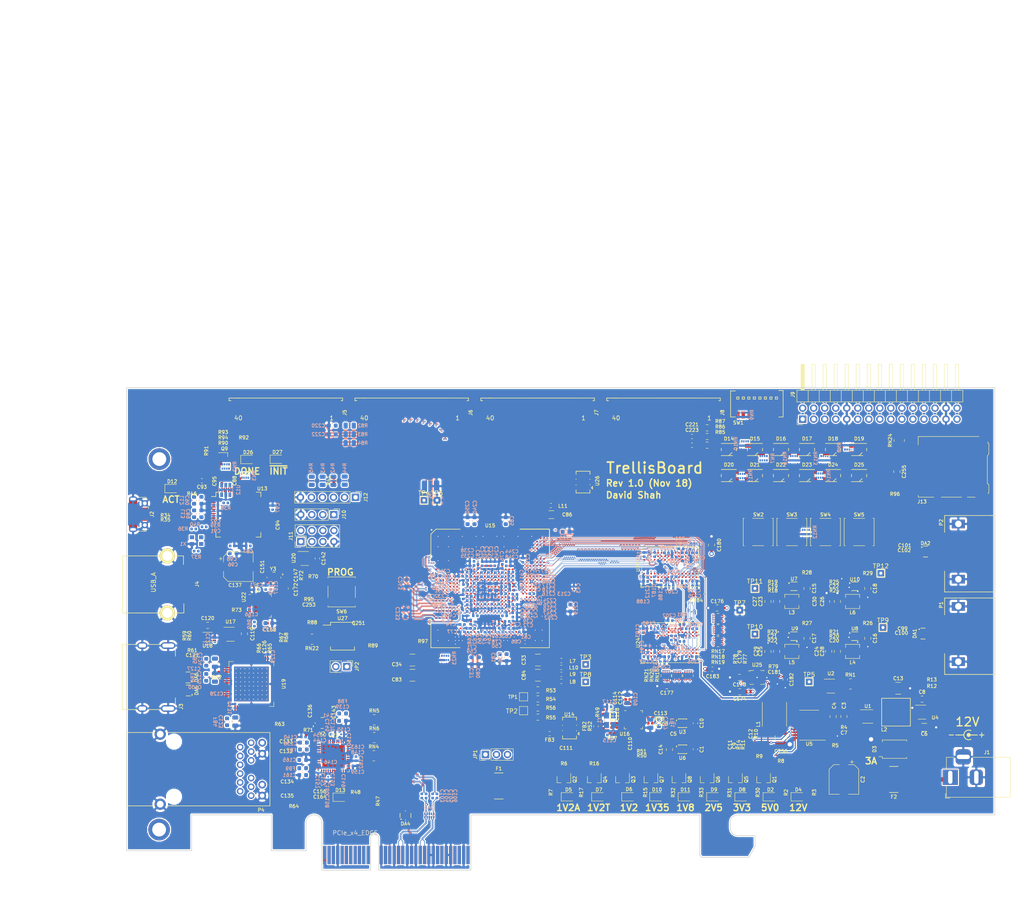
<source format=kicad_pcb>
(kicad_pcb (version 20171130) (host pcbnew 5.0.1)
  (layers (0 F.Cu signal) (1 In1.Cu signal) (2 In2.Cu signal) (3 In3.Cu signal) (4 In4.Cu signal) (5 In5.Cu signal) (6 In6.Cu signal) (31 B.Cu signal) (34 B.Paste user) (35 F.Paste user) (36 B.SilkS user) (37 F.SilkS user) (38 B.Mask user) (39 F.Mask user) (44 Edge.Cuts user))
  (net 0 "")
  (net 1 "/PCIe + SATA/DCU1_REFCLK-")
  (net 2 "/PCIe + SATA/DCU1_REFCLK+")
  (net 3 DDR3_A4)
  (net 4 DDR3_A6)
  (net 5 DDR3_A5)
  (net 6 DDR3_A7)
  (net 7 /DDR3/DDR3_VTT)
  (net 8 "Net-(RN2-Pad5)")
  (net 9 "Net-(RN2-Pad6)")
  (net 10 "Net-(R38-Pad2)")
  (net 11 "Net-(RN2-Pad7)")
  (net 12 +3V3)
  (net 13 /Power/1V2_EN)
  (net 14 /Power/2V5_EN)
  (net 15 /Power/1V35_EN)
  (net 16 "Net-(RN1-Pad4)")
  (net 17 +5V)
  (net 18 "Net-(RN1-Pad5)")
  (net 19 USD_D0)
  (net 20 USD_D3)
  (net 21 USD_CMD)
  (net 22 USD_D2)
  (net 23 "Net-(RN23-Pad1)")
  (net 24 GND)
  (net 25 "/FPGA IO/CFG0")
  (net 26 "Net-(RN23-Pad8)")
  (net 27 "/FPGA IO/CFG1")
  (net 28 "/FPGA IO/CFG2")
  (net 29 "/FPGA IO/FLASH_D3")
  (net 30 "/FPGA IO/FLASH_D1")
  (net 31 "/FPGA IO/FLASH_D2")
  (net 32 "/FPGA IO/FLASH_D0")
  (net 33 DDR3_WE)
  (net 34 DDR3_CKE)
  (net 35 DDR3_CS)
  (net 36 DDR3_ODT)
  (net 37 DDR3_CAS)
  (net 38 DDR3_BA2)
  (net 39 DDR3_RAS)
  (net 40 DDR3_BA1)
  (net 41 DDR3_A12)
  (net 42 DDR3_A14)
  (net 43 DDR3_A13)
  (net 44 DDR3_BA0)
  (net 45 DDR3_A11)
  (net 46 DDR3_A9)
  (net 47 DDR3_A10)
  (net 48 DDR3_A8)
  (net 49 DDR3_A0)
  (net 50 DDR3_A2)
  (net 51 DDR3_A1)
  (net 52 DDR3_A3)
  (net 53 "/HDMI, GbE, USB/ETH_LED2")
  (net 54 ETH_~RESET)
  (net 55 "/HDMI, GbE, USB/ETH_LED1")
  (net 56 RGMII_REF_CLK)
  (net 57 "Net-(D18-Pad4)")
  (net 58 "Net-(D20-Pad4)")
  (net 59 "Net-(D19-Pad4)")
  (net 60 "Net-(D21-Pad4)")
  (net 61 "Net-(D25-Pad4)")
  (net 62 "Net-(D23-Pad4)")
  (net 63 "Net-(D24-Pad4)")
  (net 64 "Net-(D22-Pad4)")
  (net 65 FTDI_D1_RX)
  (net 66 FTDI_~WR)
  (net 67 FTDI_~RD)
  (net 68 FTDI_~SIWU)
  (net 69 RGMII_RXD0)
  (net 70 RGMII_RXD2)
  (net 71 RGMII_RXD1)
  (net 72 RGMII_RXD3)
  (net 73 RGMII_RX_DV)
  (net 74 ETH_MDIO)
  (net 75 RGMII_RX_CLK)
  (net 76 ETH_INT_N)
  (net 77 "Net-(D17-Pad1)")
  (net 78 "Net-(D16-Pad1)")
  (net 79 "Net-(D14-Pad1)")
  (net 80 "Net-(D15-Pad1)")
  (net 81 DIP_SW1)
  (net 82 DIP_SW0)
  (net 83 DIP_SW2)
  (net 84 DIP_SW3)
  (net 85 DIP_SW7)
  (net 86 DIP_SW6)
  (net 87 DIP_SW4)
  (net 88 DIP_SW5)
  (net 89 "Net-(D14-Pad4)")
  (net 90 "Net-(D16-Pad4)")
  (net 91 "Net-(D15-Pad4)")
  (net 92 "Net-(D17-Pad4)")
  (net 93 "Net-(D21-Pad1)")
  (net 94 "Net-(D20-Pad1)")
  (net 95 "Net-(D18-Pad1)")
  (net 96 "Net-(D19-Pad1)")
  (net 97 BTN1)
  (net 98 BTN0)
  (net 99 BTN2)
  (net 100 BTN3)
  (net 101 "Net-(D25-Pad1)")
  (net 102 "Net-(D24-Pad1)")
  (net 103 "Net-(D22-Pad1)")
  (net 104 "Net-(D23-Pad1)")
  (net 105 "/FPGA IO/VCCIO7")
  (net 106 "Net-(R44-Pad2)")
  (net 107 JTAG_TDO)
  (net 108 JTAG_TDI)
  (net 109 "Net-(R43-Pad2)")
  (net 110 "Net-(R42-Pad2)")
  (net 111 JTAG_TCK)
  (net 112 JTAG_TMS)
  (net 113 "Net-(R45-Pad2)")
  (net 114 "/PCIe + SATA/CLKAUXO+")
  (net 115 "/PCIe + SATA/CLK150M-")
  (net 116 +1V8)
  (net 117 +2V5)
  (net 118 "/PCIe + SATA/CLKAUXO-")
  (net 119 "/FPGA IO/VCCIO6")
  (net 120 "/PCIe + SATA/CLK150M+")
  (net 121 CLK_SDA)
  (net 122 "Net-(R36-Pad2)")
  (net 123 FPGA_12MHz)
  (net 124 "/PCIe + SATA/PCIe_REFCLK+")
  (net 125 "/PCIe + SATA/PCIe_REFCLK-")
  (net 126 PCIe_12V)
  (net 127 "Net-(D13-Pad2)")
  (net 128 ~PERST)
  (net 129 "Net-(P3-PadA11)")
  (net 130 "Net-(D12-Pad2)")
  (net 131 "Net-(R40-Pad1)")
  (net 132 "Net-(R39-Pad1)")
  (net 133 "Net-(R38-Pad1)")
  (net 134 "Net-(R12-Pad2)")
  (net 135 "/PCIe + SATA/3V3_C")
  (net 136 "/PCIe + SATA/3V3_CA")
  (net 137 "Net-(R57-Pad1)")
  (net 138 "Net-(R58-Pad2)")
  (net 139 FABRIC_REFCLK)
  (net 140 "/HDMI, GbE, USB/PORT_SCL")
  (net 141 "/HDMI, GbE, USB/PORT_SDA")
  (net 142 "Net-(C121-Pad1)")
  (net 143 "Net-(R62-Pad1)")
  (net 144 /Power/3V3_PG)
  (net 145 "Net-(D27-Pad2)")
  (net 146 "/FPGA IO/~PROGRAM")
  (net 147 "Net-(R80-Pad1)")
  (net 148 "Net-(R81-Pad1)")
  (net 149 "/FPGA IO/FLASH_~CS")
  (net 150 "/FPGA IO/FLASH_CLK")
  (net 151 "/FPGA IO/DONE")
  (net 152 "Net-(Q9-Pad1)")
  (net 153 "Net-(D26-Pad2)")
  (net 154 "Net-(R79-Pad1)")
  (net 155 "/FPGA IO/~INIT")
  (net 156 "Net-(C9-Pad1)")
  (net 157 "Net-(C11-Pad1)")
  (net 158 "Net-(Q2-Pad3)")
  (net 159 "Net-(D5-Pad1)")
  (net 160 /Power/1V2_PG)
  (net 161 USD_D1)
  (net 162 USD_CLK)
  (net 163 "Net-(R97-Pad1)")
  (net 164 "Net-(Q2-Pad1)")
  (net 165 +1V2A)
  (net 166 "Net-(R5-Pad2)")
  (net 167 "Net-(D2-Pad2)")
  (net 168 "Net-(C7-Pad1)")
  (net 169 "Net-(D4-Pad2)")
  (net 170 +12V)
  (net 171 "Net-(R74-Pad1)")
  (net 172 "/Debug Interface/PORT_D-")
  (net 173 "/Debug Interface/FTDI_D-")
  (net 174 "/Debug Interface/FTDI_D+")
  (net 175 "/Debug Interface/PORT_D+")
  (net 176 "Net-(C22-Pad2)")
  (net 177 "Net-(R71-Pad2)")
  (net 178 "/HDMI, GbE, USB/USB_XO")
  (net 179 "/HDMI, GbE, USB/USB_XI")
  (net 180 "Net-(R73-Pad1)")
  (net 181 "/HDMI, GbE, USB/USBA_VBUS")
  (net 182 "/HDMI, GbE, USB/EXTVBUS")
  (net 183 DVI_SCL)
  (net 184 DVI_SDA)
  (net 185 CLK_SCL)
  (net 186 "Net-(R70-Pad1)")
  (net 187 "Net-(C175-Pad2)")
  (net 188 DDR3_CLK+)
  (net 189 "Net-(P4-Pad16)")
  (net 190 "Net-(R66-Pad1)")
  (net 191 "Net-(R65-Pad1)")
  (net 192 "/HDMI, GbE, USB/HDMI_HPD")
  (net 193 DDR3_CLK-)
  (net 194 "Net-(C179-Pad1)")
  (net 195 +1V35)
  (net 196 +1V2)
  (net 197 "Net-(D10-Pad2)")
  (net 198 "Net-(P4-Pad14)")
  (net 199 "Net-(C12-Pad2)")
  (net 200 "Net-(D6-Pad2)")
  (net 201 +1V2T)
  (net 202 "Net-(Q4-Pad1)")
  (net 203 "Net-(Q4-Pad3)")
  (net 204 "Net-(D7-Pad1)")
  (net 205 "Net-(C19-Pad2)")
  (net 206 "Net-(C20-Pad2)")
  (net 207 "Net-(C21-Pad2)")
  (net 208 "/Debug Interface/FTDI_12MHz")
  (net 209 "Net-(D11-Pad2)")
  (net 210 /Power/2V5_PG)
  (net 211 /Power/1V35_PG)
  (net 212 /Power/1V8_PG)
  (net 213 "Net-(D8-Pad2)")
  (net 214 "Net-(D9-Pad2)")
  (net 215 "Net-(C8-Pad2)")
  (net 216 "Net-(C8-Pad1)")
  (net 217 /Power/PWR_EN)
  (net 218 "/HDMI, GbE, USB/HDMI_5V")
  (net 219 "Net-(U17-Pad3)")
  (net 220 "Net-(D9-Pad1)")
  (net 221 "Net-(D11-Pad1)")
  (net 222 "Net-(D26-Pad1)")
  (net 223 "Net-(D2-Pad1)")
  (net 224 "Net-(D6-Pad1)")
  (net 225 "Net-(D10-Pad1)")
  (net 226 "Net-(D8-Pad1)")
  (net 227 "Net-(U1-Pad3)")
  (net 228 DDR3_Vref)
  (net 229 DDR3_Vtt_EN)
  (net 230 "Net-(U5-Pad2)")
  (net 231 "Net-(L1-Pad1)")
  (net 232 "Net-(C11-Pad2)")
  (net 233 "Net-(U13-Pad3)")
  (net 234 "/Debug Interface/Vphy")
  (net 235 "/Debug Interface/Vpll")
  (net 236 "/Debug Interface/JTAG_ACT")
  (net 237 "Net-(U13-Pad22)")
  (net 238 "Net-(U13-Pad23)")
  (net 239 "Net-(U13-Pad24)")
  (net 240 "Net-(U13-Pad26)")
  (net 241 "Net-(U13-Pad27)")
  (net 242 "Net-(U13-Pad28)")
  (net 243 "Net-(U13-Pad29)")
  (net 244 "Net-(U13-Pad30)")
  (net 245 "Net-(U13-Pad32)")
  (net 246 "Net-(U13-Pad33)")
  (net 247 "Net-(U13-Pad34)")
  (net 248 "Net-(U13-Pad36)")
  (net 249 FTDI_D0_TX)
  (net 250 FTDI_D2)
  (net 251 FTDI_D3)
  (net 252 FTDI_D4)
  (net 253 FTDI_D5)
  (net 254 FTDI_D6)
  (net 255 FTDI_D7)
  (net 256 FTDI_~RXF)
  (net 257 "Net-(U13-Pad49)")
  (net 258 "Net-(U13-Pad50)")
  (net 259 FTDI_~TXE)
  (net 260 "Net-(U13-Pad57)")
  (net 261 "Net-(U13-Pad58)")
  (net 262 "Net-(U13-Pad59)")
  (net 263 "Net-(U13-Pad60)")
  (net 264 "/HDMI, GbE, USB/DVI_DVDD")
  (net 265 DVI_DE)
  (net 266 DVI_HSYNC)
  (net 267 DVI_VSYNC)
  (net 268 "Net-(U19-Pad11)")
  (net 269 "/HDMI, GbE, USB/DVI_PVDD")
  (net 270 "/HDMI, GbE, USB/TMDS_CLK-")
  (net 271 "/HDMI, GbE, USB/TMDS_CLK+")
  (net 272 "/HDMI, GbE, USB/DVI_TVDD")
  (net 273 "/HDMI, GbE, USB/TMDS_D0-")
  (net 274 "/HDMI, GbE, USB/TMDS_D0+")
  (net 275 "/HDMI, GbE, USB/TMDS_D1-")
  (net 276 "/HDMI, GbE, USB/TMDS_D1+")
  (net 277 "/HDMI, GbE, USB/TMDS_D2-")
  (net 278 "/HDMI, GbE, USB/TMDS_D2+")
  (net 279 DVI_D23)
  (net 280 DVI_D22)
  (net 281 DVI_D21)
  (net 282 DVI_D20)
  (net 283 DVI_D19)
  (net 284 DVI_D18)
  (net 285 DVI_D17)
  (net 286 DVI_D16)
  (net 287 DVI_D15)
  (net 288 DVI_D14)
  (net 289 DVI_D13)
  (net 290 DVI_D12)
  (net 291 "Net-(U19-Pad49)")
  (net 292 DVI_D11)
  (net 293 DVI_D10)
  (net 294 DVI_D9)
  (net 295 DVI_D8)
  (net 296 DVI_D7)
  (net 297 DVI_D6)
  (net 298 DVI_CLK)
  (net 299 DVI_D5)
  (net 300 DVI_D4)
  (net 301 DVI_D3)
  (net 302 DVI_D2)
  (net 303 DVI_D1)
  (net 304 DVI_D0)
  (net 305 "/HDMI, GbE, USB/AVDDH")
  (net 306 "/HDMI, GbE, USB/MX4-")
  (net 307 "/HDMI, GbE, USB/MX4+")
  (net 308 "/HDMI, GbE, USB/AVDDL")
  (net 309 "/HDMI, GbE, USB/MX3-")
  (net 310 "/HDMI, GbE, USB/MX3+")
  (net 311 "/HDMI, GbE, USB/MX2-")
  (net 312 "/HDMI, GbE, USB/MX2+")
  (net 313 "/HDMI, GbE, USB/MX1-")
  (net 314 "/HDMI, GbE, USB/MX1+")
  (net 315 "Net-(U21-Pad13)")
  (net 316 RGMII_TXD0)
  (net 317 RGMII_TXD1)
  (net 318 RGMII_TXD2)
  (net 319 RGMII_TXD3)
  (net 320 RGMII_TX_CLK)
  (net 321 RGMII_TX_EN)
  (net 322 ETH_MDC)
  (net 323 "Net-(U21-Pad43)")
  (net 324 "/HDMI, GbE, USB/AVDDL_PLL")
  (net 325 "/HDMI, GbE, USB/ETH_XO")
  (net 326 "/HDMI, GbE, USB/ETH_XI")
  (net 327 "Net-(U21-Pad47)")
  (net 328 "Net-(U22-Pad3)")
  (net 329 "Net-(U22-Pad5)")
  (net 330 "/HDMI, GbE, USB/USBA_D+")
  (net 331 "/HDMI, GbE, USB/USBA_D-")
  (net 332 ULPI_RESET)
  (net 333 ULPI_NXT)
  (net 334 ULPI_DIR)
  (net 335 ULPI_STP)
  (net 336 ULPI_CLKO)
  (net 337 "/HDMI, GbE, USB/USB1V8")
  (net 338 ULPI_D7)
  (net 339 ULPI_D6)
  (net 340 ULPI_D5)
  (net 341 ULPI_D4)
  (net 342 ULPI_D3)
  (net 343 ULPI_D2)
  (net 344 ULPI_D1)
  (net 345 ULPI_D0)
  (net 346 "Net-(C117-Pad1)")
  (net 347 "Net-(C115-Pad2)")
  (net 348 CLK_SD_OE)
  (net 349 "Net-(U16-Pad11)")
  (net 350 "Net-(U16-Pad12)")
  (net 351 "/PCIe + SATA/1V8_C")
  (net 352 "Net-(U16-Pad16)")
  (net 353 "/PCIe + SATA/DCU0_REFCLK-")
  (net 354 "/PCIe + SATA/DCU0_REFCLK+")
  (net 355 "Net-(U16-Pad24)")
  (net 356 DDR3_DQ13)
  (net 357 DDR3_DQ15)
  (net 358 DDR3_DQ12)
  (net 359 DDR3_DQS1-)
  (net 360 DDR3_DQ14)
  (net 361 DDR3_DQ11)
  (net 362 DDR3_DQ9)
  (net 363 DDR3_DQS1+)
  (net 364 DDR3_DQ10)
  (net 365 DDR3_DM1)
  (net 366 DDR3_DQ8)
  (net 367 DDR3_DQ0)
  (net 368 DDR3_DM0)
  (net 369 DDR3_DQ2)
  (net 370 DDR3_DQS0+)
  (net 371 DDR3_DQ1)
  (net 372 DDR3_DQ3)
  (net 373 DDR3_DQ6)
  (net 374 DDR3_DQS0-)
  (net 375 DDR3_DQ4)
  (net 376 DDR3_DQ7)
  (net 377 DDR3_DQ5)
  (net 378 "Net-(U23-PadJ1)")
  (net 379 "Net-(U23-PadJ9)")
  (net 380 "Net-(U23-PadL1)")
  (net 381 "Net-(U23-PadL9)")
  (net 382 "Net-(U23-PadM7)")
  (net 383 DDR3_RESET)
  (net 384 "Net-(U24-PadM7)")
  (net 385 "Net-(U24-PadL9)")
  (net 386 "Net-(U24-PadL1)")
  (net 387 "Net-(U24-PadJ9)")
  (net 388 "Net-(U24-PadJ1)")
  (net 389 DDR3_DQ21)
  (net 390 DDR3_DQ23)
  (net 391 DDR3_DQ20)
  (net 392 DDR3_DQS2-)
  (net 393 DDR3_DQ22)
  (net 394 DDR3_DQ19)
  (net 395 DDR3_DQ17)
  (net 396 DDR3_DQS2+)
  (net 397 DDR3_DQ18)
  (net 398 DDR3_DM2)
  (net 399 DDR3_DQ16)
  (net 400 DDR3_DQ24)
  (net 401 DDR3_DM3)
  (net 402 DDR3_DQ26)
  (net 403 DDR3_DQS3+)
  (net 404 DDR3_DQ25)
  (net 405 DDR3_DQ27)
  (net 406 DDR3_DQ30)
  (net 407 DDR3_DQS3-)
  (net 408 DDR3_DQ28)
  (net 409 DDR3_DQ31)
  (net 410 DDR3_DQ29)
  (net 411 "Net-(X1-Pad1)")
  (net 412 "Net-(L4-Pad1)")
  (net 413 "Net-(L5-Pad1)")
  (net 414 "Net-(L3-Pad1)")
  (net 415 "Net-(L6-Pad1)")
  (net 416 "Net-(C111-Pad1)")
  (net 417 "/FPGA Core Power/VCCHTX1")
  (net 418 "/FPGA Core Power/VCCHTX0")
  (net 419 "/FPGA Core Power/VCCA0")
  (net 420 "/FPGA Core Power/VCCAUX")
  (net 421 "/FPGA Core Power/VCCA1")
  (net 422 "/PCIe + SATA/SATA1_A+")
  (net 423 "/PCIe + SATA/SATA1_A-")
  (net 424 "/PCIe + SATA/DCU1_RX1-")
  (net 425 "/PCIe + SATA/DCU1_RX1+")
  (net 426 "/PCIe + SATA/SATA0_A+")
  (net 427 "/PCIe + SATA/SATA0_A-")
  (net 428 "/PCIe + SATA/DCU1_RX0-")
  (net 429 "/PCIe + SATA/DCU1_RX0+")
  (net 430 "/PCIe + SATA/PCIe_HSI0+")
  (net 431 "/PCIe + SATA/PCIe_HSI0-")
  (net 432 "/PCIe + SATA/PCIe_HSI1+")
  (net 433 "/PCIe + SATA/PCIe_HSI1-")
  (net 434 "/PCIe + SATA/DCU0_RX0+")
  (net 435 "/PCIe + SATA/DCU0_RX0-")
  (net 436 "/PCIe + SATA/DCU0_RX1+")
  (net 437 "/PCIe + SATA/DCU0_RX1-")
  (net 438 "Net-(U6-Pad2)")
  (net 439 "Net-(U6-Pad5)")
  (net 440 "Net-(U3-Pad5)")
  (net 441 "Net-(U3-Pad2)")
  (net 442 "Net-(U10-Pad4)")
  (net 443 "Net-(U9-Pad4)")
  (net 444 "Net-(U8-Pad4)")
  (net 445 "Net-(U7-Pad4)")
  (net 446 "Net-(J5-Pad38)")
  (net 447 "/FPGA IO/EXT0_11-")
  (net 448 "/FPGA IO/EXT0_11+")
  (net 449 "/FPGA IO/EXT0_10-")
  (net 450 "/FPGA IO/EXT0_10+")
  (net 451 "/FPGA IO/EXT0_9-")
  (net 452 "/FPGA IO/EXT0_9+")
  (net 453 "/FPGA IO/EXT0_8-")
  (net 454 "/FPGA IO/EXT0_8+")
  (net 455 "/FPGA IO/EXT0_7-")
  (net 456 "/FPGA IO/EXT0_7+")
  (net 457 "/FPGA IO/EXT0_6-")
  (net 458 "/FPGA IO/EXT0_6+")
  (net 459 "/FPGA IO/EXT0_5-")
  (net 460 "/FPGA IO/EXT0_5+")
  (net 461 "/FPGA IO/EXT0_4-")
  (net 462 "/FPGA IO/EXT0_4+")
  (net 463 "/FPGA IO/EXT0_3-")
  (net 464 "/FPGA IO/EXT0_3+")
  (net 465 "/FPGA IO/EXT0_2-")
  (net 466 "/FPGA IO/EXT0_2+")
  (net 467 "/FPGA IO/EXT0_1-")
  (net 468 "/FPGA IO/EXT0_1+")
  (net 469 "/FPGA IO/EXT0_0-")
  (net 470 "/FPGA IO/EXT0_0+")
  (net 471 "/FPGA IO/EXT3_0+")
  (net 472 "/FPGA IO/EXT3_0-")
  (net 473 "/FPGA IO/EXT3_1+")
  (net 474 "/FPGA IO/EXT3_1-")
  (net 475 "/FPGA IO/EXT3_2+")
  (net 476 "/FPGA IO/EXT3_2-")
  (net 477 "/FPGA IO/EXT3_3+")
  (net 478 "/FPGA IO/EXT3_3-")
  (net 479 "/FPGA IO/EXT3_4+")
  (net 480 "/FPGA IO/EXT3_4-")
  (net 481 "/FPGA IO/EXT3_5+")
  (net 482 "/FPGA IO/EXT3_5-")
  (net 483 "/FPGA IO/EXT3_6+")
  (net 484 "/FPGA IO/EXT3_6-")
  (net 485 "/FPGA IO/EXT3_7+")
  (net 486 "/FPGA IO/EXT3_7-")
  (net 487 "/FPGA IO/EXT3_8+")
  (net 488 "/FPGA IO/EXT3_8-")
  (net 489 "/FPGA IO/EXT3_9+")
  (net 490 "/FPGA IO/EXT3_9-")
  (net 491 "/FPGA IO/EXT3_10+")
  (net 492 "/FPGA IO/EXT3_10-")
  (net 493 "/FPGA IO/EXT3_11+")
  (net 494 "/FPGA IO/EXT3_11-")
  (net 495 "Net-(J8-Pad38)")
  (net 496 "Net-(J6-Pad38)")
  (net 497 "/FPGA IO/EXT1_11-")
  (net 498 "/FPGA IO/EXT1_11+")
  (net 499 "/FPGA IO/EXT1_10-")
  (net 500 "/FPGA IO/EXT1_10+")
  (net 501 "/FPGA IO/EXT1_9-")
  (net 502 "/FPGA IO/EXT1_9+")
  (net 503 "/FPGA IO/EXT1_8-")
  (net 504 "/FPGA IO/EXT1_8+")
  (net 505 "/FPGA IO/EXT1_7-")
  (net 506 "/FPGA IO/EXT1_7+")
  (net 507 "/FPGA IO/EXT1_6-")
  (net 508 "/FPGA IO/EXT1_6+")
  (net 509 "/FPGA IO/EXT1_5-")
  (net 510 "/FPGA IO/EXT1_5+")
  (net 511 "/FPGA IO/EXT1_4-")
  (net 512 "/FPGA IO/EXT1_4+")
  (net 513 "/FPGA IO/EXT1_3-")
  (net 514 "/FPGA IO/EXT1_3+")
  (net 515 "/FPGA IO/EXT1_2-")
  (net 516 "/FPGA IO/EXT1_2+")
  (net 517 "/FPGA IO/EXT1_1-")
  (net 518 "/FPGA IO/EXT1_1+")
  (net 519 "/FPGA IO/EXT1_0-")
  (net 520 "/FPGA IO/EXT1_0+")
  (net 521 "/FPGA IO/EXT2_0+")
  (net 522 "/FPGA IO/EXT2_0-")
  (net 523 "/FPGA IO/EXT2_1+")
  (net 524 "/FPGA IO/EXT2_1-")
  (net 525 "/FPGA IO/EXT2_2+")
  (net 526 "/FPGA IO/EXT2_2-")
  (net 527 "/FPGA IO/EXT2_3+")
  (net 528 "/FPGA IO/EXT2_3-")
  (net 529 "/FPGA IO/EXT2_4+")
  (net 530 "/FPGA IO/EXT2_4-")
  (net 531 "/FPGA IO/EXT2_5+")
  (net 532 "/FPGA IO/EXT2_5-")
  (net 533 "/FPGA IO/EXT2_6+")
  (net 534 "/FPGA IO/EXT2_6-")
  (net 535 "/FPGA IO/EXT2_7+")
  (net 536 "/FPGA IO/EXT2_7-")
  (net 537 "/FPGA IO/EXT2_8+")
  (net 538 "/FPGA IO/EXT2_8-")
  (net 539 "/FPGA IO/EXT2_9+")
  (net 540 "/FPGA IO/EXT2_9-")
  (net 541 "/FPGA IO/EXT2_10+")
  (net 542 "/FPGA IO/EXT2_10-")
  (net 543 "/FPGA IO/EXT2_11+")
  (net 544 "/FPGA IO/EXT2_11-")
  (net 545 "Net-(J7-Pad38)")
  (net 546 "Net-(C132-Pad1)")
  (net 547 "Net-(C135-Pad1)")
  (net 548 "Net-(C133-Pad1)")
  (net 549 "Net-(C134-Pad1)")
  (net 550 "Net-(P3-PadB5)")
  (net 551 "Net-(P3-PadB6)")
  (net 552 "Net-(P3-PadB8)")
  (net 553 "Net-(P3-PadB9)")
  (net 554 "Net-(P3-PadB10)")
  (net 555 PCIe_~WAKE)
  (net 556 "Net-(P3-PadB12)")
  (net 557 "/PCIe + SATA/~PRSNT2~_X1")
  (net 558 "Net-(P3-PadB23)")
  (net 559 "Net-(P3-PadB24)")
  (net 560 "Net-(P3-PadB27)")
  (net 561 "Net-(P3-PadB28)")
  (net 562 "Net-(P3-PadB30)")
  (net 563 "/PCIe + SATA/~PRSNT2~_X4")
  (net 564 "/PCIe + SATA/~PRSNT1")
  (net 565 "Net-(P3-PadA5)")
  (net 566 "Net-(P3-PadA6)")
  (net 567 "Net-(P3-PadA7)")
  (net 568 "Net-(P3-PadA8)")
  (net 569 "Net-(P3-PadA9)")
  (net 570 "Net-(P3-PadA10)")
  (net 571 "Net-(P3-PadA19)")
  (net 572 "Net-(P3-PadA25)")
  (net 573 "Net-(P3-PadA26)")
  (net 574 "Net-(P3-PadA29)")
  (net 575 "Net-(P3-PadA30)")
  (net 576 "Net-(P3-PadA32)")
  (net 577 "Net-(U14-Pad2)")
  (net 578 "Net-(U14-Pad1)")
  (net 579 "Net-(U26-Pad1)")
  (net 580 "Net-(U26-Pad2)")
  (net 581 "/FPGA IO/CLK100+")
  (net 582 "/FPGA IO/CLK100-")
  (net 583 "Net-(J3-Pad14)")
  (net 584 "Net-(J3-Pad13)")
  (net 585 LED2)
  (net 586 LED11)
  (net 587 LED10)
  (net 588 LED0)
  (net 589 LED1)
  (net 590 LED3)
  (net 591 LED4)
  (net 592 LED5)
  (net 593 LED6)
  (net 594 LED7)
  (net 595 LED8)
  (net 596 LED9)
  (net 597 "Net-(F2-Pad2)")
  (net 598 "Net-(U15-PadR1)")
  (net 599 "Net-(U15-PadA2)")
  (net 600 "Net-(U15-PadT2)")
  (net 601 "Net-(U15-PadAB2)")
  (net 602 "Net-(U15-PadAC2)")
  (net 603 "Net-(U15-PadAE2)")
  (net 604 "Net-(U15-PadAG2)")
  (net 605 "Net-(U15-PadA3)")
  (net 606 "Net-(U15-PadV3)")
  (net 607 "Net-(U15-PadW3)")
  (net 608 "Net-(U15-PadY3)")
  (net 609 "Net-(U15-PadAC3)")
  (net 610 "Net-(U15-PadAG3)")
  (net 611 "Net-(U15-PadAL3)")
  (net 612 "Net-(U15-PadB4)")
  (net 613 "Net-(U15-PadH4)")
  (net 614 "Net-(U15-PadAC4)")
  (net 615 "Net-(U15-PadA5)")
  (net 616 "Net-(U15-PadL5)")
  (net 617 "Net-(U15-PadW6)")
  (net 618 "Net-(U15-PadD7)")
  (net 619 "Net-(U15-PadE7)")
  (net 620 "Net-(U15-PadAE7)")
  (net 621 "Net-(U15-PadG9)")
  (net 622 "/PCIe + SATA/DCU0_TX0+")
  (net 623 "Net-(U15-PadG10)")
  (net 624 "/PCIe + SATA/DCU0_TX0-")
  (net 625 "Net-(U15-PadG11)")
  (net 626 "/PCIe + SATA/DCU0_TX1+")
  (net 627 "/PCIe + SATA/DCU0_TX1-")
  (net 628 "/FPGA IO/PMOD1_10")
  (net 629 "/FPGA IO/PMOD1_9")
  (net 630 "Net-(U15-PadG14)")
  (net 631 "Net-(U15-PadG15)")
  (net 632 "Net-(U15-PadAK15)")
  (net 633 "Net-(U15-PadG16)")
  (net 634 "Net-(U15-PadAK16)")
  (net 635 "Net-(U15-PadG17)")
  (net 636 "Net-(U15-PadG18)")
  (net 637 "/PCIe + SATA/DCU1_TX0+")
  (net 638 "Net-(U15-PadG19)")
  (net 639 "/PCIe + SATA/DCU1_TX0-")
  (net 640 "/FPGA IO/PMOD1_8")
  (net 641 "/FPGA IO/PMOD1_7")
  (net 642 "/PCIe + SATA/DCU1_TX1+")
  (net 643 "/PCIe + SATA/DCU1_TX1-")
  (net 644 "/FPGA IO/EXIO_5")
  (net 645 "/FPGA IO/EXIO_4")
  (net 646 "/FPGA IO/EXIO_3")
  (net 647 "Net-(U15-PadG22)")
  (net 648 "/FPGA IO/PMOD1_3")
  (net 649 "/FPGA IO/PMOD1_2")
  (net 650 "/FPGA IO/PMOD1_0")
  (net 651 "/FPGA IO/PMOD1_1")
  (net 652 "/FPGA IO/EXIO_2")
  (net 653 "Net-(U15-PadG23)")
  (net 654 "/FPGA IO/EXIO_1")
  (net 655 "/FPGA IO/PMOD0_10")
  (net 656 "/FPGA IO/EXIO_0")
  (net 657 "/FPGA IO/PMOD0_9")
  (net 658 "Net-(U15-PadG24)")
  (net 659 "Net-(U15-PadAG24)")
  (net 660 "Net-(U15-PadAK24)")
  (net 661 "/FPGA IO/PMOD0_8")
  (net 662 "/FPGA IO/PMOD0_3")
  (net 663 "/FPGA IO/PMOD0_7")
  (net 664 "/FPGA IO/PMOD0_2")
  (net 665 "/FPGA IO/PMOD0_1")
  (net 666 "Net-(U15-PadAK25)")
  (net 667 "/FPGA IO/PMOD0_0")
  (net 668 "Net-(U15-PadB26)")
  (net 669 "Net-(U15-PadE26)")
  (net 670 "Net-(U15-PadAE26)")
  (net 671 "Net-(U15-PadH27)")
  (net 672 "Net-(U15-PadJ27)")
  (net 673 "Net-(U15-PadW27)")
  (net 674 "Net-(U15-PadC28)")
  (net 675 "Net-(U15-PadD28)")
  (net 676 "Net-(U15-PadH28)")
  (net 677 "Net-(U15-PadL28)")
  (net 678 "Net-(U15-PadP28)")
  (net 679 "Net-(U15-PadAC28)")
  (net 680 "Net-(U15-PadAE28)")
  (net 681 "Net-(U15-PadC29)")
  (net 682 "Net-(U15-PadH29)")
  (net 683 "Net-(U15-PadP29)")
  (net 684 "Net-(U15-PadAB29)")
  (net 685 "Net-(U15-PadAC29)")
  (net 686 "Net-(U15-PadAE29)")
  (net 687 "Net-(U15-PadAJ29)")
  (net 688 "Net-(U15-PadC30)")
  (net 689 "Net-(U15-PadP30)")
  (net 690 "Net-(U15-PadR30)")
  (net 691 "Net-(U15-PadV30)")
  (net 692 "Net-(U15-PadAB30)")
  (net 693 "Net-(U15-PadAE30)")
  (net 694 "Net-(U15-PadAJ30)")
  (net 695 "Net-(U15-PadA31)")
  (net 696 "Net-(U15-PadAG31)")
  (net 697 "Net-(U15-PadAK31)")
  (net 698 "Net-(U15-PadAG32)")
  (net 699 "Net-(J2-Pad1)")
  (net 700 "Net-(J2-Pad4)")
  (net 701 "Net-(U15-PadT30)")
  (net 702 "Net-(U15-PadAE27)")
  (net 703 "Net-(U15-PadAD27)")
  (net 704 "Net-(U15-PadF30)")
  (net 705 "Net-(U15-PadN27)")
  (net 706 "Net-(U15-PadU27)")
  (net 707 "Net-(U15-PadU29)")
  (net 708 "Net-(U15-PadW30)")
  (net 709 "Net-(U15-PadY30)")
  (net 710 "Net-(U15-PadY29)")
  (net 711 "Net-(U15-PadW1)")
  (net 712 "Net-(U15-PadV1)")
  (net 713 "Net-(U15-PadY7)")
  (net 714 "Net-(U15-PadY6)")
  (net 715 "Net-(U15-PadAC5)")
  (net 716 "Net-(U15-PadAD4)")
  (net 717 "Net-(U15-PadY4)")
  (net 718 "Net-(U15-PadW4)")
  (module Capacitor_SMD:C_0201_0603Metric (layer B.Cu) (at 90.2 111.585 90)
    (fp_text reference C149 (at -2.665 0.05 90) (layer B.SilkS) (effects (font (size 0.8 0.8)) (justify mirror)))
    (fp_text value 10n)
    (pad 1 smd roundrect (at -0.32 0 90) (size 0.46 0.4) (layers B.Cu B.Mask) (net 196 +1V2))
    (pad 2 smd roundrect (at 0.32 0 90) (size 0.46 0.4) (layers B.Cu B.Mask) (net 24 GND))
  )
  (module Capacitor_SMD:C_0201_0603Metric (layer B.Cu) (at 85.015 109.9)
    (fp_text reference C146 (at 2.235 0.1) (layer B.SilkS) (effects (font (size 0.8 0.8)) (justify mirror)))
    (fp_text value 10n)
    (pad 2 smd roundrect (at 0.32 0) (size 0.46 0.4) (layers B.Cu B.Mask) (net 24 GND))
    (pad 1 smd roundrect (at -0.32 0) (size 0.46 0.4) (layers B.Cu B.Mask) (net 308 "/HDMI, GbE, USB/AVDDL"))
  )
  (module Capacitor_SMD:C_0201_0603Metric (layer B.Cu) (at 87.2 105.615 90)
    (fp_text reference C145 (at 4.115 -0.7 90) (layer B.SilkS) (effects (font (size 0.8 0.8)) (justify mirror)))
    (fp_text value 10n)
    (pad 1 smd roundrect (at -0.32 0 90) (size 0.46 0.4) (layers B.Cu B.Mask) (net 24 GND))
    (pad 2 smd roundrect (at 0.32 0 90) (size 0.46 0.4) (layers B.Cu B.Mask) (net 324 "/HDMI, GbE, USB/AVDDL_PLL"))
  )
  (module Capacitor_SMD:C_0201_0603Metric (layer B.Cu) (at 84.915 107.4)
    (fp_text reference C144 (at -0.165 -2.4) (layer B.SilkS) (effects (font (size 0.8 0.8)) (justify mirror)))
    (fp_text value 10n)
    (pad 2 smd roundrect (at 0.32 0) (size 0.46 0.4) (layers B.Cu B.Mask) (net 24 GND))
    (pad 1 smd roundrect (at -0.32 0) (size 0.46 0.4) (layers B.Cu B.Mask) (net 308 "/HDMI, GbE, USB/AVDDL"))
  )
  (module Capacitor_SMD:C_0201_0603Metric (layer B.Cu) (at 90.9 108.9 180)
    (fp_text reference C148 (at -2.6 1.15 180) (layer B.SilkS) (effects (font (size 0.8 0.8)) (justify mirror)))
    (fp_text value 10n)
    (pad 1 smd roundrect (at -0.32 0 180) (size 0.46 0.4) (layers B.Cu B.Mask) (net 196 +1V2))
    (pad 2 smd roundrect (at 0.32 0 180) (size 0.46 0.4) (layers B.Cu B.Mask) (net 24 GND))
  )
  (module Capacitor_SMD:C_0201_0603Metric (layer B.Cu) (at 86.7 111.6 90)
    (fp_text reference C160 (at -4.4 -0.2 90) (layer B.SilkS) (effects (font (size 0.8 0.8)) (justify mirror)))
    (fp_text value 10n)
    (pad 2 smd roundrect (at 0.32 0 90) (size 0.46 0.4) (layers B.Cu B.Mask) (net 24 GND))
    (pad 1 smd roundrect (at -0.32 0 90) (size 0.46 0.4) (layers B.Cu B.Mask) (net 12 +3V3))
  )
  (module Capacitor_SMD:C_0201_0603Metric (layer B.Cu) (at 86.7 113.7 270)
    (fp_text reference C158 (at 5.3 0.2 270) (layer B.SilkS) (effects (font (size 0.8 0.8)) (justify mirror)))
    (fp_text value 10n)
    (pad 1 smd roundrect (at -0.32 0 270) (size 0.46 0.4) (layers B.Cu B.Mask) (net 12 +3V3))
    (pad 2 smd roundrect (at 0.32 0 270) (size 0.46 0.4) (layers B.Cu B.Mask) (net 24 GND))
  )
  (module Capacitor_SMD:C_0201_0603Metric (layer B.Cu) (at 84.4 112.1 270)
    (fp_text reference C157 (at 2.4 0.15 270) (layer B.SilkS) (effects (font (size 0.8 0.8)) (justify mirror)))
    (fp_text value 10n)
    (pad 2 smd roundrect (at 0.32 0 270) (size 0.46 0.4) (layers B.Cu B.Mask) (net 24 GND))
    (pad 1 smd roundrect (at -0.32 0 270) (size 0.46 0.4) (layers B.Cu B.Mask) (net 305 "/HDMI, GbE, USB/AVDDH"))
  )
  (module Capacitor_SMD:C_0201_0603Metric (layer B.Cu) (at 90 103.6)
    (fp_text reference C155 (at 0.25 -1.1) (layer B.SilkS) (effects (font (size 0.8 0.8)) (justify mirror)))
    (fp_text value 10n)
    (pad 1 smd roundrect (at -0.32 0) (size 0.46 0.4) (layers B.Cu B.Mask) (net 12 +3V3))
    (pad 2 smd roundrect (at 0.32 0) (size 0.46 0.4) (layers B.Cu B.Mask) (net 24 GND))
  )
  (module Capacitor_SMD:C_0201_0603Metric (layer B.Cu) (at 84.885 105.9)
    (fp_text reference C154 (at -0.135 -2.15) (layer B.SilkS) (effects (font (size 0.8 0.8)) (justify mirror)))
    (fp_text value 10n)
    (pad 2 smd roundrect (at 0.32 0) (size 0.46 0.4) (layers B.Cu B.Mask) (net 24 GND))
    (pad 1 smd roundrect (at -0.32 0) (size 0.46 0.4) (layers B.Cu B.Mask) (net 305 "/HDMI, GbE, USB/AVDDH"))
  )
  (module Capacitor_SMD:C_0201_0603Metric (layer B.Cu) (at 87.8 111.6 90)
    (fp_text reference C153 (at -2.4 -0.05 90) (layer B.SilkS) (effects (font (size 0.8 0.8)) (justify mirror)))
    (fp_text value 10n)
    (pad 1 smd roundrect (at -0.32 0 90) (size 0.46 0.4) (layers B.Cu B.Mask) (net 196 +1V2))
    (pad 2 smd roundrect (at 0.32 0 90) (size 0.46 0.4) (layers B.Cu B.Mask) (net 24 GND))
  )
  (module Capacitor_SMD:C_0201_0603Metric (layer B.Cu) (at 85.7 111.6 90)
    (fp_text reference C152 (at -2.4 -0.2 90) (layer B.SilkS) (effects (font (size 0.8 0.8)) (justify mirror)))
    (fp_text value 10n)
    (pad 2 smd roundrect (at 0.32 0 90) (size 0.46 0.4) (layers B.Cu B.Mask) (net 24 GND))
    (pad 1 smd roundrect (at -0.32 0 90) (size 0.46 0.4) (layers B.Cu B.Mask) (net 196 +1V2))
  )
  (module Capacitor_SMD:C_0201_0603Metric (layer B.Cu) (at 89.9 105.6 270)
    (fp_text reference C150 (at -0.85 -1.6 270) (layer B.SilkS) (effects (font (size 0.8 0.8)) (justify mirror)))
    (fp_text value 10n)
    (pad 1 smd roundrect (at -0.32 0 270) (size 0.46 0.4) (layers B.Cu B.Mask) (net 196 +1V2))
    (pad 2 smd roundrect (at 0.32 0 270) (size 0.46 0.4) (layers B.Cu B.Mask) (net 24 GND))
  )
  (module TestPoint:TestPoint_THTPad_1.5x1.5mm_Drill0.7mm (layer F.Cu) (at 185 70)
    (fp_text reference TP11 (at 0 -1.648) (layer F.SilkS))
    (fp_text value 1.35V)
    (pad 1 thru_hole rect (at 0 0) (size 1.5 1.5) (drill 0.7) (layers *.Cu *.Mask) (net 195 +1V35))
  )
  (module TestPoint:TestPoint_THTPad_1.5x1.5mm_Drill0.7mm (layer F.Cu) (at 146 91.5)
    (fp_text reference TP8 (at 0 -1.648) (layer F.SilkS))
    (fp_text value 1.2VT)
    (pad 1 thru_hole rect (at 0 0) (size 1.5 1.5) (drill 0.7) (layers *.Cu *.Mask) (net 201 +1V2T))
  )
  (module TestPoint:TestPoint_THTPad_1.5x1.5mm_Drill0.7mm (layer F.Cu) (at 214.5 79)
    (fp_text reference TP9 (at 0 -1.648) (layer F.SilkS))
    (fp_text value 3.3V)
    (pad 1 thru_hole rect (at 0 0) (size 1.5 1.5) (drill 0.7) (layers *.Cu *.Mask) (net 12 +3V3))
  )
  (module TestPoint:TestPoint_THTPad_1.5x1.5mm_Drill0.7mm (layer F.Cu) (at 185 80.5)
    (fp_text reference TP10 (at 0 -1.648) (layer F.SilkS))
    (fp_text value 2.5V)
    (pad 1 thru_hole rect (at 0 0) (size 1.5 1.5) (drill 0.7) (layers *.Cu *.Mask) (net 117 +2V5))
  )
  (module TestPoint:TestPoint_THTPad_1.5x1.5mm_Drill0.7mm (layer F.Cu) (at 214 66.5)
    (fp_text reference TP12 (at 0 -1.648) (layer F.SilkS))
    (fp_text value 1.8V)
    (pad 1 thru_hole rect (at 0 0) (size 1.5 1.5) (drill 0.7) (layers *.Cu *.Mask) (net 116 +1V8))
  )
  (module TestPoint:TestPoint_THTPad_1.5x1.5mm_Drill0.7mm (layer F.Cu) (at 197.5 91.5)
    (fp_text reference TP5 (at 0 -1.648) (layer F.SilkS))
    (fp_text value 5V)
    (pad 1 thru_hole rect (at 0 0) (size 1.5 1.5) (drill 0.7) (layers *.Cu *.Mask) (net 17 +5V))
  )
  (module TestPoint:TestPoint_THTPad_1.5x1.5mm_Drill0.7mm (layer F.Cu) (at 108.77 49.69)
    (fp_text reference TP4 (at 0 -1.648) (layer F.SilkS))
    (fp_text value 1.2V)
    (pad 1 thru_hole rect (at 0 0) (size 1.5 1.5) (drill 0.7) (layers *.Cu *.Mask) (net 196 +1V2))
  )
  (module TestPoint:TestPoint_THTPad_1.5x1.5mm_Drill0.7mm (layer F.Cu) (at 146 87.5)
    (fp_text reference TP3 (at 0 -1.648) (layer F.SilkS))
    (fp_text value 1.2VA)
    (pad 1 thru_hole rect (at 0 0) (size 1.5 1.5) (drill 0.7) (layers *.Cu *.Mask) (net 165 +1V2A))
  )
  (module TestPoint:TestPoint_THTPad_1.5x1.5mm_Drill0.7mm (layer F.Cu) (at 111.77 49.69)
    (fp_text reference TP6 (at 0 -1.648) (layer F.SilkS))
    (fp_text value GND)
    (pad 1 thru_hole rect (at 0 0) (size 1.5 1.5) (drill 0.7) (layers *.Cu *.Mask) (net 24 GND))
  )
  (module TestPoint:TestPoint_THTPad_1.5x1.5mm_Drill0.7mm (layer F.Cu) (at 181.5 75)
    (fp_text reference TP7 (at 0 -1.648) (layer F.SilkS))
    (fp_text value GND)
    (pad 1 thru_hole rect (at 0 0) (size 1.5 1.5) (drill 0.7) (layers *.Cu *.Mask) (net 24 GND))
  )
  (module "Custom Parts:PCIe_EDGE_x4" (layer F.Cu) (at 92.9 131.4)
    (fp_text reference P3 hide)
    (fp_text value PCIe_x4_EDGE (at 0 -5.08) (layer Edge.Cuts))
    (fp_arc (start 88.15 -6.2) (end 86.4 -6.2) (angle -90) (layer Edge.Cuts) (width 0.15))
    (fp_arc (start 88.15 -7.5) (end 88.15 -9.25) (angle -90) (layer Edge.Cuts) (width 0.15))
    (fp_line (start 90.7 0.55) (end 92.1 -1.88) (layer Edge.Cuts) (width 0.15))
    (fp_line (start 79.9 0.55) (end 79.4 0.05) (layer Edge.Cuts) (width 0.15))
    (fp_line (start 92.1 -4.45) (end 88.15 -4.45) (layer Edge.Cuts) (width 0.15))
    (fp_line (start 86.4 -6.2) (end 86.4 -7.5) (layer Edge.Cuts) (width 0.15))
    (fp_line (start 88.15 -9.25) (end 105.4 -9.25) (layer Edge.Cuts) (width 0.15))
    (fp_line (start 79.4 -4.45) (end 79.4 0.05) (layer Edge.Cuts) (width 0.15))
    (fp_line (start 79.9 0.55) (end 90.71 0.55) (layer Edge.Cuts) (width 0.15))
    (fp_line (start 92.1 -1.88) (end 92.1 -4.45) (layer Edge.Cuts) (width 0.15))
    (fp_line (start 79.4 -9.25) (end 79.4 -4.45) (layer Edge.Cuts) (width 0.15))
    (fp_line (start 76.6 -9.25) (end 79.4 -9.25) (layer Edge.Cuts) (width 0.15))
    (fp_line (start 26.65 -3.2) (end 26.65 -9.25) (layer Edge.Cuts) (width 0.15))
    (fp_line (start 26.65 -9.25) (end 76.65 -9.25) (layer Edge.Cuts) (width 0.15))
    (fp_line (start -52.65 -106.65) (end -52.65 -107.65) (layer Edge.Cuts) (width 0.15))
    (fp_line (start -52.65 -107.65) (end -19.3 -107.65) (layer Edge.Cuts) (width 0.15))
    (fp_line (start -19.3 -1) (end -19.3 -9.25) (layer Edge.Cuts) (width 0.15))
    (fp_line (start -19.3 -9.25) (end -37.65 -9.25) (layer Edge.Cuts) (width 0.15))
    (fp_line (start -37.65 -9.25) (end -37.65 -1) (layer Edge.Cuts) (width 0.15))
    (fp_line (start -37.65 -1) (end -52.65 -1) (layer Edge.Cuts) (width 0.15))
    (fp_line (start -52.65 -1) (end -52.65 -106.65) (layer Edge.Cuts) (width 0.15))
    (fp_line (start -19.3 -107.65) (end 3.7 -107.65) (layer Edge.Cuts) (width 0.15))
    (fp_line (start -11.9 -1) (end -19.3 -1) (layer Edge.Cuts) (width 0.15))
    (fp_line (start -11.3 -7.45) (end -11.3 -7.2) (layer Edge.Cuts) (width 0.15))
    (fp_line (start -11.3 -7.2) (end -11.3 -2.8) (layer Edge.Cuts) (width 0.15))
    (fp_line (start -11.3 -2.8) (end -11.3 -1) (layer Edge.Cuts) (width 0.15))
    (fp_line (start -11.3 -1) (end -11.9 -1) (layer Edge.Cuts) (width 0.15))
    (fp_line (start -7.65 -7.425) (end -7.65 -2.47) (layer Edge.Cuts) (width 0.15))
    (fp_arc (start -9.475 -7.425) (end -11.3 -7.425) (angle 180) (layer Edge.Cuts) (width 0.15))
    (fp_line (start 3.7 -107.65) (end 105.4 -107.65) (layer Edge.Cuts) (width 0.15))
    (fp_line (start -7.65 3.5) (end -6.9 3.5) (layer Edge.Cuts) (width 0.15))
    (fp_line (start -7.65 3.5) (end -7.65 -2.5) (layer Edge.Cuts) (width 0.15))
    (fp_line (start 26.65 3.5) (end 26.65 -3.2) (layer Edge.Cuts) (width 0.15))
    (fp_line (start 5.45 3.5) (end 26.65 3.5) (layer Edge.Cuts) (width 0.15))
    (fp_line (start 3.55 -3.95) (end 3.55 3.5) (layer Edge.Cuts) (width 0.15))
    (fp_line (start 3.55 3.5) (end -6.9 3.5) (layer Edge.Cuts) (width 0.15))
    (fp_line (start 5.45 -3.95) (end 5.45 3.5) (layer Edge.Cuts) (width 0.15))
    (fp_arc (start 4.5 -3.95) (end 3.55 -3.95) (angle 180) (layer Edge.Cuts) (width 0.15))
    (pad B1 smd rect (at -7 0) (size 0.75 4.2) (layers F.Cu F.Mask) (net 126 PCIe_12V))
    (pad B2 smd rect (at -6 0) (size 0.75 4.2) (layers F.Cu F.Mask) (net 126 PCIe_12V))
    (pad B3 smd rect (at -5 0) (size 0.75 4.2) (layers F.Cu F.Mask) (net 126 PCIe_12V))
    (pad B4 smd rect (at -4 0) (size 0.75 4.2) (layers F.Cu F.Mask) (net 24 GND))
    (pad B5 smd rect (at -3 0) (size 0.75 4.2) (layers F.Cu F.Mask) (net 550 "Net-(P3-PadB5)"))
    (pad B6 smd rect (at -2 0) (size 0.75 4.2) (layers F.Cu F.Mask) (net 551 "Net-(P3-PadB6)"))
    (pad B7 smd rect (at -1 0) (size 0.75 4.2) (layers F.Cu F.Mask) (net 24 GND))
    (pad B8 smd rect (at 0 0) (size 0.75 4.2) (layers F.Cu F.Mask) (net 552 "Net-(P3-PadB8)"))
    (pad B9 smd rect (at 1 0) (size 0.75 4.2) (layers F.Cu F.Mask) (net 553 "Net-(P3-PadB9)"))
    (pad B10 smd rect (at 2 0) (size 0.75 4.2) (layers F.Cu F.Mask) (net 554 "Net-(P3-PadB10)"))
    (pad B11 smd rect (at 3 0) (size 0.75 4.2) (layers F.Cu F.Mask) (net 555 PCIe_~WAKE))
    (pad B12 smd rect (at 6 0) (size 0.75 4.2) (layers F.Cu F.Mask) (net 556 "Net-(P3-PadB12)"))
    (pad B13 smd rect (at 7 0) (size 0.75 4.2) (layers F.Cu F.Mask) (net 24 GND))
    (pad B14 smd rect (at 8 0) (size 0.75 4.2) (layers F.Cu F.Mask) (net 434 "/PCIe + SATA/DCU0_RX0+"))
    (pad B15 smd rect (at 9 0) (size 0.75 4.2) (layers F.Cu F.Mask) (net 435 "/PCIe + SATA/DCU0_RX0-"))
    (pad B16 smd rect (at 10 0) (size 0.75 4.2) (layers F.Cu F.Mask) (net 24 GND))
    (pad B17 smd rect (at 11 0) (size 0.75 4.2) (layers F.Cu F.Mask) (net 557 "/PCIe + SATA/~PRSNT2~_X1"))
    (pad B18 smd rect (at 12 0) (size 0.75 4.2) (layers F.Cu F.Mask) (net 24 GND))
    (pad B19 smd rect (at 13 0) (size 0.75 4.2) (layers F.Cu F.Mask) (net 436 "/PCIe + SATA/DCU0_RX1+"))
    (pad B20 smd rect (at 14 0) (size 0.75 4.2) (layers F.Cu F.Mask) (net 437 "/PCIe + SATA/DCU0_RX1-"))
    (pad B21 smd rect (at 15 0) (size 0.75 4.2) (layers F.Cu F.Mask) (net 24 GND))
    (pad B22 smd rect (at 16 0) (size 0.75 4.2) (layers F.Cu F.Mask) (net 24 GND))
    (pad B23 smd rect (at 17 0) (size 0.75 4.2) (layers F.Cu F.Mask) (net 558 "Net-(P3-PadB23)"))
    (pad B24 smd rect (at 18 0) (size 0.75 4.2) (layers F.Cu F.Mask) (net 559 "Net-(P3-PadB24)"))
    (pad B25 smd rect (at 19 0) (size 0.75 4.2) (layers F.Cu F.Mask) (net 24 GND))
    (pad B26 smd rect (at 20 0) (size 0.75 4.2) (layers F.Cu F.Mask) (net 24 GND))
    (pad B27 smd rect (at 21 0) (size 0.75 4.2) (layers F.Cu F.Mask) (net 560 "Net-(P3-PadB27)"))
    (pad B28 smd rect (at 22 0) (size 0.75 4.2) (layers F.Cu F.Mask) (net 561 "Net-(P3-PadB28)"))
    (pad B29 smd rect (at 23 0) (size 0.75 4.2) (layers F.Cu F.Mask) (net 24 GND))
    (pad B30 smd rect (at 24 0) (size 0.75 4.2) (layers F.Cu F.Mask) (net 562 "Net-(P3-PadB30)"))
    (pad B31 smd rect (at 25 -0.5) (size 0.75 3.2) (layers F.Cu F.Mask) (net 563 "/PCIe + SATA/~PRSNT2~_X4"))
    (pad B32 smd rect (at 26 0) (size 0.75 4.2) (layers F.Cu F.Mask) (net 24 GND))
    (pad A1 smd rect (at -7 -0.5) (size 0.75 3.2) (layers B.Cu B.Mask) (net 564 "/PCIe + SATA/~PRSNT1"))
    (pad A2 smd rect (at -6 0) (size 0.75 4.2) (layers B.Cu B.Mask) (net 126 PCIe_12V))
    (pad A3 smd rect (at -5 0) (size 0.75 4.2) (layers B.Cu B.Mask) (net 126 PCIe_12V))
    (pad A4 smd rect (at -4 0) (size 0.75 4.2) (layers B.Cu B.Mask) (net 24 GND))
    (pad A5 smd rect (at -3 0) (size 0.75 4.2) (layers B.Cu B.Mask) (net 565 "Net-(P3-PadA5)"))
    (pad A6 smd rect (at -2 0) (size 0.75 4.2) (layers B.Cu B.Mask) (net 566 "Net-(P3-PadA6)"))
    (pad A7 smd rect (at -1 0) (size 0.75 4.2) (layers B.Cu B.Mask) (net 567 "Net-(P3-PadA7)"))
    (pad A8 smd rect (at 0 0) (size 0.75 4.2) (layers B.Cu B.Mask) (net 568 "Net-(P3-PadA8)"))
    (pad A9 smd rect (at 1 0) (size 0.75 4.2) (layers B.Cu B.Mask) (net 569 "Net-(P3-PadA9)"))
    (pad A10 smd rect (at 2 0) (size 0.75 4.2) (layers B.Cu B.Mask) (net 570 "Net-(P3-PadA10)"))
    (pad A11 smd rect (at 3 0) (size 0.75 4.2) (layers B.Cu B.Mask) (net 129 "Net-(P3-PadA11)"))
    (pad A12 smd rect (at 6 0) (size 0.75 4.2) (layers B.Cu B.Mask) (net 24 GND))
    (pad A13 smd rect (at 7 0) (size 0.75 4.2) (layers B.Cu B.Mask) (net 124 "/PCIe + SATA/PCIe_REFCLK+"))
    (pad A14 smd rect (at 8 0) (size 0.75 4.2) (layers B.Cu B.Mask) (net 125 "/PCIe + SATA/PCIe_REFCLK-"))
    (pad A15 smd rect (at 9 0) (size 0.75 4.2) (layers B.Cu B.Mask) (net 24 GND))
    (pad A16 smd rect (at 10 0) (size 0.75 4.2) (layers B.Cu B.Mask) (net 430 "/PCIe + SATA/PCIe_HSI0+"))
    (pad A17 smd rect (at 11 0) (size 0.75 4.2) (layers B.Cu B.Mask) (net 431 "/PCIe + SATA/PCIe_HSI0-"))
    (pad A18 smd rect (at 12 0) (size 0.75 4.2) (layers B.Cu B.Mask) (net 24 GND))
    (pad A19 smd rect (at 13 0) (size 0.75 4.2) (layers B.Cu B.Mask) (net 571 "Net-(P3-PadA19)"))
    (pad A20 smd rect (at 14 0) (size 0.75 4.2) (layers B.Cu B.Mask) (net 24 GND))
    (pad A21 smd rect (at 15 0) (size 0.75 4.2) (layers B.Cu B.Mask) (net 432 "/PCIe + SATA/PCIe_HSI1+"))
    (pad A22 smd rect (at 16 0) (size 0.75 4.2) (layers B.Cu B.Mask) (net 433 "/PCIe + SATA/PCIe_HSI1-"))
    (pad A23 smd rect (at 17 0) (size 0.75 4.2) (layers B.Cu B.Mask) (net 24 GND))
    (pad A24 smd rect (at 18 0) (size 0.75 4.2) (layers B.Cu B.Mask) (net 24 GND))
    (pad A25 smd rect (at 19 0) (size 0.75 4.2) (layers B.Cu B.Mask) (net 572 "Net-(P3-PadA25)"))
    (pad A26 smd rect (at 20 0) (size 0.75 4.2) (layers B.Cu B.Mask) (net 573 "Net-(P3-PadA26)"))
    (pad A27 smd rect (at 21 0) (size 0.75 4.2) (layers B.Cu B.Mask) (net 24 GND))
    (pad A28 smd rect (at 22 0) (size 0.75 4.2) (layers B.Cu B.Mask) (net 24 GND))
    (pad A29 smd rect (at 23 0) (size 0.75 4.2) (layers B.Cu B.Mask) (net 574 "Net-(P3-PadA29)"))
    (pad A30 smd rect (at 24 0) (size 0.75 4.2) (layers B.Cu B.Mask) (net 575 "Net-(P3-PadA30)"))
    (pad A31 smd rect (at 25 0) (size 0.75 4.2) (layers B.Cu B.Mask) (net 24 GND))
    (pad A32 smd rect (at 26 0) (size 0.75 4.2) (layers B.Cu B.Mask) (net 576 "Net-(P3-PadA32)"))
    (pad M thru_hole circle (at -45.15 -5.85) (size 5 5) (drill 3.18) (layers *.Cu *.Mask))
    (pad M thru_hole circle (at -45.1 -91.2) (size 5 5) (drill 3.18) (layers *.Cu *.Mask))
  )
  (module "Custom Parts:USON10" (layer F.Cu) (at 54.49 93.5 90)
    (fp_text reference DA5 (at 0 1.9 90) (layer F.SilkS) (effects (font (size 0.8 0.8))))
    (fp_text value TPD4E02B04)
    (pad 1 smd rect (at -1 0.38 90) (size 0.3 0.55) (layers F.Cu F.Paste F.Mask) (net 278 "/HDMI, GbE, USB/TMDS_D2+"))
    (pad 2 smd rect (at -0.5 0.38 90) (size 0.3 0.55) (layers F.Cu F.Paste F.Mask) (net 277 "/HDMI, GbE, USB/TMDS_D2-"))
    (pad 3 smd rect (at 0 0.38 90) (size 0.4 0.55) (layers F.Cu F.Paste F.Mask) (net 24 GND))
    (pad 4 smd rect (at 0.5 0.38 90) (size 0.3 0.55) (layers F.Cu F.Paste F.Mask) (net 276 "/HDMI, GbE, USB/TMDS_D1+"))
    (pad 5 smd rect (at 1 0.38 90) (size 0.3 0.55) (layers F.Cu F.Paste F.Mask) (net 275 "/HDMI, GbE, USB/TMDS_D1-"))
    (pad 6 smd rect (at 1 -0.39 90) (size 0.3 0.55) (layers F.Cu F.Paste F.Mask) (net 275 "/HDMI, GbE, USB/TMDS_D1-"))
    (pad 7 smd rect (at 0.5 -0.39 90) (size 0.3 0.55) (layers F.Cu F.Paste F.Mask) (net 276 "/HDMI, GbE, USB/TMDS_D1+"))
    (pad 8 smd rect (at 0 -0.39 90) (size 0.4 0.55) (layers F.Cu F.Paste F.Mask) (net 24 GND))
    (pad 9 smd rect (at -0.5 -0.39 90) (size 0.3 0.55) (layers F.Cu F.Paste F.Mask) (net 277 "/HDMI, GbE, USB/TMDS_D2-"))
    (pad 10 smd rect (at -1 -0.39 90) (size 0.3 0.55) (layers F.Cu F.Paste F.Mask) (net 278 "/HDMI, GbE, USB/TMDS_D2+"))
  )
  (module "Custom Parts:USON10" (layer F.Cu) (at 104.5 122.3)
    (fp_text reference DA4 (at 0 1.9) (layer F.SilkS) (effects (font (size 0.8 0.8))))
    (fp_text value TPD4E02B04)
    (pad 1 smd rect (at -1 0.38) (size 0.3 0.55) (layers F.Cu F.Paste F.Mask) (net 434 "/PCIe + SATA/DCU0_RX0+"))
    (pad 2 smd rect (at -0.5 0.38) (size 0.3 0.55) (layers F.Cu F.Paste F.Mask) (net 435 "/PCIe + SATA/DCU0_RX0-"))
    (pad 3 smd rect (at 0 0.38) (size 0.4 0.55) (layers F.Cu F.Paste F.Mask) (net 24 GND))
    (pad 4 smd rect (at 0.5 0.38) (size 0.3 0.55) (layers F.Cu F.Paste F.Mask) (net 436 "/PCIe + SATA/DCU0_RX1+"))
    (pad 5 smd rect (at 1 0.38) (size 0.3 0.55) (layers F.Cu F.Paste F.Mask) (net 437 "/PCIe + SATA/DCU0_RX1-"))
    (pad 6 smd rect (at 1 -0.39) (size 0.3 0.55) (layers F.Cu F.Paste F.Mask) (net 437 "/PCIe + SATA/DCU0_RX1-"))
    (pad 7 smd rect (at 0.5 -0.39) (size 0.3 0.55) (layers F.Cu F.Paste F.Mask) (net 436 "/PCIe + SATA/DCU0_RX1+"))
    (pad 8 smd rect (at 0 -0.39) (size 0.4 0.55) (layers F.Cu F.Paste F.Mask) (net 24 GND))
    (pad 9 smd rect (at -0.5 -0.39) (size 0.3 0.55) (layers F.Cu F.Paste F.Mask) (net 435 "/PCIe + SATA/DCU0_RX0-"))
    (pad 10 smd rect (at -1 -0.39) (size 0.3 0.55) (layers F.Cu F.Paste F.Mask) (net 434 "/PCIe + SATA/DCU0_RX0+"))
  )
  (module "Custom Parts:USON10" (layer B.Cu) (at 110 122.3)
    (fp_text reference DA3 (at 0 -1.9) (layer B.SilkS) (effects (font (size 0.8 0.8)) (justify mirror)))
    (fp_text value TPD4E02B04)
    (pad 1 smd rect (at -1 -0.38) (size 0.3 0.55) (layers B.Cu B.Paste B.Mask) (net 430 "/PCIe + SATA/PCIe_HSI0+"))
    (pad 2 smd rect (at -0.5 -0.38) (size 0.3 0.55) (layers B.Cu B.Paste B.Mask) (net 431 "/PCIe + SATA/PCIe_HSI0-"))
    (pad 3 smd rect (at 0 -0.38) (size 0.4 0.55) (layers B.Cu B.Paste B.Mask) (net 24 GND))
    (pad 4 smd rect (at 0.5 -0.38) (size 0.3 0.55) (layers B.Cu B.Paste B.Mask) (net 432 "/PCIe + SATA/PCIe_HSI1+"))
    (pad 5 smd rect (at 1 -0.38) (size 0.3 0.55) (layers B.Cu B.Paste B.Mask) (net 433 "/PCIe + SATA/PCIe_HSI1-"))
    (pad 6 smd rect (at 1 0.39) (size 0.3 0.55) (layers B.Cu B.Paste B.Mask) (net 433 "/PCIe + SATA/PCIe_HSI1-"))
    (pad 7 smd rect (at 0.5 0.39) (size 0.3 0.55) (layers B.Cu B.Paste B.Mask) (net 432 "/PCIe + SATA/PCIe_HSI1+"))
    (pad 8 smd rect (at 0 0.39) (size 0.4 0.55) (layers B.Cu B.Paste B.Mask) (net 24 GND))
    (pad 9 smd rect (at -0.5 0.39) (size 0.3 0.55) (layers B.Cu B.Paste B.Mask) (net 431 "/PCIe + SATA/PCIe_HSI0-"))
    (pad 10 smd rect (at -1 0.39) (size 0.3 0.55) (layers B.Cu B.Paste B.Mask) (net 430 "/PCIe + SATA/PCIe_HSI0+"))
  )
  (module "Custom Parts:USON10" (layer F.Cu) (at 223.71 80.4 270)
    (fp_text reference DA1 (at 0 1.9 270) (layer F.SilkS) (effects (font (size 0.8 0.8))))
    (fp_text value TPD4E02B04)
    (pad 1 smd rect (at -1 0.38 270) (size 0.3 0.55) (layers F.Cu F.Paste F.Mask) (net 426 "/PCIe + SATA/SATA0_A+"))
    (pad 2 smd rect (at -0.5 0.38 270) (size 0.3 0.55) (layers F.Cu F.Paste F.Mask) (net 427 "/PCIe + SATA/SATA0_A-"))
    (pad 3 smd rect (at 0 0.38 270) (size 0.4 0.55) (layers F.Cu F.Paste F.Mask) (net 24 GND))
    (pad 4 smd rect (at 0.5 0.38 270) (size 0.3 0.55) (layers F.Cu F.Paste F.Mask) (net 428 "/PCIe + SATA/DCU1_RX0-"))
    (pad 5 smd rect (at 1 0.38 270) (size 0.3 0.55) (layers F.Cu F.Paste F.Mask) (net 429 "/PCIe + SATA/DCU1_RX0+"))
    (pad 6 smd rect (at 1 -0.39 270) (size 0.3 0.55) (layers F.Cu F.Paste F.Mask) (net 429 "/PCIe + SATA/DCU1_RX0+"))
    (pad 7 smd rect (at 0.5 -0.39 270) (size 0.3 0.55) (layers F.Cu F.Paste F.Mask) (net 428 "/PCIe + SATA/DCU1_RX0-"))
    (pad 8 smd rect (at 0 -0.39 270) (size 0.4 0.55) (layers F.Cu F.Paste F.Mask) (net 24 GND))
    (pad 9 smd rect (at -0.5 -0.39 270) (size 0.3 0.55) (layers F.Cu F.Paste F.Mask) (net 427 "/PCIe + SATA/SATA0_A-"))
    (pad 10 smd rect (at -1 -0.39 270) (size 0.3 0.55) (layers F.Cu F.Paste F.Mask) (net 426 "/PCIe + SATA/SATA0_A+"))
  )
  (module "Custom Parts:USON10" (layer F.Cu) (at 54.42 90.5 90)
    (fp_text reference DA6 (at 0 1.9 90) (layer F.SilkS) (effects (font (size 0.8 0.8))))
    (fp_text value TPD4E02B04)
    (pad 1 smd rect (at -1 0.38 90) (size 0.3 0.55) (layers F.Cu F.Paste F.Mask) (net 274 "/HDMI, GbE, USB/TMDS_D0+"))
    (pad 2 smd rect (at -0.5 0.38 90) (size 0.3 0.55) (layers F.Cu F.Paste F.Mask) (net 273 "/HDMI, GbE, USB/TMDS_D0-"))
    (pad 3 smd rect (at 0 0.38 90) (size 0.4 0.55) (layers F.Cu F.Paste F.Mask) (net 24 GND))
    (pad 4 smd rect (at 0.5 0.38 90) (size 0.3 0.55) (layers F.Cu F.Paste F.Mask) (net 271 "/HDMI, GbE, USB/TMDS_CLK+"))
    (pad 5 smd rect (at 1 0.38 90) (size 0.3 0.55) (layers F.Cu F.Paste F.Mask) (net 270 "/HDMI, GbE, USB/TMDS_CLK-"))
    (pad 6 smd rect (at 1 -0.39 90) (size 0.3 0.55) (layers F.Cu F.Paste F.Mask) (net 270 "/HDMI, GbE, USB/TMDS_CLK-"))
    (pad 7 smd rect (at 0.5 -0.39 90) (size 0.3 0.55) (layers F.Cu F.Paste F.Mask) (net 271 "/HDMI, GbE, USB/TMDS_CLK+"))
    (pad 8 smd rect (at 0 -0.39 90) (size 0.4 0.55) (layers F.Cu F.Paste F.Mask) (net 24 GND))
    (pad 9 smd rect (at -0.5 -0.39 90) (size 0.3 0.55) (layers F.Cu F.Paste F.Mask) (net 273 "/HDMI, GbE, USB/TMDS_D0-"))
    (pad 10 smd rect (at -1 -0.39 90) (size 0.3 0.55) (layers F.Cu F.Paste F.Mask) (net 274 "/HDMI, GbE, USB/TMDS_D0+"))
  )
  (module "Custom Parts:USON10" (layer F.Cu) (at 224.3 61.5 270)
    (fp_text reference DA2 (at -1.9 0) (layer F.SilkS) (effects (font (size 0.8 0.8))))
    (fp_text value TPD4E02B04)
    (pad 1 smd rect (at -1 0.38 270) (size 0.3 0.55) (layers F.Cu F.Paste F.Mask) (net 422 "/PCIe + SATA/SATA1_A+"))
    (pad 2 smd rect (at -0.5 0.38 270) (size 0.3 0.55) (layers F.Cu F.Paste F.Mask) (net 423 "/PCIe + SATA/SATA1_A-"))
    (pad 3 smd rect (at 0 0.38 270) (size 0.4 0.55) (layers F.Cu F.Paste F.Mask) (net 24 GND))
    (pad 4 smd rect (at 0.5 0.38 270) (size 0.3 0.55) (layers F.Cu F.Paste F.Mask) (net 424 "/PCIe + SATA/DCU1_RX1-"))
    (pad 5 smd rect (at 1 0.38 270) (size 0.3 0.55) (layers F.Cu F.Paste F.Mask) (net 425 "/PCIe + SATA/DCU1_RX1+"))
    (pad 6 smd rect (at 1 -0.39 270) (size 0.3 0.55) (layers F.Cu F.Paste F.Mask) (net 425 "/PCIe + SATA/DCU1_RX1+"))
    (pad 7 smd rect (at 0.5 -0.39 270) (size 0.3 0.55) (layers F.Cu F.Paste F.Mask) (net 424 "/PCIe + SATA/DCU1_RX1-"))
    (pad 8 smd rect (at 0 -0.39 270) (size 0.4 0.55) (layers F.Cu F.Paste F.Mask) (net 24 GND))
    (pad 9 smd rect (at -0.5 -0.39 270) (size 0.3 0.55) (layers F.Cu F.Paste F.Mask) (net 423 "/PCIe + SATA/SATA1_A-"))
    (pad 10 smd rect (at -1 -0.39 270) (size 0.3 0.55) (layers F.Cu F.Paste F.Mask) (net 422 "/PCIe + SATA/SATA1_A+"))
  )
  (module "Custom Parts:TI_VSON-HR_1.5x2mm_p0.5mm" (layer F.Cu) (at 194 69.5)
    (fp_text reference U7 (at 0 -1.7) (layer F.SilkS) (effects (font (size 0.8 0.8))))
    (fp_text value TPS62823)
    (pad 1 smd roundrect (at -0.675 -0.75) (size 0.55 0.25) (layers F.Cu F.Paste F.Mask) (roundrect_rratio 0.2) (net 15 /Power/1V35_EN))
    (pad 2 smd roundrect (at -0.675 -0.25) (size 0.55 0.25) (layers F.Cu F.Paste F.Mask) (roundrect_rratio 0.2) (net 205 "Net-(C19-Pad2)"))
    (pad 3 smd roundrect (at -0.675 0.25) (size 0.55 0.25) (layers F.Cu F.Paste F.Mask) (roundrect_rratio 0.2) (net 24 GND))
    (pad 4 smd roundrect (at -0.675 0.75) (size 0.55 0.25) (layers F.Cu F.Paste F.Mask) (roundrect_rratio 0.2) (net 445 "Net-(U7-Pad4)"))
    (pad 5 smd roundrect (at 0.675 0.75) (size 0.55 0.25) (layers F.Cu F.Paste F.Mask) (roundrect_rratio 0.2) (net 24 GND))
    (pad 6 smd roundrect (at 0.675 0.25) (size 0.55 0.25) (layers F.Cu F.Paste F.Mask) (roundrect_rratio 0.2) (net 414 "Net-(L3-Pad1)"))
    (pad 7 smd roundrect (at 0.675 -0.25) (size 0.55 0.25) (layers F.Cu F.Paste F.Mask) (roundrect_rratio 0.2) (net 17 +5V))
    (pad 8 smd roundrect (at 0.675 -0.75) (size 0.55 0.25) (layers F.Cu F.Paste F.Mask) (roundrect_rratio 0.2) (net 211 /Power/1V35_PG))
  )
  (module "Custom Parts:TI_VSON-HR_1.5x2mm_p0.5mm" (layer F.Cu) (at 208 81)
    (fp_text reference U8 (at 0 -1.75) (layer F.SilkS) (effects (font (size 0.8 0.8))))
    (fp_text value TPS62823)
    (pad 1 smd roundrect (at -0.675 -0.75) (size 0.55 0.25) (layers F.Cu F.Paste F.Mask) (roundrect_rratio 0.2) (net 15 /Power/1V35_EN))
    (pad 2 smd roundrect (at -0.675 -0.25) (size 0.55 0.25) (layers F.Cu F.Paste F.Mask) (roundrect_rratio 0.2) (net 206 "Net-(C20-Pad2)"))
    (pad 3 smd roundrect (at -0.675 0.25) (size 0.55 0.25) (layers F.Cu F.Paste F.Mask) (roundrect_rratio 0.2) (net 24 GND))
    (pad 4 smd roundrect (at -0.675 0.75) (size 0.55 0.25) (layers F.Cu F.Paste F.Mask) (roundrect_rratio 0.2) (net 444 "Net-(U8-Pad4)"))
    (pad 5 smd roundrect (at 0.675 0.75) (size 0.55 0.25) (layers F.Cu F.Paste F.Mask) (roundrect_rratio 0.2) (net 24 GND))
    (pad 6 smd roundrect (at 0.675 0.25) (size 0.55 0.25) (layers F.Cu F.Paste F.Mask) (roundrect_rratio 0.2) (net 412 "Net-(L4-Pad1)"))
    (pad 7 smd roundrect (at 0.675 -0.25) (size 0.55 0.25) (layers F.Cu F.Paste F.Mask) (roundrect_rratio 0.2) (net 17 +5V))
    (pad 8 smd roundrect (at 0.675 -0.75) (size 0.55 0.25) (layers F.Cu F.Paste F.Mask) (roundrect_rratio 0.2) (net 144 /Power/3V3_PG))
  )
  (module "Custom Parts:TI_VSON-HR_1.5x2mm_p0.5mm" (layer F.Cu) (at 194 81)
    (fp_text reference U9 (at 0.175 -1.75) (layer F.SilkS) (effects (font (size 0.8 0.8))))
    (fp_text value TPS62823)
    (pad 1 smd roundrect (at -0.675 -0.75) (size 0.55 0.25) (layers F.Cu F.Paste F.Mask) (roundrect_rratio 0.2) (net 14 /Power/2V5_EN))
    (pad 2 smd roundrect (at -0.675 -0.25) (size 0.55 0.25) (layers F.Cu F.Paste F.Mask) (roundrect_rratio 0.2) (net 207 "Net-(C21-Pad2)"))
    (pad 3 smd roundrect (at -0.675 0.25) (size 0.55 0.25) (layers F.Cu F.Paste F.Mask) (roundrect_rratio 0.2) (net 24 GND))
    (pad 4 smd roundrect (at -0.675 0.75) (size 0.55 0.25) (layers F.Cu F.Paste F.Mask) (roundrect_rratio 0.2) (net 443 "Net-(U9-Pad4)"))
    (pad 5 smd roundrect (at 0.675 0.75) (size 0.55 0.25) (layers F.Cu F.Paste F.Mask) (roundrect_rratio 0.2) (net 24 GND))
    (pad 6 smd roundrect (at 0.675 0.25) (size 0.55 0.25) (layers F.Cu F.Paste F.Mask) (roundrect_rratio 0.2) (net 413 "Net-(L5-Pad1)"))
    (pad 7 smd roundrect (at 0.675 -0.25) (size 0.55 0.25) (layers F.Cu F.Paste F.Mask) (roundrect_rratio 0.2) (net 17 +5V))
    (pad 8 smd roundrect (at 0.675 -0.75) (size 0.55 0.25) (layers F.Cu F.Paste F.Mask) (roundrect_rratio 0.2) (net 210 /Power/2V5_PG))
  )
  (module "Custom Parts:TI_VSON-HR_1.5x2mm_p0.5mm" (layer F.Cu) (at 208 69.5)
    (fp_text reference U10 (at 0 -1.6) (layer F.SilkS) (effects (font (size 0.8 0.8))))
    (fp_text value TPS62823)
    (pad 1 smd roundrect (at -0.675 -0.75) (size 0.55 0.25) (layers F.Cu F.Paste F.Mask) (roundrect_rratio 0.2) (net 15 /Power/1V35_EN))
    (pad 2 smd roundrect (at -0.675 -0.25) (size 0.55 0.25) (layers F.Cu F.Paste F.Mask) (roundrect_rratio 0.2) (net 176 "Net-(C22-Pad2)"))
    (pad 3 smd roundrect (at -0.675 0.25) (size 0.55 0.25) (layers F.Cu F.Paste F.Mask) (roundrect_rratio 0.2) (net 24 GND))
    (pad 4 smd roundrect (at -0.675 0.75) (size 0.55 0.25) (layers F.Cu F.Paste F.Mask) (roundrect_rratio 0.2) (net 442 "Net-(U10-Pad4)"))
    (pad 5 smd roundrect (at 0.675 0.75) (size 0.55 0.25) (layers F.Cu F.Paste F.Mask) (roundrect_rratio 0.2) (net 24 GND))
    (pad 6 smd roundrect (at 0.675 0.25) (size 0.55 0.25) (layers F.Cu F.Paste F.Mask) (roundrect_rratio 0.2) (net 415 "Net-(L6-Pad1)"))
    (pad 7 smd roundrect (at 0.675 -0.25) (size 0.55 0.25) (layers F.Cu F.Paste F.Mask) (roundrect_rratio 0.2) (net 17 +5V))
    (pad 8 smd roundrect (at 0.675 -0.75) (size 0.55 0.25) (layers F.Cu F.Paste F.Mask) (roundrect_rratio 0.2) (net 212 /Power/1V8_PG))
  )
  (module "Custom Parts:TE_FPC_40pin_p0.5mm_4-1734839-0" (layer F.Cu) (at 135 30 180)
    (fp_text reference J7 (at -13.5 0.5 270) (layer F.SilkS) (effects (font (size 0.8 0.8))))
    (fp_text value EXT2)
    (fp_text user 1 (at -10.5 -0.75 180) (layer F.SilkS))
    (fp_text user 40 (at 11 -0.75 180) (layer F.SilkS))
    (pad "" smd rect (at -11.42 1.7 180) (size 2.3 3.1) (layers F.Cu F.Paste F.Mask))
    (pad "" smd rect (at 11.42 1.7 180) (size 2.3 3.1) (layers F.Cu F.Paste F.Mask))
    (pad 40 smd rect (at 9.75 0 180) (size 0.3 1.1) (layers F.Cu F.Paste F.Mask) (net 105 "/FPGA IO/VCCIO7"))
    (pad 39 smd rect (at 9.25 0 180) (size 0.3 1.1) (layers F.Cu F.Paste F.Mask) (net 105 "/FPGA IO/VCCIO7"))
    (pad 38 smd rect (at 8.75 0 180) (size 0.3 1.1) (layers F.Cu F.Paste F.Mask) (net 545 "Net-(J7-Pad38)"))
    (pad 37 smd rect (at 8.25 0 180) (size 0.3 1.1) (layers F.Cu F.Paste F.Mask) (net 544 "/FPGA IO/EXT2_11-"))
    (pad 36 smd rect (at 7.75 0 180) (size 0.3 1.1) (layers F.Cu F.Paste F.Mask) (net 543 "/FPGA IO/EXT2_11+"))
    (pad 35 smd rect (at 7.25 0 180) (size 0.3 1.1) (layers F.Cu F.Paste F.Mask) (net 24 GND))
    (pad 34 smd rect (at 6.75 0 180) (size 0.3 1.1) (layers F.Cu F.Paste F.Mask) (net 542 "/FPGA IO/EXT2_10-"))
    (pad 33 smd rect (at 6.25 0 180) (size 0.3 1.1) (layers F.Cu F.Paste F.Mask) (net 541 "/FPGA IO/EXT2_10+"))
    (pad 32 smd rect (at 5.75 0 180) (size 0.3 1.1) (layers F.Cu F.Paste F.Mask) (net 24 GND))
    (pad 31 smd rect (at 5.25 0 180) (size 0.3 1.1) (layers F.Cu F.Paste F.Mask) (net 540 "/FPGA IO/EXT2_9-"))
    (pad 30 smd rect (at 4.75 0 180) (size 0.3 1.1) (layers F.Cu F.Paste F.Mask) (net 539 "/FPGA IO/EXT2_9+"))
    (pad 29 smd rect (at 4.25 0 180) (size 0.3 1.1) (layers F.Cu F.Paste F.Mask) (net 24 GND))
    (pad 28 smd rect (at 3.75 0 180) (size 0.3 1.1) (layers F.Cu F.Paste F.Mask) (net 538 "/FPGA IO/EXT2_8-"))
    (pad 27 smd rect (at 3.25 0 180) (size 0.3 1.1) (layers F.Cu F.Paste F.Mask) (net 537 "/FPGA IO/EXT2_8+"))
    (pad 26 smd rect (at 2.75 0 180) (size 0.3 1.1) (layers F.Cu F.Paste F.Mask) (net 24 GND))
    (pad 25 smd rect (at 2.25 0 180) (size 0.3 1.1) (layers F.Cu F.Paste F.Mask) (net 536 "/FPGA IO/EXT2_7-"))
    (pad 24 smd rect (at 1.75 0 180) (size 0.3 1.1) (layers F.Cu F.Paste F.Mask) (net 535 "/FPGA IO/EXT2_7+"))
    (pad 23 smd rect (at 1.25 0 180) (size 0.3 1.1) (layers F.Cu F.Paste F.Mask) (net 24 GND))
    (pad 22 smd rect (at 0.75 0 180) (size 0.3 1.1) (layers F.Cu F.Paste F.Mask) (net 534 "/FPGA IO/EXT2_6-"))
    (pad 21 smd rect (at 0.25 0 180) (size 0.3 1.1) (layers F.Cu F.Paste F.Mask) (net 533 "/FPGA IO/EXT2_6+"))
    (pad 20 smd rect (at -0.25 0 180) (size 0.3 1.1) (layers F.Cu F.Paste F.Mask) (net 24 GND))
    (pad 19 smd rect (at -0.75 0 180) (size 0.3 1.1) (layers F.Cu F.Paste F.Mask) (net 532 "/FPGA IO/EXT2_5-"))
    (pad 18 smd rect (at -1.25 0 180) (size 0.3 1.1) (layers F.Cu F.Paste F.Mask) (net 531 "/FPGA IO/EXT2_5+"))
    (pad 17 smd rect (at -1.75 0 180) (size 0.3 1.1) (layers F.Cu F.Paste F.Mask) (net 24 GND))
    (pad 16 smd rect (at -2.25 0 180) (size 0.3 1.1) (layers F.Cu F.Paste F.Mask) (net 530 "/FPGA IO/EXT2_4-"))
    (pad 15 smd rect (at -2.75 0 180) (size 0.3 1.1) (layers F.Cu F.Paste F.Mask) (net 529 "/FPGA IO/EXT2_4+"))
    (pad 14 smd rect (at -3.25 0 180) (size 0.3 1.1) (layers F.Cu F.Paste F.Mask) (net 24 GND))
    (pad 13 smd rect (at -3.75 0 180) (size 0.3 1.1) (layers F.Cu F.Paste F.Mask) (net 528 "/FPGA IO/EXT2_3-"))
    (pad 12 smd rect (at -4.25 0 180) (size 0.3 1.1) (layers F.Cu F.Paste F.Mask) (net 527 "/FPGA IO/EXT2_3+"))
    (pad 11 smd rect (at -4.75 0 180) (size 0.3 1.1) (layers F.Cu F.Paste F.Mask) (net 24 GND))
    (pad 10 smd rect (at -5.25 0 180) (size 0.3 1.1) (layers F.Cu F.Paste F.Mask) (net 526 "/FPGA IO/EXT2_2-"))
    (pad 9 smd rect (at -5.75 0 180) (size 0.3 1.1) (layers F.Cu F.Paste F.Mask) (net 525 "/FPGA IO/EXT2_2+"))
    (pad 8 smd rect (at -6.25 0 180) (size 0.3 1.1) (layers F.Cu F.Paste F.Mask) (net 24 GND))
    (pad 7 smd rect (at -6.75 0 180) (size 0.3 1.1) (layers F.Cu F.Paste F.Mask) (net 524 "/FPGA IO/EXT2_1-"))
    (pad 6 smd rect (at -7.25 0 180) (size 0.3 1.1) (layers F.Cu F.Paste F.Mask) (net 523 "/FPGA IO/EXT2_1+"))
    (pad 5 smd rect (at -7.75 0 180) (size 0.3 1.1) (layers F.Cu F.Paste F.Mask) (net 24 GND))
    (pad 4 smd rect (at -8.25 0 180) (size 0.3 1.1) (layers F.Cu F.Paste F.Mask) (net 522 "/FPGA IO/EXT2_0-"))
    (pad 3 smd rect (at -8.75 0 180) (size 0.3 1.1) (layers F.Cu F.Paste F.Mask) (net 521 "/FPGA IO/EXT2_0+"))
    (pad 2 smd rect (at -9.25 0 180) (size 0.3 1.1) (layers F.Cu F.Paste F.Mask) (net 105 "/FPGA IO/VCCIO7"))
    (pad 1 smd rect (at -9.75 0 180) (size 0.3 1.1) (layers F.Cu F.Paste F.Mask) (net 105 "/FPGA IO/VCCIO7"))
  )
  (module "Custom Parts:TE_FPC_40pin_p0.5mm_4-1734839-0" (layer F.Cu) (at 106 30 180)
    (fp_text reference J6 (at -13.5 0.5 270) (layer F.SilkS) (effects (font (size 0.8 0.8))))
    (fp_text value EXT1)
    (fp_text user 1 (at -10.5 -0.75 180) (layer F.SilkS))
    (fp_text user 40 (at 11 -0.75 180) (layer F.SilkS))
    (pad "" smd rect (at -11.42 1.7 180) (size 2.3 3.1) (layers F.Cu F.Paste F.Mask))
    (pad "" smd rect (at 11.42 1.7 180) (size 2.3 3.1) (layers F.Cu F.Paste F.Mask))
    (pad 40 smd rect (at 9.75 0 180) (size 0.3 1.1) (layers F.Cu F.Paste F.Mask) (net 119 "/FPGA IO/VCCIO6"))
    (pad 39 smd rect (at 9.25 0 180) (size 0.3 1.1) (layers F.Cu F.Paste F.Mask) (net 119 "/FPGA IO/VCCIO6"))
    (pad 38 smd rect (at 8.75 0 180) (size 0.3 1.1) (layers F.Cu F.Paste F.Mask) (net 496 "Net-(J6-Pad38)"))
    (pad 37 smd rect (at 8.25 0 180) (size 0.3 1.1) (layers F.Cu F.Paste F.Mask) (net 497 "/FPGA IO/EXT1_11-"))
    (pad 36 smd rect (at 7.75 0 180) (size 0.3 1.1) (layers F.Cu F.Paste F.Mask) (net 498 "/FPGA IO/EXT1_11+"))
    (pad 35 smd rect (at 7.25 0 180) (size 0.3 1.1) (layers F.Cu F.Paste F.Mask) (net 24 GND))
    (pad 34 smd rect (at 6.75 0 180) (size 0.3 1.1) (layers F.Cu F.Paste F.Mask) (net 499 "/FPGA IO/EXT1_10-"))
    (pad 33 smd rect (at 6.25 0 180) (size 0.3 1.1) (layers F.Cu F.Paste F.Mask) (net 500 "/FPGA IO/EXT1_10+"))
    (pad 32 smd rect (at 5.75 0 180) (size 0.3 1.1) (layers F.Cu F.Paste F.Mask) (net 24 GND))
    (pad 31 smd rect (at 5.25 0 180) (size 0.3 1.1) (layers F.Cu F.Paste F.Mask) (net 501 "/FPGA IO/EXT1_9-"))
    (pad 30 smd rect (at 4.75 0 180) (size 0.3 1.1) (layers F.Cu F.Paste F.Mask) (net 502 "/FPGA IO/EXT1_9+"))
    (pad 29 smd rect (at 4.25 0 180) (size 0.3 1.1) (layers F.Cu F.Paste F.Mask) (net 24 GND))
    (pad 28 smd rect (at 3.75 0 180) (size 0.3 1.1) (layers F.Cu F.Paste F.Mask) (net 503 "/FPGA IO/EXT1_8-"))
    (pad 27 smd rect (at 3.25 0 180) (size 0.3 1.1) (layers F.Cu F.Paste F.Mask) (net 504 "/FPGA IO/EXT1_8+"))
    (pad 26 smd rect (at 2.75 0 180) (size 0.3 1.1) (layers F.Cu F.Paste F.Mask) (net 24 GND))
    (pad 25 smd rect (at 2.25 0 180) (size 0.3 1.1) (layers F.Cu F.Paste F.Mask) (net 505 "/FPGA IO/EXT1_7-"))
    (pad 24 smd rect (at 1.75 0 180) (size 0.3 1.1) (layers F.Cu F.Paste F.Mask) (net 506 "/FPGA IO/EXT1_7+"))
    (pad 23 smd rect (at 1.25 0 180) (size 0.3 1.1) (layers F.Cu F.Paste F.Mask) (net 24 GND))
    (pad 22 smd rect (at 0.75 0 180) (size 0.3 1.1) (layers F.Cu F.Paste F.Mask) (net 507 "/FPGA IO/EXT1_6-"))
    (pad 21 smd rect (at 0.25 0 180) (size 0.3 1.1) (layers F.Cu F.Paste F.Mask) (net 508 "/FPGA IO/EXT1_6+"))
    (pad 20 smd rect (at -0.25 0 180) (size 0.3 1.1) (layers F.Cu F.Paste F.Mask) (net 24 GND))
    (pad 19 smd rect (at -0.75 0 180) (size 0.3 1.1) (layers F.Cu F.Paste F.Mask) (net 509 "/FPGA IO/EXT1_5-"))
    (pad 18 smd rect (at -1.25 0 180) (size 0.3 1.1) (layers F.Cu F.Paste F.Mask) (net 510 "/FPGA IO/EXT1_5+"))
    (pad 17 smd rect (at -1.75 0 180) (size 0.3 1.1) (layers F.Cu F.Paste F.Mask) (net 24 GND))
    (pad 16 smd rect (at -2.25 0 180) (size 0.3 1.1) (layers F.Cu F.Paste F.Mask) (net 511 "/FPGA IO/EXT1_4-"))
    (pad 15 smd rect (at -2.75 0 180) (size 0.3 1.1) (layers F.Cu F.Paste F.Mask) (net 512 "/FPGA IO/EXT1_4+"))
    (pad 14 smd rect (at -3.25 0 180) (size 0.3 1.1) (layers F.Cu F.Paste F.Mask) (net 24 GND))
    (pad 13 smd rect (at -3.75 0 180) (size 0.3 1.1) (layers F.Cu F.Paste F.Mask) (net 513 "/FPGA IO/EXT1_3-"))
    (pad 12 smd rect (at -4.25 0 180) (size 0.3 1.1) (layers F.Cu F.Paste F.Mask) (net 514 "/FPGA IO/EXT1_3+"))
    (pad 11 smd rect (at -4.75 0 180) (size 0.3 1.1) (layers F.Cu F.Paste F.Mask) (net 24 GND))
    (pad 10 smd rect (at -5.25 0 180) (size 0.3 1.1) (layers F.Cu F.Paste F.Mask) (net 515 "/FPGA IO/EXT1_2-"))
    (pad 9 smd rect (at -5.75 0 180) (size 0.3 1.1) (layers F.Cu F.Paste F.Mask) (net 516 "/FPGA IO/EXT1_2+"))
    (pad 8 smd rect (at -6.25 0 180) (size 0.3 1.1) (layers F.Cu F.Paste F.Mask) (net 24 GND))
    (pad 7 smd rect (at -6.75 0 180) (size 0.3 1.1) (layers F.Cu F.Paste F.Mask) (net 517 "/FPGA IO/EXT1_1-"))
    (pad 6 smd rect (at -7.25 0 180) (size 0.3 1.1) (layers F.Cu F.Paste F.Mask) (net 518 "/FPGA IO/EXT1_1+"))
    (pad 5 smd rect (at -7.75 0 180) (size 0.3 1.1) (layers F.Cu F.Paste F.Mask) (net 24 GND))
    (pad 4 smd rect (at -8.25 0 180) (size 0.3 1.1) (layers F.Cu F.Paste F.Mask) (net 519 "/FPGA IO/EXT1_0-"))
    (pad 3 smd rect (at -8.75 0 180) (size 0.3 1.1) (layers F.Cu F.Paste F.Mask) (net 520 "/FPGA IO/EXT1_0+"))
    (pad 2 smd rect (at -9.25 0 180) (size 0.3 1.1) (layers F.Cu F.Paste F.Mask) (net 119 "/FPGA IO/VCCIO6"))
    (pad 1 smd rect (at -9.75 0 180) (size 0.3 1.1) (layers F.Cu F.Paste F.Mask) (net 119 "/FPGA IO/VCCIO6"))
  )
  (module "Custom Parts:TE_FPC_40pin_p0.5mm_4-1734839-0" (layer F.Cu) (at 164 30 180)
    (fp_text reference J8 (at -13.5 0.5 270) (layer F.SilkS) (effects (font (size 0.8 0.8))))
    (fp_text value EXT3)
    (fp_text user 1 (at -10.5 -0.75 180) (layer F.SilkS))
    (fp_text user 40 (at 11 -0.75 180) (layer F.SilkS))
    (pad "" smd rect (at -11.42 1.7 180) (size 2.3 3.1) (layers F.Cu F.Paste F.Mask))
    (pad "" smd rect (at 11.42 1.7 180) (size 2.3 3.1) (layers F.Cu F.Paste F.Mask))
    (pad 40 smd rect (at 9.75 0 180) (size 0.3 1.1) (layers F.Cu F.Paste F.Mask) (net 105 "/FPGA IO/VCCIO7"))
    (pad 39 smd rect (at 9.25 0 180) (size 0.3 1.1) (layers F.Cu F.Paste F.Mask) (net 105 "/FPGA IO/VCCIO7"))
    (pad 38 smd rect (at 8.75 0 180) (size 0.3 1.1) (layers F.Cu F.Paste F.Mask) (net 495 "Net-(J8-Pad38)"))
    (pad 37 smd rect (at 8.25 0 180) (size 0.3 1.1) (layers F.Cu F.Paste F.Mask) (net 494 "/FPGA IO/EXT3_11-"))
    (pad 36 smd rect (at 7.75 0 180) (size 0.3 1.1) (layers F.Cu F.Paste F.Mask) (net 493 "/FPGA IO/EXT3_11+"))
    (pad 35 smd rect (at 7.25 0 180) (size 0.3 1.1) (layers F.Cu F.Paste F.Mask) (net 24 GND))
    (pad 34 smd rect (at 6.75 0 180) (size 0.3 1.1) (layers F.Cu F.Paste F.Mask) (net 492 "/FPGA IO/EXT3_10-"))
    (pad 33 smd rect (at 6.25 0 180) (size 0.3 1.1) (layers F.Cu F.Paste F.Mask) (net 491 "/FPGA IO/EXT3_10+"))
    (pad 32 smd rect (at 5.75 0 180) (size 0.3 1.1) (layers F.Cu F.Paste F.Mask) (net 24 GND))
    (pad 31 smd rect (at 5.25 0 180) (size 0.3 1.1) (layers F.Cu F.Paste F.Mask) (net 490 "/FPGA IO/EXT3_9-"))
    (pad 30 smd rect (at 4.75 0 180) (size 0.3 1.1) (layers F.Cu F.Paste F.Mask) (net 489 "/FPGA IO/EXT3_9+"))
    (pad 29 smd rect (at 4.25 0 180) (size 0.3 1.1) (layers F.Cu F.Paste F.Mask) (net 24 GND))
    (pad 28 smd rect (at 3.75 0 180) (size 0.3 1.1) (layers F.Cu F.Paste F.Mask) (net 488 "/FPGA IO/EXT3_8-"))
    (pad 27 smd rect (at 3.25 0 180) (size 0.3 1.1) (layers F.Cu F.Paste F.Mask) (net 487 "/FPGA IO/EXT3_8+"))
    (pad 26 smd rect (at 2.75 0 180) (size 0.3 1.1) (layers F.Cu F.Paste F.Mask) (net 24 GND))
    (pad 25 smd rect (at 2.25 0 180) (size 0.3 1.1) (layers F.Cu F.Paste F.Mask) (net 486 "/FPGA IO/EXT3_7-"))
    (pad 24 smd rect (at 1.75 0 180) (size 0.3 1.1) (layers F.Cu F.Paste F.Mask) (net 485 "/FPGA IO/EXT3_7+"))
    (pad 23 smd rect (at 1.25 0 180) (size 0.3 1.1) (layers F.Cu F.Paste F.Mask) (net 24 GND))
    (pad 22 smd rect (at 0.75 0 180) (size 0.3 1.1) (layers F.Cu F.Paste F.Mask) (net 484 "/FPGA IO/EXT3_6-"))
    (pad 21 smd rect (at 0.25 0 180) (size 0.3 1.1) (layers F.Cu F.Paste F.Mask) (net 483 "/FPGA IO/EXT3_6+"))
    (pad 20 smd rect (at -0.25 0 180) (size 0.3 1.1) (layers F.Cu F.Paste F.Mask) (net 24 GND))
    (pad 19 smd rect (at -0.75 0 180) (size 0.3 1.1) (layers F.Cu F.Paste F.Mask) (net 482 "/FPGA IO/EXT3_5-"))
    (pad 18 smd rect (at -1.25 0 180) (size 0.3 1.1) (layers F.Cu F.Paste F.Mask) (net 481 "/FPGA IO/EXT3_5+"))
    (pad 17 smd rect (at -1.75 0 180) (size 0.3 1.1) (layers F.Cu F.Paste F.Mask) (net 24 GND))
    (pad 16 smd rect (at -2.25 0 180) (size 0.3 1.1) (layers F.Cu F.Paste F.Mask) (net 480 "/FPGA IO/EXT3_4-"))
    (pad 15 smd rect (at -2.75 0 180) (size 0.3 1.1) (layers F.Cu F.Paste F.Mask) (net 479 "/FPGA IO/EXT3_4+"))
    (pad 14 smd rect (at -3.25 0 180) (size 0.3 1.1) (layers F.Cu F.Paste F.Mask) (net 24 GND))
    (pad 13 smd rect (at -3.75 0 180) (size 0.3 1.1) (layers F.Cu F.Paste F.Mask) (net 478 "/FPGA IO/EXT3_3-"))
    (pad 12 smd rect (at -4.25 0 180) (size 0.3 1.1) (layers F.Cu F.Paste F.Mask) (net 477 "/FPGA IO/EXT3_3+"))
    (pad 11 smd rect (at -4.75 0 180) (size 0.3 1.1) (layers F.Cu F.Paste F.Mask) (net 24 GND))
    (pad 10 smd rect (at -5.25 0 180) (size 0.3 1.1) (layers F.Cu F.Paste F.Mask) (net 476 "/FPGA IO/EXT3_2-"))
    (pad 9 smd rect (at -5.75 0 180) (size 0.3 1.1) (layers F.Cu F.Paste F.Mask) (net 475 "/FPGA IO/EXT3_2+"))
    (pad 8 smd rect (at -6.25 0 180) (size 0.3 1.1) (layers F.Cu F.Paste F.Mask) (net 24 GND))
    (pad 7 smd rect (at -6.75 0 180) (size 0.3 1.1) (layers F.Cu F.Paste F.Mask) (net 474 "/FPGA IO/EXT3_1-"))
    (pad 6 smd rect (at -7.25 0 180) (size 0.3 1.1) (layers F.Cu F.Paste F.Mask) (net 473 "/FPGA IO/EXT3_1+"))
    (pad 5 smd rect (at -7.75 0 180) (size 0.3 1.1) (layers F.Cu F.Paste F.Mask) (net 24 GND))
    (pad 4 smd rect (at -8.25 0 180) (size 0.3 1.1) (layers F.Cu F.Paste F.Mask) (net 472 "/FPGA IO/EXT3_0-"))
    (pad 3 smd rect (at -8.75 0 180) (size 0.3 1.1) (layers F.Cu F.Paste F.Mask) (net 471 "/FPGA IO/EXT3_0+"))
    (pad 2 smd rect (at -9.25 0 180) (size 0.3 1.1) (layers F.Cu F.Paste F.Mask) (net 105 "/FPGA IO/VCCIO7"))
    (pad 1 smd rect (at -9.75 0 180) (size 0.3 1.1) (layers F.Cu F.Paste F.Mask) (net 105 "/FPGA IO/VCCIO7"))
  )
  (module "Custom Parts:TE_FPC_40pin_p0.5mm_4-1734839-0" (layer F.Cu) (at 77 30 180)
    (fp_text reference J5 (at -13.5 0.5 270) (layer F.SilkS) (effects (font (size 0.8 0.8))))
    (fp_text value EXT0)
    (fp_text user 1 (at -10.5 -0.75 180) (layer F.SilkS))
    (fp_text user 40 (at 11 -0.75 180) (layer F.SilkS))
    (pad "" smd rect (at -11.42 1.7 180) (size 2.3 3.1) (layers F.Cu F.Paste F.Mask))
    (pad "" smd rect (at 11.42 1.7 180) (size 2.3 3.1) (layers F.Cu F.Paste F.Mask))
    (pad 40 smd rect (at 9.75 0 180) (size 0.3 1.1) (layers F.Cu F.Paste F.Mask) (net 119 "/FPGA IO/VCCIO6"))
    (pad 39 smd rect (at 9.25 0 180) (size 0.3 1.1) (layers F.Cu F.Paste F.Mask) (net 119 "/FPGA IO/VCCIO6"))
    (pad 38 smd rect (at 8.75 0 180) (size 0.3 1.1) (layers F.Cu F.Paste F.Mask) (net 446 "Net-(J5-Pad38)"))
    (pad 37 smd rect (at 8.25 0 180) (size 0.3 1.1) (layers F.Cu F.Paste F.Mask) (net 447 "/FPGA IO/EXT0_11-"))
    (pad 36 smd rect (at 7.75 0 180) (size 0.3 1.1) (layers F.Cu F.Paste F.Mask) (net 448 "/FPGA IO/EXT0_11+"))
    (pad 35 smd rect (at 7.25 0 180) (size 0.3 1.1) (layers F.Cu F.Paste F.Mask) (net 24 GND))
    (pad 34 smd rect (at 6.75 0 180) (size 0.3 1.1) (layers F.Cu F.Paste F.Mask) (net 449 "/FPGA IO/EXT0_10-"))
    (pad 33 smd rect (at 6.25 0 180) (size 0.3 1.1) (layers F.Cu F.Paste F.Mask) (net 450 "/FPGA IO/EXT0_10+"))
    (pad 32 smd rect (at 5.75 0 180) (size 0.3 1.1) (layers F.Cu F.Paste F.Mask) (net 24 GND))
    (pad 31 smd rect (at 5.25 0 180) (size 0.3 1.1) (layers F.Cu F.Paste F.Mask) (net 451 "/FPGA IO/EXT0_9-"))
    (pad 30 smd rect (at 4.75 0 180) (size 0.3 1.1) (layers F.Cu F.Paste F.Mask) (net 452 "/FPGA IO/EXT0_9+"))
    (pad 29 smd rect (at 4.25 0 180) (size 0.3 1.1) (layers F.Cu F.Paste F.Mask) (net 24 GND))
    (pad 28 smd rect (at 3.75 0 180) (size 0.3 1.1) (layers F.Cu F.Paste F.Mask) (net 453 "/FPGA IO/EXT0_8-"))
    (pad 27 smd rect (at 3.25 0 180) (size 0.3 1.1) (layers F.Cu F.Paste F.Mask) (net 454 "/FPGA IO/EXT0_8+"))
    (pad 26 smd rect (at 2.75 0 180) (size 0.3 1.1) (layers F.Cu F.Paste F.Mask) (net 24 GND))
    (pad 25 smd rect (at 2.25 0 180) (size 0.3 1.1) (layers F.Cu F.Paste F.Mask) (net 455 "/FPGA IO/EXT0_7-"))
    (pad 24 smd rect (at 1.75 0 180) (size 0.3 1.1) (layers F.Cu F.Paste F.Mask) (net 456 "/FPGA IO/EXT0_7+"))
    (pad 23 smd rect (at 1.25 0 180) (size 0.3 1.1) (layers F.Cu F.Paste F.Mask) (net 24 GND))
    (pad 22 smd rect (at 0.75 0 180) (size 0.3 1.1) (layers F.Cu F.Paste F.Mask) (net 457 "/FPGA IO/EXT0_6-"))
    (pad 21 smd rect (at 0.25 0 180) (size 0.3 1.1) (layers F.Cu F.Paste F.Mask) (net 458 "/FPGA IO/EXT0_6+"))
    (pad 20 smd rect (at -0.25 0 180) (size 0.3 1.1) (layers F.Cu F.Paste F.Mask) (net 24 GND))
    (pad 19 smd rect (at -0.75 0 180) (size 0.3 1.1) (layers F.Cu F.Paste F.Mask) (net 459 "/FPGA IO/EXT0_5-"))
    (pad 18 smd rect (at -1.25 0 180) (size 0.3 1.1) (layers F.Cu F.Paste F.Mask) (net 460 "/FPGA IO/EXT0_5+"))
    (pad 17 smd rect (at -1.75 0 180) (size 0.3 1.1) (layers F.Cu F.Paste F.Mask) (net 24 GND))
    (pad 16 smd rect (at -2.25 0 180) (size 0.3 1.1) (layers F.Cu F.Paste F.Mask) (net 461 "/FPGA IO/EXT0_4-"))
    (pad 15 smd rect (at -2.75 0 180) (size 0.3 1.1) (layers F.Cu F.Paste F.Mask) (net 462 "/FPGA IO/EXT0_4+"))
    (pad 14 smd rect (at -3.25 0 180) (size 0.3 1.1) (layers F.Cu F.Paste F.Mask) (net 24 GND))
    (pad 13 smd rect (at -3.75 0 180) (size 0.3 1.1) (layers F.Cu F.Paste F.Mask) (net 463 "/FPGA IO/EXT0_3-"))
    (pad 12 smd rect (at -4.25 0 180) (size 0.3 1.1) (layers F.Cu F.Paste F.Mask) (net 464 "/FPGA IO/EXT0_3+"))
    (pad 11 smd rect (at -4.75 0 180) (size 0.3 1.1) (layers F.Cu F.Paste F.Mask) (net 24 GND))
    (pad 10 smd rect (at -5.25 0 180) (size 0.3 1.1) (layers F.Cu F.Paste F.Mask) (net 465 "/FPGA IO/EXT0_2-"))
    (pad 9 smd rect (at -5.75 0 180) (size 0.3 1.1) (layers F.Cu F.Paste F.Mask) (net 466 "/FPGA IO/EXT0_2+"))
    (pad 8 smd rect (at -6.25 0 180) (size 0.3 1.1) (layers F.Cu F.Paste F.Mask) (net 24 GND))
    (pad 7 smd rect (at -6.75 0 180) (size 0.3 1.1) (layers F.Cu F.Paste F.Mask) (net 467 "/FPGA IO/EXT0_1-"))
    (pad 6 smd rect (at -7.25 0 180) (size 0.3 1.1) (layers F.Cu F.Paste F.Mask) (net 468 "/FPGA IO/EXT0_1+"))
    (pad 5 smd rect (at -7.75 0 180) (size 0.3 1.1) (layers F.Cu F.Paste F.Mask) (net 24 GND))
    (pad 4 smd rect (at -8.25 0 180) (size 0.3 1.1) (layers F.Cu F.Paste F.Mask) (net 469 "/FPGA IO/EXT0_0-"))
    (pad 3 smd rect (at -8.75 0 180) (size 0.3 1.1) (layers F.Cu F.Paste F.Mask) (net 470 "/FPGA IO/EXT0_0+"))
    (pad 2 smd rect (at -9.25 0 180) (size 0.3 1.1) (layers F.Cu F.Paste F.Mask) (net 119 "/FPGA IO/VCCIO6"))
    (pad 1 smd rect (at -9.75 0 180) (size 0.3 1.1) (layers F.Cu F.Paste F.Mask) (net 119 "/FPGA IO/VCCIO6"))
  )
  (module Capacitor_SMD:C_0402_1005Metric (layer B.Cu) (at 163.7 86.9)
    (fp_text reference C204 (at 0.3 1.17) (layer B.SilkS) (effects (font (size 0.8 0.8)) (justify mirror)))
    (fp_text value 470n)
    (pad 1 smd roundrect (at -0.485 0) (size 0.59 0.64) (layers B.Cu B.Paste B.Mask) (net 195 +1V35))
    (pad 2 smd roundrect (at 0.485 0) (size 0.59 0.64) (layers B.Cu B.Paste B.Mask) (net 24 GND))
  )
  (module Connector_PinHeader_2.54mm:PinHeader_2x04_P2.54mm_Vertical (layer F.Cu) (at 80.4 59.2 90)
    (fp_text reference J11 (at 1.27 -2.33 90) (layer F.SilkS) (effects (font (size 0.8 0.8))))
    (fp_text value FLASH)
    (pad 1 thru_hole rect (at 0 0 90) (size 1.7 1.7) (drill 1) (layers *.Cu *.Mask) (net 12 +3V3))
    (pad 2 thru_hole oval (at 2.54 0 90) (size 1.7 1.7) (drill 1) (layers *.Cu *.Mask) (net 32 "/FPGA IO/FLASH_D0"))
    (pad 3 thru_hole oval (at 0 2.54 90) (size 1.7 1.7) (drill 1) (layers *.Cu *.Mask) (net 149 "/FPGA IO/FLASH_~CS"))
    (pad 4 thru_hole oval (at 2.54 2.54 90) (size 1.7 1.7) (drill 1) (layers *.Cu *.Mask) (net 30 "/FPGA IO/FLASH_D1"))
    (pad 5 thru_hole oval (at 0 5.08 90) (size 1.7 1.7) (drill 1) (layers *.Cu *.Mask) (net 150 "/FPGA IO/FLASH_CLK"))
    (pad 6 thru_hole oval (at 2.54 5.08 90) (size 1.7 1.7) (drill 1) (layers *.Cu *.Mask) (net 31 "/FPGA IO/FLASH_D2"))
    (pad 7 thru_hole oval (at 0 7.62 90) (size 1.7 1.7) (drill 1) (layers *.Cu *.Mask) (net 24 GND))
    (pad 8 thru_hole oval (at 2.54 7.62 90) (size 1.7 1.7) (drill 1) (layers *.Cu *.Mask) (net 29 "/FPGA IO/FLASH_D3"))
  )
  (module Capacitor_SMD:C_0201_0603Metric (layer B.Cu) (at 126 74.9 90)
    (fp_text reference C47 (at -0.85 7.5 90) (layer B.SilkS) (effects (font (size 0.8 0.8)) (justify mirror)))
    (fp_text value 10n)
    (pad 2 smd roundrect (at 0.32 0 90) (size 0.46 0.4) (layers B.Cu B.Mask) (net 24 GND))
    (pad 1 smd roundrect (at -0.32 0 90) (size 0.46 0.4) (layers B.Cu B.Mask) (net 421 "/FPGA Core Power/VCCA1"))
  )
  (module Capacitor_SMD:C_0201_0603Metric (layer B.Cu) (at 119.3 80.1)
    (fp_text reference C59 (at 0.45 4.4) (layer B.SilkS) (effects (font (size 0.8 0.8)) (justify mirror)))
    (fp_text value 1n)
    (pad 1 smd roundrect (at -0.32 0) (size 0.46 0.4) (layers B.Cu B.Mask) (net 419 "/FPGA Core Power/VCCA0"))
    (pad 2 smd roundrect (at 0.32 0) (size 0.46 0.4) (layers B.Cu B.Mask) (net 24 GND))
  )
  (module Capacitor_SMD:C_0201_0603Metric (layer B.Cu) (at 122.8 74.9 90)
    (fp_text reference C60 (at -0.83 8.68 90) (layer B.SilkS) (effects (font (size 0.8 0.8)) (justify mirror)))
    (fp_text value 1n)
    (pad 2 smd roundrect (at 0.32 0 90) (size 0.46 0.4) (layers B.Cu B.Mask) (net 24 GND))
    (pad 1 smd roundrect (at -0.32 0 90) (size 0.46 0.4) (layers B.Cu B.Mask) (net 421 "/FPGA Core Power/VCCA1"))
  )
  (module Capacitor_SMD:C_0201_0603Metric (layer B.Cu) (at 125.6 80 180)
    (fp_text reference C50 (at 0.1 -3.25 180) (layer B.SilkS) (effects (font (size 0.8 0.8)) (justify mirror)))
    (fp_text value 1n)
    (pad 1 smd roundrect (at -0.32 0 180) (size 0.46 0.4) (layers B.Cu B.Mask) (net 421 "/FPGA Core Power/VCCA1"))
    (pad 2 smd roundrect (at 0.32 0 180) (size 0.46 0.4) (layers B.Cu B.Mask) (net 24 GND))
  )
  (module Capacitor_SMD:C_0201_0603Metric (layer B.Cu) (at 121.6 80)
    (fp_text reference C65 (at 0 1.7 90) (layer B.SilkS) (effects (font (size 0.8 0.8)) (justify mirror)))
    (fp_text value 10n)
    (pad 2 smd roundrect (at 0.32 0) (size 0.46 0.4) (layers B.Cu B.Mask) (net 24 GND))
    (pad 1 smd roundrect (at -0.32 0) (size 0.46 0.4) (layers B.Cu B.Mask) (net 419 "/FPGA Core Power/VCCA0"))
  )
  (module Capacitor_SMD:C_0201_0603Metric (layer B.Cu) (at 126.8 74.9 90)
    (fp_text reference C42 (at -0.85 7.7 90) (layer B.SilkS) (effects (font (size 0.8 0.8)) (justify mirror)))
    (fp_text value 10n)
    (pad 1 smd roundrect (at -0.32 0 90) (size 0.46 0.4) (layers B.Cu B.Mask) (net 417 "/FPGA Core Power/VCCHTX1"))
    (pad 2 smd roundrect (at 0.32 0 90) (size 0.46 0.4) (layers B.Cu B.Mask) (net 24 GND))
  )
  (module Capacitor_SMD:C_0201_0603Metric (layer B.Cu) (at 143.3 69.915 90)
    (fp_text reference C43 (at 0 1.05 90) (layer B.SilkS) (effects (font (size 0.8 0.8)) (justify mirror)))
    (fp_text value 10n)
    (pad 2 smd roundrect (at 0.32 0 90) (size 0.46 0.4) (layers B.Cu B.Mask) (net 24 GND))
    (pad 1 smd roundrect (at -0.32 0 90) (size 0.46 0.4) (layers B.Cu B.Mask) (net 418 "/FPGA Core Power/VCCHTX0"))
  )
  (module Capacitor_SMD:C_0201_0603Metric (layer B.Cu) (at 122 74.9 90)
    (fp_text reference C49 (at -0.1 -5.25 90) (layer B.SilkS) (effects (font (size 0.8 0.8)) (justify mirror)))
    (fp_text value 1n)
    (pad 1 smd roundrect (at -0.32 0 90) (size 0.46 0.4) (layers B.Cu B.Mask) (net 419 "/FPGA Core Power/VCCA0"))
    (pad 2 smd roundrect (at 0.32 0 90) (size 0.46 0.4) (layers B.Cu B.Mask) (net 24 GND))
  )
  (module Capacitor_SMD:C_0201_0603Metric (layer B.Cu) (at 127.22 80 180)
    (fp_text reference C63 (at -0.53 -1) (layer B.SilkS) (effects (font (size 0.8 0.8)) (justify mirror)))
    (fp_text value 10n)
    (pad 2 smd roundrect (at 0.32 0 180) (size 0.46 0.4) (layers B.Cu B.Mask) (net 24 GND))
    (pad 1 smd roundrect (at -0.32 0 180) (size 0.46 0.4) (layers B.Cu B.Mask) (net 421 "/FPGA Core Power/VCCA1"))
  )
  (module Capacitor_SMD:C_0201_0603Metric (layer B.Cu) (at 125.2 74.9 90)
    (fp_text reference C46 (at -0.85 7.3 90) (layer B.SilkS) (effects (font (size 0.8 0.8)) (justify mirror)))
    (fp_text value 10n)
    (pad 1 smd roundrect (at -0.32 0 90) (size 0.46 0.4) (layers B.Cu B.Mask) (net 419 "/FPGA Core Power/VCCA0"))
    (pad 2 smd roundrect (at 0.32 0 90) (size 0.46 0.4) (layers B.Cu B.Mask) (net 24 GND))
  )
  (module Capacitor_SMD:C_0201_0603Metric (layer B.Cu) (at 120.4 78 90)
    (fp_text reference C62 (at -3.75 0.1 90) (layer B.SilkS) (effects (font (size 0.8 0.8)) (justify mirror)))
    (fp_text value 10n)
    (pad 2 smd roundrect (at 0.32 0 90) (size 0.46 0.4) (layers B.Cu B.Mask) (net 24 GND))
    (pad 1 smd roundrect (at -0.32 0 90) (size 0.46 0.4) (layers B.Cu B.Mask) (net 419 "/FPGA Core Power/VCCA0"))
  )
  (module Capacitor_SMD:C_0201_0603Metric (layer B.Cu) (at 128.8 80)
    (fp_text reference C66 (at 1.2 2.25) (layer B.SilkS) (effects (font (size 0.8 0.8)) (justify mirror)))
    (fp_text value 10n)
    (pad 1 smd roundrect (at -0.32 0) (size 0.46 0.4) (layers B.Cu B.Mask) (net 421 "/FPGA Core Power/VCCA1"))
    (pad 2 smd roundrect (at 0.32 0) (size 0.46 0.4) (layers B.Cu B.Mask) (net 24 GND))
  )
  (module "Custom Parts:Wurth_BiLED_150141_3528" (layer F.Cu) (at 203 38 180)
    (fp_text reference D18 (at 0 2.5 180) (layer F.SilkS) (effects (font (size 0.8 0.8))))
    (fp_text value " 150141YB73100")
    (pad 3 smd rect (at -1.55 -0.85 180) (size 1.5 0.9) (layers F.Cu F.Paste F.Mask) (net 591 LED4))
    (pad 4 smd rect (at -1.55 0.85 180) (size 1.5 0.9) (layers F.Cu F.Paste F.Mask) (net 57 "Net-(D18-Pad4)"))
    (pad 2 smd rect (at 1.55 0.85 180) (size 1.5 0.9) (layers F.Cu F.Paste F.Mask) (net 591 LED4))
    (pad 1 smd rect (at 1.55 -0.85 180) (size 1.5 0.9) (layers F.Cu F.Paste F.Mask) (net 95 "Net-(D18-Pad1)"))
  )
  (module "Custom Parts:Wurth_BiLED_150141_3528" (layer F.Cu) (at 197 38 180)
    (fp_text reference D17 (at 0 2.5 180) (layer F.SilkS) (effects (font (size 0.8 0.8))))
    (fp_text value " 150141YB73100")
    (pad 3 smd rect (at -1.55 -0.85 180) (size 1.5 0.9) (layers F.Cu F.Paste F.Mask) (net 590 LED3))
    (pad 4 smd rect (at -1.55 0.85 180) (size 1.5 0.9) (layers F.Cu F.Paste F.Mask) (net 92 "Net-(D17-Pad4)"))
    (pad 2 smd rect (at 1.55 0.85 180) (size 1.5 0.9) (layers F.Cu F.Paste F.Mask) (net 590 LED3))
    (pad 1 smd rect (at 1.55 -0.85 180) (size 1.5 0.9) (layers F.Cu F.Paste F.Mask) (net 77 "Net-(D17-Pad1)"))
  )
  (module "Custom Parts:Wurth_BiLED_150141_3528" (layer F.Cu) (at 209 38 180)
    (fp_text reference D19 (at 0 2.5 180) (layer F.SilkS) (effects (font (size 0.8 0.8))))
    (fp_text value " 150141YB73100")
    (pad 3 smd rect (at -1.55 -0.85 180) (size 1.5 0.9) (layers F.Cu F.Paste F.Mask) (net 592 LED5))
    (pad 4 smd rect (at -1.55 0.85 180) (size 1.5 0.9) (layers F.Cu F.Paste F.Mask) (net 59 "Net-(D19-Pad4)"))
    (pad 2 smd rect (at 1.55 0.85 180) (size 1.5 0.9) (layers F.Cu F.Paste F.Mask) (net 592 LED5))
    (pad 1 smd rect (at 1.55 -0.85 180) (size 1.5 0.9) (layers F.Cu F.Paste F.Mask) (net 96 "Net-(D19-Pad1)"))
  )
  (module "Custom Parts:Wurth_BiLED_150141_3528" (layer F.Cu) (at 191 44 180)
    (fp_text reference D22 (at 0 2.5 180) (layer F.SilkS) (effects (font (size 0.8 0.8))))
    (fp_text value 150141RV73100)
    (pad 3 smd rect (at -1.55 -0.85 180) (size 1.5 0.9) (layers F.Cu F.Paste F.Mask) (net 595 LED8))
    (pad 4 smd rect (at -1.55 0.85 180) (size 1.5 0.9) (layers F.Cu F.Paste F.Mask) (net 64 "Net-(D22-Pad4)"))
    (pad 2 smd rect (at 1.55 0.85 180) (size 1.5 0.9) (layers F.Cu F.Paste F.Mask) (net 595 LED8))
    (pad 1 smd rect (at 1.55 -0.85 180) (size 1.5 0.9) (layers F.Cu F.Paste F.Mask) (net 103 "Net-(D22-Pad1)"))
  )
  (module "Custom Parts:Wurth_BiLED_150141_3528" (layer F.Cu) (at 185 44 180)
    (fp_text reference D21 (at 0 2.5 180) (layer F.SilkS) (effects (font (size 0.8 0.8))))
    (fp_text value 150141RV73100)
    (pad 3 smd rect (at -1.55 -0.85 180) (size 1.5 0.9) (layers F.Cu F.Paste F.Mask) (net 594 LED7))
    (pad 4 smd rect (at -1.55 0.85 180) (size 1.5 0.9) (layers F.Cu F.Paste F.Mask) (net 60 "Net-(D21-Pad4)"))
    (pad 2 smd rect (at 1.55 0.85 180) (size 1.5 0.9) (layers F.Cu F.Paste F.Mask) (net 594 LED7))
    (pad 1 smd rect (at 1.55 -0.85 180) (size 1.5 0.9) (layers F.Cu F.Paste F.Mask) (net 93 "Net-(D21-Pad1)"))
  )
  (module "Custom Parts:Wurth_BiLED_150141_3528" (layer F.Cu) (at 191 38 180)
    (fp_text reference D16 (at 0 2.5 180) (layer F.SilkS) (effects (font (size 0.8 0.8))))
    (fp_text value " 150141YB73100")
    (pad 3 smd rect (at -1.55 -0.85 180) (size 1.5 0.9) (layers F.Cu F.Paste F.Mask) (net 585 LED2))
    (pad 4 smd rect (at -1.55 0.85 180) (size 1.5 0.9) (layers F.Cu F.Paste F.Mask) (net 90 "Net-(D16-Pad4)"))
    (pad 2 smd rect (at 1.55 0.85 180) (size 1.5 0.9) (layers F.Cu F.Paste F.Mask) (net 585 LED2))
    (pad 1 smd rect (at 1.55 -0.85 180) (size 1.5 0.9) (layers F.Cu F.Paste F.Mask) (net 78 "Net-(D16-Pad1)"))
  )
  (module "Custom Parts:Wurth_BiLED_150141_3528" (layer F.Cu) (at 185 38 180)
    (fp_text reference D15 (at 0 2.5 180) (layer F.SilkS) (effects (font (size 0.8 0.8))))
    (fp_text value " 150141YB73100")
    (pad 3 smd rect (at -1.55 -0.85 180) (size 1.5 0.9) (layers F.Cu F.Paste F.Mask) (net 589 LED1))
    (pad 4 smd rect (at -1.55 0.85 180) (size 1.5 0.9) (layers F.Cu F.Paste F.Mask) (net 91 "Net-(D15-Pad4)"))
    (pad 2 smd rect (at 1.55 0.85 180) (size 1.5 0.9) (layers F.Cu F.Paste F.Mask) (net 589 LED1))
    (pad 1 smd rect (at 1.55 -0.85 180) (size 1.5 0.9) (layers F.Cu F.Paste F.Mask) (net 80 "Net-(D15-Pad1)"))
  )
  (module "Custom Parts:Wurth_BiLED_150141_3528" (layer F.Cu) (at 179 38 180)
    (fp_text reference D14 (at 0 2.5 180) (layer F.SilkS) (effects (font (size 0.8 0.8))))
    (fp_text value " 150141YB73100")
    (pad 3 smd rect (at -1.55 -0.85 180) (size 1.5 0.9) (layers F.Cu F.Paste F.Mask) (net 588 LED0))
    (pad 4 smd rect (at -1.55 0.85 180) (size 1.5 0.9) (layers F.Cu F.Paste F.Mask) (net 89 "Net-(D14-Pad4)"))
    (pad 2 smd rect (at 1.55 0.85 180) (size 1.5 0.9) (layers F.Cu F.Paste F.Mask) (net 588 LED0))
    (pad 1 smd rect (at 1.55 -0.85 180) (size 1.5 0.9) (layers F.Cu F.Paste F.Mask) (net 79 "Net-(D14-Pad1)"))
  )
  (module "Custom Parts:Wurth_BiLED_150141_3528" (layer F.Cu) (at 197 44 180)
    (fp_text reference D23 (at 0 2.5 180) (layer F.SilkS) (effects (font (size 0.8 0.8))))
    (fp_text value 150141RV73100)
    (pad 3 smd rect (at -1.55 -0.85 180) (size 1.5 0.9) (layers F.Cu F.Paste F.Mask) (net 596 LED9))
    (pad 4 smd rect (at -1.55 0.85 180) (size 1.5 0.9) (layers F.Cu F.Paste F.Mask) (net 62 "Net-(D23-Pad4)"))
    (pad 2 smd rect (at 1.55 0.85 180) (size 1.5 0.9) (layers F.Cu F.Paste F.Mask) (net 596 LED9))
    (pad 1 smd rect (at 1.55 -0.85 180) (size 1.5 0.9) (layers F.Cu F.Paste F.Mask) (net 104 "Net-(D23-Pad1)"))
  )
  (module "Custom Parts:Wurth_BiLED_150141_3528" (layer F.Cu) (at 203 44 180)
    (fp_text reference D24 (at 0 2.5 180) (layer F.SilkS) (effects (font (size 0.8 0.8))))
    (fp_text value 150141RV73100)
    (pad 3 smd rect (at -1.55 -0.85 180) (size 1.5 0.9) (layers F.Cu F.Paste F.Mask) (net 587 LED10))
    (pad 4 smd rect (at -1.55 0.85 180) (size 1.5 0.9) (layers F.Cu F.Paste F.Mask) (net 63 "Net-(D24-Pad4)"))
    (pad 2 smd rect (at 1.55 0.85 180) (size 1.5 0.9) (layers F.Cu F.Paste F.Mask) (net 587 LED10))
    (pad 1 smd rect (at 1.55 -0.85 180) (size 1.5 0.9) (layers F.Cu F.Paste F.Mask) (net 102 "Net-(D24-Pad1)"))
  )
  (module "Custom Parts:Wurth_BiLED_150141_3528" (layer F.Cu) (at 209 44 180)
    (fp_text reference D25 (at 0 2.5 180) (layer F.SilkS) (effects (font (size 0.8 0.8))))
    (fp_text value 150141RV73100)
    (pad 3 smd rect (at -1.55 -0.85 180) (size 1.5 0.9) (layers F.Cu F.Paste F.Mask) (net 586 LED11))
    (pad 4 smd rect (at -1.55 0.85 180) (size 1.5 0.9) (layers F.Cu F.Paste F.Mask) (net 61 "Net-(D25-Pad4)"))
    (pad 2 smd rect (at 1.55 0.85 180) (size 1.5 0.9) (layers F.Cu F.Paste F.Mask) (net 586 LED11))
    (pad 1 smd rect (at 1.55 -0.85 180) (size 1.5 0.9) (layers F.Cu F.Paste F.Mask) (net 101 "Net-(D25-Pad1)"))
  )
  (module "Custom Parts:Wurth_BiLED_150141_3528" (layer F.Cu) (at 179 44 180)
    (fp_text reference D20 (at 0 2.5 180) (layer F.SilkS) (effects (font (size 0.8 0.8))))
    (fp_text value 150141RV73100)
    (pad 3 smd rect (at -1.55 -0.85 180) (size 1.5 0.9) (layers F.Cu F.Paste F.Mask) (net 593 LED6))
    (pad 4 smd rect (at -1.55 0.85 180) (size 1.5 0.9) (layers F.Cu F.Paste F.Mask) (net 58 "Net-(D20-Pad4)"))
    (pad 2 smd rect (at 1.55 0.85 180) (size 1.5 0.9) (layers F.Cu F.Paste F.Mask) (net 593 LED6))
    (pad 1 smd rect (at 1.55 -0.85 180) (size 1.5 0.9) (layers F.Cu F.Paste F.Mask) (net 94 "Net-(D20-Pad1)"))
  )
  (module Capacitor_SMD:C_1210_3225Metric (layer F.Cu) (at 191 104.5 270)
    (fp_text reference C256 (at 3 0) (layer F.SilkS) (effects (font (size 0.8 0.8))))
    (fp_text value 47µ)
    (pad 1 smd roundrect (at -1.4 0 270) (size 1.25 2.65) (layers F.Cu F.Paste F.Mask) (roundrect_rratio 0.2) (net 196 +1V2))
    (pad 2 smd roundrect (at 1.4 0 270) (size 1.25 2.65) (layers F.Cu F.Paste F.Mask) (roundrect_rratio 0.2) (net 24 GND))
  )
  (module Button_Switch_SMD:SW_SPST_B3S-1000 (layer F.Cu) (at 89.8 70.8 180)
    (fp_text reference SW6 (at 0 -4.5 180) (layer F.SilkS) (effects (font (size 0.8 0.8))))
    (fp_text value SW_Push)
    (pad 2 smd rect (at 3.975 2.25 180) (size 1.55 1.3) (layers F.Cu F.Paste F.Mask) (net 146 "/FPGA IO/~PROGRAM"))
    (pad 2 smd rect (at -3.975 2.25 180) (size 1.55 1.3) (layers F.Cu F.Paste F.Mask) (net 146 "/FPGA IO/~PROGRAM"))
    (pad 1 smd rect (at 3.975 -2.25 180) (size 1.55 1.3) (layers F.Cu F.Paste F.Mask) (net 24 GND))
    (pad 1 smd rect (at -3.975 -2.25 180) (size 1.55 1.3) (layers F.Cu F.Paste F.Mask) (net 24 GND))
  )
  (module Button_Switch_SMD:SW_SPST_B3S-1000 (layer F.Cu) (at 209 57 90)
    (fp_text reference SW5 (at 4 0 180) (layer F.SilkS) (effects (font (size 0.8 0.8))))
    (fp_text value SW_Push)
    (pad 2 smd rect (at 3.975 2.25 90) (size 1.55 1.3) (layers F.Cu F.Paste F.Mask) (net 195 +1V35))
    (pad 2 smd rect (at -3.975 2.25 90) (size 1.55 1.3) (layers F.Cu F.Paste F.Mask) (net 195 +1V35))
    (pad 1 smd rect (at 3.975 -2.25 90) (size 1.55 1.3) (layers F.Cu F.Paste F.Mask) (net 100 BTN3))
    (pad 1 smd rect (at -3.975 -2.25 90) (size 1.55 1.3) (layers F.Cu F.Paste F.Mask) (net 100 BTN3))
  )
  (module Button_Switch_SMD:SW_SPST_B3S-1000 (layer F.Cu) (at 201.25 57 90)
    (fp_text reference SW4 (at 4 0 180) (layer F.SilkS) (effects (font (size 0.8 0.8))))
    (fp_text value SW_Push)
    (pad 2 smd rect (at 3.975 2.25 90) (size 1.55 1.3) (layers F.Cu F.Paste F.Mask) (net 195 +1V35))
    (pad 2 smd rect (at -3.975 2.25 90) (size 1.55 1.3) (layers F.Cu F.Paste F.Mask) (net 195 +1V35))
    (pad 1 smd rect (at 3.975 -2.25 90) (size 1.55 1.3) (layers F.Cu F.Paste F.Mask) (net 99 BTN2))
    (pad 1 smd rect (at -3.975 -2.25 90) (size 1.55 1.3) (layers F.Cu F.Paste F.Mask) (net 99 BTN2))
  )
  (module Button_Switch_SMD:SW_SPST_B3S-1000 (layer F.Cu) (at 193.5 57 90)
    (fp_text reference SW3 (at 4 0) (layer F.SilkS) (effects (font (size 0.8 0.8))))
    (fp_text value SW_Push)
    (pad 2 smd rect (at 3.975 2.25 90) (size 1.55 1.3) (layers F.Cu F.Paste F.Mask) (net 195 +1V35))
    (pad 2 smd rect (at -3.975 2.25 90) (size 1.55 1.3) (layers F.Cu F.Paste F.Mask) (net 195 +1V35))
    (pad 1 smd rect (at 3.975 -2.25 90) (size 1.55 1.3) (layers F.Cu F.Paste F.Mask) (net 97 BTN1))
    (pad 1 smd rect (at -3.975 -2.25 90) (size 1.55 1.3) (layers F.Cu F.Paste F.Mask) (net 97 BTN1))
  )
  (module Button_Switch_SMD:SW_SPST_B3S-1000 (layer F.Cu) (at 185.75 57 90)
    (fp_text reference SW2 (at 4 0.05) (layer F.SilkS) (effects (font (size 0.8 0.8))))
    (fp_text value SW_Push)
    (pad 2 smd rect (at 3.975 2.25 90) (size 1.55 1.3) (layers F.Cu F.Paste F.Mask) (net 195 +1V35))
    (pad 2 smd rect (at -3.975 2.25 90) (size 1.55 1.3) (layers F.Cu F.Paste F.Mask) (net 195 +1V35))
    (pad 1 smd rect (at 3.975 -2.25 90) (size 1.55 1.3) (layers F.Cu F.Paste F.Mask) (net 98 BTN0))
    (pad 1 smd rect (at -3.975 -2.25 90) (size 1.55 1.3) (layers F.Cu F.Paste F.Mask) (net 98 BTN0))
  )
  (module Capacitor_SMD:CP_Elec_6.3x5.8 (layer F.Cu) (at 205.5 114 270)
    (fp_text reference C2 (at 0 -4.35 270) (layer F.SilkS) (effects (font (size 0.8 0.8))))
    (fp_text value 100µF/25V)
    (pad 2 smd rect (at 2.7 0 270) (size 3.5 1.6) (layers F.Cu F.Paste F.Mask) (net 24 GND))
    (pad 1 smd rect (at -2.7 0 270) (size 3.5 1.6) (layers F.Cu F.Paste F.Mask) (net 170 +12V))
  )
  (module Capacitor_SMD:CP_Elec_6.3x5.8 (layer F.Cu) (at 66 65)
    (fp_text reference C137 (at -0.75 4.25) (layer F.SilkS) (effects (font (size 0.8 0.8))))
    (fp_text value 100u)
    (pad 2 smd rect (at 2.7 0) (size 3.5 1.6) (layers F.Cu F.Paste F.Mask) (net 24 GND))
    (pad 1 smd rect (at -2.7 0) (size 3.5 1.6) (layers F.Cu F.Paste F.Mask) (net 181 "/HDMI, GbE, USB/USBA_VBUS"))
  )
  (module Capacitor_SMD:C_0402_1005Metric (layer F.Cu) (at 191.5 69.5)
    (fp_text reference C19 (at -2.4 0) (layer F.SilkS) (effects (font (size 0.8 0.8))))
    (fp_text value 120p)
    (pad 2 smd roundrect (at 0.485 0) (size 0.59 0.64) (layers F.Cu F.Paste F.Mask) (net 205 "Net-(C19-Pad2)"))
    (pad 1 smd roundrect (at -0.485 0) (size 0.59 0.64) (layers F.Cu F.Paste F.Mask) (net 195 +1V35))
  )
  (module Capacitor_SMD:C_0402_1005Metric (layer F.Cu) (at 183.5 106 90)
    (fp_text reference C11 (at 0 -4.25 90) (layer F.SilkS) (effects (font (size 0.8 0.8))))
    (fp_text value 180p)
    (pad 2 smd roundrect (at 0.485 0 90) (size 0.59 0.64) (layers F.Cu F.Paste F.Mask) (net 232 "Net-(C11-Pad2)"))
    (pad 1 smd roundrect (at -0.485 0 90) (size 0.59 0.64) (layers F.Cu F.Paste F.Mask) (net 157 "Net-(C11-Pad1)"))
  )
  (module Capacitor_SMD:C_0402_1005Metric (layer F.Cu) (at 185 106 90)
    (fp_text reference C9 (at -0.25 -4.75 90) (layer F.SilkS) (effects (font (size 0.8 0.8))))
    (fp_text value 1.8n)
    (pad 2 smd roundrect (at 0.485 0 90) (size 0.59 0.64) (layers F.Cu F.Paste F.Mask) (net 232 "Net-(C11-Pad2)"))
    (pad 1 smd roundrect (at -0.485 0 90) (size 0.59 0.64) (layers F.Cu F.Paste F.Mask) (net 156 "Net-(C9-Pad1)"))
  )
  (module Capacitor_SMD:C_0402_1005Metric (layer F.Cu) (at 203.5 103)
    (fp_text reference C7 (at 2 0.25) (layer F.SilkS) (effects (font (size 0.8 0.8))))
    (fp_text value 100n)
    (pad 2 smd roundrect (at 0.485 0) (size 0.59 0.64) (layers F.Cu F.Paste F.Mask) (net 24 GND))
    (pad 1 smd roundrect (at -0.485 0) (size 0.59 0.64) (layers F.Cu F.Paste F.Mask) (net 168 "Net-(C7-Pad1)"))
  )
  (module Capacitor_SMD:C_0402_1005Metric (layer B.Cu) (at 125.585 79.1 180)
    (fp_text reference C78 (at 0.085 -3.15 180) (layer B.SilkS) (effects (font (size 0.8 0.8)) (justify mirror)))
    (fp_text value 470n)
    (pad 2 smd roundrect (at 0.485 0 180) (size 0.59 0.64) (layers B.Cu B.Paste B.Mask) (net 24 GND))
    (pad 1 smd roundrect (at -0.485 0 180) (size 0.59 0.64) (layers B.Cu B.Paste B.Mask) (net 421 "/FPGA Core Power/VCCA1"))
  )
  (module Capacitor_SMD:C_0402_1005Metric (layer B.Cu) (at 117.615 80 180)
    (fp_text reference C77 (at 2.365 0 180) (layer B.SilkS) (effects (font (size 0.8 0.8)) (justify mirror)))
    (fp_text value 470n)
    (pad 2 smd roundrect (at 0.485 0 180) (size 0.59 0.64) (layers B.Cu B.Paste B.Mask) (net 24 GND))
    (pad 1 smd roundrect (at -0.485 0 180) (size 0.59 0.64) (layers B.Cu B.Paste B.Mask) (net 419 "/FPGA Core Power/VCCA0"))
  )
  (module Capacitor_SMD:C_0402_1005Metric (layer B.Cu) (at 126.8 64.9 270)
    (fp_text reference C76 (at -2.4 0.05 270) (layer B.SilkS) (effects (font (size 0.8 0.8)) (justify mirror)))
    (fp_text value 470n)
    (pad 2 smd roundrect (at 0.485 0 270) (size 0.59 0.64) (layers B.Cu B.Paste B.Mask) (net 24 GND))
    (pad 1 smd roundrect (at -0.485 0 270) (size 0.59 0.64) (layers B.Cu B.Paste B.Mask) (net 420 "/FPGA Core Power/VCCAUX"))
  )
  (module Capacitor_SMD:C_0402_1005Metric (layer B.Cu) (at 128.785 79.2)
    (fp_text reference C75 (at 1.145 -0.95) (layer B.SilkS) (effects (font (size 0.8 0.8)) (justify mirror)))
    (fp_text value 470n)
    (pad 2 smd roundrect (at 0.485 0) (size 0.59 0.64) (layers B.Cu B.Paste B.Mask) (net 24 GND))
    (pad 1 smd roundrect (at -0.485 0) (size 0.59 0.64) (layers B.Cu B.Paste B.Mask) (net 421 "/FPGA Core Power/VCCA1"))
  )
  (module Capacitor_SMD:C_0402_1005Metric (layer F.Cu) (at 82.2 71.3 180)
    (fp_text reference C253 (at -0.05 -2.45 180) (layer F.SilkS) (effects (font (size 0.8 0.8))))
    (fp_text value 100n)
    (pad 2 smd roundrect (at 0.485 0 180) (size 0.59 0.64) (layers F.Cu F.Paste F.Mask) (net 24 GND))
    (pad 1 smd roundrect (at -0.485 0 180) (size 0.59 0.64) (layers F.Cu F.Paste F.Mask) (net 146 "/FPGA IO/~PROGRAM"))
  )
  (module Capacitor_SMD:C_0402_1005Metric (layer F.Cu) (at 186.5 103.5 270)
    (fp_text reference C12 (at 0 2.5 270) (layer F.SilkS) (effects (font (size 0.8 0.8))))
    (fp_text value 750p)
    (pad 2 smd roundrect (at 0.485 0 270) (size 0.59 0.64) (layers F.Cu F.Paste F.Mask) (net 199 "Net-(C12-Pad2)"))
    (pad 1 smd roundrect (at -0.485 0 270) (size 0.59 0.64) (layers F.Cu F.Paste F.Mask) (net 196 +1V2))
  )
  (module Capacitor_SMD:C_0402_1005Metric (layer F.Cu) (at 205.515 82)
    (fp_text reference C20 (at -2.265 0) (layer F.SilkS) (effects (font (size 0.8 0.8))))
    (fp_text value 120p)
    (pad 2 smd roundrect (at 0.485 0) (size 0.59 0.64) (layers F.Cu F.Paste F.Mask) (net 206 "Net-(C20-Pad2)"))
    (pad 1 smd roundrect (at -0.485 0) (size 0.59 0.64) (layers F.Cu F.Paste F.Mask) (net 12 +3V3))
  )
  (module Capacitor_SMD:C_0402_1005Metric (layer F.Cu) (at 191.485 81)
    (fp_text reference C21 (at -2.485 0) (layer F.SilkS) (effects (font (size 0.8 0.8))))
    (fp_text value 120p)
    (pad 2 smd roundrect (at 0.485 0) (size 0.59 0.64) (layers F.Cu F.Paste F.Mask) (net 207 "Net-(C21-Pad2)"))
    (pad 1 smd roundrect (at -0.485 0) (size 0.59 0.64) (layers F.Cu F.Paste F.Mask) (net 117 +2V5))
  )
  (module Capacitor_SMD:C_0402_1005Metric (layer F.Cu) (at 205.5 69.5)
    (fp_text reference C22 (at -2.3 0) (layer F.SilkS) (effects (font (size 0.8 0.8))))
    (fp_text value 120p)
    (pad 2 smd roundrect (at 0.485 0) (size 0.59 0.64) (layers F.Cu F.Paste F.Mask) (net 176 "Net-(C22-Pad2)"))
    (pad 1 smd roundrect (at -0.485 0) (size 0.59 0.64) (layers F.Cu F.Paste F.Mask) (net 116 +1V8))
  )
  (module Capacitor_SMD:C_0402_1005Metric (layer B.Cu) (at 126 73.115 90)
    (fp_text reference C38 (at -0.385 8.5 90) (layer B.SilkS) (effects (font (size 0.8 0.8)) (justify mirror)))
    (fp_text value 470n)
    (pad 2 smd roundrect (at 0.485 0 90) (size 0.59 0.64) (layers B.Cu B.Paste B.Mask) (net 24 GND))
    (pad 1 smd roundrect (at -0.485 0 90) (size 0.59 0.64) (layers B.Cu B.Paste B.Mask) (net 196 +1V2))
  )
  (module Capacitor_SMD:C_0402_1005Metric (layer B.Cu) (at 127.315 76.3)
    (fp_text reference C39 (at 5.435 1.17) (layer B.SilkS) (effects (font (size 0.8 0.8)) (justify mirror)))
    (fp_text value 470n)
    (pad 1 smd roundrect (at -0.485 0) (size 0.59 0.64) (layers B.Cu B.Paste B.Mask) (net 417 "/FPGA Core Power/VCCHTX1"))
    (pad 2 smd roundrect (at 0.485 0) (size 0.59 0.64) (layers B.Cu B.Paste B.Mask) (net 24 GND))
  )
  (module Capacitor_SMD:C_0402_1005Metric (layer B.Cu) (at 120.6 76.3 180)
    (fp_text reference C40 (at 5.6 0.05 180) (layer B.SilkS) (effects (font (size 0.8 0.8)) (justify mirror)))
    (fp_text value 470n)
    (pad 2 smd roundrect (at 0.485 0 180) (size 0.59 0.64) (layers B.Cu B.Paste B.Mask) (net 24 GND))
    (pad 1 smd roundrect (at -0.485 0 180) (size 0.59 0.64) (layers B.Cu B.Paste B.Mask) (net 418 "/FPGA Core Power/VCCHTX0"))
  )
  (module Capacitor_SMD:C_0402_1005Metric (layer B.Cu) (at 125.2 66.815 270)
    (fp_text reference C54 (at -0.065 -8.55 270) (layer B.SilkS) (effects (font (size 0.8 0.8)) (justify mirror)))
    (fp_text value 470n)
    (pad 2 smd roundrect (at 0.485 0 270) (size 0.59 0.64) (layers B.Cu B.Paste B.Mask) (net 24 GND))
    (pad 1 smd roundrect (at -0.485 0 270) (size 0.59 0.64) (layers B.Cu B.Paste B.Mask) (net 196 +1V2))
  )
  (module Capacitor_SMD:C_0402_1005Metric (layer B.Cu) (at 121.2 73.1 90)
    (fp_text reference C45 (at -0.15 -5.95 90) (layer B.SilkS) (effects (font (size 0.8 0.8)) (justify mirror)))
    (fp_text value 470n)
    (pad 2 smd roundrect (at 0.485 0 90) (size 0.59 0.64) (layers B.Cu B.Paste B.Mask) (net 24 GND))
    (pad 1 smd roundrect (at -0.485 0 90) (size 0.59 0.64) (layers B.Cu B.Paste B.Mask) (net 196 +1V2))
  )
  (module Capacitor_SMD:C_0402_1005Metric (layer B.Cu) (at 117.6 78.3 180)
    (fp_text reference C74 (at 2.6 0.05 180) (layer B.SilkS) (effects (font (size 0.8 0.8)) (justify mirror)))
    (fp_text value 470n)
    (pad 2 smd roundrect (at 0.485 0 180) (size 0.59 0.64) (layers B.Cu B.Paste B.Mask) (net 24 GND))
    (pad 1 smd roundrect (at -0.485 0 180) (size 0.59 0.64) (layers B.Cu B.Paste B.Mask) (net 419 "/FPGA Core Power/VCCA0"))
  )
  (module Capacitor_SMD:C_0402_1005Metric (layer B.Cu) (at 128.8 68.1 180)
    (fp_text reference C215 (at -8.7 -0.15 180) (layer B.SilkS) (effects (font (size 0.8 0.8)) (justify mirror)))
    (fp_text value 470n)
    (pad 2 smd roundrect (at 0.485 0 180) (size 0.59 0.64) (layers B.Cu B.Paste B.Mask) (net 24 GND))
    (pad 1 smd roundrect (at -0.485 0 180) (size 0.59 0.64) (layers B.Cu B.Paste B.Mask) (net 195 +1V35))
  )
  (module Capacitor_SMD:C_0402_1005Metric (layer B.Cu) (at 129 69.2 180)
    (fp_text reference C217 (at -8.5 -0.05 180) (layer B.SilkS) (effects (font (size 0.8 0.8)) (justify mirror)))
    (fp_text value 470n)
    (pad 2 smd roundrect (at 0.485 0 180) (size 0.59 0.64) (layers B.Cu B.Paste B.Mask) (net 24 GND))
    (pad 1 smd roundrect (at -0.485 0 180) (size 0.59 0.64) (layers B.Cu B.Paste B.Mask) (net 195 +1V35))
  )
  (module Capacitor_SMD:C_0402_1005Metric (layer B.Cu) (at 129 70.4 180)
    (fp_text reference C218 (at -8.5 0.15 180) (layer B.SilkS) (effects (font (size 0.8 0.8)) (justify mirror)))
    (fp_text value 470n)
    (pad 2 smd roundrect (at 0.485 0 180) (size 0.59 0.64) (layers B.Cu B.Paste B.Mask) (net 24 GND))
    (pad 1 smd roundrect (at -0.485 0 180) (size 0.59 0.64) (layers B.Cu B.Paste B.Mask) (net 195 +1V35))
  )
  (module Capacitor_SMD:C_0402_1005Metric (layer B.Cu) (at 129.7 72.3)
    (fp_text reference C224 (at 8.05 0.45) (layer B.SilkS) (effects (font (size 0.8 0.8)) (justify mirror)))
    (fp_text value 470n)
    (pad 2 smd roundrect (at 0.485 0) (size 0.59 0.64) (layers B.Cu B.Paste B.Mask) (net 24 GND))
    (pad 1 smd roundrect (at -0.485 0) (size 0.59 0.64) (layers B.Cu B.Paste B.Mask) (net 195 +1V35))
  )
  (module Capacitor_SMD:C_0402_1005Metric (layer B.Cu) (at 165.71 69.5)
    (fp_text reference C207 (at 0.04 1.25) (layer B.SilkS) (effects (font (size 0.8 0.8)) (justify mirror)))
    (fp_text value 100n)
    (pad 2 smd roundrect (at 0.485 0) (size 0.59 0.64) (layers B.Cu B.Paste B.Mask) (net 24 GND))
    (pad 1 smd roundrect (at -0.485 0) (size 0.59 0.64) (layers B.Cu B.Paste B.Mask) (net 228 DDR3_Vref))
  )
  (module Capacitor_SMD:C_0402_1005Metric (layer B.Cu) (at 120.8 70.4)
    (fp_text reference C55 (at -5.05 -0.15) (layer B.SilkS) (effects (font (size 0.8 0.8)) (justify mirror)))
    (fp_text value 470n)
    (pad 2 smd roundrect (at 0.485 0) (size 0.59 0.64) (layers B.Cu B.Paste B.Mask) (net 24 GND))
    (pad 1 smd roundrect (at -0.485 0) (size 0.59 0.64) (layers B.Cu B.Paste B.Mask) (net 196 +1V2))
  )
  (module Capacitor_SMD:C_0402_1005Metric (layer B.Cu) (at 120.815 68.8)
    (fp_text reference C56 (at -4.815 0.2 180) (layer B.SilkS) (effects (font (size 0.8 0.8)) (justify mirror)))
    (fp_text value 470n)
    (pad 2 smd roundrect (at 0.485 0) (size 0.59 0.64) (layers B.Cu B.Paste B.Mask) (net 24 GND))
    (pad 1 smd roundrect (at -0.485 0) (size 0.59 0.64) (layers B.Cu B.Paste B.Mask) (net 196 +1V2))
  )
  (module Capacitor_SMD:C_0402_1005Metric (layer B.Cu) (at 127.1 69.6 180)
    (fp_text reference C57 (at -7.4 0.35 180) (layer B.SilkS) (effects (font (size 0.8 0.8)) (justify mirror)))
    (fp_text value 470n)
    (pad 2 smd roundrect (at 0.485 0 180) (size 0.59 0.64) (layers B.Cu B.Paste B.Mask) (net 24 GND))
    (pad 1 smd roundrect (at -0.485 0 180) (size 0.59 0.64) (layers B.Cu B.Paste B.Mask) (net 196 +1V2))
  )
  (module Capacitor_SMD:C_0402_1005Metric (layer B.Cu) (at 128.3 72.65 90)
    (fp_text reference C58 (at -0.1 7.2 90) (layer B.SilkS) (effects (font (size 0.8 0.8)) (justify mirror)))
    (fp_text value 470n)
    (pad 2 smd roundrect (at 0.485 0 90) (size 0.59 0.64) (layers B.Cu B.Paste B.Mask) (net 24 GND))
    (pad 1 smd roundrect (at -0.485 0 90) (size 0.59 0.64) (layers B.Cu B.Paste B.Mask) (net 420 "/FPGA Core Power/VCCAUX"))
  )
  (module Capacitor_SMD:C_0402_1005Metric (layer B.Cu) (at 126.8 66.8 270)
    (fp_text reference C44 (at 0 -8.2 270) (layer B.SilkS) (effects (font (size 0.8 0.8)) (justify mirror)))
    (fp_text value 470n)
    (pad 1 smd roundrect (at -0.485 0 270) (size 0.59 0.64) (layers B.Cu B.Paste B.Mask) (net 196 +1V2))
    (pad 2 smd roundrect (at 0.485 0 270) (size 0.59 0.64) (layers B.Cu B.Paste B.Mask) (net 24 GND))
  )
  (module Capacitor_SMD:C_0402_1005Metric (layer B.Cu) (at 131.2 80)
    (fp_text reference C61 (at 1.05 1.17) (layer B.SilkS) (effects (font (size 0.8 0.8)) (justify mirror)))
    (fp_text value 470n)
    (pad 2 smd roundrect (at 0.485 0) (size 0.59 0.64) (layers B.Cu B.Paste B.Mask) (net 24 GND))
    (pad 1 smd roundrect (at -0.485 0) (size 0.59 0.64) (layers B.Cu B.Paste B.Mask) (net 420 "/FPGA Core Power/VCCAUX"))
  )
  (module Capacitor_SMD:C_0402_1005Metric (layer B.Cu) (at 123.8 79.6 90)
    (fp_text reference C64 (at -2.15 -0.05 90) (layer B.SilkS) (effects (font (size 0.8 0.8)) (justify mirror)))
    (fp_text value 470n)
    (pad 2 smd roundrect (at 0.485 0 90) (size 0.59 0.64) (layers B.Cu B.Paste B.Mask) (net 24 GND))
    (pad 1 smd roundrect (at -0.485 0 90) (size 0.59 0.64) (layers B.Cu B.Paste B.Mask) (net 420 "/FPGA Core Power/VCCAUX"))
  )
  (module Capacitor_SMD:C_0402_1005Metric (layer B.Cu) (at 128.8 67.15 180)
    (fp_text reference C79 (at -8.95 -0.1 180) (layer B.SilkS) (effects (font (size 0.8 0.8)) (justify mirror)))
    (fp_text value 470n)
    (pad 2 smd roundrect (at 0.485 0 180) (size 0.59 0.64) (layers B.Cu B.Paste B.Mask) (net 24 GND))
    (pad 1 smd roundrect (at -0.485 0 180) (size 0.59 0.64) (layers B.Cu B.Paste B.Mask) (net 420 "/FPGA Core Power/VCCAUX"))
  )
  (module Capacitor_SMD:C_0402_1005Metric (layer B.Cu) (at 122.8 79.6 90)
    (fp_text reference C67 (at -2.15 -0.05 90) (layer B.SilkS) (effects (font (size 0.8 0.8)) (justify mirror)))
    (fp_text value 470n)
    (pad 2 smd roundrect (at 0.485 0 90) (size 0.59 0.64) (layers B.Cu B.Paste B.Mask) (net 24 GND))
    (pad 1 smd roundrect (at -0.485 0 90) (size 0.59 0.64) (layers B.Cu B.Paste B.Mask) (net 420 "/FPGA Core Power/VCCAUX"))
  )
  (module Capacitor_SMD:C_0402_1005Metric (layer B.Cu) (at 119.5 77.715 90)
    (fp_text reference C68 (at -4.035 -0.25 90) (layer B.SilkS) (effects (font (size 0.8 0.8)) (justify mirror)))
    (fp_text value 100n)
    (pad 2 smd roundrect (at 0.485 0 90) (size 0.59 0.64) (layers B.Cu B.Paste B.Mask) (net 24 GND))
    (pad 1 smd roundrect (at -0.485 0 90) (size 0.59 0.64) (layers B.Cu B.Paste B.Mask) (net 419 "/FPGA Core Power/VCCA0"))
  )
  (module Capacitor_SMD:C_0402_1005Metric (layer B.Cu) (at 125.585 78.1 180)
    (fp_text reference C69 (at 0.085 -2.9 180) (layer B.SilkS) (effects (font (size 0.8 0.8)) (justify mirror)))
    (fp_text value 100n)
    (pad 2 smd roundrect (at 0.485 0 180) (size 0.59 0.64) (layers B.Cu B.Paste B.Mask) (net 24 GND))
    (pad 1 smd roundrect (at -0.485 0 180) (size 0.59 0.64) (layers B.Cu B.Paste B.Mask) (net 421 "/FPGA Core Power/VCCA1"))
  )
  (module Capacitor_SMD:C_0402_1005Metric (layer B.Cu) (at 119.985 79.2 180)
    (fp_text reference C71 (at 0.235 -4.3 180) (layer B.SilkS) (effects (font (size 0.8 0.8)) (justify mirror)))
    (fp_text value 470n)
    (pad 2 smd roundrect (at 0.485 0 180) (size 0.59 0.64) (layers B.Cu B.Paste B.Mask) (net 24 GND))
    (pad 1 smd roundrect (at -0.485 0 180) (size 0.59 0.64) (layers B.Cu B.Paste B.Mask) (net 419 "/FPGA Core Power/VCCA0"))
  )
  (module Capacitor_SMD:C_0402_1005Metric (layer B.Cu) (at 127.915 77.6 180)
    (fp_text reference C72 (at -4.835 -0.9 180) (layer B.SilkS) (effects (font (size 0.8 0.8)) (justify mirror)))
    (fp_text value 470n)
    (pad 2 smd roundrect (at 0.485 0 180) (size 0.59 0.64) (layers B.Cu B.Paste B.Mask) (net 24 GND))
    (pad 1 smd roundrect (at -0.485 0 180) (size 0.59 0.64) (layers B.Cu B.Paste B.Mask) (net 421 "/FPGA Core Power/VCCA1"))
  )
  (module Capacitor_SMD:C_0402_1005Metric (layer F.Cu) (at 156.2 96.05 90)
    (fp_text reference C112 (at 0.8 -2.2 90) (layer F.SilkS) (effects (font (size 0.8 0.8))))
    (fp_text value 470n)
    (pad 2 smd roundrect (at 0.485 0 90) (size 0.59 0.64) (layers F.Cu F.Paste F.Mask) (net 24 GND))
    (pad 1 smd roundrect (at -0.485 0 90) (size 0.59 0.64) (layers F.Cu F.Paste F.Mask) (net 135 "/PCIe + SATA/3V3_C"))
  )
  (module Capacitor_SMD:C_0402_1005Metric (layer B.Cu) (at 151.4 97.25 180)
    (fp_text reference C117 (at 0 1.17 180) (layer B.SilkS) (effects (font (size 0.8 0.8)) (justify mirror)))
    (fp_text value DNP)
    (pad 2 smd roundrect (at 0.485 0 180) (size 0.59 0.64) (layers B.Cu B.Paste B.Mask) (net 24 GND))
    (pad 1 smd roundrect (at -0.485 0 180) (size 0.59 0.64) (layers B.Cu B.Paste B.Mask) (net 346 "Net-(C117-Pad1)"))
  )
  (module Capacitor_SMD:C_0402_1005Metric (layer F.Cu) (at 160.9 98.75)
    (fp_text reference C113 (at 2.35 0) (layer F.SilkS) (effects (font (size 0.8 0.8))))
    (fp_text value 470n)
    (pad 2 smd roundrect (at 0.485 0) (size 0.59 0.64) (layers F.Cu F.Paste F.Mask) (net 24 GND))
    (pad 1 smd roundrect (at -0.485 0) (size 0.59 0.64) (layers F.Cu F.Paste F.Mask) (net 135 "/PCIe + SATA/3V3_C"))
  )
  (module Capacitor_SMD:C_0402_1005Metric (layer F.Cu) (at 155.2 96.05 90)
    (fp_text reference C114 (at 0.8 -2.45 90) (layer F.SilkS) (effects (font (size 0.8 0.8))))
    (fp_text value 470n)
    (pad 2 smd roundrect (at 0.485 0 90) (size 0.59 0.64) (layers F.Cu F.Paste F.Mask) (net 24 GND))
    (pad 1 smd roundrect (at -0.485 0 90) (size 0.59 0.64) (layers F.Cu F.Paste F.Mask) (net 135 "/PCIe + SATA/3V3_C"))
  )
  (module Capacitor_SMD:C_0402_1005Metric (layer B.Cu) (at 151.5 103.75 180)
    (fp_text reference C115 (at 0 -1.25 180) (layer B.SilkS) (effects (font (size 0.8 0.8)) (justify mirror)))
    (fp_text value DNP)
    (pad 2 smd roundrect (at 0.485 0 180) (size 0.59 0.64) (layers B.Cu B.Paste B.Mask) (net 347 "Net-(C115-Pad2)"))
    (pad 1 smd roundrect (at -0.485 0 180) (size 0.59 0.64) (layers B.Cu B.Paste B.Mask) (net 24 GND))
  )
  (module Capacitor_SMD:C_0402_1005Metric (layer F.Cu) (at 152 101.55 270)
    (fp_text reference C116 (at -2.55 0 270) (layer F.SilkS) (effects (font (size 0.8 0.8))))
    (fp_text value 470n)
    (pad 2 smd roundrect (at 0.485 0 270) (size 0.59 0.64) (layers F.Cu F.Paste F.Mask) (net 24 GND))
    (pad 1 smd roundrect (at -0.485 0 270) (size 0.59 0.64) (layers F.Cu F.Paste F.Mask) (net 136 "/PCIe + SATA/3V3_CA"))
  )
  (module Capacitor_SMD:C_0402_1005Metric (layer F.Cu) (at 55.4 84.2 180)
    (fp_text reference C121 (at 0 -1.17 180) (layer F.SilkS) (effects (font (size 0.8 0.8))))
    (fp_text value 100p)
    (pad 2 smd roundrect (at 0.485 0 180) (size 0.59 0.64) (layers F.Cu F.Paste F.Mask) (net 24 GND))
    (pad 1 smd roundrect (at -0.485 0 180) (size 0.59 0.64) (layers F.Cu F.Paste F.Mask) (net 142 "Net-(C121-Pad1)"))
  )
  (module Capacitor_SMD:C_0402_1005Metric (layer B.Cu) (at 63.8 91.3)
    (fp_text reference C130 (at -7.8 1.45) (layer B.SilkS) (effects (font (size 0.8 0.8)) (justify mirror)))
    (fp_text value 10n)
    (pad 2 smd roundrect (at 0.485 0) (size 0.59 0.64) (layers B.Cu B.Paste B.Mask) (net 24 GND))
    (pad 1 smd roundrect (at -0.485 0) (size 0.59 0.64) (layers B.Cu B.Paste B.Mask) (net 272 "/HDMI, GbE, USB/DVI_TVDD"))
  )
  (module Capacitor_SMD:C_0402_1005Metric (layer B.Cu) (at 72.8 85.7 90)
    (fp_text reference C129 (at 0 1.17 90) (layer B.SilkS) (effects (font (size 0.8 0.8)) (justify mirror)))
    (fp_text value 10n)
    (pad 2 smd roundrect (at 0.485 0 90) (size 0.59 0.64) (layers B.Cu B.Paste B.Mask) (net 24 GND))
    (pad 1 smd roundrect (at -0.485 0 90) (size 0.59 0.64) (layers B.Cu B.Paste B.Mask) (net 264 "/HDMI, GbE, USB/DVI_DVDD"))
  )
  (module Capacitor_SMD:C_0402_1005Metric (layer B.Cu) (at 121.2 64.915 270)
    (fp_text reference C82 (at -2.715 0 270) (layer B.SilkS) (effects (font (size 0.8 0.8)) (justify mirror)))
    (fp_text value 470n)
    (pad 2 smd roundrect (at 0.485 0 270) (size 0.59 0.64) (layers B.Cu B.Paste B.Mask) (net 24 GND))
    (pad 1 smd roundrect (at -0.485 0 270) (size 0.59 0.64) (layers B.Cu B.Paste B.Mask) (net 420 "/FPGA Core Power/VCCAUX"))
  )
  (module Capacitor_SMD:C_0402_1005Metric (layer B.Cu) (at 129.7 71.35)
    (fp_text reference C216 (at 7.8 -0.1) (layer B.SilkS) (effects (font (size 0.8 0.8)) (justify mirror)))
    (fp_text value 470n)
    (pad 2 smd roundrect (at 0.485 0) (size 0.59 0.64) (layers B.Cu B.Paste B.Mask) (net 24 GND))
    (pad 1 smd roundrect (at -0.485 0) (size 0.59 0.64) (layers B.Cu B.Paste B.Mask) (net 195 +1V35))
  )
  (module Capacitor_SMD:C_0402_1005Metric (layer F.Cu) (at 73.9 55.385 270)
    (fp_text reference C94 (at 0 -1.17 270) (layer F.SilkS) (effects (font (size 0.8 0.8))))
    (fp_text value 470n)
    (pad 2 smd roundrect (at 0.485 0 270) (size 0.59 0.64) (layers F.Cu F.Paste F.Mask) (net 24 GND))
    (pad 1 smd roundrect (at -0.485 0 270) (size 0.59 0.64) (layers F.Cu F.Paste F.Mask) (net 116 +1V8))
  )
  (module Capacitor_SMD:C_0402_1005Metric (layer B.Cu) (at 63.715 94.3)
    (fp_text reference C128 (at -2.715 -0.05) (layer B.SilkS) (effects (font (size 0.8 0.8)) (justify mirror)))
    (fp_text value 10n)
    (pad 2 smd roundrect (at 0.485 0) (size 0.59 0.64) (layers B.Cu B.Paste B.Mask) (net 24 GND))
    (pad 1 smd roundrect (at -0.485 0) (size 0.59 0.64) (layers B.Cu B.Paste B.Mask) (net 272 "/HDMI, GbE, USB/DVI_TVDD"))
  )
  (module Capacitor_SMD:C_0402_1005Metric (layer B.Cu) (at 60.8 50.8)
    (fp_text reference C92 (at -0.05 3.7) (layer B.SilkS) (effects (font (size 0.8 0.8)) (justify mirror)))
    (fp_text value 470n)
    (pad 2 smd roundrect (at 0.485 0) (size 0.59 0.64) (layers B.Cu B.Paste B.Mask) (net 24 GND))
    (pad 1 smd roundrect (at -0.485 0) (size 0.59 0.64) (layers B.Cu B.Paste B.Mask) (net 234 "/Debug Interface/Vphy"))
  )
  (module Capacitor_SMD:C_0402_1005Metric (layer B.Cu) (at 60.8 53.3)
    (fp_text reference C91 (at -0.05 3.45) (layer B.SilkS) (effects (font (size 0.8 0.8)) (justify mirror)))
    (fp_text value 470n)
    (pad 2 smd roundrect (at 0.485 0) (size 0.59 0.64) (layers B.Cu B.Paste B.Mask) (net 24 GND))
    (pad 1 smd roundrect (at -0.485 0) (size 0.59 0.64) (layers B.Cu B.Paste B.Mask) (net 235 "/Debug Interface/Vpll"))
  )
  (module Capacitor_SMD:C_0402_1005Metric (layer B.Cu) (at 63.715 88.8)
    (fp_text reference C127 (at -7.965 -0.3) (layer B.SilkS) (effects (font (size 0.8 0.8)) (justify mirror)))
    (fp_text value 10n)
    (pad 2 smd roundrect (at 0.485 0) (size 0.59 0.64) (layers B.Cu B.Paste B.Mask) (net 24 GND))
    (pad 1 smd roundrect (at -0.485 0) (size 0.59 0.64) (layers B.Cu B.Paste B.Mask) (net 269 "/HDMI, GbE, USB/DVI_PVDD"))
  )
  (module Capacitor_SMD:C_0402_1005Metric (layer B.Cu) (at 68.285 60.2 180)
    (fp_text reference C87 (at 0.035 -1.3 180) (layer B.SilkS) (effects (font (size 0.8 0.8)) (justify mirror)))
    (fp_text value 470n)
    (pad 2 smd roundrect (at 0.485 0 180) (size 0.59 0.64) (layers B.Cu B.Paste B.Mask) (net 24 GND))
    (pad 1 smd roundrect (at -0.485 0 180) (size 0.59 0.64) (layers B.Cu B.Paste B.Mask) (net 12 +3V3))
  )
  (module Capacitor_SMD:C_0402_1005Metric (layer B.Cu) (at 64.6 60.2)
    (fp_text reference C98 (at -0.1 3.05) (layer B.SilkS) (effects (font (size 0.8 0.8)) (justify mirror)))
    (fp_text value 470n)
    (pad 2 smd roundrect (at 0.485 0) (size 0.59 0.64) (layers B.Cu B.Paste B.Mask) (net 24 GND))
    (pad 1 smd roundrect (at -0.485 0) (size 0.59 0.64) (layers B.Cu B.Paste B.Mask) (net 12 +3V3))
  )
  (module Capacitor_SMD:C_0402_1005Metric (layer B.Cu) (at 60.6 81.8 90)
    (fp_text reference C122 (at 0 -1.6 90) (layer B.SilkS) (effects (font (size 0.8 0.8)) (justify mirror)))
    (fp_text value 470n)
    (pad 2 smd roundrect (at 0.485 0 90) (size 0.59 0.64) (layers B.Cu B.Paste B.Mask) (net 24 GND))
    (pad 1 smd roundrect (at -0.485 0 90) (size 0.59 0.64) (layers B.Cu B.Paste B.Mask) (net 12 +3V3))
  )
  (module Capacitor_SMD:C_0402_1005Metric (layer F.Cu) (at 67.9 83.685 90)
    (fp_text reference C126 (at 0.185 4.1 90) (layer F.SilkS) (effects (font (size 0.8 0.8))))
    (fp_text value 10n)
    (pad 2 smd roundrect (at 0.485 0 90) (size 0.59 0.64) (layers F.Cu F.Paste F.Mask) (net 24 GND))
    (pad 1 smd roundrect (at -0.485 0 90) (size 0.59 0.64) (layers F.Cu F.Paste F.Mask) (net 264 "/HDMI, GbE, USB/DVI_DVDD"))
  )
  (module Capacitor_SMD:C_0402_1005Metric (layer F.Cu) (at 66.3 45.185 90)
    (fp_text reference C88 (at 0 -1.17 90) (layer F.SilkS) (effects (font (size 0.8 0.8))))
    (fp_text value 100n)
    (pad 2 smd roundrect (at 0.485 0 90) (size 0.59 0.64) (layers F.Cu F.Paste F.Mask) (net 24 GND))
    (pad 1 smd roundrect (at -0.485 0 90) (size 0.59 0.64) (layers F.Cu F.Paste F.Mask) (net 12 +3V3))
  )
  (module Capacitor_SMD:C_0402_1005Metric (layer F.Cu) (at 62.2 45.3 90)
    (fp_text reference C95 (at 0 -1.7 90) (layer F.SilkS) (effects (font (size 0.8 0.8))))
    (fp_text value 470n)
    (pad 2 smd roundrect (at 0.485 0 90) (size 0.59 0.64) (layers F.Cu F.Paste F.Mask) (net 24 GND))
    (pad 1 smd roundrect (at -0.485 0 90) (size 0.59 0.64) (layers F.Cu F.Paste F.Mask) (net 116 +1V8))
  )
  (module Capacitor_SMD:C_0402_1005Metric (layer B.Cu) (at 122.8 73.1 90)
    (fp_text reference C48 (at -0.4 9.7 90) (layer B.SilkS) (effects (font (size 0.8 0.8)) (justify mirror)))
    (fp_text value 470n)
    (pad 2 smd roundrect (at 0.485 0 90) (size 0.59 0.64) (layers B.Cu B.Paste B.Mask) (net 24 GND))
    (pad 1 smd roundrect (at -0.485 0 90) (size 0.59 0.64) (layers B.Cu B.Paste B.Mask) (net 196 +1V2))
  )
  (module Capacitor_SMD:C_0402_1005Metric (layer B.Cu) (at 127.1 71.2 180)
    (fp_text reference C51 (at -7.4 0.95 180) (layer B.SilkS) (effects (font (size 0.8 0.8)) (justify mirror)))
    (fp_text value 470n)
    (pad 2 smd roundrect (at 0.485 0 180) (size 0.59 0.64) (layers B.Cu B.Paste B.Mask) (net 24 GND))
    (pad 1 smd roundrect (at -0.485 0 180) (size 0.59 0.64) (layers B.Cu B.Paste B.Mask) (net 196 +1V2))
  )
  (module Capacitor_SMD:C_0402_1005Metric (layer B.Cu) (at 123.6 66.8 270)
    (fp_text reference C52 (at -0.05 -8.9 270) (layer B.SilkS) (effects (font (size 0.8 0.8)) (justify mirror)))
    (fp_text value 470n)
    (pad 2 smd roundrect (at 0.485 0 270) (size 0.59 0.64) (layers B.Cu B.Paste B.Mask) (net 24 GND))
    (pad 1 smd roundrect (at -0.485 0 270) (size 0.59 0.64) (layers B.Cu B.Paste B.Mask) (net 196 +1V2))
  )
  (module Capacitor_SMD:C_0402_1005Metric (layer B.Cu) (at 124.4 73.1 90)
    (fp_text reference C53 (at -0.4 9.1 90) (layer B.SilkS) (effects (font (size 0.8 0.8)) (justify mirror)))
    (fp_text value 470n)
    (pad 2 smd roundrect (at 0.485 0 90) (size 0.59 0.64) (layers B.Cu B.Paste B.Mask) (net 24 GND))
    (pad 1 smd roundrect (at -0.485 0 90) (size 0.59 0.64) (layers B.Cu B.Paste B.Mask) (net 196 +1V2))
  )
  (module Capacitor_SMD:C_0402_1005Metric (layer B.Cu) (at 122 66.8 270)
    (fp_text reference C41 (at 0 -9.25 270) (layer B.SilkS) (effects (font (size 0.8 0.8)) (justify mirror)))
    (fp_text value 470n)
    (pad 2 smd roundrect (at 0.485 0 270) (size 0.59 0.64) (layers B.Cu B.Paste B.Mask) (net 24 GND))
    (pad 1 smd roundrect (at -0.485 0 270) (size 0.59 0.64) (layers B.Cu B.Paste B.Mask) (net 196 +1V2))
  )
  (module Capacitor_SMD:C_0402_1005Metric (layer F.Cu) (at 221.5 79.2 180)
    (fp_text reference C99 (at 2.5 -0.05 180) (layer F.SilkS) (effects (font (size 0.8 0.8))))
    (fp_text value 100n)
    (pad 2 smd roundrect (at 0.485 0 180) (size 0.59 0.64) (layers F.Cu F.Paste F.Mask) (net 637 "/PCIe + SATA/DCU1_TX0+"))
    (pad 1 smd roundrect (at -0.485 0 180) (size 0.59 0.64) (layers F.Cu F.Paste F.Mask) (net 426 "/PCIe + SATA/SATA0_A+"))
  )
  (module Capacitor_SMD:C_0402_1005Metric (layer F.Cu) (at 142.2 105.45)
    (fp_text reference C111 (at -0.7 1.3) (layer F.SilkS) (effects (font (size 0.8 0.8))))
    (fp_text value 470n)
    (pad 2 smd roundrect (at 0.485 0) (size 0.59 0.64) (layers F.Cu F.Paste F.Mask) (net 24 GND))
    (pad 1 smd roundrect (at -0.485 0) (size 0.59 0.64) (layers F.Cu F.Paste F.Mask) (net 416 "Net-(C111-Pad1)"))
  )
  (module Capacitor_SMD:C_0402_1005Metric (layer F.Cu) (at 222 60.1 180)
    (fp_text reference C101 (at 2.5 0 180) (layer F.SilkS) (effects (font (size 0.8 0.8))))
    (fp_text value 100n)
    (pad 2 smd roundrect (at 0.485 0 180) (size 0.59 0.64) (layers F.Cu F.Paste F.Mask) (net 642 "/PCIe + SATA/DCU1_TX1+"))
    (pad 1 smd roundrect (at -0.485 0 180) (size 0.59 0.64) (layers F.Cu F.Paste F.Mask) (net 422 "/PCIe + SATA/SATA1_A+"))
  )
  (module Capacitor_SMD:C_0402_1005Metric (layer F.Cu) (at 222 61.2)
    (fp_text reference C102 (at -2.6 0) (layer F.SilkS) (effects (font (size 0.8 0.8))))
    (fp_text value 100n)
    (pad 2 smd roundrect (at 0.485 0) (size 0.59 0.64) (layers F.Cu F.Paste F.Mask) (net 643 "/PCIe + SATA/DCU1_TX1-"))
    (pad 1 smd roundrect (at -0.485 0) (size 0.59 0.64) (layers F.Cu F.Paste F.Mask) (net 423 "/PCIe + SATA/SATA1_A-"))
  )
  (module Capacitor_SMD:C_0402_1005Metric (layer B.Cu) (at 108.25 117.8 90)
    (fp_text reference C103 (at 0.05 4.75 90) (layer B.SilkS) (effects (font (size 0.8 0.8)) (justify mirror)))
    (fp_text value 100n)
    (pad 2 smd roundrect (at 0.485 0 90) (size 0.59 0.64) (layers B.Cu B.Paste B.Mask) (net 622 "/PCIe + SATA/DCU0_TX0+"))
    (pad 1 smd roundrect (at -0.485 0 90) (size 0.59 0.64) (layers B.Cu B.Paste B.Mask) (net 430 "/PCIe + SATA/PCIe_HSI0+"))
  )
  (module Capacitor_SMD:C_0402_1005Metric (layer B.Cu) (at 109.25 117.8 90)
    (fp_text reference C104 (at 0.05 4.75 90) (layer B.SilkS) (effects (font (size 0.8 0.8)) (justify mirror)))
    (fp_text value 100n)
    (pad 2 smd roundrect (at 0.485 0 90) (size 0.59 0.64) (layers B.Cu B.Paste B.Mask) (net 624 "/PCIe + SATA/DCU0_TX0-"))
    (pad 1 smd roundrect (at -0.485 0 90) (size 0.59 0.64) (layers B.Cu B.Paste B.Mask) (net 431 "/PCIe + SATA/PCIe_HSI0-"))
  )
  (module Capacitor_SMD:C_0402_1005Metric (layer B.Cu) (at 110.75 117.8 90)
    (fp_text reference C105 (at 0 4.25 90) (layer B.SilkS) (effects (font (size 0.8 0.8)) (justify mirror)))
    (fp_text value 100n)
    (pad 2 smd roundrect (at 0.485 0 90) (size 0.59 0.64) (layers B.Cu B.Paste B.Mask) (net 626 "/PCIe + SATA/DCU0_TX1+"))
    (pad 1 smd roundrect (at -0.485 0 90) (size 0.59 0.64) (layers B.Cu B.Paste B.Mask) (net 432 "/PCIe + SATA/PCIe_HSI1+"))
  )
  (module Capacitor_SMD:C_0402_1005Metric (layer B.Cu) (at 111.75 117.8 90)
    (fp_text reference C106 (at 0.05 4.25 90) (layer B.SilkS) (effects (font (size 0.8 0.8)) (justify mirror)))
    (fp_text value 100n)
    (pad 2 smd roundrect (at 0.485 0 90) (size 0.59 0.64) (layers B.Cu B.Paste B.Mask) (net 627 "/PCIe + SATA/DCU0_TX1-"))
    (pad 1 smd roundrect (at -0.485 0 90) (size 0.59 0.64) (layers B.Cu B.Paste B.Mask) (net 433 "/PCIe + SATA/PCIe_HSI1-"))
  )
  (module Capacitor_SMD:C_0402_1005Metric (layer B.Cu) (at 119.2 72.8)
    (fp_text reference C73 (at -6.45 0.2) (layer B.SilkS) (effects (font (size 0.8 0.8)) (justify mirror)))
    (fp_text value 470n)
    (pad 2 smd roundrect (at 0.485 0) (size 0.59 0.64) (layers B.Cu B.Paste B.Mask) (net 24 GND))
    (pad 1 smd roundrect (at -0.485 0) (size 0.59 0.64) (layers B.Cu B.Paste B.Mask) (net 420 "/FPGA Core Power/VCCAUX"))
  )
  (module Capacitor_SMD:C_0402_1005Metric (layer B.Cu) (at 73.9 51.385 90)
    (fp_text reference C97 (at 0 1.17 90) (layer B.SilkS) (effects (font (size 0.8 0.8)) (justify mirror)))
    (fp_text value 470n)
    (pad 2 smd roundrect (at 0.485 0 90) (size 0.59 0.64) (layers B.Cu B.Paste B.Mask) (net 24 GND))
    (pad 1 smd roundrect (at -0.485 0 90) (size 0.59 0.64) (layers B.Cu B.Paste B.Mask) (net 12 +3V3))
  )
  (module Capacitor_SMD:C_0402_1005Metric (layer F.Cu) (at 153.2 101.55 270)
    (fp_text reference C118 (at -2.55 -0.05 270) (layer F.SilkS) (effects (font (size 0.8 0.8))))
    (fp_text value 100n)
    (pad 2 smd roundrect (at 0.485 0 270) (size 0.59 0.64) (layers F.Cu F.Paste F.Mask) (net 24 GND))
    (pad 1 smd roundrect (at -0.485 0 270) (size 0.59 0.64) (layers F.Cu F.Paste F.Mask) (net 136 "/PCIe + SATA/3V3_CA"))
  )
  (module Capacitor_SMD:C_0402_1005Metric (layer F.Cu) (at 160.9 101.05)
    (fp_text reference C108 (at 2.6 0.2) (layer F.SilkS) (effects (font (size 0.8 0.8))))
    (fp_text value 470n)
    (pad 2 smd roundrect (at 0.485 0) (size 0.59 0.64) (layers F.Cu F.Paste F.Mask) (net 24 GND))
    (pad 1 smd roundrect (at -0.485 0) (size 0.59 0.64) (layers F.Cu F.Paste F.Mask) (net 351 "/PCIe + SATA/1V8_C"))
  )
  (module Capacitor_SMD:C_0402_1005Metric (layer F.Cu) (at 157.3 104.05 270)
    (fp_text reference C110 (at 1.7 1.05 90) (layer F.SilkS) (effects (font (size 0.8 0.8))))
    (fp_text value 470n)
    (pad 2 smd roundrect (at 0.485 0 270) (size 0.59 0.64) (layers F.Cu F.Paste F.Mask) (net 24 GND))
    (pad 1 smd roundrect (at -0.485 0 270) (size 0.59 0.64) (layers F.Cu F.Paste F.Mask) (net 135 "/PCIe + SATA/3V3_C"))
  )
  (module Capacitor_SMD:C_0402_1005Metric (layer F.Cu) (at 221.5 80.2 180)
    (fp_text reference C100 (at 2.75 -0.05 180) (layer F.SilkS) (effects (font (size 0.8 0.8))))
    (fp_text value 100n)
    (pad 2 smd roundrect (at 0.485 0 180) (size 0.59 0.64) (layers F.Cu F.Paste F.Mask) (net 639 "/PCIe + SATA/DCU1_TX0-"))
    (pad 1 smd roundrect (at -0.485 0 180) (size 0.59 0.64) (layers F.Cu F.Paste F.Mask) (net 427 "/PCIe + SATA/SATA0_A-"))
  )
  (module Capacitor_SMD:C_0402_1005Metric (layer F.Cu) (at 75.2 113.785 270)
    (fp_text reference C134 (at 0.715 -2.05) (layer F.SilkS) (effects (font (size 0.8 0.8))))
    (fp_text value 100n)
    (pad 2 smd roundrect (at 0.485 0 270) (size 0.59 0.64) (layers F.Cu F.Paste F.Mask) (net 24 GND))
    (pad 1 smd roundrect (at -0.485 0 270) (size 0.59 0.64) (layers F.Cu F.Paste F.Mask) (net 549 "Net-(C134-Pad1)"))
  )
  (module Capacitor_SMD:C_0402_1005Metric (layer F.Cu) (at 75.2 117.385 270)
    (fp_text reference C135 (at 0.365 -2.05) (layer F.SilkS) (effects (font (size 0.8 0.8))))
    (fp_text value 100n)
    (pad 2 smd roundrect (at 0.485 0 270) (size 0.59 0.64) (layers F.Cu F.Paste F.Mask) (net 24 GND))
    (pad 1 smd roundrect (at -0.485 0 270) (size 0.59 0.64) (layers F.Cu F.Paste F.Mask) (net 547 "Net-(C135-Pad1)"))
  )
  (module Capacitor_SMD:C_0402_1005Metric (layer F.Cu) (at 82.5 100.9 270)
    (fp_text reference C136 (at -2.65 0 270) (layer F.SilkS) (effects (font (size 0.8 0.8))))
    (fp_text value 22p)
    (pad 2 smd roundrect (at 0.485 0 270) (size 0.59 0.64) (layers F.Cu F.Paste F.Mask) (net 326 "/HDMI, GbE, USB/ETH_XI"))
    (pad 1 smd roundrect (at -0.485 0 270) (size 0.59 0.64) (layers F.Cu F.Paste F.Mask) (net 24 GND))
  )
  (module Capacitor_SMD:C_0402_1005Metric (layer B.Cu) (at 81 104.2)
    (fp_text reference C140 (at -3 0.05) (layer B.SilkS) (effects (font (size 0.8 0.8)) (justify mirror)))
    (fp_text value 470n)
    (pad 2 smd roundrect (at 0.485 0) (size 0.59 0.64) (layers B.Cu B.Paste B.Mask) (net 308 "/HDMI, GbE, USB/AVDDL"))
    (pad 1 smd roundrect (at -0.485 0) (size 0.59 0.64) (layers B.Cu B.Paste B.Mask) (net 24 GND))
  )
  (module Capacitor_SMD:C_0402_1005Metric (layer B.Cu) (at 87.815 103.6 180)
    (fp_text reference C141 (at 0.815 4.35 180) (layer B.SilkS) (effects (font (size 0.8 0.8)) (justify mirror)))
    (fp_text value 100n)
    (pad 2 smd roundrect (at 0.485 0 180) (size 0.59 0.64) (layers B.Cu B.Paste B.Mask) (net 324 "/HDMI, GbE, USB/AVDDL_PLL"))
    (pad 1 smd roundrect (at -0.485 0 180) (size 0.59 0.64) (layers B.Cu B.Paste B.Mask) (net 24 GND))
  )
  (module Capacitor_SMD:C_0402_1005Metric (layer F.Cu) (at 88 100.985 270)
    (fp_text reference C143 (at -2.485 0 270) (layer F.SilkS) (effects (font (size 0.8 0.8))))
    (fp_text value 22p)
    (pad 2 smd roundrect (at 0.485 0 270) (size 0.59 0.64) (layers F.Cu F.Paste F.Mask) (net 24 GND))
    (pad 1 smd roundrect (at -0.485 0 270) (size 0.59 0.64) (layers F.Cu F.Paste F.Mask) (net 325 "/HDMI, GbE, USB/ETH_XO"))
  )
  (module Capacitor_SMD:C_0402_1005Metric (layer F.Cu) (at 76.9 66.985 90)
    (fp_text reference C147 (at 0 2.35 90) (layer F.SilkS) (effects (font (size 0.8 0.8))))
    (fp_text value 12p)
    (pad 2 smd roundrect (at 0.485 0 90) (size 0.59 0.64) (layers F.Cu F.Paste F.Mask) (net 178 "/HDMI, GbE, USB/USB_XO"))
    (pad 1 smd roundrect (at -0.485 0 90) (size 0.59 0.64) (layers F.Cu F.Paste F.Mask) (net 24 GND))
  )
  (module Capacitor_SMD:C_0402_1005Metric (layer F.Cu) (at 71.4 67.415 270)
    (fp_text reference C151 (at -2.415 -0.1 270) (layer F.SilkS) (effects (font (size 0.8 0.8))))
    (fp_text value 12p)
    (pad 2 smd roundrect (at 0.485 0 270) (size 0.59 0.64) (layers F.Cu F.Paste F.Mask) (net 179 "/HDMI, GbE, USB/USB_XI"))
    (pad 1 smd roundrect (at -0.485 0 270) (size 0.59 0.64) (layers F.Cu F.Paste F.Mask) (net 24 GND))
  )
  (module Capacitor_SMD:C_0402_1005Metric (layer F.Cu) (at 84.9 113.8 180)
    (fp_text reference C156 (at 0.15 -2.95 180) (layer F.SilkS) (effects (font (size 0.8 0.8))))
    (fp_text value 470n)
    (pad 2 smd roundrect (at 0.485 0 180) (size 0.59 0.64) (layers F.Cu F.Paste F.Mask) (net 24 GND))
    (pad 1 smd roundrect (at -0.485 0 180) (size 0.59 0.64) (layers F.Cu F.Paste F.Mask) (net 196 +1V2))
  )
  (module Capacitor_SMD:C_0402_1005Metric (layer B.Cu) (at 91.9 110.9)
    (fp_text reference C159 (at 1.6 1.35) (layer B.SilkS) (effects (font (size 0.8 0.8)) (justify mirror)))
    (fp_text value 470n)
    (pad 2 smd roundrect (at 0.485 0) (size 0.59 0.64) (layers B.Cu B.Paste B.Mask) (net 24 GND))
    (pad 1 smd roundrect (at -0.485 0) (size 0.59 0.64) (layers B.Cu B.Paste B.Mask) (net 196 +1V2))
  )
  (module Capacitor_SMD:C_0402_1005Metric (layer B.Cu) (at 159.5 62.2 90)
    (fp_text reference C194 (at 0 -1.25 90) (layer B.SilkS) (effects (font (size 0.8 0.8)) (justify mirror)))
    (fp_text value 470n)
    (pad 2 smd roundrect (at 0.485 0 90) (size 0.59 0.64) (layers B.Cu B.Paste B.Mask) (net 24 GND))
    (pad 1 smd roundrect (at -0.485 0 90) (size 0.59 0.64) (layers B.Cu B.Paste B.Mask) (net 195 +1V35))
  )
  (module Capacitor_SMD:C_0402_1005Metric (layer B.Cu) (at 93.1 109.2 270)
    (fp_text reference C162 (at 0.8 -1.15 90) (layer B.SilkS) (effects (font (size 0.8 0.8)) (justify mirror)))
    (fp_text value 470n)
    (pad 2 smd roundrect (at 0.485 0 270) (size 0.59 0.64) (layers B.Cu B.Paste B.Mask) (net 24 GND))
    (pad 1 smd roundrect (at -0.485 0 270) (size 0.59 0.64) (layers B.Cu B.Paste B.Mask) (net 196 +1V2))
  )
  (module Capacitor_SMD:C_0402_1005Metric (layer B.Cu) (at 69.015 74.8)
    (fp_text reference C166 (at 0 1.17) (layer B.SilkS) (effects (font (size 0.8 0.8)) (justify mirror)))
    (fp_text value 100n)
    (pad 2 smd roundrect (at 0.485 0) (size 0.59 0.64) (layers B.Cu B.Paste B.Mask) (net 24 GND))
    (pad 1 smd roundrect (at -0.485 0) (size 0.59 0.64) (layers B.Cu B.Paste B.Mask) (net 12 +3V3))
  )
  (module Capacitor_SMD:C_0402_1005Metric (layer B.Cu) (at 73.5 69.785 90)
    (fp_text reference C167 (at 0 1.17 90) (layer B.SilkS) (effects (font (size 0.8 0.8)) (justify mirror)))
    (fp_text value 100n)
    (pad 2 smd roundrect (at 0.485 0 90) (size 0.59 0.64) (layers B.Cu B.Paste B.Mask) (net 24 GND))
    (pad 1 smd roundrect (at -0.485 0 90) (size 0.59 0.64) (layers B.Cu B.Paste B.Mask) (net 12 +3V3))
  )
  (module Capacitor_SMD:C_0402_1005Metric (layer F.Cu) (at 73.185 78)
    (fp_text reference C168 (at 0 1.5) (layer F.SilkS) (effects (font (size 0.8 0.8))))
    (fp_text value 100n)
    (pad 2 smd roundrect (at 0.485 0) (size 0.59 0.64) (layers F.Cu F.Paste F.Mask) (net 24 GND))
    (pad 1 smd roundrect (at -0.485 0) (size 0.59 0.64) (layers F.Cu F.Paste F.Mask) (net 12 +3V3))
  )
  (module Capacitor_SMD:C_0402_1005Metric (layer B.Cu) (at 72.3 69.785 90)
    (fp_text reference C169 (at 0 1.17 90) (layer B.SilkS) (effects (font (size 0.8 0.8)) (justify mirror)))
    (fp_text value 100n)
    (pad 2 smd roundrect (at 0.485 0 90) (size 0.59 0.64) (layers B.Cu B.Paste B.Mask) (net 24 GND))
    (pad 1 smd roundrect (at -0.485 0 90) (size 0.59 0.64) (layers B.Cu B.Paste B.Mask) (net 337 "/HDMI, GbE, USB/USB1V8"))
  )
  (module Capacitor_SMD:C_0402_1005Metric (layer B.Cu) (at 88.9 105.6 270)
    (fp_text reference C170 (at -4.1 1.15 270) (layer B.SilkS) (effects (font (size 0.8 0.8)) (justify mirror)))
    (fp_text value 100n)
    (pad 2 smd roundrect (at 0.485 0 270) (size 0.59 0.64) (layers B.Cu B.Paste B.Mask) (net 24 GND))
    (pad 1 smd roundrect (at -0.485 0 270) (size 0.59 0.64) (layers B.Cu B.Paste B.Mask) (net 12 +3V3))
  )
  (module Capacitor_SMD:C_0402_1005Metric (layer B.Cu) (at 70.115 70.3 180)
    (fp_text reference C171 (at 0 1.17 180) (layer B.SilkS) (effects (font (size 0.8 0.8)) (justify mirror)))
    (fp_text value 100n)
    (pad 2 smd roundrect (at 0.485 0 180) (size 0.59 0.64) (layers B.Cu B.Paste B.Mask) (net 24 GND))
    (pad 1 smd roundrect (at -0.485 0 180) (size 0.59 0.64) (layers B.Cu B.Paste B.Mask) (net 337 "/HDMI, GbE, USB/USB1V8"))
  )
  (module Capacitor_SMD:C_0402_1005Metric (layer B.Cu) (at 168.185 82.2 180)
    (fp_text reference C175 (at 0.185 -1.3 180) (layer B.SilkS) (effects (font (size 0.8 0.8)) (justify mirror)))
    (fp_text value 100n)
    (pad 2 smd roundrect (at 0.485 0 180) (size 0.59 0.64) (layers B.Cu B.Paste B.Mask) (net 187 "Net-(C175-Pad2)"))
    (pad 1 smd roundrect (at -0.485 0 180) (size 0.59 0.64) (layers B.Cu B.Paste B.Mask) (net 24 GND))
  )
  (module Capacitor_SMD:C_0402_1005Metric (layer F.Cu) (at 181.5 88.415 270)
    (fp_text reference C179 (at -2.665 0 270) (layer F.SilkS) (effects (font (size 0.8 0.8))))
    (fp_text value 100n)
    (pad 2 smd roundrect (at 0.485 0 270) (size 0.59 0.64) (layers F.Cu F.Paste F.Mask) (net 24 GND))
    (pad 1 smd roundrect (at -0.485 0 270) (size 0.59 0.64) (layers F.Cu F.Paste F.Mask) (net 194 "Net-(C179-Pad1)"))
  )
  (module Capacitor_SMD:C_0402_1005Metric (layer F.Cu) (at 189 92)
    (fp_text reference C181 (at 0.5 -2.75) (layer F.SilkS) (effects (font (size 0.8 0.8))))
    (fp_text value 100n)
    (pad 2 smd roundrect (at 0.485 0) (size 0.59 0.64) (layers F.Cu F.Paste F.Mask) (net 24 GND))
    (pad 1 smd roundrect (at -0.485 0) (size 0.59 0.64) (layers F.Cu F.Paste F.Mask) (net 228 DDR3_Vref))
  )
  (module Capacitor_SMD:C_0402_1005Metric (layer F.Cu) (at 75 104.8 270)
    (fp_text reference C133 (at 0.45 -2 180) (layer F.SilkS) (effects (font (size 0.8 0.8))))
    (fp_text value 100n)
    (pad 2 smd roundrect (at 0.485 0 270) (size 0.59 0.64) (layers F.Cu F.Paste F.Mask) (net 24 GND))
    (pad 1 smd roundrect (at -0.485 0 270) (size 0.59 0.64) (layers F.Cu F.Paste F.Mask) (net 548 "Net-(C133-Pad1)"))
  )
  (module Capacitor_SMD:C_0402_1005Metric (layer B.Cu) (at 163.4 68.7 270)
    (fp_text reference C186 (at 2.55 0.15 270) (layer B.SilkS) (effects (font (size 0.8 0.8)) (justify mirror)))
    (fp_text value 470n)
    (pad 2 smd roundrect (at 0.485 0 270) (size 0.59 0.64) (layers B.Cu B.Paste B.Mask) (net 24 GND))
    (pad 1 smd roundrect (at -0.485 0 270) (size 0.59 0.64) (layers B.Cu B.Paste B.Mask) (net 195 +1V35))
  )
  (module Capacitor_SMD:C_0402_1005Metric (layer B.Cu) (at 161.8 67.8 270)
    (fp_text reference C187 (at 2.7 0.05 270) (layer B.SilkS) (effects (font (size 0.8 0.8)) (justify mirror)))
    (fp_text value 470n)
    (pad 2 smd roundrect (at 0.485 0 270) (size 0.59 0.64) (layers B.Cu B.Paste B.Mask) (net 24 GND))
    (pad 1 smd roundrect (at -0.485 0 270) (size 0.59 0.64) (layers B.Cu B.Paste B.Mask) (net 195 +1V35))
  )
  (module Capacitor_SMD:C_0402_1005Metric (layer B.Cu) (at 159.8 68.4 180)
    (fp_text reference C188 (at 0.55 -4.6 180) (layer B.SilkS) (effects (font (size 0.8 0.8)) (justify mirror)))
    (fp_text value 470n)
    (pad 2 smd roundrect (at 0.485 0 180) (size 0.59 0.64) (layers B.Cu B.Paste B.Mask) (net 24 GND))
    (pad 1 smd roundrect (at -0.485 0 180) (size 0.59 0.64) (layers B.Cu B.Paste B.Mask) (net 195 +1V35))
  )
  (module Capacitor_SMD:C_0402_1005Metric (layer B.Cu) (at 168.7 79.3 180)
    (fp_text reference C189 (at 0.45 2.05 180) (layer B.SilkS) (effects (font (size 0.8 0.8)) (justify mirror)))
    (fp_text value 470n)
    (pad 2 smd roundrect (at 0.485 0 180) (size 0.59 0.64) (layers B.Cu B.Paste B.Mask) (net 24 GND))
    (pad 1 smd roundrect (at -0.485 0 180) (size 0.59 0.64) (layers B.Cu B.Paste B.Mask) (net 195 +1V35))
  )
  (module Capacitor_SMD:C_0402_1005Metric (layer B.Cu) (at 160.6 79.2 180)
    (fp_text reference C190 (at 0 1.17 180) (layer B.SilkS) (effects (font (size 0.8 0.8)) (justify mirror)))
    (fp_text value 470n)
    (pad 2 smd roundrect (at 0.485 0 180) (size 0.59 0.64) (layers B.Cu B.Paste B.Mask) (net 24 GND))
    (pad 1 smd roundrect (at -0.485 0 180) (size 0.59 0.64) (layers B.Cu B.Paste B.Mask) (net 195 +1V35))
  )
  (module Capacitor_SMD:C_0402_1005Metric (layer B.Cu) (at 160.3 84.2 90)
    (fp_text reference C191 (at 0.7 -1.3 90) (layer B.SilkS) (effects (font (size 0.8 0.8)) (justify mirror)))
    (fp_text value 470n)
    (pad 2 smd roundrect (at 0.485 0 90) (size 0.59 0.64) (layers B.Cu B.Paste B.Mask) (net 24 GND))
    (pad 1 smd roundrect (at -0.485 0 90) (size 0.59 0.64) (layers B.Cu B.Paste B.Mask) (net 195 +1V35))
  )
  (module Capacitor_SMD:C_0402_1005Metric (layer B.Cu) (at 171.1 61.8)
    (fp_text reference C192 (at 0.9 1.17) (layer B.SilkS) (effects (font (size 0.8 0.8)) (justify mirror)))
    (fp_text value 470n)
    (pad 2 smd roundrect (at 0.485 0) (size 0.59 0.64) (layers B.Cu B.Paste B.Mask) (net 24 GND))
    (pad 1 smd roundrect (at -0.485 0) (size 0.59 0.64) (layers B.Cu B.Paste B.Mask) (net 195 +1V35))
  )
  (module Capacitor_SMD:C_0402_1005Metric (layer B.Cu) (at 159.2 79.715 90)
    (fp_text reference C193 (at -0.035 -1.2 90) (layer B.SilkS) (effects (font (size 0.8 0.8)) (justify mirror)))
    (fp_text value 470n)
    (pad 2 smd roundrect (at 0.485 0 90) (size 0.59 0.64) (layers B.Cu B.Paste B.Mask) (net 24 GND))
    (pad 1 smd roundrect (at -0.485 0 90) (size 0.59 0.64) (layers B.Cu B.Paste B.Mask) (net 195 +1V35))
  )
  (module Capacitor_SMD:C_0402_1005Metric (layer B.Cu) (at 168.7 61.8 180)
    (fp_text reference C195 (at 0.45 2.05 180) (layer B.SilkS) (effects (font (size 0.8 0.8)) (justify mirror)))
    (fp_text value 470n)
    (pad 2 smd roundrect (at 0.485 0 180) (size 0.59 0.64) (layers B.Cu B.Paste B.Mask) (net 24 GND))
    (pad 1 smd roundrect (at -0.485 0 180) (size 0.59 0.64) (layers B.Cu B.Paste B.Mask) (net 195 +1V35))
  )
  (module Capacitor_SMD:C_0402_1005Metric (layer B.Cu) (at 90.8 106.9 180)
    (fp_text reference C163 (at -2.7 0.4 180) (layer B.SilkS) (effects (font (size 0.8 0.8)) (justify mirror)))
    (fp_text value 470n)
    (pad 2 smd roundrect (at 0.485 0 180) (size 0.59 0.64) (layers B.Cu B.Paste B.Mask) (net 24 GND))
    (pad 1 smd roundrect (at -0.485 0 180) (size 0.59 0.64) (layers B.Cu B.Paste B.Mask) (net 12 +3V3))
  )
  (module Capacitor_SMD:C_0402_1005Metric (layer B.Cu) (at 65.2 97.1 90)
    (fp_text reference C131 (at -0.4 -1.2 90) (layer B.SilkS) (effects (font (size 0.8 0.8)) (justify mirror)))
    (fp_text value 10n)
    (pad 2 smd roundrect (at 0.485 0 90) (size 0.59 0.64) (layers B.Cu B.Paste B.Mask) (net 24 GND))
    (pad 1 smd roundrect (at -0.485 0 90) (size 0.59 0.64) (layers B.Cu B.Paste B.Mask) (net 264 "/HDMI, GbE, USB/DVI_DVDD"))
  )
  (module Capacitor_SMD:C_0402_1005Metric (layer B.Cu) (at 168.7 68.3 180)
    (fp_text reference C185 (at 0.2 -1.2 180) (layer B.SilkS) (effects (font (size 0.8 0.8)) (justify mirror)))
    (fp_text value 470n)
    (pad 2 smd roundrect (at 0.485 0 180) (size 0.59 0.64) (layers B.Cu B.Paste B.Mask) (net 24 GND))
    (pad 1 smd roundrect (at -0.485 0 180) (size 0.59 0.64) (layers B.Cu B.Paste B.Mask) (net 195 +1V35))
  )
  (module Capacitor_SMD:C_0402_1005Metric (layer B.Cu) (at 118.7 75.8 270)
    (fp_text reference C254 (at 0.45 5.45 270) (layer B.SilkS) (effects (font (size 0.8 0.8)) (justify mirror)))
    (fp_text value 470n)
    (pad 2 smd roundrect (at 0.485 0 270) (size 0.59 0.64) (layers B.Cu B.Paste B.Mask) (net 24 GND))
    (pad 1 smd roundrect (at -0.485 0 270) (size 0.59 0.64) (layers B.Cu B.Paste B.Mask) (net 12 +3V3))
  )
  (module Capacitor_SMD:C_0402_1005Metric (layer B.Cu) (at 117.185 67.2 180)
    (fp_text reference C239 (at 5.435 -0.05 180) (layer B.SilkS) (effects (font (size 0.8 0.8)) (justify mirror)))
    (fp_text value 470n)
    (pad 2 smd roundrect (at 0.485 0 180) (size 0.59 0.64) (layers B.Cu B.Paste B.Mask) (net 24 GND))
    (pad 1 smd roundrect (at -0.485 0 180) (size 0.59 0.64) (layers B.Cu B.Paste B.Mask) (net 105 "/FPGA IO/VCCIO7"))
  )
  (module Capacitor_SMD:C_0402_1005Metric (layer B.Cu) (at 162.7 79.7 270)
    (fp_text reference C196 (at 0 -1.3 270) (layer B.SilkS) (effects (font (size 0.8 0.8)) (justify mirror)))
    (fp_text value 470n)
    (pad 2 smd roundrect (at 0.485 0 270) (size 0.59 0.64) (layers B.Cu B.Paste B.Mask) (net 24 GND))
    (pad 1 smd roundrect (at -0.485 0 270) (size 0.59 0.64) (layers B.Cu B.Paste B.Mask) (net 195 +1V35))
  )
  (module Capacitor_SMD:C_0402_1005Metric (layer B.Cu) (at 159.9 85.7)
    (fp_text reference C197 (at 0 1.17) (layer B.SilkS) (effects (font (size 0.8 0.8)) (justify mirror)))
    (fp_text value 470n)
    (pad 2 smd roundrect (at 0.485 0) (size 0.59 0.64) (layers B.Cu B.Paste B.Mask) (net 24 GND))
    (pad 1 smd roundrect (at -0.485 0) (size 0.59 0.64) (layers B.Cu B.Paste B.Mask) (net 195 +1V35))
  )
  (module Capacitor_SMD:C_0402_1005Metric (layer B.Cu) (at 161.9 85.2 90)
    (fp_text reference C198 (at -2.55 0.1 90) (layer B.SilkS) (effects (font (size 0.8 0.8)) (justify mirror)))
    (fp_text value 470n)
    (pad 2 smd roundrect (at 0.485 0 90) (size 0.59 0.64) (layers B.Cu B.Paste B.Mask) (net 24 GND))
    (pad 1 smd roundrect (at -0.485 0 90) (size 0.59 0.64) (layers B.Cu B.Paste B.Mask) (net 195 +1V35))
  )
  (module Capacitor_SMD:C_0402_1005Metric (layer B.Cu) (at 171.1 68.3)
    (fp_text reference C199 (at -0.1 2.2) (layer B.SilkS) (effects (font (size 0.8 0.8)) (justify mirror)))
    (fp_text value 470n)
    (pad 2 smd roundrect (at 0.485 0) (size 0.59 0.64) (layers B.Cu B.Paste B.Mask) (net 24 GND))
    (pad 1 smd roundrect (at -0.485 0) (size 0.59 0.64) (layers B.Cu B.Paste B.Mask) (net 195 +1V35))
  )
  (module Capacitor_SMD:C_0402_1005Metric (layer B.Cu) (at 166.3 67.3 180)
    (fp_text reference C200 (at 0 1.17 180) (layer B.SilkS) (effects (font (size 0.8 0.8)) (justify mirror)))
    (fp_text value 470n)
    (pad 2 smd roundrect (at 0.485 0 180) (size 0.59 0.64) (layers B.Cu B.Paste B.Mask) (net 24 GND))
    (pad 1 smd roundrect (at -0.485 0 180) (size 0.59 0.64) (layers B.Cu B.Paste B.Mask) (net 195 +1V35))
  )
  (module Capacitor_SMD:C_0402_1005Metric (layer B.Cu) (at 168.3 63.2 270)
    (fp_text reference C201 (at 0.8 -1.2 270) (layer B.SilkS) (effects (font (size 0.8 0.8)) (justify mirror)))
    (fp_text value 100n)
    (pad 2 smd roundrect (at 0.485 0 270) (size 0.59 0.64) (layers B.Cu B.Paste B.Mask) (net 24 GND))
    (pad 1 smd roundrect (at -0.485 0 270) (size 0.59 0.64) (layers B.Cu B.Paste B.Mask) (net 228 DDR3_Vref))
  )
  (module Capacitor_SMD:C_0402_1005Metric (layer B.Cu) (at 165.5 77.39 180)
    (fp_text reference C202 (at 0.25 1.14 180) (layer B.SilkS) (effects (font (size 0.8 0.8)) (justify mirror)))
    (fp_text value 100n)
    (pad 2 smd roundrect (at 0.485 0 180) (size 0.59 0.64) (layers B.Cu B.Paste B.Mask) (net 24 GND))
    (pad 1 smd roundrect (at -0.485 0 180) (size 0.59 0.64) (layers B.Cu B.Paste B.Mask) (net 228 DDR3_Vref))
  )
  (module Capacitor_SMD:C_0402_1005Metric (layer B.Cu) (at 168.7 85.7 180)
    (fp_text reference C203 (at 0 1.17 180) (layer B.SilkS) (effects (font (size 0.8 0.8)) (justify mirror)))
    (fp_text value 470n)
    (pad 2 smd roundrect (at 0.485 0 180) (size 0.59 0.64) (layers B.Cu B.Paste B.Mask) (net 24 GND))
    (pad 1 smd roundrect (at -0.485 0 180) (size 0.59 0.64) (layers B.Cu B.Paste B.Mask) (net 195 +1V35))
  )
  (module Capacitor_SMD:C_0402_1005Metric (layer B.Cu) (at 129.715 76.6)
    (fp_text reference C252 (at 8.285 0.15) (layer B.SilkS) (effects (font (size 0.8 0.8)) (justify mirror)))
    (fp_text value 470n)
    (pad 2 smd roundrect (at 0.485 0) (size 0.59 0.64) (layers B.Cu B.Paste B.Mask) (net 24 GND))
    (pad 1 smd roundrect (at -0.485 0) (size 0.59 0.64) (layers B.Cu B.Paste B.Mask) (net 12 +3V3))
  )
  (module Capacitor_SMD:C_0402_1005Metric (layer B.Cu) (at 161.9 62.2 270)
    (fp_text reference C205 (at 0 1.17 270) (layer B.SilkS) (effects (font (size 0.8 0.8)) (justify mirror)))
    (fp_text value 470n)
    (pad 2 smd roundrect (at 0.485 0 270) (size 0.59 0.64) (layers B.Cu B.Paste B.Mask) (net 24 GND))
    (pad 1 smd roundrect (at -0.485 0 270) (size 0.59 0.64) (layers B.Cu B.Paste B.Mask) (net 195 +1V35))
  )
  (module Capacitor_SMD:C_0402_1005Metric (layer B.Cu) (at 171 85.7)
    (fp_text reference C206 (at 0 1.17) (layer B.SilkS) (effects (font (size 0.8 0.8)) (justify mirror)))
    (fp_text value 470n)
    (pad 2 smd roundrect (at 0.485 0) (size 0.59 0.64) (layers B.Cu B.Paste B.Mask) (net 24 GND))
    (pad 1 smd roundrect (at -0.485 0) (size 0.59 0.64) (layers B.Cu B.Paste B.Mask) (net 195 +1V35))
  )
  (module Capacitor_SMD:C_0402_1005Metric (layer B.Cu) (at 171.115 69.4)
    (fp_text reference C225 (at 0 2.35) (layer B.SilkS) (effects (font (size 0.8 0.8)) (justify mirror)))
    (fp_text value 470n)
    (pad 2 smd roundrect (at 0.485 0) (size 0.59 0.64) (layers B.Cu B.Paste B.Mask) (net 24 GND))
    (pad 1 smd roundrect (at -0.485 0) (size 0.59 0.64) (layers B.Cu B.Paste B.Mask) (net 195 +1V35))
  )
  (module Capacitor_SMD:C_0402_1005Metric (layer B.Cu) (at 164.7 85.7 180)
    (fp_text reference C208 (at 0 1.17 180) (layer B.SilkS) (effects (font (size 0.8 0.8)) (justify mirror)))
    (fp_text value 100n)
    (pad 2 smd roundrect (at 0.485 0 180) (size 0.59 0.64) (layers B.Cu B.Paste B.Mask) (net 24 GND))
    (pad 1 smd roundrect (at -0.485 0 180) (size 0.59 0.64) (layers B.Cu B.Paste B.Mask) (net 228 DDR3_Vref))
  )
  (module Capacitor_SMD:C_0402_1005Metric (layer B.Cu) (at 171.1 79.3)
    (fp_text reference C209 (at 0.4 -1.05) (layer B.SilkS) (effects (font (size 0.8 0.8)) (justify mirror)))
    (fp_text value 470n)
    (pad 2 smd roundrect (at 0.485 0) (size 0.59 0.64) (layers B.Cu B.Paste B.Mask) (net 24 GND))
    (pad 1 smd roundrect (at -0.485 0) (size 0.59 0.64) (layers B.Cu B.Paste B.Mask) (net 195 +1V35))
  )
  (module Capacitor_SMD:C_0402_1005Metric (layer B.Cu) (at 164.6 61.8 180)
    (fp_text reference C210 (at 0 1.17 180) (layer B.SilkS) (effects (font (size 0.8 0.8)) (justify mirror)))
    (fp_text value 470n)
    (pad 2 smd roundrect (at 0.485 0 180) (size 0.59 0.64) (layers B.Cu B.Paste B.Mask) (net 24 GND))
    (pad 1 smd roundrect (at -0.485 0 180) (size 0.59 0.64) (layers B.Cu B.Paste B.Mask) (net 195 +1V35))
  )
  (module Capacitor_SMD:C_0402_1005Metric (layer B.Cu) (at 166.4 62.8 180)
    (fp_text reference C211 (at 0.3 -0.94 180) (layer B.SilkS) (effects (font (size 0.8 0.8)) (justify mirror)))
    (fp_text value 470n)
    (pad 2 smd roundrect (at 0.485 0 180) (size 0.59 0.64) (layers B.Cu B.Paste B.Mask) (net 24 GND))
    (pad 1 smd roundrect (at -0.485 0 180) (size 0.59 0.64) (layers B.Cu B.Paste B.Mask) (net 195 +1V35))
  )
  (module Capacitor_SMD:C_0402_1005Metric (layer B.Cu) (at 160.3 67 90)
    (fp_text reference C212 (at -3.75 -0.05 90) (layer B.SilkS) (effects (font (size 0.8 0.8)) (justify mirror)))
    (fp_text value 470n)
    (pad 2 smd roundrect (at 0.485 0 90) (size 0.59 0.64) (layers B.Cu B.Paste B.Mask) (net 24 GND))
    (pad 1 smd roundrect (at -0.485 0 90) (size 0.59 0.64) (layers B.Cu B.Paste B.Mask) (net 195 +1V35))
  )
  (module Capacitor_SMD:C_0402_1005Metric (layer B.Cu) (at 133.6 71.2 180)
    (fp_text reference C213 (at -7.4 -0.05) (layer B.SilkS) (effects (font (size 0.8 0.8)) (justify mirror)))
    (fp_text value 100n)
    (pad 2 smd roundrect (at 0.485 0 180) (size 0.59 0.64) (layers B.Cu B.Paste B.Mask) (net 24 GND))
    (pad 1 smd roundrect (at -0.485 0 180) (size 0.59 0.64) (layers B.Cu B.Paste B.Mask) (net 228 DDR3_Vref))
  )
  (module Capacitor_SMD:C_0402_1005Metric (layer B.Cu) (at 119.085 67.2)
    (fp_text reference C70 (at -4.335 0.05) (layer B.SilkS) (effects (font (size 0.8 0.8)) (justify mirror)))
    (fp_text value 470n)
    (pad 2 smd roundrect (at 0.485 0) (size 0.59 0.64) (layers B.Cu B.Paste B.Mask) (net 24 GND))
    (pad 1 smd roundrect (at -0.485 0) (size 0.59 0.64) (layers B.Cu B.Paste B.Mask) (net 420 "/FPGA Core Power/VCCAUX"))
  )
  (module Capacitor_SMD:C_0402_1005Metric (layer B.Cu) (at 131.55 63.5 90)
    (fp_text reference C214 (at 0 1.17 90) (layer B.SilkS) (effects (font (size 0.8 0.8)) (justify mirror)))
    (fp_text value 100n)
    (pad 2 smd roundrect (at 0.485 0 90) (size 0.59 0.64) (layers B.Cu B.Paste B.Mask) (net 24 GND))
    (pad 1 smd roundrect (at -0.485 0 90) (size 0.59 0.64) (layers B.Cu B.Paste B.Mask) (net 228 DDR3_Vref))
  )
  (module Capacitor_SMD:C_0402_1005Metric (layer B.Cu) (at 129.7 73.7)
    (fp_text reference C226 (at 8.05 0.05) (layer B.SilkS) (effects (font (size 0.8 0.8)) (justify mirror)))
    (fp_text value 470n)
    (pad 2 smd roundrect (at 0.485 0) (size 0.59 0.64) (layers B.Cu B.Paste B.Mask) (net 24 GND))
    (pad 1 smd roundrect (at -0.485 0) (size 0.59 0.64) (layers B.Cu B.Paste B.Mask) (net 195 +1V35))
  )
  (module Capacitor_SMD:C_0402_1005Metric (layer B.Cu) (at 128.785 66.2 180)
    (fp_text reference C227 (at -8.465 0.2 180) (layer B.SilkS) (effects (font (size 0.8 0.8)) (justify mirror)))
    (fp_text value 470n)
    (pad 2 smd roundrect (at 0.485 0 180) (size 0.59 0.64) (layers B.Cu B.Paste B.Mask) (net 24 GND))
    (pad 1 smd roundrect (at -0.485 0 180) (size 0.59 0.64) (layers B.Cu B.Paste B.Mask) (net 195 +1V35))
  )
  (module Capacitor_SMD:C_0402_1005Metric (layer B.Cu) (at 117.8 71.95 90)
    (fp_text reference C229 (at -0.8 -7.05 90) (layer B.SilkS) (effects (font (size 0.8 0.8)) (justify mirror)))
    (fp_text value 470n)
    (pad 2 smd roundrect (at 0.485 0 90) (size 0.59 0.64) (layers B.Cu B.Paste B.Mask) (net 24 GND))
    (pad 1 smd roundrect (at -0.485 0 90) (size 0.59 0.64) (layers B.Cu B.Paste B.Mask) (net 119 "/FPGA IO/VCCIO6"))
  )
  (module Capacitor_SMD:C_0402_1005Metric (layer B.Cu) (at 119.2 73.75)
    (fp_text reference C230 (at -6.7 0.25) (layer B.SilkS) (effects (font (size 0.8 0.8)) (justify mirror)))
    (fp_text value 470n)
    (pad 2 smd roundrect (at 0.485 0) (size 0.59 0.64) (layers B.Cu B.Paste B.Mask) (net 24 GND))
    (pad 1 smd roundrect (at -0.485 0) (size 0.59 0.64) (layers B.Cu B.Paste B.Mask) (net 119 "/FPGA IO/VCCIO6"))
  )
  (module Capacitor_SMD:C_0402_1005Metric (layer B.Cu) (at 118.35 70.4 180)
    (fp_text reference C231 (at 5.6 -0.1 180) (layer B.SilkS) (effects (font (size 0.8 0.8)) (justify mirror)))
    (fp_text value 470n)
    (pad 2 smd roundrect (at 0.485 0 180) (size 0.59 0.64) (layers B.Cu B.Paste B.Mask) (net 24 GND))
    (pad 1 smd roundrect (at -0.485 0 180) (size 0.59 0.64) (layers B.Cu B.Paste B.Mask) (net 119 "/FPGA IO/VCCIO6"))
  )
  (module Capacitor_SMD:C_0402_1005Metric (layer B.Cu) (at 119.2 71.8)
    (fp_text reference C232 (at -6.45 -0.05) (layer B.SilkS) (effects (font (size 0.8 0.8)) (justify mirror)))
    (fp_text value 470n)
    (pad 2 smd roundrect (at 0.485 0) (size 0.59 0.64) (layers B.Cu B.Paste B.Mask) (net 24 GND))
    (pad 1 smd roundrect (at -0.485 0) (size 0.59 0.64) (layers B.Cu B.Paste B.Mask) (net 119 "/FPGA IO/VCCIO6"))
  )
  (module Capacitor_SMD:C_0402_1005Metric (layer B.Cu) (at 124.1 64.3 90)
    (fp_text reference C234 (at 2.55 0.15 90) (layer B.SilkS) (effects (font (size 0.8 0.8)) (justify mirror)))
    (fp_text value 470n)
    (pad 2 smd roundrect (at 0.485 0 90) (size 0.59 0.64) (layers B.Cu B.Paste B.Mask) (net 24 GND))
    (pad 1 smd roundrect (at -0.485 0 90) (size 0.59 0.64) (layers B.Cu B.Paste B.Mask) (net 12 +3V3))
  )
  (module Capacitor_SMD:C_0402_1005Metric (layer B.Cu) (at 119.8 64.7 180)
    (fp_text reference C235 (at 1.05 2.2 180) (layer B.SilkS) (effects (font (size 0.8 0.8)) (justify mirror)))
    (fp_text value 470n)
    (pad 2 smd roundrect (at 0.485 0 180) (size 0.59 0.64) (layers B.Cu B.Paste B.Mask) (net 24 GND))
    (pad 1 smd roundrect (at -0.485 0 180) (size 0.59 0.64) (layers B.Cu B.Paste B.Mask) (net 12 +3V3))
  )
  (module Capacitor_SMD:C_0402_1005Metric (layer B.Cu) (at 123.15 64.3 90)
    (fp_text reference C236 (at 2.55 0.1 90) (layer B.SilkS) (effects (font (size 0.8 0.8)) (justify mirror)))
    (fp_text value 470n)
    (pad 2 smd roundrect (at 0.485 0 90) (size 0.59 0.64) (layers B.Cu B.Paste B.Mask) (net 24 GND))
    (pad 1 smd roundrect (at -0.485 0 90) (size 0.59 0.64) (layers B.Cu B.Paste B.Mask) (net 12 +3V3))
  )
  (module Capacitor_SMD:C_0402_1005Metric (layer B.Cu) (at 118.35 68.15 180)
    (fp_text reference C237 (at 5.6 -0.1 180) (layer B.SilkS) (effects (font (size 0.8 0.8)) (justify mirror)))
    (fp_text value 470n)
    (pad 2 smd roundrect (at 0.485 0 180) (size 0.59 0.64) (layers B.Cu B.Paste B.Mask) (net 24 GND))
    (pad 1 smd roundrect (at -0.485 0 180) (size 0.59 0.64) (layers B.Cu B.Paste B.Mask) (net 105 "/FPGA IO/VCCIO7"))
  )
  (module Capacitor_SMD:C_0402_1005Metric (layer B.Cu) (at 119.8 63.75 180)
    (fp_text reference C238 (at 1.05 2.5 180) (layer B.SilkS) (effects (font (size 0.8 0.8)) (justify mirror)))
    (fp_text value 470n)
    (pad 2 smd roundrect (at 0.485 0 180) (size 0.59 0.64) (layers B.Cu B.Paste B.Mask) (net 24 GND))
    (pad 1 smd roundrect (at -0.485 0 180) (size 0.59 0.64) (layers B.Cu B.Paste B.Mask) (net 12 +3V3))
  )
  (module Capacitor_SMD:C_0402_1005Metric (layer F.Cu) (at 93.685 76.8 180)
    (fp_text reference C251 (at 0 -1.17 180) (layer F.SilkS) (effects (font (size 0.8 0.8))))
    (fp_text value 470n)
    (pad 2 smd roundrect (at 0.485 0 180) (size 0.59 0.64) (layers F.Cu F.Paste F.Mask) (net 24 GND))
    (pad 1 smd roundrect (at -0.485 0 180) (size 0.59 0.64) (layers F.Cu F.Paste F.Mask) (net 12 +3V3))
  )
  (module Capacitor_SMD:C_0402_1005Metric (layer B.Cu) (at 129.7 74.65)
    (fp_text reference C249 (at 8.05 0.1) (layer B.SilkS) (effects (font (size 0.8 0.8)) (justify mirror)))
    (fp_text value 470n)
    (pad 2 smd roundrect (at 0.485 0) (size 0.59 0.64) (layers B.Cu B.Paste B.Mask) (net 24 GND))
    (pad 1 smd roundrect (at -0.485 0) (size 0.59 0.64) (layers B.Cu B.Paste B.Mask) (net 12 +3V3))
  )
  (module Capacitor_SMD:C_0402_1005Metric (layer B.Cu) (at 128.215 64.8)
    (fp_text reference C248 (at 0.785 -2.05) (layer B.SilkS) (effects (font (size 0.8 0.8)) (justify mirror)))
    (fp_text value 470n)
    (pad 2 smd roundrect (at 0.485 0) (size 0.59 0.64) (layers B.Cu B.Paste B.Mask) (net 24 GND))
    (pad 1 smd roundrect (at -0.485 0) (size 0.59 0.64) (layers B.Cu B.Paste B.Mask) (net 12 +3V3))
  )
  (module Capacitor_SMD:C_0402_1005Metric (layer B.Cu) (at 129.7 75.6)
    (fp_text reference C247 (at 8.05 0.15) (layer B.SilkS) (effects (font (size 0.8 0.8)) (justify mirror)))
    (fp_text value 470n)
    (pad 2 smd roundrect (at 0.485 0) (size 0.59 0.64) (layers B.Cu B.Paste B.Mask) (net 24 GND))
    (pad 1 smd roundrect (at -0.485 0) (size 0.59 0.64) (layers B.Cu B.Paste B.Mask) (net 12 +3V3))
  )
  (module Capacitor_SMD:C_0402_1005Metric (layer B.Cu) (at 122.2 64.3 90)
    (fp_text reference C246 (at 2.55 0.05 90) (layer B.SilkS) (effects (font (size 0.8 0.8)) (justify mirror)))
    (fp_text value 470n)
    (pad 2 smd roundrect (at 0.485 0 90) (size 0.59 0.64) (layers B.Cu B.Paste B.Mask) (net 24 GND))
    (pad 1 smd roundrect (at -0.485 0 90) (size 0.59 0.64) (layers B.Cu B.Paste B.Mask) (net 12 +3V3))
  )
  (module Capacitor_SMD:C_0402_1005Metric (layer B.Cu) (at 125.05 64.3 90)
    (fp_text reference C245 (at 2.55 0.45 90) (layer B.SilkS) (effects (font (size 0.8 0.8)) (justify mirror)))
    (fp_text value 470n)
    (pad 2 smd roundrect (at 0.485 0 90) (size 0.59 0.64) (layers B.Cu B.Paste B.Mask) (net 24 GND))
    (pad 1 smd roundrect (at -0.485 0 90) (size 0.59 0.64) (layers B.Cu B.Paste B.Mask) (net 12 +3V3))
  )
  (module Capacitor_SMD:C_0402_1005Metric (layer B.Cu) (at 128.2 63.8)
    (fp_text reference C244 (at 0.8 -2.3) (layer B.SilkS) (effects (font (size 0.8 0.8)) (justify mirror)))
    (fp_text value 470n)
    (pad 2 smd roundrect (at 0.485 0) (size 0.59 0.64) (layers B.Cu B.Paste B.Mask) (net 24 GND))
    (pad 1 smd roundrect (at -0.485 0) (size 0.59 0.64) (layers B.Cu B.Paste B.Mask) (net 12 +3V3))
  )
  (module Capacitor_SMD:C_0402_1005Metric (layer B.Cu) (at 118.2 66.2 180)
    (fp_text reference C242 (at 4.95 0.2 180) (layer B.SilkS) (effects (font (size 0.8 0.8)) (justify mirror)))
    (fp_text value 470n)
    (pad 2 smd roundrect (at 0.485 0 180) (size 0.59 0.64) (layers B.Cu B.Paste B.Mask) (net 24 GND))
    (pad 1 smd roundrect (at -0.485 0 180) (size 0.59 0.64) (layers B.Cu B.Paste B.Mask) (net 105 "/FPGA IO/VCCIO7"))
  )
  (module Capacitor_SMD:C_0402_1005Metric (layer B.Cu) (at 118.35 69.1 180)
    (fp_text reference C241 (at 5.6 -0.15 180) (layer B.SilkS) (effects (font (size 0.8 0.8)) (justify mirror)))
    (fp_text value 470n)
    (pad 2 smd roundrect (at 0.485 0 180) (size 0.59 0.64) (layers B.Cu B.Paste B.Mask) (net 24 GND))
    (pad 1 smd roundrect (at -0.485 0 180) (size 0.59 0.64) (layers B.Cu B.Paste B.Mask) (net 105 "/FPGA IO/VCCIO7"))
  )
  (module Capacitor_SMD:C_0402_1005Metric (layer F.Cu) (at 75 107.215 270)
    (fp_text reference C132 (at 0.285 -2) (layer F.SilkS) (effects (font (size 0.8 0.8))))
    (fp_text value 100n)
    (pad 2 smd roundrect (at 0.485 0 270) (size 0.59 0.64) (layers F.Cu F.Paste F.Mask) (net 24 GND))
    (pad 1 smd roundrect (at -0.485 0 270) (size 0.59 0.64) (layers F.Cu F.Paste F.Mask) (net 546 "Net-(C132-Pad1)"))
  )
  (module Capacitor_SMD:C_0603_1608Metric (layer B.Cu) (at 80.8125 113 180)
    (fp_text reference C161 (at 3.0625 0 180) (layer B.SilkS) (effects (font (size 0.8 0.8)) (justify mirror)))
    (fp_text value 4.7µ)
    (pad 2 smd roundrect (at 0.7875 0 180) (size 0.875 0.95) (layers B.Cu B.Paste B.Mask) (net 24 GND))
    (pad 1 smd roundrect (at -0.7875 0 180) (size 0.875 0.95) (layers B.Cu B.Paste B.Mask) (net 305 "/HDMI, GbE, USB/AVDDH"))
  )
  (module Capacitor_SMD:C_0603_1608Metric (layer B.Cu) (at 73.0125 78)
    (fp_text reference C173 (at 0 1.43) (layer B.SilkS) (effects (font (size 0.8 0.8)) (justify mirror)))
    (fp_text value 4.7µ)
    (pad 2 smd roundrect (at 0.7875 0) (size 0.875 0.95) (layers B.Cu B.Paste B.Mask) (net 24 GND))
    (pad 1 smd roundrect (at -0.7875 0) (size 0.875 0.95) (layers B.Cu B.Paste B.Mask) (net 337 "/HDMI, GbE, USB/USB1V8"))
  )
  (module Capacitor_SMD:C_0603_1608Metric (layer F.Cu) (at 78 70 90)
    (fp_text reference C172 (at -0.25 1.25 90) (layer F.SilkS) (effects (font (size 0.8 0.8))))
    (fp_text value 4.7µ)
    (pad 2 smd roundrect (at 0.7875 0 90) (size 0.875 0.95) (layers F.Cu F.Paste F.Mask) (net 24 GND))
    (pad 1 smd roundrect (at -0.7875 0 90) (size 0.875 0.95) (layers F.Cu F.Paste F.Mask) (net 12 +3V3))
  )
  (module Capacitor_SMD:C_0603_1608Metric (layer B.Cu) (at 87.650532 32.494995 180)
    (fp_text reference C220 (at 3.25 0 180) (layer B.SilkS) (effects (font (size 0.8 0.8)) (justify mirror)))
    (fp_text value 4.7µ)
    (pad 2 smd roundrect (at 0.7875 0 180) (size 0.875 0.95) (layers B.Cu B.Paste B.Mask) (net 24 GND))
    (pad 1 smd roundrect (at -0.7875 0 180) (size 0.875 0.95) (layers B.Cu B.Paste B.Mask) (net 119 "/FPGA IO/VCCIO6"))
  )
  (module Capacitor_SMD:C_0603_1608Metric (layer F.Cu) (at 57.6 45.2 180)
    (fp_text reference C93 (at 0 -1.43 180) (layer F.SilkS) (effects (font (size 0.8 0.8))))
    (fp_text value 4.7µ)
    (pad 2 smd roundrect (at 0.7875 0 180) (size 0.875 0.95) (layers F.Cu F.Paste F.Mask) (net 24 GND))
    (pad 1 smd roundrect (at -0.7875 0 180) (size 0.875 0.95) (layers F.Cu F.Paste F.Mask) (net 116 +1V8))
  )
  (module Capacitor_SMD:C_0603_1608Metric (layer B.Cu) (at 80.8125 109.5)
    (fp_text reference C165 (at -3.0625 0) (layer B.SilkS) (effects (font (size 0.8 0.8)) (justify mirror)))
    (fp_text value 4.7µ)
    (pad 2 smd roundrect (at 0.7875 0) (size 0.875 0.95) (layers B.Cu B.Paste B.Mask) (net 24 GND))
    (pad 1 smd roundrect (at -0.7875 0) (size 0.875 0.95) (layers B.Cu B.Paste B.Mask) (net 12 +3V3))
  )
  (module Capacitor_SMD:C_0603_1608Metric (layer F.Cu) (at 84.7875 115.3 180)
    (fp_text reference C164 (at 0 -2.7 180) (layer F.SilkS) (effects (font (size 0.8 0.8))))
    (fp_text value 4.7µ)
    (pad 2 smd roundrect (at 0.7875 0 180) (size 0.875 0.95) (layers F.Cu F.Paste F.Mask) (net 24 GND))
    (pad 1 smd roundrect (at -0.7875 0 180) (size 0.875 0.95) (layers F.Cu F.Paste F.Mask) (net 196 +1V2))
  )
  (module Capacitor_SMD:C_0603_1608Metric (layer B.Cu) (at 64.8 61.9)
    (fp_text reference C96 (at -0.05 2.6) (layer B.SilkS) (effects (font (size 0.8 0.8)) (justify mirror)))
    (fp_text value 4.7µ)
    (pad 2 smd roundrect (at 0.7875 0) (size 0.875 0.95) (layers B.Cu B.Paste B.Mask) (net 24 GND))
    (pad 1 smd roundrect (at -0.7875 0) (size 0.875 0.95) (layers B.Cu B.Paste B.Mask) (net 12 +3V3))
  )
  (module Capacitor_SMD:C_0603_1608Metric (layer B.Cu) (at 142.5 74.5 270)
    (fp_text reference C219 (at 0 -1.25 270) (layer B.SilkS) (effects (font (size 0.8 0.8)) (justify mirror)))
    (fp_text value 4.7µ)
    (pad 2 smd roundrect (at 0.7875 0 270) (size 0.875 0.95) (layers B.Cu B.Paste B.Mask) (net 24 GND))
    (pad 1 smd roundrect (at -0.7875 0 270) (size 0.875 0.95) (layers B.Cu B.Paste B.Mask) (net 195 +1V35))
  )
  (module Capacitor_SMD:C_0603_1608Metric (layer F.Cu) (at 170.5 35 180)
    (fp_text reference C221 (at 0 2.75 180) (layer F.SilkS) (effects (font (size 0.8 0.8))))
    (fp_text value 4.7µ)
    (pad 2 smd roundrect (at 0.7875 0 180) (size 0.875 0.95) (layers F.Cu F.Paste F.Mask) (net 24 GND))
    (pad 1 smd roundrect (at -0.7875 0 180) (size 0.875 0.95) (layers F.Cu F.Paste F.Mask) (net 105 "/FPGA IO/VCCIO7"))
  )
  (module Capacitor_SMD:C_0603_1608Metric (layer B.Cu) (at 87.650532 34.544995 180)
    (fp_text reference C222 (at 3.25 0.05 180) (layer B.SilkS) (effects (font (size 0.8 0.8)) (justify mirror)))
    (fp_text value 4.7µ)
    (pad 2 smd roundrect (at 0.7875 0 180) (size 0.875 0.95) (layers B.Cu B.Paste B.Mask) (net 24 GND))
    (pad 1 smd roundrect (at -0.7875 0 180) (size 0.875 0.95) (layers B.Cu B.Paste B.Mask) (net 119 "/FPGA IO/VCCIO6"))
  )
  (module Capacitor_SMD:C_0603_1608Metric (layer F.Cu) (at 170.5 37 180)
    (fp_text reference C223 (at 0 3.5 180) (layer F.SilkS) (effects (font (size 0.8 0.8))))
    (fp_text value 4.7µ)
    (pad 2 smd roundrect (at 0.7875 0 180) (size 0.875 0.95) (layers F.Cu F.Paste F.Mask) (net 24 GND))
    (pad 1 smd roundrect (at -0.7875 0 180) (size 0.875 0.95) (layers F.Cu F.Paste F.Mask) (net 105 "/FPGA IO/VCCIO7"))
  )
  (module Capacitor_SMD:C_0603_1608Metric (layer B.Cu) (at 141.49 56.95)
    (fp_text reference C228 (at 0 1.43) (layer B.SilkS) (effects (font (size 0.8 0.8)) (justify mirror)))
    (fp_text value 4.7µ)
    (pad 2 smd roundrect (at 0.7875 0) (size 0.875 0.95) (layers B.Cu B.Paste B.Mask) (net 24 GND))
    (pad 1 smd roundrect (at -0.7875 0) (size 0.875 0.95) (layers B.Cu B.Paste B.Mask) (net 195 +1V35))
  )
  (module Capacitor_SMD:C_0603_1608Metric (layer F.Cu) (at 192 91 270)
    (fp_text reference C182 (at 0 -1.43 270) (layer F.SilkS) (effects (font (size 0.8 0.8))))
    (fp_text value 10µ)
    (pad 2 smd roundrect (at 0.7875 0 270) (size 0.875 0.95) (layers F.Cu F.Paste F.Mask) (net 24 GND))
    (pad 1 smd roundrect (at -0.7875 0 270) (size 0.875 0.95) (layers F.Cu F.Paste F.Mask) (net 12 +3V3))
  )
  (module Capacitor_SMD:C_0603_1608Metric (layer B.Cu) (at 57.5 49.6875 270)
    (fp_text reference C90 (at 0 3.25 270) (layer B.SilkS) (effects (font (size 0.8 0.8)) (justify mirror)))
    (fp_text value 4.7µ)
    (pad 2 smd roundrect (at 0.7875 0 270) (size 0.875 0.95) (layers B.Cu B.Paste B.Mask) (net 24 GND))
    (pad 1 smd roundrect (at -0.7875 0 270) (size 0.875 0.95) (layers B.Cu B.Paste B.Mask) (net 234 "/Debug Interface/Vphy"))
  )
  (module Capacitor_SMD:C_0603_1608Metric (layer B.Cu) (at 118.8 54.4 90)
    (fp_text reference C250 (at 3.15 -0.05 90) (layer B.SilkS) (effects (font (size 0.8 0.8)) (justify mirror)))
    (fp_text value 4.7µ)
    (pad 2 smd roundrect (at 0.7875 0 90) (size 0.875 0.95) (layers B.Cu B.Paste B.Mask) (net 24 GND))
    (pad 1 smd roundrect (at -0.7875 0 90) (size 0.875 0.95) (layers B.Cu B.Paste B.Mask) (net 12 +3V3))
  )
  (module Capacitor_SMD:C_0603_1608Metric (layer B.Cu) (at 57.5 52.8 90)
    (fp_text reference C89 (at 0 -3 90) (layer B.SilkS) (effects (font (size 0.8 0.8)) (justify mirror)))
    (fp_text value 4.7µ)
    (pad 2 smd roundrect (at 0.7875 0 90) (size 0.875 0.95) (layers B.Cu B.Paste B.Mask) (net 24 GND))
    (pad 1 smd roundrect (at -0.7875 0 90) (size 0.875 0.95) (layers B.Cu B.Paste B.Mask) (net 235 "/Debug Interface/Vpll"))
  )
  (module Capacitor_SMD:C_0603_1608Metric (layer F.Cu) (at 171.3 101.05 270)
    (fp_text reference C10 (at 0 -1.43 270) (layer F.SilkS) (effects (font (size 0.8 0.8))))
    (fp_text value 1µ)
    (pad 2 smd roundrect (at 0.7875 0 270) (size 0.875 0.95) (layers F.Cu F.Paste F.Mask) (net 24 GND))
    (pad 1 smd roundrect (at -0.7875 0 270) (size 0.875 0.95) (layers F.Cu F.Paste F.Mask) (net 117 +2V5))
  )
  (module Capacitor_SMD:C_0603_1608Metric (layer F.Cu) (at 84.2 63.1 270)
    (fp_text reference C142 (at 0 -1.43 270) (layer F.SilkS) (effects (font (size 0.8 0.8))))
    (fp_text value 4.7µ)
    (pad 2 smd roundrect (at 0.7875 0 270) (size 0.875 0.95) (layers F.Cu F.Paste F.Mask) (net 24 GND))
    (pad 1 smd roundrect (at -0.7875 0 270) (size 0.875 0.95) (layers F.Cu F.Paste F.Mask) (net 17 +5V))
  )
  (module Capacitor_SMD:C_0603_1608Metric (layer B.Cu) (at 119.7 86.65 270)
    (fp_text reference C37 (at 2.85 -0.05 270) (layer B.SilkS) (effects (font (size 0.8 0.8)) (justify mirror)))
    (fp_text value 4.7µ)
    (pad 2 smd roundrect (at 0.7875 0 270) (size 0.875 0.95) (layers B.Cu B.Paste B.Mask) (net 24 GND))
    (pad 1 smd roundrect (at -0.7875 0 270) (size 0.875 0.95) (layers B.Cu B.Paste B.Mask) (net 418 "/FPGA Core Power/VCCHTX0"))
  )
  (module Capacitor_SMD:C_0603_1608Metric (layer B.Cu) (at 89.9875 100.5)
    (fp_text reference C139 (at 0.0125 -3.25) (layer B.SilkS) (effects (font (size 0.8 0.8)) (justify mirror)))
    (fp_text value 4.7µ)
    (pad 2 smd roundrect (at 0.7875 0) (size 0.875 0.95) (layers B.Cu B.Paste B.Mask) (net 24 GND))
    (pad 1 smd roundrect (at -0.7875 0) (size 0.875 0.95) (layers B.Cu B.Paste B.Mask) (net 324 "/HDMI, GbE, USB/AVDDL_PLL"))
  )
  (module Capacitor_SMD:C_0603_1608Metric (layer B.Cu) (at 104.75 68.75 270)
    (fp_text reference C243 (at 0 1.43 270) (layer B.SilkS) (effects (font (size 0.8 0.8)) (justify mirror)))
    (fp_text value 4.7µ)
    (pad 2 smd roundrect (at 0.7875 0 270) (size 0.875 0.95) (layers B.Cu B.Paste B.Mask) (net 24 GND))
    (pad 1 smd roundrect (at -0.7875 0 270) (size 0.875 0.95) (layers B.Cu B.Paste B.Mask) (net 105 "/FPGA IO/VCCIO7"))
  )
  (module Capacitor_SMD:C_0603_1608Metric (layer B.Cu) (at 125.4 69.7 90)
    (fp_text reference C32 (at 0.45 7.1 90) (layer B.SilkS) (effects (font (size 0.8 0.8)) (justify mirror)))
    (fp_text value 4.7µ)
    (pad 2 smd roundrect (at 0.7875 0 90) (size 0.875 0.95) (layers B.Cu B.Paste B.Mask) (net 24 GND))
    (pad 1 smd roundrect (at -0.7875 0 90) (size 0.875 0.95) (layers B.Cu B.Paste B.Mask) (net 196 +1V2))
  )
  (module Capacitor_SMD:C_0603_1608Metric (layer B.Cu) (at 123.9 69.6875 90)
    (fp_text reference C35 (at 0.4375 7.35 90) (layer B.SilkS) (effects (font (size 0.8 0.8)) (justify mirror)))
    (fp_text value 4.7µ)
    (pad 2 smd roundrect (at 0.7875 0 90) (size 0.875 0.95) (layers B.Cu B.Paste B.Mask) (net 24 GND))
    (pad 1 smd roundrect (at -0.7875 0 90) (size 0.875 0.95) (layers B.Cu B.Paste B.Mask) (net 196 +1V2))
  )
  (module Capacitor_SMD:C_0603_1608Metric (layer B.Cu) (at 104.5 75.7125 90)
    (fp_text reference C233 (at -0.05 -1.75 90) (layer B.SilkS) (effects (font (size 0.8 0.8)) (justify mirror)))
    (fp_text value 4.7µ)
    (pad 2 smd roundrect (at 0.7875 0 90) (size 0.875 0.95) (layers B.Cu B.Paste B.Mask) (net 24 GND))
    (pad 1 smd roundrect (at -0.7875 0 90) (size 0.875 0.95) (layers B.Cu B.Paste B.Mask) (net 119 "/FPGA IO/VCCIO6"))
  )
  (module Capacitor_SMD:C_0603_1608Metric (layer B.Cu) (at 127.8 85.9125 270)
    (fp_text reference C36 (at 0 1.43 270) (layer B.SilkS) (effects (font (size 0.8 0.8)) (justify mirror)))
    (fp_text value 4.7µ)
    (pad 2 smd roundrect (at 0.7875 0 270) (size 0.875 0.95) (layers B.Cu B.Paste B.Mask) (net 24 GND))
    (pad 1 smd roundrect (at -0.7875 0 270) (size 0.875 0.95) (layers B.Cu B.Paste B.Mask) (net 417 "/FPGA Core Power/VCCHTX1"))
  )
  (module Capacitor_SMD:C_0603_1608Metric (layer B.Cu) (at 120.4 54.4 90)
    (fp_text reference C240 (at 3.15 0.1 90) (layer B.SilkS) (effects (font (size 0.8 0.8)) (justify mirror)))
    (fp_text value 4.7µ)
    (pad 2 smd roundrect (at 0.7875 0 90) (size 0.875 0.95) (layers B.Cu B.Paste B.Mask) (net 24 GND))
    (pad 1 smd roundrect (at -0.7875 0 90) (size 0.875 0.95) (layers B.Cu B.Paste B.Mask) (net 12 +3V3))
  )
  (module Capacitor_SMD:C_0603_1608Metric (layer B.Cu) (at 81 105.5 180)
    (fp_text reference C138 (at 3 -0.25 180) (layer B.SilkS) (effects (font (size 0.8 0.8)) (justify mirror)))
    (fp_text value 4.7µ)
    (pad 2 smd roundrect (at 0.7875 0 180) (size 0.875 0.95) (layers B.Cu B.Paste B.Mask) (net 24 GND))
    (pad 1 smd roundrect (at -0.7875 0 180) (size 0.875 0.95) (layers B.Cu B.Paste B.Mask) (net 308 "/HDMI, GbE, USB/AVDDL"))
  )
  (module Capacitor_SMD:C_0603_1608Metric (layer B.Cu) (at 126.2 85.9125 270)
    (fp_text reference C81 (at 0 1.43 270) (layer B.SilkS) (effects (font (size 0.8 0.8)) (justify mirror)))
    (fp_text value 4.7µ)
    (pad 2 smd roundrect (at 0.7875 0 270) (size 0.875 0.95) (layers B.Cu B.Paste B.Mask) (net 24 GND))
    (pad 1 smd roundrect (at -0.7875 0 270) (size 0.875 0.95) (layers B.Cu B.Paste B.Mask) (net 421 "/FPGA Core Power/VCCA1"))
  )
  (module Capacitor_SMD:C_0603_1608Metric (layer B.Cu) (at 121.4 86.65 270)
    (fp_text reference C80 (at 2.85 0.15 270) (layer B.SilkS) (effects (font (size 0.8 0.8)) (justify mirror)))
    (fp_text value 4.7µ)
    (pad 2 smd roundrect (at 0.7875 0 270) (size 0.875 0.95) (layers B.Cu B.Paste B.Mask) (net 24 GND))
    (pad 1 smd roundrect (at -0.7875 0 270) (size 0.875 0.95) (layers B.Cu B.Paste B.Mask) (net 419 "/FPGA Core Power/VCCA0"))
  )
  (module Capacitor_SMD:C_0603_1608Metric (layer B.Cu) (at 127.6 54.4 90)
    (fp_text reference C85 (at 0 1.43 90) (layer B.SilkS) (effects (font (size 0.8 0.8)) (justify mirror)))
    (fp_text value 4.7µ)
    (pad 2 smd roundrect (at 0.7875 0 90) (size 0.875 0.95) (layers B.Cu B.Paste B.Mask) (net 24 GND))
    (pad 1 smd roundrect (at -0.7875 0 90) (size 0.875 0.95) (layers B.Cu B.Paste B.Mask) (net 420 "/FPGA Core Power/VCCAUX"))
  )
  (module Capacitor_SMD:C_0603_1608Metric (layer F.Cu) (at 171.5 71.4)
    (fp_text reference C184 (at 0 1.35) (layer F.SilkS) (effects (font (size 0.8 0.8))))
    (fp_text value 4.7µ)
    (pad 2 smd roundrect (at 0.7875 0) (size 0.875 0.95) (layers F.Cu F.Paste F.Mask) (net 24 GND))
    (pad 1 smd roundrect (at -0.7875 0) (size 0.875 0.95) (layers F.Cu F.Paste F.Mask) (net 195 +1V35))
  )
  (module Capacitor_SMD:C_0603_1608Metric (layer F.Cu) (at 171.3 107.05 270)
    (fp_text reference C1 (at 0 -1.43 270) (layer F.SilkS) (effects (font (size 0.8 0.8))))
    (fp_text value 1µ)
    (pad 2 smd roundrect (at 0.7875 0 270) (size 0.875 0.95) (layers F.Cu F.Paste F.Mask) (net 24 GND))
    (pad 1 smd roundrect (at -0.7875 0 270) (size 0.875 0.95) (layers F.Cu F.Paste F.Mask) (net 117 +2V5))
  )
  (module Capacitor_SMD:C_0603_1608Metric (layer F.Cu) (at 175.1875 88.6)
    (fp_text reference C183 (at 0.0625 1.65) (layer F.SilkS) (effects (font (size 0.8 0.8))))
    (fp_text value 4.7µ)
    (pad 2 smd roundrect (at 0.7875 0) (size 0.875 0.95) (layers F.Cu F.Paste F.Mask) (net 24 GND))
    (pad 1 smd roundrect (at -0.7875 0) (size 0.875 0.95) (layers F.Cu F.Paste F.Mask) (net 195 +1V35))
  )
  (module Capacitor_SMD:C_0805_2012Metric (layer F.Cu) (at 188 73 90)
    (fp_text reference C27 (at 0 -3 90) (layer F.SilkS) (effects (font (size 0.8 0.8))))
    (fp_text value 10µ)
    (pad 2 smd roundrect (at 0.9375 0 90) (size 0.975 1.4) (layers F.Cu F.Paste F.Mask) (net 24 GND))
    (pad 1 smd roundrect (at -0.9375 0 90) (size 0.975 1.4) (layers F.Cu F.Paste F.Mask) (net 195 +1V35))
  )
  (module Capacitor_SMD:C_0805_2012Metric (layer F.Cu) (at 190 84.5 90)
    (fp_text reference C25 (at 0 -3.75 90) (layer F.SilkS) (effects (font (size 0.8 0.8))))
    (fp_text value 10µ)
    (pad 2 smd roundrect (at 0.9375 0 90) (size 0.975 1.4) (layers F.Cu F.Paste F.Mask) (net 24 GND))
    (pad 1 smd roundrect (at -0.9375 0 90) (size 0.975 1.4) (layers F.Cu F.Paste F.Mask) (net 117 +2V5))
  )
  (module Capacitor_SMD:C_0805_2012Metric (layer F.Cu) (at 202 84.5 90)
    (fp_text reference C24 (at 0 -2.75 90) (layer F.SilkS) (effects (font (size 0.8 0.8))))
    (fp_text value 10µ)
    (pad 2 smd roundrect (at 0.9375 0 90) (size 0.975 1.4) (layers F.Cu F.Paste F.Mask) (net 24 GND))
    (pad 1 smd roundrect (at -0.9375 0 90) (size 0.975 1.4) (layers F.Cu F.Paste F.Mask) (net 12 +3V3))
  )
  (module Capacitor_SMD:C_0805_2012Metric (layer F.Cu) (at 190 73 90)
    (fp_text reference C23 (at 0 -3.7 90) (layer F.SilkS) (effects (font (size 0.8 0.8))))
    (fp_text value 10µ)
    (pad 2 smd roundrect (at 0.9375 0 90) (size 0.975 1.4) (layers F.Cu F.Paste F.Mask) (net 24 GND))
    (pad 1 smd roundrect (at -0.9375 0 90) (size 0.975 1.4) (layers F.Cu F.Paste F.Mask) (net 195 +1V35))
  )
  (module Capacitor_SMD:C_0805_2012Metric (layer F.Cu) (at 211 70 270)
    (fp_text reference C18 (at 0 -1.65 270) (layer F.SilkS) (effects (font (size 0.8 0.8))))
    (fp_text value 10µ)
    (pad 2 smd roundrect (at 0.9375 0 270) (size 0.975 1.4) (layers F.Cu F.Paste F.Mask) (net 24 GND))
    (pad 1 smd roundrect (at -0.9375 0 270) (size 0.975 1.4) (layers F.Cu F.Paste F.Mask) (net 17 +5V))
  )
  (module Capacitor_SMD:C_0805_2012Metric (layer F.Cu) (at 197 81.5 270)
    (fp_text reference C17 (at 0 -1.65 270) (layer F.SilkS) (effects (font (size 0.8 0.8))))
    (fp_text value 10µ)
    (pad 2 smd roundrect (at 0.9375 0 270) (size 0.975 1.4) (layers F.Cu F.Paste F.Mask) (net 24 GND))
    (pad 1 smd roundrect (at -0.9375 0 270) (size 0.975 1.4) (layers F.Cu F.Paste F.Mask) (net 17 +5V))
  )
  (module Capacitor_SMD:C_0805_2012Metric (layer F.Cu) (at 211 81.5 270)
    (fp_text reference C16 (at 0 -1.65 270) (layer F.SilkS) (effects (font (size 0.8 0.8))))
    (fp_text value 10µ)
    (pad 2 smd roundrect (at 0.9375 0 270) (size 0.975 1.4) (layers F.Cu F.Paste F.Mask) (net 24 GND))
    (pad 1 smd roundrect (at -0.9375 0 270) (size 0.975 1.4) (layers F.Cu F.Paste F.Mask) (net 17 +5V))
  )
  (module Capacitor_SMD:C_0805_2012Metric (layer F.Cu) (at 205.5 99.5 90)
    (fp_text reference C3 (at 2.5 0 90) (layer F.SilkS) (effects (font (size 0.8 0.8))))
    (fp_text value 10µ)
    (pad 2 smd roundrect (at 0.9375 0 90) (size 0.975 1.4) (layers F.Cu F.Paste F.Mask) (net 24 GND))
    (pad 1 smd roundrect (at -0.9375 0 90) (size 0.975 1.4) (layers F.Cu F.Paste F.Mask) (net 17 +5V))
  )
  (module Capacitor_SMD:C_0805_2012Metric (layer F.Cu) (at 203 99.5 90)
    (fp_text reference C4 (at 2.5 0.25 90) (layer F.SilkS) (effects (font (size 0.8 0.8))))
    (fp_text value 10µ)
    (pad 2 smd roundrect (at 0.9375 0 90) (size 0.975 1.4) (layers F.Cu F.Paste F.Mask) (net 24 GND))
    (pad 1 smd roundrect (at -0.9375 0 90) (size 0.975 1.4) (layers F.Cu F.Paste F.Mask) (net 17 +5V))
  )
  (module Capacitor_SMD:C_0805_2012Metric (layer F.Cu) (at 166 101.1125 270)
    (fp_text reference C5 (at 2.3875 -0.2) (layer F.SilkS) (effects (font (size 0.8 0.8))))
    (fp_text value 10µ)
    (pad 2 smd roundrect (at 0.9375 0 270) (size 0.975 1.4) (layers F.Cu F.Paste F.Mask) (net 24 GND))
    (pad 1 smd roundrect (at -0.9375 0 270) (size 0.975 1.4) (layers F.Cu F.Paste F.Mask) (net 165 +1V2A))
  )
  (module Capacitor_SMD:C_0805_2012Metric (layer F.Cu) (at 197 70 270)
    (fp_text reference C15 (at 0 -1.65 270) (layer F.SilkS) (effects (font (size 0.8 0.8))))
    (fp_text value 10µ)
    (pad 2 smd roundrect (at 0.9375 0 270) (size 0.975 1.4) (layers F.Cu F.Paste F.Mask) (net 24 GND))
    (pad 1 smd roundrect (at -0.9375 0 270) (size 0.975 1.4) (layers F.Cu F.Paste F.Mask) (net 17 +5V))
  )
  (module Capacitor_SMD:C_0805_2012Metric (layer F.Cu) (at 181.5 93.8 180)
    (fp_text reference C174 (at 0 -1.65 180) (layer F.SilkS) (effects (font (size 0.8 0.8))))
    (fp_text value 10µ)
    (pad 2 smd roundrect (at 0.9375 0 180) (size 0.975 1.4) (layers F.Cu F.Paste F.Mask) (net 24 GND))
    (pad 1 smd roundrect (at -0.9375 0 180) (size 0.975 1.4) (layers F.Cu F.Paste F.Mask) (net 7 /DDR3/DDR3_VTT))
  )
  (module Capacitor_SMD:C_0805_2012Metric (layer F.Cu) (at 165.3 107.1125 270)
    (fp_text reference C14 (at 0 2 270) (layer F.SilkS) (effects (font (size 0.8 0.8))))
    (fp_text value 10µ)
    (pad 2 smd roundrect (at 0.9375 0 270) (size 0.975 1.4) (layers F.Cu F.Paste F.Mask) (net 24 GND))
    (pad 1 smd roundrect (at -0.9375 0 270) (size 0.975 1.4) (layers F.Cu F.Paste F.Mask) (net 201 +1V2T))
  )
  (module Capacitor_SMD:C_0805_2012Metric (layer B.Cu) (at 60.6 90.5375 90)
    (fp_text reference C125 (at 0.0375 -3.6 90) (layer B.SilkS) (effects (font (size 0.8 0.8)) (justify mirror)))
    (fp_text value 10µ)
    (pad 2 smd roundrect (at 0.9375 0 90) (size 0.975 1.4) (layers B.Cu B.Paste B.Mask) (net 24 GND))
    (pad 1 smd roundrect (at -0.9375 0 90) (size 0.975 1.4) (layers B.Cu B.Paste B.Mask) (net 272 "/HDMI, GbE, USB/DVI_TVDD"))
  )
  (module Capacitor_SMD:C_0805_2012Metric (layer F.Cu) (at 176.3125 74.5 180)
    (fp_text reference C176 (at 0 1.55 180) (layer F.SilkS) (effects (font (size 0.8 0.8))))
    (fp_text value 10µ)
    (pad 2 smd roundrect (at 0.9375 0 180) (size 0.975 1.4) (layers F.Cu F.Paste F.Mask) (net 24 GND))
    (pad 1 smd roundrect (at -0.9375 0 180) (size 0.975 1.4) (layers F.Cu F.Paste F.Mask) (net 7 /DDR3/DDR3_VTT))
  )
  (module Capacitor_SMD:C_0805_2012Metric (layer F.Cu) (at 204 73 90)
    (fp_text reference C26 (at 0 -3.5 90) (layer F.SilkS) (effects (font (size 0.8 0.8))))
    (fp_text value 10µ)
    (pad 2 smd roundrect (at 0.9375 0 90) (size 0.975 1.4) (layers F.Cu F.Paste F.Mask) (net 24 GND))
    (pad 1 smd roundrect (at -0.9375 0 90) (size 0.975 1.4) (layers F.Cu F.Paste F.Mask) (net 116 +1V8))
  )
  (module Capacitor_SMD:C_0805_2012Metric (layer F.Cu) (at 204 84.5 90)
    (fp_text reference C28 (at 0 -3.5 90) (layer F.SilkS) (effects (font (size 0.8 0.8))))
    (fp_text value 10µ)
    (pad 2 smd roundrect (at 0.9375 0 90) (size 0.975 1.4) (layers F.Cu F.Paste F.Mask) (net 24 GND))
    (pad 1 smd roundrect (at -0.9375 0 90) (size 0.975 1.4) (layers F.Cu F.Paste F.Mask) (net 12 +3V3))
  )
  (module Capacitor_SMD:C_0805_2012Metric (layer F.Cu) (at 223.5 95.5)
    (fp_text reference C8 (at 0 -1.65) (layer F.SilkS) (effects (font (size 0.8 0.8))))
    (fp_text value 100n/25V)
    (pad 2 smd roundrect (at 0.9375 0) (size 0.975 1.4) (layers F.Cu F.Paste F.Mask) (net 215 "Net-(C8-Pad2)"))
    (pad 1 smd roundrect (at -0.9375 0) (size 0.975 1.4) (layers F.Cu F.Paste F.Mask) (net 216 "Net-(C8-Pad1)"))
  )
  (module Capacitor_SMD:C_0805_2012Metric (layer F.Cu) (at 188 84.5 90)
    (fp_text reference C29 (at 0 -2.75 90) (layer F.SilkS) (effects (font (size 0.8 0.8))))
    (fp_text value 10µ)
    (pad 2 smd roundrect (at 0.9375 0 90) (size 0.975 1.4) (layers F.Cu F.Paste F.Mask) (net 24 GND))
    (pad 1 smd roundrect (at -0.9375 0 90) (size 0.975 1.4) (layers F.Cu F.Paste F.Mask) (net 117 +2V5))
  )
  (module Capacitor_SMD:C_0805_2012Metric (layer F.Cu) (at 201.5 73 90)
    (fp_text reference C30 (at 0 -2.75 90) (layer F.SilkS) (effects (font (size 0.8 0.8))))
    (fp_text value 10µ)
    (pad 2 smd roundrect (at 0.9375 0 90) (size 0.975 1.4) (layers F.Cu F.Paste F.Mask) (net 24 GND))
    (pad 1 smd roundrect (at -0.9375 0 90) (size 0.975 1.4) (layers F.Cu F.Paste F.Mask) (net 116 +1V8))
  )
  (module Capacitor_SMD:C_0805_2012Metric (layer F.Cu) (at 217.7 43.1 270)
    (fp_text reference C255 (at 0 -1.65 270) (layer F.SilkS) (effects (font (size 0.8 0.8))))
    (fp_text value 10µ)
    (pad 2 smd roundrect (at 0.9375 0 270) (size 0.975 1.4) (layers F.Cu F.Paste F.Mask) (net 24 GND))
    (pad 1 smd roundrect (at -0.9375 0 270) (size 0.975 1.4) (layers F.Cu F.Paste F.Mask) (net 12 +3V3))
  )
  (module Capacitor_SMD:C_0805_2012Metric (layer F.Cu) (at 175 60 90)
    (fp_text reference C180 (at 0 1.75 90) (layer F.SilkS) (effects (font (size 0.8 0.8))))
    (fp_text value 10µ)
    (pad 2 smd roundrect (at 0.9375 0 90) (size 0.975 1.4) (layers F.Cu F.Paste F.Mask) (net 24 GND))
    (pad 1 smd roundrect (at -0.9375 0 90) (size 0.975 1.4) (layers F.Cu F.Paste F.Mask) (net 195 +1V35))
  )
  (module Capacitor_SMD:C_0805_2012Metric (layer B.Cu) (at 160.9 101.15 270)
    (fp_text reference C107 (at -0.15 -3.6 270) (layer B.SilkS) (effects (font (size 0.8 0.8)) (justify mirror)))
    (fp_text value 10µ)
    (pad 2 smd roundrect (at 0.9375 0 270) (size 0.975 1.4) (layers B.Cu B.Paste B.Mask) (net 24 GND))
    (pad 1 smd roundrect (at -0.9375 0 270) (size 0.975 1.4) (layers B.Cu B.Paste B.Mask) (net 351 "/PCIe + SATA/1V8_C"))
  )
  (module Capacitor_SMD:C_0805_2012Metric (layer B.Cu) (at 155.6 95.45 90)
    (fp_text reference C109 (at -0.05 1.9 90) (layer B.SilkS) (effects (font (size 0.8 0.8)) (justify mirror)))
    (fp_text value 10µ)
    (pad 2 smd roundrect (at 0.9375 0 90) (size 0.975 1.4) (layers B.Cu B.Paste B.Mask) (net 24 GND))
    (pad 1 smd roundrect (at -0.9375 0 90) (size 0.975 1.4) (layers B.Cu B.Paste B.Mask) (net 135 "/PCIe + SATA/3V3_C"))
  )
  (module Capacitor_SMD:C_0805_2012Metric (layer F.Cu) (at 181.4375 90.5 180)
    (fp_text reference C178 (at 0 -1.65 180) (layer F.SilkS) (effects (font (size 0.8 0.8))))
    (fp_text value 10µ)
    (pad 2 smd roundrect (at 0.9375 0 180) (size 0.975 1.4) (layers F.Cu F.Paste F.Mask) (net 24 GND))
    (pad 1 smd roundrect (at -0.9375 0 180) (size 0.975 1.4) (layers F.Cu F.Paste F.Mask) (net 195 +1V35))
  )
  (module Capacitor_SMD:C_0805_2012Metric (layer F.Cu) (at 164.7 92.4 180)
    (fp_text reference C177 (at 0 -1.65 180) (layer F.SilkS) (effects (font (size 0.8 0.8))))
    (fp_text value 10µ)
    (pad 2 smd roundrect (at 0.9375 0 180) (size 0.975 1.4) (layers F.Cu F.Paste F.Mask) (net 24 GND))
    (pad 1 smd roundrect (at -0.9375 0 180) (size 0.975 1.4) (layers F.Cu F.Paste F.Mask) (net 7 /DDR3/DDR3_VTT))
  )
  (module Capacitor_SMD:C_0805_2012Metric (layer F.Cu) (at 67.4 80.4375 90)
    (fp_text reference C119 (at -0.0625 1.85 90) (layer F.SilkS) (effects (font (size 0.8 0.8))))
    (fp_text value 10µ)
    (pad 2 smd roundrect (at 0.9375 0 90) (size 0.975 1.4) (layers F.Cu F.Paste F.Mask) (net 17 +5V))
    (pad 1 smd roundrect (at -0.9375 0 90) (size 0.975 1.4) (layers F.Cu F.Paste F.Mask) (net 24 GND))
  )
  (module Capacitor_SMD:C_0805_2012Metric (layer F.Cu) (at 58.9375 78.5)
    (fp_text reference C120 (at 0 -1.65) (layer F.SilkS) (effects (font (size 0.8 0.8))))
    (fp_text value 10µ)
    (pad 2 smd roundrect (at 0.9375 0) (size 0.975 1.4) (layers F.Cu F.Paste F.Mask) (net 218 "/HDMI, GbE, USB/HDMI_5V"))
    (pad 1 smd roundrect (at -0.9375 0) (size 0.975 1.4) (layers F.Cu F.Paste F.Mask) (net 24 GND))
  )
  (module Capacitor_SMD:C_0805_2012Metric (layer B.Cu) (at 65.3 100.6625 270)
    (fp_text reference C123 (at 0 3.3 270) (layer B.SilkS) (effects (font (size 0.8 0.8)) (justify mirror)))
    (fp_text value 10µ)
    (pad 2 smd roundrect (at 0.9375 0 270) (size 0.975 1.4) (layers B.Cu B.Paste B.Mask) (net 24 GND))
    (pad 1 smd roundrect (at -0.9375 0 270) (size 0.975 1.4) (layers B.Cu B.Paste B.Mask) (net 264 "/HDMI, GbE, USB/DVI_DVDD"))
  )
  (module Capacitor_SMD:C_0805_2012Metric (layer B.Cu) (at 60.6 87.1 270)
    (fp_text reference C124 (at -0.85 3.35 270) (layer B.SilkS) (effects (font (size 0.8 0.8)) (justify mirror)))
    (fp_text value 10µ)
    (pad 2 smd roundrect (at 0.9375 0 270) (size 0.975 1.4) (layers B.Cu B.Paste B.Mask) (net 24 GND))
    (pad 1 smd roundrect (at -0.9375 0 270) (size 0.975 1.4) (layers B.Cu B.Paste B.Mask) (net 269 "/HDMI, GbE, USB/DVI_PVDD"))
  )
  (module Capacitor_SMD:C_1206_3216Metric (layer F.Cu) (at 224 102)
    (fp_text reference C6 (at 0 1.5) (layer F.SilkS) (effects (font (size 0.8 0.8))))
    (fp_text value 22µ/25V)
    (pad 2 smd roundrect (at 1.4 0) (size 1.25 1.75) (layers F.Cu F.Paste F.Mask) (roundrect_rratio 0.2) (net 24 GND))
    (pad 1 smd roundrect (at -1.4 0) (size 1.25 1.75) (layers F.Cu F.Paste F.Mask) (roundrect_rratio 0.2) (net 170 +12V))
  )
  (module Capacitor_SMD:C_1206_3216Metric (layer F.Cu) (at 138.1 53)
    (fp_text reference C86 (at 3.65 0) (layer F.SilkS) (effects (font (size 0.8 0.8))))
    (fp_text value 47µ)
    (pad 2 smd roundrect (at 1.4 0) (size 1.25 1.75) (layers F.Cu F.Paste F.Mask) (roundrect_rratio 0.2) (net 24 GND))
    (pad 1 smd roundrect (at -1.4 0) (size 1.25 1.75) (layers F.Cu F.Paste F.Mask) (roundrect_rratio 0.2) (net 420 "/FPGA Core Power/VCCAUX"))
  )
  (module Capacitor_SMD:C_1210_3225Metric (layer F.Cu) (at 135 90)
    (fp_text reference C84 (at -3.25 0 90) (layer F.SilkS) (effects (font (size 0.8 0.8))))
    (fp_text value 47µ)
    (pad 2 smd roundrect (at 1.4 0) (size 1.25 2.65) (layers F.Cu F.Paste F.Mask) (roundrect_rratio 0.2) (net 24 GND))
    (pad 1 smd roundrect (at -1.4 0) (size 1.25 2.65) (layers F.Cu F.Paste F.Mask) (roundrect_rratio 0.2) (net 421 "/FPGA Core Power/VCCA1"))
  )
  (module Capacitor_SMD:C_1210_3225Metric (layer B.Cu) (at 110.27 46.44)
    (fp_text reference C31 (at 0 2.28) (layer B.SilkS) (effects (font (size 0.8 0.8)) (justify mirror)))
    (fp_text value 47µ)
    (pad 2 smd roundrect (at 1.4 0) (size 1.25 2.65) (layers B.Cu B.Paste B.Mask) (roundrect_rratio 0.2) (net 24 GND))
    (pad 1 smd roundrect (at -1.4 0) (size 1.25 2.65) (layers B.Cu B.Paste B.Mask) (roundrect_rratio 0.2) (net 196 +1V2))
  )
  (module Capacitor_SMD:C_1210_3225Metric (layer F.Cu) (at 135 86.5)
    (fp_text reference C33 (at -3.25 0 90) (layer F.SilkS) (effects (font (size 0.8 0.8))))
    (fp_text value 47µ)
    (pad 2 smd roundrect (at 1.4 0) (size 1.25 2.65) (layers F.Cu F.Paste F.Mask) (roundrect_rratio 0.2) (net 24 GND))
    (pad 1 smd roundrect (at -1.4 0) (size 1.25 2.65) (layers F.Cu F.Paste F.Mask) (roundrect_rratio 0.2) (net 417 "/FPGA Core Power/VCCHTX1"))
  )
  (module Capacitor_SMD:C_1210_3225Metric (layer F.Cu) (at 106.1 86.5 180)
    (fp_text reference C34 (at 3.6 -1 180) (layer F.SilkS) (effects (font (size 0.8 0.8))))
    (fp_text value 47µ)
    (pad 2 smd roundrect (at 1.4 0 180) (size 1.25 2.65) (layers F.Cu F.Paste F.Mask) (roundrect_rratio 0.2) (net 24 GND))
    (pad 1 smd roundrect (at -1.4 0 180) (size 1.25 2.65) (layers F.Cu F.Paste F.Mask) (roundrect_rratio 0.2) (net 418 "/FPGA Core Power/VCCHTX0"))
  )
  (module Capacitor_SMD:C_1210_3225Metric (layer F.Cu) (at 218 93)
    (fp_text reference C13 (at 0 -2.28) (layer F.SilkS) (effects (font (size 0.8 0.8))))
    (fp_text value 47µ)
    (pad 2 smd roundrect (at 1.4 0) (size 1.25 2.65) (layers F.Cu F.Paste F.Mask) (roundrect_rratio 0.2) (net 24 GND))
    (pad 1 smd roundrect (at -1.4 0) (size 1.25 2.65) (layers F.Cu F.Paste F.Mask) (roundrect_rratio 0.2) (net 17 +5V))
  )
  (module Capacitor_SMD:C_1210_3225Metric (layer F.Cu) (at 106.1 90 180)
    (fp_text reference C83 (at 3.6 -1 180) (layer F.SilkS) (effects (font (size 0.8 0.8))))
    (fp_text value 47µ)
    (pad 2 smd roundrect (at 1.4 0 180) (size 1.25 2.65) (layers F.Cu F.Paste F.Mask) (roundrect_rratio 0.2) (net 24 GND))
    (pad 1 smd roundrect (at -1.4 0 180) (size 1.25 2.65) (layers F.Cu F.Paste F.Mask) (roundrect_rratio 0.2) (net 419 "/FPGA Core Power/VCCA0"))
  )
  (module Connector_BarrelJack:BarrelJack_Horizontal (layer F.Cu) (at 230 113.5 180)
    (fp_text reference J1 (at -8.45 5.75 180) (layer F.SilkS) (effects (font (size 0.8 0.8))))
    (fp_text value 12V_EXT)
    (pad 3 thru_hole roundrect (at -3 4.7 180) (size 3.5 3.5) (drill oval 3 1) (layers *.Cu *.Mask) (net 24 GND))
    (pad 2 thru_hole roundrect (at -6 0 180) (size 3 3.5) (drill oval 1 3) (layers *.Cu *.Mask) (net 24 GND))
    (pad 1 thru_hole rect (at 0 0 180) (size 3.5 3.5) (drill oval 1 3) (layers *.Cu *.Mask) (net 597 "Net-(F2-Pad2)"))
  )
  (module Connector_Card:microSD_HC_Hirose_DM3AT-SF-PEJM5 (layer F.Cu) (at 230.5 42 90)
    (fp_text reference J13 (at -8 -7 180) (layer F.SilkS) (effects (font (size 0.8 0.8))))
    (fp_text value Micro_SD_Card)
    (pad 11 smd rect (at 6.675 7.375 90) (size 1.3 1.9) (layers F.Cu F.Paste F.Mask))
    (pad 11 smd rect (at -6.825 6.925 90) (size 1 2.8) (layers F.Cu F.Paste F.Mask))
    (pad 10 smd rect (at -6.825 2.775 90) (size 1 0.8) (layers F.Cu F.Paste F.Mask))
    (pad 11 smd rect (at -6.825 -3.425 90) (size 1 1.2) (layers F.Cu F.Paste F.Mask))
    (pad 11 smd rect (at 4.325 -7.725 90) (size 1 1.2) (layers F.Cu F.Paste F.Mask))
    (pad 7 smd rect (at -3.825 -7.725 90) (size 0.7 1.2) (layers F.Cu F.Paste F.Mask) (net 19 USD_D0))
    (pad 6 smd rect (at -2.725 -7.725 90) (size 0.7 1.2) (layers F.Cu F.Paste F.Mask) (net 24 GND))
    (pad 5 smd rect (at -1.625 -7.725 90) (size 0.7 1.2) (layers F.Cu F.Paste F.Mask) (net 162 USD_CLK))
    (pad 4 smd rect (at -0.525 -7.725 90) (size 0.7 1.2) (layers F.Cu F.Paste F.Mask) (net 12 +3V3))
    (pad 3 smd rect (at 0.575 -7.725 90) (size 0.7 1.2) (layers F.Cu F.Paste F.Mask) (net 21 USD_CMD))
    (pad 2 smd rect (at 1.675 -7.725 90) (size 0.7 1.2) (layers F.Cu F.Paste F.Mask) (net 20 USD_D3))
    (pad 1 smd rect (at 2.775 -7.725 90) (size 0.7 1.2) (layers F.Cu F.Paste F.Mask) (net 22 USD_D2))
    (pad 8 smd rect (at -4.925 -7.725 90) (size 0.7 1.2) (layers F.Cu F.Paste F.Mask) (net 161 USD_D1))
    (pad 9 smd rect (at -5.875 -7.725 90) (size 0.7 1.2) (layers F.Cu F.Paste F.Mask) (net 24 GND))
  )
  (module Connector_PinHeader_2.54mm:PinHeader_1x02_P2.54mm_Vertical (layer F.Cu) (at 91 88 270)
    (fp_text reference JP2 (at 0 -2.33 270) (layer F.SilkS) (effects (font (size 0.8 0.8))))
    (fp_text value CFG1)
    (pad 2 thru_hole oval (at 0 2.54 270) (size 1.7 1.7) (drill 1) (layers *.Cu *.Mask) (net 27 "/FPGA IO/CFG1"))
    (pad 1 thru_hole rect (at 0 0 270) (size 1.7 1.7) (drill 1) (layers *.Cu *.Mask) (net 12 +3V3))
  )
  (module Connector_PinHeader_2.54mm:PinHeader_1x03_P2.54mm_Vertical (layer F.Cu) (at 122.92 108.25 90)
    (fp_text reference JP1 (at 0 -2.33 90) (layer F.SilkS) (effects (font (size 0.8 0.8))))
    (fp_text value PRSNT)
    (pad 3 thru_hole oval (at 0 5.08 90) (size 1.7 1.7) (drill 1) (layers *.Cu *.Mask) (net 563 "/PCIe + SATA/~PRSNT2~_X4"))
    (pad 2 thru_hole oval (at 0 2.54 90) (size 1.7 1.7) (drill 1) (layers *.Cu *.Mask) (net 564 "/PCIe + SATA/~PRSNT1"))
    (pad 1 thru_hole rect (at 0 0 90) (size 1.7 1.7) (drill 1) (layers *.Cu *.Mask) (net 557 "/PCIe + SATA/~PRSNT2~_X1"))
  )
  (module Connector_PinHeader_2.54mm:PinHeader_1x04_P2.54mm_Vertical (layer F.Cu) (at 88 53 270)
    (fp_text reference J10 (at 0 -2.33 270) (layer F.SilkS) (effects (font (size 0.8 0.8))))
    (fp_text value UART)
    (pad 4 thru_hole oval (at 0 7.62 270) (size 1.7 1.7) (drill 1) (layers *.Cu *.Mask) (net 24 GND))
    (pad 3 thru_hole oval (at 0 5.08 270) (size 1.7 1.7) (drill 1) (layers *.Cu *.Mask) (net 249 FTDI_D0_TX))
    (pad 2 thru_hole oval (at 0 2.54 270) (size 1.7 1.7) (drill 1) (layers *.Cu *.Mask) (net 65 FTDI_D1_RX))
    (pad 1 thru_hole rect (at 0 0 270) (size 1.7 1.7) (drill 1) (layers *.Cu *.Mask) (net 12 +3V3))
  )
  (module Connector_PinHeader_2.54mm:PinHeader_1x06_P2.54mm_Vertical (layer F.Cu) (at 93 49 270)
    (fp_text reference J12 (at 0 -2.33 270) (layer F.SilkS) (effects (font (size 0.8 0.8))))
    (fp_text value JTAG)
    (pad 6 thru_hole oval (at 0 12.7 270) (size 1.7 1.7) (drill 1) (layers *.Cu *.Mask) (net 24 GND))
    (pad 5 thru_hole oval (at 0 10.16 270) (size 1.7 1.7) (drill 1) (layers *.Cu *.Mask) (net 112 JTAG_TMS))
    (pad 4 thru_hole oval (at 0 7.62 270) (size 1.7 1.7) (drill 1) (layers *.Cu *.Mask) (net 108 JTAG_TDI))
    (pad 3 thru_hole oval (at 0 5.08 270) (size 1.7 1.7) (drill 1) (layers *.Cu *.Mask) (net 111 JTAG_TCK))
    (pad 2 thru_hole oval (at 0 2.54 270) (size 1.7 1.7) (drill 1) (layers *.Cu *.Mask) (net 107 JTAG_TDO))
    (pad 1 thru_hole rect (at 0 0 270) (size 1.7 1.7) (drill 1) (layers *.Cu *.Mask) (net 12 +3V3))
  )
  (module Connector_PinHeader_2.54mm:PinHeader_2x15_P2.54mm_Horizontal (layer F.Cu) (at 196 31 90)
    (fp_text reference J9 (at 5.655 -2.27 90) (layer F.SilkS) (effects (font (size 0.8 0.8))))
    (fp_text value PMOD_01)
    (pad 30 thru_hole oval (at 2.54 35.56 90) (size 1.7 1.7) (drill 1) (layers *.Cu *.Mask) (net 12 +3V3))
    (pad 29 thru_hole oval (at 0 35.56 90) (size 1.7 1.7) (drill 1) (layers *.Cu *.Mask) (net 12 +3V3))
    (pad 28 thru_hole oval (at 2.54 33.02 90) (size 1.7 1.7) (drill 1) (layers *.Cu *.Mask) (net 24 GND))
    (pad 27 thru_hole oval (at 0 33.02 90) (size 1.7 1.7) (drill 1) (layers *.Cu *.Mask) (net 24 GND))
    (pad 26 thru_hole oval (at 2.54 30.48 90) (size 1.7 1.7) (drill 1) (layers *.Cu *.Mask) (net 628 "/FPGA IO/PMOD1_10"))
    (pad 25 thru_hole oval (at 0 30.48 90) (size 1.7 1.7) (drill 1) (layers *.Cu *.Mask) (net 648 "/FPGA IO/PMOD1_3"))
    (pad 24 thru_hole oval (at 2.54 27.94 90) (size 1.7 1.7) (drill 1) (layers *.Cu *.Mask) (net 629 "/FPGA IO/PMOD1_9"))
    (pad 23 thru_hole oval (at 0 27.94 90) (size 1.7 1.7) (drill 1) (layers *.Cu *.Mask) (net 649 "/FPGA IO/PMOD1_2"))
    (pad 22 thru_hole oval (at 2.54 25.4 90) (size 1.7 1.7) (drill 1) (layers *.Cu *.Mask) (net 640 "/FPGA IO/PMOD1_8"))
    (pad 21 thru_hole oval (at 0 25.4 90) (size 1.7 1.7) (drill 1) (layers *.Cu *.Mask) (net 651 "/FPGA IO/PMOD1_1"))
    (pad 20 thru_hole oval (at 2.54 22.86 90) (size 1.7 1.7) (drill 1) (layers *.Cu *.Mask) (net 641 "/FPGA IO/PMOD1_7"))
    (pad 19 thru_hole oval (at 0 22.86 90) (size 1.7 1.7) (drill 1) (layers *.Cu *.Mask) (net 650 "/FPGA IO/PMOD1_0"))
    (pad 18 thru_hole oval (at 2.54 20.32 90) (size 1.7 1.7) (drill 1) (layers *.Cu *.Mask) (net 644 "/FPGA IO/EXIO_5"))
    (pad 17 thru_hole oval (at 0 20.32 90) (size 1.7 1.7) (drill 1) (layers *.Cu *.Mask) (net 652 "/FPGA IO/EXIO_2"))
    (pad 16 thru_hole oval (at 2.54 17.78 90) (size 1.7 1.7) (drill 1) (layers *.Cu *.Mask) (net 645 "/FPGA IO/EXIO_4"))
    (pad 15 thru_hole oval (at 0 17.78 90) (size 1.7 1.7) (drill 1) (layers *.Cu *.Mask) (net 654 "/FPGA IO/EXIO_1"))
    (pad 14 thru_hole oval (at 2.54 15.24 90) (size 1.7 1.7) (drill 1) (layers *.Cu *.Mask) (net 646 "/FPGA IO/EXIO_3"))
    (pad 13 thru_hole oval (at 0 15.24 90) (size 1.7 1.7) (drill 1) (layers *.Cu *.Mask) (net 656 "/FPGA IO/EXIO_0"))
    (pad 12 thru_hole oval (at 2.54 12.7 90) (size 1.7 1.7) (drill 1) (layers *.Cu *.Mask) (net 12 +3V3))
    (pad 11 thru_hole oval (at 0 12.7 90) (size 1.7 1.7) (drill 1) (layers *.Cu *.Mask) (net 12 +3V3))
    (pad 10 thru_hole oval (at 2.54 10.16 90) (size 1.7 1.7) (drill 1) (layers *.Cu *.Mask) (net 24 GND))
    (pad 9 thru_hole oval (at 0 10.16 90) (size 1.7 1.7) (drill 1) (layers *.Cu *.Mask) (net 24 GND))
    (pad 8 thru_hole oval (at 2.54 7.62 90) (size 1.7 1.7) (drill 1) (layers *.Cu *.Mask) (net 655 "/FPGA IO/PMOD0_10"))
    (pad 7 thru_hole oval (at 0 7.62 90) (size 1.7 1.7) (drill 1) (layers *.Cu *.Mask) (net 662 "/FPGA IO/PMOD0_3"))
    (pad 6 thru_hole oval (at 2.54 5.08 90) (size 1.7 1.7) (drill 1) (layers *.Cu *.Mask) (net 657 "/FPGA IO/PMOD0_9"))
    (pad 5 thru_hole oval (at 0 5.08 90) (size 1.7 1.7) (drill 1) (layers *.Cu *.Mask) (net 664 "/FPGA IO/PMOD0_2"))
    (pad 4 thru_hole oval (at 2.54 2.54 90) (size 1.7 1.7) (drill 1) (layers *.Cu *.Mask) (net 661 "/FPGA IO/PMOD0_8"))
    (pad 3 thru_hole oval (at 0 2.54 90) (size 1.7 1.7) (drill 1) (layers *.Cu *.Mask) (net 665 "/FPGA IO/PMOD0_1"))
    (pad 2 thru_hole oval (at 2.54 0 90) (size 1.7 1.7) (drill 1) (layers *.Cu *.Mask) (net 663 "/FPGA IO/PMOD0_7"))
    (pad 1 thru_hole rect (at 0 0 90) (size 1.7 1.7) (drill 1) (layers *.Cu *.Mask) (net 667 "/FPGA IO/PMOD0_0"))
  )
  (module Connector_USB:USB_Micro-B_Molex-105017-0001 (layer F.Cu) (at 42.9875 52.9 270)
    (fp_text reference J2 (at 0 -3.1125 270) (layer F.SilkS) (effects (font (size 0.8 0.8))))
    (fp_text value USB_B_Micro)
    (pad 6 smd rect (at -2.9 1.2375 270) (size 1.2 1.9) (layers F.Cu F.Mask) (net 24 GND))
    (pad 6 smd rect (at 2.9 1.2375 270) (size 1.2 1.9) (layers F.Cu F.Mask) (net 24 GND))
    (pad 6 thru_hole oval (at 3.5 1.2375 270) (size 1.2 1.9) (drill oval 0.6 1.3) (layers *.Cu *.Mask) (net 24 GND))
    (pad 6 thru_hole oval (at -3.5 1.2375 90) (size 1.2 1.9) (drill oval 0.6 1.3) (layers *.Cu *.Mask) (net 24 GND))
    (pad 6 smd rect (at -1 1.2375 270) (size 1.5 1.9) (layers F.Cu F.Paste F.Mask) (net 24 GND))
    (pad 6 thru_hole circle (at 2.5 -1.4625 270) (size 1.45 1.45) (drill 0.85) (layers *.Cu *.Mask) (net 24 GND))
    (pad 3 smd rect (at 0 -1.4625 270) (size 0.4 1.35) (layers F.Cu F.Paste F.Mask) (net 175 "/Debug Interface/PORT_D+"))
    (pad 4 smd rect (at 0.65 -1.4625 270) (size 0.4 1.35) (layers F.Cu F.Paste F.Mask) (net 700 "Net-(J2-Pad4)"))
    (pad 5 smd rect (at 1.3 -1.4625 270) (size 0.4 1.35) (layers F.Cu F.Paste F.Mask) (net 24 GND))
    (pad 1 smd rect (at -1.3 -1.4625 270) (size 0.4 1.35) (layers F.Cu F.Paste F.Mask) (net 699 "Net-(J2-Pad1)"))
    (pad 2 smd rect (at -0.65 -1.4625 270) (size 0.4 1.35) (layers F.Cu F.Paste F.Mask) (net 172 "/Debug Interface/PORT_D-"))
    (pad 6 thru_hole circle (at -2.5 -1.4625 270) (size 1.45 1.45) (drill 0.85) (layers *.Cu *.Mask) (net 24 GND))
    (pad 6 smd rect (at 1 1.2375 270) (size 1.5 1.9) (layers F.Cu F.Paste F.Mask) (net 24 GND))
  )
  (module "Custom Parts:292303-7" (layer F.Cu) (at 46.35 69)
    (fp_text reference J4 (at 10.15 0 90) (layer F.SilkS) (effects (font (size 0.8 0.8))))
    (fp_text value USB_A (at 0.1 -0.4 270) (layer F.SilkS))
    (pad 5 thru_hole circle (at 3.3 -6.5) (size 3.5 3.5) (drill 2.3) (layers *.Cu *.Mask F.SilkS) (net 24 GND))
    (pad 5 thru_hole circle (at 3.3 6.65) (size 3.5 3.5) (drill 2.3) (layers *.Cu *.Mask F.SilkS) (net 24 GND))
    (pad 4 smd rect (at 7 3.5) (size 3 1.25) (layers F.Cu F.Paste F.Mask) (net 24 GND))
    (pad 3 smd rect (at 7 1) (size 3 1.25) (layers F.Cu F.Paste F.Mask) (net 330 "/HDMI, GbE, USB/USBA_D+"))
    (pad 2 smd rect (at 7 -1) (size 3 1.25) (layers F.Cu F.Paste F.Mask) (net 331 "/HDMI, GbE, USB/USBA_D-"))
    (pad 1 smd rect (at 7 -3.5) (size 3 1.25) (layers F.Cu F.Paste F.Mask) (net 181 "/HDMI, GbE, USB/USBA_VBUS"))
  )
  (module "Custom Parts:CABGA756_27x27mm_p0.8mm" (layer F.Cu) (at 124 70)
    (fp_text reference U15 (at 0 -14.5) (layer F.SilkS) (effects (font (size 0.8 0.8))))
    (fp_text value ECP5UM5G_85_CABGA756)
    (pad AL32 smd circle (at 12.4 11.6) (size 0.4 0.4) (layers F.Cu F.Paste F.Mask) (net 67 FTDI_~RD))
    (pad AK32 smd circle (at 12.4 10.8) (size 0.4 0.4) (layers F.Cu F.Paste F.Mask) (net 252 FTDI_D4))
    (pad AJ32 smd circle (at 12.4 10) (size 0.4 0.4) (layers F.Cu F.Paste F.Mask) (net 254 FTDI_D6))
    (pad AH32 smd circle (at 12.4 9.2) (size 0.4 0.4) (layers F.Cu F.Paste F.Mask) (net 593 LED6))
    (pad AG32 smd circle (at 12.4 8.4) (size 0.4 0.4) (layers F.Cu F.Paste F.Mask) (net 698 "Net-(U15-PadAG32)"))
    (pad AE32 smd circle (at 12.4 6.8) (size 0.4 0.4) (layers F.Cu F.Paste F.Mask) (net 82 DIP_SW0))
    (pad AD32 smd circle (at 12.4 6) (size 0.4 0.4) (layers F.Cu F.Paste F.Mask) (net 81 DIP_SW1))
    (pad AC32 smd circle (at 12.4 5.2) (size 0.4 0.4) (layers F.Cu F.Paste F.Mask) (net 83 DIP_SW2))
    (pad AB32 smd circle (at 12.4 4.4) (size 0.4 0.4) (layers F.Cu F.Paste F.Mask) (net 84 DIP_SW3))
    (pad Y32 smd circle (at 12.4 2.8) (size 0.4 0.4) (layers F.Cu F.Paste F.Mask) (net 98 BTN0))
    (pad W32 smd circle (at 12.4 2) (size 0.4 0.4) (layers F.Cu F.Paste F.Mask) (net 410 DDR3_DQ29))
    (pad V32 smd circle (at 12.4 1.2) (size 0.4 0.4) (layers F.Cu F.Paste F.Mask) (net 405 DDR3_DQ27))
    (pad U32 smd circle (at 12.4 0.4) (size 0.4 0.4) (layers F.Cu F.Paste F.Mask) (net 404 DDR3_DQ25))
    (pad T32 smd circle (at 12.4 -0.4) (size 0.4 0.4) (layers F.Cu F.Paste F.Mask) (net 400 DDR3_DQ24))
    (pad R32 smd circle (at 12.4 -1.2) (size 0.4 0.4) (layers F.Cu F.Paste F.Mask) (net 403 DDR3_DQS3+))
    (pad P32 smd circle (at 12.4 -2) (size 0.4 0.4) (layers F.Cu F.Paste F.Mask) (net 408 DDR3_DQ28))
    (pad N32 smd circle (at 12.4 -2.8) (size 0.4 0.4) (layers F.Cu F.Paste F.Mask) (net 406 DDR3_DQ30))
    (pad L32 smd circle (at 12.4 -4.4) (size 0.4 0.4) (layers F.Cu F.Paste F.Mask) (net 383 DDR3_RESET))
    (pad K32 smd circle (at 12.4 -5.2) (size 0.4 0.4) (layers F.Cu F.Paste F.Mask) (net 34 DDR3_CKE))
    (pad J32 smd circle (at 12.4 -6) (size 0.4 0.4) (layers F.Cu F.Paste F.Mask) (net 33 DDR3_WE))
    (pad H32 smd circle (at 12.4 -6.8) (size 0.4 0.4) (layers F.Cu F.Paste F.Mask) (net 47 DDR3_A10))
    (pad F32 smd circle (at 12.4 -8.4) (size 0.4 0.4) (layers F.Cu F.Paste F.Mask) (net 3 DDR3_A4))
    (pad E32 smd circle (at 12.4 -9.2) (size 0.4 0.4) (layers F.Cu F.Paste F.Mask) (net 4 DDR3_A6))
    (pad D32 smd circle (at 12.4 -10) (size 0.4 0.4) (layers F.Cu F.Paste F.Mask) (net 48 DDR3_A8))
    (pad C32 smd circle (at 12.4 -10.8) (size 0.4 0.4) (layers F.Cu F.Paste F.Mask) (net 50 DDR3_A2))
    (pad B32 smd circle (at 12.4 -11.6) (size 0.4 0.4) (layers F.Cu F.Paste F.Mask) (net 43 DDR3_A13))
    (pad AM31 smd circle (at 11.6 12.4) (size 0.4 0.4) (layers F.Cu F.Paste F.Mask) (net 256 FTDI_~RXF))
    (pad AL31 smd circle (at 11.6 11.6) (size 0.4 0.4) (layers F.Cu F.Paste F.Mask) (net 24 GND))
    (pad AK31 smd circle (at 11.6 10.8) (size 0.4 0.4) (layers F.Cu F.Paste F.Mask) (net 697 "Net-(U15-PadAK31)"))
    (pad AJ31 smd circle (at 11.6 10) (size 0.4 0.4) (layers F.Cu F.Paste F.Mask) (net 259 FTDI_~TXE))
    (pad AH31 smd circle (at 11.6 9.2) (size 0.4 0.4) (layers F.Cu F.Paste F.Mask) (net 24 GND))
    (pad AG31 smd circle (at 11.6 8.4) (size 0.4 0.4) (layers F.Cu F.Paste F.Mask) (net 696 "Net-(U15-PadAG31)"))
    (pad AE31 smd circle (at 11.6 6.8) (size 0.4 0.4) (layers F.Cu F.Paste F.Mask) (net 87 DIP_SW4))
    (pad AD31 smd circle (at 11.6 6) (size 0.4 0.4) (layers F.Cu F.Paste F.Mask) (net 24 GND))
    (pad AC31 smd circle (at 11.6 5.2) (size 0.4 0.4) (layers F.Cu F.Paste F.Mask) (net 86 DIP_SW6))
    (pad AB31 smd circle (at 11.6 4.4) (size 0.4 0.4) (layers F.Cu F.Paste F.Mask) (net 88 DIP_SW5))
    (pad Y31 smd circle (at 11.6 2.8) (size 0.4 0.4) (layers F.Cu F.Paste F.Mask) (net 24 GND))
    (pad W31 smd circle (at 11.6 2) (size 0.4 0.4) (layers F.Cu F.Paste F.Mask) (net 99 BTN2))
    (pad V31 smd circle (at 11.6 1.2) (size 0.4 0.4) (layers F.Cu F.Paste F.Mask) (net 24 GND))
    (pad U31 smd circle (at 11.6 0.4) (size 0.4 0.4) (layers F.Cu F.Paste F.Mask) (net 401 DDR3_DM3))
    (pad T31 smd circle (at 11.6 -0.4) (size 0.4 0.4) (layers F.Cu F.Paste F.Mask) (net 407 DDR3_DQS3-))
    (pad R31 smd circle (at 11.6 -1.2) (size 0.4 0.4) (layers F.Cu F.Paste F.Mask) (net 24 GND))
    (pad P31 smd circle (at 11.6 -2) (size 0.4 0.4) (layers F.Cu F.Paste F.Mask) (net 402 DDR3_DQ26))
    (pad N31 smd circle (at 11.6 -2.8) (size 0.4 0.4) (layers F.Cu F.Paste F.Mask) (net 24 GND))
    (pad L31 smd circle (at 11.6 -4.4) (size 0.4 0.4) (layers F.Cu F.Paste F.Mask) (net 188 DDR3_CLK+))
    (pad K31 smd circle (at 11.6 -5.2) (size 0.4 0.4) (layers F.Cu F.Paste F.Mask) (net 37 DDR3_CAS))
    (pad J31 smd circle (at 11.6 -6) (size 0.4 0.4) (layers F.Cu F.Paste F.Mask) (net 24 GND))
    (pad H31 smd circle (at 11.6 -6.8) (size 0.4 0.4) (layers F.Cu F.Paste F.Mask) (net 44 DDR3_BA0))
    (pad F31 smd circle (at 11.6 -8.4) (size 0.4 0.4) (layers F.Cu F.Paste F.Mask) (net 45 DDR3_A11))
    (pad E31 smd circle (at 11.6 -9.2) (size 0.4 0.4) (layers F.Cu F.Paste F.Mask) (net 24 GND))
    (pad D31 smd circle (at 11.6 -10) (size 0.4 0.4) (layers F.Cu F.Paste F.Mask) (net 42 DDR3_A14))
    (pad C31 smd circle (at 11.6 -10.8) (size 0.4 0.4) (layers F.Cu F.Paste F.Mask) (net 46 DDR3_A9))
    (pad B31 smd circle (at 11.6 -11.6) (size 0.4 0.4) (layers F.Cu F.Paste F.Mask) (net 24 GND))
    (pad A31 smd circle (at 11.6 -12.4) (size 0.4 0.4) (layers F.Cu F.Paste F.Mask) (net 695 "Net-(U15-PadA31)"))
    (pad AM30 smd circle (at 10.8 12.4) (size 0.4 0.4) (layers F.Cu F.Paste F.Mask) (net 253 FTDI_D5))
    (pad AL30 smd circle (at 10.8 11.6) (size 0.4 0.4) (layers F.Cu F.Paste F.Mask) (net 255 FTDI_D7))
    (pad AK30 smd circle (at 10.8 10.8) (size 0.4 0.4) (layers F.Cu F.Paste F.Mask) (net 592 LED5))
    (pad AJ30 smd circle (at 10.8 10) (size 0.4 0.4) (layers F.Cu F.Paste F.Mask) (net 694 "Net-(U15-PadAJ30)"))
    (pad AH30 smd circle (at 10.8 9.2) (size 0.4 0.4) (layers F.Cu F.Paste F.Mask) (net 585 LED2))
    (pad AG30 smd circle (at 10.8 8.4) (size 0.4 0.4) (layers F.Cu F.Paste F.Mask) (net 591 LED4))
    (pad AE30 smd circle (at 10.8 6.8) (size 0.4 0.4) (layers F.Cu F.Paste F.Mask) (net 693 "Net-(U15-PadAE30)"))
    (pad AD30 smd circle (at 10.8 6) (size 0.4 0.4) (layers F.Cu F.Paste F.Mask) (net 97 BTN1))
    (pad AC30 smd circle (at 10.8 5.2) (size 0.4 0.4) (layers F.Cu F.Paste F.Mask) (net 85 DIP_SW7))
    (pad AB30 smd circle (at 10.8 4.4) (size 0.4 0.4) (layers F.Cu F.Paste F.Mask) (net 692 "Net-(U15-PadAB30)"))
    (pad Y30 smd circle (at 10.8 2.8) (size 0.4 0.4) (layers F.Cu F.Paste F.Mask) (net 709 "Net-(U15-PadY30)"))
    (pad W30 smd circle (at 10.8 2) (size 0.4 0.4) (layers F.Cu F.Paste F.Mask) (net 708 "Net-(U15-PadW30)"))
    (pad V30 smd circle (at 10.8 1.2) (size 0.4 0.4) (layers F.Cu F.Paste F.Mask) (net 691 "Net-(U15-PadV30)"))
    (pad U30 smd circle (at 10.8 0.4) (size 0.4 0.4) (layers F.Cu F.Paste F.Mask) (net 409 DDR3_DQ31))
    (pad T30 smd circle (at 10.8 -0.4) (size 0.4 0.4) (layers F.Cu F.Paste F.Mask) (net 701 "Net-(U15-PadT30)"))
    (pad R30 smd circle (at 10.8 -1.2) (size 0.4 0.4) (layers F.Cu F.Paste F.Mask) (net 690 "Net-(U15-PadR30)"))
    (pad P30 smd circle (at 10.8 -2) (size 0.4 0.4) (layers F.Cu F.Paste F.Mask) (net 689 "Net-(U15-PadP30)"))
    (pad N30 smd circle (at 10.8 -2.8) (size 0.4 0.4) (layers F.Cu F.Paste F.Mask) (net 363 DDR3_DQS1+))
    (pad L30 smd circle (at 10.8 -4.4) (size 0.4 0.4) (layers F.Cu F.Paste F.Mask) (net 193 DDR3_CLK-))
    (pad K30 smd circle (at 10.8 -5.2) (size 0.4 0.4) (layers F.Cu F.Paste F.Mask) (net 39 DDR3_RAS))
    (pad J30 smd circle (at 10.8 -6) (size 0.4 0.4) (layers F.Cu F.Paste F.Mask) (net 38 DDR3_BA2))
    (pad H30 smd circle (at 10.8 -6.8) (size 0.4 0.4) (layers F.Cu F.Paste F.Mask) (net 40 DDR3_BA1))
    (pad F30 smd circle (at 10.8 -8.4) (size 0.4 0.4) (layers F.Cu F.Paste F.Mask) (net 704 "Net-(U15-PadF30)"))
    (pad E30 smd circle (at 10.8 -9.2) (size 0.4 0.4) (layers F.Cu F.Paste F.Mask) (net 49 DDR3_A0))
    (pad D30 smd circle (at 10.8 -10) (size 0.4 0.4) (layers F.Cu F.Paste F.Mask) (net 5 DDR3_A5))
    (pad C30 smd circle (at 10.8 -10.8) (size 0.4 0.4) (layers F.Cu F.Paste F.Mask) (net 688 "Net-(U15-PadC30)"))
    (pad B30 smd circle (at 10.8 -11.6) (size 0.4 0.4) (layers F.Cu F.Paste F.Mask) (net 582 "/FPGA IO/CLK100-"))
    (pad A30 smd circle (at 10.8 -12.4) (size 0.4 0.4) (layers F.Cu F.Paste F.Mask) (net 594 LED7))
    (pad AM29 smd circle (at 10 12.4) (size 0.4 0.4) (layers F.Cu F.Paste F.Mask) (net 250 FTDI_D2))
    (pad AL29 smd circle (at 10 11.6) (size 0.4 0.4) (layers F.Cu F.Paste F.Mask) (net 24 GND))
    (pad AK29 smd circle (at 10 10.8) (size 0.4 0.4) (layers F.Cu F.Paste F.Mask) (net 590 LED3))
    (pad AJ29 smd circle (at 10 10) (size 0.4 0.4) (layers F.Cu F.Paste F.Mask) (net 687 "Net-(U15-PadAJ29)"))
    (pad AH29 smd circle (at 10 9.2) (size 0.4 0.4) (layers F.Cu F.Paste F.Mask) (net 24 GND))
    (pad AG29 smd circle (at 10 8.4) (size 0.4 0.4) (layers F.Cu F.Paste F.Mask) (net 588 LED0))
    (pad AE29 smd circle (at 10 6.8) (size 0.4 0.4) (layers F.Cu F.Paste F.Mask) (net 686 "Net-(U15-PadAE29)"))
    (pad AD29 smd circle (at 10 6) (size 0.4 0.4) (layers F.Cu F.Paste F.Mask) (net 100 BTN3))
    (pad AC29 smd circle (at 10 5.2) (size 0.4 0.4) (layers F.Cu F.Paste F.Mask) (net 685 "Net-(U15-PadAC29)"))
    (pad AB29 smd circle (at 10 4.4) (size 0.4 0.4) (layers F.Cu F.Paste F.Mask) (net 684 "Net-(U15-PadAB29)"))
    (pad Y29 smd circle (at 10 2.8) (size 0.4 0.4) (layers F.Cu F.Paste F.Mask) (net 710 "Net-(U15-PadY29)"))
    (pad W29 smd circle (at 10 2) (size 0.4 0.4) (layers F.Cu F.Paste F.Mask) (net 389 DDR3_DQ21))
    (pad V29 smd circle (at 10 1.2) (size 0.4 0.4) (layers F.Cu F.Paste F.Mask) (net 228 DDR3_Vref))
    (pad U29 smd circle (at 10 0.4) (size 0.4 0.4) (layers F.Cu F.Paste F.Mask) (net 707 "Net-(U15-PadU29)"))
    (pad T29 smd circle (at 10 -0.4) (size 0.4 0.4) (layers F.Cu F.Paste F.Mask) (net 373 DDR3_DQ6))
    (pad R29 smd circle (at 10 -1.2) (size 0.4 0.4) (layers F.Cu F.Paste F.Mask) (net 370 DDR3_DQS0+))
    (pad P29 smd circle (at 10 -2) (size 0.4 0.4) (layers F.Cu F.Paste F.Mask) (net 683 "Net-(U15-PadP29)"))
    (pad N29 smd circle (at 10 -2.8) (size 0.4 0.4) (layers F.Cu F.Paste F.Mask) (net 359 DDR3_DQS1-))
    (pad L29 smd circle (at 10 -4.4) (size 0.4 0.4) (layers F.Cu F.Paste F.Mask) (net 360 DDR3_DQ14))
    (pad K29 smd circle (at 10 -5.2) (size 0.4 0.4) (layers F.Cu F.Paste F.Mask) (net 35 DDR3_CS))
    (pad J29 smd circle (at 10 -6) (size 0.4 0.4) (layers F.Cu F.Paste F.Mask) (net 36 DDR3_ODT))
    (pad H29 smd circle (at 10 -6.8) (size 0.4 0.4) (layers F.Cu F.Paste F.Mask) (net 682 "Net-(U15-PadH29)"))
    (pad F29 smd circle (at 10 -8.4) (size 0.4 0.4) (layers F.Cu F.Paste F.Mask) (net 41 DDR3_A12))
    (pad E29 smd circle (at 10 -9.2) (size 0.4 0.4) (layers F.Cu F.Paste F.Mask) (net 52 DDR3_A3))
    (pad D29 smd circle (at 10 -10) (size 0.4 0.4) (layers F.Cu F.Paste F.Mask) (net 6 DDR3_A7))
    (pad C29 smd circle (at 10 -10.8) (size 0.4 0.4) (layers F.Cu F.Paste F.Mask) (net 681 "Net-(U15-PadC29)"))
    (pad B29 smd circle (at 10 -11.6) (size 0.4 0.4) (layers F.Cu F.Paste F.Mask) (net 581 "/FPGA IO/CLK100+"))
    (pad A29 smd circle (at 10 -12.4) (size 0.4 0.4) (layers F.Cu F.Paste F.Mask) (net 595 LED8))
    (pad AM28 smd circle (at 9.2 12.4) (size 0.4 0.4) (layers F.Cu F.Paste F.Mask) (net 249 FTDI_D0_TX))
    (pad AL28 smd circle (at 9.2 11.6) (size 0.4 0.4) (layers F.Cu F.Paste F.Mask) (net 65 FTDI_D1_RX))
    (pad AK28 smd circle (at 9.2 10.8) (size 0.4 0.4) (layers F.Cu F.Paste F.Mask) (net 251 FTDI_D3))
    (pad AJ28 smd circle (at 9.2 10) (size 0.4 0.4) (layers F.Cu F.Paste F.Mask) (net 68 FTDI_~SIWU))
    (pad AH28 smd circle (at 9.2 9.2) (size 0.4 0.4) (layers F.Cu F.Paste F.Mask) (net 589 LED1))
    (pad AG28 smd circle (at 9.2 8.4) (size 0.4 0.4) (layers F.Cu F.Paste F.Mask) (net 66 FTDI_~WR))
    (pad AE28 smd circle (at 9.2 6.8) (size 0.4 0.4) (layers F.Cu F.Paste F.Mask) (net 680 "Net-(U15-PadAE28)"))
    (pad AD28 smd circle (at 9.2 6) (size 0.4 0.4) (layers F.Cu F.Paste F.Mask) (net 24 GND))
    (pad AC28 smd circle (at 9.2 5.2) (size 0.4 0.4) (layers F.Cu F.Paste F.Mask) (net 679 "Net-(U15-PadAC28)"))
    (pad AB28 smd circle (at 9.2 4.4) (size 0.4 0.4) (layers F.Cu F.Paste F.Mask) (net 396 DDR3_DQS2+))
    (pad Y28 smd circle (at 9.2 2.8) (size 0.4 0.4) (layers F.Cu F.Paste F.Mask) (net 390 DDR3_DQ23))
    (pad W28 smd circle (at 9.2 2) (size 0.4 0.4) (layers F.Cu F.Paste F.Mask) (net 395 DDR3_DQ17))
    (pad V28 smd circle (at 9.2 1.2) (size 0.4 0.4) (layers F.Cu F.Paste F.Mask) (net 24 GND))
    (pad U28 smd circle (at 9.2 0.4) (size 0.4 0.4) (layers F.Cu F.Paste F.Mask) (net 375 DDR3_DQ4))
    (pad T28 smd circle (at 9.2 -0.4) (size 0.4 0.4) (layers F.Cu F.Paste F.Mask) (net 374 DDR3_DQS0-))
    (pad R28 smd circle (at 9.2 -1.2) (size 0.4 0.4) (layers F.Cu F.Paste F.Mask) (net 24 GND))
    (pad P28 smd circle (at 9.2 -2) (size 0.4 0.4) (layers F.Cu F.Paste F.Mask) (net 678 "Net-(U15-PadP28)"))
    (pad N28 smd circle (at 9.2 -2.8) (size 0.4 0.4) (layers F.Cu F.Paste F.Mask) (net 24 GND))
    (pad L28 smd circle (at 9.2 -4.4) (size 0.4 0.4) (layers F.Cu F.Paste F.Mask) (net 677 "Net-(U15-PadL28)"))
    (pad K28 smd circle (at 9.2 -5.2) (size 0.4 0.4) (layers F.Cu F.Paste F.Mask) (net 362 DDR3_DQ9))
    (pad J28 smd circle (at 9.2 -6) (size 0.4 0.4) (layers F.Cu F.Paste F.Mask) (net 24 GND))
    (pad H28 smd circle (at 9.2 -6.8) (size 0.4 0.4) (layers F.Cu F.Paste F.Mask) (net 676 "Net-(U15-PadH28)"))
    (pad F28 smd circle (at 9.2 -8.4) (size 0.4 0.4) (layers F.Cu F.Paste F.Mask) (net 51 DDR3_A1))
    (pad E28 smd circle (at 9.2 -9.2) (size 0.4 0.4) (layers F.Cu F.Paste F.Mask) (net 24 GND))
    (pad D28 smd circle (at 9.2 -10) (size 0.4 0.4) (layers F.Cu F.Paste F.Mask) (net 675 "Net-(U15-PadD28)"))
    (pad C28 smd circle (at 9.2 -10.8) (size 0.4 0.4) (layers F.Cu F.Paste F.Mask) (net 674 "Net-(U15-PadC28)"))
    (pad B28 smd circle (at 9.2 -11.6) (size 0.4 0.4) (layers F.Cu F.Paste F.Mask) (net 24 GND))
    (pad A28 smd circle (at 9.2 -12.4) (size 0.4 0.4) (layers F.Cu F.Paste F.Mask) (net 587 LED10))
    (pad AE27 smd circle (at 8.4 6.8) (size 0.4 0.4) (layers F.Cu F.Paste F.Mask) (net 702 "Net-(U15-PadAE27)"))
    (pad AD27 smd circle (at 8.4 6) (size 0.4 0.4) (layers F.Cu F.Paste F.Mask) (net 703 "Net-(U15-PadAD27)"))
    (pad AC27 smd circle (at 8.4 5.2) (size 0.4 0.4) (layers F.Cu F.Paste F.Mask) (net 399 DDR3_DQ16))
    (pad AB27 smd circle (at 8.4 4.4) (size 0.4 0.4) (layers F.Cu F.Paste F.Mask) (net 392 DDR3_DQS2-))
    (pad Y27 smd circle (at 8.4 2.8) (size 0.4 0.4) (layers F.Cu F.Paste F.Mask) (net 398 DDR3_DM2))
    (pad W27 smd circle (at 8.4 2) (size 0.4 0.4) (layers F.Cu F.Paste F.Mask) (net 673 "Net-(U15-PadW27)"))
    (pad V27 smd circle (at 8.4 1.2) (size 0.4 0.4) (layers F.Cu F.Paste F.Mask) (net 369 DDR3_DQ2))
    (pad U27 smd circle (at 8.4 0.4) (size 0.4 0.4) (layers F.Cu F.Paste F.Mask) (net 706 "Net-(U15-PadU27)"))
    (pad T27 smd circle (at 8.4 -0.4) (size 0.4 0.4) (layers F.Cu F.Paste F.Mask) (net 377 DDR3_DQ5))
    (pad R27 smd circle (at 8.4 -1.2) (size 0.4 0.4) (layers F.Cu F.Paste F.Mask) (net 371 DDR3_DQ1))
    (pad P27 smd circle (at 8.4 -2) (size 0.4 0.4) (layers F.Cu F.Paste F.Mask) (net 366 DDR3_DQ8))
    (pad N27 smd circle (at 8.4 -2.8) (size 0.4 0.4) (layers F.Cu F.Paste F.Mask) (net 705 "Net-(U15-PadN27)"))
    (pad L27 smd circle (at 8.4 -4.4) (size 0.4 0.4) (layers F.Cu F.Paste F.Mask) (net 365 DDR3_DM1))
    (pad K27 smd circle (at 8.4 -5.2) (size 0.4 0.4) (layers F.Cu F.Paste F.Mask) (net 358 DDR3_DQ12))
    (pad J27 smd circle (at 8.4 -6) (size 0.4 0.4) (layers F.Cu F.Paste F.Mask) (net 672 "Net-(U15-PadJ27)"))
    (pad H27 smd circle (at 8.4 -6.8) (size 0.4 0.4) (layers F.Cu F.Paste F.Mask) (net 671 "Net-(U15-PadH27)"))
    (pad AM26 smd circle (at 7.6 12.4) (size 0.4 0.4) (layers F.Cu F.Paste F.Mask) (net 24 GND))
    (pad AL26 smd circle (at 7.6 11.6) (size 0.4 0.4) (layers F.Cu F.Paste F.Mask) (net 24 GND))
    (pad AK26 smd circle (at 7.6 10.8) (size 0.4 0.4) (layers F.Cu F.Paste F.Mask) (net 24 GND))
    (pad AJ26 smd circle (at 7.6 10) (size 0.4 0.4) (layers F.Cu F.Paste F.Mask) (net 24 GND))
    (pad AH26 smd circle (at 7.6 9.2) (size 0.4 0.4) (layers F.Cu F.Paste F.Mask) (net 24 GND))
    (pad AE26 smd circle (at 7.6 6.8) (size 0.4 0.4) (layers F.Cu F.Paste F.Mask) (net 670 "Net-(U15-PadAE26)"))
    (pad AD26 smd circle (at 7.6 6) (size 0.4 0.4) (layers F.Cu F.Paste F.Mask) (net 393 DDR3_DQ22))
    (pad AC26 smd circle (at 7.6 5.2) (size 0.4 0.4) (layers F.Cu F.Paste F.Mask) (net 397 DDR3_DQ18))
    (pad AB26 smd circle (at 7.6 4.4) (size 0.4 0.4) (layers F.Cu F.Paste F.Mask) (net 391 DDR3_DQ20))
    (pad Y26 smd circle (at 7.6 2.8) (size 0.4 0.4) (layers F.Cu F.Paste F.Mask) (net 394 DDR3_DQ19))
    (pad V26 smd circle (at 7.6 1.2) (size 0.4 0.4) (layers F.Cu F.Paste F.Mask) (net 367 DDR3_DQ0))
    (pad U26 smd circle (at 7.6 0.4) (size 0.4 0.4) (layers F.Cu F.Paste F.Mask) (net 376 DDR3_DQ7))
    (pad T26 smd circle (at 7.6 -0.4) (size 0.4 0.4) (layers F.Cu F.Paste F.Mask) (net 372 DDR3_DQ3))
    (pad R26 smd circle (at 7.6 -1.2) (size 0.4 0.4) (layers F.Cu F.Paste F.Mask) (net 368 DDR3_DM0))
    (pad P26 smd circle (at 7.6 -2) (size 0.4 0.4) (layers F.Cu F.Paste F.Mask) (net 364 DDR3_DQ10))
    (pad N26 smd circle (at 7.6 -2.8) (size 0.4 0.4) (layers F.Cu F.Paste F.Mask) (net 356 DDR3_DQ13))
    (pad L26 smd circle (at 7.6 -4.4) (size 0.4 0.4) (layers F.Cu F.Paste F.Mask) (net 361 DDR3_DQ11))
    (pad K26 smd circle (at 7.6 -5.2) (size 0.4 0.4) (layers F.Cu F.Paste F.Mask) (net 357 DDR3_DQ15))
    (pad J26 smd circle (at 7.6 -6) (size 0.4 0.4) (layers F.Cu F.Paste F.Mask) (net 228 DDR3_Vref))
    (pad E26 smd circle (at 7.6 -9.2) (size 0.4 0.4) (layers F.Cu F.Paste F.Mask) (net 669 "Net-(U15-PadE26)"))
    (pad D26 smd circle (at 7.6 -10) (size 0.4 0.4) (layers F.Cu F.Paste F.Mask) (net 596 LED9))
    (pad C26 smd circle (at 7.6 -10.8) (size 0.4 0.4) (layers F.Cu F.Paste F.Mask) (net 586 LED11))
    (pad B26 smd circle (at 7.6 -11.6) (size 0.4 0.4) (layers F.Cu F.Paste F.Mask) (net 668 "Net-(U15-PadB26)"))
    (pad A26 smd circle (at 7.6 -12.4) (size 0.4 0.4) (layers F.Cu F.Paste F.Mask) (net 667 "/FPGA IO/PMOD0_0"))
    (pad AK25 smd circle (at 6.8 10.8) (size 0.4 0.4) (layers F.Cu F.Paste F.Mask) (net 666 "Net-(U15-PadAK25)"))
    (pad AJ25 smd circle (at 6.8 10) (size 0.4 0.4) (layers F.Cu F.Paste F.Mask) (net 420 "/FPGA Core Power/VCCAUX"))
    (pad AH25 smd circle (at 6.8 9.2) (size 0.4 0.4) (layers F.Cu F.Paste F.Mask) (net 24 GND))
    (pad F25 smd circle (at 6.8 -8.4) (size 0.4 0.4) (layers F.Cu F.Paste F.Mask) (net 229 DDR3_Vtt_EN))
    (pad E25 smd circle (at 6.8 -9.2) (size 0.4 0.4) (layers F.Cu F.Paste F.Mask) (net 665 "/FPGA IO/PMOD0_1"))
    (pad D25 smd circle (at 6.8 -10) (size 0.4 0.4) (layers F.Cu F.Paste F.Mask) (net 664 "/FPGA IO/PMOD0_2"))
    (pad C25 smd circle (at 6.8 -10.8) (size 0.4 0.4) (layers F.Cu F.Paste F.Mask) (net 663 "/FPGA IO/PMOD0_7"))
    (pad B25 smd circle (at 6.8 -11.6) (size 0.4 0.4) (layers F.Cu F.Paste F.Mask) (net 662 "/FPGA IO/PMOD0_3"))
    (pad A25 smd circle (at 6.8 -12.4) (size 0.4 0.4) (layers F.Cu F.Paste F.Mask) (net 661 "/FPGA IO/PMOD0_8"))
    (pad AM24 smd circle (at 6 12.4) (size 0.4 0.4) (layers F.Cu F.Paste F.Mask) (net 1 "/PCIe + SATA/DCU1_REFCLK-"))
    (pad AL24 smd circle (at 6 11.6) (size 0.4 0.4) (layers F.Cu F.Paste F.Mask) (net 24 GND))
    (pad AK24 smd circle (at 6 10.8) (size 0.4 0.4) (layers F.Cu F.Paste F.Mask) (net 660 "Net-(U15-PadAK24)"))
    (pad AJ24 smd circle (at 6 10) (size 0.4 0.4) (layers F.Cu F.Paste F.Mask) (net 420 "/FPGA Core Power/VCCAUX"))
    (pad AH24 smd circle (at 6 9.2) (size 0.4 0.4) (layers F.Cu F.Paste F.Mask) (net 24 GND))
    (pad AG24 smd circle (at 6 8.4) (size 0.4 0.4) (layers F.Cu F.Paste F.Mask) (net 659 "Net-(U15-PadAG24)"))
    (pad G24 smd circle (at 6 -7.6) (size 0.4 0.4) (layers F.Cu F.Paste F.Mask) (net 658 "Net-(U15-PadG24)"))
    (pad F24 smd circle (at 6 -8.4) (size 0.4 0.4) (layers F.Cu F.Paste F.Mask) (net 657 "/FPGA IO/PMOD0_9"))
    (pad E24 smd circle (at 6 -9.2) (size 0.4 0.4) (layers F.Cu F.Paste F.Mask) (net 24 GND))
    (pad D24 smd circle (at 6 -10) (size 0.4 0.4) (layers F.Cu F.Paste F.Mask) (net 656 "/FPGA IO/EXIO_0"))
    (pad C24 smd circle (at 6 -10.8) (size 0.4 0.4) (layers F.Cu F.Paste F.Mask) (net 655 "/FPGA IO/PMOD0_10"))
    (pad B24 smd circle (at 6 -11.6) (size 0.4 0.4) (layers F.Cu F.Paste F.Mask) (net 24 GND))
    (pad A24 smd circle (at 6 -12.4) (size 0.4 0.4) (layers F.Cu F.Paste F.Mask) (net 654 "/FPGA IO/EXIO_1"))
    (pad AM23 smd circle (at 5.2 12.4) (size 0.4 0.4) (layers F.Cu F.Paste F.Mask) (net 2 "/PCIe + SATA/DCU1_REFCLK+"))
    (pad AL23 smd circle (at 5.2 11.6) (size 0.4 0.4) (layers F.Cu F.Paste F.Mask) (net 24 GND))
    (pad AK23 smd circle (at 5.2 10.8) (size 0.4 0.4) (layers F.Cu F.Paste F.Mask) (net 24 GND))
    (pad AJ23 smd circle (at 5.2 10) (size 0.4 0.4) (layers F.Cu F.Paste F.Mask) (net 24 GND))
    (pad AH23 smd circle (at 5.2 9.2) (size 0.4 0.4) (layers F.Cu F.Paste F.Mask) (net 24 GND))
    (pad AG23 smd circle (at 5.2 8.4) (size 0.4 0.4) (layers F.Cu F.Paste F.Mask) (net 24 GND))
    (pad AF23 smd circle (at 5.2 7.6) (size 0.4 0.4) (layers F.Cu F.Paste F.Mask) (net 24 GND))
    (pad AC23 smd circle (at 5.2 5.2) (size 0.4 0.4) (layers F.Cu F.Paste F.Mask) (net 12 +3V3))
    (pad AB23 smd circle (at 5.2 4.4) (size 0.4 0.4) (layers F.Cu F.Paste F.Mask) (net 12 +3V3))
    (pad AA23 smd circle (at 5.2 3.6) (size 0.4 0.4) (layers F.Cu F.Paste F.Mask) (net 195 +1V35))
    (pad Y23 smd circle (at 5.2 2.8) (size 0.4 0.4) (layers F.Cu F.Paste F.Mask) (net 420 "/FPGA Core Power/VCCAUX"))
    (pad W23 smd circle (at 5.2 2) (size 0.4 0.4) (layers F.Cu F.Paste F.Mask) (net 195 +1V35))
    (pad V23 smd circle (at 5.2 1.2) (size 0.4 0.4) (layers F.Cu F.Paste F.Mask) (net 195 +1V35))
    (pad U23 smd circle (at 5.2 0.4) (size 0.4 0.4) (layers F.Cu F.Paste F.Mask) (net 195 +1V35))
    (pad T23 smd circle (at 5.2 -0.4) (size 0.4 0.4) (layers F.Cu F.Paste F.Mask) (net 195 +1V35))
    (pad R23 smd circle (at 5.2 -1.2) (size 0.4 0.4) (layers F.Cu F.Paste F.Mask) (net 195 +1V35))
    (pad P23 smd circle (at 5.2 -2) (size 0.4 0.4) (layers F.Cu F.Paste F.Mask) (net 195 +1V35))
    (pad N23 smd circle (at 5.2 -2.8) (size 0.4 0.4) (layers F.Cu F.Paste F.Mask) (net 420 "/FPGA Core Power/VCCAUX"))
    (pad M23 smd circle (at 5.2 -3.6) (size 0.4 0.4) (layers F.Cu F.Paste F.Mask) (net 195 +1V35))
    (pad L23 smd circle (at 5.2 -4.4) (size 0.4 0.4) (layers F.Cu F.Paste F.Mask) (net 24 GND))
    (pad K23 smd circle (at 5.2 -5.2) (size 0.4 0.4) (layers F.Cu F.Paste F.Mask) (net 24 GND))
    (pad G23 smd circle (at 5.2 -7.6) (size 0.4 0.4) (layers F.Cu F.Paste F.Mask) (net 653 "Net-(U15-PadG23)"))
    (pad F23 smd circle (at 5.2 -8.4) (size 0.4 0.4) (layers F.Cu F.Paste F.Mask) (net 652 "/FPGA IO/EXIO_2"))
    (pad E23 smd circle (at 5.2 -9.2) (size 0.4 0.4) (layers F.Cu F.Paste F.Mask) (net 651 "/FPGA IO/PMOD1_1"))
    (pad D23 smd circle (at 5.2 -10) (size 0.4 0.4) (layers F.Cu F.Paste F.Mask) (net 650 "/FPGA IO/PMOD1_0"))
    (pad C23 smd circle (at 5.2 -10.8) (size 0.4 0.4) (layers F.Cu F.Paste F.Mask) (net 649 "/FPGA IO/PMOD1_2"))
    (pad B23 smd circle (at 5.2 -11.6) (size 0.4 0.4) (layers F.Cu F.Paste F.Mask) (net 648 "/FPGA IO/PMOD1_3"))
    (pad A23 smd circle (at 5.2 -12.4) (size 0.4 0.4) (layers F.Cu F.Paste F.Mask) (net 555 PCIe_~WAKE))
    (pad AK22 smd circle (at 4.4 10.8) (size 0.4 0.4) (layers F.Cu F.Paste F.Mask) (net 424 "/PCIe + SATA/DCU1_RX1-"))
    (pad AJ22 smd circle (at 4.4 10) (size 0.4 0.4) (layers F.Cu F.Paste F.Mask) (net 421 "/FPGA Core Power/VCCA1"))
    (pad AH22 smd circle (at 4.4 9.2) (size 0.4 0.4) (layers F.Cu F.Paste F.Mask) (net 421 "/FPGA Core Power/VCCA1"))
    (pad AG22 smd circle (at 4.4 8.4) (size 0.4 0.4) (layers F.Cu F.Paste F.Mask) (net 421 "/FPGA Core Power/VCCA1"))
    (pad AF22 smd circle (at 4.4 7.6) (size 0.4 0.4) (layers F.Cu F.Paste F.Mask) (net 421 "/FPGA Core Power/VCCA1"))
    (pad AC22 smd circle (at 4.4 5.2) (size 0.4 0.4) (layers F.Cu F.Paste F.Mask) (net 420 "/FPGA Core Power/VCCAUX"))
    (pad AB22 smd circle (at 4.4 4.4) (size 0.4 0.4) (layers F.Cu F.Paste F.Mask) (net 24 GND))
    (pad AA22 smd circle (at 4.4 3.6) (size 0.4 0.4) (layers F.Cu F.Paste F.Mask) (net 24 GND))
    (pad Y22 smd circle (at 4.4 2.8) (size 0.4 0.4) (layers F.Cu F.Paste F.Mask) (net 24 GND))
    (pad W22 smd circle (at 4.4 2) (size 0.4 0.4) (layers F.Cu F.Paste F.Mask) (net 24 GND))
    (pad V22 smd circle (at 4.4 1.2) (size 0.4 0.4) (layers F.Cu F.Paste F.Mask) (net 24 GND))
    (pad U22 smd circle (at 4.4 0.4) (size 0.4 0.4) (layers F.Cu F.Paste F.Mask) (net 24 GND))
    (pad T22 smd circle (at 4.4 -0.4) (size 0.4 0.4) (layers F.Cu F.Paste F.Mask) (net 24 GND))
    (pad R22 smd circle (at 4.4 -1.2) (size 0.4 0.4) (layers F.Cu F.Paste F.Mask) (net 24 GND))
    (pad P22 smd circle (at 4.4 -2) (size 0.4 0.4) (layers F.Cu F.Paste F.Mask) (net 24 GND))
    (pad N22 smd circle (at 4.4 -2.8) (size 0.4 0.4) (layers F.Cu F.Paste F.Mask) (net 24 GND))
    (pad M22 smd circle (at 4.4 -3.6) (size 0.4 0.4) (layers F.Cu F.Paste F.Mask) (net 24 GND))
    (pad L22 smd circle (at 4.4 -4.4) (size 0.4 0.4) (layers F.Cu F.Paste F.Mask) (net 24 GND))
    (pad K22 smd circle (at 4.4 -5.2) (size 0.4 0.4) (layers F.Cu F.Paste F.Mask) (net 24 GND))
    (pad G22 smd circle (at 4.4 -7.6) (size 0.4 0.4) (layers F.Cu F.Paste F.Mask) (net 647 "Net-(U15-PadG22)"))
    (pad F22 smd circle (at 4.4 -8.4) (size 0.4 0.4) (layers F.Cu F.Paste F.Mask) (net 646 "/FPGA IO/EXIO_3"))
    (pad E22 smd circle (at 4.4 -9.2) (size 0.4 0.4) (layers F.Cu F.Paste F.Mask) (net 645 "/FPGA IO/EXIO_4"))
    (pad D22 smd circle (at 4.4 -10) (size 0.4 0.4) (layers F.Cu F.Paste F.Mask) (net 128 ~PERST))
    (pad C22 smd circle (at 4.4 -10.8) (size 0.4 0.4) (layers F.Cu F.Paste F.Mask) (net 121 CLK_SDA))
    (pad B22 smd circle (at 4.4 -11.6) (size 0.4 0.4) (layers F.Cu F.Paste F.Mask) (net 644 "/FPGA IO/EXIO_5"))
    (pad A22 smd circle (at 4.4 -12.4) (size 0.4 0.4) (layers F.Cu F.Paste F.Mask) (net 185 CLK_SCL))
    (pad AM21 smd circle (at 3.6 12.4) (size 0.4 0.4) (layers F.Cu F.Paste F.Mask) (net 643 "/PCIe + SATA/DCU1_TX1-"))
    (pad AL21 smd circle (at 3.6 11.6) (size 0.4 0.4) (layers F.Cu F.Paste F.Mask) (net 24 GND))
    (pad AK21 smd circle (at 3.6 10.8) (size 0.4 0.4) (layers F.Cu F.Paste F.Mask) (net 425 "/PCIe + SATA/DCU1_RX1+"))
    (pad AJ21 smd circle (at 3.6 10) (size 0.4 0.4) (layers F.Cu F.Paste F.Mask) (net 421 "/FPGA Core Power/VCCA1"))
    (pad AC21 smd circle (at 3.6 5.2) (size 0.4 0.4) (layers F.Cu F.Paste F.Mask) (net 24 GND))
    (pad AB21 smd circle (at 3.6 4.4) (size 0.4 0.4) (layers F.Cu F.Paste F.Mask) (net 24 GND))
    (pad AA21 smd circle (at 3.6 3.6) (size 0.4 0.4) (layers F.Cu F.Paste F.Mask) (net 196 +1V2))
    (pad Y21 smd circle (at 3.6 2.8) (size 0.4 0.4) (layers F.Cu F.Paste F.Mask) (net 196 +1V2))
    (pad W21 smd circle (at 3.6 2) (size 0.4 0.4) (layers F.Cu F.Paste F.Mask) (net 196 +1V2))
    (pad V21 smd circle (at 3.6 1.2) (size 0.4 0.4) (layers F.Cu F.Paste F.Mask) (net 196 +1V2))
    (pad U21 smd circle (at 3.6 0.4) (size 0.4 0.4) (layers F.Cu F.Paste F.Mask) (net 196 +1V2))
    (pad T21 smd circle (at 3.6 -0.4) (size 0.4 0.4) (layers F.Cu F.Paste F.Mask) (net 196 +1V2))
    (pad R21 smd circle (at 3.6 -1.2) (size 0.4 0.4) (layers F.Cu F.Paste F.Mask) (net 196 +1V2))
    (pad P21 smd circle (at 3.6 -2) (size 0.4 0.4) (layers F.Cu F.Paste F.Mask) (net 196 +1V2))
    (pad N21 smd circle (at 3.6 -2.8) (size 0.4 0.4) (layers F.Cu F.Paste F.Mask) (net 196 +1V2))
    (pad M21 smd circle (at 3.6 -3.6) (size 0.4 0.4) (layers F.Cu F.Paste F.Mask) (net 196 +1V2))
    (pad L21 smd circle (at 3.6 -4.4) (size 0.4 0.4) (layers F.Cu F.Paste F.Mask) (net 24 GND))
    (pad K21 smd circle (at 3.6 -5.2) (size 0.4 0.4) (layers F.Cu F.Paste F.Mask) (net 12 +3V3))
    (pad AM20 smd circle (at 2.8 12.4) (size 0.4 0.4) (layers F.Cu F.Paste F.Mask) (net 642 "/PCIe + SATA/DCU1_TX1+"))
    (pad AL20 smd circle (at 2.8 11.6) (size 0.4 0.4) (layers F.Cu F.Paste F.Mask) (net 24 GND))
    (pad AK20 smd circle (at 2.8 10.8) (size 0.4 0.4) (layers F.Cu F.Paste F.Mask) (net 24 GND))
    (pad AJ20 smd circle (at 2.8 10) (size 0.4 0.4) (layers F.Cu F.Paste F.Mask) (net 24 GND))
    (pad AH20 smd circle (at 2.8 9.2) (size 0.4 0.4) (layers F.Cu F.Paste F.Mask) (net 24 GND))
    (pad AG20 smd circle (at 2.8 8.4) (size 0.4 0.4) (layers F.Cu F.Paste F.Mask) (net 24 GND))
    (pad AF20 smd circle (at 2.8 7.6) (size 0.4 0.4) (layers F.Cu F.Paste F.Mask) (net 24 GND))
    (pad AC20 smd circle (at 2.8 5.2) (size 0.4 0.4) (layers F.Cu F.Paste F.Mask) (net 417 "/FPGA Core Power/VCCHTX1"))
    (pad AB20 smd circle (at 2.8 4.4) (size 0.4 0.4) (layers F.Cu F.Paste F.Mask) (net 24 GND))
    (pad AA20 smd circle (at 2.8 3.6) (size 0.4 0.4) (layers F.Cu F.Paste F.Mask) (net 196 +1V2))
    (pad Y20 smd circle (at 2.8 2.8) (size 0.4 0.4) (layers F.Cu F.Paste F.Mask) (net 24 GND))
    (pad W20 smd circle (at 2.8 2) (size 0.4 0.4) (layers F.Cu F.Paste F.Mask) (net 24 GND))
    (pad V20 smd circle (at 2.8 1.2) (size 0.4 0.4) (layers F.Cu F.Paste F.Mask) (net 24 GND))
    (pad U20 smd circle (at 2.8 0.4) (size 0.4 0.4) (layers F.Cu F.Paste F.Mask) (net 24 GND))
    (pad T20 smd circle (at 2.8 -0.4) (size 0.4 0.4) (layers F.Cu F.Paste F.Mask) (net 24 GND))
    (pad R20 smd circle (at 2.8 -1.2) (size 0.4 0.4) (layers F.Cu F.Paste F.Mask) (net 24 GND))
    (pad P20 smd circle (at 2.8 -2) (size 0.4 0.4) (layers F.Cu F.Paste F.Mask) (net 24 GND))
    (pad N20 smd circle (at 2.8 -2.8) (size 0.4 0.4) (layers F.Cu F.Paste F.Mask) (net 24 GND))
    (pad M20 smd circle (at 2.8 -3.6) (size 0.4 0.4) (layers F.Cu F.Paste F.Mask) (net 196 +1V2))
    (pad L20 smd circle (at 2.8 -4.4) (size 0.4 0.4) (layers F.Cu F.Paste F.Mask) (net 24 GND))
    (pad K20 smd circle (at 2.8 -5.2) (size 0.4 0.4) (layers F.Cu F.Paste F.Mask) (net 420 "/FPGA Core Power/VCCAUX"))
    (pad F20 smd circle (at 2.8 -8.4) (size 0.4 0.4) (layers F.Cu F.Paste F.Mask) (net 641 "/FPGA IO/PMOD1_7"))
    (pad E20 smd circle (at 2.8 -9.2) (size 0.4 0.4) (layers F.Cu F.Paste F.Mask) (net 24 GND))
    (pad D20 smd circle (at 2.8 -10) (size 0.4 0.4) (layers F.Cu F.Paste F.Mask) (net 338 ULPI_D7))
    (pad C20 smd circle (at 2.8 -10.8) (size 0.4 0.4) (layers F.Cu F.Paste F.Mask) (net 640 "/FPGA IO/PMOD1_8"))
    (pad B20 smd circle (at 2.8 -11.6) (size 0.4 0.4) (layers F.Cu F.Paste F.Mask) (net 24 GND))
    (pad A20 smd circle (at 2.8 -12.4) (size 0.4 0.4) (layers F.Cu F.Paste F.Mask) (net 339 ULPI_D6))
    (pad AK19 smd circle (at 2 10.8) (size 0.4 0.4) (layers F.Cu F.Paste F.Mask) (net 639 "/PCIe + SATA/DCU1_TX0-"))
    (pad AJ19 smd circle (at 2 10) (size 0.4 0.4) (layers F.Cu F.Paste F.Mask) (net 421 "/FPGA Core Power/VCCA1"))
    (pad AH19 smd circle (at 2 9.2) (size 0.4 0.4) (layers F.Cu F.Paste F.Mask) (net 421 "/FPGA Core Power/VCCA1"))
    (pad AG19 smd circle (at 2 8.4) (size 0.4 0.4) (layers F.Cu F.Paste F.Mask) (net 421 "/FPGA Core Power/VCCA1"))
    (pad AF19 smd circle (at 2 7.6) (size 0.4 0.4) (layers F.Cu F.Paste F.Mask) (net 24 GND))
    (pad AC19 smd circle (at 2 5.2) (size 0.4 0.4) (layers F.Cu F.Paste F.Mask) (net 421 "/FPGA Core Power/VCCA1"))
    (pad AB19 smd circle (at 2 4.4) (size 0.4 0.4) (layers F.Cu F.Paste F.Mask) (net 24 GND))
    (pad AA19 smd circle (at 2 3.6) (size 0.4 0.4) (layers F.Cu F.Paste F.Mask) (net 196 +1V2))
    (pad Y19 smd circle (at 2 2.8) (size 0.4 0.4) (layers F.Cu F.Paste F.Mask) (net 24 GND))
    (pad W19 smd circle (at 2 2) (size 0.4 0.4) (layers F.Cu F.Paste F.Mask) (net 24 GND))
    (pad V19 smd circle (at 2 1.2) (size 0.4 0.4) (layers F.Cu F.Paste F.Mask) (net 24 GND))
    (pad U19 smd circle (at 2 0.4) (size 0.4 0.4) (layers F.Cu F.Paste F.Mask) (net 24 GND))
    (pad T19 smd circle (at 2 -0.4) (size 0.4 0.4) (layers F.Cu F.Paste F.Mask) (net 24 GND))
    (pad R19 smd circle (at 2 -1.2) (size 0.4 0.4) (layers F.Cu F.Paste F.Mask) (net 24 GND))
    (pad P19 smd circle (at 2 -2) (size 0.4 0.4) (layers F.Cu F.Paste F.Mask) (net 24 GND))
    (pad N19 smd circle (at 2 -2.8) (size 0.4 0.4) (layers F.Cu F.Paste F.Mask) (net 24 GND))
    (pad M19 smd circle (at 2 -3.6) (size 0.4 0.4) (layers F.Cu F.Paste F.Mask) (net 196 +1V2))
    (pad L19 smd circle (at 2 -4.4) (size 0.4 0.4) (layers F.Cu F.Paste F.Mask) (net 24 GND))
    (pad K19 smd circle (at 2 -5.2) (size 0.4 0.4) (layers F.Cu F.Paste F.Mask) (net 12 +3V3))
    (pad G19 smd circle (at 2 -7.6) (size 0.4 0.4) (layers F.Cu F.Paste F.Mask) (net 638 "Net-(U15-PadG19)"))
    (pad F19 smd circle (at 2 -8.4) (size 0.4 0.4) (layers F.Cu F.Paste F.Mask) (net 340 ULPI_D5))
    (pad E19 smd circle (at 2 -9.2) (size 0.4 0.4) (layers F.Cu F.Paste F.Mask) (net 342 ULPI_D3))
    (pad D19 smd circle (at 2 -10) (size 0.4 0.4) (layers F.Cu F.Paste F.Mask) (net 341 ULPI_D4))
    (pad C19 smd circle (at 2 -10.8) (size 0.4 0.4) (layers F.Cu F.Paste F.Mask) (net 343 ULPI_D2))
    (pad B19 smd circle (at 2 -11.6) (size 0.4 0.4) (layers F.Cu F.Paste F.Mask) (net 344 ULPI_D1))
    (pad A19 smd circle (at 2 -12.4) (size 0.4 0.4) (layers F.Cu F.Paste F.Mask) (net 333 ULPI_NXT))
    (pad AM18 smd circle (at 1.2 12.4) (size 0.4 0.4) (layers F.Cu F.Paste F.Mask) (net 428 "/PCIe + SATA/DCU1_RX0-"))
    (pad AL18 smd circle (at 1.2 11.6) (size 0.4 0.4) (layers F.Cu F.Paste F.Mask) (net 24 GND))
    (pad AK18 smd circle (at 1.2 10.8) (size 0.4 0.4) (layers F.Cu F.Paste F.Mask) (net 637 "/PCIe + SATA/DCU1_TX0+"))
    (pad AJ18 smd circle (at 1.2 10) (size 0.4 0.4) (layers F.Cu F.Paste F.Mask) (net 421 "/FPGA Core Power/VCCA1"))
    (pad AC18 smd circle (at 1.2 5.2) (size 0.4 0.4) (layers F.Cu F.Paste F.Mask) (net 419 "/FPGA Core Power/VCCA0"))
    (pad AB18 smd circle (at 1.2 4.4) (size 0.4 0.4) (layers F.Cu F.Paste F.Mask) (net 24 GND))
    (pad AA18 smd circle (at 1.2 3.6) (size 0.4 0.4) (layers F.Cu F.Paste F.Mask) (net 196 +1V2))
    (pad Y18 smd circle (at 1.2 2.8) (size 0.4 0.4) (layers F.Cu F.Paste F.Mask) (net 24 GND))
    (pad W18 smd circle (at 1.2 2) (size 0.4 0.4) (layers F.Cu F.Paste F.Mask) (net 24 GND))
    (pad V18 smd circle (at 1.2 1.2) (size 0.4 0.4) (layers F.Cu F.Paste F.Mask) (net 24 GND))
    (pad U18 smd circle (at 1.2 0.4) (size 0.4 0.4) (layers F.Cu F.Paste F.Mask) (net 24 GND))
    (pad T18 smd circle (at 1.2 -0.4) (size 0.4 0.4) (layers F.Cu F.Paste F.Mask) (net 24 GND))
    (pad R18 smd circle (at 1.2 -1.2) (size 0.4 0.4) (layers F.Cu F.Paste F.Mask) (net 24 GND))
    (pad P18 smd circle (at 1.2 -2) (size 0.4 0.4) (layers F.Cu F.Paste F.Mask) (net 24 GND))
    (pad N18 smd circle (at 1.2 -2.8) (size 0.4 0.4) (layers F.Cu F.Paste F.Mask) (net 24 GND))
    (pad M18 smd circle (at 1.2 -3.6) (size 0.4 0.4) (layers F.Cu F.Paste F.Mask) (net 196 +1V2))
    (pad L18 smd circle (at 1.2 -4.4) (size 0.4 0.4) (layers F.Cu F.Paste F.Mask) (net 24 GND))
    (pad K18 smd circle (at 1.2 -5.2) (size 0.4 0.4) (layers F.Cu F.Paste F.Mask) (net 12 +3V3))
    (pad G18 smd circle (at 1.2 -7.6) (size 0.4 0.4) (layers F.Cu F.Paste F.Mask) (net 636 "Net-(U15-PadG18)"))
    (pad F18 smd circle (at 1.2 -8.4) (size 0.4 0.4) (layers F.Cu F.Paste F.Mask) (net 345 ULPI_D0))
    (pad E18 smd circle (at 1.2 -9.2) (size 0.4 0.4) (layers F.Cu F.Paste F.Mask) (net 24 GND))
    (pad D18 smd circle (at 1.2 -10) (size 0.4 0.4) (layers F.Cu F.Paste F.Mask) (net 334 ULPI_DIR))
    (pad C18 smd circle (at 1.2 -10.8) (size 0.4 0.4) (layers F.Cu F.Paste F.Mask) (net 335 ULPI_STP))
    (pad B18 smd circle (at 1.2 -11.6) (size 0.4 0.4) (layers F.Cu F.Paste F.Mask) (net 24 GND))
    (pad A18 smd circle (at 1.2 -12.4) (size 0.4 0.4) (layers F.Cu F.Paste F.Mask) (net 336 ULPI_CLKO))
    (pad AM17 smd circle (at 0.4 12.4) (size 0.4 0.4) (layers F.Cu F.Paste F.Mask) (net 429 "/PCIe + SATA/DCU1_RX0+"))
    (pad AL17 smd circle (at 0.4 11.6) (size 0.4 0.4) (layers F.Cu F.Paste F.Mask) (net 24 GND))
    (pad AK17 smd circle (at 0.4 10.8) (size 0.4 0.4) (layers F.Cu F.Paste F.Mask) (net 24 GND))
    (pad AJ17 smd circle (at 0.4 10) (size 0.4 0.4) (layers F.Cu F.Paste F.Mask) (net 24 GND))
    (pad AH17 smd circle (at 0.4 9.2) (size 0.4 0.4) (layers F.Cu F.Paste F.Mask) (net 24 GND))
    (pad AG17 smd circle (at 0.4 8.4) (size 0.4 0.4) (layers F.Cu F.Paste F.Mask) (net 24 GND))
    (pad AF17 smd circle (at 0.4 7.6) (size 0.4 0.4) (layers F.Cu F.Paste F.Mask) (net 24 GND))
    (pad AC17 smd circle (at 0.4 5.2) (size 0.4 0.4) (layers F.Cu F.Paste F.Mask) (net 418 "/FPGA Core Power/VCCHTX0"))
    (pad AB17 smd circle (at 0.4 4.4) (size 0.4 0.4) (layers F.Cu F.Paste F.Mask) (net 24 GND))
    (pad AA17 smd circle (at 0.4 3.6) (size 0.4 0.4) (layers F.Cu F.Paste F.Mask) (net 196 +1V2))
    (pad Y17 smd circle (at 0.4 2.8) (size 0.4 0.4) (layers F.Cu F.Paste F.Mask) (net 24 GND))
    (pad W17 smd circle (at 0.4 2) (size 0.4 0.4) (layers F.Cu F.Paste F.Mask) (net 24 GND))
    (pad V17 smd circle (at 0.4 1.2) (size 0.4 0.4) (layers F.Cu F.Paste F.Mask) (net 24 GND))
    (pad U17 smd circle (at 0.4 0.4) (size 0.4 0.4) (layers F.Cu F.Paste F.Mask) (net 24 GND))
    (pad T17 smd circle (at 0.4 -0.4) (size 0.4 0.4) (layers F.Cu F.Paste F.Mask) (net 24 GND))
    (pad R17 smd circle (at 0.4 -1.2) (size 0.4 0.4) (layers F.Cu F.Paste F.Mask) (net 24 GND))
    (pad P17 smd circle (at 0.4 -2) (size 0.4 0.4) (layers F.Cu F.Paste F.Mask) (net 24 GND))
    (pad N17 smd circle (at 0.4 -2.8) (size 0.4 0.4) (layers F.Cu F.Paste F.Mask) (net 24 GND))
    (pad M17 smd circle (at 0.4 -3.6) (size 0.4 0.4) (layers F.Cu F.Paste F.Mask) (net 196 +1V2))
    (pad L17 smd circle (at 0.4 -4.4) (size 0.4 0.4) (layers F.Cu F.Paste F.Mask) (net 24 GND))
    (pad K17 smd circle (at 0.4 -5.2) (size 0.4 0.4) (layers F.Cu F.Paste F.Mask) (net 12 +3V3))
    (pad G17 smd circle (at 0.4 -7.6) (size 0.4 0.4) (layers F.Cu F.Paste F.Mask) (net 635 "Net-(U15-PadG17)"))
    (pad F17 smd circle (at 0.4 -8.4) (size 0.4 0.4) (layers F.Cu F.Paste F.Mask) (net 332 ULPI_RESET))
    (pad E17 smd circle (at 0.4 -9.2) (size 0.4 0.4) (layers F.Cu F.Paste F.Mask) (net 139 FABRIC_REFCLK))
    (pad D17 smd circle (at 0.4 -10) (size 0.4 0.4) (layers F.Cu F.Paste F.Mask) (net 322 ETH_MDC))
    (pad C17 smd circle (at 0.4 -10.8) (size 0.4 0.4) (layers F.Cu F.Paste F.Mask) (net 75 RGMII_RX_CLK))
    (pad B17 smd circle (at 0.4 -11.6) (size 0.4 0.4) (layers F.Cu F.Paste F.Mask) (net 74 ETH_MDIO))
    (pad A17 smd circle (at 0.4 -12.4) (size 0.4 0.4) (layers F.Cu F.Paste F.Mask) (net 56 RGMII_REF_CLK))
    (pad AK16 smd circle (at -0.4 10.8) (size 0.4 0.4) (layers F.Cu F.Paste F.Mask) (net 634 "Net-(U15-PadAK16)"))
    (pad AJ16 smd circle (at -0.4 10) (size 0.4 0.4) (layers F.Cu F.Paste F.Mask) (net 420 "/FPGA Core Power/VCCAUX"))
    (pad AH16 smd circle (at -0.4 9.2) (size 0.4 0.4) (layers F.Cu F.Paste F.Mask) (net 24 GND))
    (pad AG16 smd circle (at -0.4 8.4) (size 0.4 0.4) (layers F.Cu F.Paste F.Mask) (net 24 GND))
    (pad AF16 smd circle (at -0.4 7.6) (size 0.4 0.4) (layers F.Cu F.Paste F.Mask) (net 24 GND))
    (pad AC16 smd circle (at -0.4 5.2) (size 0.4 0.4) (layers F.Cu F.Paste F.Mask) (net 417 "/FPGA Core Power/VCCHTX1"))
    (pad AB16 smd circle (at -0.4 4.4) (size 0.4 0.4) (layers F.Cu F.Paste F.Mask) (net 24 GND))
    (pad AA16 smd circle (at -0.4 3.6) (size 0.4 0.4) (layers F.Cu F.Paste F.Mask) (net 196 +1V2))
    (pad Y16 smd circle (at -0.4 2.8) (size 0.4 0.4) (layers F.Cu F.Paste F.Mask) (net 24 GND))
    (pad W16 smd circle (at -0.4 2) (size 0.4 0.4) (layers F.Cu F.Paste F.Mask) (net 24 GND))
    (pad V16 smd circle (at -0.4 1.2) (size 0.4 0.4) (layers F.Cu F.Paste F.Mask) (net 24 GND))
    (pad U16 smd circle (at -0.4 0.4) (size 0.4 0.4) (layers F.Cu F.Paste F.Mask) (net 24 GND))
    (pad T16 smd circle (at -0.4 -0.4) (size 0.4 0.4) (layers F.Cu F.Paste F.Mask) (net 24 GND))
    (pad R16 smd circle (at -0.4 -1.2) (size 0.4 0.4) (layers F.Cu F.Paste F.Mask) (net 24 GND))
    (pad P16 smd circle (at -0.4 -2) (size 0.4 0.4) (layers F.Cu F.Paste F.Mask) (net 24 GND))
    (pad N16 smd circle (at -0.4 -2.8) (size 0.4 0.4) (layers F.Cu F.Paste F.Mask) (net 24 GND))
    (pad M16 smd circle (at -0.4 -3.6) (size 0.4 0.4) (layers F.Cu F.Paste F.Mask) (net 196 +1V2))
    (pad L16 smd circle (at -0.4 -4.4) (size 0.4 0.4) (layers F.Cu F.Paste F.Mask) (net 24 GND))
    (pad K16 smd circle (at -0.4 -5.2) (size 0.4 0.4) (layers F.Cu F.Paste F.Mask) (net 12 +3V3))
    (pad G16 smd circle (at -0.4 -7.6) (size 0.4 0.4) (layers F.Cu F.Paste F.Mask) (net 633 "Net-(U15-PadG16)"))
    (pad F16 smd circle (at -0.4 -8.4) (size 0.4 0.4) (layers F.Cu F.Paste F.Mask) (net 73 RGMII_RX_DV))
    (pad E16 smd circle (at -0.4 -9.2) (size 0.4 0.4) (layers F.Cu F.Paste F.Mask) (net 320 RGMII_TX_CLK))
    (pad D16 smd circle (at -0.4 -10) (size 0.4 0.4) (layers F.Cu F.Paste F.Mask) (net 319 RGMII_TXD3))
    (pad C16 smd circle (at -0.4 -10.8) (size 0.4 0.4) (layers F.Cu F.Paste F.Mask) (net 317 RGMII_TXD1))
    (pad B16 smd circle (at -0.4 -11.6) (size 0.4 0.4) (layers F.Cu F.Paste F.Mask) (net 318 RGMII_TXD2))
    (pad A16 smd circle (at -0.4 -12.4) (size 0.4 0.4) (layers F.Cu F.Paste F.Mask) (net 316 RGMII_TXD0))
    (pad AM15 smd circle (at -1.2 12.4) (size 0.4 0.4) (layers F.Cu F.Paste F.Mask) (net 353 "/PCIe + SATA/DCU0_REFCLK-"))
    (pad AL15 smd circle (at -1.2 11.6) (size 0.4 0.4) (layers F.Cu F.Paste F.Mask) (net 24 GND))
    (pad AK15 smd circle (at -1.2 10.8) (size 0.4 0.4) (layers F.Cu F.Paste F.Mask) (net 632 "Net-(U15-PadAK15)"))
    (pad AJ15 smd circle (at -1.2 10) (size 0.4 0.4) (layers F.Cu F.Paste F.Mask) (net 420 "/FPGA Core Power/VCCAUX"))
    (pad AH15 smd circle (at -1.2 9.2) (size 0.4 0.4) (layers F.Cu F.Paste F.Mask) (net 24 GND))
    (pad AG15 smd circle (at -1.2 8.4) (size 0.4 0.4) (layers F.Cu F.Paste F.Mask) (net 24 GND))
    (pad AF15 smd circle (at -1.2 7.6) (size 0.4 0.4) (layers F.Cu F.Paste F.Mask) (net 24 GND))
    (pad AC15 smd circle (at -1.2 5.2) (size 0.4 0.4) (layers F.Cu F.Paste F.Mask) (net 421 "/FPGA Core Power/VCCA1"))
    (pad AB15 smd circle (at -1.2 4.4) (size 0.4 0.4) (layers F.Cu F.Paste F.Mask) (net 24 GND))
    (pad AA15 smd circle (at -1.2 3.6) (size 0.4 0.4) (layers F.Cu F.Paste F.Mask) (net 196 +1V2))
    (pad Y15 smd circle (at -1.2 2.8) (size 0.4 0.4) (layers F.Cu F.Paste F.Mask) (net 24 GND))
    (pad W15 smd circle (at -1.2 2) (size 0.4 0.4) (layers F.Cu F.Paste F.Mask) (net 24 GND))
    (pad V15 smd circle (at -1.2 1.2) (size 0.4 0.4) (layers F.Cu F.Paste F.Mask) (net 24 GND))
    (pad U15 smd circle (at -1.2 0.4) (size 0.4 0.4) (layers F.Cu F.Paste F.Mask) (net 24 GND))
    (pad T15 smd circle (at -1.2 -0.4) (size 0.4 0.4) (layers F.Cu F.Paste F.Mask) (net 24 GND))
    (pad R15 smd circle (at -1.2 -1.2) (size 0.4 0.4) (layers F.Cu F.Paste F.Mask) (net 24 GND))
    (pad P15 smd circle (at -1.2 -2) (size 0.4 0.4) (layers F.Cu F.Paste F.Mask) (net 24 GND))
    (pad N15 smd circle (at -1.2 -2.8) (size 0.4 0.4) (layers F.Cu F.Paste F.Mask) (net 24 GND))
    (pad M15 smd circle (at -1.2 -3.6) (size 0.4 0.4) (layers F.Cu F.Paste F.Mask) (net 196 +1V2))
    (pad L15 smd circle (at -1.2 -4.4) (size 0.4 0.4) (layers F.Cu F.Paste F.Mask) (net 24 GND))
    (pad K15 smd circle (at -1.2 -5.2) (size 0.4 0.4) (layers F.Cu F.Paste F.Mask) (net 12 +3V3))
    (pad G15 smd circle (at -1.2 -7.6) (size 0.4 0.4) (layers F.Cu F.Paste F.Mask) (net 631 "Net-(U15-PadG15)"))
    (pad F15 smd circle (at -1.2 -8.4) (size 0.4 0.4) (layers F.Cu F.Paste F.Mask) (net 72 RGMII_RXD3))
    (pad E15 smd circle (at -1.2 -9.2) (size 0.4 0.4) (layers F.Cu F.Paste F.Mask) (net 24 GND))
    (pad D15 smd circle (at -1.2 -10) (size 0.4 0.4) (layers F.Cu F.Paste F.Mask) (net 71 RGMII_RXD1))
    (pad C15 smd circle (at -1.2 -10.8) (size 0.4 0.4) (layers F.Cu F.Paste F.Mask) (net 69 RGMII_RXD0))
    (pad B15 smd circle (at -1.2 -11.6) (size 0.4 0.4) (layers F.Cu F.Paste F.Mask) (net 24 GND))
    (pad A15 smd circle (at -1.2 -12.4) (size 0.4 0.4) (layers F.Cu F.Paste F.Mask) (net 321 RGMII_TX_EN))
    (pad AM14 smd circle (at -2 12.4) (size 0.4 0.4) (layers F.Cu F.Paste F.Mask) (net 354 "/PCIe + SATA/DCU0_REFCLK+"))
    (pad AL14 smd circle (at -2 11.6) (size 0.4 0.4) (layers F.Cu F.Paste F.Mask) (net 24 GND))
    (pad AK14 smd circle (at -2 10.8) (size 0.4 0.4) (layers F.Cu F.Paste F.Mask) (net 24 GND))
    (pad AJ14 smd circle (at -2 10) (size 0.4 0.4) (layers F.Cu F.Paste F.Mask) (net 24 GND))
    (pad AH14 smd circle (at -2 9.2) (size 0.4 0.4) (layers F.Cu F.Paste F.Mask) (net 24 GND))
    (pad AG14 smd circle (at -2 8.4) (size 0.4 0.4) (layers F.Cu F.Paste F.Mask) (net 24 GND))
    (pad AF14 smd circle (at -2 7.6) (size 0.4 0.4) (layers F.Cu F.Paste F.Mask) (net 24 GND))
    (pad AC14 smd circle (at -2 5.2) (size 0.4 0.4) (layers F.Cu F.Paste F.Mask) (net 419 "/FPGA Core Power/VCCA0"))
    (pad AB14 smd circle (at -2 4.4) (size 0.4 0.4) (layers F.Cu F.Paste F.Mask) (net 24 GND))
    (pad AA14 smd circle (at -2 3.6) (size 0.4 0.4) (layers F.Cu F.Paste F.Mask) (net 196 +1V2))
    (pad Y14 smd circle (at -2 2.8) (size 0.4 0.4) (layers F.Cu F.Paste F.Mask) (net 24 GND))
    (pad W14 smd circle (at -2 2) (size 0.4 0.4) (layers F.Cu F.Paste F.Mask) (net 24 GND))
    (pad V14 smd circle (at -2 1.2) (size 0.4 0.4) (layers F.Cu F.Paste F.Mask) (net 24 GND))
    (pad U14 smd circle (at -2 0.4) (size 0.4 0.4) (layers F.Cu F.Paste F.Mask) (net 24 GND))
    (pad T14 smd circle (at -2 -0.4) (size 0.4 0.4) (layers F.Cu F.Paste F.Mask) (net 24 GND))
    (pad R14 smd circle (at -2 -1.2) (size 0.4 0.4) (layers F.Cu F.Paste F.Mask) (net 24 GND))
    (pad P14 smd circle (at -2 -2) (size 0.4 0.4) (layers F.Cu F.Paste F.Mask) (net 24 GND))
    (pad N14 smd circle (at -2 -2.8) (size 0.4 0.4) (layers F.Cu F.Paste F.Mask) (net 24 GND))
    (pad M14 smd circle (at -2 -3.6) (size 0.4 0.4) (layers F.Cu F.Paste F.Mask) (net 196 +1V2))
    (pad L14 smd circle (at -2 -4.4) (size 0.4 0.4) (layers F.Cu F.Paste F.Mask) (net 24 GND))
    (pad K14 smd circle (at -2 -5.2) (size 0.4 0.4) (layers F.Cu F.Paste F.Mask) (net 12 +3V3))
    (pad G14 smd circle (at -2 -7.6) (size 0.4 0.4) (layers F.Cu F.Paste F.Mask) (net 630 "Net-(U15-PadG14)"))
    (pad F14 smd circle (at -2 -8.4) (size 0.4 0.4) (layers F.Cu F.Paste F.Mask) (net 304 DVI_D0))
    (pad E14 smd circle (at -2 -9.2) (size 0.4 0.4) (layers F.Cu F.Paste F.Mask) (net 629 "/FPGA IO/PMOD1_9"))
    (pad D14 smd circle (at -2 -10) (size 0.4 0.4) (layers F.Cu F.Paste F.Mask) (net 628 "/FPGA IO/PMOD1_10"))
    (pad C14 smd circle (at -2 -10.8) (size 0.4 0.4) (layers F.Cu F.Paste F.Mask) (net 54 ETH_~RESET))
    (pad B14 smd circle (at -2 -11.6) (size 0.4 0.4) (layers F.Cu F.Paste F.Mask) (net 76 ETH_INT_N))
    (pad A14 smd circle (at -2 -12.4) (size 0.4 0.4) (layers F.Cu F.Paste F.Mask) (net 70 RGMII_RXD2))
    (pad AK13 smd circle (at -2.8 10.8) (size 0.4 0.4) (layers F.Cu F.Paste F.Mask) (net 437 "/PCIe + SATA/DCU0_RX1-"))
    (pad AJ13 smd circle (at -2.8 10) (size 0.4 0.4) (layers F.Cu F.Paste F.Mask) (net 419 "/FPGA Core Power/VCCA0"))
    (pad AC13 smd circle (at -2.8 5.2) (size 0.4 0.4) (layers F.Cu F.Paste F.Mask) (net 418 "/FPGA Core Power/VCCHTX0"))
    (pad AB13 smd circle (at -2.8 4.4) (size 0.4 0.4) (layers F.Cu F.Paste F.Mask) (net 24 GND))
    (pad AA13 smd circle (at -2.8 3.6) (size 0.4 0.4) (layers F.Cu F.Paste F.Mask) (net 196 +1V2))
    (pad Y13 smd circle (at -2.8 2.8) (size 0.4 0.4) (layers F.Cu F.Paste F.Mask) (net 24 GND))
    (pad W13 smd circle (at -2.8 2) (size 0.4 0.4) (layers F.Cu F.Paste F.Mask) (net 24 GND))
    (pad V13 smd circle (at -2.8 1.2) (size 0.4 0.4) (layers F.Cu F.Paste F.Mask) (net 24 GND))
    (pad U13 smd circle (at -2.8 0.4) (size 0.4 0.4) (layers F.Cu F.Paste F.Mask) (net 24 GND))
    (pad T13 smd circle (at -2.8 -0.4) (size 0.4 0.4) (layers F.Cu F.Paste F.Mask) (net 24 GND))
    (pad R13 smd circle (at -2.8 -1.2) (size 0.4 0.4) (layers F.Cu F.Paste F.Mask) (net 24 GND))
    (pad P13 smd circle (at -2.8 -2) (size 0.4 0.4) (layers F.Cu F.Paste F.Mask) (net 24 GND))
    (pad N13 smd circle (at -2.8 -2.8) (size 0.4 0.4) (layers F.Cu F.Paste F.Mask) (net 24 GND))
    (pad M13 smd circle (at -2.8 -3.6) (size 0.4 0.4) (layers F.Cu F.Paste F.Mask) (net 196 +1V2))
    (pad L13 smd circle (at -2.8 -4.4) (size 0.4 0.4) (layers F.Cu F.Paste F.Mask) (net 24 GND))
    (pad K13 smd circle (at -2.8 -5.2) (size 0.4 0.4) (layers F.Cu F.Paste F.Mask) (net 420 "/FPGA Core Power/VCCAUX"))
    (pad F13 smd circle (at -2.8 -8.4) (size 0.4 0.4) (layers F.Cu F.Paste F.Mask) (net 300 DVI_D4))
    (pad E13 smd circle (at -2.8 -9.2) (size 0.4 0.4) (layers F.Cu F.Paste F.Mask) (net 24 GND))
    (pad D13 smd circle (at -2.8 -10) (size 0.4 0.4) (layers F.Cu F.Paste F.Mask) (net 302 DVI_D2))
    (pad C13 smd circle (at -2.8 -10.8) (size 0.4 0.4) (layers F.Cu F.Paste F.Mask) (net 301 DVI_D3))
    (pad B13 smd circle (at -2.8 -11.6) (size 0.4 0.4) (layers F.Cu F.Paste F.Mask) (net 24 GND))
    (pad A13 smd circle (at -2.8 -12.4) (size 0.4 0.4) (layers F.Cu F.Paste F.Mask) (net 303 DVI_D1))
    (pad AM12 smd circle (at -3.6 12.4) (size 0.4 0.4) (layers F.Cu F.Paste F.Mask) (net 627 "/PCIe + SATA/DCU0_TX1-"))
    (pad AL12 smd circle (at -3.6 11.6) (size 0.4 0.4) (layers F.Cu F.Paste F.Mask) (net 24 GND))
    (pad AK12 smd circle (at -3.6 10.8) (size 0.4 0.4) (layers F.Cu F.Paste F.Mask) (net 436 "/PCIe + SATA/DCU0_RX1+"))
    (pad AJ12 smd circle (at -3.6 10) (size 0.4 0.4) (layers F.Cu F.Paste F.Mask) (net 419 "/FPGA Core Power/VCCA0"))
    (pad AH12 smd circle (at -3.6 9.2) (size 0.4 0.4) (layers F.Cu F.Paste F.Mask) (net 419 "/FPGA Core Power/VCCA0"))
    (pad AG12 smd circle (at -3.6 8.4) (size 0.4 0.4) (layers F.Cu F.Paste F.Mask) (net 419 "/FPGA Core Power/VCCA0"))
    (pad AF12 smd circle (at -3.6 7.6) (size 0.4 0.4) (layers F.Cu F.Paste F.Mask) (net 24 GND))
    (pad AC12 smd circle (at -3.6 5.2) (size 0.4 0.4) (layers F.Cu F.Paste F.Mask) (net 24 GND))
    (pad AB12 smd circle (at -3.6 4.4) (size 0.4 0.4) (layers F.Cu F.Paste F.Mask) (net 24 GND))
    (pad AA12 smd circle (at -3.6 3.6) (size 0.4 0.4) (layers F.Cu F.Paste F.Mask) (net 196 +1V2))
    (pad Y12 smd circle (at -3.6 2.8) (size 0.4 0.4) (layers F.Cu F.Paste F.Mask) (net 196 +1V2))
    (pad W12 smd circle (at -3.6 2) (size 0.4 0.4) (layers F.Cu F.Paste F.Mask) (net 196 +1V2))
    (pad V12 smd circle (at -3.6 1.2) (size 0.4 0.4) (layers F.Cu F.Paste F.Mask) (net 196 +1V2))
    (pad U12 smd circle (at -3.6 0.4) (size 0.4 0.4) (layers F.Cu F.Paste F.Mask) (net 196 +1V2))
    (pad T12 smd circle (at -3.6 -0.4) (size 0.4 0.4) (layers F.Cu F.Paste F.Mask) (net 196 +1V2))
    (pad R12 smd circle (at -3.6 -1.2) (size 0.4 0.4) (layers F.Cu F.Paste F.Mask) (net 196 +1V2))
    (pad P12 smd circle (at -3.6 -2) (size 0.4 0.4) (layers F.Cu F.Paste F.Mask) (net 196 +1V2))
    (pad N12 smd circle (at -3.6 -2.8) (size 0.4 0.4) (layers F.Cu F.Paste F.Mask) (net 196 +1V2))
    (pad M12 smd circle (at -3.6 -3.6) (size 0.4 0.4) (layers F.Cu F.Paste F.Mask) (net 196 +1V2))
    (pad L12 smd circle (at -3.6 -4.4) (size 0.4 0.4) (layers F.Cu F.Paste F.Mask) (net 24 GND))
    (pad K12 smd circle (at -3.6 -5.2) (size 0.4 0.4) (layers F.Cu F.Paste F.Mask) (net 12 +3V3))
    (pad AM11 smd circle (at -4.4 12.4) (size 0.4 0.4) (layers F.Cu F.Paste F.Mask) (net 626 "/PCIe + SATA/DCU0_TX1+"))
    (pad AL11 smd circle (at -4.4 11.6) (size 0.4 0.4) (layers F.Cu F.Paste F.Mask) (net 24 GND))
    (pad AK11 smd circle (at -4.4 10.8) (size 0.4 0.4) (layers F.Cu F.Paste F.Mask) (net 24 GND))
    (pad AJ11 smd circle (at -4.4 10) (size 0.4 0.4) (layers F.Cu F.Paste F.Mask) (net 24 GND))
    (pad AH11 smd circle (at -4.4 9.2) (size 0.4 0.4) (layers F.Cu F.Paste F.Mask) (net 24 GND))
    (pad AG11 smd circle (at -4.4 8.4) (size 0.4 0.4) (layers F.Cu F.Paste F.Mask) (net 24 GND))
    (pad AF11 smd circle (at -4.4 7.6) (size 0.4 0.4) (layers F.Cu F.Paste F.Mask) (net 24 GND))
    (pad AC11 smd circle (at -4.4 5.2) (size 0.4 0.4) (layers F.Cu F.Paste F.Mask) (net 420 "/FPGA Core Power/VCCAUX"))
    (pad AB11 smd circle (at -4.4 4.4) (size 0.4 0.4) (layers F.Cu F.Paste F.Mask) (net 24 GND))
    (pad AA11 smd circle (at -4.4 3.6) (size 0.4 0.4) (layers F.Cu F.Paste F.Mask) (net 24 GND))
    (pad Y11 smd circle (at -4.4 2.8) (size 0.4 0.4) (layers F.Cu F.Paste F.Mask) (net 24 GND))
    (pad W11 smd circle (at -4.4 2) (size 0.4 0.4) (layers F.Cu F.Paste F.Mask) (net 24 GND))
    (pad V11 smd circle (at -4.4 1.2) (size 0.4 0.4) (layers F.Cu F.Paste F.Mask) (net 24 GND))
    (pad U11 smd circle (at -4.4 0.4) (size 0.4 0.4) (layers F.Cu F.Paste F.Mask) (net 24 GND))
    (pad T11 smd circle (at -4.4 -0.4) (size 0.4 0.4) (layers F.Cu F.Paste F.Mask) (net 24 GND))
    (pad R11 smd circle (at -4.4 -1.2) (size 0.4 0.4) (layers F.Cu F.Paste F.Mask) (net 24 GND))
    (pad P11 smd circle (at -4.4 -2) (size 0.4 0.4) (layers F.Cu F.Paste F.Mask) (net 24 GND))
    (pad N11 smd circle (at -4.4 -2.8) (size 0.4 0.4) (layers F.Cu F.Paste F.Mask) (net 24 GND))
    (pad M11 smd circle (at -4.4 -3.6) (size 0.4 0.4) (layers F.Cu F.Paste F.Mask) (net 24 GND))
    (pad L11 smd circle (at -4.4 -4.4) (size 0.4 0.4) (layers F.Cu F.Paste F.Mask) (net 24 GND))
    (pad K11 smd circle (at -4.4 -5.2) (size 0.4 0.4) (layers F.Cu F.Paste F.Mask) (net 24 GND))
    (pad G11 smd circle (at -4.4 -7.6) (size 0.4 0.4) (layers F.Cu F.Paste F.Mask) (net 625 "Net-(U15-PadG11)"))
    (pad F11 smd circle (at -4.4 -8.4) (size 0.4 0.4) (layers F.Cu F.Paste F.Mask) (net 292 DVI_D11))
    (pad E11 smd circle (at -4.4 -9.2) (size 0.4 0.4) (layers F.Cu F.Paste F.Mask) (net 294 DVI_D9))
    (pad D11 smd circle (at -4.4 -10) (size 0.4 0.4) (layers F.Cu F.Paste F.Mask) (net 295 DVI_D8))
    (pad C11 smd circle (at -4.4 -10.8) (size 0.4 0.4) (layers F.Cu F.Paste F.Mask) (net 297 DVI_D6))
    (pad B11 smd circle (at -4.4 -11.6) (size 0.4 0.4) (layers F.Cu F.Paste F.Mask) (net 296 DVI_D7))
    (pad A11 smd circle (at -4.4 -12.4) (size 0.4 0.4) (layers F.Cu F.Paste F.Mask) (net 299 DVI_D5))
    (pad AK10 smd circle (at -5.2 10.8) (size 0.4 0.4) (layers F.Cu F.Paste F.Mask) (net 624 "/PCIe + SATA/DCU0_TX0-"))
    (pad AJ10 smd circle (at -5.2 10) (size 0.4 0.4) (layers F.Cu F.Paste F.Mask) (net 419 "/FPGA Core Power/VCCA0"))
    (pad AC10 smd circle (at -5.2 5.2) (size 0.4 0.4) (layers F.Cu F.Paste F.Mask) (net 12 +3V3))
    (pad AB10 smd circle (at -5.2 4.4) (size 0.4 0.4) (layers F.Cu F.Paste F.Mask) (net 12 +3V3))
    (pad AA10 smd circle (at -5.2 3.6) (size 0.4 0.4) (layers F.Cu F.Paste F.Mask) (net 119 "/FPGA IO/VCCIO6"))
    (pad Y10 smd circle (at -5.2 2.8) (size 0.4 0.4) (layers F.Cu F.Paste F.Mask) (net 420 "/FPGA Core Power/VCCAUX"))
    (pad W10 smd circle (at -5.2 2) (size 0.4 0.4) (layers F.Cu F.Paste F.Mask) (net 119 "/FPGA IO/VCCIO6"))
    (pad V10 smd circle (at -5.2 1.2) (size 0.4 0.4) (layers F.Cu F.Paste F.Mask) (net 119 "/FPGA IO/VCCIO6"))
    (pad U10 smd circle (at -5.2 0.4) (size 0.4 0.4) (layers F.Cu F.Paste F.Mask) (net 119 "/FPGA IO/VCCIO6"))
    (pad T10 smd circle (at -5.2 -0.4) (size 0.4 0.4) (layers F.Cu F.Paste F.Mask) (net 105 "/FPGA IO/VCCIO7"))
    (pad R10 smd circle (at -5.2 -1.2) (size 0.4 0.4) (layers F.Cu F.Paste F.Mask) (net 105 "/FPGA IO/VCCIO7"))
    (pad P10 smd circle (at -5.2 -2) (size 0.4 0.4) (layers F.Cu F.Paste F.Mask) (net 105 "/FPGA IO/VCCIO7"))
    (pad N10 smd circle (at -5.2 -2.8) (size 0.4 0.4) (layers F.Cu F.Paste F.Mask) (net 420 "/FPGA Core Power/VCCAUX"))
    (pad M10 smd circle (at -5.2 -3.6) (size 0.4 0.4) (layers F.Cu F.Paste F.Mask) (net 105 "/FPGA IO/VCCIO7"))
    (pad L10 smd circle (at -5.2 -4.4) (size 0.4 0.4) (layers F.Cu F.Paste F.Mask) (net 24 GND))
    (pad K10 smd circle (at -5.2 -5.2) (size 0.4 0.4) (layers F.Cu F.Paste F.Mask) (net 24 GND))
    (pad G10 smd circle (at -5.2 -7.6) (size 0.4 0.4) (layers F.Cu F.Paste F.Mask) (net 623 "Net-(U15-PadG10)"))
    (pad F10 smd circle (at -5.2 -8.4) (size 0.4 0.4) (layers F.Cu F.Paste F.Mask) (net 286 DVI_D16))
    (pad E10 smd circle (at -5.2 -9.2) (size 0.4 0.4) (layers F.Cu F.Paste F.Mask) (net 288 DVI_D14))
    (pad D10 smd circle (at -5.2 -10) (size 0.4 0.4) (layers F.Cu F.Paste F.Mask) (net 287 DVI_D15))
    (pad C10 smd circle (at -5.2 -10.8) (size 0.4 0.4) (layers F.Cu F.Paste F.Mask) (net 289 DVI_D13))
    (pad B10 smd circle (at -5.2 -11.6) (size 0.4 0.4) (layers F.Cu F.Paste F.Mask) (net 290 DVI_D12))
    (pad A10 smd circle (at -5.2 -12.4) (size 0.4 0.4) (layers F.Cu F.Paste F.Mask) (net 293 DVI_D10))
    (pad AM9 smd circle (at -6 12.4) (size 0.4 0.4) (layers F.Cu F.Paste F.Mask) (net 435 "/PCIe + SATA/DCU0_RX0-"))
    (pad AL9 smd circle (at -6 11.6) (size 0.4 0.4) (layers F.Cu F.Paste F.Mask) (net 24 GND))
    (pad AK9 smd circle (at -6 10.8) (size 0.4 0.4) (layers F.Cu F.Paste F.Mask) (net 622 "/PCIe + SATA/DCU0_TX0+"))
    (pad AJ9 smd circle (at -6 10) (size 0.4 0.4) (layers F.Cu F.Paste F.Mask) (net 419 "/FPGA Core Power/VCCA0"))
    (pad AH9 smd circle (at -6 9.2) (size 0.4 0.4) (layers F.Cu F.Paste F.Mask) (net 419 "/FPGA Core Power/VCCA0"))
    (pad AG9 smd circle (at -6 8.4) (size 0.4 0.4) (layers F.Cu F.Paste F.Mask) (net 419 "/FPGA Core Power/VCCA0"))
    (pad G9 smd circle (at -6 -7.6) (size 0.4 0.4) (layers F.Cu F.Paste F.Mask) (net 621 "Net-(U15-PadG9)"))
    (pad F9 smd circle (at -6 -8.4) (size 0.4 0.4) (layers F.Cu F.Paste F.Mask) (net 282 DVI_D20))
    (pad E9 smd circle (at -6 -9.2) (size 0.4 0.4) (layers F.Cu F.Paste F.Mask) (net 24 GND))
    (pad D9 smd circle (at -6 -10) (size 0.4 0.4) (layers F.Cu F.Paste F.Mask) (net 284 DVI_D18))
    (pad C9 smd circle (at -6 -10.8) (size 0.4 0.4) (layers F.Cu F.Paste F.Mask) (net 283 DVI_D19))
    (pad B9 smd circle (at -6 -11.6) (size 0.4 0.4) (layers F.Cu F.Paste F.Mask) (net 24 GND))
    (pad A9 smd circle (at -6 -12.4) (size 0.4 0.4) (layers F.Cu F.Paste F.Mask) (net 285 DVI_D17))
    (pad AM8 smd circle (at -6.8 12.4) (size 0.4 0.4) (layers F.Cu F.Paste F.Mask) (net 434 "/PCIe + SATA/DCU0_RX0+"))
    (pad AL8 smd circle (at -6.8 11.6) (size 0.4 0.4) (layers F.Cu F.Paste F.Mask) (net 24 GND))
    (pad AK8 smd circle (at -6.8 10.8) (size 0.4 0.4) (layers F.Cu F.Paste F.Mask) (net 24 GND))
    (pad AJ8 smd circle (at -6.8 10) (size 0.4 0.4) (layers F.Cu F.Paste F.Mask) (net 24 GND))
    (pad AH8 smd circle (at -6.8 9.2) (size 0.4 0.4) (layers F.Cu F.Paste F.Mask) (net 24 GND))
    (pad F8 smd circle (at -6.8 -8.4) (size 0.4 0.4) (layers F.Cu F.Paste F.Mask) (net 298 DVI_CLK))
    (pad E8 smd circle (at -6.8 -9.2) (size 0.4 0.4) (layers F.Cu F.Paste F.Mask) (net 267 DVI_VSYNC))
    (pad D8 smd circle (at -6.8 -10) (size 0.4 0.4) (layers F.Cu F.Paste F.Mask) (net 265 DVI_DE))
    (pad C8 smd circle (at -6.8 -10.8) (size 0.4 0.4) (layers F.Cu F.Paste F.Mask) (net 280 DVI_D22))
    (pad B8 smd circle (at -6.8 -11.6) (size 0.4 0.4) (layers F.Cu F.Paste F.Mask) (net 279 DVI_D23))
    (pad A8 smd circle (at -6.8 -12.4) (size 0.4 0.4) (layers F.Cu F.Paste F.Mask) (net 281 DVI_D21))
    (pad AM7 smd circle (at -7.6 12.4) (size 0.4 0.4) (layers F.Cu F.Paste F.Mask) (net 24 GND))
    (pad AL7 smd circle (at -7.6 11.6) (size 0.4 0.4) (layers F.Cu F.Paste F.Mask) (net 24 GND))
    (pad AK7 smd circle (at -7.6 10.8) (size 0.4 0.4) (layers F.Cu F.Paste F.Mask) (net 24 GND))
    (pad AJ7 smd circle (at -7.6 10) (size 0.4 0.4) (layers F.Cu F.Paste F.Mask) (net 24 GND))
    (pad AH7 smd circle (at -7.6 9.2) (size 0.4 0.4) (layers F.Cu F.Paste F.Mask) (net 24 GND))
    (pad AE7 smd circle (at -7.6 6.8) (size 0.4 0.4) (layers F.Cu F.Paste F.Mask) (net 620 "Net-(U15-PadAE7)"))
    (pad AD7 smd circle (at -7.6 6) (size 0.4 0.4) (layers F.Cu F.Paste F.Mask) (net 447 "/FPGA IO/EXT0_11-"))
    (pad AC7 smd circle (at -7.6 5.2) (size 0.4 0.4) (layers F.Cu F.Paste F.Mask) (net 448 "/FPGA IO/EXT0_11+"))
    (pad AB7 smd circle (at -7.6 4.4) (size 0.4 0.4) (layers F.Cu F.Paste F.Mask) (net 460 "/FPGA IO/EXT0_5+"))
    (pad Y7 smd circle (at -7.6 2.8) (size 0.4 0.4) (layers F.Cu F.Paste F.Mask) (net 713 "Net-(U15-PadY7)"))
    (pad V7 smd circle (at -7.6 1.2) (size 0.4 0.4) (layers F.Cu F.Paste F.Mask) (net 505 "/FPGA IO/EXT1_7-"))
    (pad U7 smd circle (at -7.6 0.4) (size 0.4 0.4) (layers F.Cu F.Paste F.Mask) (net 513 "/FPGA IO/EXT1_3-"))
    (pad T7 smd circle (at -7.6 -0.4) (size 0.4 0.4) (layers F.Cu F.Paste F.Mask) (net 517 "/FPGA IO/EXT1_1-"))
    (pad R7 smd circle (at -7.6 -1.2) (size 0.4 0.4) (layers F.Cu F.Paste F.Mask) (net 518 "/FPGA IO/EXT1_1+"))
    (pad P7 smd circle (at -7.6 -2) (size 0.4 0.4) (layers F.Cu F.Paste F.Mask) (net 524 "/FPGA IO/EXT2_1-"))
    (pad N7 smd circle (at -7.6 -2.8) (size 0.4 0.4) (layers F.Cu F.Paste F.Mask) (net 522 "/FPGA IO/EXT2_0-"))
    (pad L7 smd circle (at -7.6 -4.4) (size 0.4 0.4) (layers F.Cu F.Paste F.Mask) (net 527 "/FPGA IO/EXT2_3+"))
    (pad K7 smd circle (at -7.6 -5.2) (size 0.4 0.4) (layers F.Cu F.Paste F.Mask) (net 530 "/FPGA IO/EXT2_4-"))
    (pad J7 smd circle (at -7.6 -6) (size 0.4 0.4) (layers F.Cu F.Paste F.Mask) (net 535 "/FPGA IO/EXT2_7+"))
    (pad E7 smd circle (at -7.6 -9.2) (size 0.4 0.4) (layers F.Cu F.Paste F.Mask) (net 619 "Net-(U15-PadE7)"))
    (pad D7 smd circle (at -7.6 -10) (size 0.4 0.4) (layers F.Cu F.Paste F.Mask) (net 618 "Net-(U15-PadD7)"))
    (pad C7 smd circle (at -7.6 -10.8) (size 0.4 0.4) (layers F.Cu F.Paste F.Mask) (net 183 DVI_SCL))
    (pad B7 smd circle (at -7.6 -11.6) (size 0.4 0.4) (layers F.Cu F.Paste F.Mask) (net 184 DVI_SDA))
    (pad A7 smd circle (at -7.6 -12.4) (size 0.4 0.4) (layers F.Cu F.Paste F.Mask) (net 266 DVI_HSYNC))
    (pad AE6 smd circle (at -8.4 6.8) (size 0.4 0.4) (layers F.Cu F.Paste F.Mask) (net 449 "/FPGA IO/EXT0_10-"))
    (pad AD6 smd circle (at -8.4 6) (size 0.4 0.4) (layers F.Cu F.Paste F.Mask) (net 450 "/FPGA IO/EXT0_10+"))
    (pad AC6 smd circle (at -8.4 5.2) (size 0.4 0.4) (layers F.Cu F.Paste F.Mask) (net 459 "/FPGA IO/EXT0_5-"))
    (pad AB6 smd circle (at -8.4 4.4) (size 0.4 0.4) (layers F.Cu F.Paste F.Mask) (net 465 "/FPGA IO/EXT0_2-"))
    (pad Y6 smd circle (at -8.4 2.8) (size 0.4 0.4) (layers F.Cu F.Paste F.Mask) (net 714 "Net-(U15-PadY6)"))
    (pad W6 smd circle (at -8.4 2) (size 0.4 0.4) (layers F.Cu F.Paste F.Mask) (net 617 "Net-(U15-PadW6)"))
    (pad V6 smd circle (at -8.4 1.2) (size 0.4 0.4) (layers F.Cu F.Paste F.Mask) (net 506 "/FPGA IO/EXT1_7+"))
    (pad U6 smd circle (at -8.4 0.4) (size 0.4 0.4) (layers F.Cu F.Paste F.Mask) (net 514 "/FPGA IO/EXT1_3+"))
    (pad T6 smd circle (at -8.4 -0.4) (size 0.4 0.4) (layers F.Cu F.Paste F.Mask) (net 515 "/FPGA IO/EXT1_2-"))
    (pad R6 smd circle (at -8.4 -1.2) (size 0.4 0.4) (layers F.Cu F.Paste F.Mask) (net 516 "/FPGA IO/EXT1_2+"))
    (pad P6 smd circle (at -8.4 -2) (size 0.4 0.4) (layers F.Cu F.Paste F.Mask) (net 523 "/FPGA IO/EXT2_1+"))
    (pad N6 smd circle (at -8.4 -2.8) (size 0.4 0.4) (layers F.Cu F.Paste F.Mask) (net 521 "/FPGA IO/EXT2_0+"))
    (pad L6 smd circle (at -8.4 -4.4) (size 0.4 0.4) (layers F.Cu F.Paste F.Mask) (net 528 "/FPGA IO/EXT2_3-"))
    (pad K6 smd circle (at -8.4 -5.2) (size 0.4 0.4) (layers F.Cu F.Paste F.Mask) (net 529 "/FPGA IO/EXT2_4+"))
    (pad J6 smd circle (at -8.4 -6) (size 0.4 0.4) (layers F.Cu F.Paste F.Mask) (net 536 "/FPGA IO/EXT2_7-"))
    (pad H6 smd circle (at -8.4 -6.8) (size 0.4 0.4) (layers F.Cu F.Paste F.Mask) (net 533 "/FPGA IO/EXT2_6+"))
    (pad AM5 smd circle (at -9.2 12.4) (size 0.4 0.4) (layers F.Cu F.Paste F.Mask) (net 112 JTAG_TMS))
    (pad AL5 smd circle (at -9.2 11.6) (size 0.4 0.4) (layers F.Cu F.Paste F.Mask) (net 24 GND))
    (pad AK5 smd circle (at -9.2 10.8) (size 0.4 0.4) (layers F.Cu F.Paste F.Mask) (net 111 JTAG_TCK))
    (pad AJ5 smd circle (at -9.2 10) (size 0.4 0.4) (layers F.Cu F.Paste F.Mask) (net 108 JTAG_TDI))
    (pad AH5 smd circle (at -9.2 9.2) (size 0.4 0.4) (layers F.Cu F.Paste F.Mask) (net 24 GND))
    (pad AG5 smd circle (at -9.2 8.4) (size 0.4 0.4) (layers F.Cu F.Paste F.Mask) (net 107 JTAG_TDO))
    (pad AE5 smd circle (at -9.2 6.8) (size 0.4 0.4) (layers F.Cu F.Paste F.Mask) (net 468 "/FPGA IO/EXT0_1+"))
    (pad AD5 smd circle (at -9.2 6) (size 0.4 0.4) (layers F.Cu F.Paste F.Mask) (net 24 GND))
    (pad AC5 smd circle (at -9.2 5.2) (size 0.4 0.4) (layers F.Cu F.Paste F.Mask) (net 715 "Net-(U15-PadAC5)"))
    (pad AB5 smd circle (at -9.2 4.4) (size 0.4 0.4) (layers F.Cu F.Paste F.Mask) (net 466 "/FPGA IO/EXT0_2+"))
    (pad Y5 smd circle (at -9.2 2.8) (size 0.4 0.4) (layers F.Cu F.Paste F.Mask) (net 464 "/FPGA IO/EXT0_3+"))
    (pad W5 smd circle (at -9.2 2) (size 0.4 0.4) (layers F.Cu F.Paste F.Mask) (net 463 "/FPGA IO/EXT0_3-"))
    (pad V5 smd circle (at -9.2 1.2) (size 0.4 0.4) (layers F.Cu F.Paste F.Mask) (net 24 GND))
    (pad U5 smd circle (at -9.2 0.4) (size 0.4 0.4) (layers F.Cu F.Paste F.Mask) (net 509 "/FPGA IO/EXT1_5-"))
    (pad T5 smd circle (at -9.2 -0.4) (size 0.4 0.4) (layers F.Cu F.Paste F.Mask) (net 511 "/FPGA IO/EXT1_4-"))
    (pad R5 smd circle (at -9.2 -1.2) (size 0.4 0.4) (layers F.Cu F.Paste F.Mask) (net 24 GND))
    (pad P5 smd circle (at -9.2 -2) (size 0.4 0.4) (layers F.Cu F.Paste F.Mask) (net 520 "/FPGA IO/EXT1_0+"))
    (pad N5 smd circle (at -9.2 -2.8) (size 0.4 0.4) (layers F.Cu F.Paste F.Mask) (net 24 GND))
    (pad L5 smd circle (at -9.2 -4.4) (size 0.4 0.4) (layers F.Cu F.Paste F.Mask) (net 616 "Net-(U15-PadL5)"))
    (pad K5 smd circle (at -9.2 -5.2) (size 0.4 0.4) (layers F.Cu F.Paste F.Mask) (net 531 "/FPGA IO/EXT2_5+"))
    (pad J5 smd circle (at -9.2 -6) (size 0.4 0.4) (layers F.Cu F.Paste F.Mask) (net 24 GND))
    (pad H5 smd circle (at -9.2 -6.8) (size 0.4 0.4) (layers F.Cu F.Paste F.Mask) (net 534 "/FPGA IO/EXT2_6-"))
    (pad F5 smd circle (at -9.2 -8.4) (size 0.4 0.4) (layers F.Cu F.Paste F.Mask) (net 478 "/FPGA IO/EXT3_3-"))
    (pad E5 smd circle (at -9.2 -9.2) (size 0.4 0.4) (layers F.Cu F.Paste F.Mask) (net 24 GND))
    (pad D5 smd circle (at -9.2 -10) (size 0.4 0.4) (layers F.Cu F.Paste F.Mask) (net 472 "/FPGA IO/EXT3_0-"))
    (pad C5 smd circle (at -9.2 -10.8) (size 0.4 0.4) (layers F.Cu F.Paste F.Mask) (net 471 "/FPGA IO/EXT3_0+"))
    (pad B5 smd circle (at -9.2 -11.6) (size 0.4 0.4) (layers F.Cu F.Paste F.Mask) (net 24 GND))
    (pad A5 smd circle (at -9.2 -12.4) (size 0.4 0.4) (layers F.Cu F.Paste F.Mask) (net 615 "Net-(U15-PadA5)"))
    (pad AM4 smd circle (at -10 12.4) (size 0.4 0.4) (layers F.Cu F.Paste F.Mask) (net 28 "/FPGA IO/CFG2"))
    (pad AL4 smd circle (at -10 11.6) (size 0.4 0.4) (layers F.Cu F.Paste F.Mask) (net 25 "/FPGA IO/CFG0"))
    (pad AK4 smd circle (at -10 10.8) (size 0.4 0.4) (layers F.Cu F.Paste F.Mask) (net 27 "/FPGA IO/CFG1"))
    (pad AJ4 smd circle (at -10 10) (size 0.4 0.4) (layers F.Cu F.Paste F.Mask) (net 151 "/FPGA IO/DONE"))
    (pad AH4 smd circle (at -10 9.2) (size 0.4 0.4) (layers F.Cu F.Paste F.Mask) (net 146 "/FPGA IO/~PROGRAM"))
    (pad AG4 smd circle (at -10 8.4) (size 0.4 0.4) (layers F.Cu F.Paste F.Mask) (net 155 "/FPGA IO/~INIT"))
    (pad AE4 smd circle (at -10 6.8) (size 0.4 0.4) (layers F.Cu F.Paste F.Mask) (net 467 "/FPGA IO/EXT0_1-"))
    (pad AD4 smd circle (at -10 6) (size 0.4 0.4) (layers F.Cu F.Paste F.Mask) (net 716 "Net-(U15-PadAD4)"))
    (pad AC4 smd circle (at -10 5.2) (size 0.4 0.4) (layers F.Cu F.Paste F.Mask) (net 614 "Net-(U15-PadAC4)"))
    (pad AB4 smd circle (at -10 4.4) (size 0.4 0.4) (layers F.Cu F.Paste F.Mask) (net 457 "/FPGA IO/EXT0_6-"))
    (pad Y4 smd circle (at -10 2.8) (size 0.4 0.4) (layers F.Cu F.Paste F.Mask) (net 717 "Net-(U15-PadY4)"))
    (pad W4 smd circle (at -10 2) (size 0.4 0.4) (layers F.Cu F.Paste F.Mask) (net 718 "Net-(U15-PadW4)"))
    (pad V4 smd circle (at -10 1.2) (size 0.4 0.4) (layers F.Cu F.Paste F.Mask) (net 507 "/FPGA IO/EXT1_6-"))
    (pad U4 smd circle (at -10 0.4) (size 0.4 0.4) (layers F.Cu F.Paste F.Mask) (net 508 "/FPGA IO/EXT1_6+"))
    (pad T4 smd circle (at -10 -0.4) (size 0.4 0.4) (layers F.Cu F.Paste F.Mask) (net 510 "/FPGA IO/EXT1_5+"))
    (pad R4 smd circle (at -10 -1.2) (size 0.4 0.4) (layers F.Cu F.Paste F.Mask) (net 512 "/FPGA IO/EXT1_4+"))
    (pad P4 smd circle (at -10 -2) (size 0.4 0.4) (layers F.Cu F.Paste F.Mask) (net 519 "/FPGA IO/EXT1_0-"))
    (pad N4 smd circle (at -10 -2.8) (size 0.4 0.4) (layers F.Cu F.Paste F.Mask) (net 526 "/FPGA IO/EXT2_2-"))
    (pad L4 smd circle (at -10 -4.4) (size 0.4 0.4) (layers F.Cu F.Paste F.Mask) (net 532 "/FPGA IO/EXT2_5-"))
    (pad K4 smd circle (at -10 -5.2) (size 0.4 0.4) (layers F.Cu F.Paste F.Mask) (net 540 "/FPGA IO/EXT2_9-"))
    (pad J4 smd circle (at -10 -6) (size 0.4 0.4) (layers F.Cu F.Paste F.Mask) (net 539 "/FPGA IO/EXT2_9+"))
    (pad H4 smd circle (at -10 -6.8) (size 0.4 0.4) (layers F.Cu F.Paste F.Mask) (net 613 "Net-(U15-PadH4)"))
    (pad F4 smd circle (at -10 -8.4) (size 0.4 0.4) (layers F.Cu F.Paste F.Mask) (net 477 "/FPGA IO/EXT3_3+"))
    (pad E4 smd circle (at -10 -9.2) (size 0.4 0.4) (layers F.Cu F.Paste F.Mask) (net 476 "/FPGA IO/EXT3_2-"))
    (pad D4 smd circle (at -10 -10) (size 0.4 0.4) (layers F.Cu F.Paste F.Mask) (net 475 "/FPGA IO/EXT3_2+"))
    (pad C4 smd circle (at -10 -10.8) (size 0.4 0.4) (layers F.Cu F.Paste F.Mask) (net 473 "/FPGA IO/EXT3_1+"))
    (pad B4 smd circle (at -10 -11.6) (size 0.4 0.4) (layers F.Cu F.Paste F.Mask) (net 612 "Net-(U15-PadB4)"))
    (pad A4 smd circle (at -10 -12.4) (size 0.4 0.4) (layers F.Cu F.Paste F.Mask) (net 348 CLK_SD_OE))
    (pad AM3 smd circle (at -10.8 12.4) (size 0.4 0.4) (layers F.Cu F.Paste F.Mask) (net 150 "/FPGA IO/FLASH_CLK"))
    (pad AL3 smd circle (at -10.8 11.6) (size 0.4 0.4) (layers F.Cu F.Paste F.Mask) (net 611 "Net-(U15-PadAL3)"))
    (pad AK3 smd circle (at -10.8 10.8) (size 0.4 0.4) (layers F.Cu F.Paste F.Mask) (net 163 "Net-(R97-Pad1)"))
    (pad AJ3 smd circle (at -10.8 10) (size 0.4 0.4) (layers F.Cu F.Paste F.Mask) (net 149 "/FPGA IO/FLASH_~CS"))
    (pad AH3 smd circle (at -10.8 9.2) (size 0.4 0.4) (layers F.Cu F.Paste F.Mask) (net 21 USD_CMD))
    (pad AG3 smd circle (at -10.8 8.4) (size 0.4 0.4) (layers F.Cu F.Paste F.Mask) (net 610 "Net-(U15-PadAG3)"))
    (pad AE3 smd circle (at -10.8 6.8) (size 0.4 0.4) (layers F.Cu F.Paste F.Mask) (net 455 "/FPGA IO/EXT0_7-"))
    (pad AD3 smd circle (at -10.8 6) (size 0.4 0.4) (layers F.Cu F.Paste F.Mask) (net 456 "/FPGA IO/EXT0_7+"))
    (pad AC3 smd circle (at -10.8 5.2) (size 0.4 0.4) (layers F.Cu F.Paste F.Mask) (net 609 "Net-(U15-PadAC3)"))
    (pad AB3 smd circle (at -10.8 4.4) (size 0.4 0.4) (layers F.Cu F.Paste F.Mask) (net 458 "/FPGA IO/EXT0_6+"))
    (pad Y3 smd circle (at -10.8 2.8) (size 0.4 0.4) (layers F.Cu F.Paste F.Mask) (net 608 "Net-(U15-PadY3)"))
    (pad W3 smd circle (at -10.8 2) (size 0.4 0.4) (layers F.Cu F.Paste F.Mask) (net 607 "Net-(U15-PadW3)"))
    (pad V3 smd circle (at -10.8 1.2) (size 0.4 0.4) (layers F.Cu F.Paste F.Mask) (net 606 "Net-(U15-PadV3)"))
    (pad U3 smd circle (at -10.8 0.4) (size 0.4 0.4) (layers F.Cu F.Paste F.Mask) (net 497 "/FPGA IO/EXT1_11-"))
    (pad T3 smd circle (at -10.8 -0.4) (size 0.4 0.4) (layers F.Cu F.Paste F.Mask) (net 501 "/FPGA IO/EXT1_9-"))
    (pad R3 smd circle (at -10.8 -1.2) (size 0.4 0.4) (layers F.Cu F.Paste F.Mask) (net 502 "/FPGA IO/EXT1_9+"))
    (pad P3 smd circle (at -10.8 -2) (size 0.4 0.4) (layers F.Cu F.Paste F.Mask) (net 503 "/FPGA IO/EXT1_8-"))
    (pad N3 smd circle (at -10.8 -2.8) (size 0.4 0.4) (layers F.Cu F.Paste F.Mask) (net 525 "/FPGA IO/EXT2_2+"))
    (pad L3 smd circle (at -10.8 -4.4) (size 0.4 0.4) (layers F.Cu F.Paste F.Mask) (net 538 "/FPGA IO/EXT2_8-"))
    (pad K3 smd circle (at -10.8 -5.2) (size 0.4 0.4) (layers F.Cu F.Paste F.Mask) (net 494 "/FPGA IO/EXT3_11-"))
    (pad J3 smd circle (at -10.8 -6) (size 0.4 0.4) (layers F.Cu F.Paste F.Mask) (net 493 "/FPGA IO/EXT3_11+"))
    (pad H3 smd circle (at -10.8 -6.8) (size 0.4 0.4) (layers F.Cu F.Paste F.Mask) (net 492 "/FPGA IO/EXT3_10-"))
    (pad F3 smd circle (at -10.8 -8.4) (size 0.4 0.4) (layers F.Cu F.Paste F.Mask) (net 483 "/FPGA IO/EXT3_6+"))
    (pad E3 smd circle (at -10.8 -9.2) (size 0.4 0.4) (layers F.Cu F.Paste F.Mask) (net 484 "/FPGA IO/EXT3_6-"))
    (pad D3 smd circle (at -10.8 -10) (size 0.4 0.4) (layers F.Cu F.Paste F.Mask) (net 481 "/FPGA IO/EXT3_5+"))
    (pad C3 smd circle (at -10.8 -10.8) (size 0.4 0.4) (layers F.Cu F.Paste F.Mask) (net 474 "/FPGA IO/EXT3_1-"))
    (pad B3 smd circle (at -10.8 -11.6) (size 0.4 0.4) (layers F.Cu F.Paste F.Mask) (net 123 FPGA_12MHz))
    (pad A3 smd circle (at -10.8 -12.4) (size 0.4 0.4) (layers F.Cu F.Paste F.Mask) (net 605 "Net-(U15-PadA3)"))
    (pad AM2 smd circle (at -11.6 12.4) (size 0.4 0.4) (layers F.Cu F.Paste F.Mask) (net 31 "/FPGA IO/FLASH_D2"))
    (pad AL2 smd circle (at -11.6 11.6) (size 0.4 0.4) (layers F.Cu F.Paste F.Mask) (net 24 GND))
    (pad AK2 smd circle (at -11.6 10.8) (size 0.4 0.4) (layers F.Cu F.Paste F.Mask) (net 32 "/FPGA IO/FLASH_D0"))
    (pad AJ2 smd circle (at -11.6 10) (size 0.4 0.4) (layers F.Cu F.Paste F.Mask) (net 30 "/FPGA IO/FLASH_D1"))
    (pad AH2 smd circle (at -11.6 9.2) (size 0.4 0.4) (layers F.Cu F.Paste F.Mask) (net 24 GND))
    (pad AG2 smd circle (at -11.6 8.4) (size 0.4 0.4) (layers F.Cu F.Paste F.Mask) (net 604 "Net-(U15-PadAG2)"))
    (pad AE2 smd circle (at -11.6 6.8) (size 0.4 0.4) (layers F.Cu F.Paste F.Mask) (net 603 "Net-(U15-PadAE2)"))
    (pad AD2 smd circle (at -11.6 6) (size 0.4 0.4) (layers F.Cu F.Paste F.Mask) (net 24 GND))
    (pad AC2 smd circle (at -11.6 5.2) (size 0.4 0.4) (layers F.Cu F.Paste F.Mask) (net 602 "Net-(U15-PadAC2)"))
    (pad AB2 smd circle (at -11.6 4.4) (size 0.4 0.4) (layers F.Cu F.Paste F.Mask) (net 601 "Net-(U15-PadAB2)"))
    (pad Y2 smd circle (at -11.6 2.8) (size 0.4 0.4) (layers F.Cu F.Paste F.Mask) (net 24 GND))
    (pad W2 smd circle (at -11.6 2) (size 0.4 0.4) (layers F.Cu F.Paste F.Mask) (net 462 "/FPGA IO/EXT0_4+"))
    (pad V2 smd circle (at -11.6 1.2) (size 0.4 0.4) (layers F.Cu F.Paste F.Mask) (net 24 GND))
    (pad U2 smd circle (at -11.6 0.4) (size 0.4 0.4) (layers F.Cu F.Paste F.Mask) (net 498 "/FPGA IO/EXT1_11+"))
    (pad T2 smd circle (at -11.6 -0.4) (size 0.4 0.4) (layers F.Cu F.Paste F.Mask) (net 600 "Net-(U15-PadT2)"))
    (pad R2 smd circle (at -11.6 -1.2) (size 0.4 0.4) (layers F.Cu F.Paste F.Mask) (net 24 GND))
    (pad P2 smd circle (at -11.6 -2) (size 0.4 0.4) (layers F.Cu F.Paste F.Mask) (net 504 "/FPGA IO/EXT1_8+"))
    (pad N2 smd circle (at -11.6 -2.8) (size 0.4 0.4) (layers F.Cu F.Paste F.Mask) (net 24 GND))
    (pad L2 smd circle (at -11.6 -4.4) (size 0.4 0.4) (layers F.Cu F.Paste F.Mask) (net 537 "/FPGA IO/EXT2_8+"))
    (pad K2 smd circle (at -11.6 -5.2) (size 0.4 0.4) (layers F.Cu F.Paste F.Mask) (net 541 "/FPGA IO/EXT2_10+"))
    (pad J2 smd circle (at -11.6 -6) (size 0.4 0.4) (layers F.Cu F.Paste F.Mask) (net 24 GND))
    (pad H2 smd circle (at -11.6 -6.8) (size 0.4 0.4) (layers F.Cu F.Paste F.Mask) (net 491 "/FPGA IO/EXT3_10+"))
    (pad F2 smd circle (at -11.6 -8.4) (size 0.4 0.4) (layers F.Cu F.Paste F.Mask) (net 487 "/FPGA IO/EXT3_8+"))
    (pad E2 smd circle (at -11.6 -9.2) (size 0.4 0.4) (layers F.Cu F.Paste F.Mask) (net 24 GND))
    (pad D2 smd circle (at -11.6 -10) (size 0.4 0.4) (layers F.Cu F.Paste F.Mask) (net 482 "/FPGA IO/EXT3_5-"))
    (pad C2 smd circle (at -11.6 -10.8) (size 0.4 0.4) (layers F.Cu F.Paste F.Mask) (net 480 "/FPGA IO/EXT3_4-"))
    (pad B2 smd circle (at -11.6 -11.6) (size 0.4 0.4) (layers F.Cu F.Paste F.Mask) (net 24 GND))
    (pad A2 smd circle (at -11.6 -12.4) (size 0.4 0.4) (layers F.Cu F.Paste F.Mask) (net 599 "Net-(U15-PadA2)"))
    (pad AL1 smd circle (at -12.4 11.6) (size 0.4 0.4) (layers F.Cu F.Paste F.Mask) (net 29 "/FPGA IO/FLASH_D3"))
    (pad AK1 smd circle (at -12.4 10.8) (size 0.4 0.4) (layers F.Cu F.Paste F.Mask) (net 20 USD_D3))
    (pad AJ1 smd circle (at -12.4 10) (size 0.4 0.4) (layers F.Cu F.Paste F.Mask) (net 161 USD_D1))
    (pad AH1 smd circle (at -12.4 9.2) (size 0.4 0.4) (layers F.Cu F.Paste F.Mask) (net 22 USD_D2))
    (pad AG1 smd circle (at -12.4 8.4) (size 0.4 0.4) (layers F.Cu F.Paste F.Mask) (net 19 USD_D0))
    (pad AE1 smd circle (at -12.4 6.8) (size 0.4 0.4) (layers F.Cu F.Paste F.Mask) (net 451 "/FPGA IO/EXT0_9-"))
    (pad AD1 smd circle (at -12.4 6) (size 0.4 0.4) (layers F.Cu F.Paste F.Mask) (net 452 "/FPGA IO/EXT0_9+"))
    (pad AC1 smd circle (at -12.4 5.2) (size 0.4 0.4) (layers F.Cu F.Paste F.Mask) (net 453 "/FPGA IO/EXT0_8-"))
    (pad AB1 smd circle (at -12.4 4.4) (size 0.4 0.4) (layers F.Cu F.Paste F.Mask) (net 454 "/FPGA IO/EXT0_8+"))
    (pad Y1 smd circle (at -12.4 2.8) (size 0.4 0.4) (layers F.Cu F.Paste F.Mask) (net 461 "/FPGA IO/EXT0_4-"))
    (pad W1 smd circle (at -12.4 2) (size 0.4 0.4) (layers F.Cu F.Paste F.Mask) (net 711 "Net-(U15-PadW1)"))
    (pad V1 smd circle (at -12.4 1.2) (size 0.4 0.4) (layers F.Cu F.Paste F.Mask) (net 712 "Net-(U15-PadV1)"))
    (pad U1 smd circle (at -12.4 0.4) (size 0.4 0.4) (layers F.Cu F.Paste F.Mask) (net 469 "/FPGA IO/EXT0_0-"))
    (pad T1 smd circle (at -12.4 -0.4) (size 0.4 0.4) (layers F.Cu F.Paste F.Mask) (net 470 "/FPGA IO/EXT0_0+"))
    (pad R1 smd circle (at -12.4 -1.2) (size 0.4 0.4) (layers F.Cu F.Paste F.Mask) (net 598 "Net-(U15-PadR1)"))
    (pad P1 smd circle (at -12.4 -2) (size 0.4 0.4) (layers F.Cu F.Paste F.Mask) (net 499 "/FPGA IO/EXT1_10-"))
    (pad N1 smd circle (at -12.4 -2.8) (size 0.4 0.4) (layers F.Cu F.Paste F.Mask) (net 500 "/FPGA IO/EXT1_10+"))
    (pad L1 smd circle (at -12.4 -4.4) (size 0.4 0.4) (layers F.Cu F.Paste F.Mask) (net 544 "/FPGA IO/EXT2_11-"))
    (pad K1 smd circle (at -12.4 -5.2) (size 0.4 0.4) (layers F.Cu F.Paste F.Mask) (net 543 "/FPGA IO/EXT2_11+"))
    (pad J1 smd circle (at -12.4 -6) (size 0.4 0.4) (layers F.Cu F.Paste F.Mask) (net 542 "/FPGA IO/EXT2_10-"))
    (pad H1 smd circle (at -12.4 -6.8) (size 0.4 0.4) (layers F.Cu F.Paste F.Mask) (net 490 "/FPGA IO/EXT3_9-"))
    (pad F1 smd circle (at -12.4 -8.4) (size 0.4 0.4) (layers F.Cu F.Paste F.Mask) (net 489 "/FPGA IO/EXT3_9+"))
    (pad E1 smd circle (at -12.4 -9.2) (size 0.4 0.4) (layers F.Cu F.Paste F.Mask) (net 488 "/FPGA IO/EXT3_8-"))
    (pad D1 smd circle (at -12.4 -10) (size 0.4 0.4) (layers F.Cu F.Paste F.Mask) (net 486 "/FPGA IO/EXT3_7-"))
    (pad C1 smd circle (at -12.4 -10.8) (size 0.4 0.4) (layers F.Cu F.Paste F.Mask) (net 485 "/FPGA IO/EXT3_7+"))
    (pad B1 smd circle (at -12.4 -11.6) (size 0.4 0.4) (layers F.Cu F.Paste F.Mask) (net 479 "/FPGA IO/EXT3_4+"))
  )
  (module "Custom Parts:Crystal_Epsom_TSX-3225" (layer B.Cu) (at 151.6 100.35 90)
    (fp_text reference Y1 (at 0 -2.45 90) (layer B.SilkS) (effects (font (size 0.8 0.8)) (justify mirror)))
    (fp_text value 25MHz)
    (pad 3 smd rect (at -1.1 0.8 90) (size 1.4 1.15) (layers B.Cu B.Paste B.Mask) (net 24 GND))
    (pad 2 smd rect (at 1.1 0.8 90) (size 1.4 1.15) (layers B.Cu B.Paste B.Mask) (net 346 "Net-(C117-Pad1)"))
    (pad 3 smd rect (at 1.1 -0.8 90) (size 1.4 1.15) (layers B.Cu B.Paste B.Mask) (net 24 GND))
    (pad 1 smd rect (at -1.1 -0.8 90) (size 1.4 1.15) (layers B.Cu B.Paste B.Mask) (net 347 "Net-(C115-Pad2)"))
  )
  (module "Custom Parts:Crystal_Epsom_TSX-3225" (layer F.Cu) (at 85.3 101)
    (fp_text reference Y2 (at 0 2.45) (layer F.SilkS) (effects (font (size 0.8 0.8))))
    (fp_text value 25MHz)
    (pad 3 smd rect (at -1.1 -0.8) (size 1.4 1.15) (layers F.Cu F.Paste F.Mask) (net 24 GND))
    (pad 2 smd rect (at 1.1 -0.8) (size 1.4 1.15) (layers F.Cu F.Paste F.Mask) (net 325 "/HDMI, GbE, USB/ETH_XO"))
    (pad 3 smd rect (at 1.1 0.8) (size 1.4 1.15) (layers F.Cu F.Paste F.Mask) (net 24 GND))
    (pad 1 smd rect (at -1.1 0.8) (size 1.4 1.15) (layers F.Cu F.Paste F.Mask) (net 326 "/HDMI, GbE, USB/ETH_XI"))
  )
  (module "Custom Parts:Crystal_Epsom_TSX-3225" (layer F.Cu) (at 74.2 67.5 180)
    (fp_text reference Y3 (at 0.2 2 180) (layer F.SilkS) (effects (font (size 0.8 0.8))))
    (fp_text value 24MHz)
    (pad 3 smd rect (at -1.1 -0.8 180) (size 1.4 1.15) (layers F.Cu F.Paste F.Mask) (net 24 GND))
    (pad 2 smd rect (at 1.1 -0.8 180) (size 1.4 1.15) (layers F.Cu F.Paste F.Mask) (net 179 "/HDMI, GbE, USB/USB_XI"))
    (pad 3 smd rect (at 1.1 0.8 180) (size 1.4 1.15) (layers F.Cu F.Paste F.Mask) (net 24 GND))
    (pad 1 smd rect (at -1.1 0.8 180) (size 1.4 1.15) (layers F.Cu F.Paste F.Mask) (net 178 "/HDMI, GbE, USB/USB_XO"))
  )
  (module "Custom Parts:DipSW_CHP-081TA" (layer F.Cu) (at 185.5 27.5 180)
    (fp_text reference SW1 (at 4.318 -4.318 180) (layer F.SilkS) (effects (font (size 0.8 0.8))))
    (fp_text value " CHP-081TA")
    (pad 16 smd rect (at -4.445 -2.54 180) (size 0.76 1.6) (layers F.Cu F.Paste F.Mask) (net 195 +1V35))
    (pad 15 smd rect (at -3.175 -2.54 180) (size 0.76 1.6) (layers F.Cu F.Paste F.Mask) (net 195 +1V35))
    (pad 14 smd rect (at -1.905 -2.54 180) (size 0.76 1.6) (layers F.Cu F.Paste F.Mask) (net 195 +1V35))
    (pad 13 smd rect (at -0.635 -2.54 180) (size 0.76 1.6) (layers F.Cu F.Paste F.Mask) (net 195 +1V35))
    (pad 12 smd rect (at 0.635 -2.54 180) (size 0.76 1.6) (layers F.Cu F.Paste F.Mask) (net 195 +1V35))
    (pad 11 smd rect (at 1.905 -2.54 180) (size 0.76 1.6) (layers F.Cu F.Paste F.Mask) (net 195 +1V35))
    (pad 10 smd rect (at 3.175 -2.54 180) (size 0.76 1.6) (layers F.Cu F.Paste F.Mask) (net 195 +1V35))
    (pad 9 smd rect (at 4.445 -2.54 180) (size 0.76 1.6) (layers F.Cu F.Paste F.Mask) (net 195 +1V35))
    (pad 8 smd rect (at 4.445 2.54 180) (size 0.76 1.6) (layers F.Cu F.Paste F.Mask) (net 85 DIP_SW7))
    (pad 7 smd rect (at 3.175 2.54 180) (size 0.76 1.6) (layers F.Cu F.Paste F.Mask) (net 86 DIP_SW6))
    (pad 6 smd rect (at 1.905 2.54 180) (size 0.76 1.6) (layers F.Cu F.Paste F.Mask) (net 88 DIP_SW5))
    (pad 5 smd rect (at 0.635 2.54 180) (size 0.76 1.6) (layers F.Cu F.Paste F.Mask) (net 87 DIP_SW4))
    (pad 4 smd rect (at -0.635 2.54 180) (size 0.76 1.6) (layers F.Cu F.Paste F.Mask) (net 84 DIP_SW3))
    (pad 3 smd rect (at -1.905 2.54 180) (size 0.76 1.6) (layers F.Cu F.Paste F.Mask) (net 83 DIP_SW2))
    (pad 2 smd rect (at -3.175 2.54 180) (size 0.76 1.6) (layers F.Cu F.Paste F.Mask) (net 81 DIP_SW1))
    (pad 1 smd rect (at -4.445 2.54 180) (size 0.76 1.6) (layers F.Cu F.Paste F.Mask) (net 82 DIP_SW0))
  )
  (module "Custom Parts:FuseHolder_SMD_Shurter_0031.7701.11" (layer F.Cu) (at 217 114)
    (fp_text reference F2 (at 0 4) (layer F.SilkS) (effects (font (size 0.8 0.8))))
    (fp_text value 3A)
    (pad 2 smd rect (at 4 0) (size 5 6) (layers F.Cu F.Paste F.Mask) (net 597 "Net-(F2-Pad2)"))
    (pad 1 smd rect (at -4 0) (size 5 6) (layers F.Cu F.Paste F.Mask) (net 170 +12V))
  )
  (module "Custom Parts:FuseHolder_SMD_Shurter_0031.7701.11" (layer F.Cu) (at 126 115.5 180)
    (fp_text reference F1 (at 0 4 180) (layer F.SilkS) (effects (font (size 0.8 0.8))))
    (fp_text value 3A/DNF)
    (pad 2 smd rect (at 4 0 180) (size 5 6) (layers F.Cu F.Paste F.Mask) (net 126 PCIe_12V))
    (pad 1 smd rect (at -4 0 180) (size 5 6) (layers F.Cu F.Paste F.Mask) (net 170 +12V))
  )
  (module "Custom Parts:L_CoilCraft_XAL60xx" (layer F.Cu) (at 217.5 98.5 90)
    (fp_text reference L2 (at -4 -2.75) (layer F.SilkS) (effects (font (size 0.8 0.8))))
    (fp_text value 3.3µH/XAL6030-332)
    (pad 1 smd rect (at -2.02 0 90) (size 1.43 5.5) (layers F.Cu F.Paste F.Mask) (net 216 "Net-(C8-Pad1)"))
    (pad 2 smd rect (at 2.02 0 90) (size 1.43 5.5) (layers F.Cu F.Paste F.Mask) (net 17 +5V))
  )
  (module "Custom Parts:Molex_HDMI_A_47151-0001" (layer F.Cu) (at 51.9 90.4 270)
    (fp_text reference J3 (at 6.8 -0.9 270) (layer F.SilkS) (effects (font (size 0.8 0.8))))
    (fp_text value HDMI_A)
    (pad 1 smd rect (at 4.5 1.3 270) (size 0.3 2.6) (layers F.Cu F.Paste F.Mask) (net 278 "/HDMI, GbE, USB/TMDS_D2+"))
    (pad 2 smd rect (at 4 1.3 270) (size 0.3 2.6) (layers F.Cu F.Paste F.Mask) (net 24 GND))
    (pad 3 smd rect (at 3.5 1.3 270) (size 0.3 2.6) (layers F.Cu F.Paste F.Mask) (net 277 "/HDMI, GbE, USB/TMDS_D2-"))
    (pad 4 smd rect (at 3 1.3 270) (size 0.3 2.6) (layers F.Cu F.Paste F.Mask) (net 276 "/HDMI, GbE, USB/TMDS_D1+"))
    (pad 5 smd rect (at 2.5 1.3 270) (size 0.3 2.6) (layers F.Cu F.Paste F.Mask) (net 24 GND))
    (pad 6 smd rect (at 2 1.3 270) (size 0.3 2.6) (layers F.Cu F.Paste F.Mask) (net 275 "/HDMI, GbE, USB/TMDS_D1-"))
    (pad 7 smd rect (at 1.5 1.3 270) (size 0.3 2.6) (layers F.Cu F.Paste F.Mask) (net 274 "/HDMI, GbE, USB/TMDS_D0+"))
    (pad 8 smd rect (at 1 1.3 270) (size 0.3 2.6) (layers F.Cu F.Paste F.Mask) (net 24 GND))
    (pad 9 smd rect (at 0.5 1.3 270) (size 0.3 2.6) (layers F.Cu F.Paste F.Mask) (net 273 "/HDMI, GbE, USB/TMDS_D0-"))
    (pad 10 smd rect (at 0 1.3 270) (size 0.3 2.6) (layers F.Cu F.Paste F.Mask) (net 271 "/HDMI, GbE, USB/TMDS_CLK+"))
    (pad 11 smd rect (at -0.5 1.3 270) (size 0.3 2.6) (layers F.Cu F.Paste F.Mask) (net 24 GND))
    (pad 12 smd rect (at -1 1.3 270) (size 0.3 2.6) (layers F.Cu F.Paste F.Mask) (net 270 "/HDMI, GbE, USB/TMDS_CLK-"))
    (pad 13 smd rect (at -1.5 1.3 270) (size 0.3 2.6) (layers F.Cu F.Paste F.Mask) (net 584 "Net-(J3-Pad13)"))
    (pad 14 smd rect (at -2 1.3 270) (size 0.3 2.6) (layers F.Cu F.Paste F.Mask) (net 583 "Net-(J3-Pad14)"))
    (pad 15 smd rect (at -2.5 1.3 270) (size 0.3 2.6) (layers F.Cu F.Paste F.Mask) (net 140 "/HDMI, GbE, USB/PORT_SCL"))
    (pad 16 smd rect (at -3 1.3 270) (size 0.3 2.6) (layers F.Cu F.Paste F.Mask) (net 141 "/HDMI, GbE, USB/PORT_SDA"))
    (pad 17 smd rect (at -3.5 1.3 270) (size 0.3 2.6) (layers F.Cu F.Paste F.Mask) (net 24 GND))
    (pad 18 smd rect (at -4 1.3 270) (size 0.3 2.6) (layers F.Cu F.Paste F.Mask) (net 218 "/HDMI, GbE, USB/HDMI_5V"))
    (pad 19 smd rect (at -4.5 1.3 270) (size 0.3 2.6) (layers F.Cu F.Paste F.Mask) (net 192 "/HDMI, GbE, USB/HDMI_HPD"))
    (pad SH thru_hole oval (at 7.25 2.06 270) (size 1.5 3.3) (drill oval 0.9 2.7) (layers *.Cu *.Mask) (net 24 GND))
    (pad SH thru_hole oval (at -7.25 2.06 270) (size 1.5 3.3) (drill oval 0.9 2.7) (layers *.Cu *.Mask) (net 24 GND))
    (pad SH thru_hole oval (at 7.25 8.02 270) (size 1.5 2.3) (drill oval 0.9 1.7) (layers *.Cu *.Mask) (net 24 GND))
    (pad SH thru_hole oval (at -7.25 8.02 270) (size 1.5 2.3) (drill oval 0.9 1.7) (layers *.Cu *.Mask) (net 24 GND))
  )
  (module "Custom Parts:Molex_SATA_047080-4001" (layer F.Cu) (at 229.5 80.5 90)
    (fp_text reference P1 (at 6.7 -1.6 90) (layer F.SilkS) (effects (font (size 0.8 0.8))))
    (fp_text value SATA)
    (pad 1 smd rect (at 3.81 0 90) (size 0.9 2) (layers F.Cu F.Paste F.Mask) (net 24 GND))
    (pad 2 smd rect (at 2.54 0 90) (size 0.9 2) (layers F.Cu F.Paste F.Mask) (net 426 "/PCIe + SATA/SATA0_A+"))
    (pad 3 smd rect (at 1.27 0 90) (size 0.9 2) (layers F.Cu F.Paste F.Mask) (net 427 "/PCIe + SATA/SATA0_A-"))
    (pad 4 smd rect (at 0 0 90) (size 0.9 2) (layers F.Cu F.Paste F.Mask) (net 24 GND))
    (pad 5 smd rect (at -1.27 0 90) (size 0.9 2) (layers F.Cu F.Paste F.Mask) (net 428 "/PCIe + SATA/DCU1_RX0-"))
    (pad 6 smd rect (at -2.54 0 90) (size 0.9 2) (layers F.Cu F.Paste F.Mask) (net 429 "/PCIe + SATA/DCU1_RX0+"))
    (pad 7 smd rect (at -3.81 0 90) (size 0.9 2) (layers F.Cu F.Paste F.Mask) (net 24 GND))
    (pad S thru_hole rect (at 6.37 2.36 90) (size 2 3) (drill 1.5) (layers *.Cu *.Mask) (net 24 GND))
    (pad S thru_hole rect (at -6.37 2.36 90) (size 2 3) (drill 1.5) (layers *.Cu *.Mask) (net 24 GND))
  )
  (module "Custom Parts:Molex_SATA_047080-4001" (layer F.Cu) (at 229.5 61.5 90)
    (fp_text reference P2 (at 6.7 -1.6 90) (layer F.SilkS) (effects (font (size 0.8 0.8))))
    (fp_text value SATA)
    (pad 1 smd rect (at 3.81 0 90) (size 0.9 2) (layers F.Cu F.Paste F.Mask) (net 24 GND))
    (pad 2 smd rect (at 2.54 0 90) (size 0.9 2) (layers F.Cu F.Paste F.Mask) (net 422 "/PCIe + SATA/SATA1_A+"))
    (pad 3 smd rect (at 1.27 0 90) (size 0.9 2) (layers F.Cu F.Paste F.Mask) (net 423 "/PCIe + SATA/SATA1_A-"))
    (pad 4 smd rect (at 0 0 90) (size 0.9 2) (layers F.Cu F.Paste F.Mask) (net 24 GND))
    (pad 5 smd rect (at -1.27 0 90) (size 0.9 2) (layers F.Cu F.Paste F.Mask) (net 424 "/PCIe + SATA/DCU1_RX1-"))
    (pad 6 smd rect (at -2.54 0 90) (size 0.9 2) (layers F.Cu F.Paste F.Mask) (net 425 "/PCIe + SATA/DCU1_RX1+"))
    (pad 7 smd rect (at -3.81 0 90) (size 0.9 2) (layers F.Cu F.Paste F.Mask) (net 24 GND))
    (pad S thru_hole rect (at 6.37 2.36 90) (size 2 3) (drill 1.5) (layers *.Cu *.Mask) (net 24 GND))
    (pad S thru_hole rect (at -6.37 2.36 90) (size 2 3) (drill 1.5) (layers *.Cu *.Mask) (net 24 GND))
  )
  (module "Custom Parts:OSC_IDT_XU_5x3.2mm" (layer F.Cu) (at 145.4 45.5 90)
    (fp_text reference U26 (at 0.3 3.3 90) (layer F.SilkS) (effects (font (size 0.8 0.8))))
    (fp_text value XL_XO_LVDS)
    (pad 1 smd rect (at -1.27 1.1049 90) (size 0.89 1.29) (layers F.Cu F.Paste F.Mask) (net 579 "Net-(U26-Pad1)"))
    (pad 2 smd rect (at 0 1.1049 90) (size 0.89 1.29) (layers F.Cu F.Paste F.Mask) (net 580 "Net-(U26-Pad2)"))
    (pad 3 smd rect (at 1.27 1.1049 90) (size 0.89 1.29) (layers F.Cu F.Paste F.Mask) (net 24 GND))
    (pad 4 smd rect (at 1.27 -1.1049 90) (size 0.89 1.29) (layers F.Cu F.Paste F.Mask) (net 581 "/FPGA IO/CLK100+"))
    (pad 5 smd rect (at 0 -1.1049 90) (size 0.89 1.29) (layers F.Cu F.Paste F.Mask) (net 582 "/FPGA IO/CLK100-"))
    (pad 6 smd rect (at -1.27 -1.1049 90) (size 0.89 1.29) (layers F.Cu F.Paste F.Mask) (net 12 +3V3))
  )
  (module "Custom Parts:OSC_IDT_XU_5x3.2mm" (layer F.Cu) (at 142.3 102.15 90)
    (fp_text reference U14 (at 3.15 -0.05 180) (layer F.SilkS) (effects (font (size 0.8 0.8))))
    (fp_text value " XUL535150.000JS6I8")
    (pad 1 smd rect (at -1.27 1.1049 90) (size 0.89 1.29) (layers F.Cu F.Paste F.Mask) (net 578 "Net-(U14-Pad1)"))
    (pad 2 smd rect (at 0 1.1049 90) (size 0.89 1.29) (layers F.Cu F.Paste F.Mask) (net 577 "Net-(U14-Pad2)"))
    (pad 3 smd rect (at 1.27 1.1049 90) (size 0.89 1.29) (layers F.Cu F.Paste F.Mask) (net 24 GND))
    (pad 4 smd rect (at 1.27 -1.1049 90) (size 0.89 1.29) (layers F.Cu F.Paste F.Mask) (net 120 "/PCIe + SATA/CLK150M+"))
    (pad 5 smd rect (at 0 -1.1049 90) (size 0.89 1.29) (layers F.Cu F.Paste F.Mask) (net 115 "/PCIe + SATA/CLK150M-"))
    (pad 6 smd rect (at -1.27 -1.1049 90) (size 0.89 1.29) (layers F.Cu F.Paste F.Mask) (net 416 "Net-(C111-Pad1)"))
  )
  (module "Custom Parts:Pulse_MagJack_JK0654219NL" (layer F.Cu) (at 66.415 111.6355)
    (fp_text reference P4 (at 4.826 9.398) (layer F.SilkS) (effects (font (size 0.8 0.8))))
    (fp_text value JK0654219NL)
    (pad 1 thru_hole circle (at 0 5.08) (size 1.524 1.524) (drill 0.889) (layers *.Cu *.Mask) (net 549 "Net-(C134-Pad1)"))
    (pad 2 thru_hole circle (at 0 3.048) (size 1.524 1.524) (drill 0.889) (layers *.Cu *.Mask) (net 309 "/HDMI, GbE, USB/MX3-"))
    (pad 3 thru_hole circle (at 0 1.016) (size 1.524 1.524) (drill 0.889) (layers *.Cu *.Mask) (net 310 "/HDMI, GbE, USB/MX3+"))
    (pad 4 thru_hole circle (at 0 -1.016) (size 1.524 1.524) (drill 0.889) (layers *.Cu *.Mask) (net 312 "/HDMI, GbE, USB/MX2+"))
    (pad 5 thru_hole circle (at 0 -3.048) (size 1.524 1.524) (drill 0.889) (layers *.Cu *.Mask) (net 311 "/HDMI, GbE, USB/MX2-"))
    (pad 6 thru_hole circle (at 0 -5.08) (size 1.524 1.524) (drill 0.889) (layers *.Cu *.Mask) (net 548 "Net-(C133-Pad1)"))
    (pad 7 thru_hole circle (at 2.54 6.096) (size 1.524 1.524) (drill 0.889) (layers *.Cu *.Mask) (net 547 "Net-(C135-Pad1)"))
    (pad 8 thru_hole circle (at 2.54 4.064) (size 1.524 1.524) (drill 0.889) (layers *.Cu *.Mask) (net 307 "/HDMI, GbE, USB/MX4+"))
    (pad 9 thru_hole circle (at 2.54 2.032) (size 1.524 1.524) (drill 0.889) (layers *.Cu *.Mask) (net 306 "/HDMI, GbE, USB/MX4-"))
    (pad 10 thru_hole circle (at 2.54 -2.032) (size 1.524 1.524) (drill 0.889) (layers *.Cu *.Mask) (net 313 "/HDMI, GbE, USB/MX1-"))
    (pad 11 thru_hole circle (at 2.54 -4.064) (size 1.524 1.524) (drill 0.889) (layers *.Cu *.Mask) (net 314 "/HDMI, GbE, USB/MX1+"))
    (pad 12 thru_hole circle (at 2.54 -6.096) (size 1.524 1.524) (drill 0.889) (layers *.Cu *.Mask) (net 546 "Net-(C132-Pad1)"))
    (pad 13 thru_hole circle (at 5.08 6.096) (size 1.8 1.8) (drill 1.03) (layers *.Cu *.Mask) (net 24 GND))
    (pad 14 thru_hole circle (at 5.08 3.556) (size 1.8 1.8) (drill 1.03) (layers *.Cu *.Mask) (net 198 "Net-(P4-Pad14)"))
    (pad 15 thru_hole circle (at 5.08 -3.556) (size 1.8 1.8) (drill 1.03) (layers *.Cu *.Mask) (net 24 GND))
    (pad 16 thru_hole circle (at 5.08 -6.096) (size 1.8 1.8) (drill 1.03) (layers *.Cu *.Mask) (net 189 "Net-(P4-Pad16)"))
    (pad "" np_thru_hole circle (at -15.24 6.35) (size 3.2 3.2) (drill 3.2) (layers *.Cu *.Mask))
    (pad "" np_thru_hole circle (at -15.24 -6.35) (size 3.2 3.2) (drill 3.2) (layers *.Cu *.Mask))
    (pad S thru_hole circle (at -18.415 -8.0645) (size 2.6 2.6) (drill 1.57) (layers *.Cu *.Mask) (net 24 GND))
    (pad S thru_hole circle (at -18.415 8.0645) (size 2.6 2.6) (drill 1.57) (layers *.Cu *.Mask) (net 24 GND))
  )
  (module "Custom Parts:TI_WSON8_2x2mm_p0.65mm" (layer F.Cu) (at 168.3 101.05)
    (fp_text reference U3 (at 0 2) (layer F.SilkS) (effects (font (size 0.8 0.8))))
    (fp_text value TLV75712PDR)
    (pad 7 smd roundrect (at 0 0) (size 1 1.6) (layers F.Cu F.Paste F.Mask) (roundrect_rratio 0.05) (net 24 GND))
    (pad 6 smd roundrect (at 0.975 0.65) (size 0.45 0.3) (layers F.Cu F.Paste F.Mask) (roundrect_rratio 0.16) (net 117 +2V5))
    (pad 5 smd roundrect (at 0.975 0) (size 0.45 0.3) (layers F.Cu F.Paste F.Mask) (roundrect_rratio 0.16) (net 440 "Net-(U3-Pad5)"))
    (pad 4 smd roundrect (at 0.975 -0.65) (size 0.45 0.3) (layers F.Cu F.Paste F.Mask) (roundrect_rratio 0.16) (net 117 +2V5))
    (pad 3 smd roundrect (at -0.975 0.65) (size 0.45 0.3) (layers F.Cu F.Paste F.Mask) (roundrect_rratio 0.16) (net 24 GND))
    (pad 2 smd roundrect (at -0.975 0) (size 0.45 0.3) (layers F.Cu F.Paste F.Mask) (roundrect_rratio 0.16) (net 441 "Net-(U3-Pad2)"))
    (pad 1 smd roundrect (at -0.975 -0.65) (size 0.45 0.3) (layers F.Cu F.Paste F.Mask) (roundrect_rratio 0.16) (net 165 +1V2A))
  )
  (module "Custom Parts:TI_WSON8_2x2mm_p0.65mm" (layer F.Cu) (at 168.3 107.05)
    (fp_text reference U6 (at 0 2) (layer F.SilkS) (effects (font (size 0.8 0.8))))
    (fp_text value TLV75712PDR)
    (pad 7 smd roundrect (at 0 0) (size 1 1.6) (layers F.Cu F.Paste F.Mask) (roundrect_rratio 0.05) (net 24 GND))
    (pad 6 smd roundrect (at 0.975 0.65) (size 0.45 0.3) (layers F.Cu F.Paste F.Mask) (roundrect_rratio 0.16) (net 117 +2V5))
    (pad 5 smd roundrect (at 0.975 0) (size 0.45 0.3) (layers F.Cu F.Paste F.Mask) (roundrect_rratio 0.16) (net 439 "Net-(U6-Pad5)"))
    (pad 4 smd roundrect (at 0.975 -0.65) (size 0.45 0.3) (layers F.Cu F.Paste F.Mask) (roundrect_rratio 0.16) (net 117 +2V5))
    (pad 3 smd roundrect (at -0.975 0.65) (size 0.45 0.3) (layers F.Cu F.Paste F.Mask) (roundrect_rratio 0.16) (net 24 GND))
    (pad 2 smd roundrect (at -0.975 0) (size 0.45 0.3) (layers F.Cu F.Paste F.Mask) (roundrect_rratio 0.16) (net 438 "Net-(U6-Pad2)"))
    (pad 1 smd roundrect (at -0.975 -0.65) (size 0.45 0.3) (layers F.Cu F.Paste F.Mask) (roundrect_rratio 0.16) (net 201 +1V2T))
  )
  (module Inductor_SMD:L_0603_1608Metric (layer F.Cu) (at 140.4 88.2 180)
    (fp_text reference L10 (at -2.85 -0.05 180) (layer F.SilkS) (effects (font (size 0.8 0.8))))
    (fp_text value 100R@100MHz)
    (pad 2 smd roundrect (at 0.7875 0 180) (size 0.875 0.95) (layers F.Cu F.Paste F.Mask) (net 421 "/FPGA Core Power/VCCA1"))
    (pad 1 smd roundrect (at -0.7875 0 180) (size 0.875 0.95) (layers F.Cu F.Paste F.Mask) (net 165 +1V2A))
  )
  (module Inductor_SMD:L_0603_1608Metric (layer B.Cu) (at 90.0125 98.8 180)
    (fp_text reference FB8 (at 0.0125 2.8 180) (layer B.SilkS) (effects (font (size 0.8 0.8)) (justify mirror)))
    (fp_text value 100R)
    (pad 2 smd roundrect (at 0.7875 0 180) (size 0.875 0.95) (layers B.Cu B.Paste B.Mask) (net 324 "/HDMI, GbE, USB/AVDDL_PLL"))
    (pad 1 smd roundrect (at -0.7875 0 180) (size 0.875 0.95) (layers B.Cu B.Paste B.Mask) (net 196 +1V2))
  )
  (module Inductor_SMD:L_0603_1608Metric (layer B.Cu) (at 55.8 49.7 270)
    (fp_text reference L12 (at 0 2.8 270) (layer B.SilkS) (effects (font (size 0.8 0.8)) (justify mirror)))
    (fp_text value Ferrite_Bead)
    (pad 2 smd roundrect (at 0.7875 0 270) (size 0.875 0.95) (layers B.Cu B.Paste B.Mask) (net 12 +3V3))
    (pad 1 smd roundrect (at -0.7875 0 270) (size 0.875 0.95) (layers B.Cu B.Paste B.Mask) (net 234 "/Debug Interface/Vphy"))
  )
  (module Inductor_SMD:L_0603_1608Metric (layer B.Cu) (at 80.8125 111.4)
    (fp_text reference FB9 (at -2.8125 0.1) (layer B.SilkS) (effects (font (size 0.8 0.8)) (justify mirror)))
    (fp_text value 100R)
    (pad 2 smd roundrect (at 0.7875 0) (size 0.875 0.95) (layers B.Cu B.Paste B.Mask) (net 305 "/HDMI, GbE, USB/AVDDH"))
    (pad 1 smd roundrect (at -0.7875 0) (size 0.875 0.95) (layers B.Cu B.Paste B.Mask) (net 12 +3V3))
  )
  (module Inductor_SMD:L_0603_1608Metric (layer B.Cu) (at 80.9875 107.1)
    (fp_text reference FB7 (at -2.7375 0.15) (layer B.SilkS) (effects (font (size 0.8 0.8)) (justify mirror)))
    (fp_text value 100R)
    (pad 2 smd roundrect (at 0.7875 0) (size 0.875 0.95) (layers B.Cu B.Paste B.Mask) (net 308 "/HDMI, GbE, USB/AVDDL"))
    (pad 1 smd roundrect (at -0.7875 0) (size 0.875 0.95) (layers B.Cu B.Paste B.Mask) (net 196 +1V2))
  )
  (module Inductor_SMD:L_0603_1608Metric (layer B.Cu) (at 55.8 52.8 90)
    (fp_text reference L13 (at 0 -2.55 90) (layer B.SilkS) (effects (font (size 0.8 0.8)) (justify mirror)))
    (fp_text value Ferrite_Bead)
    (pad 2 smd roundrect (at 0.7875 0 90) (size 0.875 0.95) (layers B.Cu B.Paste B.Mask) (net 12 +3V3))
    (pad 1 smd roundrect (at -0.7875 0 90) (size 0.875 0.95) (layers B.Cu B.Paste B.Mask) (net 235 "/Debug Interface/Vpll"))
  )
  (module Inductor_SMD:L_0603_1608Metric (layer B.Cu) (at 58.6 87 270)
    (fp_text reference FB5 (at -0.75 2.6 270) (layer B.SilkS) (effects (font (size 0.8 0.8)) (justify mirror)))
    (fp_text value 100R)
    (pad 2 smd roundrect (at 0.7875 0 270) (size 0.875 0.95) (layers B.Cu B.Paste B.Mask) (net 12 +3V3))
    (pad 1 smd roundrect (at -0.7875 0 270) (size 0.875 0.95) (layers B.Cu B.Paste B.Mask) (net 269 "/HDMI, GbE, USB/DVI_PVDD"))
  )
  (module Inductor_SMD:L_0603_1608Metric (layer F.Cu) (at 137.9875 50.9 180)
    (fp_text reference L11 (at -2.7625 -0.1 180) (layer F.SilkS) (effects (font (size 0.8 0.8))))
    (fp_text value 100R@100MHz)
    (pad 2 smd roundrect (at 0.7875 0 180) (size 0.875 0.95) (layers F.Cu F.Paste F.Mask) (net 420 "/FPGA Core Power/VCCAUX"))
    (pad 1 smd roundrect (at -0.7875 0 180) (size 0.875 0.95) (layers F.Cu F.Paste F.Mask) (net 117 +2V5))
  )
  (module Inductor_SMD:L_0603_1608Metric (layer F.Cu) (at 140.4 89.8 180)
    (fp_text reference L9 (at -2.6 0.05 180) (layer F.SilkS) (effects (font (size 0.8 0.8))))
    (fp_text value 100R@100MHz)
    (pad 2 smd roundrect (at 0.7875 0 180) (size 0.875 0.95) (layers F.Cu F.Paste F.Mask) (net 419 "/FPGA Core Power/VCCA0"))
    (pad 1 smd roundrect (at -0.7875 0 180) (size 0.875 0.95) (layers F.Cu F.Paste F.Mask) (net 165 +1V2A))
  )
  (module Inductor_SMD:L_0603_1608Metric (layer F.Cu) (at 140.4 91.4 180)
    (fp_text reference L8 (at -2.6 -0.1 180) (layer F.SilkS) (effects (font (size 0.8 0.8))))
    (fp_text value 100R@100MHz)
    (pad 2 smd roundrect (at 0.7875 0 180) (size 0.875 0.95) (layers F.Cu F.Paste F.Mask) (net 418 "/FPGA Core Power/VCCHTX0"))
    (pad 1 smd roundrect (at -0.7875 0 180) (size 0.875 0.95) (layers F.Cu F.Paste F.Mask) (net 201 +1V2T))
  )
  (module Inductor_SMD:L_0603_1608Metric (layer B.Cu) (at 58.6 90.4875 90)
    (fp_text reference FB6 (at -0.0125 -3.1 90) (layer B.SilkS) (effects (font (size 0.8 0.8)) (justify mirror)))
    (fp_text value 100R)
    (pad 2 smd roundrect (at 0.7875 0 90) (size 0.875 0.95) (layers B.Cu B.Paste B.Mask) (net 12 +3V3))
    (pad 1 smd roundrect (at -0.7875 0 90) (size 0.875 0.95) (layers B.Cu B.Paste B.Mask) (net 272 "/HDMI, GbE, USB/DVI_TVDD"))
  )
  (module Inductor_SMD:L_0603_1608Metric (layer F.Cu) (at 140.4125 86.6 180)
    (fp_text reference L7 (at -2.5875 -0.15 180) (layer F.SilkS) (effects (font (size 0.8 0.8))))
    (fp_text value 100R@100MHz)
    (pad 2 smd roundrect (at 0.7875 0 180) (size 0.875 0.95) (layers F.Cu F.Paste F.Mask) (net 417 "/FPGA Core Power/VCCHTX1"))
    (pad 1 smd roundrect (at -0.7875 0 180) (size 0.875 0.95) (layers F.Cu F.Paste F.Mask) (net 201 +1V2T))
  )
  (module Inductor_SMD:L_0603_1608Metric (layer B.Cu) (at 162.9 100.95 270)
    (fp_text reference FB1 (at 0 -3.1 270) (layer B.SilkS) (effects (font (size 0.8 0.8)) (justify mirror)))
    (fp_text value 200R@100MHz)
    (pad 2 smd roundrect (at 0.7875 0 270) (size 0.875 0.95) (layers B.Cu B.Paste B.Mask) (net 116 +1V8))
    (pad 1 smd roundrect (at -0.7875 0 270) (size 0.875 0.95) (layers B.Cu B.Paste B.Mask) (net 351 "/PCIe + SATA/1V8_C"))
  )
  (module Inductor_SMD:L_0603_1608Metric (layer F.Cu) (at 137.7125 103.45 180)
    (fp_text reference FB3 (at 0 -1.43 180) (layer F.SilkS) (effects (font (size 0.8 0.8))))
    (fp_text value 200R@100MHz)
    (pad 2 smd roundrect (at 0.7875 0 180) (size 0.875 0.95) (layers F.Cu F.Paste F.Mask) (net 12 +3V3))
    (pad 1 smd roundrect (at -0.7875 0 180) (size 0.875 0.95) (layers F.Cu F.Paste F.Mask) (net 416 "Net-(C111-Pad1)"))
  )
  (module Inductor_SMD:L_0603_1608Metric (layer B.Cu) (at 63.4 100.7125 270)
    (fp_text reference FB4 (at 0.0375 2.65 270) (layer B.SilkS) (effects (font (size 0.8 0.8)) (justify mirror)))
    (fp_text value 100R)
    (pad 2 smd roundrect (at 0.7875 0 270) (size 0.875 0.95) (layers B.Cu B.Paste B.Mask) (net 12 +3V3))
    (pad 1 smd roundrect (at -0.7875 0 270) (size 0.875 0.95) (layers B.Cu B.Paste B.Mask) (net 264 "/HDMI, GbE, USB/DVI_DVDD"))
  )
  (module Inductor_SMD:L_0603_1608Metric (layer F.Cu) (at 148.4 101.7625 270)
    (fp_text reference FB2 (at -0.0125 2.65 270) (layer F.SilkS) (effects (font (size 0.8 0.8))))
    (fp_text value 200R@100MHz)
    (pad 2 smd roundrect (at 0.7875 0 270) (size 0.875 0.95) (layers F.Cu F.Paste F.Mask) (net 12 +3V3))
    (pad 1 smd roundrect (at -0.7875 0 270) (size 0.875 0.95) (layers F.Cu F.Paste F.Mask) (net 135 "/PCIe + SATA/3V3_C"))
  )
  (module Inductor_SMD:L_Coilcraft_XAL5030 (layer F.Cu) (at 189.5 99 270)
    (fp_text reference L1 (at 2.25 3.75 270) (layer F.SilkS) (effects (font (size 0.8 0.8))))
    (fp_text value 800nH/XAL5030)
    (pad 2 smd rect (at 1.655 0 270) (size 1.2 4.7) (layers F.Cu F.Paste F.Mask) (net 196 +1V2))
    (pad 1 smd rect (at -1.655 0 270) (size 1.2 4.7) (layers F.Cu F.Paste F.Mask) (net 231 "Net-(L1-Pad1)"))
  )
  (module Inductor_SMD:L_Vishay_IHLP-1212 (layer F.Cu) (at 207.5 73 180)
    (fp_text reference L6 (at 0 -2.524 180) (layer F.SilkS) (effects (font (size 0.8 0.8))))
    (fp_text value 470n/IHLP1212)
    (pad 2 smd rect (at 1.35 0 180) (size 1.5 1.2) (layers F.Cu F.Paste F.Mask) (net 116 +1V8))
    (pad 1 smd rect (at -1.35 0 180) (size 1.5 1.2) (layers F.Cu F.Paste F.Mask) (net 415 "Net-(L6-Pad1)"))
  )
  (module Inductor_SMD:L_Vishay_IHLP-1212 (layer F.Cu) (at 193.5 73 180)
    (fp_text reference L3 (at 0 -2.524 180) (layer F.SilkS) (effects (font (size 0.8 0.8))))
    (fp_text value 470n/IHLP1212)
    (pad 2 smd rect (at 1.35 0 180) (size 1.5 1.2) (layers F.Cu F.Paste F.Mask) (net 195 +1V35))
    (pad 1 smd rect (at -1.35 0 180) (size 1.5 1.2) (layers F.Cu F.Paste F.Mask) (net 414 "Net-(L3-Pad1)"))
  )
  (module Inductor_SMD:L_Vishay_IHLP-1212 (layer F.Cu) (at 193.5 84.5 180)
    (fp_text reference L5 (at 0 -2.524 180) (layer F.SilkS) (effects (font (size 0.8 0.8))))
    (fp_text value 470n/IHLP1212)
    (pad 2 smd rect (at 1.35 0 180) (size 1.5 1.2) (layers F.Cu F.Paste F.Mask) (net 117 +2V5))
    (pad 1 smd rect (at -1.35 0 180) (size 1.5 1.2) (layers F.Cu F.Paste F.Mask) (net 413 "Net-(L5-Pad1)"))
  )
  (module Inductor_SMD:L_Vishay_IHLP-1212 (layer F.Cu) (at 207.5 84.5 180)
    (fp_text reference L4 (at 0 -2.524 180) (layer F.SilkS) (effects (font (size 0.8 0.8))))
    (fp_text value 470n/IHLP1212)
    (pad 2 smd rect (at 1.35 0 180) (size 1.5 1.2) (layers F.Cu F.Paste F.Mask) (net 12 +3V3))
    (pad 1 smd rect (at -1.35 0 180) (size 1.5 1.2) (layers F.Cu F.Paste F.Mask) (net 412 "Net-(L4-Pad1)"))
  )
  (module LED_SMD:LED_0805_2012Metric (layer F.Cu) (at 182.0625 118)
    (fp_text reference D8 (at 0 -1.65) (layer F.SilkS) (effects (font (size 0.8 0.8))))
    (fp_text value GREEN)
    (pad 2 smd roundrect (at 0.9375 0) (size 0.975 1.4) (layers F.Cu F.Paste F.Mask) (net 213 "Net-(D8-Pad2)"))
    (pad 1 smd roundrect (at -0.9375 0) (size 0.975 1.4) (layers F.Cu F.Paste F.Mask) (net 226 "Net-(D8-Pad1)"))
  )
  (module LED_SMD:LED_0805_2012Metric (layer F.Cu) (at 188.5625 118)
    (fp_text reference D2 (at 0 -1.65) (layer F.SilkS) (effects (font (size 0.8 0.8))))
    (fp_text value GREEN)
    (pad 2 smd roundrect (at 0.9375 0) (size 0.975 1.4) (layers F.Cu F.Paste F.Mask) (net 167 "Net-(D2-Pad2)"))
    (pad 1 smd roundrect (at -0.9375 0) (size 0.975 1.4) (layers F.Cu F.Paste F.Mask) (net 223 "Net-(D2-Pad1)"))
  )
  (module LED_SMD:LED_0805_2012Metric (layer F.Cu) (at 68.25 40.3)
    (fp_text reference D26 (at 0 -1.65) (layer F.SilkS) (effects (font (size 0.8 0.8))))
    (fp_text value GREEN)
    (pad 2 smd roundrect (at 0.9375 0) (size 0.975 1.4) (layers F.Cu F.Paste F.Mask) (net 153 "Net-(D26-Pad2)"))
    (pad 1 smd roundrect (at -0.9375 0) (size 0.975 1.4) (layers F.Cu F.Paste F.Mask) (net 222 "Net-(D26-Pad1)"))
  )
  (module LED_SMD:LED_0805_2012Metric (layer F.Cu) (at 195 118)
    (fp_text reference D4 (at 0 -1.65) (layer F.SilkS) (effects (font (size 0.8 0.8))))
    (fp_text value GREEN)
    (pad 2 smd roundrect (at 0.9375 0) (size 0.975 1.4) (layers F.Cu F.Paste F.Mask) (net 169 "Net-(D4-Pad2)"))
    (pad 1 smd roundrect (at -0.9375 0) (size 0.975 1.4) (layers F.Cu F.Paste F.Mask) (net 24 GND))
  )
  (module LED_SMD:LED_0805_2012Metric (layer F.Cu) (at 142.0625 118)
    (fp_text reference D5 (at 0 -1.65) (layer F.SilkS) (effects (font (size 0.8 0.8))))
    (fp_text value GREEN)
    (pad 2 smd roundrect (at 0.9375 0) (size 0.975 1.4) (layers F.Cu F.Paste F.Mask) (net 12 +3V3))
    (pad 1 smd roundrect (at -0.9375 0) (size 0.975 1.4) (layers F.Cu F.Paste F.Mask) (net 159 "Net-(D5-Pad1)"))
  )
  (module LED_SMD:LED_0805_2012Metric (layer F.Cu) (at 156 118)
    (fp_text reference D6 (at 0 -1.75) (layer F.SilkS) (effects (font (size 0.8 0.8))))
    (fp_text value GREEN)
    (pad 2 smd roundrect (at 0.9375 0) (size 0.975 1.4) (layers F.Cu F.Paste F.Mask) (net 200 "Net-(D6-Pad2)"))
    (pad 1 smd roundrect (at -0.9375 0) (size 0.975 1.4) (layers F.Cu F.Paste F.Mask) (net 224 "Net-(D6-Pad1)"))
  )
  (module LED_SMD:LED_0805_2012Metric (layer F.Cu) (at 149.0625 118)
    (fp_text reference D7 (at 0 -1.65) (layer F.SilkS) (effects (font (size 0.8 0.8))))
    (fp_text value GREEN)
    (pad 2 smd roundrect (at 0.9375 0) (size 0.975 1.4) (layers F.Cu F.Paste F.Mask) (net 12 +3V3))
    (pad 1 smd roundrect (at -0.9375 0) (size 0.975 1.4) (layers F.Cu F.Paste F.Mask) (net 204 "Net-(D7-Pad1)"))
  )
  (module LED_SMD:LED_0805_2012Metric (layer F.Cu) (at 175.5625 118)
    (fp_text reference D9 (at 0 -1.65) (layer F.SilkS) (effects (font (size 0.8 0.8))))
    (fp_text value GREEN)
    (pad 2 smd roundrect (at 0.9375 0) (size 0.975 1.4) (layers F.Cu F.Paste F.Mask) (net 214 "Net-(D9-Pad2)"))
    (pad 1 smd roundrect (at -0.9375 0) (size 0.975 1.4) (layers F.Cu F.Paste F.Mask) (net 220 "Net-(D9-Pad1)"))
  )
  (module LED_SMD:LED_0805_2012Metric (layer F.Cu) (at 162.4375 118)
    (fp_text reference D10 (at 0 -1.65) (layer F.SilkS) (effects (font (size 0.8 0.8))))
    (fp_text value GREEN)
    (pad 2 smd roundrect (at 0.9375 0) (size 0.975 1.4) (layers F.Cu F.Paste F.Mask) (net 197 "Net-(D10-Pad2)"))
    (pad 1 smd roundrect (at -0.9375 0) (size 0.975 1.4) (layers F.Cu F.Paste F.Mask) (net 225 "Net-(D10-Pad1)"))
  )
  (module LED_SMD:LED_0805_2012Metric (layer F.Cu) (at 169 118)
    (fp_text reference D11 (at 0 -1.65) (layer F.SilkS) (effects (font (size 0.8 0.8))))
    (fp_text value GREEN)
    (pad 2 smd roundrect (at 0.9375 0) (size 0.975 1.4) (layers F.Cu F.Paste F.Mask) (net 209 "Net-(D11-Pad2)"))
    (pad 1 smd roundrect (at -0.9375 0) (size 0.975 1.4) (layers F.Cu F.Paste F.Mask) (net 221 "Net-(D11-Pad1)"))
  )
  (module LED_SMD:LED_0805_2012Metric (layer F.Cu) (at 50.75 47)
    (fp_text reference D12 (at 0 -1.65) (layer F.SilkS) (effects (font (size 0.8 0.8))))
    (fp_text value GREEN)
    (pad 2 smd roundrect (at 0.9375 0) (size 0.975 1.4) (layers F.Cu F.Paste F.Mask) (net 130 "Net-(D12-Pad2)"))
    (pad 1 smd roundrect (at -0.9375 0) (size 0.975 1.4) (layers F.Cu F.Paste F.Mask) (net 236 "/Debug Interface/JTAG_ACT"))
  )
  (module LED_SMD:LED_0805_2012Metric (layer F.Cu) (at 89.5 118.1)
    (fp_text reference D13 (at 0 -1.65) (layer F.SilkS) (effects (font (size 0.8 0.8))))
    (fp_text value GREEN)
    (pad 2 smd roundrect (at 0.9375 0) (size 0.975 1.4) (layers F.Cu F.Paste F.Mask) (net 127 "Net-(D13-Pad2)"))
    (pad 1 smd roundrect (at -0.9375 0) (size 0.975 1.4) (layers F.Cu F.Paste F.Mask) (net 24 GND))
  )
  (module LED_SMD:LED_0805_2012Metric (layer F.Cu) (at 75 40.25)
    (fp_text reference D27 (at 0 -1.65) (layer F.SilkS) (effects (font (size 0.8 0.8))))
    (fp_text value RED)
    (pad 2 smd roundrect (at 0.9375 0) (size 0.975 1.4) (layers F.Cu F.Paste F.Mask) (net 145 "Net-(D27-Pad2)"))
    (pad 1 smd roundrect (at -0.9375 0) (size 0.975 1.4) (layers F.Cu F.Paste F.Mask) (net 155 "/FPGA IO/~INIT"))
  )
  (module Oscillator:Oscillator_SMD_EuroQuartz_XO32-4Pin_3.2x2.5mm (layer B.Cu) (at 56.375 58.975 180)
    (fp_text reference X1 (at 3.125 -0.775 180) (layer B.SilkS) (effects (font (size 0.8 0.8)) (justify mirror)))
    (fp_text value XO32)
    (pad 4 smd rect (at -1.075 0.775 180) (size 1 0.9) (layers B.Cu B.Paste B.Mask) (net 12 +3V3))
    (pad 3 smd rect (at 1.075 0.775 180) (size 1 0.9) (layers B.Cu B.Paste B.Mask) (net 122 "Net-(R36-Pad2)"))
    (pad 2 smd rect (at 1.075 -0.775 180) (size 1 0.9) (layers B.Cu B.Paste B.Mask) (net 24 GND))
    (pad 1 smd rect (at -1.075 -0.775 180) (size 1 0.9) (layers B.Cu B.Paste B.Mask) (net 411 "Net-(X1-Pad1)"))
  )
  (module Package_BGA:BGA-96_9.0x13.0mm_Layout2x3x16_P0.8mm (layer F.Cu) (at 165.5 82.5 90)
    (fp_text reference U24 (at 0 -7.4 90) (layer F.SilkS) (effects (font (size 0.8 0.8))))
    (fp_text value AS4C256M16D3)
    (pad T9 smd circle (at 3.2 6 90) (size 0.4 0.4) (layers F.Cu F.Paste F.Mask) (net 24 GND))
    (pad T8 smd circle (at 2.4 6 90) (size 0.4 0.4) (layers F.Cu F.Paste F.Mask) (net 48 DDR3_A8))
    (pad T7 smd circle (at 1.6 6 90) (size 0.4 0.4) (layers F.Cu F.Paste F.Mask) (net 42 DDR3_A14))
    (pad T3 smd circle (at -1.6 6 90) (size 0.4 0.4) (layers F.Cu F.Paste F.Mask) (net 43 DDR3_A13))
    (pad T2 smd circle (at -2.4 6 90) (size 0.4 0.4) (layers F.Cu F.Paste F.Mask) (net 383 DDR3_RESET))
    (pad T1 smd circle (at -3.2 6 90) (size 0.4 0.4) (layers F.Cu F.Paste F.Mask) (net 24 GND))
    (pad R9 smd circle (at 3.2 5.2 90) (size 0.4 0.4) (layers F.Cu F.Paste F.Mask) (net 195 +1V35))
    (pad R8 smd circle (at 2.4 5.2 90) (size 0.4 0.4) (layers F.Cu F.Paste F.Mask) (net 4 DDR3_A6))
    (pad R7 smd circle (at 1.6 5.2 90) (size 0.4 0.4) (layers F.Cu F.Paste F.Mask) (net 45 DDR3_A11))
    (pad R3 smd circle (at -1.6 5.2 90) (size 0.4 0.4) (layers F.Cu F.Paste F.Mask) (net 46 DDR3_A9))
    (pad R2 smd circle (at -2.4 5.2 90) (size 0.4 0.4) (layers F.Cu F.Paste F.Mask) (net 6 DDR3_A7))
    (pad R1 smd circle (at -3.2 5.2 90) (size 0.4 0.4) (layers F.Cu F.Paste F.Mask) (net 195 +1V35))
    (pad P9 smd circle (at 3.2 4.4 90) (size 0.4 0.4) (layers F.Cu F.Paste F.Mask) (net 24 GND))
    (pad P8 smd circle (at 2.4 4.4 90) (size 0.4 0.4) (layers F.Cu F.Paste F.Mask) (net 3 DDR3_A4))
    (pad P7 smd circle (at 1.6 4.4 90) (size 0.4 0.4) (layers F.Cu F.Paste F.Mask) (net 51 DDR3_A1))
    (pad P3 smd circle (at -1.6 4.4 90) (size 0.4 0.4) (layers F.Cu F.Paste F.Mask) (net 50 DDR3_A2))
    (pad P2 smd circle (at -2.4 4.4 90) (size 0.4 0.4) (layers F.Cu F.Paste F.Mask) (net 5 DDR3_A5))
    (pad P1 smd circle (at -3.2 4.4 90) (size 0.4 0.4) (layers F.Cu F.Paste F.Mask) (net 24 GND))
    (pad N9 smd circle (at 3.2 3.6 90) (size 0.4 0.4) (layers F.Cu F.Paste F.Mask) (net 195 +1V35))
    (pad N8 smd circle (at 2.4 3.6 90) (size 0.4 0.4) (layers F.Cu F.Paste F.Mask) (net 40 DDR3_BA1))
    (pad N7 smd circle (at 1.6 3.6 90) (size 0.4 0.4) (layers F.Cu F.Paste F.Mask) (net 41 DDR3_A12))
    (pad N3 smd circle (at -1.6 3.6 90) (size 0.4 0.4) (layers F.Cu F.Paste F.Mask) (net 49 DDR3_A0))
    (pad N2 smd circle (at -2.4 3.6 90) (size 0.4 0.4) (layers F.Cu F.Paste F.Mask) (net 52 DDR3_A3))
    (pad N1 smd circle (at -3.2 3.6 90) (size 0.4 0.4) (layers F.Cu F.Paste F.Mask) (net 195 +1V35))
    (pad M9 smd circle (at 3.2 2.8 90) (size 0.4 0.4) (layers F.Cu F.Paste F.Mask) (net 24 GND))
    (pad M8 smd circle (at 2.4 2.8 90) (size 0.4 0.4) (layers F.Cu F.Paste F.Mask) (net 228 DDR3_Vref))
    (pad M7 smd circle (at 1.6 2.8 90) (size 0.4 0.4) (layers F.Cu F.Paste F.Mask) (net 384 "Net-(U24-PadM7)"))
    (pad M3 smd circle (at -1.6 2.8 90) (size 0.4 0.4) (layers F.Cu F.Paste F.Mask) (net 38 DDR3_BA2))
    (pad M2 smd circle (at -2.4 2.8 90) (size 0.4 0.4) (layers F.Cu F.Paste F.Mask) (net 44 DDR3_BA0))
    (pad M1 smd circle (at -3.2 2.8 90) (size 0.4 0.4) (layers F.Cu F.Paste F.Mask) (net 24 GND))
    (pad L9 smd circle (at 3.2 2 90) (size 0.4 0.4) (layers F.Cu F.Paste F.Mask) (net 385 "Net-(U24-PadL9)"))
    (pad L8 smd circle (at 2.4 2 90) (size 0.4 0.4) (layers F.Cu F.Paste F.Mask) (net 148 "Net-(R81-Pad1)"))
    (pad L7 smd circle (at 1.6 2 90) (size 0.4 0.4) (layers F.Cu F.Paste F.Mask) (net 47 DDR3_A10))
    (pad L3 smd circle (at -1.6 2 90) (size 0.4 0.4) (layers F.Cu F.Paste F.Mask) (net 33 DDR3_WE))
    (pad L2 smd circle (at -2.4 2 90) (size 0.4 0.4) (layers F.Cu F.Paste F.Mask) (net 35 DDR3_CS))
    (pad L1 smd circle (at -3.2 2 90) (size 0.4 0.4) (layers F.Cu F.Paste F.Mask) (net 386 "Net-(U24-PadL1)"))
    (pad K9 smd circle (at 3.2 1.2 90) (size 0.4 0.4) (layers F.Cu F.Paste F.Mask) (net 34 DDR3_CKE))
    (pad K8 smd circle (at 2.4 1.2 90) (size 0.4 0.4) (layers F.Cu F.Paste F.Mask) (net 195 +1V35))
    (pad K7 smd circle (at 1.6 1.2 90) (size 0.4 0.4) (layers F.Cu F.Paste F.Mask) (net 193 DDR3_CLK-))
    (pad K3 smd circle (at -1.6 1.2 90) (size 0.4 0.4) (layers F.Cu F.Paste F.Mask) (net 39 DDR3_RAS))
    (pad K2 smd circle (at -2.4 1.2 90) (size 0.4 0.4) (layers F.Cu F.Paste F.Mask) (net 195 +1V35))
    (pad K1 smd circle (at -3.2 1.2 90) (size 0.4 0.4) (layers F.Cu F.Paste F.Mask) (net 36 DDR3_ODT))
    (pad J9 smd circle (at 3.2 0.4 90) (size 0.4 0.4) (layers F.Cu F.Paste F.Mask) (net 387 "Net-(U24-PadJ9)"))
    (pad J8 smd circle (at 2.4 0.4 90) (size 0.4 0.4) (layers F.Cu F.Paste F.Mask) (net 24 GND))
    (pad J7 smd circle (at 1.6 0.4 90) (size 0.4 0.4) (layers F.Cu F.Paste F.Mask) (net 188 DDR3_CLK+))
    (pad J3 smd circle (at -1.6 0.4 90) (size 0.4 0.4) (layers F.Cu F.Paste F.Mask) (net 37 DDR3_CAS))
    (pad J2 smd circle (at -2.4 0.4 90) (size 0.4 0.4) (layers F.Cu F.Paste F.Mask) (net 24 GND))
    (pad J1 smd circle (at -3.2 0.4 90) (size 0.4 0.4) (layers F.Cu F.Paste F.Mask) (net 388 "Net-(U24-PadJ1)"))
    (pad H9 smd circle (at 3.2 -0.4 90) (size 0.4 0.4) (layers F.Cu F.Paste F.Mask) (net 195 +1V35))
    (pad H8 smd circle (at 2.4 -0.4 90) (size 0.4 0.4) (layers F.Cu F.Paste F.Mask) (net 389 DDR3_DQ21))
    (pad H7 smd circle (at 1.6 -0.4 90) (size 0.4 0.4) (layers F.Cu F.Paste F.Mask) (net 390 DDR3_DQ23))
    (pad H3 smd circle (at -1.6 -0.4 90) (size 0.4 0.4) (layers F.Cu F.Paste F.Mask) (net 391 DDR3_DQ20))
    (pad H2 smd circle (at -2.4 -0.4 90) (size 0.4 0.4) (layers F.Cu F.Paste F.Mask) (net 195 +1V35))
    (pad H1 smd circle (at -3.2 -0.4 90) (size 0.4 0.4) (layers F.Cu F.Paste F.Mask) (net 228 DDR3_Vref))
    (pad G9 smd circle (at 3.2 -1.2 90) (size 0.4 0.4) (layers F.Cu F.Paste F.Mask) (net 24 GND))
    (pad G8 smd circle (at 2.4 -1.2 90) (size 0.4 0.4) (layers F.Cu F.Paste F.Mask) (net 24 GND))
    (pad G7 smd circle (at 1.6 -1.2 90) (size 0.4 0.4) (layers F.Cu F.Paste F.Mask) (net 195 +1V35))
    (pad G3 smd circle (at -1.6 -1.2 90) (size 0.4 0.4) (layers F.Cu F.Paste F.Mask) (net 392 DDR3_DQS2-))
    (pad G2 smd circle (at -2.4 -1.2 90) (size 0.4 0.4) (layers F.Cu F.Paste F.Mask) (net 393 DDR3_DQ22))
    (pad G1 smd circle (at -3.2 -1.2 90) (size 0.4 0.4) (layers F.Cu F.Paste F.Mask) (net 24 GND))
    (pad F9 smd circle (at 3.2 -2 90) (size 0.4 0.4) (layers F.Cu F.Paste F.Mask) (net 24 GND))
    (pad F8 smd circle (at 2.4 -2 90) (size 0.4 0.4) (layers F.Cu F.Paste F.Mask) (net 394 DDR3_DQ19))
    (pad F7 smd circle (at 1.6 -2 90) (size 0.4 0.4) (layers F.Cu F.Paste F.Mask) (net 395 DDR3_DQ17))
    (pad F3 smd circle (at -1.6 -2 90) (size 0.4 0.4) (layers F.Cu F.Paste F.Mask) (net 396 DDR3_DQS2+))
    (pad F2 smd circle (at -2.4 -2 90) (size 0.4 0.4) (layers F.Cu F.Paste F.Mask) (net 397 DDR3_DQ18))
    (pad F1 smd circle (at -3.2 -2 90) (size 0.4 0.4) (layers F.Cu F.Paste F.Mask) (net 195 +1V35))
    (pad E9 smd circle (at 3.2 -2.8 90) (size 0.4 0.4) (layers F.Cu F.Paste F.Mask) (net 195 +1V35))
    (pad E8 smd circle (at 2.4 -2.8 90) (size 0.4 0.4) (layers F.Cu F.Paste F.Mask) (net 24 GND))
    (pad E7 smd circle (at 1.6 -2.8 90) (size 0.4 0.4) (layers F.Cu F.Paste F.Mask) (net 398 DDR3_DM2))
    (pad E3 smd circle (at -1.6 -2.8 90) (size 0.4 0.4) (layers F.Cu F.Paste F.Mask) (net 399 DDR3_DQ16))
    (pad E2 smd circle (at -2.4 -2.8 90) (size 0.4 0.4) (layers F.Cu F.Paste F.Mask) (net 24 GND))
    (pad E1 smd circle (at -3.2 -2.8 90) (size 0.4 0.4) (layers F.Cu F.Paste F.Mask) (net 24 GND))
    (pad D9 smd circle (at 3.2 -3.6 90) (size 0.4 0.4) (layers F.Cu F.Paste F.Mask) (net 195 +1V35))
    (pad D8 smd circle (at 2.4 -3.6 90) (size 0.4 0.4) (layers F.Cu F.Paste F.Mask) (net 24 GND))
    (pad D7 smd circle (at 1.6 -3.6 90) (size 0.4 0.4) (layers F.Cu F.Paste F.Mask) (net 400 DDR3_DQ24))
    (pad D3 smd circle (at -1.6 -3.6 90) (size 0.4 0.4) (layers F.Cu F.Paste F.Mask) (net 401 DDR3_DM3))
    (pad D2 smd circle (at -2.4 -3.6 90) (size 0.4 0.4) (layers F.Cu F.Paste F.Mask) (net 195 +1V35))
    (pad D1 smd circle (at -3.2 -3.6 90) (size 0.4 0.4) (layers F.Cu F.Paste F.Mask) (net 24 GND))
    (pad C9 smd circle (at 3.2 -4.4 90) (size 0.4 0.4) (layers F.Cu F.Paste F.Mask) (net 195 +1V35))
    (pad C8 smd circle (at 2.4 -4.4 90) (size 0.4 0.4) (layers F.Cu F.Paste F.Mask) (net 402 DDR3_DQ26))
    (pad C7 smd circle (at 1.6 -4.4 90) (size 0.4 0.4) (layers F.Cu F.Paste F.Mask) (net 403 DDR3_DQS3+))
    (pad C3 smd circle (at -1.6 -4.4 90) (size 0.4 0.4) (layers F.Cu F.Paste F.Mask) (net 404 DDR3_DQ25))
    (pad C2 smd circle (at -2.4 -4.4 90) (size 0.4 0.4) (layers F.Cu F.Paste F.Mask) (net 405 DDR3_DQ27))
    (pad C1 smd circle (at -3.2 -4.4 90) (size 0.4 0.4) (layers F.Cu F.Paste F.Mask) (net 195 +1V35))
    (pad B9 smd circle (at 3.2 -5.2 90) (size 0.4 0.4) (layers F.Cu F.Paste F.Mask) (net 24 GND))
    (pad B8 smd circle (at 2.4 -5.2 90) (size 0.4 0.4) (layers F.Cu F.Paste F.Mask) (net 406 DDR3_DQ30))
    (pad B7 smd circle (at 1.6 -5.2 90) (size 0.4 0.4) (layers F.Cu F.Paste F.Mask) (net 407 DDR3_DQS3-))
    (pad B3 smd circle (at -1.6 -5.2 90) (size 0.4 0.4) (layers F.Cu F.Paste F.Mask) (net 24 GND))
    (pad B2 smd circle (at -2.4 -5.2 90) (size 0.4 0.4) (layers F.Cu F.Paste F.Mask) (net 195 +1V35))
    (pad B1 smd circle (at -3.2 -5.2 90) (size 0.4 0.4) (layers F.Cu F.Paste F.Mask) (net 24 GND))
    (pad A9 smd circle (at 3.2 -6 90) (size 0.4 0.4) (layers F.Cu F.Paste F.Mask) (net 24 GND))
    (pad A8 smd circle (at 2.4 -6 90) (size 0.4 0.4) (layers F.Cu F.Paste F.Mask) (net 195 +1V35))
    (pad A7 smd circle (at 1.6 -6 90) (size 0.4 0.4) (layers F.Cu F.Paste F.Mask) (net 408 DDR3_DQ28))
    (pad A3 smd circle (at -1.6 -6 90) (size 0.4 0.4) (layers F.Cu F.Paste F.Mask) (net 409 DDR3_DQ31))
    (pad A2 smd circle (at -2.4 -6 90) (size 0.4 0.4) (layers F.Cu F.Paste F.Mask) (net 410 DDR3_DQ29))
    (pad A1 smd circle (at -3.2 -6 90) (size 0.4 0.4) (layers F.Cu F.Paste F.Mask) (net 195 +1V35))
  )
  (module Package_BGA:BGA-96_9.0x13.0mm_Layout2x3x16_P0.8mm (layer F.Cu) (at 165.5 65 90)
    (fp_text reference U23 (at 0 -7.4 90) (layer F.SilkS) (effects (font (size 0.8 0.8))))
    (fp_text value AS4C256M16D3)
    (pad T9 smd circle (at 3.2 6 90) (size 0.4 0.4) (layers F.Cu F.Paste F.Mask) (net 24 GND))
    (pad T8 smd circle (at 2.4 6 90) (size 0.4 0.4) (layers F.Cu F.Paste F.Mask) (net 48 DDR3_A8))
    (pad T7 smd circle (at 1.6 6 90) (size 0.4 0.4) (layers F.Cu F.Paste F.Mask) (net 42 DDR3_A14))
    (pad T3 smd circle (at -1.6 6 90) (size 0.4 0.4) (layers F.Cu F.Paste F.Mask) (net 43 DDR3_A13))
    (pad T2 smd circle (at -2.4 6 90) (size 0.4 0.4) (layers F.Cu F.Paste F.Mask) (net 383 DDR3_RESET))
    (pad T1 smd circle (at -3.2 6 90) (size 0.4 0.4) (layers F.Cu F.Paste F.Mask) (net 24 GND))
    (pad R9 smd circle (at 3.2 5.2 90) (size 0.4 0.4) (layers F.Cu F.Paste F.Mask) (net 195 +1V35))
    (pad R8 smd circle (at 2.4 5.2 90) (size 0.4 0.4) (layers F.Cu F.Paste F.Mask) (net 4 DDR3_A6))
    (pad R7 smd circle (at 1.6 5.2 90) (size 0.4 0.4) (layers F.Cu F.Paste F.Mask) (net 45 DDR3_A11))
    (pad R3 smd circle (at -1.6 5.2 90) (size 0.4 0.4) (layers F.Cu F.Paste F.Mask) (net 46 DDR3_A9))
    (pad R2 smd circle (at -2.4 5.2 90) (size 0.4 0.4) (layers F.Cu F.Paste F.Mask) (net 6 DDR3_A7))
    (pad R1 smd circle (at -3.2 5.2 90) (size 0.4 0.4) (layers F.Cu F.Paste F.Mask) (net 195 +1V35))
    (pad P9 smd circle (at 3.2 4.4 90) (size 0.4 0.4) (layers F.Cu F.Paste F.Mask) (net 24 GND))
    (pad P8 smd circle (at 2.4 4.4 90) (size 0.4 0.4) (layers F.Cu F.Paste F.Mask) (net 3 DDR3_A4))
    (pad P7 smd circle (at 1.6 4.4 90) (size 0.4 0.4) (layers F.Cu F.Paste F.Mask) (net 51 DDR3_A1))
    (pad P3 smd circle (at -1.6 4.4 90) (size 0.4 0.4) (layers F.Cu F.Paste F.Mask) (net 50 DDR3_A2))
    (pad P2 smd circle (at -2.4 4.4 90) (size 0.4 0.4) (layers F.Cu F.Paste F.Mask) (net 5 DDR3_A5))
    (pad P1 smd circle (at -3.2 4.4 90) (size 0.4 0.4) (layers F.Cu F.Paste F.Mask) (net 24 GND))
    (pad N9 smd circle (at 3.2 3.6 90) (size 0.4 0.4) (layers F.Cu F.Paste F.Mask) (net 195 +1V35))
    (pad N8 smd circle (at 2.4 3.6 90) (size 0.4 0.4) (layers F.Cu F.Paste F.Mask) (net 40 DDR3_BA1))
    (pad N7 smd circle (at 1.6 3.6 90) (size 0.4 0.4) (layers F.Cu F.Paste F.Mask) (net 41 DDR3_A12))
    (pad N3 smd circle (at -1.6 3.6 90) (size 0.4 0.4) (layers F.Cu F.Paste F.Mask) (net 49 DDR3_A0))
    (pad N2 smd circle (at -2.4 3.6 90) (size 0.4 0.4) (layers F.Cu F.Paste F.Mask) (net 52 DDR3_A3))
    (pad N1 smd circle (at -3.2 3.6 90) (size 0.4 0.4) (layers F.Cu F.Paste F.Mask) (net 195 +1V35))
    (pad M9 smd circle (at 3.2 2.8 90) (size 0.4 0.4) (layers F.Cu F.Paste F.Mask) (net 24 GND))
    (pad M8 smd circle (at 2.4 2.8 90) (size 0.4 0.4) (layers F.Cu F.Paste F.Mask) (net 228 DDR3_Vref))
    (pad M7 smd circle (at 1.6 2.8 90) (size 0.4 0.4) (layers F.Cu F.Paste F.Mask) (net 382 "Net-(U23-PadM7)"))
    (pad M3 smd circle (at -1.6 2.8 90) (size 0.4 0.4) (layers F.Cu F.Paste F.Mask) (net 38 DDR3_BA2))
    (pad M2 smd circle (at -2.4 2.8 90) (size 0.4 0.4) (layers F.Cu F.Paste F.Mask) (net 44 DDR3_BA0))
    (pad M1 smd circle (at -3.2 2.8 90) (size 0.4 0.4) (layers F.Cu F.Paste F.Mask) (net 24 GND))
    (pad L9 smd circle (at 3.2 2 90) (size 0.4 0.4) (layers F.Cu F.Paste F.Mask) (net 381 "Net-(U23-PadL9)"))
    (pad L8 smd circle (at 2.4 2 90) (size 0.4 0.4) (layers F.Cu F.Paste F.Mask) (net 147 "Net-(R80-Pad1)"))
    (pad L7 smd circle (at 1.6 2 90) (size 0.4 0.4) (layers F.Cu F.Paste F.Mask) (net 47 DDR3_A10))
    (pad L3 smd circle (at -1.6 2 90) (size 0.4 0.4) (layers F.Cu F.Paste F.Mask) (net 33 DDR3_WE))
    (pad L2 smd circle (at -2.4 2 90) (size 0.4 0.4) (layers F.Cu F.Paste F.Mask) (net 35 DDR3_CS))
    (pad L1 smd circle (at -3.2 2 90) (size 0.4 0.4) (layers F.Cu F.Paste F.Mask) (net 380 "Net-(U23-PadL1)"))
    (pad K9 smd circle (at 3.2 1.2 90) (size 0.4 0.4) (layers F.Cu F.Paste F.Mask) (net 34 DDR3_CKE))
    (pad K8 smd circle (at 2.4 1.2 90) (size 0.4 0.4) (layers F.Cu F.Paste F.Mask) (net 195 +1V35))
    (pad K7 smd circle (at 1.6 1.2 90) (size 0.4 0.4) (layers F.Cu F.Paste F.Mask) (net 193 DDR3_CLK-))
    (pad K3 smd circle (at -1.6 1.2 90) (size 0.4 0.4) (layers F.Cu F.Paste F.Mask) (net 39 DDR3_RAS))
    (pad K2 smd circle (at -2.4 1.2 90) (size 0.4 0.4) (layers F.Cu F.Paste F.Mask) (net 195 +1V35))
    (pad K1 smd circle (at -3.2 1.2 90) (size 0.4 0.4) (layers F.Cu F.Paste F.Mask) (net 36 DDR3_ODT))
    (pad J9 smd circle (at 3.2 0.4 90) (size 0.4 0.4) (layers F.Cu F.Paste F.Mask) (net 379 "Net-(U23-PadJ9)"))
    (pad J8 smd circle (at 2.4 0.4 90) (size 0.4 0.4) (layers F.Cu F.Paste F.Mask) (net 24 GND))
    (pad J7 smd circle (at 1.6 0.4 90) (size 0.4 0.4) (layers F.Cu F.Paste F.Mask) (net 188 DDR3_CLK+))
    (pad J3 smd circle (at -1.6 0.4 90) (size 0.4 0.4) (layers F.Cu F.Paste F.Mask) (net 37 DDR3_CAS))
    (pad J2 smd circle (at -2.4 0.4 90) (size 0.4 0.4) (layers F.Cu F.Paste F.Mask) (net 24 GND))
    (pad J1 smd circle (at -3.2 0.4 90) (size 0.4 0.4) (layers F.Cu F.Paste F.Mask) (net 378 "Net-(U23-PadJ1)"))
    (pad H9 smd circle (at 3.2 -0.4 90) (size 0.4 0.4) (layers F.Cu F.Paste F.Mask) (net 195 +1V35))
    (pad H8 smd circle (at 2.4 -0.4 90) (size 0.4 0.4) (layers F.Cu F.Paste F.Mask) (net 377 DDR3_DQ5))
    (pad H7 smd circle (at 1.6 -0.4 90) (size 0.4 0.4) (layers F.Cu F.Paste F.Mask) (net 376 DDR3_DQ7))
    (pad H3 smd circle (at -1.6 -0.4 90) (size 0.4 0.4) (layers F.Cu F.Paste F.Mask) (net 375 DDR3_DQ4))
    (pad H2 smd circle (at -2.4 -0.4 90) (size 0.4 0.4) (layers F.Cu F.Paste F.Mask) (net 195 +1V35))
    (pad H1 smd circle (at -3.2 -0.4 90) (size 0.4 0.4) (layers F.Cu F.Paste F.Mask) (net 228 DDR3_Vref))
    (pad G9 smd circle (at 3.2 -1.2 90) (size 0.4 0.4) (layers F.Cu F.Paste F.Mask) (net 24 GND))
    (pad G8 smd circle (at 2.4 -1.2 90) (size 0.4 0.4) (layers F.Cu F.Paste F.Mask) (net 24 GND))
    (pad G7 smd circle (at 1.6 -1.2 90) (size 0.4 0.4) (layers F.Cu F.Paste F.Mask) (net 195 +1V35))
    (pad G3 smd circle (at -1.6 -1.2 90) (size 0.4 0.4) (layers F.Cu F.Paste F.Mask) (net 374 DDR3_DQS0-))
    (pad G2 smd circle (at -2.4 -1.2 90) (size 0.4 0.4) (layers F.Cu F.Paste F.Mask) (net 373 DDR3_DQ6))
    (pad G1 smd circle (at -3.2 -1.2 90) (size 0.4 0.4) (layers F.Cu F.Paste F.Mask) (net 24 GND))
    (pad F9 smd circle (at 3.2 -2 90) (size 0.4 0.4) (layers F.Cu F.Paste F.Mask) (net 24 GND))
    (pad F8 smd circle (at 2.4 -2 90) (size 0.4 0.4) (layers F.Cu F.Paste F.Mask) (net 372 DDR3_DQ3))
    (pad F7 smd circle (at 1.6 -2 90) (size 0.4 0.4) (layers F.Cu F.Paste F.Mask) (net 371 DDR3_DQ1))
    (pad F3 smd circle (at -1.6 -2 90) (size 0.4 0.4) (layers F.Cu F.Paste F.Mask) (net 370 DDR3_DQS0+))
    (pad F2 smd circle (at -2.4 -2 90) (size 0.4 0.4) (layers F.Cu F.Paste F.Mask) (net 369 DDR3_DQ2))
    (pad F1 smd circle (at -3.2 -2 90) (size 0.4 0.4) (layers F.Cu F.Paste F.Mask) (net 195 +1V35))
    (pad E9 smd circle (at 3.2 -2.8 90) (size 0.4 0.4) (layers F.Cu F.Paste F.Mask) (net 195 +1V35))
    (pad E8 smd circle (at 2.4 -2.8 90) (size 0.4 0.4) (layers F.Cu F.Paste F.Mask) (net 24 GND))
    (pad E7 smd circle (at 1.6 -2.8 90) (size 0.4 0.4) (layers F.Cu F.Paste F.Mask) (net 368 DDR3_DM0))
    (pad E3 smd circle (at -1.6 -2.8 90) (size 0.4 0.4) (layers F.Cu F.Paste F.Mask) (net 367 DDR3_DQ0))
    (pad E2 smd circle (at -2.4 -2.8 90) (size 0.4 0.4) (layers F.Cu F.Paste F.Mask) (net 24 GND))
    (pad E1 smd circle (at -3.2 -2.8 90) (size 0.4 0.4) (layers F.Cu F.Paste F.Mask) (net 24 GND))
    (pad D9 smd circle (at 3.2 -3.6 90) (size 0.4 0.4) (layers F.Cu F.Paste F.Mask) (net 195 +1V35))
    (pad D8 smd circle (at 2.4 -3.6 90) (size 0.4 0.4) (layers F.Cu F.Paste F.Mask) (net 24 GND))
    (pad D7 smd circle (at 1.6 -3.6 90) (size 0.4 0.4) (layers F.Cu F.Paste F.Mask) (net 366 DDR3_DQ8))
    (pad D3 smd circle (at -1.6 -3.6 90) (size 0.4 0.4) (layers F.Cu F.Paste F.Mask) (net 365 DDR3_DM1))
    (pad D2 smd circle (at -2.4 -3.6 90) (size 0.4 0.4) (layers F.Cu F.Paste F.Mask) (net 195 +1V35))
    (pad D1 smd circle (at -3.2 -3.6 90) (size 0.4 0.4) (layers F.Cu F.Paste F.Mask) (net 24 GND))
    (pad C9 smd circle (at 3.2 -4.4 90) (size 0.4 0.4) (layers F.Cu F.Paste F.Mask) (net 195 +1V35))
    (pad C8 smd circle (at 2.4 -4.4 90) (size 0.4 0.4) (layers F.Cu F.Paste F.Mask) (net 364 DDR3_DQ10))
    (pad C7 smd circle (at 1.6 -4.4 90) (size 0.4 0.4) (layers F.Cu F.Paste F.Mask) (net 363 DDR3_DQS1+))
    (pad C3 smd circle (at -1.6 -4.4 90) (size 0.4 0.4) (layers F.Cu F.Paste F.Mask) (net 362 DDR3_DQ9))
    (pad C2 smd circle (at -2.4 -4.4 90) (size 0.4 0.4) (layers F.Cu F.Paste F.Mask) (net 361 DDR3_DQ11))
    (pad C1 smd circle (at -3.2 -4.4 90) (size 0.4 0.4) (layers F.Cu F.Paste F.Mask) (net 195 +1V35))
    (pad B9 smd circle (at 3.2 -5.2 90) (size 0.4 0.4) (layers F.Cu F.Paste F.Mask) (net 24 GND))
    (pad B8 smd circle (at 2.4 -5.2 90) (size 0.4 0.4) (layers F.Cu F.Paste F.Mask) (net 360 DDR3_DQ14))
    (pad B7 smd circle (at 1.6 -5.2 90) (size 0.4 0.4) (layers F.Cu F.Paste F.Mask) (net 359 DDR3_DQS1-))
    (pad B3 smd circle (at -1.6 -5.2 90) (size 0.4 0.4) (layers F.Cu F.Paste F.Mask) (net 24 GND))
    (pad B2 smd circle (at -2.4 -5.2 90) (size 0.4 0.4) (layers F.Cu F.Paste F.Mask) (net 195 +1V35))
    (pad B1 smd circle (at -3.2 -5.2 90) (size 0.4 0.4) (layers F.Cu F.Paste F.Mask) (net 24 GND))
    (pad A9 smd circle (at 3.2 -6 90) (size 0.4 0.4) (layers F.Cu F.Paste F.Mask) (net 24 GND))
    (pad A8 smd circle (at 2.4 -6 90) (size 0.4 0.4) (layers F.Cu F.Paste F.Mask) (net 195 +1V35))
    (pad A7 smd circle (at 1.6 -6 90) (size 0.4 0.4) (layers F.Cu F.Paste F.Mask) (net 358 DDR3_DQ12))
    (pad A3 smd circle (at -1.6 -6 90) (size 0.4 0.4) (layers F.Cu F.Paste F.Mask) (net 357 DDR3_DQ15))
    (pad A2 smd circle (at -2.4 -6 90) (size 0.4 0.4) (layers F.Cu F.Paste F.Mask) (net 356 DDR3_DQ13))
    (pad A1 smd circle (at -3.2 -6 90) (size 0.4 0.4) (layers F.Cu F.Paste F.Mask) (net 195 +1V35))
  )
  (module Package_DFN_QFN:QFN-24-1EP_4x4mm_P0.5mm_EP2.7x2.7mm (layer F.Cu) (at 157 100.25)
    (fp_text reference U16 (at -2 3.25) (layer F.SilkS) (effects (font (size 0.8 0.8))))
    (fp_text value 5P49V6965)
    (pad 24 smd roundrect (at -1.25 -1.9625) (size 0.25 0.825) (layers F.Cu F.Paste F.Mask) (net 355 "Net-(U16-Pad24)"))
    (pad 23 smd roundrect (at -0.75 -1.9625) (size 0.25 0.825) (layers F.Cu F.Paste F.Mask) (net 135 "/PCIe + SATA/3V3_C"))
    (pad 22 smd roundrect (at -0.25 -1.9625) (size 0.25 0.825) (layers F.Cu F.Paste F.Mask) (net 135 "/PCIe + SATA/3V3_C"))
    (pad 21 smd roundrect (at 0.25 -1.9625) (size 0.25 0.825) (layers F.Cu F.Paste F.Mask) (net 351 "/PCIe + SATA/1V8_C"))
    (pad 20 smd roundrect (at 0.75 -1.9625) (size 0.25 0.825) (layers F.Cu F.Paste F.Mask) (net 354 "/PCIe + SATA/DCU0_REFCLK+"))
    (pad 19 smd roundrect (at 1.25 -1.9625) (size 0.25 0.825) (layers F.Cu F.Paste F.Mask) (net 353 "/PCIe + SATA/DCU0_REFCLK-"))
    (pad 18 smd roundrect (at 1.9625 -1.25) (size 0.825 0.25) (layers F.Cu F.Paste F.Mask) (net 135 "/PCIe + SATA/3V3_C"))
    (pad 17 smd roundrect (at 1.9625 -0.75) (size 0.825 0.25) (layers F.Cu F.Paste F.Mask) (net 138 "Net-(R58-Pad2)"))
    (pad 16 smd roundrect (at 1.9625 -0.25) (size 0.825 0.25) (layers F.Cu F.Paste F.Mask) (net 352 "Net-(U16-Pad16)"))
    (pad 15 smd roundrect (at 1.9625 0.25) (size 0.825 0.25) (layers F.Cu F.Paste F.Mask) (net 351 "/PCIe + SATA/1V8_C"))
    (pad 14 smd roundrect (at 1.9625 0.75) (size 0.825 0.25) (layers F.Cu F.Paste F.Mask) (net 114 "/PCIe + SATA/CLKAUXO+"))
    (pad 13 smd roundrect (at 1.9625 1.25) (size 0.825 0.25) (layers F.Cu F.Paste F.Mask) (net 118 "/PCIe + SATA/CLKAUXO-"))
    (pad 12 smd roundrect (at 1.25 1.9625) (size 0.25 0.825) (layers F.Cu F.Paste F.Mask) (net 350 "Net-(U16-Pad12)"))
    (pad 11 smd roundrect (at 0.75 1.9625) (size 0.25 0.825) (layers F.Cu F.Paste F.Mask) (net 349 "Net-(U16-Pad11)"))
    (pad 10 smd roundrect (at 0.25 1.9625) (size 0.25 0.825) (layers F.Cu F.Paste F.Mask) (net 135 "/PCIe + SATA/3V3_C"))
    (pad 9 smd roundrect (at -0.25 1.9625) (size 0.25 0.825) (layers F.Cu F.Paste F.Mask) (net 185 CLK_SCL))
    (pad 8 smd roundrect (at -0.75 1.9625) (size 0.25 0.825) (layers F.Cu F.Paste F.Mask) (net 121 CLK_SDA))
    (pad 7 smd roundrect (at -1.25 1.9625) (size 0.25 0.825) (layers F.Cu F.Paste F.Mask) (net 348 CLK_SD_OE))
    (pad 6 smd roundrect (at -1.9625 1.25) (size 0.825 0.25) (layers F.Cu F.Paste F.Mask) (net 137 "Net-(R57-Pad1)"))
    (pad 5 smd roundrect (at -1.9625 0.75) (size 0.825 0.25) (layers F.Cu F.Paste F.Mask) (net 136 "/PCIe + SATA/3V3_CA"))
    (pad 4 smd roundrect (at -1.9625 0.25) (size 0.825 0.25) (layers F.Cu F.Paste F.Mask) (net 347 "Net-(C115-Pad2)"))
    (pad 3 smd roundrect (at -1.9625 -0.25) (size 0.825 0.25) (layers F.Cu F.Paste F.Mask) (net 346 "Net-(C117-Pad1)"))
    (pad 2 smd roundrect (at -1.9625 -0.75) (size 0.825 0.25) (layers F.Cu F.Paste F.Mask) (net 125 "/PCIe + SATA/PCIe_REFCLK-"))
    (pad 1 smd roundrect (at -1.9625 -1.25) (size 0.825 0.25) (layers F.Cu F.Paste F.Mask) (net 124 "/PCIe + SATA/PCIe_REFCLK+"))
    (pad 25 smd roundrect (at 0 0) (size 2.7 2.7) (layers F.Cu F.Mask) (roundrect_rratio 0.09259299999999999) (net 24 GND))
  )
  (module Package_DFN_QFN:QFN-32-1EP_5x5mm_P0.5mm_EP3.45x3.45mm (layer F.Cu) (at 71 74)
    (fp_text reference U22 (at -3.75 -2 270) (layer F.SilkS) (effects (font (size 0.8 0.8))))
    (fp_text value USB3300-EZK)
    (pad 32 smd roundrect (at -1.75 -2.4375) (size 0.25 0.875) (layers F.Cu F.Paste F.Mask) (net 171 "Net-(R74-Pad1)"))
    (pad 31 smd roundrect (at -1.25 -2.4375) (size 0.25 0.875) (layers F.Cu F.Paste F.Mask) (net 12 +3V3))
    (pad 30 smd roundrect (at -0.75 -2.4375) (size 0.25 0.875) (layers F.Cu F.Paste F.Mask) (net 12 +3V3))
    (pad 29 smd roundrect (at -0.25 -2.4375) (size 0.25 0.875) (layers F.Cu F.Paste F.Mask) (net 337 "/HDMI, GbE, USB/USB1V8"))
    (pad 28 smd roundrect (at 0.25 -2.4375) (size 0.25 0.875) (layers F.Cu F.Paste F.Mask) (net 179 "/HDMI, GbE, USB/USB_XI"))
    (pad 27 smd roundrect (at 0.75 -2.4375) (size 0.25 0.875) (layers F.Cu F.Paste F.Mask) (net 178 "/HDMI, GbE, USB/USB_XO"))
    (pad 26 smd roundrect (at 1.25 -2.4375) (size 0.25 0.875) (layers F.Cu F.Paste F.Mask) (net 337 "/HDMI, GbE, USB/USB1V8"))
    (pad 25 smd roundrect (at 1.75 -2.4375) (size 0.25 0.875) (layers F.Cu F.Paste F.Mask) (net 12 +3V3))
    (pad 24 smd roundrect (at 2.4375 -1.75) (size 0.875 0.25) (layers F.Cu F.Paste F.Mask) (net 345 ULPI_D0))
    (pad 23 smd roundrect (at 2.4375 -1.25) (size 0.875 0.25) (layers F.Cu F.Paste F.Mask) (net 344 ULPI_D1))
    (pad 22 smd roundrect (at 2.4375 -0.75) (size 0.875 0.25) (layers F.Cu F.Paste F.Mask) (net 343 ULPI_D2))
    (pad 21 smd roundrect (at 2.4375 -0.25) (size 0.875 0.25) (layers F.Cu F.Paste F.Mask) (net 342 ULPI_D3))
    (pad 20 smd roundrect (at 2.4375 0.25) (size 0.875 0.25) (layers F.Cu F.Paste F.Mask) (net 341 ULPI_D4))
    (pad 19 smd roundrect (at 2.4375 0.75) (size 0.875 0.25) (layers F.Cu F.Paste F.Mask) (net 340 ULPI_D5))
    (pad 18 smd roundrect (at 2.4375 1.25) (size 0.875 0.25) (layers F.Cu F.Paste F.Mask) (net 339 ULPI_D6))
    (pad 17 smd roundrect (at 2.4375 1.75) (size 0.875 0.25) (layers F.Cu F.Paste F.Mask) (net 338 ULPI_D7))
    (pad 16 smd roundrect (at 1.75 2.4375) (size 0.25 0.875) (layers F.Cu F.Paste F.Mask) (net 12 +3V3))
    (pad 15 smd roundrect (at 1.25 2.4375) (size 0.25 0.875) (layers F.Cu F.Paste F.Mask) (net 337 "/HDMI, GbE, USB/USB1V8"))
    (pad 14 smd roundrect (at 0.75 2.4375) (size 0.25 0.875) (layers F.Cu F.Paste F.Mask) (net 336 ULPI_CLKO))
    (pad 13 smd roundrect (at 0.25 2.4375) (size 0.25 0.875) (layers F.Cu F.Paste F.Mask) (net 335 ULPI_STP))
    (pad 12 smd roundrect (at -0.25 2.4375) (size 0.25 0.875) (layers F.Cu F.Paste F.Mask) (net 334 ULPI_DIR))
    (pad 11 smd roundrect (at -0.75 2.4375) (size 0.25 0.875) (layers F.Cu F.Paste F.Mask) (net 333 ULPI_NXT))
    (pad 10 smd roundrect (at -1.25 2.4375) (size 0.25 0.875) (layers F.Cu F.Paste F.Mask) (net 182 "/HDMI, GbE, USB/EXTVBUS"))
    (pad 9 smd roundrect (at -1.75 2.4375) (size 0.25 0.875) (layers F.Cu F.Paste F.Mask) (net 332 ULPI_RESET))
    (pad 8 smd roundrect (at -2.4375 1.75) (size 0.875 0.25) (layers F.Cu F.Paste F.Mask) (net 331 "/HDMI, GbE, USB/USBA_D-"))
    (pad 7 smd roundrect (at -2.4375 1.25) (size 0.875 0.25) (layers F.Cu F.Paste F.Mask) (net 330 "/HDMI, GbE, USB/USBA_D+"))
    (pad 6 smd roundrect (at -2.4375 0.75) (size 0.875 0.25) (layers F.Cu F.Paste F.Mask) (net 12 +3V3))
    (pad 5 smd roundrect (at -2.4375 0.25) (size 0.875 0.25) (layers F.Cu F.Paste F.Mask) (net 329 "Net-(U22-Pad5)"))
    (pad 4 smd roundrect (at -2.4375 -0.25) (size 0.875 0.25) (layers F.Cu F.Paste F.Mask) (net 180 "Net-(R73-Pad1)"))
    (pad 3 smd roundrect (at -2.4375 -0.75) (size 0.875 0.25) (layers F.Cu F.Paste F.Mask) (net 328 "Net-(U22-Pad3)"))
    (pad 2 smd roundrect (at -2.4375 -1.25) (size 0.875 0.25) (layers F.Cu F.Paste F.Mask) (net 24 GND))
    (pad 1 smd roundrect (at -2.4375 -1.75) (size 0.875 0.25) (layers F.Cu F.Paste F.Mask) (net 24 GND))
    (pad 33 smd roundrect (at 0 0) (size 3.45 3.45) (layers F.Cu F.Mask) (roundrect_rratio 0.072464) (net 24 GND))
  )
  (module Package_DFN_QFN:QFN-48-1EP_7x7mm_P0.5mm_EP5.15x5.15mm (layer F.Cu) (at 87.935 108.645)
    (fp_text reference U21 (at 0 -4.82) (layer F.SilkS) (effects (font (size 0.8 0.8))))
    (fp_text value KSZ9031RNXCA)
    (pad 48 smd roundrect (at -2.75 -3.4375) (size 0.25 0.875) (layers F.Cu F.Paste F.Mask) (net 177 "Net-(R71-Pad2)"))
    (pad 47 smd roundrect (at -2.25 -3.4375) (size 0.25 0.875) (layers F.Cu F.Paste F.Mask) (net 327 "Net-(U21-Pad47)"))
    (pad 46 smd roundrect (at -1.75 -3.4375) (size 0.25 0.875) (layers F.Cu F.Paste F.Mask) (net 326 "/HDMI, GbE, USB/ETH_XI"))
    (pad 45 smd roundrect (at -1.25 -3.4375) (size 0.25 0.875) (layers F.Cu F.Paste F.Mask) (net 325 "/HDMI, GbE, USB/ETH_XO"))
    (pad 44 smd roundrect (at -0.75 -3.4375) (size 0.25 0.875) (layers F.Cu F.Paste F.Mask) (net 324 "/HDMI, GbE, USB/AVDDL_PLL"))
    (pad 43 smd roundrect (at -0.25 -3.4375) (size 0.25 0.875) (layers F.Cu F.Paste F.Mask) (net 323 "Net-(U21-Pad43)"))
    (pad 42 smd roundrect (at 0.25 -3.4375) (size 0.25 0.875) (layers F.Cu F.Paste F.Mask) (net 54 ETH_~RESET))
    (pad 41 smd roundrect (at 0.75 -3.4375) (size 0.25 0.875) (layers F.Cu F.Paste F.Mask) (net 56 RGMII_REF_CLK))
    (pad 40 smd roundrect (at 1.25 -3.4375) (size 0.25 0.875) (layers F.Cu F.Paste F.Mask) (net 12 +3V3))
    (pad 39 smd roundrect (at 1.75 -3.4375) (size 0.25 0.875) (layers F.Cu F.Paste F.Mask) (net 196 +1V2))
    (pad 38 smd roundrect (at 2.25 -3.4375) (size 0.25 0.875) (layers F.Cu F.Paste F.Mask) (net 76 ETH_INT_N))
    (pad 37 smd roundrect (at 2.75 -3.4375) (size 0.25 0.875) (layers F.Cu F.Paste F.Mask) (net 74 ETH_MDIO))
    (pad 36 smd roundrect (at 3.4375 -2.75) (size 0.875 0.25) (layers F.Cu F.Paste F.Mask) (net 322 ETH_MDC))
    (pad 35 smd roundrect (at 3.4375 -2.25) (size 0.875 0.25) (layers F.Cu F.Paste F.Mask) (net 75 RGMII_RX_CLK))
    (pad 34 smd roundrect (at 3.4375 -1.75) (size 0.875 0.25) (layers F.Cu F.Paste F.Mask) (net 12 +3V3))
    (pad 33 smd roundrect (at 3.4375 -1.25) (size 0.875 0.25) (layers F.Cu F.Paste F.Mask) (net 73 RGMII_RX_DV))
    (pad 32 smd roundrect (at 3.4375 -0.75) (size 0.875 0.25) (layers F.Cu F.Paste F.Mask) (net 69 RGMII_RXD0))
    (pad 31 smd roundrect (at 3.4375 -0.25) (size 0.875 0.25) (layers F.Cu F.Paste F.Mask) (net 71 RGMII_RXD1))
    (pad 30 smd roundrect (at 3.4375 0.25) (size 0.875 0.25) (layers F.Cu F.Paste F.Mask) (net 196 +1V2))
    (pad 29 smd roundrect (at 3.4375 0.75) (size 0.875 0.25) (layers F.Cu F.Paste F.Mask) (net 24 GND))
    (pad 28 smd roundrect (at 3.4375 1.25) (size 0.875 0.25) (layers F.Cu F.Paste F.Mask) (net 70 RGMII_RXD2))
    (pad 27 smd roundrect (at 3.4375 1.75) (size 0.875 0.25) (layers F.Cu F.Paste F.Mask) (net 72 RGMII_RXD3))
    (pad 26 smd roundrect (at 3.4375 2.25) (size 0.875 0.25) (layers F.Cu F.Paste F.Mask) (net 196 +1V2))
    (pad 25 smd roundrect (at 3.4375 2.75) (size 0.875 0.25) (layers F.Cu F.Paste F.Mask) (net 321 RGMII_TX_EN))
    (pad 24 smd roundrect (at 2.75 3.4375) (size 0.25 0.875) (layers F.Cu F.Paste F.Mask) (net 320 RGMII_TX_CLK))
    (pad 23 smd roundrect (at 2.25 3.4375) (size 0.25 0.875) (layers F.Cu F.Paste F.Mask) (net 196 +1V2))
    (pad 22 smd roundrect (at 1.75 3.4375) (size 0.25 0.875) (layers F.Cu F.Paste F.Mask) (net 319 RGMII_TXD3))
    (pad 21 smd roundrect (at 1.25 3.4375) (size 0.25 0.875) (layers F.Cu F.Paste F.Mask) (net 318 RGMII_TXD2))
    (pad 20 smd roundrect (at 0.75 3.4375) (size 0.25 0.875) (layers F.Cu F.Paste F.Mask) (net 317 RGMII_TXD1))
    (pad 19 smd roundrect (at 0.25 3.4375) (size 0.25 0.875) (layers F.Cu F.Paste F.Mask) (net 316 RGMII_TXD0))
    (pad 18 smd roundrect (at -0.25 3.4375) (size 0.25 0.875) (layers F.Cu F.Paste F.Mask) (net 196 +1V2))
    (pad 17 smd roundrect (at -0.75 3.4375) (size 0.25 0.875) (layers F.Cu F.Paste F.Mask) (net 55 "/HDMI, GbE, USB/ETH_LED1"))
    (pad 16 smd roundrect (at -1.25 3.4375) (size 0.25 0.875) (layers F.Cu F.Paste F.Mask) (net 12 +3V3))
    (pad 15 smd roundrect (at -1.75 3.4375) (size 0.25 0.875) (layers F.Cu F.Paste F.Mask) (net 53 "/HDMI, GbE, USB/ETH_LED2"))
    (pad 14 smd roundrect (at -2.25 3.4375) (size 0.25 0.875) (layers F.Cu F.Paste F.Mask) (net 196 +1V2))
    (pad 13 smd roundrect (at -2.75 3.4375) (size 0.25 0.875) (layers F.Cu F.Paste F.Mask) (net 315 "Net-(U21-Pad13)"))
    (pad 12 smd roundrect (at -3.4375 2.75) (size 0.875 0.25) (layers F.Cu F.Paste F.Mask) (net 305 "/HDMI, GbE, USB/AVDDH"))
    (pad 11 smd roundrect (at -3.4375 2.25) (size 0.875 0.25) (layers F.Cu F.Paste F.Mask) (net 314 "/HDMI, GbE, USB/MX1+"))
    (pad 10 smd roundrect (at -3.4375 1.75) (size 0.875 0.25) (layers F.Cu F.Paste F.Mask) (net 313 "/HDMI, GbE, USB/MX1-"))
    (pad 9 smd roundrect (at -3.4375 1.25) (size 0.875 0.25) (layers F.Cu F.Paste F.Mask) (net 308 "/HDMI, GbE, USB/AVDDL"))
    (pad 8 smd roundrect (at -3.4375 0.75) (size 0.875 0.25) (layers F.Cu F.Paste F.Mask) (net 312 "/HDMI, GbE, USB/MX2+"))
    (pad 7 smd roundrect (at -3.4375 0.25) (size 0.875 0.25) (layers F.Cu F.Paste F.Mask) (net 311 "/HDMI, GbE, USB/MX2-"))
    (pad 6 smd roundrect (at -3.4375 -0.25) (size 0.875 0.25) (layers F.Cu F.Paste F.Mask) (net 310 "/HDMI, GbE, USB/MX3+"))
    (pad 5 smd roundrect (at -3.4375 -0.75) (size 0.875 0.25) (layers F.Cu F.Paste F.Mask) (net 309 "/HDMI, GbE, USB/MX3-"))
    (pad 4 smd roundrect (at -3.4375 -1.25) (size 0.875 0.25) (layers F.Cu F.Paste F.Mask) (net 308 "/HDMI, GbE, USB/AVDDL"))
    (pad 3 smd roundrect (at -3.4375 -1.75) (size 0.875 0.25) (layers F.Cu F.Paste F.Mask) (net 307 "/HDMI, GbE, USB/MX4+"))
    (pad 2 smd roundrect (at -3.4375 -2.25) (size 0.875 0.25) (layers F.Cu F.Paste F.Mask) (net 306 "/HDMI, GbE, USB/MX4-"))
    (pad 1 smd roundrect (at -3.4375 -2.75) (size 0.875 0.25) (layers F.Cu F.Paste F.Mask) (net 305 "/HDMI, GbE, USB/AVDDH"))
    (pad 49 smd roundrect (at 0 0) (size 5.15 5.15) (layers F.Cu F.Mask) (roundrect_rratio 0.048544) (net 24 GND))
  )
  (module Package_QFP:HTQFP-64-1EP_10x10mm_P0.5mm_EP8x8mm_Mask4.4x4.4mm_ThermalVias (layer F.Cu) (at 69 92 270)
    (fp_text reference U19 (at 0 -7.45 270) (layer F.SilkS) (effects (font (size 0.8 0.8))))
    (fp_text value TFP410)
    (pad 65 smd rect (at 0 0 90) (size 8 8) (layers B.Cu) (net 24 GND))
    (pad 65 thru_hole circle (at 3.5 2.5) (size 0.5 0.5) (drill 0.2) (layers *.Cu) (net 24 GND))
    (pad 65 thru_hole circle (at 3.5 3.5) (size 0.5 0.5) (drill 0.2) (layers *.Cu) (net 24 GND))
    (pad 65 thru_hole circle (at 2.5 3.5) (size 0.5 0.5) (drill 0.2) (layers *.Cu) (net 24 GND))
    (pad 65 thru_hole circle (at 2.5 2.5) (size 0.5 0.5) (drill 0.2) (layers *.Cu) (net 24 GND))
    (pad 65 thru_hole circle (at -0.5 3.5) (size 0.5 0.5) (drill 0.2) (layers *.Cu) (net 24 GND))
    (pad 65 thru_hole circle (at -1.5 3.5) (size 0.5 0.5) (drill 0.2) (layers *.Cu) (net 24 GND))
    (pad 65 thru_hole circle (at -0.5 2.5) (size 0.5 0.5) (drill 0.2) (layers *.Cu) (net 24 GND))
    (pad 65 thru_hole circle (at -1.5 2.5) (size 0.5 0.5) (drill 0.2) (layers *.Cu) (net 24 GND))
    (pad 65 thru_hole circle (at -3.5 3.5) (size 0.5 0.5) (drill 0.2) (layers *.Cu) (net 24 GND))
    (pad 65 thru_hole circle (at -3.5 2.5) (size 0.5 0.5) (drill 0.2) (layers *.Cu) (net 24 GND))
    (pad 65 thru_hole circle (at -2.5 2.5) (size 0.5 0.5) (drill 0.2) (layers *.Cu) (net 24 GND))
    (pad 65 thru_hole circle (at -2.5 3.5) (size 0.5 0.5) (drill 0.2) (layers *.Cu) (net 24 GND))
    (pad 65 thru_hole circle (at 1.5 2.5) (size 0.5 0.5) (drill 0.2) (layers *.Cu) (net 24 GND))
    (pad 65 thru_hole circle (at 0.5 3.5) (size 0.5 0.5) (drill 0.2) (layers *.Cu) (net 24 GND))
    (pad 65 thru_hole circle (at 0.5 2.5) (size 0.5 0.5) (drill 0.2) (layers *.Cu) (net 24 GND))
    (pad 65 thru_hole circle (at 1.5 3.5) (size 0.5 0.5) (drill 0.2) (layers *.Cu) (net 24 GND))
    (pad 65 thru_hole circle (at 3.5 0.5) (size 0.5 0.5) (drill 0.2) (layers *.Cu) (net 24 GND))
    (pad 65 thru_hole circle (at 3.5 1.5) (size 0.5 0.5) (drill 0.2) (layers *.Cu) (net 24 GND))
    (pad 65 thru_hole circle (at 2.5 1.5) (size 0.5 0.5) (drill 0.2) (layers *.Cu) (net 24 GND))
    (pad 65 thru_hole circle (at 2.5 0.5) (size 0.5 0.5) (drill 0.2) (layers *.Cu) (net 24 GND))
    (pad 65 thru_hole circle (at -0.5 1.5) (size 0.5 0.5) (drill 0.2) (layers *.Cu) (net 24 GND))
    (pad 65 thru_hole circle (at -1.5 1.5) (size 0.5 0.5) (drill 0.2) (layers *.Cu) (net 24 GND))
    (pad 65 thru_hole circle (at -0.5 0.5) (size 0.5 0.5) (drill 0.2) (layers *.Cu) (net 24 GND))
    (pad 65 thru_hole circle (at -1.5 0.5) (size 0.5 0.5) (drill 0.2) (layers *.Cu) (net 24 GND))
    (pad 65 thru_hole circle (at -3.5 1.5) (size 0.5 0.5) (drill 0.2) (layers *.Cu) (net 24 GND))
    (pad 65 thru_hole circle (at -3.5 0.5) (size 0.5 0.5) (drill 0.2) (layers *.Cu) (net 24 GND))
    (pad 65 thru_hole circle (at -2.5 0.5) (size 0.5 0.5) (drill 0.2) (layers *.Cu) (net 24 GND))
    (pad 65 thru_hole circle (at -2.5 1.5) (size 0.5 0.5) (drill 0.2) (layers *.Cu) (net 24 GND))
    (pad 65 thru_hole circle (at 1.5 0.5) (size 0.5 0.5) (drill 0.2) (layers *.Cu) (net 24 GND))
    (pad 65 thru_hole circle (at 0.5 1.5) (size 0.5 0.5) (drill 0.2) (layers *.Cu) (net 24 GND))
    (pad 65 thru_hole circle (at 0.5 0.5) (size 0.5 0.5) (drill 0.2) (layers *.Cu) (net 24 GND))
    (pad 65 thru_hole circle (at 1.5 1.5) (size 0.5 0.5) (drill 0.2) (layers *.Cu) (net 24 GND))
    (pad 65 thru_hole circle (at 1.5 -0.5) (size 0.5 0.5) (drill 0.2) (layers *.Cu) (net 24 GND))
    (pad 65 thru_hole circle (at 0.5 -1.5) (size 0.5 0.5) (drill 0.2) (layers *.Cu) (net 24 GND))
    (pad 65 thru_hole circle (at 0.5 -0.5) (size 0.5 0.5) (drill 0.2) (layers *.Cu) (net 24 GND))
    (pad 65 thru_hole circle (at 1.5 -1.5) (size 0.5 0.5) (drill 0.2) (layers *.Cu) (net 24 GND))
    (pad 65 thru_hole circle (at 2.5 -1.5) (size 0.5 0.5) (drill 0.2) (layers *.Cu) (net 24 GND))
    (pad 65 thru_hole circle (at 3.5 -1.5) (size 0.5 0.5) (drill 0.2) (layers *.Cu) (net 24 GND))
    (pad 65 thru_hole circle (at 3.5 -0.5) (size 0.5 0.5) (drill 0.2) (layers *.Cu) (net 24 GND))
    (pad 65 thru_hole circle (at 2.5 -0.5) (size 0.5 0.5) (drill 0.2) (layers *.Cu) (net 24 GND))
    (pad 65 thru_hole circle (at 1.5 -2.5) (size 0.5 0.5) (drill 0.2) (layers *.Cu) (net 24 GND))
    (pad 65 thru_hole circle (at 0.5 -3.5) (size 0.5 0.5) (drill 0.2) (layers *.Cu) (net 24 GND))
    (pad 65 thru_hole circle (at 0.5 -2.5) (size 0.5 0.5) (drill 0.2) (layers *.Cu) (net 24 GND))
    (pad 65 thru_hole circle (at 1.5 -3.5) (size 0.5 0.5) (drill 0.2) (layers *.Cu) (net 24 GND))
    (pad 65 thru_hole circle (at 2.5 -3.5) (size 0.5 0.5) (drill 0.2) (layers *.Cu) (net 24 GND))
    (pad 65 thru_hole circle (at 3.5 -3.5) (size 0.5 0.5) (drill 0.2) (layers *.Cu) (net 24 GND))
    (pad 65 thru_hole circle (at 3.5 -2.5) (size 0.5 0.5) (drill 0.2) (layers *.Cu) (net 24 GND))
    (pad 65 thru_hole circle (at 2.5 -2.5) (size 0.5 0.5) (drill 0.2) (layers *.Cu) (net 24 GND))
    (pad 65 thru_hole circle (at -0.5 -3.5) (size 0.5 0.5) (drill 0.2) (layers *.Cu) (net 24 GND))
    (pad 65 thru_hole circle (at -1.5 -3.5) (size 0.5 0.5) (drill 0.2) (layers *.Cu) (net 24 GND))
    (pad 65 thru_hole circle (at -1.5 -0.5) (size 0.5 0.5) (drill 0.2) (layers *.Cu) (net 24 GND))
    (pad 65 thru_hole circle (at -1.5 -1.5) (size 0.5 0.5) (drill 0.2) (layers *.Cu) (net 24 GND))
    (pad 65 thru_hole circle (at -0.5 -0.5) (size 0.5 0.5) (drill 0.2) (layers *.Cu) (net 24 GND))
    (pad 65 thru_hole circle (at -0.5 -1.5) (size 0.5 0.5) (drill 0.2) (layers *.Cu) (net 24 GND))
    (pad 65 thru_hole circle (at -0.5 -2.5) (size 0.5 0.5) (drill 0.2) (layers *.Cu) (net 24 GND))
    (pad 65 thru_hole circle (at -1.5 -2.5) (size 0.5 0.5) (drill 0.2) (layers *.Cu) (net 24 GND))
    (pad 65 thru_hole circle (at -2.5 -3.5) (size 0.5 0.5) (drill 0.2) (layers *.Cu) (net 24 GND))
    (pad 65 thru_hole circle (at -2.5 -0.5) (size 0.5 0.5) (drill 0.2) (layers *.Cu) (net 24 GND))
    (pad 65 thru_hole circle (at -2.5 -2.5) (size 0.5 0.5) (drill 0.2) (layers *.Cu) (net 24 GND))
    (pad 65 thru_hole circle (at -2.5 -1.5) (size 0.5 0.5) (drill 0.2) (layers *.Cu) (net 24 GND))
    (pad 65 thru_hole circle (at -3.5 -3.5) (size 0.5 0.5) (drill 0.2) (layers *.Cu) (net 24 GND))
    (pad 65 thru_hole circle (at -3.5 -0.5) (size 0.5 0.5) (drill 0.2) (layers *.Cu) (net 24 GND))
    (pad 65 thru_hole circle (at -3.5 -1.5) (size 0.5 0.5) (drill 0.2) (layers *.Cu) (net 24 GND))
    (pad 65 thru_hole circle (at -3.5 -2.5) (size 0.5 0.5) (drill 0.2) (layers *.Cu) (net 24 GND))
    (pad 65 smd rect (at 0 0 90) (size 8 8) (layers F.Cu) (net 24 GND))
    (pad 64 smd rect (at -3.75 -5.7) (size 1.5 0.3) (layers F.Cu F.Paste F.Mask) (net 24 GND))
    (pad 63 smd rect (at -3.25 -5.7) (size 1.5 0.3) (layers F.Cu F.Paste F.Mask) (net 304 DVI_D0))
    (pad 62 smd rect (at -2.75 -5.7) (size 1.5 0.3) (layers F.Cu F.Paste F.Mask) (net 303 DVI_D1))
    (pad 61 smd rect (at -2.25 -5.7) (size 1.5 0.3) (layers F.Cu F.Paste F.Mask) (net 302 DVI_D2))
    (pad 60 smd rect (at -1.75 -5.7) (size 1.5 0.3) (layers F.Cu F.Paste F.Mask) (net 301 DVI_D3))
    (pad 59 smd rect (at -1.25 -5.7) (size 1.5 0.3) (layers F.Cu F.Paste F.Mask) (net 300 DVI_D4))
    (pad 58 smd rect (at -0.75 -5.7) (size 1.5 0.3) (layers F.Cu F.Paste F.Mask) (net 299 DVI_D5))
    (pad 57 smd rect (at -0.25 -5.7) (size 1.5 0.3) (layers F.Cu F.Paste F.Mask) (net 298 DVI_CLK))
    (pad 56 smd rect (at 0.25 -5.7) (size 1.5 0.3) (layers F.Cu F.Paste F.Mask) (net 24 GND))
    (pad 55 smd rect (at 0.75 -5.7) (size 1.5 0.3) (layers F.Cu F.Paste F.Mask) (net 297 DVI_D6))
    (pad 54 smd rect (at 1.25 -5.7) (size 1.5 0.3) (layers F.Cu F.Paste F.Mask) (net 296 DVI_D7))
    (pad 53 smd rect (at 1.75 -5.7) (size 1.5 0.3) (layers F.Cu F.Paste F.Mask) (net 295 DVI_D8))
    (pad 52 smd rect (at 2.25 -5.7) (size 1.5 0.3) (layers F.Cu F.Paste F.Mask) (net 294 DVI_D9))
    (pad 51 smd rect (at 2.75 -5.7) (size 1.5 0.3) (layers F.Cu F.Paste F.Mask) (net 293 DVI_D10))
    (pad 50 smd rect (at 3.25 -5.7) (size 1.5 0.3) (layers F.Cu F.Paste F.Mask) (net 292 DVI_D11))
    (pad 49 smd rect (at 3.75 -5.7) (size 1.5 0.3) (layers F.Cu F.Paste F.Mask) (net 291 "Net-(U19-Pad49)"))
    (pad 48 smd rect (at 5.7 -3.75 270) (size 1.5 0.3) (layers F.Cu F.Paste F.Mask) (net 24 GND))
    (pad 47 smd rect (at 5.7 -3.25 270) (size 1.5 0.3) (layers F.Cu F.Paste F.Mask) (net 290 DVI_D12))
    (pad 46 smd rect (at 5.7 -2.75 270) (size 1.5 0.3) (layers F.Cu F.Paste F.Mask) (net 289 DVI_D13))
    (pad 45 smd rect (at 5.7 -2.25 270) (size 1.5 0.3) (layers F.Cu F.Paste F.Mask) (net 288 DVI_D14))
    (pad 44 smd rect (at 5.7 -1.75 270) (size 1.5 0.3) (layers F.Cu F.Paste F.Mask) (net 287 DVI_D15))
    (pad 43 smd rect (at 5.7 -1.25 270) (size 1.5 0.3) (layers F.Cu F.Paste F.Mask) (net 286 DVI_D16))
    (pad 42 smd rect (at 5.7 -0.75 270) (size 1.5 0.3) (layers F.Cu F.Paste F.Mask) (net 285 DVI_D17))
    (pad 41 smd rect (at 5.7 -0.25 270) (size 1.5 0.3) (layers F.Cu F.Paste F.Mask) (net 284 DVI_D18))
    (pad 40 smd rect (at 5.7 0.25 270) (size 1.5 0.3) (layers F.Cu F.Paste F.Mask) (net 283 DVI_D19))
    (pad 39 smd rect (at 5.7 0.75 270) (size 1.5 0.3) (layers F.Cu F.Paste F.Mask) (net 282 DVI_D20))
    (pad 38 smd rect (at 5.7 1.25 270) (size 1.5 0.3) (layers F.Cu F.Paste F.Mask) (net 281 DVI_D21))
    (pad 37 smd rect (at 5.7 1.75 270) (size 1.5 0.3) (layers F.Cu F.Paste F.Mask) (net 280 DVI_D22))
    (pad 36 smd rect (at 5.7 2.25 270) (size 1.5 0.3) (layers F.Cu F.Paste F.Mask) (net 279 DVI_D23))
    (pad 35 smd rect (at 5.7 2.75 270) (size 1.5 0.3) (layers F.Cu F.Paste F.Mask) (net 24 GND))
    (pad 34 smd rect (at 5.7 3.25 270) (size 1.5 0.3) (layers F.Cu F.Paste F.Mask) (net 24 GND))
    (pad 33 smd rect (at 5.7 3.75 270) (size 1.5 0.3) (layers F.Cu F.Paste F.Mask) (net 264 "/HDMI, GbE, USB/DVI_DVDD"))
    (pad 32 smd rect (at 3.75 5.7) (size 1.5 0.3) (layers F.Cu F.Paste F.Mask) (net 24 GND))
    (pad 31 smd rect (at 3.25 5.7) (size 1.5 0.3) (layers F.Cu F.Paste F.Mask) (net 278 "/HDMI, GbE, USB/TMDS_D2+"))
    (pad 30 smd rect (at 2.75 5.7) (size 1.5 0.3) (layers F.Cu F.Paste F.Mask) (net 277 "/HDMI, GbE, USB/TMDS_D2-"))
    (pad 29 smd rect (at 2.25 5.7) (size 1.5 0.3) (layers F.Cu F.Paste F.Mask) (net 272 "/HDMI, GbE, USB/DVI_TVDD"))
    (pad 28 smd rect (at 1.75 5.7) (size 1.5 0.3) (layers F.Cu F.Paste F.Mask) (net 276 "/HDMI, GbE, USB/TMDS_D1+"))
    (pad 27 smd rect (at 1.25 5.7) (size 1.5 0.3) (layers F.Cu F.Paste F.Mask) (net 275 "/HDMI, GbE, USB/TMDS_D1-"))
    (pad 26 smd rect (at 0.75 5.7) (size 1.5 0.3) (layers F.Cu F.Paste F.Mask) (net 24 GND))
    (pad 25 smd rect (at 0.25 5.7) (size 1.5 0.3) (layers F.Cu F.Paste F.Mask) (net 274 "/HDMI, GbE, USB/TMDS_D0+"))
    (pad 24 smd rect (at -0.25 5.7) (size 1.5 0.3) (layers F.Cu F.Paste F.Mask) (net 273 "/HDMI, GbE, USB/TMDS_D0-"))
    (pad 23 smd rect (at -0.75 5.7) (size 1.5 0.3) (layers F.Cu F.Paste F.Mask) (net 272 "/HDMI, GbE, USB/DVI_TVDD"))
    (pad 22 smd rect (at -1.25 5.7) (size 1.5 0.3) (layers F.Cu F.Paste F.Mask) (net 271 "/HDMI, GbE, USB/TMDS_CLK+"))
    (pad 21 smd rect (at -1.75 5.7) (size 1.5 0.3) (layers F.Cu F.Paste F.Mask) (net 270 "/HDMI, GbE, USB/TMDS_CLK-"))
    (pad 20 smd rect (at -2.25 5.7) (size 1.5 0.3) (layers F.Cu F.Paste F.Mask) (net 24 GND))
    (pad 19 smd rect (at -2.75 5.7) (size 1.5 0.3) (layers F.Cu F.Paste F.Mask) (net 143 "Net-(R62-Pad1)"))
    (pad 18 smd rect (at -3.25 5.7) (size 1.5 0.3) (layers F.Cu F.Paste F.Mask) (net 269 "/HDMI, GbE, USB/DVI_PVDD"))
    (pad 17 smd rect (at -3.75 5.7) (size 1.5 0.3) (layers F.Cu F.Paste F.Mask) (net 24 GND))
    (pad 16 smd rect (at -5.7 3.75 270) (size 1.5 0.3) (layers F.Cu F.Paste F.Mask) (net 24 GND))
    (pad 15 smd rect (at -5.7 3.25 270) (size 1.5 0.3) (layers F.Cu F.Paste F.Mask) (net 183 DVI_SCL))
    (pad 14 smd rect (at -5.7 2.75 270) (size 1.5 0.3) (layers F.Cu F.Paste F.Mask) (net 184 DVI_SDA))
    (pad 13 smd rect (at -5.7 2.25 270) (size 1.5 0.3) (layers F.Cu F.Paste F.Mask) (net 190 "Net-(R66-Pad1)"))
    (pad 12 smd rect (at -5.7 1.75 270) (size 1.5 0.3) (layers F.Cu F.Paste F.Mask) (net 264 "/HDMI, GbE, USB/DVI_DVDD"))
    (pad 11 smd rect (at -5.7 1.25 270) (size 1.5 0.3) (layers F.Cu F.Paste F.Mask) (net 268 "Net-(U19-Pad11)"))
    (pad 10 smd rect (at -5.7 0.75 270) (size 1.5 0.3) (layers F.Cu F.Paste F.Mask) (net 24 GND))
    (pad 9 smd rect (at -5.7 0.25 270) (size 1.5 0.3) (layers F.Cu F.Paste F.Mask) (net 191 "Net-(R65-Pad1)"))
    (pad 8 smd rect (at -5.7 -0.25 270) (size 1.5 0.3) (layers F.Cu F.Paste F.Mask) (net 24 GND))
    (pad 7 smd rect (at -5.7 -0.75 270) (size 1.5 0.3) (layers F.Cu F.Paste F.Mask) (net 24 GND))
    (pad 6 smd rect (at -5.7 -1.25 270) (size 1.5 0.3) (layers F.Cu F.Paste F.Mask) (net 24 GND))
    (pad 5 smd rect (at -5.7 -1.75 270) (size 1.5 0.3) (layers F.Cu F.Paste F.Mask) (net 267 DVI_VSYNC))
    (pad 4 smd rect (at -5.7 -2.25 270) (size 1.5 0.3) (layers F.Cu F.Paste F.Mask) (net 266 DVI_HSYNC))
    (pad 3 smd rect (at -5.7 -2.75 270) (size 1.5 0.3) (layers F.Cu F.Paste F.Mask) (net 12 +3V3))
    (pad 2 smd rect (at -5.7 -3.25 270) (size 1.5 0.3) (layers F.Cu F.Paste F.Mask) (net 265 DVI_DE))
    (pad 1 smd rect (at -5.7 -3.75 270) (size 1.5 0.3) (layers F.Cu F.Paste F.Mask) (net 264 "/HDMI, GbE, USB/DVI_DVDD"))
  )
  (module Package_QFP:LQFP-64_10x10mm_P0.5mm (layer F.Cu) (at 66 53)
    (fp_text reference U13 (at 5.5 -6) (layer F.SilkS) (effects (font (size 0.8 0.8))))
    (fp_text value FT2232H)
    (pad 64 smd rect (at -3.75 -5.7 90) (size 1 0.25) (layers F.Cu F.Paste F.Mask) (net 116 +1V8))
    (pad 63 smd rect (at -3.25 -5.7 90) (size 1 0.25) (layers F.Cu F.Paste F.Mask) (net 11 "Net-(RN2-Pad7)"))
    (pad 62 smd rect (at -2.75 -5.7 90) (size 1 0.25) (layers F.Cu F.Paste F.Mask) (net 9 "Net-(RN2-Pad6)"))
    (pad 61 smd rect (at -2.25 -5.7 90) (size 1 0.25) (layers F.Cu F.Paste F.Mask) (net 133 "Net-(R38-Pad1)"))
    (pad 60 smd rect (at -1.75 -5.7 90) (size 1 0.25) (layers F.Cu F.Paste F.Mask) (net 263 "Net-(U13-Pad60)"))
    (pad 59 smd rect (at -1.25 -5.7 90) (size 1 0.25) (layers F.Cu F.Paste F.Mask) (net 262 "Net-(U13-Pad59)"))
    (pad 58 smd rect (at -0.75 -5.7 90) (size 1 0.25) (layers F.Cu F.Paste F.Mask) (net 261 "Net-(U13-Pad58)"))
    (pad 57 smd rect (at -0.25 -5.7 90) (size 1 0.25) (layers F.Cu F.Paste F.Mask) (net 260 "Net-(U13-Pad57)"))
    (pad 56 smd rect (at 0.25 -5.7 90) (size 1 0.25) (layers F.Cu F.Paste F.Mask) (net 12 +3V3))
    (pad 55 smd rect (at 0.75 -5.7 90) (size 1 0.25) (layers F.Cu F.Paste F.Mask) (net 68 FTDI_~SIWU))
    (pad 54 smd rect (at 1.25 -5.7 90) (size 1 0.25) (layers F.Cu F.Paste F.Mask) (net 66 FTDI_~WR))
    (pad 53 smd rect (at 1.75 -5.7 90) (size 1 0.25) (layers F.Cu F.Paste F.Mask) (net 67 FTDI_~RD))
    (pad 52 smd rect (at 2.25 -5.7 90) (size 1 0.25) (layers F.Cu F.Paste F.Mask) (net 259 FTDI_~TXE))
    (pad 51 smd rect (at 2.75 -5.7 90) (size 1 0.25) (layers F.Cu F.Paste F.Mask) (net 24 GND))
    (pad 50 smd rect (at 3.25 -5.7 90) (size 1 0.25) (layers F.Cu F.Paste F.Mask) (net 258 "Net-(U13-Pad50)"))
    (pad 49 smd rect (at 3.75 -5.7 90) (size 1 0.25) (layers F.Cu F.Paste F.Mask) (net 257 "Net-(U13-Pad49)"))
    (pad 48 smd rect (at 5.7 -3.75) (size 1 0.25) (layers F.Cu F.Paste F.Mask) (net 256 FTDI_~RXF))
    (pad 47 smd rect (at 5.7 -3.25) (size 1 0.25) (layers F.Cu F.Paste F.Mask) (net 24 GND))
    (pad 46 smd rect (at 5.7 -2.75) (size 1 0.25) (layers F.Cu F.Paste F.Mask) (net 255 FTDI_D7))
    (pad 45 smd rect (at 5.7 -2.25) (size 1 0.25) (layers F.Cu F.Paste F.Mask) (net 254 FTDI_D6))
    (pad 44 smd rect (at 5.7 -1.75) (size 1 0.25) (layers F.Cu F.Paste F.Mask) (net 253 FTDI_D5))
    (pad 43 smd rect (at 5.7 -1.25) (size 1 0.25) (layers F.Cu F.Paste F.Mask) (net 252 FTDI_D4))
    (pad 42 smd rect (at 5.7 -0.75) (size 1 0.25) (layers F.Cu F.Paste F.Mask) (net 12 +3V3))
    (pad 41 smd rect (at 5.7 -0.25) (size 1 0.25) (layers F.Cu F.Paste F.Mask) (net 251 FTDI_D3))
    (pad 40 smd rect (at 5.7 0.25) (size 1 0.25) (layers F.Cu F.Paste F.Mask) (net 250 FTDI_D2))
    (pad 39 smd rect (at 5.7 0.75) (size 1 0.25) (layers F.Cu F.Paste F.Mask) (net 65 FTDI_D1_RX))
    (pad 38 smd rect (at 5.7 1.25) (size 1 0.25) (layers F.Cu F.Paste F.Mask) (net 249 FTDI_D0_TX))
    (pad 37 smd rect (at 5.7 1.75) (size 1 0.25) (layers F.Cu F.Paste F.Mask) (net 116 +1V8))
    (pad 36 smd rect (at 5.7 2.25) (size 1 0.25) (layers F.Cu F.Paste F.Mask) (net 248 "Net-(U13-Pad36)"))
    (pad 35 smd rect (at 5.7 2.75) (size 1 0.25) (layers F.Cu F.Paste F.Mask) (net 24 GND))
    (pad 34 smd rect (at 5.7 3.25) (size 1 0.25) (layers F.Cu F.Paste F.Mask) (net 247 "Net-(U13-Pad34)"))
    (pad 33 smd rect (at 5.7 3.75) (size 1 0.25) (layers F.Cu F.Paste F.Mask) (net 246 "Net-(U13-Pad33)"))
    (pad 32 smd rect (at 3.75 5.7 90) (size 1 0.25) (layers F.Cu F.Paste F.Mask) (net 245 "Net-(U13-Pad32)"))
    (pad 31 smd rect (at 3.25 5.7 90) (size 1 0.25) (layers F.Cu F.Paste F.Mask) (net 12 +3V3))
    (pad 30 smd rect (at 2.75 5.7 90) (size 1 0.25) (layers F.Cu F.Paste F.Mask) (net 244 "Net-(U13-Pad30)"))
    (pad 29 smd rect (at 2.25 5.7 90) (size 1 0.25) (layers F.Cu F.Paste F.Mask) (net 243 "Net-(U13-Pad29)"))
    (pad 28 smd rect (at 1.75 5.7 90) (size 1 0.25) (layers F.Cu F.Paste F.Mask) (net 242 "Net-(U13-Pad28)"))
    (pad 27 smd rect (at 1.25 5.7 90) (size 1 0.25) (layers F.Cu F.Paste F.Mask) (net 241 "Net-(U13-Pad27)"))
    (pad 26 smd rect (at 0.75 5.7 90) (size 1 0.25) (layers F.Cu F.Paste F.Mask) (net 240 "Net-(U13-Pad26)"))
    (pad 25 smd rect (at 0.25 5.7 90) (size 1 0.25) (layers F.Cu F.Paste F.Mask) (net 24 GND))
    (pad 24 smd rect (at -0.25 5.7 90) (size 1 0.25) (layers F.Cu F.Paste F.Mask) (net 239 "Net-(U13-Pad24)"))
    (pad 23 smd rect (at -0.75 5.7 90) (size 1 0.25) (layers F.Cu F.Paste F.Mask) (net 238 "Net-(U13-Pad23)"))
    (pad 22 smd rect (at -1.25 5.7 90) (size 1 0.25) (layers F.Cu F.Paste F.Mask) (net 237 "Net-(U13-Pad22)"))
    (pad 21 smd rect (at -1.75 5.7 90) (size 1 0.25) (layers F.Cu F.Paste F.Mask) (net 236 "/Debug Interface/JTAG_ACT"))
    (pad 20 smd rect (at -2.25 5.7 90) (size 1 0.25) (layers F.Cu F.Paste F.Mask) (net 12 +3V3))
    (pad 19 smd rect (at -2.75 5.7 90) (size 1 0.25) (layers F.Cu F.Paste F.Mask) (net 113 "Net-(R45-Pad2)"))
    (pad 18 smd rect (at -3.25 5.7 90) (size 1 0.25) (layers F.Cu F.Paste F.Mask) (net 106 "Net-(R44-Pad2)"))
    (pad 17 smd rect (at -3.75 5.7 90) (size 1 0.25) (layers F.Cu F.Paste F.Mask) (net 109 "Net-(R43-Pad2)"))
    (pad 16 smd rect (at -5.7 3.75) (size 1 0.25) (layers F.Cu F.Paste F.Mask) (net 110 "Net-(R42-Pad2)"))
    (pad 15 smd rect (at -5.7 3.25) (size 1 0.25) (layers F.Cu F.Paste F.Mask) (net 24 GND))
    (pad 14 smd rect (at -5.7 2.75) (size 1 0.25) (layers F.Cu F.Paste F.Mask) (net 131 "Net-(R40-Pad1)"))
    (pad 13 smd rect (at -5.7 2.25) (size 1 0.25) (layers F.Cu F.Paste F.Mask) (net 24 GND))
    (pad 12 smd rect (at -5.7 1.75) (size 1 0.25) (layers F.Cu F.Paste F.Mask) (net 116 +1V8))
    (pad 11 smd rect (at -5.7 1.25) (size 1 0.25) (layers F.Cu F.Paste F.Mask) (net 24 GND))
    (pad 10 smd rect (at -5.7 0.75) (size 1 0.25) (layers F.Cu F.Paste F.Mask) (net 24 GND))
    (pad 9 smd rect (at -5.7 0.25) (size 1 0.25) (layers F.Cu F.Paste F.Mask) (net 235 "/Debug Interface/Vpll"))
    (pad 8 smd rect (at -5.7 -0.25) (size 1 0.25) (layers F.Cu F.Paste F.Mask) (net 174 "/Debug Interface/FTDI_D+"))
    (pad 7 smd rect (at -5.7 -0.75) (size 1 0.25) (layers F.Cu F.Paste F.Mask) (net 173 "/Debug Interface/FTDI_D-"))
    (pad 6 smd rect (at -5.7 -1.25) (size 1 0.25) (layers F.Cu F.Paste F.Mask) (net 132 "Net-(R39-Pad1)"))
    (pad 5 smd rect (at -5.7 -1.75) (size 1 0.25) (layers F.Cu F.Paste F.Mask) (net 24 GND))
    (pad 4 smd rect (at -5.7 -2.25) (size 1 0.25) (layers F.Cu F.Paste F.Mask) (net 234 "/Debug Interface/Vphy"))
    (pad 3 smd rect (at -5.7 -2.75) (size 1 0.25) (layers F.Cu F.Paste F.Mask) (net 233 "Net-(U13-Pad3)"))
    (pad 2 smd rect (at -5.7 -3.25) (size 1 0.25) (layers F.Cu F.Paste F.Mask) (net 208 "/Debug Interface/FTDI_12MHz"))
    (pad 1 smd rect (at -5.7 -3.75) (size 1 0.25) (layers F.Cu F.Paste F.Mask) (net 24 GND))
  )
  (module Package_SO:HTSSOP-20-1EP_4.4x6.5mm_P0.65mm_EP3.4x6.5mm (layer F.Cu) (at 197.5 101.5 180)
    (fp_text reference U5 (at 0 -4.3 180) (layer F.SilkS) (effects (font (size 0.8 0.8))))
    (fp_text value LM21212-2)
    (pad 21 smd rect (at 0 0 180) (size 3.4 6.5) (layers F.Cu F.Mask) (net 24 GND))
    (pad 20 smd rect (at 2.95 -2.92 180) (size 1.45 0.45) (layers F.Cu F.Paste F.Mask) (net 24 GND))
    (pad 19 smd rect (at 2.95 -2.27 180) (size 1.45 0.45) (layers F.Cu F.Paste F.Mask) (net 157 "Net-(C11-Pad1)"))
    (pad 18 smd rect (at 2.95 -1.62 180) (size 1.45 0.45) (layers F.Cu F.Paste F.Mask) (net 232 "Net-(C11-Pad2)"))
    (pad 17 smd rect (at 2.95 -0.97 180) (size 1.45 0.45) (layers F.Cu F.Paste F.Mask) (net 160 /Power/1V2_PG))
    (pad 16 smd rect (at 2.95 -0.33 180) (size 1.45 0.45) (layers F.Cu F.Paste F.Mask) (net 231 "Net-(L1-Pad1)"))
    (pad 15 smd rect (at 2.95 0.33 180) (size 1.45 0.45) (layers F.Cu F.Paste F.Mask) (net 231 "Net-(L1-Pad1)"))
    (pad 14 smd rect (at 2.95 0.97 180) (size 1.45 0.45) (layers F.Cu F.Paste F.Mask) (net 231 "Net-(L1-Pad1)"))
    (pad 13 smd rect (at 2.95 1.62 180) (size 1.45 0.45) (layers F.Cu F.Paste F.Mask) (net 231 "Net-(L1-Pad1)"))
    (pad 12 smd rect (at 2.95 2.27 180) (size 1.45 0.45) (layers F.Cu F.Paste F.Mask) (net 231 "Net-(L1-Pad1)"))
    (pad 11 smd rect (at 2.95 2.92 180) (size 1.45 0.45) (layers F.Cu F.Paste F.Mask) (net 231 "Net-(L1-Pad1)"))
    (pad 10 smd rect (at -2.95 2.92 180) (size 1.45 0.45) (layers F.Cu F.Paste F.Mask) (net 24 GND))
    (pad 9 smd rect (at -2.95 2.27 180) (size 1.45 0.45) (layers F.Cu F.Paste F.Mask) (net 24 GND))
    (pad 8 smd rect (at -2.95 1.62 180) (size 1.45 0.45) (layers F.Cu F.Paste F.Mask) (net 24 GND))
    (pad 7 smd rect (at -2.95 0.97 180) (size 1.45 0.45) (layers F.Cu F.Paste F.Mask) (net 17 +5V))
    (pad 6 smd rect (at -2.95 0.33 180) (size 1.45 0.45) (layers F.Cu F.Paste F.Mask) (net 17 +5V))
    (pad 5 smd rect (at -2.95 -0.33 180) (size 1.45 0.45) (layers F.Cu F.Paste F.Mask) (net 17 +5V))
    (pad 4 smd rect (at -2.95 -0.97 180) (size 1.45 0.45) (layers F.Cu F.Paste F.Mask) (net 168 "Net-(C7-Pad1)"))
    (pad 3 smd rect (at -2.95 -1.62 180) (size 1.45 0.45) (layers F.Cu F.Paste F.Mask) (net 13 /Power/1V2_EN))
    (pad 2 smd rect (at -2.95 -2.27 180) (size 1.45 0.45) (layers F.Cu F.Paste F.Mask) (net 230 "Net-(U5-Pad2)"))
    (pad 1 smd rect (at -2.95 -2.92 180) (size 1.45 0.45) (layers F.Cu F.Paste F.Mask) (net 166 "Net-(R5-Pad2)"))
  )
  (module Package_SO:SO-8_5.3x6.2mm_P1.27mm (layer F.Cu) (at 90 81)
    (fp_text reference U27 (at 0 -4.13) (layer F.SilkS) (effects (font (size 0.8 0.8))))
    (fp_text value W25Q)
    (pad 8 smd rect (at 3.7 -1.905) (size 1.75 0.55) (layers F.Cu F.Paste F.Mask) (net 12 +3V3))
    (pad 7 smd rect (at 3.7 -0.635) (size 1.75 0.55) (layers F.Cu F.Paste F.Mask) (net 29 "/FPGA IO/FLASH_D3"))
    (pad 6 smd rect (at 3.7 0.635) (size 1.75 0.55) (layers F.Cu F.Paste F.Mask) (net 150 "/FPGA IO/FLASH_CLK"))
    (pad 5 smd rect (at 3.7 1.905) (size 1.75 0.55) (layers F.Cu F.Paste F.Mask) (net 32 "/FPGA IO/FLASH_D0"))
    (pad 4 smd rect (at -3.7 1.905) (size 1.75 0.55) (layers F.Cu F.Paste F.Mask) (net 24 GND))
    (pad 3 smd rect (at -3.7 0.635) (size 1.75 0.55) (layers F.Cu F.Paste F.Mask) (net 31 "/FPGA IO/FLASH_D2"))
    (pad 2 smd rect (at -3.7 -0.635) (size 1.75 0.55) (layers F.Cu F.Paste F.Mask) (net 30 "/FPGA IO/FLASH_D1"))
    (pad 1 smd rect (at -3.7 -1.905) (size 1.75 0.55) (layers F.Cu F.Paste F.Mask) (net 149 "/FPGA IO/FLASH_~CS"))
  )
  (module Package_SO:VSSOP-8_2.3x2mm_P0.5mm (layer F.Cu) (at 58.9 81.2 180)
    (fp_text reference U18 (at 0 -2 180) (layer F.SilkS) (effects (font (size 0.8 0.8))))
    (fp_text value PCA9306)
    (pad 8 smd rect (at 1.55 -0.75 90) (size 0.3 0.8) (layers F.Cu F.Paste F.Mask) (net 142 "Net-(C121-Pad1)"))
    (pad 7 smd rect (at 1.55 -0.25 90) (size 0.3 0.8) (layers F.Cu F.Paste F.Mask) (net 142 "Net-(C121-Pad1)"))
    (pad 6 smd rect (at 1.55 0.25 90) (size 0.3 0.8) (layers F.Cu F.Paste F.Mask) (net 140 "/HDMI, GbE, USB/PORT_SCL"))
    (pad 5 smd rect (at 1.55 0.75 90) (size 0.3 0.8) (layers F.Cu F.Paste F.Mask) (net 141 "/HDMI, GbE, USB/PORT_SDA"))
    (pad 4 smd rect (at -1.55 0.75 90) (size 0.3 0.8) (layers F.Cu F.Paste F.Mask) (net 184 DVI_SDA))
    (pad 3 smd rect (at -1.55 0.25 90) (size 0.3 0.8) (layers F.Cu F.Paste F.Mask) (net 183 DVI_SCL))
    (pad 2 smd rect (at -1.55 -0.25 90) (size 0.3 0.8) (layers F.Cu F.Paste F.Mask) (net 12 +3V3))
    (pad 1 smd rect (at -1.55 -0.75 90) (size 0.3 0.8) (layers F.Cu F.Paste F.Mask) (net 24 GND))
  )
  (module Package_SON:VSON-10-1EP_3x3mm_P0.5mm_EP1.65x2.4mm (layer F.Cu) (at 185.5 90.5)
    (fp_text reference U25 (at 0 -2.9) (layer F.SilkS) (effects (font (size 0.8 0.8))))
    (fp_text value TPS51200DRC)
    (pad 11 smd rect (at 0.25 1.55) (size 0.28 0.7) (layers F.Cu F.Paste F.Mask) (net 24 GND))
    (pad 11 smd rect (at 0.25 -1.55) (size 0.28 0.7) (layers F.Cu F.Paste F.Mask) (net 24 GND))
    (pad 11 smd rect (at -0.25 1.55) (size 0.28 0.7) (layers F.Cu F.Paste F.Mask) (net 24 GND))
    (pad 11 smd rect (at -0.25 -1.55) (size 0.28 0.7) (layers F.Cu F.Paste F.Mask) (net 24 GND))
    (pad 11 smd rect (at 0 0) (size 1.65 2.4) (layers F.Cu F.Mask) (net 24 GND))
    (pad 10 smd rect (at 1.475 -1) (size 0.85 0.28) (layers F.Cu F.Paste F.Mask) (net 12 +3V3))
    (pad 9 smd rect (at 1.475 -0.5) (size 0.85 0.28) (layers F.Cu F.Paste F.Mask) (net 154 "Net-(R79-Pad1)"))
    (pad 8 smd rect (at 1.475 0) (size 0.85 0.28) (layers F.Cu F.Paste F.Mask) (net 24 GND))
    (pad 7 smd rect (at 1.475 0.5) (size 0.85 0.28) (layers F.Cu F.Paste F.Mask) (net 229 DDR3_Vtt_EN))
    (pad 6 smd rect (at 1.475 1) (size 0.85 0.28) (layers F.Cu F.Paste F.Mask) (net 228 DDR3_Vref))
    (pad 5 smd rect (at -1.475 1) (size 0.85 0.28) (layers F.Cu F.Paste F.Mask) (net 7 /DDR3/DDR3_VTT))
    (pad 4 smd rect (at -1.475 0.5) (size 0.85 0.28) (layers F.Cu F.Paste F.Mask) (net 24 GND))
    (pad 3 smd rect (at -1.475 0) (size 0.85 0.28) (layers F.Cu F.Paste F.Mask) (net 7 /DDR3/DDR3_VTT))
    (pad 2 smd rect (at -1.475 -0.5) (size 0.85 0.28) (layers F.Cu F.Paste F.Mask) (net 195 +1V35))
    (pad 1 smd rect (at -1.475 -1) (size 0.85 0.28) (layers F.Cu F.Paste F.Mask) (net 194 "Net-(C179-Pad1)"))
  )
  (module Package_TO_SOT_SMD:SOT-143 (layer F.Cu) (at 211 99.5)
    (fp_text reference U1 (at 0.02 -2.38) (layer F.SilkS) (effects (font (size 0.8 0.8))))
    (fp_text value MAX811MEUS-T)
    (pad 4 smd rect (at 1.1 -0.95 270) (size 1 1.4) (layers F.Cu F.Paste F.Mask) (net 17 +5V))
    (pad 3 smd rect (at 1.1 0.95 270) (size 1 1.4) (layers F.Cu F.Paste F.Mask) (net 227 "Net-(U1-Pad3)"))
    (pad 2 smd rect (at -1.1 0.95 270) (size 1 1.4) (layers F.Cu F.Paste F.Mask) (net 217 /Power/PWR_EN))
    (pad 1 smd rect (at -1.1 -0.77 270) (size 1.2 1.4) (layers F.Cu F.Paste F.Mask) (net 24 GND))
  )
  (module Package_TO_SOT_SMD:SOT-23 (layer F.Cu) (at 180.5 114 270)
    (fp_text reference Q5 (at 0 -2.5 270) (layer F.SilkS) (effects (font (size 0.8 0.8))))
    (fp_text value BSH111BKR)
    (pad 3 smd rect (at 1 0 270) (size 0.9 0.8) (layers F.Cu F.Paste F.Mask) (net 226 "Net-(D8-Pad1)"))
    (pad 2 smd rect (at -1 0.95 270) (size 0.9 0.8) (layers F.Cu F.Paste F.Mask) (net 24 GND))
    (pad 1 smd rect (at -1 -0.95 270) (size 0.9 0.8) (layers F.Cu F.Paste F.Mask) (net 144 /Power/3V3_PG))
  )
  (module Package_TO_SOT_SMD:SOT-23 (layer F.Cu) (at 148 114 270)
    (fp_text reference Q4 (at 0 -2.5 270) (layer F.SilkS) (effects (font (size 0.8 0.8))))
    (fp_text value BC850)
    (pad 3 smd rect (at 1 0 270) (size 0.9 0.8) (layers F.Cu F.Paste F.Mask) (net 203 "Net-(Q4-Pad3)"))
    (pad 2 smd rect (at -1 0.95 270) (size 0.9 0.8) (layers F.Cu F.Paste F.Mask) (net 24 GND))
    (pad 1 smd rect (at -1 -0.95 270) (size 0.9 0.8) (layers F.Cu F.Paste F.Mask) (net 202 "Net-(Q4-Pad1)"))
  )
  (module Package_TO_SOT_SMD:SOT-23 (layer F.Cu) (at 161.05 114 270)
    (fp_text reference Q7 (at 0 -2.5 270) (layer F.SilkS) (effects (font (size 0.8 0.8))))
    (fp_text value BSH111BKR)
    (pad 3 smd rect (at 1 0 270) (size 0.9 0.8) (layers F.Cu F.Paste F.Mask) (net 225 "Net-(D10-Pad1)"))
    (pad 2 smd rect (at -1 0.95 270) (size 0.9 0.8) (layers F.Cu F.Paste F.Mask) (net 24 GND))
    (pad 1 smd rect (at -1 -0.95 270) (size 0.9 0.8) (layers F.Cu F.Paste F.Mask) (net 211 /Power/1V35_PG))
  )
  (module Package_TO_SOT_SMD:SOT-23 (layer F.Cu) (at 154.5 114 270)
    (fp_text reference Q3 (at 0 -2.5 270) (layer F.SilkS) (effects (font (size 0.8 0.8))))
    (fp_text value BSH111BKR)
    (pad 3 smd rect (at 1 0 270) (size 0.9 0.8) (layers F.Cu F.Paste F.Mask) (net 224 "Net-(D6-Pad1)"))
    (pad 2 smd rect (at -1 0.95 270) (size 0.9 0.8) (layers F.Cu F.Paste F.Mask) (net 24 GND))
    (pad 1 smd rect (at -1 -0.95 270) (size 0.9 0.8) (layers F.Cu F.Paste F.Mask) (net 160 /Power/1V2_PG))
  )
  (module Package_TO_SOT_SMD:SOT-23 (layer F.Cu) (at 141 114 270)
    (fp_text reference Q2 (at 0 -2.5 270) (layer F.SilkS) (effects (font (size 0.8 0.8))))
    (fp_text value BC850)
    (pad 3 smd rect (at 1 0 270) (size 0.9 0.8) (layers F.Cu F.Paste F.Mask) (net 158 "Net-(Q2-Pad3)"))
    (pad 2 smd rect (at -1 0.95 270) (size 0.9 0.8) (layers F.Cu F.Paste F.Mask) (net 24 GND))
    (pad 1 smd rect (at -1 -0.95 270) (size 0.9 0.8) (layers F.Cu F.Paste F.Mask) (net 164 "Net-(Q2-Pad1)"))
  )
  (module Package_TO_SOT_SMD:SOT-23 (layer F.Cu) (at 187 114 270)
    (fp_text reference Q1 (at 0 -2.5 270) (layer F.SilkS) (effects (font (size 0.8 0.8))))
    (fp_text value BSH111BKR)
    (pad 3 smd rect (at 1 0 270) (size 0.9 0.8) (layers F.Cu F.Paste F.Mask) (net 223 "Net-(D2-Pad1)"))
    (pad 2 smd rect (at -1 0.95 270) (size 0.9 0.8) (layers F.Cu F.Paste F.Mask) (net 24 GND))
    (pad 1 smd rect (at -1 -0.95 270) (size 0.9 0.8) (layers F.Cu F.Paste F.Mask) (net 217 /Power/PWR_EN))
  )
  (module Package_TO_SOT_SMD:SOT-23 (layer F.Cu) (at 62.8 40.3)
    (fp_text reference Q9 (at 0 -2.5) (layer F.SilkS) (effects (font (size 0.8 0.8))))
    (fp_text value BSH111BKR)
    (pad 3 smd rect (at 1 0) (size 0.9 0.8) (layers F.Cu F.Paste F.Mask) (net 222 "Net-(D26-Pad1)"))
    (pad 2 smd rect (at -1 0.95) (size 0.9 0.8) (layers F.Cu F.Paste F.Mask) (net 24 GND))
    (pad 1 smd rect (at -1 -0.95) (size 0.9 0.8) (layers F.Cu F.Paste F.Mask) (net 152 "Net-(Q9-Pad1)"))
  )
  (module Package_TO_SOT_SMD:SOT-23 (layer F.Cu) (at 167.5 114 270)
    (fp_text reference Q8 (at 0 -2.5 270) (layer F.SilkS) (effects (font (size 0.8 0.8))))
    (fp_text value BSH111BKR)
    (pad 3 smd rect (at 1 0 270) (size 0.9 0.8) (layers F.Cu F.Paste F.Mask) (net 221 "Net-(D11-Pad1)"))
    (pad 2 smd rect (at -1 0.95 270) (size 0.9 0.8) (layers F.Cu F.Paste F.Mask) (net 24 GND))
    (pad 1 smd rect (at -1 -0.95 270) (size 0.9 0.8) (layers F.Cu F.Paste F.Mask) (net 212 /Power/1V8_PG))
  )
  (module Package_TO_SOT_SMD:SOT-23 (layer F.Cu) (at 174 114 270)
    (fp_text reference Q6 (at 0 -2.5 270) (layer F.SilkS) (effects (font (size 0.8 0.8))))
    (fp_text value BSH111BKR)
    (pad 3 smd rect (at 1 0 270) (size 0.9 0.8) (layers F.Cu F.Paste F.Mask) (net 220 "Net-(D9-Pad1)"))
    (pad 2 smd rect (at -1 0.95 270) (size 0.9 0.8) (layers F.Cu F.Paste F.Mask) (net 24 GND))
    (pad 1 smd rect (at -1 -0.95 270) (size 0.9 0.8) (layers F.Cu F.Paste F.Mask) (net 210 /Power/2V5_PG))
  )
  (module Package_TO_SOT_SMD:SOT-23-5 (layer F.Cu) (at 81.3 63.1)
    (fp_text reference U20 (at -2.55 -0.1 90) (layer F.SilkS) (effects (font (size 0.8 0.8))))
    (fp_text value TPS2041B)
    (pad 5 smd rect (at 1.1 -0.95) (size 1.06 0.65) (layers F.Cu F.Paste F.Mask) (net 17 +5V))
    (pad 4 smd rect (at 1.1 0.95) (size 1.06 0.65) (layers F.Cu F.Paste F.Mask) (net 186 "Net-(R70-Pad1)"))
    (pad 3 smd rect (at -1.1 0.95) (size 1.06 0.65) (layers F.Cu F.Paste F.Mask) (net 182 "/HDMI, GbE, USB/EXTVBUS"))
    (pad 2 smd rect (at -1.1 0) (size 1.06 0.65) (layers F.Cu F.Paste F.Mask) (net 24 GND))
    (pad 1 smd rect (at -1.1 -0.95) (size 1.06 0.65) (layers F.Cu F.Paste F.Mask) (net 181 "/HDMI, GbE, USB/USBA_VBUS"))
  )
  (module Package_TO_SOT_SMD:SOT-23-5 (layer F.Cu) (at 64.2 80.55)
    (fp_text reference U17 (at 0 -2.9) (layer F.SilkS) (effects (font (size 0.8 0.8))))
    (fp_text value TPS2041B)
    (pad 5 smd rect (at 1.1 -0.95) (size 1.06 0.65) (layers F.Cu F.Paste F.Mask) (net 17 +5V))
    (pad 4 smd rect (at 1.1 0.95) (size 1.06 0.65) (layers F.Cu F.Paste F.Mask) (net 24 GND))
    (pad 3 smd rect (at -1.1 0.95) (size 1.06 0.65) (layers F.Cu F.Paste F.Mask) (net 219 "Net-(U17-Pad3)"))
    (pad 2 smd rect (at -1.1 0) (size 1.06 0.65) (layers F.Cu F.Paste F.Mask) (net 24 GND))
    (pad 1 smd rect (at -1.1 -0.95) (size 1.06 0.65) (layers F.Cu F.Paste F.Mask) (net 218 "/HDMI, GbE, USB/HDMI_5V"))
  )
  (module Package_TO_SOT_SMD:SOT-23-6 (layer F.Cu) (at 202.5 92.5)
    (fp_text reference U2 (at 0 -2.9) (layer F.SilkS) (effects (font (size 0.8 0.8))))
    (fp_text value LM3880)
    (pad 5 smd rect (at 1.1 0) (size 1.06 0.65) (layers F.Cu F.Paste F.Mask) (net 15 /Power/1V35_EN))
    (pad 6 smd rect (at 1.1 -0.95) (size 1.06 0.65) (layers F.Cu F.Paste F.Mask) (net 13 /Power/1V2_EN))
    (pad 4 smd rect (at 1.1 0.95) (size 1.06 0.65) (layers F.Cu F.Paste F.Mask) (net 14 /Power/2V5_EN))
    (pad 3 smd rect (at -1.1 0.95) (size 1.06 0.65) (layers F.Cu F.Paste F.Mask) (net 217 /Power/PWR_EN))
    (pad 2 smd rect (at -1.1 0) (size 1.06 0.65) (layers F.Cu F.Paste F.Mask) (net 24 GND))
    (pad 1 smd rect (at -1.1 -0.95) (size 1.06 0.65) (layers F.Cu F.Paste F.Mask) (net 17 +5V))
  )
  (module Package_TO_SOT_SMD:SOT-23-6 (layer F.Cu) (at 223.5 98.5)
    (fp_text reference U4 (at 3 1.25) (layer F.SilkS) (effects (font (size 0.8 0.8))))
    (fp_text value TPS565208)
    (pad 5 smd rect (at 1.1 0) (size 1.06 0.65) (layers F.Cu F.Paste F.Mask) (net 170 +12V))
    (pad 6 smd rect (at 1.1 -0.95) (size 1.06 0.65) (layers F.Cu F.Paste F.Mask) (net 215 "Net-(C8-Pad2)"))
    (pad 4 smd rect (at 1.1 0.95) (size 1.06 0.65) (layers F.Cu F.Paste F.Mask) (net 134 "Net-(R12-Pad2)"))
    (pad 3 smd rect (at -1.1 0.95) (size 1.06 0.65) (layers F.Cu F.Paste F.Mask) (net 170 +12V))
    (pad 2 smd rect (at -1.1 0) (size 1.06 0.65) (layers F.Cu F.Paste F.Mask) (net 216 "Net-(C8-Pad1)"))
    (pad 1 smd rect (at -1.1 -0.95) (size 1.06 0.65) (layers F.Cu F.Paste F.Mask) (net 24 GND))
  )
  (module Package_TO_SOT_SMD:SOT-23-6 (layer B.Cu) (at 63.1 47.3 90)
    (fp_text reference U12 (at 0 2.9 90) (layer B.SilkS) (effects (font (size 0.8 0.8)) (justify mirror)))
    (fp_text value 93AA46B_OT)
    (pad 5 smd rect (at 1.1 0 90) (size 1.06 0.65) (layers B.Cu B.Paste B.Mask) (net 11 "Net-(RN2-Pad7)"))
    (pad 6 smd rect (at 1.1 0.95 90) (size 1.06 0.65) (layers B.Cu B.Paste B.Mask) (net 12 +3V3))
    (pad 4 smd rect (at 1.1 -0.95 90) (size 1.06 0.65) (layers B.Cu B.Paste B.Mask) (net 9 "Net-(RN2-Pad6)"))
    (pad 3 smd rect (at -1.1 -0.95 90) (size 1.06 0.65) (layers B.Cu B.Paste B.Mask) (net 133 "Net-(R38-Pad1)"))
    (pad 2 smd rect (at -1.1 0 90) (size 1.06 0.65) (layers B.Cu B.Paste B.Mask) (net 24 GND))
    (pad 1 smd rect (at -1.1 0.95 90) (size 1.06 0.65) (layers B.Cu B.Paste B.Mask) (net 10 "Net-(R38-Pad2)"))
  )
  (module Package_TO_SOT_SMD:TO-277B (layer F.Cu) (at 217.15 107.03 90)
    (fp_text reference D3 (at 0 -4.6 270) (layer F.SilkS) (effects (font (size 0.8 0.8))))
    (fp_text value MBR15U60)
    (pad 2 smd rect (at 0.97 -3.15 90) (size 0.95 1) (layers F.Cu F.Paste F.Mask) (net 24 GND))
    (pad 3 smd rect (at 0 1.2 90) (size 3.2 4.9) (layers F.Cu F.Mask) (net 170 +12V))
    (pad 1 smd rect (at -0.97 -3.15 90) (size 0.95 1) (layers F.Cu F.Paste F.Mask) (net 24 GND))
  )
  (module Resistor_SMD:R_0402_1005Metric (layer F.Cu) (at 191.5 80 180)
    (fp_text reference R23 (at 2.5 0 180) (layer F.SilkS) (effects (font (size 0.8 0.8))))
    (fp_text value 100k)
    (pad 2 smd roundrect (at 0.485 0 180) (size 0.59 0.64) (layers F.Cu F.Paste F.Mask) (net 24 GND))
    (pad 1 smd roundrect (at -0.485 0 180) (size 0.59 0.64) (layers F.Cu F.Paste F.Mask) (net 207 "Net-(C21-Pad2)"))
  )
  (module Resistor_SMD:R_0402_1005Metric (layer F.Cu) (at 178 117 270)
    (fp_text reference R31 (at 0 -1.17 270) (layer F.SilkS) (effects (font (size 0.8 0.8))))
    (fp_text value 1k)
    (pad 2 smd roundrect (at 0.485 0 270) (size 0.59 0.64) (layers F.Cu F.Paste F.Mask) (net 214 "Net-(D9-Pad2)"))
    (pad 1 smd roundrect (at -0.485 0 270) (size 0.59 0.64) (layers F.Cu F.Paste F.Mask) (net 12 +3V3))
  )
  (module Resistor_SMD:R_0402_1005Metric (layer F.Cu) (at 184.5 117 270)
    (fp_text reference R30 (at 0 -1.17 270) (layer F.SilkS) (effects (font (size 0.8 0.8))))
    (fp_text value 1k)
    (pad 2 smd roundrect (at 0.485 0 270) (size 0.59 0.64) (layers F.Cu F.Paste F.Mask) (net 213 "Net-(D8-Pad2)"))
    (pad 1 smd roundrect (at -0.485 0 270) (size 0.59 0.64) (layers F.Cu F.Paste F.Mask) (net 12 +3V3))
  )
  (module Resistor_SMD:R_0402_1005Metric (layer F.Cu) (at 211 67.5 180)
    (fp_text reference R29 (at 0 1 180) (layer F.SilkS) (effects (font (size 0.8 0.8))))
    (fp_text value 10k)
    (pad 2 smd roundrect (at 0.485 0 180) (size 0.59 0.64) (layers F.Cu F.Paste F.Mask) (net 212 /Power/1V8_PG))
    (pad 1 smd roundrect (at -0.485 0 180) (size 0.59 0.64) (layers F.Cu F.Paste F.Mask) (net 116 +1V8))
  )
  (module Resistor_SMD:R_0402_1005Metric (layer F.Cu) (at 196.985 67.5)
    (fp_text reference R28 (at 0 -1.17) (layer F.SilkS) (effects (font (size 0.8 0.8))))
    (fp_text value 10k)
    (pad 2 smd roundrect (at 0.485 0) (size 0.59 0.64) (layers F.Cu F.Paste F.Mask) (net 211 /Power/1V35_PG))
    (pad 1 smd roundrect (at -0.485 0) (size 0.59 0.64) (layers F.Cu F.Paste F.Mask) (net 195 +1V35))
  )
  (module Resistor_SMD:R_0402_1005Metric (layer F.Cu) (at 197.015 79 180)
    (fp_text reference R27 (at 0.015 1 180) (layer F.SilkS) (effects (font (size 0.8 0.8))))
    (fp_text value 10k)
    (pad 2 smd roundrect (at 0.485 0 180) (size 0.59 0.64) (layers F.Cu F.Paste F.Mask) (net 210 /Power/2V5_PG))
    (pad 1 smd roundrect (at -0.485 0 180) (size 0.59 0.64) (layers F.Cu F.Paste F.Mask) (net 117 +2V5))
  )
  (module Resistor_SMD:R_0402_1005Metric (layer F.Cu) (at 171.5 117 270)
    (fp_text reference R33 (at 0 -1.17 270) (layer F.SilkS) (effects (font (size 0.8 0.8))))
    (fp_text value 1k)
    (pad 2 smd roundrect (at 0.485 0 270) (size 0.59 0.64) (layers F.Cu F.Paste F.Mask) (net 209 "Net-(D11-Pad2)"))
    (pad 1 smd roundrect (at -0.485 0 270) (size 0.59 0.64) (layers F.Cu F.Paste F.Mask) (net 12 +3V3))
  )
  (module Resistor_SMD:R_0402_1005Metric (layer F.Cu) (at 205.5 68.5 180)
    (fp_text reference R25 (at 2.25 0 180) (layer F.SilkS) (effects (font (size 0.8 0.8))))
    (fp_text value 100k)
    (pad 2 smd roundrect (at 0.485 0 180) (size 0.59 0.64) (layers F.Cu F.Paste F.Mask) (net 24 GND))
    (pad 1 smd roundrect (at -0.485 0 180) (size 0.59 0.64) (layers F.Cu F.Paste F.Mask) (net 176 "Net-(C22-Pad2)"))
  )
  (module Resistor_SMD:R_0402_1005Metric (layer B.Cu) (at 55.715 56.3 180)
    (fp_text reference R36 (at 2.465 0.05 180) (layer B.SilkS) (effects (font (size 0.8 0.8)) (justify mirror)))
    (fp_text value 22)
    (pad 2 smd roundrect (at 0.485 0 180) (size 0.59 0.64) (layers B.Cu B.Paste B.Mask) (net 122 "Net-(R36-Pad2)"))
    (pad 1 smd roundrect (at -0.485 0 180) (size 0.59 0.64) (layers B.Cu B.Paste B.Mask) (net 208 "/Debug Interface/FTDI_12MHz"))
  )
  (module Resistor_SMD:R_0402_1005Metric (layer F.Cu) (at 191.5 82)
    (fp_text reference R22 (at -2.5 0) (layer F.SilkS) (effects (font (size 0.8 0.8))))
    (fp_text value 316k)
    (pad 2 smd roundrect (at 0.485 0) (size 0.59 0.64) (layers F.Cu F.Paste F.Mask) (net 207 "Net-(C21-Pad2)"))
    (pad 1 smd roundrect (at -0.485 0) (size 0.59 0.64) (layers F.Cu F.Paste F.Mask) (net 117 +2V5))
  )
  (module Resistor_SMD:R_0402_1005Metric (layer F.Cu) (at 205.485 80 180)
    (fp_text reference R21 (at 2.235 0 180) (layer F.SilkS) (effects (font (size 0.8 0.8))))
    (fp_text value 100k)
    (pad 2 smd roundrect (at 0.485 0 180) (size 0.59 0.64) (layers F.Cu F.Paste F.Mask) (net 24 GND))
    (pad 1 smd roundrect (at -0.485 0 180) (size 0.59 0.64) (layers F.Cu F.Paste F.Mask) (net 206 "Net-(C20-Pad2)"))
  )
  (module Resistor_SMD:R_0402_1005Metric (layer F.Cu) (at 205.5 81)
    (fp_text reference R20 (at -2.25 0) (layer F.SilkS) (effects (font (size 0.8 0.8))))
    (fp_text value 453k)
    (pad 2 smd roundrect (at 0.485 0) (size 0.59 0.64) (layers F.Cu F.Paste F.Mask) (net 206 "Net-(C20-Pad2)"))
    (pad 1 smd roundrect (at -0.485 0) (size 0.59 0.64) (layers F.Cu F.Paste F.Mask) (net 12 +3V3))
  )
  (module Resistor_SMD:R_0402_1005Metric (layer F.Cu) (at 191.5 68.5 180)
    (fp_text reference R19 (at 2.4 0 180) (layer F.SilkS) (effects (font (size 0.8 0.8))))
    (fp_text value 100k)
    (pad 2 smd roundrect (at 0.485 0 180) (size 0.59 0.64) (layers F.Cu F.Paste F.Mask) (net 24 GND))
    (pad 1 smd roundrect (at -0.485 0 180) (size 0.59 0.64) (layers F.Cu F.Paste F.Mask) (net 205 "Net-(C19-Pad2)"))
  )
  (module Resistor_SMD:R_0402_1005Metric (layer F.Cu) (at 191.515 70.5)
    (fp_text reference R18 (at -2.415 0) (layer F.SilkS) (effects (font (size 0.8 0.8))))
    (fp_text value 124k)
    (pad 2 smd roundrect (at 0.485 0) (size 0.59 0.64) (layers F.Cu F.Paste F.Mask) (net 205 "Net-(C19-Pad2)"))
    (pad 1 smd roundrect (at -0.485 0) (size 0.59 0.64) (layers F.Cu F.Paste F.Mask) (net 195 +1V35))
  )
  (module Resistor_SMD:R_0402_1005Metric (layer F.Cu) (at 146.5 117 270)
    (fp_text reference R17 (at 0 1.5 270) (layer F.SilkS) (effects (font (size 0.8 0.8))))
    (fp_text value 1k)
    (pad 2 smd roundrect (at 0.485 0 270) (size 0.59 0.64) (layers F.Cu F.Paste F.Mask) (net 204 "Net-(D7-Pad1)"))
    (pad 1 smd roundrect (at -0.485 0 270) (size 0.59 0.64) (layers F.Cu F.Paste F.Mask) (net 203 "Net-(Q4-Pad3)"))
  )
  (module Resistor_SMD:R_0402_1005Metric (layer F.Cu) (at 148 111.5)
    (fp_text reference R16 (at 0 -1.17) (layer F.SilkS) (effects (font (size 0.8 0.8))))
    (fp_text value 10k)
    (pad 2 smd roundrect (at 0.485 0) (size 0.59 0.64) (layers F.Cu F.Paste F.Mask) (net 201 +1V2T))
    (pad 1 smd roundrect (at -0.485 0) (size 0.59 0.64) (layers F.Cu F.Paste F.Mask) (net 202 "Net-(Q4-Pad1)"))
  )
  (module Resistor_SMD:R_0402_1005Metric (layer F.Cu) (at 158.5 116.985 270)
    (fp_text reference R15 (at 0 -1.25 270) (layer F.SilkS) (effects (font (size 0.8 0.8))))
    (fp_text value 1k)
    (pad 2 smd roundrect (at 0.485 0 270) (size 0.59 0.64) (layers F.Cu F.Paste F.Mask) (net 200 "Net-(D6-Pad2)"))
    (pad 1 smd roundrect (at -0.485 0 270) (size 0.59 0.64) (layers F.Cu F.Paste F.Mask) (net 12 +3V3))
  )
  (module Resistor_SMD:R_0402_1005Metric (layer F.Cu) (at 186.5 106 270)
    (fp_text reference R14 (at 0 5.25 270) (layer F.SilkS) (effects (font (size 0.8 0.8))))
    (fp_text value 470k)
    (pad 2 smd roundrect (at 0.485 0 270) (size 0.59 0.64) (layers F.Cu F.Paste F.Mask) (net 157 "Net-(C11-Pad1)"))
    (pad 1 smd roundrect (at -0.485 0 270) (size 0.59 0.64) (layers F.Cu F.Paste F.Mask) (net 199 "Net-(C12-Pad2)"))
  )
  (module Resistor_SMD:R_0402_1005Metric (layer F.Cu) (at 78.8 119 180)
    (fp_text reference R64 (at 0 -1.17 180) (layer F.SilkS) (effects (font (size 0.8 0.8))))
    (fp_text value 1k)
    (pad 2 smd roundrect (at 0.485 0 180) (size 0.59 0.64) (layers F.Cu F.Paste F.Mask) (net 198 "Net-(P4-Pad14)"))
    (pad 1 smd roundrect (at -0.485 0 180) (size 0.59 0.64) (layers F.Cu F.Paste F.Mask) (net 53 "/HDMI, GbE, USB/ETH_LED2"))
  )
  (module Resistor_SMD:R_0402_1005Metric (layer F.Cu) (at 165 117.015 270)
    (fp_text reference R32 (at 0 -1.17 270) (layer F.SilkS) (effects (font (size 0.8 0.8))))
    (fp_text value 1k)
    (pad 2 smd roundrect (at 0.485 0 270) (size 0.59 0.64) (layers F.Cu F.Paste F.Mask) (net 197 "Net-(D10-Pad2)"))
    (pad 1 smd roundrect (at -0.485 0 270) (size 0.59 0.64) (layers F.Cu F.Paste F.Mask) (net 12 +3V3))
  )
  (module Resistor_SMD:R_0402_1005Metric (layer F.Cu) (at 188 103.5 270)
    (fp_text reference R10 (at 0 2.75 270) (layer F.SilkS) (effects (font (size 0.8 0.8))))
    (fp_text value 10k)
    (pad 2 smd roundrect (at 0.485 0 270) (size 0.59 0.64) (layers F.Cu F.Paste F.Mask) (net 157 "Net-(C11-Pad1)"))
    (pad 1 smd roundrect (at -0.485 0 270) (size 0.59 0.64) (layers F.Cu F.Paste F.Mask) (net 196 +1V2))
  )
  (module Resistor_SMD:R_0402_1005Metric (layer F.Cu) (at 180.4 88.4 90)
    (fp_text reference R78 (at 2.15 0.1 90) (layer F.SilkS) (effects (font (size 0.8 0.8))))
    (fp_text value 10k)
    (pad 2 smd roundrect (at 0.485 0 90) (size 0.59 0.64) (layers F.Cu F.Paste F.Mask) (net 194 "Net-(C179-Pad1)"))
    (pad 1 smd roundrect (at -0.485 0 90) (size 0.59 0.64) (layers F.Cu F.Paste F.Mask) (net 24 GND))
  )
  (module Resistor_SMD:R_0402_1005Metric (layer F.Cu) (at 182.6 88.415 270)
    (fp_text reference R77 (at -2.165 -0.15 270) (layer F.SilkS) (effects (font (size 0.8 0.8))))
    (fp_text value 10k)
    (pad 2 smd roundrect (at 0.485 0 270) (size 0.59 0.64) (layers F.Cu F.Paste F.Mask) (net 195 +1V35))
    (pad 1 smd roundrect (at -0.485 0 270) (size 0.59 0.64) (layers F.Cu F.Paste F.Mask) (net 194 "Net-(C179-Pad1)"))
  )
  (module Resistor_SMD:R_0402_1005Metric (layer B.Cu) (at 165.75 81.4 270)
    (fp_text reference R76 (at -2.13 -0.11 270) (layer B.SilkS) (effects (font (size 0.8 0.8)) (justify mirror)))
    (fp_text value 51)
    (pad 2 smd roundrect (at 0.485 0 270) (size 0.59 0.64) (layers B.Cu B.Paste B.Mask) (net 193 DDR3_CLK-))
    (pad 1 smd roundrect (at -0.485 0 270) (size 0.59 0.64) (layers B.Cu B.Paste B.Mask) (net 187 "Net-(C175-Pad2)"))
  )
  (module Resistor_SMD:R_0402_1005Metric (layer F.Cu) (at 69.7 83.7 90)
    (fp_text reference R65 (at -0.05 3.55 90) (layer F.SilkS) (effects (font (size 0.8 0.8))))
    (fp_text value 1k)
    (pad 2 smd roundrect (at 0.485 0 90) (size 0.59 0.64) (layers F.Cu F.Paste F.Mask) (net 192 "/HDMI, GbE, USB/HDMI_HPD"))
    (pad 1 smd roundrect (at -0.485 0 90) (size 0.59 0.64) (layers F.Cu F.Paste F.Mask) (net 191 "Net-(R65-Pad1)"))
  )
  (module Resistor_SMD:R_0402_1005Metric (layer F.Cu) (at 66.9 83.715 90)
    (fp_text reference R66 (at -0.035 3.85 90) (layer F.SilkS) (effects (font (size 0.8 0.8))))
    (fp_text value 1k)
    (pad 2 smd roundrect (at 0.485 0 90) (size 0.59 0.64) (layers F.Cu F.Paste F.Mask) (net 12 +3V3))
    (pad 1 smd roundrect (at -0.485 0 90) (size 0.59 0.64) (layers F.Cu F.Paste F.Mask) (net 190 "Net-(R66-Pad1)"))
  )
  (module Resistor_SMD:R_0402_1005Metric (layer F.Cu) (at 75.5 102.5 180)
    (fp_text reference R63 (at 0 1.25 180) (layer F.SilkS) (effects (font (size 0.8 0.8))))
    (fp_text value 1k)
    (pad 2 smd roundrect (at 0.485 0 180) (size 0.59 0.64) (layers F.Cu F.Paste F.Mask) (net 189 "Net-(P4-Pad16)"))
    (pad 1 smd roundrect (at -0.485 0 180) (size 0.59 0.64) (layers F.Cu F.Paste F.Mask) (net 55 "/HDMI, GbE, USB/ETH_LED1"))
  )
  (module Resistor_SMD:R_0402_1005Metric (layer B.Cu) (at 166.75 81.4 90)
    (fp_text reference R75 (at 2.1 0.1 90) (layer B.SilkS) (effects (font (size 0.8 0.8)) (justify mirror)))
    (fp_text value 51)
    (pad 2 smd roundrect (at 0.485 0 90) (size 0.59 0.64) (layers B.Cu B.Paste B.Mask) (net 187 "Net-(C175-Pad2)"))
    (pad 1 smd roundrect (at -0.485 0 90) (size 0.59 0.64) (layers B.Cu B.Paste B.Mask) (net 188 DDR3_CLK+))
  )
  (module Resistor_SMD:R_0402_1005Metric (layer F.Cu) (at 83.2 66)
    (fp_text reference R70 (at 0.05 1.25) (layer F.SilkS) (effects (font (size 0.8 0.8))))
    (fp_text value 10k)
    (pad 2 smd roundrect (at 0.485 0) (size 0.59 0.64) (layers F.Cu F.Paste F.Mask) (net 24 GND))
    (pad 1 smd roundrect (at -0.485 0) (size 0.59 0.64) (layers F.Cu F.Paste F.Mask) (net 186 "Net-(R70-Pad1)"))
  )
  (module Resistor_SMD:R_0402_1005Metric (layer F.Cu) (at 158.9 105.35 180)
    (fp_text reference R51 (at 0 -2.15 180) (layer F.SilkS) (effects (font (size 0.8 0.8))))
    (fp_text value 2.2k)
    (pad 2 smd roundrect (at 0.485 0 180) (size 0.59 0.64) (layers F.Cu F.Paste F.Mask) (net 185 CLK_SCL))
    (pad 1 smd roundrect (at -0.485 0 180) (size 0.59 0.64) (layers F.Cu F.Paste F.Mask) (net 116 +1V8))
  )
  (module Resistor_SMD:R_0402_1005Metric (layer F.Cu) (at 188 106 270)
    (fp_text reference R11 (at 0 5.75 270) (layer F.SilkS) (effects (font (size 0.8 0.8))))
    (fp_text value 10k)
    (pad 2 smd roundrect (at 0.485 0 270) (size 0.59 0.64) (layers F.Cu F.Paste F.Mask) (net 24 GND))
    (pad 1 smd roundrect (at -0.485 0 270) (size 0.59 0.64) (layers F.Cu F.Paste F.Mask) (net 157 "Net-(C11-Pad1)"))
  )
  (module Resistor_SMD:R_0402_1005Metric (layer F.Cu) (at 77.1 81.285 90)
    (fp_text reference R67 (at 0 -1.17 90) (layer F.SilkS) (effects (font (size 0.8 0.8))))
    (fp_text value 2.2k)
    (pad 2 smd roundrect (at 0.485 0 90) (size 0.59 0.64) (layers F.Cu F.Paste F.Mask) (net 184 DVI_SDA))
    (pad 1 smd roundrect (at -0.485 0 90) (size 0.59 0.64) (layers F.Cu F.Paste F.Mask) (net 12 +3V3))
  )
  (module Resistor_SMD:R_0402_1005Metric (layer F.Cu) (at 78.2 81.3 90)
    (fp_text reference R68 (at 0 -1.17 90) (layer F.SilkS) (effects (font (size 0.8 0.8))))
    (fp_text value 2.2k)
    (pad 2 smd roundrect (at 0.485 0 90) (size 0.59 0.64) (layers F.Cu F.Paste F.Mask) (net 183 DVI_SCL))
    (pad 1 smd roundrect (at -0.485 0 90) (size 0.59 0.64) (layers F.Cu F.Paste F.Mask) (net 12 +3V3))
  )
  (module Resistor_SMD:R_0402_1005Metric (layer B.Cu) (at 69.7 78.2 270)
    (fp_text reference R69 (at 0 1.17 270) (layer B.SilkS) (effects (font (size 0.8 0.8)) (justify mirror)))
    (fp_text value 10k)
    (pad 2 smd roundrect (at 0.485 0 270) (size 0.59 0.64) (layers B.Cu B.Paste B.Mask) (net 182 "/HDMI, GbE, USB/EXTVBUS"))
    (pad 1 smd roundrect (at -0.485 0 270) (size 0.59 0.64) (layers B.Cu B.Paste B.Mask) (net 12 +3V3))
  )
  (module Resistor_SMD:R_0402_1005Metric (layer F.Cu) (at 65.6 73.8 180)
    (fp_text reference R73 (at 0 -1.17 180) (layer F.SilkS) (effects (font (size 0.8 0.8))))
    (fp_text value 1k)
    (pad 2 smd roundrect (at 0.485 0 180) (size 0.59 0.64) (layers F.Cu F.Paste F.Mask) (net 181 "/HDMI, GbE, USB/USBA_VBUS"))
    (pad 1 smd roundrect (at -0.485 0 180) (size 0.59 0.64) (layers F.Cu F.Paste F.Mask) (net 180 "Net-(R73-Pad1)"))
  )
  (module Resistor_SMD:R_0402_1005Metric (layer F.Cu) (at 78 67.015 90)
    (fp_text reference R72 (at 0 2.5 90) (layer F.SilkS) (effects (font (size 0.8 0.8))))
    (fp_text value 1M)
    (pad 2 smd roundrect (at 0.485 0 90) (size 0.59 0.64) (layers F.Cu F.Paste F.Mask) (net 178 "/HDMI, GbE, USB/USB_XO"))
    (pad 1 smd roundrect (at -0.485 0 90) (size 0.59 0.64) (layers F.Cu F.Paste F.Mask) (net 179 "/HDMI, GbE, USB/USB_XI"))
  )
  (module Resistor_SMD:R_0402_1005Metric (layer F.Cu) (at 82.115 103.8)
    (fp_text reference R71 (at 0 -1.17) (layer F.SilkS) (effects (font (size 0.8 0.8))))
    (fp_text value 12.1k)
    (pad 2 smd roundrect (at 0.485 0) (size 0.59 0.64) (layers F.Cu F.Paste F.Mask) (net 177 "Net-(R71-Pad2)"))
    (pad 1 smd roundrect (at -0.485 0) (size 0.59 0.64) (layers F.Cu F.Paste F.Mask) (net 24 GND))
  )
  (module Resistor_SMD:R_0402_1005Metric (layer F.Cu) (at 205.5 70.5)
    (fp_text reference R24 (at -2.2 0) (layer F.SilkS) (effects (font (size 0.8 0.8))))
    (fp_text value 200k)
    (pad 2 smd roundrect (at 0.485 0) (size 0.59 0.64) (layers F.Cu F.Paste F.Mask) (net 176 "Net-(C22-Pad2)"))
    (pad 1 smd roundrect (at -0.485 0) (size 0.59 0.64) (layers F.Cu F.Paste F.Mask) (net 116 +1V8))
  )
  (module Resistor_SMD:R_0402_1005Metric (layer F.Cu) (at 49.2 53 180)
    (fp_text reference R35 (at 0 -1.17 180) (layer F.SilkS) (effects (font (size 0.8 0.8))))
    (fp_text value 0R)
    (pad 2 smd roundrect (at 0.485 0 180) (size 0.59 0.64) (layers F.Cu F.Paste F.Mask) (net 175 "/Debug Interface/PORT_D+"))
    (pad 1 smd roundrect (at -0.485 0 180) (size 0.59 0.64) (layers F.Cu F.Paste F.Mask) (net 174 "/Debug Interface/FTDI_D+"))
  )
  (module Resistor_SMD:R_0402_1005Metric (layer F.Cu) (at 49.2 52 180)
    (fp_text reference R34 (at 0 -1.17 180) (layer F.SilkS) (effects (font (size 0.8 0.8))))
    (fp_text value 0R)
    (pad 2 smd roundrect (at 0.485 0 180) (size 0.59 0.64) (layers F.Cu F.Paste F.Mask) (net 172 "/Debug Interface/PORT_D-"))
    (pad 1 smd roundrect (at -0.485 0 180) (size 0.59 0.64) (layers F.Cu F.Paste F.Mask) (net 173 "/Debug Interface/FTDI_D-"))
  )
  (module Resistor_SMD:R_0402_1005Metric (layer F.Cu) (at 69.2 69.815 270)
    (fp_text reference R74 (at 0 -1.17 270) (layer F.SilkS) (effects (font (size 0.8 0.8))))
    (fp_text value 120k)
    (pad 2 smd roundrect (at 0.485 0 270) (size 0.59 0.64) (layers F.Cu F.Paste F.Mask) (net 24 GND))
    (pad 1 smd roundrect (at -0.485 0 270) (size 0.59 0.64) (layers F.Cu F.Paste F.Mask) (net 171 "Net-(R74-Pad1)"))
  )
  (module Resistor_SMD:R_0402_1005Metric (layer F.Cu) (at 197.5 117 270)
    (fp_text reference R3 (at 0 -1.17 270) (layer F.SilkS) (effects (font (size 0.8 0.8))))
    (fp_text value 4.7k)
    (pad 2 smd roundrect (at 0.485 0 270) (size 0.59 0.64) (layers F.Cu F.Paste F.Mask) (net 169 "Net-(D4-Pad2)"))
    (pad 1 smd roundrect (at -0.485 0 270) (size 0.59 0.64) (layers F.Cu F.Paste F.Mask) (net 170 +12V))
  )
  (module Resistor_SMD:R_0402_1005Metric (layer F.Cu) (at 203.5 102 180)
    (fp_text reference R4 (at -2 0 180) (layer F.SilkS) (effects (font (size 0.8 0.8))))
    (fp_text value 10)
    (pad 2 smd roundrect (at 0.485 0 180) (size 0.59 0.64) (layers F.Cu F.Paste F.Mask) (net 168 "Net-(C7-Pad1)"))
    (pad 1 smd roundrect (at -0.485 0 180) (size 0.59 0.64) (layers F.Cu F.Paste F.Mask) (net 17 +5V))
  )
  (module Resistor_SMD:R_0402_1005Metric (layer F.Cu) (at 191 117 270)
    (fp_text reference R2 (at 0 -1.17 270) (layer F.SilkS) (effects (font (size 0.8 0.8))))
    (fp_text value 1.5k)
    (pad 2 smd roundrect (at 0.485 0 270) (size 0.59 0.64) (layers F.Cu F.Paste F.Mask) (net 167 "Net-(D2-Pad2)"))
    (pad 1 smd roundrect (at -0.485 0 270) (size 0.59 0.64) (layers F.Cu F.Paste F.Mask) (net 17 +5V))
  )
  (module Resistor_SMD:R_0402_1005Metric (layer F.Cu) (at 203.5 105 180)
    (fp_text reference R5 (at 0 -1.17 180) (layer F.SilkS) (effects (font (size 0.8 0.8))))
    (fp_text value 47k)
    (pad 2 smd roundrect (at 0.485 0 180) (size 0.59 0.64) (layers F.Cu F.Paste F.Mask) (net 166 "Net-(R5-Pad2)"))
    (pad 1 smd roundrect (at -0.485 0 180) (size 0.59 0.64) (layers F.Cu F.Paste F.Mask) (net 24 GND))
  )
  (module Resistor_SMD:R_0402_1005Metric (layer F.Cu) (at 141.015 111.5)
    (fp_text reference R6 (at 0 -1.17) (layer F.SilkS) (effects (font (size 0.8 0.8))))
    (fp_text value 10k)
    (pad 2 smd roundrect (at 0.485 0) (size 0.59 0.64) (layers F.Cu F.Paste F.Mask) (net 165 +1V2A))
    (pad 1 smd roundrect (at -0.485 0) (size 0.59 0.64) (layers F.Cu F.Paste F.Mask) (net 164 "Net-(Q2-Pad1)"))
  )
  (module Resistor_SMD:R_0402_1005Metric (layer F.Cu) (at 108.515 81 180)
    (fp_text reference R97 (at 0 -1.17 180) (layer F.SilkS) (effects (font (size 0.8 0.8))))
    (fp_text value 22)
    (pad 2 smd roundrect (at 0.485 0 180) (size 0.59 0.64) (layers F.Cu F.Paste F.Mask) (net 162 USD_CLK))
    (pad 1 smd roundrect (at -0.485 0 180) (size 0.59 0.64) (layers F.Cu F.Paste F.Mask) (net 163 "Net-(R97-Pad1)"))
  )
  (module Resistor_SMD:R_0402_1005Metric (layer F.Cu) (at 217.385 47.1)
    (fp_text reference R96 (at -0.135 1.15) (layer F.SilkS) (effects (font (size 0.8 0.8))))
    (fp_text value 10k)
    (pad 2 smd roundrect (at 0.485 0) (size 0.59 0.64) (layers F.Cu F.Paste F.Mask) (net 161 USD_D1))
    (pad 1 smd roundrect (at -0.485 0) (size 0.59 0.64) (layers F.Cu F.Paste F.Mask) (net 12 +3V3))
  )
  (module Resistor_SMD:R_0402_1005Metric (layer F.Cu) (at 190.985 108.5)
    (fp_text reference R8 (at 0 1.25) (layer F.SilkS) (effects (font (size 0.8 0.8))))
    (fp_text value 10k)
    (pad 2 smd roundrect (at 0.485 0) (size 0.59 0.64) (layers F.Cu F.Paste F.Mask) (net 12 +3V3))
    (pad 1 smd roundrect (at -0.485 0) (size 0.59 0.64) (layers F.Cu F.Paste F.Mask) (net 160 /Power/1V2_PG))
  )
  (module Resistor_SMD:R_0402_1005Metric (layer F.Cu) (at 139.5 116.985 270)
    (fp_text reference R7 (at 0 1.5 270) (layer F.SilkS) (effects (font (size 0.8 0.8))))
    (fp_text value 1k)
    (pad 2 smd roundrect (at 0.485 0 270) (size 0.59 0.64) (layers F.Cu F.Paste F.Mask) (net 159 "Net-(D5-Pad1)"))
    (pad 1 smd roundrect (at -0.485 0 270) (size 0.59 0.64) (layers F.Cu F.Paste F.Mask) (net 158 "Net-(Q2-Pad3)"))
  )
  (module Resistor_SMD:R_0402_1005Metric (layer F.Cu) (at 186 107.5 180)
    (fp_text reference R9 (at 0 -1.17 180) (layer F.SilkS) (effects (font (size 0.8 0.8))))
    (fp_text value 4.7k)
    (pad 2 smd roundrect (at 0.485 0 180) (size 0.59 0.64) (layers F.Cu F.Paste F.Mask) (net 156 "Net-(C9-Pad1)"))
    (pad 1 smd roundrect (at -0.485 0 180) (size 0.59 0.64) (layers F.Cu F.Paste F.Mask) (net 157 "Net-(C11-Pad1)"))
  )
  (module Resistor_SMD:R_0402_1005Metric (layer F.Cu) (at 64.8 35.15)
    (fp_text reference R94 (at -2.3 0.1) (layer F.SilkS) (effects (font (size 0.8 0.8))))
    (fp_text value 10k)
    (pad 2 smd roundrect (at 0.485 0) (size 0.59 0.64) (layers F.Cu F.Paste F.Mask) (net 155 "/FPGA IO/~INIT"))
    (pad 1 smd roundrect (at -0.485 0) (size 0.59 0.64) (layers F.Cu F.Paste F.Mask) (net 12 +3V3))
  )
  (module Resistor_SMD:R_0402_1005Metric (layer F.Cu) (at 189.1 90.3)
    (fp_text reference R79 (at 0.15 -2.3) (layer F.SilkS) (effects (font (size 0.8 0.8))))
    (fp_text value 10k)
    (pad 2 smd roundrect (at 0.485 0) (size 0.59 0.64) (layers F.Cu F.Paste F.Mask) (net 12 +3V3))
    (pad 1 smd roundrect (at -0.485 0) (size 0.59 0.64) (layers F.Cu F.Paste F.Mask) (net 154 "Net-(R79-Pad1)"))
  )
  (module Resistor_SMD:R_0402_1005Metric (layer F.Cu) (at 67.45 36.3 180)
    (fp_text reference R92 (at 0.2 1.05 180) (layer F.SilkS) (effects (font (size 0.8 0.8))))
    (fp_text value 1k)
    (pad 2 smd roundrect (at 0.485 0 180) (size 0.59 0.64) (layers F.Cu F.Paste F.Mask) (net 153 "Net-(D26-Pad2)"))
    (pad 1 smd roundrect (at -0.485 0 180) (size 0.59 0.64) (layers F.Cu F.Paste F.Mask) (net 12 +3V3))
  )
  (module Resistor_SMD:R_0402_1005Metric (layer F.Cu) (at 59.8 38.3 90)
    (fp_text reference R91 (at 0 -1.17 90) (layer F.SilkS) (effects (font (size 0.8 0.8))))
    (fp_text value 22)
    (pad 2 smd roundrect (at 0.485 0 90) (size 0.59 0.64) (layers F.Cu F.Paste F.Mask) (net 151 "/FPGA IO/DONE"))
    (pad 1 smd roundrect (at -0.485 0 90) (size 0.59 0.64) (layers F.Cu F.Paste F.Mask) (net 152 "Net-(Q9-Pad1)"))
  )
  (module Resistor_SMD:R_0402_1005Metric (layer F.Cu) (at 64.8 36.3)
    (fp_text reference R90 (at -2.3 0.2) (layer F.SilkS) (effects (font (size 0.8 0.8))))
    (fp_text value 10k)
    (pad 2 smd roundrect (at 0.485 0) (size 0.59 0.64) (layers F.Cu F.Paste F.Mask) (net 151 "/FPGA IO/DONE"))
    (pad 1 smd roundrect (at -0.485 0) (size 0.59 0.64) (layers F.Cu F.Paste F.Mask) (net 12 +3V3))
  )
  (module Resistor_SMD:R_0402_1005Metric (layer F.Cu) (at 97 82 180)
    (fp_text reference R89 (at 0 -1.17 180) (layer F.SilkS) (effects (font (size 0.8 0.8))))
    (fp_text value 1k)
    (pad 2 smd roundrect (at 0.485 0 180) (size 0.59 0.64) (layers F.Cu F.Paste F.Mask) (net 150 "/FPGA IO/FLASH_CLK"))
    (pad 1 smd roundrect (at -0.485 0 180) (size 0.59 0.64) (layers F.Cu F.Paste F.Mask) (net 12 +3V3))
  )
  (module Resistor_SMD:R_0402_1005Metric (layer F.Cu) (at 83 79)
    (fp_text reference R88 (at 0 -1.17) (layer F.SilkS) (effects (font (size 0.8 0.8))))
    (fp_text value 4.7k)
    (pad 2 smd roundrect (at 0.485 0) (size 0.59 0.64) (layers F.Cu F.Paste F.Mask) (net 149 "/FPGA IO/FLASH_~CS"))
    (pad 1 smd roundrect (at -0.485 0) (size 0.59 0.64) (layers F.Cu F.Paste F.Mask) (net 12 +3V3))
  )
  (module Resistor_SMD:R_0402_1005Metric (layer B.Cu) (at 168.2 78.3)
    (fp_text reference R81 (at 0 -2.3) (layer B.SilkS) (effects (font (size 0.8 0.8)) (justify mirror)))
    (fp_text value 240)
    (pad 2 smd roundrect (at 0.485 0) (size 0.59 0.64) (layers B.Cu B.Paste B.Mask) (net 24 GND))
    (pad 1 smd roundrect (at -0.485 0) (size 0.59 0.64) (layers B.Cu B.Paste B.Mask) (net 148 "Net-(R81-Pad1)"))
  )
  (module Resistor_SMD:R_0402_1005Metric (layer B.Cu) (at 168 60.86)
    (fp_text reference R80 (at -0.25 -2.3) (layer B.SilkS) (effects (font (size 0.8 0.8)) (justify mirror)))
    (fp_text value 240)
    (pad 2 smd roundrect (at 0.485 0) (size 0.59 0.64) (layers B.Cu B.Paste B.Mask) (net 24 GND))
    (pad 1 smd roundrect (at -0.485 0) (size 0.59 0.64) (layers B.Cu B.Paste B.Mask) (net 147 "Net-(R80-Pad1)"))
  )
  (module Resistor_SMD:R_0402_1005Metric (layer F.Cu) (at 82.2 69.8)
    (fp_text reference R95 (at 0.05 2.7) (layer F.SilkS) (effects (font (size 0.8 0.8))))
    (fp_text value 10k)
    (pad 2 smd roundrect (at 0.485 0) (size 0.59 0.64) (layers F.Cu F.Paste F.Mask) (net 146 "/FPGA IO/~PROGRAM"))
    (pad 1 smd roundrect (at -0.485 0) (size 0.59 0.64) (layers F.Cu F.Paste F.Mask) (net 12 +3V3))
  )
  (module Resistor_SMD:R_0402_1005Metric (layer F.Cu) (at 64.8 34.05)
    (fp_text reference R93 (at -2.3 -0.05) (layer F.SilkS) (effects (font (size 0.8 0.8))))
    (fp_text value 1k)
    (pad 2 smd roundrect (at 0.485 0) (size 0.59 0.64) (layers F.Cu F.Paste F.Mask) (net 145 "Net-(D27-Pad2)"))
    (pad 1 smd roundrect (at -0.485 0) (size 0.59 0.64) (layers F.Cu F.Paste F.Mask) (net 12 +3V3))
  )
  (module Resistor_SMD:R_0402_1005Metric (layer F.Cu) (at 211 79 180)
    (fp_text reference R26 (at 0 1 180) (layer F.SilkS) (effects (font (size 0.8 0.8))))
    (fp_text value 10k)
    (pad 2 smd roundrect (at 0.485 0 180) (size 0.59 0.64) (layers F.Cu F.Paste F.Mask) (net 144 /Power/3V3_PG))
    (pad 1 smd roundrect (at -0.485 0 180) (size 0.59 0.64) (layers F.Cu F.Paste F.Mask) (net 12 +3V3))
  )
  (module Resistor_SMD:R_0402_1005Metric (layer F.Cu) (at 223.5 91 180)
    (fp_text reference R13 (at -2.25 0 180) (layer F.SilkS) (effects (font (size 0.8 0.8))))
    (fp_text value 10k)
    (pad 2 smd roundrect (at 0.485 0 180) (size 0.59 0.64) (layers F.Cu F.Paste F.Mask) (net 24 GND))
    (pad 1 smd roundrect (at -0.485 0 180) (size 0.59 0.64) (layers F.Cu F.Paste F.Mask) (net 134 "Net-(R12-Pad2)"))
  )
  (module Resistor_SMD:R_0402_1005Metric (layer F.Cu) (at 61 89.3 180)
    (fp_text reference R62 (at 0 -1.17 180) (layer F.SilkS) (effects (font (size 0.8 0.8))))
    (fp_text value 510)
    (pad 2 smd roundrect (at 0.485 0 180) (size 0.59 0.64) (layers F.Cu F.Paste F.Mask) (net 12 +3V3))
    (pad 1 smd roundrect (at -0.485 0 180) (size 0.59 0.64) (layers F.Cu F.Paste F.Mask) (net 143 "Net-(R62-Pad1)"))
  )
  (module Resistor_SMD:R_0402_1005Metric (layer F.Cu) (at 55.4 83.1 180)
    (fp_text reference R61 (at 0 -1.17 180) (layer F.SilkS) (effects (font (size 0.8 0.8))))
    (fp_text value 200k)
    (pad 2 smd roundrect (at 0.485 0 180) (size 0.59 0.64) (layers F.Cu F.Paste F.Mask) (net 17 +5V))
    (pad 1 smd roundrect (at -0.485 0 180) (size 0.59 0.64) (layers F.Cu F.Paste F.Mask) (net 142 "Net-(C121-Pad1)"))
  )
  (module Resistor_SMD:R_0402_1005Metric (layer F.Cu) (at 55.9 80.9 90)
    (fp_text reference R60 (at 0 -1.17 90) (layer F.SilkS) (effects (font (size 0.8 0.8))))
    (fp_text value 2.2k)
    (pad 2 smd roundrect (at 0.485 0 90) (size 0.59 0.64) (layers F.Cu F.Paste F.Mask) (net 17 +5V))
    (pad 1 smd roundrect (at -0.485 0 90) (size 0.59 0.64) (layers F.Cu F.Paste F.Mask) (net 141 "/HDMI, GbE, USB/PORT_SDA"))
  )
  (module Resistor_SMD:R_0402_1005Metric (layer F.Cu) (at 54.8 80.885 90)
    (fp_text reference R59 (at 0 -1.17 90) (layer F.SilkS) (effects (font (size 0.8 0.8))))
    (fp_text value 2.2k)
    (pad 2 smd roundrect (at 0.485 0 90) (size 0.59 0.64) (layers F.Cu F.Paste F.Mask) (net 17 +5V))
    (pad 1 smd roundrect (at -0.485 0 90) (size 0.59 0.64) (layers F.Cu F.Paste F.Mask) (net 140 "/HDMI, GbE, USB/PORT_SCL"))
  )
  (module Resistor_SMD:R_0402_1005Metric (layer F.Cu) (at 160.9 99.85 180)
    (fp_text reference R58 (at -2.1 -0.15 180) (layer F.SilkS) (effects (font (size 0.8 0.8))))
    (fp_text value 0R)
    (pad 2 smd roundrect (at 0.485 0 180) (size 0.59 0.64) (layers F.Cu F.Paste F.Mask) (net 138 "Net-(R58-Pad2)"))
    (pad 1 smd roundrect (at -0.485 0 180) (size 0.59 0.64) (layers F.Cu F.Paste F.Mask) (net 139 FABRIC_REFCLK))
  )
  (module Resistor_SMD:R_0402_1005Metric (layer F.Cu) (at 152.1 103.35 180)
    (fp_text reference R57 (at 0 -1.17 180) (layer F.SilkS) (effects (font (size 0.8 0.8))))
    (fp_text value 10k)
    (pad 2 smd roundrect (at 0.485 0 180) (size 0.59 0.64) (layers F.Cu F.Paste F.Mask) (net 24 GND))
    (pad 1 smd roundrect (at -0.485 0 180) (size 0.59 0.64) (layers F.Cu F.Paste F.Mask) (net 137 "Net-(R57-Pad1)"))
  )
  (module Resistor_SMD:R_0402_1005Metric (layer F.Cu) (at 150.1 101.75 90)
    (fp_text reference R52 (at 0 -3.1 90) (layer F.SilkS) (effects (font (size 0.8 0.8))))
    (fp_text value 2.2)
    (pad 2 smd roundrect (at 0.485 0 90) (size 0.59 0.64) (layers F.Cu F.Paste F.Mask) (net 135 "/PCIe + SATA/3V3_C"))
    (pad 1 smd roundrect (at -0.485 0 90) (size 0.59 0.64) (layers F.Cu F.Paste F.Mask) (net 136 "/PCIe + SATA/3V3_CA"))
  )
  (module Resistor_SMD:R_0402_1005Metric (layer F.Cu) (at 223.5 92.5)
    (fp_text reference R12 (at 2.25 0) (layer F.SilkS) (effects (font (size 0.8 0.8))))
    (fp_text value 54.9k)
    (pad 2 smd roundrect (at 0.485 0) (size 0.59 0.64) (layers F.Cu F.Paste F.Mask) (net 134 "Net-(R12-Pad2)"))
    (pad 1 smd roundrect (at -0.485 0) (size 0.59 0.64) (layers F.Cu F.Paste F.Mask) (net 17 +5V))
  )
  (module Resistor_SMD:R_0402_1005Metric (layer B.Cu) (at 63.1 50.3)
    (fp_text reference R38 (at 0 1.17) (layer B.SilkS) (effects (font (size 0.8 0.8)) (justify mirror)))
    (fp_text value 2.2k)
    (pad 2 smd roundrect (at 0.485 0) (size 0.59 0.64) (layers B.Cu B.Paste B.Mask) (net 10 "Net-(R38-Pad2)"))
    (pad 1 smd roundrect (at -0.485 0) (size 0.59 0.64) (layers B.Cu B.Paste B.Mask) (net 133 "Net-(R38-Pad1)"))
  )
  (module Resistor_SMD:R_0402_1005Metric (layer B.Cu) (at 60.8 52.1)
    (fp_text reference R39 (at -0.05 3.4) (layer B.SilkS) (effects (font (size 0.8 0.8)) (justify mirror)))
    (fp_text value 12k)
    (pad 2 smd roundrect (at 0.485 0) (size 0.59 0.64) (layers B.Cu B.Paste B.Mask) (net 24 GND))
    (pad 1 smd roundrect (at -0.485 0) (size 0.59 0.64) (layers B.Cu B.Paste B.Mask) (net 132 "Net-(R39-Pad1)"))
  )
  (module Resistor_SMD:R_0402_1005Metric (layer B.Cu) (at 58.115 55.8 180)
    (fp_text reference R40 (at 2.115 0.55 180) (layer B.SilkS) (effects (font (size 0.8 0.8)) (justify mirror)))
    (fp_text value 10k)
    (pad 2 smd roundrect (at 0.485 0 180) (size 0.59 0.64) (layers B.Cu B.Paste B.Mask) (net 12 +3V3))
    (pad 1 smd roundrect (at -0.485 0 180) (size 0.59 0.64) (layers B.Cu B.Paste B.Mask) (net 131 "Net-(R40-Pad1)"))
  )
  (module Resistor_SMD:R_0402_1005Metric (layer F.Cu) (at 88 45.1 90)
    (fp_text reference R41 (at 0 -1.17 90) (layer F.SilkS) (effects (font (size 0.8 0.8))))
    (fp_text value 10k)
    (pad 2 smd roundrect (at 0.485 0 90) (size 0.59 0.64) (layers F.Cu F.Paste F.Mask) (net 24 GND))
    (pad 1 smd roundrect (at -0.485 0 90) (size 0.59 0.64) (layers F.Cu F.Paste F.Mask) (net 111 JTAG_TCK))
  )
  (module Resistor_SMD:R_0402_1005Metric (layer F.Cu) (at 55.3 47 180)
    (fp_text reference R46 (at 0 -1.17 180) (layer F.SilkS) (effects (font (size 0.8 0.8))))
    (fp_text value 1.5k)
    (pad 2 smd roundrect (at 0.485 0 180) (size 0.59 0.64) (layers F.Cu F.Paste F.Mask) (net 130 "Net-(D12-Pad2)"))
    (pad 1 smd roundrect (at -0.485 0 180) (size 0.59 0.64) (layers F.Cu F.Paste F.Mask) (net 12 +3V3))
  )
  (module Resistor_SMD:R_0402_1005Metric (layer F.Cu) (at 97 119 270)
    (fp_text reference R47 (at 0 -1.17 270) (layer F.SilkS) (effects (font (size 0.8 0.8))))
    (fp_text value 1k)
    (pad 2 smd roundrect (at 0.485 0 270) (size 0.59 0.64) (layers F.Cu F.Paste F.Mask) (net 129 "Net-(P3-PadA11)"))
    (pad 1 smd roundrect (at -0.485 0 270) (size 0.59 0.64) (layers F.Cu F.Paste F.Mask) (net 128 ~PERST))
  )
  (module Resistor_SMD:R_0402_1005Metric (layer F.Cu) (at 93 118.1)
    (fp_text reference R48 (at 0 -1.17) (layer F.SilkS) (effects (font (size 0.8 0.8))))
    (fp_text value 4.7k)
    (pad 2 smd roundrect (at 0.485 0) (size 0.59 0.64) (layers F.Cu F.Paste F.Mask) (net 126 PCIe_12V))
    (pad 1 smd roundrect (at -0.485 0) (size 0.59 0.64) (layers F.Cu F.Paste F.Mask) (net 127 "Net-(D13-Pad2)"))
  )
  (module Resistor_SMD:R_0402_1005Metric (layer F.Cu) (at 150.1 98.45 270)
    (fp_text reference R49 (at 0.05 1.35 270) (layer F.SilkS) (effects (font (size 0.8 0.8))))
    (fp_text value DNP)
    (pad 2 smd roundrect (at 0.485 0 270) (size 0.59 0.64) (layers F.Cu F.Paste F.Mask) (net 125 "/PCIe + SATA/PCIe_REFCLK-"))
    (pad 1 smd roundrect (at -0.485 0 270) (size 0.59 0.64) (layers F.Cu F.Paste F.Mask) (net 124 "/PCIe + SATA/PCIe_REFCLK+"))
  )
  (module Resistor_SMD:R_0402_1005Metric (layer B.Cu) (at 56.3 61.4 180)
    (fp_text reference R37 (at 0 -1.35 180) (layer B.SilkS) (effects (font (size 0.8 0.8)) (justify mirror)))
    (fp_text value 22)
    (pad 2 smd roundrect (at 0.485 0 180) (size 0.59 0.64) (layers B.Cu B.Paste B.Mask) (net 122 "Net-(R36-Pad2)"))
    (pad 1 smd roundrect (at -0.485 0 180) (size 0.59 0.64) (layers B.Cu B.Paste B.Mask) (net 123 FPGA_12MHz))
  )
  (module Resistor_SMD:R_0402_1005Metric (layer F.Cu) (at 158.915 106.45 180)
    (fp_text reference R50 (at 0 -2.05 180) (layer F.SilkS) (effects (font (size 0.8 0.8))))
    (fp_text value 2.2k)
    (pad 2 smd roundrect (at 0.485 0 180) (size 0.59 0.64) (layers F.Cu F.Paste F.Mask) (net 121 CLK_SDA))
    (pad 1 smd roundrect (at -0.485 0 180) (size 0.59 0.64) (layers F.Cu F.Paste F.Mask) (net 116 +1V8))
  )
  (module Resistor_SMD:R_0805_2012Metric (layer F.Cu) (at 135 93.35)
    (fp_text reference R53 (at 3 0.15) (layer F.SilkS) (effects (font (size 0.8 0.8))))
    (fp_text value 0R)
    (pad 2 smd roundrect (at 0.9375 0) (size 0.975 1.4) (layers F.Cu F.Paste F.Mask) (net 120 "/PCIe + SATA/CLK150M+"))
    (pad 1 smd roundrect (at -0.9375 0) (size 0.975 1.4) (layers F.Cu F.Paste F.Mask) (net 2 "/PCIe + SATA/DCU1_REFCLK+"))
  )
  (module Resistor_SMD:R_0805_2012Metric (layer B.Cu) (at 91.650532 32.494995)
    (fp_text reference R82 (at 3 0) (layer B.SilkS) (effects (font (size 0.8 0.8)) (justify mirror)))
    (fp_text value 0R)
    (pad 2 smd roundrect (at 0.9375 0) (size 0.975 1.4) (layers B.Cu B.Paste B.Mask) (net 12 +3V3))
    (pad 1 smd roundrect (at -0.9375 0) (size 0.975 1.4) (layers B.Cu B.Paste B.Mask) (net 119 "/FPGA IO/VCCIO6"))
  )
  (module Resistor_SMD:R_0805_2012Metric (layer B.Cu) (at 91.650532 34.494995)
    (fp_text reference R83 (at 3 0) (layer B.SilkS) (effects (font (size 0.8 0.8)) (justify mirror)))
    (fp_text value DNP)
    (pad 2 smd roundrect (at 0.9375 0) (size 0.975 1.4) (layers B.Cu B.Paste B.Mask) (net 117 +2V5))
    (pad 1 smd roundrect (at -0.9375 0) (size 0.975 1.4) (layers B.Cu B.Paste B.Mask) (net 119 "/FPGA IO/VCCIO6"))
  )
  (module Resistor_SMD:R_0805_2012Metric (layer B.Cu) (at 91.650532 36.494995)
    (fp_text reference R84 (at 3 0) (layer B.SilkS) (effects (font (size 0.8 0.8)) (justify mirror)))
    (fp_text value DNP)
    (pad 2 smd roundrect (at 0.9375 0) (size 0.975 1.4) (layers B.Cu B.Paste B.Mask) (net 116 +1V8))
    (pad 1 smd roundrect (at -0.9375 0) (size 0.975 1.4) (layers B.Cu B.Paste B.Mask) (net 119 "/FPGA IO/VCCIO6"))
  )
  (module Resistor_SMD:R_0805_2012Metric (layer F.Cu) (at 135 97.55)
    (fp_text reference R56 (at 3 -0.05) (layer F.SilkS) (effects (font (size 0.8 0.8))))
    (fp_text value DNP)
    (pad 2 smd roundrect (at 0.9375 0) (size 0.975 1.4) (layers F.Cu F.Paste F.Mask) (net 118 "/PCIe + SATA/CLKAUXO-"))
    (pad 1 smd roundrect (at -0.9375 0) (size 0.975 1.4) (layers F.Cu F.Paste F.Mask) (net 1 "/PCIe + SATA/DCU1_REFCLK-"))
  )
  (module Resistor_SMD:R_0805_2012Metric (layer F.Cu) (at 174 35)
    (fp_text reference R86 (at 3 -2.25) (layer F.SilkS) (effects (font (size 0.8 0.8))))
    (fp_text value DNP)
    (pad 2 smd roundrect (at 0.9375 0) (size 0.975 1.4) (layers F.Cu F.Paste F.Mask) (net 117 +2V5))
    (pad 1 smd roundrect (at -0.9375 0) (size 0.975 1.4) (layers F.Cu F.Paste F.Mask) (net 105 "/FPGA IO/VCCIO7"))
  )
  (module Resistor_SMD:R_0805_2012Metric (layer F.Cu) (at 174 33)
    (fp_text reference R87 (at 3 -1.5) (layer F.SilkS) (effects (font (size 0.8 0.8))))
    (fp_text value DNP)
    (pad 2 smd roundrect (at 0.9375 0) (size 0.975 1.4) (layers F.Cu F.Paste F.Mask) (net 116 +1V8))
    (pad 1 smd roundrect (at -0.9375 0) (size 0.975 1.4) (layers F.Cu F.Paste F.Mask) (net 105 "/FPGA IO/VCCIO7"))
  )
  (module Resistor_SMD:R_0805_2012Metric (layer F.Cu) (at 135 99.65)
    (fp_text reference R55 (at 3 0.1) (layer F.SilkS) (effects (font (size 0.8 0.8))))
    (fp_text value 0R)
    (pad 2 smd roundrect (at 0.9375 0) (size 0.975 1.4) (layers F.Cu F.Paste F.Mask) (net 115 "/PCIe + SATA/CLK150M-"))
    (pad 1 smd roundrect (at -0.9375 0) (size 0.975 1.4) (layers F.Cu F.Paste F.Mask) (net 1 "/PCIe + SATA/DCU1_REFCLK-"))
  )
  (module Resistor_SMD:R_0805_2012Metric (layer F.Cu) (at 135 95.45)
    (fp_text reference R54 (at 3 0.05) (layer F.SilkS) (effects (font (size 0.8 0.8))))
    (fp_text value DNP)
    (pad 2 smd roundrect (at 0.9375 0) (size 0.975 1.4) (layers F.Cu F.Paste F.Mask) (net 114 "/PCIe + SATA/CLKAUXO+"))
    (pad 1 smd roundrect (at -0.9375 0) (size 0.975 1.4) (layers F.Cu F.Paste F.Mask) (net 2 "/PCIe + SATA/DCU1_REFCLK+"))
  )
  (module Resistor_SMD:R_0805_2012Metric (layer B.Cu) (at 82.9 45.2 90)
    (fp_text reference R45 (at 2.95 -0.15 90) (layer B.SilkS) (effects (font (size 0.8 0.8)) (justify mirror)))
    (fp_text value 0R)
    (pad 2 smd roundrect (at 0.9375 0 90) (size 0.975 1.4) (layers B.Cu B.Paste B.Mask) (net 113 "Net-(R45-Pad2)"))
    (pad 1 smd roundrect (at -0.9375 0 90) (size 0.975 1.4) (layers B.Cu B.Paste B.Mask) (net 112 JTAG_TMS))
  )
  (module Resistor_SMD:R_0805_2012Metric (layer B.Cu) (at 87.9 45.2 90)
    (fp_text reference R42 (at 2.95 -0.15 90) (layer B.SilkS) (effects (font (size 0.8 0.8)) (justify mirror)))
    (fp_text value 0R)
    (pad 2 smd roundrect (at 0.9375 0 90) (size 0.975 1.4) (layers B.Cu B.Paste B.Mask) (net 110 "Net-(R42-Pad2)"))
    (pad 1 smd roundrect (at -0.9375 0 90) (size 0.975 1.4) (layers B.Cu B.Paste B.Mask) (net 111 JTAG_TCK))
  )
  (module Resistor_SMD:R_0805_2012Metric (layer B.Cu) (at 85.4 45.2 90)
    (fp_text reference R43 (at 2.95 0.1 90) (layer B.SilkS) (effects (font (size 0.8 0.8)) (justify mirror)))
    (fp_text value 0R)
    (pad 2 smd roundrect (at 0.9375 0 90) (size 0.975 1.4) (layers B.Cu B.Paste B.Mask) (net 109 "Net-(R43-Pad2)"))
    (pad 1 smd roundrect (at -0.9375 0 90) (size 0.975 1.4) (layers B.Cu B.Paste B.Mask) (net 108 JTAG_TDI))
  )
  (module Resistor_SMD:R_0805_2012Metric (layer B.Cu) (at 90.5 45.1625 90)
    (fp_text reference R44 (at 2.9125 0 90) (layer B.SilkS) (effects (font (size 0.8 0.8)) (justify mirror)))
    (fp_text value 0R)
    (pad 2 smd roundrect (at 0.9375 0 90) (size 0.975 1.4) (layers B.Cu B.Paste B.Mask) (net 106 "Net-(R44-Pad2)"))
    (pad 1 smd roundrect (at -0.9375 0 90) (size 0.975 1.4) (layers B.Cu B.Paste B.Mask) (net 107 JTAG_TDO))
  )
  (module Resistor_SMD:R_0805_2012Metric (layer F.Cu) (at 174 37)
    (fp_text reference R85 (at 3 -3) (layer F.SilkS) (effects (font (size 0.8 0.8))))
    (fp_text value 0R)
    (pad 2 smd roundrect (at 0.9375 0) (size 0.975 1.4) (layers F.Cu F.Paste F.Mask) (net 12 +3V3))
    (pad 1 smd roundrect (at -0.9375 0) (size 0.975 1.4) (layers F.Cu F.Paste F.Mask) (net 105 "/FPGA IO/VCCIO7"))
  )
  (module Resistor_SMD:R_Array_Convex_4x0402 (layer B.Cu) (at 199.9 44 90)
    (fp_text reference RN14 (at 0 2.1 90) (layer B.SilkS) (effects (font (size 0.8 0.8)) (justify mirror)))
    (fp_text value 2.2k)
    (pad 5 smd rect (at 0.5 -0.75 90) (size 0.5 0.4) (layers B.Cu B.Paste B.Mask) (net 101 "Net-(D25-Pad1)"))
    (pad 6 smd rect (at 0.5 -0.25 90) (size 0.5 0.3) (layers B.Cu B.Paste B.Mask) (net 102 "Net-(D24-Pad1)"))
    (pad 8 smd rect (at 0.5 0.75 90) (size 0.5 0.4) (layers B.Cu B.Paste B.Mask) (net 103 "Net-(D22-Pad1)"))
    (pad 7 smd rect (at 0.5 0.25 90) (size 0.5 0.3) (layers B.Cu B.Paste B.Mask) (net 104 "Net-(D23-Pad1)"))
    (pad 4 smd rect (at -0.5 -0.75 90) (size 0.5 0.4) (layers B.Cu B.Paste B.Mask) (net 12 +3V3))
    (pad 2 smd rect (at -0.5 0.25 90) (size 0.5 0.3) (layers B.Cu B.Paste B.Mask) (net 12 +3V3))
    (pad 3 smd rect (at -0.5 -0.25 90) (size 0.5 0.3) (layers B.Cu B.Paste B.Mask) (net 12 +3V3))
    (pad 1 smd rect (at -0.5 0.75 90) (size 0.5 0.4) (layers B.Cu B.Paste B.Mask) (net 12 +3V3))
  )
  (module Resistor_SMD:R_Array_Convex_4x0402 (layer B.Cu) (at 196.75 57 90)
    (fp_text reference RN12 (at 0 2.1 90) (layer B.SilkS) (effects (font (size 0.8 0.8)) (justify mirror)))
    (fp_text value 10k)
    (pad 5 smd rect (at 0.5 -0.75 90) (size 0.5 0.4) (layers B.Cu B.Paste B.Mask) (net 100 BTN3))
    (pad 6 smd rect (at 0.5 -0.25 90) (size 0.5 0.3) (layers B.Cu B.Paste B.Mask) (net 99 BTN2))
    (pad 8 smd rect (at 0.5 0.75 90) (size 0.5 0.4) (layers B.Cu B.Paste B.Mask) (net 98 BTN0))
    (pad 7 smd rect (at 0.5 0.25 90) (size 0.5 0.3) (layers B.Cu B.Paste B.Mask) (net 97 BTN1))
    (pad 4 smd rect (at -0.5 -0.75 90) (size 0.5 0.4) (layers B.Cu B.Paste B.Mask) (net 24 GND))
    (pad 2 smd rect (at -0.5 0.25 90) (size 0.5 0.3) (layers B.Cu B.Paste B.Mask) (net 24 GND))
    (pad 3 smd rect (at -0.5 -0.25 90) (size 0.5 0.3) (layers B.Cu B.Paste B.Mask) (net 24 GND))
    (pad 1 smd rect (at -0.5 0.75 90) (size 0.5 0.4) (layers B.Cu B.Paste B.Mask) (net 24 GND))
  )
  (module Resistor_SMD:R_Array_Convex_4x0402 (layer B.Cu) (at 181.9 44.1 90)
    (fp_text reference RN11 (at 0 2.1 90) (layer B.SilkS) (effects (font (size 0.8 0.8)) (justify mirror)))
    (fp_text value 2.2k)
    (pad 5 smd rect (at 0.5 -0.75 90) (size 0.5 0.4) (layers B.Cu B.Paste B.Mask) (net 93 "Net-(D21-Pad1)"))
    (pad 6 smd rect (at 0.5 -0.25 90) (size 0.5 0.3) (layers B.Cu B.Paste B.Mask) (net 94 "Net-(D20-Pad1)"))
    (pad 8 smd rect (at 0.5 0.75 90) (size 0.5 0.4) (layers B.Cu B.Paste B.Mask) (net 95 "Net-(D18-Pad1)"))
    (pad 7 smd rect (at 0.5 0.25 90) (size 0.5 0.3) (layers B.Cu B.Paste B.Mask) (net 96 "Net-(D19-Pad1)"))
    (pad 4 smd rect (at -0.5 -0.75 90) (size 0.5 0.4) (layers B.Cu B.Paste B.Mask) (net 12 +3V3))
    (pad 2 smd rect (at -0.5 0.25 90) (size 0.5 0.3) (layers B.Cu B.Paste B.Mask) (net 12 +3V3))
    (pad 3 smd rect (at -0.5 -0.25 90) (size 0.5 0.3) (layers B.Cu B.Paste B.Mask) (net 12 +3V3))
    (pad 1 smd rect (at -0.5 0.75 90) (size 0.5 0.4) (layers B.Cu B.Paste B.Mask) (net 12 +3V3))
  )
  (module Resistor_SMD:R_Array_Convex_4x0402 (layer B.Cu) (at 182.7 36.6 270)
    (fp_text reference RN10 (at 0 2.1 270) (layer B.SilkS) (effects (font (size 0.8 0.8)) (justify mirror)))
    (fp_text value 2.2k)
    (pad 5 smd rect (at 0.5 -0.75 270) (size 0.5 0.4) (layers B.Cu B.Paste B.Mask) (net 24 GND))
    (pad 6 smd rect (at 0.5 -0.25 270) (size 0.5 0.3) (layers B.Cu B.Paste B.Mask) (net 24 GND))
    (pad 8 smd rect (at 0.5 0.75 270) (size 0.5 0.4) (layers B.Cu B.Paste B.Mask) (net 24 GND))
    (pad 7 smd rect (at 0.5 0.25 270) (size 0.5 0.3) (layers B.Cu B.Paste B.Mask) (net 24 GND))
    (pad 4 smd rect (at -0.5 -0.75 270) (size 0.5 0.4) (layers B.Cu B.Paste B.Mask) (net 92 "Net-(D17-Pad4)"))
    (pad 2 smd rect (at -0.5 0.25 270) (size 0.5 0.3) (layers B.Cu B.Paste B.Mask) (net 91 "Net-(D15-Pad4)"))
    (pad 3 smd rect (at -0.5 -0.25 270) (size 0.5 0.3) (layers B.Cu B.Paste B.Mask) (net 90 "Net-(D16-Pad4)"))
    (pad 1 smd rect (at -0.5 0.75 270) (size 0.5 0.4) (layers B.Cu B.Paste B.Mask) (net 89 "Net-(D14-Pad4)"))
  )
  (module Resistor_SMD:R_Array_Convex_4x0402 (layer B.Cu) (at 182.2 30 90)
    (fp_text reference RN9 (at 0 2.1 90) (layer B.SilkS) (effects (font (size 0.8 0.8)) (justify mirror)))
    (fp_text value 10k)
    (pad 5 smd rect (at 0.5 -0.75 90) (size 0.5 0.4) (layers B.Cu B.Paste B.Mask) (net 85 DIP_SW7))
    (pad 6 smd rect (at 0.5 -0.25 90) (size 0.5 0.3) (layers B.Cu B.Paste B.Mask) (net 86 DIP_SW6))
    (pad 8 smd rect (at 0.5 0.75 90) (size 0.5 0.4) (layers B.Cu B.Paste B.Mask) (net 87 DIP_SW4))
    (pad 7 smd rect (at 0.5 0.25 90) (size 0.5 0.3) (layers B.Cu B.Paste B.Mask) (net 88 DIP_SW5))
    (pad 4 smd rect (at -0.5 -0.75 90) (size 0.5 0.4) (layers B.Cu B.Paste B.Mask) (net 24 GND))
    (pad 2 smd rect (at -0.5 0.25 90) (size 0.5 0.3) (layers B.Cu B.Paste B.Mask) (net 24 GND))
    (pad 3 smd rect (at -0.5 -0.25 90) (size 0.5 0.3) (layers B.Cu B.Paste B.Mask) (net 24 GND))
    (pad 1 smd rect (at -0.5 0.75 90) (size 0.5 0.4) (layers B.Cu B.Paste B.Mask) (net 24 GND))
  )
  (module Resistor_SMD:R_Array_Convex_4x0402 (layer B.Cu) (at 206.5 37.5 270)
    (fp_text reference RN8 (at 0 2.1 270) (layer B.SilkS) (effects (font (size 0.8 0.8)) (justify mirror)))
    (fp_text value 10k)
    (pad 5 smd rect (at 0.5 -0.75 270) (size 0.5 0.4) (layers B.Cu B.Paste B.Mask) (net 84 DIP_SW3))
    (pad 6 smd rect (at 0.5 -0.25 270) (size 0.5 0.3) (layers B.Cu B.Paste B.Mask) (net 83 DIP_SW2))
    (pad 8 smd rect (at 0.5 0.75 270) (size 0.5 0.4) (layers B.Cu B.Paste B.Mask) (net 82 DIP_SW0))
    (pad 7 smd rect (at 0.5 0.25 270) (size 0.5 0.3) (layers B.Cu B.Paste B.Mask) (net 81 DIP_SW1))
    (pad 4 smd rect (at -0.5 -0.75 270) (size 0.5 0.4) (layers B.Cu B.Paste B.Mask) (net 24 GND))
    (pad 2 smd rect (at -0.5 0.25 270) (size 0.5 0.3) (layers B.Cu B.Paste B.Mask) (net 24 GND))
    (pad 3 smd rect (at -0.5 -0.25 270) (size 0.5 0.3) (layers B.Cu B.Paste B.Mask) (net 24 GND))
    (pad 1 smd rect (at -0.5 0.75 270) (size 0.5 0.4) (layers B.Cu B.Paste B.Mask) (net 24 GND))
  )
  (module Resistor_SMD:R_Array_Convex_4x0402 (layer B.Cu) (at 187 40 90)
    (fp_text reference RN7 (at 0 2.1 90) (layer B.SilkS) (effects (font (size 0.8 0.8)) (justify mirror)))
    (fp_text value 2.2k)
    (pad 5 smd rect (at 0.5 -0.75 90) (size 0.5 0.4) (layers B.Cu B.Paste B.Mask) (net 77 "Net-(D17-Pad1)"))
    (pad 6 smd rect (at 0.5 -0.25 90) (size 0.5 0.3) (layers B.Cu B.Paste B.Mask) (net 78 "Net-(D16-Pad1)"))
    (pad 8 smd rect (at 0.5 0.75 90) (size 0.5 0.4) (layers B.Cu B.Paste B.Mask) (net 79 "Net-(D14-Pad1)"))
    (pad 7 smd rect (at 0.5 0.25 90) (size 0.5 0.3) (layers B.Cu B.Paste B.Mask) (net 80 "Net-(D15-Pad1)"))
    (pad 4 smd rect (at -0.5 -0.75 90) (size 0.5 0.4) (layers B.Cu B.Paste B.Mask) (net 12 +3V3))
    (pad 2 smd rect (at -0.5 0.25 90) (size 0.5 0.3) (layers B.Cu B.Paste B.Mask) (net 12 +3V3))
    (pad 3 smd rect (at -0.5 -0.25 90) (size 0.5 0.3) (layers B.Cu B.Paste B.Mask) (net 12 +3V3))
    (pad 1 smd rect (at -0.5 0.75 90) (size 0.5 0.4) (layers B.Cu B.Paste B.Mask) (net 12 +3V3))
  )
  (module Resistor_SMD:R_Array_Convex_4x0402 (layer F.Cu) (at 97.3 100.25)
    (fp_text reference RN5 (at 0 -2.1) (layer F.SilkS) (effects (font (size 0.8 0.8))))
    (fp_text value 10k)
    (pad 5 smd rect (at 0.5 0.75) (size 0.5 0.4) (layers F.Cu F.Paste F.Mask) (net 12 +3V3))
    (pad 6 smd rect (at 0.5 0.25) (size 0.5 0.3) (layers F.Cu F.Paste F.Mask) (net 12 +3V3))
    (pad 8 smd rect (at 0.5 -0.75) (size 0.5 0.4) (layers F.Cu F.Paste F.Mask) (net 12 +3V3))
    (pad 7 smd rect (at 0.5 -0.25) (size 0.5 0.3) (layers F.Cu F.Paste F.Mask) (net 24 GND))
    (pad 4 smd rect (at -0.5 0.75) (size 0.5 0.4) (layers F.Cu F.Paste F.Mask) (net 76 ETH_INT_N))
    (pad 2 smd rect (at -0.5 -0.25) (size 0.5 0.3) (layers F.Cu F.Paste F.Mask) (net 75 RGMII_RX_CLK))
    (pad 3 smd rect (at -0.5 0.25) (size 0.5 0.3) (layers F.Cu F.Paste F.Mask) (net 74 ETH_MDIO))
    (pad 1 smd rect (at -0.5 -0.75) (size 0.5 0.4) (layers F.Cu F.Paste F.Mask) (net 73 RGMII_RX_DV))
  )
  (module Resistor_SMD:R_Array_Convex_4x0402 (layer F.Cu) (at 97.2 108.55)
    (fp_text reference RN4 (at 0 -2.1) (layer F.SilkS) (effects (font (size 0.8 0.8))))
    (fp_text value 10k)
    (pad 5 smd rect (at 0.5 0.75) (size 0.5 0.4) (layers F.Cu F.Paste F.Mask) (net 12 +3V3))
    (pad 6 smd rect (at 0.5 0.25) (size 0.5 0.3) (layers F.Cu F.Paste F.Mask) (net 12 +3V3))
    (pad 8 smd rect (at 0.5 -0.75) (size 0.5 0.4) (layers F.Cu F.Paste F.Mask) (net 12 +3V3))
    (pad 7 smd rect (at 0.5 -0.25) (size 0.5 0.3) (layers F.Cu F.Paste F.Mask) (net 12 +3V3))
    (pad 4 smd rect (at -0.5 0.75) (size 0.5 0.4) (layers F.Cu F.Paste F.Mask) (net 69 RGMII_RXD0))
    (pad 2 smd rect (at -0.5 -0.25) (size 0.5 0.3) (layers F.Cu F.Paste F.Mask) (net 70 RGMII_RXD2))
    (pad 3 smd rect (at -0.5 0.25) (size 0.5 0.3) (layers F.Cu F.Paste F.Mask) (net 71 RGMII_RXD1))
    (pad 1 smd rect (at -0.5 -0.75) (size 0.5 0.4) (layers F.Cu F.Paste F.Mask) (net 72 RGMII_RXD3))
  )
  (module Resistor_SMD:R_Array_Convex_4x0402 (layer B.Cu) (at 67.55 44 90)
    (fp_text reference RN3 (at 0 2.1 90) (layer B.SilkS) (effects (font (size 0.8 0.8)) (justify mirror)))
    (fp_text value R_Pack04)
    (pad 5 smd rect (at 0.5 -0.75 90) (size 0.5 0.4) (layers B.Cu B.Paste B.Mask) (net 12 +3V3))
    (pad 6 smd rect (at 0.5 -0.25 90) (size 0.5 0.3) (layers B.Cu B.Paste B.Mask) (net 12 +3V3))
    (pad 8 smd rect (at 0.5 0.75 90) (size 0.5 0.4) (layers B.Cu B.Paste B.Mask) (net 12 +3V3))
    (pad 7 smd rect (at 0.5 0.25 90) (size 0.5 0.3) (layers B.Cu B.Paste B.Mask) (net 12 +3V3))
    (pad 4 smd rect (at -0.5 -0.75 90) (size 0.5 0.4) (layers B.Cu B.Paste B.Mask) (net 68 FTDI_~SIWU))
    (pad 2 smd rect (at -0.5 0.25 90) (size 0.5 0.3) (layers B.Cu B.Paste B.Mask) (net 67 FTDI_~RD))
    (pad 3 smd rect (at -0.5 -0.25 90) (size 0.5 0.3) (layers B.Cu B.Paste B.Mask) (net 66 FTDI_~WR))
    (pad 1 smd rect (at -0.5 0.75 90) (size 0.5 0.4) (layers B.Cu B.Paste B.Mask) (net 65 FTDI_D1_RX))
  )
  (module Resistor_SMD:R_Array_Convex_4x0402 (layer B.Cu) (at 194 40 270)
    (fp_text reference RN15 (at 0 2.1 270) (layer B.SilkS) (effects (font (size 0.8 0.8)) (justify mirror)))
    (fp_text value 2.2k)
    (pad 5 smd rect (at 0.5 -0.75 270) (size 0.5 0.4) (layers B.Cu B.Paste B.Mask) (net 24 GND))
    (pad 6 smd rect (at 0.5 -0.25 270) (size 0.5 0.3) (layers B.Cu B.Paste B.Mask) (net 24 GND))
    (pad 8 smd rect (at 0.5 0.75 270) (size 0.5 0.4) (layers B.Cu B.Paste B.Mask) (net 24 GND))
    (pad 7 smd rect (at 0.5 0.25 270) (size 0.5 0.3) (layers B.Cu B.Paste B.Mask) (net 24 GND))
    (pad 4 smd rect (at -0.5 -0.75 270) (size 0.5 0.4) (layers B.Cu B.Paste B.Mask) (net 61 "Net-(D25-Pad4)"))
    (pad 2 smd rect (at -0.5 0.25 270) (size 0.5 0.3) (layers B.Cu B.Paste B.Mask) (net 62 "Net-(D23-Pad4)"))
    (pad 3 smd rect (at -0.5 -0.25 270) (size 0.5 0.3) (layers B.Cu B.Paste B.Mask) (net 63 "Net-(D24-Pad4)"))
    (pad 1 smd rect (at -0.5 0.75 270) (size 0.5 0.4) (layers B.Cu B.Paste B.Mask) (net 64 "Net-(D22-Pad4)"))
  )
  (module Resistor_SMD:R_Array_Convex_4x0402 (layer B.Cu) (at 201 40 270)
    (fp_text reference RN13 (at 0 2 270) (layer B.SilkS) (effects (font (size 0.8 0.8)) (justify mirror)))
    (fp_text value 2.2k)
    (pad 5 smd rect (at 0.5 -0.75 270) (size 0.5 0.4) (layers B.Cu B.Paste B.Mask) (net 24 GND))
    (pad 6 smd rect (at 0.5 -0.25 270) (size 0.5 0.3) (layers B.Cu B.Paste B.Mask) (net 24 GND))
    (pad 8 smd rect (at 0.5 0.75 270) (size 0.5 0.4) (layers B.Cu B.Paste B.Mask) (net 24 GND))
    (pad 7 smd rect (at 0.5 0.25 270) (size 0.5 0.3) (layers B.Cu B.Paste B.Mask) (net 24 GND))
    (pad 4 smd rect (at -0.5 -0.75 270) (size 0.5 0.4) (layers B.Cu B.Paste B.Mask) (net 60 "Net-(D21-Pad4)"))
    (pad 2 smd rect (at -0.5 0.25 270) (size 0.5 0.3) (layers B.Cu B.Paste B.Mask) (net 59 "Net-(D19-Pad4)"))
    (pad 3 smd rect (at -0.5 -0.25 270) (size 0.5 0.3) (layers B.Cu B.Paste B.Mask) (net 58 "Net-(D20-Pad4)"))
    (pad 1 smd rect (at -0.5 0.75 270) (size 0.5 0.4) (layers B.Cu B.Paste B.Mask) (net 57 "Net-(D18-Pad4)"))
  )
  (module Resistor_SMD:R_Array_Convex_4x0402 (layer F.Cu) (at 97.3 104.35)
    (fp_text reference RN6 (at 0 -2.1) (layer F.SilkS) (effects (font (size 0.8 0.8))))
    (fp_text value 10k)
    (pad 5 smd rect (at 0.5 0.75) (size 0.5 0.4) (layers F.Cu F.Paste F.Mask) (net 24 GND))
    (pad 6 smd rect (at 0.5 0.25) (size 0.5 0.3) (layers F.Cu F.Paste F.Mask) (net 24 GND))
    (pad 8 smd rect (at 0.5 -0.75) (size 0.5 0.4) (layers F.Cu F.Paste F.Mask) (net 12 +3V3))
    (pad 7 smd rect (at 0.5 -0.25) (size 0.5 0.3) (layers F.Cu F.Paste F.Mask) (net 12 +3V3))
    (pad 4 smd rect (at -0.5 0.75) (size 0.5 0.4) (layers F.Cu F.Paste F.Mask) (net 53 "/HDMI, GbE, USB/ETH_LED2"))
    (pad 2 smd rect (at -0.5 -0.25) (size 0.5 0.3) (layers F.Cu F.Paste F.Mask) (net 54 ETH_~RESET))
    (pad 3 smd rect (at -0.5 0.25) (size 0.5 0.3) (layers F.Cu F.Paste F.Mask) (net 55 "/HDMI, GbE, USB/ETH_LED1"))
    (pad 1 smd rect (at -0.5 -0.75) (size 0.5 0.4) (layers F.Cu F.Paste F.Mask) (net 56 RGMII_REF_CLK))
  )
  (module Resistor_SMD:R_Array_Convex_4x0402 (layer F.Cu) (at 169.6 90.1 270)
    (fp_text reference RN16 (at -0.1 7.1 270) (layer F.SilkS) (effects (font (size 0.8 0.8))))
    (fp_text value 51)
    (pad 5 smd rect (at 0.5 0.75 270) (size 0.5 0.4) (layers F.Cu F.Paste F.Mask) (net 7 /DDR3/DDR3_VTT))
    (pad 6 smd rect (at 0.5 0.25 270) (size 0.5 0.3) (layers F.Cu F.Paste F.Mask) (net 7 /DDR3/DDR3_VTT))
    (pad 8 smd rect (at 0.5 -0.75 270) (size 0.5 0.4) (layers F.Cu F.Paste F.Mask) (net 7 /DDR3/DDR3_VTT))
    (pad 7 smd rect (at 0.5 -0.25 270) (size 0.5 0.3) (layers F.Cu F.Paste F.Mask) (net 7 /DDR3/DDR3_VTT))
    (pad 4 smd rect (at -0.5 0.75 270) (size 0.5 0.4) (layers F.Cu F.Paste F.Mask) (net 50 DDR3_A2))
    (pad 2 smd rect (at -0.5 -0.25 270) (size 0.5 0.3) (layers F.Cu F.Paste F.Mask) (net 46 DDR3_A9))
    (pad 3 smd rect (at -0.5 0.25 270) (size 0.5 0.3) (layers F.Cu F.Paste F.Mask) (net 6 DDR3_A7))
    (pad 1 smd rect (at -0.5 -0.75 270) (size 0.5 0.4) (layers F.Cu F.Paste F.Mask) (net 43 DDR3_A13))
  )
  (module Resistor_SMD:R_Array_Convex_4x0402 (layer F.Cu) (at 176.5 79.55)
    (fp_text reference RN18 (at 0 6.2) (layer F.SilkS) (effects (font (size 0.8 0.8))))
    (fp_text value 51)
    (pad 5 smd rect (at 0.5 0.75) (size 0.5 0.4) (layers F.Cu F.Paste F.Mask) (net 7 /DDR3/DDR3_VTT))
    (pad 6 smd rect (at 0.5 0.25) (size 0.5 0.3) (layers F.Cu F.Paste F.Mask) (net 7 /DDR3/DDR3_VTT))
    (pad 8 smd rect (at 0.5 -0.75) (size 0.5 0.4) (layers F.Cu F.Paste F.Mask) (net 7 /DDR3/DDR3_VTT))
    (pad 7 smd rect (at 0.5 -0.25) (size 0.5 0.3) (layers F.Cu F.Paste F.Mask) (net 7 /DDR3/DDR3_VTT))
    (pad 4 smd rect (at -0.5 0.75) (size 0.5 0.4) (layers F.Cu F.Paste F.Mask) (net 40 DDR3_BA1))
    (pad 2 smd rect (at -0.5 -0.25) (size 0.5 0.3) (layers F.Cu F.Paste F.Mask) (net 51 DDR3_A1))
    (pad 3 smd rect (at -0.5 0.25) (size 0.5 0.3) (layers F.Cu F.Paste F.Mask) (net 41 DDR3_A12))
    (pad 1 smd rect (at -0.5 -0.75) (size 0.5 0.4) (layers F.Cu F.Paste F.Mask) (net 3 DDR3_A4))
  )
  (module Resistor_SMD:R_Array_Convex_4x0402 (layer F.Cu) (at 176.5 82.25)
    (fp_text reference RN19 (at 0 4.75) (layer F.SilkS) (effects (font (size 0.8 0.8))))
    (fp_text value 51)
    (pad 5 smd rect (at 0.5 0.75) (size 0.5 0.4) (layers F.Cu F.Paste F.Mask) (net 7 /DDR3/DDR3_VTT))
    (pad 6 smd rect (at 0.5 0.25) (size 0.5 0.3) (layers F.Cu F.Paste F.Mask) (net 7 /DDR3/DDR3_VTT))
    (pad 8 smd rect (at 0.5 -0.75) (size 0.5 0.4) (layers F.Cu F.Paste F.Mask) (net 7 /DDR3/DDR3_VTT))
    (pad 7 smd rect (at 0.5 -0.25) (size 0.5 0.3) (layers F.Cu F.Paste F.Mask) (net 7 /DDR3/DDR3_VTT))
    (pad 4 smd rect (at -0.5 0.75) (size 0.5 0.4) (layers F.Cu F.Paste F.Mask) (net 49 DDR3_A0))
    (pad 2 smd rect (at -0.5 -0.25) (size 0.5 0.3) (layers F.Cu F.Paste F.Mask) (net 33 DDR3_WE))
    (pad 3 smd rect (at -0.5 0.25) (size 0.5 0.3) (layers F.Cu F.Paste F.Mask) (net 38 DDR3_BA2))
    (pad 1 smd rect (at -0.5 -0.75) (size 0.5 0.4) (layers F.Cu F.Paste F.Mask) (net 47 DDR3_A10))
  )
  (module Resistor_SMD:R_Array_Convex_4x0402 (layer F.Cu) (at 167.05 90.1 270)
    (fp_text reference RN20 (at -0.1 5.8 270) (layer F.SilkS) (effects (font (size 0.8 0.8))))
    (fp_text value 51)
    (pad 5 smd rect (at 0.5 0.75 270) (size 0.5 0.4) (layers F.Cu F.Paste F.Mask) (net 7 /DDR3/DDR3_VTT))
    (pad 6 smd rect (at 0.5 0.25 270) (size 0.5 0.3) (layers F.Cu F.Paste F.Mask) (net 7 /DDR3/DDR3_VTT))
    (pad 8 smd rect (at 0.5 -0.75 270) (size 0.5 0.4) (layers F.Cu F.Paste F.Mask) (net 7 /DDR3/DDR3_VTT))
    (pad 7 smd rect (at 0.5 -0.25 270) (size 0.5 0.3) (layers F.Cu F.Paste F.Mask) (net 7 /DDR3/DDR3_VTT))
    (pad 4 smd rect (at -0.5 0.75 270) (size 0.5 0.4) (layers F.Cu F.Paste F.Mask) (net 35 DDR3_CS))
    (pad 2 smd rect (at -0.5 -0.25 270) (size 0.5 0.3) (layers F.Cu F.Paste F.Mask) (net 52 DDR3_A3))
    (pad 3 smd rect (at -0.5 0.25 270) (size 0.5 0.3) (layers F.Cu F.Paste F.Mask) (net 44 DDR3_BA0))
    (pad 1 smd rect (at -0.5 -0.75 270) (size 0.5 0.4) (layers F.Cu F.Paste F.Mask) (net 5 DDR3_A5))
  )
  (module Resistor_SMD:R_Array_Convex_4x0402 (layer F.Cu) (at 164.55 90.1 270)
    (fp_text reference RN21 (at -0.1 4.52 270) (layer F.SilkS) (effects (font (size 0.8 0.8))))
    (fp_text value 51)
    (pad 5 smd rect (at 0.5 0.75 270) (size 0.5 0.4) (layers F.Cu F.Paste F.Mask) (net 7 /DDR3/DDR3_VTT))
    (pad 6 smd rect (at 0.5 0.25 270) (size 0.5 0.3) (layers F.Cu F.Paste F.Mask) (net 7 /DDR3/DDR3_VTT))
    (pad 8 smd rect (at 0.5 -0.75 270) (size 0.5 0.4) (layers F.Cu F.Paste F.Mask) (net 7 /DDR3/DDR3_VTT))
    (pad 7 smd rect (at 0.5 -0.25 270) (size 0.5 0.3) (layers F.Cu F.Paste F.Mask) (net 7 /DDR3/DDR3_VTT))
    (pad 4 smd rect (at -0.5 0.75 270) (size 0.5 0.4) (layers F.Cu F.Paste F.Mask) (net 37 DDR3_CAS))
    (pad 2 smd rect (at -0.5 -0.25 270) (size 0.5 0.3) (layers F.Cu F.Paste F.Mask) (net 36 DDR3_ODT))
    (pad 3 smd rect (at -0.5 0.25 270) (size 0.5 0.3) (layers F.Cu F.Paste F.Mask) (net 34 DDR3_CKE))
    (pad 1 smd rect (at -0.5 -0.75 270) (size 0.5 0.4) (layers F.Cu F.Paste F.Mask) (net 39 DDR3_RAS))
  )
  (module Resistor_SMD:R_Array_Convex_4x0402 (layer F.Cu) (at 82.95 81.7 180)
    (fp_text reference RN22 (at 0 -2.1 180) (layer F.SilkS) (effects (font (size 0.8 0.8))))
    (fp_text value 10k)
    (pad 5 smd rect (at 0.5 0.75 180) (size 0.5 0.4) (layers F.Cu F.Paste F.Mask) (net 12 +3V3))
    (pad 6 smd rect (at 0.5 0.25 180) (size 0.5 0.3) (layers F.Cu F.Paste F.Mask) (net 12 +3V3))
    (pad 8 smd rect (at 0.5 -0.75 180) (size 0.5 0.4) (layers F.Cu F.Paste F.Mask) (net 12 +3V3))
    (pad 7 smd rect (at 0.5 -0.25 180) (size 0.5 0.3) (layers F.Cu F.Paste F.Mask) (net 12 +3V3))
    (pad 4 smd rect (at -0.5 0.75 180) (size 0.5 0.4) (layers F.Cu F.Paste F.Mask) (net 29 "/FPGA IO/FLASH_D3"))
    (pad 2 smd rect (at -0.5 -0.25 180) (size 0.5 0.3) (layers F.Cu F.Paste F.Mask) (net 30 "/FPGA IO/FLASH_D1"))
    (pad 3 smd rect (at -0.5 0.25 180) (size 0.5 0.3) (layers F.Cu F.Paste F.Mask) (net 31 "/FPGA IO/FLASH_D2"))
    (pad 1 smd rect (at -0.5 -0.75 180) (size 0.5 0.4) (layers F.Cu F.Paste F.Mask) (net 32 "/FPGA IO/FLASH_D0"))
  )
  (module Resistor_SMD:R_Array_Convex_4x0402 (layer B.Cu) (at 113.65 86 90)
    (fp_text reference RN23 (at 0 2.1 90) (layer B.SilkS) (effects (font (size 0.8 0.8)) (justify mirror)))
    (fp_text value 10k)
    (pad 5 smd rect (at 0.5 -0.75 90) (size 0.5 0.4) (layers B.Cu B.Paste B.Mask) (net 28 "/FPGA IO/CFG2"))
    (pad 6 smd rect (at 0.5 -0.25 90) (size 0.5 0.3) (layers B.Cu B.Paste B.Mask) (net 27 "/FPGA IO/CFG1"))
    (pad 8 smd rect (at 0.5 0.75 90) (size 0.5 0.4) (layers B.Cu B.Paste B.Mask) (net 26 "Net-(RN23-Pad8)"))
    (pad 7 smd rect (at 0.5 0.25 90) (size 0.5 0.3) (layers B.Cu B.Paste B.Mask) (net 25 "/FPGA IO/CFG0"))
    (pad 4 smd rect (at -0.5 -0.75 90) (size 0.5 0.4) (layers B.Cu B.Paste B.Mask) (net 24 GND))
    (pad 2 smd rect (at -0.5 0.25 90) (size 0.5 0.3) (layers B.Cu B.Paste B.Mask) (net 24 GND))
    (pad 3 smd rect (at -0.5 -0.25 90) (size 0.5 0.3) (layers B.Cu B.Paste B.Mask) (net 24 GND))
    (pad 1 smd rect (at -0.5 0.75 90) (size 0.5 0.4) (layers B.Cu B.Paste B.Mask) (net 23 "Net-(RN23-Pad1)"))
  )
  (module Resistor_SMD:R_Array_Convex_4x0402 (layer F.Cu) (at 218.25 35.9 90)
    (fp_text reference RN24 (at 0 -2.1 90) (layer F.SilkS) (effects (font (size 0.8 0.8))))
    (fp_text value 10k)
    (pad 5 smd rect (at 0.5 0.75 90) (size 0.5 0.4) (layers F.Cu F.Paste F.Mask) (net 12 +3V3))
    (pad 6 smd rect (at 0.5 0.25 90) (size 0.5 0.3) (layers F.Cu F.Paste F.Mask) (net 12 +3V3))
    (pad 8 smd rect (at 0.5 -0.75 90) (size 0.5 0.4) (layers F.Cu F.Paste F.Mask) (net 12 +3V3))
    (pad 7 smd rect (at 0.5 -0.25 90) (size 0.5 0.3) (layers F.Cu F.Paste F.Mask) (net 12 +3V3))
    (pad 4 smd rect (at -0.5 0.75 90) (size 0.5 0.4) (layers F.Cu F.Paste F.Mask) (net 19 USD_D0))
    (pad 2 smd rect (at -0.5 -0.25 90) (size 0.5 0.3) (layers F.Cu F.Paste F.Mask) (net 20 USD_D3))
    (pad 3 smd rect (at -0.5 0.25 90) (size 0.5 0.3) (layers F.Cu F.Paste F.Mask) (net 21 USD_CMD))
    (pad 1 smd rect (at -0.5 -0.75 90) (size 0.5 0.4) (layers F.Cu F.Paste F.Mask) (net 22 USD_D2))
  )
  (module Resistor_SMD:R_Array_Convex_4x0402 (layer F.Cu) (at 207 92)
    (fp_text reference RN1 (at 0 -2.1) (layer F.SilkS) (effects (font (size 0.8 0.8))))
    (fp_text value 10k)
    (pad 5 smd rect (at 0.5 0.75) (size 0.5 0.4) (layers F.Cu F.Paste F.Mask) (net 18 "Net-(RN1-Pad5)"))
    (pad 6 smd rect (at 0.5 0.25) (size 0.5 0.3) (layers F.Cu F.Paste F.Mask) (net 17 +5V))
    (pad 8 smd rect (at 0.5 -0.75) (size 0.5 0.4) (layers F.Cu F.Paste F.Mask) (net 17 +5V))
    (pad 7 smd rect (at 0.5 -0.25) (size 0.5 0.3) (layers F.Cu F.Paste F.Mask) (net 17 +5V))
    (pad 4 smd rect (at -0.5 0.75) (size 0.5 0.4) (layers F.Cu F.Paste F.Mask) (net 16 "Net-(RN1-Pad4)"))
    (pad 2 smd rect (at -0.5 -0.25) (size 0.5 0.3) (layers F.Cu F.Paste F.Mask) (net 15 /Power/1V35_EN))
    (pad 3 smd rect (at -0.5 0.25) (size 0.5 0.3) (layers F.Cu F.Paste F.Mask) (net 14 /Power/2V5_EN))
    (pad 1 smd rect (at -0.5 -0.75) (size 0.5 0.4) (layers F.Cu F.Paste F.Mask) (net 13 /Power/1V2_EN))
  )
  (module Resistor_SMD:R_Array_Convex_4x0402 (layer B.Cu) (at 63.1 41.9 90)
    (fp_text reference RN2 (at 0 2.1 90) (layer B.SilkS) (effects (font (size 0.8 0.8)) (justify mirror)))
    (fp_text value 10k)
    (pad 5 smd rect (at 0.5 -0.75 90) (size 0.5 0.4) (layers B.Cu B.Paste B.Mask) (net 8 "Net-(RN2-Pad5)"))
    (pad 6 smd rect (at 0.5 -0.25 90) (size 0.5 0.3) (layers B.Cu B.Paste B.Mask) (net 9 "Net-(RN2-Pad6)"))
    (pad 8 smd rect (at 0.5 0.75 90) (size 0.5 0.4) (layers B.Cu B.Paste B.Mask) (net 10 "Net-(R38-Pad2)"))
    (pad 7 smd rect (at 0.5 0.25 90) (size 0.5 0.3) (layers B.Cu B.Paste B.Mask) (net 11 "Net-(RN2-Pad7)"))
    (pad 4 smd rect (at -0.5 -0.75 90) (size 0.5 0.4) (layers B.Cu B.Paste B.Mask) (net 12 +3V3))
    (pad 2 smd rect (at -0.5 0.25 90) (size 0.5 0.3) (layers B.Cu B.Paste B.Mask) (net 12 +3V3))
    (pad 3 smd rect (at -0.5 -0.25 90) (size 0.5 0.3) (layers B.Cu B.Paste B.Mask) (net 12 +3V3))
    (pad 1 smd rect (at -0.5 0.75 90) (size 0.5 0.4) (layers B.Cu B.Paste B.Mask) (net 12 +3V3))
  )
  (module Resistor_SMD:R_Array_Convex_4x0402 (layer F.Cu) (at 176.5 76.95)
    (fp_text reference RN17 (at 0 7.55) (layer F.SilkS) (effects (font (size 0.8 0.8))))
    (fp_text value 51)
    (pad 5 smd rect (at 0.5 0.75) (size 0.5 0.4) (layers F.Cu F.Paste F.Mask) (net 7 /DDR3/DDR3_VTT))
    (pad 6 smd rect (at 0.5 0.25) (size 0.5 0.3) (layers F.Cu F.Paste F.Mask) (net 7 /DDR3/DDR3_VTT))
    (pad 8 smd rect (at 0.5 -0.75) (size 0.5 0.4) (layers F.Cu F.Paste F.Mask) (net 7 /DDR3/DDR3_VTT))
    (pad 7 smd rect (at 0.5 -0.25) (size 0.5 0.3) (layers F.Cu F.Paste F.Mask) (net 7 /DDR3/DDR3_VTT))
    (pad 4 smd rect (at -0.5 0.75) (size 0.5 0.4) (layers F.Cu F.Paste F.Mask) (net 45 DDR3_A11))
    (pad 2 smd rect (at -0.5 -0.25) (size 0.5 0.3) (layers F.Cu F.Paste F.Mask) (net 48 DDR3_A8))
    (pad 3 smd rect (at -0.5 0.25) (size 0.5 0.3) (layers F.Cu F.Paste F.Mask) (net 42 DDR3_A14))
    (pad 1 smd rect (at -0.5 -0.75) (size 0.5 0.4) (layers F.Cu F.Paste F.Mask) (net 4 DDR3_A6))
  )
  (module TestPoint:TestPoint_Pad_1.5x1.5mm (layer F.Cu) (at 131.7 94.95)
    (fp_text reference TP1 (at -2.45 0.05) (layer F.SilkS) (effects (font (size 0.8 0.8))))
    (fp_text value DCU1_CLK+)
    (pad 1 smd rect (at 0 0) (size 1.5 1.5) (layers F.Cu F.Mask) (net 2 "/PCIe + SATA/DCU1_REFCLK+"))
  )
  (module TestPoint:TestPoint_Pad_1.5x1.5mm (layer F.Cu) (at 131.7 98.15)
    (fp_text reference TP2 (at -2.7 0.1) (layer F.SilkS))
    (fp_text value DCU1_CLK-)
    (pad 1 smd rect (at 0 0) (size 1.5 1.5) (layers F.Cu F.Mask) (net 1 "/PCIe + SATA/DCU1_REFCLK-"))
  )
  (gr_text PROG (at 89.5 66.25) (layer F.SilkS) (effects (font (size 1.5 1.5) (thickness 0.3))))
  (gr_text ~INIT (at 75.25 43) (layer F.SilkS) (effects (font (size 1.5 1.5) (thickness 0.3))))
  (gr_text DONE (at 68 43) (layer F.SilkS) (effects (font (size 1.5 1.5) (thickness 0.3))))
  (gr_text ACT (at 50.5 49.5) (layer F.SilkS) (effects (font (size 1.5 1.5) (thickness 0.3))))
  (gr_text 3A (at 211.75 109.75) (layer F.SilkS) (effects (font (size 1.5 1.5) (thickness 0.3))))
  (gr_line (start 237.25 103.25) (end 237.25 104.25) (layer F.SilkS) (width 0.2))
  (gr_line (start 236.75 103.75) (end 237.75 103.75) (layer F.SilkS) (width 0.2))
  (gr_line (start 234.5 103.75) (end 236.25 103.75) (layer F.SilkS) (width 0.2))
  (gr_line (start 234.25 103.75) (end 234 104) (layer F.SilkS) (width 0.2))
  (gr_line (start 234.25 103.5) (end 234.25 103.75) (layer F.SilkS) (width 0.2))
  (gr_line (start 234.5 103.75) (end 234.25 103.5) (layer F.SilkS) (width 0.2))
  (gr_line (start 234 103.5) (end 234.5 103.75) (layer F.SilkS) (width 0.2))
  (gr_line (start 234.5 103.75) (end 234 103.5) (layer F.SilkS) (width 0.2))
  (gr_line (start 234.25 104) (end 234.5 103.75) (layer F.SilkS) (width 0.2))
  (gr_line (start 234.25 103.5) (end 234.25 104) (layer F.SilkS) (width 0.2))
  (gr_line (start 234.5 103.75) (end 234.25 103.5) (layer F.SilkS) (width 0.2))
  (gr_line (start 234 103.75) (end 234.5 103.75) (layer F.SilkS) (width 0.2))
  (gr_circle (center 234.25 103.75) (end 234.5 103.75) (layer F.SilkS) (width 0.2))
  (gr_circle (center 234.25 103.75) (end 234.5 103.5) (layer F.SilkS) (width 0.2))
  (gr_line (start 230.75 103.75) (end 229.75 103.75) (layer F.SilkS) (width 0.2))
  (gr_line (start 232 103.75) (end 231.25 103.75) (layer F.SilkS) (width 0.2))
  (gr_line (start 233.1 103.75) (end 231.9 103.75) (layer F.SilkS) (width 0.2))
  (gr_arc (start 234.25 103.75) (end 234.75 102.75) (angle -233.1301024) (layer F.SilkS) (width 0.2))
  (gr_text 12V (at 231 100.75) (layer F.SilkS) (effects (font (size 2 2) (thickness 0.3)) (justify left)))
  (gr_text "David Shah" (at 150.5 48.5) (layer F.SilkS) (effects (font (size 1.5 1.5) (thickness 0.3)) (justify left)))
  (gr_text "Rev 1.0 (Nov 18)" (at 150.5 45.75) (layer F.SilkS) (effects (font (size 1.5 1.5) (thickness 0.3)) (justify left)))
  (gr_text TrellisBoard (at 150.5 42.25) (layer F.SilkS) (effects (font (size 2.5 2.5) (thickness 0.4)) (justify left)))
  (gr_text 12V (at 195 120.5) (layer F.SilkS) (effects (font (size 1.5 1.5) (thickness 0.3))))
  (gr_text 5V0 (at 188.5 120.5) (layer F.SilkS) (effects (font (size 1.5 1.5) (thickness 0.3))))
  (gr_text 3V3 (at 182 120.5) (layer F.SilkS) (effects (font (size 1.5 1.5) (thickness 0.3))))
  (gr_text 2V5 (at 175.5 120.5) (layer F.SilkS) (effects (font (size 1.5 1.5) (thickness 0.3))))
  (gr_text 1V8 (at 169 120.5) (layer F.SilkS) (effects (font (size 1.5 1.5) (thickness 0.3))))
  (gr_text 1V35 (at 162.5 120.5) (layer F.SilkS) (effects (font (size 1.5 1.5) (thickness 0.3))))
  (gr_text 1V2 (at 156 120.5) (layer F.SilkS) (effects (font (size 1.5 1.5) (thickness 0.3))))
  (gr_text 1V2T (at 149 120.5) (layer F.SilkS) (effects (font (size 1.5 1.5) (thickness 0.3))))
  (gr_text 1V2A (at 142 120.5) (layer F.SilkS) (effects (font (size 1.5 1.5) (thickness 0.3))))
  (gr_line (start 198.3 122.15) (end 240.25 122.15) (layer Edge.Cuts) (width 0.15))
  (gr_line (start 240.25 23.75) (end 240.25 122.15) (layer Edge.Cuts) (width 0.15))
  (gr_line (start 198.3 23.75) (end 240.25 23.75) (layer Edge.Cuts) (width 0.15))
  (segment (start 134.0625 97.55) (end 133.11695 96.60445) (width 0.0889) (layer F.Cu) (net 1))
  (segment (start 133.11695 96.60445) (end 130.206734 96.60445) (width 0.0889) (layer F.Cu) (net 1))
  (segment (start 130.206734 96.60445) (end 128.89555 95.293266) (width 0.0889) (layer F.Cu) (net 1))
  (segment (start 133.11695 96.39555) (end 130.293266 96.39555) (width 0.0889) (layer F.Cu) (net 2))
  (segment (start 134.0625 95.45) (end 133.11695 96.39555) (width 0.0889) (layer F.Cu) (net 2))
  (segment (start 130.293266 96.39555) (end 129.10445 95.206734) (width 0.0889) (layer F.Cu) (net 2))
  (segment (start 170.099999 63.106639) (end 170.24 63.24664) (width 0.0889) (layer F.Cu) (net 3))
  (segment (start 169.9 62.6) (end 170.099999 62.799999) (width 0.0889) (layer F.Cu) (net 3))
  (segment (start 170.099999 62.799999) (end 170.099999 63.106639) (width 0.0889) (layer F.Cu) (net 3))
  (segment (start 170.24 63.24664) (end 170.24 63.88) (width 0.0889) (layer F.Cu) (net 3))
  (via (at 169.88 64.55) (size 0.4) (drill 0.2) (layers F.Cu B.Cu) (net 3))
  (segment (start 170.24 63.88) (end 170.24 64.19) (width 0.0889) (layer F.Cu) (net 3))
  (segment (start 170.24 64.19) (end 169.88 64.55) (width 0.0889) (layer F.Cu) (net 3))
  (via (at 170.3 80.54) (size 0.4) (drill 0.2) (layers F.Cu B.Cu) (net 3))
  (segment (start 169.9 80.14) (end 170.3 80.54) (width 0.0889) (layer F.Cu) (net 3))
  (segment (start 169.9 80.1) (end 169.9 80.14) (width 0.0889) (layer F.Cu) (net 3))
  (via (at 175.43 78.82) (size 0.4) (drill 0.2) (layers F.Cu B.Cu) (net 3))
  (segment (start 175.98 78.82) (end 176 78.8) (width 0.0889) (layer F.Cu) (net 3))
  (segment (start 175.43 78.82) (end 175.98 78.82) (width 0.0889) (layer F.Cu) (net 3))
  (segment (start 169.566649 62.266649) (end 169.9 62.6) (width 0.0889) (layer F.Cu) (net 3))
  (segment (start 169.566649 61.216649) (end 169.566649 62.266649) (width 0.0889) (layer F.Cu) (net 3))
  (segment (start 169.98 59.64) (end 169.98 60.803298) (width 0.0889) (layer F.Cu) (net 3))
  (segment (start 139.422156 60.096673) (end 139.441564 60.101103) (width 0.0889) (layer F.Cu) (net 3))
  (segment (start 139.404221 60.088035) (end 139.422156 60.096673) (width 0.0889) (layer F.Cu) (net 3))
  (segment (start 139.388657 60.075623) (end 139.404221 60.088035) (width 0.0889) (layer F.Cu) (net 3))
  (segment (start 139.077493 59.764459) (end 139.388657 60.075623) (width 0.0889) (layer F.Cu) (net 3))
  (segment (start 139.061928 59.752049) (end 139.077493 59.764459) (width 0.0889) (layer F.Cu) (net 3))
  (segment (start 139.043992 59.743411) (end 139.061928 59.752049) (width 0.0889) (layer F.Cu) (net 3))
  (segment (start 139.498815 60.088036) (end 139.514379 60.075624) (width 0.0889) (layer F.Cu) (net 3))
  (segment (start 138.985268 59.743411) (end 139.004678 59.73898) (width 0.0889) (layer F.Cu) (net 3))
  (segment (start 138.951769 59.890183) (end 138.939357 59.874619) (width 0.0889) (layer F.Cu) (net 3))
  (segment (start 139.47781 60.443651) (end 139.47338 60.424243) (width 0.0889) (layer F.Cu) (net 3))
  (segment (start 139.47781 60.463558) (end 139.47781 60.443651) (width 0.0889) (layer F.Cu) (net 3))
  (segment (start 139.47338 60.482967) (end 139.47781 60.463558) (width 0.0889) (layer F.Cu) (net 3))
  (segment (start 139.464742 60.500902) (end 139.47338 60.482967) (width 0.0889) (layer F.Cu) (net 3))
  (segment (start 139.436766 60.528879) (end 139.452331 60.516467) (width 0.0889) (layer F.Cu) (net 3))
  (segment (start 139.418831 60.537516) (end 139.436766 60.528879) (width 0.0889) (layer F.Cu) (net 3))
  (segment (start 139.399422 60.541946) (end 139.418831 60.537516) (width 0.0889) (layer F.Cu) (net 3))
  (segment (start 139.360107 60.537516) (end 139.379515 60.541946) (width 0.0889) (layer F.Cu) (net 3))
  (segment (start 139.342171 60.528879) (end 139.360107 60.537516) (width 0.0889) (layer F.Cu) (net 3))
  (segment (start 139.326607 60.516467) (end 139.342171 60.528879) (width 0.0889) (layer F.Cu) (net 3))
  (segment (start 138.773137 59.990428) (end 138.792545 59.994858) (width 0.0889) (layer F.Cu) (net 3))
  (segment (start 138.700322 60.015906) (end 138.715887 60.003495) (width 0.0889) (layer F.Cu) (net 3))
  (segment (start 138.68791 60.03147) (end 138.700322 60.015906) (width 0.0889) (layer F.Cu) (net 3))
  (segment (start 138.679272 60.10813) (end 138.674842 60.088722) (width 0.0889) (layer F.Cu) (net 3))
  (segment (start 138.68791 60.126066) (end 138.679272 60.10813) (width 0.0889) (layer F.Cu) (net 3))
  (segment (start 138.700322 60.14163) (end 138.68791 60.126066) (width 0.0889) (layer F.Cu) (net 3))
  (segment (start 139.200884 60.64219) (end 138.700322 60.14163) (width 0.0889) (layer F.Cu) (net 3))
  (segment (start 139.213295 60.657754) (end 139.200884 60.64219) (width 0.0889) (layer F.Cu) (net 3))
  (segment (start 139.221933 60.67569) (end 139.213295 60.657754) (width 0.0889) (layer F.Cu) (net 3))
  (segment (start 139.226363 60.695098) (end 139.221933 60.67569) (width 0.0889) (layer F.Cu) (net 3))
  (segment (start 139.226363 60.715005) (end 139.226363 60.695098) (width 0.0889) (layer F.Cu) (net 3))
  (segment (start 139.221933 60.734414) (end 139.226363 60.715005) (width 0.0889) (layer F.Cu) (net 3))
  (segment (start 138.448875 60.267353) (end 138.46444 60.254942) (width 0.0889) (layer F.Cu) (net 3))
  (segment (start 138.436463 60.282917) (end 138.448875 60.267353) (width 0.0889) (layer F.Cu) (net 3))
  (segment (start 138.427825 60.300853) (end 138.436463 60.282917) (width 0.0889) (layer F.Cu) (net 3))
  (segment (start 138.423395 60.320261) (end 138.427825 60.300853) (width 0.0889) (layer F.Cu) (net 3))
  (segment (start 138.423395 60.340169) (end 138.423395 60.320261) (width 0.0889) (layer F.Cu) (net 3))
  (segment (start 138.436463 60.377513) (end 138.427825 60.359577) (width 0.0889) (layer F.Cu) (net 3))
  (segment (start 138.448875 60.393077) (end 138.436463 60.377513) (width 0.0889) (layer F.Cu) (net 3))
  (segment (start 138.949437 60.893637) (end 138.448875 60.393077) (width 0.0889) (layer F.Cu) (net 3))
  (segment (start 138.970486 60.927137) (end 138.961848 60.909201) (width 0.0889) (layer F.Cu) (net 3))
  (segment (start 138.961848 61.003796) (end 138.970486 60.985861) (width 0.0889) (layer F.Cu) (net 3))
  (segment (start 137.699 62.067851) (end 137.718782 62.065622) (width 0.0889) (layer F.Cu) (net 3))
  (segment (start 137.057304 62.034379) (end 137.067896 62.017523) (width 0.0889) (layer F.Cu) (net 3))
  (segment (start 137.679217 62.065622) (end 137.699 62.067851) (width 0.0889) (layer F.Cu) (net 3))
  (segment (start 137.643571 62.048455) (end 137.660427 62.059047) (width 0.0889) (layer F.Cu) (net 3))
  (segment (start 137.618903 62.017523) (end 137.629495 62.034379) (width 0.0889) (layer F.Cu) (net 3))
  (segment (start 138.967334 59.752048) (end 138.985268 59.743411) (width 0.0889) (layer F.Cu) (net 3))
  (segment (start 137.6101 61.978951) (end 137.612328 61.998733) (width 0.0889) (layer F.Cu) (net 3))
  (segment (start 138.679272 60.049406) (end 138.68791 60.03147) (width 0.0889) (layer F.Cu) (net 3))
  (segment (start 138.164919 61.43753) (end 138.184328 61.4331) (width 0.0889) (layer F.Cu) (net 3))
  (segment (start 138.625174 61.296287) (end 138.645081 61.296287) (width 0.0889) (layer F.Cu) (net 3))
  (segment (start 138.939357 59.780023) (end 138.951769 59.764459) (width 0.0889) (layer F.Cu) (net 3))
  (segment (start 137.607871 61.251267) (end 137.6101 61.271049) (width 0.0889) (layer F.Cu) (net 3))
  (segment (start 138.674842 60.088722) (end 138.674842 60.068814) (width 0.0889) (layer F.Cu) (net 3))
  (segment (start 138.13142 61.45858) (end 138.146984 61.446168) (width 0.0889) (layer F.Cu) (net 3))
  (segment (start 138.926289 59.837275) (end 138.926289 59.817367) (width 0.0889) (layer F.Cu) (net 3))
  (segment (start 137.576628 61.201545) (end 137.590704 61.215621) (width 0.0889) (layer F.Cu) (net 3))
  (segment (start 138.939357 59.874619) (end 138.930719 59.856683) (width 0.0889) (layer F.Cu) (net 3))
  (segment (start 137.540982 61.184378) (end 137.559772 61.190953) (width 0.0889) (layer F.Cu) (net 3))
  (segment (start 137.482627 61.190953) (end 137.501417 61.184378) (width 0.0889) (layer F.Cu) (net 3))
  (segment (start 137.451695 61.215621) (end 137.465771 61.201545) (width 0.0889) (layer F.Cu) (net 3))
  (segment (start 137.441103 61.232477) (end 137.451695 61.215621) (width 0.0889) (layer F.Cu) (net 3))
  (segment (start 137.074471 61.998733) (end 137.0767 61.978951) (width 0.0889) (layer F.Cu) (net 3))
  (segment (start 137.737572 62.059047) (end 137.754428 62.048455) (width 0.0889) (layer F.Cu) (net 3))
  (segment (start 137.434528 61.251267) (end 137.441103 61.232477) (width 0.0889) (layer F.Cu) (net 3))
  (segment (start 137.501417 61.184378) (end 137.5212 61.182149) (width 0.0889) (layer F.Cu) (net 3))
  (segment (start 138.427825 60.359577) (end 138.423395 60.340169) (width 0.0889) (layer F.Cu) (net 3))
  (segment (start 137.4323 61.978951) (end 137.4323 61.271049) (width 0.0889) (layer F.Cu) (net 3))
  (segment (start 137.660427 62.059047) (end 137.679217 62.065622) (width 0.0889) (layer F.Cu) (net 3))
  (segment (start 139.452331 60.516467) (end 139.464742 60.500902) (width 0.0889) (layer F.Cu) (net 3))
  (segment (start 137.430071 61.998733) (end 137.4323 61.978951) (width 0.0889) (layer F.Cu) (net 3))
  (segment (start 137.423496 62.017523) (end 137.430071 61.998733) (width 0.0889) (layer F.Cu) (net 3))
  (segment (start 137.612328 61.998733) (end 137.618903 62.017523) (width 0.0889) (layer F.Cu) (net 3))
  (segment (start 137.412904 62.034379) (end 137.423496 62.017523) (width 0.0889) (layer F.Cu) (net 3))
  (segment (start 137.398828 62.048455) (end 137.412904 62.034379) (width 0.0889) (layer F.Cu) (net 3))
  (segment (start 137.381972 62.059047) (end 137.398828 62.048455) (width 0.0889) (layer F.Cu) (net 3))
  (segment (start 137.363182 62.065622) (end 137.381972 62.059047) (width 0.0889) (layer F.Cu) (net 3))
  (segment (start 137.3434 62.067851) (end 137.363182 62.065622) (width 0.0889) (layer F.Cu) (net 3))
  (segment (start 138.574599 60.267353) (end 139.07516 60.767914) (width 0.0889) (layer F.Cu) (net 3))
  (segment (start 137.796703 61.650327) (end 137.807295 61.633471) (width 0.0889) (layer F.Cu) (net 3))
  (segment (start 138.69799 61.145084) (end 138.197428 60.644524) (width 0.0889) (layer F.Cu) (net 3))
  (segment (start 137.323617 62.065622) (end 137.3434 62.067851) (width 0.0889) (layer F.Cu) (net 3))
  (segment (start 137.304827 62.059047) (end 137.323617 62.065622) (width 0.0889) (layer F.Cu) (net 3))
  (segment (start 138.826046 60.015906) (end 139.326607 60.516467) (width 0.0889) (layer F.Cu) (net 3))
  (segment (start 138.373726 61.547734) (end 138.393634 61.547734) (width 0.0889) (layer F.Cu) (net 3))
  (segment (start 137.287971 62.048455) (end 137.304827 62.059047) (width 0.0889) (layer F.Cu) (net 3))
  (segment (start 138.810481 60.003496) (end 138.826046 60.015906) (width 0.0889) (layer F.Cu) (net 3))
  (segment (start 138.354318 61.543305) (end 138.373726 61.547734) (width 0.0889) (layer F.Cu) (net 3))
  (segment (start 137.273895 62.034379) (end 137.287971 62.048455) (width 0.0889) (layer F.Cu) (net 3))
  (segment (start 137.252271 61.451267) (end 137.2545 61.471049) (width 0.0889) (layer F.Cu) (net 3))
  (segment (start 138.792545 59.994858) (end 138.810481 60.003496) (width 0.0889) (layer F.Cu) (net 3))
  (segment (start 138.336382 61.534667) (end 138.354318 61.543305) (width 0.0889) (layer F.Cu) (net 3))
  (segment (start 138.974916 60.946545) (end 138.970486 60.927137) (width 0.0889) (layer F.Cu) (net 3))
  (segment (start 137.263303 62.017523) (end 137.273895 62.034379) (width 0.0889) (layer F.Cu) (net 3))
  (segment (start 137.2545 61.978951) (end 137.256728 61.998733) (width 0.0889) (layer F.Cu) (net 3))
  (segment (start 137.2545 61.471049) (end 137.2545 61.978951) (width 0.0889) (layer F.Cu) (net 3))
  (segment (start 139.48088 60.096672) (end 139.498815 60.088036) (width 0.0889) (layer F.Cu) (net 3))
  (segment (start 137.245696 61.432477) (end 137.252271 61.451267) (width 0.0889) (layer F.Cu) (net 3))
  (segment (start 138.320818 61.522255) (end 138.336382 61.534667) (width 0.0889) (layer F.Cu) (net 3))
  (segment (start 138.930719 59.797959) (end 138.939357 59.780023) (width 0.0889) (layer F.Cu) (net 3))
  (segment (start 137.601296 61.232477) (end 137.607871 61.251267) (width 0.0889) (layer F.Cu) (net 3))
  (segment (start 137.096095 61.415621) (end 137.110171 61.401545) (width 0.0889) (layer F.Cu) (net 3))
  (segment (start 137.99 61.6) (end 138.13142 61.45858) (width 0.0889) (layer F.Cu) (net 3))
  (segment (start 137.185382 61.384378) (end 137.204172 61.390953) (width 0.0889) (layer F.Cu) (net 3))
  (segment (start 138.915937 61.04041) (end 138.933872 61.031773) (width 0.0889) (layer F.Cu) (net 3))
  (segment (start 138.204235 61.4331) (end 138.223643 61.43753) (width 0.0889) (layer F.Cu) (net 3))
  (segment (start 139.514379 60.075624) (end 139.775 59.815) (width 0.0889) (layer F.Cu) (net 3))
  (segment (start 139.004678 59.73898) (end 139.024584 59.738981) (width 0.0889) (layer F.Cu) (net 3))
  (segment (start 138.323152 60.5188) (end 138.823713 61.019361) (width 0.0889) (layer F.Cu) (net 3))
  (segment (start 136.890096 61.650327) (end 136.896671 61.669117) (width 0.0889) (layer F.Cu) (net 3))
  (segment (start 138.645081 61.296287) (end 138.66449 61.291857) (width 0.0889) (layer F.Cu) (net 3))
  (segment (start 138.307587 60.50639) (end 138.323152 60.5188) (width 0.0889) (layer F.Cu) (net 3))
  (segment (start 137.5212 61.182149) (end 137.540982 61.184378) (width 0.0889) (layer F.Cu) (net 3))
  (segment (start 136.8989 61.6889) (end 136.8989 61.978951) (width 0.0889) (layer F.Cu) (net 3))
  (segment (start 140.15 59.44) (end 169.78 59.44) (width 0.0889) (layer F.Cu) (net 3))
  (segment (start 138.974916 60.966452) (end 138.974916 60.946545) (width 0.0889) (layer F.Cu) (net 3))
  (segment (start 137.256728 61.998733) (end 137.263303 62.017523) (width 0.0889) (layer F.Cu) (net 3))
  (segment (start 136.918295 62.034379) (end 136.932371 62.048455) (width 0.0889) (layer F.Cu) (net 3))
  (segment (start 137.204172 61.390953) (end 137.221028 61.401545) (width 0.0889) (layer F.Cu) (net 3))
  (segment (start 138.250337 60.493321) (end 138.270243 60.493322) (width 0.0889) (layer F.Cu) (net 3))
  (segment (start 136.932371 62.048455) (end 136.949227 62.059047) (width 0.0889) (layer F.Cu) (net 3))
  (segment (start 138.472021 61.449439) (end 138.467591 61.430031) (width 0.0889) (layer F.Cu) (net 3))
  (segment (start 138.961848 60.909201) (end 138.949437 60.893637) (width 0.0889) (layer F.Cu) (net 3))
  (segment (start 136.81 61.6) (end 136.829782 61.602228) (width 0.0889) (layer F.Cu) (net 3))
  (segment (start 138.930719 59.856683) (end 138.926289 59.837275) (width 0.0889) (layer F.Cu) (net 3))
  (segment (start 137.559772 61.190953) (end 137.576628 61.201545) (width 0.0889) (layer F.Cu) (net 3))
  (segment (start 139.379515 60.541946) (end 139.399422 60.541946) (width 0.0889) (layer F.Cu) (net 3))
  (segment (start 136.968017 62.065622) (end 136.9878 62.067851) (width 0.0889) (layer F.Cu) (net 3))
  (segment (start 139.441564 60.101103) (end 139.461472 60.101102) (width 0.0889) (layer F.Cu) (net 3))
  (segment (start 137.221028 61.401545) (end 137.235104 61.415621) (width 0.0889) (layer F.Cu) (net 3))
  (segment (start 136.4 61.6) (end 136.81 61.6) (width 0.0889) (layer F.Cu) (net 3))
  (segment (start 138.951769 59.764459) (end 138.967334 59.752048) (width 0.0889) (layer F.Cu) (net 3))
  (segment (start 137.6101 61.271049) (end 137.6101 61.978951) (width 0.0889) (layer F.Cu) (net 3))
  (segment (start 169.98 60.803298) (end 169.566649 61.216649) (width 0.0889) (layer F.Cu) (net 3))
  (segment (start 138.674842 60.068814) (end 138.679272 60.049406) (width 0.0889) (layer F.Cu) (net 3))
  (segment (start 138.857213 61.04041) (end 138.876621 61.04484) (width 0.0889) (layer F.Cu) (net 3))
  (segment (start 138.146984 61.446168) (end 138.164919 61.43753) (width 0.0889) (layer F.Cu) (net 3))
  (segment (start 138.05614 60.757837) (end 138.071705 60.770247) (width 0.0889) (layer F.Cu) (net 3))
  (segment (start 137.590704 61.215621) (end 137.601296 61.232477) (width 0.0889) (layer F.Cu) (net 3))
  (segment (start 138.071705 60.770247) (end 138.572266 61.270808) (width 0.0889) (layer F.Cu) (net 3))
  (segment (start 137.4323 61.271049) (end 137.434528 61.251267) (width 0.0889) (layer F.Cu) (net 3))
  (segment (start 136.8989 61.978951) (end 136.901128 61.998733) (width 0.0889) (layer F.Cu) (net 3))
  (segment (start 138.559034 60.254943) (end 138.574599 60.267353) (width 0.0889) (layer F.Cu) (net 3))
  (segment (start 138.710401 61.160648) (end 138.69799 61.145084) (width 0.0889) (layer F.Cu) (net 3))
  (segment (start 137.790128 61.669117) (end 137.796703 61.650327) (width 0.0889) (layer F.Cu) (net 3))
  (segment (start 137.026372 62.059047) (end 137.043228 62.048455) (width 0.0889) (layer F.Cu) (net 3))
  (segment (start 138.458953 61.50669) (end 138.467591 61.488755) (width 0.0889) (layer F.Cu) (net 3))
  (segment (start 137.145817 61.384378) (end 137.1656 61.382149) (width 0.0889) (layer F.Cu) (net 3))
  (segment (start 136.848572 61.608803) (end 136.865428 61.619395) (width 0.0889) (layer F.Cu) (net 3))
  (segment (start 138.467591 61.488755) (end 138.472021 61.469346) (width 0.0889) (layer F.Cu) (net 3))
  (segment (start 138.949437 61.019361) (end 138.961848 61.003796) (width 0.0889) (layer F.Cu) (net 3))
  (segment (start 137.0767 61.471049) (end 137.078928 61.451267) (width 0.0889) (layer F.Cu) (net 3))
  (segment (start 137.465771 61.201545) (end 137.482627 61.190953) (width 0.0889) (layer F.Cu) (net 3))
  (segment (start 137.085503 61.432477) (end 137.096095 61.415621) (width 0.0889) (layer F.Cu) (net 3))
  (segment (start 136.907703 62.017523) (end 136.918295 62.034379) (width 0.0889) (layer F.Cu) (net 3))
  (segment (start 137.067896 62.017523) (end 137.074471 61.998733) (width 0.0889) (layer F.Cu) (net 3))
  (segment (start 136.879504 61.633471) (end 136.890096 61.650327) (width 0.0889) (layer F.Cu) (net 3))
  (segment (start 136.9878 62.067851) (end 137.007582 62.065622) (width 0.0889) (layer F.Cu) (net 3))
  (segment (start 138.933872 61.031773) (end 138.949437 61.019361) (width 0.0889) (layer F.Cu) (net 3))
  (segment (start 137.0767 61.978951) (end 137.0767 61.471049) (width 0.0889) (layer F.Cu) (net 3))
  (segment (start 137.078928 61.451267) (end 137.085503 61.432477) (width 0.0889) (layer F.Cu) (net 3))
  (segment (start 136.896671 61.669117) (end 136.8989 61.6889) (width 0.0889) (layer F.Cu) (net 3))
  (segment (start 138.876621 61.04484) (end 138.896528 61.04484) (width 0.0889) (layer F.Cu) (net 3))
  (segment (start 137.007582 62.065622) (end 137.026372 62.059047) (width 0.0889) (layer F.Cu) (net 3))
  (segment (start 137.110171 61.401545) (end 137.127027 61.390953) (width 0.0889) (layer F.Cu) (net 3))
  (segment (start 137.127027 61.390953) (end 137.145817 61.384378) (width 0.0889) (layer F.Cu) (net 3))
  (segment (start 136.949227 62.059047) (end 136.968017 62.065622) (width 0.0889) (layer F.Cu) (net 3))
  (segment (start 139.200884 60.767914) (end 139.213295 60.752349) (width 0.0889) (layer F.Cu) (net 3))
  (segment (start 138.197428 60.5188) (end 138.212993 60.506389) (width 0.0889) (layer F.Cu) (net 3))
  (segment (start 137.1656 61.382149) (end 137.185382 61.384378) (width 0.0889) (layer F.Cu) (net 3))
  (segment (start 136.865428 61.619395) (end 136.879504 61.633471) (width 0.0889) (layer F.Cu) (net 3))
  (segment (start 138.896528 61.04484) (end 138.915937 61.04041) (width 0.0889) (layer F.Cu) (net 3))
  (segment (start 138.184328 61.4331) (end 138.204235 61.4331) (width 0.0889) (layer F.Cu) (net 3))
  (segment (start 139.461472 60.101102) (end 139.48088 60.096672) (width 0.0889) (layer F.Cu) (net 3))
  (segment (start 136.901128 61.998733) (end 136.907703 62.017523) (width 0.0889) (layer F.Cu) (net 3))
  (segment (start 137.235104 61.415621) (end 137.245696 61.432477) (width 0.0889) (layer F.Cu) (net 3))
  (segment (start 139.452331 60.390743) (end 138.951769 59.890183) (width 0.0889) (layer F.Cu) (net 3))
  (segment (start 137.920501 60.843063) (end 137.920501 60.823155) (width 0.0889) (layer F.Cu) (net 3))
  (segment (start 138.839277 61.031773) (end 138.857213 61.04041) (width 0.0889) (layer F.Cu) (net 3))
  (segment (start 137.754428 62.048455) (end 137.768504 62.034379) (width 0.0889) (layer F.Cu) (net 3))
  (segment (start 138.926289 59.817367) (end 138.930719 59.797959) (width 0.0889) (layer F.Cu) (net 3))
  (segment (start 137.961546 60.757836) (end 137.97948 60.749199) (width 0.0889) (layer F.Cu) (net 3))
  (segment (start 137.7879 61.978951) (end 137.7879 61.6889) (width 0.0889) (layer F.Cu) (net 3))
  (segment (start 138.038204 60.749199) (end 138.05614 60.757837) (width 0.0889) (layer F.Cu) (net 3))
  (segment (start 138.541098 60.246305) (end 138.559034 60.254943) (width 0.0889) (layer F.Cu) (net 3))
  (segment (start 138.719039 61.178584) (end 138.710401 61.160648) (width 0.0889) (layer F.Cu) (net 3))
  (segment (start 137.7879 61.6889) (end 137.790128 61.669117) (width 0.0889) (layer F.Cu) (net 3))
  (segment (start 137.807295 61.633471) (end 137.821371 61.619395) (width 0.0889) (layer F.Cu) (net 3))
  (segment (start 137.821371 61.619395) (end 137.838227 61.608803) (width 0.0889) (layer F.Cu) (net 3))
  (segment (start 137.838227 61.608803) (end 137.857017 61.602228) (width 0.0889) (layer F.Cu) (net 3))
  (segment (start 137.857017 61.602228) (end 137.8768 61.6) (width 0.0889) (layer F.Cu) (net 3))
  (segment (start 137.8768 61.6) (end 137.99 61.6) (width 0.0889) (layer F.Cu) (net 3))
  (segment (start 138.715887 60.003495) (end 138.733821 59.994858) (width 0.0889) (layer F.Cu) (net 3))
  (segment (start 138.223643 61.43753) (end 138.241579 61.446168) (width 0.0889) (layer F.Cu) (net 3))
  (segment (start 139.775 59.815) (end 140.15 59.44) (width 0.0889) (layer F.Cu) (net 3))
  (segment (start 139.024584 59.738981) (end 139.043992 59.743411) (width 0.0889) (layer F.Cu) (net 3))
  (segment (start 138.823713 61.019361) (end 138.839277 61.031773) (width 0.0889) (layer F.Cu) (net 3))
  (segment (start 138.733821 59.994858) (end 138.753231 59.990427) (width 0.0889) (layer F.Cu) (net 3))
  (segment (start 138.241579 61.446168) (end 138.257143 61.45858) (width 0.0889) (layer F.Cu) (net 3))
  (segment (start 138.753231 59.990427) (end 138.773137 59.990428) (width 0.0889) (layer F.Cu) (net 3))
  (segment (start 138.257143 61.45858) (end 138.320818 61.522255) (width 0.0889) (layer F.Cu) (net 3))
  (segment (start 169.78 59.44) (end 169.98 59.64) (width 0.0889) (layer F.Cu) (net 3))
  (segment (start 138.46444 60.254942) (end 138.482374 60.246305) (width 0.0889) (layer F.Cu) (net 3))
  (segment (start 137.768504 62.034379) (end 137.779096 62.017523) (width 0.0889) (layer F.Cu) (net 3))
  (segment (start 138.710401 61.255243) (end 138.719039 61.237308) (width 0.0889) (layer F.Cu) (net 3))
  (segment (start 138.393634 61.547734) (end 138.413042 61.543305) (width 0.0889) (layer F.Cu) (net 3))
  (segment (start 138.413042 61.543305) (end 138.430978 61.534667) (width 0.0889) (layer F.Cu) (net 3))
  (segment (start 138.430978 61.534667) (end 138.446542 61.522255) (width 0.0889) (layer F.Cu) (net 3))
  (segment (start 138.446542 61.522255) (end 138.458953 61.50669) (width 0.0889) (layer F.Cu) (net 3))
  (segment (start 138.472021 61.469346) (end 138.472021 61.449439) (width 0.0889) (layer F.Cu) (net 3))
  (segment (start 138.467591 61.430031) (end 138.458953 61.412095) (width 0.0889) (layer F.Cu) (net 3))
  (segment (start 139.090724 60.780326) (end 139.10866 60.788963) (width 0.0889) (layer F.Cu) (net 3))
  (segment (start 138.185016 60.62896) (end 138.176378 60.611024) (width 0.0889) (layer F.Cu) (net 3))
  (segment (start 138.458953 61.412095) (end 138.446542 61.396531) (width 0.0889) (layer F.Cu) (net 3))
  (segment (start 139.10866 60.788963) (end 139.128068 60.793393) (width 0.0889) (layer F.Cu) (net 3))
  (segment (start 138.176378 60.611024) (end 138.171948 60.591616) (width 0.0889) (layer F.Cu) (net 3))
  (segment (start 138.446542 61.396531) (end 137.945981 60.895971) (width 0.0889) (layer F.Cu) (net 3))
  (segment (start 139.128068 60.793393) (end 139.147975 60.793393) (width 0.0889) (layer F.Cu) (net 3))
  (segment (start 138.171948 60.591616) (end 138.171948 60.571708) (width 0.0889) (layer F.Cu) (net 3))
  (segment (start 137.945981 60.895971) (end 137.933569 60.880407) (width 0.0889) (layer F.Cu) (net 3))
  (segment (start 139.47338 60.424243) (end 139.464742 60.406307) (width 0.0889) (layer F.Cu) (net 3))
  (segment (start 137.933569 60.880407) (end 137.924931 60.862471) (width 0.0889) (layer F.Cu) (net 3))
  (segment (start 139.464742 60.406307) (end 139.452331 60.390743) (width 0.0889) (layer F.Cu) (net 3))
  (segment (start 137.924931 60.862471) (end 137.920501 60.843063) (width 0.0889) (layer F.Cu) (net 3))
  (segment (start 137.629495 62.034379) (end 137.643571 62.048455) (width 0.0889) (layer F.Cu) (net 3))
  (segment (start 137.920501 60.823155) (end 137.924931 60.803747) (width 0.0889) (layer F.Cu) (net 3))
  (segment (start 139.213295 60.752349) (end 139.221933 60.734414) (width 0.0889) (layer F.Cu) (net 3))
  (segment (start 138.212993 60.506389) (end 138.230927 60.497752) (width 0.0889) (layer F.Cu) (net 3))
  (segment (start 137.924931 60.803747) (end 137.933569 60.785811) (width 0.0889) (layer F.Cu) (net 3))
  (segment (start 137.933569 60.785811) (end 137.945981 60.770247) (width 0.0889) (layer F.Cu) (net 3))
  (segment (start 137.945981 60.770247) (end 137.961546 60.757836) (width 0.0889) (layer F.Cu) (net 3))
  (segment (start 137.718782 62.065622) (end 137.737572 62.059047) (width 0.0889) (layer F.Cu) (net 3))
  (segment (start 137.97948 60.749199) (end 137.99889 60.744768) (width 0.0889) (layer F.Cu) (net 3))
  (segment (start 136.829782 61.602228) (end 136.848572 61.608803) (width 0.0889) (layer F.Cu) (net 3))
  (segment (start 137.99889 60.744768) (end 138.018796 60.744769) (width 0.0889) (layer F.Cu) (net 3))
  (segment (start 138.018796 60.744769) (end 138.038204 60.749199) (width 0.0889) (layer F.Cu) (net 3))
  (segment (start 137.043228 62.048455) (end 137.057304 62.034379) (width 0.0889) (layer F.Cu) (net 3))
  (segment (start 138.572266 61.270808) (end 138.58783 61.28322) (width 0.0889) (layer F.Cu) (net 3))
  (segment (start 138.58783 61.28322) (end 138.605766 61.291857) (width 0.0889) (layer F.Cu) (net 3))
  (segment (start 138.605766 61.291857) (end 138.625174 61.296287) (width 0.0889) (layer F.Cu) (net 3))
  (segment (start 138.66449 61.291857) (end 138.682425 61.28322) (width 0.0889) (layer F.Cu) (net 3))
  (segment (start 138.682425 61.28322) (end 138.69799 61.270808) (width 0.0889) (layer F.Cu) (net 3))
  (segment (start 138.69799 61.270808) (end 138.710401 61.255243) (width 0.0889) (layer F.Cu) (net 3))
  (segment (start 138.482374 60.246305) (end 138.501784 60.241874) (width 0.0889) (layer F.Cu) (net 3))
  (segment (start 137.779096 62.017523) (end 137.785671 61.998733) (width 0.0889) (layer F.Cu) (net 3))
  (segment (start 138.719039 61.237308) (end 138.723469 61.217899) (width 0.0889) (layer F.Cu) (net 3))
  (segment (start 138.501784 60.241874) (end 138.52169 60.241875) (width 0.0889) (layer F.Cu) (net 3))
  (segment (start 137.785671 61.998733) (end 137.7879 61.978951) (width 0.0889) (layer F.Cu) (net 3))
  (segment (start 138.723469 61.217899) (end 138.723469 61.197992) (width 0.0889) (layer F.Cu) (net 3))
  (segment (start 138.52169 60.241875) (end 138.541098 60.246305) (width 0.0889) (layer F.Cu) (net 3))
  (segment (start 138.723469 61.197992) (end 138.719039 61.178584) (width 0.0889) (layer F.Cu) (net 3))
  (segment (start 139.07516 60.767914) (end 139.090724 60.780326) (width 0.0889) (layer F.Cu) (net 3))
  (segment (start 138.197428 60.644524) (end 138.185016 60.62896) (width 0.0889) (layer F.Cu) (net 3))
  (segment (start 139.147975 60.793393) (end 139.167384 60.788963) (width 0.0889) (layer F.Cu) (net 3))
  (segment (start 138.171948 60.571708) (end 138.176378 60.5523) (width 0.0889) (layer F.Cu) (net 3))
  (segment (start 139.167384 60.788963) (end 139.185319 60.780326) (width 0.0889) (layer F.Cu) (net 3))
  (segment (start 138.970486 60.985861) (end 138.974916 60.966452) (width 0.0889) (layer F.Cu) (net 3))
  (segment (start 138.176378 60.5523) (end 138.185016 60.534364) (width 0.0889) (layer F.Cu) (net 3))
  (segment (start 139.185319 60.780326) (end 139.200884 60.767914) (width 0.0889) (layer F.Cu) (net 3))
  (segment (start 138.185016 60.534364) (end 138.197428 60.5188) (width 0.0889) (layer F.Cu) (net 3))
  (segment (start 138.230927 60.497752) (end 138.250337 60.493321) (width 0.0889) (layer F.Cu) (net 3))
  (segment (start 138.270243 60.493322) (end 138.289651 60.497752) (width 0.0889) (layer F.Cu) (net 3))
  (segment (start 138.289651 60.497752) (end 138.307587 60.50639) (width 0.0889) (layer F.Cu) (net 3))
  (segment (start 170.899999 63.106639) (end 171.05 63.25664) (width 0.0889) (layer F.Cu) (net 4))
  (segment (start 170.7 62.6) (end 170.899999 62.799999) (width 0.0889) (layer F.Cu) (net 4))
  (segment (start 170.899999 62.799999) (end 170.899999 63.106639) (width 0.0889) (layer F.Cu) (net 4))
  (via (at 170.75665 64.302174) (size 0.4) (drill 0.2) (layers F.Cu B.Cu) (net 4))
  (segment (start 171.05 63.25664) (end 171.05 64.008824) (width 0.0889) (layer F.Cu) (net 4))
  (segment (start 171.05 64.008824) (end 170.75665 64.302174) (width 0.0889) (layer F.Cu) (net 4))
  (via (at 171.09 79.78) (size 0.4) (drill 0.2) (layers F.Cu B.Cu) (net 4))
  (segment (start 170.7 80.1) (end 170.77 80.1) (width 0.0889) (layer F.Cu) (net 4))
  (segment (start 170.77 80.1) (end 171.09 79.78) (width 0.0889) (layer F.Cu) (net 4))
  (via (at 175.32 76.16) (size 0.4) (drill 0.2) (layers F.Cu B.Cu) (net 4))
  (segment (start 175.96 76.16) (end 176 76.2) (width 0.0889) (layer F.Cu) (net 4))
  (segment (start 175.32 76.16) (end 175.96 76.16) (width 0.0889) (layer F.Cu) (net 4))
  (segment (start 171.033351 58.973351) (end 171.033351 62.266649) (width 0.0889) (layer F.Cu) (net 4))
  (segment (start 142.546282 58.568253) (end 142.565072 58.574828) (width 0.0889) (layer F.Cu) (net 4))
  (segment (start 142.456995 58.599496) (end 142.471071 58.58542) (width 0.0889) (layer F.Cu) (net 4))
  (segment (start 142.435795 58.898006) (end 142.4376 58.881988) (width 0.0889) (layer F.Cu) (net 4))
  (segment (start 142.43047 58.913222) (end 142.435795 58.898006) (width 0.0889) (layer F.Cu) (net 4))
  (segment (start 142.421894 58.926871) (end 142.43047 58.913222) (width 0.0889) (layer F.Cu) (net 4))
  (segment (start 142.365612 58.953976) (end 142.38163 58.952171) (width 0.0889) (layer F.Cu) (net 4))
  (segment (start 142.300553 58.946846) (end 142.315769 58.952171) (width 0.0889) (layer F.Cu) (net 4))
  (segment (start 142.286904 58.93827) (end 142.300553 58.946846) (width 0.0889) (layer F.Cu) (net 4))
  (segment (start 142.275505 58.926871) (end 142.286904 58.93827) (width 0.0889) (layer F.Cu) (net 4))
  (segment (start 142.2598 58.654924) (end 142.2598 58.881988) (width 0.0889) (layer F.Cu) (net 4))
  (segment (start 142.240404 58.599496) (end 142.250996 58.616352) (width 0.0889) (layer F.Cu) (net 4))
  (segment (start 142.226328 58.58542) (end 142.240404 58.599496) (width 0.0889) (layer F.Cu) (net 4))
  (segment (start 142.209472 58.574828) (end 142.226328 58.58542) (width 0.0889) (layer F.Cu) (net 4))
  (segment (start 142.07487 58.913222) (end 142.080195 58.898006) (width 0.0889) (layer F.Cu) (net 4))
  (segment (start 142.066294 58.926871) (end 142.07487 58.913222) (width 0.0889) (layer F.Cu) (net 4))
  (segment (start 141.901971 58.635142) (end 141.9042 58.654924) (width 0.0889) (layer F.Cu) (net 4))
  (segment (start 141.835082 58.568253) (end 141.853872 58.574828) (width 0.0889) (layer F.Cu) (net 4))
  (segment (start 141.745795 58.599496) (end 141.759871 58.58542) (width 0.0889) (layer F.Cu) (net 4))
  (segment (start 141.735203 58.616352) (end 141.745795 58.599496) (width 0.0889) (layer F.Cu) (net 4))
  (segment (start 141.728628 58.635142) (end 141.735203 58.616352) (width 0.0889) (layer F.Cu) (net 4))
  (segment (start 141.7264 58.654924) (end 141.728628 58.635142) (width 0.0889) (layer F.Cu) (net 4))
  (segment (start 141.654412 58.953976) (end 141.67043 58.952171) (width 0.0889) (layer F.Cu) (net 4))
  (segment (start 141.564305 58.926871) (end 141.575704 58.93827) (width 0.0889) (layer F.Cu) (net 4))
  (segment (start 141.5486 58.881988) (end 141.550404 58.898006) (width 0.0889) (layer F.Cu) (net 4))
  (segment (start 141.5486 58.654924) (end 141.5486 58.881988) (width 0.0889) (layer F.Cu) (net 4))
  (segment (start 141.546371 58.635142) (end 141.5486 58.654924) (width 0.0889) (layer F.Cu) (net 4))
  (segment (start 141.539796 58.616352) (end 141.546371 58.635142) (width 0.0889) (layer F.Cu) (net 4))
  (segment (start 141.529204 58.599496) (end 141.539796 58.616352) (width 0.0889) (layer F.Cu) (net 4))
  (segment (start 141.515128 58.58542) (end 141.529204 58.599496) (width 0.0889) (layer F.Cu) (net 4))
  (segment (start 141.498272 58.574828) (end 141.515128 58.58542) (width 0.0889) (layer F.Cu) (net 4))
  (segment (start 141.479482 58.568253) (end 141.498272 58.574828) (width 0.0889) (layer F.Cu) (net 4))
  (segment (start 141.4597 58.566024) (end 141.479482 58.568253) (width 0.0889) (layer F.Cu) (net 4))
  (segment (start 141.390195 58.599496) (end 141.404271 58.58542) (width 0.0889) (layer F.Cu) (net 4))
  (segment (start 141.379603 58.616352) (end 141.390195 58.599496) (width 0.0889) (layer F.Cu) (net 4))
  (segment (start 141.36367 58.913222) (end 141.368995 58.898006) (width 0.0889) (layer F.Cu) (net 4))
  (segment (start 141.355094 58.926871) (end 141.36367 58.913222) (width 0.0889) (layer F.Cu) (net 4))
  (segment (start 141.343695 58.93827) (end 141.355094 58.926871) (width 0.0889) (layer F.Cu) (net 4))
  (segment (start 141.330046 58.946846) (end 141.343695 58.93827) (width 0.0889) (layer F.Cu) (net 4))
  (segment (start 141.298812 58.953976) (end 141.31483 58.952171) (width 0.0889) (layer F.Cu) (net 4))
  (segment (start 141.264988 58.953976) (end 141.298812 58.953976) (width 0.0889) (layer F.Cu) (net 4))
  (segment (start 141.248969 58.952171) (end 141.264988 58.953976) (width 0.0889) (layer F.Cu) (net 4))
  (segment (start 141.233753 58.946846) (end 141.248969 58.952171) (width 0.0889) (layer F.Cu) (net 4))
  (segment (start 141.220104 58.93827) (end 141.233753 58.946846) (width 0.0889) (layer F.Cu) (net 4))
  (segment (start 141.193 58.654924) (end 141.193 58.881988) (width 0.0889) (layer F.Cu) (net 4))
  (segment (start 141.190771 58.635142) (end 141.193 58.654924) (width 0.0889) (layer F.Cu) (net 4))
  (segment (start 141.184196 58.616352) (end 141.190771 58.635142) (width 0.0889) (layer F.Cu) (net 4))
  (segment (start 141.173604 58.599496) (end 141.184196 58.616352) (width 0.0889) (layer F.Cu) (net 4))
  (segment (start 141.159528 58.58542) (end 141.173604 58.599496) (width 0.0889) (layer F.Cu) (net 4))
  (segment (start 141.142672 58.574828) (end 141.159528 58.58542) (width 0.0889) (layer F.Cu) (net 4))
  (segment (start 141.123882 58.568253) (end 141.142672 58.574828) (width 0.0889) (layer F.Cu) (net 4))
  (segment (start 141.1041 58.566024) (end 141.123882 58.568253) (width 0.0889) (layer F.Cu) (net 4))
  (segment (start 141.084317 58.568253) (end 141.1041 58.566024) (width 0.0889) (layer F.Cu) (net 4))
  (segment (start 141.065527 58.574828) (end 141.084317 58.568253) (width 0.0889) (layer F.Cu) (net 4))
  (segment (start 141.048671 58.58542) (end 141.065527 58.574828) (width 0.0889) (layer F.Cu) (net 4))
  (segment (start 141.034595 58.599496) (end 141.048671 58.58542) (width 0.0889) (layer F.Cu) (net 4))
  (segment (start 141.024003 58.616352) (end 141.034595 58.599496) (width 0.0889) (layer F.Cu) (net 4))
  (segment (start 141.017428 58.635142) (end 141.024003 58.616352) (width 0.0889) (layer F.Cu) (net 4))
  (segment (start 141.0152 58.654924) (end 141.017428 58.635142) (width 0.0889) (layer F.Cu) (net 4))
  (segment (start 141.0152 58.881988) (end 141.0152 58.654924) (width 0.0889) (layer F.Cu) (net 4))
  (segment (start 140.988095 58.93827) (end 140.999494 58.926871) (width 0.0889) (layer F.Cu) (net 4))
  (segment (start 140.974446 58.946846) (end 140.988095 58.93827) (width 0.0889) (layer F.Cu) (net 4))
  (segment (start 140.95923 58.952171) (end 140.974446 58.946846) (width 0.0889) (layer F.Cu) (net 4))
  (segment (start 140.943212 58.953976) (end 140.95923 58.952171) (width 0.0889) (layer F.Cu) (net 4))
  (segment (start 142.041246 58.946846) (end 142.054895 58.93827) (width 0.0889) (layer F.Cu) (net 4))
  (segment (start 140.878153 58.946846) (end 140.893369 58.952171) (width 0.0889) (layer F.Cu) (net 4))
  (segment (start 142.38163 58.952171) (end 142.396846 58.946846) (width 0.0889) (layer F.Cu) (net 4))
  (segment (start 138.200995 58.760737) (end 138.209633 58.742801) (width 0.0889) (layer F.Cu) (net 4))
  (segment (start 142.7043 58.81) (end 170.87 58.81) (width 0.0889) (layer F.Cu) (net 4))
  (segment (start 138.200995 58.819461) (end 138.196564 58.800053) (width 0.0889) (layer F.Cu) (net 4))
  (segment (start 140.123971 58.635142) (end 140.1262 58.654924) (width 0.0889) (layer F.Cu) (net 4))
  (segment (start 141.944953 58.946846) (end 141.960169 58.952171) (width 0.0889) (layer F.Cu) (net 4))
  (segment (start 138.222044 58.85296) (end 138.209632 58.837397) (width 0.0889) (layer F.Cu) (net 4))
  (segment (start 141.931304 58.93827) (end 141.944953 58.946846) (width 0.0889) (layer F.Cu) (net 4))
  (segment (start 138.665445 59.29636) (end 138.222044 58.85296) (width 0.0889) (layer F.Cu) (net 4))
  (segment (start 139.589788 58.881988) (end 139.589788 58.81) (width 0.0889) (layer F.Cu) (net 4))
  (segment (start 138.582565 59.442716) (end 138.598685 59.442716) (width 0.0889) (layer F.Cu) (net 4))
  (segment (start 137.657529 60.406082) (end 137.667579 60.393479) (width 0.0889) (layer F.Cu) (net 4))
  (segment (start 138.937524 59.087756) (end 138.933937 59.07204) (width 0.0889) (layer F.Cu) (net 4))
  (segment (start 139.562683 58.93827) (end 139.574082 58.926871) (width 0.0889) (layer F.Cu) (net 4))
  (segment (start 138.488819 59.371181) (end 138.539722 59.422084) (width 0.0889) (layer F.Cu) (net 4))
  (segment (start 138.937524 59.103876) (end 138.937524 59.087756) (width 0.0889) (layer F.Cu) (net 4))
  (segment (start 141.7264 58.881988) (end 141.7264 58.654924) (width 0.0889) (layer F.Cu) (net 4))
  (segment (start 139.483976 58.953976) (end 139.5178 58.953976) (width 0.0889) (layer F.Cu) (net 4))
  (segment (start 138.196565 58.780145) (end 138.200995 58.760737) (width 0.0889) (layer F.Cu) (net 4))
  (segment (start 138.850132 59.191269) (end 138.865848 59.187682) (width 0.0889) (layer F.Cu) (net 4))
  (segment (start 137.633612 60.43) (end 137.657529 60.406082) (width 0.0889) (layer F.Cu) (net 4))
  (segment (start 141.555729 58.913222) (end 141.564305 58.926871) (width 0.0889) (layer F.Cu) (net 4))
  (segment (start 140.166953 58.946846) (end 140.182169 58.952171) (width 0.0889) (layer F.Cu) (net 4))
  (segment (start 139.413792 58.898006) (end 139.419117 58.913222) (width 0.0889) (layer F.Cu) (net 4))
  (segment (start 138.099609 59.135667) (end 138.112021 59.120103) (width 0.0889) (layer F.Cu) (net 4))
  (segment (start 137.621009 60.44005) (end 137.633612 60.43) (width 0.0889) (layer F.Cu) (net 4))
  (segment (start 139.384883 58.825705) (end 139.396282 58.837104) (width 0.0889) (layer F.Cu) (net 4))
  (segment (start 141.550404 58.898006) (end 141.555729 58.913222) (width 0.0889) (layer F.Cu) (net 4))
  (segment (start 140.153304 58.93827) (end 140.166953 58.946846) (width 0.0889) (layer F.Cu) (net 4))
  (segment (start 137.606485 60.447045) (end 137.621009 60.44005) (width 0.0889) (layer F.Cu) (net 4))
  (segment (start 138.791169 59.170637) (end 138.803772 59.180687) (width 0.0889) (layer F.Cu) (net 4))
  (segment (start 139.371234 58.817129) (end 139.384883 58.825705) (width 0.0889) (layer F.Cu) (net 4))
  (segment (start 137.590769 60.450632) (end 137.606485 60.447045) (width 0.0889) (layer F.Cu) (net 4))
  (segment (start 138.740266 59.119734) (end 138.791169 59.170637) (width 0.0889) (layer F.Cu) (net 4))
  (segment (start 137.574649 60.450632) (end 137.590769 60.450632) (width 0.0889) (layer F.Cu) (net 4))
  (segment (start 138.099609 59.230263) (end 138.090971 59.212327) (width 0.0889) (layer F.Cu) (net 4))
  (segment (start 138.112021 59.245827) (end 138.099609 59.230263) (width 0.0889) (layer F.Cu) (net 4))
  (segment (start 138.414 59.547805) (end 138.112021 59.245827) (width 0.0889) (layer F.Cu) (net 4))
  (segment (start 138.42405 59.560408) (end 138.414 59.547805) (width 0.0889) (layer F.Cu) (net 4))
  (segment (start 138.431045 59.574932) (end 138.42405 59.560408) (width 0.0889) (layer F.Cu) (net 4))
  (segment (start 141.373028 58.635142) (end 141.379603 58.616352) (width 0.0889) (layer F.Cu) (net 4))
  (segment (start 140.306228 58.635142) (end 140.312803 58.616352) (width 0.0889) (layer F.Cu) (net 4))
  (segment (start 140.472996 58.616352) (end 140.479571 58.635142) (width 0.0889) (layer F.Cu) (net 4))
  (segment (start 138.434632 59.590648) (end 138.431045 59.574932) (width 0.0889) (layer F.Cu) (net 4))
  (segment (start 141.3708 58.654924) (end 141.373028 58.635142) (width 0.0889) (layer F.Cu) (net 4))
  (segment (start 140.304 58.654924) (end 140.306228 58.635142) (width 0.0889) (layer F.Cu) (net 4))
  (segment (start 141.906004 58.898006) (end 141.911329 58.913222) (width 0.0889) (layer F.Cu) (net 4))
  (segment (start 139.661917 58.568253) (end 139.6817 58.566024) (width 0.0889) (layer F.Cu) (net 4))
  (segment (start 138.686077 59.339203) (end 138.68249 59.323487) (width 0.0889) (layer F.Cu) (net 4))
  (segment (start 138.598685 59.442716) (end 138.614401 59.439129) (width 0.0889) (layer F.Cu) (net 4))
  (segment (start 140.462404 58.599496) (end 140.472996 58.616352) (width 0.0889) (layer F.Cu) (net 4))
  (segment (start 138.434632 59.606768) (end 138.434632 59.590648) (width 0.0889) (layer F.Cu) (net 4))
  (segment (start 141.3708 58.881988) (end 141.3708 58.654924) (width 0.0889) (layer F.Cu) (net 4))
  (segment (start 140.304 58.881988) (end 140.304 58.654924) (width 0.0889) (layer F.Cu) (net 4))
  (segment (start 138.42405 59.637008) (end 138.431045 59.622484) (width 0.0889) (layer F.Cu) (net 4))
  (segment (start 140.29687 58.913222) (end 140.302195 58.898006) (width 0.0889) (layer F.Cu) (net 4))
  (segment (start 138.414 59.649611) (end 138.42405 59.637008) (width 0.0889) (layer F.Cu) (net 4))
  (segment (start 140.288294 58.926871) (end 140.29687 58.913222) (width 0.0889) (layer F.Cu) (net 4))
  (segment (start 141.895396 58.616352) (end 141.901971 58.635142) (width 0.0889) (layer F.Cu) (net 4))
  (segment (start 139.601603 58.616352) (end 139.612195 58.599496) (width 0.0889) (layer F.Cu) (net 4))
  (segment (start 138.665445 59.398166) (end 138.675495 59.385563) (width 0.0889) (layer F.Cu) (net 4))
  (segment (start 170.87 58.81) (end 171.033351 58.973351) (width 0.0889) (layer F.Cu) (net 4))
  (segment (start 141.759871 58.58542) (end 141.776727 58.574828) (width 0.0889) (layer F.Cu) (net 4))
  (segment (start 138.539722 59.422084) (end 138.552325 59.432134) (width 0.0889) (layer F.Cu) (net 4))
  (segment (start 140.3929 58.566024) (end 140.412682 58.568253) (width 0.0889) (layer F.Cu) (net 4))
  (segment (start 138.390083 59.673529) (end 138.414 59.649611) (width 0.0889) (layer F.Cu) (net 4))
  (segment (start 140.276895 58.93827) (end 140.288294 58.926871) (width 0.0889) (layer F.Cu) (net 4))
  (segment (start 142.684517 58.807772) (end 142.7043 58.81) (width 0.0889) (layer F.Cu) (net 4))
  (segment (start 138.209632 58.837397) (end 138.200995 58.819461) (width 0.0889) (layer F.Cu) (net 4))
  (segment (start 140.117396 58.616352) (end 140.123971 58.635142) (width 0.0889) (layer F.Cu) (net 4))
  (segment (start 138.37748 59.683579) (end 138.390083 59.673529) (width 0.0889) (layer F.Cu) (net 4))
  (segment (start 138.315404 59.690574) (end 138.33112 59.694161) (width 0.0889) (layer F.Cu) (net 4))
  (segment (start 138.127718 59.512973) (end 138.237374 59.622629) (width 0.0889) (layer F.Cu) (net 4))
  (segment (start 141.194804 58.898006) (end 141.200129 58.913222) (width 0.0889) (layer F.Cu) (net 4))
  (segment (start 140.128004 58.898006) (end 140.133329 58.913222) (width 0.0889) (layer F.Cu) (net 4))
  (segment (start 140.092728 58.58542) (end 140.106804 58.599496) (width 0.0889) (layer F.Cu) (net 4))
  (segment (start 140.182169 58.952171) (end 140.198188 58.953976) (width 0.0889) (layer F.Cu) (net 4))
  (segment (start 138.001994 59.512973) (end 138.017559 59.500562) (width 0.0889) (layer F.Cu) (net 4))
  (segment (start 140.075872 58.574828) (end 140.092728 58.58542) (width 0.0889) (layer F.Cu) (net 4))
  (segment (start 137.989582 59.528537) (end 138.001994 59.512973) (width 0.0889) (layer F.Cu) (net 4))
  (segment (start 139.761796 58.616352) (end 139.768371 58.635142) (width 0.0889) (layer F.Cu) (net 4))
  (segment (start 138.179598 59.826379) (end 138.172603 59.811855) (width 0.0889) (layer F.Cu) (net 4))
  (segment (start 137.989583 59.623131) (end 137.980945 59.605196) (width 0.0889) (layer F.Cu) (net 4))
  (segment (start 137.678161 60.363239) (end 137.678161 60.347119) (width 0.0889) (layer F.Cu) (net 4))
  (segment (start 142.2598 58.881988) (end 142.261604 58.898006) (width 0.0889) (layer F.Cu) (net 4))
  (segment (start 139.701482 58.568253) (end 139.720272 58.574828) (width 0.0889) (layer F.Cu) (net 4))
  (segment (start 138.183185 59.842095) (end 138.179598 59.826379) (width 0.0889) (layer F.Cu) (net 4))
  (segment (start 138.111509 59.942021) (end 138.126033 59.935026) (width 0.0889) (layer F.Cu) (net 4))
  (segment (start 142.648871 58.790605) (end 142.665727 58.801197) (width 0.0889) (layer F.Cu) (net 4))
  (segment (start 137.803456 59.738941) (end 137.823364 59.73894) (width 0.0889) (layer F.Cu) (net 4))
  (segment (start 138.095793 59.945608) (end 138.111509 59.942021) (width 0.0889) (layer F.Cu) (net 4))
  (segment (start 137.4991 60.015867) (end 137.514665 60.003456) (width 0.0889) (layer F.Cu) (net 4))
  (segment (start 137.667579 60.393479) (end 137.674574 60.378955) (width 0.0889) (layer F.Cu) (net 4))
  (segment (start 142.634795 58.776529) (end 142.648871 58.790605) (width 0.0889) (layer F.Cu) (net 4))
  (segment (start 137.784048 59.74337) (end 137.803456 59.738941) (width 0.0889) (layer F.Cu) (net 4))
  (segment (start 137.766112 59.752009) (end 137.784048 59.74337) (width 0.0889) (layer F.Cu) (net 4))
  (segment (start 142.606596 58.616352) (end 142.613171 58.635142) (width 0.0889) (layer F.Cu) (net 4))
  (segment (start 138.288277 59.673529) (end 138.30088 59.683579) (width 0.0889) (layer F.Cu) (net 4))
  (segment (start 142.6154 58.7211) (end 142.617628 58.740883) (width 0.0889) (layer F.Cu) (net 4))
  (segment (start 138.33112 59.694161) (end 138.34724 59.694161) (width 0.0889) (layer F.Cu) (net 4))
  (segment (start 137.738135 59.779984) (end 137.750547 59.76442) (width 0.0889) (layer F.Cu) (net 4))
  (segment (start 142.6154 58.654924) (end 142.6154 58.7211) (width 0.0889) (layer F.Cu) (net 4))
  (segment (start 137.729499 59.797919) (end 137.738135 59.779984) (width 0.0889) (layer F.Cu) (net 4))
  (segment (start 137.725069 59.817327) (end 137.729499 59.797919) (width 0.0889) (layer F.Cu) (net 4))
  (segment (start 137.725068 59.837235) (end 137.725069 59.817327) (width 0.0889) (layer F.Cu) (net 4))
  (segment (start 142.101395 58.599496) (end 142.115471 58.58542) (width 0.0889) (layer F.Cu) (net 4))
  (segment (start 137.667579 60.316879) (end 137.657529 60.304276) (width 0.0889) (layer F.Cu) (net 4))
  (segment (start 137.488963 60.409367) (end 137.504679 60.412954) (width 0.0889) (layer F.Cu) (net 4))
  (segment (start 138.090971 59.212327) (end 138.086541 59.19292) (width 0.0889) (layer F.Cu) (net 4))
  (segment (start 138.274952 58.701759) (end 138.29486 58.701758) (width 0.0889) (layer F.Cu) (net 4))
  (segment (start 141.575704 58.93827) (end 141.589353 58.946846) (width 0.0889) (layer F.Cu) (net 4))
  (segment (start 140.508904 58.93827) (end 140.522553 58.946846) (width 0.0889) (layer F.Cu) (net 4))
  (segment (start 142.250996 58.616352) (end 142.257571 58.635142) (width 0.0889) (layer F.Cu) (net 4))
  (segment (start 138.063957 59.942021) (end 138.079673 59.945608) (width 0.0889) (layer F.Cu) (net 4))
  (segment (start 137.478052 60.049366) (end 137.486688 60.031431) (width 0.0889) (layer F.Cu) (net 4))
  (segment (start 140.909388 58.953976) (end 140.943212 58.953976) (width 0.0889) (layer F.Cu) (net 4))
  (segment (start 140.6596 58.881988) (end 140.6596 58.654924) (width 0.0889) (layer F.Cu) (net 4))
  (segment (start 137.674574 60.378955) (end 137.678161 60.363239) (width 0.0889) (layer F.Cu) (net 4))
  (segment (start 139.957203 58.616352) (end 139.967795 58.599496) (width 0.0889) (layer F.Cu) (net 4))
  (segment (start 138.196564 58.800053) (end 138.196565 58.780145) (width 0.0889) (layer F.Cu) (net 4))
  (segment (start 138.094219 59.491923) (end 138.112155 59.500561) (width 0.0889) (layer F.Cu) (net 4))
  (segment (start 140.1262 58.654924) (end 140.1262 58.881988) (width 0.0889) (layer F.Cu) (net 4))
  (segment (start 142.257571 58.635142) (end 142.2598 58.654924) (width 0.0889) (layer F.Cu) (net 4))
  (segment (start 137.486688 60.031431) (end 137.4991 60.015867) (width 0.0889) (layer F.Cu) (net 4))
  (segment (start 138.079673 59.945608) (end 138.095793 59.945608) (width 0.0889) (layer F.Cu) (net 4))
  (segment (start 140.678995 58.599496) (end 140.693071 58.58542) (width 0.0889) (layer F.Cu) (net 4))
  (segment (start 137.43 60.43) (end 137.442603 60.419949) (width 0.0889) (layer F.Cu) (net 4))
  (segment (start 139.356018 58.811804) (end 139.371234 58.817129) (width 0.0889) (layer F.Cu) (net 4))
  (segment (start 140.497505 58.926871) (end 140.508904 58.93827) (width 0.0889) (layer F.Cu) (net 4))
  (segment (start 141.67043 58.952171) (end 141.685646 58.946846) (width 0.0889) (layer F.Cu) (net 4))
  (segment (start 140.60363 58.952171) (end 140.618846 58.946846) (width 0.0889) (layer F.Cu) (net 4))
  (segment (start 141.919905 58.926871) (end 141.931304 58.93827) (width 0.0889) (layer F.Cu) (net 4))
  (segment (start 137.514665 60.003456) (end 137.532601 59.994817) (width 0.0889) (layer F.Cu) (net 4))
  (segment (start 138.675495 59.308963) (end 138.665445 59.29636) (width 0.0889) (layer F.Cu) (net 4))
  (segment (start 136.682842 60.8) (end 137.052842 60.43) (width 0.0889) (layer F.Cu) (net 4))
  (segment (start 142.4376 58.881988) (end 142.4376 58.654924) (width 0.0889) (layer F.Cu) (net 4))
  (segment (start 137.874586 60.186473) (end 137.887189 60.176423) (width 0.0889) (layer F.Cu) (net 4))
  (segment (start 137.591325 59.994817) (end 137.609261 60.003455) (width 0.0889) (layer F.Cu) (net 4))
  (segment (start 139.587983 58.898006) (end 139.589788 58.881988) (width 0.0889) (layer F.Cu) (net 4))
  (segment (start 138.566849 59.439129) (end 138.582565 59.442716) (width 0.0889) (layer F.Cu) (net 4))
  (segment (start 140.728717 58.568253) (end 140.7485 58.566024) (width 0.0889) (layer F.Cu) (net 4))
  (segment (start 138.431045 59.622484) (end 138.434632 59.606768) (width 0.0889) (layer F.Cu) (net 4))
  (segment (start 137.052842 60.43) (end 137.43 60.43) (width 0.0889) (layer F.Cu) (net 4))
  (segment (start 138.112155 59.500561) (end 138.127718 59.512973) (width 0.0889) (layer F.Cu) (net 4))
  (segment (start 141.193 58.881988) (end 141.194804 58.898006) (width 0.0889) (layer F.Cu) (net 4))
  (segment (start 140.1262 58.881988) (end 140.128004 58.898006) (width 0.0889) (layer F.Cu) (net 4))
  (segment (start 140.263246 58.946846) (end 140.276895 58.93827) (width 0.0889) (layer F.Cu) (net 4))
  (segment (start 142.565072 58.574828) (end 142.581928 58.58542) (width 0.0889) (layer F.Cu) (net 4))
  (segment (start 137.750548 59.890142) (end 137.738136 59.874578) (width 0.0889) (layer F.Cu) (net 4))
  (segment (start 139.998727 58.574828) (end 140.017517 58.568253) (width 0.0889) (layer F.Cu) (net 4))
  (segment (start 136.4 60.8) (end 136.682842 60.8) (width 0.0889) (layer F.Cu) (net 4))
  (segment (start 138.184836 59.094625) (end 138.204244 59.099055) (width 0.0889) (layer F.Cu) (net 4))
  (segment (start 138.112021 59.120103) (end 138.127586 59.107692) (width 0.0889) (layer F.Cu) (net 4))
  (segment (start 139.419117 58.913222) (end 139.427693 58.926871) (width 0.0889) (layer F.Cu) (net 4))
  (segment (start 139.396282 58.837104) (end 139.404858 58.850753) (width 0.0889) (layer F.Cu) (net 4))
  (segment (start 138.086541 59.19292) (end 138.086541 59.173012) (width 0.0889) (layer F.Cu) (net 4))
  (segment (start 140.24803 58.952171) (end 140.263246 58.946846) (width 0.0889) (layer F.Cu) (net 4))
  (segment (start 137.911106 60.050699) (end 137.750548 59.890142) (width 0.0889) (layer F.Cu) (net 4))
  (segment (start 139.981871 58.58542) (end 139.998727 58.574828) (width 0.0889) (layer F.Cu) (net 4))
  (segment (start 141.9042 58.881988) (end 141.906004 58.898006) (width 0.0889) (layer F.Cu) (net 4))
  (segment (start 139.643127 58.574828) (end 139.661917 58.568253) (width 0.0889) (layer F.Cu) (net 4))
  (segment (start 140.8374 58.881988) (end 140.839204 58.898006) (width 0.0889) (layer F.Cu) (net 4))
  (segment (start 138.686077 59.355323) (end 138.686077 59.339203) (width 0.0889) (layer F.Cu) (net 4))
  (segment (start 141.884804 58.599496) (end 141.895396 58.616352) (width 0.0889) (layer F.Cu) (net 4))
  (segment (start 138.641528 59.422084) (end 138.665445 59.398166) (width 0.0889) (layer F.Cu) (net 4))
  (segment (start 139.595028 58.635142) (end 139.601603 58.616352) (width 0.0889) (layer F.Cu) (net 4))
  (segment (start 141.31483 58.952171) (end 141.330046 58.946846) (width 0.0889) (layer F.Cu) (net 4))
  (segment (start 137.457127 60.412954) (end 137.472843 60.409367) (width 0.0889) (layer F.Cu) (net 4))
  (segment (start 138.138636 59.924976) (end 138.162553 59.901058) (width 0.0889) (layer F.Cu) (net 4))
  (segment (start 137.558933 60.447045) (end 137.574649 60.450632) (width 0.0889) (layer F.Cu) (net 4))
  (segment (start 142.581928 58.58542) (end 142.596004 58.599496) (width 0.0889) (layer F.Cu) (net 4))
  (segment (start 138.237374 59.622629) (end 138.237374 59.622626) (width 0.0889) (layer F.Cu) (net 4))
  (segment (start 137.738136 59.874578) (end 137.729498 59.856643) (width 0.0889) (layer F.Cu) (net 4))
  (segment (start 138.074811 59.487493) (end 138.094219 59.491923) (width 0.0889) (layer F.Cu) (net 4))
  (segment (start 140.017517 58.568253) (end 140.0373 58.566024) (width 0.0889) (layer F.Cu) (net 4))
  (segment (start 138.162553 59.901058) (end 138.172603 59.888455) (width 0.0889) (layer F.Cu) (net 4))
  (segment (start 137.472843 60.409367) (end 137.488963 60.409367) (width 0.0889) (layer F.Cu) (net 4))
  (segment (start 137.504679 60.412954) (end 137.519203 60.419949) (width 0.0889) (layer F.Cu) (net 4))
  (segment (start 142.151117 58.568253) (end 142.1709 58.566024) (width 0.0889) (layer F.Cu) (net 4))
  (segment (start 139.932694 58.926871) (end 139.94127 58.913222) (width 0.0889) (layer F.Cu) (net 4))
  (segment (start 138.017559 59.500562) (end 138.035495 59.491923) (width 0.0889) (layer F.Cu) (net 4))
  (segment (start 137.928151 60.125378) (end 137.931738 60.109662) (width 0.0889) (layer F.Cu) (net 4))
  (segment (start 137.544409 60.44005) (end 137.558933 60.447045) (width 0.0889) (layer F.Cu) (net 4))
  (segment (start 142.596004 58.599496) (end 142.606596 58.616352) (width 0.0889) (layer F.Cu) (net 4))
  (segment (start 138.237374 59.622626) (end 138.288277 59.673529) (width 0.0889) (layer F.Cu) (net 4))
  (segment (start 137.729498 59.856643) (end 137.725068 59.837235) (width 0.0889) (layer F.Cu) (net 4))
  (segment (start 138.183185 59.858215) (end 138.183185 59.842095) (width 0.0889) (layer F.Cu) (net 4))
  (segment (start 138.906841 59.032309) (end 138.899846 59.017785) (width 0.0889) (layer F.Cu) (net 4))
  (segment (start 139.574082 58.926871) (end 139.582658 58.913222) (width 0.0889) (layer F.Cu) (net 4))
  (segment (start 137.678161 60.347119) (end 137.674574 60.331403) (width 0.0889) (layer F.Cu) (net 4))
  (segment (start 140.693071 58.58542) (end 140.709927 58.574828) (width 0.0889) (layer F.Cu) (net 4))
  (segment (start 138.126033 59.935026) (end 138.138636 59.924976) (width 0.0889) (layer F.Cu) (net 4))
  (segment (start 139.582658 58.913222) (end 139.587983 58.898006) (width 0.0889) (layer F.Cu) (net 4))
  (segment (start 138.552325 59.432134) (end 138.566849 59.439129) (width 0.0889) (layer F.Cu) (net 4))
  (segment (start 137.674574 60.331403) (end 137.667579 60.316879) (width 0.0889) (layer F.Cu) (net 4))
  (segment (start 140.709927 58.574828) (end 140.728717 58.568253) (width 0.0889) (layer F.Cu) (net 4))
  (segment (start 142.315769 58.952171) (end 142.331788 58.953976) (width 0.0889) (layer F.Cu) (net 4))
  (segment (start 137.624824 60.015867) (end 137.73448 60.125523) (width 0.0889) (layer F.Cu) (net 4))
  (segment (start 139.9484 58.881988) (end 139.9484 58.654924) (width 0.0889) (layer F.Cu) (net 4))
  (segment (start 138.172603 59.888455) (end 138.179598 59.873931) (width 0.0889) (layer F.Cu) (net 4))
  (segment (start 142.331788 58.953976) (end 142.365612 58.953976) (width 0.0889) (layer F.Cu) (net 4))
  (segment (start 137.73448 60.125523) (end 137.73448 60.12552) (width 0.0889) (layer F.Cu) (net 4))
  (segment (start 139.9484 58.654924) (end 139.950628 58.635142) (width 0.0889) (layer F.Cu) (net 4))
  (segment (start 138.179598 59.873931) (end 138.183185 59.858215) (width 0.0889) (layer F.Cu) (net 4))
  (segment (start 137.73448 60.12552) (end 137.785383 60.176423) (width 0.0889) (layer F.Cu) (net 4))
  (segment (start 171.033351 62.266649) (end 170.7 62.6) (width 0.0889) (layer F.Cu) (net 4))
  (segment (start 138.926942 59.057516) (end 138.906841 59.032309) (width 0.0889) (layer F.Cu) (net 4))
  (segment (start 139.950628 58.635142) (end 139.957203 58.616352) (width 0.0889) (layer F.Cu) (net 4))
  (segment (start 142.010012 58.953976) (end 142.02603 58.952171) (width 0.0889) (layer F.Cu) (net 4))
  (segment (start 137.609261 60.003455) (end 137.624824 60.015867) (width 0.0889) (layer F.Cu) (net 4))
  (segment (start 142.396846 58.946846) (end 142.410495 58.93827) (width 0.0889) (layer F.Cu) (net 4))
  (segment (start 138.209633 58.742801) (end 138.222043 58.727238) (width 0.0889) (layer F.Cu) (net 4))
  (segment (start 137.797986 60.186473) (end 137.81251 60.193468) (width 0.0889) (layer F.Cu) (net 4))
  (segment (start 137.785383 60.176423) (end 137.797986 60.186473) (width 0.0889) (layer F.Cu) (net 4))
  (segment (start 138.172603 59.811855) (end 138.162553 59.799252) (width 0.0889) (layer F.Cu) (net 4))
  (segment (start 137.828226 60.197055) (end 137.844346 60.197055) (width 0.0889) (layer F.Cu) (net 4))
  (segment (start 140.999494 58.926871) (end 141.00807 58.913222) (width 0.0889) (layer F.Cu) (net 4))
  (segment (start 138.896259 58.985949) (end 138.899846 58.970233) (width 0.0889) (layer F.Cu) (net 4))
  (segment (start 138.162553 59.799252) (end 138.001995 59.638695) (width 0.0889) (layer F.Cu) (net 4))
  (segment (start 141.00807 58.913222) (end 141.013395 58.898006) (width 0.0889) (layer F.Cu) (net 4))
  (segment (start 138.899846 58.970233) (end 138.906841 58.955709) (width 0.0889) (layer F.Cu) (net 4))
  (segment (start 138.001995 59.638695) (end 137.989583 59.623131) (width 0.0889) (layer F.Cu) (net 4))
  (segment (start 138.906841 58.955709) (end 138.916892 58.943106) (width 0.0889) (layer F.Cu) (net 4))
  (segment (start 137.976516 59.56588) (end 137.980946 59.546472) (width 0.0889) (layer F.Cu) (net 4))
  (segment (start 137.985927 59.874076) (end 137.985927 59.874073) (width 0.0889) (layer F.Cu) (net 4))
  (segment (start 142.446403 58.616352) (end 142.456995 58.599496) (width 0.0889) (layer F.Cu) (net 4))
  (segment (start 137.921156 60.139902) (end 137.928151 60.125378) (width 0.0889) (layer F.Cu) (net 4))
  (segment (start 141.589353 58.946846) (end 141.604569 58.952171) (width 0.0889) (layer F.Cu) (net 4))
  (segment (start 140.522553 58.946846) (end 140.537769 58.952171) (width 0.0889) (layer F.Cu) (net 4))
  (segment (start 137.442603 60.419949) (end 137.457127 60.412954) (width 0.0889) (layer F.Cu) (net 4))
  (segment (start 142.115471 58.58542) (end 142.132327 58.574828) (width 0.0889) (layer F.Cu) (net 4))
  (segment (start 139.907646 58.946846) (end 139.921295 58.93827) (width 0.0889) (layer F.Cu) (net 4))
  (segment (start 138.29486 58.701758) (end 138.314268 58.706188) (width 0.0889) (layer F.Cu) (net 4))
  (segment (start 138.03683 59.924976) (end 138.049433 59.935026) (width 0.0889) (layer F.Cu) (net 4))
  (segment (start 140.4818 58.881988) (end 140.483604 58.898006) (width 0.0889) (layer F.Cu) (net 4))
  (segment (start 137.980946 59.546472) (end 137.989582 59.528537) (width 0.0889) (layer F.Cu) (net 4))
  (segment (start 137.985927 59.874073) (end 138.03683 59.924976) (width 0.0889) (layer F.Cu) (net 4))
  (segment (start 138.049433 59.935026) (end 138.063957 59.942021) (width 0.0889) (layer F.Cu) (net 4))
  (segment (start 140.483604 58.898006) (end 140.488929 58.913222) (width 0.0889) (layer F.Cu) (net 4))
  (segment (start 142.487927 58.574828) (end 142.506717 58.568253) (width 0.0889) (layer F.Cu) (net 4))
  (segment (start 138.054903 59.487494) (end 138.074811 59.487493) (width 0.0889) (layer F.Cu) (net 4))
  (segment (start 137.931738 60.093542) (end 137.928151 60.077826) (width 0.0889) (layer F.Cu) (net 4))
  (segment (start 139.533818 58.952171) (end 139.549034 58.946846) (width 0.0889) (layer F.Cu) (net 4))
  (segment (start 140.661828 58.635142) (end 140.668403 58.616352) (width 0.0889) (layer F.Cu) (net 4))
  (segment (start 138.237745 59.120103) (end 138.488822 59.37118) (width 0.0889) (layer F.Cu) (net 4))
  (segment (start 138.926942 59.134116) (end 138.933937 59.119592) (width 0.0889) (layer F.Cu) (net 4))
  (segment (start 141.71927 58.913222) (end 141.724595 58.898006) (width 0.0889) (layer F.Cu) (net 4))
  (segment (start 139.452741 58.946846) (end 139.467957 58.952171) (width 0.0889) (layer F.Cu) (net 4))
  (segment (start 142.506717 58.568253) (end 142.5265 58.566024) (width 0.0889) (layer F.Cu) (net 4))
  (segment (start 137.928151 60.077826) (end 137.921156 60.063302) (width 0.0889) (layer F.Cu) (net 4))
  (segment (start 139.549034 58.946846) (end 139.562683 58.93827) (width 0.0889) (layer F.Cu) (net 4))
  (segment (start 138.488822 59.37118) (end 138.488819 59.371181) (width 0.0889) (layer F.Cu) (net 4))
  (segment (start 138.933937 59.119592) (end 138.937524 59.103876) (width 0.0889) (layer F.Cu) (net 4))
  (segment (start 141.724595 58.898006) (end 141.7264 58.881988) (width 0.0889) (layer F.Cu) (net 4))
  (segment (start 139.467957 58.952171) (end 139.483976 58.953976) (width 0.0889) (layer F.Cu) (net 4))
  (segment (start 142.5265 58.566024) (end 142.546282 58.568253) (width 0.0889) (layer F.Cu) (net 4))
  (segment (start 137.921156 60.063302) (end 137.911106 60.050699) (width 0.0889) (layer F.Cu) (net 4))
  (segment (start 142.613171 58.635142) (end 142.6154 58.654924) (width 0.0889) (layer F.Cu) (net 4))
  (segment (start 138.30088 59.683579) (end 138.315404 59.690574) (width 0.0889) (layer F.Cu) (net 4))
  (segment (start 142.617628 58.740883) (end 142.624203 58.759673) (width 0.0889) (layer F.Cu) (net 4))
  (segment (start 138.34724 59.694161) (end 138.362956 59.690574) (width 0.0889) (layer F.Cu) (net 4))
  (segment (start 137.750547 59.76442) (end 137.766112 59.752009) (width 0.0889) (layer F.Cu) (net 4))
  (segment (start 142.624203 58.759673) (end 142.634795 58.776529) (width 0.0889) (layer F.Cu) (net 4))
  (segment (start 138.362956 59.690574) (end 138.37748 59.683579) (width 0.0889) (layer F.Cu) (net 4))
  (segment (start 142.665727 58.801197) (end 142.684517 58.807772) (width 0.0889) (layer F.Cu) (net 4))
  (segment (start 137.823364 59.73894) (end 137.842772 59.74337) (width 0.0889) (layer F.Cu) (net 4))
  (segment (start 140.106804 58.599496) (end 140.117396 58.616352) (width 0.0889) (layer F.Cu) (net 4))
  (segment (start 137.842772 59.74337) (end 137.860708 59.752008) (width 0.0889) (layer F.Cu) (net 4))
  (segment (start 141.8153 58.566024) (end 141.835082 58.568253) (width 0.0889) (layer F.Cu) (net 4))
  (segment (start 140.448328 58.58542) (end 140.462404 58.599496) (width 0.0889) (layer F.Cu) (net 4))
  (segment (start 137.844346 60.197055) (end 137.860062 60.193468) (width 0.0889) (layer F.Cu) (net 4))
  (segment (start 137.980945 59.605196) (end 137.976515 59.585788) (width 0.0889) (layer F.Cu) (net 4))
  (segment (start 142.4376 58.654924) (end 142.439828 58.635142) (width 0.0889) (layer F.Cu) (net 4))
  (segment (start 137.887189 60.176423) (end 137.911106 60.152505) (width 0.0889) (layer F.Cu) (net 4))
  (segment (start 137.860708 59.752008) (end 137.876271 59.76442) (width 0.0889) (layer F.Cu) (net 4))
  (segment (start 137.860062 60.193468) (end 137.874586 60.186473) (width 0.0889) (layer F.Cu) (net 4))
  (segment (start 137.976515 59.585788) (end 137.976516 59.56588) (width 0.0889) (layer F.Cu) (net 4))
  (segment (start 142.439828 58.635142) (end 142.446403 58.616352) (width 0.0889) (layer F.Cu) (net 4))
  (segment (start 137.911106 60.152505) (end 137.921156 60.139902) (width 0.0889) (layer F.Cu) (net 4))
  (segment (start 137.876271 59.76442) (end 137.985927 59.874076) (width 0.0889) (layer F.Cu) (net 4))
  (segment (start 142.410495 58.93827) (end 142.421894 58.926871) (width 0.0889) (layer F.Cu) (net 4))
  (segment (start 137.81251 60.193468) (end 137.828226 60.197055) (width 0.0889) (layer F.Cu) (net 4))
  (segment (start 138.222043 58.727238) (end 138.237608 58.714827) (width 0.0889) (layer F.Cu) (net 4))
  (segment (start 138.237608 58.714827) (end 138.255544 58.706188) (width 0.0889) (layer F.Cu) (net 4))
  (segment (start 138.255544 58.706188) (end 138.274952 58.701759) (width 0.0889) (layer F.Cu) (net 4))
  (segment (start 138.314268 58.706188) (end 138.332204 58.714826) (width 0.0889) (layer F.Cu) (net 4))
  (segment (start 138.332204 58.714826) (end 138.347767 58.727238) (width 0.0889) (layer F.Cu) (net 4))
  (segment (start 138.347767 58.727238) (end 138.740266 59.119737) (width 0.0889) (layer F.Cu) (net 4))
  (segment (start 138.740266 59.119737) (end 138.740266 59.119734) (width 0.0889) (layer F.Cu) (net 4))
  (segment (start 140.488929 58.913222) (end 140.497505 58.926871) (width 0.0889) (layer F.Cu) (net 4))
  (segment (start 139.34 58.81) (end 139.356018 58.811804) (width 0.0889) (layer F.Cu) (net 4))
  (segment (start 138.803772 59.180687) (end 138.818296 59.187682) (width 0.0889) (layer F.Cu) (net 4))
  (segment (start 138.16493 59.094624) (end 138.184836 59.094625) (width 0.0889) (layer F.Cu) (net 4))
  (segment (start 140.65247 58.913222) (end 140.657795 58.898006) (width 0.0889) (layer F.Cu) (net 4))
  (segment (start 138.818296 59.187682) (end 138.834012 59.191269) (width 0.0889) (layer F.Cu) (net 4))
  (segment (start 138.834012 59.191269) (end 138.850132 59.191269) (width 0.0889) (layer F.Cu) (net 4))
  (segment (start 138.865848 59.187682) (end 138.880372 59.180687) (width 0.0889) (layer F.Cu) (net 4))
  (segment (start 138.880372 59.180687) (end 138.892975 59.170637) (width 0.0889) (layer F.Cu) (net 4))
  (segment (start 138.892975 59.170637) (end 138.916892 59.146719) (width 0.0889) (layer F.Cu) (net 4))
  (segment (start 138.916892 59.146719) (end 138.926942 59.134116) (width 0.0889) (layer F.Cu) (net 4))
  (segment (start 138.933937 59.07204) (end 138.926942 59.057516) (width 0.0889) (layer F.Cu) (net 4))
  (segment (start 138.899846 59.017785) (end 138.896259 59.002069) (width 0.0889) (layer F.Cu) (net 4))
  (segment (start 138.896259 59.002069) (end 138.896259 58.985949) (width 0.0889) (layer F.Cu) (net 4))
  (segment (start 138.916892 58.943106) (end 139.05 58.81) (width 0.0889) (layer F.Cu) (net 4))
  (segment (start 142.471071 58.58542) (end 142.487927 58.574828) (width 0.0889) (layer F.Cu) (net 4))
  (segment (start 138.035495 59.491923) (end 138.054903 59.487494) (width 0.0889) (layer F.Cu) (net 4))
  (segment (start 137.931738 60.109662) (end 137.931738 60.093542) (width 0.0889) (layer F.Cu) (net 4))
  (segment (start 139.05 58.81) (end 139.34 58.81) (width 0.0889) (layer F.Cu) (net 4))
  (segment (start 140.853105 58.926871) (end 140.864504 58.93827) (width 0.0889) (layer F.Cu) (net 4))
  (segment (start 139.427693 58.926871) (end 139.439092 58.93827) (width 0.0889) (layer F.Cu) (net 4))
  (segment (start 141.710694 58.926871) (end 141.71927 58.913222) (width 0.0889) (layer F.Cu) (net 4))
  (segment (start 139.439092 58.93827) (end 139.452741 58.946846) (width 0.0889) (layer F.Cu) (net 4))
  (segment (start 140.6596 58.654924) (end 140.661828 58.635142) (width 0.0889) (layer F.Cu) (net 4))
  (segment (start 139.5178 58.953976) (end 139.533818 58.952171) (width 0.0889) (layer F.Cu) (net 4))
  (segment (start 138.675495 59.385563) (end 138.68249 59.371039) (width 0.0889) (layer F.Cu) (net 4))
  (segment (start 137.473621 60.088682) (end 137.473622 60.068774) (width 0.0889) (layer F.Cu) (net 4))
  (segment (start 140.835171 58.635142) (end 140.8374 58.654924) (width 0.0889) (layer F.Cu) (net 4))
  (segment (start 139.612195 58.599496) (end 139.626271 58.58542) (width 0.0889) (layer F.Cu) (net 4))
  (segment (start 141.911329 58.913222) (end 141.919905 58.926871) (width 0.0889) (layer F.Cu) (net 4))
  (segment (start 141.013395 58.898006) (end 141.0152 58.881988) (width 0.0889) (layer F.Cu) (net 4))
  (segment (start 138.68249 59.323487) (end 138.675495 59.308963) (width 0.0889) (layer F.Cu) (net 4))
  (segment (start 139.6817 58.566024) (end 139.701482 58.568253) (width 0.0889) (layer F.Cu) (net 4))
  (segment (start 141.960169 58.952171) (end 141.976188 58.953976) (width 0.0889) (layer F.Cu) (net 4))
  (segment (start 140.839204 58.898006) (end 140.844529 58.913222) (width 0.0889) (layer F.Cu) (net 4))
  (segment (start 142.261604 58.898006) (end 142.266929 58.913222) (width 0.0889) (layer F.Cu) (net 4))
  (segment (start 137.532601 59.994817) (end 137.552009 59.990388) (width 0.0889) (layer F.Cu) (net 4))
  (segment (start 139.720272 58.574828) (end 139.737128 58.58542) (width 0.0889) (layer F.Cu) (net 4))
  (segment (start 142.266929 58.913222) (end 142.275505 58.926871) (width 0.0889) (layer F.Cu) (net 4))
  (segment (start 137.552009 59.990388) (end 137.571917 59.990387) (width 0.0889) (layer F.Cu) (net 4))
  (segment (start 139.737128 58.58542) (end 139.751204 58.599496) (width 0.0889) (layer F.Cu) (net 4))
  (segment (start 137.571917 59.990387) (end 137.591325 59.994817) (width 0.0889) (layer F.Cu) (net 4))
  (segment (start 139.751204 58.599496) (end 139.761796 58.616352) (width 0.0889) (layer F.Cu) (net 4))
  (segment (start 139.768371 58.635142) (end 139.7706 58.654924) (width 0.0889) (layer F.Cu) (net 4))
  (segment (start 139.7706 58.654924) (end 139.7706 58.881988) (width 0.0889) (layer F.Cu) (net 4))
  (segment (start 139.7706 58.881988) (end 139.772404 58.898006) (width 0.0889) (layer F.Cu) (net 4))
  (segment (start 139.772404 58.898006) (end 139.777729 58.913222) (width 0.0889) (layer F.Cu) (net 4))
  (segment (start 139.777729 58.913222) (end 139.786305 58.926871) (width 0.0889) (layer F.Cu) (net 4))
  (segment (start 139.786305 58.926871) (end 139.797704 58.93827) (width 0.0889) (layer F.Cu) (net 4))
  (segment (start 142.080195 58.898006) (end 142.082 58.881988) (width 0.0889) (layer F.Cu) (net 4))
  (segment (start 139.797704 58.93827) (end 139.811353 58.946846) (width 0.0889) (layer F.Cu) (net 4))
  (segment (start 142.082 58.881988) (end 142.082 58.654924) (width 0.0889) (layer F.Cu) (net 4))
  (segment (start 139.811353 58.946846) (end 139.826569 58.952171) (width 0.0889) (layer F.Cu) (net 4))
  (segment (start 142.082 58.654924) (end 142.084228 58.635142) (width 0.0889) (layer F.Cu) (net 4))
  (segment (start 139.826569 58.952171) (end 139.842588 58.953976) (width 0.0889) (layer F.Cu) (net 4))
  (segment (start 142.084228 58.635142) (end 142.090803 58.616352) (width 0.0889) (layer F.Cu) (net 4))
  (segment (start 139.842588 58.953976) (end 139.876412 58.953976) (width 0.0889) (layer F.Cu) (net 4))
  (segment (start 142.090803 58.616352) (end 142.101395 58.599496) (width 0.0889) (layer F.Cu) (net 4))
  (segment (start 139.876412 58.953976) (end 139.89243 58.952171) (width 0.0889) (layer F.Cu) (net 4))
  (segment (start 139.89243 58.952171) (end 139.907646 58.946846) (width 0.0889) (layer F.Cu) (net 4))
  (segment (start 142.132327 58.574828) (end 142.151117 58.568253) (width 0.0889) (layer F.Cu) (net 4))
  (segment (start 139.921295 58.93827) (end 139.932694 58.926871) (width 0.0889) (layer F.Cu) (net 4))
  (segment (start 142.1709 58.566024) (end 142.190682 58.568253) (width 0.0889) (layer F.Cu) (net 4))
  (segment (start 137.499101 60.141589) (end 137.486689 60.126025) (width 0.0889) (layer F.Cu) (net 4))
  (segment (start 139.94127 58.913222) (end 139.946595 58.898006) (width 0.0889) (layer F.Cu) (net 4))
  (segment (start 139.946595 58.898006) (end 139.9484 58.881988) (width 0.0889) (layer F.Cu) (net 4))
  (segment (start 139.967795 58.599496) (end 139.981871 58.58542) (width 0.0889) (layer F.Cu) (net 4))
  (segment (start 140.0373 58.566024) (end 140.057082 58.568253) (width 0.0889) (layer F.Cu) (net 4))
  (segment (start 140.057082 58.568253) (end 140.075872 58.574828) (width 0.0889) (layer F.Cu) (net 4))
  (segment (start 141.200129 58.913222) (end 141.208705 58.926871) (width 0.0889) (layer F.Cu) (net 4))
  (segment (start 140.133329 58.913222) (end 140.141905 58.926871) (width 0.0889) (layer F.Cu) (net 4))
  (segment (start 141.208705 58.926871) (end 141.220104 58.93827) (width 0.0889) (layer F.Cu) (net 4))
  (segment (start 140.141905 58.926871) (end 140.153304 58.93827) (width 0.0889) (layer F.Cu) (net 4))
  (segment (start 140.198188 58.953976) (end 140.232012 58.953976) (width 0.0889) (layer F.Cu) (net 4))
  (segment (start 140.232012 58.953976) (end 140.24803 58.952171) (width 0.0889) (layer F.Cu) (net 4))
  (segment (start 141.368995 58.898006) (end 141.3708 58.881988) (width 0.0889) (layer F.Cu) (net 4))
  (segment (start 138.127586 59.107692) (end 138.14552 59.099055) (width 0.0889) (layer F.Cu) (net 4))
  (segment (start 140.302195 58.898006) (end 140.304 58.881988) (width 0.0889) (layer F.Cu) (net 4))
  (segment (start 138.204244 59.099055) (end 138.22218 59.107693) (width 0.0889) (layer F.Cu) (net 4))
  (segment (start 140.312803 58.616352) (end 140.323395 58.599496) (width 0.0889) (layer F.Cu) (net 4))
  (segment (start 138.22218 59.107693) (end 138.237745 59.120103) (width 0.0889) (layer F.Cu) (net 4))
  (segment (start 140.323395 58.599496) (end 140.337471 58.58542) (width 0.0889) (layer F.Cu) (net 4))
  (segment (start 141.404271 58.58542) (end 141.421127 58.574828) (width 0.0889) (layer F.Cu) (net 4))
  (segment (start 140.337471 58.58542) (end 140.354327 58.574828) (width 0.0889) (layer F.Cu) (net 4))
  (segment (start 141.421127 58.574828) (end 141.439917 58.568253) (width 0.0889) (layer F.Cu) (net 4))
  (segment (start 140.354327 58.574828) (end 140.373117 58.568253) (width 0.0889) (layer F.Cu) (net 4))
  (segment (start 141.439917 58.568253) (end 141.4597 58.566024) (width 0.0889) (layer F.Cu) (net 4))
  (segment (start 140.373117 58.568253) (end 140.3929 58.566024) (width 0.0889) (layer F.Cu) (net 4))
  (segment (start 141.776727 58.574828) (end 141.795517 58.568253) (width 0.0889) (layer F.Cu) (net 4))
  (segment (start 140.412682 58.568253) (end 140.431472 58.574828) (width 0.0889) (layer F.Cu) (net 4))
  (segment (start 141.795517 58.568253) (end 141.8153 58.566024) (width 0.0889) (layer F.Cu) (net 4))
  (segment (start 140.431472 58.574828) (end 140.448328 58.58542) (width 0.0889) (layer F.Cu) (net 4))
  (segment (start 140.479571 58.635142) (end 140.4818 58.654924) (width 0.0889) (layer F.Cu) (net 4))
  (segment (start 140.4818 58.654924) (end 140.4818 58.881988) (width 0.0889) (layer F.Cu) (net 4))
  (segment (start 141.604569 58.952171) (end 141.620588 58.953976) (width 0.0889) (layer F.Cu) (net 4))
  (segment (start 140.537769 58.952171) (end 140.553788 58.953976) (width 0.0889) (layer F.Cu) (net 4))
  (segment (start 141.620588 58.953976) (end 141.654412 58.953976) (width 0.0889) (layer F.Cu) (net 4))
  (segment (start 138.086541 59.173012) (end 138.090971 59.153603) (width 0.0889) (layer F.Cu) (net 4))
  (segment (start 139.404858 58.850753) (end 139.410183 58.865969) (width 0.0889) (layer F.Cu) (net 4))
  (segment (start 140.553788 58.953976) (end 140.587612 58.953976) (width 0.0889) (layer F.Cu) (net 4))
  (segment (start 139.410183 58.865969) (end 139.413792 58.898006) (width 0.0889) (layer F.Cu) (net 4))
  (segment (start 138.090971 59.153603) (end 138.099609 59.135667) (width 0.0889) (layer F.Cu) (net 4))
  (segment (start 140.587612 58.953976) (end 140.60363 58.952171) (width 0.0889) (layer F.Cu) (net 4))
  (segment (start 141.685646 58.946846) (end 141.699295 58.93827) (width 0.0889) (layer F.Cu) (net 4))
  (segment (start 137.519203 60.419949) (end 137.544409 60.44005) (width 0.0889) (layer F.Cu) (net 4))
  (segment (start 140.618846 58.946846) (end 140.632495 58.93827) (width 0.0889) (layer F.Cu) (net 4))
  (segment (start 141.699295 58.93827) (end 141.710694 58.926871) (width 0.0889) (layer F.Cu) (net 4))
  (segment (start 140.632495 58.93827) (end 140.643894 58.926871) (width 0.0889) (layer F.Cu) (net 4))
  (segment (start 138.14552 59.099055) (end 138.16493 59.094624) (width 0.0889) (layer F.Cu) (net 4))
  (segment (start 140.643894 58.926871) (end 140.65247 58.913222) (width 0.0889) (layer F.Cu) (net 4))
  (segment (start 142.054895 58.93827) (end 142.066294 58.926871) (width 0.0889) (layer F.Cu) (net 4))
  (segment (start 140.893369 58.952171) (end 140.909388 58.953976) (width 0.0889) (layer F.Cu) (net 4))
  (segment (start 140.657795 58.898006) (end 140.6596 58.881988) (width 0.0889) (layer F.Cu) (net 4))
  (segment (start 140.668403 58.616352) (end 140.678995 58.599496) (width 0.0889) (layer F.Cu) (net 4))
  (segment (start 137.657529 60.304276) (end 137.606625 60.253372) (width 0.0889) (layer F.Cu) (net 4))
  (segment (start 140.7485 58.566024) (end 140.768282 58.568253) (width 0.0889) (layer F.Cu) (net 4))
  (segment (start 137.606625 60.253372) (end 137.608756 60.251244) (width 0.0889) (layer F.Cu) (net 4))
  (segment (start 139.589788 58.81) (end 139.5928 58.81) (width 0.0889) (layer F.Cu) (net 4))
  (segment (start 140.768282 58.568253) (end 140.787072 58.574828) (width 0.0889) (layer F.Cu) (net 4))
  (segment (start 141.853872 58.574828) (end 141.870728 58.58542) (width 0.0889) (layer F.Cu) (net 4))
  (segment (start 139.5928 58.81) (end 139.5928 58.654924) (width 0.0889) (layer F.Cu) (net 4))
  (segment (start 138.614401 59.439129) (end 138.628925 59.432134) (width 0.0889) (layer F.Cu) (net 4))
  (segment (start 137.608756 60.251244) (end 137.499101 60.141589) (width 0.0889) (layer F.Cu) (net 4))
  (segment (start 140.787072 58.574828) (end 140.803928 58.58542) (width 0.0889) (layer F.Cu) (net 4))
  (segment (start 141.870728 58.58542) (end 141.884804 58.599496) (width 0.0889) (layer F.Cu) (net 4))
  (segment (start 139.5928 58.654924) (end 139.595028 58.635142) (width 0.0889) (layer F.Cu) (net 4))
  (segment (start 138.628925 59.432134) (end 138.641528 59.422084) (width 0.0889) (layer F.Cu) (net 4))
  (segment (start 140.803928 58.58542) (end 140.818004 58.599496) (width 0.0889) (layer F.Cu) (net 4))
  (segment (start 142.190682 58.568253) (end 142.209472 58.574828) (width 0.0889) (layer F.Cu) (net 4))
  (segment (start 137.486689 60.126025) (end 137.478051 60.10809) (width 0.0889) (layer F.Cu) (net 4))
  (segment (start 140.818004 58.599496) (end 140.828596 58.616352) (width 0.0889) (layer F.Cu) (net 4))
  (segment (start 137.478051 60.10809) (end 137.473621 60.088682) (width 0.0889) (layer F.Cu) (net 4))
  (segment (start 140.828596 58.616352) (end 140.835171 58.635142) (width 0.0889) (layer F.Cu) (net 4))
  (segment (start 141.9042 58.654924) (end 141.9042 58.881988) (width 0.0889) (layer F.Cu) (net 4))
  (segment (start 138.68249 59.371039) (end 138.686077 59.355323) (width 0.0889) (layer F.Cu) (net 4))
  (segment (start 137.473622 60.068774) (end 137.478052 60.049366) (width 0.0889) (layer F.Cu) (net 4))
  (segment (start 139.626271 58.58542) (end 139.643127 58.574828) (width 0.0889) (layer F.Cu) (net 4))
  (segment (start 140.8374 58.654924) (end 140.8374 58.881988) (width 0.0889) (layer F.Cu) (net 4))
  (segment (start 141.976188 58.953976) (end 142.010012 58.953976) (width 0.0889) (layer F.Cu) (net 4))
  (segment (start 140.844529 58.913222) (end 140.853105 58.926871) (width 0.0889) (layer F.Cu) (net 4))
  (segment (start 142.02603 58.952171) (end 142.041246 58.946846) (width 0.0889) (layer F.Cu) (net 4))
  (segment (start 140.864504 58.93827) (end 140.878153 58.946846) (width 0.0889) (layer F.Cu) (net 4))
  (segment (start 169.9 67.4) (end 170.099999 67.200001) (width 0.0889) (layer F.Cu) (net 5))
  (via (at 170.31 66.99) (size 0.4) (drill 0.2) (layers F.Cu B.Cu) (net 5))
  (segment (start 170.099999 67.200001) (end 170.31 66.99) (width 0.0889) (layer F.Cu) (net 5))
  (via (at 135.09 59.65) (size 0.4) (drill 0.2) (layers F.Cu B.Cu) (net 5))
  (segment (start 134.8 60) (end 134.8 59.94) (width 0.0889) (layer F.Cu) (net 5))
  (segment (start 134.8 59.94) (end 135.09 59.65) (width 0.0889) (layer F.Cu) (net 5))
  (via (at 170.29 84.52) (size 0.4) (drill 0.2) (layers F.Cu B.Cu) (net 5))
  (segment (start 170.28 84.52) (end 169.9 84.9) (width 0.0889) (layer F.Cu) (net 5))
  (segment (start 170.29 84.52) (end 170.28 84.52) (width 0.0889) (layer F.Cu) (net 5))
  (via (at 167.868441 89.028764) (size 0.4) (drill 0.2) (layers F.Cu B.Cu) (net 5))
  (segment (start 167.8 89.097205) (end 167.868441 89.028764) (width 0.0889) (layer F.Cu) (net 5))
  (segment (start 167.8 89.6) (end 167.8 89.097205) (width 0.0889) (layer F.Cu) (net 5))
  (segment (start 135.429999 59.450001) (end 135.289999 59.450001) (width 0.0889) (layer B.Cu) (net 5))
  (segment (start 171.74 58.94) (end 135.94 58.94) (width 0.0889) (layer B.Cu) (net 5))
  (segment (start 172.152891 66.137106) (end 172.88 65.41) (width 0.0889) (layer B.Cu) (net 5))
  (segment (start 172.140479 66.15267) (end 172.152891 66.137106) (width 0.0889) (layer B.Cu) (net 5))
  (segment (start 172.131842 66.170606) (end 172.140479 66.15267) (width 0.0889) (layer B.Cu) (net 5))
  (segment (start 172.131842 66.229329) (end 172.127412 66.209921) (width 0.0889) (layer B.Cu) (net 5))
  (segment (start 172.140479 66.247265) (end 172.131842 66.229329) (width 0.0889) (layer B.Cu) (net 5))
  (segment (start 172.152891 66.262829) (end 172.140479 66.247265) (width 0.0889) (layer B.Cu) (net 5))
  (segment (start 172.88 65.41) (end 172.88 60.08) (width 0.0889) (layer B.Cu) (net 5))
  (segment (start 172.203945 66.313883) (end 172.152891 66.262829) (width 0.0889) (layer B.Cu) (net 5))
  (segment (start 172.216356 66.329447) (end 172.203945 66.313883) (width 0.0889) (layer B.Cu) (net 5))
  (segment (start 172.224994 66.347383) (end 172.216356 66.329447) (width 0.0889) (layer B.Cu) (net 5))
  (segment (start 172.229424 66.366791) (end 172.224994 66.347383) (width 0.0889) (layer B.Cu) (net 5))
  (segment (start 172.229424 66.386698) (end 172.229424 66.366791) (width 0.0889) (layer B.Cu) (net 5))
  (segment (start 172.216356 66.424042) (end 172.224994 66.406107) (width 0.0889) (layer B.Cu) (net 5))
  (segment (start 172.188381 66.452019) (end 172.203945 66.439607) (width 0.0889) (layer B.Cu) (net 5))
  (segment (start 172.170445 66.460657) (end 172.188381 66.452019) (width 0.0889) (layer B.Cu) (net 5))
  (segment (start 172.151037 66.465087) (end 172.170445 66.460657) (width 0.0889) (layer B.Cu) (net 5))
  (segment (start 172.13113 66.465087) (end 172.151037 66.465087) (width 0.0889) (layer B.Cu) (net 5))
  (segment (start 172.111721 66.460657) (end 172.13113 66.465087) (width 0.0889) (layer B.Cu) (net 5))
  (segment (start 172.093786 66.452019) (end 172.111721 66.460657) (width 0.0889) (layer B.Cu) (net 5))
  (segment (start 172.078221 66.439607) (end 172.093786 66.452019) (width 0.0889) (layer B.Cu) (net 5))
  (segment (start 171.815038 66.176423) (end 172.078221 66.439607) (width 0.0889) (layer B.Cu) (net 5))
  (segment (start 171.799475 66.164011) (end 171.815038 66.176423) (width 0.0889) (layer B.Cu) (net 5))
  (segment (start 171.781539 66.155373) (end 171.799475 66.164011) (width 0.0889) (layer B.Cu) (net 5))
  (segment (start 171.762131 66.150943) (end 171.781539 66.155373) (width 0.0889) (layer B.Cu) (net 5))
  (segment (start 171.742223 66.150944) (end 171.762131 66.150943) (width 0.0889) (layer B.Cu) (net 5))
  (segment (start 171.879684 66.716532) (end 171.899591 66.716532) (width 0.0889) (layer B.Cu) (net 5))
  (segment (start 172.203945 66.439607) (end 172.216356 66.424042) (width 0.0889) (layer B.Cu) (net 5))
  (segment (start 171.826776 66.691053) (end 171.84234 66.703465) (width 0.0889) (layer B.Cu) (net 5))
  (segment (start 172.224994 66.406107) (end 172.229424 66.386698) (width 0.0889) (layer B.Cu) (net 5))
  (segment (start 171.775723 66.64) (end 171.826776 66.691053) (width 0.0889) (layer B.Cu) (net 5))
  (segment (start 135.94 58.94) (end 135.429999 59.450001) (width 0.0889) (layer B.Cu) (net 5))
  (segment (start 171.676903 66.286581) (end 171.668265 66.268646) (width 0.0889) (layer B.Cu) (net 5))
  (segment (start 171.663836 66.22933) (end 171.668266 66.209922) (width 0.0889) (layer B.Cu) (net 5))
  (segment (start 171.760159 66.627588) (end 171.775723 66.64) (width 0.0889) (layer B.Cu) (net 5))
  (segment (start 171.65 66.64) (end 171.665564 66.627588) (width 0.0889) (layer B.Cu) (net 5))
  (segment (start 171.96491 66.580893) (end 171.952499 66.565329) (width 0.0889) (layer B.Cu) (net 5))
  (segment (start 170.942842 66.64) (end 171.65 66.64) (width 0.0889) (layer B.Cu) (net 5))
  (segment (start 135.289999 59.450001) (end 135.09 59.65) (width 0.0889) (layer B.Cu) (net 5))
  (segment (start 171.899591 66.716532) (end 171.918999 66.712102) (width 0.0889) (layer B.Cu) (net 5))
  (segment (start 171.84234 66.703465) (end 171.860276 66.712102) (width 0.0889) (layer B.Cu) (net 5))
  (segment (start 171.689314 66.176423) (end 171.704879 66.164012) (width 0.0889) (layer B.Cu) (net 5))
  (segment (start 171.722815 66.61452) (end 171.742223 66.61895) (width 0.0889) (layer B.Cu) (net 5))
  (segment (start 171.860276 66.712102) (end 171.879684 66.716532) (width 0.0889) (layer B.Cu) (net 5))
  (segment (start 171.663835 66.249238) (end 171.663836 66.22933) (width 0.0889) (layer B.Cu) (net 5))
  (segment (start 171.683499 66.61895) (end 171.702908 66.61452) (width 0.0889) (layer B.Cu) (net 5))
  (segment (start 171.668265 66.268646) (end 171.663835 66.249238) (width 0.0889) (layer B.Cu) (net 5))
  (segment (start 171.702908 66.61452) (end 171.722815 66.61452) (width 0.0889) (layer B.Cu) (net 5))
  (segment (start 171.742223 66.61895) (end 171.760159 66.627588) (width 0.0889) (layer B.Cu) (net 5))
  (segment (start 171.665564 66.627588) (end 171.683499 66.61895) (width 0.0889) (layer B.Cu) (net 5))
  (segment (start 172.127412 66.190014) (end 172.131842 66.170606) (width 0.0889) (layer B.Cu) (net 5))
  (segment (start 171.977978 66.638144) (end 171.977978 66.618237) (width 0.0889) (layer B.Cu) (net 5))
  (segment (start 172.88 60.08) (end 171.74 58.94) (width 0.0889) (layer B.Cu) (net 5))
  (segment (start 171.918999 66.712102) (end 171.936935 66.703465) (width 0.0889) (layer B.Cu) (net 5))
  (segment (start 171.936935 66.703465) (end 171.952499 66.691053) (width 0.0889) (layer B.Cu) (net 5))
  (segment (start 171.952499 66.565329) (end 171.689315 66.302145) (width 0.0889) (layer B.Cu) (net 5))
  (segment (start 171.668266 66.209922) (end 171.676902 66.191987) (width 0.0889) (layer B.Cu) (net 5))
  (segment (start 171.952499 66.691053) (end 171.96491 66.675488) (width 0.0889) (layer B.Cu) (net 5))
  (segment (start 172.127412 66.209921) (end 172.127412 66.190014) (width 0.0889) (layer B.Cu) (net 5))
  (segment (start 171.973548 66.657553) (end 171.977978 66.638144) (width 0.0889) (layer B.Cu) (net 5))
  (segment (start 171.96491 66.675488) (end 171.973548 66.657553) (width 0.0889) (layer B.Cu) (net 5))
  (segment (start 171.977978 66.618237) (end 171.973548 66.598829) (width 0.0889) (layer B.Cu) (net 5))
  (segment (start 171.973548 66.598829) (end 171.96491 66.580893) (width 0.0889) (layer B.Cu) (net 5))
  (segment (start 171.689315 66.302145) (end 171.676903 66.286581) (width 0.0889) (layer B.Cu) (net 5))
  (segment (start 170.31 66.99) (end 170.592842 66.99) (width 0.0889) (layer B.Cu) (net 5))
  (segment (start 170.592842 66.99) (end 170.942842 66.64) (width 0.0889) (layer B.Cu) (net 5))
  (segment (start 171.676902 66.191987) (end 171.689314 66.176423) (width 0.0889) (layer B.Cu) (net 5))
  (segment (start 171.704879 66.164012) (end 171.722815 66.155373) (width 0.0889) (layer B.Cu) (net 5))
  (segment (start 171.722815 66.155373) (end 171.742223 66.150944) (width 0.0889) (layer B.Cu) (net 5))
  (segment (start 169.84 68.09) (end 170.09 67.84) (width 0.0889) (layer B.Cu) (net 5))
  (segment (start 169.84 69.92) (end 169.84 68.09) (width 0.0889) (layer B.Cu) (net 5))
  (segment (start 170.69 70.77) (end 169.84 69.92) (width 0.0889) (layer B.Cu) (net 5))
  (segment (start 170.139395 76.634228) (end 170.128803 76.617372) (width 0.0889) (layer B.Cu) (net 5))
  (segment (start 170.153471 76.648304) (end 170.139395 76.634228) (width 0.0889) (layer B.Cu) (net 5))
  (segment (start 170.170327 76.658896) (end 170.153471 76.648304) (width 0.0889) (layer B.Cu) (net 5))
  (segment (start 170.12 72.74) (end 170.69 72.17) (width 0.0889) (layer B.Cu) (net 5))
  (segment (start 170.400372 76.6677) (end 170.2089 76.6677) (width 0.0889) (layer B.Cu) (net 5))
  (segment (start 170.420154 76.669928) (end 170.400372 76.6677) (width 0.0889) (layer B.Cu) (net 5))
  (segment (start 170.438944 76.676503) (end 170.420154 76.669928) (width 0.0889) (layer B.Cu) (net 5))
  (segment (start 170.469876 76.701171) (end 170.4558 76.687095) (width 0.0889) (layer B.Cu) (net 5))
  (segment (start 170.480468 76.718027) (end 170.469876 76.701171) (width 0.0889) (layer B.Cu) (net 5))
  (segment (start 170.487043 76.736817) (end 170.480468 76.718027) (width 0.0889) (layer B.Cu) (net 5))
  (segment (start 170.489272 76.7566) (end 170.487043 76.736817) (width 0.0889) (layer B.Cu) (net 5))
  (segment (start 170.09 67.84) (end 170.09 67.21) (width 0.0889) (layer B.Cu) (net 5))
  (segment (start 170.480468 76.795172) (end 170.487043 76.776382) (width 0.0889) (layer B.Cu) (net 5))
  (segment (start 170.469876 76.812028) (end 170.480468 76.795172) (width 0.0889) (layer B.Cu) (net 5))
  (segment (start 170.4558 76.826104) (end 170.469876 76.812028) (width 0.0889) (layer B.Cu) (net 5))
  (segment (start 170.400372 76.8455) (end 170.420154 76.843271) (width 0.0889) (layer B.Cu) (net 5))
  (segment (start 169.998642 76.853881) (end 170.016531 76.847622) (width 0.0889) (layer B.Cu) (net 5))
  (segment (start 169.982595 76.863964) (end 169.998642 76.853881) (width 0.0889) (layer B.Cu) (net 5))
  (segment (start 169.969193 76.877366) (end 169.982595 76.863964) (width 0.0889) (layer B.Cu) (net 5))
  (segment (start 169.95911 76.893413) (end 169.969193 76.877366) (width 0.0889) (layer B.Cu) (net 5))
  (segment (start 169.952851 76.911302) (end 169.95911 76.893413) (width 0.0889) (layer B.Cu) (net 5))
  (segment (start 170.170327 77.209903) (end 170.189117 77.203328) (width 0.0889) (layer B.Cu) (net 5))
  (segment (start 170.2089 76.6677) (end 170.189117 76.665471) (width 0.0889) (layer B.Cu) (net 5))
  (segment (start 170.5058 77.042695) (end 170.488944 77.032103) (width 0.0889) (layer B.Cu) (net 5))
  (segment (start 170.4558 76.687095) (end 170.438944 76.676503) (width 0.0889) (layer B.Cu) (net 5))
  (segment (start 170.153471 77.220495) (end 170.170327 77.209903) (width 0.0889) (layer B.Cu) (net 5))
  (segment (start 170.128803 77.251427) (end 170.139395 77.234571) (width 0.0889) (layer B.Cu) (net 5))
  (segment (start 170.450372 77.2011) (end 170.470154 77.198871) (width 0.0889) (layer B.Cu) (net 5))
  (segment (start 170.530468 77.073627) (end 170.519876 77.056771) (width 0.0889) (layer B.Cu) (net 5))
  (segment (start 169.952851 76.957497) (end 169.950728 76.938664) (width 0.0889) (layer B.Cu) (net 5))
  (segment (start 170.09 67.21) (end 170.31 66.99) (width 0.0889) (layer B.Cu) (net 5))
  (segment (start 170.2089 77.2011) (end 170.450372 77.2011) (width 0.0889) (layer B.Cu) (net 5))
  (segment (start 170.420154 76.843271) (end 170.438944 76.836696) (width 0.0889) (layer B.Cu) (net 5))
  (segment (start 170.122228 77.270217) (end 170.128803 77.251427) (width 0.0889) (layer B.Cu) (net 5))
  (segment (start 170.488944 77.192296) (end 170.5058 77.181704) (width 0.0889) (layer B.Cu) (net 5))
  (segment (start 169.969193 76.991433) (end 169.95911 76.975386) (width 0.0889) (layer B.Cu) (net 5))
  (segment (start 169.950728 76.938664) (end 169.950728 76.930136) (width 0.0889) (layer B.Cu) (net 5))
  (segment (start 170.12 77.29) (end 170.122228 77.270217) (width 0.0889) (layer B.Cu) (net 5))
  (segment (start 170.539272 77.1122) (end 170.537043 77.092417) (width 0.0889) (layer B.Cu) (net 5))
  (segment (start 170.12 76.5788) (end 170.12 72.74) (width 0.0889) (layer B.Cu) (net 5))
  (segment (start 169.982595 77.004835) (end 169.969193 76.991433) (width 0.0889) (layer B.Cu) (net 5))
  (segment (start 170.470154 77.198871) (end 170.488944 77.192296) (width 0.0889) (layer B.Cu) (net 5))
  (segment (start 170.189117 77.203328) (end 170.2089 77.2011) (width 0.0889) (layer B.Cu) (net 5))
  (segment (start 170.519876 77.167628) (end 170.530468 77.150772) (width 0.0889) (layer B.Cu) (net 5))
  (segment (start 170.63 84.18) (end 170.63 81.52) (width 0.0889) (layer B.Cu) (net 5))
  (segment (start 169.950728 76.930136) (end 169.952851 76.911302) (width 0.0889) (layer B.Cu) (net 5))
  (segment (start 170.12 77.42) (end 170.12 77.29) (width 0.0889) (layer B.Cu) (net 5))
  (segment (start 170.438944 76.836696) (end 170.4558 76.826104) (width 0.0889) (layer B.Cu) (net 5))
  (segment (start 169.966649 77.573351) (end 170.12 77.42) (width 0.0889) (layer B.Cu) (net 5))
  (segment (start 170.69 72.17) (end 170.69 70.77) (width 0.0889) (layer B.Cu) (net 5))
  (segment (start 170.63 81.52) (end 169.966649 80.856649) (width 0.0889) (layer B.Cu) (net 5))
  (segment (start 170.016531 76.847622) (end 170.035364 76.8455) (width 0.0889) (layer B.Cu) (net 5))
  (segment (start 170.5058 77.181704) (end 170.519876 77.167628) (width 0.0889) (layer B.Cu) (net 5))
  (segment (start 170.139395 77.234571) (end 170.153471 77.220495) (width 0.0889) (layer B.Cu) (net 5))
  (segment (start 170.450372 77.0233) (end 170.035364 77.0233) (width 0.0889) (layer B.Cu) (net 5))
  (segment (start 170.035364 76.8455) (end 170.400372 76.8455) (width 0.0889) (layer B.Cu) (net 5))
  (segment (start 170.29 84.52) (end 170.63 84.18) (width 0.0889) (layer B.Cu) (net 5))
  (segment (start 169.966649 80.856649) (end 169.966649 77.573351) (width 0.0889) (layer B.Cu) (net 5))
  (segment (start 170.530468 77.150772) (end 170.537043 77.131982) (width 0.0889) (layer B.Cu) (net 5))
  (segment (start 170.035364 77.0233) (end 170.016531 77.021177) (width 0.0889) (layer B.Cu) (net 5))
  (segment (start 170.487043 76.776382) (end 170.489272 76.7566) (width 0.0889) (layer B.Cu) (net 5))
  (segment (start 170.537043 77.131982) (end 170.539272 77.1122) (width 0.0889) (layer B.Cu) (net 5))
  (segment (start 170.189117 76.665471) (end 170.170327 76.658896) (width 0.0889) (layer B.Cu) (net 5))
  (segment (start 170.537043 77.092417) (end 170.530468 77.073627) (width 0.0889) (layer B.Cu) (net 5))
  (segment (start 170.519876 77.056771) (end 170.5058 77.042695) (width 0.0889) (layer B.Cu) (net 5))
  (segment (start 170.488944 77.032103) (end 170.470154 77.025528) (width 0.0889) (layer B.Cu) (net 5))
  (segment (start 170.470154 77.025528) (end 170.450372 77.0233) (width 0.0889) (layer B.Cu) (net 5))
  (segment (start 170.128803 76.617372) (end 170.122228 76.598582) (width 0.0889) (layer B.Cu) (net 5))
  (segment (start 170.016531 77.021177) (end 169.998642 77.014918) (width 0.0889) (layer B.Cu) (net 5))
  (segment (start 170.122228 76.598582) (end 170.12 76.5788) (width 0.0889) (layer B.Cu) (net 5))
  (segment (start 169.998642 77.014918) (end 169.982595 77.004835) (width 0.0889) (layer B.Cu) (net 5))
  (segment (start 169.95911 76.975386) (end 169.952851 76.957497) (width 0.0889) (layer B.Cu) (net 5))
  (segment (start 170.7 67.4) (end 171.11 66.99) (width 0.0889) (layer F.Cu) (net 6))
  (via (at 171.11 66.99) (size 0.4) (drill 0.2) (layers F.Cu B.Cu) (net 6))
  (segment (start 171.11 66.99) (end 171.93 66.99) (width 0.0889) (layer B.Cu) (net 6))
  (segment (start 171.93 66.99) (end 173.06 65.86) (width 0.0889) (layer B.Cu) (net 6))
  (segment (start 173.06 65.86) (end 173.06 59.63) (width 0.0889) (layer B.Cu) (net 6))
  (segment (start 173.06 59.63) (end 171.85 58.42) (width 0.0889) (layer B.Cu) (net 6))
  (segment (start 171.85 58.42) (end 135.89 58.42) (width 0.0889) (layer B.Cu) (net 6))
  (segment (start 135.89 58.42) (end 135.23 59.08) (width 0.0889) (layer B.Cu) (net 6))
  (segment (start 135.23 59.08) (end 134.9 59.08) (width 0.0889) (layer B.Cu) (net 6))
  (segment (start 134.9 59.08) (end 134.39 59.59) (width 0.0889) (layer B.Cu) (net 6))
  (via (at 134.39 59.59) (size 0.4) (drill 0.2) (layers F.Cu B.Cu) (net 6))
  (segment (start 134 59.98) (end 134.39 59.59) (width 0.0889) (layer F.Cu) (net 6))
  (segment (start 134 60) (end 134 59.98) (width 0.0889) (layer F.Cu) (net 6))
  (via (at 171.06 84.52) (size 0.4) (drill 0.2) (layers F.Cu B.Cu) (net 6))
  (segment (start 171.06 84.54) (end 170.7 84.9) (width 0.0889) (layer F.Cu) (net 6))
  (segment (start 171.06 84.52) (end 171.06 84.54) (width 0.0889) (layer F.Cu) (net 6))
  (via (at 169.41 89.02) (size 0.4) (drill 0.2) (layers F.Cu B.Cu) (net 6))
  (segment (start 169.35 89.08) (end 169.41 89.02) (width 0.0889) (layer F.Cu) (net 6))
  (segment (start 169.35 89.6) (end 169.35 89.08) (width 0.0889) (layer F.Cu) (net 6))
  (segment (start 171.11 73.682292) (end 171.11 66.99) (width 0.0889) (layer B.Cu) (net 6))
  (segment (start 171.11 74.787341) (end 171.11 73.682292) (width 0.0889) (layer B.Cu) (net 6))
  (segment (start 171.108322 74.80224) (end 171.11 74.787341) (width 0.0889) (layer B.Cu) (net 6))
  (segment (start 171.057941 74.852621) (end 171.072094 74.847668) (width 0.0889) (layer B.Cu) (net 6))
  (segment (start 171.028142 74.855978) (end 171.057941 74.852621) (width 0.0889) (layer B.Cu) (net 6))
  (segment (start 171.013989 74.860931) (end 171.028142 74.855978) (width 0.0889) (layer B.Cu) (net 6))
  (segment (start 170.990691 74.87951) (end 171.001293 74.868908) (width 0.0889) (layer B.Cu) (net 6))
  (segment (start 170.982714 74.892206) (end 170.990691 74.87951) (width 0.0889) (layer B.Cu) (net 6))
  (segment (start 170.977761 74.906359) (end 170.982714 74.892206) (width 0.0889) (layer B.Cu) (net 6))
  (segment (start 170.976082 74.921259) (end 170.977761 74.906359) (width 0.0889) (layer B.Cu) (net 6))
  (segment (start 170.976082 74.965141) (end 170.976082 74.921259) (width 0.0889) (layer B.Cu) (net 6))
  (segment (start 170.977761 74.98004) (end 170.976082 74.965141) (width 0.0889) (layer B.Cu) (net 6))
  (segment (start 170.982714 74.994193) (end 170.977761 74.98004) (width 0.0889) (layer B.Cu) (net 6))
  (segment (start 170.990691 75.006889) (end 170.982714 74.994193) (width 0.0889) (layer B.Cu) (net 6))
  (segment (start 171.001293 75.017491) (end 170.990691 75.006889) (width 0.0889) (layer B.Cu) (net 6))
  (segment (start 171.072094 74.847668) (end 171.08479 74.839691) (width 0.0889) (layer B.Cu) (net 6))
  (segment (start 171.013989 75.025468) (end 171.001293 75.017491) (width 0.0889) (layer B.Cu) (net 6))
  (segment (start 171.028142 75.030421) (end 171.013989 75.025468) (width 0.0889) (layer B.Cu) (net 6))
  (segment (start 171.043041 75.0321) (end 171.028142 75.030421) (width 0.0889) (layer B.Cu) (net 6))
  (segment (start 171.305018 75.0321) (end 171.043041 75.0321) (width 0.0889) (layer B.Cu) (net 6))
  (segment (start 171.3248 75.034328) (end 171.305018 75.0321) (width 0.0889) (layer B.Cu) (net 6))
  (segment (start 171.360446 75.051495) (end 171.34359 75.040903) (width 0.0889) (layer B.Cu) (net 6))
  (segment (start 171.374522 75.065571) (end 171.360446 75.051495) (width 0.0889) (layer B.Cu) (net 6))
  (segment (start 171.385114 75.082427) (end 171.374522 75.065571) (width 0.0889) (layer B.Cu) (net 6))
  (segment (start 171.393918 75.121) (end 171.391689 75.101217) (width 0.0889) (layer B.Cu) (net 6))
  (segment (start 171.391689 75.140782) (end 171.393918 75.121) (width 0.0889) (layer B.Cu) (net 6))
  (segment (start 171.11 75.6544) (end 171.112228 75.634617) (width 0.0889) (layer B.Cu) (net 6))
  (segment (start 170.982714 75.247806) (end 170.990691 75.23511) (width 0.0889) (layer B.Cu) (net 6))
  (segment (start 171.112228 75.674182) (end 171.11 75.6544) (width 0.0889) (layer B.Cu) (net 6))
  (segment (start 171.08479 74.839691) (end 171.095392 74.829089) (width 0.0889) (layer B.Cu) (net 6))
  (segment (start 171.34359 75.912296) (end 171.360446 75.901704) (width 0.0889) (layer B.Cu) (net 6))
  (segment (start 170.977761 75.261959) (end 170.982714 75.247806) (width 0.0889) (layer B.Cu) (net 6))
  (segment (start 171.1989 75.7433) (end 171.179117 75.741071) (width 0.0889) (layer B.Cu) (net 6))
  (segment (start 171.112228 75.634617) (end 171.118803 75.615827) (width 0.0889) (layer B.Cu) (net 6))
  (segment (start 171.118803 75.692972) (end 171.112228 75.674182) (width 0.0889) (layer B.Cu) (net 6))
  (segment (start 170.976082 75.276859) (end 170.977761 75.261959) (width 0.0889) (layer B.Cu) (net 6))
  (segment (start 171.385114 75.793627) (end 171.374522 75.776771) (width 0.0889) (layer B.Cu) (net 6))
  (segment (start 171.34359 75.396503) (end 171.3248 75.389928) (width 0.0889) (layer B.Cu) (net 6))
  (segment (start 171.11 76.87) (end 171.11 76.01) (width 0.0889) (layer B.Cu) (net 6))
  (segment (start 171.143471 75.723904) (end 171.129395 75.709828) (width 0.0889) (layer B.Cu) (net 6))
  (segment (start 171.393918 75.8322) (end 171.391689 75.812417) (width 0.0889) (layer B.Cu) (net 6))
  (segment (start 171.160327 75.734496) (end 171.143471 75.723904) (width 0.0889) (layer B.Cu) (net 6))
  (segment (start 171.179117 75.923328) (end 171.1989 75.9211) (width 0.0889) (layer B.Cu) (net 6))
  (segment (start 170.982714 75.349793) (end 170.977761 75.33564) (width 0.0889) (layer B.Cu) (net 6))
  (segment (start 172.46 78.22) (end 171.11 76.87) (width 0.0889) (layer B.Cu) (net 6))
  (segment (start 171.360446 75.190504) (end 171.374522 75.176428) (width 0.0889) (layer B.Cu) (net 6))
  (segment (start 171.374522 75.887628) (end 171.385114 75.870772) (width 0.0889) (layer B.Cu) (net 6))
  (segment (start 171.129395 75.709828) (end 171.118803 75.692972) (width 0.0889) (layer B.Cu) (net 6))
  (segment (start 171.391689 75.812417) (end 171.385114 75.793627) (width 0.0889) (layer B.Cu) (net 6))
  (segment (start 171.360446 75.407095) (end 171.34359 75.396503) (width 0.0889) (layer B.Cu) (net 6))
  (segment (start 171.34359 75.040903) (end 171.3248 75.034328) (width 0.0889) (layer B.Cu) (net 6))
  (segment (start 171.1989 75.9211) (end 171.305018 75.9211) (width 0.0889) (layer B.Cu) (net 6))
  (segment (start 171.305018 75.7433) (end 171.1989 75.7433) (width 0.0889) (layer B.Cu) (net 6))
  (segment (start 171.393918 75.4766) (end 171.391689 75.456817) (width 0.0889) (layer B.Cu) (net 6))
  (segment (start 171.129395 75.954571) (end 171.143471 75.940495) (width 0.0889) (layer B.Cu) (net 6))
  (segment (start 171.160327 75.929903) (end 171.179117 75.923328) (width 0.0889) (layer B.Cu) (net 6))
  (segment (start 171.179117 75.741071) (end 171.160327 75.734496) (width 0.0889) (layer B.Cu) (net 6))
  (segment (start 170.990691 75.362489) (end 170.982714 75.349793) (width 0.0889) (layer B.Cu) (net 6))
  (segment (start 171.360446 75.901704) (end 171.374522 75.887628) (width 0.0889) (layer B.Cu) (net 6))
  (segment (start 171.305018 75.9211) (end 171.3248 75.918871) (width 0.0889) (layer B.Cu) (net 6))
  (segment (start 171.3248 75.918871) (end 171.34359 75.912296) (width 0.0889) (layer B.Cu) (net 6))
  (segment (start 171.001293 75.373091) (end 170.990691 75.362489) (width 0.0889) (layer B.Cu) (net 6))
  (segment (start 171.118803 75.615827) (end 171.129395 75.598971) (width 0.0889) (layer B.Cu) (net 6))
  (segment (start 171.001293 75.224508) (end 171.013989 75.216531) (width 0.0889) (layer B.Cu) (net 6))
  (segment (start 171.118803 75.971427) (end 171.129395 75.954571) (width 0.0889) (layer B.Cu) (net 6))
  (segment (start 171.129395 75.598971) (end 171.143471 75.584895) (width 0.0889) (layer B.Cu) (net 6))
  (segment (start 171.160327 75.574303) (end 171.179117 75.567728) (width 0.0889) (layer B.Cu) (net 6))
  (segment (start 171.001293 74.868908) (end 171.013989 74.860931) (width 0.0889) (layer B.Cu) (net 6))
  (segment (start 171.013989 75.216531) (end 171.028142 75.211578) (width 0.0889) (layer B.Cu) (net 6))
  (segment (start 171.143471 75.584895) (end 171.160327 75.574303) (width 0.0889) (layer B.Cu) (net 6))
  (segment (start 171.179117 75.567728) (end 171.1989 75.5655) (width 0.0889) (layer B.Cu) (net 6))
  (segment (start 171.103369 74.816393) (end 171.108322 74.80224) (width 0.0889) (layer B.Cu) (net 6))
  (segment (start 171.028142 75.211578) (end 171.043041 75.2099) (width 0.0889) (layer B.Cu) (net 6))
  (segment (start 171.095392 74.829089) (end 171.103369 74.816393) (width 0.0889) (layer B.Cu) (net 6))
  (segment (start 171.1989 75.5655) (end 171.305018 75.5655) (width 0.0889) (layer B.Cu) (net 6))
  (segment (start 171.391689 75.101217) (end 171.385114 75.082427) (width 0.0889) (layer B.Cu) (net 6))
  (segment (start 171.374522 75.776771) (end 171.360446 75.762695) (width 0.0889) (layer B.Cu) (net 6))
  (segment (start 171.043041 75.2099) (end 171.305018 75.2099) (width 0.0889) (layer B.Cu) (net 6))
  (segment (start 171.305018 75.5655) (end 171.3248 75.563271) (width 0.0889) (layer B.Cu) (net 6))
  (segment (start 171.360446 75.762695) (end 171.34359 75.752103) (width 0.0889) (layer B.Cu) (net 6))
  (segment (start 171.305018 75.2099) (end 171.3248 75.207671) (width 0.0889) (layer B.Cu) (net 6))
  (segment (start 171.3248 75.563271) (end 171.34359 75.556696) (width 0.0889) (layer B.Cu) (net 6))
  (segment (start 171.34359 75.752103) (end 171.3248 75.745528) (width 0.0889) (layer B.Cu) (net 6))
  (segment (start 171.3248 75.207671) (end 171.34359 75.201096) (width 0.0889) (layer B.Cu) (net 6))
  (segment (start 171.374522 75.176428) (end 171.385114 75.159572) (width 0.0889) (layer B.Cu) (net 6))
  (segment (start 171.34359 75.556696) (end 171.360446 75.546104) (width 0.0889) (layer B.Cu) (net 6))
  (segment (start 171.385114 75.159572) (end 171.391689 75.140782) (width 0.0889) (layer B.Cu) (net 6))
  (segment (start 171.385114 75.870772) (end 171.391689 75.851982) (width 0.0889) (layer B.Cu) (net 6))
  (segment (start 171.11 76.01) (end 171.112228 75.990217) (width 0.0889) (layer B.Cu) (net 6))
  (segment (start 171.360446 75.546104) (end 171.374522 75.532028) (width 0.0889) (layer B.Cu) (net 6))
  (segment (start 171.06 84.52) (end 172.46 83.12) (width 0.0889) (layer B.Cu) (net 6))
  (segment (start 172.46 83.12) (end 172.46 78.22) (width 0.0889) (layer B.Cu) (net 6))
  (segment (start 171.374522 75.532028) (end 171.385114 75.515172) (width 0.0889) (layer B.Cu) (net 6))
  (segment (start 171.385114 75.515172) (end 171.391689 75.496382) (width 0.0889) (layer B.Cu) (net 6))
  (segment (start 171.391689 75.496382) (end 171.393918 75.4766) (width 0.0889) (layer B.Cu) (net 6))
  (segment (start 171.391689 75.456817) (end 171.385114 75.438027) (width 0.0889) (layer B.Cu) (net 6))
  (segment (start 171.385114 75.438027) (end 171.374522 75.421171) (width 0.0889) (layer B.Cu) (net 6))
  (segment (start 171.143471 75.940495) (end 171.160327 75.929903) (width 0.0889) (layer B.Cu) (net 6))
  (segment (start 171.374522 75.421171) (end 171.360446 75.407095) (width 0.0889) (layer B.Cu) (net 6))
  (segment (start 171.112228 75.990217) (end 171.118803 75.971427) (width 0.0889) (layer B.Cu) (net 6))
  (segment (start 171.3248 75.389928) (end 171.305018 75.3877) (width 0.0889) (layer B.Cu) (net 6))
  (segment (start 171.305018 75.3877) (end 171.043041 75.3877) (width 0.0889) (layer B.Cu) (net 6))
  (segment (start 171.043041 75.3877) (end 171.028142 75.386021) (width 0.0889) (layer B.Cu) (net 6))
  (segment (start 171.028142 75.386021) (end 171.013989 75.381068) (width 0.0889) (layer B.Cu) (net 6))
  (segment (start 171.013989 75.381068) (end 171.001293 75.373091) (width 0.0889) (layer B.Cu) (net 6))
  (segment (start 170.977761 75.33564) (end 170.976082 75.320741) (width 0.0889) (layer B.Cu) (net 6))
  (segment (start 170.976082 75.320741) (end 170.976082 75.276859) (width 0.0889) (layer B.Cu) (net 6))
  (segment (start 171.391689 75.851982) (end 171.393918 75.8322) (width 0.0889) (layer B.Cu) (net 6))
  (segment (start 170.990691 75.23511) (end 171.001293 75.224508) (width 0.0889) (layer B.Cu) (net 6))
  (segment (start 171.3248 75.745528) (end 171.305018 75.7433) (width 0.0889) (layer B.Cu) (net 6))
  (segment (start 171.34359 75.201096) (end 171.360446 75.190504) (width 0.0889) (layer B.Cu) (net 6))
  (segment (start 163.8 90.6) (end 163.8 91.05) (width 0.2) (layer F.Cu) (net 7))
  (segment (start 163.8 91.05) (end 164 91.25) (width 0.2) (layer F.Cu) (net 7))
  (segment (start 165.3 91.2) (end 165.3 90.6) (width 0.2) (layer F.Cu) (net 7))
  (segment (start 165.25 91.25) (end 165.3 91.2) (width 0.2) (layer F.Cu) (net 7))
  (segment (start 165.6375 91.6) (end 165.6375 92.4) (width 0.2) (layer F.Cu) (net 7))
  (segment (start 165.2875 91.25) (end 165.6375 91.6) (width 0.2) (layer F.Cu) (net 7))
  (segment (start 165.25 91.25) (end 165.2875 91.25) (width 0.2) (layer F.Cu) (net 7))
  (via (at 165.25 91.25) (size 0.4) (drill 0.2) (layers F.Cu B.Cu) (net 7))
  (segment (start 164.3 90.6) (end 164.3 91.2) (width 0.2) (layer F.Cu) (net 7))
  (segment (start 164.3 91.2) (end 164.25 91.25) (width 0.2) (layer F.Cu) (net 7))
  (segment (start 164 91.25) (end 164.25 91.25) (width 0.2) (layer F.Cu) (net 7))
  (via (at 164.25 91.25) (size 0.4) (drill 0.2) (layers F.Cu B.Cu) (net 7))
  (segment (start 164.8 91.2) (end 164.75 91.25) (width 0.2) (layer F.Cu) (net 7))
  (segment (start 164.8 90.6) (end 164.8 91.2) (width 0.2) (layer F.Cu) (net 7))
  (segment (start 164.25 91.25) (end 164.75 91.25) (width 0.2) (layer F.Cu) (net 7))
  (segment (start 164.75 91.25) (end 165.25 91.25) (width 0.2) (layer F.Cu) (net 7))
  (segment (start 166.3 90.6) (end 166.3 91.05) (width 0.2) (layer F.Cu) (net 7))
  (via (at 166.5 91.25) (size 0.4) (drill 0.2) (layers F.Cu B.Cu) (net 7))
  (segment (start 166.3 91.05) (end 166.5 91.25) (width 0.2) (layer F.Cu) (net 7))
  (segment (start 166.8 90.95) (end 166.5 91.25) (width 0.2) (layer F.Cu) (net 7))
  (segment (start 166.8 90.6) (end 166.8 90.95) (width 0.2) (layer F.Cu) (net 7))
  (via (at 167.5 91.25) (size 0.4) (drill 0.2) (layers F.Cu B.Cu) (net 7))
  (segment (start 167.3 90.6) (end 167.3 91.05) (width 0.2) (layer F.Cu) (net 7))
  (segment (start 167.3 91.05) (end 167.5 91.25) (width 0.2) (layer F.Cu) (net 7))
  (segment (start 167.8 90.95) (end 167.5 91.25) (width 0.2) (layer F.Cu) (net 7))
  (segment (start 167.8 90.6) (end 167.8 90.95) (width 0.2) (layer F.Cu) (net 7))
  (via (at 169 91.25) (size 0.4) (drill 0.2) (layers F.Cu B.Cu) (net 7))
  (segment (start 168.85 90.6) (end 168.85 91.1) (width 0.2) (layer F.Cu) (net 7))
  (segment (start 168.85 91.1) (end 169 91.25) (width 0.2) (layer F.Cu) (net 7))
  (segment (start 169.35 90.9) (end 169 91.25) (width 0.2) (layer F.Cu) (net 7))
  (segment (start 169.35 90.6) (end 169.35 90.9) (width 0.2) (layer F.Cu) (net 7))
  (via (at 170 91.25) (size 0.4) (drill 0.2) (layers F.Cu B.Cu) (net 7))
  (segment (start 169.85 90.6) (end 169.85 91.1) (width 0.2) (layer F.Cu) (net 7))
  (segment (start 169.85 91.1) (end 170 91.25) (width 0.2) (layer F.Cu) (net 7))
  (segment (start 170.35 90.9) (end 170 91.25) (width 0.2) (layer F.Cu) (net 7))
  (segment (start 170.35 90.6) (end 170.35 90.9) (width 0.2) (layer F.Cu) (net 7))
  (via (at 177.75 82.75) (size 0.4) (drill 0.2) (layers F.Cu B.Cu) (net 7))
  (segment (start 177 83) (end 177.5 83) (width 0.2) (layer F.Cu) (net 7))
  (segment (start 177.5 83) (end 177.75 82.75) (width 0.2) (layer F.Cu) (net 7))
  (segment (start 177.5 82.5) (end 177.75 82.75) (width 0.2) (layer F.Cu) (net 7))
  (segment (start 177 82.5) (end 177.5 82.5) (width 0.2) (layer F.Cu) (net 7))
  (via (at 177.75 81.75) (size 0.4) (drill 0.2) (layers F.Cu B.Cu) (net 7))
  (segment (start 177 82) (end 177.5 82) (width 0.2) (layer F.Cu) (net 7))
  (segment (start 177.5 82) (end 177.75 81.75) (width 0.2) (layer F.Cu) (net 7))
  (segment (start 177.5 81.5) (end 177.75 81.75) (width 0.2) (layer F.Cu) (net 7))
  (segment (start 177 81.5) (end 177.5 81.5) (width 0.2) (layer F.Cu) (net 7))
  (via (at 177.75 80) (size 0.4) (drill 0.2) (layers F.Cu B.Cu) (net 7))
  (segment (start 177 80.3) (end 177.45 80.3) (width 0.2) (layer F.Cu) (net 7))
  (segment (start 177.45 80.3) (end 177.75 80) (width 0.2) (layer F.Cu) (net 7))
  (segment (start 177.55 79.8) (end 177.75 80) (width 0.2) (layer F.Cu) (net 7))
  (segment (start 177 79.8) (end 177.55 79.8) (width 0.2) (layer F.Cu) (net 7))
  (via (at 177.75 79) (size 0.4) (drill 0.2) (layers F.Cu B.Cu) (net 7))
  (segment (start 177 79.3) (end 177.45 79.3) (width 0.2) (layer F.Cu) (net 7))
  (segment (start 177.45 79.3) (end 177.75 79) (width 0.2) (layer F.Cu) (net 7))
  (segment (start 177.55 78.8) (end 177.75 79) (width 0.2) (layer F.Cu) (net 7))
  (segment (start 177 78.8) (end 177.55 78.8) (width 0.2) (layer F.Cu) (net 7))
  (via (at 177.75 77.5) (size 0.4) (drill 0.2) (layers F.Cu B.Cu) (net 7))
  (segment (start 177 77.7) (end 177.55 77.7) (width 0.2) (layer F.Cu) (net 7))
  (segment (start 177.55 77.7) (end 177.75 77.5) (width 0.2) (layer F.Cu) (net 7))
  (segment (start 177.45 77.2) (end 177.75 77.5) (width 0.2) (layer F.Cu) (net 7))
  (segment (start 177 77.2) (end 177.45 77.2) (width 0.2) (layer F.Cu) (net 7))
  (via (at 177.75 76.5) (size 0.4) (drill 0.2) (layers F.Cu B.Cu) (net 7))
  (segment (start 177 76.7) (end 177.55 76.7) (width 0.2) (layer F.Cu) (net 7))
  (segment (start 177.55 76.7) (end 177.75 76.5) (width 0.2) (layer F.Cu) (net 7))
  (segment (start 177.45 76.2) (end 177.75 76.5) (width 0.2) (layer F.Cu) (net 7))
  (segment (start 177 76.2) (end 177.45 76.2) (width 0.2) (layer F.Cu) (net 7))
  (via (at 178.5 74.5) (size 0.8) (drill 0.5) (layers F.Cu B.Cu) (net 7))
  (segment (start 177.25 74.5) (end 178.5 74.5) (width 0.5) (layer F.Cu) (net 7))
  (via (at 183.5 93.75) (size 0.8) (drill 0.5) (layers F.Cu B.Cu) (net 7))
  (segment (start 182.4375 93.8) (end 183.45 93.8) (width 0.8) (layer F.Cu) (net 7))
  (segment (start 183.45 93.8) (end 183.5 93.75) (width 0.8) (layer F.Cu) (net 7))
  (via (at 184.5 93.75) (size 0.8) (drill 0.5) (layers F.Cu B.Cu) (net 7))
  (segment (start 183.5 93.75) (end 184.5 93.75) (width 0.8) (layer F.Cu) (net 7))
  (segment (start 184.025 90.5) (end 183.574978 90.5) (width 0.25) (layer F.Cu) (net 7))
  (segment (start 183.574978 90.5) (end 183.225 90.849978) (width 0.25) (layer F.Cu) (net 7))
  (segment (start 183.225 90.849978) (end 183.225 91.325) (width 0.25) (layer F.Cu) (net 7))
  (segment (start 183.225 91.325) (end 182.95 91.6) (width 0.25) (layer F.Cu) (net 7))
  (segment (start 182.4375 92.208074) (end 182.4375 93.8) (width 0.5) (layer F.Cu) (net 7))
  (segment (start 182.95 91.6) (end 182.95 91.695574) (width 0.5) (layer F.Cu) (net 7))
  (segment (start 182.95 91.695574) (end 182.4375 92.208074) (width 0.5) (layer F.Cu) (net 7))
  (segment (start 183.425 91.575) (end 183.5 91.5) (width 0.1) (layer F.Cu) (net 7))
  (segment (start 184.775 92.95) (end 183.85 92.95) (width 0.1) (layer F.Cu) (net 7))
  (segment (start 167.5 93.475) (end 169.225 95.2) (width 0.1) (layer F.Cu) (net 7))
  (segment (start 183.5 91.5) (end 184.025 91.5) (width 0.1) (layer F.Cu) (net 7))
  (segment (start 183.425 92.525) (end 183.425 91.575) (width 0.1) (layer F.Cu) (net 7))
  (segment (start 167.5 91.25) (end 167.5 93.475) (width 0.1) (layer F.Cu) (net 7))
  (segment (start 183.85 92.95) (end 183.425 92.525) (width 0.1) (layer F.Cu) (net 7))
  (segment (start 169.225 95.2) (end 184.75 95.2) (width 0.1) (layer F.Cu) (net 7))
  (segment (start 185.45 93.625) (end 184.775 92.95) (width 0.1) (layer F.Cu) (net 7))
  (segment (start 184.75 95.2) (end 185.45 94.5) (width 0.1) (layer F.Cu) (net 7))
  (segment (start 185.45 94.5) (end 185.45 93.625) (width 0.1) (layer F.Cu) (net 7))
  (segment (start 129.2 74.4) (end 129.2 74.592161) (width 0.0889) (layer F.Cu) (net 12))
  (via (at 129.678702 75.070863) (size 0.4) (drill 0.2) (layers F.Cu B.Cu) (net 12))
  (segment (start 129.2 74.592161) (end 129.678702 75.070863) (width 0.0889) (layer F.Cu) (net 12))
  (segment (start 129.635863 75.070863) (end 129.215 74.65) (width 0.0889) (layer B.Cu) (net 12))
  (segment (start 129.678702 75.070863) (end 129.635863 75.070863) (width 0.0889) (layer B.Cu) (net 12))
  (via (at 128.56 75.74) (size 0.4) (drill 0.2) (layers F.Cu B.Cu) (net 12))
  (segment (start 129.2 75.2) (end 129.1 75.2) (width 0.0889) (layer F.Cu) (net 12))
  (segment (start 129.1 75.2) (end 128.56 75.74) (width 0.0889) (layer F.Cu) (net 12))
  (segment (start 129.075 75.74) (end 129.215 75.6) (width 0.0889) (layer B.Cu) (net 12))
  (segment (start 128.56 75.74) (end 129.075 75.74) (width 0.0889) (layer B.Cu) (net 12))
  (via (at 118.09 75.69) (size 0.4) (drill 0.2) (layers F.Cu B.Cu) (net 12))
  (segment (start 118.8 75.2) (end 118.31 75.69) (width 0.0889) (layer F.Cu) (net 12))
  (segment (start 118.31 75.69) (end 118.09 75.69) (width 0.0889) (layer F.Cu) (net 12))
  (segment (start 118.325 75.69) (end 118.7 75.315) (width 0.0889) (layer B.Cu) (net 12))
  (segment (start 118.09 75.69) (end 118.325 75.69) (width 0.0889) (layer B.Cu) (net 12))
  (via (at 118.38 74.73) (size 0.4) (drill 0.2) (layers F.Cu B.Cu) (net 12))
  (segment (start 118.8 74.4) (end 118.71 74.4) (width 0.0889) (layer F.Cu) (net 12))
  (segment (start 118.71 74.4) (end 118.38 74.73) (width 0.0889) (layer F.Cu) (net 12))
  (segment (start 118.38 74.995) (end 118.7 75.315) (width 0.0889) (layer B.Cu) (net 12))
  (segment (start 118.38 74.73) (end 118.38 74.995) (width 0.0889) (layer B.Cu) (net 12))
  (via (at 119.98 65.22) (size 0.4) (drill 0.2) (layers F.Cu B.Cu) (net 12))
  (segment (start 120.4 64.8) (end 119.98 65.22) (width 0.0889) (layer F.Cu) (net 12))
  (segment (start 119.98 65.005) (end 120.285 64.7) (width 0.0889) (layer B.Cu) (net 12))
  (segment (start 119.98 65.22) (end 119.98 65.005) (width 0.0889) (layer B.Cu) (net 12))
  (segment (start 202 85.4375) (end 204 85.4375) (width 1) (layer F.Cu) (net 12))
  (segment (start 205.2125 85.4375) (end 206.15 84.5) (width 1) (layer F.Cu) (net 12))
  (segment (start 204 85.4375) (end 205.2125 85.4375) (width 1) (layer F.Cu) (net 12))
  (segment (start 202 85.4375) (end 200.8975 85.4375) (width 0.2) (layer F.Cu) (net 12))
  (segment (start 200.8975 85.4375) (end 200.47 85.01) (width 0.2) (layer F.Cu) (net 12))
  (segment (start 200.47 85.01) (end 200.47 82.65) (width 0.2) (layer F.Cu) (net 12))
  (segment (start 201.12 82) (end 200.47 82.65) (width 0.2) (layer F.Cu) (net 12))
  (segment (start 205.03 82) (end 201.12 82) (width 0.2) (layer F.Cu) (net 12))
  (segment (start 205.03 81.015) (end 205.015 81) (width 0.2) (layer F.Cu) (net 12))
  (segment (start 205.03 82) (end 205.03 81.015) (width 0.2) (layer F.Cu) (net 12))
  (via (at 190.975 90.3) (size 0.6) (drill 0.3) (layers F.Cu B.Cu) (net 12))
  (segment (start 189.585 90.3) (end 190.975 90.3) (width 0.35) (layer F.Cu) (net 12))
  (segment (start 191.9125 90.3) (end 192 90.2125) (width 0.35) (layer F.Cu) (net 12))
  (segment (start 190.975 90.3) (end 191.9125 90.3) (width 0.35) (layer F.Cu) (net 12))
  (segment (start 190.175 89.5) (end 190.975 90.3) (width 0.25) (layer F.Cu) (net 12))
  (segment (start 186.975 89.5) (end 190.175 89.5) (width 0.25) (layer F.Cu) (net 12))
  (segment (start 195.2375 80.5625) (end 196.2 80.5625) (width 0.35) (layer F.Cu) (net 17))
  (segment (start 195.05 80.75) (end 195.2375 80.5625) (width 0.35) (layer F.Cu) (net 17))
  (segment (start 196.2 80.5625) (end 197 80.5625) (width 0.35) (layer F.Cu) (net 17))
  (segment (start 194.675 80.75) (end 195.05 80.75) (width 0.35) (layer F.Cu) (net 17))
  (segment (start 208.675 80.75) (end 209.13 80.75) (width 0.25) (layer F.Cu) (net 17))
  (segment (start 209.13 80.75) (end 209.32 80.56) (width 0.25) (layer F.Cu) (net 17))
  (segment (start 209.3225 80.5625) (end 211 80.5625) (width 0.35) (layer F.Cu) (net 17))
  (segment (start 209.32 80.56) (end 209.3225 80.5625) (width 0.35) (layer F.Cu) (net 17))
  (segment (start 208.675 69.25) (end 209.29 69.25) (width 0.25) (layer F.Cu) (net 17))
  (segment (start 209.29 69.25) (end 209.38 69.25) (width 0.25) (layer F.Cu) (net 17))
  (segment (start 209.38 69.25) (end 209.58 69.05) (width 0.25) (layer F.Cu) (net 17))
  (segment (start 209.5925 69.0625) (end 211 69.0625) (width 0.5) (layer F.Cu) (net 17))
  (segment (start 209.58 69.05) (end 209.5925 69.0625) (width 0.5) (layer F.Cu) (net 17))
  (segment (start 221 91) (end 217.175 91) (width 0.2) (layer F.Cu) (net 17))
  (segment (start 223.015 92.5) (end 222.5 92.5) (width 0.2) (layer F.Cu) (net 17))
  (segment (start 216.6 91.575) (end 216.6 93) (width 0.2) (layer F.Cu) (net 17))
  (segment (start 217.175 91) (end 216.6 91.575) (width 0.2) (layer F.Cu) (net 17))
  (segment (start 222.5 92.5) (end 221 91) (width 0.2) (layer F.Cu) (net 17))
  (segment (start 216.6 95.58) (end 217.5 96.48) (width 1) (layer F.Cu) (net 17))
  (segment (start 216.6 93) (end 216.6 95.58) (width 1) (layer F.Cu) (net 17))
  (segment (start 212.1 98.55) (end 212.1 93.65) (width 0.35) (layer F.Cu) (net 17))
  (segment (start 212.75 93) (end 216.6 93) (width 0.35) (layer F.Cu) (net 17))
  (segment (start 212.1 93.65) (end 212.75 93) (width 0.35) (layer F.Cu) (net 17))
  (segment (start 202.9075 100.53) (end 203 100.4375) (width 0.35) (layer F.Cu) (net 17))
  (segment (start 200.45 100.53) (end 202.9075 100.53) (width 0.35) (layer F.Cu) (net 17))
  (segment (start 202.2675 101.17) (end 203 100.4375) (width 0.35) (layer F.Cu) (net 17))
  (segment (start 200.45 101.17) (end 202.2675 101.17) (width 0.35) (layer F.Cu) (net 17))
  (segment (start 201.6075 101.83) (end 202.2675 101.17) (width 0.35) (layer F.Cu) (net 17))
  (segment (start 200.45 101.83) (end 201.6075 101.83) (width 0.35) (layer F.Cu) (net 17))
  (segment (start 203.985 100.4525) (end 204 100.4375) (width 0.25) (layer F.Cu) (net 17))
  (segment (start 203.985 102) (end 203.985 100.4525) (width 0.25) (layer F.Cu) (net 17))
  (segment (start 205.5 100.4375) (end 204 100.4375) (width 0.8) (layer F.Cu) (net 17))
  (segment (start 204 100.4375) (end 203 100.4375) (width 0.8) (layer F.Cu) (net 17))
  (via (at 122.4 68.41) (size 0.4) (drill 0.2) (layers F.Cu B.Cu) (net 24))
  (segment (start 122.8 68) (end 122.8 68.01) (width 0.0889) (layer F.Cu) (net 24))
  (segment (start 122.8 68.01) (end 122.4 68.41) (width 0.0889) (layer F.Cu) (net 24))
  (via (at 121.65 68.36) (size 0.4) (drill 0.2) (layers F.Cu B.Cu) (net 24))
  (segment (start 122 68) (end 122 68.01) (width 0.0889) (layer F.Cu) (net 24))
  (segment (start 122 68.01) (end 121.65 68.36) (width 0.0889) (layer F.Cu) (net 24))
  (segment (start 121.65 68.45) (end 121.3 68.8) (width 0.0889) (layer B.Cu) (net 24))
  (segment (start 121.65 68.36) (end 121.65 68.45) (width 0.0889) (layer B.Cu) (net 24))
  (via (at 121.58 67.65) (size 0.4) (drill 0.2) (layers F.Cu B.Cu) (net 24))
  (segment (start 122 67.2) (end 122 67.23) (width 0.0889) (layer F.Cu) (net 24))
  (segment (start 122 67.23) (end 121.58 67.65) (width 0.0889) (layer F.Cu) (net 24))
  (segment (start 121.635 67.65) (end 122 67.285) (width 0.0889) (layer B.Cu) (net 24))
  (segment (start 121.58 67.65) (end 121.635 67.65) (width 0.0889) (layer B.Cu) (net 24))
  (via (at 120.82 68.34) (size 0.4) (drill 0.2) (layers F.Cu B.Cu) (net 24))
  (segment (start 121.019999 68.140001) (end 121.099999 68.140001) (width 0.0889) (layer B.Cu) (net 24))
  (segment (start 120.82 68.34) (end 121.019999 68.140001) (width 0.0889) (layer B.Cu) (net 24))
  (segment (start 120.86 68.34) (end 121.2 68) (width 0.0889) (layer F.Cu) (net 24))
  (segment (start 120.82 68.34) (end 120.86 68.34) (width 0.0889) (layer F.Cu) (net 24))
  (via (at 120.82 67.57) (size 0.4) (drill 0.2) (layers F.Cu B.Cu) (net 24))
  (segment (start 121.2 67.2) (end 121.19 67.2) (width 0.0889) (layer F.Cu) (net 24))
  (segment (start 121.19 67.2) (end 120.82 67.57) (width 0.0889) (layer F.Cu) (net 24))
  (segment (start 128.4 66.4) (end 128.32 66.4) (width 0.0889) (layer F.Cu) (net 24))
  (via (at 127.98 66.74) (size 0.4) (drill 0.2) (layers F.Cu B.Cu) (net 24))
  (segment (start 128.32 66.4) (end 127.98 66.74) (width 0.0889) (layer F.Cu) (net 24))
  (segment (start 127.98 66.52) (end 128.3 66.2) (width 0.0889) (layer B.Cu) (net 24))
  (segment (start 127.98 66.74) (end 127.98 66.52) (width 0.0889) (layer B.Cu) (net 24))
  (segment (start 127.98 66.815) (end 128.315 67.15) (width 0.0889) (layer B.Cu) (net 24))
  (segment (start 127.98 66.74) (end 127.98 66.815) (width 0.0889) (layer B.Cu) (net 24))
  (via (at 128.04 74.02) (size 0.4) (drill 0.2) (layers F.Cu B.Cu) (net 24))
  (segment (start 128.4 74.4) (end 128.4 74.38) (width 0.0889) (layer F.Cu) (net 24))
  (segment (start 128.4 74.38) (end 128.04 74.02) (width 0.0889) (layer F.Cu) (net 24))
  (segment (start 128.04 73.96) (end 128.4 73.6) (width 0.0889) (layer F.Cu) (net 24))
  (segment (start 128.04 74.02) (end 128.04 73.96) (width 0.0889) (layer F.Cu) (net 24))
  (via (at 128.08 72.55) (size 0.4) (drill 0.2) (layers F.Cu B.Cu) (net 24))
  (segment (start 128.4 72.8) (end 128.33 72.8) (width 0.0889) (layer F.Cu) (net 24))
  (segment (start 128.33 72.8) (end 128.08 72.55) (width 0.0889) (layer F.Cu) (net 24))
  (segment (start 128.08 72.385) (end 128.3 72.165) (width 0.0889) (layer B.Cu) (net 24))
  (segment (start 128.08 72.55) (end 128.08 72.385) (width 0.0889) (layer B.Cu) (net 24))
  (via (at 128.08 71.66) (size 0.4) (drill 0.2) (layers F.Cu B.Cu) (net 24))
  (segment (start 128.4 72) (end 128.4 71.98) (width 0.0889) (layer F.Cu) (net 24))
  (segment (start 128.4 71.98) (end 128.08 71.66) (width 0.0889) (layer F.Cu) (net 24))
  (segment (start 128.08 71.945) (end 128.3 72.165) (width 0.0889) (layer B.Cu) (net 24))
  (segment (start 128.08 71.66) (end 128.08 71.945) (width 0.0889) (layer B.Cu) (net 24))
  (segment (start 128.08 71.52) (end 128.4 71.2) (width 0.0889) (layer F.Cu) (net 24))
  (segment (start 128.08 71.66) (end 128.08 71.52) (width 0.0889) (layer F.Cu) (net 24))
  (via (at 128.066737 70.74693) (size 0.4) (drill 0.2) (layers F.Cu B.Cu) (net 24))
  (segment (start 128.4 71.2) (end 128.4 71.080193) (width 0.0889) (layer F.Cu) (net 24))
  (segment (start 128.4 71.080193) (end 128.066737 70.74693) (width 0.0889) (layer F.Cu) (net 24))
  (segment (start 128.16807 70.74693) (end 128.515 70.4) (width 0.0889) (layer B.Cu) (net 24))
  (segment (start 128.066737 70.74693) (end 128.16807 70.74693) (width 0.0889) (layer B.Cu) (net 24))
  (via (at 128.1 70.07) (size 0.4) (drill 0.2) (layers F.Cu B.Cu) (net 24))
  (segment (start 128.4 70.4) (end 128.4 70.37) (width 0.0889) (layer F.Cu) (net 24))
  (segment (start 128.4 70.37) (end 128.1 70.07) (width 0.0889) (layer F.Cu) (net 24))
  (segment (start 128.185 70.07) (end 128.515 70.4) (width 0.0889) (layer B.Cu) (net 24))
  (segment (start 128.1 70.07) (end 128.185 70.07) (width 0.0889) (layer B.Cu) (net 24))
  (via (at 128.009415 69.067216) (size 0.4) (drill 0.2) (layers F.Cu B.Cu) (net 24))
  (segment (start 128.4 69.6) (end 128.4 69.457801) (width 0.0889) (layer F.Cu) (net 24))
  (segment (start 128.4 69.457801) (end 128.009415 69.067216) (width 0.0889) (layer F.Cu) (net 24))
  (segment (start 128.382216 69.067216) (end 128.515 69.2) (width 0.0889) (layer B.Cu) (net 24))
  (segment (start 128.009415 69.067216) (end 128.382216 69.067216) (width 0.0889) (layer B.Cu) (net 24))
  (via (at 128.04 68.57) (size 0.4) (drill 0.2) (layers F.Cu B.Cu) (net 24))
  (segment (start 128.4 68.8) (end 128.27 68.8) (width 0.0889) (layer F.Cu) (net 24))
  (segment (start 128.27 68.8) (end 128.04 68.57) (width 0.0889) (layer F.Cu) (net 24))
  (segment (start 128.04 68.725) (end 128.515 69.2) (width 0.0889) (layer B.Cu) (net 24))
  (segment (start 128.04 68.57) (end 128.04 68.725) (width 0.0889) (layer B.Cu) (net 24))
  (segment (start 128.04 68.375) (end 128.315 68.1) (width 0.0889) (layer B.Cu) (net 24))
  (segment (start 128.04 68.57) (end 128.04 68.375) (width 0.0889) (layer B.Cu) (net 24))
  (via (at 127.940508 67.649174) (size 0.4) (drill 0.2) (layers F.Cu B.Cu) (net 24))
  (segment (start 128.4 68) (end 128.291334 68) (width 0.0889) (layer F.Cu) (net 24))
  (segment (start 128.291334 68) (end 127.940508 67.649174) (width 0.0889) (layer F.Cu) (net 24))
  (segment (start 127.940508 67.725508) (end 128.315 68.1) (width 0.0889) (layer B.Cu) (net 24))
  (segment (start 127.940508 67.649174) (end 127.940508 67.725508) (width 0.0889) (layer B.Cu) (net 24))
  (via (at 127.28 74.78) (size 0.4) (drill 0.2) (layers F.Cu B.Cu) (net 24))
  (segment (start 127.6 74.4) (end 127.6 74.46) (width 0.0889) (layer F.Cu) (net 24))
  (segment (start 127.6 74.46) (end 127.28 74.78) (width 0.0889) (layer F.Cu) (net 24))
  (via (at 127.25 75.61) (size 0.4) (drill 0.2) (layers F.Cu B.Cu) (net 24))
  (segment (start 127.6 75.2) (end 127.6 75.26) (width 0.0889) (layer F.Cu) (net 24))
  (segment (start 127.6 75.26) (end 127.25 75.61) (width 0.0889) (layer F.Cu) (net 24))
  (via (at 120.03 75.59) (size 0.4) (drill 0.2) (layers F.Cu B.Cu) (net 24))
  (segment (start 120.4 75.2) (end 120.4 75.22) (width 0.0889) (layer F.Cu) (net 24))
  (segment (start 120.4 75.22) (end 120.03 75.59) (width 0.0889) (layer F.Cu) (net 24))
  (via (at 120.04 74.8) (size 0.4) (drill 0.2) (layers F.Cu B.Cu) (net 24))
  (segment (start 120.4 74.4) (end 120.4 74.44) (width 0.0889) (layer F.Cu) (net 24))
  (segment (start 120.4 74.44) (end 120.04 74.8) (width 0.0889) (layer F.Cu) (net 24))
  (via (at 119.29 74.78) (size 0.4) (drill 0.2) (layers F.Cu B.Cu) (net 24))
  (segment (start 119.6 74.4) (end 119.6 74.47) (width 0.0889) (layer F.Cu) (net 24))
  (segment (start 119.6 74.47) (end 119.29 74.78) (width 0.0889) (layer F.Cu) (net 24))
  (via (at 119.3 73.9) (size 0.4) (drill 0.2) (layers F.Cu B.Cu) (net 24))
  (segment (start 119.6 73.6) (end 119.3 73.9) (width 0.0889) (layer F.Cu) (net 24))
  (segment (start 119.535 73.9) (end 119.685 73.75) (width 0.0889) (layer B.Cu) (net 24))
  (segment (start 119.3 73.9) (end 119.535 73.9) (width 0.0889) (layer B.Cu) (net 24))
  (via (at 119.233989 73.201223) (size 0.4) (drill 0.2) (layers F.Cu B.Cu) (net 24))
  (segment (start 119.6 72.8) (end 119.57 72.8) (width 0.0889) (layer F.Cu) (net 24))
  (segment (start 119.57 72.8) (end 119.19 73.18) (width 0.0889) (layer F.Cu) (net 24))
  (segment (start 119.305 73.18) (end 119.685 72.8) (width 0.0889) (layer B.Cu) (net 24))
  (segment (start 119.19 73.18) (end 119.305 73.18) (width 0.0889) (layer B.Cu) (net 24))
  (via (at 119.21 72.32) (size 0.4) (drill 0.2) (layers F.Cu B.Cu) (net 24))
  (segment (start 119.6 72) (end 119.53 72) (width 0.0889) (layer F.Cu) (net 24))
  (segment (start 119.53 72) (end 119.21 72.32) (width 0.0889) (layer F.Cu) (net 24))
  (segment (start 119.21 72.275) (end 119.685 71.8) (width 0.0889) (layer B.Cu) (net 24))
  (segment (start 119.21 72.32) (end 119.21 72.275) (width 0.0889) (layer B.Cu) (net 24))
  (via (at 119.290811 71.543866) (size 0.4) (drill 0.2) (layers F.Cu B.Cu) (net 24))
  (segment (start 119.6 71.2) (end 119.4 71.2) (width 0.0889) (layer F.Cu) (net 24))
  (segment (start 119.4 71.2) (end 119.21 71.39) (width 0.0889) (layer F.Cu) (net 24))
  (segment (start 119.275 71.39) (end 119.685 71.8) (width 0.0889) (layer B.Cu) (net 24))
  (segment (start 119.21 71.39) (end 119.275 71.39) (width 0.0889) (layer B.Cu) (net 24))
  (via (at 119.37811 70.756328) (size 0.4) (drill 0.2) (layers F.Cu B.Cu) (net 24))
  (segment (start 119.6 70.4) (end 119.6 70.534438) (width 0.0889) (layer F.Cu) (net 24))
  (segment (start 119.6 70.534438) (end 119.37811 70.756328) (width 0.0889) (layer F.Cu) (net 24))
  (via (at 119.33 69.93) (size 0.4) (drill 0.2) (layers F.Cu B.Cu) (net 24))
  (segment (start 119.6 69.6) (end 119.6 69.66) (width 0.0889) (layer F.Cu) (net 24))
  (segment (start 119.6 69.66) (end 119.33 69.93) (width 0.0889) (layer F.Cu) (net 24))
  (segment (start 119.6 69.6) (end 119.6 68.8) (width 0.0889) (layer F.Cu) (net 24))
  (segment (start 119.6 68.8) (end 119.6 68) (width 0.0889) (layer F.Cu) (net 24))
  (segment (start 119.6 68) (end 119.6 67.2) (width 0.0889) (layer F.Cu) (net 24))
  (via (at 119.21157 67.606218) (size 0.4) (drill 0.2) (layers F.Cu B.Cu) (net 24))
  (segment (start 119.6 67.2) (end 119.6 67.217788) (width 0.0889) (layer F.Cu) (net 24))
  (segment (start 119.6 67.217788) (end 119.21157 67.606218) (width 0.0889) (layer F.Cu) (net 24))
  (segment (start 119.21157 67.55843) (end 119.57 67.2) (width 0.0889) (layer B.Cu) (net 24))
  (segment (start 119.21157 67.606218) (end 119.21157 67.55843) (width 0.0889) (layer B.Cu) (net 24))
  (via (at 119.26 66.7) (size 0.4) (drill 0.2) (layers F.Cu B.Cu) (net 24))
  (segment (start 119.6 66.4) (end 119.56 66.4) (width 0.0889) (layer F.Cu) (net 24))
  (segment (start 119.56 66.4) (end 119.26 66.7) (width 0.0889) (layer F.Cu) (net 24))
  (via (at 119.32 65.93) (size 0.4) (drill 0.2) (layers F.Cu B.Cu) (net 24))
  (segment (start 119.6 65.6) (end 119.6 65.65) (width 0.0889) (layer F.Cu) (net 24))
  (segment (start 119.6 65.65) (end 119.32 65.93) (width 0.0889) (layer F.Cu) (net 24))
  (via (at 118.36 65.23) (size 0.4) (drill 0.2) (layers F.Cu B.Cu) (net 24))
  (segment (start 118.8 65.6) (end 118.73 65.6) (width 0.0889) (layer F.Cu) (net 24))
  (segment (start 118.73 65.6) (end 118.36 65.23) (width 0.0889) (layer F.Cu) (net 24))
  (via (at 118.3 64.46) (size 0.4) (drill 0.2) (layers F.Cu B.Cu) (net 24))
  (segment (start 118.8 64.8) (end 118.64 64.8) (width 0.0889) (layer F.Cu) (net 24))
  (segment (start 118.64 64.8) (end 118.3 64.46) (width 0.0889) (layer F.Cu) (net 24))
  (via (at 119.2 65.24) (size 0.4) (drill 0.2) (layers F.Cu B.Cu) (net 24))
  (segment (start 119.6 64.8) (end 119.6 64.84) (width 0.0889) (layer F.Cu) (net 24))
  (segment (start 119.6 64.84) (end 119.2 65.24) (width 0.0889) (layer F.Cu) (net 24))
  (segment (start 119.2 64.815) (end 119.315 64.7) (width 0.0889) (layer B.Cu) (net 24))
  (segment (start 119.2 65.24) (end 119.2 64.815) (width 0.0889) (layer B.Cu) (net 24))
  (via (at 120.03 65.99) (size 0.4) (drill 0.2) (layers F.Cu B.Cu) (net 24))
  (segment (start 120.4 65.6) (end 120.4 65.62) (width 0.0889) (layer F.Cu) (net 24))
  (segment (start 120.4 65.62) (end 120.03 65.99) (width 0.0889) (layer F.Cu) (net 24))
  (via (at 120.84 65.97) (size 0.4) (drill 0.2) (layers F.Cu B.Cu) (net 24))
  (segment (start 121.2 65.6) (end 121.2 65.61) (width 0.0889) (layer F.Cu) (net 24))
  (segment (start 121.2 65.61) (end 120.84 65.97) (width 0.0889) (layer F.Cu) (net 24))
  (via (at 121.723737 65.24579) (size 0.4) (drill 0.2) (layers F.Cu B.Cu) (net 24))
  (segment (start 122 65.6) (end 122 65.42) (width 0.0889) (layer F.Cu) (net 24))
  (segment (start 122 65.42) (end 121.78 65.2) (width 0.0889) (layer F.Cu) (net 24))
  (segment (start 121.4 65.2) (end 121.2 65.4) (width 0.0889) (layer B.Cu) (net 24))
  (segment (start 121.78 65.2) (end 121.4 65.2) (width 0.0889) (layer B.Cu) (net 24))
  (via (at 122.562456 65.971755) (size 0.4) (drill 0.2) (layers F.Cu B.Cu) (net 24))
  (segment (start 122.8 65.6) (end 122.8 65.68) (width 0.0889) (layer F.Cu) (net 24))
  (segment (start 122.8 65.68) (end 122.47 66.01) (width 0.0889) (layer F.Cu) (net 24))
  (via (at 124.099336 65.87854) (size 0.4) (drill 0.2) (layers F.Cu B.Cu) (net 24))
  (segment (start 124.4 65.6) (end 124.377876 65.6) (width 0.0889) (layer F.Cu) (net 24))
  (segment (start 124.377876 65.6) (end 124.099336 65.87854) (width 0.0889) (layer F.Cu) (net 24))
  (segment (start 124.4 65.6) (end 125.2 65.6) (width 0.0889) (layer F.Cu) (net 24))
  (segment (start 122.8 65.6) (end 123.6 65.6) (width 0.0889) (layer F.Cu) (net 24))
  (via (at 123.23 65.75) (size 0.4) (drill 0.2) (layers F.Cu B.Cu) (net 24))
  (segment (start 123.6 65.6) (end 123.38 65.6) (width 0.0889) (layer F.Cu) (net 24))
  (segment (start 123.38 65.6) (end 123.23 65.75) (width 0.0889) (layer F.Cu) (net 24))
  (via (at 124.824624 65.79613) (size 0.4) (drill 0.2) (layers F.Cu B.Cu) (net 24))
  (segment (start 125.2 65.6) (end 125.020754 65.6) (width 0.0889) (layer F.Cu) (net 24))
  (segment (start 125.020754 65.6) (end 124.824624 65.79613) (width 0.0889) (layer F.Cu) (net 24))
  (via (at 125.695265 65.889048) (size 0.4) (drill 0.2) (layers F.Cu B.Cu) (net 24))
  (segment (start 126 65.6) (end 125.97 65.6) (width 0.0889) (layer F.Cu) (net 24))
  (segment (start 125.97 65.6) (end 125.67 65.9) (width 0.0889) (layer F.Cu) (net 24))
  (segment (start 126 65.6) (end 126.8 65.6) (width 0.0889) (layer F.Cu) (net 24))
  (via (at 127.271657 65.849909) (size 0.4) (drill 0.2) (layers F.Cu B.Cu) (net 24))
  (segment (start 127.6 65.6) (end 127.521566 65.6) (width 0.0889) (layer F.Cu) (net 24))
  (segment (start 127.521566 65.6) (end 127.271657 65.849909) (width 0.0889) (layer F.Cu) (net 24))
  (segment (start 127.021748 65.6) (end 127.271657 65.849909) (width 0.0889) (layer F.Cu) (net 24))
  (segment (start 126.8 65.6) (end 127.021748 65.6) (width 0.0889) (layer F.Cu) (net 24))
  (via (at 128 65.85) (size 0.4) (drill 0.2) (layers F.Cu B.Cu) (net 24))
  (segment (start 128.4 65.6) (end 128.25 65.6) (width 0.0889) (layer F.Cu) (net 24))
  (segment (start 128.25 65.6) (end 128 65.85) (width 0.0889) (layer F.Cu) (net 24))
  (segment (start 128 65.9) (end 128.3 66.2) (width 0.0889) (layer B.Cu) (net 24))
  (segment (start 128 65.85) (end 128 65.9) (width 0.0889) (layer B.Cu) (net 24))
  (segment (start 128.4 65.6) (end 129.2 65.6) (width 0.0889) (layer F.Cu) (net 24))
  (via (at 129.83 65.59) (size 0.4) (drill 0.2) (layers F.Cu B.Cu) (net 24))
  (segment (start 129.2 65.6) (end 129.82 65.6) (width 0.0889) (layer F.Cu) (net 24))
  (segment (start 129.82 65.6) (end 129.83 65.59) (width 0.0889) (layer F.Cu) (net 24))
  (via (at 129.69 64.81) (size 0.4) (drill 0.2) (layers F.Cu B.Cu) (net 24))
  (segment (start 129.2 64.8) (end 129.68 64.8) (width 0.0889) (layer F.Cu) (net 24))
  (segment (start 129.68 64.8) (end 129.69 64.81) (width 0.0889) (layer F.Cu) (net 24))
  (via (at 123.2 68.38) (size 0.4) (drill 0.2) (layers F.Cu B.Cu) (net 24))
  (segment (start 123.6 68) (end 123.58 68) (width 0.0889) (layer F.Cu) (net 24))
  (segment (start 123.58 68) (end 123.2 68.38) (width 0.0889) (layer F.Cu) (net 24))
  (via (at 124.03 68.29) (size 0.4) (drill 0.2) (layers F.Cu B.Cu) (net 24))
  (segment (start 124.4 68) (end 124.32 68) (width 0.0889) (layer F.Cu) (net 24))
  (segment (start 124.32 68) (end 124.03 68.29) (width 0.0889) (layer F.Cu) (net 24))
  (via (at 124.82 68.36) (size 0.4) (drill 0.2) (layers F.Cu B.Cu) (net 24))
  (segment (start 125.2 68) (end 125.18 68) (width 0.0889) (layer F.Cu) (net 24))
  (segment (start 125.18 68) (end 124.82 68.36) (width 0.0889) (layer F.Cu) (net 24))
  (via (at 125.63 68.26) (size 0.4) (drill 0.2) (layers F.Cu B.Cu) (net 24))
  (segment (start 126 68) (end 125.89 68) (width 0.0889) (layer F.Cu) (net 24))
  (segment (start 125.89 68) (end 125.63 68.26) (width 0.0889) (layer F.Cu) (net 24))
  (segment (start 125.63 68.6825) (end 125.4 68.9125) (width 0.0889) (layer B.Cu) (net 24))
  (segment (start 125.63 68.26) (end 125.63 68.6825) (width 0.0889) (layer B.Cu) (net 24))
  (segment (start 126.8 68) (end 126.77 68) (width 0.0889) (layer F.Cu) (net 24))
  (via (at 126.4 68.37) (size 0.4) (drill 0.2) (layers F.Cu B.Cu) (net 24))
  (segment (start 126.77 68) (end 126.4 68.37) (width 0.0889) (layer F.Cu) (net 24))
  (via (at 126.41 69.08) (size 0.4) (drill 0.2) (layers F.Cu B.Cu) (net 24))
  (segment (start 126.8 68.8) (end 126.69 68.8) (width 0.0889) (layer F.Cu) (net 24))
  (segment (start 126.69 68.8) (end 126.41 69.08) (width 0.0889) (layer F.Cu) (net 24))
  (segment (start 126 68.8) (end 125.2 68.8) (width 0.0889) (layer F.Cu) (net 24))
  (segment (start 126.13 68.8) (end 126.41 69.08) (width 0.0889) (layer F.Cu) (net 24))
  (segment (start 126 68.8) (end 126.13 68.8) (width 0.0889) (layer F.Cu) (net 24))
  (via (at 124.77 69.1) (size 0.4) (drill 0.2) (layers F.Cu B.Cu) (net 24))
  (segment (start 125.2 68.8) (end 125.07 68.8) (width 0.0889) (layer F.Cu) (net 24))
  (segment (start 125.07 68.8) (end 124.77 69.1) (width 0.0889) (layer F.Cu) (net 24))
  (segment (start 124.47 68.8) (end 124.77 69.1) (width 0.0889) (layer F.Cu) (net 24))
  (segment (start 124.4 68.8) (end 124.47 68.8) (width 0.0889) (layer F.Cu) (net 24))
  (segment (start 124.4 68.8) (end 123.41 68.8) (width 0.0889) (layer F.Cu) (net 24))
  (via (at 123.17 69.14) (size 0.4) (drill 0.2) (layers F.Cu B.Cu) (net 24))
  (segment (start 123.6 68.8) (end 123.51 68.8) (width 0.0889) (layer F.Cu) (net 24))
  (segment (start 123.51 68.8) (end 123.17 69.14) (width 0.0889) (layer F.Cu) (net 24))
  (segment (start 122.8 68.8) (end 122.72 68.8) (width 0.0889) (layer F.Cu) (net 24))
  (via (at 122.41 69.11) (size 0.4) (drill 0.2) (layers F.Cu B.Cu) (net 24))
  (segment (start 122.72 68.8) (end 122.41 69.11) (width 0.0889) (layer F.Cu) (net 24))
  (via (at 121.68 69.13) (size 0.4) (drill 0.2) (layers F.Cu B.Cu) (net 24))
  (segment (start 122 68.8) (end 122 68.81) (width 0.0889) (layer F.Cu) (net 24))
  (segment (start 122 68.81) (end 121.68 69.13) (width 0.0889) (layer F.Cu) (net 24))
  (via (at 120.785164 69.281996) (size 0.4) (drill 0.2) (layers F.Cu B.Cu) (net 24))
  (segment (start 121.2 68.8) (end 121.2 68.86716) (width 0.0889) (layer F.Cu) (net 24))
  (segment (start 121.2 68.86716) (end 120.785164 69.281996) (width 0.0889) (layer F.Cu) (net 24))
  (via (at 120.81 69.91) (size 0.4) (drill 0.2) (layers F.Cu B.Cu) (net 24))
  (segment (start 121.2 69.6) (end 121.12 69.6) (width 0.0889) (layer F.Cu) (net 24))
  (segment (start 121.12 69.6) (end 120.81 69.91) (width 0.0889) (layer F.Cu) (net 24))
  (via (at 121.7 69.91) (size 0.4) (drill 0.2) (layers F.Cu B.Cu) (net 24))
  (segment (start 122 69.6) (end 122 69.61) (width 0.0889) (layer F.Cu) (net 24))
  (segment (start 122 69.61) (end 121.7 69.91) (width 0.0889) (layer F.Cu) (net 24))
  (via (at 122.42 70) (size 0.4) (drill 0.2) (layers F.Cu B.Cu) (net 24))
  (segment (start 122.8 69.6) (end 122.8 69.62) (width 0.0889) (layer F.Cu) (net 24))
  (segment (start 122.8 69.62) (end 122.42 70) (width 0.0889) (layer F.Cu) (net 24))
  (via (at 123.27 69.9) (size 0.4) (drill 0.2) (layers F.Cu B.Cu) (net 24))
  (segment (start 123.6 69.6) (end 123.57 69.6) (width 0.0889) (layer F.Cu) (net 24))
  (segment (start 123.57 69.6) (end 123.27 69.9) (width 0.0889) (layer F.Cu) (net 24))
  (segment (start 124.4 69.6) (end 123.6 69.6) (width 0.0889) (layer F.Cu) (net 24))
  (via (at 124.74 69.95) (size 0.4) (drill 0.2) (layers F.Cu B.Cu) (net 24))
  (segment (start 125.2 69.6) (end 125.09 69.6) (width 0.0889) (layer F.Cu) (net 24))
  (segment (start 125.09 69.6) (end 124.74 69.95) (width 0.0889) (layer F.Cu) (net 24))
  (via (at 126.31 70.08) (size 0.4) (drill 0.2) (layers F.Cu B.Cu) (net 24))
  (segment (start 126.8 69.6) (end 126.79 69.6) (width 0.0889) (layer F.Cu) (net 24))
  (segment (start 126.79 69.6) (end 126.31 70.08) (width 0.0889) (layer F.Cu) (net 24))
  (segment (start 126.31 69.91) (end 126 69.6) (width 0.0889) (layer F.Cu) (net 24))
  (segment (start 126.31 70.08) (end 126.31 69.91) (width 0.0889) (layer F.Cu) (net 24))
  (segment (start 126 69.6) (end 125.2 69.6) (width 0.0889) (layer F.Cu) (net 24))
  (via (at 120.838188 70.794217) (size 0.4) (drill 0.2) (layers F.Cu B.Cu) (net 24))
  (segment (start 121.2 70.4) (end 121.2 70.432405) (width 0.0889) (layer F.Cu) (net 24))
  (segment (start 121.2 70.432405) (end 120.838188 70.794217) (width 0.0889) (layer F.Cu) (net 24))
  (via (at 121.66 70.81) (size 0.4) (drill 0.2) (layers F.Cu B.Cu) (net 24))
  (segment (start 122 70.4) (end 122 70.47) (width 0.0889) (layer F.Cu) (net 24))
  (segment (start 122 70.47) (end 121.66 70.81) (width 0.0889) (layer F.Cu) (net 24))
  (via (at 122.42 70.76) (size 0.4) (drill 0.2) (layers F.Cu B.Cu) (net 24))
  (segment (start 122.8 70.4) (end 122.78 70.4) (width 0.0889) (layer F.Cu) (net 24))
  (segment (start 122.78 70.4) (end 122.42 70.76) (width 0.0889) (layer F.Cu) (net 24))
  (via (at 123.001566 70.7953) (size 0.4) (drill 0.2) (layers F.Cu B.Cu) (net 24))
  (segment (start 123.6 70.4) (end 123.396866 70.4) (width 0.0889) (layer F.Cu) (net 24))
  (segment (start 123.396866 70.4) (end 123.001566 70.7953) (width 0.0889) (layer F.Cu) (net 24))
  (segment (start 124.75 69.95) (end 125.2 70.4) (width 0.0889) (layer F.Cu) (net 24))
  (segment (start 124.74 69.95) (end 124.75 69.95) (width 0.0889) (layer F.Cu) (net 24))
  (segment (start 124.4 70.4) (end 123.6 70.4) (width 0.0889) (layer F.Cu) (net 24))
  (segment (start 124.4 70.4) (end 125.2 70.4) (width 0.0889) (layer F.Cu) (net 24))
  (segment (start 124.200001 70.200001) (end 124.4 70.4) (width 0.0889) (layer F.Cu) (net 24))
  (segment (start 124.200001 69.799999) (end 124.200001 70.200001) (width 0.0889) (layer F.Cu) (net 24))
  (segment (start 124.4 69.6) (end 124.200001 69.799999) (width 0.0889) (layer F.Cu) (net 24))
  (segment (start 123.6 69.6) (end 123.6 70.4) (width 0.0889) (layer F.Cu) (net 24))
  (segment (start 124.4 70.29) (end 124.74 69.95) (width 0.0889) (layer F.Cu) (net 24))
  (segment (start 124.4 70.4) (end 124.4 70.29) (width 0.0889) (layer F.Cu) (net 24))
  (segment (start 125.2 70.4) (end 126 70.4) (width 0.0889) (layer F.Cu) (net 24))
  (via (at 126.25 70.71) (size 0.4) (drill 0.2) (layers F.Cu B.Cu) (net 24))
  (segment (start 126 70.4) (end 126 70.46) (width 0.0889) (layer F.Cu) (net 24))
  (segment (start 126 70.46) (end 126.25 70.71) (width 0.0889) (layer F.Cu) (net 24))
  (segment (start 126.25 70.835) (end 126.615 71.2) (width 0.0889) (layer B.Cu) (net 24))
  (segment (start 126.25 70.71) (end 126.25 70.835) (width 0.0889) (layer B.Cu) (net 24))
  (segment (start 126.56 70.4) (end 126.25 70.71) (width 0.0889) (layer F.Cu) (net 24))
  (segment (start 126.8 70.4) (end 126.56 70.4) (width 0.0889) (layer F.Cu) (net 24))
  (segment (start 126 70.4) (end 126 69.6) (width 0.0889) (layer F.Cu) (net 24))
  (segment (start 125.2 70.4) (end 125.2 69.6) (width 0.0889) (layer F.Cu) (net 24))
  (segment (start 124.4 71.2) (end 124.4 70.4) (width 0.0889) (layer F.Cu) (net 24))
  (segment (start 123.6 71.2) (end 123.6 70.4) (width 0.0889) (layer F.Cu) (net 24))
  (segment (start 125.2 71.2) (end 125.2 70.4) (width 0.0889) (layer F.Cu) (net 24))
  (via (at 120.81 71.58) (size 0.4) (drill 0.2) (layers F.Cu B.Cu) (net 24))
  (segment (start 121.2 71.2) (end 121.19 71.2) (width 0.0889) (layer F.Cu) (net 24))
  (segment (start 121.19 71.2) (end 120.81 71.58) (width 0.0889) (layer F.Cu) (net 24))
  (via (at 121.61 71.59) (size 0.4) (drill 0.2) (layers F.Cu B.Cu) (net 24))
  (segment (start 122 71.2) (end 121.61 71.59) (width 0.0889) (layer F.Cu) (net 24))
  (via (at 122.41 71.59) (size 0.4) (drill 0.2) (layers F.Cu B.Cu) (net 24))
  (segment (start 122.8 71.2) (end 122.41 71.59) (width 0.0889) (layer F.Cu) (net 24))
  (via (at 123.2 71.56) (size 0.4) (drill 0.2) (layers F.Cu B.Cu) (net 24))
  (segment (start 123.6 71.2) (end 123.56 71.2) (width 0.0889) (layer F.Cu) (net 24))
  (segment (start 123.56 71.2) (end 123.2 71.56) (width 0.0889) (layer F.Cu) (net 24))
  (via (at 124.05 71.55) (size 0.4) (drill 0.2) (layers F.Cu B.Cu) (net 24))
  (segment (start 124.4 71.2) (end 124.05 71.55) (width 0.0889) (layer F.Cu) (net 24))
  (via (at 124.81 71.59) (size 0.4) (drill 0.2) (layers F.Cu B.Cu) (net 24))
  (segment (start 125.2 71.2) (end 124.81 71.59) (width 0.0889) (layer F.Cu) (net 24))
  (via (at 125.62 71.6) (size 0.4) (drill 0.2) (layers F.Cu B.Cu) (net 24))
  (segment (start 126 71.2) (end 126 71.22) (width 0.0889) (layer F.Cu) (net 24))
  (segment (start 126 71.22) (end 125.62 71.6) (width 0.0889) (layer F.Cu) (net 24))
  (via (at 126.41 71.67) (size 0.4) (drill 0.2) (layers F.Cu B.Cu) (net 24))
  (segment (start 126.8 71.2) (end 126.8 71.28) (width 0.0889) (layer F.Cu) (net 24))
  (segment (start 126.8 71.28) (end 126.41 71.67) (width 0.0889) (layer F.Cu) (net 24))
  (segment (start 126.41 71.405) (end 126.615 71.2) (width 0.0889) (layer B.Cu) (net 24))
  (segment (start 126.41 71.67) (end 126.41 71.405) (width 0.0889) (layer B.Cu) (net 24))
  (segment (start 120.81 71.61) (end 121.2 72) (width 0.0889) (layer F.Cu) (net 24))
  (segment (start 120.81 71.58) (end 120.81 71.61) (width 0.0889) (layer F.Cu) (net 24))
  (via (at 120.797836 72.284168) (size 0.4) (drill 0.2) (layers F.Cu B.Cu) (net 24))
  (segment (start 121.2 72) (end 121.082004 72) (width 0.0889) (layer F.Cu) (net 24))
  (segment (start 121.082004 72) (end 120.797836 72.284168) (width 0.0889) (layer F.Cu) (net 24))
  (segment (start 120.869168 72.284168) (end 121.2 72.615) (width 0.0889) (layer B.Cu) (net 24))
  (segment (start 120.797836 72.284168) (end 120.869168 72.284168) (width 0.0889) (layer B.Cu) (net 24))
  (via (at 121.75 72.33) (size 0.4) (drill 0.2) (layers F.Cu B.Cu) (net 24))
  (segment (start 122 72) (end 122 72.08) (width 0.0889) (layer F.Cu) (net 24))
  (segment (start 122 72.08) (end 121.75 72.33) (width 0.0889) (layer F.Cu) (net 24))
  (via (at 122.32 72.32) (size 0.4) (drill 0.2) (layers F.Cu B.Cu) (net 24))
  (segment (start 122.8 72) (end 122.64 72) (width 0.0889) (layer F.Cu) (net 24))
  (segment (start 122.64 72) (end 122.32 72.32) (width 0.0889) (layer F.Cu) (net 24))
  (segment (start 122.505 72.32) (end 122.8 72.615) (width 0.0889) (layer B.Cu) (net 24))
  (segment (start 122.32 72.32) (end 122.505 72.32) (width 0.0889) (layer B.Cu) (net 24))
  (via (at 123.31 72.33) (size 0.4) (drill 0.2) (layers F.Cu B.Cu) (net 24))
  (segment (start 123.6 72) (end 123.6 72.04) (width 0.0889) (layer F.Cu) (net 24))
  (segment (start 123.6 72.04) (end 123.31 72.33) (width 0.0889) (layer F.Cu) (net 24))
  (via (at 123.92 72.36) (size 0.4) (drill 0.2) (layers F.Cu B.Cu) (net 24))
  (segment (start 124.4 72) (end 124.28 72) (width 0.0889) (layer F.Cu) (net 24))
  (segment (start 124.28 72) (end 123.92 72.36) (width 0.0889) (layer F.Cu) (net 24))
  (segment (start 124.145 72.36) (end 124.4 72.615) (width 0.0889) (layer B.Cu) (net 24))
  (segment (start 123.92 72.36) (end 124.145 72.36) (width 0.0889) (layer B.Cu) (net 24))
  (via (at 124.88 72.32) (size 0.4) (drill 0.2) (layers F.Cu B.Cu) (net 24))
  (segment (start 125.2 72) (end 124.88 72.32) (width 0.0889) (layer F.Cu) (net 24))
  (via (at 125.55 72.33) (size 0.4) (drill 0.2) (layers F.Cu B.Cu) (net 24))
  (segment (start 126 72) (end 125.88 72) (width 0.0889) (layer F.Cu) (net 24))
  (segment (start 125.88 72) (end 125.55 72.33) (width 0.0889) (layer F.Cu) (net 24))
  (segment (start 125.7 72.33) (end 126 72.63) (width 0.0889) (layer B.Cu) (net 24))
  (segment (start 125.55 72.33) (end 125.7 72.33) (width 0.0889) (layer B.Cu) (net 24))
  (via (at 126.53 72.32) (size 0.4) (drill 0.2) (layers F.Cu B.Cu) (net 24))
  (segment (start 126.8 72) (end 126.8 72.05) (width 0.0889) (layer F.Cu) (net 24))
  (segment (start 126.8 72.05) (end 126.53 72.32) (width 0.0889) (layer F.Cu) (net 24))
  (via (at 126.51 73.16) (size 0.4) (drill 0.2) (layers F.Cu B.Cu) (net 24))
  (segment (start 126.8 72.8) (end 126.8 72.87) (width 0.0889) (layer F.Cu) (net 24))
  (segment (start 126.8 72.87) (end 126.51 73.16) (width 0.0889) (layer F.Cu) (net 24))
  (via (at 125.695994 73.0364) (size 0.4) (drill 0.2) (layers F.Cu B.Cu) (net 24))
  (segment (start 126 72.8) (end 125.932394 72.8) (width 0.0889) (layer F.Cu) (net 24))
  (segment (start 125.932394 72.8) (end 125.695994 73.0364) (width 0.0889) (layer F.Cu) (net 24))
  (segment (start 125.695994 72.934006) (end 126 72.63) (width 0.0889) (layer B.Cu) (net 24))
  (segment (start 125.695994 73.0364) (end 125.695994 72.934006) (width 0.0889) (layer B.Cu) (net 24))
  (via (at 124.91 73.13) (size 0.4) (drill 0.2) (layers F.Cu B.Cu) (net 24))
  (segment (start 125.2 72.8) (end 125.2 72.84) (width 0.0889) (layer F.Cu) (net 24))
  (segment (start 125.2 72.84) (end 124.91 73.13) (width 0.0889) (layer F.Cu) (net 24))
  (segment (start 124.91 73.125) (end 124.4 72.615) (width 0.0889) (layer B.Cu) (net 24))
  (segment (start 124.91 73.13) (end 124.91 73.125) (width 0.0889) (layer B.Cu) (net 24))
  (via (at 123.27 73.1) (size 0.4) (drill 0.2) (layers F.Cu B.Cu) (net 24))
  (segment (start 123.6 72.8) (end 123.57 72.8) (width 0.0889) (layer F.Cu) (net 24))
  (segment (start 123.57 72.8) (end 123.27 73.1) (width 0.0889) (layer F.Cu) (net 24))
  (via (at 122.31 73.12) (size 0.4) (drill 0.2) (layers F.Cu B.Cu) (net 24))
  (segment (start 122.8 72.8) (end 122.63 72.8) (width 0.0889) (layer F.Cu) (net 24))
  (segment (start 122.63 72.8) (end 122.31 73.12) (width 0.0889) (layer F.Cu) (net 24))
  (via (at 121.71 73.13) (size 0.4) (drill 0.2) (layers F.Cu B.Cu) (net 24))
  (segment (start 122 72.8) (end 122 72.84) (width 0.0889) (layer F.Cu) (net 24))
  (segment (start 122 72.84) (end 121.71 73.13) (width 0.0889) (layer F.Cu) (net 24))
  (via (at 120.849608 73.039093) (size 0.4) (drill 0.2) (layers F.Cu B.Cu) (net 24))
  (segment (start 121.2 72.8) (end 121.088701 72.8) (width 0.0889) (layer F.Cu) (net 24))
  (segment (start 121.088701 72.8) (end 120.849608 73.039093) (width 0.0889) (layer F.Cu) (net 24))
  (segment (start 120.849608 72.965392) (end 121.2 72.615) (width 0.0889) (layer B.Cu) (net 24))
  (segment (start 120.849608 73.039093) (end 120.849608 72.965392) (width 0.0889) (layer B.Cu) (net 24))
  (segment (start 121.2 74.4) (end 121.2 74.41) (width 0.0889) (layer F.Cu) (net 24))
  (via (at 120.85 74.76) (size 0.4) (drill 0.2) (layers F.Cu B.Cu) (net 24))
  (segment (start 121.2 74.41) (end 120.85 74.76) (width 0.0889) (layer F.Cu) (net 24))
  (via (at 121.57 74.79) (size 0.4) (drill 0.2) (layers F.Cu B.Cu) (net 24))
  (segment (start 122 74.4) (end 121.96 74.4) (width 0.0889) (layer F.Cu) (net 24))
  (segment (start 121.96 74.4) (end 121.57 74.79) (width 0.0889) (layer F.Cu) (net 24))
  (segment (start 121.79 74.79) (end 122 74.58) (width 0.0889) (layer B.Cu) (net 24))
  (segment (start 121.57 74.79) (end 121.79 74.79) (width 0.0889) (layer B.Cu) (net 24))
  (via (at 122.38 74.8) (size 0.4) (drill 0.2) (layers F.Cu B.Cu) (net 24))
  (segment (start 122.8 74.4) (end 122.78 74.4) (width 0.0889) (layer F.Cu) (net 24))
  (segment (start 122.78 74.4) (end 122.38 74.8) (width 0.0889) (layer F.Cu) (net 24))
  (segment (start 122.58 74.8) (end 122.8 74.58) (width 0.0889) (layer B.Cu) (net 24))
  (segment (start 122.38 74.8) (end 122.58 74.8) (width 0.0889) (layer B.Cu) (net 24))
  (via (at 123.25 74.74) (size 0.4) (drill 0.2) (layers F.Cu B.Cu) (net 24))
  (segment (start 123.6 74.4) (end 123.59 74.4) (width 0.0889) (layer F.Cu) (net 24))
  (segment (start 123.59 74.4) (end 123.25 74.74) (width 0.0889) (layer F.Cu) (net 24))
  (via (at 124.02 74.79) (size 0.4) (drill 0.2) (layers F.Cu B.Cu) (net 24))
  (segment (start 124.4 74.4) (end 124.4 74.41) (width 0.0889) (layer F.Cu) (net 24))
  (segment (start 124.4 74.41) (end 124.02 74.79) (width 0.0889) (layer F.Cu) (net 24))
  (via (at 124.78 74.73) (size 0.4) (drill 0.2) (layers F.Cu B.Cu) (net 24))
  (segment (start 125.2 74.4) (end 125.11 74.4) (width 0.0889) (layer F.Cu) (net 24))
  (segment (start 125.11 74.4) (end 124.78 74.73) (width 0.0889) (layer F.Cu) (net 24))
  (segment (start 125.05 74.73) (end 125.2 74.58) (width 0.0889) (layer B.Cu) (net 24))
  (segment (start 124.78 74.73) (end 125.05 74.73) (width 0.0889) (layer B.Cu) (net 24))
  (via (at 125.63 74.67) (size 0.4) (drill 0.2) (layers F.Cu B.Cu) (net 24))
  (segment (start 126 74.4) (end 125.9 74.4) (width 0.0889) (layer F.Cu) (net 24))
  (segment (start 125.9 74.4) (end 125.63 74.67) (width 0.0889) (layer F.Cu) (net 24))
  (segment (start 125.91 74.67) (end 126 74.58) (width 0.0889) (layer B.Cu) (net 24))
  (segment (start 125.63 74.67) (end 125.91 74.67) (width 0.0889) (layer B.Cu) (net 24))
  (via (at 126.44 74.77) (size 0.4) (drill 0.2) (layers F.Cu B.Cu) (net 24))
  (segment (start 126.8 74.58) (end 126.63 74.58) (width 0.0889) (layer B.Cu) (net 24))
  (segment (start 126.63 74.58) (end 126.44 74.77) (width 0.0889) (layer B.Cu) (net 24))
  (segment (start 126.44 74.76) (end 126.8 74.4) (width 0.0889) (layer F.Cu) (net 24))
  (segment (start 126.44 74.77) (end 126.44 74.76) (width 0.0889) (layer F.Cu) (net 24))
  (via (at 126.38 67.57) (size 0.4) (drill 0.2) (layers F.Cu B.Cu) (net 24))
  (segment (start 126.8 67.2) (end 126.75 67.2) (width 0.0889) (layer F.Cu) (net 24))
  (segment (start 126.75 67.2) (end 126.38 67.57) (width 0.0889) (layer F.Cu) (net 24))
  (segment (start 126.515 67.57) (end 126.8 67.285) (width 0.0889) (layer B.Cu) (net 24))
  (segment (start 126.38 67.57) (end 126.515 67.57) (width 0.0889) (layer B.Cu) (net 24))
  (via (at 125.72 67.55) (size 0.4) (drill 0.2) (layers F.Cu B.Cu) (net 24))
  (segment (start 126 67.2) (end 126 67.27) (width 0.0889) (layer F.Cu) (net 24))
  (segment (start 126 67.27) (end 125.72 67.55) (width 0.0889) (layer F.Cu) (net 24))
  (segment (start 125.45 67.55) (end 125.2 67.3) (width 0.0889) (layer B.Cu) (net 24))
  (segment (start 125.72 67.55) (end 125.45 67.55) (width 0.0889) (layer B.Cu) (net 24))
  (via (at 124.69 67.62) (size 0.4) (drill 0.2) (layers F.Cu B.Cu) (net 24))
  (segment (start 125.2 67.2) (end 125.11 67.2) (width 0.0889) (layer F.Cu) (net 24))
  (segment (start 125.11 67.2) (end 124.69 67.62) (width 0.0889) (layer F.Cu) (net 24))
  (segment (start 124.88 67.62) (end 125.2 67.3) (width 0.0889) (layer B.Cu) (net 24))
  (segment (start 124.69 67.62) (end 124.88 67.62) (width 0.0889) (layer B.Cu) (net 24))
  (via (at 124.09 67.58) (size 0.4) (drill 0.2) (layers F.Cu B.Cu) (net 24))
  (segment (start 124.4 67.2) (end 124.4 67.27) (width 0.0889) (layer F.Cu) (net 24))
  (segment (start 124.4 67.27) (end 124.09 67.58) (width 0.0889) (layer F.Cu) (net 24))
  (via (at 123.13 67.56) (size 0.4) (drill 0.2) (layers F.Cu B.Cu) (net 24))
  (segment (start 123.6 67.2) (end 123.49 67.2) (width 0.0889) (layer F.Cu) (net 24))
  (segment (start 123.49 67.2) (end 123.13 67.56) (width 0.0889) (layer F.Cu) (net 24))
  (segment (start 123.325 67.56) (end 123.6 67.285) (width 0.0889) (layer B.Cu) (net 24))
  (segment (start 123.13 67.56) (end 123.325 67.56) (width 0.0889) (layer B.Cu) (net 24))
  (via (at 122.48 67.57) (size 0.4) (drill 0.2) (layers F.Cu B.Cu) (net 24))
  (segment (start 122.8 67.2) (end 122.8 67.25) (width 0.0889) (layer F.Cu) (net 24))
  (segment (start 122.8 67.25) (end 122.48 67.57) (width 0.0889) (layer F.Cu) (net 24))
  (segment (start 122.285 67.57) (end 122 67.285) (width 0.0889) (layer B.Cu) (net 24))
  (segment (start 122.48 67.57) (end 122.285 67.57) (width 0.0889) (layer B.Cu) (net 24))
  (via (at 122.4 77.95) (size 0.4) (drill 0.2) (layers F.Cu B.Cu) (net 24))
  (segment (start 122 77.6) (end 122.05 77.6) (width 0.0889) (layer F.Cu) (net 24))
  (segment (start 122.05 77.6) (end 122.4 77.95) (width 0.0889) (layer F.Cu) (net 24))
  (via (at 123.21 78.01) (size 0.4) (drill 0.2) (layers F.Cu B.Cu) (net 24))
  (segment (start 122.8 77.6) (end 123.21 78.01) (width 0.0889) (layer F.Cu) (net 24))
  (via (at 124 78.03) (size 0.4) (drill 0.2) (layers F.Cu B.Cu) (net 24))
  (segment (start 123.6 77.6) (end 123.6 77.63) (width 0.0889) (layer F.Cu) (net 24))
  (segment (start 123.6 77.63) (end 124 78.03) (width 0.0889) (layer F.Cu) (net 24))
  (via (at 125.07 77.56) (size 0.4) (drill 0.2) (layers F.Cu B.Cu) (net 24))
  (segment (start 124.4 77.6) (end 125.03 77.6) (width 0.0889) (layer F.Cu) (net 24))
  (segment (start 125.03 77.6) (end 125.07 77.56) (width 0.0889) (layer F.Cu) (net 24))
  (segment (start 125.07 78.07) (end 125.1 78.1) (width 0.0889) (layer B.Cu) (net 24))
  (segment (start 125.07 77.56) (end 125.07 78.07) (width 0.0889) (layer B.Cu) (net 24))
  (via (at 124.68 78.67) (size 0.4) (drill 0.2) (layers F.Cu B.Cu) (net 24))
  (segment (start 124.4 78.4) (end 124.41 78.4) (width 0.0889) (layer F.Cu) (net 24))
  (segment (start 124.41 78.4) (end 124.68 78.67) (width 0.0889) (layer F.Cu) (net 24))
  (segment (start 124.68 78.68) (end 125.1 79.1) (width 0.0889) (layer B.Cu) (net 24))
  (segment (start 124.68 78.67) (end 124.68 78.68) (width 0.0889) (layer B.Cu) (net 24))
  (via (at 123.91 78.64) (size 0.4) (drill 0.2) (layers F.Cu B.Cu) (net 24))
  (segment (start 123.6 78.4) (end 123.67 78.4) (width 0.0889) (layer F.Cu) (net 24))
  (segment (start 123.67 78.4) (end 123.91 78.64) (width 0.0889) (layer F.Cu) (net 24))
  (segment (start 123.91 79.005) (end 123.8 79.115) (width 0.0889) (layer B.Cu) (net 24))
  (segment (start 123.91 78.64) (end 123.91 79.005) (width 0.0889) (layer B.Cu) (net 24))
  (via (at 127.22 78.73) (size 0.4) (drill 0.2) (layers F.Cu B.Cu) (net 24))
  (segment (start 126.8 78.4) (end 126.89 78.4) (width 0.0889) (layer F.Cu) (net 24))
  (segment (start 126.89 78.4) (end 127.22 78.73) (width 0.0889) (layer F.Cu) (net 24))
  (via (at 127.16 78.08) (size 0.4) (drill 0.2) (layers F.Cu B.Cu) (net 24))
  (segment (start 126.8 77.6) (end 126.8 77.72) (width 0.0889) (layer F.Cu) (net 24))
  (segment (start 126.8 77.72) (end 127.16 78.08) (width 0.0889) (layer F.Cu) (net 24))
  (segment (start 127.16 77.87) (end 127.43 77.6) (width 0.0889) (layer B.Cu) (net 24))
  (segment (start 127.16 78.08) (end 127.16 77.87) (width 0.0889) (layer B.Cu) (net 24))
  (via (at 126.37 77.25) (size 0.4) (drill 0.2) (layers F.Cu B.Cu) (net 24))
  (segment (start 126 77.6) (end 126.02 77.6) (width 0.0889) (layer F.Cu) (net 24))
  (segment (start 126.02 77.6) (end 126.37 77.25) (width 0.0889) (layer F.Cu) (net 24))
  (via (at 127.19 79.53) (size 0.4) (drill 0.2) (layers F.Cu B.Cu) (net 24))
  (segment (start 126.8 79.2) (end 126.86 79.2) (width 0.0889) (layer F.Cu) (net 24))
  (segment (start 126.86 79.2) (end 127.19 79.53) (width 0.0889) (layer F.Cu) (net 24))
  (segment (start 127.19 79.71) (end 126.9 80) (width 0.0889) (layer B.Cu) (net 24))
  (segment (start 127.19 79.53) (end 127.19 79.71) (width 0.0889) (layer B.Cu) (net 24))
  (via (at 127.15 80.42) (size 0.4) (drill 0.2) (layers F.Cu B.Cu) (net 24))
  (segment (start 126.8 80) (end 126.8 80.07) (width 0.0889) (layer F.Cu) (net 24))
  (segment (start 126.8 80.07) (end 127.15 80.42) (width 0.0889) (layer F.Cu) (net 24))
  (segment (start 129.2 80) (end 129.2 80.01) (width 0.0889) (layer F.Cu) (net 24))
  (via (at 129.58 80.39) (size 0.4) (drill 0.2) (layers F.Cu B.Cu) (net 24))
  (segment (start 129.2 80.01) (end 129.58 80.39) (width 0.0889) (layer F.Cu) (net 24))
  (segment (start 129.51 80.39) (end 129.12 80) (width 0.0889) (layer B.Cu) (net 24))
  (segment (start 129.58 80.39) (end 129.51 80.39) (width 0.0889) (layer B.Cu) (net 24))
  (via (at 129.61 79.66) (size 0.4) (drill 0.2) (layers F.Cu B.Cu) (net 24))
  (segment (start 129.2 79.2) (end 129.2 79.25) (width 0.0889) (layer F.Cu) (net 24))
  (segment (start 129.2 79.25) (end 129.61 79.66) (width 0.0889) (layer F.Cu) (net 24))
  (segment (start 129.61 79.54) (end 129.27 79.2) (width 0.0889) (layer B.Cu) (net 24))
  (segment (start 129.61 79.66) (end 129.61 79.54) (width 0.0889) (layer B.Cu) (net 24))
  (segment (start 130 79.2) (end 130.8 79.2) (width 0.0889) (layer F.Cu) (net 24))
  (via (at 130.37 78.83) (size 0.4) (drill 0.2) (layers F.Cu B.Cu) (net 24))
  (segment (start 130 79.2) (end 130.37 78.83) (width 0.0889) (layer F.Cu) (net 24))
  (via (at 131.15 78.83) (size 0.4) (drill 0.2) (layers F.Cu B.Cu) (net 24))
  (segment (start 130.8 79.2) (end 130.8 79.18) (width 0.0889) (layer F.Cu) (net 24))
  (segment (start 130.8 79.18) (end 131.15 78.83) (width 0.0889) (layer F.Cu) (net 24))
  (via (at 131.96 78.91) (size 0.4) (drill 0.2) (layers F.Cu B.Cu) (net 24))
  (segment (start 131.6 79.2) (end 131.67 79.2) (width 0.0889) (layer F.Cu) (net 24))
  (segment (start 131.67 79.2) (end 131.96 78.91) (width 0.0889) (layer F.Cu) (net 24))
  (via (at 132.08 80.47) (size 0.4) (drill 0.2) (layers F.Cu B.Cu) (net 24))
  (segment (start 131.6 80) (end 131.61 80) (width 0.0889) (layer F.Cu) (net 24))
  (segment (start 131.61 80) (end 132.08 80.47) (width 0.0889) (layer F.Cu) (net 24))
  (segment (start 132.08 80.395) (end 131.685 80) (width 0.0889) (layer B.Cu) (net 24))
  (segment (start 132.08 80.47) (end 132.08 80.395) (width 0.0889) (layer B.Cu) (net 24))
  (segment (start 131.6 80.8) (end 131.63 80.8) (width 0.0889) (layer F.Cu) (net 24))
  (via (at 132.07 81.24) (size 0.4) (drill 0.2) (layers F.Cu B.Cu) (net 24))
  (segment (start 131.63 80.8) (end 132.07 81.24) (width 0.0889) (layer F.Cu) (net 24))
  (via (at 132.03 81.97) (size 0.4) (drill 0.2) (layers F.Cu B.Cu) (net 24))
  (segment (start 131.6 81.6) (end 131.66 81.6) (width 0.0889) (layer F.Cu) (net 24))
  (segment (start 131.66 81.6) (end 132.03 81.97) (width 0.0889) (layer F.Cu) (net 24))
  (via (at 132.05 82.78) (size 0.4) (drill 0.2) (layers F.Cu B.Cu) (net 24))
  (segment (start 131.6 82.4) (end 131.67 82.4) (width 0.0889) (layer F.Cu) (net 24))
  (segment (start 131.67 82.4) (end 132.05 82.78) (width 0.0889) (layer F.Cu) (net 24))
  (segment (start 130 81.6) (end 130.02 81.6) (width 0.0889) (layer F.Cu) (net 24))
  (via (at 130.39 81.97) (size 0.4) (drill 0.2) (layers F.Cu B.Cu) (net 24))
  (segment (start 130.02 81.6) (end 130.39 81.97) (width 0.0889) (layer F.Cu) (net 24))
  (via (at 129.56 81.95) (size 0.4) (drill 0.2) (layers F.Cu B.Cu) (net 24))
  (segment (start 129.2 81.6) (end 129.21 81.6) (width 0.0889) (layer F.Cu) (net 24))
  (segment (start 129.21 81.6) (end 129.56 81.95) (width 0.0889) (layer F.Cu) (net 24))
  (via (at 129.56 81.16) (size 0.4) (drill 0.2) (layers F.Cu B.Cu) (net 24))
  (segment (start 129.2 80.8) (end 129.56 81.16) (width 0.0889) (layer F.Cu) (net 24))
  (via (at 128 82) (size 0.4) (drill 0.2) (layers F.Cu B.Cu) (net 24))
  (segment (start 127.6 81.6) (end 128 82) (width 0.0889) (layer F.Cu) (net 24))
  (via (at 127.15 82) (size 0.4) (drill 0.2) (layers F.Cu B.Cu) (net 24))
  (segment (start 126.8 81.6) (end 126.8 81.65) (width 0.0889) (layer F.Cu) (net 24))
  (segment (start 126.8 81.65) (end 127.15 82) (width 0.0889) (layer F.Cu) (net 24))
  (via (at 125.6 82) (size 0.4) (drill 0.2) (layers F.Cu B.Cu) (net 24))
  (segment (start 125.2 81.6) (end 125.6 82) (width 0.0889) (layer F.Cu) (net 24))
  (via (at 124.8 82) (size 0.4) (drill 0.2) (layers F.Cu B.Cu) (net 24))
  (segment (start 124.4 81.6) (end 124.8 82) (width 0.0889) (layer F.Cu) (net 24))
  (via (at 122.4 82) (size 0.4) (drill 0.2) (layers F.Cu B.Cu) (net 24))
  (segment (start 122.8 81.6) (end 122.4 82) (width 0.0889) (layer F.Cu) (net 24))
  (via (at 121.6 82) (size 0.4) (drill 0.2) (layers F.Cu B.Cu) (net 24))
  (segment (start 122 81.6) (end 121.6 82) (width 0.0889) (layer F.Cu) (net 24))
  (via (at 120 82) (size 0.4) (drill 0.2) (layers F.Cu B.Cu) (net 24))
  (segment (start 121.6 82) (end 120 82) (width 0.0889) (layer B.Cu) (net 24))
  (segment (start 120 82) (end 120.4 81.6) (width 0.0889) (layer F.Cu) (net 24))
  (via (at 117.6 82) (size 0.4) (drill 0.2) (layers F.Cu B.Cu) (net 24))
  (segment (start 118 81.6) (end 117.6 82) (width 0.0889) (layer F.Cu) (net 24))
  (via (at 116.8 82) (size 0.4) (drill 0.2) (layers F.Cu B.Cu) (net 24))
  (segment (start 117.2 81.6) (end 116.85 81.95) (width 0.0889) (layer F.Cu) (net 24))
  (via (at 116 82) (size 0.4) (drill 0.2) (layers F.Cu B.Cu) (net 24))
  (segment (start 116.4 81.6) (end 116 82) (width 0.0889) (layer F.Cu) (net 24))
  (via (at 116 82.8) (size 0.4) (drill 0.2) (layers F.Cu B.Cu) (net 24))
  (segment (start 116.4 82.4) (end 116 82.8) (width 0.0889) (layer F.Cu) (net 24))
  (via (at 114.4 82) (size 0.4) (drill 0.2) (layers F.Cu B.Cu) (net 24))
  (segment (start 114.8 81.6) (end 114.4 82) (width 0.0889) (layer F.Cu) (net 24))
  (via (at 134.4 82) (size 0.4) (drill 0.2) (layers F.Cu B.Cu) (net 24))
  (segment (start 134 81.6) (end 134.4 82) (width 0.0889) (layer F.Cu) (net 24))
  (via (at 136 82) (size 0.4) (drill 0.2) (layers F.Cu B.Cu) (net 24))
  (segment (start 135.6 81.6) (end 136 82) (width 0.0889) (layer F.Cu) (net 24))
  (via (at 134.4 79.6) (size 0.4) (drill 0.2) (layers F.Cu B.Cu) (net 24))
  (segment (start 134 79.2) (end 134.4 79.6) (width 0.0889) (layer F.Cu) (net 24))
  (via (at 136 79.6) (size 0.4) (drill 0.2) (layers F.Cu B.Cu) (net 24))
  (segment (start 135.6 79.2) (end 136 79.6) (width 0.0889) (layer F.Cu) (net 24))
  (via (at 136 76.4) (size 0.4) (drill 0.2) (layers F.Cu B.Cu) (net 24))
  (segment (start 135.6 76) (end 136 76.4) (width 0.0889) (layer F.Cu) (net 24))
  (via (at 136 73.2) (size 0.4) (drill 0.2) (layers F.Cu B.Cu) (net 24))
  (segment (start 135.6 72.8) (end 136 73.2) (width 0.0889) (layer F.Cu) (net 24))
  (via (at 136 71.6) (size 0.4) (drill 0.2) (layers F.Cu B.Cu) (net 24))
  (segment (start 135.6 71.2) (end 136 71.6) (width 0.0889) (layer F.Cu) (net 24))
  (via (at 133.60439 71.712742) (size 0.4) (drill 0.2) (layers F.Cu B.Cu) (net 24))
  (segment (start 133.2 71.2) (end 133.2 71.308352) (width 0.0889) (layer F.Cu) (net 24))
  (segment (start 133.2 71.308352) (end 133.60439 71.712742) (width 0.0889) (layer F.Cu) (net 24))
  (segment (start 133.60439 71.68939) (end 133.115 71.2) (width 0.0889) (layer B.Cu) (net 24))
  (segment (start 133.60439 71.712742) (end 133.60439 71.68939) (width 0.0889) (layer B.Cu) (net 24))
  (via (at 133.6 68.4) (size 0.4) (drill 0.2) (layers F.Cu B.Cu) (net 24))
  (segment (start 133.2 68.8) (end 133.6 68.4) (width 0.0889) (layer F.Cu) (net 24))
  (segment (start 133.2 67.2) (end 133.6 66.8) (width 0.0889) (layer F.Cu) (net 24))
  (via (at 133.6 63.6) (size 0.4) (drill 0.2) (layers F.Cu B.Cu) (net 24))
  (segment (start 133.2 64) (end 133.6 63.6) (width 0.0889) (layer F.Cu) (net 24))
  (via (at 136 63.6) (size 0.4) (drill 0.2) (layers F.Cu B.Cu) (net 24))
  (segment (start 135.6 64) (end 136 63.6) (width 0.0889) (layer F.Cu) (net 24))
  (via (at 133.6 60.4) (size 0.4) (drill 0.2) (layers F.Cu B.Cu) (net 24))
  (segment (start 133.2 60.8) (end 133.6 60.4) (width 0.0889) (layer F.Cu) (net 24))
  (via (at 136 60.4) (size 0.4) (drill 0.2) (layers F.Cu B.Cu) (net 24))
  (segment (start 135.6 60.8) (end 136 60.4) (width 0.0889) (layer F.Cu) (net 24))
  (via (at 136 58) (size 0.4) (drill 0.2) (layers F.Cu B.Cu) (net 24))
  (segment (start 135.6 58.4) (end 136 58) (width 0.0889) (layer F.Cu) (net 24))
  (via (at 133.6 58) (size 0.4) (drill 0.2) (layers F.Cu B.Cu) (net 24))
  (segment (start 133.2 58.4) (end 133.6 58) (width 0.0889) (layer F.Cu) (net 24))
  (via (at 130.4 58) (size 0.4) (drill 0.2) (layers F.Cu B.Cu) (net 24))
  (segment (start 130 58.4) (end 130.4 58) (width 0.0889) (layer F.Cu) (net 24))
  (via (at 130.4 60.4) (size 0.4) (drill 0.2) (layers F.Cu B.Cu) (net 24))
  (segment (start 130 60.8) (end 130.4 60.4) (width 0.0889) (layer F.Cu) (net 24))
  (via (at 127.2 60.4) (size 0.4) (drill 0.2) (layers F.Cu B.Cu) (net 24))
  (segment (start 126.8 60.8) (end 127.2 60.4) (width 0.0889) (layer F.Cu) (net 24))
  (via (at 125.6 60.4) (size 0.4) (drill 0.2) (layers F.Cu B.Cu) (net 24))
  (segment (start 125.2 60.8) (end 125.6 60.4) (width 0.0889) (layer F.Cu) (net 24))
  (via (at 122.4 60.4) (size 0.4) (drill 0.2) (layers F.Cu B.Cu) (net 24))
  (segment (start 122.8 60.8) (end 122.4 60.4) (width 0.0889) (layer F.Cu) (net 24))
  (via (at 120.8 60.4) (size 0.4) (drill 0.2) (layers F.Cu B.Cu) (net 24))
  (segment (start 121.2 60.8) (end 120.8 60.4) (width 0.0889) (layer F.Cu) (net 24))
  (via (at 120.8 58) (size 0.4) (drill 0.2) (layers F.Cu B.Cu) (net 24))
  (segment (start 121.2 58.4) (end 120.8 58) (width 0.0889) (layer F.Cu) (net 24))
  (via (at 122.4 58) (size 0.4) (drill 0.2) (layers F.Cu B.Cu) (net 24))
  (segment (start 122.8 58.4) (end 122.4 58) (width 0.0889) (layer F.Cu) (net 24))
  (via (at 125.6 58) (size 0.4) (drill 0.2) (layers F.Cu B.Cu) (net 24))
  (segment (start 125.2 58.4) (end 125.6 58) (width 0.0889) (layer F.Cu) (net 24))
  (via (at 127.2 58) (size 0.4) (drill 0.2) (layers F.Cu B.Cu) (net 24))
  (segment (start 126.8 58.4) (end 127.2 58) (width 0.0889) (layer F.Cu) (net 24))
  (via (at 117.6 58) (size 0.4) (drill 0.2) (layers F.Cu B.Cu) (net 24))
  (segment (start 118 58.4) (end 117.6 58) (width 0.0889) (layer F.Cu) (net 24))
  (via (at 117.6 60.4) (size 0.4) (drill 0.2) (layers F.Cu B.Cu) (net 24))
  (segment (start 118 60.8) (end 117.6 60.4) (width 0.0889) (layer F.Cu) (net 24))
  (via (at 114.4 60.4) (size 0.4) (drill 0.2) (layers F.Cu B.Cu) (net 24))
  (segment (start 114.8 60.8) (end 114.4 60.4) (width 0.0889) (layer F.Cu) (net 24))
  (via (at 112 60.4) (size 0.4) (drill 0.2) (layers F.Cu B.Cu) (net 24))
  (segment (start 112.4 60.8) (end 112 60.4) (width 0.0889) (layer F.Cu) (net 24))
  (via (at 112 58) (size 0.4) (drill 0.2) (layers F.Cu B.Cu) (net 24))
  (segment (start 112.4 58.4) (end 112 58) (width 0.0889) (layer F.Cu) (net 24))
  (via (at 114.4 58) (size 0.4) (drill 0.2) (layers F.Cu B.Cu) (net 24))
  (segment (start 114.8 58.4) (end 114.4 58) (width 0.0889) (layer F.Cu) (net 24))
  (via (at 114.4 63.6) (size 0.4) (drill 0.2) (layers F.Cu B.Cu) (net 24))
  (segment (start 114.8 64) (end 114.4 63.6) (width 0.0889) (layer F.Cu) (net 24))
  (via (at 112 63.6) (size 0.4) (drill 0.2) (layers F.Cu B.Cu) (net 24))
  (segment (start 112.4 64) (end 112 63.6) (width 0.0889) (layer F.Cu) (net 24))
  (via (at 112 66.8) (size 0.4) (drill 0.2) (layers F.Cu B.Cu) (net 24))
  (segment (start 112.4 67.2) (end 112 66.8) (width 0.0889) (layer F.Cu) (net 24))
  (via (at 114.4 66.8) (size 0.4) (drill 0.2) (layers F.Cu B.Cu) (net 24))
  (segment (start 114.8 67.2) (end 114.4 66.8) (width 0.0889) (layer F.Cu) (net 24))
  (via (at 114.4 68.4) (size 0.4) (drill 0.2) (layers F.Cu B.Cu) (net 24))
  (segment (start 114.8 68.8) (end 114.4 68.4) (width 0.0889) (layer F.Cu) (net 24))
  (segment (start 112.4 68.8) (end 112 68.4) (width 0.0889) (layer F.Cu) (net 24))
  (via (at 112 68.4) (size 0.4) (drill 0.2) (layers F.Cu B.Cu) (net 24))
  (via (at 112 71.6) (size 0.4) (drill 0.2) (layers F.Cu B.Cu) (net 24))
  (segment (start 112.4 71.2) (end 112 71.6) (width 0.0889) (layer F.Cu) (net 24))
  (via (at 114.4 71.6) (size 0.4) (drill 0.2) (layers F.Cu B.Cu) (net 24))
  (segment (start 114.8 71.2) (end 114.4 71.6) (width 0.0889) (layer F.Cu) (net 24))
  (via (at 112 76.4) (size 0.4) (drill 0.2) (layers F.Cu B.Cu) (net 24))
  (segment (start 112.4 76) (end 112 76.4) (width 0.0889) (layer F.Cu) (net 24))
  (via (at 114.4 76.4) (size 0.4) (drill 0.2) (layers F.Cu B.Cu) (net 24))
  (segment (start 114.8 76) (end 114.4 76.4) (width 0.0889) (layer F.Cu) (net 24))
  (via (at 114.4 79.6) (size 0.4) (drill 0.2) (layers F.Cu B.Cu) (net 24))
  (segment (start 114.8 79.2) (end 114.4 79.6) (width 0.0889) (layer F.Cu) (net 24))
  (via (at 112 79.6) (size 0.4) (drill 0.2) (layers F.Cu B.Cu) (net 24))
  (segment (start 112.4 79.2) (end 112 79.6) (width 0.0889) (layer F.Cu) (net 24))
  (via (at 112 82) (size 0.4) (drill 0.2) (layers F.Cu B.Cu) (net 24))
  (segment (start 112.4 81.6) (end 112 82) (width 0.0889) (layer F.Cu) (net 24))
  (via (at 116.8 81.2) (size 0.4) (drill 0.2) (layers F.Cu B.Cu) (net 24))
  (segment (start 117.2 80.8) (end 116.8 81.2) (width 0.0889) (layer F.Cu) (net 24))
  (via (at 116 81.2) (size 0.4) (drill 0.2) (layers F.Cu B.Cu) (net 24))
  (segment (start 116.4 80.8) (end 116 81.2) (width 0.0889) (layer F.Cu) (net 24))
  (via (at 116 80.4) (size 0.4) (drill 0.2) (layers F.Cu B.Cu) (net 24))
  (segment (start 116.4 80) (end 116 80.4) (width 0.0889) (layer F.Cu) (net 24))
  (via (at 116.8 80.4) (size 0.4) (drill 0.2) (layers F.Cu B.Cu) (net 24))
  (segment (start 117.2 80) (end 116.8 80.4) (width 0.0889) (layer F.Cu) (net 24))
  (segment (start 116.8 80.33) (end 117.13 80) (width 0.0889) (layer B.Cu) (net 24))
  (segment (start 116.8 80.4) (end 116.8 80.33) (width 0.0889) (layer B.Cu) (net 24))
  (via (at 116 79.6) (size 0.4) (drill 0.2) (layers F.Cu B.Cu) (net 24))
  (segment (start 116.4 79.2) (end 116 79.6) (width 0.0889) (layer F.Cu) (net 24))
  (via (at 116.8 79.5) (size 0.4) (drill 0.2) (layers F.Cu B.Cu) (net 24))
  (segment (start 117.2 79.2) (end 117.1 79.2) (width 0.0889) (layer F.Cu) (net 24))
  (segment (start 117.1 79.2) (end 116.8 79.5) (width 0.0889) (layer F.Cu) (net 24))
  (segment (start 116.8 79.67) (end 117.13 80) (width 0.0889) (layer B.Cu) (net 24))
  (segment (start 116.8 79.5) (end 116.8 79.67) (width 0.0889) (layer B.Cu) (net 24))
  (segment (start 119.6 80) (end 119.7 80) (width 0.0889) (layer F.Cu) (net 24))
  (via (at 133.6 76.4) (size 0.4) (drill 0.2) (layers F.Cu B.Cu) (net 24))
  (segment (start 133.2 76) (end 133.6 76.4) (width 0.0889) (layer F.Cu) (net 24))
  (via (at 129.6 78) (size 0.4) (drill 0.2) (layers F.Cu B.Cu) (net 24))
  (segment (start 129.2 77.6) (end 129.6 78) (width 0.0889) (layer F.Cu) (net 24))
  (via (at 129.6 78.8) (size 0.4) (drill 0.2) (layers F.Cu B.Cu) (net 24))
  (segment (start 129.2 78.4) (end 129.6 78.8) (width 0.0889) (layer F.Cu) (net 24))
  (segment (start 126.8 80.77) (end 127.15 80.42) (width 0.0889) (layer F.Cu) (net 24))
  (segment (start 126.8 80.8) (end 126.8 80.77) (width 0.0889) (layer F.Cu) (net 24))
  (via (at 127.2 81.2) (size 0.4) (drill 0.2) (layers F.Cu B.Cu) (net 24))
  (segment (start 126.8 80.8) (end 127.2 81.2) (width 0.0889) (layer F.Cu) (net 24))
  (via (at 124.8 81.2) (size 0.4) (drill 0.2) (layers F.Cu B.Cu) (net 24))
  (segment (start 124.4 80.8) (end 124.8 81.2) (width 0.0889) (layer F.Cu) (net 24))
  (via (at 124.8 80.4) (size 0.4) (drill 0.2) (layers F.Cu B.Cu) (net 24))
  (segment (start 124.4 80) (end 124.8 80.4) (width 0.0889) (layer F.Cu) (net 24))
  (via (at 122.3 79.6) (size 0.4) (drill 0.2) (layers F.Cu B.Cu) (net 24))
  (segment (start 122 79.2) (end 122 79.3) (width 0.0889) (layer F.Cu) (net 24))
  (segment (start 122 79.3) (end 122.3 79.6) (width 0.0889) (layer F.Cu) (net 24))
  (segment (start 122.3 79.62) (end 121.92 80) (width 0.0889) (layer B.Cu) (net 24))
  (segment (start 122.3 79.6) (end 122.3 79.62) (width 0.0889) (layer B.Cu) (net 24))
  (segment (start 122.8 79.115) (end 122.815 79.115) (width 0.0889) (layer B.Cu) (net 24))
  (via (at 123.3 79.6) (size 0.4) (drill 0.2) (layers F.Cu B.Cu) (net 24))
  (segment (start 122.815 79.115) (end 123.3 79.6) (width 0.0889) (layer B.Cu) (net 24))
  (segment (start 123.3 79.6) (end 122.8 79.1) (width 0.0889) (layer F.Cu) (net 24))
  (via (at 124 79.5) (size 0.4) (drill 0.2) (layers F.Cu B.Cu) (net 24))
  (segment (start 123.6 79.2) (end 123.7 79.2) (width 0.0889) (layer F.Cu) (net 24))
  (segment (start 123.7 79.2) (end 124 79.5) (width 0.0889) (layer F.Cu) (net 24))
  (segment (start 124 79.315) (end 123.8 79.115) (width 0.0889) (layer B.Cu) (net 24))
  (segment (start 124 79.5) (end 124 79.315) (width 0.0889) (layer B.Cu) (net 24))
  (via (at 124.7 79.6) (size 0.4) (drill 0.2) (layers F.Cu B.Cu) (net 24))
  (segment (start 124.4 79.2) (end 124.4 79.3) (width 0.0889) (layer F.Cu) (net 24))
  (segment (start 124.4 79.3) (end 124.7 79.6) (width 0.0889) (layer F.Cu) (net 24))
  (segment (start 124.7 79.5) (end 125.1 79.1) (width 0.0889) (layer B.Cu) (net 24))
  (segment (start 124.7 79.6) (end 124.7 79.5) (width 0.0889) (layer B.Cu) (net 24))
  (via (at 118.9 79.2) (size 0.4) (drill 0.2) (layers F.Cu B.Cu) (net 24))
  (segment (start 119.6 79.2) (end 118.9 79.2) (width 0.0889) (layer F.Cu) (net 24))
  (segment (start 118.9 79.2) (end 119.5 79.2) (width 0.0889) (layer B.Cu) (net 24))
  (via (at 120 78.7) (size 0.4) (drill 0.2) (layers F.Cu B.Cu) (net 24))
  (segment (start 119.6 78.4) (end 119.7 78.4) (width 0.0889) (layer F.Cu) (net 24))
  (segment (start 119.7 78.4) (end 120 78.7) (width 0.0889) (layer F.Cu) (net 24))
  (segment (start 120 78.7) (end 119.5 79.2) (width 0.0889) (layer B.Cu) (net 24))
  (via (at 120.866157 78.014091) (size 0.4) (drill 0.2) (layers F.Cu B.Cu) (net 24))
  (segment (start 120.4 77.6) (end 120.452066 77.6) (width 0.0889) (layer F.Cu) (net 24))
  (segment (start 120.452066 77.6) (end 120.866157 78.014091) (width 0.0889) (layer F.Cu) (net 24))
  (segment (start 120.734091 78.014091) (end 120.4 77.68) (width 0.0889) (layer B.Cu) (net 24))
  (segment (start 120.866157 78.014091) (end 120.734091 78.014091) (width 0.0889) (layer B.Cu) (net 24))
  (via (at 118.9 77.6) (size 0.4) (drill 0.2) (layers F.Cu B.Cu) (net 24))
  (segment (start 119.6 77.6) (end 118.9 77.6) (width 0.0889) (layer F.Cu) (net 24))
  (segment (start 119.13 77.6) (end 119.5 77.23) (width 0.0889) (layer B.Cu) (net 24))
  (segment (start 118.9 77.6) (end 119.13 77.6) (width 0.0889) (layer B.Cu) (net 24))
  (segment (start 168.215 61.13) (end 168.485 60.86) (width 0.0889) (layer B.Cu) (net 24))
  (segment (start 168.3 61.435) (end 168.233215 61.368215) (width 0.0889) (layer F.Cu) (net 24))
  (segment (start 168.3 61.8) (end 168.3 61.435) (width 0.0889) (layer F.Cu) (net 24))
  (via (at 168.233215 61.368215) (size 0.4) (drill 0.2) (layers F.Cu B.Cu) (net 24))
  (segment (start 168.215 61.8) (end 168.233215 61.368215) (width 0.0889) (layer B.Cu) (net 24))
  (segment (start 168.233215 61.368215) (end 168.215 61.13) (width 0.0889) (layer B.Cu) (net 24))
  (via (at 169.947364 61.307364) (size 0.4) (drill 0.2) (layers F.Cu B.Cu) (net 24))
  (segment (start 169.9 61.8) (end 169.9 61.354728) (width 0.0889) (layer F.Cu) (net 24))
  (segment (start 169.9 61.354728) (end 169.947364 61.307364) (width 0.0889) (layer F.Cu) (net 24))
  (via (at 171.72335 61.19) (size 0.4) (drill 0.2) (layers F.Cu B.Cu) (net 24))
  (segment (start 171.5 61.8) (end 171.5 61.41335) (width 0.0889) (layer F.Cu) (net 24))
  (segment (start 171.5 61.41335) (end 171.72335 61.19) (width 0.0889) (layer F.Cu) (net 24))
  (segment (start 171.72335 61.66165) (end 171.585 61.8) (width 0.0889) (layer B.Cu) (net 24))
  (segment (start 171.72335 61.19) (end 171.72335 61.66165) (width 0.0889) (layer B.Cu) (net 24))
  (via (at 171.401594 78.455207) (size 0.4) (drill 0.2) (layers F.Cu B.Cu) (net 24))
  (segment (start 171.585 79.3) (end 171.585 78.638613) (width 0.0889) (layer B.Cu) (net 24))
  (segment (start 171.585 78.638613) (end 171.401594 78.455207) (width 0.0889) (layer B.Cu) (net 24))
  (segment (start 171.601593 79.198407) (end 171.5 79.3) (width 0.0889) (layer F.Cu) (net 24))
  (segment (start 171.601593 78.655206) (end 171.601593 79.198407) (width 0.0889) (layer F.Cu) (net 24))
  (segment (start 171.401594 78.455207) (end 171.601593 78.655206) (width 0.0889) (layer F.Cu) (net 24))
  (via (at 166.228871 66.961758) (size 0.4) (drill 0.2) (layers F.Cu B.Cu) (net 24))
  (segment (start 165.815 67.3) (end 165.85 67.3) (width 0.0889) (layer B.Cu) (net 24))
  (segment (start 165.85 67.3) (end 166.28 66.87) (width 0.0889) (layer B.Cu) (net 24))
  (segment (start 166.28 67.02) (end 165.9 67.4) (width 0.0889) (layer F.Cu) (net 24))
  (segment (start 166.28 66.87) (end 166.28 67.02) (width 0.0889) (layer F.Cu) (net 24))
  (segment (start 168.3 79.3) (end 168.3 78.03) (width 0.0889) (layer F.Cu) (net 24))
  (via (at 168.69 77.64) (size 0.4) (drill 0.2) (layers F.Cu B.Cu) (net 24))
  (segment (start 168.3 78.03) (end 168.69 77.64) (width 0.0889) (layer F.Cu) (net 24))
  (segment (start 168.69 78.295) (end 168.685 78.3) (width 0.0889) (layer B.Cu) (net 24))
  (segment (start 168.69 77.64) (end 168.69 78.295) (width 0.0889) (layer B.Cu) (net 24))
  (via (at 172.45 85.7) (size 0.4) (drill 0.2) (layers F.Cu B.Cu) (net 24))
  (segment (start 171.5 85.7) (end 172.45 85.7) (width 0.0889) (layer F.Cu) (net 24))
  (segment (start 172.45 85.7) (end 171.485 85.7) (width 0.0889) (layer B.Cu) (net 24))
  (via (at 169.87 86.23) (size 0.4) (drill 0.2) (layers F.Cu B.Cu) (net 24))
  (segment (start 169.9 85.7) (end 169.9 86.2) (width 0.0889) (layer F.Cu) (net 24))
  (segment (start 169.9 86.2) (end 169.87 86.23) (width 0.0889) (layer F.Cu) (net 24))
  (via (at 168.661812 85.305783) (size 0.4) (drill 0.2) (layers F.Cu B.Cu) (net 24))
  (segment (start 168.3 85.7) (end 168.3 85.667595) (width 0.0889) (layer F.Cu) (net 24))
  (segment (start 168.3 85.667595) (end 168.661812 85.305783) (width 0.0889) (layer F.Cu) (net 24))
  (segment (start 168.609217 85.305783) (end 168.215 85.7) (width 0.0889) (layer B.Cu) (net 24))
  (segment (start 168.661812 85.305783) (end 168.609217 85.305783) (width 0.0889) (layer B.Cu) (net 24))
  (via (at 166.21 85.26) (size 0.4) (drill 0.2) (layers F.Cu B.Cu) (net 24))
  (segment (start 165.9 84.9) (end 165.9 84.95) (width 0.0889) (layer F.Cu) (net 24))
  (segment (start 165.9 84.95) (end 166.21 85.26) (width 0.0889) (layer F.Cu) (net 24))
  (segment (start 170.099999 79.100001) (end 170.099999 78.780001) (width 0.0889) (layer F.Cu) (net 24))
  (segment (start 169.9 79.3) (end 170.099999 79.100001) (width 0.0889) (layer F.Cu) (net 24))
  (segment (start 170.424793 78.455207) (end 171.401594 78.455207) (width 0.0889) (layer F.Cu) (net 24))
  (segment (start 170.099999 78.780001) (end 170.424793 78.455207) (width 0.0889) (layer F.Cu) (net 24))
  (segment (start 168.685 78.83) (end 168.685 78.3) (width 0.0889) (layer B.Cu) (net 24))
  (segment (start 168.215 79.3) (end 168.685 78.83) (width 0.0889) (layer B.Cu) (net 24))
  (segment (start 168.67 81.555) (end 168.3 81.185) (width 0.0889) (layer B.Cu) (net 24))
  (segment (start 168.67 82.2) (end 168.67 81.555) (width 0.0889) (layer B.Cu) (net 24))
  (segment (start 168.778351 63.626649) (end 169.656649 63.626649) (width 0.0889) (layer B.Cu) (net 24))
  (segment (start 168.3 63.685) (end 168.72 63.685) (width 0.0889) (layer B.Cu) (net 24))
  (segment (start 168.72 63.685) (end 168.778351 63.626649) (width 0.0889) (layer B.Cu) (net 24))
  (via (at 169.89 64.03) (size 0.4) (drill 0.2) (layers F.Cu B.Cu) (net 24))
  (segment (start 169.656649 63.626649) (end 169.89 63.86) (width 0.0889) (layer B.Cu) (net 24))
  (segment (start 169.89 63.86) (end 169.89 64.03) (width 0.0889) (layer B.Cu) (net 24))
  (via (at 168.091537 69.434512) (size 0.4) (drill 0.2) (layers F.Cu B.Cu) (net 24))
  (segment (start 168.215 68.3) (end 168.215 69.311049) (width 0.0889) (layer B.Cu) (net 24))
  (segment (start 168.215 69.311049) (end 168.091537 69.434512) (width 0.0889) (layer B.Cu) (net 24))
  (segment (start 168.3 69.226049) (end 168.091537 69.434512) (width 0.0889) (layer F.Cu) (net 24))
  (segment (start 168.3 68.2) (end 168.3 69.226049) (width 0.0889) (layer F.Cu) (net 24))
  (segment (start 169.9 68.2) (end 170.27 67.83) (width 0.0889) (layer F.Cu) (net 24))
  (segment (start 171.13 67.83) (end 171.5 68.2) (width 0.0889) (layer F.Cu) (net 24))
  (segment (start 170.27 67.83) (end 171.13 67.83) (width 0.0889) (layer F.Cu) (net 24))
  (via (at 172.41335 68.24) (size 0.4) (drill 0.2) (layers F.Cu B.Cu) (net 24))
  (segment (start 171.5 68.2) (end 172.37335 68.2) (width 0.0889) (layer F.Cu) (net 24))
  (segment (start 172.37335 68.2) (end 172.41335 68.24) (width 0.0889) (layer F.Cu) (net 24))
  (segment (start 171.645 68.24) (end 171.585 68.3) (width 0.0889) (layer B.Cu) (net 24))
  (segment (start 172.41335 68.24) (end 171.645 68.24) (width 0.0889) (layer B.Cu) (net 24))
  (via (at 172.41335 69.39) (size 0.4) (drill 0.2) (layers F.Cu B.Cu) (net 24))
  (segment (start 171.6 69.4) (end 172.40335 69.4) (width 0.0889) (layer B.Cu) (net 24))
  (segment (start 172.40335 69.4) (end 172.41335 69.39) (width 0.0889) (layer B.Cu) (net 24))
  (via (at 160.711705 61.415401) (size 0.4) (drill 0.2) (layers F.Cu B.Cu) (net 24))
  (segment (start 159.5 61.715) (end 160.412106 61.715) (width 0.1) (layer B.Cu) (net 24))
  (segment (start 160.412106 61.715) (end 160.711705 61.415401) (width 0.1) (layer B.Cu) (net 24))
  (segment (start 160.684599 61.415401) (end 160.3 61.8) (width 0.1) (layer F.Cu) (net 24))
  (segment (start 160.711705 61.415401) (end 160.684599 61.415401) (width 0.1) (layer F.Cu) (net 24))
  (via (at 190.36 80) (size 0.6) (drill 0.3) (layers F.Cu B.Cu) (net 24))
  (segment (start 191.015 80) (end 190.36 80) (width 0.2) (layer F.Cu) (net 24))
  (segment (start 194.2 81.75) (end 194.3 81.75) (width 0.2) (layer F.Cu) (net 24))
  (segment (start 193.7 81.25) (end 194.2 81.75) (width 0.2) (layer F.Cu) (net 24))
  (segment (start 194.3 81.75) (end 194.675 81.75) (width 0.2) (layer F.Cu) (net 24))
  (segment (start 193.325 81.25) (end 193.7 81.25) (width 0.2) (layer F.Cu) (net 24))
  (via (at 192.66 81.26) (size 0.6) (drill 0.3) (layers F.Cu B.Cu) (net 24))
  (segment (start 193.325 81.25) (end 192.67 81.25) (width 0.2) (layer F.Cu) (net 24))
  (segment (start 192.67 81.25) (end 192.66 81.26) (width 0.2) (layer F.Cu) (net 24))
  (via (at 194.67 82.25) (size 0.6) (drill 0.3) (layers F.Cu B.Cu) (net 24))
  (segment (start 194.675 81.75) (end 194.675 82.245) (width 0.2) (layer F.Cu) (net 24))
  (segment (start 194.675 82.245) (end 194.67 82.25) (width 0.2) (layer F.Cu) (net 24))
  (via (at 196.99 83.58) (size 0.6) (drill 0.3) (layers F.Cu B.Cu) (net 24))
  (segment (start 197 82.4375) (end 197 83.57) (width 0.5) (layer F.Cu) (net 24))
  (segment (start 197 83.57) (end 196.99 83.58) (width 0.5) (layer F.Cu) (net 24))
  (via (at 188.03 82.6) (size 0.6) (drill 0.3) (layers F.Cu B.Cu) (net 24))
  (segment (start 188 83.5625) (end 188 82.63) (width 0.2) (layer F.Cu) (net 24))
  (segment (start 188 82.63) (end 188.03 82.6) (width 0.2) (layer F.Cu) (net 24))
  (via (at 190.01 82.67) (size 0.6) (drill 0.3) (layers F.Cu B.Cu) (net 24))
  (segment (start 190 83.5625) (end 190 82.68) (width 0.2) (layer F.Cu) (net 24))
  (segment (start 190 82.68) (end 190.01 82.67) (width 0.2) (layer F.Cu) (net 24))
  (via (at 206.67 81.25) (size 0.6) (drill 0.3) (layers F.Cu B.Cu) (net 24))
  (segment (start 207.325 81.25) (end 206.67 81.25) (width 0.2) (layer F.Cu) (net 24))
  (segment (start 208.2 81.75) (end 208.3 81.75) (width 0.2) (layer F.Cu) (net 24))
  (segment (start 207.7 81.25) (end 208.2 81.75) (width 0.2) (layer F.Cu) (net 24))
  (segment (start 208.3 81.75) (end 208.675 81.75) (width 0.2) (layer F.Cu) (net 24))
  (segment (start 207.325 81.25) (end 207.7 81.25) (width 0.2) (layer F.Cu) (net 24))
  (via (at 208.67 82.37) (size 0.6) (drill 0.3) (layers F.Cu B.Cu) (net 24))
  (segment (start 208.675 81.75) (end 208.675 82.365) (width 0.25) (layer F.Cu) (net 24))
  (segment (start 208.675 82.365) (end 208.67 82.37) (width 0.25) (layer F.Cu) (net 24))
  (segment (start 211 82.4375) (end 211 83.025) (width 0.25) (layer F.Cu) (net 24))
  (via (at 211 83.4) (size 0.6) (drill 0.3) (layers F.Cu B.Cu) (net 24))
  (segment (start 211 83.025) (end 211 83.4) (width 0.25) (layer F.Cu) (net 24))
  (segment (start 208.501774 70.25) (end 208.675 70.25) (width 0.25) (layer F.Cu) (net 24))
  (segment (start 208.001774 69.75) (end 208.501774 70.25) (width 0.25) (layer F.Cu) (net 24))
  (segment (start 207.325 69.75) (end 208.001774 69.75) (width 0.25) (layer F.Cu) (net 24))
  (via (at 208.68 70.69) (size 0.6) (drill 0.3) (layers F.Cu B.Cu) (net 24))
  (segment (start 208.675 70.25) (end 208.675 70.685) (width 0.25) (layer F.Cu) (net 24))
  (segment (start 208.675 70.685) (end 208.68 70.69) (width 0.25) (layer F.Cu) (net 24))
  (via (at 210.99 72.05) (size 0.6) (drill 0.3) (layers F.Cu B.Cu) (net 24))
  (segment (start 211 70.9375) (end 211 72.04) (width 0.25) (layer F.Cu) (net 24))
  (segment (start 211 72.04) (end 210.99 72.05) (width 0.25) (layer F.Cu) (net 24))
  (via (at 206.72 69.75) (size 0.6) (drill 0.3) (layers F.Cu B.Cu) (net 24))
  (segment (start 207.325 69.75) (end 206.72 69.75) (width 0.25) (layer F.Cu) (net 24))
  (via (at 205 67.75) (size 0.6) (drill 0.3) (layers F.Cu B.Cu) (net 24))
  (segment (start 205.015 68.5) (end 205.015 67.765) (width 0.15) (layer F.Cu) (net 24))
  (segment (start 205.015 67.765) (end 205 67.75) (width 0.15) (layer F.Cu) (net 24))
  (via (at 201.5 71.0639) (size 0.8) (drill 0.5) (layers F.Cu B.Cu) (net 24))
  (segment (start 201.5 72.0625) (end 201.5 71.0639) (width 0.8) (layer F.Cu) (net 24))
  (via (at 204 71.0639) (size 0.8) (drill 0.5) (layers F.Cu B.Cu) (net 24))
  (segment (start 204 72.0625) (end 204 71.0639) (width 0.8) (layer F.Cu) (net 24))
  (segment (start 214 108) (end 214 106.06) (width 1) (layer F.Cu) (net 24))
  (segment (start 214 106.06) (end 214 105.5) (width 1) (layer F.Cu) (net 24))
  (via (at 211.75 104.75) (size 1.5) (drill 1) (layers F.Cu B.Cu) (net 24))
  (segment (start 214 105.5) (end 213.25 104.75) (width 1) (layer F.Cu) (net 24))
  (segment (start 213.25 104.75) (end 211.75 104.75) (width 1) (layer F.Cu) (net 24))
  (segment (start 222.4 97.55) (end 221.3 97.55) (width 0.5) (layer F.Cu) (net 24))
  (via (at 221.25 97.5) (size 0.8) (drill 0.5) (layers F.Cu B.Cu) (net 24))
  (segment (start 221.3 97.55) (end 221.25 97.5) (width 0.5) (layer F.Cu) (net 24))
  (via (at 226.75 102) (size 0.8) (drill 0.5) (layers F.Cu B.Cu) (net 24))
  (segment (start 225.4 102) (end 226.75 102) (width 0.5) (layer F.Cu) (net 24))
  (via (at 220.75 93) (size 0.8) (drill 0.5) (layers F.Cu B.Cu) (net 24))
  (segment (start 219.4 93) (end 220.75 93) (width 1) (layer F.Cu) (net 24))
  (via (at 204 104) (size 0.6) (drill 0.3) (layers F.Cu B.Cu) (net 24))
  (segment (start 203.985 103) (end 203.985 103.985) (width 0.25) (layer F.Cu) (net 24))
  (segment (start 203.985 103.985) (end 204 104) (width 0.25) (layer F.Cu) (net 24))
  (segment (start 203.985 104.015) (end 204 104) (width 0.25) (layer F.Cu) (net 24))
  (segment (start 203.985 105) (end 203.985 104.015) (width 0.25) (layer F.Cu) (net 24))
  (segment (start 191 105.9) (end 193.03 105.9) (width 1) (layer F.Cu) (net 24))
  (segment (start 193.03 105.9) (end 193.04 105.89) (width 1) (layer F.Cu) (net 24))
  (via (at 193.03 105.9) (size 1.5) (drill 1) (layers F.Cu B.Cu) (net 24))
  (segment (start 194.51 104.42) (end 193.03 105.9) (width 0.35) (layer F.Cu) (net 24))
  (segment (start 194.55 104.42) (end 194.51 104.42) (width 0.35) (layer F.Cu) (net 24))
  (via (at 135.17 69.22) (size 0.4) (drill 0.2) (layers F.Cu B.Cu) (net 24))
  (segment (start 135.6 68.8) (end 135.59 68.8) (width 0.0889) (layer F.Cu) (net 24))
  (segment (start 135.59 68.8) (end 135.17 69.22) (width 0.0889) (layer F.Cu) (net 24))
  (segment (start 162.7 67.4) (end 162.7 68.2) (width 0.0889) (layer F.Cu) (net 24))
  (segment (start 162.7 68.2) (end 161.9 68.2) (width 0.0889) (layer F.Cu) (net 24))
  (via (at 162.31 68.98) (size 0.4) (drill 0.2) (layers F.Cu B.Cu) (net 24))
  (segment (start 161.9 68.2) (end 161.9 68.57) (width 0.0889) (layer F.Cu) (net 24))
  (segment (start 161.9 68.57) (end 162.31 68.98) (width 0.0889) (layer F.Cu) (net 24))
  (segment (start 161.8 68.47) (end 161.8 68.285) (width 0.0889) (layer B.Cu) (net 24))
  (segment (start 162.31 68.98) (end 161.8 68.47) (width 0.0889) (layer B.Cu) (net 24))
  (via (at 164.508757 68.69808) (size 0.4) (drill 0.2) (layers F.Cu B.Cu) (net 24))
  (segment (start 164.3 68.2) (end 164.3 68.489323) (width 0.0889) (layer F.Cu) (net 24))
  (segment (start 164.3 68.489323) (end 164.508757 68.69808) (width 0.0889) (layer F.Cu) (net 24))
  (segment (start 164.508757 68.69808) (end 164.61308 68.69808) (width 0.0889) (layer B.Cu) (net 24))
  (via (at 130.89 63.03) (size 0.4) (drill 0.2) (layers F.Cu B.Cu) (net 24))
  (segment (start 131.55 63.015) (end 130.905 63.015) (width 0.0889) (layer B.Cu) (net 24))
  (segment (start 130.905 63.015) (end 130.89 63.03) (width 0.0889) (layer B.Cu) (net 24))
  (via (at 162.35 62.22) (size 0.4) (drill 0.2) (layers F.Cu B.Cu) (net 24))
  (segment (start 162.7 62.6) (end 162.7 62.57) (width 0.0889) (layer F.Cu) (net 24))
  (segment (start 162.7 62.57) (end 162.35 62.22) (width 0.0889) (layer F.Cu) (net 24))
  (segment (start 162.35 62.235) (end 161.9 62.685) (width 0.0889) (layer B.Cu) (net 24))
  (segment (start 162.35 62.22) (end 162.35 62.235) (width 0.0889) (layer B.Cu) (net 24))
  (segment (start 161.97 62.6) (end 162.35 62.22) (width 0.0889) (layer F.Cu) (net 24))
  (segment (start 161.9 62.6) (end 161.97 62.6) (width 0.0889) (layer F.Cu) (net 24))
  (segment (start 135.2 66.8) (end 133.6 66.8) (width 0.0889) (layer F.Cu) (net 24))
  (segment (start 135.6 67.2) (end 135.2 66.8) (width 0.0889) (layer F.Cu) (net 24))
  (segment (start 133.6 66.8) (end 133.150001 66.8) (width 0.0889) (layer F.Cu) (net 24))
  (via (at 133.15 66.799999) (size 0.4) (drill 0.2) (layers F.Cu B.Cu) (net 24))
  (segment (start 133.150001 66.8) (end 133.15 66.799999) (width 0.0889) (layer F.Cu) (net 24))
  (segment (start 133.2 66.849999) (end 133.15 66.799999) (width 0.0889) (layer F.Cu) (net 24))
  (segment (start 133.2 67.2) (end 133.2 66.849999) (width 0.0889) (layer F.Cu) (net 24))
  (via (at 160.72 83.4972) (size 0.4) (drill 0.2) (layers F.Cu B.Cu) (net 24))
  (segment (start 160.3 84.1) (end 160.3 83.9172) (width 0.0889) (layer F.Cu) (net 24))
  (segment (start 160.3 83.9172) (end 160.72 83.4972) (width 0.0889) (layer F.Cu) (net 24))
  (via (at 160.3 86.32) (size 0.4) (drill 0.2) (layers F.Cu B.Cu) (net 24))
  (segment (start 160.3 85.7) (end 160.3 86.32) (width 0.0889) (layer F.Cu) (net 24))
  (segment (start 160.3 85.785) (end 160.385 85.7) (width 0.0889) (layer B.Cu) (net 24))
  (segment (start 160.3 86.32) (end 160.3 85.785) (width 0.0889) (layer B.Cu) (net 24))
  (segment (start 161.9 85.7) (end 162.7 85.7) (width 0.0889) (layer F.Cu) (net 24))
  (segment (start 162.7 84.9) (end 162.7 85.7) (width 0.0889) (layer F.Cu) (net 24))
  (via (at 163.972866 79.764451) (size 0.4) (drill 0.2) (layers F.Cu B.Cu) (net 24))
  (segment (start 164.3 80.1) (end 164.3 80.091585) (width 0.0889) (layer F.Cu) (net 24))
  (segment (start 164.3 80.091585) (end 163.972866 79.764451) (width 0.0889) (layer F.Cu) (net 24))
  (segment (start 164.3 61.8) (end 164.3 62.6) (width 0.0889) (layer F.Cu) (net 24))
  (via (at 164.62 62.3) (size 0.4) (drill 0.2) (layers F.Cu B.Cu) (net 24))
  (segment (start 164.3 62.6) (end 164.32 62.6) (width 0.0889) (layer F.Cu) (net 24))
  (segment (start 164.32 62.6) (end 164.62 62.3) (width 0.0889) (layer F.Cu) (net 24))
  (segment (start 164.615 62.3) (end 164.115 61.8) (width 0.0889) (layer B.Cu) (net 24))
  (segment (start 164.62 62.3) (end 164.615 62.3) (width 0.0889) (layer B.Cu) (net 24))
  (via (at 164.36 61.19) (size 0.4) (drill 0.2) (layers F.Cu B.Cu) (net 24))
  (segment (start 164.3 61.8) (end 164.3 61.25) (width 0.0889) (layer F.Cu) (net 24))
  (segment (start 164.3 61.25) (end 164.36 61.19) (width 0.0889) (layer F.Cu) (net 24))
  (segment (start 164.36 61.555) (end 164.115 61.8) (width 0.0889) (layer B.Cu) (net 24))
  (segment (start 164.36 61.19) (end 164.36 61.555) (width 0.0889) (layer B.Cu) (net 24))
  (via (at 163.53 61.23) (size 0.4) (drill 0.2) (layers F.Cu B.Cu) (net 24))
  (segment (start 163.5 61.8) (end 163.5 61.26) (width 0.0889) (layer F.Cu) (net 24))
  (segment (start 163.5 61.26) (end 163.53 61.23) (width 0.0889) (layer F.Cu) (net 24))
  (segment (start 164.902842 62.3) (end 164.62 62.3) (width 0.0889) (layer F.Cu) (net 24))
  (segment (start 164.936193 62.266649) (end 164.902842 62.3) (width 0.0889) (layer F.Cu) (net 24))
  (segment (start 165.393361 62.400001) (end 165.260009 62.266649) (width 0.0889) (layer F.Cu) (net 24))
  (segment (start 165.700001 62.400001) (end 165.393361 62.400001) (width 0.0889) (layer F.Cu) (net 24))
  (segment (start 165.260009 62.266649) (end 164.936193 62.266649) (width 0.0889) (layer F.Cu) (net 24))
  (segment (start 165.9 62.6) (end 165.700001 62.400001) (width 0.0889) (layer F.Cu) (net 24))
  (segment (start 165.415 62.3) (end 165.915 62.8) (width 0.0889) (layer B.Cu) (net 24))
  (segment (start 164.62 62.3) (end 165.415 62.3) (width 0.0889) (layer B.Cu) (net 24))
  (via (at 174.25 74.5) (size 0.8) (drill 0.5) (layers F.Cu B.Cu) (net 24))
  (segment (start 175.375 74.5) (end 174.25 74.5) (width 0.5) (layer F.Cu) (net 24))
  (via (at 179.25 93.75) (size 0.8) (drill 0.5) (layers F.Cu B.Cu) (net 24))
  (segment (start 180.5625 93.8) (end 179.3 93.8) (width 0.8) (layer F.Cu) (net 24))
  (segment (start 179.3 93.8) (end 179.25 93.75) (width 0.8) (layer F.Cu) (net 24))
  (via (at 179.25 90.5) (size 0.8) (drill 0.5) (layers F.Cu B.Cu) (net 24))
  (segment (start 180.5 90.5) (end 179.25 90.5) (width 0.8) (layer F.Cu) (net 24))
  (via (at 176.75 88.5) (size 0.8) (drill 0.5) (layers F.Cu B.Cu) (net 24))
  (segment (start 175.975 88.6) (end 176.65 88.6) (width 0.8) (layer F.Cu) (net 24))
  (segment (start 176.65 88.6) (end 176.75 88.5) (width 0.8) (layer F.Cu) (net 24))
  (via (at 162.5 92.5) (size 0.8) (drill 0.5) (layers F.Cu B.Cu) (net 24))
  (segment (start 163.7625 92.4) (end 162.6 92.4) (width 0.8) (layer F.Cu) (net 24))
  (segment (start 162.6 92.4) (end 162.5 92.5) (width 0.8) (layer F.Cu) (net 24))
  (via (at 160.2 78.64) (size 0.4) (drill 0.2) (layers F.Cu B.Cu) (net 24))
  (segment (start 160.3 79.3) (end 160.3 78.74) (width 0.15) (layer F.Cu) (net 24))
  (segment (start 160.3 78.74) (end 160.2 78.64) (width 0.15) (layer F.Cu) (net 24))
  (segment (start 160.2 79.115) (end 160.115 79.2) (width 0.15) (layer B.Cu) (net 24))
  (segment (start 160.2 78.64) (end 160.2 79.115) (width 0.15) (layer B.Cu) (net 24))
  (via (at 159.45 78.66) (size 0.4) (drill 0.2) (layers F.Cu B.Cu) (net 24))
  (segment (start 159.2 79.23) (end 159.2 78.91) (width 0.15) (layer B.Cu) (net 24))
  (segment (start 159.2 78.91) (end 159.45 78.66) (width 0.15) (layer B.Cu) (net 24))
  (segment (start 159.45 79.25) (end 159.5 79.3) (width 0.15) (layer F.Cu) (net 24))
  (segment (start 159.45 78.66) (end 159.45 79.25) (width 0.15) (layer F.Cu) (net 24))
  (via (at 161.53 79.76) (size 0.4) (drill 0.2) (layers F.Cu B.Cu) (net 24))
  (segment (start 161.9 80.1) (end 161.87 80.1) (width 0.15) (layer F.Cu) (net 24))
  (segment (start 161.87 80.1) (end 161.53 79.76) (width 0.15) (layer F.Cu) (net 24))
  (via (at 162.26 79.74) (size 0.4) (drill 0.2) (layers F.Cu B.Cu) (net 24))
  (segment (start 162.7 80.185) (end 162.7 80.18) (width 0.15) (layer B.Cu) (net 24))
  (segment (start 162.7 80.18) (end 162.26 79.74) (width 0.15) (layer B.Cu) (net 24))
  (segment (start 162.34 79.74) (end 162.7 80.1) (width 0.15) (layer F.Cu) (net 24))
  (segment (start 162.26 79.74) (end 162.34 79.74) (width 0.15) (layer F.Cu) (net 24))
  (via (at 163.49 78.82) (size 0.4) (drill 0.2) (layers F.Cu B.Cu) (net 24))
  (segment (start 163.5 79.3) (end 163.5 78.83) (width 0.15) (layer F.Cu) (net 24))
  (segment (start 163.5 78.83) (end 163.49 78.82) (width 0.15) (layer F.Cu) (net 24))
  (via (at 164.29 78.81) (size 0.4) (drill 0.2) (layers F.Cu B.Cu) (net 24))
  (segment (start 164.3 79.3) (end 164.3 78.82) (width 0.15) (layer F.Cu) (net 24))
  (segment (start 164.3 78.82) (end 164.29 78.81) (width 0.15) (layer F.Cu) (net 24))
  (via (at 169.53 83.71) (size 0.4) (drill 0.2) (layers F.Cu B.Cu) (net 24))
  (segment (start 168.67 82.2) (end 168.67 82.85) (width 0.15) (layer B.Cu) (net 24))
  (segment (start 168.67 82.85) (end 169.53 83.71) (width 0.15) (layer B.Cu) (net 24))
  (via (at 164.22 86.27) (size 0.4) (drill 0.2) (layers F.Cu B.Cu) (net 24))
  (segment (start 164.215 85.7) (end 164.215 86.265) (width 0.15) (layer B.Cu) (net 24))
  (segment (start 164.215 86.265) (end 164.22 86.27) (width 0.15) (layer B.Cu) (net 24))
  (segment (start 164.22 85.78) (end 164.3 85.7) (width 0.15) (layer F.Cu) (net 24))
  (segment (start 164.22 86.27) (end 164.22 85.78) (width 0.15) (layer F.Cu) (net 24))
  (via (at 164.775841 86.695986) (size 0.4) (drill 0.2) (layers F.Cu B.Cu) (net 24))
  (segment (start 164.185 86.9) (end 164.571827 86.9) (width 0.15) (layer B.Cu) (net 24))
  (segment (start 164.571827 86.9) (end 164.775841 86.695986) (width 0.15) (layer B.Cu) (net 24))
  (via (at 162.15 87.15) (size 0.4) (drill 0.2) (layers F.Cu B.Cu) (net 24))
  (segment (start 162.390384 86.909616) (end 162.15 87.15) (width 0.15) (layer F.Cu) (net 24))
  (segment (start 162.7 85.7) (end 162.390384 86.009616) (width 0.15) (layer F.Cu) (net 24))
  (segment (start 162.390384 86.009616) (end 162.390384 86.909616) (width 0.15) (layer F.Cu) (net 24))
  (segment (start 162.349999 85.995403) (end 162.59 85.755402) (width 0.15) (layer B.Cu) (net 24))
  (segment (start 162.15 87.15) (end 162.349999 86.950001) (width 0.15) (layer B.Cu) (net 24))
  (segment (start 162.349999 86.950001) (end 162.349999 85.995403) (width 0.15) (layer B.Cu) (net 24))
  (segment (start 162.59 85.405) (end 161.9 84.715) (width 0.15) (layer B.Cu) (net 24))
  (segment (start 162.59 85.755402) (end 162.59 85.405) (width 0.15) (layer B.Cu) (net 24))
  (segment (start 162.32 84.715) (end 162.64 84.395) (width 0.15) (layer B.Cu) (net 24))
  (segment (start 161.9 84.715) (end 162.32 84.715) (width 0.15) (layer B.Cu) (net 24))
  (via (at 162.33 83.27) (size 0.4) (drill 0.2) (layers F.Cu B.Cu) (net 24))
  (segment (start 162.64 84.395) (end 162.64 83.58) (width 0.15) (layer B.Cu) (net 24))
  (segment (start 162.64 83.58) (end 162.33 83.27) (width 0.15) (layer B.Cu) (net 24))
  (segment (start 165.015 77.39) (end 164.36 77.39) (width 0.15) (layer B.Cu) (net 24))
  (via (at 164.25 77.5) (size 0.4) (drill 0.2) (layers F.Cu B.Cu) (net 24))
  (segment (start 164.36 77.39) (end 164.25 77.5) (width 0.15) (layer B.Cu) (net 24))
  (via (at 173.25 71.25) (size 0.4) (drill 0.2) (layers F.Cu B.Cu) (net 24))
  (segment (start 172.2875 71.4) (end 173.1 71.4) (width 0.15) (layer F.Cu) (net 24))
  (segment (start 173.1 71.4) (end 173.25 71.25) (width 0.15) (layer F.Cu) (net 24))
  (via (at 175 58) (size 1) (drill 0.6) (layers F.Cu B.Cu) (net 24))
  (segment (start 175 59.0625) (end 175 58) (width 0.35) (layer F.Cu) (net 24))
  (segment (start 180.5 88.985) (end 180.4 88.885) (width 0.15) (layer F.Cu) (net 24))
  (segment (start 180.5 90.5) (end 180.5 88.985) (width 0.15) (layer F.Cu) (net 24))
  (segment (start 181.485 88.885) (end 181.5 88.9) (width 0.15) (layer F.Cu) (net 24))
  (segment (start 180.4 88.885) (end 181.485 88.885) (width 0.15) (layer F.Cu) (net 24))
  (segment (start 185 91) (end 185.5 90.5) (width 0.25) (layer F.Cu) (net 24))
  (segment (start 184.025 91) (end 185 91) (width 0.25) (layer F.Cu) (net 24))
  (via (at 185.5 90.5) (size 0.6) (drill 0.3) (layers F.Cu B.Cu) (net 24))
  (via (at 187.75 90.525) (size 0.6) (drill 0.3) (layers F.Cu B.Cu) (net 24))
  (segment (start 186.975 90.5) (end 187.725 90.5) (width 0.25) (layer F.Cu) (net 24))
  (segment (start 187.725 90.5) (end 187.75 90.525) (width 0.25) (layer F.Cu) (net 24))
  (via (at 190.175 92) (size 0.6) (drill 0.3) (layers F.Cu B.Cu) (net 24))
  (segment (start 189.485 92) (end 190.175 92) (width 0.25) (layer F.Cu) (net 24))
  (via (at 192 92.85) (size 0.6) (drill 0.3) (layers F.Cu B.Cu) (net 24))
  (segment (start 192 91.7875) (end 192 92.85) (width 0.35) (layer F.Cu) (net 24))
  (segment (start 104.5 121.91) (end 104.5 122.68) (width 0.0889) (layer F.Cu) (net 24))
  (via (at 104.475 121.25) (size 0.4) (drill 0.2) (layers F.Cu B.Cu) (net 24))
  (segment (start 104.5 121.91) (end 104.5 121.275) (width 0.0889) (layer F.Cu) (net 24))
  (segment (start 104.5 121.275) (end 104.475 121.25) (width 0.0889) (layer F.Cu) (net 24))
  (via (at 104.5 123.35) (size 0.4) (drill 0.2) (layers F.Cu B.Cu) (net 24))
  (segment (start 104.5 122.68) (end 104.5 123.35) (width 0.0889) (layer F.Cu) (net 24))
  (via (at 110 121.25) (size 0.4) (drill 0.2) (layers F.Cu B.Cu) (net 24))
  (segment (start 110 121.92) (end 110 121.25) (width 0.0889) (layer B.Cu) (net 24))
  (segment (start 110 122.69) (end 110 121.92) (width 0.0889) (layer B.Cu) (net 24))
  (via (at 110 123.45) (size 0.4) (drill 0.2) (layers F.Cu B.Cu) (net 24))
  (segment (start 110 122.69) (end 110 123.45) (width 0.0889) (layer B.Cu) (net 24))
  (segment (start 112.4 72.8) (end 112.38 72.8) (width 0.0889) (layer F.Cu) (net 24))
  (via (at 112.82 72.42) (size 0.4) (drill 0.2) (layers F.Cu B.Cu) (net 24))
  (segment (start 112.4 72.8) (end 112.44 72.8) (width 0.0889) (layer F.Cu) (net 24))
  (segment (start 112.44 72.8) (end 112.82 72.42) (width 0.0889) (layer F.Cu) (net 24))
  (segment (start 167.5 66.6) (end 167.5 65.92) (width 0.0889) (layer F.Cu) (net 33))
  (via (at 166.91 65.33) (size 0.4) (drill 0.2) (layers F.Cu B.Cu) (net 33))
  (segment (start 167.5 65.92) (end 166.91 65.33) (width 0.0889) (layer F.Cu) (net 33))
  (via (at 137.43 64.04) (size 0.4) (drill 0.2) (layers F.Cu B.Cu) (net 33))
  (segment (start 136.44 64.04) (end 136.4 64) (width 0.0889) (layer F.Cu) (net 33))
  (segment (start 137.43 64.04) (end 136.44 64.04) (width 0.0889) (layer F.Cu) (net 33))
  (segment (start 167.5 66.6) (end 167.166649 66.933351) (width 0.0889) (layer F.Cu) (net 33))
  (segment (start 167.166649 68.453289) (end 167.36 68.64664) (width 0.0889) (layer F.Cu) (net 33))
  (segment (start 167.166649 66.933351) (end 167.166649 68.453289) (width 0.0889) (layer F.Cu) (net 33))
  (segment (start 167.36 68.64664) (end 167.36 68.83) (width 0.0889) (layer F.Cu) (net 33))
  (via (at 167.12 69.15) (size 0.4) (drill 0.2) (layers F.Cu B.Cu) (net 33))
  (segment (start 167.36 68.83) (end 167.36 68.91) (width 0.0889) (layer F.Cu) (net 33))
  (segment (start 167.36 68.91) (end 167.12 69.15) (width 0.0889) (layer F.Cu) (net 33))
  (via (at 167.46 83.57) (size 0.4) (drill 0.2) (layers F.Cu B.Cu) (net 33))
  (segment (start 167.46 84.06) (end 167.5 84.1) (width 0.0889) (layer F.Cu) (net 33))
  (segment (start 167.46 83.57) (end 167.46 84.06) (width 0.0889) (layer F.Cu) (net 33))
  (via (at 175.47 82) (size 0.4) (drill 0.2) (layers F.Cu B.Cu) (net 33))
  (segment (start 176 82) (end 175.47 82) (width 0.0889) (layer F.Cu) (net 33))
  (segment (start 166.7 61.8) (end 166.7 61.517158) (width 0.0889) (layer F.Cu) (net 34))
  (via (at 166.556199 61.346954) (size 0.4) (drill 0.2) (layers F.Cu B.Cu) (net 34))
  (segment (start 166.582842 61.373597) (end 166.556199 61.346954) (width 0.0889) (layer F.Cu) (net 34))
  (segment (start 166.582842 61.4) (end 166.582842 61.373597) (width 0.0889) (layer F.Cu) (net 34))
  (segment (start 166.7 61.517158) (end 166.582842 61.4) (width 0.0889) (layer F.Cu) (net 34))
  (via (at 166.74 78.75) (size 0.4) (drill 0.2) (layers F.Cu B.Cu) (net 34))
  (segment (start 166.74 79.26) (end 166.7 79.3) (width 0.0889) (layer F.Cu) (net 34))
  (segment (start 166.74 78.75) (end 166.74 79.26) (width 0.0889) (layer F.Cu) (net 34))
  (segment (start 167.47 77.2) (end 166.74 77.93) (width 0.0889) (layer B.Cu) (net 34))
  (segment (start 168.54 70.5) (end 168.54 76.84) (width 0.0889) (layer B.Cu) (net 34))
  (segment (start 167.52 69.48) (end 168.54 70.5) (width 0.0889) (layer B.Cu) (net 34))
  (segment (start 168.18 77.2) (end 167.47 77.2) (width 0.0889) (layer B.Cu) (net 34))
  (segment (start 167.16336 65.82) (end 167.52 66.17664) (width 0.0889) (layer B.Cu) (net 34))
  (segment (start 166.54 65.45336) (end 166.90664 65.82) (width 0.0889) (layer B.Cu) (net 34))
  (segment (start 166.74 77.93) (end 166.74 78.75) (width 0.0889) (layer B.Cu) (net 34))
  (segment (start 167.52 66.17664) (end 167.52 69.48) (width 0.0889) (layer B.Cu) (net 34))
  (segment (start 166.756198 61.546953) (end 167.376953 61.546953) (width 0.0889) (layer B.Cu) (net 34))
  (segment (start 166.54 64.22354) (end 166.54 65.45336) (width 0.0889) (layer B.Cu) (net 34))
  (segment (start 168.54 76.84) (end 168.18 77.2) (width 0.0889) (layer B.Cu) (net 34))
  (segment (start 166.556199 61.346954) (end 166.756198 61.546953) (width 0.0889) (layer B.Cu) (net 34))
  (segment (start 167.62 61.79) (end 167.62 63.14354) (width 0.0889) (layer B.Cu) (net 34))
  (segment (start 166.90664 65.82) (end 167.16336 65.82) (width 0.0889) (layer B.Cu) (net 34))
  (segment (start 167.376953 61.546953) (end 167.62 61.79) (width 0.0889) (layer B.Cu) (net 34))
  (segment (start 167.62 63.14354) (end 166.54 64.22354) (width 0.0889) (layer B.Cu) (net 34))
  (via (at 164.311209 88.990399) (size 0.4) (drill 0.2) (layers F.Cu B.Cu) (net 34))
  (segment (start 164.311209 89.588791) (end 164.3 89.6) (width 0.0889) (layer F.Cu) (net 34))
  (segment (start 164.311209 88.990399) (end 164.311209 89.588791) (width 0.0889) (layer F.Cu) (net 34))
  (segment (start 136.84 64.8) (end 136.4 64.8) (width 0.0889) (layer F.Cu) (net 34))
  (segment (start 144.026776 61.290193) (end 143.984504 61.304985) (width 0.0889) (layer F.Cu) (net 34))
  (segment (start 148.583633 61.727921) (end 148.559806 61.69) (width 0.0889) (layer F.Cu) (net 34))
  (segment (start 150.064697 60.86041) (end 150.026776 60.836583) (width 0.0889) (layer F.Cu) (net 34))
  (segment (start 148.615302 61.75959) (end 148.583633 61.727921) (width 0.0889) (layer F.Cu) (net 34))
  (segment (start 157.54 61.31) (end 152.74 61.31) (width 0.0889) (layer F.Cu) (net 34))
  (segment (start 148.826776 61.783417) (end 148.784504 61.798209) (width 0.0889) (layer F.Cu) (net 34))
  (segment (start 148.920193 61.69) (end 148.896366 61.727921) (width 0.0889) (layer F.Cu) (net 34))
  (segment (start 148.934985 61.647728) (end 148.920193 61.69) (width 0.0889) (layer F.Cu) (net 34))
  (segment (start 148.94 61.016777) (end 148.94 61.603223) (width 0.0889) (layer F.Cu) (net 34))
  (segment (start 147.345014 60.972272) (end 147.34 61.016777) (width 0.0889) (layer F.Cu) (net 34))
  (segment (start 148.945014 60.972272) (end 148.94 61.016777) (width 0.0889) (layer F.Cu) (net 34))
  (segment (start 149.264697 60.86041) (end 149.226776 60.836583) (width 0.0889) (layer F.Cu) (net 34))
  (segment (start 149.296366 60.892079) (end 149.264697 60.86041) (width 0.0889) (layer F.Cu) (net 34))
  (segment (start 149.320193 60.93) (end 149.296366 60.892079) (width 0.0889) (layer F.Cu) (net 34))
  (segment (start 149.334985 60.972272) (end 149.320193 60.93) (width 0.0889) (layer F.Cu) (net 34))
  (segment (start 147.053223 61.783417) (end 147.015302 61.75959) (width 0.0889) (layer F.Cu) (net 34))
  (segment (start 144.496366 60.892079) (end 144.464697 60.86041) (width 0.0889) (layer F.Cu) (net 34))
  (segment (start 149.584504 61.798209) (end 149.54 61.803223) (width 0.0889) (layer F.Cu) (net 34))
  (segment (start 144.520193 60.93) (end 144.496366 60.892079) (width 0.0889) (layer F.Cu) (net 34))
  (segment (start 149.734985 61.647728) (end 149.720193 61.69) (width 0.0889) (layer F.Cu) (net 34))
  (segment (start 147.296366 61.727921) (end 147.264697 61.75959) (width 0.0889) (layer F.Cu) (net 34))
  (segment (start 149.745014 60.972272) (end 149.74 61.016777) (width 0.0889) (layer F.Cu) (net 34))
  (segment (start 149.759806 60.93) (end 149.745014 60.972272) (width 0.0889) (layer F.Cu) (net 34))
  (segment (start 149.815302 60.86041) (end 149.783633 60.892079) (width 0.0889) (layer F.Cu) (net 34))
  (segment (start 149.853223 60.836583) (end 149.815302 60.86041) (width 0.0889) (layer F.Cu) (net 34))
  (segment (start 148.695495 61.798209) (end 148.653223 61.783417) (width 0.0889) (layer F.Cu) (net 34))
  (segment (start 149.94 60.816777) (end 149.895495 60.821791) (width 0.0889) (layer F.Cu) (net 34))
  (segment (start 147.453223 60.836583) (end 147.415302 60.86041) (width 0.0889) (layer F.Cu) (net 34))
  (segment (start 150.026776 60.836583) (end 149.984504 60.821791) (width 0.0889) (layer F.Cu) (net 34))
  (segment (start 148.864697 61.75959) (end 148.826776 61.783417) (width 0.0889) (layer F.Cu) (net 34))
  (segment (start 150.096366 60.892079) (end 150.064697 60.86041) (width 0.0889) (layer F.Cu) (net 34))
  (segment (start 147.626776 60.836583) (end 147.584504 60.821791) (width 0.0889) (layer F.Cu) (net 34))
  (segment (start 148.896366 61.727921) (end 148.864697 61.75959) (width 0.0889) (layer F.Cu) (net 34))
  (segment (start 150.120193 60.93) (end 150.096366 60.892079) (width 0.0889) (layer F.Cu) (net 34))
  (segment (start 149.984504 60.821791) (end 149.94 60.816777) (width 0.0889) (layer F.Cu) (net 34))
  (segment (start 152.026776 61.783417) (end 151.984504 61.798209) (width 0.0889) (layer F.Cu) (net 34))
  (segment (start 144.945014 60.972272) (end 144.94 61.016777) (width 0.0889) (layer F.Cu) (net 34))
  (segment (start 150.134985 60.972272) (end 150.120193 60.93) (width 0.0889) (layer F.Cu) (net 34))
  (segment (start 144.959806 60.93) (end 144.945014 60.972272) (width 0.0889) (layer F.Cu) (net 34))
  (segment (start 150.14 61.603223) (end 150.14 61.016777) (width 0.0889) (layer F.Cu) (net 34))
  (segment (start 145.015302 60.86041) (end 144.983633 60.892079) (width 0.0889) (layer F.Cu) (net 34))
  (segment (start 149.095495 60.821791) (end 149.053223 60.836583) (width 0.0889) (layer F.Cu) (net 34))
  (segment (start 150.159806 61.69) (end 150.145014 61.647728) (width 0.0889) (layer F.Cu) (net 34))
  (segment (start 150.183633 61.727921) (end 150.159806 61.69) (width 0.0889) (layer F.Cu) (net 34))
  (segment (start 147.745014 61.647728) (end 147.74 61.603223) (width 0.0889) (layer F.Cu) (net 34))
  (segment (start 145.14 60.816777) (end 145.095495 60.821791) (width 0.0889) (layer F.Cu) (net 34))
  (segment (start 150.253223 61.783417) (end 150.215302 61.75959) (width 0.0889) (layer F.Cu) (net 34))
  (segment (start 145.226776 60.836583) (end 145.184504 60.821791) (width 0.0889) (layer F.Cu) (net 34))
  (segment (start 145.264697 60.86041) (end 145.226776 60.836583) (width 0.0889) (layer F.Cu) (net 34))
  (segment (start 148.983633 60.892079) (end 148.959806 60.93) (width 0.0889) (layer F.Cu) (net 34))
  (segment (start 150.34 61.803223) (end 150.295495 61.798209) (width 0.0889) (layer F.Cu) (net 34))
  (segment (start 150.464697 61.75959) (end 150.426776 61.783417) (width 0.0889) (layer F.Cu) (net 34))
  (segment (start 150.496366 61.727921) (end 150.464697 61.75959) (width 0.0889) (layer F.Cu) (net 34))
  (segment (start 150.520193 61.69) (end 150.496366 61.727921) (width 0.0889) (layer F.Cu) (net 34))
  (segment (start 150.534985 61.647728) (end 150.520193 61.69) (width 0.0889) (layer F.Cu) (net 34))
  (segment (start 143.94 61.31) (end 141.76 61.31) (width 0.0889) (layer F.Cu) (net 34))
  (segment (start 150.54 61.603223) (end 150.534985 61.647728) (width 0.0889) (layer F.Cu) (net 34))
  (segment (start 166.09146 60.52146) (end 160.43 60.52146) (width 0.0889) (layer F.Cu) (net 34))
  (segment (start 152.464697 60.86041) (end 152.426776 60.836583) (width 0.0889) (layer F.Cu) (net 34))
  (segment (start 143.984504 61.304985) (end 143.94 61.31) (width 0.0889) (layer F.Cu) (net 34))
  (segment (start 150.54 61.016777) (end 150.54 61.603223) (width 0.0889) (layer F.Cu) (net 34))
  (segment (start 150.545014 60.972272) (end 150.54 61.016777) (width 0.0889) (layer F.Cu) (net 34))
  (segment (start 149.345014 61.647728) (end 149.34 61.603223) (width 0.0889) (layer F.Cu) (net 34))
  (segment (start 150.559806 60.93) (end 150.545014 60.972272) (width 0.0889) (layer F.Cu) (net 34))
  (segment (start 144.120193 61.196776) (end 144.096366 61.234697) (width 0.0889) (layer F.Cu) (net 34))
  (segment (start 150.615302 60.86041) (end 150.583633 60.892079) (width 0.0889) (layer F.Cu) (net 34))
  (segment (start 152.653223 61.290193) (end 152.615302 61.266366) (width 0.0889) (layer F.Cu) (net 34))
  (segment (start 150.784504 60.821791) (end 150.74 60.816777) (width 0.0889) (layer F.Cu) (net 34))
  (segment (start 148.74 61.803223) (end 148.695495 61.798209) (width 0.0889) (layer F.Cu) (net 34))
  (segment (start 150.826776 60.836583) (end 150.784504 60.821791) (width 0.0889) (layer F.Cu) (net 34))
  (segment (start 166.39 61.207158) (end 166.39 60.82) (width 0.0889) (layer F.Cu) (net 34))
  (segment (start 152.14 61.603223) (end 152.134985 61.647728) (width 0.0889) (layer F.Cu) (net 34))
  (segment (start 144.464697 60.86041) (end 144.426776 60.836583) (width 0.0889) (layer F.Cu) (net 34))
  (segment (start 149.415302 61.75959) (end 149.383633 61.727921) (width 0.0889) (layer F.Cu) (net 34))
  (segment (start 151.015302 61.75959) (end 150.983633 61.727921) (width 0.0889) (layer F.Cu) (net 34))
  (segment (start 152.253223 60.836583) (end 152.215302 60.86041) (width 0.0889) (layer F.Cu) (net 34))
  (segment (start 149.383633 61.727921) (end 149.359806 61.69) (width 0.0889) (layer F.Cu) (net 34))
  (segment (start 150.983633 61.727921) (end 150.959806 61.69) (width 0.0889) (layer F.Cu) (net 34))
  (segment (start 149.14 60.816777) (end 149.095495 60.821791) (width 0.0889) (layer F.Cu) (net 34))
  (segment (start 149.34 61.603223) (end 149.34 61.016777) (width 0.0889) (layer F.Cu) (net 34))
  (segment (start 151.984504 61.798209) (end 151.94 61.803223) (width 0.0889) (layer F.Cu) (net 34))
  (segment (start 149.495495 61.798209) (end 149.453223 61.783417) (width 0.0889) (layer F.Cu) (net 34))
  (segment (start 150.74 60.816777) (end 150.695495 60.821791) (width 0.0889) (layer F.Cu) (net 34))
  (segment (start 150.94 61.603223) (end 150.94 61.016777) (width 0.0889) (layer F.Cu) (net 34))
  (segment (start 145.696366 61.727921) (end 145.664697 61.75959) (width 0.0889) (layer F.Cu) (net 34))
  (segment (start 145.759806 60.93) (end 145.745014 60.972272) (width 0.0889) (layer F.Cu) (net 34))
  (segment (start 148.959806 60.93) (end 148.945014 60.972272) (width 0.0889) (layer F.Cu) (net 34))
  (segment (start 149.783633 60.892079) (end 149.759806 60.93) (width 0.0889) (layer F.Cu) (net 34))
  (segment (start 157.84219 61.00781) (end 157.54 61.31) (width 0.0889) (layer F.Cu) (net 34))
  (segment (start 151.226776 61.783417) (end 151.184504 61.798209) (width 0.0889) (layer F.Cu) (net 34))
  (segment (start 152.54 61.016777) (end 152.534985 60.972272) (width 0.0889) (layer F.Cu) (net 34))
  (segment (start 144.94 61.603223) (end 144.934985 61.647728) (width 0.0889) (layer F.Cu) (net 34))
  (segment (start 152.496366 60.892079) (end 152.464697 60.86041) (width 0.0889) (layer F.Cu) (net 34))
  (segment (start 152.74 61.31) (end 152.695495 61.304985) (width 0.0889) (layer F.Cu) (net 34))
  (segment (start 144.559806 61.69) (end 144.545014 61.647728) (width 0.0889) (layer F.Cu) (net 34))
  (segment (start 148.54 61.603223) (end 148.54 61.016777) (width 0.0889) (layer F.Cu) (net 34))
  (segment (start 152.096366 61.727921) (end 152.064697 61.75959) (width 0.0889) (layer F.Cu) (net 34))
  (segment (start 151.734985 60.972272) (end 151.720193 60.93) (width 0.0889) (layer F.Cu) (net 34))
  (segment (start 151.34 61.603223) (end 151.334985 61.647728) (width 0.0889) (layer F.Cu) (net 34))
  (segment (start 149.720193 61.69) (end 149.696366 61.727921) (width 0.0889) (layer F.Cu) (net 34))
  (segment (start 147.264697 61.75959) (end 147.226776 61.783417) (width 0.0889) (layer F.Cu) (net 34))
  (segment (start 150.896366 60.892079) (end 150.864697 60.86041) (width 0.0889) (layer F.Cu) (net 34))
  (segment (start 146.920193 60.93) (end 146.896366 60.892079) (width 0.0889) (layer F.Cu) (net 34))
  (segment (start 152.520193 60.93) (end 152.496366 60.892079) (width 0.0889) (layer F.Cu) (net 34))
  (segment (start 146.583633 60.892079) (end 146.559806 60.93) (width 0.0889) (layer F.Cu) (net 34))
  (segment (start 148.653223 61.783417) (end 148.615302 61.75959) (width 0.0889) (layer F.Cu) (net 34))
  (segment (start 151.815302 61.75959) (end 151.783633 61.727921) (width 0.0889) (layer F.Cu) (net 34))
  (segment (start 149.895495 60.821791) (end 149.853223 60.836583) (width 0.0889) (layer F.Cu) (net 34))
  (segment (start 149.54 61.803223) (end 149.495495 61.798209) (width 0.0889) (layer F.Cu) (net 34))
  (segment (start 152.615302 61.266366) (end 152.583633 61.234697) (width 0.0889) (layer F.Cu) (net 34))
  (segment (start 152.159806 60.93) (end 152.145014 60.972272) (width 0.0889) (layer F.Cu) (net 34))
  (segment (start 147.415302 60.86041) (end 147.383633 60.892079) (width 0.0889) (layer F.Cu) (net 34))
  (segment (start 160.43 60.52146) (end 159.943651 61.00781) (width 0.0889) (layer F.Cu) (net 34))
  (segment (start 148.94 61.603223) (end 148.934985 61.647728) (width 0.0889) (layer F.Cu) (net 34))
  (segment (start 146.026776 60.836583) (end 145.984504 60.821791) (width 0.0889) (layer F.Cu) (net 34))
  (segment (start 144.74 61.803223) (end 144.695495 61.798209) (width 0.0889) (layer F.Cu) (net 34))
  (segment (start 151.184504 61.798209) (end 151.14 61.803223) (width 0.0889) (layer F.Cu) (net 34))
  (segment (start 149.226776 60.836583) (end 149.184504 60.821791) (width 0.0889) (layer F.Cu) (net 34))
  (segment (start 152.145014 60.972272) (end 152.14 61.016777) (width 0.0889) (layer F.Cu) (net 34))
  (segment (start 149.664697 61.75959) (end 149.626776 61.783417) (width 0.0889) (layer F.Cu) (net 34))
  (segment (start 144.54 61.016777) (end 144.534985 60.972272) (width 0.0889) (layer F.Cu) (net 34))
  (segment (start 151.720193 60.93) (end 151.696366 60.892079) (width 0.0889) (layer F.Cu) (net 34))
  (segment (start 150.145014 61.647728) (end 150.14 61.603223) (width 0.0889) (layer F.Cu) (net 34))
  (segment (start 145.053223 60.836583) (end 145.015302 60.86041) (width 0.0889) (layer F.Cu) (net 34))
  (segment (start 150.864697 60.86041) (end 150.826776 60.836583) (width 0.0889) (layer F.Cu) (net 34))
  (segment (start 148.784504 61.798209) (end 148.74 61.803223) (width 0.0889) (layer F.Cu) (net 34))
  (segment (start 152.134985 61.647728) (end 152.120193 61.69) (width 0.0889) (layer F.Cu) (net 34))
  (segment (start 152.34 60.816777) (end 152.295495 60.821791) (width 0.0889) (layer F.Cu) (net 34))
  (segment (start 145.383633 61.727921) (end 145.359806 61.69) (width 0.0889) (layer F.Cu) (net 34))
  (segment (start 144.096366 61.234697) (end 144.064697 61.266366) (width 0.0889) (layer F.Cu) (net 34))
  (segment (start 151.664697 60.86041) (end 151.626776 60.836583) (width 0.0889) (layer F.Cu) (net 34))
  (segment (start 149.74 61.603223) (end 149.734985 61.647728) (width 0.0889) (layer F.Cu) (net 34))
  (segment (start 166.582842 61.4) (end 166.39 61.207158) (width 0.0889) (layer F.Cu) (net 34))
  (segment (start 144.583633 61.727921) (end 144.559806 61.69) (width 0.0889) (layer F.Cu) (net 34))
  (segment (start 151.745014 61.647728) (end 151.74 61.603223) (width 0.0889) (layer F.Cu) (net 34))
  (segment (start 148.496366 60.892079) (end 148.464697 60.86041) (width 0.0889) (layer F.Cu) (net 34))
  (segment (start 147.759806 61.69) (end 147.745014 61.647728) (width 0.0889) (layer F.Cu) (net 34))
  (segment (start 145.184504 60.821791) (end 145.14 60.816777) (width 0.0889) (layer F.Cu) (net 34))
  (segment (start 138.27 64.8) (end 136.84 64.8) (width 0.0889) (layer F.Cu) (net 34))
  (segment (start 151.74 61.603223) (end 151.74 61.016777) (width 0.0889) (layer F.Cu) (net 34))
  (segment (start 149.015302 60.86041) (end 148.983633 60.892079) (width 0.0889) (layer F.Cu) (net 34))
  (segment (start 150.384504 61.798209) (end 150.34 61.803223) (width 0.0889) (layer F.Cu) (net 34))
  (segment (start 145.984504 60.821791) (end 145.94 60.816777) (width 0.0889) (layer F.Cu) (net 34))
  (segment (start 150.14 61.016777) (end 150.134985 60.972272) (width 0.0889) (layer F.Cu) (net 34))
  (segment (start 144.983633 60.892079) (end 144.959806 60.93) (width 0.0889) (layer F.Cu) (net 34))
  (segment (start 149.184504 60.821791) (end 149.14 60.816777) (width 0.0889) (layer F.Cu) (net 34))
  (segment (start 152.583633 61.234697) (end 152.559806 61.196776) (width 0.0889) (layer F.Cu) (net 34))
  (segment (start 152.215302 60.86041) (end 152.183633 60.892079) (width 0.0889) (layer F.Cu) (net 34))
  (segment (start 152.545014 61.154504) (end 152.54 61.11) (width 0.0889) (layer F.Cu) (net 34))
  (segment (start 152.064697 61.75959) (end 152.026776 61.783417) (width 0.0889) (layer F.Cu) (net 34))
  (segment (start 151.34 61.016777) (end 151.34 61.603223) (width 0.0889) (layer F.Cu) (net 34))
  (segment (start 152.54 61.11) (end 152.54 61.016777) (width 0.0889) (layer F.Cu) (net 34))
  (segment (start 147.783633 61.727921) (end 147.759806 61.69) (width 0.0889) (layer F.Cu) (net 34))
  (segment (start 149.34 61.016777) (end 149.334985 60.972272) (width 0.0889) (layer F.Cu) (net 34))
  (segment (start 151.94 61.803223) (end 151.895495 61.798209) (width 0.0889) (layer F.Cu) (net 34))
  (segment (start 146.159806 61.69) (end 146.145014 61.647728) (width 0.0889) (layer F.Cu) (net 34))
  (segment (start 150.426776 61.783417) (end 150.384504 61.798209) (width 0.0889) (layer F.Cu) (net 34))
  (segment (start 149.053223 60.836583) (end 149.015302 60.86041) (width 0.0889) (layer F.Cu) (net 34))
  (segment (start 147.495495 60.821791) (end 147.453223 60.836583) (width 0.0889) (layer F.Cu) (net 34))
  (segment (start 151.095495 61.798209) (end 151.053223 61.783417) (width 0.0889) (layer F.Cu) (net 34))
  (segment (start 151.783633 61.727921) (end 151.759806 61.69) (width 0.0889) (layer F.Cu) (net 34))
  (segment (start 149.74 61.016777) (end 149.74 61.603223) (width 0.0889) (layer F.Cu) (net 34))
  (segment (start 144.615302 61.75959) (end 144.583633 61.727921) (width 0.0889) (layer F.Cu) (net 34))
  (segment (start 151.759806 61.69) (end 151.745014 61.647728) (width 0.0889) (layer F.Cu) (net 34))
  (segment (start 148.520193 60.93) (end 148.496366 60.892079) (width 0.0889) (layer F.Cu) (net 34))
  (segment (start 144.14 61.11) (end 144.134985 61.154504) (width 0.0889) (layer F.Cu) (net 34))
  (segment (start 152.120193 61.69) (end 152.096366 61.727921) (width 0.0889) (layer F.Cu) (net 34))
  (segment (start 151.74 61.016777) (end 151.734985 60.972272) (width 0.0889) (layer F.Cu) (net 34))
  (segment (start 149.696366 61.727921) (end 149.664697 61.75959) (width 0.0889) (layer F.Cu) (net 34))
  (segment (start 144.54 61.603223) (end 144.54 61.016777) (width 0.0889) (layer F.Cu) (net 34))
  (segment (start 149.626776 61.783417) (end 149.584504 61.798209) (width 0.0889) (layer F.Cu) (net 34))
  (segment (start 144.534985 60.972272) (end 144.520193 60.93) (width 0.0889) (layer F.Cu) (net 34))
  (segment (start 151.696366 60.892079) (end 151.664697 60.86041) (width 0.0889) (layer F.Cu) (net 34))
  (segment (start 150.215302 61.75959) (end 150.183633 61.727921) (width 0.0889) (layer F.Cu) (net 34))
  (segment (start 152.295495 60.821791) (end 152.253223 60.836583) (width 0.0889) (layer F.Cu) (net 34))
  (segment (start 147.895495 61.798209) (end 147.853223 61.783417) (width 0.0889) (layer F.Cu) (net 34))
  (segment (start 145.320193 60.93) (end 145.296366 60.892079) (width 0.0889) (layer F.Cu) (net 34))
  (segment (start 145.783633 60.892079) (end 145.759806 60.93) (width 0.0889) (layer F.Cu) (net 34))
  (segment (start 152.426776 60.836583) (end 152.384504 60.821791) (width 0.0889) (layer F.Cu) (net 34))
  (segment (start 148.559806 61.69) (end 148.545014 61.647728) (width 0.0889) (layer F.Cu) (net 34))
  (segment (start 166.39 60.82) (end 166.09146 60.52146) (width 0.0889) (layer F.Cu) (net 34))
  (segment (start 151.334985 61.647728) (end 151.320193 61.69) (width 0.0889) (layer F.Cu) (net 34))
  (segment (start 144.14 61.016777) (end 144.14 61.11) (width 0.0889) (layer F.Cu) (net 34))
  (segment (start 148.545014 61.647728) (end 148.54 61.603223) (width 0.0889) (layer F.Cu) (net 34))
  (segment (start 151.320193 61.69) (end 151.296366 61.727921) (width 0.0889) (layer F.Cu) (net 34))
  (segment (start 151.296366 61.727921) (end 151.264697 61.75959) (width 0.0889) (layer F.Cu) (net 34))
  (segment (start 145.94 60.816777) (end 145.895495 60.821791) (width 0.0889) (layer F.Cu) (net 34))
  (segment (start 151.264697 61.75959) (end 151.226776 61.783417) (width 0.0889) (layer F.Cu) (net 34))
  (segment (start 145.895495 60.821791) (end 145.853223 60.836583) (width 0.0889) (layer F.Cu) (net 34))
  (segment (start 151.14 61.803223) (end 151.095495 61.798209) (width 0.0889) (layer F.Cu) (net 34))
  (segment (start 149.453223 61.783417) (end 149.415302 61.75959) (width 0.0889) (layer F.Cu) (net 34))
  (segment (start 150.94 61.016777) (end 150.934985 60.972272) (width 0.0889) (layer F.Cu) (net 34))
  (segment (start 145.664697 61.75959) (end 145.626776 61.783417) (width 0.0889) (layer F.Cu) (net 34))
  (segment (start 151.053223 61.783417) (end 151.015302 61.75959) (width 0.0889) (layer F.Cu) (net 34))
  (segment (start 145.745014 60.972272) (end 145.74 61.016777) (width 0.0889) (layer F.Cu) (net 34))
  (segment (start 150.695495 60.821791) (end 150.653223 60.836583) (width 0.0889) (layer F.Cu) (net 34))
  (segment (start 149.359806 61.69) (end 149.345014 61.647728) (width 0.0889) (layer F.Cu) (net 34))
  (segment (start 150.583633 60.892079) (end 150.559806 60.93) (width 0.0889) (layer F.Cu) (net 34))
  (segment (start 150.959806 61.69) (end 150.945014 61.647728) (width 0.0889) (layer F.Cu) (net 34))
  (segment (start 146.064697 60.86041) (end 146.026776 60.836583) (width 0.0889) (layer F.Cu) (net 34))
  (segment (start 145.734985 61.647728) (end 145.720193 61.69) (width 0.0889) (layer F.Cu) (net 34))
  (segment (start 150.295495 61.798209) (end 150.253223 61.783417) (width 0.0889) (layer F.Cu) (net 34))
  (segment (start 150.945014 61.647728) (end 150.94 61.603223) (width 0.0889) (layer F.Cu) (net 34))
  (segment (start 148.54 61.016777) (end 148.534985 60.972272) (width 0.0889) (layer F.Cu) (net 34))
  (segment (start 147.095495 61.798209) (end 147.053223 61.783417) (width 0.0889) (layer F.Cu) (net 34))
  (segment (start 148.534985 60.972272) (end 148.520193 60.93) (width 0.0889) (layer F.Cu) (net 34))
  (segment (start 144.545014 61.647728) (end 144.54 61.603223) (width 0.0889) (layer F.Cu) (net 34))
  (segment (start 147.664697 60.86041) (end 147.626776 60.836583) (width 0.0889) (layer F.Cu) (net 34))
  (segment (start 148.464697 60.86041) (end 148.426776 60.836583) (width 0.0889) (layer F.Cu) (net 34))
  (segment (start 151.584504 60.821791) (end 151.54 60.816777) (width 0.0889) (layer F.Cu) (net 34))
  (segment (start 148.384504 60.821791) (end 148.34 60.816777) (width 0.0889) (layer F.Cu) (net 34))
  (segment (start 146.096366 60.892079) (end 146.064697 60.86041) (width 0.0889) (layer F.Cu) (net 34))
  (segment (start 151.626776 60.836583) (end 151.584504 60.821791) (width 0.0889) (layer F.Cu) (net 34))
  (segment (start 148.426776 60.836583) (end 148.384504 60.821791) (width 0.0889) (layer F.Cu) (net 34))
  (segment (start 146.120193 60.93) (end 146.096366 60.892079) (width 0.0889) (layer F.Cu) (net 34))
  (segment (start 151.54 60.816777) (end 151.495495 60.821791) (width 0.0889) (layer F.Cu) (net 34))
  (segment (start 148.34 60.816777) (end 148.295495 60.821791) (width 0.0889) (layer F.Cu) (net 34))
  (segment (start 151.495495 60.821791) (end 151.453223 60.836583) (width 0.0889) (layer F.Cu) (net 34))
  (segment (start 148.295495 60.821791) (end 148.253223 60.836583) (width 0.0889) (layer F.Cu) (net 34))
  (segment (start 151.453223 60.836583) (end 151.415302 60.86041) (width 0.0889) (layer F.Cu) (net 34))
  (segment (start 148.253223 60.836583) (end 148.215302 60.86041) (width 0.0889) (layer F.Cu) (net 34))
  (segment (start 151.415302 60.86041) (end 151.383633 60.892079) (width 0.0889) (layer F.Cu) (net 34))
  (segment (start 148.215302 60.86041) (end 148.183633 60.892079) (width 0.0889) (layer F.Cu) (net 34))
  (segment (start 151.383633 60.892079) (end 151.359806 60.93) (width 0.0889) (layer F.Cu) (net 34))
  (segment (start 148.183633 60.892079) (end 148.159806 60.93) (width 0.0889) (layer F.Cu) (net 34))
  (segment (start 152.14 61.016777) (end 152.14 61.603223) (width 0.0889) (layer F.Cu) (net 34))
  (segment (start 151.359806 60.93) (end 151.345014 60.972272) (width 0.0889) (layer F.Cu) (net 34))
  (segment (start 148.159806 60.93) (end 148.145014 60.972272) (width 0.0889) (layer F.Cu) (net 34))
  (segment (start 151.345014 60.972272) (end 151.34 61.016777) (width 0.0889) (layer F.Cu) (net 34))
  (segment (start 148.145014 60.972272) (end 148.14 61.016777) (width 0.0889) (layer F.Cu) (net 34))
  (segment (start 148.14 61.016777) (end 148.14 61.603223) (width 0.0889) (layer F.Cu) (net 34))
  (segment (start 148.14 61.603223) (end 148.134985 61.647728) (width 0.0889) (layer F.Cu) (net 34))
  (segment (start 148.134985 61.647728) (end 148.120193 61.69) (width 0.0889) (layer F.Cu) (net 34))
  (segment (start 148.120193 61.69) (end 148.096366 61.727921) (width 0.0889) (layer F.Cu) (net 34))
  (segment (start 148.096366 61.727921) (end 148.064697 61.75959) (width 0.0889) (layer F.Cu) (net 34))
  (segment (start 148.064697 61.75959) (end 148.026776 61.783417) (width 0.0889) (layer F.Cu) (net 34))
  (segment (start 148.026776 61.783417) (end 147.984504 61.798209) (width 0.0889) (layer F.Cu) (net 34))
  (segment (start 147.984504 61.798209) (end 147.94 61.803223) (width 0.0889) (layer F.Cu) (net 34))
  (segment (start 147.94 61.803223) (end 147.895495 61.798209) (width 0.0889) (layer F.Cu) (net 34))
  (segment (start 147.853223 61.783417) (end 147.815302 61.75959) (width 0.0889) (layer F.Cu) (net 34))
  (segment (start 145.296366 60.892079) (end 145.264697 60.86041) (width 0.0889) (layer F.Cu) (net 34))
  (segment (start 147.815302 61.75959) (end 147.783633 61.727921) (width 0.0889) (layer F.Cu) (net 34))
  (segment (start 147.74 61.603223) (end 147.74 61.016777) (width 0.0889) (layer F.Cu) (net 34))
  (segment (start 145.095495 60.821791) (end 145.053223 60.836583) (width 0.0889) (layer F.Cu) (net 34))
  (segment (start 147.74 61.016777) (end 147.734985 60.972272) (width 0.0889) (layer F.Cu) (net 34))
  (segment (start 147.734985 60.972272) (end 147.720193 60.93) (width 0.0889) (layer F.Cu) (net 34))
  (segment (start 147.720193 60.93) (end 147.696366 60.892079) (width 0.0889) (layer F.Cu) (net 34))
  (segment (start 147.696366 60.892079) (end 147.664697 60.86041) (width 0.0889) (layer F.Cu) (net 34))
  (segment (start 147.584504 60.821791) (end 147.54 60.816777) (width 0.0889) (layer F.Cu) (net 34))
  (segment (start 147.54 60.816777) (end 147.495495 60.821791) (width 0.0889) (layer F.Cu) (net 34))
  (segment (start 147.383633 60.892079) (end 147.359806 60.93) (width 0.0889) (layer F.Cu) (net 34))
  (segment (start 147.359806 60.93) (end 147.345014 60.972272) (width 0.0889) (layer F.Cu) (net 34))
  (segment (start 152.695495 61.304985) (end 152.653223 61.290193) (width 0.0889) (layer F.Cu) (net 34))
  (segment (start 147.34 61.016777) (end 147.34 61.603223) (width 0.0889) (layer F.Cu) (net 34))
  (segment (start 147.34 61.603223) (end 147.334985 61.647728) (width 0.0889) (layer F.Cu) (net 34))
  (segment (start 147.334985 61.647728) (end 147.320193 61.69) (width 0.0889) (layer F.Cu) (net 34))
  (segment (start 147.320193 61.69) (end 147.296366 61.727921) (width 0.0889) (layer F.Cu) (net 34))
  (segment (start 147.226776 61.783417) (end 147.184504 61.798209) (width 0.0889) (layer F.Cu) (net 34))
  (segment (start 147.184504 61.798209) (end 147.14 61.803223) (width 0.0889) (layer F.Cu) (net 34))
  (segment (start 147.14 61.803223) (end 147.095495 61.798209) (width 0.0889) (layer F.Cu) (net 34))
  (segment (start 147.015302 61.75959) (end 146.983633 61.727921) (width 0.0889) (layer F.Cu) (net 34))
  (segment (start 146.983633 61.727921) (end 146.959806 61.69) (width 0.0889) (layer F.Cu) (net 34))
  (segment (start 146.959806 61.69) (end 146.945014 61.647728) (width 0.0889) (layer F.Cu) (net 34))
  (segment (start 144.384504 60.821791) (end 144.34 60.816777) (width 0.0889) (layer F.Cu) (net 34))
  (segment (start 146.945014 61.647728) (end 146.94 61.603223) (width 0.0889) (layer F.Cu) (net 34))
  (segment (start 144.34 60.816777) (end 144.295495 60.821791) (width 0.0889) (layer F.Cu) (net 34))
  (segment (start 146.94 61.603223) (end 146.94 61.016777) (width 0.0889) (layer F.Cu) (net 34))
  (segment (start 144.295495 60.821791) (end 144.253223 60.836583) (width 0.0889) (layer F.Cu) (net 34))
  (segment (start 159.943651 61.00781) (end 157.84219 61.00781) (width 0.0889) (layer F.Cu) (net 34))
  (segment (start 146.94 61.016777) (end 146.934985 60.972272) (width 0.0889) (layer F.Cu) (net 34))
  (segment (start 146.934985 60.972272) (end 146.920193 60.93) (width 0.0889) (layer F.Cu) (net 34))
  (segment (start 146.896366 60.892079) (end 146.864697 60.86041) (width 0.0889) (layer F.Cu) (net 34))
  (segment (start 146.864697 60.86041) (end 146.826776 60.836583) (width 0.0889) (layer F.Cu) (net 34))
  (segment (start 146.826776 60.836583) (end 146.784504 60.821791) (width 0.0889) (layer F.Cu) (net 34))
  (segment (start 146.784504 60.821791) (end 146.74 60.816777) (width 0.0889) (layer F.Cu) (net 34))
  (segment (start 146.74 60.816777) (end 146.695495 60.821791) (width 0.0889) (layer F.Cu) (net 34))
  (segment (start 146.695495 60.821791) (end 146.653223 60.836583) (width 0.0889) (layer F.Cu) (net 34))
  (segment (start 146.653223 60.836583) (end 146.615302 60.86041) (width 0.0889) (layer F.Cu) (net 34))
  (segment (start 146.615302 60.86041) (end 146.583633 60.892079) (width 0.0889) (layer F.Cu) (net 34))
  (segment (start 146.559806 60.93) (end 146.545014 60.972272) (width 0.0889) (layer F.Cu) (net 34))
  (segment (start 151.895495 61.798209) (end 151.853223 61.783417) (width 0.0889) (layer F.Cu) (net 34))
  (segment (start 146.545014 60.972272) (end 146.54 61.016777) (width 0.0889) (layer F.Cu) (net 34))
  (segment (start 146.54 61.016777) (end 146.54 61.603223) (width 0.0889) (layer F.Cu) (net 34))
  (segment (start 151.853223 61.783417) (end 151.815302 61.75959) (width 0.0889) (layer F.Cu) (net 34))
  (segment (start 146.54 61.603223) (end 146.534985 61.647728) (width 0.0889) (layer F.Cu) (net 34))
  (segment (start 146.534985 61.647728) (end 146.520193 61.69) (width 0.0889) (layer F.Cu) (net 34))
  (segment (start 146.520193 61.69) (end 146.496366 61.727921) (width 0.0889) (layer F.Cu) (net 34))
  (segment (start 146.496366 61.727921) (end 146.464697 61.75959) (width 0.0889) (layer F.Cu) (net 34))
  (segment (start 141.76 61.31) (end 138.27 64.8) (width 0.0889) (layer F.Cu) (net 34))
  (segment (start 146.464697 61.75959) (end 146.426776 61.783417) (width 0.0889) (layer F.Cu) (net 34))
  (segment (start 146.426776 61.783417) (end 146.384504 61.798209) (width 0.0889) (layer F.Cu) (net 34))
  (segment (start 146.384504 61.798209) (end 146.34 61.803223) (width 0.0889) (layer F.Cu) (net 34))
  (segment (start 146.34 61.803223) (end 146.295495 61.798209) (width 0.0889) (layer F.Cu) (net 34))
  (segment (start 146.295495 61.798209) (end 146.253223 61.783417) (width 0.0889) (layer F.Cu) (net 34))
  (segment (start 146.253223 61.783417) (end 146.215302 61.75959) (width 0.0889) (layer F.Cu) (net 34))
  (segment (start 146.215302 61.75959) (end 146.183633 61.727921) (width 0.0889) (layer F.Cu) (net 34))
  (segment (start 146.183633 61.727921) (end 146.159806 61.69) (width 0.0889) (layer F.Cu) (net 34))
  (segment (start 146.145014 61.647728) (end 146.14 61.603223) (width 0.0889) (layer F.Cu) (net 34))
  (segment (start 146.14 61.603223) (end 146.14 61.016777) (width 0.0889) (layer F.Cu) (net 34))
  (segment (start 152.183633 60.892079) (end 152.159806 60.93) (width 0.0889) (layer F.Cu) (net 34))
  (segment (start 146.14 61.016777) (end 146.134985 60.972272) (width 0.0889) (layer F.Cu) (net 34))
  (segment (start 146.134985 60.972272) (end 146.120193 60.93) (width 0.0889) (layer F.Cu) (net 34))
  (segment (start 145.853223 60.836583) (end 145.815302 60.86041) (width 0.0889) (layer F.Cu) (net 34))
  (segment (start 145.815302 60.86041) (end 145.783633 60.892079) (width 0.0889) (layer F.Cu) (net 34))
  (segment (start 145.74 61.016777) (end 145.74 61.603223) (width 0.0889) (layer F.Cu) (net 34))
  (segment (start 145.74 61.603223) (end 145.734985 61.647728) (width 0.0889) (layer F.Cu) (net 34))
  (segment (start 145.720193 61.69) (end 145.696366 61.727921) (width 0.0889) (layer F.Cu) (net 34))
  (segment (start 152.384504 60.821791) (end 152.34 60.816777) (width 0.0889) (layer F.Cu) (net 34))
  (segment (start 150.934985 60.972272) (end 150.920193 60.93) (width 0.0889) (layer F.Cu) (net 34))
  (segment (start 145.626776 61.783417) (end 145.584504 61.798209) (width 0.0889) (layer F.Cu) (net 34))
  (segment (start 150.920193 60.93) (end 150.896366 60.892079) (width 0.0889) (layer F.Cu) (net 34))
  (segment (start 145.584504 61.798209) (end 145.54 61.803223) (width 0.0889) (layer F.Cu) (net 34))
  (segment (start 145.54 61.803223) (end 145.495495 61.798209) (width 0.0889) (layer F.Cu) (net 34))
  (segment (start 145.495495 61.798209) (end 145.453223 61.783417) (width 0.0889) (layer F.Cu) (net 34))
  (segment (start 145.453223 61.783417) (end 145.415302 61.75959) (width 0.0889) (layer F.Cu) (net 34))
  (segment (start 145.415302 61.75959) (end 145.383633 61.727921) (width 0.0889) (layer F.Cu) (net 34))
  (segment (start 145.359806 61.69) (end 145.345014 61.647728) (width 0.0889) (layer F.Cu) (net 34))
  (segment (start 145.345014 61.647728) (end 145.34 61.603223) (width 0.0889) (layer F.Cu) (net 34))
  (segment (start 145.34 61.603223) (end 145.34 61.016777) (width 0.0889) (layer F.Cu) (net 34))
  (segment (start 145.34 61.016777) (end 145.334985 60.972272) (width 0.0889) (layer F.Cu) (net 34))
  (segment (start 145.334985 60.972272) (end 145.320193 60.93) (width 0.0889) (layer F.Cu) (net 34))
  (segment (start 144.94 61.016777) (end 144.94 61.603223) (width 0.0889) (layer F.Cu) (net 34))
  (segment (start 144.934985 61.647728) (end 144.920193 61.69) (width 0.0889) (layer F.Cu) (net 34))
  (segment (start 144.920193 61.69) (end 144.896366 61.727921) (width 0.0889) (layer F.Cu) (net 34))
  (segment (start 144.896366 61.727921) (end 144.864697 61.75959) (width 0.0889) (layer F.Cu) (net 34))
  (segment (start 144.864697 61.75959) (end 144.826776 61.783417) (width 0.0889) (layer F.Cu) (net 34))
  (segment (start 144.826776 61.783417) (end 144.784504 61.798209) (width 0.0889) (layer F.Cu) (net 34))
  (segment (start 152.559806 61.196776) (end 152.545014 61.154504) (width 0.0889) (layer F.Cu) (net 34))
  (segment (start 144.784504 61.798209) (end 144.74 61.803223) (width 0.0889) (layer F.Cu) (net 34))
  (segment (start 152.534985 60.972272) (end 152.520193 60.93) (width 0.0889) (layer F.Cu) (net 34))
  (segment (start 144.695495 61.798209) (end 144.653223 61.783417) (width 0.0889) (layer F.Cu) (net 34))
  (segment (start 144.653223 61.783417) (end 144.615302 61.75959) (width 0.0889) (layer F.Cu) (net 34))
  (segment (start 144.426776 60.836583) (end 144.384504 60.821791) (width 0.0889) (layer F.Cu) (net 34))
  (segment (start 144.253223 60.836583) (end 144.215302 60.86041) (width 0.0889) (layer F.Cu) (net 34))
  (segment (start 144.215302 60.86041) (end 144.183633 60.892079) (width 0.0889) (layer F.Cu) (net 34))
  (segment (start 144.183633 60.892079) (end 144.159806 60.93) (width 0.0889) (layer F.Cu) (net 34))
  (segment (start 144.159806 60.93) (end 144.145014 60.972272) (width 0.0889) (layer F.Cu) (net 34))
  (segment (start 144.145014 60.972272) (end 144.14 61.016777) (width 0.0889) (layer F.Cu) (net 34))
  (segment (start 150.653223 60.836583) (end 150.615302 60.86041) (width 0.0889) (layer F.Cu) (net 34))
  (segment (start 144.134985 61.154504) (end 144.120193 61.196776) (width 0.0889) (layer F.Cu) (net 34))
  (segment (start 144.064697 61.266366) (end 144.026776 61.290193) (width 0.0889) (layer F.Cu) (net 34))
  (via (at 167.887864 67.002136) (size 0.4) (drill 0.2) (layers F.Cu B.Cu) (net 35))
  (segment (start 167.5 67.4) (end 167.5 67.39) (width 0.0889) (layer F.Cu) (net 35))
  (segment (start 167.5 67.39) (end 167.887864 67.002136) (width 0.0889) (layer F.Cu) (net 35))
  (via (at 134.4 64.45) (size 0.4) (drill 0.2) (layers F.Cu B.Cu) (net 35))
  (segment (start 134.05 64.8) (end 134.4 64.45) (width 0.0889) (layer F.Cu) (net 35))
  (segment (start 134 64.8) (end 134.05 64.8) (width 0.0889) (layer F.Cu) (net 35))
  (via (at 167.88335 84.49) (size 0.4) (drill 0.2) (layers F.Cu B.Cu) (net 35))
  (segment (start 167.88335 84.51665) (end 167.5 84.9) (width 0.0889) (layer F.Cu) (net 35))
  (segment (start 167.88335 84.49) (end 167.88335 84.51665) (width 0.0889) (layer F.Cu) (net 35))
  (via (at 166.34 89.04) (size 0.4) (drill 0.2) (layers F.Cu B.Cu) (net 35))
  (segment (start 166.34 89.56) (end 166.3 89.6) (width 0.0889) (layer F.Cu) (net 35))
  (segment (start 166.34 89.04) (end 166.34 89.56) (width 0.0889) (layer F.Cu) (net 35))
  (segment (start 167.887864 65.892136) (end 167.887864 67.002136) (width 0.0889) (layer B.Cu) (net 35))
  (segment (start 169.3288 65.1) (end 168.68 65.1) (width 0.0889) (layer B.Cu) (net 35))
  (segment (start 169.990434 64.906824) (end 169.96976 64.914058) (width 0.0889) (layer B.Cu) (net 35))
  (segment (start 135.38 64.02) (end 135.503351 63.896649) (width 0.0889) (layer B.Cu) (net 35))
  (segment (start 169.41785 65.057115) (end 169.399815 65.07515) (width 0.0889) (layer B.Cu) (net 35))
  (segment (start 170.105358 64.925711) (end 170.086811 64.914058) (width 0.0889) (layer B.Cu) (net 35))
  (segment (start 169.445555 64.842926) (end 169.4427 64.868272) (width 0.0889) (layer B.Cu) (net 35))
  (segment (start 170.132499 64.959746) (end 170.120846 64.941199) (width 0.0889) (layer B.Cu) (net 35))
  (segment (start 169.467549 64.797256) (end 169.453979 64.818852) (width 0.0889) (layer B.Cu) (net 35))
  (segment (start 170.044372 64.904372) (end 170.0122 64.904372) (width 0.0889) (layer B.Cu) (net 35))
  (segment (start 169.439844 65.011445) (end 169.43142 65.035519) (width 0.0889) (layer B.Cu) (net 35))
  (segment (start 170.139733 64.98042) (end 170.132499 64.959746) (width 0.0889) (layer B.Cu) (net 35))
  (segment (start 138.17 63.13) (end 140.39 60.91) (width 0.0889) (layer B.Cu) (net 35))
  (segment (start 170.144638 65.023951) (end 170.139733 64.98042) (width 0.0889) (layer B.Cu) (net 35))
  (segment (start 170.24 65.1) (end 170.218234 65.097547) (width 0.0889) (layer B.Cu) (net 35))
  (segment (start 171.09 64.55) (end 170.54 65.1) (width 0.0889) (layer B.Cu) (net 35))
  (segment (start 170.19756 65.090313) (end 170.179013 65.07866) (width 0.0889) (layer B.Cu) (net 35))
  (segment (start 169.859011 65.090313) (end 169.838337 65.097547) (width 0.0889) (layer B.Cu) (net 35))
  (segment (start 171.4 63.51) (end 171.09 63.82) (width 0.0889) (layer B.Cu) (net 35))
  (segment (start 169.65922 64.818852) (end 169.64565 64.797256) (width 0.0889) (layer B.Cu) (net 35))
  (segment (start 170.120846 64.941199) (end 170.105358 64.925711) (width 0.0889) (layer B.Cu) (net 35))
  (segment (start 169.453979 64.818852) (end 169.445555 64.842926) (width 0.0889) (layer B.Cu) (net 35))
  (segment (start 135.503351 63.896649) (end 135.503351 63.376649) (width 0.0889) (layer B.Cu) (net 35))
  (segment (start 169.627615 64.779221) (end 169.606019 64.765651) (width 0.0889) (layer B.Cu) (net 35))
  (segment (start 170.54 65.1) (end 170.24 65.1) (width 0.0889) (layer B.Cu) (net 35))
  (segment (start 170.0122 64.904372) (end 169.990434 64.906824) (width 0.0889) (layer B.Cu) (net 35))
  (segment (start 171.4 62.51) (end 171.4 63.51) (width 0.0889) (layer B.Cu) (net 35))
  (segment (start 169.43142 65.035519) (end 169.41785 65.057115) (width 0.0889) (layer B.Cu) (net 35))
  (segment (start 135.75 63.13) (end 138.17 63.13) (width 0.0889) (layer B.Cu) (net 35))
  (segment (start 169.695349 65.057115) (end 169.681779 65.035519) (width 0.0889) (layer B.Cu) (net 35))
  (segment (start 169.485584 64.779221) (end 169.467549 64.797256) (width 0.0889) (layer B.Cu) (net 35))
  (segment (start 171.09 62.2) (end 171.4 62.51) (width 0.0889) (layer B.Cu) (net 35))
  (segment (start 169.581945 64.757227) (end 169.5566 64.754372) (width 0.0889) (layer B.Cu) (net 35))
  (segment (start 134.4 64.45) (end 134.83 64.02) (width 0.0889) (layer B.Cu) (net 35))
  (segment (start 169.935725 64.941199) (end 169.924072 64.959746) (width 0.0889) (layer B.Cu) (net 35))
  (segment (start 134.83 64.02) (end 135.38 64.02) (width 0.0889) (layer B.Cu) (net 35))
  (segment (start 171.09 60.95) (end 171.09 62.2) (width 0.0889) (layer B.Cu) (net 35))
  (segment (start 170.066137 64.906824) (end 170.044372 64.904372) (width 0.0889) (layer B.Cu) (net 35))
  (segment (start 140.39 60.91) (end 159.31 60.91) (width 0.0889) (layer B.Cu) (net 35))
  (segment (start 169.4427 64.9861) (end 169.439844 65.011445) (width 0.0889) (layer B.Cu) (net 35))
  (segment (start 159.39 60.83) (end 166.08 60.83) (width 0.0889) (layer B.Cu) (net 35))
  (segment (start 135.503351 63.376649) (end 135.75 63.13) (width 0.0889) (layer B.Cu) (net 35))
  (segment (start 169.354145 65.097144) (end 169.3288 65.1) (width 0.0889) (layer B.Cu) (net 35))
  (segment (start 170.179013 65.07866) (end 170.163525 65.063172) (width 0.0889) (layer B.Cu) (net 35))
  (segment (start 169.531254 64.757227) (end 169.50718 64.765651) (width 0.0889) (layer B.Cu) (net 35))
  (segment (start 169.378219 65.08872) (end 169.354145 65.097144) (width 0.0889) (layer B.Cu) (net 35))
  (segment (start 166.08 60.83) (end 166.52657 60.38343) (width 0.0889) (layer B.Cu) (net 35))
  (segment (start 170.086811 64.914058) (end 170.066137 64.906824) (width 0.0889) (layer B.Cu) (net 35))
  (segment (start 171.09 63.82) (end 171.09 64.55) (width 0.0889) (layer B.Cu) (net 35))
  (segment (start 170.151872 65.044625) (end 170.144638 65.023951) (width 0.0889) (layer B.Cu) (net 35))
  (segment (start 169.4427 64.868272) (end 169.4427 64.9861) (width 0.0889) (layer B.Cu) (net 35))
  (segment (start 170.218234 65.097547) (end 170.19756 65.090313) (width 0.0889) (layer B.Cu) (net 35))
  (segment (start 166.52657 60.38343) (end 170.52343 60.38343) (width 0.0889) (layer B.Cu) (net 35))
  (segment (start 169.96976 64.914058) (end 169.951213 64.925711) (width 0.0889) (layer B.Cu) (net 35))
  (segment (start 169.951213 64.925711) (end 169.935725 64.941199) (width 0.0889) (layer B.Cu) (net 35))
  (segment (start 169.877558 65.07866) (end 169.859011 65.090313) (width 0.0889) (layer B.Cu) (net 35))
  (segment (start 169.924072 64.959746) (end 169.916838 64.98042) (width 0.0889) (layer B.Cu) (net 35))
  (segment (start 168.68 65.1) (end 167.887864 65.892136) (width 0.0889) (layer B.Cu) (net 35))
  (segment (start 169.916838 64.98042) (end 169.911933 65.023951) (width 0.0889) (layer B.Cu) (net 35))
  (segment (start 169.911933 65.023951) (end 169.904699 65.044625) (width 0.0889) (layer B.Cu) (net 35))
  (segment (start 169.904699 65.044625) (end 169.893046 65.063172) (width 0.0889) (layer B.Cu) (net 35))
  (segment (start 169.893046 65.063172) (end 169.877558 65.07866) (width 0.0889) (layer B.Cu) (net 35))
  (segment (start 169.838337 65.097547) (end 169.816572 65.1) (width 0.0889) (layer B.Cu) (net 35))
  (segment (start 169.816572 65.1) (end 169.7844 65.1) (width 0.0889) (layer B.Cu) (net 35))
  (segment (start 169.7844 65.1) (end 169.759054 65.097144) (width 0.0889) (layer B.Cu) (net 35))
  (segment (start 169.759054 65.097144) (end 169.73498 65.08872) (width 0.0889) (layer B.Cu) (net 35))
  (segment (start 170.163525 65.063172) (end 170.151872 65.044625) (width 0.0889) (layer B.Cu) (net 35))
  (segment (start 169.73498 65.08872) (end 169.713384 65.07515) (width 0.0889) (layer B.Cu) (net 35))
  (segment (start 169.713384 65.07515) (end 169.695349 65.057115) (width 0.0889) (layer B.Cu) (net 35))
  (segment (start 169.681779 65.035519) (end 169.673355 65.011445) (width 0.0889) (layer B.Cu) (net 35))
  (segment (start 169.673355 65.011445) (end 169.6705 64.9861) (width 0.0889) (layer B.Cu) (net 35))
  (segment (start 169.6705 64.9861) (end 169.6705 64.868272) (width 0.0889) (layer B.Cu) (net 35))
  (segment (start 169.6705 64.868272) (end 169.667644 64.842926) (width 0.0889) (layer B.Cu) (net 35))
  (segment (start 170.52343 60.38343) (end 171.09 60.95) (width 0.0889) (layer B.Cu) (net 35))
  (segment (start 169.667644 64.842926) (end 169.65922 64.818852) (width 0.0889) (layer B.Cu) (net 35))
  (segment (start 169.64565 64.797256) (end 169.627615 64.779221) (width 0.0889) (layer B.Cu) (net 35))
  (segment (start 169.606019 64.765651) (end 169.581945 64.757227) (width 0.0889) (layer B.Cu) (net 35))
  (segment (start 169.5566 64.754372) (end 169.531254 64.757227) (width 0.0889) (layer B.Cu) (net 35))
  (segment (start 159.31 60.91) (end 159.39 60.83) (width 0.0889) (layer B.Cu) (net 35))
  (segment (start 169.50718 64.765651) (end 169.485584 64.779221) (width 0.0889) (layer B.Cu) (net 35))
  (segment (start 169.399815 65.07515) (end 169.378219 65.08872) (width 0.0889) (layer B.Cu) (net 35))
  (via (at 166.86 68.64) (size 0.4) (drill 0.2) (layers F.Cu B.Cu) (net 36))
  (segment (start 166.7 68.2) (end 166.7 68.48) (width 0.0889) (layer F.Cu) (net 36))
  (segment (start 166.7 68.48) (end 166.86 68.64) (width 0.0889) (layer F.Cu) (net 36))
  (via (at 134.39 63.58) (size 0.4) (drill 0.2) (layers F.Cu B.Cu) (net 36))
  (segment (start 134 63.97) (end 134.39 63.58) (width 0.0889) (layer F.Cu) (net 36))
  (segment (start 134 64) (end 134 63.97) (width 0.0889) (layer F.Cu) (net 36))
  (segment (start 166.79 85.79) (end 166.7 85.7) (width 0.0889) (layer F.Cu) (net 36))
  (segment (start 166.7 85.7) (end 166.7 86.29) (width 0.0889) (layer F.Cu) (net 36))
  (via (at 166.714035 86.304035) (size 0.4) (drill 0.2) (layers F.Cu B.Cu) (net 36))
  (segment (start 166.7 86.29) (end 166.714035 86.304035) (width 0.0889) (layer F.Cu) (net 36))
  (via (at 164.8 88.98) (size 0.4) (drill 0.2) (layers F.Cu B.Cu) (net 36))
  (segment (start 164.8 89.6) (end 164.8 88.98) (width 0.0889) (layer F.Cu) (net 36))
  (via (at 135.98261 64.53335) (size 0.4) (drill 0.2) (layers F.Cu B.Cu) (net 37))
  (segment (start 135.6 64.8) (end 135.71596 64.8) (width 0.0889) (layer F.Cu) (net 37))
  (segment (start 135.71596 64.8) (end 135.98261 64.53335) (width 0.0889) (layer F.Cu) (net 37))
  (via (at 166.34 66.19) (size 0.4) (drill 0.2) (layers F.Cu B.Cu) (net 37))
  (segment (start 166.31 66.19) (end 165.9 66.6) (width 0.0889) (layer F.Cu) (net 37))
  (segment (start 166.34 66.19) (end 166.31 66.19) (width 0.0889) (layer F.Cu) (net 37))
  (via (at 166.27 84.49) (size 0.4) (drill 0.2) (layers F.Cu B.Cu) (net 37))
  (segment (start 165.9 84.1) (end 165.9 84.12) (width 0.0889) (layer F.Cu) (net 37))
  (segment (start 165.9 84.12) (end 166.27 84.49) (width 0.0889) (layer F.Cu) (net 37))
  (via (at 163.822746 88.969693) (size 0.4) (drill 0.2) (layers F.Cu B.Cu) (net 37))
  (segment (start 163.8 89.6) (end 163.8 88.992439) (width 0.0889) (layer F.Cu) (net 37))
  (segment (start 163.8 88.992439) (end 163.822746 88.969693) (width 0.0889) (layer F.Cu) (net 37))
  (segment (start 168.3 66.6) (end 168.3 66.57) (width 0.0889) (layer F.Cu) (net 38))
  (via (at 168.69 66.18) (size 0.4) (drill 0.2) (layers F.Cu B.Cu) (net 38))
  (segment (start 168.3 66.57) (end 168.69 66.18) (width 0.0889) (layer F.Cu) (net 38))
  (via (at 135.17 63.62) (size 0.4) (drill 0.2) (layers F.Cu B.Cu) (net 38))
  (segment (start 135.17 63.63) (end 134.8 64) (width 0.0889) (layer F.Cu) (net 38))
  (segment (start 135.17 63.62) (end 135.17 63.63) (width 0.0889) (layer F.Cu) (net 38))
  (via (at 168.160481 83.10809) (size 0.4) (drill 0.2) (layers F.Cu B.Cu) (net 38))
  (segment (start 168.160481 83.960481) (end 168.3 84.1) (width 0.0889) (layer F.Cu) (net 38))
  (segment (start 168.160481 83.10809) (end 168.160481 83.960481) (width 0.0889) (layer F.Cu) (net 38))
  (via (at 175.209831 82.499599) (size 0.4) (drill 0.2) (layers F.Cu B.Cu) (net 38))
  (segment (start 175.210232 82.5) (end 175.209831 82.499599) (width 0.0889) (layer F.Cu) (net 38))
  (segment (start 176 82.5) (end 175.210232 82.5) (width 0.0889) (layer F.Cu) (net 38))
  (segment (start 161.984916 60.26) (end 139.52 60.26) (width 0.0889) (layer B.Cu) (net 38))
  (segment (start 162.003337 60.257924) (end 161.984916 60.26) (width 0.0889) (layer B.Cu) (net 38))
  (segment (start 139.52 60.26) (end 137.47 62.31) (width 0.0889) (layer B.Cu) (net 38))
  (segment (start 162.059501 60.213134) (end 162.049639 60.22883) (width 0.0889) (layer B.Cu) (net 38))
  (segment (start 162.065624 60.195637) (end 162.059501 60.213134) (width 0.0889) (layer B.Cu) (net 38))
  (segment (start 162.098869 60.112492) (end 162.08576 60.125601) (width 0.0889) (layer B.Cu) (net 38))
  (segment (start 162.198634 60.10263) (end 162.181137 60.096507) (width 0.0889) (layer B.Cu) (net 38))
  (segment (start 162.21433 60.112492) (end 162.198634 60.10263) (width 0.0889) (layer B.Cu) (net 38))
  (segment (start 135.17 62.62) (end 135.17 63.62) (width 0.0889) (layer B.Cu) (net 38))
  (segment (start 162.227439 60.125601) (end 162.21433 60.112492) (width 0.0889) (layer B.Cu) (net 38))
  (segment (start 162.237301 60.141297) (end 162.227439 60.125601) (width 0.0889) (layer B.Cu) (net 38))
  (segment (start 162.243424 60.158794) (end 162.237301 60.141297) (width 0.0889) (layer B.Cu) (net 38))
  (segment (start 162.2455 60.31) (end 162.2455 60.177216) (width 0.0889) (layer B.Cu) (net 38))
  (segment (start 162.246753 60.321127) (end 162.2455 60.31) (width 0.0889) (layer B.Cu) (net 38))
  (segment (start 162.256408 60.341175) (end 162.250451 60.331695) (width 0.0889) (layer B.Cu) (net 38))
  (segment (start 162.264325 60.349092) (end 162.256408 60.341175) (width 0.0889) (layer B.Cu) (net 38))
  (segment (start 162.273805 60.355049) (end 162.264325 60.349092) (width 0.0889) (layer B.Cu) (net 38))
  (segment (start 162.384426 60.358747) (end 162.3733 60.36) (width 0.0889) (layer B.Cu) (net 38))
  (segment (start 162.394994 60.355049) (end 162.384426 60.358747) (width 0.0889) (layer B.Cu) (net 38))
  (segment (start 162.404474 60.349092) (end 162.394994 60.355049) (width 0.0889) (layer B.Cu) (net 38))
  (segment (start 162.412391 60.341175) (end 162.404474 60.349092) (width 0.0889) (layer B.Cu) (net 38))
  (segment (start 162.020834 60.251801) (end 162.003337 60.257924) (width 0.0889) (layer B.Cu) (net 38))
  (segment (start 162.4233 60.31) (end 162.422046 60.321127) (width 0.0889) (layer B.Cu) (net 38))
  (segment (start 162.422046 60.321127) (end 162.418348 60.331695) (width 0.0889) (layer B.Cu) (net 38))
  (segment (start 162.638385 60.241939) (end 162.625276 60.22883) (width 0.0889) (layer B.Cu) (net 38))
  (segment (start 162.615414 60.213134) (end 162.609291 60.195637) (width 0.0889) (layer B.Cu) (net 38))
  (segment (start 162.3733 60.36) (end 162.2955 60.36) (width 0.0889) (layer B.Cu) (net 38))
  (segment (start 164.21219 60.02781) (end 163.98 60.26) (width 0.0889) (layer B.Cu) (net 38))
  (segment (start 162.576046 60.112492) (end 162.56035 60.10263) (width 0.0889) (layer B.Cu) (net 38))
  (segment (start 171.69781 60.02781) (end 164.21219 60.02781) (width 0.0889) (layer B.Cu) (net 38))
  (segment (start 162.56035 60.10263) (end 162.542853 60.096507) (width 0.0889) (layer B.Cu) (net 38))
  (segment (start 162.250451 60.331695) (end 162.246753 60.321127) (width 0.0889) (layer B.Cu) (net 38))
  (segment (start 172.32219 64.76781) (end 172.32219 60.65219) (width 0.0889) (layer B.Cu) (net 38))
  (segment (start 162.284373 60.358747) (end 162.273805 60.355049) (width 0.0889) (layer B.Cu) (net 38))
  (segment (start 172.22 64.87) (end 172.32219 64.76781) (width 0.0889) (layer B.Cu) (net 38))
  (segment (start 162.2955 60.36) (end 162.284373 60.358747) (width 0.0889) (layer B.Cu) (net 38))
  (segment (start 169.28 65.59) (end 169.4 65.59) (width 0.0889) (layer B.Cu) (net 38))
  (segment (start 162.654081 60.251801) (end 162.638385 60.241939) (width 0.0889) (layer B.Cu) (net 38))
  (segment (start 162.609291 60.195637) (end 162.60514 60.158794) (width 0.0889) (layer B.Cu) (net 38))
  (segment (start 162.2455 60.177216) (end 162.243424 60.158794) (width 0.0889) (layer B.Cu) (net 38))
  (segment (start 168.69 66.18) (end 169.28 65.59) (width 0.0889) (layer B.Cu) (net 38))
  (segment (start 162.162716 60.094432) (end 162.150484 60.094432) (width 0.0889) (layer B.Cu) (net 38))
  (segment (start 162.599017 60.141297) (end 162.589155 60.125601) (width 0.0889) (layer B.Cu) (net 38))
  (segment (start 162.69 60.26) (end 162.671578 60.257924) (width 0.0889) (layer B.Cu) (net 38))
  (segment (start 163.98 60.26) (end 162.69 60.26) (width 0.0889) (layer B.Cu) (net 38))
  (segment (start 135.48 62.31) (end 135.17 62.62) (width 0.0889) (layer B.Cu) (net 38))
  (segment (start 162.476281 60.10263) (end 162.460585 60.112492) (width 0.0889) (layer B.Cu) (net 38))
  (segment (start 169.48219 65.50781) (end 171.483651 65.50781) (width 0.0889) (layer B.Cu) (net 38))
  (segment (start 162.049639 60.22883) (end 162.03653 60.241939) (width 0.0889) (layer B.Cu) (net 38))
  (segment (start 162.429416 60.26) (end 162.4233 60.26) (width 0.0889) (layer B.Cu) (net 38))
  (segment (start 172.12146 64.87) (end 172.22 64.87) (width 0.0889) (layer B.Cu) (net 38))
  (segment (start 171.483651 65.50781) (end 172.12146 64.87) (width 0.0889) (layer B.Cu) (net 38))
  (segment (start 162.418348 60.331695) (end 162.412391 60.341175) (width 0.0889) (layer B.Cu) (net 38))
  (segment (start 162.625276 60.22883) (end 162.615414 60.213134) (width 0.0889) (layer B.Cu) (net 38))
  (segment (start 162.181137 60.096507) (end 162.162716 60.094432) (width 0.0889) (layer B.Cu) (net 38))
  (segment (start 162.60514 60.158794) (end 162.599017 60.141297) (width 0.0889) (layer B.Cu) (net 38))
  (segment (start 162.03653 60.241939) (end 162.020834 60.251801) (width 0.0889) (layer B.Cu) (net 38))
  (segment (start 162.671578 60.257924) (end 162.654081 60.251801) (width 0.0889) (layer B.Cu) (net 38))
  (segment (start 162.4233 60.26) (end 162.4233 60.31) (width 0.0889) (layer B.Cu) (net 38))
  (segment (start 169.4 65.59) (end 169.48219 65.50781) (width 0.0889) (layer B.Cu) (net 38))
  (segment (start 162.589155 60.125601) (end 162.576046 60.112492) (width 0.0889) (layer B.Cu) (net 38))
  (segment (start 162.542853 60.096507) (end 162.524432 60.094432) (width 0.0889) (layer B.Cu) (net 38))
  (segment (start 162.150484 60.094432) (end 162.132062 60.096507) (width 0.0889) (layer B.Cu) (net 38))
  (segment (start 162.524432 60.094432) (end 162.5122 60.094432) (width 0.0889) (layer B.Cu) (net 38))
  (segment (start 162.132062 60.096507) (end 162.114565 60.10263) (width 0.0889) (layer B.Cu) (net 38))
  (segment (start 172.32219 60.65219) (end 171.69781 60.02781) (width 0.0889) (layer B.Cu) (net 38))
  (segment (start 162.5122 60.094432) (end 162.493778 60.096507) (width 0.0889) (layer B.Cu) (net 38))
  (segment (start 162.114565 60.10263) (end 162.098869 60.112492) (width 0.0889) (layer B.Cu) (net 38))
  (segment (start 162.493778 60.096507) (end 162.476281 60.10263) (width 0.0889) (layer B.Cu) (net 38))
  (segment (start 162.08576 60.125601) (end 162.075898 60.141297) (width 0.0889) (layer B.Cu) (net 38))
  (segment (start 162.460585 60.112492) (end 162.447476 60.125601) (width 0.0889) (layer B.Cu) (net 38))
  (segment (start 162.075898 60.141297) (end 162.069775 60.158794) (width 0.0889) (layer B.Cu) (net 38))
  (segment (start 162.447476 60.125601) (end 162.437614 60.141297) (width 0.0889) (layer B.Cu) (net 38))
  (segment (start 162.069775 60.158794) (end 162.065624 60.195637) (width 0.0889) (layer B.Cu) (net 38))
  (segment (start 162.437614 60.141297) (end 162.431491 60.158794) (width 0.0889) (layer B.Cu) (net 38))
  (segment (start 162.431491 60.158794) (end 162.429416 60.177216) (width 0.0889) (layer B.Cu) (net 38))
  (segment (start 137.47 62.31) (end 135.48 62.31) (width 0.0889) (layer B.Cu) (net 38))
  (segment (start 162.429416 60.177216) (end 162.429416 60.26) (width 0.0889) (layer B.Cu) (net 38))
  (via (at 167.08 66.23) (size 0.4) (drill 0.2) (layers F.Cu B.Cu) (net 39))
  (segment (start 166.7 66.6) (end 166.71 66.6) (width 0.0889) (layer F.Cu) (net 39))
  (segment (start 166.71 66.6) (end 167.08 66.23) (width 0.0889) (layer F.Cu) (net 39))
  (via (at 135.2 64.42) (size 0.4) (drill 0.2) (layers F.Cu B.Cu) (net 39))
  (segment (start 135.18 64.42) (end 134.8 64.8) (width 0.0889) (layer F.Cu) (net 39))
  (segment (start 135.2 64.42) (end 135.18 64.42) (width 0.0889) (layer F.Cu) (net 39))
  (via (at 167.12 84.46) (size 0.4) (drill 0.2) (layers F.Cu B.Cu) (net 39))
  (segment (start 167.06 84.46) (end 166.7 84.1) (width 0.0889) (layer F.Cu) (net 39))
  (segment (start 167.12 84.46) (end 167.06 84.46) (width 0.0889) (layer F.Cu) (net 39))
  (via (at 165.3 88.98) (size 0.4) (drill 0.2) (layers F.Cu B.Cu) (net 39))
  (segment (start 165.3 88.98) (end 165.3 89.6) (width 0.0889) (layer F.Cu) (net 39))
  (segment (start 169.1 62.882842) (end 168.66 63.322842) (width 0.0889) (layer F.Cu) (net 40))
  (segment (start 169.1 62.6) (end 169.1 62.882842) (width 0.0889) (layer F.Cu) (net 40))
  (segment (start 168.66 63.322842) (end 168.66 63.99) (width 0.0889) (layer F.Cu) (net 40))
  (segment (start 168.66 63.99) (end 168.66 64.11) (width 0.0889) (layer F.Cu) (net 40))
  (segment (start 168.66 64.11) (end 168.66 64.3) (width 0.0889) (layer F.Cu) (net 40))
  (segment (start 168.66 64.3) (end 168.87 64.51) (width 0.0889) (layer F.Cu) (net 40))
  (via (at 168.77665 64.6) (size 0.4) (drill 0.2) (layers F.Cu B.Cu) (net 40))
  (segment (start 168.87 64.51) (end 168.86665 64.51) (width 0.0889) (layer F.Cu) (net 40))
  (segment (start 168.86665 64.51) (end 168.77665 64.6) (width 0.0889) (layer F.Cu) (net 40))
  (via (at 169.34665 80.44) (size 0.4) (drill 0.2) (layers F.Cu B.Cu) (net 40))
  (segment (start 169.34665 80.34665) (end 169.1 80.1) (width 0.0889) (layer F.Cu) (net 40))
  (segment (start 169.34665 80.44) (end 169.34665 80.34665) (width 0.0889) (layer F.Cu) (net 40))
  (via (at 175.46 80.33) (size 0.4) (drill 0.2) (layers F.Cu B.Cu) (net 40))
  (segment (start 175.49 80.3) (end 175.46 80.33) (width 0.0889) (layer F.Cu) (net 40))
  (segment (start 176 80.3) (end 175.49 80.3) (width 0.0889) (layer F.Cu) (net 40))
  (segment (start 168.67 62.17) (end 169.1 62.6) (width 0.0889) (layer F.Cu) (net 40))
  (segment (start 168.67 61.1) (end 168.67 62.17) (width 0.0889) (layer F.Cu) (net 40))
  (segment (start 169.07 60.7) (end 168.67 61.1) (width 0.0889) (layer F.Cu) (net 40))
  (segment (start 169.45 60.7) (end 169.07 60.7) (width 0.0889) (layer F.Cu) (net 40))
  (segment (start 169.58 59.92) (end 169.58 60.57) (width 0.0889) (layer F.Cu) (net 40))
  (segment (start 169.37 59.71) (end 169.58 59.92) (width 0.0889) (layer F.Cu) (net 40))
  (segment (start 143.472271 59.757063) (end 143.492063 59.737271) (width 0.0889) (layer F.Cu) (net 40))
  (segment (start 143.445 59.974321) (end 143.445 59.835) (width 0.0889) (layer F.Cu) (net 40))
  (segment (start 143.417728 60.052257) (end 143.432621 60.028556) (width 0.0889) (layer F.Cu) (net 40))
  (segment (start 143.397936 60.072049) (end 143.417728 60.052257) (width 0.0889) (layer F.Cu) (net 40))
  (segment (start 143.374235 60.086942) (end 143.397936 60.072049) (width 0.0889) (layer F.Cu) (net 40))
  (segment (start 143.32 60.099321) (end 143.347815 60.096186) (width 0.0889) (layer F.Cu) (net 40))
  (segment (start 143.292184 60.096186) (end 143.32 60.099321) (width 0.0889) (layer F.Cu) (net 40))
  (segment (start 143.265764 60.086942) (end 143.292184 60.096186) (width 0.0889) (layer F.Cu) (net 40))
  (segment (start 143.242063 60.072049) (end 143.265764 60.086942) (width 0.0889) (layer F.Cu) (net 40))
  (segment (start 143.222271 60.052257) (end 143.242063 60.072049) (width 0.0889) (layer F.Cu) (net 40))
  (segment (start 143.207378 60.028556) (end 143.222271 60.052257) (width 0.0889) (layer F.Cu) (net 40))
  (segment (start 143.198134 60.002136) (end 143.207378 60.028556) (width 0.0889) (layer F.Cu) (net 40))
  (segment (start 143.195 59.974321) (end 143.198134 60.002136) (width 0.0889) (layer F.Cu) (net 40))
  (segment (start 143.195 59.835) (end 143.195 59.974321) (width 0.0889) (layer F.Cu) (net 40))
  (segment (start 143.191865 59.807184) (end 143.195 59.835) (width 0.0889) (layer F.Cu) (net 40))
  (segment (start 143.182621 59.780764) (end 143.191865 59.807184) (width 0.0889) (layer F.Cu) (net 40))
  (segment (start 143.015764 59.722378) (end 143.042184 59.713134) (width 0.0889) (layer F.Cu) (net 40))
  (segment (start 142.992063 59.737271) (end 143.015764 59.722378) (width 0.0889) (layer F.Cu) (net 40))
  (segment (start 139.637233 61.458685) (end 139.662452 61.44654) (width 0.0889) (layer F.Cu) (net 40))
  (segment (start 139.609944 61.464913) (end 139.637233 61.458685) (width 0.0889) (layer F.Cu) (net 40))
  (segment (start 140.421041 60.674877) (end 140.427269 60.647588) (width 0.0889) (layer F.Cu) (net 40))
  (segment (start 140.369559 60.739433) (end 140.391444 60.721981) (width 0.0889) (layer F.Cu) (net 40))
  (segment (start 140.34434 60.751578) (end 140.369559 60.739433) (width 0.0889) (layer F.Cu) (net 40))
  (segment (start 140.317051 60.757807) (end 140.34434 60.751578) (width 0.0889) (layer F.Cu) (net 40))
  (segment (start 139.090846 61.365927) (end 139.073394 61.344043) (width 0.0889) (layer F.Cu) (net 40))
  (segment (start 140.28906 60.757807) (end 140.317051 60.757807) (width 0.0889) (layer F.Cu) (net 40))
  (segment (start 139.330783 61.605864) (end 139.090846 61.365927) (width 0.0889) (layer F.Cu) (net 40))
  (segment (start 140.26177 60.751578) (end 140.28906 60.757807) (width 0.0889) (layer F.Cu) (net 40))
  (segment (start 139.366608 61.708248) (end 139.366608 61.680257) (width 0.0889) (layer F.Cu) (net 40))
  (segment (start 139.799118 60.346465) (end 139.810034 60.343973) (width 0.0889) (layer F.Cu) (net 40))
  (segment (start 134.86 62.857158) (end 134.86 62.77) (width 0.0889) (layer F.Cu) (net 40))
  (segment (start 139.78903 60.351323) (end 139.799118 60.346465) (width 0.0889) (layer F.Cu) (net 40))
  (segment (start 139.66723 60.473122) (end 139.67421 60.464369) (width 0.0889) (layer F.Cu) (net 40))
  (segment (start 140.408896 60.567088) (end 140.391444 60.545204) (width 0.0889) (layer F.Cu) (net 40))
  (segment (start 139.662452 61.44654) (end 139.684336 61.429088) (width 0.0889) (layer F.Cu) (net 40))
  (segment (start 140.037889 61.075535) (end 140.055341 61.05365) (width 0.0889) (layer F.Cu) (net 40))
  (segment (start 141.042184 59.713134) (end 141.07 59.71) (width 0.0889) (layer F.Cu) (net 40))
  (segment (start 142.207378 60.028556) (end 142.222271 60.052257) (width 0.0889) (layer F.Cu) (net 40))
  (segment (start 140.941865 60.202136) (end 140.945 60.174321) (width 0.0889) (layer F.Cu) (net 40))
  (segment (start 140.932621 60.228556) (end 140.941865 60.202136) (width 0.0889) (layer F.Cu) (net 40))
  (segment (start 139.546784 60.799773) (end 139.574074 60.806001) (width 0.0889) (layer F.Cu) (net 40))
  (segment (start 139.861113 61.075535) (end 139.882997 61.092987) (width 0.0889) (layer F.Cu) (net 40))
  (segment (start 138.707697 61.672377) (end 138.701469 61.645088) (width 0.0889) (layer F.Cu) (net 40))
  (segment (start 140.408896 60.700096) (end 140.421041 60.674877) (width 0.0889) (layer F.Cu) (net 40))
  (segment (start 139.518793 60.799773) (end 139.546784 60.799773) (width 0.0889) (layer F.Cu) (net 40))
  (segment (start 139.621177 60.835599) (end 139.861113 61.075535) (width 0.0889) (layer F.Cu) (net 40))
  (segment (start 138.719842 61.697596) (end 138.707697 61.672377) (width 0.0889) (layer F.Cu) (net 40))
  (segment (start 140.874235 60.286942) (end 140.897936 60.272049) (width 0.0889) (layer F.Cu) (net 40))
  (segment (start 141.015764 59.722378) (end 141.042184 59.713134) (width 0.0889) (layer F.Cu) (net 40))
  (segment (start 139.491504 60.806001) (end 139.518793 60.799773) (width 0.0889) (layer F.Cu) (net 40))
  (segment (start 139.599293 60.818146) (end 139.621177 60.835599) (width 0.0889) (layer F.Cu) (net 40))
  (segment (start 138.737294 61.71948) (end 138.719842 61.697596) (width 0.0889) (layer F.Cu) (net 40))
  (segment (start 140.847815 60.296186) (end 140.874235 60.286942) (width 0.0889) (layer F.Cu) (net 40))
  (segment (start 139.466285 60.818146) (end 139.491504 60.806001) (width 0.0889) (layer F.Cu) (net 40))
  (segment (start 138.274331 61.990243) (end 138.274331 61.979047) (width 0.0889) (layer F.Cu) (net 40))
  (segment (start 139.574074 60.806001) (end 139.599293 60.818146) (width 0.0889) (layer F.Cu) (net 40))
  (segment (start 138.977231 61.959417) (end 138.737294 61.71948) (width 0.0889) (layer F.Cu) (net 40))
  (segment (start 142.07 59.71) (end 142.097815 59.713134) (width 0.0889) (layer F.Cu) (net 40))
  (segment (start 140.82 60.299321) (end 140.847815 60.296186) (width 0.0889) (layer F.Cu) (net 40))
  (segment (start 139.444401 60.835599) (end 139.466285 60.818146) (width 0.0889) (layer F.Cu) (net 40))
  (segment (start 139.444401 60.835598) (end 139.444401 60.835599) (width 0.0889) (layer F.Cu) (net 40))
  (segment (start 140.765764 60.286942) (end 140.792184 60.296186) (width 0.0889) (layer F.Cu) (net 40))
  (segment (start 139.426947 60.857482) (end 139.444401 60.835598) (width 0.0889) (layer F.Cu) (net 40))
  (segment (start 143.57 59.71) (end 169.37 59.71) (width 0.0889) (layer F.Cu) (net 40))
  (segment (start 140.742063 60.272049) (end 140.765764 60.286942) (width 0.0889) (layer F.Cu) (net 40))
  (segment (start 140.992063 59.737271) (end 141.015764 59.722378) (width 0.0889) (layer F.Cu) (net 40))
  (segment (start 139.780278 60.358302) (end 139.78903 60.351323) (width 0.0889) (layer F.Cu) (net 40))
  (segment (start 139.414802 60.882701) (end 139.426947 60.857482) (width 0.0889) (layer F.Cu) (net 40))
  (segment (start 134.86 62.77) (end 135.33 62.3) (width 0.0889) (layer F.Cu) (net 40))
  (segment (start 143.542184 59.713134) (end 143.57 59.71) (width 0.0889) (layer F.Cu) (net 40))
  (segment (start 140.722271 60.252257) (end 140.742063 60.272049) (width 0.0889) (layer F.Cu) (net 40))
  (segment (start 139.67421 60.464369) (end 139.780278 60.358302) (width 0.0889) (layer F.Cu) (net 40))
  (segment (start 139.408574 60.90999) (end 139.414802 60.882701) (width 0.0889) (layer F.Cu) (net 40))
  (segment (start 143.515764 59.722378) (end 143.542184 59.713134) (width 0.0889) (layer F.Cu) (net 40))
  (segment (start 140.707378 60.228556) (end 140.722271 60.252257) (width 0.0889) (layer F.Cu) (net 40))
  (segment (start 139.408574 60.937982) (end 139.408574 60.90999) (width 0.0889) (layer F.Cu) (net 40))
  (segment (start 139.414802 60.965271) (end 139.408574 60.937982) (width 0.0889) (layer F.Cu) (net 40))
  (segment (start 140.695 60.174321) (end 140.698134 60.202136) (width 0.0889) (layer F.Cu) (net 40))
  (segment (start 139.426947 60.99049) (end 139.414802 60.965271) (width 0.0889) (layer F.Cu) (net 40))
  (segment (start 143.457378 59.780764) (end 143.472271 59.757063) (width 0.0889) (layer F.Cu) (net 40))
  (segment (start 140.695 59.835) (end 140.695 60.174321) (width 0.0889) (layer F.Cu) (net 40))
  (segment (start 139.65988 60.505323) (end 139.65988 60.494127) (width 0.0889) (layer F.Cu) (net 40))
  (segment (start 139.444399 61.012374) (end 139.426947 60.99049) (width 0.0889) (layer F.Cu) (net 40))
  (segment (start 143.448134 59.807184) (end 143.457378 59.780764) (width 0.0889) (layer F.Cu) (net 40))
  (segment (start 140.691865 59.807184) (end 140.695 59.835) (width 0.0889) (layer F.Cu) (net 40))
  (segment (start 139.581952 61.464913) (end 139.609944 61.464913) (width 0.0889) (layer F.Cu) (net 40))
  (segment (start 140.421041 60.592307) (end 140.408896 60.567088) (width 0.0889) (layer F.Cu) (net 40))
  (segment (start 139.529444 61.44654) (end 139.554663 61.458685) (width 0.0889) (layer F.Cu) (net 40))
  (segment (start 140.427269 60.619597) (end 140.421041 60.592307) (width 0.0889) (layer F.Cu) (net 40))
  (segment (start 139.50756 61.429088) (end 139.529444 61.44654) (width 0.0889) (layer F.Cu) (net 40))
  (segment (start 139.220521 61.159554) (end 139.24574 61.171699) (width 0.0889) (layer F.Cu) (net 40))
  (segment (start 139.055021 61.263543) (end 139.061249 61.236254) (width 0.0889) (layer F.Cu) (net 40))
  (segment (start 142.941865 60.002136) (end 142.945 59.974321) (width 0.0889) (layer F.Cu) (net 40))
  (segment (start 138.428022 61.765535) (end 138.436776 61.772515) (width 0.0889) (layer F.Cu) (net 40))
  (segment (start 138.253019 61.940538) (end 138.248161 61.93045) (width 0.0889) (layer F.Cu) (net 40))
  (segment (start 142.792184 60.096186) (end 142.82 60.099321) (width 0.0889) (layer F.Cu) (net 40))
  (segment (start 138.417936 61.760676) (end 138.428022 61.765535) (width 0.0889) (layer F.Cu) (net 40))
  (segment (start 139.720161 61.354695) (end 139.720161 61.326704) (width 0.0889) (layer F.Cu) (net 40))
  (segment (start 139.20111 61.812238) (end 139.228399 61.818466) (width 0.0889) (layer F.Cu) (net 40))
  (segment (start 141.707378 60.028556) (end 141.722271 60.052257) (width 0.0889) (layer F.Cu) (net 40))
  (segment (start 140.016005 61.092987) (end 140.037889 61.075535) (width 0.0889) (layer F.Cu) (net 40))
  (segment (start 135.33 62.3) (end 137.98 62.3) (width 0.0889) (layer F.Cu) (net 40))
  (segment (start 138.40702 61.758184) (end 138.417936 61.760676) (width 0.0889) (layer F.Cu) (net 40))
  (segment (start 138.737295 61.542705) (end 138.759179 61.525252) (width 0.0889) (layer F.Cu) (net 40))
  (segment (start 139.990786 61.105132) (end 140.016005 61.092987) (width 0.0889) (layer F.Cu) (net 40))
  (segment (start 138.395824 61.758184) (end 138.40702 61.758184) (width 0.0889) (layer F.Cu) (net 40))
  (segment (start 138.707697 61.589807) (end 138.719842 61.564588) (width 0.0889) (layer F.Cu) (net 40))
  (segment (start 139.935505 61.11136) (end 139.963497 61.11136) (width 0.0889) (layer F.Cu) (net 40))
  (segment (start 138.784398 61.513107) (end 138.811687 61.506879) (width 0.0889) (layer F.Cu) (net 40))
  (segment (start 140.957378 59.780764) (end 140.972271 59.757063) (width 0.0889) (layer F.Cu) (net 40))
  (segment (start 138.37482 61.765534) (end 138.384908 61.760676) (width 0.0889) (layer F.Cu) (net 40))
  (segment (start 140.427269 60.647588) (end 140.427269 60.619597) (width 0.0889) (layer F.Cu) (net 40))
  (segment (start 143.042184 59.713134) (end 143.07 59.71) (width 0.0889) (layer F.Cu) (net 40))
  (segment (start 138.366066 61.772515) (end 138.37482 61.765534) (width 0.0889) (layer F.Cu) (net 40))
  (segment (start 140.236551 60.739433) (end 140.26177 60.751578) (width 0.0889) (layer F.Cu) (net 40))
  (segment (start 139.554663 61.458685) (end 139.581952 61.464913) (width 0.0889) (layer F.Cu) (net 40))
  (segment (start 138.245669 61.908338) (end 138.248161 61.897422) (width 0.0889) (layer F.Cu) (net 40))
  (segment (start 139.24574 61.171699) (end 139.267624 61.189152) (width 0.0889) (layer F.Cu) (net 40))
  (segment (start 139.662372 60.516238) (end 139.65988 60.505323) (width 0.0889) (layer F.Cu) (net 40))
  (segment (start 139.684336 61.252311) (end 139.444399 61.012374) (width 0.0889) (layer F.Cu) (net 40))
  (segment (start 143.445 59.835) (end 143.448134 59.807184) (width 0.0889) (layer F.Cu) (net 40))
  (segment (start 140.682621 59.780764) (end 140.691865 59.807184) (width 0.0889) (layer F.Cu) (net 40))
  (segment (start 139.175891 61.800093) (end 139.20111 61.812238) (width 0.0889) (layer F.Cu) (net 40))
  (segment (start 138.930127 62.165791) (end 138.955346 62.153646) (width 0.0889) (layer F.Cu) (net 40))
  (segment (start 142.972271 59.757063) (end 142.992063 59.737271) (width 0.0889) (layer F.Cu) (net 40))
  (segment (start 138.245669 61.919534) (end 138.245669 61.908338) (width 0.0889) (layer F.Cu) (net 40))
  (segment (start 138.800454 62.136194) (end 138.822338 62.153646) (width 0.0889) (layer F.Cu) (net 40))
  (segment (start 141.742063 60.072049) (end 141.765764 60.086942) (width 0.0889) (layer F.Cu) (net 40))
  (segment (start 138.436776 61.772515) (end 138.800454 62.136194) (width 0.0889) (layer F.Cu) (net 40))
  (segment (start 138.248161 61.93045) (end 138.245669 61.919534) (width 0.0889) (layer F.Cu) (net 40))
  (segment (start 138.701469 61.617096) (end 138.707697 61.589807) (width 0.0889) (layer F.Cu) (net 40))
  (segment (start 139.908216 61.105132) (end 139.935505 61.11136) (width 0.0889) (layer F.Cu) (net 40))
  (segment (start 138.759179 61.525252) (end 138.784398 61.513107) (width 0.0889) (layer F.Cu) (net 40))
  (segment (start 138.274331 61.979047) (end 138.271839 61.968131) (width 0.0889) (layer F.Cu) (net 40))
  (segment (start 140.391444 60.721981) (end 140.408896 60.700096) (width 0.0889) (layer F.Cu) (net 40))
  (segment (start 140.101821 59.906459) (end 140.123705 59.923911) (width 0.0889) (layer F.Cu) (net 40))
  (segment (start 141.265764 60.086942) (end 141.292184 60.096186) (width 0.0889) (layer F.Cu) (net 40))
  (segment (start 138.266981 62.011247) (end 138.271839 62.001159) (width 0.0889) (layer F.Cu) (net 40))
  (segment (start 138.902838 62.17202) (end 138.930127 62.165791) (width 0.0889) (layer F.Cu) (net 40))
  (segment (start 141.847815 60.096186) (end 141.874235 60.086942) (width 0.0889) (layer F.Cu) (net 40))
  (segment (start 138.719842 61.564588) (end 138.737295 61.542705) (width 0.0889) (layer F.Cu) (net 40))
  (segment (start 138.26 61.87858) (end 138.366066 61.772515) (width 0.0889) (layer F.Cu) (net 40))
  (segment (start 139.963497 61.11136) (end 139.990786 61.105132) (width 0.0889) (layer F.Cu) (net 40))
  (segment (start 140.972271 59.757063) (end 140.992063 59.737271) (width 0.0889) (layer F.Cu) (net 40))
  (segment (start 138.384908 61.760676) (end 138.395824 61.758184) (width 0.0889) (layer F.Cu) (net 40))
  (segment (start 139.267624 61.189152) (end 139.50756 61.429088) (width 0.0889) (layer F.Cu) (net 40))
  (segment (start 134.8 63.2) (end 134.8 62.917158) (width 0.0889) (layer F.Cu) (net 40))
  (segment (start 139.330783 61.782641) (end 139.348235 61.760756) (width 0.0889) (layer F.Cu) (net 40))
  (segment (start 141.195 59.974321) (end 141.198134 60.002136) (width 0.0889) (layer F.Cu) (net 40))
  (segment (start 139.929476 60.078804) (end 139.917331 60.053585) (width 0.0889) (layer F.Cu) (net 40))
  (segment (start 142.945 59.835) (end 142.948134 59.807184) (width 0.0889) (layer F.Cu) (net 40))
  (segment (start 138.26 62.02) (end 138.266981 62.011247) (width 0.0889) (layer F.Cu) (net 40))
  (segment (start 138.955346 62.153646) (end 138.977231 62.136194) (width 0.0889) (layer F.Cu) (net 40))
  (segment (start 138.271839 62.001159) (end 138.274331 61.990243) (width 0.0889) (layer F.Cu) (net 40))
  (segment (start 139.061249 61.236254) (end 139.073394 61.211035) (width 0.0889) (layer F.Cu) (net 40))
  (segment (start 139.013056 62.03381) (end 139.006828 62.00652) (width 0.0889) (layer F.Cu) (net 40))
  (segment (start 138.811687 61.506879) (end 138.839678 61.506879) (width 0.0889) (layer F.Cu) (net 40))
  (segment (start 139.720161 61.326704) (end 139.713933 61.299414) (width 0.0889) (layer F.Cu) (net 40))
  (segment (start 138.847557 62.165791) (end 138.874847 62.17202) (width 0.0889) (layer F.Cu) (net 40))
  (segment (start 141.792184 60.096186) (end 141.82 60.099321) (width 0.0889) (layer F.Cu) (net 40))
  (segment (start 138.26 61.94929) (end 138.253019 61.940538) (width 0.0889) (layer F.Cu) (net 40))
  (segment (start 142.765764 60.086942) (end 142.792184 60.096186) (width 0.0889) (layer F.Cu) (net 40))
  (segment (start 139.308899 61.800093) (end 139.330783 61.782641) (width 0.0889) (layer F.Cu) (net 40))
  (segment (start 138.822338 62.153646) (end 138.847557 62.165791) (width 0.0889) (layer F.Cu) (net 40))
  (segment (start 138.839678 61.506879) (end 138.866968 61.513107) (width 0.0889) (layer F.Cu) (net 40))
  (segment (start 139.713933 61.299414) (end 139.701788 61.274195) (width 0.0889) (layer F.Cu) (net 40))
  (segment (start 138.874847 62.17202) (end 138.902838 62.17202) (width 0.0889) (layer F.Cu) (net 40))
  (segment (start 141.82 60.099321) (end 141.847815 60.096186) (width 0.0889) (layer F.Cu) (net 40))
  (segment (start 139.112732 61.171699) (end 139.137951 61.159554) (width 0.0889) (layer F.Cu) (net 40))
  (segment (start 138.977231 62.136194) (end 138.994683 62.114309) (width 0.0889) (layer F.Cu) (net 40))
  (segment (start 141.917728 60.052257) (end 141.932621 60.028556) (width 0.0889) (layer F.Cu) (net 40))
  (segment (start 139.137951 61.159554) (end 139.16524 61.153326) (width 0.0889) (layer F.Cu) (net 40))
  (segment (start 138.994683 62.114309) (end 139.006828 62.08909) (width 0.0889) (layer F.Cu) (net 40))
  (segment (start 141.932621 60.028556) (end 141.941865 60.002136) (width 0.0889) (layer F.Cu) (net 40))
  (segment (start 139.16524 61.153326) (end 139.193231 61.153326) (width 0.0889) (layer F.Cu) (net 40))
  (segment (start 139.006828 62.08909) (end 139.013056 62.061801) (width 0.0889) (layer F.Cu) (net 40))
  (segment (start 141.941865 60.002136) (end 141.945 59.974321) (width 0.0889) (layer F.Cu) (net 40))
  (segment (start 139.193231 61.153326) (end 139.220521 61.159554) (width 0.0889) (layer F.Cu) (net 40))
  (segment (start 139.013056 62.061801) (end 139.013056 62.03381) (width 0.0889) (layer F.Cu) (net 40))
  (segment (start 139.073394 61.211035) (end 139.090848 61.189151) (width 0.0889) (layer F.Cu) (net 40))
  (segment (start 139.006828 62.00652) (end 138.994683 61.981301) (width 0.0889) (layer F.Cu) (net 40))
  (segment (start 169.58 60.57) (end 169.45 60.7) (width 0.0889) (layer F.Cu) (net 40))
  (segment (start 139.090848 61.189151) (end 139.090848 61.189152) (width 0.0889) (layer F.Cu) (net 40))
  (segment (start 138.994683 61.981301) (end 138.977231 61.959417) (width 0.0889) (layer F.Cu) (net 40))
  (segment (start 139.090848 61.189152) (end 139.112732 61.171699) (width 0.0889) (layer F.Cu) (net 40))
  (segment (start 139.882997 61.092987) (end 139.908216 61.105132) (width 0.0889) (layer F.Cu) (net 40))
  (segment (start 138.701469 61.645088) (end 138.701469 61.617096) (width 0.0889) (layer F.Cu) (net 40))
  (segment (start 143.07 59.71) (end 143.097815 59.713134) (width 0.0889) (layer F.Cu) (net 40))
  (segment (start 139.684336 61.429088) (end 139.701788 61.407203) (width 0.0889) (layer F.Cu) (net 40))
  (segment (start 139.073394 61.344043) (end 139.061249 61.318824) (width 0.0889) (layer F.Cu) (net 40))
  (segment (start 142.897936 60.072049) (end 142.917728 60.052257) (width 0.0889) (layer F.Cu) (net 40))
  (segment (start 143.097815 59.713134) (end 143.124235 59.722378) (width 0.0889) (layer F.Cu) (net 40))
  (segment (start 139.701788 61.407203) (end 139.713933 61.381984) (width 0.0889) (layer F.Cu) (net 40))
  (segment (start 139.061249 61.318824) (end 139.055021 61.291535) (width 0.0889) (layer F.Cu) (net 40))
  (segment (start 142.917728 60.052257) (end 142.932621 60.028556) (width 0.0889) (layer F.Cu) (net 40))
  (segment (start 138.271839 61.968131) (end 138.26698 61.958045) (width 0.0889) (layer F.Cu) (net 40))
  (segment (start 142.82 60.099321) (end 142.847815 60.096186) (width 0.0889) (layer F.Cu) (net 40))
  (segment (start 141.57 59.71) (end 141.597815 59.713134) (width 0.0889) (layer F.Cu) (net 40))
  (segment (start 138.866968 61.513107) (end 138.892187 61.525252) (width 0.0889) (layer F.Cu) (net 40))
  (segment (start 140.948134 59.807184) (end 140.957378 59.780764) (width 0.0889) (layer F.Cu) (net 40))
  (segment (start 142.198134 60.002136) (end 142.207378 60.028556) (width 0.0889) (layer F.Cu) (net 40))
  (segment (start 138.26698 61.958045) (end 138.26 61.94929) (width 0.0889) (layer F.Cu) (net 40))
  (segment (start 139.842234 60.351322) (end 139.850988 60.358302) (width 0.0889) (layer F.Cu) (net 40))
  (segment (start 141.597815 59.713134) (end 141.624235 59.722378) (width 0.0889) (layer F.Cu) (net 40))
  (segment (start 138.892187 61.525252) (end 138.914071 61.542705) (width 0.0889) (layer F.Cu) (net 40))
  (segment (start 143.147936 59.737271) (end 143.167728 59.757063) (width 0.0889) (layer F.Cu) (net 40))
  (segment (start 138.914071 61.542705) (end 139.154007 61.782641) (width 0.0889) (layer F.Cu) (net 40))
  (segment (start 139.667229 60.526326) (end 139.662372 60.516238) (width 0.0889) (layer F.Cu) (net 40))
  (segment (start 139.701788 61.274195) (end 139.684336 61.252311) (width 0.0889) (layer F.Cu) (net 40))
  (segment (start 139.154007 61.782641) (end 139.175891 61.800093) (width 0.0889) (layer F.Cu) (net 40))
  (segment (start 142.957378 59.780764) (end 142.972271 59.757063) (width 0.0889) (layer F.Cu) (net 40))
  (segment (start 139.228399 61.818466) (end 139.256391 61.818466) (width 0.0889) (layer F.Cu) (net 40))
  (segment (start 139.911102 59.998304) (end 139.917331 59.971015) (width 0.0889) (layer F.Cu) (net 40))
  (segment (start 141.167728 59.757063) (end 141.182621 59.780764) (width 0.0889) (layer F.Cu) (net 40))
  (segment (start 141.722271 60.052257) (end 141.742063 60.072049) (width 0.0889) (layer F.Cu) (net 40))
  (segment (start 139.256391 61.818466) (end 139.28368 61.812238) (width 0.0889) (layer F.Cu) (net 40))
  (segment (start 139.28368 61.812238) (end 139.308899 61.800093) (width 0.0889) (layer F.Cu) (net 40))
  (segment (start 139.348235 61.760756) (end 139.36038 61.735537) (width 0.0889) (layer F.Cu) (net 40))
  (segment (start 141.198134 60.002136) (end 141.207378 60.028556) (width 0.0889) (layer F.Cu) (net 40))
  (segment (start 139.36038 61.735537) (end 139.366608 61.708248) (width 0.0889) (layer F.Cu) (net 40))
  (segment (start 141.207378 60.028556) (end 141.222271 60.052257) (width 0.0889) (layer F.Cu) (net 40))
  (segment (start 143.124235 59.722378) (end 143.147936 59.737271) (width 0.0889) (layer F.Cu) (net 40))
  (segment (start 139.713933 61.381984) (end 139.720161 61.354695) (width 0.0889) (layer F.Cu) (net 40))
  (segment (start 139.055021 61.291535) (end 139.055021 61.263543) (width 0.0889) (layer F.Cu) (net 40))
  (segment (start 142.417728 60.052257) (end 142.432621 60.028556) (width 0.0889) (layer F.Cu) (net 40))
  (segment (start 140.391444 60.545204) (end 139.946928 60.100688) (width 0.0889) (layer F.Cu) (net 40))
  (segment (start 139.946928 60.100688) (end 139.929476 60.078804) (width 0.0889) (layer F.Cu) (net 40))
  (segment (start 142.945 59.974321) (end 142.945 59.835) (width 0.0889) (layer F.Cu) (net 40))
  (segment (start 139.917331 60.053585) (end 139.911101 60.026296) (width 0.0889) (layer F.Cu) (net 40))
  (segment (start 142.445 59.835) (end 142.448134 59.807184) (width 0.0889) (layer F.Cu) (net 40))
  (segment (start 139.911101 60.026296) (end 139.911102 59.998304) (width 0.0889) (layer F.Cu) (net 40))
  (segment (start 141.182621 59.780764) (end 141.191865 59.807184) (width 0.0889) (layer F.Cu) (net 40))
  (segment (start 139.917331 59.971015) (end 139.929476 59.945796) (width 0.0889) (layer F.Cu) (net 40))
  (segment (start 141.191865 59.807184) (end 141.195 59.835) (width 0.0889) (layer F.Cu) (net 40))
  (segment (start 139.929476 59.945796) (end 139.946927 59.923912) (width 0.0889) (layer F.Cu) (net 40))
  (segment (start 142.097815 59.713134) (end 142.124235 59.722378) (width 0.0889) (layer F.Cu) (net 40))
  (segment (start 139.946927 59.923912) (end 139.968813 59.906459) (width 0.0889) (layer F.Cu) (net 40))
  (segment (start 142.124235 59.722378) (end 142.147936 59.737271) (width 0.0889) (layer F.Cu) (net 40))
  (segment (start 139.968813 59.906459) (end 139.994032 59.894314) (width 0.0889) (layer F.Cu) (net 40))
  (segment (start 142.448134 59.807184) (end 142.457378 59.780764) (width 0.0889) (layer F.Cu) (net 40))
  (segment (start 139.994032 59.894314) (end 140.02132 59.888087) (width 0.0889) (layer F.Cu) (net 40))
  (segment (start 139.674211 60.535079) (end 139.667229 60.526326) (width 0.0889) (layer F.Cu) (net 40))
  (segment (start 140.198613 59.981313) (end 140.225901 59.987542) (width 0.0889) (layer F.Cu) (net 40))
  (segment (start 141.695 59.974321) (end 141.698134 60.002136) (width 0.0889) (layer F.Cu) (net 40))
  (segment (start 139.810034 60.343973) (end 139.82123 60.343973) (width 0.0889) (layer F.Cu) (net 40))
  (segment (start 142.32 60.099321) (end 142.347815 60.096186) (width 0.0889) (layer F.Cu) (net 40))
  (segment (start 139.65988 60.494127) (end 139.662372 60.48321) (width 0.0889) (layer F.Cu) (net 40))
  (segment (start 142.691865 59.807184) (end 142.695 59.835) (width 0.0889) (layer F.Cu) (net 40))
  (segment (start 140.306402 59.969168) (end 140.328286 59.951716) (width 0.0889) (layer F.Cu) (net 40))
  (segment (start 139.82123 60.343973) (end 139.832146 60.346465) (width 0.0889) (layer F.Cu) (net 40))
  (segment (start 142.347815 60.096186) (end 142.374235 60.086942) (width 0.0889) (layer F.Cu) (net 40))
  (segment (start 139.662372 60.48321) (end 139.66723 60.473122) (width 0.0889) (layer F.Cu) (net 40))
  (segment (start 140.328286 59.951716) (end 140.57 59.71) (width 0.0889) (layer F.Cu) (net 40))
  (segment (start 140.57 59.71) (end 140.597815 59.713134) (width 0.0889) (layer F.Cu) (net 40))
  (segment (start 140.597815 59.713134) (end 140.624235 59.722378) (width 0.0889) (layer F.Cu) (net 40))
  (segment (start 139.366608 61.680257) (end 139.36038 61.652967) (width 0.0889) (layer F.Cu) (net 40))
  (segment (start 140.624235 59.722378) (end 140.647936 59.737271) (width 0.0889) (layer F.Cu) (net 40))
  (segment (start 139.36038 61.652967) (end 139.348235 61.627748) (width 0.0889) (layer F.Cu) (net 40))
  (segment (start 140.647936 59.737271) (end 140.667728 59.757063) (width 0.0889) (layer F.Cu) (net 40))
  (segment (start 139.348235 61.627748) (end 139.330783 61.605864) (width 0.0889) (layer F.Cu) (net 40))
  (segment (start 140.667728 59.757063) (end 140.682621 59.780764) (width 0.0889) (layer F.Cu) (net 40))
  (segment (start 143.492063 59.737271) (end 143.515764 59.722378) (width 0.0889) (layer F.Cu) (net 40))
  (segment (start 140.698134 60.202136) (end 140.707378 60.228556) (width 0.0889) (layer F.Cu) (net 40))
  (segment (start 142.147936 59.737271) (end 142.167728 59.757063) (width 0.0889) (layer F.Cu) (net 40))
  (segment (start 140.897936 60.272049) (end 140.917728 60.252257) (width 0.0889) (layer F.Cu) (net 40))
  (segment (start 140.792184 60.296186) (end 140.82 60.299321) (width 0.0889) (layer F.Cu) (net 40))
  (segment (start 142.042184 59.713134) (end 142.07 59.71) (width 0.0889) (layer F.Cu) (net 40))
  (segment (start 140.917728 60.252257) (end 140.932621 60.228556) (width 0.0889) (layer F.Cu) (net 40))
  (segment (start 142.167728 59.757063) (end 142.182621 59.780764) (width 0.0889) (layer F.Cu) (net 40))
  (segment (start 141.07 59.71) (end 141.097815 59.713134) (width 0.0889) (layer F.Cu) (net 40))
  (segment (start 141.695 59.835) (end 141.695 59.974321) (width 0.0889) (layer F.Cu) (net 40))
  (segment (start 138.248161 61.897422) (end 138.25302 61.887334) (width 0.0889) (layer F.Cu) (net 40))
  (segment (start 142.222271 60.052257) (end 142.242063 60.072049) (width 0.0889) (layer F.Cu) (net 40))
  (segment (start 141.097815 59.713134) (end 141.124235 59.722378) (width 0.0889) (layer F.Cu) (net 40))
  (segment (start 138.25302 61.887334) (end 138.26 61.87858) (width 0.0889) (layer F.Cu) (net 40))
  (segment (start 142.242063 60.072049) (end 142.265764 60.086942) (width 0.0889) (layer F.Cu) (net 40))
  (segment (start 139.832146 60.346465) (end 139.842234 60.351322) (width 0.0889) (layer F.Cu) (net 40))
  (segment (start 142.374235 60.086942) (end 142.397936 60.072049) (width 0.0889) (layer F.Cu) (net 40))
  (segment (start 141.124235 59.722378) (end 141.147936 59.737271) (width 0.0889) (layer F.Cu) (net 40))
  (segment (start 141.698134 60.002136) (end 141.707378 60.028556) (width 0.0889) (layer F.Cu) (net 40))
  (segment (start 141.147936 59.737271) (end 141.167728 59.757063) (width 0.0889) (layer F.Cu) (net 40))
  (segment (start 142.397936 60.072049) (end 142.417728 60.052257) (width 0.0889) (layer F.Cu) (net 40))
  (segment (start 141.195 59.835) (end 141.195 59.974321) (width 0.0889) (layer F.Cu) (net 40))
  (segment (start 142.445 59.974321) (end 142.445 59.835) (width 0.0889) (layer F.Cu) (net 40))
  (segment (start 141.292184 60.096186) (end 141.32 60.099321) (width 0.0889) (layer F.Cu) (net 40))
  (segment (start 141.32 60.099321) (end 141.347815 60.096186) (width 0.0889) (layer F.Cu) (net 40))
  (segment (start 142.948134 59.807184) (end 142.957378 59.780764) (width 0.0889) (layer F.Cu) (net 40))
  (segment (start 141.347815 60.096186) (end 141.374235 60.086942) (width 0.0889) (layer F.Cu) (net 40))
  (segment (start 140.073714 60.973151) (end 140.067486 60.945861) (width 0.0889) (layer F.Cu) (net 40))
  (segment (start 142.515764 59.722378) (end 142.542184 59.713134) (width 0.0889) (layer F.Cu) (net 40))
  (segment (start 140.067486 60.945861) (end 140.055341 60.920642) (width 0.0889) (layer F.Cu) (net 40))
  (segment (start 140.123705 59.923911) (end 140.15151 59.951716) (width 0.0889) (layer F.Cu) (net 40))
  (segment (start 142.542184 59.713134) (end 142.57 59.71) (width 0.0889) (layer F.Cu) (net 40))
  (segment (start 140.055341 60.920642) (end 140.037889 60.898758) (width 0.0889) (layer F.Cu) (net 40))
  (segment (start 140.15151 59.951716) (end 140.173394 59.969168) (width 0.0889) (layer F.Cu) (net 40))
  (segment (start 142.57 59.71) (end 142.597815 59.713134) (width 0.0889) (layer F.Cu) (net 40))
  (segment (start 134.8 62.917158) (end 134.86 62.857158) (width 0.0889) (layer F.Cu) (net 40))
  (segment (start 141.432621 60.028556) (end 141.441865 60.002136) (width 0.0889) (layer F.Cu) (net 40))
  (segment (start 141.441865 60.002136) (end 141.445 59.974321) (width 0.0889) (layer F.Cu) (net 40))
  (segment (start 141.374235 60.086942) (end 141.397936 60.072049) (width 0.0889) (layer F.Cu) (net 40))
  (segment (start 142.624235 59.722378) (end 142.647936 59.737271) (width 0.0889) (layer F.Cu) (net 40))
  (segment (start 141.445 59.974321) (end 141.445 59.835) (width 0.0889) (layer F.Cu) (net 40))
  (segment (start 140.225901 59.987542) (end 140.253893 59.987542) (width 0.0889) (layer F.Cu) (net 40))
  (segment (start 141.397936 60.072049) (end 141.417728 60.052257) (width 0.0889) (layer F.Cu) (net 40))
  (segment (start 142.647936 59.737271) (end 142.667728 59.757063) (width 0.0889) (layer F.Cu) (net 40))
  (segment (start 141.445 59.835) (end 141.448134 59.807184) (width 0.0889) (layer F.Cu) (net 40))
  (segment (start 140.253893 59.987542) (end 140.281183 59.981313) (width 0.0889) (layer F.Cu) (net 40))
  (segment (start 141.417728 60.052257) (end 141.432621 60.028556) (width 0.0889) (layer F.Cu) (net 40))
  (segment (start 142.667728 59.757063) (end 142.682621 59.780764) (width 0.0889) (layer F.Cu) (net 40))
  (segment (start 141.448134 59.807184) (end 141.457378 59.780764) (width 0.0889) (layer F.Cu) (net 40))
  (segment (start 140.281183 59.981313) (end 140.306402 59.969168) (width 0.0889) (layer F.Cu) (net 40))
  (segment (start 142.682621 59.780764) (end 142.691865 59.807184) (width 0.0889) (layer F.Cu) (net 40))
  (segment (start 141.472271 59.757063) (end 141.492063 59.737271) (width 0.0889) (layer F.Cu) (net 40))
  (segment (start 141.492063 59.737271) (end 141.515764 59.722378) (width 0.0889) (layer F.Cu) (net 40))
  (segment (start 141.515764 59.722378) (end 141.542184 59.713134) (width 0.0889) (layer F.Cu) (net 40))
  (segment (start 141.542184 59.713134) (end 141.57 59.71) (width 0.0889) (layer F.Cu) (net 40))
  (segment (start 139.850988 60.358302) (end 140.214667 60.721981) (width 0.0889) (layer F.Cu) (net 40))
  (segment (start 141.624235 59.722378) (end 141.647936 59.737271) (width 0.0889) (layer F.Cu) (net 40))
  (segment (start 140.214667 60.721981) (end 140.236551 60.739433) (width 0.0889) (layer F.Cu) (net 40))
  (segment (start 141.647936 59.737271) (end 141.667728 59.757063) (width 0.0889) (layer F.Cu) (net 40))
  (segment (start 141.667728 59.757063) (end 141.682621 59.780764) (width 0.0889) (layer F.Cu) (net 40))
  (segment (start 141.682621 59.780764) (end 141.691865 59.807184) (width 0.0889) (layer F.Cu) (net 40))
  (segment (start 142.847815 60.096186) (end 142.874235 60.086942) (width 0.0889) (layer F.Cu) (net 40))
  (segment (start 141.691865 59.807184) (end 141.695 59.835) (width 0.0889) (layer F.Cu) (net 40))
  (segment (start 142.874235 60.086942) (end 142.897936 60.072049) (width 0.0889) (layer F.Cu) (net 40))
  (segment (start 143.347815 60.096186) (end 143.374235 60.086942) (width 0.0889) (layer F.Cu) (net 40))
  (segment (start 141.765764 60.086942) (end 141.792184 60.096186) (width 0.0889) (layer F.Cu) (net 40))
  (segment (start 143.432621 60.028556) (end 143.441865 60.002136) (width 0.0889) (layer F.Cu) (net 40))
  (segment (start 141.874235 60.086942) (end 141.897936 60.072049) (width 0.0889) (layer F.Cu) (net 40))
  (segment (start 143.441865 60.002136) (end 143.445 59.974321) (width 0.0889) (layer F.Cu) (net 40))
  (segment (start 141.897936 60.072049) (end 141.917728 60.052257) (width 0.0889) (layer F.Cu) (net 40))
  (segment (start 141.945 59.974321) (end 141.945 59.835) (width 0.0889) (layer F.Cu) (net 40))
  (segment (start 141.945 59.835) (end 141.948134 59.807184) (width 0.0889) (layer F.Cu) (net 40))
  (segment (start 141.948134 59.807184) (end 141.957378 59.780764) (width 0.0889) (layer F.Cu) (net 40))
  (segment (start 141.957378 59.780764) (end 141.972271 59.757063) (width 0.0889) (layer F.Cu) (net 40))
  (segment (start 141.972271 59.757063) (end 141.992063 59.737271) (width 0.0889) (layer F.Cu) (net 40))
  (segment (start 141.992063 59.737271) (end 142.015764 59.722378) (width 0.0889) (layer F.Cu) (net 40))
  (segment (start 143.167728 59.757063) (end 143.182621 59.780764) (width 0.0889) (layer F.Cu) (net 40))
  (segment (start 142.015764 59.722378) (end 142.042184 59.713134) (width 0.0889) (layer F.Cu) (net 40))
  (segment (start 142.182621 59.780764) (end 142.191865 59.807184) (width 0.0889) (layer F.Cu) (net 40))
  (segment (start 142.191865 59.807184) (end 142.195 59.835) (width 0.0889) (layer F.Cu) (net 40))
  (segment (start 140.945 60.174321) (end 140.945 59.835) (width 0.0889) (layer F.Cu) (net 40))
  (segment (start 142.195 59.835) (end 142.195 59.974321) (width 0.0889) (layer F.Cu) (net 40))
  (segment (start 140.945 59.835) (end 140.948134 59.807184) (width 0.0889) (layer F.Cu) (net 40))
  (segment (start 142.195 59.974321) (end 142.198134 60.002136) (width 0.0889) (layer F.Cu) (net 40))
  (segment (start 142.265764 60.086942) (end 142.292184 60.096186) (width 0.0889) (layer F.Cu) (net 40))
  (segment (start 137.98 62.3) (end 138.26 62.02) (width 0.0889) (layer F.Cu) (net 40))
  (segment (start 142.292184 60.096186) (end 142.32 60.099321) (width 0.0889) (layer F.Cu) (net 40))
  (segment (start 142.432621 60.028556) (end 142.441865 60.002136) (width 0.0889) (layer F.Cu) (net 40))
  (segment (start 142.441865 60.002136) (end 142.445 59.974321) (width 0.0889) (layer F.Cu) (net 40))
  (segment (start 140.02132 59.888087) (end 140.049312 59.888086) (width 0.0889) (layer F.Cu) (net 40))
  (segment (start 140.055341 61.05365) (end 140.067486 61.028431) (width 0.0889) (layer F.Cu) (net 40))
  (segment (start 142.457378 59.780764) (end 142.472271 59.757063) (width 0.0889) (layer F.Cu) (net 40))
  (segment (start 140.049312 59.888086) (end 140.076602 59.894314) (width 0.0889) (layer F.Cu) (net 40))
  (segment (start 140.067486 61.028431) (end 140.073714 61.001142) (width 0.0889) (layer F.Cu) (net 40))
  (segment (start 141.222271 60.052257) (end 141.242063 60.072049) (width 0.0889) (layer F.Cu) (net 40))
  (segment (start 142.472271 59.757063) (end 142.492063 59.737271) (width 0.0889) (layer F.Cu) (net 40))
  (segment (start 140.076602 59.894314) (end 140.101821 59.906459) (width 0.0889) (layer F.Cu) (net 40))
  (segment (start 140.073714 61.001142) (end 140.073714 60.973151) (width 0.0889) (layer F.Cu) (net 40))
  (segment (start 141.242063 60.072049) (end 141.265764 60.086942) (width 0.0889) (layer F.Cu) (net 40))
  (segment (start 142.492063 59.737271) (end 142.515764 59.722378) (width 0.0889) (layer F.Cu) (net 40))
  (segment (start 140.173394 59.969168) (end 140.198613 59.981313) (width 0.0889) (layer F.Cu) (net 40))
  (segment (start 140.037889 60.898758) (end 139.674211 60.535079) (width 0.0889) (layer F.Cu) (net 40))
  (segment (start 142.597815 59.713134) (end 142.624235 59.722378) (width 0.0889) (layer F.Cu) (net 40))
  (segment (start 142.695 59.835) (end 142.695 59.974321) (width 0.0889) (layer F.Cu) (net 40))
  (segment (start 142.695 59.974321) (end 142.698134 60.002136) (width 0.0889) (layer F.Cu) (net 40))
  (segment (start 142.698134 60.002136) (end 142.707378 60.028556) (width 0.0889) (layer F.Cu) (net 40))
  (segment (start 141.457378 59.780764) (end 141.472271 59.757063) (width 0.0889) (layer F.Cu) (net 40))
  (segment (start 142.707378 60.028556) (end 142.722271 60.052257) (width 0.0889) (layer F.Cu) (net 40))
  (segment (start 142.722271 60.052257) (end 142.742063 60.072049) (width 0.0889) (layer F.Cu) (net 40))
  (segment (start 142.742063 60.072049) (end 142.765764 60.086942) (width 0.0889) (layer F.Cu) (net 40))
  (segment (start 142.932621 60.028556) (end 142.941865 60.002136) (width 0.0889) (layer F.Cu) (net 40))
  (segment (start 169.1 63.682842) (end 169.11 63.692842) (width 0.0889) (layer F.Cu) (net 41))
  (segment (start 169.1 63.4) (end 169.1 63.682842) (width 0.0889) (layer F.Cu) (net 41))
  (segment (start 169.11 63.692842) (end 169.11 63.96) (width 0.0889) (layer F.Cu) (net 41))
  (via (at 169.11 63.96) (size 0.4) (drill 0.2) (layers F.Cu B.Cu) (net 41))
  (via (at 134.4 61.19) (size 0.4) (drill 0.2) (layers F.Cu B.Cu) (net 41))
  (segment (start 134 61.6) (end 134 61.59) (width 0.0889) (layer F.Cu) (net 41))
  (segment (start 134 61.59) (end 134.4 61.19) (width 0.0889) (layer F.Cu) (net 41))
  (via (at 169.12 81.37) (size 0.4) (drill 0.2) (layers F.Cu B.Cu) (net 41))
  (segment (start 169.12 80.92) (end 169.1 80.9) (width 0.0889) (layer F.Cu) (net 41))
  (segment (start 169.12 81.37) (end 169.12 80.92) (width 0.0889) (layer F.Cu) (net 41))
  (via (at 175.45 79.83) (size 0.4) (drill 0.2) (layers F.Cu B.Cu) (net 41))
  (segment (start 175.48 79.8) (end 175.45 79.83) (width 0.0889) (layer F.Cu) (net 41))
  (segment (start 176 79.8) (end 175.48 79.8) (width 0.0889) (layer F.Cu) (net 41))
  (via (at 171.5 64) (size 0.4) (drill 0.2) (layers F.Cu B.Cu) (net 42))
  (segment (start 171.5 63.95) (end 171.5 64) (width 0.0889) (layer F.Cu) (net 42))
  (segment (start 171.5 63.4) (end 171.5 63.95) (width 0.0889) (layer F.Cu) (net 42))
  (segment (start 171.5 80.9) (end 171.86 80.9) (width 0.0889) (layer F.Cu) (net 42))
  (via (at 172.06 80.7) (size 0.4) (drill 0.2) (layers F.Cu B.Cu) (net 42))
  (segment (start 171.86 80.9) (end 172.06 80.7) (width 0.0889) (layer F.Cu) (net 42))
  (via (at 175.33 77.2) (size 0.4) (drill 0.2) (layers F.Cu B.Cu) (net 42))
  (segment (start 175.33 77.2) (end 176 77.2) (width 0.0889) (layer F.Cu) (net 42))
  (segment (start 135.6 59.717158) (end 135.6 60) (width 0.0889) (layer F.Cu) (net 42))
  (segment (start 135.650509 59.666649) (end 135.6 59.717158) (width 0.0889) (layer F.Cu) (net 42))
  (segment (start 135.733351 59.666649) (end 135.650509 59.666649) (width 0.0889) (layer F.Cu) (net 42))
  (segment (start 135.83 59.57) (end 135.733351 59.666649) (width 0.0889) (layer F.Cu) (net 42))
  (segment (start 137.59 58.61) (end 137.59 59.18) (width 0.0889) (layer F.Cu) (net 42))
  (segment (start 138.17 58.03) (end 137.59 58.61) (width 0.0889) (layer F.Cu) (net 42))
  (segment (start 166.152206 58.071692) (end 166.143432 58.057729) (width 0.0889) (layer F.Cu) (net 42))
  (segment (start 166.157653 58.087258) (end 166.152206 58.071692) (width 0.0889) (layer F.Cu) (net 42))
  (segment (start 166.161346 58.120034) (end 166.157653 58.087258) (width 0.0889) (layer F.Cu) (net 42))
  (segment (start 166.166793 58.1356) (end 166.161346 58.120034) (width 0.0889) (layer F.Cu) (net 42))
  (segment (start 166.175567 58.149563) (end 166.166793 58.1356) (width 0.0889) (layer F.Cu) (net 42))
  (segment (start 166.187228 58.161224) (end 166.175567 58.149563) (width 0.0889) (layer F.Cu) (net 42))
  (segment (start 166.201191 58.169998) (end 166.187228 58.161224) (width 0.0889) (layer F.Cu) (net 42))
  (segment (start 166.216757 58.175445) (end 166.201191 58.169998) (width 0.0889) (layer F.Cu) (net 42))
  (segment (start 166.233145 58.177291) (end 166.216757 58.175445) (width 0.0889) (layer F.Cu) (net 42))
  (segment (start 166.339528 57.901826) (end 166.3373 57.921609) (width 0.0889) (layer F.Cu) (net 42))
  (segment (start 168.300393 58.1356) (end 168.294946 58.120034) (width 0.0889) (layer F.Cu) (net 42))
  (segment (start 166.651208 58.169998) (end 166.635642 58.175445) (width 0.0889) (layer F.Cu) (net 42))
  (segment (start 168.366745 58.177291) (end 168.350357 58.175445) (width 0.0889) (layer F.Cu) (net 42))
  (segment (start 169.5377 58.103646) (end 169.535853 58.120034) (width 0.0889) (layer F.Cu) (net 42))
  (segment (start 168.397255 58.177291) (end 168.366745 58.177291) (width 0.0889) (layer F.Cu) (net 42))
  (segment (start 166.522393 58.1356) (end 166.516946 58.120034) (width 0.0889) (layer F.Cu) (net 42))
  (segment (start 137.59 59.18) (end 137.2 59.57) (width 0.0889) (layer F.Cu) (net 42))
  (segment (start 168.413642 58.175445) (end 168.397255 58.177291) (width 0.0889) (layer F.Cu) (net 42))
  (segment (start 166.531167 58.149563) (end 166.522393 58.1356) (width 0.0889) (layer F.Cu) (net 42))
  (segment (start 168.463606 58.1356) (end 168.454832 58.149563) (width 0.0889) (layer F.Cu) (net 42))
  (segment (start 168.469053 58.120034) (end 168.463606 58.1356) (width 0.0889) (layer F.Cu) (net 42))
  (segment (start 170.068871 57.901826) (end 170.062296 57.883036) (width 0.0889) (layer F.Cu) (net 42))
  (segment (start 167.761928 57.901826) (end 167.7597 57.921609) (width 0.0889) (layer F.Cu) (net 42))
  (segment (start 168.473128 57.901826) (end 168.4709 57.921609) (width 0.0889) (layer F.Cu) (net 42))
  (segment (start 166.295608 58.169998) (end 166.280042 58.175445) (width 0.0889) (layer F.Cu) (net 42))
  (segment (start 168.490295 57.86618) (end 168.479703 57.883036) (width 0.0889) (layer F.Cu) (net 42))
  (segment (start 169.433545 58.177291) (end 169.417157 58.175445) (width 0.0889) (layer F.Cu) (net 42))
  (segment (start 166.309571 58.161224) (end 166.295608 58.169998) (width 0.0889) (layer F.Cu) (net 42))
  (segment (start 168.504371 57.852104) (end 168.490295 57.86618) (width 0.0889) (layer F.Cu) (net 42))
  (segment (start 166.321232 58.149563) (end 166.309571 58.161224) (width 0.0889) (layer F.Cu) (net 42))
  (segment (start 168.521227 57.841512) (end 168.504371 57.852104) (width 0.0889) (layer F.Cu) (net 42))
  (segment (start 168.598372 57.841512) (end 168.579582 57.834937) (width 0.0889) (layer F.Cu) (net 42))
  (segment (start 168.615228 57.852104) (end 168.598372 57.841512) (width 0.0889) (layer F.Cu) (net 42))
  (segment (start 168.629304 57.86618) (end 168.615228 57.852104) (width 0.0889) (layer F.Cu) (net 42))
  (segment (start 168.639896 57.883036) (end 168.629304 57.86618) (width 0.0889) (layer F.Cu) (net 42))
  (segment (start 168.650546 58.120034) (end 168.6487 58.103646) (width 0.0889) (layer F.Cu) (net 42))
  (segment (start 137.2 59.57) (end 135.83 59.57) (width 0.0889) (layer F.Cu) (net 42))
  (segment (start 167.157182 57.834937) (end 167.1374 57.832709) (width 0.0889) (layer F.Cu) (net 42))
  (segment (start 169.3599 57.921609) (end 169.357671 57.901826) (width 0.0889) (layer F.Cu) (net 42))
  (segment (start 166.085855 58.03) (end 138.17 58.03) (width 0.0889) (layer F.Cu) (net 42))
  (segment (start 167.206904 57.86618) (end 167.192828 57.852104) (width 0.0889) (layer F.Cu) (net 42))
  (segment (start 169.3599 58.103646) (end 169.3599 57.921609) (width 0.0889) (layer F.Cu) (net 42))
  (segment (start 169.361746 58.120034) (end 169.3599 58.103646) (width 0.0889) (layer F.Cu) (net 42))
  (segment (start 169.367193 58.1356) (end 169.361746 58.120034) (width 0.0889) (layer F.Cu) (net 42))
  (segment (start 168.752855 58.177291) (end 168.722345 58.177291) (width 0.0889) (layer F.Cu) (net 42))
  (segment (start 168.769242 58.175445) (end 168.752855 58.177291) (width 0.0889) (layer F.Cu) (net 42))
  (segment (start 168.798771 58.161224) (end 168.784808 58.169998) (width 0.0889) (layer F.Cu) (net 42))
  (segment (start 168.810432 58.149563) (end 168.798771 58.161224) (width 0.0889) (layer F.Cu) (net 42))
  (segment (start 168.819206 58.1356) (end 168.810432 58.149563) (width 0.0889) (layer F.Cu) (net 42))
  (segment (start 168.824653 58.120034) (end 168.819206 58.1356) (width 0.0889) (layer F.Cu) (net 42))
  (segment (start 168.273704 57.86618) (end 168.259628 57.852104) (width 0.0889) (layer F.Cu) (net 42))
  (segment (start 168.8265 58.103646) (end 168.824653 58.120034) (width 0.0889) (layer F.Cu) (net 42))
  (segment (start 168.2931 58.103646) (end 168.2931 57.921609) (width 0.0889) (layer F.Cu) (net 42))
  (segment (start 168.828728 57.901826) (end 168.8265 57.921609) (width 0.0889) (layer F.Cu) (net 42))
  (segment (start 166.944345 58.177291) (end 166.927957 58.175445) (width 0.0889) (layer F.Cu) (net 42))
  (segment (start 168.835303 57.883036) (end 168.828728 57.901826) (width 0.0889) (layer F.Cu) (net 42))
  (segment (start 168.859971 57.852104) (end 168.845895 57.86618) (width 0.0889) (layer F.Cu) (net 42))
  (segment (start 168.8265 57.921609) (end 168.8265 58.103646) (width 0.0889) (layer F.Cu) (net 42))
  (segment (start 169.7155 58.103646) (end 169.7155 57.921609) (width 0.0889) (layer F.Cu) (net 42))
  (segment (start 168.876827 57.841512) (end 168.859971 57.852104) (width 0.0889) (layer F.Cu) (net 42))
  (segment (start 168.895617 57.834937) (end 168.876827 57.841512) (width 0.0889) (layer F.Cu) (net 42))
  (segment (start 167.032432 58.149563) (end 167.020771 58.161224) (width 0.0889) (layer F.Cu) (net 42))
  (segment (start 168.953972 57.841512) (end 168.935182 57.834937) (width 0.0889) (layer F.Cu) (net 42))
  (segment (start 167.406328 57.901826) (end 167.4041 57.921609) (width 0.0889) (layer F.Cu) (net 42))
  (segment (start 168.970828 57.852104) (end 168.953972 57.841512) (width 0.0889) (layer F.Cu) (net 42))
  (segment (start 167.412903 57.883036) (end 167.406328 57.901826) (width 0.0889) (layer F.Cu) (net 42))
  (segment (start 169.0043 58.103646) (end 169.0043 57.921609) (width 0.0889) (layer F.Cu) (net 42))
  (segment (start 167.493 57.832709) (end 167.473217 57.834937) (width 0.0889) (layer F.Cu) (net 42))
  (segment (start 166.335453 58.120034) (end 166.330006 58.1356) (width 0.0889) (layer F.Cu) (net 42))
  (segment (start 168.5598 57.832709) (end 168.540017 57.834937) (width 0.0889) (layer F.Cu) (net 42))
  (segment (start 166.143432 58.057729) (end 166.131771 58.046068) (width 0.0889) (layer F.Cu) (net 42))
  (segment (start 169.509971 58.161224) (end 169.496008 58.169998) (width 0.0889) (layer F.Cu) (net 42))
  (segment (start 169.011593 58.1356) (end 169.006146 58.120034) (width 0.0889) (layer F.Cu) (net 42))
  (segment (start 169.886006 58.1356) (end 169.877232 58.149563) (width 0.0889) (layer F.Cu) (net 42))
  (segment (start 170.0711 57.9411) (end 170.0711 57.921609) (width 0.0889) (layer F.Cu) (net 42))
  (segment (start 167.531572 57.841512) (end 167.512782 57.834937) (width 0.0889) (layer F.Cu) (net 42))
  (segment (start 168.579582 57.834937) (end 168.5598 57.832709) (width 0.0889) (layer F.Cu) (net 42))
  (segment (start 169.521632 58.149563) (end 169.509971 58.161224) (width 0.0889) (layer F.Cu) (net 42))
  (segment (start 169.020367 58.149563) (end 169.011593 58.1356) (width 0.0889) (layer F.Cu) (net 42))
  (segment (start 167.548428 57.852104) (end 167.531572 57.841512) (width 0.0889) (layer F.Cu) (net 42))
  (segment (start 169.045991 58.169998) (end 169.032028 58.161224) (width 0.0889) (layer F.Cu) (net 42))
  (segment (start 169.061557 58.175445) (end 169.045991 58.169998) (width 0.0889) (layer F.Cu) (net 42))
  (segment (start 169.108455 58.177291) (end 169.077945 58.177291) (width 0.0889) (layer F.Cu) (net 42))
  (segment (start 169.124842 58.175445) (end 169.108455 58.177291) (width 0.0889) (layer F.Cu) (net 42))
  (segment (start 169.140408 58.169998) (end 169.124842 58.175445) (width 0.0889) (layer F.Cu) (net 42))
  (segment (start 166.3373 58.103646) (end 166.335453 58.120034) (width 0.0889) (layer F.Cu) (net 42))
  (segment (start 169.166032 58.149563) (end 169.154371 58.161224) (width 0.0889) (layer F.Cu) (net 42))
  (segment (start 169.696104 57.86618) (end 169.682028 57.852104) (width 0.0889) (layer F.Cu) (net 42))
  (segment (start 169.174806 58.1356) (end 169.166032 58.149563) (width 0.0889) (layer F.Cu) (net 42))
  (segment (start 169.180253 58.120034) (end 169.174806 58.1356) (width 0.0889) (layer F.Cu) (net 42))
  (segment (start 169.1821 58.103646) (end 169.180253 58.120034) (width 0.0889) (layer F.Cu) (net 42))
  (segment (start 168.664767 58.149563) (end 168.655993 58.1356) (width 0.0889) (layer F.Cu) (net 42))
  (segment (start 169.190903 57.883036) (end 169.184328 57.901826) (width 0.0889) (layer F.Cu) (net 42))
  (segment (start 170.073328 57.960882) (end 170.0711 57.9411) (width 0.0889) (layer F.Cu) (net 42))
  (segment (start 167.573096 57.883036) (end 167.562504 57.86618) (width 0.0889) (layer F.Cu) (net 42))
  (segment (start 169.201495 57.86618) (end 169.190903 57.883036) (width 0.0889) (layer F.Cu) (net 42))
  (segment (start 169.215571 57.852104) (end 169.201495 57.86618) (width 0.0889) (layer F.Cu) (net 42))
  (segment (start 167.752406 58.1356) (end 167.743632 58.149563) (width 0.0889) (layer F.Cu) (net 42))
  (segment (start 169.865571 58.161224) (end 169.851608 58.169998) (width 0.0889) (layer F.Cu) (net 42))
  (segment (start 168.676428 58.161224) (end 168.664767 58.149563) (width 0.0889) (layer F.Cu) (net 42))
  (segment (start 169.251217 57.834937) (end 169.232427 57.841512) (width 0.0889) (layer F.Cu) (net 42))
  (segment (start 168.690391 58.169998) (end 168.676428 58.161224) (width 0.0889) (layer F.Cu) (net 42))
  (segment (start 169.271 57.832709) (end 169.251217 57.834937) (width 0.0889) (layer F.Cu) (net 42))
  (segment (start 168.705957 58.175445) (end 168.690391 58.169998) (width 0.0889) (layer F.Cu) (net 42))
  (segment (start 169.290782 57.834937) (end 169.271 57.832709) (width 0.0889) (layer F.Cu) (net 42))
  (segment (start 168.845895 57.86618) (end 168.835303 57.883036) (width 0.0889) (layer F.Cu) (net 42))
  (segment (start 169.326428 57.852104) (end 169.309572 57.841512) (width 0.0889) (layer F.Cu) (net 42))
  (segment (start 172.34781 59.15781) (end 171.22 58.03) (width 0.0889) (layer F.Cu) (net 42))
  (segment (start 169.032028 58.161224) (end 169.020367 58.149563) (width 0.0889) (layer F.Cu) (net 42))
  (segment (start 169.731567 58.149563) (end 169.722793 58.1356) (width 0.0889) (layer F.Cu) (net 42))
  (segment (start 169.8933 57.921609) (end 169.8933 58.103646) (width 0.0889) (layer F.Cu) (net 42))
  (segment (start 167.702442 58.175445) (end 167.686055 58.177291) (width 0.0889) (layer F.Cu) (net 42))
  (segment (start 169.232427 57.841512) (end 169.215571 57.852104) (width 0.0889) (layer F.Cu) (net 42))
  (segment (start 166.406417 57.834937) (end 166.387627 57.841512) (width 0.0889) (layer F.Cu) (net 42))
  (segment (start 166.330006 58.1356) (end 166.321232 58.149563) (width 0.0889) (layer F.Cu) (net 42))
  (segment (start 168.540017 57.834937) (end 168.521227 57.841512) (width 0.0889) (layer F.Cu) (net 42))
  (segment (start 169.351096 57.883036) (end 169.340504 57.86618) (width 0.0889) (layer F.Cu) (net 42))
  (segment (start 168.646471 57.901826) (end 168.639896 57.883036) (width 0.0889) (layer F.Cu) (net 42))
  (segment (start 169.912695 57.86618) (end 169.902103 57.883036) (width 0.0889) (layer F.Cu) (net 42))
  (segment (start 166.117808 58.037294) (end 166.102242 58.031847) (width 0.0889) (layer F.Cu) (net 42))
  (segment (start 167.224071 57.901826) (end 167.217496 57.883036) (width 0.0889) (layer F.Cu) (net 42))
  (segment (start 169.480442 58.175445) (end 169.464055 58.177291) (width 0.0889) (layer F.Cu) (net 42))
  (segment (start 169.926771 57.852104) (end 169.912695 57.86618) (width 0.0889) (layer F.Cu) (net 42))
  (segment (start 166.619255 58.177291) (end 166.588745 58.177291) (width 0.0889) (layer F.Cu) (net 42))
  (segment (start 169.606817 57.834937) (end 169.588027 57.841512) (width 0.0889) (layer F.Cu) (net 42))
  (segment (start 168.309167 58.149563) (end 168.300393 58.1356) (width 0.0889) (layer F.Cu) (net 42))
  (segment (start 166.665171 58.161224) (end 166.651208 58.169998) (width 0.0889) (layer F.Cu) (net 42))
  (segment (start 169.962417 57.834937) (end 169.943627 57.841512) (width 0.0889) (layer F.Cu) (net 42))
  (segment (start 170.140217 58.027771) (end 170.121427 58.021196) (width 0.0889) (layer F.Cu) (net 42))
  (segment (start 167.743632 58.149563) (end 167.731971 58.161224) (width 0.0889) (layer F.Cu) (net 42))
  (segment (start 167.939346 58.120034) (end 167.9375 58.103646) (width 0.0889) (layer F.Cu) (net 42))
  (segment (start 169.1821 57.921609) (end 169.1821 58.103646) (width 0.0889) (layer F.Cu) (net 42))
  (segment (start 167.098827 57.841512) (end 167.081971 57.852104) (width 0.0889) (layer F.Cu) (net 42))
  (segment (start 167.686055 58.177291) (end 167.655545 58.177291) (width 0.0889) (layer F.Cu) (net 42))
  (segment (start 169.571171 57.852104) (end 169.557095 57.86618) (width 0.0889) (layer F.Cu) (net 42))
  (segment (start 169.077945 58.177291) (end 169.061557 58.175445) (width 0.0889) (layer F.Cu) (net 42))
  (segment (start 170.001982 57.834937) (end 169.9822 57.832709) (width 0.0889) (layer F.Cu) (net 42))
  (segment (start 169.154371 58.161224) (end 169.140408 58.169998) (width 0.0889) (layer F.Cu) (net 42))
  (segment (start 169.8933 58.103646) (end 169.891453 58.120034) (width 0.0889) (layer F.Cu) (net 42))
  (segment (start 169.006146 58.120034) (end 169.0043 58.103646) (width 0.0889) (layer F.Cu) (net 42))
  (segment (start 167.512782 57.834937) (end 167.493 57.832709) (width 0.0889) (layer F.Cu) (net 42))
  (segment (start 170.037628 57.852104) (end 170.020772 57.841512) (width 0.0889) (layer F.Cu) (net 42))
  (segment (start 168.4709 58.103646) (end 168.469053 58.120034) (width 0.0889) (layer F.Cu) (net 42))
  (segment (start 167.768503 57.883036) (end 167.761928 57.901826) (width 0.0889) (layer F.Cu) (net 42))
  (segment (start 171.22 58.03) (end 170.16 58.03) (width 0.0889) (layer F.Cu) (net 42))
  (segment (start 170.051704 57.86618) (end 170.037628 57.852104) (width 0.0889) (layer F.Cu) (net 42))
  (segment (start 169.340504 57.86618) (end 169.326428 57.852104) (width 0.0889) (layer F.Cu) (net 42))
  (segment (start 168.454832 58.149563) (end 168.443171 58.161224) (width 0.0889) (layer F.Cu) (net 42))
  (segment (start 167.7597 58.103646) (end 167.757853 58.120034) (width 0.0889) (layer F.Cu) (net 42))
  (segment (start 166.464772 57.841512) (end 166.445982 57.834937) (width 0.0889) (layer F.Cu) (net 42))
  (segment (start 169.877232 58.149563) (end 169.865571 58.161224) (width 0.0889) (layer F.Cu) (net 42))
  (segment (start 168.984904 57.86618) (end 168.970828 57.852104) (width 0.0889) (layer F.Cu) (net 42))
  (segment (start 169.401591 58.169998) (end 169.387628 58.161224) (width 0.0889) (layer F.Cu) (net 42))
  (segment (start 170.121427 58.021196) (end 170.104571 58.010604) (width 0.0889) (layer F.Cu) (net 42))
  (segment (start 169.0043 57.921609) (end 169.002071 57.901826) (width 0.0889) (layer F.Cu) (net 42))
  (segment (start 167.473217 57.834937) (end 167.454427 57.841512) (width 0.0889) (layer F.Cu) (net 42))
  (segment (start 172.34781 63.20219) (end 172.34781 59.15781) (width 0.0889) (layer F.Cu) (net 42))
  (segment (start 171.5 63.4) (end 172.15 63.4) (width 0.0889) (layer F.Cu) (net 42))
  (segment (start 169.5377 57.921609) (end 169.5377 58.103646) (width 0.0889) (layer F.Cu) (net 42))
  (segment (start 172.15 63.4) (end 172.34781 63.20219) (width 0.0889) (layer F.Cu) (net 42))
  (segment (start 168.6487 58.103646) (end 168.6487 57.921609) (width 0.0889) (layer F.Cu) (net 42))
  (segment (start 167.1374 57.832709) (end 167.117617 57.834937) (width 0.0889) (layer F.Cu) (net 42))
  (segment (start 170.104571 58.010604) (end 170.090495 57.996528) (width 0.0889) (layer F.Cu) (net 42))
  (segment (start 168.6487 57.921609) (end 168.646471 57.901826) (width 0.0889) (layer F.Cu) (net 42))
  (segment (start 167.117617 57.834937) (end 167.098827 57.841512) (width 0.0889) (layer F.Cu) (net 42))
  (segment (start 169.7155 57.921609) (end 169.713271 57.901826) (width 0.0889) (layer F.Cu) (net 42))
  (segment (start 169.902103 57.883036) (end 169.895528 57.901826) (width 0.0889) (layer F.Cu) (net 42))
  (segment (start 169.851608 58.169998) (end 169.836042 58.175445) (width 0.0889) (layer F.Cu) (net 42))
  (segment (start 166.5151 57.921609) (end 166.512871 57.901826) (width 0.0889) (layer F.Cu) (net 42))
  (segment (start 168.655993 58.1356) (end 168.650546 58.120034) (width 0.0889) (layer F.Cu) (net 42))
  (segment (start 167.175972 57.841512) (end 167.157182 57.834937) (width 0.0889) (layer F.Cu) (net 42))
  (segment (start 169.184328 57.901826) (end 169.1821 57.921609) (width 0.0889) (layer F.Cu) (net 42))
  (segment (start 166.572357 58.175445) (end 166.556791 58.169998) (width 0.0889) (layer F.Cu) (net 42))
  (segment (start 170.079903 57.979672) (end 170.073328 57.960882) (width 0.0889) (layer F.Cu) (net 42))
  (segment (start 167.4041 58.103646) (end 167.402253 58.120034) (width 0.0889) (layer F.Cu) (net 42))
  (segment (start 167.192828 57.852104) (end 167.175972 57.841512) (width 0.0889) (layer F.Cu) (net 42))
  (segment (start 169.417157 58.175445) (end 169.401591 58.169998) (width 0.0889) (layer F.Cu) (net 42))
  (segment (start 166.131771 58.046068) (end 166.117808 58.037294) (width 0.0889) (layer F.Cu) (net 42))
  (segment (start 169.496008 58.169998) (end 169.480442 58.175445) (width 0.0889) (layer F.Cu) (net 42))
  (segment (start 169.789145 58.177291) (end 169.772757 58.175445) (width 0.0889) (layer F.Cu) (net 42))
  (segment (start 169.772757 58.175445) (end 169.757191 58.169998) (width 0.0889) (layer F.Cu) (net 42))
  (segment (start 169.757191 58.169998) (end 169.743228 58.161224) (width 0.0889) (layer F.Cu) (net 42))
  (segment (start 167.5819 58.103646) (end 167.5819 57.921609) (width 0.0889) (layer F.Cu) (net 42))
  (segment (start 168.784808 58.169998) (end 168.769242 58.175445) (width 0.0889) (layer F.Cu) (net 42))
  (segment (start 169.895528 57.901826) (end 169.8933 57.921609) (width 0.0889) (layer F.Cu) (net 42))
  (segment (start 169.743228 58.161224) (end 169.731567 58.149563) (width 0.0889) (layer F.Cu) (net 42))
  (segment (start 169.722793 58.1356) (end 169.717346 58.120034) (width 0.0889) (layer F.Cu) (net 42))
  (segment (start 169.717346 58.120034) (end 169.7155 58.103646) (width 0.0889) (layer F.Cu) (net 42))
  (segment (start 169.713271 57.901826) (end 169.706696 57.883036) (width 0.0889) (layer F.Cu) (net 42))
  (segment (start 169.530406 58.1356) (end 169.521632 58.149563) (width 0.0889) (layer F.Cu) (net 42))
  (segment (start 169.387628 58.161224) (end 169.375967 58.149563) (width 0.0889) (layer F.Cu) (net 42))
  (segment (start 168.4709 57.921609) (end 168.4709 58.103646) (width 0.0889) (layer F.Cu) (net 42))
  (segment (start 169.819655 58.177291) (end 169.789145 58.177291) (width 0.0889) (layer F.Cu) (net 42))
  (segment (start 166.898428 58.161224) (end 166.886767 58.149563) (width 0.0889) (layer F.Cu) (net 42))
  (segment (start 167.779095 57.86618) (end 167.768503 57.883036) (width 0.0889) (layer F.Cu) (net 42))
  (segment (start 167.2263 58.103646) (end 167.2263 57.921609) (width 0.0889) (layer F.Cu) (net 42))
  (segment (start 168.935182 57.834937) (end 168.9154 57.832709) (width 0.0889) (layer F.Cu) (net 42))
  (segment (start 169.588027 57.841512) (end 169.571171 57.852104) (width 0.0889) (layer F.Cu) (net 42))
  (segment (start 167.979191 58.169998) (end 167.965228 58.161224) (width 0.0889) (layer F.Cu) (net 42))
  (segment (start 169.375967 58.149563) (end 169.367193 58.1356) (width 0.0889) (layer F.Cu) (net 42))
  (segment (start 169.665172 57.841512) (end 169.646382 57.834937) (width 0.0889) (layer F.Cu) (net 42))
  (segment (start 168.058042 58.175445) (end 168.041655 58.177291) (width 0.0889) (layer F.Cu) (net 42))
  (segment (start 166.3373 57.921609) (end 166.3373 58.103646) (width 0.0889) (layer F.Cu) (net 42))
  (segment (start 169.891453 58.120034) (end 169.886006 58.1356) (width 0.0889) (layer F.Cu) (net 42))
  (segment (start 169.646382 57.834937) (end 169.6266 57.832709) (width 0.0889) (layer F.Cu) (net 42))
  (segment (start 168.041655 58.177291) (end 168.011145 58.177291) (width 0.0889) (layer F.Cu) (net 42))
  (segment (start 169.6266 57.832709) (end 169.606817 57.834937) (width 0.0889) (layer F.Cu) (net 42))
  (segment (start 166.280042 58.175445) (end 166.263655 58.177291) (width 0.0889) (layer F.Cu) (net 42))
  (segment (start 170.0711 57.921609) (end 170.068871 57.901826) (width 0.0889) (layer F.Cu) (net 42))
  (segment (start 168.479703 57.883036) (end 168.473128 57.901826) (width 0.0889) (layer F.Cu) (net 42))
  (segment (start 169.9822 57.832709) (end 169.962417 57.834937) (width 0.0889) (layer F.Cu) (net 42))
  (segment (start 166.691053 58.120034) (end 166.685606 58.1356) (width 0.0889) (layer F.Cu) (net 42))
  (segment (start 166.685606 58.1356) (end 166.676832 58.149563) (width 0.0889) (layer F.Cu) (net 42))
  (segment (start 169.535853 58.120034) (end 169.530406 58.1356) (width 0.0889) (layer F.Cu) (net 42))
  (segment (start 169.357671 57.901826) (end 169.351096 57.883036) (width 0.0889) (layer F.Cu) (net 42))
  (segment (start 168.722345 58.177291) (end 168.705957 58.175445) (width 0.0889) (layer F.Cu) (net 42))
  (segment (start 169.309572 57.841512) (end 169.290782 57.834937) (width 0.0889) (layer F.Cu) (net 42))
  (segment (start 166.102242 58.031847) (end 166.085855 58.03) (width 0.0889) (layer F.Cu) (net 42))
  (segment (start 167.217496 57.883036) (end 167.206904 57.86618) (width 0.0889) (layer F.Cu) (net 42))
  (segment (start 169.464055 58.177291) (end 169.433545 58.177291) (width 0.0889) (layer F.Cu) (net 42))
  (segment (start 169.002071 57.901826) (end 168.995496 57.883036) (width 0.0889) (layer F.Cu) (net 42))
  (segment (start 168.443171 58.161224) (end 168.429208 58.169998) (width 0.0889) (layer F.Cu) (net 42))
  (segment (start 167.757853 58.120034) (end 167.752406 58.1356) (width 0.0889) (layer F.Cu) (net 42))
  (segment (start 169.836042 58.175445) (end 169.819655 58.177291) (width 0.0889) (layer F.Cu) (net 42))
  (segment (start 166.635642 58.175445) (end 166.619255 58.177291) (width 0.0889) (layer F.Cu) (net 42))
  (segment (start 169.557095 57.86618) (end 169.546503 57.883036) (width 0.0889) (layer F.Cu) (net 42))
  (segment (start 168.2931 57.921609) (end 168.290871 57.901826) (width 0.0889) (layer F.Cu) (net 42))
  (segment (start 168.1153 58.103646) (end 168.113453 58.120034) (width 0.0889) (layer F.Cu) (net 42))
  (segment (start 169.546503 57.883036) (end 169.539928 57.901826) (width 0.0889) (layer F.Cu) (net 42))
  (segment (start 168.290871 57.901826) (end 168.284296 57.883036) (width 0.0889) (layer F.Cu) (net 42))
  (segment (start 168.113453 58.120034) (end 168.108006 58.1356) (width 0.0889) (layer F.Cu) (net 42))
  (segment (start 168.108006 58.1356) (end 168.099232 58.149563) (width 0.0889) (layer F.Cu) (net 42))
  (segment (start 168.259628 57.852104) (end 168.242772 57.841512) (width 0.0889) (layer F.Cu) (net 42))
  (segment (start 168.242772 57.841512) (end 168.223982 57.834937) (width 0.0889) (layer F.Cu) (net 42))
  (segment (start 168.223982 57.834937) (end 168.2042 57.832709) (width 0.0889) (layer F.Cu) (net 42))
  (segment (start 168.2042 57.832709) (end 168.184417 57.834937) (width 0.0889) (layer F.Cu) (net 42))
  (segment (start 168.184417 57.834937) (end 168.165627 57.841512) (width 0.0889) (layer F.Cu) (net 42))
  (segment (start 169.539928 57.901826) (end 169.5377 57.921609) (width 0.0889) (layer F.Cu) (net 42))
  (segment (start 168.284296 57.883036) (end 168.273704 57.86618) (width 0.0889) (layer F.Cu) (net 42))
  (segment (start 168.165627 57.841512) (end 168.148771 57.852104) (width 0.0889) (layer F.Cu) (net 42))
  (segment (start 168.148771 57.852104) (end 168.134695 57.86618) (width 0.0889) (layer F.Cu) (net 42))
  (segment (start 168.134695 57.86618) (end 168.124103 57.883036) (width 0.0889) (layer F.Cu) (net 42))
  (segment (start 168.124103 57.883036) (end 168.117528 57.901826) (width 0.0889) (layer F.Cu) (net 42))
  (segment (start 168.117528 57.901826) (end 168.1153 57.921609) (width 0.0889) (layer F.Cu) (net 42))
  (segment (start 168.1153 57.921609) (end 168.1153 58.103646) (width 0.0889) (layer F.Cu) (net 42))
  (segment (start 168.099232 58.149563) (end 168.087571 58.161224) (width 0.0889) (layer F.Cu) (net 42))
  (segment (start 168.087571 58.161224) (end 168.073608 58.169998) (width 0.0889) (layer F.Cu) (net 42))
  (segment (start 168.073608 58.169998) (end 168.058042 58.175445) (width 0.0889) (layer F.Cu) (net 42))
  (segment (start 168.011145 58.177291) (end 167.994757 58.175445) (width 0.0889) (layer F.Cu) (net 42))
  (segment (start 167.994757 58.175445) (end 167.979191 58.169998) (width 0.0889) (layer F.Cu) (net 42))
  (segment (start 167.953567 58.149563) (end 167.944793 58.1356) (width 0.0889) (layer F.Cu) (net 42))
  (segment (start 167.944793 58.1356) (end 167.939346 58.120034) (width 0.0889) (layer F.Cu) (net 42))
  (segment (start 167.081971 57.852104) (end 167.067895 57.86618) (width 0.0889) (layer F.Cu) (net 42))
  (segment (start 167.0485 58.103646) (end 167.046653 58.120034) (width 0.0889) (layer F.Cu) (net 42))
  (segment (start 170.090495 57.996528) (end 170.079903 57.979672) (width 0.0889) (layer F.Cu) (net 42))
  (segment (start 167.9375 57.921609) (end 167.935271 57.901826) (width 0.0889) (layer F.Cu) (net 42))
  (segment (start 169.682028 57.852104) (end 169.665172 57.841512) (width 0.0889) (layer F.Cu) (net 42))
  (segment (start 167.067895 57.86618) (end 167.057303 57.883036) (width 0.0889) (layer F.Cu) (net 42))
  (segment (start 167.057303 57.883036) (end 167.050728 57.901826) (width 0.0889) (layer F.Cu) (net 42))
  (segment (start 167.050728 57.901826) (end 167.0485 57.921609) (width 0.0889) (layer F.Cu) (net 42))
  (segment (start 167.918104 57.86618) (end 167.904028 57.852104) (width 0.0889) (layer F.Cu) (net 42))
  (segment (start 166.263655 58.177291) (end 166.233145 58.177291) (width 0.0889) (layer F.Cu) (net 42))
  (segment (start 167.935271 57.901826) (end 167.928696 57.883036) (width 0.0889) (layer F.Cu) (net 42))
  (segment (start 167.046653 58.120034) (end 167.041206 58.1356) (width 0.0889) (layer F.Cu) (net 42))
  (segment (start 167.928696 57.883036) (end 167.918104 57.86618) (width 0.0889) (layer F.Cu) (net 42))
  (segment (start 167.041206 58.1356) (end 167.032432 58.149563) (width 0.0889) (layer F.Cu) (net 42))
  (segment (start 166.974855 58.177291) (end 166.944345 58.177291) (width 0.0889) (layer F.Cu) (net 42))
  (segment (start 167.8486 57.832709) (end 167.828817 57.834937) (width 0.0889) (layer F.Cu) (net 42))
  (segment (start 167.828817 57.834937) (end 167.810027 57.841512) (width 0.0889) (layer F.Cu) (net 42))
  (segment (start 167.887172 57.841512) (end 167.868382 57.834937) (width 0.0889) (layer F.Cu) (net 42))
  (segment (start 167.006808 58.169998) (end 166.991242 58.175445) (width 0.0889) (layer F.Cu) (net 42))
  (segment (start 167.868382 57.834937) (end 167.8486 57.832709) (width 0.0889) (layer F.Cu) (net 42))
  (segment (start 166.991242 58.175445) (end 166.974855 58.177291) (width 0.0889) (layer F.Cu) (net 42))
  (segment (start 167.7597 57.921609) (end 167.7597 58.103646) (width 0.0889) (layer F.Cu) (net 42))
  (segment (start 167.793171 57.852104) (end 167.779095 57.86618) (width 0.0889) (layer F.Cu) (net 42))
  (segment (start 166.912391 58.169998) (end 166.898428 58.161224) (width 0.0889) (layer F.Cu) (net 42))
  (segment (start 167.731971 58.161224) (end 167.718008 58.169998) (width 0.0889) (layer F.Cu) (net 42))
  (segment (start 166.445982 57.834937) (end 166.4262 57.832709) (width 0.0889) (layer F.Cu) (net 42))
  (segment (start 167.718008 58.169998) (end 167.702442 58.175445) (width 0.0889) (layer F.Cu) (net 42))
  (segment (start 166.4262 57.832709) (end 166.406417 57.834937) (width 0.0889) (layer F.Cu) (net 42))
  (segment (start 166.851304 57.86618) (end 166.837228 57.852104) (width 0.0889) (layer F.Cu) (net 42))
  (segment (start 166.762017 57.834937) (end 166.743227 57.841512) (width 0.0889) (layer F.Cu) (net 42))
  (segment (start 167.639157 58.175445) (end 167.623591 58.169998) (width 0.0889) (layer F.Cu) (net 42))
  (segment (start 167.623591 58.169998) (end 167.609628 58.161224) (width 0.0889) (layer F.Cu) (net 42))
  (segment (start 167.609628 58.161224) (end 167.597967 58.149563) (width 0.0889) (layer F.Cu) (net 42))
  (segment (start 167.655545 58.177291) (end 167.639157 58.175445) (width 0.0889) (layer F.Cu) (net 42))
  (segment (start 166.7818 57.832709) (end 166.762017 57.834937) (width 0.0889) (layer F.Cu) (net 42))
  (segment (start 167.5819 57.921609) (end 167.579671 57.901826) (width 0.0889) (layer F.Cu) (net 42))
  (segment (start 167.579671 57.901826) (end 167.573096 57.883036) (width 0.0889) (layer F.Cu) (net 42))
  (segment (start 167.562504 57.86618) (end 167.548428 57.852104) (width 0.0889) (layer F.Cu) (net 42))
  (segment (start 167.454427 57.841512) (end 167.437571 57.852104) (width 0.0889) (layer F.Cu) (net 42))
  (segment (start 167.437571 57.852104) (end 167.423495 57.86618) (width 0.0889) (layer F.Cu) (net 42))
  (segment (start 167.423495 57.86618) (end 167.412903 57.883036) (width 0.0889) (layer F.Cu) (net 42))
  (segment (start 168.294946 58.120034) (end 168.2931 58.103646) (width 0.0889) (layer F.Cu) (net 42))
  (segment (start 167.4041 57.921609) (end 167.4041 58.103646) (width 0.0889) (layer F.Cu) (net 42))
  (segment (start 167.402253 58.120034) (end 167.396806 58.1356) (width 0.0889) (layer F.Cu) (net 42))
  (segment (start 166.837228 57.852104) (end 166.820372 57.841512) (width 0.0889) (layer F.Cu) (net 42))
  (segment (start 167.396806 58.1356) (end 167.388032 58.149563) (width 0.0889) (layer F.Cu) (net 42))
  (segment (start 167.362408 58.169998) (end 167.346842 58.175445) (width 0.0889) (layer F.Cu) (net 42))
  (segment (start 167.346842 58.175445) (end 167.330455 58.177291) (width 0.0889) (layer F.Cu) (net 42))
  (segment (start 169.943627 57.841512) (end 169.926771 57.852104) (width 0.0889) (layer F.Cu) (net 42))
  (segment (start 167.299945 58.177291) (end 167.283557 58.175445) (width 0.0889) (layer F.Cu) (net 42))
  (segment (start 167.376371 58.161224) (end 167.362408 58.169998) (width 0.0889) (layer F.Cu) (net 42))
  (segment (start 166.495704 57.86618) (end 166.481628 57.852104) (width 0.0889) (layer F.Cu) (net 42))
  (segment (start 167.283557 58.175445) (end 167.267991 58.169998) (width 0.0889) (layer F.Cu) (net 42))
  (segment (start 170.062296 57.883036) (end 170.051704 57.86618) (width 0.0889) (layer F.Cu) (net 42))
  (segment (start 170.020772 57.841512) (end 170.001982 57.834937) (width 0.0889) (layer F.Cu) (net 42))
  (segment (start 167.965228 58.161224) (end 167.953567 58.149563) (width 0.0889) (layer F.Cu) (net 42))
  (segment (start 166.370771 57.852104) (end 166.356695 57.86618) (width 0.0889) (layer F.Cu) (net 42))
  (segment (start 167.267991 58.169998) (end 167.254028 58.161224) (width 0.0889) (layer F.Cu) (net 42))
  (segment (start 168.350357 58.175445) (end 168.334791 58.169998) (width 0.0889) (layer F.Cu) (net 42))
  (segment (start 166.886767 58.149563) (end 166.877993 58.1356) (width 0.0889) (layer F.Cu) (net 42))
  (segment (start 167.254028 58.161224) (end 167.242367 58.149563) (width 0.0889) (layer F.Cu) (net 42))
  (segment (start 168.334791 58.169998) (end 168.320828 58.161224) (width 0.0889) (layer F.Cu) (net 42))
  (segment (start 166.877993 58.1356) (end 166.872546 58.120034) (width 0.0889) (layer F.Cu) (net 42))
  (segment (start 167.242367 58.149563) (end 167.233593 58.1356) (width 0.0889) (layer F.Cu) (net 42))
  (segment (start 168.429208 58.169998) (end 168.413642 58.175445) (width 0.0889) (layer F.Cu) (net 42))
  (segment (start 167.233593 58.1356) (end 167.228146 58.120034) (width 0.0889) (layer F.Cu) (net 42))
  (segment (start 167.228146 58.120034) (end 167.2263 58.103646) (width 0.0889) (layer F.Cu) (net 42))
  (segment (start 167.2263 57.921609) (end 167.224071 57.901826) (width 0.0889) (layer F.Cu) (net 42))
  (segment (start 166.820372 57.841512) (end 166.801582 57.834937) (width 0.0889) (layer F.Cu) (net 42))
  (segment (start 167.9375 58.103646) (end 167.9375 57.921609) (width 0.0889) (layer F.Cu) (net 42))
  (segment (start 167.0485 57.921609) (end 167.0485 58.103646) (width 0.0889) (layer F.Cu) (net 42))
  (segment (start 167.904028 57.852104) (end 167.887172 57.841512) (width 0.0889) (layer F.Cu) (net 42))
  (segment (start 167.020771 58.161224) (end 167.006808 58.169998) (width 0.0889) (layer F.Cu) (net 42))
  (segment (start 167.810027 57.841512) (end 167.793171 57.852104) (width 0.0889) (layer F.Cu) (net 42))
  (segment (start 166.927957 58.175445) (end 166.912391 58.169998) (width 0.0889) (layer F.Cu) (net 42))
  (segment (start 168.320828 58.161224) (end 168.309167 58.149563) (width 0.0889) (layer F.Cu) (net 42))
  (segment (start 166.872546 58.120034) (end 166.8707 58.103646) (width 0.0889) (layer F.Cu) (net 42))
  (segment (start 166.8707 58.103646) (end 166.8707 57.921609) (width 0.0889) (layer F.Cu) (net 42))
  (segment (start 166.8707 57.921609) (end 166.868471 57.901826) (width 0.0889) (layer F.Cu) (net 42))
  (segment (start 166.868471 57.901826) (end 166.861896 57.883036) (width 0.0889) (layer F.Cu) (net 42))
  (segment (start 166.861896 57.883036) (end 166.851304 57.86618) (width 0.0889) (layer F.Cu) (net 42))
  (segment (start 166.801582 57.834937) (end 166.7818 57.832709) (width 0.0889) (layer F.Cu) (net 42))
  (segment (start 167.330455 58.177291) (end 167.299945 58.177291) (width 0.0889) (layer F.Cu) (net 42))
  (segment (start 166.743227 57.841512) (end 166.726371 57.852104) (width 0.0889) (layer F.Cu) (net 42))
  (segment (start 166.726371 57.852104) (end 166.712295 57.86618) (width 0.0889) (layer F.Cu) (net 42))
  (segment (start 167.597967 58.149563) (end 167.589193 58.1356) (width 0.0889) (layer F.Cu) (net 42))
  (segment (start 166.712295 57.86618) (end 166.701703 57.883036) (width 0.0889) (layer F.Cu) (net 42))
  (segment (start 170.16 58.03) (end 170.140217 58.027771) (width 0.0889) (layer F.Cu) (net 42))
  (segment (start 167.589193 58.1356) (end 167.583746 58.120034) (width 0.0889) (layer F.Cu) (net 42))
  (segment (start 166.701703 57.883036) (end 166.695128 57.901826) (width 0.0889) (layer F.Cu) (net 42))
  (segment (start 167.583746 58.120034) (end 167.5819 58.103646) (width 0.0889) (layer F.Cu) (net 42))
  (segment (start 166.695128 57.901826) (end 166.6929 57.921609) (width 0.0889) (layer F.Cu) (net 42))
  (segment (start 166.6929 57.921609) (end 166.6929 58.103646) (width 0.0889) (layer F.Cu) (net 42))
  (segment (start 166.6929 58.103646) (end 166.691053 58.120034) (width 0.0889) (layer F.Cu) (net 42))
  (segment (start 166.676832 58.149563) (end 166.665171 58.161224) (width 0.0889) (layer F.Cu) (net 42))
  (segment (start 166.588745 58.177291) (end 166.572357 58.175445) (width 0.0889) (layer F.Cu) (net 42))
  (segment (start 166.346103 57.883036) (end 166.339528 57.901826) (width 0.0889) (layer F.Cu) (net 42))
  (segment (start 166.556791 58.169998) (end 166.542828 58.161224) (width 0.0889) (layer F.Cu) (net 42))
  (segment (start 166.542828 58.161224) (end 166.531167 58.149563) (width 0.0889) (layer F.Cu) (net 42))
  (segment (start 166.516946 58.120034) (end 166.5151 58.103646) (width 0.0889) (layer F.Cu) (net 42))
  (segment (start 166.5151 58.103646) (end 166.5151 57.921609) (width 0.0889) (layer F.Cu) (net 42))
  (segment (start 169.706696 57.883036) (end 169.696104 57.86618) (width 0.0889) (layer F.Cu) (net 42))
  (segment (start 166.512871 57.901826) (end 166.506296 57.883036) (width 0.0889) (layer F.Cu) (net 42))
  (segment (start 167.388032 58.149563) (end 167.376371 58.161224) (width 0.0889) (layer F.Cu) (net 42))
  (segment (start 166.506296 57.883036) (end 166.495704 57.86618) (width 0.0889) (layer F.Cu) (net 42))
  (segment (start 168.995496 57.883036) (end 168.984904 57.86618) (width 0.0889) (layer F.Cu) (net 42))
  (segment (start 166.481628 57.852104) (end 166.464772 57.841512) (width 0.0889) (layer F.Cu) (net 42))
  (segment (start 168.9154 57.832709) (end 168.895617 57.834937) (width 0.0889) (layer F.Cu) (net 42))
  (segment (start 166.387627 57.841512) (end 166.370771 57.852104) (width 0.0889) (layer F.Cu) (net 42))
  (segment (start 166.356695 57.86618) (end 166.346103 57.883036) (width 0.0889) (layer F.Cu) (net 42))
  (segment (start 171.5 66.6) (end 172.22 66.6) (width 0.0889) (layer F.Cu) (net 43))
  (via (at 172.690715 66.700715) (size 0.4) (drill 0.2) (layers F.Cu B.Cu) (net 43))
  (segment (start 172.22 66.6) (end 172.59 66.6) (width 0.0889) (layer F.Cu) (net 43))
  (segment (start 172.59 66.6) (end 172.690715 66.700715) (width 0.0889) (layer F.Cu) (net 43))
  (segment (start 172.690715 66.700715) (end 173.66 67.67) (width 0.0889) (layer B.Cu) (net 43))
  (segment (start 173.66 67.67) (end 173.66 83.8) (width 0.0889) (layer B.Cu) (net 43))
  (segment (start 173.66 83.8) (end 173.36 84.1) (width 0.0889) (layer B.Cu) (net 43))
  (via (at 172.01 84.1) (size 0.4) (drill 0.2) (layers F.Cu B.Cu) (net 43))
  (segment (start 173.36 84.1) (end 172.01 84.1) (width 0.0889) (layer B.Cu) (net 43))
  (segment (start 172.01 84.1) (end 171.5 84.1) (width 0.0889) (layer F.Cu) (net 43))
  (segment (start 172.01 84.382842) (end 172.167158 84.54) (width 0.0889) (layer B.Cu) (net 43))
  (segment (start 172.01 84.1) (end 172.01 84.382842) (width 0.0889) (layer B.Cu) (net 43))
  (via (at 170.42 89.04) (size 0.4) (drill 0.2) (layers F.Cu B.Cu) (net 43))
  (segment (start 170.35 89.11) (end 170.42 89.04) (width 0.0889) (layer F.Cu) (net 43))
  (segment (start 170.35 89.6) (end 170.35 89.11) (width 0.0889) (layer F.Cu) (net 43))
  (segment (start 170.944382 57) (end 138.508539 57) (width 0.0889) (layer F.Cu) (net 43))
  (segment (start 173.22 59.275618) (end 170.944382 57) (width 0.0889) (layer F.Cu) (net 43))
  (segment (start 173.22188 62.444089) (end 173.22 62.4274) (width 0.0889) (layer F.Cu) (net 43))
  (segment (start 173.248238 62.486037) (end 173.236362 62.474161) (width 0.0889) (layer F.Cu) (net 43))
  (segment (start 173.262458 62.494972) (end 173.248238 62.486037) (width 0.0889) (layer F.Cu) (net 43))
  (segment (start 173.311689 62.50428) (end 173.27831 62.500519) (width 0.0889) (layer F.Cu) (net 43))
  (segment (start 173.368119 62.56071) (end 173.362572 62.544858) (width 0.0889) (layer F.Cu) (net 43))
  (segment (start 173.37 62.5774) (end 173.368119 62.56071) (width 0.0889) (layer F.Cu) (net 43))
  (segment (start 173.311689 62.678319) (end 173.327541 62.672772) (width 0.0889) (layer F.Cu) (net 43))
  (segment (start 173.27831 62.68208) (end 173.311689 62.678319) (width 0.0889) (layer F.Cu) (net 43))
  (segment (start 173.236362 62.708438) (end 173.248238 62.696562) (width 0.0889) (layer F.Cu) (net 43))
  (segment (start 173.227427 62.722658) (end 173.236362 62.708438) (width 0.0889) (layer F.Cu) (net 43))
  (segment (start 173.22188 62.73851) (end 173.227427 62.722658) (width 0.0889) (layer F.Cu) (net 43))
  (segment (start 173.22 62.783) (end 173.22 62.7552) (width 0.0889) (layer F.Cu) (net 43))
  (segment (start 173.22188 62.799689) (end 173.22 62.783) (width 0.0889) (layer F.Cu) (net 43))
  (segment (start 173.236362 62.829761) (end 173.227427 62.815541) (width 0.0889) (layer F.Cu) (net 43))
  (segment (start 173.262458 62.850572) (end 173.248238 62.841637) (width 0.0889) (layer F.Cu) (net 43))
  (segment (start 173.311689 62.85988) (end 173.27831 62.856119) (width 0.0889) (layer F.Cu) (net 43))
  (segment (start 173.362572 62.900458) (end 173.353637 62.886238) (width 0.0889) (layer F.Cu) (net 43))
  (segment (start 173.368119 62.91631) (end 173.362572 62.900458) (width 0.0889) (layer F.Cu) (net 43))
  (segment (start 173.248238 62.696562) (end 173.262458 62.687627) (width 0.0889) (layer F.Cu) (net 43))
  (segment (start 173.368119 62.977489) (end 173.37 62.9608) (width 0.0889) (layer F.Cu) (net 43))
  (segment (start 173.341761 63.019437) (end 173.353637 63.007561) (width 0.0889) (layer F.Cu) (net 43))
  (segment (start 173.22 62.7552) (end 173.22188 62.73851) (width 0.0889) (layer F.Cu) (net 43))
  (segment (start 173.327541 63.028372) (end 173.341761 63.019437) (width 0.0889) (layer F.Cu) (net 43))
  (segment (start 173.311689 63.033919) (end 173.327541 63.028372) (width 0.0889) (layer F.Cu) (net 43))
  (segment (start 173.27831 63.03768) (end 173.311689 63.033919) (width 0.0889) (layer F.Cu) (net 43))
  (segment (start 173.248238 63.052162) (end 173.262458 63.043227) (width 0.0889) (layer F.Cu) (net 43))
  (segment (start 173.22188 63.09411) (end 173.227427 63.078258) (width 0.0889) (layer F.Cu) (net 43))
  (segment (start 173.22 63.1108) (end 173.22188 63.09411) (width 0.0889) (layer F.Cu) (net 43))
  (segment (start 173.327541 62.865427) (end 173.311689 62.85988) (width 0.0889) (layer F.Cu) (net 43))
  (segment (start 173.22 63.1386) (end 173.22 63.1108) (width 0.0889) (layer F.Cu) (net 43))
  (segment (start 173.22188 63.155289) (end 173.22 63.1386) (width 0.0889) (layer F.Cu) (net 43))
  (segment (start 173.236362 63.185361) (end 173.227427 63.171141) (width 0.0889) (layer F.Cu) (net 43))
  (segment (start 173.262458 63.206172) (end 173.248238 63.197237) (width 0.0889) (layer F.Cu) (net 43))
  (segment (start 173.27831 63.211719) (end 173.262458 63.206172) (width 0.0889) (layer F.Cu) (net 43))
  (segment (start 173.311689 63.21548) (end 173.27831 63.211719) (width 0.0889) (layer F.Cu) (net 43))
  (segment (start 136.599999 58.200001) (end 136.4 58.4) (width 0.0889) (layer F.Cu) (net 43))
  (segment (start 173.362572 63.256058) (end 173.353637 63.241838) (width 0.0889) (layer F.Cu) (net 43))
  (segment (start 173.368119 63.27191) (end 173.362572 63.256058) (width 0.0889) (layer F.Cu) (net 43))
  (segment (start 173.353637 63.363161) (end 173.362572 63.348941) (width 0.0889) (layer F.Cu) (net 43))
  (segment (start 173.341761 63.375037) (end 173.353637 63.363161) (width 0.0889) (layer F.Cu) (net 43))
  (segment (start 173.327541 63.383972) (end 173.341761 63.375037) (width 0.0889) (layer F.Cu) (net 43))
  (segment (start 173.311689 63.389519) (end 173.327541 63.383972) (width 0.0889) (layer F.Cu) (net 43))
  (segment (start 173.27831 63.39328) (end 173.311689 63.389519) (width 0.0889) (layer F.Cu) (net 43))
  (segment (start 136.599999 58.030001) (end 136.599999 58.200001) (width 0.0889) (layer F.Cu) (net 43))
  (segment (start 173.236362 63.419638) (end 173.248238 63.407762) (width 0.0889) (layer F.Cu) (net 43))
  (segment (start 173.227427 63.433858) (end 173.236362 63.419638) (width 0.0889) (layer F.Cu) (net 43))
  (segment (start 173.239395 63.521828) (end 173.228803 63.504972) (width 0.0889) (layer F.Cu) (net 43))
  (segment (start 173.253471 63.535904) (end 173.239395 63.521828) (width 0.0889) (layer F.Cu) (net 43))
  (segment (start 173.270327 63.546496) (end 173.253471 63.535904) (width 0.0889) (layer F.Cu) (net 43))
  (segment (start 173.362572 62.637741) (end 173.368119 62.621889) (width 0.0889) (layer F.Cu) (net 43))
  (segment (start 173.3089 63.5553) (end 173.289117 63.553071) (width 0.0889) (layer F.Cu) (net 43))
  (segment (start 173.379396 63.557528) (end 173.359614 63.5553) (width 0.0889) (layer F.Cu) (net 43))
  (segment (start 173.27831 62.500519) (end 173.262458 62.494972) (width 0.0889) (layer F.Cu) (net 43))
  (segment (start 173.398186 63.564103) (end 173.379396 63.557528) (width 0.0889) (layer F.Cu) (net 43))
  (segment (start 173.327541 62.672772) (end 173.341761 62.663837) (width 0.0889) (layer F.Cu) (net 43))
  (segment (start 173.415042 63.574695) (end 173.398186 63.564103) (width 0.0889) (layer F.Cu) (net 43))
  (segment (start 173.429118 63.588771) (end 173.415042 63.574695) (width 0.0889) (layer F.Cu) (net 43))
  (segment (start 173.43971 63.605627) (end 173.429118 63.588771) (width 0.0889) (layer F.Cu) (net 43))
  (segment (start 173.341761 62.518762) (end 173.327541 62.509827) (width 0.0889) (layer F.Cu) (net 43))
  (segment (start 173.446285 63.624417) (end 173.43971 63.605627) (width 0.0889) (layer F.Cu) (net 43))
  (segment (start 173.262458 62.687627) (end 173.27831 62.68208) (width 0.0889) (layer F.Cu) (net 43))
  (segment (start 173.37 62.9608) (end 173.37 62.933) (width 0.0889) (layer F.Cu) (net 43))
  (segment (start 173.448514 63.6442) (end 173.446285 63.624417) (width 0.0889) (layer F.Cu) (net 43))
  (segment (start 173.359614 63.7331) (end 173.379396 63.730871) (width 0.0889) (layer F.Cu) (net 43))
  (segment (start 173.3089 63.7331) (end 173.359614 63.7331) (width 0.0889) (layer F.Cu) (net 43))
  (segment (start 173.289117 63.735328) (end 173.3089 63.7331) (width 0.0889) (layer F.Cu) (net 43))
  (segment (start 173.253471 63.752495) (end 173.270327 63.741903) (width 0.0889) (layer F.Cu) (net 43))
  (segment (start 173.239395 63.766571) (end 173.253471 63.752495) (width 0.0889) (layer F.Cu) (net 43))
  (segment (start 173.228803 63.783427) (end 173.239395 63.766571) (width 0.0889) (layer F.Cu) (net 43))
  (segment (start 173.22 63.822) (end 173.222228 63.802217) (width 0.0889) (layer F.Cu) (net 43))
  (segment (start 173.228803 63.860572) (end 173.222228 63.841782) (width 0.0889) (layer F.Cu) (net 43))
  (segment (start 173.239395 63.877428) (end 173.228803 63.860572) (width 0.0889) (layer F.Cu) (net 43))
  (segment (start 137.58 57.05) (end 136.599999 58.030001) (width 0.0889) (layer F.Cu) (net 43))
  (segment (start 173.253471 63.891504) (end 173.239395 63.877428) (width 0.0889) (layer F.Cu) (net 43))
  (segment (start 138.458539 57.05) (end 137.58 57.05) (width 0.0889) (layer F.Cu) (net 43))
  (segment (start 173.270327 63.902096) (end 173.253471 63.891504) (width 0.0889) (layer F.Cu) (net 43))
  (segment (start 173.37 63.3164) (end 173.37 63.2886) (width 0.0889) (layer F.Cu) (net 43))
  (segment (start 173.289117 63.908671) (end 173.270327 63.902096) (width 0.0889) (layer F.Cu) (net 43))
  (segment (start 173.222228 63.486182) (end 173.22 63.4664) (width 0.0889) (layer F.Cu) (net 43))
  (segment (start 173.359614 63.9109) (end 173.3089 63.9109) (width 0.0889) (layer F.Cu) (net 43))
  (segment (start 173.22188 63.44971) (end 173.227427 63.433858) (width 0.0889) (layer F.Cu) (net 43))
  (segment (start 173.379396 63.913128) (end 173.359614 63.9109) (width 0.0889) (layer F.Cu) (net 43))
  (segment (start 173.398186 63.919703) (end 173.379396 63.913128) (width 0.0889) (layer F.Cu) (net 43))
  (segment (start 173.429118 63.944371) (end 173.415042 63.930295) (width 0.0889) (layer F.Cu) (net 43))
  (segment (start 173.43971 65.105172) (end 173.446285 65.086382) (width 0.0889) (layer F.Cu) (net 43))
  (segment (start 173.248238 63.197237) (end 173.236362 63.185361) (width 0.0889) (layer F.Cu) (net 43))
  (segment (start 173.22 65.2444) (end 173.222228 65.224617) (width 0.0889) (layer F.Cu) (net 43))
  (segment (start 172.800701 66.191495) (end 172.817496 66.191495) (width 0.0889) (layer F.Cu) (net 43))
  (segment (start 173.446285 63.663982) (end 173.448514 63.6442) (width 0.0889) (layer F.Cu) (net 43))
  (segment (start 173.398186 65.342103) (end 173.379396 65.335528) (width 0.0889) (layer F.Cu) (net 43))
  (segment (start 173.222228 65.264182) (end 173.22 65.2444) (width 0.0889) (layer F.Cu) (net 43))
  (segment (start 173.362572 62.993341) (end 173.368119 62.977489) (width 0.0889) (layer F.Cu) (net 43))
  (segment (start 172.71143 66.148504) (end 172.727803 66.152241) (width 0.0889) (layer F.Cu) (net 43))
  (segment (start 173.22 64.1776) (end 173.222228 64.157817) (width 0.0889) (layer F.Cu) (net 43))
  (segment (start 173.359614 65.3333) (end 173.3089 65.3333) (width 0.0889) (layer F.Cu) (net 43))
  (segment (start 172.727803 66.152241) (end 172.742935 66.159528) (width 0.0889) (layer F.Cu) (net 43))
  (segment (start 173.446285 65.402417) (end 173.43971 65.383627) (width 0.0889) (layer F.Cu) (net 43))
  (segment (start 173.43971 63.961227) (end 173.429118 63.944371) (width 0.0889) (layer F.Cu) (net 43))
  (segment (start 173.359614 64.7999) (end 173.379396 64.797671) (width 0.0889) (layer F.Cu) (net 43))
  (segment (start 173.43971 65.460772) (end 173.446285 65.441982) (width 0.0889) (layer F.Cu) (net 43))
  (segment (start 173.429118 65.477628) (end 173.43971 65.460772) (width 0.0889) (layer F.Cu) (net 43))
  (segment (start 173.446285 65.086382) (end 173.448514 65.0666) (width 0.0889) (layer F.Cu) (net 43))
  (segment (start 173.327541 62.509827) (end 173.311689 62.50428) (width 0.0889) (layer F.Cu) (net 43))
  (segment (start 173.43971 64.672427) (end 173.429118 64.655571) (width 0.0889) (layer F.Cu) (net 43))
  (segment (start 173.398186 65.502296) (end 173.415042 65.491704) (width 0.0889) (layer F.Cu) (net 43))
  (segment (start 173.253471 65.313904) (end 173.239395 65.299828) (width 0.0889) (layer F.Cu) (net 43))
  (segment (start 173.3089 65.1555) (end 173.359614 65.1555) (width 0.0889) (layer F.Cu) (net 43))
  (segment (start 173.415042 64.069304) (end 173.429118 64.055228) (width 0.0889) (layer F.Cu) (net 43))
  (segment (start 173.379396 65.508871) (end 173.398186 65.502296) (width 0.0889) (layer F.Cu) (net 43))
  (segment (start 173.43971 63.682772) (end 173.446285 63.663982) (width 0.0889) (layer F.Cu) (net 43))
  (segment (start 172.849001 66.180471) (end 172.862132 66.17) (width 0.0889) (layer F.Cu) (net 43))
  (segment (start 173.341761 62.874362) (end 173.327541 62.865427) (width 0.0889) (layer F.Cu) (net 43))
  (segment (start 172.881789 66.150342) (end 172.89226 66.137211) (width 0.0889) (layer F.Cu) (net 43))
  (segment (start 173.239395 65.188971) (end 173.253471 65.174895) (width 0.0889) (layer F.Cu) (net 43))
  (segment (start 173.448514 65.0666) (end 173.446285 65.046817) (width 0.0889) (layer F.Cu) (net 43))
  (segment (start 173.222228 65.580217) (end 173.228803 65.561427) (width 0.0889) (layer F.Cu) (net 43))
  (segment (start 173.37 63.2886) (end 173.368119 63.27191) (width 0.0889) (layer F.Cu) (net 43))
  (segment (start 172.871317 66.031145) (end 172.86403 66.016013) (width 0.0889) (layer F.Cu) (net 43))
  (segment (start 173.446285 64.019582) (end 173.448514 63.9998) (width 0.0889) (layer F.Cu) (net 43))
  (segment (start 172.817496 66.191495) (end 172.833869 66.187758) (width 0.0889) (layer F.Cu) (net 43))
  (segment (start 173.22 63.4664) (end 173.22188 63.44971) (width 0.0889) (layer F.Cu) (net 43))
  (segment (start 173.3089 63.9109) (end 173.289117 63.908671) (width 0.0889) (layer F.Cu) (net 43))
  (segment (start 173.359614 64.9777) (end 173.3089 64.9777) (width 0.0889) (layer F.Cu) (net 43))
  (segment (start 173.222228 64.197382) (end 173.22 64.1776) (width 0.0889) (layer F.Cu) (net 43))
  (segment (start 173.37 62.6052) (end 173.37 62.5774) (width 0.0889) (layer F.Cu) (net 43))
  (segment (start 173.446285 65.046817) (end 173.43971 65.028027) (width 0.0889) (layer F.Cu) (net 43))
  (segment (start 173.228803 65.282972) (end 173.222228 65.264182) (width 0.0889) (layer F.Cu) (net 43))
  (segment (start 173.43971 65.028027) (end 173.429118 65.011171) (width 0.0889) (layer F.Cu) (net 43))
  (segment (start 172.742935 66.159528) (end 172.769196 66.180471) (width 0.0889) (layer F.Cu) (net 43))
  (segment (start 173.379396 64.797671) (end 173.398186 64.791096) (width 0.0889) (layer F.Cu) (net 43))
  (segment (start 173.429118 65.122028) (end 173.43971 65.105172) (width 0.0889) (layer F.Cu) (net 43))
  (segment (start 173.270327 65.164303) (end 173.289117 65.157728) (width 0.0889) (layer F.Cu) (net 43))
  (segment (start 173.270327 64.097503) (end 173.289117 64.090928) (width 0.0889) (layer F.Cu) (net 43))
  (segment (start 173.239395 64.477771) (end 173.253471 64.463695) (width 0.0889) (layer F.Cu) (net 43))
  (segment (start 173.253471 65.174895) (end 173.270327 65.164303) (width 0.0889) (layer F.Cu) (net 43))
  (segment (start 173.289117 64.619871) (end 173.270327 64.613296) (width 0.0889) (layer F.Cu) (net 43))
  (segment (start 172.89226 66.057407) (end 172.871317 66.031145) (width 0.0889) (layer F.Cu) (net 43))
  (segment (start 173.353637 63.007561) (end 173.362572 62.993341) (width 0.0889) (layer F.Cu) (net 43))
  (segment (start 173.415042 63.713704) (end 173.429118 63.699628) (width 0.0889) (layer F.Cu) (net 43))
  (segment (start 173.228803 65.205827) (end 173.239395 65.188971) (width 0.0889) (layer F.Cu) (net 43))
  (segment (start 173.362572 62.544858) (end 173.353637 62.530638) (width 0.0889) (layer F.Cu) (net 43))
  (segment (start 172.972157 65.847843) (end 173.22 65.6) (width 0.0889) (layer F.Cu) (net 43))
  (segment (start 173.415042 65.136104) (end 173.429118 65.122028) (width 0.0889) (layer F.Cu) (net 43))
  (segment (start 173.227427 63.171141) (end 173.22188 63.155289) (width 0.0889) (layer F.Cu) (net 43))
  (segment (start 173.398186 63.724296) (end 173.415042 63.713704) (width 0.0889) (layer F.Cu) (net 43))
  (segment (start 172.860293 65.982845) (end 172.86403 65.966472) (width 0.0889) (layer F.Cu) (net 43))
  (segment (start 173.22 64.8888) (end 173.222228 64.869017) (width 0.0889) (layer F.Cu) (net 43))
  (segment (start 173.327541 63.221027) (end 173.311689 63.21548) (width 0.0889) (layer F.Cu) (net 43))
  (segment (start 172.22 66.6) (end 172.65 66.17) (width 0.0889) (layer F.Cu) (net 43))
  (segment (start 172.899547 66.12208) (end 172.903284 66.105706) (width 0.0889) (layer F.Cu) (net 43))
  (segment (start 172.862132 66.17) (end 172.881789 66.150342) (width 0.0889) (layer F.Cu) (net 43))
  (segment (start 173.270327 63.741903) (end 173.289117 63.735328) (width 0.0889) (layer F.Cu) (net 43))
  (segment (start 173.43971 64.749572) (end 173.446285 64.730782) (width 0.0889) (layer F.Cu) (net 43))
  (segment (start 173.248238 63.407762) (end 173.262458 63.398827) (width 0.0889) (layer F.Cu) (net 43))
  (segment (start 173.270327 64.257696) (end 173.253471 64.247104) (width 0.0889) (layer F.Cu) (net 43))
  (segment (start 173.379396 63.730871) (end 173.398186 63.724296) (width 0.0889) (layer F.Cu) (net 43))
  (segment (start 172.65 66.17) (end 172.66313 66.159528) (width 0.0889) (layer F.Cu) (net 43))
  (segment (start 173.379396 64.442071) (end 173.398186 64.435496) (width 0.0889) (layer F.Cu) (net 43))
  (segment (start 172.833869 66.187758) (end 172.849001 66.180471) (width 0.0889) (layer F.Cu) (net 43))
  (segment (start 173.3089 64.0887) (end 173.359614 64.0887) (width 0.0889) (layer F.Cu) (net 43))
  (segment (start 173.270327 64.453103) (end 173.289117 64.446528) (width 0.0889) (layer F.Cu) (net 43))
  (segment (start 173.27831 62.856119) (end 173.262458 62.850572) (width 0.0889) (layer F.Cu) (net 43))
  (segment (start 173.270327 65.519903) (end 173.289117 65.513328) (width 0.0889) (layer F.Cu) (net 43))
  (segment (start 173.353637 62.530638) (end 173.341761 62.518762) (width 0.0889) (layer F.Cu) (net 43))
  (segment (start 173.22 65.6) (end 173.222228 65.580217) (width 0.0889) (layer F.Cu) (net 43))
  (segment (start 173.341761 63.229962) (end 173.327541 63.221027) (width 0.0889) (layer F.Cu) (net 43))
  (segment (start 172.860293 65.99964) (end 172.860293 65.982845) (width 0.0889) (layer F.Cu) (net 43))
  (segment (start 172.66313 66.159528) (end 172.678262 66.152241) (width 0.0889) (layer F.Cu) (net 43))
  (segment (start 173.368119 63.333089) (end 173.37 63.3164) (width 0.0889) (layer F.Cu) (net 43))
  (segment (start 173.415042 64.997095) (end 173.398186 64.986503) (width 0.0889) (layer F.Cu) (net 43))
  (segment (start 173.248238 62.841637) (end 173.236362 62.829761) (width 0.0889) (layer F.Cu) (net 43))
  (segment (start 173.236362 63.064038) (end 173.248238 63.052162) (width 0.0889) (layer F.Cu) (net 43))
  (segment (start 173.398186 65.146696) (end 173.415042 65.136104) (width 0.0889) (layer F.Cu) (net 43))
  (segment (start 173.3089 65.5111) (end 173.359614 65.5111) (width 0.0889) (layer F.Cu) (net 43))
  (segment (start 173.429118 63.699628) (end 173.43971 63.682772) (width 0.0889) (layer F.Cu) (net 43))
  (segment (start 172.694635 66.148504) (end 172.71143 66.148504) (width 0.0889) (layer F.Cu) (net 43))
  (segment (start 172.89226 66.137211) (end 172.899547 66.12208) (width 0.0889) (layer F.Cu) (net 43))
  (segment (start 172.903284 66.088912) (end 172.899547 66.072538) (width 0.0889) (layer F.Cu) (net 43))
  (segment (start 173.362572 63.348941) (end 173.368119 63.333089) (width 0.0889) (layer F.Cu) (net 43))
  (segment (start 173.429118 64.299971) (end 173.415042 64.285895) (width 0.0889) (layer F.Cu) (net 43))
  (segment (start 173.228803 65.561427) (end 173.239395 65.544571) (width 0.0889) (layer F.Cu) (net 43))
  (segment (start 173.359614 63.5553) (end 173.3089 63.5553) (width 0.0889) (layer F.Cu) (net 43))
  (segment (start 172.903284 66.105706) (end 172.903284 66.088912) (width 0.0889) (layer F.Cu) (net 43))
  (segment (start 173.222228 63.841782) (end 173.22 63.822) (width 0.0889) (layer F.Cu) (net 43))
  (segment (start 173.253471 64.819295) (end 173.270327 64.808703) (width 0.0889) (layer F.Cu) (net 43))
  (segment (start 172.871317 65.95134) (end 172.881789 65.938209) (width 0.0889) (layer F.Cu) (net 43))
  (segment (start 173.43971 65.383627) (end 173.429118 65.366771) (width 0.0889) (layer F.Cu) (net 43))
  (segment (start 173.379396 65.153271) (end 173.398186 65.146696) (width 0.0889) (layer F.Cu) (net 43))
  (segment (start 173.368119 62.621889) (end 173.37 62.6052) (width 0.0889) (layer F.Cu) (net 43))
  (segment (start 173.448514 65.4222) (end 173.446285 65.402417) (width 0.0889) (layer F.Cu) (net 43))
  (segment (start 173.353637 63.241838) (end 173.341761 63.229962) (width 0.0889) (layer F.Cu) (net 43))
  (segment (start 173.253471 64.247104) (end 173.239395 64.233028) (width 0.0889) (layer F.Cu) (net 43))
  (segment (start 173.239395 64.588628) (end 173.228803 64.571772) (width 0.0889) (layer F.Cu) (net 43))
  (segment (start 173.37 62.933) (end 173.368119 62.91631) (width 0.0889) (layer F.Cu) (net 43))
  (segment (start 173.398186 64.791096) (end 173.415042 64.780504) (width 0.0889) (layer F.Cu) (net 43))
  (segment (start 172.86403 66.016013) (end 172.860293 65.99964) (width 0.0889) (layer F.Cu) (net 43))
  (segment (start 173.228803 64.927372) (end 173.222228 64.908582) (width 0.0889) (layer F.Cu) (net 43))
  (segment (start 172.769196 66.180471) (end 172.784328 66.187758) (width 0.0889) (layer F.Cu) (net 43))
  (segment (start 173.262458 63.398827) (end 173.27831 63.39328) (width 0.0889) (layer F.Cu) (net 43))
  (segment (start 173.239395 65.544571) (end 173.253471 65.530495) (width 0.0889) (layer F.Cu) (net 43))
  (segment (start 173.222228 65.224617) (end 173.228803 65.205827) (width 0.0889) (layer F.Cu) (net 43))
  (segment (start 173.253471 65.530495) (end 173.270327 65.519903) (width 0.0889) (layer F.Cu) (net 43))
  (segment (start 173.359614 64.6221) (end 173.3089 64.6221) (width 0.0889) (layer F.Cu) (net 43))
  (segment (start 173.429118 65.011171) (end 173.415042 64.997095) (width 0.0889) (layer F.Cu) (net 43))
  (segment (start 173.398186 64.986503) (end 173.379396 64.979928) (width 0.0889) (layer F.Cu) (net 43))
  (segment (start 173.236362 62.474161) (end 173.227427 62.459941) (width 0.0889) (layer F.Cu) (net 43))
  (segment (start 173.289117 63.553071) (end 173.270327 63.546496) (width 0.0889) (layer F.Cu) (net 43))
  (segment (start 173.379396 64.979928) (end 173.359614 64.9777) (width 0.0889) (layer F.Cu) (net 43))
  (segment (start 173.448514 63.9998) (end 173.446285 63.980017) (width 0.0889) (layer F.Cu) (net 43))
  (segment (start 173.379396 65.335528) (end 173.359614 65.3333) (width 0.0889) (layer F.Cu) (net 43))
  (segment (start 173.3089 64.9777) (end 173.289117 64.975471) (width 0.0889) (layer F.Cu) (net 43))
  (segment (start 173.446285 65.441982) (end 173.448514 65.4222) (width 0.0889) (layer F.Cu) (net 43))
  (segment (start 172.784328 66.187758) (end 172.800701 66.191495) (width 0.0889) (layer F.Cu) (net 43))
  (segment (start 173.289117 64.975471) (end 173.270327 64.968896) (width 0.0889) (layer F.Cu) (net 43))
  (segment (start 173.270327 64.968896) (end 173.253471 64.958304) (width 0.0889) (layer F.Cu) (net 43))
  (segment (start 173.253471 64.958304) (end 173.239395 64.944228) (width 0.0889) (layer F.Cu) (net 43))
  (segment (start 173.239395 64.944228) (end 173.228803 64.927372) (width 0.0889) (layer F.Cu) (net 43))
  (segment (start 173.415042 65.491704) (end 173.429118 65.477628) (width 0.0889) (layer F.Cu) (net 43))
  (segment (start 173.415042 64.780504) (end 173.429118 64.766428) (width 0.0889) (layer F.Cu) (net 43))
  (segment (start 173.222228 63.802217) (end 173.228803 63.783427) (width 0.0889) (layer F.Cu) (net 43))
  (segment (start 173.3089 65.3333) (end 173.289117 65.331071) (width 0.0889) (layer F.Cu) (net 43))
  (segment (start 173.222228 64.908582) (end 173.22 64.8888) (width 0.0889) (layer F.Cu) (net 43))
  (segment (start 173.359614 65.1555) (end 173.379396 65.153271) (width 0.0889) (layer F.Cu) (net 43))
  (segment (start 173.222228 64.869017) (end 173.228803 64.850227) (width 0.0889) (layer F.Cu) (net 43))
  (segment (start 173.228803 64.850227) (end 173.239395 64.833371) (width 0.0889) (layer F.Cu) (net 43))
  (segment (start 173.270327 64.808703) (end 173.289117 64.802128) (width 0.0889) (layer F.Cu) (net 43))
  (segment (start 172.881789 65.938209) (end 172.972157 65.847843) (width 0.0889) (layer F.Cu) (net 43))
  (segment (start 173.228803 64.139027) (end 173.239395 64.122171) (width 0.0889) (layer F.Cu) (net 43))
  (segment (start 173.289117 64.802128) (end 173.3089 64.7999) (width 0.0889) (layer F.Cu) (net 43))
  (segment (start 173.353637 62.651961) (end 173.362572 62.637741) (width 0.0889) (layer F.Cu) (net 43))
  (segment (start 173.22 64.5332) (end 173.222228 64.513417) (width 0.0889) (layer F.Cu) (net 43))
  (segment (start 173.3089 64.7999) (end 173.359614 64.7999) (width 0.0889) (layer F.Cu) (net 43))
  (segment (start 138.508539 57) (end 138.458539 57.05) (width 0.0889) (layer F.Cu) (net 43))
  (segment (start 172.899547 66.072538) (end 172.89226 66.057407) (width 0.0889) (layer F.Cu) (net 43))
  (segment (start 173.429118 64.766428) (end 173.43971 64.749572) (width 0.0889) (layer F.Cu) (net 43))
  (segment (start 173.446285 64.730782) (end 173.448514 64.711) (width 0.0889) (layer F.Cu) (net 43))
  (segment (start 173.262458 63.043227) (end 173.27831 63.03768) (width 0.0889) (layer F.Cu) (net 43))
  (segment (start 173.448514 64.711) (end 173.446285 64.691217) (width 0.0889) (layer F.Cu) (net 43))
  (segment (start 173.22 62.4274) (end 173.22 59.275618) (width 0.0889) (layer F.Cu) (net 43))
  (segment (start 173.228803 63.504972) (end 173.222228 63.486182) (width 0.0889) (layer F.Cu) (net 43))
  (segment (start 173.446285 64.691217) (end 173.43971 64.672427) (width 0.0889) (layer F.Cu) (net 43))
  (segment (start 173.227427 62.459941) (end 173.22188 62.444089) (width 0.0889) (layer F.Cu) (net 43))
  (segment (start 173.448514 64.3554) (end 173.446285 64.335617) (width 0.0889) (layer F.Cu) (net 43))
  (segment (start 173.270327 65.324496) (end 173.253471 65.313904) (width 0.0889) (layer F.Cu) (net 43))
  (segment (start 173.429118 65.366771) (end 173.415042 65.352695) (width 0.0889) (layer F.Cu) (net 43))
  (segment (start 172.678262 66.152241) (end 172.694635 66.148504) (width 0.0889) (layer F.Cu) (net 43))
  (segment (start 173.429118 64.655571) (end 173.415042 64.641495) (width 0.0889) (layer F.Cu) (net 43))
  (segment (start 173.446285 63.980017) (end 173.43971 63.961227) (width 0.0889) (layer F.Cu) (net 43))
  (segment (start 173.359614 65.5111) (end 173.379396 65.508871) (width 0.0889) (layer F.Cu) (net 43))
  (segment (start 173.415042 64.641495) (end 173.398186 64.630903) (width 0.0889) (layer F.Cu) (net 43))
  (segment (start 173.398186 64.630903) (end 173.379396 64.624328) (width 0.0889) (layer F.Cu) (net 43))
  (segment (start 173.379396 64.624328) (end 173.359614 64.6221) (width 0.0889) (layer F.Cu) (net 43))
  (segment (start 173.3089 64.6221) (end 173.289117 64.619871) (width 0.0889) (layer F.Cu) (net 43))
  (segment (start 173.289117 65.331071) (end 173.270327 65.324496) (width 0.0889) (layer F.Cu) (net 43))
  (segment (start 173.270327 64.613296) (end 173.253471 64.602704) (width 0.0889) (layer F.Cu) (net 43))
  (segment (start 173.253471 64.602704) (end 173.239395 64.588628) (width 0.0889) (layer F.Cu) (net 43))
  (segment (start 173.228803 64.571772) (end 173.222228 64.552982) (width 0.0889) (layer F.Cu) (net 43))
  (segment (start 173.222228 64.552982) (end 173.22 64.5332) (width 0.0889) (layer F.Cu) (net 43))
  (segment (start 173.239395 64.122171) (end 173.253471 64.108095) (width 0.0889) (layer F.Cu) (net 43))
  (segment (start 173.222228 64.513417) (end 173.228803 64.494627) (width 0.0889) (layer F.Cu) (net 43))
  (segment (start 173.253471 64.108095) (end 173.270327 64.097503) (width 0.0889) (layer F.Cu) (net 43))
  (segment (start 173.228803 64.494627) (end 173.239395 64.477771) (width 0.0889) (layer F.Cu) (net 43))
  (segment (start 173.289117 64.090928) (end 173.3089 64.0887) (width 0.0889) (layer F.Cu) (net 43))
  (segment (start 173.253471 64.463695) (end 173.270327 64.453103) (width 0.0889) (layer F.Cu) (net 43))
  (segment (start 173.341761 62.663837) (end 173.353637 62.651961) (width 0.0889) (layer F.Cu) (net 43))
  (segment (start 173.353637 62.886238) (end 173.341761 62.874362) (width 0.0889) (layer F.Cu) (net 43))
  (segment (start 173.398186 64.435496) (end 173.415042 64.424904) (width 0.0889) (layer F.Cu) (net 43))
  (segment (start 172.86403 65.966472) (end 172.871317 65.95134) (width 0.0889) (layer F.Cu) (net 43))
  (segment (start 173.415042 64.424904) (end 173.429118 64.410828) (width 0.0889) (layer F.Cu) (net 43))
  (segment (start 173.429118 64.410828) (end 173.43971 64.393972) (width 0.0889) (layer F.Cu) (net 43))
  (segment (start 173.415042 65.352695) (end 173.398186 65.342103) (width 0.0889) (layer F.Cu) (net 43))
  (segment (start 173.43971 64.393972) (end 173.446285 64.375182) (width 0.0889) (layer F.Cu) (net 43))
  (segment (start 173.289117 65.157728) (end 173.3089 65.1555) (width 0.0889) (layer F.Cu) (net 43))
  (segment (start 173.446285 64.375182) (end 173.448514 64.3554) (width 0.0889) (layer F.Cu) (net 43))
  (segment (start 173.446285 64.335617) (end 173.43971 64.316827) (width 0.0889) (layer F.Cu) (net 43))
  (segment (start 173.43971 64.316827) (end 173.429118 64.299971) (width 0.0889) (layer F.Cu) (net 43))
  (segment (start 173.415042 63.930295) (end 173.398186 63.919703) (width 0.0889) (layer F.Cu) (net 43))
  (segment (start 173.415042 64.285895) (end 173.398186 64.275303) (width 0.0889) (layer F.Cu) (net 43))
  (segment (start 173.398186 64.275303) (end 173.379396 64.268728) (width 0.0889) (layer F.Cu) (net 43))
  (segment (start 173.379396 64.268728) (end 173.359614 64.2665) (width 0.0889) (layer F.Cu) (net 43))
  (segment (start 173.359614 64.2665) (end 173.3089 64.2665) (width 0.0889) (layer F.Cu) (net 43))
  (segment (start 173.3089 64.2665) (end 173.289117 64.264271) (width 0.0889) (layer F.Cu) (net 43))
  (segment (start 173.289117 64.264271) (end 173.270327 64.257696) (width 0.0889) (layer F.Cu) (net 43))
  (segment (start 173.227427 63.078258) (end 173.236362 63.064038) (width 0.0889) (layer F.Cu) (net 43))
  (segment (start 173.239395 64.233028) (end 173.228803 64.216172) (width 0.0889) (layer F.Cu) (net 43))
  (segment (start 173.228803 64.216172) (end 173.222228 64.197382) (width 0.0889) (layer F.Cu) (net 43))
  (segment (start 173.227427 62.815541) (end 173.22188 62.799689) (width 0.0889) (layer F.Cu) (net 43))
  (segment (start 173.239395 65.299828) (end 173.228803 65.282972) (width 0.0889) (layer F.Cu) (net 43))
  (segment (start 173.289117 65.513328) (end 173.3089 65.5111) (width 0.0889) (layer F.Cu) (net 43))
  (segment (start 173.239395 64.833371) (end 173.253471 64.819295) (width 0.0889) (layer F.Cu) (net 43))
  (segment (start 173.222228 64.157817) (end 173.228803 64.139027) (width 0.0889) (layer F.Cu) (net 43))
  (segment (start 173.289117 64.446528) (end 173.3089 64.4443) (width 0.0889) (layer F.Cu) (net 43))
  (segment (start 173.359614 64.0887) (end 173.379396 64.086471) (width 0.0889) (layer F.Cu) (net 43))
  (segment (start 173.3089 64.4443) (end 173.359614 64.4443) (width 0.0889) (layer F.Cu) (net 43))
  (segment (start 173.379396 64.086471) (end 173.398186 64.079896) (width 0.0889) (layer F.Cu) (net 43))
  (segment (start 173.359614 64.4443) (end 173.379396 64.442071) (width 0.0889) (layer F.Cu) (net 43))
  (segment (start 173.398186 64.079896) (end 173.415042 64.069304) (width 0.0889) (layer F.Cu) (net 43))
  (segment (start 173.429118 64.055228) (end 173.43971 64.038372) (width 0.0889) (layer F.Cu) (net 43))
  (segment (start 173.43971 64.038372) (end 173.446285 64.019582) (width 0.0889) (layer F.Cu) (net 43))
  (segment (start 168.3 67.4) (end 168.499999 67.200001) (width 0.0889) (layer F.Cu) (net 44))
  (via (at 168.67 67.03) (size 0.4) (drill 0.2) (layers F.Cu B.Cu) (net 44))
  (segment (start 168.499999 67.200001) (end 168.67 67.03) (width 0.0889) (layer F.Cu) (net 44))
  (via (at 135.73 62.76) (size 0.4) (drill 0.2) (layers F.Cu B.Cu) (net 44))
  (segment (start 135.6 62.89) (end 135.73 62.76) (width 0.0889) (layer F.Cu) (net 44))
  (segment (start 135.6 63.2) (end 135.6 62.89) (width 0.0889) (layer F.Cu) (net 44))
  (via (at 168.63 84.52) (size 0.4) (drill 0.2) (layers F.Cu B.Cu) (net 44))
  (segment (start 168.3 84.9) (end 168.3 84.85) (width 0.0889) (layer F.Cu) (net 44))
  (segment (start 168.3 84.85) (end 168.63 84.52) (width 0.0889) (layer F.Cu) (net 44))
  (via (at 166.84 89.06) (size 0.4) (drill 0.2) (layers F.Cu B.Cu) (net 44))
  (segment (start 166.8 89.1) (end 166.84 89.06) (width 0.0889) (layer F.Cu) (net 44))
  (segment (start 166.8 89.6) (end 166.8 89.1) (width 0.0889) (layer F.Cu) (net 44))
  (segment (start 135.88 62.61) (end 135.73 62.76) (width 0.0889) (layer B.Cu) (net 44))
  (segment (start 140.1 60.54) (end 138.03 62.61) (width 0.0889) (layer B.Cu) (net 44))
  (segment (start 164.31 60.46) (end 164.23 60.54) (width 0.0889) (layer B.Cu) (net 44))
  (segment (start 164.64438 60.20562) (end 164.39 60.46) (width 0.0889) (layer B.Cu) (net 44))
  (segment (start 172.11 61.08329) (end 171.23233 60.20562) (width 0.0889) (layer B.Cu) (net 44))
  (segment (start 172.11 63.2032) (end 172.11 61.08329) (width 0.0889) (layer B.Cu) (net 44))
  (segment (start 172.107772 63.222982) (end 172.11 63.2032) (width 0.0889) (layer B.Cu) (net 44))
  (segment (start 172.076529 63.272704) (end 172.090605 63.258628) (width 0.0889) (layer B.Cu) (net 44))
  (segment (start 172.059673 63.283296) (end 172.076529 63.272704) (width 0.0889) (layer B.Cu) (net 44))
  (segment (start 172.0211 63.2921) (end 172.040883 63.289871) (width 0.0889) (layer B.Cu) (net 44))
  (segment (start 171.918714 63.294328) (end 171.938496 63.2921) (width 0.0889) (layer B.Cu) (net 44))
  (segment (start 171.899924 63.300903) (end 171.918714 63.294328) (width 0.0889) (layer B.Cu) (net 44))
  (segment (start 171.883068 63.311495) (end 171.899924 63.300903) (width 0.0889) (layer B.Cu) (net 44))
  (segment (start 171.868992 63.325571) (end 171.883068 63.311495) (width 0.0889) (layer B.Cu) (net 44))
  (segment (start 171.8584 63.342427) (end 171.868992 63.325571) (width 0.0889) (layer B.Cu) (net 44))
  (segment (start 171.868992 63.436428) (end 171.8584 63.419572) (width 0.0889) (layer B.Cu) (net 44))
  (segment (start 172.101197 63.241772) (end 172.107772 63.222982) (width 0.0889) (layer B.Cu) (net 44))
  (segment (start 171.883068 63.450504) (end 171.868992 63.436428) (width 0.0889) (layer B.Cu) (net 44))
  (segment (start 171.938496 63.2921) (end 172.0211 63.2921) (width 0.0889) (layer B.Cu) (net 44))
  (segment (start 172.059673 63.994496) (end 172.076529 63.983904) (width 0.0889) (layer B.Cu) (net 44))
  (segment (start 171.801825 63.716817) (end 171.8084 63.698027) (width 0.0889) (layer B.Cu) (net 44))
  (segment (start 171.888496 63.6477) (end 172.0211 63.6477) (width 0.0889) (layer B.Cu) (net 44))
  (segment (start 172.040883 64.001071) (end 172.059673 63.994496) (width 0.0889) (layer B.Cu) (net 44))
  (segment (start 171.833068 63.806104) (end 171.818992 63.792028) (width 0.0889) (layer B.Cu) (net 44))
  (segment (start 171.933068 64.022695) (end 171.949924 64.012103) (width 0.0889) (layer B.Cu) (net 44))
  (segment (start 171.918714 63.467671) (end 171.899924 63.461096) (width 0.0889) (layer B.Cu) (net 44))
  (segment (start 171.901825 64.072417) (end 171.9084 64.053627) (width 0.0889) (layer B.Cu) (net 44))
  (segment (start 171.918992 64.147628) (end 171.9084 64.130772) (width 0.0889) (layer B.Cu) (net 44))
  (segment (start 172.040883 63.472128) (end 172.0211 63.4699) (width 0.0889) (layer B.Cu) (net 44))
  (segment (start 171.968714 64.005528) (end 171.988496 64.0033) (width 0.0889) (layer B.Cu) (net 44))
  (segment (start 172.059673 64.189903) (end 172.040883 64.183328) (width 0.0889) (layer B.Cu) (net 44))
  (segment (start 171.899924 63.461096) (end 171.883068 63.450504) (width 0.0889) (layer B.Cu) (net 44))
  (segment (start 171.8084 63.698027) (end 171.818992 63.681171) (width 0.0889) (layer B.Cu) (net 44))
  (segment (start 172.107772 63.934182) (end 172.11 63.9144) (width 0.0889) (layer B.Cu) (net 44))
  (segment (start 171.8084 63.775172) (end 171.801825 63.756382) (width 0.0889) (layer B.Cu) (net 44))
  (segment (start 172.040883 63.289871) (end 172.059673 63.283296) (width 0.0889) (layer B.Cu) (net 44))
  (segment (start 171.988496 64.1811) (end 171.968714 64.178871) (width 0.0889) (layer B.Cu) (net 44))
  (segment (start 172.11 64.27) (end 172.107772 64.250217) (width 0.0889) (layer B.Cu) (net 44))
  (segment (start 168.67 67.03) (end 168.387158 67.03) (width 0.0889) (layer B.Cu) (net 44))
  (segment (start 168.387158 67.03) (end 168.12 66.762842) (width 0.0889) (layer B.Cu) (net 44))
  (segment (start 171.23233 60.20562) (end 164.64438 60.20562) (width 0.0889) (layer B.Cu) (net 44))
  (segment (start 171.888496 63.8255) (end 171.868714 63.823271) (width 0.0889) (layer B.Cu) (net 44))
  (segment (start 171.949924 64.012103) (end 171.968714 64.005528) (width 0.0889) (layer B.Cu) (net 44))
  (segment (start 172.076529 63.983904) (end 172.090605 63.969828) (width 0.0889) (layer B.Cu) (net 44))
  (segment (start 172.059673 63.638896) (end 172.076529 63.628304) (width 0.0889) (layer B.Cu) (net 44))
  (segment (start 172.0211 64.1811) (end 171.988496 64.1811) (width 0.0889) (layer B.Cu) (net 44))
  (segment (start 168.12 66.762842) (end 168.12 65.99) (width 0.0889) (layer B.Cu) (net 44))
  (segment (start 168.78 65.33) (end 171.41 65.33) (width 0.0889) (layer B.Cu) (net 44))
  (segment (start 171.851825 63.361217) (end 171.8584 63.342427) (width 0.0889) (layer B.Cu) (net 44))
  (segment (start 171.9084 64.053627) (end 171.918992 64.036771) (width 0.0889) (layer B.Cu) (net 44))
  (segment (start 171.968714 64.178871) (end 171.949924 64.172296) (width 0.0889) (layer B.Cu) (net 44))
  (segment (start 171.899596 64.0922) (end 171.901825 64.072417) (width 0.0889) (layer B.Cu) (net 44))
  (segment (start 171.868714 63.649928) (end 171.888496 63.6477) (width 0.0889) (layer B.Cu) (net 44))
  (segment (start 171.9084 64.130772) (end 171.901825 64.111982) (width 0.0889) (layer B.Cu) (net 44))
  (segment (start 171.851825 63.400782) (end 171.849596 63.381) (width 0.0889) (layer B.Cu) (net 44))
  (segment (start 172.11 64.63) (end 172.11 64.27) (width 0.0889) (layer B.Cu) (net 44))
  (segment (start 171.918992 64.036771) (end 171.933068 64.022695) (width 0.0889) (layer B.Cu) (net 44))
  (segment (start 171.901825 64.111982) (end 171.899596 64.0922) (width 0.0889) (layer B.Cu) (net 44))
  (segment (start 171.799596 63.7366) (end 171.801825 63.716817) (width 0.0889) (layer B.Cu) (net 44))
  (segment (start 171.41 65.33) (end 172.11 64.63) (width 0.0889) (layer B.Cu) (net 44))
  (segment (start 164.39 60.46) (end 164.31 60.46) (width 0.0889) (layer B.Cu) (net 44))
  (segment (start 171.818992 63.681171) (end 171.833068 63.667095) (width 0.0889) (layer B.Cu) (net 44))
  (segment (start 172.0211 64.0033) (end 172.040883 64.001071) (width 0.0889) (layer B.Cu) (net 44))
  (segment (start 172.101197 64.231427) (end 172.090605 64.214571) (width 0.0889) (layer B.Cu) (net 44))
  (segment (start 172.101197 63.520227) (end 172.090605 63.503371) (width 0.0889) (layer B.Cu) (net 44))
  (segment (start 172.107772 64.250217) (end 172.101197 64.231427) (width 0.0889) (layer B.Cu) (net 44))
  (segment (start 172.076529 64.200495) (end 172.059673 64.189903) (width 0.0889) (layer B.Cu) (net 44))
  (segment (start 172.090605 63.969828) (end 172.101197 63.952972) (width 0.0889) (layer B.Cu) (net 44))
  (segment (start 172.090605 64.214571) (end 172.076529 64.200495) (width 0.0889) (layer B.Cu) (net 44))
  (segment (start 171.988496 64.0033) (end 172.0211 64.0033) (width 0.0889) (layer B.Cu) (net 44))
  (segment (start 168.12 65.99) (end 168.78 65.33) (width 0.0889) (layer B.Cu) (net 44))
  (segment (start 171.801825 63.756382) (end 171.799596 63.7366) (width 0.0889) (layer B.Cu) (net 44))
  (segment (start 172.040883 64.183328) (end 172.0211 64.1811) (width 0.0889) (layer B.Cu) (net 44))
  (segment (start 172.107772 63.894617) (end 172.101197 63.875827) (width 0.0889) (layer B.Cu) (net 44))
  (segment (start 171.933068 64.161704) (end 171.918992 64.147628) (width 0.0889) (layer B.Cu) (net 44))
  (segment (start 172.076529 63.844895) (end 172.059673 63.834303) (width 0.0889) (layer B.Cu) (net 44))
  (segment (start 172.090605 63.503371) (end 172.076529 63.489295) (width 0.0889) (layer B.Cu) (net 44))
  (segment (start 172.101197 63.875827) (end 172.090605 63.858971) (width 0.0889) (layer B.Cu) (net 44))
  (segment (start 172.090605 63.858971) (end 172.076529 63.844895) (width 0.0889) (layer B.Cu) (net 44))
  (segment (start 172.101197 63.597372) (end 172.107772 63.578582) (width 0.0889) (layer B.Cu) (net 44))
  (segment (start 172.040883 63.827728) (end 172.0211 63.8255) (width 0.0889) (layer B.Cu) (net 44))
  (segment (start 172.0211 63.8255) (end 171.888496 63.8255) (width 0.0889) (layer B.Cu) (net 44))
  (segment (start 172.090605 63.258628) (end 172.101197 63.241772) (width 0.0889) (layer B.Cu) (net 44))
  (segment (start 171.868714 63.823271) (end 171.849924 63.816696) (width 0.0889) (layer B.Cu) (net 44))
  (segment (start 171.849924 63.816696) (end 171.833068 63.806104) (width 0.0889) (layer B.Cu) (net 44))
  (segment (start 171.949924 64.172296) (end 171.933068 64.161704) (width 0.0889) (layer B.Cu) (net 44))
  (segment (start 171.818992 63.792028) (end 171.8084 63.775172) (width 0.0889) (layer B.Cu) (net 44))
  (segment (start 172.101197 63.952972) (end 172.107772 63.934182) (width 0.0889) (layer B.Cu) (net 44))
  (segment (start 172.11 63.9144) (end 172.107772 63.894617) (width 0.0889) (layer B.Cu) (net 44))
  (segment (start 171.833068 63.667095) (end 171.849924 63.656503) (width 0.0889) (layer B.Cu) (net 44))
  (segment (start 164.23 60.54) (end 140.1 60.54) (width 0.0889) (layer B.Cu) (net 44))
  (segment (start 171.849924 63.656503) (end 171.868714 63.649928) (width 0.0889) (layer B.Cu) (net 44))
  (segment (start 171.8584 63.419572) (end 171.851825 63.400782) (width 0.0889) (layer B.Cu) (net 44))
  (segment (start 172.107772 63.539017) (end 172.101197 63.520227) (width 0.0889) (layer B.Cu) (net 44))
  (segment (start 172.0211 63.6477) (end 172.040883 63.645471) (width 0.0889) (layer B.Cu) (net 44))
  (segment (start 172.040883 63.645471) (end 172.059673 63.638896) (width 0.0889) (layer B.Cu) (net 44))
  (segment (start 172.059673 63.478703) (end 172.040883 63.472128) (width 0.0889) (layer B.Cu) (net 44))
  (segment (start 172.076529 63.628304) (end 172.090605 63.614228) (width 0.0889) (layer B.Cu) (net 44))
  (segment (start 172.090605 63.614228) (end 172.101197 63.597372) (width 0.0889) (layer B.Cu) (net 44))
  (segment (start 171.938496 63.4699) (end 171.918714 63.467671) (width 0.0889) (layer B.Cu) (net 44))
  (segment (start 172.107772 63.578582) (end 172.11 63.5588) (width 0.0889) (layer B.Cu) (net 44))
  (segment (start 138.03 62.61) (end 135.88 62.61) (width 0.0889) (layer B.Cu) (net 44))
  (segment (start 172.11 63.5588) (end 172.107772 63.539017) (width 0.0889) (layer B.Cu) (net 44))
  (segment (start 171.849596 63.381) (end 171.851825 63.361217) (width 0.0889) (layer B.Cu) (net 44))
  (segment (start 172.059673 63.834303) (end 172.040883 63.827728) (width 0.0889) (layer B.Cu) (net 44))
  (segment (start 172.076529 63.489295) (end 172.059673 63.478703) (width 0.0889) (layer B.Cu) (net 44))
  (segment (start 172.0211 63.4699) (end 171.938496 63.4699) (width 0.0889) (layer B.Cu) (net 44))
  (via (at 170.4 64.73) (size 0.4) (drill 0.2) (layers F.Cu B.Cu) (net 45))
  (segment (start 170.423299 64.706701) (end 170.4 64.73) (width 0.0889) (layer F.Cu) (net 45))
  (segment (start 170.7 63.4) (end 170.423299 63.676701) (width 0.0889) (layer F.Cu) (net 45))
  (segment (start 170.423299 63.676701) (end 170.423299 64.706701) (width 0.0889) (layer F.Cu) (net 45))
  (via (at 171.09 81.33) (size 0.4) (drill 0.2) (layers F.Cu B.Cu) (net 45))
  (segment (start 171.09 81.29) (end 170.7 80.9) (width 0.0889) (layer F.Cu) (net 45))
  (segment (start 171.09 81.33) (end 171.09 81.29) (width 0.0889) (layer F.Cu) (net 45))
  (via (at 175.33 77.74) (size 0.4) (drill 0.2) (layers F.Cu B.Cu) (net 45))
  (segment (start 175.96 77.74) (end 176 77.7) (width 0.0889) (layer F.Cu) (net 45))
  (segment (start 175.33 77.74) (end 175.96 77.74) (width 0.0889) (layer F.Cu) (net 45))
  (segment (start 136.066649 61.133351) (end 135.6 61.6) (width 0.0889) (layer F.Cu) (net 45))
  (segment (start 149.534954 59.18) (end 139.19 59.18) (width 0.0889) (layer F.Cu) (net 45))
  (segment (start 149.551559 59.178129) (end 149.534954 59.18) (width 0.0889) (layer F.Cu) (net 45))
  (segment (start 149.567331 59.172609) (end 149.551559 59.178129) (width 0.0889) (layer F.Cu) (net 45))
  (segment (start 149.58148 59.163719) (end 149.567331 59.172609) (width 0.0889) (layer F.Cu) (net 45))
  (segment (start 149.593296 59.151903) (end 149.58148 59.163719) (width 0.0889) (layer F.Cu) (net 45))
  (segment (start 149.602186 59.137754) (end 149.593296 59.151903) (width 0.0889) (layer F.Cu) (net 45))
  (segment (start 149.607706 59.121982) (end 149.602186 59.137754) (width 0.0889) (layer F.Cu) (net 45))
  (segment (start 149.611447 59.088771) (end 149.607706 59.121982) (width 0.0889) (layer F.Cu) (net 45))
  (segment (start 149.616967 59.072999) (end 149.611447 59.088771) (width 0.0889) (layer F.Cu) (net 45))
  (segment (start 149.625857 59.05885) (end 149.616967 59.072999) (width 0.0889) (layer F.Cu) (net 45))
  (segment (start 149.637673 59.047034) (end 149.625857 59.05885) (width 0.0889) (layer F.Cu) (net 45))
  (segment (start 149.651822 59.038144) (end 149.637673 59.047034) (width 0.0889) (layer F.Cu) (net 45))
  (segment (start 149.667594 59.032624) (end 149.651822 59.038144) (width 0.0889) (layer F.Cu) (net 45))
  (segment (start 149.6842 59.030754) (end 149.667594 59.032624) (width 0.0889) (layer F.Cu) (net 45))
  (segment (start 149.712754 59.030754) (end 149.6842 59.030754) (width 0.0889) (layer F.Cu) (net 45))
  (segment (start 149.729359 59.032624) (end 149.712754 59.030754) (width 0.0889) (layer F.Cu) (net 45))
  (segment (start 149.745131 59.038144) (end 149.729359 59.032624) (width 0.0889) (layer F.Cu) (net 45))
  (segment (start 149.75928 59.047034) (end 149.745131 59.038144) (width 0.0889) (layer F.Cu) (net 45))
  (segment (start 149.771096 59.05885) (end 149.75928 59.047034) (width 0.0889) (layer F.Cu) (net 45))
  (segment (start 149.779986 59.072999) (end 149.771096 59.05885) (width 0.0889) (layer F.Cu) (net 45))
  (segment (start 149.785506 59.088771) (end 149.779986 59.072999) (width 0.0889) (layer F.Cu) (net 45))
  (segment (start 149.789247 59.121982) (end 149.785506 59.088771) (width 0.0889) (layer F.Cu) (net 45))
  (segment (start 149.794767 59.137754) (end 149.789247 59.121982) (width 0.0889) (layer F.Cu) (net 45))
  (segment (start 149.803657 59.151903) (end 149.794767 59.137754) (width 0.0889) (layer F.Cu) (net 45))
  (segment (start 149.815473 59.163719) (end 149.803657 59.151903) (width 0.0889) (layer F.Cu) (net 45))
  (segment (start 149.829622 59.172609) (end 149.815473 59.163719) (width 0.0889) (layer F.Cu) (net 45))
  (segment (start 149.845394 59.178129) (end 149.829622 59.172609) (width 0.0889) (layer F.Cu) (net 45))
  (segment (start 150.007422 59.038144) (end 149.993273 59.047034) (width 0.0889) (layer F.Cu) (net 45))
  (segment (start 150.023194 59.032624) (end 150.007422 59.038144) (width 0.0889) (layer F.Cu) (net 45))
  (segment (start 150.0398 59.030754) (end 150.023194 59.032624) (width 0.0889) (layer F.Cu) (net 45))
  (segment (start 150.084959 59.032624) (end 150.068354 59.030754) (width 0.0889) (layer F.Cu) (net 45))
  (segment (start 150.100731 59.038144) (end 150.084959 59.032624) (width 0.0889) (layer F.Cu) (net 45))
  (segment (start 150.11488 59.047034) (end 150.100731 59.038144) (width 0.0889) (layer F.Cu) (net 45))
  (segment (start 150.126696 59.05885) (end 150.11488 59.047034) (width 0.0889) (layer F.Cu) (net 45))
  (segment (start 150.135586 59.072999) (end 150.126696 59.05885) (width 0.0889) (layer F.Cu) (net 45))
  (segment (start 150.171073 59.163719) (end 150.159257 59.151903) (width 0.0889) (layer F.Cu) (net 45))
  (segment (start 150.246154 59.18) (end 150.2176 59.18) (width 0.0889) (layer F.Cu) (net 45))
  (segment (start 150.313386 59.137754) (end 150.304496 59.151903) (width 0.0889) (layer F.Cu) (net 45))
  (segment (start 150.318906 59.121982) (end 150.313386 59.137754) (width 0.0889) (layer F.Cu) (net 45))
  (segment (start 150.322647 59.088771) (end 150.318906 59.121982) (width 0.0889) (layer F.Cu) (net 45))
  (segment (start 150.328167 59.072999) (end 150.322647 59.088771) (width 0.0889) (layer F.Cu) (net 45))
  (segment (start 150.337057 59.05885) (end 150.328167 59.072999) (width 0.0889) (layer F.Cu) (net 45))
  (segment (start 150.363022 59.038144) (end 150.348873 59.047034) (width 0.0889) (layer F.Cu) (net 45))
  (segment (start 150.378794 59.032624) (end 150.363022 59.038144) (width 0.0889) (layer F.Cu) (net 45))
  (segment (start 150.3954 59.030754) (end 150.378794 59.032624) (width 0.0889) (layer F.Cu) (net 45))
  (segment (start 150.423954 59.030754) (end 150.3954 59.030754) (width 0.0889) (layer F.Cu) (net 45))
  (segment (start 150.491186 59.072999) (end 150.482296 59.05885) (width 0.0889) (layer F.Cu) (net 45))
  (segment (start 160.483473 59.163719) (end 160.471657 59.151903) (width 0.0889) (layer F.Cu) (net 45))
  (segment (start 168.531 59.030754) (end 168.514394 59.032624) (width 0.0889) (layer F.Cu) (net 45))
  (segment (start 160.812847 59.121982) (end 160.809106 59.088771) (width 0.0889) (layer F.Cu) (net 45))
  (segment (start 161.529567 59.137754) (end 161.524047 59.121982) (width 0.0889) (layer F.Cu) (net 45))
  (segment (start 160.818367 59.137754) (end 160.812847 59.121982) (width 0.0889) (layer F.Cu) (net 45))
  (segment (start 161.538457 59.151903) (end 161.529567 59.137754) (width 0.0889) (layer F.Cu) (net 45))
  (segment (start 168.813847 59.088771) (end 168.810106 59.121982) (width 0.0889) (layer F.Cu) (net 45))
  (segment (start 160.839073 59.163719) (end 160.827257 59.151903) (width 0.0889) (layer F.Cu) (net 45))
  (segment (start 158.364022 59.172609) (end 158.349873 59.163719) (width 0.0889) (layer F.Cu) (net 45))
  (segment (start 160.853222 59.172609) (end 160.839073 59.163719) (width 0.0889) (layer F.Cu) (net 45))
  (segment (start 158.379794 59.178129) (end 158.364022 59.172609) (width 0.0889) (layer F.Cu) (net 45))
  (segment (start 160.868994 59.178129) (end 160.853222 59.172609) (width 0.0889) (layer F.Cu) (net 45))
  (segment (start 160.914154 59.18) (end 160.8856 59.18) (width 0.0889) (layer F.Cu) (net 45))
  (segment (start 165.076306 59.088771) (end 165.070786 59.072999) (width 0.0889) (layer F.Cu) (net 45))
  (segment (start 160.930759 59.178129) (end 160.914154 59.18) (width 0.0889) (layer F.Cu) (net 45))
  (segment (start 160.96068 59.163719) (end 160.946531 59.172609) (width 0.0889) (layer F.Cu) (net 45))
  (segment (start 160.981386 59.137754) (end 160.972496 59.151903) (width 0.0889) (layer F.Cu) (net 45))
  (segment (start 160.986906 59.121982) (end 160.981386 59.137754) (width 0.0889) (layer F.Cu) (net 45))
  (segment (start 160.990647 59.088771) (end 160.986906 59.121982) (width 0.0889) (layer F.Cu) (net 45))
  (segment (start 160.996167 59.072999) (end 160.990647 59.088771) (width 0.0889) (layer F.Cu) (net 45))
  (segment (start 161.005057 59.05885) (end 160.996167 59.072999) (width 0.0889) (layer F.Cu) (net 45))
  (segment (start 161.016873 59.047034) (end 161.005057 59.05885) (width 0.0889) (layer F.Cu) (net 45))
  (segment (start 161.091954 59.030754) (end 161.0634 59.030754) (width 0.0889) (layer F.Cu) (net 45))
  (segment (start 161.819759 59.032624) (end 161.803154 59.030754) (width 0.0889) (layer F.Cu) (net 45))
  (segment (start 158.619359 59.032624) (end 158.602754 59.030754) (width 0.0889) (layer F.Cu) (net 45))
  (segment (start 161.108559 59.032624) (end 161.091954 59.030754) (width 0.0889) (layer F.Cu) (net 45))
  (segment (start 158.635131 59.038144) (end 158.619359 59.032624) (width 0.0889) (layer F.Cu) (net 45))
  (segment (start 161.124331 59.038144) (end 161.108559 59.032624) (width 0.0889) (layer F.Cu) (net 45))
  (segment (start 158.64928 59.047034) (end 158.635131 59.038144) (width 0.0889) (layer F.Cu) (net 45))
  (segment (start 161.13848 59.047034) (end 161.124331 59.038144) (width 0.0889) (layer F.Cu) (net 45))
  (segment (start 158.661096 59.05885) (end 158.64928 59.047034) (width 0.0889) (layer F.Cu) (net 45))
  (segment (start 161.150296 59.05885) (end 161.13848 59.047034) (width 0.0889) (layer F.Cu) (net 45))
  (segment (start 161.159186 59.072999) (end 161.150296 59.05885) (width 0.0889) (layer F.Cu) (net 45))
  (segment (start 161.164706 59.088771) (end 161.159186 59.072999) (width 0.0889) (layer F.Cu) (net 45))
  (segment (start 161.168447 59.121982) (end 161.164706 59.088771) (width 0.0889) (layer F.Cu) (net 45))
  (segment (start 161.173967 59.137754) (end 161.168447 59.121982) (width 0.0889) (layer F.Cu) (net 45))
  (segment (start 161.182857 59.151903) (end 161.173967 59.137754) (width 0.0889) (layer F.Cu) (net 45))
  (segment (start 161.194673 59.163719) (end 161.182857 59.151903) (width 0.0889) (layer F.Cu) (net 45))
  (segment (start 161.208822 59.172609) (end 161.194673 59.163719) (width 0.0889) (layer F.Cu) (net 45))
  (segment (start 161.224594 59.178129) (end 161.208822 59.172609) (width 0.0889) (layer F.Cu) (net 45))
  (segment (start 161.2412 59.18) (end 161.224594 59.178129) (width 0.0889) (layer F.Cu) (net 45))
  (segment (start 161.269754 59.18) (end 161.2412 59.18) (width 0.0889) (layer F.Cu) (net 45))
  (segment (start 165.094457 59.151903) (end 165.085567 59.137754) (width 0.0889) (layer F.Cu) (net 45))
  (segment (start 161.286359 59.178129) (end 161.269754 59.18) (width 0.0889) (layer F.Cu) (net 45))
  (segment (start 169.347247 59.121982) (end 169.343506 59.088771) (width 0.0889) (layer F.Cu) (net 45))
  (segment (start 168.591931 59.038144) (end 168.576159 59.032624) (width 0.0889) (layer F.Cu) (net 45))
  (segment (start 161.336986 59.137754) (end 161.328096 59.151903) (width 0.0889) (layer F.Cu) (net 45))
  (segment (start 162.053706 59.121982) (end 162.048186 59.137754) (width 0.0889) (layer F.Cu) (net 45))
  (segment (start 158.853306 59.121982) (end 158.847786 59.137754) (width 0.0889) (layer F.Cu) (net 45))
  (segment (start 158.136586 59.137754) (end 158.127696 59.151903) (width 0.0889) (layer F.Cu) (net 45))
  (segment (start 161.342506 59.121982) (end 161.336986 59.137754) (width 0.0889) (layer F.Cu) (net 45))
  (segment (start 162.057447 59.088771) (end 162.053706 59.121982) (width 0.0889) (layer F.Cu) (net 45))
  (segment (start 158.857047 59.088771) (end 158.853306 59.121982) (width 0.0889) (layer F.Cu) (net 45))
  (segment (start 158.142106 59.121982) (end 158.136586 59.137754) (width 0.0889) (layer F.Cu) (net 45))
  (segment (start 161.346247 59.088771) (end 161.342506 59.121982) (width 0.0889) (layer F.Cu) (net 45))
  (segment (start 162.062967 59.072999) (end 162.057447 59.088771) (width 0.0889) (layer F.Cu) (net 45))
  (segment (start 158.862567 59.072999) (end 158.857047 59.088771) (width 0.0889) (layer F.Cu) (net 45))
  (segment (start 158.145847 59.088771) (end 158.142106 59.121982) (width 0.0889) (layer F.Cu) (net 45))
  (segment (start 161.351767 59.072999) (end 161.346247 59.088771) (width 0.0889) (layer F.Cu) (net 45))
  (segment (start 162.071857 59.05885) (end 162.062967 59.072999) (width 0.0889) (layer F.Cu) (net 45))
  (segment (start 158.871457 59.05885) (end 158.862567 59.072999) (width 0.0889) (layer F.Cu) (net 45))
  (segment (start 161.372473 59.047034) (end 161.360657 59.05885) (width 0.0889) (layer F.Cu) (net 45))
  (segment (start 158.897422 59.038144) (end 158.883273 59.047034) (width 0.0889) (layer F.Cu) (net 45))
  (segment (start 158.172073 59.047034) (end 158.160257 59.05885) (width 0.0889) (layer F.Cu) (net 45))
  (segment (start 161.386622 59.038144) (end 161.372473 59.047034) (width 0.0889) (layer F.Cu) (net 45))
  (segment (start 158.913194 59.032624) (end 158.897422 59.038144) (width 0.0889) (layer F.Cu) (net 45))
  (segment (start 158.186222 59.038144) (end 158.172073 59.047034) (width 0.0889) (layer F.Cu) (net 45))
  (segment (start 161.402394 59.032624) (end 161.386622 59.038144) (width 0.0889) (layer F.Cu) (net 45))
  (segment (start 158.9298 59.030754) (end 158.913194 59.032624) (width 0.0889) (layer F.Cu) (net 45))
  (segment (start 158.201994 59.032624) (end 158.186222 59.038144) (width 0.0889) (layer F.Cu) (net 45))
  (segment (start 161.419 59.030754) (end 161.402394 59.032624) (width 0.0889) (layer F.Cu) (net 45))
  (segment (start 161.447554 59.030754) (end 161.419 59.030754) (width 0.0889) (layer F.Cu) (net 45))
  (segment (start 158.247154 59.030754) (end 158.2186 59.030754) (width 0.0889) (layer F.Cu) (net 45))
  (segment (start 161.464159 59.032624) (end 161.447554 59.030754) (width 0.0889) (layer F.Cu) (net 45))
  (segment (start 158.263759 59.032624) (end 158.247154 59.030754) (width 0.0889) (layer F.Cu) (net 45))
  (segment (start 161.479931 59.038144) (end 161.464159 59.032624) (width 0.0889) (layer F.Cu) (net 45))
  (segment (start 168.737354 59.18) (end 168.7088 59.18) (width 0.0889) (layer F.Cu) (net 45))
  (segment (start 158.279531 59.038144) (end 158.263759 59.032624) (width 0.0889) (layer F.Cu) (net 45))
  (segment (start 161.49408 59.047034) (end 161.479931 59.038144) (width 0.0889) (layer F.Cu) (net 45))
  (segment (start 168.753959 59.178129) (end 168.737354 59.18) (width 0.0889) (layer F.Cu) (net 45))
  (segment (start 161.505896 59.05885) (end 161.49408 59.047034) (width 0.0889) (layer F.Cu) (net 45))
  (segment (start 168.769731 59.172609) (end 168.753959 59.178129) (width 0.0889) (layer F.Cu) (net 45))
  (segment (start 161.514786 59.072999) (end 161.505896 59.05885) (width 0.0889) (layer F.Cu) (net 45))
  (segment (start 158.314386 59.072999) (end 158.305496 59.05885) (width 0.0889) (layer F.Cu) (net 45))
  (segment (start 161.520306 59.088771) (end 161.514786 59.072999) (width 0.0889) (layer F.Cu) (net 45))
  (segment (start 160.803586 59.072999) (end 160.794696 59.05885) (width 0.0889) (layer F.Cu) (net 45))
  (segment (start 158.319906 59.088771) (end 158.314386 59.072999) (width 0.0889) (layer F.Cu) (net 45))
  (segment (start 161.524047 59.121982) (end 161.520306 59.088771) (width 0.0889) (layer F.Cu) (net 45))
  (segment (start 160.809106 59.088771) (end 160.803586 59.072999) (width 0.0889) (layer F.Cu) (net 45))
  (segment (start 158.323647 59.121982) (end 158.319906 59.088771) (width 0.0889) (layer F.Cu) (net 45))
  (segment (start 161.550273 59.163719) (end 161.538457 59.151903) (width 0.0889) (layer F.Cu) (net 45))
  (segment (start 158.349873 59.163719) (end 158.338057 59.151903) (width 0.0889) (layer F.Cu) (net 45))
  (segment (start 161.625354 59.18) (end 161.5968 59.18) (width 0.0889) (layer F.Cu) (net 45))
  (segment (start 159.152759 59.178129) (end 159.136154 59.18) (width 0.0889) (layer F.Cu) (net 45))
  (segment (start 158.424954 59.18) (end 158.3964 59.18) (width 0.0889) (layer F.Cu) (net 45))
  (segment (start 161.641959 59.178129) (end 161.625354 59.18) (width 0.0889) (layer F.Cu) (net 45))
  (segment (start 159.168531 59.172609) (end 159.152759 59.178129) (width 0.0889) (layer F.Cu) (net 45))
  (segment (start 158.441559 59.178129) (end 158.424954 59.18) (width 0.0889) (layer F.Cu) (net 45))
  (segment (start 161.657731 59.172609) (end 161.641959 59.178129) (width 0.0889) (layer F.Cu) (net 45))
  (segment (start 159.18268 59.163719) (end 159.168531 59.172609) (width 0.0889) (layer F.Cu) (net 45))
  (segment (start 158.457331 59.172609) (end 158.441559 59.178129) (width 0.0889) (layer F.Cu) (net 45))
  (segment (start 161.67188 59.163719) (end 161.657731 59.172609) (width 0.0889) (layer F.Cu) (net 45))
  (segment (start 161.683696 59.151903) (end 161.67188 59.163719) (width 0.0889) (layer F.Cu) (net 45))
  (segment (start 161.692586 59.137754) (end 161.683696 59.151903) (width 0.0889) (layer F.Cu) (net 45))
  (segment (start 158.492186 59.137754) (end 158.483296 59.151903) (width 0.0889) (layer F.Cu) (net 45))
  (segment (start 161.698106 59.121982) (end 161.692586 59.137754) (width 0.0889) (layer F.Cu) (net 45))
  (segment (start 158.497706 59.121982) (end 158.492186 59.137754) (width 0.0889) (layer F.Cu) (net 45))
  (segment (start 161.701847 59.088771) (end 161.698106 59.121982) (width 0.0889) (layer F.Cu) (net 45))
  (segment (start 158.501447 59.088771) (end 158.497706 59.121982) (width 0.0889) (layer F.Cu) (net 45))
  (segment (start 161.707367 59.072999) (end 161.701847 59.088771) (width 0.0889) (layer F.Cu) (net 45))
  (segment (start 161.716257 59.05885) (end 161.707367 59.072999) (width 0.0889) (layer F.Cu) (net 45))
  (segment (start 161.728073 59.047034) (end 161.716257 59.05885) (width 0.0889) (layer F.Cu) (net 45))
  (segment (start 158.527673 59.047034) (end 158.515857 59.05885) (width 0.0889) (layer F.Cu) (net 45))
  (segment (start 161.742222 59.038144) (end 161.728073 59.047034) (width 0.0889) (layer F.Cu) (net 45))
  (segment (start 158.541822 59.038144) (end 158.527673 59.047034) (width 0.0889) (layer F.Cu) (net 45))
  (segment (start 161.757994 59.032624) (end 161.742222 59.038144) (width 0.0889) (layer F.Cu) (net 45))
  (segment (start 158.557594 59.032624) (end 158.541822 59.038144) (width 0.0889) (layer F.Cu) (net 45))
  (segment (start 161.7746 59.030754) (end 161.757994 59.032624) (width 0.0889) (layer F.Cu) (net 45))
  (segment (start 161.803154 59.030754) (end 161.7746 59.030754) (width 0.0889) (layer F.Cu) (net 45))
  (segment (start 158.602754 59.030754) (end 158.5742 59.030754) (width 0.0889) (layer F.Cu) (net 45))
  (segment (start 161.905873 59.163719) (end 161.894057 59.151903) (width 0.0889) (layer F.Cu) (net 45))
  (segment (start 159.430822 59.172609) (end 159.416673 59.163719) (width 0.0889) (layer F.Cu) (net 45))
  (segment (start 158.705473 59.163719) (end 158.693657 59.151903) (width 0.0889) (layer F.Cu) (net 45))
  (segment (start 161.920022 59.172609) (end 161.905873 59.163719) (width 0.0889) (layer F.Cu) (net 45))
  (segment (start 159.446594 59.178129) (end 159.430822 59.172609) (width 0.0889) (layer F.Cu) (net 45))
  (segment (start 158.719622 59.172609) (end 158.705473 59.163719) (width 0.0889) (layer F.Cu) (net 45))
  (segment (start 161.935794 59.178129) (end 161.920022 59.172609) (width 0.0889) (layer F.Cu) (net 45))
  (segment (start 158.735394 59.178129) (end 158.719622 59.172609) (width 0.0889) (layer F.Cu) (net 45))
  (segment (start 161.9524 59.18) (end 161.935794 59.178129) (width 0.0889) (layer F.Cu) (net 45))
  (segment (start 158.752 59.18) (end 158.735394 59.178129) (width 0.0889) (layer F.Cu) (net 45))
  (segment (start 161.980954 59.18) (end 161.9524 59.18) (width 0.0889) (layer F.Cu) (net 45))
  (segment (start 158.780554 59.18) (end 158.752 59.18) (width 0.0889) (layer F.Cu) (net 45))
  (segment (start 161.997559 59.178129) (end 161.980954 59.18) (width 0.0889) (layer F.Cu) (net 45))
  (segment (start 158.797159 59.178129) (end 158.780554 59.18) (width 0.0889) (layer F.Cu) (net 45))
  (segment (start 162.013331 59.172609) (end 161.997559 59.178129) (width 0.0889) (layer F.Cu) (net 45))
  (segment (start 158.812931 59.172609) (end 158.797159 59.178129) (width 0.0889) (layer F.Cu) (net 45))
  (segment (start 162.02748 59.163719) (end 162.013331 59.172609) (width 0.0889) (layer F.Cu) (net 45))
  (segment (start 158.82708 59.163719) (end 158.812931 59.172609) (width 0.0889) (layer F.Cu) (net 45))
  (segment (start 162.039296 59.151903) (end 162.02748 59.163719) (width 0.0889) (layer F.Cu) (net 45))
  (segment (start 158.838896 59.151903) (end 158.82708 59.163719) (width 0.0889) (layer F.Cu) (net 45))
  (segment (start 162.048186 59.137754) (end 162.039296 59.151903) (width 0.0889) (layer F.Cu) (net 45))
  (segment (start 158.847786 59.137754) (end 158.838896 59.151903) (width 0.0889) (layer F.Cu) (net 45))
  (segment (start 162.225986 59.072999) (end 162.217096 59.05885) (width 0.0889) (layer F.Cu) (net 45))
  (segment (start 162.231506 59.088771) (end 162.225986 59.072999) (width 0.0889) (layer F.Cu) (net 45))
  (segment (start 162.235247 59.121982) (end 162.231506 59.088771) (width 0.0889) (layer F.Cu) (net 45))
  (segment (start 162.240767 59.137754) (end 162.235247 59.121982) (width 0.0889) (layer F.Cu) (net 45))
  (segment (start 162.249657 59.151903) (end 162.240767 59.137754) (width 0.0889) (layer F.Cu) (net 45))
  (segment (start 162.261473 59.163719) (end 162.249657 59.151903) (width 0.0889) (layer F.Cu) (net 45))
  (segment (start 162.275622 59.172609) (end 162.261473 59.163719) (width 0.0889) (layer F.Cu) (net 45))
  (segment (start 162.291394 59.178129) (end 162.275622 59.172609) (width 0.0889) (layer F.Cu) (net 45))
  (segment (start 162.308 59.18) (end 162.291394 59.178129) (width 0.0889) (layer F.Cu) (net 45))
  (segment (start 162.336554 59.18) (end 162.308 59.18) (width 0.0889) (layer F.Cu) (net 45))
  (segment (start 162.353159 59.178129) (end 162.336554 59.18) (width 0.0889) (layer F.Cu) (net 45))
  (segment (start 162.368931 59.172609) (end 162.353159 59.178129) (width 0.0889) (layer F.Cu) (net 45))
  (segment (start 162.394896 59.151903) (end 162.38308 59.163719) (width 0.0889) (layer F.Cu) (net 45))
  (segment (start 158.151367 59.072999) (end 158.145847 59.088771) (width 0.0889) (layer F.Cu) (net 45))
  (segment (start 162.403786 59.137754) (end 162.394896 59.151903) (width 0.0889) (layer F.Cu) (net 45))
  (segment (start 159.920106 59.121982) (end 159.914586 59.137754) (width 0.0889) (layer F.Cu) (net 45))
  (segment (start 159.923847 59.088771) (end 159.920106 59.121982) (width 0.0889) (layer F.Cu) (net 45))
  (segment (start 162.413047 59.088771) (end 162.409306 59.121982) (width 0.0889) (layer F.Cu) (net 45))
  (segment (start 159.929367 59.072999) (end 159.923847 59.088771) (width 0.0889) (layer F.Cu) (net 45))
  (segment (start 162.418567 59.072999) (end 162.413047 59.088771) (width 0.0889) (layer F.Cu) (net 45))
  (segment (start 159.938257 59.05885) (end 159.929367 59.072999) (width 0.0889) (layer F.Cu) (net 45))
  (segment (start 162.427457 59.05885) (end 162.418567 59.072999) (width 0.0889) (layer F.Cu) (net 45))
  (segment (start 158.2186 59.030754) (end 158.201994 59.032624) (width 0.0889) (layer F.Cu) (net 45))
  (segment (start 162.439273 59.047034) (end 162.427457 59.05885) (width 0.0889) (layer F.Cu) (net 45))
  (segment (start 159.964222 59.038144) (end 159.950073 59.047034) (width 0.0889) (layer F.Cu) (net 45))
  (segment (start 162.453422 59.038144) (end 162.439273 59.047034) (width 0.0889) (layer F.Cu) (net 45))
  (segment (start 159.979994 59.032624) (end 159.964222 59.038144) (width 0.0889) (layer F.Cu) (net 45))
  (segment (start 162.469194 59.032624) (end 162.453422 59.038144) (width 0.0889) (layer F.Cu) (net 45))
  (segment (start 159.9966 59.030754) (end 159.979994 59.032624) (width 0.0889) (layer F.Cu) (net 45))
  (segment (start 162.4858 59.030754) (end 162.469194 59.032624) (width 0.0889) (layer F.Cu) (net 45))
  (segment (start 158.29368 59.047034) (end 158.279531 59.038144) (width 0.0889) (layer F.Cu) (net 45))
  (segment (start 162.514354 59.030754) (end 162.4858 59.030754) (width 0.0889) (layer F.Cu) (net 45))
  (segment (start 158.305496 59.05885) (end 158.29368 59.047034) (width 0.0889) (layer F.Cu) (net 45))
  (segment (start 162.530959 59.032624) (end 162.514354 59.030754) (width 0.0889) (layer F.Cu) (net 45))
  (segment (start 162.546731 59.038144) (end 162.530959 59.032624) (width 0.0889) (layer F.Cu) (net 45))
  (segment (start 162.56088 59.047034) (end 162.546731 59.038144) (width 0.0889) (layer F.Cu) (net 45))
  (segment (start 162.572696 59.05885) (end 162.56088 59.047034) (width 0.0889) (layer F.Cu) (net 45))
  (segment (start 158.47148 59.163719) (end 158.457331 59.172609) (width 0.0889) (layer F.Cu) (net 45))
  (segment (start 162.692154 59.18) (end 162.6636 59.18) (width 0.0889) (layer F.Cu) (net 45))
  (segment (start 159.491754 59.18) (end 159.4632 59.18) (width 0.0889) (layer F.Cu) (net 45))
  (segment (start 158.483296 59.151903) (end 158.47148 59.163719) (width 0.0889) (layer F.Cu) (net 45))
  (segment (start 162.708759 59.178129) (end 162.692154 59.18) (width 0.0889) (layer F.Cu) (net 45))
  (segment (start 162.724531 59.172609) (end 162.708759 59.178129) (width 0.0889) (layer F.Cu) (net 45))
  (segment (start 159.524131 59.172609) (end 159.508359 59.178129) (width 0.0889) (layer F.Cu) (net 45))
  (segment (start 162.73868 59.163719) (end 162.724531 59.172609) (width 0.0889) (layer F.Cu) (net 45))
  (segment (start 159.53828 59.163719) (end 159.524131 59.172609) (width 0.0889) (layer F.Cu) (net 45))
  (segment (start 162.750496 59.151903) (end 162.73868 59.163719) (width 0.0889) (layer F.Cu) (net 45))
  (segment (start 159.550096 59.151903) (end 159.53828 59.163719) (width 0.0889) (layer F.Cu) (net 45))
  (segment (start 158.506967 59.072999) (end 158.501447 59.088771) (width 0.0889) (layer F.Cu) (net 45))
  (segment (start 162.759386 59.137754) (end 162.750496 59.151903) (width 0.0889) (layer F.Cu) (net 45))
  (segment (start 159.558986 59.137754) (end 159.550096 59.151903) (width 0.0889) (layer F.Cu) (net 45))
  (segment (start 158.515857 59.05885) (end 158.506967 59.072999) (width 0.0889) (layer F.Cu) (net 45))
  (segment (start 162.764906 59.121982) (end 162.759386 59.137754) (width 0.0889) (layer F.Cu) (net 45))
  (segment (start 167.951073 59.163719) (end 167.939257 59.151903) (width 0.0889) (layer F.Cu) (net 45))
  (segment (start 159.564506 59.121982) (end 159.558986 59.137754) (width 0.0889) (layer F.Cu) (net 45))
  (segment (start 162.768647 59.088771) (end 162.764906 59.121982) (width 0.0889) (layer F.Cu) (net 45))
  (segment (start 159.568247 59.088771) (end 159.564506 59.121982) (width 0.0889) (layer F.Cu) (net 45))
  (segment (start 162.774167 59.072999) (end 162.768647 59.088771) (width 0.0889) (layer F.Cu) (net 45))
  (segment (start 159.573767 59.072999) (end 159.568247 59.088771) (width 0.0889) (layer F.Cu) (net 45))
  (segment (start 162.783057 59.05885) (end 162.774167 59.072999) (width 0.0889) (layer F.Cu) (net 45))
  (segment (start 159.582657 59.05885) (end 159.573767 59.072999) (width 0.0889) (layer F.Cu) (net 45))
  (segment (start 160.497622 59.172609) (end 160.483473 59.163719) (width 0.0889) (layer F.Cu) (net 45))
  (segment (start 158.5742 59.030754) (end 158.557594 59.032624) (width 0.0889) (layer F.Cu) (net 45))
  (segment (start 162.794873 59.047034) (end 162.783057 59.05885) (width 0.0889) (layer F.Cu) (net 45))
  (segment (start 159.594473 59.047034) (end 159.582657 59.05885) (width 0.0889) (layer F.Cu) (net 45))
  (segment (start 160.513394 59.178129) (end 160.497622 59.172609) (width 0.0889) (layer F.Cu) (net 45))
  (segment (start 169.287359 59.032624) (end 169.270754 59.030754) (width 0.0889) (layer F.Cu) (net 45))
  (segment (start 167.314954 59.18) (end 167.2864 59.18) (width 0.0889) (layer F.Cu) (net 45))
  (segment (start 162.809022 59.038144) (end 162.794873 59.047034) (width 0.0889) (layer F.Cu) (net 45))
  (segment (start 159.608622 59.038144) (end 159.594473 59.047034) (width 0.0889) (layer F.Cu) (net 45))
  (segment (start 167.431822 59.038144) (end 167.417673 59.047034) (width 0.0889) (layer F.Cu) (net 45))
  (segment (start 166.839896 59.05885) (end 166.82808 59.047034) (width 0.0889) (layer F.Cu) (net 45))
  (segment (start 167.447594 59.032624) (end 167.431822 59.038144) (width 0.0889) (layer F.Cu) (net 45))
  (segment (start 167.4642 59.030754) (end 167.447594 59.032624) (width 0.0889) (layer F.Cu) (net 45))
  (segment (start 151.415673 59.047034) (end 151.403857 59.05885) (width 0.0889) (layer F.Cu) (net 45))
  (segment (start 162.928296 59.05885) (end 162.91648 59.047034) (width 0.0889) (layer F.Cu) (net 45))
  (segment (start 151.429822 59.038144) (end 151.415673 59.047034) (width 0.0889) (layer F.Cu) (net 45))
  (segment (start 150.704473 59.047034) (end 150.692657 59.05885) (width 0.0889) (layer F.Cu) (net 45))
  (segment (start 162.937186 59.072999) (end 162.928296 59.05885) (width 0.0889) (layer F.Cu) (net 45))
  (segment (start 167.53928 59.047034) (end 167.525131 59.038144) (width 0.0889) (layer F.Cu) (net 45))
  (segment (start 166.884273 59.163719) (end 166.872457 59.151903) (width 0.0889) (layer F.Cu) (net 45))
  (segment (start 152.1734 59.030754) (end 152.156794 59.032624) (width 0.0889) (layer F.Cu) (net 45))
  (segment (start 162.083673 59.047034) (end 162.071857 59.05885) (width 0.0889) (layer F.Cu) (net 45))
  (segment (start 158.883273 59.047034) (end 158.871457 59.05885) (width 0.0889) (layer F.Cu) (net 45))
  (segment (start 163.09428 59.163719) (end 163.080131 59.172609) (width 0.0889) (layer F.Cu) (net 45))
  (segment (start 169.174967 59.072999) (end 169.169447 59.088771) (width 0.0889) (layer F.Cu) (net 45))
  (segment (start 163.106096 59.151903) (end 163.09428 59.163719) (width 0.0889) (layer F.Cu) (net 45))
  (segment (start 156.002986 59.137754) (end 155.994096 59.151903) (width 0.0889) (layer F.Cu) (net 45))
  (segment (start 163.120506 59.121982) (end 163.114986 59.137754) (width 0.0889) (layer F.Cu) (net 45))
  (segment (start 163.124247 59.088771) (end 163.120506 59.121982) (width 0.0889) (layer F.Cu) (net 45))
  (segment (start 163.129767 59.072999) (end 163.124247 59.088771) (width 0.0889) (layer F.Cu) (net 45))
  (segment (start 163.138657 59.05885) (end 163.129767 59.072999) (width 0.0889) (layer F.Cu) (net 45))
  (segment (start 156.008506 59.121982) (end 156.002986 59.137754) (width 0.0889) (layer F.Cu) (net 45))
  (segment (start 157.283073 59.163719) (end 157.271257 59.151903) (width 0.0889) (layer F.Cu) (net 45))
  (segment (start 156.012247 59.088771) (end 156.008506 59.121982) (width 0.0889) (layer F.Cu) (net 45))
  (segment (start 157.297222 59.172609) (end 157.283073 59.163719) (width 0.0889) (layer F.Cu) (net 45))
  (segment (start 156.017767 59.072999) (end 156.012247 59.088771) (width 0.0889) (layer F.Cu) (net 45))
  (segment (start 157.312994 59.178129) (end 157.297222 59.172609) (width 0.0889) (layer F.Cu) (net 45))
  (segment (start 168.947531 59.038144) (end 168.931759 59.032624) (width 0.0889) (layer F.Cu) (net 45))
  (segment (start 163.27208 59.047034) (end 163.257931 59.038144) (width 0.0889) (layer F.Cu) (net 45))
  (segment (start 150.068354 59.030754) (end 150.0398 59.030754) (width 0.0889) (layer F.Cu) (net 45))
  (segment (start 156.026657 59.05885) (end 156.017767 59.072999) (width 0.0889) (layer F.Cu) (net 45))
  (segment (start 157.3296 59.18) (end 157.312994 59.178129) (width 0.0889) (layer F.Cu) (net 45))
  (segment (start 169.270754 59.030754) (end 169.2422 59.030754) (width 0.0889) (layer F.Cu) (net 45))
  (segment (start 153.301131 59.038144) (end 153.285359 59.032624) (width 0.0889) (layer F.Cu) (net 45))
  (segment (start 163.292786 59.072999) (end 163.283896 59.05885) (width 0.0889) (layer F.Cu) (net 45))
  (segment (start 139.19 59.18) (end 137.236649 61.133351) (width 0.0889) (layer F.Cu) (net 45))
  (segment (start 153.31528 59.047034) (end 153.301131 59.038144) (width 0.0889) (layer F.Cu) (net 45))
  (segment (start 163.298306 59.088771) (end 163.292786 59.072999) (width 0.0889) (layer F.Cu) (net 45))
  (segment (start 153.327096 59.05885) (end 153.31528 59.047034) (width 0.0889) (layer F.Cu) (net 45))
  (segment (start 163.302047 59.121982) (end 163.298306 59.088771) (width 0.0889) (layer F.Cu) (net 45))
  (segment (start 163.307567 59.137754) (end 163.302047 59.121982) (width 0.0889) (layer F.Cu) (net 45))
  (segment (start 163.316457 59.151903) (end 163.307567 59.137754) (width 0.0889) (layer F.Cu) (net 45))
  (segment (start 163.328273 59.163719) (end 163.316457 59.151903) (width 0.0889) (layer F.Cu) (net 45))
  (segment (start 163.342422 59.172609) (end 163.328273 59.163719) (width 0.0889) (layer F.Cu) (net 45))
  (segment (start 163.358194 59.178129) (end 163.342422 59.172609) (width 0.0889) (layer F.Cu) (net 45))
  (segment (start 163.3748 59.18) (end 163.358194 59.178129) (width 0.0889) (layer F.Cu) (net 45))
  (segment (start 159.4632 59.18) (end 159.446594 59.178129) (width 0.0889) (layer F.Cu) (net 45))
  (segment (start 162.158754 59.030754) (end 162.1302 59.030754) (width 0.0889) (layer F.Cu) (net 45))
  (segment (start 159.686159 59.032624) (end 159.669554 59.030754) (width 0.0889) (layer F.Cu) (net 45))
  (segment (start 163.403354 59.18) (end 163.3748 59.18) (width 0.0889) (layer F.Cu) (net 45))
  (segment (start 162.175359 59.032624) (end 162.158754 59.030754) (width 0.0889) (layer F.Cu) (net 45))
  (segment (start 159.701931 59.038144) (end 159.686159 59.032624) (width 0.0889) (layer F.Cu) (net 45))
  (segment (start 163.419959 59.178129) (end 163.403354 59.18) (width 0.0889) (layer F.Cu) (net 45))
  (segment (start 162.191131 59.038144) (end 162.175359 59.032624) (width 0.0889) (layer F.Cu) (net 45))
  (segment (start 159.71608 59.047034) (end 159.701931 59.038144) (width 0.0889) (layer F.Cu) (net 45))
  (segment (start 163.435731 59.172609) (end 163.419959 59.178129) (width 0.0889) (layer F.Cu) (net 45))
  (segment (start 162.20528 59.047034) (end 162.191131 59.038144) (width 0.0889) (layer F.Cu) (net 45))
  (segment (start 159.727896 59.05885) (end 159.71608 59.047034) (width 0.0889) (layer F.Cu) (net 45))
  (segment (start 163.44988 59.163719) (end 163.435731 59.172609) (width 0.0889) (layer F.Cu) (net 45))
  (segment (start 162.217096 59.05885) (end 162.20528 59.047034) (width 0.0889) (layer F.Cu) (net 45))
  (segment (start 163.461696 59.151903) (end 163.44988 59.163719) (width 0.0889) (layer F.Cu) (net 45))
  (segment (start 158.329167 59.137754) (end 158.323647 59.121982) (width 0.0889) (layer F.Cu) (net 45))
  (segment (start 162.581586 59.072999) (end 162.572696 59.05885) (width 0.0889) (layer F.Cu) (net 45))
  (segment (start 163.470586 59.137754) (end 163.461696 59.151903) (width 0.0889) (layer F.Cu) (net 45))
  (segment (start 164.187306 59.121982) (end 164.181786 59.137754) (width 0.0889) (layer F.Cu) (net 45))
  (segment (start 158.338057 59.151903) (end 158.329167 59.137754) (width 0.0889) (layer F.Cu) (net 45))
  (segment (start 162.587106 59.088771) (end 162.581586 59.072999) (width 0.0889) (layer F.Cu) (net 45))
  (segment (start 163.476106 59.121982) (end 163.470586 59.137754) (width 0.0889) (layer F.Cu) (net 45))
  (segment (start 164.191047 59.088771) (end 164.187306 59.121982) (width 0.0889) (layer F.Cu) (net 45))
  (segment (start 162.590847 59.121982) (end 162.587106 59.088771) (width 0.0889) (layer F.Cu) (net 45))
  (segment (start 163.479847 59.088771) (end 163.476106 59.121982) (width 0.0889) (layer F.Cu) (net 45))
  (segment (start 164.196567 59.072999) (end 164.191047 59.088771) (width 0.0889) (layer F.Cu) (net 45))
  (segment (start 162.605257 59.151903) (end 162.596367 59.137754) (width 0.0889) (layer F.Cu) (net 45))
  (segment (start 162.6636 59.18) (end 162.646994 59.178129) (width 0.0889) (layer F.Cu) (net 45))
  (segment (start 150.348873 59.047034) (end 150.337057 59.05885) (width 0.0889) (layer F.Cu) (net 45))
  (segment (start 157.626857 59.151903) (end 157.617967 59.137754) (width 0.0889) (layer F.Cu) (net 45))
  (segment (start 163.581154 59.030754) (end 163.5526 59.030754) (width 0.0889) (layer F.Cu) (net 45))
  (segment (start 157.638673 59.163719) (end 157.626857 59.151903) (width 0.0889) (layer F.Cu) (net 45))
  (segment (start 163.597759 59.032624) (end 163.581154 59.030754) (width 0.0889) (layer F.Cu) (net 45))
  (segment (start 157.652822 59.172609) (end 157.638673 59.163719) (width 0.0889) (layer F.Cu) (net 45))
  (segment (start 163.613531 59.038144) (end 163.597759 59.032624) (width 0.0889) (layer F.Cu) (net 45))
  (segment (start 157.668594 59.178129) (end 157.652822 59.172609) (width 0.0889) (layer F.Cu) (net 45))
  (segment (start 163.62768 59.047034) (end 163.613531 59.038144) (width 0.0889) (layer F.Cu) (net 45))
  (segment (start 157.6852 59.18) (end 157.668594 59.178129) (width 0.0889) (layer F.Cu) (net 45))
  (segment (start 163.639496 59.05885) (end 163.62768 59.047034) (width 0.0889) (layer F.Cu) (net 45))
  (segment (start 150.456331 59.038144) (end 150.440559 59.032624) (width 0.0889) (layer F.Cu) (net 45))
  (segment (start 157.730359 59.178129) (end 157.713754 59.18) (width 0.0889) (layer F.Cu) (net 45))
  (segment (start 150.47048 59.047034) (end 150.456331 59.038144) (width 0.0889) (layer F.Cu) (net 45))
  (segment (start 157.746131 59.172609) (end 157.730359 59.178129) (width 0.0889) (layer F.Cu) (net 45))
  (segment (start 150.482296 59.05885) (end 150.47048 59.047034) (width 0.0889) (layer F.Cu) (net 45))
  (segment (start 157.76028 59.163719) (end 157.746131 59.172609) (width 0.0889) (layer F.Cu) (net 45))
  (segment (start 163.663167 59.137754) (end 163.657647 59.121982) (width 0.0889) (layer F.Cu) (net 45))
  (segment (start 157.772096 59.151903) (end 157.76028 59.163719) (width 0.0889) (layer F.Cu) (net 45))
  (segment (start 163.672057 59.151903) (end 163.663167 59.137754) (width 0.0889) (layer F.Cu) (net 45))
  (segment (start 150.500447 59.121982) (end 150.496706 59.088771) (width 0.0889) (layer F.Cu) (net 45))
  (segment (start 157.786506 59.121982) (end 157.780986 59.137754) (width 0.0889) (layer F.Cu) (net 45))
  (segment (start 161.302131 59.172609) (end 161.286359 59.178129) (width 0.0889) (layer F.Cu) (net 45))
  (segment (start 157.069786 59.137754) (end 157.060896 59.151903) (width 0.0889) (layer F.Cu) (net 45))
  (segment (start 150.505967 59.137754) (end 150.500447 59.121982) (width 0.0889) (layer F.Cu) (net 45))
  (segment (start 157.790247 59.088771) (end 157.786506 59.121982) (width 0.0889) (layer F.Cu) (net 45))
  (segment (start 161.31628 59.163719) (end 161.302131 59.172609) (width 0.0889) (layer F.Cu) (net 45))
  (segment (start 157.075306 59.121982) (end 157.069786 59.137754) (width 0.0889) (layer F.Cu) (net 45))
  (segment (start 150.514857 59.151903) (end 150.505967 59.137754) (width 0.0889) (layer F.Cu) (net 45))
  (segment (start 157.795767 59.072999) (end 157.790247 59.088771) (width 0.0889) (layer F.Cu) (net 45))
  (segment (start 161.328096 59.151903) (end 161.31628 59.163719) (width 0.0889) (layer F.Cu) (net 45))
  (segment (start 157.079047 59.088771) (end 157.075306 59.121982) (width 0.0889) (layer F.Cu) (net 45))
  (segment (start 163.7304 59.18) (end 163.713794 59.178129) (width 0.0889) (layer F.Cu) (net 45))
  (segment (start 157.804657 59.05885) (end 157.795767 59.072999) (width 0.0889) (layer F.Cu) (net 45))
  (segment (start 157.084567 59.072999) (end 157.079047 59.088771) (width 0.0889) (layer F.Cu) (net 45))
  (segment (start 163.758954 59.18) (end 163.7304 59.18) (width 0.0889) (layer F.Cu) (net 45))
  (segment (start 164.486759 59.178129) (end 164.470154 59.18) (width 0.0889) (layer F.Cu) (net 45))
  (segment (start 163.775559 59.178129) (end 163.758954 59.18) (width 0.0889) (layer F.Cu) (net 45))
  (segment (start 164.502531 59.172609) (end 164.486759 59.178129) (width 0.0889) (layer F.Cu) (net 45))
  (segment (start 163.791331 59.172609) (end 163.775559 59.178129) (width 0.0889) (layer F.Cu) (net 45))
  (segment (start 164.51668 59.163719) (end 164.502531 59.172609) (width 0.0889) (layer F.Cu) (net 45))
  (segment (start 163.826186 59.137754) (end 163.817296 59.151903) (width 0.0889) (layer F.Cu) (net 45))
  (segment (start 162.113594 59.032624) (end 162.097822 59.038144) (width 0.0889) (layer F.Cu) (net 45))
  (segment (start 157.908159 59.032624) (end 157.891554 59.030754) (width 0.0889) (layer F.Cu) (net 45))
  (segment (start 163.831706 59.121982) (end 163.826186 59.137754) (width 0.0889) (layer F.Cu) (net 45))
  (segment (start 162.1302 59.030754) (end 162.113594 59.032624) (width 0.0889) (layer F.Cu) (net 45))
  (segment (start 157.923931 59.038144) (end 157.908159 59.032624) (width 0.0889) (layer F.Cu) (net 45))
  (segment (start 163.835447 59.088771) (end 163.831706 59.121982) (width 0.0889) (layer F.Cu) (net 45))
  (segment (start 157.93808 59.047034) (end 157.923931 59.038144) (width 0.0889) (layer F.Cu) (net 45))
  (segment (start 163.840967 59.072999) (end 163.835447 59.088771) (width 0.0889) (layer F.Cu) (net 45))
  (segment (start 160.625786 59.137754) (end 160.616896 59.151903) (width 0.0889) (layer F.Cu) (net 45))
  (segment (start 157.949896 59.05885) (end 157.93808 59.047034) (width 0.0889) (layer F.Cu) (net 45))
  (segment (start 163.849857 59.05885) (end 163.840967 59.072999) (width 0.0889) (layer F.Cu) (net 45))
  (segment (start 157.964306 59.088771) (end 157.958786 59.072999) (width 0.0889) (layer F.Cu) (net 45))
  (segment (start 163.9082 59.030754) (end 163.891594 59.032624) (width 0.0889) (layer F.Cu) (net 45))
  (segment (start 157.994273 59.163719) (end 157.982457 59.151903) (width 0.0889) (layer F.Cu) (net 45))
  (segment (start 158.008422 59.172609) (end 157.994273 59.163719) (width 0.0889) (layer F.Cu) (net 45))
  (segment (start 158.024194 59.178129) (end 158.008422 59.172609) (width 0.0889) (layer F.Cu) (net 45))
  (segment (start 163.98328 59.047034) (end 163.969131 59.038144) (width 0.0889) (layer F.Cu) (net 45))
  (segment (start 163.995096 59.05885) (end 163.98328 59.047034) (width 0.0889) (layer F.Cu) (net 45))
  (segment (start 164.003986 59.072999) (end 163.995096 59.05885) (width 0.0889) (layer F.Cu) (net 45))
  (segment (start 164.720706 59.088771) (end 164.715186 59.072999) (width 0.0889) (layer F.Cu) (net 45))
  (segment (start 164.009506 59.088771) (end 164.003986 59.072999) (width 0.0889) (layer F.Cu) (net 45))
  (segment (start 164.724447 59.121982) (end 164.720706 59.088771) (width 0.0889) (layer F.Cu) (net 45))
  (segment (start 164.013247 59.121982) (end 164.009506 59.088771) (width 0.0889) (layer F.Cu) (net 45))
  (segment (start 164.729967 59.137754) (end 164.724447 59.121982) (width 0.0889) (layer F.Cu) (net 45))
  (segment (start 162.942706 59.088771) (end 162.937186 59.072999) (width 0.0889) (layer F.Cu) (net 45))
  (segment (start 167.551096 59.05885) (end 167.53928 59.047034) (width 0.0889) (layer F.Cu) (net 45))
  (segment (start 166.898422 59.172609) (end 166.884273 59.163719) (width 0.0889) (layer F.Cu) (net 45))
  (segment (start 164.039473 59.163719) (end 164.027657 59.151903) (width 0.0889) (layer F.Cu) (net 45))
  (segment (start 164.764822 59.172609) (end 164.750673 59.163719) (width 0.0889) (layer F.Cu) (net 45))
  (segment (start 162.946447 59.121982) (end 162.942706 59.088771) (width 0.0889) (layer F.Cu) (net 45))
  (segment (start 166.914194 59.178129) (end 166.898422 59.172609) (width 0.0889) (layer F.Cu) (net 45))
  (segment (start 164.053622 59.172609) (end 164.039473 59.163719) (width 0.0889) (layer F.Cu) (net 45))
  (segment (start 164.780594 59.178129) (end 164.764822 59.172609) (width 0.0889) (layer F.Cu) (net 45))
  (segment (start 166.9308 59.18) (end 166.914194 59.178129) (width 0.0889) (layer F.Cu) (net 45))
  (segment (start 164.069394 59.178129) (end 164.053622 59.172609) (width 0.0889) (layer F.Cu) (net 45))
  (segment (start 164.825754 59.18) (end 164.7972 59.18) (width 0.0889) (layer F.Cu) (net 45))
  (segment (start 161.360657 59.05885) (end 161.351767 59.072999) (width 0.0889) (layer F.Cu) (net 45))
  (segment (start 162.409306 59.121982) (end 162.403786 59.137754) (width 0.0889) (layer F.Cu) (net 45))
  (segment (start 158.160257 59.05885) (end 158.151367 59.072999) (width 0.0889) (layer F.Cu) (net 45))
  (segment (start 164.842359 59.178129) (end 164.825754 59.18) (width 0.0889) (layer F.Cu) (net 45))
  (segment (start 164.858131 59.172609) (end 164.842359 59.178129) (width 0.0889) (layer F.Cu) (net 45))
  (segment (start 160.616896 59.151903) (end 160.60508 59.163719) (width 0.0889) (layer F.Cu) (net 45))
  (segment (start 164.750673 59.163719) (end 164.738857 59.151903) (width 0.0889) (layer F.Cu) (net 45))
  (segment (start 164.892986 59.137754) (end 164.884096 59.151903) (width 0.0889) (layer F.Cu) (net 45))
  (segment (start 164.898506 59.121982) (end 164.892986 59.137754) (width 0.0889) (layer F.Cu) (net 45))
  (segment (start 164.902247 59.088771) (end 164.898506 59.121982) (width 0.0889) (layer F.Cu) (net 45))
  (segment (start 160.649457 59.05885) (end 160.640567 59.072999) (width 0.0889) (layer F.Cu) (net 45))
  (segment (start 164.114554 59.18) (end 164.086 59.18) (width 0.0889) (layer F.Cu) (net 45))
  (segment (start 168.78388 59.163719) (end 168.769731 59.172609) (width 0.0889) (layer F.Cu) (net 45))
  (segment (start 163.114986 59.137754) (end 163.106096 59.151903) (width 0.0889) (layer F.Cu) (net 45))
  (segment (start 168.795696 59.151903) (end 168.78388 59.163719) (width 0.0889) (layer F.Cu) (net 45))
  (segment (start 165.070786 59.072999) (end 165.061896 59.05885) (width 0.0889) (layer F.Cu) (net 45))
  (segment (start 160.53 59.18) (end 160.513394 59.178129) (width 0.0889) (layer F.Cu) (net 45))
  (segment (start 169.303131 59.038144) (end 169.287359 59.032624) (width 0.0889) (layer F.Cu) (net 45))
  (segment (start 162.824794 59.032624) (end 162.809022 59.038144) (width 0.0889) (layer F.Cu) (net 45))
  (segment (start 159.624394 59.032624) (end 159.608622 59.038144) (width 0.0889) (layer F.Cu) (net 45))
  (segment (start 165.080047 59.121982) (end 165.076306 59.088771) (width 0.0889) (layer F.Cu) (net 45))
  (segment (start 153.697106 59.088771) (end 153.691586 59.072999) (width 0.0889) (layer F.Cu) (net 45))
  (segment (start 165.085567 59.137754) (end 165.080047 59.121982) (width 0.0889) (layer F.Cu) (net 45))
  (segment (start 162.596367 59.137754) (end 162.590847 59.121982) (width 0.0889) (layer F.Cu) (net 45))
  (segment (start 164.205457 59.05885) (end 164.196567 59.072999) (width 0.0889) (layer F.Cu) (net 45))
  (segment (start 158.3964 59.18) (end 158.379794 59.178129) (width 0.0889) (layer F.Cu) (net 45))
  (segment (start 162.617073 59.163719) (end 162.605257 59.151903) (width 0.0889) (layer F.Cu) (net 45))
  (segment (start 163.506073 59.047034) (end 163.494257 59.05885) (width 0.0889) (layer F.Cu) (net 45))
  (segment (start 164.231422 59.038144) (end 164.217273 59.047034) (width 0.0889) (layer F.Cu) (net 45))
  (segment (start 161.84968 59.047034) (end 161.835531 59.038144) (width 0.0889) (layer F.Cu) (net 45))
  (segment (start 157.608706 59.088771) (end 157.603186 59.072999) (width 0.0889) (layer F.Cu) (net 45))
  (segment (start 162.631222 59.172609) (end 162.617073 59.163719) (width 0.0889) (layer F.Cu) (net 45))
  (segment (start 163.520222 59.038144) (end 163.506073 59.047034) (width 0.0889) (layer F.Cu) (net 45))
  (segment (start 164.247194 59.032624) (end 164.231422 59.038144) (width 0.0889) (layer F.Cu) (net 45))
  (segment (start 161.861496 59.05885) (end 161.84968 59.047034) (width 0.0889) (layer F.Cu) (net 45))
  (segment (start 157.612447 59.121982) (end 157.608706 59.088771) (width 0.0889) (layer F.Cu) (net 45))
  (segment (start 162.646994 59.178129) (end 162.631222 59.172609) (width 0.0889) (layer F.Cu) (net 45))
  (segment (start 163.535994 59.032624) (end 163.520222 59.038144) (width 0.0889) (layer F.Cu) (net 45))
  (segment (start 164.2638 59.030754) (end 164.247194 59.032624) (width 0.0889) (layer F.Cu) (net 45))
  (segment (start 157.617967 59.137754) (end 157.612447 59.121982) (width 0.0889) (layer F.Cu) (net 45))
  (segment (start 165.22788 59.163719) (end 165.213731 59.172609) (width 0.0889) (layer F.Cu) (net 45))
  (segment (start 166.736394 59.032624) (end 166.720622 59.038144) (width 0.0889) (layer F.Cu) (net 45))
  (segment (start 170.366649 59.386649) (end 170.16 59.18) (width 0.0889) (layer F.Cu) (net 45))
  (segment (start 167.269794 59.178129) (end 167.254022 59.172609) (width 0.0889) (layer F.Cu) (net 45))
  (segment (start 166.137586 59.072999) (end 166.128696 59.05885) (width 0.0889) (layer F.Cu) (net 45))
  (segment (start 168.650457 59.151903) (end 168.641567 59.137754) (width 0.0889) (layer F.Cu) (net 45))
  (segment (start 165.197959 59.178129) (end 165.181354 59.18) (width 0.0889) (layer F.Cu) (net 45))
  (segment (start 166.706473 59.047034) (end 166.694657 59.05885) (width 0.0889) (layer F.Cu) (net 45))
  (segment (start 166.143106 59.088771) (end 166.137586 59.072999) (width 0.0889) (layer F.Cu) (net 45))
  (segment (start 154.936186 59.137754) (end 154.927296 59.151903) (width 0.0889) (layer F.Cu) (net 45))
  (segment (start 165.213731 59.172609) (end 165.197959 59.178129) (width 0.0889) (layer F.Cu) (net 45))
  (segment (start 166.720622 59.038144) (end 166.706473 59.047034) (width 0.0889) (layer F.Cu) (net 45))
  (segment (start 166.146847 59.121982) (end 166.143106 59.088771) (width 0.0889) (layer F.Cu) (net 45))
  (segment (start 154.941706 59.121982) (end 154.936186 59.137754) (width 0.0889) (layer F.Cu) (net 45))
  (segment (start 162.886559 59.032624) (end 162.869954 59.030754) (width 0.0889) (layer F.Cu) (net 45))
  (segment (start 167.569247 59.121982) (end 167.565506 59.088771) (width 0.0889) (layer F.Cu) (net 45))
  (segment (start 152.24848 59.047034) (end 152.234331 59.038144) (width 0.0889) (layer F.Cu) (net 45))
  (segment (start 151.523131 59.038144) (end 151.507359 59.032624) (width 0.0889) (layer F.Cu) (net 45))
  (segment (start 167.595473 59.163719) (end 167.583657 59.151903) (width 0.0889) (layer F.Cu) (net 45))
  (segment (start 167.00588 59.163719) (end 166.991731 59.172609) (width 0.0889) (layer F.Cu) (net 45))
  (segment (start 151.557986 59.072999) (end 151.549096 59.05885) (width 0.0889) (layer F.Cu) (net 45))
  (segment (start 167.209906 59.088771) (end 167.204386 59.072999) (width 0.0889) (layer F.Cu) (net 45))
  (segment (start 167.36148 59.163719) (end 167.347331 59.172609) (width 0.0889) (layer F.Cu) (net 45))
  (segment (start 160.439096 59.05885) (end 160.42728 59.047034) (width 0.0889) (layer F.Cu) (net 45))
  (segment (start 167.609622 59.172609) (end 167.595473 59.163719) (width 0.0889) (layer F.Cu) (net 45))
  (segment (start 167.017696 59.151903) (end 167.00588 59.163719) (width 0.0889) (layer F.Cu) (net 45))
  (segment (start 151.563506 59.088771) (end 151.557986 59.072999) (width 0.0889) (layer F.Cu) (net 45))
  (segment (start 167.213647 59.121982) (end 167.209906 59.088771) (width 0.0889) (layer F.Cu) (net 45))
  (segment (start 167.373296 59.151903) (end 167.36148 59.163719) (width 0.0889) (layer F.Cu) (net 45))
  (segment (start 167.625394 59.178129) (end 167.609622 59.172609) (width 0.0889) (layer F.Cu) (net 45))
  (segment (start 151.567247 59.121982) (end 151.563506 59.088771) (width 0.0889) (layer F.Cu) (net 45))
  (segment (start 167.492754 59.030754) (end 167.4642 59.030754) (width 0.0889) (layer F.Cu) (net 45))
  (segment (start 152.126873 59.047034) (end 152.115057 59.05885) (width 0.0889) (layer F.Cu) (net 45))
  (segment (start 167.219167 59.137754) (end 167.213647 59.121982) (width 0.0889) (layer F.Cu) (net 45))
  (segment (start 168.472657 59.05885) (end 168.463767 59.072999) (width 0.0889) (layer F.Cu) (net 45))
  (segment (start 160.827257 59.151903) (end 160.818367 59.137754) (width 0.0889) (layer F.Cu) (net 45))
  (segment (start 168.819367 59.072999) (end 168.813847 59.088771) (width 0.0889) (layer F.Cu) (net 45))
  (segment (start 167.239873 59.163719) (end 167.228057 59.151903) (width 0.0889) (layer F.Cu) (net 45))
  (segment (start 160.462767 59.137754) (end 160.457247 59.121982) (width 0.0889) (layer F.Cu) (net 45))
  (segment (start 167.743306 59.121982) (end 167.737786 59.137754) (width 0.0889) (layer F.Cu) (net 45))
  (segment (start 152.412131 59.172609) (end 152.396359 59.178129) (width 0.0889) (layer F.Cu) (net 45))
  (segment (start 167.137154 59.030754) (end 167.1086 59.030754) (width 0.0889) (layer F.Cu) (net 45))
  (segment (start 152.42628 59.163719) (end 152.412131 59.172609) (width 0.0889) (layer F.Cu) (net 45))
  (segment (start 167.773273 59.047034) (end 167.761457 59.05885) (width 0.0889) (layer F.Cu) (net 45))
  (segment (start 152.452506 59.121982) (end 152.446986 59.137754) (width 0.0889) (layer F.Cu) (net 45))
  (segment (start 151.735786 59.137754) (end 151.726896 59.151903) (width 0.0889) (layer F.Cu) (net 45))
  (segment (start 167.787422 59.038144) (end 167.773273 59.047034) (width 0.0889) (layer F.Cu) (net 45))
  (segment (start 152.456247 59.088771) (end 152.452506 59.121982) (width 0.0889) (layer F.Cu) (net 45))
  (segment (start 151.741306 59.121982) (end 151.735786 59.137754) (width 0.0889) (layer F.Cu) (net 45))
  (segment (start 152.461767 59.072999) (end 152.456247 59.088771) (width 0.0889) (layer F.Cu) (net 45))
  (segment (start 151.745047 59.088771) (end 151.741306 59.121982) (width 0.0889) (layer F.Cu) (net 45))
  (segment (start 167.848354 59.030754) (end 167.8198 59.030754) (width 0.0889) (layer F.Cu) (net 45))
  (segment (start 152.482473 59.047034) (end 152.470657 59.05885) (width 0.0889) (layer F.Cu) (net 45))
  (segment (start 169.373473 59.163719) (end 169.361657 59.151903) (width 0.0889) (layer F.Cu) (net 45))
  (segment (start 166.680247 59.088771) (end 166.676506 59.121982) (width 0.0889) (layer F.Cu) (net 45))
  (segment (start 151.949073 59.163719) (end 151.937257 59.151903) (width 0.0889) (layer F.Cu) (net 45))
  (segment (start 160.691194 59.032624) (end 160.675422 59.038144) (width 0.0889) (layer F.Cu) (net 45))
  (segment (start 167.880731 59.038144) (end 167.864959 59.032624) (width 0.0889) (layer F.Cu) (net 45))
  (segment (start 160.1744 59.18) (end 160.157794 59.178129) (width 0.0889) (layer F.Cu) (net 45))
  (segment (start 167.906696 59.05885) (end 167.89488 59.047034) (width 0.0889) (layer F.Cu) (net 45))
  (segment (start 165.05008 59.047034) (end 165.035931 59.038144) (width 0.0889) (layer F.Cu) (net 45))
  (segment (start 168.381754 59.18) (end 168.3532 59.18) (width 0.0889) (layer F.Cu) (net 45))
  (segment (start 165.714754 59.030754) (end 165.6862 59.030754) (width 0.0889) (layer F.Cu) (net 45))
  (segment (start 154.4848 59.18) (end 154.468194 59.178129) (width 0.0889) (layer F.Cu) (net 45))
  (segment (start 166.670986 59.137754) (end 166.662096 59.151903) (width 0.0889) (layer F.Cu) (net 45))
  (segment (start 152.648457 59.151903) (end 152.639567 59.137754) (width 0.0889) (layer F.Cu) (net 45))
  (segment (start 160.558554 59.18) (end 160.53 59.18) (width 0.0889) (layer F.Cu) (net 45))
  (segment (start 165.731359 59.032624) (end 165.714754 59.030754) (width 0.0889) (layer F.Cu) (net 45))
  (segment (start 166.676506 59.121982) (end 166.670986 59.137754) (width 0.0889) (layer F.Cu) (net 45))
  (segment (start 165.747131 59.038144) (end 165.731359 59.032624) (width 0.0889) (layer F.Cu) (net 45))
  (segment (start 164.552167 59.072999) (end 164.546647 59.088771) (width 0.0889) (layer F.Cu) (net 45))
  (segment (start 165.76128 59.047034) (end 165.747131 59.038144) (width 0.0889) (layer F.Cu) (net 45))
  (segment (start 166.685767 59.072999) (end 166.680247 59.088771) (width 0.0889) (layer F.Cu) (net 45))
  (segment (start 151.963222 59.172609) (end 151.949073 59.163719) (width 0.0889) (layer F.Cu) (net 45))
  (segment (start 168.026154 59.18) (end 167.9976 59.18) (width 0.0889) (layer F.Cu) (net 45))
  (segment (start 168.042759 59.178129) (end 168.026154 59.18) (width 0.0889) (layer F.Cu) (net 45))
  (segment (start 169.31728 59.047034) (end 169.303131 59.038144) (width 0.0889) (layer F.Cu) (net 45))
  (segment (start 162.902331 59.038144) (end 162.886559 59.032624) (width 0.0889) (layer F.Cu) (net 45))
  (segment (start 167.574767 59.137754) (end 167.569247 59.121982) (width 0.0889) (layer F.Cu) (net 45))
  (segment (start 166.248154 59.18) (end 166.2196 59.18) (width 0.0889) (layer F.Cu) (net 45))
  (segment (start 152.260296 59.05885) (end 152.24848 59.047034) (width 0.0889) (layer F.Cu) (net 45))
  (segment (start 151.53728 59.047034) (end 151.523131 59.038144) (width 0.0889) (layer F.Cu) (net 45))
  (segment (start 162.91648 59.047034) (end 162.902331 59.038144) (width 0.0889) (layer F.Cu) (net 45))
  (segment (start 167.583657 59.151903) (end 167.574767 59.137754) (width 0.0889) (layer F.Cu) (net 45))
  (segment (start 166.264759 59.178129) (end 166.248154 59.18) (width 0.0889) (layer F.Cu) (net 45))
  (segment (start 151.549096 59.05885) (end 151.53728 59.047034) (width 0.0889) (layer F.Cu) (net 45))
  (segment (start 165.892554 59.18) (end 165.864 59.18) (width 0.0889) (layer F.Cu) (net 45))
  (segment (start 167.642 59.18) (end 167.625394 59.178129) (width 0.0889) (layer F.Cu) (net 45))
  (segment (start 167.747047 59.088771) (end 167.743306 59.121982) (width 0.0889) (layer F.Cu) (net 45))
  (segment (start 166.315386 59.137754) (end 166.306496 59.151903) (width 0.0889) (layer F.Cu) (net 45))
  (segment (start 151.572767 59.137754) (end 151.567247 59.121982) (width 0.0889) (layer F.Cu) (net 45))
  (segment (start 167.509359 59.032624) (end 167.492754 59.030754) (width 0.0889) (layer F.Cu) (net 45))
  (segment (start 152.141022 59.038144) (end 152.126873 59.047034) (width 0.0889) (layer F.Cu) (net 45))
  (segment (start 167.228057 59.151903) (end 167.219167 59.137754) (width 0.0889) (layer F.Cu) (net 45))
  (segment (start 165.959786 59.137754) (end 165.950896 59.151903) (width 0.0889) (layer F.Cu) (net 45))
  (segment (start 154.749496 59.05885) (end 154.73768 59.047034) (width 0.0889) (layer F.Cu) (net 45))
  (segment (start 165.965306 59.121982) (end 165.959786 59.137754) (width 0.0889) (layer F.Cu) (net 45))
  (segment (start 167.153759 59.032624) (end 167.137154 59.030754) (width 0.0889) (layer F.Cu) (net 45))
  (segment (start 152.438096 59.151903) (end 152.42628 59.163719) (width 0.0889) (layer F.Cu) (net 45))
  (segment (start 164.907767 59.072999) (end 164.902247 59.088771) (width 0.0889) (layer F.Cu) (net 45))
  (segment (start 168.271186 59.072999) (end 168.262296 59.05885) (width 0.0889) (layer F.Cu) (net 45))
  (segment (start 166.493186 59.072999) (end 166.484296 59.05885) (width 0.0889) (layer F.Cu) (net 45))
  (segment (start 152.470657 59.05885) (end 152.461767 59.072999) (width 0.0889) (layer F.Cu) (net 45))
  (segment (start 151.750567 59.072999) (end 151.745047 59.088771) (width 0.0889) (layer F.Cu) (net 45))
  (segment (start 164.975 59.030754) (end 164.958394 59.032624) (width 0.0889) (layer F.Cu) (net 45))
  (segment (start 168.306673 59.163719) (end 168.294857 59.151903) (width 0.0889) (layer F.Cu) (net 45))
  (segment (start 165.061896 59.05885) (end 165.05008 59.047034) (width 0.0889) (layer F.Cu) (net 45))
  (segment (start 160.07168 59.047034) (end 160.057531 59.038144) (width 0.0889) (layer F.Cu) (net 45))
  (segment (start 161.894057 59.151903) (end 161.885167 59.137754) (width 0.0889) (layer F.Cu) (net 45))
  (segment (start 158.693657 59.151903) (end 158.684767 59.137754) (width 0.0889) (layer F.Cu) (net 45))
  (segment (start 159.2854 59.030754) (end 159.268794 59.032624) (width 0.0889) (layer F.Cu) (net 45))
  (segment (start 169.032022 59.172609) (end 169.017873 59.163719) (width 0.0889) (layer F.Cu) (net 45))
  (segment (start 169.092954 59.18) (end 169.0644 59.18) (width 0.0889) (layer F.Cu) (net 45))
  (segment (start 159.36048 59.047034) (end 159.346331 59.038144) (width 0.0889) (layer F.Cu) (net 45))
  (segment (start 164.131159 59.178129) (end 164.114554 59.18) (width 0.0889) (layer F.Cu) (net 45))
  (segment (start 165.284073 59.047034) (end 165.272257 59.05885) (width 0.0889) (layer F.Cu) (net 45))
  (segment (start 160.590931 59.172609) (end 160.575159 59.178129) (width 0.0889) (layer F.Cu) (net 45))
  (segment (start 160.575159 59.178129) (end 160.558554 59.18) (width 0.0889) (layer F.Cu) (net 45))
  (segment (start 164.16108 59.163719) (end 164.146931 59.172609) (width 0.0889) (layer F.Cu) (net 45))
  (segment (start 166.29468 59.163719) (end 166.280531 59.172609) (width 0.0889) (layer F.Cu) (net 45))
  (segment (start 165.313994 59.032624) (end 165.298222 59.038144) (width 0.0889) (layer F.Cu) (net 45))
  (segment (start 154.096822 59.172609) (end 154.082673 59.163719) (width 0.0889) (layer F.Cu) (net 45))
  (segment (start 169.047794 59.178129) (end 169.032022 59.172609) (width 0.0889) (layer F.Cu) (net 45))
  (segment (start 153.371473 59.163719) (end 153.359657 59.151903) (width 0.0889) (layer F.Cu) (net 45))
  (segment (start 165.909159 59.178129) (end 165.892554 59.18) (width 0.0889) (layer F.Cu) (net 45))
  (segment (start 167.702931 59.172609) (end 167.687159 59.178129) (width 0.0889) (layer F.Cu) (net 45))
  (segment (start 167.050257 59.05885) (end 167.041367 59.072999) (width 0.0889) (layer F.Cu) (net 45))
  (segment (start 151.607622 59.172609) (end 151.593473 59.163719) (width 0.0889) (layer F.Cu) (net 45))
  (segment (start 167.041367 59.072999) (end 167.035847 59.088771) (width 0.0889) (layer F.Cu) (net 45))
  (segment (start 151.593473 59.163719) (end 151.581657 59.151903) (width 0.0889) (layer F.Cu) (net 45))
  (segment (start 167.254022 59.172609) (end 167.239873 59.163719) (width 0.0889) (layer F.Cu) (net 45))
  (segment (start 160.471657 59.151903) (end 160.462767 59.137754) (width 0.0889) (layer F.Cu) (net 45))
  (segment (start 165.969047 59.088771) (end 165.965306 59.121982) (width 0.0889) (layer F.Cu) (net 45))
  (segment (start 169.109559 59.178129) (end 169.092954 59.18) (width 0.0889) (layer F.Cu) (net 45))
  (segment (start 159.372296 59.05885) (end 159.36048 59.047034) (width 0.0889) (layer F.Cu) (net 45))
  (segment (start 164.146931 59.172609) (end 164.131159 59.178129) (width 0.0889) (layer F.Cu) (net 45))
  (segment (start 165.298222 59.038144) (end 165.284073 59.047034) (width 0.0889) (layer F.Cu) (net 45))
  (segment (start 166.280531 59.172609) (end 166.264759 59.178129) (width 0.0889) (layer F.Cu) (net 45))
  (segment (start 162.960857 59.151903) (end 162.951967 59.137754) (width 0.0889) (layer F.Cu) (net 45))
  (segment (start 168.641567 59.137754) (end 168.636047 59.121982) (width 0.0889) (layer F.Cu) (net 45))
  (segment (start 160.972496 59.151903) (end 160.96068 59.163719) (width 0.0889) (layer F.Cu) (net 45))
  (segment (start 163.283896 59.05885) (end 163.27208 59.047034) (width 0.0889) (layer F.Cu) (net 45))
  (segment (start 168.96168 59.047034) (end 168.947531 59.038144) (width 0.0889) (layer F.Cu) (net 45))
  (segment (start 168.869994 59.032624) (end 168.854222 59.038144) (width 0.0889) (layer F.Cu) (net 45))
  (segment (start 160.8856 59.18) (end 160.868994 59.178129) (width 0.0889) (layer F.Cu) (net 45))
  (segment (start 167.195496 59.05885) (end 167.18368 59.047034) (width 0.0889) (layer F.Cu) (net 45))
  (segment (start 166.47248 59.047034) (end 166.458331 59.038144) (width 0.0889) (layer F.Cu) (net 45))
  (segment (start 160.083496 59.05885) (end 160.07168 59.047034) (width 0.0889) (layer F.Cu) (net 45))
  (segment (start 160.946531 59.172609) (end 160.930759 59.178129) (width 0.0889) (layer F.Cu) (net 45))
  (segment (start 170.7 63.4) (end 170.366649 63.066649) (width 0.0889) (layer F.Cu) (net 45))
  (segment (start 166.442559 59.032624) (end 166.425954 59.030754) (width 0.0889) (layer F.Cu) (net 45))
  (segment (start 167.169531 59.038144) (end 167.153759 59.032624) (width 0.0889) (layer F.Cu) (net 45))
  (segment (start 164.916657 59.05885) (end 164.907767 59.072999) (width 0.0889) (layer F.Cu) (net 45))
  (segment (start 164.172896 59.151903) (end 164.16108 59.163719) (width 0.0889) (layer F.Cu) (net 45))
  (segment (start 169.403394 59.178129) (end 169.387622 59.172609) (width 0.0889) (layer F.Cu) (net 45))
  (segment (start 165.3306 59.030754) (end 165.313994 59.032624) (width 0.0889) (layer F.Cu) (net 45))
  (segment (start 154.112594 59.178129) (end 154.096822 59.172609) (width 0.0889) (layer F.Cu) (net 45))
  (segment (start 169.0644 59.18) (end 169.047794 59.178129) (width 0.0889) (layer F.Cu) (net 45))
  (segment (start 153.385622 59.172609) (end 153.371473 59.163719) (width 0.0889) (layer F.Cu) (net 45))
  (segment (start 166.306496 59.151903) (end 166.29468 59.163719) (width 0.0889) (layer F.Cu) (net 45))
  (segment (start 160.60508 59.163719) (end 160.590931 59.172609) (width 0.0889) (layer F.Cu) (net 45))
  (segment (start 163.164622 59.038144) (end 163.150473 59.047034) (width 0.0889) (layer F.Cu) (net 45))
  (segment (start 156.052622 59.038144) (end 156.038473 59.047034) (width 0.0889) (layer F.Cu) (net 45))
  (segment (start 168.498622 59.038144) (end 168.484473 59.047034) (width 0.0889) (layer F.Cu) (net 45))
  (segment (start 164.7972 59.18) (end 164.780594 59.178129) (width 0.0889) (layer F.Cu) (net 45))
  (segment (start 153.268754 59.030754) (end 153.2402 59.030754) (width 0.0889) (layer F.Cu) (net 45))
  (segment (start 159.8188 59.18) (end 159.802194 59.178129) (width 0.0889) (layer F.Cu) (net 45))
  (segment (start 162.869954 59.030754) (end 162.8414 59.030754) (width 0.0889) (layer F.Cu) (net 45))
  (segment (start 167.565506 59.088771) (end 167.559986 59.072999) (width 0.0889) (layer F.Cu) (net 45))
  (segment (start 152.234331 59.038144) (end 152.218559 59.032624) (width 0.0889) (layer F.Cu) (net 45))
  (segment (start 151.507359 59.032624) (end 151.490754 59.030754) (width 0.0889) (layer F.Cu) (net 45))
  (segment (start 169.352767 59.137754) (end 169.347247 59.121982) (width 0.0889) (layer F.Cu) (net 45))
  (segment (start 149.981457 59.05885) (end 149.972567 59.072999) (width 0.0889) (layer F.Cu) (net 45))
  (segment (start 155.994096 59.151903) (end 155.98228 59.163719) (width 0.0889) (layer F.Cu) (net 45))
  (segment (start 167.728896 59.151903) (end 167.71708 59.163719) (width 0.0889) (layer F.Cu) (net 45))
  (segment (start 167.803194 59.032624) (end 167.787422 59.038144) (width 0.0889) (layer F.Cu) (net 45))
  (segment (start 166.350873 59.047034) (end 166.339057 59.05885) (width 0.0889) (layer F.Cu) (net 45))
  (segment (start 151.64 59.18) (end 151.623394 59.178129) (width 0.0889) (layer F.Cu) (net 45))
  (segment (start 160.640567 59.072999) (end 160.635047 59.088771) (width 0.0889) (layer F.Cu) (net 45))
  (segment (start 169.337986 59.072999) (end 169.329096 59.05885) (width 0.0889) (layer F.Cu) (net 45))
  (segment (start 162.951967 59.137754) (end 162.946447 59.121982) (width 0.0889) (layer F.Cu) (net 45))
  (segment (start 167.670554 59.18) (end 167.642 59.18) (width 0.0889) (layer F.Cu) (net 45))
  (segment (start 167.035847 59.088771) (end 167.032106 59.121982) (width 0.0889) (layer F.Cu) (net 45))
  (segment (start 159.508359 59.178129) (end 159.491754 59.18) (width 0.0889) (layer F.Cu) (net 45))
  (segment (start 169.387622 59.172609) (end 169.373473 59.163719) (width 0.0889) (layer F.Cu) (net 45))
  (segment (start 159.751567 59.137754) (end 159.746047 59.121982) (width 0.0889) (layer F.Cu) (net 45))
  (segment (start 168.828257 59.05885) (end 168.819367 59.072999) (width 0.0889) (layer F.Cu) (net 45))
  (segment (start 163.150473 59.047034) (end 163.138657 59.05885) (width 0.0889) (layer F.Cu) (net 45))
  (segment (start 156.038473 59.047034) (end 156.026657 59.05885) (width 0.0889) (layer F.Cu) (net 45))
  (segment (start 168.484473 59.047034) (end 168.472657 59.05885) (width 0.0889) (layer F.Cu) (net 45))
  (segment (start 165.461873 59.163719) (end 165.450057 59.151903) (width 0.0889) (layer F.Cu) (net 45))
  (segment (start 154.248657 59.05885) (end 154.239767 59.072999) (width 0.0889) (layer F.Cu) (net 45))
  (segment (start 160.057531 59.038144) (end 160.041759 59.032624) (width 0.0889) (layer F.Cu) (net 45))
  (segment (start 162.38308 59.163719) (end 162.368931 59.172609) (width 0.0889) (layer F.Cu) (net 45))
  (segment (start 161.870386 59.072999) (end 161.861496 59.05885) (width 0.0889) (layer F.Cu) (net 45))
  (segment (start 159.386706 59.088771) (end 159.381186 59.072999) (width 0.0889) (layer F.Cu) (net 45))
  (segment (start 158.669986 59.072999) (end 158.661096 59.05885) (width 0.0889) (layer F.Cu) (net 45))
  (segment (start 167.331559 59.178129) (end 167.314954 59.18) (width 0.0889) (layer F.Cu) (net 45))
  (segment (start 160.413131 59.038144) (end 160.397359 59.032624) (width 0.0889) (layer F.Cu) (net 45))
  (segment (start 168.840073 59.047034) (end 168.828257 59.05885) (width 0.0889) (layer F.Cu) (net 45))
  (segment (start 153.172967 59.072999) (end 153.167447 59.088771) (width 0.0889) (layer F.Cu) (net 45))
  (segment (start 164.217273 59.047034) (end 164.205457 59.05885) (width 0.0889) (layer F.Cu) (net 45))
  (segment (start 161.835531 59.038144) (end 161.819759 59.032624) (width 0.0889) (layer F.Cu) (net 45))
  (segment (start 157.603186 59.072999) (end 157.594296 59.05885) (width 0.0889) (layer F.Cu) (net 45))
  (segment (start 165.450057 59.151903) (end 165.441167 59.137754) (width 0.0889) (layer F.Cu) (net 45))
  (segment (start 167.525131 59.038144) (end 167.509359 59.032624) (width 0.0889) (layer F.Cu) (net 45))
  (segment (start 152.156794 59.032624) (end 152.141022 59.038144) (width 0.0889) (layer F.Cu) (net 45))
  (segment (start 167.924847 59.121982) (end 167.921106 59.088771) (width 0.0889) (layer F.Cu) (net 45))
  (segment (start 156.541906 59.088771) (end 156.536386 59.072999) (width 0.0889) (layer F.Cu) (net 45))
  (segment (start 160.78288 59.047034) (end 160.768731 59.038144) (width 0.0889) (layer F.Cu) (net 45))
  (segment (start 167.417673 59.047034) (end 167.405857 59.05885) (width 0.0889) (layer F.Cu) (net 45))
  (segment (start 166.82808 59.047034) (end 166.813931 59.038144) (width 0.0889) (layer F.Cu) (net 45))
  (segment (start 169.169447 59.088771) (end 169.165706 59.121982) (width 0.0889) (layer F.Cu) (net 45))
  (segment (start 168.987906 59.088771) (end 168.982386 59.072999) (width 0.0889) (layer F.Cu) (net 45))
  (segment (start 159.227057 59.05885) (end 159.218167 59.072999) (width 0.0889) (layer F.Cu) (net 45))
  (segment (start 167.71708 59.163719) (end 167.702931 59.172609) (width 0.0889) (layer F.Cu) (net 45))
  (segment (start 151.623394 59.178129) (end 151.607622 59.172609) (width 0.0889) (layer F.Cu) (net 45))
  (segment (start 162.8414 59.030754) (end 162.824794 59.032624) (width 0.0889) (layer F.Cu) (net 45))
  (segment (start 167.559986 59.072999) (end 167.551096 59.05885) (width 0.0889) (layer F.Cu) (net 45))
  (segment (start 152.218559 59.032624) (end 152.201954 59.030754) (width 0.0889) (layer F.Cu) (net 45))
  (segment (start 151.490754 59.030754) (end 151.4622 59.030754) (width 0.0889) (layer F.Cu) (net 45))
  (segment (start 167.2864 59.18) (end 167.269794 59.178129) (width 0.0889) (layer F.Cu) (net 45))
  (segment (start 160.041759 59.032624) (end 160.025154 59.030754) (width 0.0889) (layer F.Cu) (net 45))
  (segment (start 154.082673 59.163719) (end 154.070857 59.151903) (width 0.0889) (layer F.Cu) (net 45))
  (segment (start 164.086 59.18) (end 164.069394 59.178129) (width 0.0889) (layer F.Cu) (net 45))
  (segment (start 167.687159 59.178129) (end 167.670554 59.18) (width 0.0889) (layer F.Cu) (net 45))
  (segment (start 166.2196 59.18) (end 166.202994 59.178129) (width 0.0889) (layer F.Cu) (net 45))
  (segment (start 165.263367 59.072999) (end 165.257847 59.088771) (width 0.0889) (layer F.Cu) (net 45))
  (segment (start 154.056447 59.121982) (end 154.052706 59.088771) (width 0.0889) (layer F.Cu) (net 45))
  (segment (start 168.997167 59.137754) (end 168.991647 59.121982) (width 0.0889) (layer F.Cu) (net 45))
  (segment (start 153.341506 59.088771) (end 153.335986 59.072999) (width 0.0889) (layer F.Cu) (net 45))
  (segment (start 165.272257 59.05885) (end 165.263367 59.072999) (width 0.0889) (layer F.Cu) (net 45))
  (segment (start 154.061967 59.137754) (end 154.056447 59.121982) (width 0.0889) (layer F.Cu) (net 45))
  (segment (start 169.006057 59.151903) (end 168.997167 59.137754) (width 0.0889) (layer F.Cu) (net 45))
  (segment (start 153.345247 59.121982) (end 153.341506 59.088771) (width 0.0889) (layer F.Cu) (net 45))
  (segment (start 168.973496 59.05885) (end 168.96168 59.047034) (width 0.0889) (layer F.Cu) (net 45))
  (segment (start 167.382186 59.137754) (end 167.373296 59.151903) (width 0.0889) (layer F.Cu) (net 45))
  (segment (start 168.8866 59.030754) (end 168.869994 59.032624) (width 0.0889) (layer F.Cu) (net 45))
  (segment (start 166.425954 59.030754) (end 166.3974 59.030754) (width 0.0889) (layer F.Cu) (net 45))
  (segment (start 169.329096 59.05885) (end 169.31728 59.047034) (width 0.0889) (layer F.Cu) (net 45))
  (segment (start 166.458331 59.038144) (end 166.442559 59.032624) (width 0.0889) (layer F.Cu) (net 45))
  (segment (start 163.197 59.030754) (end 163.180394 59.032624) (width 0.0889) (layer F.Cu) (net 45))
  (segment (start 167.939257 59.151903) (end 167.930367 59.137754) (width 0.0889) (layer F.Cu) (net 45))
  (segment (start 156.551167 59.137754) (end 156.545647 59.121982) (width 0.0889) (layer F.Cu) (net 45))
  (segment (start 156.085 59.030754) (end 156.068394 59.032624) (width 0.0889) (layer F.Cu) (net 45))
  (segment (start 167.1086 59.030754) (end 167.091994 59.032624) (width 0.0889) (layer F.Cu) (net 45))
  (segment (start 151.685159 59.178129) (end 151.668554 59.18) (width 0.0889) (layer F.Cu) (net 45))
  (segment (start 159.802194 59.178129) (end 159.786422 59.172609) (width 0.0889) (layer F.Cu) (net 45))
  (segment (start 159.760457 59.151903) (end 159.751567 59.137754) (width 0.0889) (layer F.Cu) (net 45))
  (segment (start 167.076222 59.038144) (end 167.062073 59.047034) (width 0.0889) (layer F.Cu) (net 45))
  (segment (start 167.737786 59.137754) (end 167.728896 59.151903) (width 0.0889) (layer F.Cu) (net 45))
  (segment (start 152.396359 59.178129) (end 152.379754 59.18) (width 0.0889) (layer F.Cu) (net 45))
  (segment (start 165.639673 59.047034) (end 165.627857 59.05885) (width 0.0889) (layer F.Cu) (net 45))
  (segment (start 154.426457 59.151903) (end 154.417567 59.137754) (width 0.0889) (layer F.Cu) (net 45))
  (segment (start 157.968047 59.121982) (end 157.964306 59.088771) (width 0.0889) (layer F.Cu) (net 45))
  (segment (start 166.173073 59.163719) (end 166.161257 59.151903) (width 0.0889) (layer F.Cu) (net 45))
  (segment (start 168.117057 59.05885) (end 168.108167 59.072999) (width 0.0889) (layer F.Cu) (net 45))
  (segment (start 168.093386 59.137754) (end 168.084496 59.151903) (width 0.0889) (layer F.Cu) (net 45))
  (segment (start 165.93908 59.163719) (end 165.924931 59.172609) (width 0.0889) (layer F.Cu) (net 45))
  (segment (start 166.872457 59.151903) (end 166.863567 59.137754) (width 0.0889) (layer F.Cu) (net 45))
  (segment (start 165.924931 59.172609) (end 165.909159 59.178129) (width 0.0889) (layer F.Cu) (net 45))
  (segment (start 168.108167 59.072999) (end 168.102647 59.088771) (width 0.0889) (layer F.Cu) (net 45))
  (segment (start 166.863567 59.137754) (end 166.858047 59.121982) (width 0.0889) (layer F.Cu) (net 45))
  (segment (start 168.084496 59.151903) (end 168.07268 59.163719) (width 0.0889) (layer F.Cu) (net 45))
  (segment (start 159.669554 59.030754) (end 159.641 59.030754) (width 0.0889) (layer F.Cu) (net 45))
  (segment (start 166.858047 59.121982) (end 166.854306 59.088771) (width 0.0889) (layer F.Cu) (net 45))
  (segment (start 169.183857 59.05885) (end 169.174967 59.072999) (width 0.0889) (layer F.Cu) (net 45))
  (segment (start 168.07268 59.163719) (end 168.058531 59.172609) (width 0.0889) (layer F.Cu) (net 45))
  (segment (start 166.854306 59.088771) (end 166.848786 59.072999) (width 0.0889) (layer F.Cu) (net 45))
  (segment (start 152.115057 59.05885) (end 152.106167 59.072999) (width 0.0889) (layer F.Cu) (net 45))
  (segment (start 169.42 59.18) (end 169.403394 59.178129) (width 0.0889) (layer F.Cu) (net 45))
  (segment (start 156.291354 59.18) (end 156.2628 59.18) (width 0.0889) (layer F.Cu) (net 45))
  (segment (start 159.914586 59.137754) (end 159.905696 59.151903) (width 0.0889) (layer F.Cu) (net 45))
  (segment (start 167.091994 59.032624) (end 167.076222 59.038144) (width 0.0889) (layer F.Cu) (net 45))
  (segment (start 151.668554 59.18) (end 151.64 59.18) (width 0.0889) (layer F.Cu) (net 45))
  (segment (start 163.180394 59.032624) (end 163.164622 59.038144) (width 0.0889) (layer F.Cu) (net 45))
  (segment (start 167.930367 59.137754) (end 167.924847 59.121982) (width 0.0889) (layer F.Cu) (net 45))
  (segment (start 160.794696 59.05885) (end 160.78288 59.047034) (width 0.0889) (layer F.Cu) (net 45))
  (segment (start 156.545647 59.121982) (end 156.541906 59.088771) (width 0.0889) (layer F.Cu) (net 45))
  (segment (start 156.068394 59.032624) (end 156.052622 59.038144) (width 0.0889) (layer F.Cu) (net 45))
  (segment (start 168.514394 59.032624) (end 168.498622 59.038144) (width 0.0889) (layer F.Cu) (net 45))
  (segment (start 153.285359 59.032624) (end 153.268754 59.030754) (width 0.0889) (layer F.Cu) (net 45))
  (segment (start 161.885167 59.137754) (end 161.879647 59.121982) (width 0.0889) (layer F.Cu) (net 45))
  (segment (start 159.404857 59.151903) (end 159.395967 59.137754) (width 0.0889) (layer F.Cu) (net 45))
  (segment (start 158.684767 59.137754) (end 158.679247 59.121982) (width 0.0889) (layer F.Cu) (net 45))
  (segment (start 166.3974 59.030754) (end 166.380794 59.032624) (width 0.0889) (layer F.Cu) (net 45))
  (segment (start 150.973959 59.178129) (end 150.957354 59.18) (width 0.0889) (layer F.Cu) (net 45))
  (segment (start 161.879647 59.121982) (end 161.875906 59.088771) (width 0.0889) (layer F.Cu) (net 45))
  (segment (start 159.395967 59.137754) (end 159.390447 59.121982) (width 0.0889) (layer F.Cu) (net 45))
  (segment (start 158.679247 59.121982) (end 158.675506 59.088771) (width 0.0889) (layer F.Cu) (net 45))
  (segment (start 166.380794 59.032624) (end 166.365022 59.038144) (width 0.0889) (layer F.Cu) (net 45))
  (segment (start 150.957354 59.18) (end 150.9288 59.18) (width 0.0889) (layer F.Cu) (net 45))
  (segment (start 137.236649 61.133351) (end 136.066649 61.133351) (width 0.0889) (layer F.Cu) (net 45))
  (segment (start 161.875906 59.088771) (end 161.870386 59.072999) (width 0.0889) (layer F.Cu) (net 45))
  (segment (start 159.390447 59.121982) (end 159.386706 59.088771) (width 0.0889) (layer F.Cu) (net 45))
  (segment (start 158.675506 59.088771) (end 158.669986 59.072999) (width 0.0889) (layer F.Cu) (net 45))
  (segment (start 167.347331 59.172609) (end 167.331559 59.178129) (width 0.0889) (layer F.Cu) (net 45))
  (segment (start 167.204386 59.072999) (end 167.195496 59.05885) (width 0.0889) (layer F.Cu) (net 45))
  (segment (start 160.42728 59.047034) (end 160.413131 59.038144) (width 0.0889) (layer F.Cu) (net 45))
  (segment (start 168.854222 59.038144) (end 168.840073 59.047034) (width 0.0889) (layer F.Cu) (net 45))
  (segment (start 153.181857 59.05885) (end 153.172967 59.072999) (width 0.0889) (layer F.Cu) (net 45))
  (segment (start 167.8198 59.030754) (end 167.803194 59.032624) (width 0.0889) (layer F.Cu) (net 45))
  (segment (start 166.365022 59.038144) (end 166.350873 59.047034) (width 0.0889) (layer F.Cu) (net 45))
  (segment (start 167.062073 59.047034) (end 167.050257 59.05885) (width 0.0889) (layer F.Cu) (net 45))
  (segment (start 152.3512 59.18) (end 152.334594 59.178129) (width 0.0889) (layer F.Cu) (net 45))
  (segment (start 166.11688 59.047034) (end 166.102731 59.038144) (width 0.0889) (layer F.Cu) (net 45))
  (segment (start 165.391531 59.038144) (end 165.375759 59.032624) (width 0.0889) (layer F.Cu) (net 45))
  (segment (start 166.025194 59.032624) (end 166.009422 59.038144) (width 0.0889) (layer F.Cu) (net 45))
  (segment (start 168.203954 59.030754) (end 168.1754 59.030754) (width 0.0889) (layer F.Cu) (net 45))
  (segment (start 159.772273 59.163719) (end 159.760457 59.151903) (width 0.0889) (layer F.Cu) (net 45))
  (segment (start 166.102731 59.038144) (end 166.086959 59.032624) (width 0.0889) (layer F.Cu) (net 45))
  (segment (start 165.375759 59.032624) (end 165.359154 59.030754) (width 0.0889) (layer F.Cu) (net 45))
  (segment (start 166.009422 59.038144) (end 165.995273 59.047034) (width 0.0889) (layer F.Cu) (net 45))
  (segment (start 166.991731 59.172609) (end 166.975959 59.178129) (width 0.0889) (layer F.Cu) (net 45))
  (segment (start 167.032106 59.121982) (end 167.026586 59.137754) (width 0.0889) (layer F.Cu) (net 45))
  (segment (start 152.292857 59.151903) (end 152.283967 59.137754) (width 0.0889) (layer F.Cu) (net 45))
  (segment (start 166.086959 59.032624) (end 166.070354 59.030754) (width 0.0889) (layer F.Cu) (net 45))
  (segment (start 165.359154 59.030754) (end 165.3306 59.030754) (width 0.0889) (layer F.Cu) (net 45))
  (segment (start 165.995273 59.047034) (end 165.983457 59.05885) (width 0.0889) (layer F.Cu) (net 45))
  (segment (start 154.782057 59.151903) (end 154.773167 59.137754) (width 0.0889) (layer F.Cu) (net 45))
  (segment (start 166.975959 59.178129) (end 166.959354 59.18) (width 0.0889) (layer F.Cu) (net 45))
  (segment (start 167.026586 59.137754) (end 167.017696 59.151903) (width 0.0889) (layer F.Cu) (net 45))
  (segment (start 152.283967 59.137754) (end 152.278447 59.121982) (width 0.0889) (layer F.Cu) (net 45))
  (segment (start 166.070354 59.030754) (end 166.0418 59.030754) (width 0.0889) (layer F.Cu) (net 45))
  (segment (start 166.959354 59.18) (end 166.9308 59.18) (width 0.0889) (layer F.Cu) (net 45))
  (segment (start 168.102647 59.088771) (end 168.098906 59.121982) (width 0.0889) (layer F.Cu) (net 45))
  (segment (start 159.746047 59.121982) (end 159.742306 59.088771) (width 0.0889) (layer F.Cu) (net 45))
  (segment (start 165.983457 59.05885) (end 165.974567 59.072999) (width 0.0889) (layer F.Cu) (net 45))
  (segment (start 164.715186 59.072999) (end 164.706296 59.05885) (width 0.0889) (layer F.Cu) (net 45))
  (segment (start 168.058531 59.172609) (end 168.042759 59.178129) (width 0.0889) (layer F.Cu) (net 45))
  (segment (start 166.848786 59.072999) (end 166.839896 59.05885) (width 0.0889) (layer F.Cu) (net 45))
  (segment (start 152.106167 59.072999) (end 152.100647 59.088771) (width 0.0889) (layer F.Cu) (net 45))
  (segment (start 168.098906 59.121982) (end 168.093386 59.137754) (width 0.0889) (layer F.Cu) (net 45))
  (segment (start 165.950896 59.151903) (end 165.93908 59.163719) (width 0.0889) (layer F.Cu) (net 45))
  (segment (start 166.781554 59.030754) (end 166.753 59.030754) (width 0.0889) (layer F.Cu) (net 45))
  (segment (start 165.248586 59.137754) (end 165.239696 59.151903) (width 0.0889) (layer F.Cu) (net 45))
  (segment (start 152.793696 59.151903) (end 152.78188 59.163719) (width 0.0889) (layer F.Cu) (net 45))
  (segment (start 152.07068 59.163719) (end 152.056531 59.172609) (width 0.0889) (layer F.Cu) (net 45))
  (segment (start 164.69448 59.047034) (end 164.680331 59.038144) (width 0.0889) (layer F.Cu) (net 45))
  (segment (start 165.847394 59.178129) (end 165.831622 59.172609) (width 0.0889) (layer F.Cu) (net 45))
  (segment (start 153.904873 59.047034) (end 153.893057 59.05885) (width 0.0889) (layer F.Cu) (net 45))
  (segment (start 165.791247 59.121982) (end 165.787506 59.088771) (width 0.0889) (layer F.Cu) (net 45))
  (segment (start 153.869386 59.137754) (end 153.860496 59.151903) (width 0.0889) (layer F.Cu) (net 45))
  (segment (start 166.813931 59.038144) (end 166.798159 59.032624) (width 0.0889) (layer F.Cu) (net 45))
  (segment (start 165.257847 59.088771) (end 165.254106 59.121982) (width 0.0889) (layer F.Cu) (net 45))
  (segment (start 165.831622 59.172609) (end 165.817473 59.163719) (width 0.0889) (layer F.Cu) (net 45))
  (segment (start 165.787506 59.088771) (end 165.781986 59.072999) (width 0.0889) (layer F.Cu) (net 45))
  (segment (start 166.798159 59.032624) (end 166.781554 59.030754) (width 0.0889) (layer F.Cu) (net 45))
  (segment (start 165.254106 59.121982) (end 165.248586 59.137754) (width 0.0889) (layer F.Cu) (net 45))
  (segment (start 152.082496 59.151903) (end 152.07068 59.163719) (width 0.0889) (layer F.Cu) (net 45))
  (segment (start 165.817473 59.163719) (end 165.805657 59.151903) (width 0.0889) (layer F.Cu) (net 45))
  (segment (start 164.602794 59.032624) (end 164.587022 59.038144) (width 0.0889) (layer F.Cu) (net 45))
  (segment (start 154.604257 59.05885) (end 154.595367 59.072999) (width 0.0889) (layer F.Cu) (net 45))
  (segment (start 165.781986 59.072999) (end 165.773096 59.05885) (width 0.0889) (layer F.Cu) (net 45))
  (segment (start 165.1528 59.18) (end 165.136194 59.178129) (width 0.0889) (layer F.Cu) (net 45))
  (segment (start 164.546647 59.088771) (end 164.542906 59.121982) (width 0.0889) (layer F.Cu) (net 45))
  (segment (start 154.571696 59.151903) (end 154.55988 59.163719) (width 0.0889) (layer F.Cu) (net 45))
  (segment (start 166.753 59.030754) (end 166.736394 59.032624) (width 0.0889) (layer F.Cu) (net 45))
  (segment (start 165.239696 59.151903) (end 165.22788 59.163719) (width 0.0889) (layer F.Cu) (net 45))
  (segment (start 165.796767 59.137754) (end 165.791247 59.121982) (width 0.0889) (layer F.Cu) (net 45))
  (segment (start 153.874906 59.121982) (end 153.869386 59.137754) (width 0.0889) (layer F.Cu) (net 45))
  (segment (start 166.662096 59.151903) (end 166.65028 59.163719) (width 0.0889) (layer F.Cu) (net 45))
  (segment (start 151.207906 59.088771) (end 151.202386 59.072999) (width 0.0889) (layer F.Cu) (net 45))
  (segment (start 166.65028 59.163719) (end 166.636131 59.172609) (width 0.0889) (layer F.Cu) (net 45))
  (segment (start 151.202386 59.072999) (end 151.193496 59.05885) (width 0.0889) (layer F.Cu) (net 45))
  (segment (start 166.636131 59.172609) (end 166.620359 59.178129) (width 0.0889) (layer F.Cu) (net 45))
  (segment (start 166.620359 59.178129) (end 166.603754 59.18) (width 0.0889) (layer F.Cu) (net 45))
  (segment (start 151.904696 59.05885) (end 151.89288 59.047034) (width 0.0889) (layer F.Cu) (net 45))
  (segment (start 160.675422 59.038144) (end 160.661273 59.047034) (width 0.0889) (layer F.Cu) (net 45))
  (segment (start 167.864959 59.032624) (end 167.848354 59.030754) (width 0.0889) (layer F.Cu) (net 45))
  (segment (start 160.157794 59.178129) (end 160.142022 59.172609) (width 0.0889) (layer F.Cu) (net 45))
  (segment (start 165.6862 59.030754) (end 165.669594 59.032624) (width 0.0889) (layer F.Cu) (net 45))
  (segment (start 166.5752 59.18) (end 166.558594 59.178129) (width 0.0889) (layer F.Cu) (net 45))
  (segment (start 164.424994 59.178129) (end 164.409222 59.172609) (width 0.0889) (layer F.Cu) (net 45))
  (segment (start 166.558594 59.178129) (end 166.542822 59.172609) (width 0.0889) (layer F.Cu) (net 45))
  (segment (start 164.409222 59.172609) (end 164.395073 59.163719) (width 0.0889) (layer F.Cu) (net 45))
  (segment (start 166.542822 59.172609) (end 166.528673 59.163719) (width 0.0889) (layer F.Cu) (net 45))
  (segment (start 164.395073 59.163719) (end 164.383257 59.151903) (width 0.0889) (layer F.Cu) (net 45))
  (segment (start 166.528673 59.163719) (end 166.516857 59.151903) (width 0.0889) (layer F.Cu) (net 45))
  (segment (start 151.8178 59.030754) (end 151.801194 59.032624) (width 0.0889) (layer F.Cu) (net 45))
  (segment (start 164.374367 59.137754) (end 164.368847 59.121982) (width 0.0889) (layer F.Cu) (net 45))
  (segment (start 165.58348 59.163719) (end 165.569331 59.172609) (width 0.0889) (layer F.Cu) (net 45))
  (segment (start 153.640959 59.032624) (end 153.624354 59.030754) (width 0.0889) (layer F.Cu) (net 45))
  (segment (start 166.507967 59.137754) (end 166.502447 59.121982) (width 0.0889) (layer F.Cu) (net 45))
  (segment (start 165.569331 59.172609) (end 165.553559 59.178129) (width 0.0889) (layer F.Cu) (net 45))
  (segment (start 153.624354 59.030754) (end 153.5958 59.030754) (width 0.0889) (layer F.Cu) (net 45))
  (segment (start 166.502447 59.121982) (end 166.498706 59.088771) (width 0.0889) (layer F.Cu) (net 45))
  (segment (start 165.553559 59.178129) (end 165.536954 59.18) (width 0.0889) (layer F.Cu) (net 45))
  (segment (start 166.498706 59.088771) (end 166.493186 59.072999) (width 0.0889) (layer F.Cu) (net 45))
  (segment (start 151.759457 59.05885) (end 151.750567 59.072999) (width 0.0889) (layer F.Cu) (net 45))
  (segment (start 165.536954 59.18) (end 165.5084 59.18) (width 0.0889) (layer F.Cu) (net 45))
  (segment (start 166.339057 59.05885) (end 166.330167 59.072999) (width 0.0889) (layer F.Cu) (net 45))
  (segment (start 166.330167 59.072999) (end 166.324647 59.088771) (width 0.0889) (layer F.Cu) (net 45))
  (segment (start 167.761457 59.05885) (end 167.752567 59.072999) (width 0.0889) (layer F.Cu) (net 45))
  (segment (start 166.324647 59.088771) (end 166.320906 59.121982) (width 0.0889) (layer F.Cu) (net 45))
  (segment (start 167.752567 59.072999) (end 167.747047 59.088771) (width 0.0889) (layer F.Cu) (net 45))
  (segment (start 166.320906 59.121982) (end 166.315386 59.137754) (width 0.0889) (layer F.Cu) (net 45))
  (segment (start 151.581657 59.151903) (end 151.572767 59.137754) (width 0.0889) (layer F.Cu) (net 45))
  (segment (start 164.181786 59.137754) (end 164.172896 59.151903) (width 0.0889) (layer F.Cu) (net 45))
  (segment (start 165.417496 59.05885) (end 165.40568 59.047034) (width 0.0889) (layer F.Cu) (net 45))
  (segment (start 165.669594 59.032624) (end 165.653822 59.038144) (width 0.0889) (layer F.Cu) (net 45))
  (segment (start 157.982457 59.151903) (end 157.973567 59.137754) (width 0.0889) (layer F.Cu) (net 45))
  (segment (start 160.661273 59.047034) (end 160.649457 59.05885) (width 0.0889) (layer F.Cu) (net 45))
  (segment (start 166.202994 59.178129) (end 166.187222 59.172609) (width 0.0889) (layer F.Cu) (net 45))
  (segment (start 160.142022 59.172609) (end 160.127873 59.163719) (width 0.0889) (layer F.Cu) (net 45))
  (segment (start 165.653822 59.038144) (end 165.639673 59.047034) (width 0.0889) (layer F.Cu) (net 45))
  (segment (start 157.973567 59.137754) (end 157.968047 59.121982) (width 0.0889) (layer F.Cu) (net 45))
  (segment (start 166.187222 59.172609) (end 166.173073 59.163719) (width 0.0889) (layer F.Cu) (net 45))
  (segment (start 160.127873 59.163719) (end 160.116057 59.151903) (width 0.0889) (layer F.Cu) (net 45))
  (segment (start 164.470154 59.18) (end 164.4416 59.18) (width 0.0889) (layer F.Cu) (net 45))
  (segment (start 166.603754 59.18) (end 166.5752 59.18) (width 0.0889) (layer F.Cu) (net 45))
  (segment (start 151.89288 59.047034) (end 151.878731 59.038144) (width 0.0889) (layer F.Cu) (net 45))
  (segment (start 165.627857 59.05885) (end 165.618967 59.072999) (width 0.0889) (layer F.Cu) (net 45))
  (segment (start 160.635047 59.088771) (end 160.631306 59.121982) (width 0.0889) (layer F.Cu) (net 45))
  (segment (start 166.161257 59.151903) (end 166.152367 59.137754) (width 0.0889) (layer F.Cu) (net 45))
  (segment (start 160.107167 59.137754) (end 160.101647 59.121982) (width 0.0889) (layer F.Cu) (net 45))
  (segment (start 167.18368 59.047034) (end 167.169531 59.038144) (width 0.0889) (layer F.Cu) (net 45))
  (segment (start 169.361657 59.151903) (end 169.352767 59.137754) (width 0.0889) (layer F.Cu) (net 45))
  (segment (start 163.0192 59.18) (end 163.002594 59.178129) (width 0.0889) (layer F.Cu) (net 45))
  (segment (start 168.692194 59.178129) (end 168.676422 59.172609) (width 0.0889) (layer F.Cu) (net 45))
  (segment (start 165.604186 59.137754) (end 165.595296 59.151903) (width 0.0889) (layer F.Cu) (net 45))
  (segment (start 166.128696 59.05885) (end 166.11688 59.047034) (width 0.0889) (layer F.Cu) (net 45))
  (segment (start 165.40568 59.047034) (end 165.391531 59.038144) (width 0.0889) (layer F.Cu) (net 45))
  (segment (start 159.786422 59.172609) (end 159.772273 59.163719) (width 0.0889) (layer F.Cu) (net 45))
  (segment (start 166.0418 59.030754) (end 166.025194 59.032624) (width 0.0889) (layer F.Cu) (net 45))
  (segment (start 159.742306 59.088771) (end 159.736786 59.072999) (width 0.0889) (layer F.Cu) (net 45))
  (segment (start 159.194496 59.151903) (end 159.18268 59.163719) (width 0.0889) (layer F.Cu) (net 45))
  (segment (start 170.366649 63.066649) (end 170.366649 59.386649) (width 0.0889) (layer F.Cu) (net 45))
  (segment (start 165.974567 59.072999) (end 165.969047 59.088771) (width 0.0889) (layer F.Cu) (net 45))
  (segment (start 165.864 59.18) (end 165.847394 59.178129) (width 0.0889) (layer F.Cu) (net 45))
  (segment (start 163.936754 59.030754) (end 163.9082 59.030754) (width 0.0889) (layer F.Cu) (net 45))
  (segment (start 153.919022 59.038144) (end 153.904873 59.047034) (width 0.0889) (layer F.Cu) (net 45))
  (segment (start 165.805657 59.151903) (end 165.796767 59.137754) (width 0.0889) (layer F.Cu) (net 45))
  (segment (start 163.861673 59.047034) (end 163.849857 59.05885) (width 0.0889) (layer F.Cu) (net 45))
  (segment (start 153.878647 59.088771) (end 153.874906 59.121982) (width 0.0889) (layer F.Cu) (net 45))
  (segment (start 164.561057 59.05885) (end 164.552167 59.072999) (width 0.0889) (layer F.Cu) (net 45))
  (segment (start 166.694657 59.05885) (end 166.685767 59.072999) (width 0.0889) (layer F.Cu) (net 45))
  (segment (start 151.978994 59.178129) (end 151.963222 59.172609) (width 0.0889) (layer F.Cu) (net 45))
  (segment (start 165.773096 59.05885) (end 165.76128 59.047034) (width 0.0889) (layer F.Cu) (net 45))
  (segment (start 160.631306 59.121982) (end 160.625786 59.137754) (width 0.0889) (layer F.Cu) (net 45))
  (segment (start 166.152367 59.137754) (end 166.146847 59.121982) (width 0.0889) (layer F.Cu) (net 45))
  (segment (start 160.101647 59.121982) (end 160.097906 59.088771) (width 0.0889) (layer F.Cu) (net 45))
  (segment (start 165.618967 59.072999) (end 165.613447 59.088771) (width 0.0889) (layer F.Cu) (net 45))
  (segment (start 165.613447 59.088771) (end 165.609706 59.121982) (width 0.0889) (layer F.Cu) (net 45))
  (segment (start 168.7088 59.18) (end 168.692194 59.178129) (width 0.0889) (layer F.Cu) (net 45))
  (segment (start 158.0408 59.18) (end 158.024194 59.178129) (width 0.0889) (layer F.Cu) (net 45))
  (segment (start 160.736354 59.030754) (end 160.7078 59.030754) (width 0.0889) (layer F.Cu) (net 45))
  (segment (start 165.609706 59.121982) (end 165.604186 59.137754) (width 0.0889) (layer F.Cu) (net 45))
  (segment (start 166.516857 59.151903) (end 166.507967 59.137754) (width 0.0889) (layer F.Cu) (net 45))
  (segment (start 165.595296 59.151903) (end 165.58348 59.163719) (width 0.0889) (layer F.Cu) (net 45))
  (segment (start 163.648386 59.072999) (end 163.639496 59.05885) (width 0.0889) (layer F.Cu) (net 45))
  (segment (start 153.656731 59.038144) (end 153.640959 59.032624) (width 0.0889) (layer F.Cu) (net 45))
  (segment (start 166.484296 59.05885) (end 166.47248 59.047034) (width 0.0889) (layer F.Cu) (net 45))
  (segment (start 165.5084 59.18) (end 165.491794 59.178129) (width 0.0889) (layer F.Cu) (net 45))
  (segment (start 164.33888 59.047034) (end 164.324731 59.038144) (width 0.0889) (layer F.Cu) (net 45))
  (segment (start 165.491794 59.178129) (end 165.476022 59.172609) (width 0.0889) (layer F.Cu) (net 45))
  (segment (start 154.307 59.030754) (end 154.290394 59.032624) (width 0.0889) (layer F.Cu) (net 45))
  (segment (start 164.324731 59.038144) (end 164.308959 59.032624) (width 0.0889) (layer F.Cu) (net 45))
  (segment (start 165.476022 59.172609) (end 165.461873 59.163719) (width 0.0889) (layer F.Cu) (net 45))
  (segment (start 165.441167 59.137754) (end 165.435647 59.121982) (width 0.0889) (layer F.Cu) (net 45))
  (segment (start 165.435647 59.121982) (end 165.431906 59.088771) (width 0.0889) (layer F.Cu) (net 45))
  (segment (start 165.431906 59.088771) (end 165.426386 59.072999) (width 0.0889) (layer F.Cu) (net 45))
  (segment (start 165.426386 59.072999) (end 165.417496 59.05885) (width 0.0889) (layer F.Cu) (net 45))
  (segment (start 154.216096 59.151903) (end 154.20428 59.163719) (width 0.0889) (layer F.Cu) (net 45))
  (segment (start 167.921106 59.088771) (end 167.915586 59.072999) (width 0.0889) (layer F.Cu) (net 45))
  (segment (start 156.536386 59.072999) (end 156.527496 59.05885) (width 0.0889) (layer F.Cu) (net 45))
  (segment (start 160.768731 59.038144) (end 160.752959 59.032624) (width 0.0889) (layer F.Cu) (net 45))
  (segment (start 154.8404 59.18) (end 154.823794 59.178129) (width 0.0889) (layer F.Cu) (net 45))
  (segment (start 168.982386 59.072999) (end 168.973496 59.05885) (width 0.0889) (layer F.Cu) (net 45))
  (segment (start 159.218167 59.072999) (end 159.212647 59.088771) (width 0.0889) (layer F.Cu) (net 45))
  (segment (start 167.915586 59.072999) (end 167.906696 59.05885) (width 0.0889) (layer F.Cu) (net 45))
  (segment (start 160.752959 59.032624) (end 160.736354 59.030754) (width 0.0889) (layer F.Cu) (net 45))
  (segment (start 167.89488 59.047034) (end 167.880731 59.038144) (width 0.0889) (layer F.Cu) (net 45))
  (segment (start 160.7078 59.030754) (end 160.691194 59.032624) (width 0.0889) (layer F.Cu) (net 45))
  (segment (start 160.457247 59.121982) (end 160.453506 59.088771) (width 0.0889) (layer F.Cu) (net 45))
  (segment (start 163.257931 59.038144) (end 163.242159 59.032624) (width 0.0889) (layer F.Cu) (net 45))
  (segment (start 168.931759 59.032624) (end 168.915154 59.030754) (width 0.0889) (layer F.Cu) (net 45))
  (segment (start 153.2402 59.030754) (end 153.223594 59.032624) (width 0.0889) (layer F.Cu) (net 45))
  (segment (start 160.453506 59.088771) (end 160.447986 59.072999) (width 0.0889) (layer F.Cu) (net 45))
  (segment (start 168.915154 59.030754) (end 168.8866 59.030754) (width 0.0889) (layer F.Cu) (net 45))
  (segment (start 163.242159 59.032624) (end 163.225554 59.030754) (width 0.0889) (layer F.Cu) (net 45))
  (segment (start 153.223594 59.032624) (end 153.207822 59.038144) (width 0.0889) (layer F.Cu) (net 45))
  (segment (start 160.447986 59.072999) (end 160.439096 59.05885) (width 0.0889) (layer F.Cu) (net 45))
  (segment (start 163.225554 59.030754) (end 163.197 59.030754) (width 0.0889) (layer F.Cu) (net 45))
  (segment (start 153.207822 59.038144) (end 153.193673 59.047034) (width 0.0889) (layer F.Cu) (net 45))
  (segment (start 160.397359 59.032624) (end 160.380754 59.030754) (width 0.0889) (layer F.Cu) (net 45))
  (segment (start 153.167447 59.088771) (end 153.163706 59.121982) (width 0.0889) (layer F.Cu) (net 45))
  (segment (start 160.380754 59.030754) (end 160.3522 59.030754) (width 0.0889) (layer F.Cu) (net 45))
  (segment (start 153.163706 59.121982) (end 153.158186 59.137754) (width 0.0889) (layer F.Cu) (net 45))
  (segment (start 160.3522 59.030754) (end 160.335594 59.032624) (width 0.0889) (layer F.Cu) (net 45))
  (segment (start 160.335594 59.032624) (end 160.319822 59.038144) (width 0.0889) (layer F.Cu) (net 45))
  (segment (start 168.810106 59.121982) (end 168.804586 59.137754) (width 0.0889) (layer F.Cu) (net 45))
  (segment (start 153.149296 59.151903) (end 153.13748 59.163719) (width 0.0889) (layer F.Cu) (net 45))
  (segment (start 160.319822 59.038144) (end 160.305673 59.047034) (width 0.0889) (layer F.Cu) (net 45))
  (segment (start 153.860496 59.151903) (end 153.84868 59.163719) (width 0.0889) (layer F.Cu) (net 45))
  (segment (start 168.804586 59.137754) (end 168.795696 59.151903) (width 0.0889) (layer F.Cu) (net 45))
  (segment (start 153.13748 59.163719) (end 153.123331 59.172609) (width 0.0889) (layer F.Cu) (net 45))
  (segment (start 160.305673 59.047034) (end 160.293857 59.05885) (width 0.0889) (layer F.Cu) (net 45))
  (segment (start 153.84868 59.163719) (end 153.834531 59.172609) (width 0.0889) (layer F.Cu) (net 45))
  (segment (start 153.123331 59.172609) (end 153.107559 59.178129) (width 0.0889) (layer F.Cu) (net 45))
  (segment (start 160.293857 59.05885) (end 160.284967 59.072999) (width 0.0889) (layer F.Cu) (net 45))
  (segment (start 160.284967 59.072999) (end 160.279447 59.088771) (width 0.0889) (layer F.Cu) (net 45))
  (segment (start 160.279447 59.088771) (end 160.275706 59.121982) (width 0.0889) (layer F.Cu) (net 45))
  (segment (start 160.275706 59.121982) (end 160.270186 59.137754) (width 0.0889) (layer F.Cu) (net 45))
  (segment (start 153.7736 59.18) (end 153.756994 59.178129) (width 0.0889) (layer F.Cu) (net 45))
  (segment (start 160.270186 59.137754) (end 160.261296 59.151903) (width 0.0889) (layer F.Cu) (net 45))
  (segment (start 153.756994 59.178129) (end 153.741222 59.172609) (width 0.0889) (layer F.Cu) (net 45))
  (segment (start 160.261296 59.151903) (end 160.24948 59.163719) (width 0.0889) (layer F.Cu) (net 45))
  (segment (start 160.24948 59.163719) (end 160.235331 59.172609) (width 0.0889) (layer F.Cu) (net 45))
  (segment (start 163.002594 59.178129) (end 162.986822 59.172609) (width 0.0889) (layer F.Cu) (net 45))
  (segment (start 168.676422 59.172609) (end 168.662273 59.163719) (width 0.0889) (layer F.Cu) (net 45))
  (segment (start 153.004057 59.151903) (end 152.995167 59.137754) (width 0.0889) (layer F.Cu) (net 45))
  (segment (start 160.235331 59.172609) (end 160.219559 59.178129) (width 0.0889) (layer F.Cu) (net 45))
  (segment (start 162.986822 59.172609) (end 162.972673 59.163719) (width 0.0889) (layer F.Cu) (net 45))
  (segment (start 168.662273 59.163719) (end 168.650457 59.151903) (width 0.0889) (layer F.Cu) (net 45))
  (segment (start 152.995167 59.137754) (end 152.989647 59.121982) (width 0.0889) (layer F.Cu) (net 45))
  (segment (start 160.219559 59.178129) (end 160.202954 59.18) (width 0.0889) (layer F.Cu) (net 45))
  (segment (start 162.972673 59.163719) (end 162.960857 59.151903) (width 0.0889) (layer F.Cu) (net 45))
  (segment (start 152.989647 59.121982) (end 152.985906 59.088771) (width 0.0889) (layer F.Cu) (net 45))
  (segment (start 160.202954 59.18) (end 160.1744 59.18) (width 0.0889) (layer F.Cu) (net 45))
  (segment (start 160.116057 59.151903) (end 160.107167 59.137754) (width 0.0889) (layer F.Cu) (net 45))
  (segment (start 160.097906 59.088771) (end 160.092386 59.072999) (width 0.0889) (layer F.Cu) (net 45))
  (segment (start 160.092386 59.072999) (end 160.083496 59.05885) (width 0.0889) (layer F.Cu) (net 45))
  (segment (start 160.025154 59.030754) (end 159.9966 59.030754) (width 0.0889) (layer F.Cu) (net 45))
  (segment (start 159.950073 59.047034) (end 159.938257 59.05885) (width 0.0889) (layer F.Cu) (net 45))
  (segment (start 159.905696 59.151903) (end 159.89388 59.163719) (width 0.0889) (layer F.Cu) (net 45))
  (segment (start 159.89388 59.163719) (end 159.879731 59.172609) (width 0.0889) (layer F.Cu) (net 45))
  (segment (start 159.879731 59.172609) (end 159.863959 59.178129) (width 0.0889) (layer F.Cu) (net 45))
  (segment (start 159.863959 59.178129) (end 159.847354 59.18) (width 0.0889) (layer F.Cu) (net 45))
  (segment (start 159.847354 59.18) (end 159.8188 59.18) (width 0.0889) (layer F.Cu) (net 45))
  (segment (start 159.736786 59.072999) (end 159.727896 59.05885) (width 0.0889) (layer F.Cu) (net 45))
  (segment (start 159.641 59.030754) (end 159.624394 59.032624) (width 0.0889) (layer F.Cu) (net 45))
  (segment (start 159.416673 59.163719) (end 159.404857 59.151903) (width 0.0889) (layer F.Cu) (net 45))
  (segment (start 159.381186 59.072999) (end 159.372296 59.05885) (width 0.0889) (layer F.Cu) (net 45))
  (segment (start 159.346331 59.038144) (end 159.330559 59.032624) (width 0.0889) (layer F.Cu) (net 45))
  (segment (start 159.330559 59.032624) (end 159.313954 59.030754) (width 0.0889) (layer F.Cu) (net 45))
  (segment (start 159.313954 59.030754) (end 159.2854 59.030754) (width 0.0889) (layer F.Cu) (net 45))
  (segment (start 159.268794 59.032624) (end 159.253022 59.038144) (width 0.0889) (layer F.Cu) (net 45))
  (segment (start 159.253022 59.038144) (end 159.238873 59.047034) (width 0.0889) (layer F.Cu) (net 45))
  (segment (start 159.238873 59.047034) (end 159.227057 59.05885) (width 0.0889) (layer F.Cu) (net 45))
  (segment (start 159.212647 59.088771) (end 159.208906 59.121982) (width 0.0889) (layer F.Cu) (net 45))
  (segment (start 159.208906 59.121982) (end 159.203386 59.137754) (width 0.0889) (layer F.Cu) (net 45))
  (segment (start 159.203386 59.137754) (end 159.194496 59.151903) (width 0.0889) (layer F.Cu) (net 45))
  (segment (start 159.136154 59.18) (end 159.1076 59.18) (width 0.0889) (layer F.Cu) (net 45))
  (segment (start 159.1076 59.18) (end 159.090994 59.178129) (width 0.0889) (layer F.Cu) (net 45))
  (segment (start 159.090994 59.178129) (end 159.075222 59.172609) (width 0.0889) (layer F.Cu) (net 45))
  (segment (start 159.075222 59.172609) (end 159.061073 59.163719) (width 0.0889) (layer F.Cu) (net 45))
  (segment (start 159.061073 59.163719) (end 159.049257 59.151903) (width 0.0889) (layer F.Cu) (net 45))
  (segment (start 159.049257 59.151903) (end 159.040367 59.137754) (width 0.0889) (layer F.Cu) (net 45))
  (segment (start 159.040367 59.137754) (end 159.034847 59.121982) (width 0.0889) (layer F.Cu) (net 45))
  (segment (start 159.034847 59.121982) (end 159.031106 59.088771) (width 0.0889) (layer F.Cu) (net 45))
  (segment (start 156.204457 59.151903) (end 156.195567 59.137754) (width 0.0889) (layer F.Cu) (net 45))
  (segment (start 159.031106 59.088771) (end 159.025586 59.072999) (width 0.0889) (layer F.Cu) (net 45))
  (segment (start 159.025586 59.072999) (end 159.016696 59.05885) (width 0.0889) (layer F.Cu) (net 45))
  (segment (start 159.016696 59.05885) (end 159.00488 59.047034) (width 0.0889) (layer F.Cu) (net 45))
  (segment (start 159.00488 59.047034) (end 158.990731 59.038144) (width 0.0889) (layer F.Cu) (net 45))
  (segment (start 158.990731 59.038144) (end 158.974959 59.032624) (width 0.0889) (layer F.Cu) (net 45))
  (segment (start 158.974959 59.032624) (end 158.958354 59.030754) (width 0.0889) (layer F.Cu) (net 45))
  (segment (start 158.958354 59.030754) (end 158.9298 59.030754) (width 0.0889) (layer F.Cu) (net 45))
  (segment (start 158.127696 59.151903) (end 158.11588 59.163719) (width 0.0889) (layer F.Cu) (net 45))
  (segment (start 157.40468 59.163719) (end 157.390531 59.172609) (width 0.0889) (layer F.Cu) (net 45))
  (segment (start 158.11588 59.163719) (end 158.101731 59.172609) (width 0.0889) (layer F.Cu) (net 45))
  (segment (start 161.5968 59.18) (end 161.580194 59.178129) (width 0.0889) (layer F.Cu) (net 45))
  (segment (start 157.390531 59.172609) (end 157.374759 59.178129) (width 0.0889) (layer F.Cu) (net 45))
  (segment (start 158.101731 59.172609) (end 158.085959 59.178129) (width 0.0889) (layer F.Cu) (net 45))
  (segment (start 161.580194 59.178129) (end 161.564422 59.172609) (width 0.0889) (layer F.Cu) (net 45))
  (segment (start 157.374759 59.178129) (end 157.358154 59.18) (width 0.0889) (layer F.Cu) (net 45))
  (segment (start 158.085959 59.178129) (end 158.069354 59.18) (width 0.0889) (layer F.Cu) (net 45))
  (segment (start 161.564422 59.172609) (end 161.550273 59.163719) (width 0.0889) (layer F.Cu) (net 45))
  (segment (start 157.358154 59.18) (end 157.3296 59.18) (width 0.0889) (layer F.Cu) (net 45))
  (segment (start 158.069354 59.18) (end 158.0408 59.18) (width 0.0889) (layer F.Cu) (net 45))
  (segment (start 157.958786 59.072999) (end 157.949896 59.05885) (width 0.0889) (layer F.Cu) (net 45))
  (segment (start 162.097822 59.038144) (end 162.083673 59.047034) (width 0.0889) (layer F.Cu) (net 45))
  (segment (start 157.891554 59.030754) (end 157.863 59.030754) (width 0.0889) (layer F.Cu) (net 45))
  (segment (start 157.863 59.030754) (end 157.846394 59.032624) (width 0.0889) (layer F.Cu) (net 45))
  (segment (start 149.862 59.18) (end 149.845394 59.178129) (width 0.0889) (layer F.Cu) (net 45))
  (segment (start 157.135194 59.032624) (end 157.119422 59.038144) (width 0.0889) (layer F.Cu) (net 45))
  (segment (start 150.5732 59.18) (end 150.556594 59.178129) (width 0.0889) (layer F.Cu) (net 45))
  (segment (start 157.846394 59.032624) (end 157.830622 59.038144) (width 0.0889) (layer F.Cu) (net 45))
  (segment (start 157.119422 59.038144) (end 157.105273 59.047034) (width 0.0889) (layer F.Cu) (net 45))
  (segment (start 157.105273 59.047034) (end 157.093457 59.05885) (width 0.0889) (layer F.Cu) (net 45))
  (segment (start 150.496706 59.088771) (end 150.491186 59.072999) (width 0.0889) (layer F.Cu) (net 45))
  (segment (start 157.780986 59.137754) (end 157.772096 59.151903) (width 0.0889) (layer F.Cu) (net 45))
  (segment (start 150.440559 59.032624) (end 150.423954 59.030754) (width 0.0889) (layer F.Cu) (net 45))
  (segment (start 157.713754 59.18) (end 157.6852 59.18) (width 0.0889) (layer F.Cu) (net 45))
  (segment (start 157.594296 59.05885) (end 157.58248 59.047034) (width 0.0889) (layer F.Cu) (net 45))
  (segment (start 156.87128 59.047034) (end 156.857131 59.038144) (width 0.0889) (layer F.Cu) (net 45))
  (segment (start 150.304496 59.151903) (end 150.29268 59.163719) (width 0.0889) (layer F.Cu) (net 45))
  (segment (start 157.58248 59.047034) (end 157.568331 59.038144) (width 0.0889) (layer F.Cu) (net 45))
  (segment (start 161.0634 59.030754) (end 161.046794 59.032624) (width 0.0889) (layer F.Cu) (net 45))
  (segment (start 156.857131 59.038144) (end 156.841359 59.032624) (width 0.0889) (layer F.Cu) (net 45))
  (segment (start 150.29268 59.163719) (end 150.278531 59.172609) (width 0.0889) (layer F.Cu) (net 45))
  (segment (start 157.568331 59.038144) (end 157.552559 59.032624) (width 0.0889) (layer F.Cu) (net 45))
  (segment (start 161.046794 59.032624) (end 161.031022 59.038144) (width 0.0889) (layer F.Cu) (net 45))
  (segment (start 156.841359 59.032624) (end 156.824754 59.030754) (width 0.0889) (layer F.Cu) (net 45))
  (segment (start 150.278531 59.172609) (end 150.262759 59.178129) (width 0.0889) (layer F.Cu) (net 45))
  (segment (start 157.552559 59.032624) (end 157.535954 59.030754) (width 0.0889) (layer F.Cu) (net 45))
  (segment (start 161.031022 59.038144) (end 161.016873 59.047034) (width 0.0889) (layer F.Cu) (net 45))
  (segment (start 156.824754 59.030754) (end 156.7962 59.030754) (width 0.0889) (layer F.Cu) (net 45))
  (segment (start 150.262759 59.178129) (end 150.246154 59.18) (width 0.0889) (layer F.Cu) (net 45))
  (segment (start 157.535954 59.030754) (end 157.5074 59.030754) (width 0.0889) (layer F.Cu) (net 45))
  (segment (start 157.5074 59.030754) (end 157.490794 59.032624) (width 0.0889) (layer F.Cu) (net 45))
  (segment (start 150.2176 59.18) (end 150.200994 59.178129) (width 0.0889) (layer F.Cu) (net 45))
  (segment (start 157.490794 59.032624) (end 157.475022 59.038144) (width 0.0889) (layer F.Cu) (net 45))
  (segment (start 150.200994 59.178129) (end 150.185222 59.172609) (width 0.0889) (layer F.Cu) (net 45))
  (segment (start 157.475022 59.038144) (end 157.460873 59.047034) (width 0.0889) (layer F.Cu) (net 45))
  (segment (start 150.185222 59.172609) (end 150.171073 59.163719) (width 0.0889) (layer F.Cu) (net 45))
  (segment (start 157.460873 59.047034) (end 157.449057 59.05885) (width 0.0889) (layer F.Cu) (net 45))
  (segment (start 150.159257 59.151903) (end 150.150367 59.137754) (width 0.0889) (layer F.Cu) (net 45))
  (segment (start 157.440167 59.072999) (end 157.434647 59.088771) (width 0.0889) (layer F.Cu) (net 45))
  (segment (start 150.150367 59.137754) (end 150.144847 59.121982) (width 0.0889) (layer F.Cu) (net 45))
  (segment (start 157.434647 59.088771) (end 157.430906 59.121982) (width 0.0889) (layer F.Cu) (net 45))
  (segment (start 150.144847 59.121982) (end 150.141106 59.088771) (width 0.0889) (layer F.Cu) (net 45))
  (segment (start 157.430906 59.121982) (end 157.425386 59.137754) (width 0.0889) (layer F.Cu) (net 45))
  (segment (start 150.141106 59.088771) (end 150.135586 59.072999) (width 0.0889) (layer F.Cu) (net 45))
  (segment (start 157.425386 59.137754) (end 157.416496 59.151903) (width 0.0889) (layer F.Cu) (net 45))
  (segment (start 149.993273 59.047034) (end 149.981457 59.05885) (width 0.0889) (layer F.Cu) (net 45))
  (segment (start 157.271257 59.151903) (end 157.262367 59.137754) (width 0.0889) (layer F.Cu) (net 45))
  (segment (start 157.262367 59.137754) (end 157.256847 59.121982) (width 0.0889) (layer F.Cu) (net 45))
  (segment (start 157.256847 59.121982) (end 157.253106 59.088771) (width 0.0889) (layer F.Cu) (net 45))
  (segment (start 157.253106 59.088771) (end 157.247586 59.072999) (width 0.0889) (layer F.Cu) (net 45))
  (segment (start 157.247586 59.072999) (end 157.238696 59.05885) (width 0.0889) (layer F.Cu) (net 45))
  (segment (start 157.22688 59.047034) (end 157.212731 59.038144) (width 0.0889) (layer F.Cu) (net 45))
  (segment (start 157.212731 59.038144) (end 157.196959 59.032624) (width 0.0889) (layer F.Cu) (net 45))
  (segment (start 157.196959 59.032624) (end 157.180354 59.030754) (width 0.0889) (layer F.Cu) (net 45))
  (segment (start 157.180354 59.030754) (end 157.1518 59.030754) (width 0.0889) (layer F.Cu) (net 45))
  (segment (start 149.890554 59.18) (end 149.862 59.18) (width 0.0889) (layer F.Cu) (net 45))
  (segment (start 157.1518 59.030754) (end 157.135194 59.032624) (width 0.0889) (layer F.Cu) (net 45))
  (segment (start 157.060896 59.151903) (end 157.04908 59.163719) (width 0.0889) (layer F.Cu) (net 45))
  (segment (start 168.636047 59.121982) (end 168.632306 59.088771) (width 0.0889) (layer F.Cu) (net 45))
  (segment (start 156.469154 59.030754) (end 156.4406 59.030754) (width 0.0889) (layer F.Cu) (net 45))
  (segment (start 168.440096 59.151903) (end 168.42828 59.163719) (width 0.0889) (layer F.Cu) (net 45))
  (segment (start 157.04908 59.163719) (end 157.034931 59.172609) (width 0.0889) (layer F.Cu) (net 45))
  (segment (start 168.42828 59.163719) (end 168.414131 59.172609) (width 0.0889) (layer F.Cu) (net 45))
  (segment (start 157.034931 59.172609) (end 157.019159 59.178129) (width 0.0889) (layer F.Cu) (net 45))
  (segment (start 168.414131 59.172609) (end 168.398359 59.178129) (width 0.0889) (layer F.Cu) (net 45))
  (segment (start 157.019159 59.178129) (end 157.002554 59.18) (width 0.0889) (layer F.Cu) (net 45))
  (segment (start 168.398359 59.178129) (end 168.381754 59.18) (width 0.0889) (layer F.Cu) (net 45))
  (segment (start 157.002554 59.18) (end 156.974 59.18) (width 0.0889) (layer F.Cu) (net 45))
  (segment (start 156.974 59.18) (end 156.957394 59.178129) (width 0.0889) (layer F.Cu) (net 45))
  (segment (start 168.3532 59.18) (end 168.336594 59.178129) (width 0.0889) (layer F.Cu) (net 45))
  (segment (start 156.957394 59.178129) (end 156.941622 59.172609) (width 0.0889) (layer F.Cu) (net 45))
  (segment (start 170.16 59.18) (end 169.42 59.18) (width 0.0889) (layer F.Cu) (net 45))
  (segment (start 168.336594 59.178129) (end 168.320822 59.172609) (width 0.0889) (layer F.Cu) (net 45))
  (segment (start 156.941622 59.172609) (end 156.927473 59.163719) (width 0.0889) (layer F.Cu) (net 45))
  (segment (start 168.320822 59.172609) (end 168.306673 59.163719) (width 0.0889) (layer F.Cu) (net 45))
  (segment (start 156.927473 59.163719) (end 156.915657 59.151903) (width 0.0889) (layer F.Cu) (net 45))
  (segment (start 167.396967 59.072999) (end 167.391447 59.088771) (width 0.0889) (layer F.Cu) (net 45))
  (segment (start 156.358586 59.137754) (end 156.349696 59.151903) (width 0.0889) (layer F.Cu) (net 45))
  (segment (start 168.294857 59.151903) (end 168.285967 59.137754) (width 0.0889) (layer F.Cu) (net 45))
  (segment (start 156.906767 59.137754) (end 156.901247 59.121982) (width 0.0889) (layer F.Cu) (net 45))
  (segment (start 168.285967 59.137754) (end 168.280447 59.121982) (width 0.0889) (layer F.Cu) (net 45))
  (segment (start 156.901247 59.121982) (end 156.897506 59.088771) (width 0.0889) (layer F.Cu) (net 45))
  (segment (start 168.280447 59.121982) (end 168.276706 59.088771) (width 0.0889) (layer F.Cu) (net 45))
  (segment (start 156.897506 59.088771) (end 156.891986 59.072999) (width 0.0889) (layer F.Cu) (net 45))
  (segment (start 168.276706 59.088771) (end 168.271186 59.072999) (width 0.0889) (layer F.Cu) (net 45))
  (segment (start 156.891986 59.072999) (end 156.883096 59.05885) (width 0.0889) (layer F.Cu) (net 45))
  (segment (start 156.7962 59.030754) (end 156.779594 59.032624) (width 0.0889) (layer F.Cu) (net 45))
  (segment (start 155.62668 59.163719) (end 155.612531 59.172609) (width 0.0889) (layer F.Cu) (net 45))
  (segment (start 156.779594 59.032624) (end 156.763822 59.038144) (width 0.0889) (layer F.Cu) (net 45))
  (segment (start 155.612531 59.172609) (end 155.596759 59.178129) (width 0.0889) (layer F.Cu) (net 45))
  (segment (start 156.763822 59.038144) (end 156.749673 59.047034) (width 0.0889) (layer F.Cu) (net 45))
  (segment (start 155.596759 59.178129) (end 155.580154 59.18) (width 0.0889) (layer F.Cu) (net 45))
  (segment (start 156.749673 59.047034) (end 156.737857 59.05885) (width 0.0889) (layer F.Cu) (net 45))
  (segment (start 156.883096 59.05885) (end 156.87128 59.047034) (width 0.0889) (layer F.Cu) (net 45))
  (segment (start 155.580154 59.18) (end 155.5516 59.18) (width 0.0889) (layer F.Cu) (net 45))
  (segment (start 156.737857 59.05885) (end 156.728967 59.072999) (width 0.0889) (layer F.Cu) (net 45))
  (segment (start 168.262296 59.05885) (end 168.25048 59.047034) (width 0.0889) (layer F.Cu) (net 45))
  (segment (start 155.5516 59.18) (end 155.534994 59.178129) (width 0.0889) (layer F.Cu) (net 45))
  (segment (start 156.728967 59.072999) (end 156.723447 59.088771) (width 0.0889) (layer F.Cu) (net 45))
  (segment (start 168.25048 59.047034) (end 168.236331 59.038144) (width 0.0889) (layer F.Cu) (net 45))
  (segment (start 155.534994 59.178129) (end 155.519222 59.172609) (width 0.0889) (layer F.Cu) (net 45))
  (segment (start 156.723447 59.088771) (end 156.719706 59.121982) (width 0.0889) (layer F.Cu) (net 45))
  (segment (start 168.236331 59.038144) (end 168.220559 59.032624) (width 0.0889) (layer F.Cu) (net 45))
  (segment (start 155.519222 59.172609) (end 155.505073 59.163719) (width 0.0889) (layer F.Cu) (net 45))
  (segment (start 156.719706 59.121982) (end 156.714186 59.137754) (width 0.0889) (layer F.Cu) (net 45))
  (segment (start 168.220559 59.032624) (end 168.203954 59.030754) (width 0.0889) (layer F.Cu) (net 45))
  (segment (start 155.505073 59.163719) (end 155.493257 59.151903) (width 0.0889) (layer F.Cu) (net 45))
  (segment (start 156.714186 59.137754) (end 156.705296 59.151903) (width 0.0889) (layer F.Cu) (net 45))
  (segment (start 168.1754 59.030754) (end 168.158794 59.032624) (width 0.0889) (layer F.Cu) (net 45))
  (segment (start 155.484367 59.137754) (end 155.478847 59.121982) (width 0.0889) (layer F.Cu) (net 45))
  (segment (start 156.69348 59.163719) (end 156.679331 59.172609) (width 0.0889) (layer F.Cu) (net 45))
  (segment (start 156.195567 59.137754) (end 156.190047 59.121982) (width 0.0889) (layer F.Cu) (net 45))
  (segment (start 168.158794 59.032624) (end 168.143022 59.038144) (width 0.0889) (layer F.Cu) (net 45))
  (segment (start 155.478847 59.121982) (end 155.475106 59.088771) (width 0.0889) (layer F.Cu) (net 45))
  (segment (start 156.679331 59.172609) (end 156.663559 59.178129) (width 0.0889) (layer F.Cu) (net 45))
  (segment (start 156.190047 59.121982) (end 156.186306 59.088771) (width 0.0889) (layer F.Cu) (net 45))
  (segment (start 168.143022 59.038144) (end 168.128873 59.047034) (width 0.0889) (layer F.Cu) (net 45))
  (segment (start 155.475106 59.088771) (end 155.469586 59.072999) (width 0.0889) (layer F.Cu) (net 45))
  (segment (start 156.663559 59.178129) (end 156.646954 59.18) (width 0.0889) (layer F.Cu) (net 45))
  (segment (start 156.186306 59.088771) (end 156.180786 59.072999) (width 0.0889) (layer F.Cu) (net 45))
  (segment (start 168.128873 59.047034) (end 168.117057 59.05885) (width 0.0889) (layer F.Cu) (net 45))
  (segment (start 155.469586 59.072999) (end 155.460696 59.05885) (width 0.0889) (layer F.Cu) (net 45))
  (segment (start 156.646954 59.18) (end 156.6184 59.18) (width 0.0889) (layer F.Cu) (net 45))
  (segment (start 157.449057 59.05885) (end 157.440167 59.072999) (width 0.0889) (layer F.Cu) (net 45))
  (segment (start 156.180786 59.072999) (end 156.171896 59.05885) (width 0.0889) (layer F.Cu) (net 45))
  (segment (start 156.6184 59.18) (end 156.601794 59.178129) (width 0.0889) (layer F.Cu) (net 45))
  (segment (start 156.171896 59.05885) (end 156.16008 59.047034) (width 0.0889) (layer F.Cu) (net 45))
  (segment (start 167.9976 59.18) (end 167.980994 59.178129) (width 0.0889) (layer F.Cu) (net 45))
  (segment (start 156.601794 59.178129) (end 156.586022 59.172609) (width 0.0889) (layer F.Cu) (net 45))
  (segment (start 156.16008 59.047034) (end 156.145931 59.038144) (width 0.0889) (layer F.Cu) (net 45))
  (segment (start 167.980994 59.178129) (end 167.965222 59.172609) (width 0.0889) (layer F.Cu) (net 45))
  (segment (start 156.586022 59.172609) (end 156.571873 59.163719) (width 0.0889) (layer F.Cu) (net 45))
  (segment (start 156.145931 59.038144) (end 156.130159 59.032624) (width 0.0889) (layer F.Cu) (net 45))
  (segment (start 167.965222 59.172609) (end 167.951073 59.163719) (width 0.0889) (layer F.Cu) (net 45))
  (segment (start 156.571873 59.163719) (end 156.560057 59.151903) (width 0.0889) (layer F.Cu) (net 45))
  (segment (start 156.130159 59.032624) (end 156.113554 59.030754) (width 0.0889) (layer F.Cu) (net 45))
  (segment (start 156.527496 59.05885) (end 156.51568 59.047034) (width 0.0889) (layer F.Cu) (net 45))
  (segment (start 156.51568 59.047034) (end 156.501531 59.038144) (width 0.0889) (layer F.Cu) (net 45))
  (segment (start 156.501531 59.038144) (end 156.485759 59.032624) (width 0.0889) (layer F.Cu) (net 45))
  (segment (start 156.485759 59.032624) (end 156.469154 59.030754) (width 0.0889) (layer F.Cu) (net 45))
  (segment (start 156.4406 59.030754) (end 156.423994 59.032624) (width 0.0889) (layer F.Cu) (net 45))
  (segment (start 155.834447 59.121982) (end 155.830706 59.088771) (width 0.0889) (layer F.Cu) (net 45))
  (segment (start 156.423994 59.032624) (end 156.408222 59.038144) (width 0.0889) (layer F.Cu) (net 45))
  (segment (start 155.830706 59.088771) (end 155.825186 59.072999) (width 0.0889) (layer F.Cu) (net 45))
  (segment (start 168.617896 59.05885) (end 168.60608 59.047034) (width 0.0889) (layer F.Cu) (net 45))
  (segment (start 156.408222 59.038144) (end 156.394073 59.047034) (width 0.0889) (layer F.Cu) (net 45))
  (segment (start 157.093457 59.05885) (end 157.084567 59.072999) (width 0.0889) (layer F.Cu) (net 45))
  (segment (start 155.825186 59.072999) (end 155.816296 59.05885) (width 0.0889) (layer F.Cu) (net 45))
  (segment (start 168.60608 59.047034) (end 168.591931 59.038144) (width 0.0889) (layer F.Cu) (net 45))
  (segment (start 156.394073 59.047034) (end 156.382257 59.05885) (width 0.0889) (layer F.Cu) (net 45))
  (segment (start 156.382257 59.05885) (end 156.373367 59.072999) (width 0.0889) (layer F.Cu) (net 45))
  (segment (start 168.463767 59.072999) (end 168.458247 59.088771) (width 0.0889) (layer F.Cu) (net 45))
  (segment (start 155.80448 59.047034) (end 155.790331 59.038144) (width 0.0889) (layer F.Cu) (net 45))
  (segment (start 156.373367 59.072999) (end 156.367847 59.088771) (width 0.0889) (layer F.Cu) (net 45))
  (segment (start 168.458247 59.088771) (end 168.454506 59.121982) (width 0.0889) (layer F.Cu) (net 45))
  (segment (start 155.790331 59.038144) (end 155.774559 59.032624) (width 0.0889) (layer F.Cu) (net 45))
  (segment (start 156.367847 59.088771) (end 156.364106 59.121982) (width 0.0889) (layer F.Cu) (net 45))
  (segment (start 168.454506 59.121982) (end 168.448986 59.137754) (width 0.0889) (layer F.Cu) (net 45))
  (segment (start 155.774559 59.032624) (end 155.757954 59.030754) (width 0.0889) (layer F.Cu) (net 45))
  (segment (start 167.405857 59.05885) (end 167.396967 59.072999) (width 0.0889) (layer F.Cu) (net 45))
  (segment (start 156.364106 59.121982) (end 156.358586 59.137754) (width 0.0889) (layer F.Cu) (net 45))
  (segment (start 168.448986 59.137754) (end 168.440096 59.151903) (width 0.0889) (layer F.Cu) (net 45))
  (segment (start 155.757954 59.030754) (end 155.7294 59.030754) (width 0.0889) (layer F.Cu) (net 45))
  (segment (start 156.349696 59.151903) (end 156.33788 59.163719) (width 0.0889) (layer F.Cu) (net 45))
  (segment (start 156.33788 59.163719) (end 156.323731 59.172609) (width 0.0889) (layer F.Cu) (net 45))
  (segment (start 156.323731 59.172609) (end 156.307959 59.178129) (width 0.0889) (layer F.Cu) (net 45))
  (segment (start 156.307959 59.178129) (end 156.291354 59.18) (width 0.0889) (layer F.Cu) (net 45))
  (segment (start 156.2628 59.18) (end 156.246194 59.178129) (width 0.0889) (layer F.Cu) (net 45))
  (segment (start 155.656647 59.088771) (end 155.652906 59.121982) (width 0.0889) (layer F.Cu) (net 45))
  (segment (start 156.246194 59.178129) (end 156.230422 59.172609) (width 0.0889) (layer F.Cu) (net 45))
  (segment (start 155.652906 59.121982) (end 155.647386 59.137754) (width 0.0889) (layer F.Cu) (net 45))
  (segment (start 156.230422 59.172609) (end 156.216273 59.163719) (width 0.0889) (layer F.Cu) (net 45))
  (segment (start 156.915657 59.151903) (end 156.906767 59.137754) (width 0.0889) (layer F.Cu) (net 45))
  (segment (start 155.647386 59.137754) (end 155.638496 59.151903) (width 0.0889) (layer F.Cu) (net 45))
  (segment (start 156.216273 59.163719) (end 156.204457 59.151903) (width 0.0889) (layer F.Cu) (net 45))
  (segment (start 157.416496 59.151903) (end 157.40468 59.163719) (width 0.0889) (layer F.Cu) (net 45))
  (segment (start 156.113554 59.030754) (end 156.085 59.030754) (width 0.0889) (layer F.Cu) (net 45))
  (segment (start 149.972567 59.072999) (end 149.967047 59.088771) (width 0.0889) (layer F.Cu) (net 45))
  (segment (start 155.98228 59.163719) (end 155.968131 59.172609) (width 0.0889) (layer F.Cu) (net 45))
  (segment (start 149.967047 59.088771) (end 149.963306 59.121982) (width 0.0889) (layer F.Cu) (net 45))
  (segment (start 155.968131 59.172609) (end 155.952359 59.178129) (width 0.0889) (layer F.Cu) (net 45))
  (segment (start 149.963306 59.121982) (end 149.957786 59.137754) (width 0.0889) (layer F.Cu) (net 45))
  (segment (start 155.952359 59.178129) (end 155.935754 59.18) (width 0.0889) (layer F.Cu) (net 45))
  (segment (start 149.957786 59.137754) (end 149.948896 59.151903) (width 0.0889) (layer F.Cu) (net 45))
  (segment (start 157.238696 59.05885) (end 157.22688 59.047034) (width 0.0889) (layer F.Cu) (net 45))
  (segment (start 155.935754 59.18) (end 155.9072 59.18) (width 0.0889) (layer F.Cu) (net 45))
  (segment (start 149.948896 59.151903) (end 149.93708 59.163719) (width 0.0889) (layer F.Cu) (net 45))
  (segment (start 155.9072 59.18) (end 155.890594 59.178129) (width 0.0889) (layer F.Cu) (net 45))
  (segment (start 149.93708 59.163719) (end 149.922931 59.172609) (width 0.0889) (layer F.Cu) (net 45))
  (segment (start 155.890594 59.178129) (end 155.874822 59.172609) (width 0.0889) (layer F.Cu) (net 45))
  (segment (start 149.922931 59.172609) (end 149.907159 59.178129) (width 0.0889) (layer F.Cu) (net 45))
  (segment (start 155.874822 59.172609) (end 155.860673 59.163719) (width 0.0889) (layer F.Cu) (net 45))
  (segment (start 149.907159 59.178129) (end 149.890554 59.18) (width 0.0889) (layer F.Cu) (net 45))
  (segment (start 155.860673 59.163719) (end 155.848857 59.151903) (width 0.0889) (layer F.Cu) (net 45))
  (segment (start 155.848857 59.151903) (end 155.839967 59.137754) (width 0.0889) (layer F.Cu) (net 45))
  (segment (start 155.839967 59.137754) (end 155.834447 59.121982) (width 0.0889) (layer F.Cu) (net 45))
  (segment (start 155.816296 59.05885) (end 155.80448 59.047034) (width 0.0889) (layer F.Cu) (net 45))
  (segment (start 155.7294 59.030754) (end 155.712794 59.032624) (width 0.0889) (layer F.Cu) (net 45))
  (segment (start 155.712794 59.032624) (end 155.697022 59.038144) (width 0.0889) (layer F.Cu) (net 45))
  (segment (start 155.697022 59.038144) (end 155.682873 59.047034) (width 0.0889) (layer F.Cu) (net 45))
  (segment (start 155.682873 59.047034) (end 155.671057 59.05885) (width 0.0889) (layer F.Cu) (net 45))
  (segment (start 155.671057 59.05885) (end 155.662167 59.072999) (width 0.0889) (layer F.Cu) (net 45))
  (segment (start 155.662167 59.072999) (end 155.656647 59.088771) (width 0.0889) (layer F.Cu) (net 45))
  (segment (start 155.638496 59.151903) (end 155.62668 59.163719) (width 0.0889) (layer F.Cu) (net 45))
  (segment (start 155.493257 59.151903) (end 155.484367 59.137754) (width 0.0889) (layer F.Cu) (net 45))
  (segment (start 155.460696 59.05885) (end 155.44888 59.047034) (width 0.0889) (layer F.Cu) (net 45))
  (segment (start 154.73768 59.047034) (end 154.723531 59.038144) (width 0.0889) (layer F.Cu) (net 45))
  (segment (start 155.44888 59.047034) (end 155.434731 59.038144) (width 0.0889) (layer F.Cu) (net 45))
  (segment (start 154.723531 59.038144) (end 154.707759 59.032624) (width 0.0889) (layer F.Cu) (net 45))
  (segment (start 155.434731 59.038144) (end 155.418959 59.032624) (width 0.0889) (layer F.Cu) (net 45))
  (segment (start 154.707759 59.032624) (end 154.691154 59.030754) (width 0.0889) (layer F.Cu) (net 45))
  (segment (start 155.418959 59.032624) (end 155.402354 59.030754) (width 0.0889) (layer F.Cu) (net 45))
  (segment (start 154.691154 59.030754) (end 154.6626 59.030754) (width 0.0889) (layer F.Cu) (net 45))
  (segment (start 156.705296 59.151903) (end 156.69348 59.163719) (width 0.0889) (layer F.Cu) (net 45))
  (segment (start 155.402354 59.030754) (end 155.3738 59.030754) (width 0.0889) (layer F.Cu) (net 45))
  (segment (start 155.3738 59.030754) (end 155.357194 59.032624) (width 0.0889) (layer F.Cu) (net 45))
  (segment (start 155.357194 59.032624) (end 155.341422 59.038144) (width 0.0889) (layer F.Cu) (net 45))
  (segment (start 155.341422 59.038144) (end 155.327273 59.047034) (width 0.0889) (layer F.Cu) (net 45))
  (segment (start 155.327273 59.047034) (end 155.315457 59.05885) (width 0.0889) (layer F.Cu) (net 45))
  (segment (start 155.315457 59.05885) (end 155.306567 59.072999) (width 0.0889) (layer F.Cu) (net 45))
  (segment (start 155.306567 59.072999) (end 155.301047 59.088771) (width 0.0889) (layer F.Cu) (net 45))
  (segment (start 155.301047 59.088771) (end 155.297306 59.121982) (width 0.0889) (layer F.Cu) (net 45))
  (segment (start 155.297306 59.121982) (end 155.291786 59.137754) (width 0.0889) (layer F.Cu) (net 45))
  (segment (start 156.560057 59.151903) (end 156.551167 59.137754) (width 0.0889) (layer F.Cu) (net 45))
  (segment (start 155.291786 59.137754) (end 155.282896 59.151903) (width 0.0889) (layer F.Cu) (net 45))
  (segment (start 155.282896 59.151903) (end 155.27108 59.163719) (width 0.0889) (layer F.Cu) (net 45))
  (segment (start 155.27108 59.163719) (end 155.256931 59.172609) (width 0.0889) (layer F.Cu) (net 45))
  (segment (start 155.256931 59.172609) (end 155.241159 59.178129) (width 0.0889) (layer F.Cu) (net 45))
  (segment (start 155.241159 59.178129) (end 155.224554 59.18) (width 0.0889) (layer F.Cu) (net 45))
  (segment (start 155.224554 59.18) (end 155.196 59.18) (width 0.0889) (layer F.Cu) (net 45))
  (segment (start 155.196 59.18) (end 155.179394 59.178129) (width 0.0889) (layer F.Cu) (net 45))
  (segment (start 154.468194 59.178129) (end 154.452422 59.172609) (width 0.0889) (layer F.Cu) (net 45))
  (segment (start 155.179394 59.178129) (end 155.163622 59.172609) (width 0.0889) (layer F.Cu) (net 45))
  (segment (start 154.452422 59.172609) (end 154.438273 59.163719) (width 0.0889) (layer F.Cu) (net 45))
  (segment (start 155.163622 59.172609) (end 155.149473 59.163719) (width 0.0889) (layer F.Cu) (net 45))
  (segment (start 154.438273 59.163719) (end 154.426457 59.151903) (width 0.0889) (layer F.Cu) (net 45))
  (segment (start 155.149473 59.163719) (end 155.137657 59.151903) (width 0.0889) (layer F.Cu) (net 45))
  (segment (start 169.343506 59.088771) (end 169.337986 59.072999) (width 0.0889) (layer F.Cu) (net 45))
  (segment (start 155.137657 59.151903) (end 155.128767 59.137754) (width 0.0889) (layer F.Cu) (net 45))
  (segment (start 154.417567 59.137754) (end 154.412047 59.121982) (width 0.0889) (layer F.Cu) (net 45))
  (segment (start 155.128767 59.137754) (end 155.123247 59.121982) (width 0.0889) (layer F.Cu) (net 45))
  (segment (start 154.412047 59.121982) (end 154.408306 59.088771) (width 0.0889) (layer F.Cu) (net 45))
  (segment (start 155.123247 59.121982) (end 155.119506 59.088771) (width 0.0889) (layer F.Cu) (net 45))
  (segment (start 154.408306 59.088771) (end 154.402786 59.072999) (width 0.0889) (layer F.Cu) (net 45))
  (segment (start 155.119506 59.088771) (end 155.113986 59.072999) (width 0.0889) (layer F.Cu) (net 45))
  (segment (start 154.402786 59.072999) (end 154.393896 59.05885) (width 0.0889) (layer F.Cu) (net 45))
  (segment (start 155.113986 59.072999) (end 155.105096 59.05885) (width 0.0889) (layer F.Cu) (net 45))
  (segment (start 169.2422 59.030754) (end 169.225594 59.032624) (width 0.0889) (layer F.Cu) (net 45))
  (segment (start 155.105096 59.05885) (end 155.09328 59.047034) (width 0.0889) (layer F.Cu) (net 45))
  (segment (start 169.225594 59.032624) (end 169.209822 59.038144) (width 0.0889) (layer F.Cu) (net 45))
  (segment (start 155.09328 59.047034) (end 155.079131 59.038144) (width 0.0889) (layer F.Cu) (net 45))
  (segment (start 169.209822 59.038144) (end 169.195673 59.047034) (width 0.0889) (layer F.Cu) (net 45))
  (segment (start 155.079131 59.038144) (end 155.063359 59.032624) (width 0.0889) (layer F.Cu) (net 45))
  (segment (start 169.195673 59.047034) (end 169.183857 59.05885) (width 0.0889) (layer F.Cu) (net 45))
  (segment (start 155.063359 59.032624) (end 155.046754 59.030754) (width 0.0889) (layer F.Cu) (net 45))
  (segment (start 155.046754 59.030754) (end 155.0182 59.030754) (width 0.0889) (layer F.Cu) (net 45))
  (segment (start 165.035931 59.038144) (end 165.020159 59.032624) (width 0.0889) (layer F.Cu) (net 45))
  (segment (start 155.0182 59.030754) (end 155.001594 59.032624) (width 0.0889) (layer F.Cu) (net 45))
  (segment (start 165.020159 59.032624) (end 165.003554 59.030754) (width 0.0889) (layer F.Cu) (net 45))
  (segment (start 155.001594 59.032624) (end 154.985822 59.038144) (width 0.0889) (layer F.Cu) (net 45))
  (segment (start 165.003554 59.030754) (end 164.975 59.030754) (width 0.0889) (layer F.Cu) (net 45))
  (segment (start 154.985822 59.038144) (end 154.971673 59.047034) (width 0.0889) (layer F.Cu) (net 45))
  (segment (start 154.971673 59.047034) (end 154.959857 59.05885) (width 0.0889) (layer F.Cu) (net 45))
  (segment (start 164.958394 59.032624) (end 164.942622 59.038144) (width 0.0889) (layer F.Cu) (net 45))
  (segment (start 154.959857 59.05885) (end 154.950967 59.072999) (width 0.0889) (layer F.Cu) (net 45))
  (segment (start 164.942622 59.038144) (end 164.928473 59.047034) (width 0.0889) (layer F.Cu) (net 45))
  (segment (start 154.950967 59.072999) (end 154.945447 59.088771) (width 0.0889) (layer F.Cu) (net 45))
  (segment (start 164.928473 59.047034) (end 164.916657 59.05885) (width 0.0889) (layer F.Cu) (net 45))
  (segment (start 154.945447 59.088771) (end 154.941706 59.121982) (width 0.0889) (layer F.Cu) (net 45))
  (segment (start 169.017873 59.163719) (end 169.006057 59.151903) (width 0.0889) (layer F.Cu) (net 45))
  (segment (start 154.927296 59.151903) (end 154.91548 59.163719) (width 0.0889) (layer F.Cu) (net 45))
  (segment (start 154.20428 59.163719) (end 154.190131 59.172609) (width 0.0889) (layer F.Cu) (net 45))
  (segment (start 154.91548 59.163719) (end 154.901331 59.172609) (width 0.0889) (layer F.Cu) (net 45))
  (segment (start 154.190131 59.172609) (end 154.174359 59.178129) (width 0.0889) (layer F.Cu) (net 45))
  (segment (start 154.901331 59.172609) (end 154.885559 59.178129) (width 0.0889) (layer F.Cu) (net 45))
  (segment (start 154.174359 59.178129) (end 154.157754 59.18) (width 0.0889) (layer F.Cu) (net 45))
  (segment (start 164.884096 59.151903) (end 164.87228 59.163719) (width 0.0889) (layer F.Cu) (net 45))
  (segment (start 154.885559 59.178129) (end 154.868954 59.18) (width 0.0889) (layer F.Cu) (net 45))
  (segment (start 154.157754 59.18) (end 154.1292 59.18) (width 0.0889) (layer F.Cu) (net 45))
  (segment (start 164.87228 59.163719) (end 164.858131 59.172609) (width 0.0889) (layer F.Cu) (net 45))
  (segment (start 154.868954 59.18) (end 154.8404 59.18) (width 0.0889) (layer F.Cu) (net 45))
  (segment (start 154.823794 59.178129) (end 154.808022 59.172609) (width 0.0889) (layer F.Cu) (net 45))
  (segment (start 154.808022 59.172609) (end 154.793873 59.163719) (width 0.0889) (layer F.Cu) (net 45))
  (segment (start 154.793873 59.163719) (end 154.782057 59.151903) (width 0.0889) (layer F.Cu) (net 45))
  (segment (start 154.773167 59.137754) (end 154.767647 59.121982) (width 0.0889) (layer F.Cu) (net 45))
  (segment (start 154.767647 59.121982) (end 154.763906 59.088771) (width 0.0889) (layer F.Cu) (net 45))
  (segment (start 154.763906 59.088771) (end 154.758386 59.072999) (width 0.0889) (layer F.Cu) (net 45))
  (segment (start 154.758386 59.072999) (end 154.749496 59.05885) (width 0.0889) (layer F.Cu) (net 45))
  (segment (start 164.680331 59.038144) (end 164.664559 59.032624) (width 0.0889) (layer F.Cu) (net 45))
  (segment (start 154.6626 59.030754) (end 154.645994 59.032624) (width 0.0889) (layer F.Cu) (net 45))
  (segment (start 164.664559 59.032624) (end 164.647954 59.030754) (width 0.0889) (layer F.Cu) (net 45))
  (segment (start 154.645994 59.032624) (end 154.630222 59.038144) (width 0.0889) (layer F.Cu) (net 45))
  (segment (start 164.647954 59.030754) (end 164.6194 59.030754) (width 0.0889) (layer F.Cu) (net 45))
  (segment (start 154.630222 59.038144) (end 154.616073 59.047034) (width 0.0889) (layer F.Cu) (net 45))
  (segment (start 154.616073 59.047034) (end 154.604257 59.05885) (width 0.0889) (layer F.Cu) (net 45))
  (segment (start 164.587022 59.038144) (end 164.572873 59.047034) (width 0.0889) (layer F.Cu) (net 45))
  (segment (start 154.595367 59.072999) (end 154.589847 59.088771) (width 0.0889) (layer F.Cu) (net 45))
  (segment (start 164.572873 59.047034) (end 164.561057 59.05885) (width 0.0889) (layer F.Cu) (net 45))
  (segment (start 154.589847 59.088771) (end 154.586106 59.121982) (width 0.0889) (layer F.Cu) (net 45))
  (segment (start 154.586106 59.121982) (end 154.580586 59.137754) (width 0.0889) (layer F.Cu) (net 45))
  (segment (start 165.181354 59.18) (end 165.1528 59.18) (width 0.0889) (layer F.Cu) (net 45))
  (segment (start 154.580586 59.137754) (end 154.571696 59.151903) (width 0.0889) (layer F.Cu) (net 45))
  (segment (start 165.136194 59.178129) (end 165.120422 59.172609) (width 0.0889) (layer F.Cu) (net 45))
  (segment (start 164.542906 59.121982) (end 164.537386 59.137754) (width 0.0889) (layer F.Cu) (net 45))
  (segment (start 154.55988 59.163719) (end 154.545731 59.172609) (width 0.0889) (layer F.Cu) (net 45))
  (segment (start 165.120422 59.172609) (end 165.106273 59.163719) (width 0.0889) (layer F.Cu) (net 45))
  (segment (start 164.537386 59.137754) (end 164.528496 59.151903) (width 0.0889) (layer F.Cu) (net 45))
  (segment (start 154.545731 59.172609) (end 154.529959 59.178129) (width 0.0889) (layer F.Cu) (net 45))
  (segment (start 165.106273 59.163719) (end 165.094457 59.151903) (width 0.0889) (layer F.Cu) (net 45))
  (segment (start 154.529959 59.178129) (end 154.513354 59.18) (width 0.0889) (layer F.Cu) (net 45))
  (segment (start 154.513354 59.18) (end 154.4848 59.18) (width 0.0889) (layer F.Cu) (net 45))
  (segment (start 164.368847 59.121982) (end 164.365106 59.088771) (width 0.0889) (layer F.Cu) (net 45))
  (segment (start 154.393896 59.05885) (end 154.38208 59.047034) (width 0.0889) (layer F.Cu) (net 45))
  (segment (start 164.365106 59.088771) (end 164.359586 59.072999) (width 0.0889) (layer F.Cu) (net 45))
  (segment (start 154.38208 59.047034) (end 154.367931 59.038144) (width 0.0889) (layer F.Cu) (net 45))
  (segment (start 164.359586 59.072999) (end 164.350696 59.05885) (width 0.0889) (layer F.Cu) (net 45))
  (segment (start 154.367931 59.038144) (end 154.352159 59.032624) (width 0.0889) (layer F.Cu) (net 45))
  (segment (start 154.352159 59.032624) (end 154.335554 59.030754) (width 0.0889) (layer F.Cu) (net 45))
  (segment (start 154.335554 59.030754) (end 154.307 59.030754) (width 0.0889) (layer F.Cu) (net 45))
  (segment (start 164.308959 59.032624) (end 164.292354 59.030754) (width 0.0889) (layer F.Cu) (net 45))
  (segment (start 154.290394 59.032624) (end 154.274622 59.038144) (width 0.0889) (layer F.Cu) (net 45))
  (segment (start 164.292354 59.030754) (end 164.2638 59.030754) (width 0.0889) (layer F.Cu) (net 45))
  (segment (start 154.274622 59.038144) (end 154.260473 59.047034) (width 0.0889) (layer F.Cu) (net 45))
  (segment (start 154.260473 59.047034) (end 154.248657 59.05885) (width 0.0889) (layer F.Cu) (net 45))
  (segment (start 154.239767 59.072999) (end 154.234247 59.088771) (width 0.0889) (layer F.Cu) (net 45))
  (segment (start 154.234247 59.088771) (end 154.230506 59.121982) (width 0.0889) (layer F.Cu) (net 45))
  (segment (start 154.230506 59.121982) (end 154.224986 59.137754) (width 0.0889) (layer F.Cu) (net 45))
  (segment (start 154.224986 59.137754) (end 154.216096 59.151903) (width 0.0889) (layer F.Cu) (net 45))
  (segment (start 154.1292 59.18) (end 154.112594 59.178129) (width 0.0889) (layer F.Cu) (net 45))
  (segment (start 153.401394 59.178129) (end 153.385622 59.172609) (width 0.0889) (layer F.Cu) (net 45))
  (segment (start 154.070857 59.151903) (end 154.061967 59.137754) (width 0.0889) (layer F.Cu) (net 45))
  (segment (start 153.350767 59.137754) (end 153.345247 59.121982) (width 0.0889) (layer F.Cu) (net 45))
  (segment (start 164.027657 59.151903) (end 164.018767 59.137754) (width 0.0889) (layer F.Cu) (net 45))
  (segment (start 154.052706 59.088771) (end 154.047186 59.072999) (width 0.0889) (layer F.Cu) (net 45))
  (segment (start 168.991647 59.121982) (end 168.987906 59.088771) (width 0.0889) (layer F.Cu) (net 45))
  (segment (start 153.335986 59.072999) (end 153.327096 59.05885) (width 0.0889) (layer F.Cu) (net 45))
  (segment (start 164.018767 59.137754) (end 164.013247 59.121982) (width 0.0889) (layer F.Cu) (net 45))
  (segment (start 154.047186 59.072999) (end 154.038296 59.05885) (width 0.0889) (layer F.Cu) (net 45))
  (segment (start 154.038296 59.05885) (end 154.02648 59.047034) (width 0.0889) (layer F.Cu) (net 45))
  (segment (start 154.02648 59.047034) (end 154.012331 59.038144) (width 0.0889) (layer F.Cu) (net 45))
  (segment (start 154.012331 59.038144) (end 153.996559 59.032624) (width 0.0889) (layer F.Cu) (net 45))
  (segment (start 153.996559 59.032624) (end 153.979954 59.030754) (width 0.0889) (layer F.Cu) (net 45))
  (segment (start 153.979954 59.030754) (end 153.9514 59.030754) (width 0.0889) (layer F.Cu) (net 45))
  (segment (start 163.969131 59.038144) (end 163.953359 59.032624) (width 0.0889) (layer F.Cu) (net 45))
  (segment (start 153.9514 59.030754) (end 153.934794 59.032624) (width 0.0889) (layer F.Cu) (net 45))
  (segment (start 163.953359 59.032624) (end 163.936754 59.030754) (width 0.0889) (layer F.Cu) (net 45))
  (segment (start 153.934794 59.032624) (end 153.919022 59.038144) (width 0.0889) (layer F.Cu) (net 45))
  (segment (start 163.891594 59.032624) (end 163.875822 59.038144) (width 0.0889) (layer F.Cu) (net 45))
  (segment (start 153.893057 59.05885) (end 153.884167 59.072999) (width 0.0889) (layer F.Cu) (net 45))
  (segment (start 163.875822 59.038144) (end 163.861673 59.047034) (width 0.0889) (layer F.Cu) (net 45))
  (segment (start 153.884167 59.072999) (end 153.878647 59.088771) (width 0.0889) (layer F.Cu) (net 45))
  (segment (start 153.834531 59.172609) (end 153.818759 59.178129) (width 0.0889) (layer F.Cu) (net 45))
  (segment (start 153.107559 59.178129) (end 153.090954 59.18) (width 0.0889) (layer F.Cu) (net 45))
  (segment (start 163.817296 59.151903) (end 163.80548 59.163719) (width 0.0889) (layer F.Cu) (net 45))
  (segment (start 153.818759 59.178129) (end 153.802154 59.18) (width 0.0889) (layer F.Cu) (net 45))
  (segment (start 164.6194 59.030754) (end 164.602794 59.032624) (width 0.0889) (layer F.Cu) (net 45))
  (segment (start 153.090954 59.18) (end 153.0624 59.18) (width 0.0889) (layer F.Cu) (net 45))
  (segment (start 163.80548 59.163719) (end 163.791331 59.172609) (width 0.0889) (layer F.Cu) (net 45))
  (segment (start 153.802154 59.18) (end 153.7736 59.18) (width 0.0889) (layer F.Cu) (net 45))
  (segment (start 153.741222 59.172609) (end 153.727073 59.163719) (width 0.0889) (layer F.Cu) (net 45))
  (segment (start 153.727073 59.163719) (end 153.715257 59.151903) (width 0.0889) (layer F.Cu) (net 45))
  (segment (start 163.713794 59.178129) (end 163.698022 59.172609) (width 0.0889) (layer F.Cu) (net 45))
  (segment (start 153.715257 59.151903) (end 153.706367 59.137754) (width 0.0889) (layer F.Cu) (net 45))
  (segment (start 163.698022 59.172609) (end 163.683873 59.163719) (width 0.0889) (layer F.Cu) (net 45))
  (segment (start 153.706367 59.137754) (end 153.700847 59.121982) (width 0.0889) (layer F.Cu) (net 45))
  (segment (start 163.683873 59.163719) (end 163.672057 59.151903) (width 0.0889) (layer F.Cu) (net 45))
  (segment (start 153.700847 59.121982) (end 153.697106 59.088771) (width 0.0889) (layer F.Cu) (net 45))
  (segment (start 153.691586 59.072999) (end 153.682696 59.05885) (width 0.0889) (layer F.Cu) (net 45))
  (segment (start 163.657647 59.121982) (end 163.653906 59.088771) (width 0.0889) (layer F.Cu) (net 45))
  (segment (start 153.682696 59.05885) (end 153.67088 59.047034) (width 0.0889) (layer F.Cu) (net 45))
  (segment (start 163.653906 59.088771) (end 163.648386 59.072999) (width 0.0889) (layer F.Cu) (net 45))
  (segment (start 153.67088 59.047034) (end 153.656731 59.038144) (width 0.0889) (layer F.Cu) (net 45))
  (segment (start 153.5958 59.030754) (end 153.579194 59.032624) (width 0.0889) (layer F.Cu) (net 45))
  (segment (start 168.559554 59.030754) (end 168.531 59.030754) (width 0.0889) (layer F.Cu) (net 45))
  (segment (start 152.867994 59.032624) (end 152.852222 59.038144) (width 0.0889) (layer F.Cu) (net 45))
  (segment (start 153.579194 59.032624) (end 153.563422 59.038144) (width 0.0889) (layer F.Cu) (net 45))
  (segment (start 152.852222 59.038144) (end 152.838073 59.047034) (width 0.0889) (layer F.Cu) (net 45))
  (segment (start 153.563422 59.038144) (end 153.549273 59.047034) (width 0.0889) (layer F.Cu) (net 45))
  (segment (start 164.383257 59.151903) (end 164.374367 59.137754) (width 0.0889) (layer F.Cu) (net 45))
  (segment (start 152.838073 59.047034) (end 152.826257 59.05885) (width 0.0889) (layer F.Cu) (net 45))
  (segment (start 163.5526 59.030754) (end 163.535994 59.032624) (width 0.0889) (layer F.Cu) (net 45))
  (segment (start 153.549273 59.047034) (end 153.537457 59.05885) (width 0.0889) (layer F.Cu) (net 45))
  (segment (start 153.537457 59.05885) (end 153.528567 59.072999) (width 0.0889) (layer F.Cu) (net 45))
  (segment (start 152.817367 59.072999) (end 152.811847 59.088771) (width 0.0889) (layer F.Cu) (net 45))
  (segment (start 153.528567 59.072999) (end 153.523047 59.088771) (width 0.0889) (layer F.Cu) (net 45))
  (segment (start 152.811847 59.088771) (end 152.808106 59.121982) (width 0.0889) (layer F.Cu) (net 45))
  (segment (start 153.523047 59.088771) (end 153.519306 59.121982) (width 0.0889) (layer F.Cu) (net 45))
  (segment (start 152.808106 59.121982) (end 152.802586 59.137754) (width 0.0889) (layer F.Cu) (net 45))
  (segment (start 163.494257 59.05885) (end 163.485367 59.072999) (width 0.0889) (layer F.Cu) (net 45))
  (segment (start 153.519306 59.121982) (end 153.513786 59.137754) (width 0.0889) (layer F.Cu) (net 45))
  (segment (start 164.350696 59.05885) (end 164.33888 59.047034) (width 0.0889) (layer F.Cu) (net 45))
  (segment (start 152.802586 59.137754) (end 152.793696 59.151903) (width 0.0889) (layer F.Cu) (net 45))
  (segment (start 163.485367 59.072999) (end 163.479847 59.088771) (width 0.0889) (layer F.Cu) (net 45))
  (segment (start 153.513786 59.137754) (end 153.504896 59.151903) (width 0.0889) (layer F.Cu) (net 45))
  (segment (start 169.165706 59.121982) (end 169.160186 59.137754) (width 0.0889) (layer F.Cu) (net 45))
  (segment (start 153.504896 59.151903) (end 153.49308 59.163719) (width 0.0889) (layer F.Cu) (net 45))
  (segment (start 169.160186 59.137754) (end 169.151296 59.151903) (width 0.0889) (layer F.Cu) (net 45))
  (segment (start 153.49308 59.163719) (end 153.478931 59.172609) (width 0.0889) (layer F.Cu) (net 45))
  (segment (start 169.151296 59.151903) (end 169.13948 59.163719) (width 0.0889) (layer F.Cu) (net 45))
  (segment (start 153.478931 59.172609) (end 153.463159 59.178129) (width 0.0889) (layer F.Cu) (net 45))
  (segment (start 169.13948 59.163719) (end 169.125331 59.172609) (width 0.0889) (layer F.Cu) (net 45))
  (segment (start 153.463159 59.178129) (end 153.446554 59.18) (width 0.0889) (layer F.Cu) (net 45))
  (segment (start 169.125331 59.172609) (end 169.109559 59.178129) (width 0.0889) (layer F.Cu) (net 45))
  (segment (start 153.446554 59.18) (end 153.418 59.18) (width 0.0889) (layer F.Cu) (net 45))
  (segment (start 153.418 59.18) (end 153.401394 59.178129) (width 0.0889) (layer F.Cu) (net 45))
  (segment (start 153.359657 59.151903) (end 153.350767 59.137754) (width 0.0889) (layer F.Cu) (net 45))
  (segment (start 164.738857 59.151903) (end 164.729967 59.137754) (width 0.0889) (layer F.Cu) (net 45))
  (segment (start 153.193673 59.047034) (end 153.181857 59.05885) (width 0.0889) (layer F.Cu) (net 45))
  (segment (start 164.706296 59.05885) (end 164.69448 59.047034) (width 0.0889) (layer F.Cu) (net 45))
  (segment (start 153.158186 59.137754) (end 153.149296 59.151903) (width 0.0889) (layer F.Cu) (net 45))
  (segment (start 167.387706 59.121982) (end 167.382186 59.137754) (width 0.0889) (layer F.Cu) (net 45))
  (segment (start 163.080131 59.172609) (end 163.064359 59.178129) (width 0.0889) (layer F.Cu) (net 45))
  (segment (start 153.0624 59.18) (end 153.045794 59.178129) (width 0.0889) (layer F.Cu) (net 45))
  (segment (start 163.064359 59.178129) (end 163.047754 59.18) (width 0.0889) (layer F.Cu) (net 45))
  (segment (start 153.045794 59.178129) (end 153.030022 59.172609) (width 0.0889) (layer F.Cu) (net 45))
  (segment (start 163.047754 59.18) (end 163.0192 59.18) (width 0.0889) (layer F.Cu) (net 45))
  (segment (start 153.030022 59.172609) (end 153.015873 59.163719) (width 0.0889) (layer F.Cu) (net 45))
  (segment (start 153.015873 59.163719) (end 153.004057 59.151903) (width 0.0889) (layer F.Cu) (net 45))
  (segment (start 152.985906 59.088771) (end 152.980386 59.072999) (width 0.0889) (layer F.Cu) (net 45))
  (segment (start 164.528496 59.151903) (end 164.51668 59.163719) (width 0.0889) (layer F.Cu) (net 45))
  (segment (start 152.980386 59.072999) (end 152.971496 59.05885) (width 0.0889) (layer F.Cu) (net 45))
  (segment (start 168.632306 59.088771) (end 168.626786 59.072999) (width 0.0889) (layer F.Cu) (net 45))
  (segment (start 152.971496 59.05885) (end 152.95968 59.047034) (width 0.0889) (layer F.Cu) (net 45))
  (segment (start 168.626786 59.072999) (end 168.617896 59.05885) (width 0.0889) (layer F.Cu) (net 45))
  (segment (start 152.95968 59.047034) (end 152.945531 59.038144) (width 0.0889) (layer F.Cu) (net 45))
  (segment (start 152.945531 59.038144) (end 152.929759 59.032624) (width 0.0889) (layer F.Cu) (net 45))
  (segment (start 152.929759 59.032624) (end 152.913154 59.030754) (width 0.0889) (layer F.Cu) (net 45))
  (segment (start 164.4416 59.18) (end 164.424994 59.178129) (width 0.0889) (layer F.Cu) (net 45))
  (segment (start 152.913154 59.030754) (end 152.8846 59.030754) (width 0.0889) (layer F.Cu) (net 45))
  (segment (start 168.576159 59.032624) (end 168.559554 59.030754) (width 0.0889) (layer F.Cu) (net 45))
  (segment (start 152.8846 59.030754) (end 152.867994 59.032624) (width 0.0889) (layer F.Cu) (net 45))
  (segment (start 167.391447 59.088771) (end 167.387706 59.121982) (width 0.0889) (layer F.Cu) (net 45))
  (segment (start 152.826257 59.05885) (end 152.817367 59.072999) (width 0.0889) (layer F.Cu) (net 45))
  (segment (start 152.78188 59.163719) (end 152.767731 59.172609) (width 0.0889) (layer F.Cu) (net 45))
  (segment (start 152.056531 59.172609) (end 152.040759 59.178129) (width 0.0889) (layer F.Cu) (net 45))
  (segment (start 152.767731 59.172609) (end 152.751959 59.178129) (width 0.0889) (layer F.Cu) (net 45))
  (segment (start 152.040759 59.178129) (end 152.024154 59.18) (width 0.0889) (layer F.Cu) (net 45))
  (segment (start 152.751959 59.178129) (end 152.735354 59.18) (width 0.0889) (layer F.Cu) (net 45))
  (segment (start 152.024154 59.18) (end 151.9956 59.18) (width 0.0889) (layer F.Cu) (net 45))
  (segment (start 152.735354 59.18) (end 152.7068 59.18) (width 0.0889) (layer F.Cu) (net 45))
  (segment (start 152.7068 59.18) (end 152.690194 59.178129) (width 0.0889) (layer F.Cu) (net 45))
  (segment (start 152.690194 59.178129) (end 152.674422 59.172609) (width 0.0889) (layer F.Cu) (net 45))
  (segment (start 152.674422 59.172609) (end 152.660273 59.163719) (width 0.0889) (layer F.Cu) (net 45))
  (segment (start 152.660273 59.163719) (end 152.648457 59.151903) (width 0.0889) (layer F.Cu) (net 45))
  (segment (start 152.639567 59.137754) (end 152.634047 59.121982) (width 0.0889) (layer F.Cu) (net 45))
  (segment (start 152.634047 59.121982) (end 152.630306 59.088771) (width 0.0889) (layer F.Cu) (net 45))
  (segment (start 152.630306 59.088771) (end 152.624786 59.072999) (width 0.0889) (layer F.Cu) (net 45))
  (segment (start 152.624786 59.072999) (end 152.615896 59.05885) (width 0.0889) (layer F.Cu) (net 45))
  (segment (start 152.615896 59.05885) (end 152.60408 59.047034) (width 0.0889) (layer F.Cu) (net 45))
  (segment (start 152.60408 59.047034) (end 152.589931 59.038144) (width 0.0889) (layer F.Cu) (net 45))
  (segment (start 152.589931 59.038144) (end 152.574159 59.032624) (width 0.0889) (layer F.Cu) (net 45))
  (segment (start 152.574159 59.032624) (end 152.557554 59.030754) (width 0.0889) (layer F.Cu) (net 45))
  (segment (start 152.557554 59.030754) (end 152.529 59.030754) (width 0.0889) (layer F.Cu) (net 45))
  (segment (start 152.529 59.030754) (end 152.512394 59.032624) (width 0.0889) (layer F.Cu) (net 45))
  (segment (start 151.801194 59.032624) (end 151.785422 59.038144) (width 0.0889) (layer F.Cu) (net 45))
  (segment (start 152.512394 59.032624) (end 152.496622 59.038144) (width 0.0889) (layer F.Cu) (net 45))
  (segment (start 151.785422 59.038144) (end 151.771273 59.047034) (width 0.0889) (layer F.Cu) (net 45))
  (segment (start 152.496622 59.038144) (end 152.482473 59.047034) (width 0.0889) (layer F.Cu) (net 45))
  (segment (start 151.771273 59.047034) (end 151.759457 59.05885) (width 0.0889) (layer F.Cu) (net 45))
  (segment (start 152.446986 59.137754) (end 152.438096 59.151903) (width 0.0889) (layer F.Cu) (net 45))
  (segment (start 152.379754 59.18) (end 152.3512 59.18) (width 0.0889) (layer F.Cu) (net 45))
  (segment (start 152.334594 59.178129) (end 152.318822 59.172609) (width 0.0889) (layer F.Cu) (net 45))
  (segment (start 152.318822 59.172609) (end 152.304673 59.163719) (width 0.0889) (layer F.Cu) (net 45))
  (segment (start 152.304673 59.163719) (end 152.292857 59.151903) (width 0.0889) (layer F.Cu) (net 45))
  (segment (start 152.278447 59.121982) (end 152.274706 59.088771) (width 0.0889) (layer F.Cu) (net 45))
  (segment (start 152.274706 59.088771) (end 152.269186 59.072999) (width 0.0889) (layer F.Cu) (net 45))
  (segment (start 152.269186 59.072999) (end 152.260296 59.05885) (width 0.0889) (layer F.Cu) (net 45))
  (segment (start 152.201954 59.030754) (end 152.1734 59.030754) (width 0.0889) (layer F.Cu) (net 45))
  (segment (start 152.100647 59.088771) (end 152.096906 59.121982) (width 0.0889) (layer F.Cu) (net 45))
  (segment (start 152.096906 59.121982) (end 152.091386 59.137754) (width 0.0889) (layer F.Cu) (net 45))
  (segment (start 152.091386 59.137754) (end 152.082496 59.151903) (width 0.0889) (layer F.Cu) (net 45))
  (segment (start 151.9956 59.18) (end 151.978994 59.178129) (width 0.0889) (layer F.Cu) (net 45))
  (segment (start 151.937257 59.151903) (end 151.928367 59.137754) (width 0.0889) (layer F.Cu) (net 45))
  (segment (start 151.928367 59.137754) (end 151.922847 59.121982) (width 0.0889) (layer F.Cu) (net 45))
  (segment (start 151.922847 59.121982) (end 151.919106 59.088771) (width 0.0889) (layer F.Cu) (net 45))
  (segment (start 151.919106 59.088771) (end 151.913586 59.072999) (width 0.0889) (layer F.Cu) (net 45))
  (segment (start 151.913586 59.072999) (end 151.904696 59.05885) (width 0.0889) (layer F.Cu) (net 45))
  (segment (start 151.878731 59.038144) (end 151.862959 59.032624) (width 0.0889) (layer F.Cu) (net 45))
  (segment (start 151.862959 59.032624) (end 151.846354 59.030754) (width 0.0889) (layer F.Cu) (net 45))
  (segment (start 151.846354 59.030754) (end 151.8178 59.030754) (width 0.0889) (layer F.Cu) (net 45))
  (segment (start 151.726896 59.151903) (end 151.71508 59.163719) (width 0.0889) (layer F.Cu) (net 45))
  (segment (start 151.71508 59.163719) (end 151.700931 59.172609) (width 0.0889) (layer F.Cu) (net 45))
  (segment (start 151.700931 59.172609) (end 151.685159 59.178129) (width 0.0889) (layer F.Cu) (net 45))
  (segment (start 151.4622 59.030754) (end 151.445594 59.032624) (width 0.0889) (layer F.Cu) (net 45))
  (segment (start 150.734394 59.032624) (end 150.718622 59.038144) (width 0.0889) (layer F.Cu) (net 45))
  (segment (start 151.445594 59.032624) (end 151.429822 59.038144) (width 0.0889) (layer F.Cu) (net 45))
  (segment (start 150.718622 59.038144) (end 150.704473 59.047034) (width 0.0889) (layer F.Cu) (net 45))
  (segment (start 151.403857 59.05885) (end 151.394967 59.072999) (width 0.0889) (layer F.Cu) (net 45))
  (segment (start 150.683767 59.072999) (end 150.678247 59.088771) (width 0.0889) (layer F.Cu) (net 45))
  (segment (start 151.394967 59.072999) (end 151.389447 59.088771) (width 0.0889) (layer F.Cu) (net 45))
  (segment (start 150.678247 59.088771) (end 150.674506 59.121982) (width 0.0889) (layer F.Cu) (net 45))
  (segment (start 151.389447 59.088771) (end 151.385706 59.121982) (width 0.0889) (layer F.Cu) (net 45))
  (segment (start 150.674506 59.121982) (end 150.668986 59.137754) (width 0.0889) (layer F.Cu) (net 45))
  (segment (start 151.385706 59.121982) (end 151.380186 59.137754) (width 0.0889) (layer F.Cu) (net 45))
  (segment (start 150.668986 59.137754) (end 150.660096 59.151903) (width 0.0889) (layer F.Cu) (net 45))
  (segment (start 151.380186 59.137754) (end 151.371296 59.151903) (width 0.0889) (layer F.Cu) (net 45))
  (segment (start 151.371296 59.151903) (end 151.35948 59.163719) (width 0.0889) (layer F.Cu) (net 45))
  (segment (start 151.35948 59.163719) (end 151.345331 59.172609) (width 0.0889) (layer F.Cu) (net 45))
  (segment (start 151.345331 59.172609) (end 151.329559 59.178129) (width 0.0889) (layer F.Cu) (net 45))
  (segment (start 151.329559 59.178129) (end 151.312954 59.18) (width 0.0889) (layer F.Cu) (net 45))
  (segment (start 151.312954 59.18) (end 151.2844 59.18) (width 0.0889) (layer F.Cu) (net 45))
  (segment (start 151.2844 59.18) (end 151.267794 59.178129) (width 0.0889) (layer F.Cu) (net 45))
  (segment (start 151.267794 59.178129) (end 151.252022 59.172609) (width 0.0889) (layer F.Cu) (net 45))
  (segment (start 151.252022 59.172609) (end 151.237873 59.163719) (width 0.0889) (layer F.Cu) (net 45))
  (segment (start 151.237873 59.163719) (end 151.226057 59.151903) (width 0.0889) (layer F.Cu) (net 45))
  (segment (start 151.226057 59.151903) (end 151.217167 59.137754) (width 0.0889) (layer F.Cu) (net 45))
  (segment (start 151.217167 59.137754) (end 151.211647 59.121982) (width 0.0889) (layer F.Cu) (net 45))
  (segment (start 151.211647 59.121982) (end 151.207906 59.088771) (width 0.0889) (layer F.Cu) (net 45))
  (segment (start 151.193496 59.05885) (end 151.18168 59.047034) (width 0.0889) (layer F.Cu) (net 45))
  (segment (start 151.18168 59.047034) (end 151.167531 59.038144) (width 0.0889) (layer F.Cu) (net 45))
  (segment (start 151.167531 59.038144) (end 151.151759 59.032624) (width 0.0889) (layer F.Cu) (net 45))
  (segment (start 151.151759 59.032624) (end 151.135154 59.030754) (width 0.0889) (layer F.Cu) (net 45))
  (segment (start 151.135154 59.030754) (end 151.1066 59.030754) (width 0.0889) (layer F.Cu) (net 45))
  (segment (start 151.1066 59.030754) (end 151.089994 59.032624) (width 0.0889) (layer F.Cu) (net 45))
  (segment (start 151.089994 59.032624) (end 151.074222 59.038144) (width 0.0889) (layer F.Cu) (net 45))
  (segment (start 151.074222 59.038144) (end 151.060073 59.047034) (width 0.0889) (layer F.Cu) (net 45))
  (segment (start 151.060073 59.047034) (end 151.048257 59.05885) (width 0.0889) (layer F.Cu) (net 45))
  (segment (start 151.048257 59.05885) (end 151.039367 59.072999) (width 0.0889) (layer F.Cu) (net 45))
  (segment (start 151.039367 59.072999) (end 151.033847 59.088771) (width 0.0889) (layer F.Cu) (net 45))
  (segment (start 151.033847 59.088771) (end 151.030106 59.121982) (width 0.0889) (layer F.Cu) (net 45))
  (segment (start 151.030106 59.121982) (end 151.024586 59.137754) (width 0.0889) (layer F.Cu) (net 45))
  (segment (start 151.024586 59.137754) (end 151.015696 59.151903) (width 0.0889) (layer F.Cu) (net 45))
  (segment (start 151.015696 59.151903) (end 151.00388 59.163719) (width 0.0889) (layer F.Cu) (net 45))
  (segment (start 151.00388 59.163719) (end 150.989731 59.172609) (width 0.0889) (layer F.Cu) (net 45))
  (segment (start 150.989731 59.172609) (end 150.973959 59.178129) (width 0.0889) (layer F.Cu) (net 45))
  (segment (start 150.9288 59.18) (end 150.912194 59.178129) (width 0.0889) (layer F.Cu) (net 45))
  (segment (start 150.912194 59.178129) (end 150.896422 59.172609) (width 0.0889) (layer F.Cu) (net 45))
  (segment (start 150.896422 59.172609) (end 150.882273 59.163719) (width 0.0889) (layer F.Cu) (net 45))
  (segment (start 150.882273 59.163719) (end 150.870457 59.151903) (width 0.0889) (layer F.Cu) (net 45))
  (segment (start 150.870457 59.151903) (end 150.861567 59.137754) (width 0.0889) (layer F.Cu) (net 45))
  (segment (start 150.861567 59.137754) (end 150.856047 59.121982) (width 0.0889) (layer F.Cu) (net 45))
  (segment (start 150.856047 59.121982) (end 150.852306 59.088771) (width 0.0889) (layer F.Cu) (net 45))
  (segment (start 150.852306 59.088771) (end 150.846786 59.072999) (width 0.0889) (layer F.Cu) (net 45))
  (segment (start 150.846786 59.072999) (end 150.837896 59.05885) (width 0.0889) (layer F.Cu) (net 45))
  (segment (start 150.837896 59.05885) (end 150.82608 59.047034) (width 0.0889) (layer F.Cu) (net 45))
  (segment (start 150.82608 59.047034) (end 150.811931 59.038144) (width 0.0889) (layer F.Cu) (net 45))
  (segment (start 150.811931 59.038144) (end 150.796159 59.032624) (width 0.0889) (layer F.Cu) (net 45))
  (segment (start 150.796159 59.032624) (end 150.779554 59.030754) (width 0.0889) (layer F.Cu) (net 45))
  (segment (start 150.779554 59.030754) (end 150.751 59.030754) (width 0.0889) (layer F.Cu) (net 45))
  (segment (start 150.751 59.030754) (end 150.734394 59.032624) (width 0.0889) (layer F.Cu) (net 45))
  (segment (start 150.692657 59.05885) (end 150.683767 59.072999) (width 0.0889) (layer F.Cu) (net 45))
  (segment (start 150.660096 59.151903) (end 150.64828 59.163719) (width 0.0889) (layer F.Cu) (net 45))
  (segment (start 150.64828 59.163719) (end 150.634131 59.172609) (width 0.0889) (layer F.Cu) (net 45))
  (segment (start 150.634131 59.172609) (end 150.618359 59.178129) (width 0.0889) (layer F.Cu) (net 45))
  (segment (start 150.618359 59.178129) (end 150.601754 59.18) (width 0.0889) (layer F.Cu) (net 45))
  (segment (start 150.601754 59.18) (end 150.5732 59.18) (width 0.0889) (layer F.Cu) (net 45))
  (segment (start 157.830622 59.038144) (end 157.816473 59.047034) (width 0.0889) (layer F.Cu) (net 45))
  (segment (start 150.556594 59.178129) (end 150.540822 59.172609) (width 0.0889) (layer F.Cu) (net 45))
  (segment (start 157.816473 59.047034) (end 157.804657 59.05885) (width 0.0889) (layer F.Cu) (net 45))
  (segment (start 150.540822 59.172609) (end 150.526673 59.163719) (width 0.0889) (layer F.Cu) (net 45))
  (segment (start 150.526673 59.163719) (end 150.514857 59.151903) (width 0.0889) (layer F.Cu) (net 45))
  (segment (start 170.7 66.6) (end 170.7 66.317158) (width 0.0889) (layer F.Cu) (net 46))
  (via (at 170.937158 66.08) (size 0.4) (drill 0.2) (layers F.Cu B.Cu) (net 46))
  (segment (start 170.777158 66.24) (end 170.937158 66.08) (width 0.0889) (layer F.Cu) (net 46))
  (segment (start 170.7 66.317158) (end 170.777158 66.24) (width 0.0889) (layer F.Cu) (net 46))
  (via (at 170.53 73.22) (size 0.4) (drill 0.2) (layers F.Cu B.Cu) (net 46))
  (via (at 171.11 83.74) (size 0.4) (drill 0.2) (layers F.Cu B.Cu) (net 46))
  (segment (start 171.06 83.74) (end 170.7 84.1) (width 0.0889) (layer F.Cu) (net 46))
  (segment (start 171.11 83.74) (end 171.06 83.74) (width 0.0889) (layer F.Cu) (net 46))
  (via (at 169.897909 88.988857) (size 0.4) (drill 0.2) (layers F.Cu B.Cu) (net 46))
  (segment (start 169.85 89.036766) (end 169.897909 88.988857) (width 0.0889) (layer F.Cu) (net 46))
  (segment (start 169.85 89.6) (end 169.85 89.036766) (width 0.0889) (layer F.Cu) (net 46))
  (segment (start 136.08 58.8) (end 135.92 58.96) (width 0.0889) (layer F.Cu) (net 46))
  (segment (start 137.06 57.94) (end 137.06 58.62) (width 0.0889) (layer F.Cu) (net 46))
  (segment (start 170.371503 57.417771) (end 170.351721 57.42) (width 0.0889) (layer F.Cu) (net 46))
  (segment (start 170.407149 57.400604) (end 170.390293 57.411196) (width 0.0889) (layer F.Cu) (net 46))
  (segment (start 170.421225 57.386528) (end 170.407149 57.400604) (width 0.0889) (layer F.Cu) (net 46))
  (segment (start 170.440621 57.3311) (end 170.438392 57.350882) (width 0.0889) (layer F.Cu) (net 46))
  (segment (start 170.490948 57.246486) (end 170.474092 57.257078) (width 0.0889) (layer F.Cu) (net 46))
  (segment (start 170.509738 57.239911) (end 170.490948 57.246486) (width 0.0889) (layer F.Cu) (net 46))
  (segment (start 170.529521 57.237683) (end 170.509738 57.239911) (width 0.0889) (layer F.Cu) (net 46))
  (segment (start 170.549303 57.239911) (end 170.529521 57.237683) (width 0.0889) (layer F.Cu) (net 46))
  (segment (start 170.568093 57.246486) (end 170.549303 57.239911) (width 0.0889) (layer F.Cu) (net 46))
  (segment (start 170.584949 57.257078) (end 170.568093 57.246486) (width 0.0889) (layer F.Cu) (net 46))
  (segment (start 170.599025 57.271154) (end 170.584949 57.257078) (width 0.0889) (layer F.Cu) (net 46))
  (segment (start 170.616192 57.3068) (end 170.609617 57.28801) (width 0.0889) (layer F.Cu) (net 46))
  (segment (start 170.618421 57.326583) (end 170.616192 57.3068) (width 0.0889) (layer F.Cu) (net 46))
  (segment (start 170.618421 57.3311) (end 170.618421 57.326583) (width 0.0889) (layer F.Cu) (net 46))
  (segment (start 170.620649 57.350882) (end 170.618421 57.3311) (width 0.0889) (layer F.Cu) (net 46))
  (segment (start 170.651892 57.400604) (end 170.637816 57.386528) (width 0.0889) (layer F.Cu) (net 46))
  (segment (start 170.687538 57.417771) (end 170.668748 57.411196) (width 0.0889) (layer F.Cu) (net 46))
  (segment (start 170.707321 57.42) (end 170.687538 57.417771) (width 0.0889) (layer F.Cu) (net 46))
  (segment (start 172.39 66.08) (end 172.8 65.67) (width 0.0889) (layer F.Cu) (net 46))
  (segment (start 171.062921 57.42) (end 171.048199 57.418341) (width 0.0889) (layer F.Cu) (net 46))
  (segment (start 171.5617 65.78) (end 171.581482 65.782229) (width 0.0889) (layer F.Cu) (net 46))
  (segment (start 171.541917 65.782229) (end 171.5617 65.78) (width 0.0889) (layer F.Cu) (net 46))
  (segment (start 171.236689 66.08188) (end 171.252541 66.087427) (width 0.0889) (layer F.Cu) (net 46))
  (segment (start 171.523127 65.788804) (end 171.541917 65.782229) (width 0.0889) (layer F.Cu) (net 46))
  (segment (start 170.627224 57.369672) (end 170.620649 57.350882) (width 0.0889) (layer F.Cu) (net 46))
  (segment (start 171.430341 66.222572) (end 171.444561 66.213637) (width 0.0889) (layer F.Cu) (net 46))
  (segment (start 171.506271 65.799396) (end 171.523127 65.788804) (width 0.0889) (layer F.Cu) (net 46))
  (segment (start 171.492195 65.813472) (end 171.506271 65.799396) (width 0.0889) (layer F.Cu) (net 46))
  (segment (start 170.438392 57.350882) (end 170.431817 57.369672) (width 0.0889) (layer F.Cu) (net 46))
  (segment (start 171.481603 65.830328) (end 171.492195 65.813472) (width 0.0889) (layer F.Cu) (net 46))
  (segment (start 135.84 58.96) (end 135.6 59.2) (width 0.0889) (layer F.Cu) (net 46))
  (segment (start 171.465372 66.187541) (end 171.470919 66.171689) (width 0.0889) (layer F.Cu) (net 46))
  (segment (start 171.631204 65.813472) (end 171.641796 65.830328) (width 0.0889) (layer F.Cu) (net 46))
  (segment (start 171.4728 65.8689) (end 171.475028 65.849118) (width 0.0889) (layer F.Cu) (net 46))
  (segment (start 171.266761 66.096362) (end 171.278637 66.108238) (width 0.0889) (layer F.Cu) (net 46))
  (segment (start 172.8 65.67) (end 172.8 65.651461) (width 0.0889) (layer F.Cu) (net 46))
  (segment (start 171.581482 65.782229) (end 171.600272 65.788804) (width 0.0889) (layer F.Cu) (net 46))
  (segment (start 171.414489 66.228119) (end 171.430341 66.222572) (width 0.0889) (layer F.Cu) (net 46))
  (segment (start 171.641796 65.830328) (end 171.648371 65.849118) (width 0.0889) (layer F.Cu) (net 46))
  (segment (start 171.475028 65.849118) (end 171.481603 65.830328) (width 0.0889) (layer F.Cu) (net 46))
  (segment (start 170.843872 57.302116) (end 170.833396 57.312592) (width 0.0889) (layer F.Cu) (net 46))
  (segment (start 171.4728 66.155) (end 171.4728 65.8689) (width 0.0889) (layer F.Cu) (net 46))
  (segment (start 170.767526 57.418341) (end 170.752805 57.42) (width 0.0889) (layer F.Cu) (net 46))
  (segment (start 171.302427 66.187541) (end 171.311362 66.201761) (width 0.0889) (layer F.Cu) (net 46))
  (segment (start 171.278637 66.108238) (end 171.287572 66.122458) (width 0.0889) (layer F.Cu) (net 46))
  (segment (start 171.311362 66.201761) (end 171.323238 66.213637) (width 0.0889) (layer F.Cu) (net 46))
  (segment (start 170.995104 57.339119) (end 170.990211 57.325136) (width 0.0889) (layer F.Cu) (net 46))
  (segment (start 170.930605 57.287683) (end 170.885121 57.287683) (width 0.0889) (layer F.Cu) (net 46))
  (segment (start 170.825514 57.325136) (end 170.820621 57.339119) (width 0.0889) (layer F.Cu) (net 46))
  (segment (start 171.617128 65.799396) (end 171.631204 65.813472) (width 0.0889) (layer F.Cu) (net 46))
  (segment (start 171.252541 66.087427) (end 171.266761 66.096362) (width 0.0889) (layer F.Cu) (net 46))
  (segment (start 136.88 58.8) (end 136.08 58.8) (width 0.0889) (layer F.Cu) (net 46))
  (segment (start 171.600272 65.788804) (end 171.617128 65.799396) (width 0.0889) (layer F.Cu) (net 46))
  (segment (start 170.982329 57.312592) (end 170.971853 57.302116) (width 0.0889) (layer F.Cu) (net 46))
  (segment (start 171.29688 66.171689) (end 171.302427 66.187541) (width 0.0889) (layer F.Cu) (net 46))
  (segment (start 137.06 58.62) (end 136.88 58.8) (width 0.0889) (layer F.Cu) (net 46))
  (segment (start 171.652828 66.010883) (end 171.659403 66.029673) (width 0.0889) (layer F.Cu) (net 46))
  (segment (start 171.669995 66.046529) (end 171.684071 66.060605) (width 0.0889) (layer F.Cu) (net 46))
  (segment (start 170.794053 57.405566) (end 170.781509 57.413448) (width 0.0889) (layer F.Cu) (net 46))
  (segment (start 170.431817 57.369672) (end 170.421225 57.386528) (width 0.0889) (layer F.Cu) (net 46))
  (segment (start 171.444561 66.213637) (end 171.456437 66.201761) (width 0.0889) (layer F.Cu) (net 46))
  (segment (start 171.456437 66.201761) (end 171.465372 66.187541) (width 0.0889) (layer F.Cu) (net 46))
  (segment (start 170.449424 57.28801) (end 170.442849 57.3068) (width 0.0889) (layer F.Cu) (net 46))
  (segment (start 171.323238 66.213637) (end 171.337458 66.222572) (width 0.0889) (layer F.Cu) (net 46))
  (segment (start 170.609617 57.28801) (end 170.599025 57.271154) (width 0.0889) (layer F.Cu) (net 46))
  (segment (start 170.959309 57.294234) (end 170.945326 57.289341) (width 0.0889) (layer F.Cu) (net 46))
  (segment (start 171.35331 66.228119) (end 171.37 66.23) (width 0.0889) (layer F.Cu) (net 46))
  (segment (start 171.470919 66.171689) (end 171.4728 66.155) (width 0.0889) (layer F.Cu) (net 46))
  (segment (start 171.337458 66.222572) (end 171.35331 66.228119) (width 0.0889) (layer F.Cu) (net 46))
  (segment (start 135.92 58.96) (end 135.84 58.96) (width 0.0889) (layer F.Cu) (net 46))
  (segment (start 170.990211 57.325136) (end 170.982329 57.312592) (width 0.0889) (layer F.Cu) (net 46))
  (segment (start 170.885121 57.287683) (end 170.870399 57.289341) (width 0.0889) (layer F.Cu) (net 46))
  (segment (start 171.37 66.23) (end 171.3978 66.23) (width 0.0889) (layer F.Cu) (net 46))
  (segment (start 171.648371 65.849118) (end 171.6506 65.8689) (width 0.0889) (layer F.Cu) (net 46))
  (segment (start 170.442849 57.3068) (end 170.440621 57.326583) (width 0.0889) (layer F.Cu) (net 46))
  (segment (start 171.6506 65.8689) (end 171.6506 65.9911) (width 0.0889) (layer F.Cu) (net 46))
  (segment (start 171.6506 65.9911) (end 171.652828 66.010883) (width 0.0889) (layer F.Cu) (net 46))
  (segment (start 170.474092 57.257078) (end 170.460016 57.271154) (width 0.0889) (layer F.Cu) (net 46))
  (segment (start 171.659403 66.029673) (end 171.669995 66.046529) (width 0.0889) (layer F.Cu) (net 46))
  (segment (start 170.460016 57.271154) (end 170.449424 57.28801) (width 0.0889) (layer F.Cu) (net 46))
  (segment (start 171.293119 66.13831) (end 171.29688 66.171689) (width 0.0889) (layer F.Cu) (net 46))
  (segment (start 170.937158 66.08) (end 171.22 66.08) (width 0.0889) (layer F.Cu) (net 46))
  (segment (start 171.684071 66.060605) (end 171.700927 66.071197) (width 0.0889) (layer F.Cu) (net 46))
  (segment (start 137.58 57.42) (end 137.06 57.94) (width 0.0889) (layer F.Cu) (net 46))
  (segment (start 171.719717 66.077772) (end 171.7395 66.08) (width 0.0889) (layer F.Cu) (net 46))
  (segment (start 170.668748 57.411196) (end 170.651892 57.400604) (width 0.0889) (layer F.Cu) (net 46))
  (segment (start 171.034216 57.413448) (end 171.021672 57.405566) (width 0.0889) (layer F.Cu) (net 46))
  (segment (start 171.7395 66.08) (end 172.39 66.08) (width 0.0889) (layer F.Cu) (net 46))
  (segment (start 170.390293 57.411196) (end 170.371503 57.417771) (width 0.0889) (layer F.Cu) (net 46))
  (segment (start 171.112921 57.42) (end 171.062921 57.42) (width 0.0889) (layer F.Cu) (net 46))
  (segment (start 171.003314 57.382546) (end 170.998421 57.368563) (width 0.0889) (layer F.Cu) (net 46))
  (segment (start 170.781509 57.413448) (end 170.767526 57.418341) (width 0.0889) (layer F.Cu) (net 46))
  (segment (start 172.8 65.651461) (end 172.95 65.501461) (width 0.0889) (layer F.Cu) (net 46))
  (segment (start 170.440621 57.326583) (end 170.440621 57.3311) (width 0.0889) (layer F.Cu) (net 46))
  (segment (start 171.3978 66.23) (end 171.414489 66.228119) (width 0.0889) (layer F.Cu) (net 46))
  (segment (start 171.021672 57.405566) (end 171.011196 57.39509) (width 0.0889) (layer F.Cu) (net 46))
  (segment (start 172.95 59.257079) (end 171.112921 57.42) (width 0.0889) (layer F.Cu) (net 46))
  (segment (start 171.011196 57.39509) (end 171.003314 57.382546) (width 0.0889) (layer F.Cu) (net 46))
  (segment (start 171.700927 66.071197) (end 171.719717 66.077772) (width 0.0889) (layer F.Cu) (net 46))
  (segment (start 171.048199 57.418341) (end 171.034216 57.413448) (width 0.0889) (layer F.Cu) (net 46))
  (segment (start 170.752805 57.42) (end 170.707321 57.42) (width 0.0889) (layer F.Cu) (net 46))
  (segment (start 170.998421 57.368563) (end 170.995104 57.339119) (width 0.0889) (layer F.Cu) (net 46))
  (segment (start 170.351721 57.42) (end 137.58 57.42) (width 0.0889) (layer F.Cu) (net 46))
  (segment (start 170.945326 57.289341) (end 170.930605 57.287683) (width 0.0889) (layer F.Cu) (net 46))
  (segment (start 171.22 66.08) (end 171.236689 66.08188) (width 0.0889) (layer F.Cu) (net 46))
  (segment (start 170.833396 57.312592) (end 170.825514 57.325136) (width 0.0889) (layer F.Cu) (net 46))
  (segment (start 170.856416 57.294234) (end 170.843872 57.302116) (width 0.0889) (layer F.Cu) (net 46))
  (segment (start 170.637816 57.386528) (end 170.627224 57.369672) (width 0.0889) (layer F.Cu) (net 46))
  (segment (start 170.870399 57.289341) (end 170.856416 57.294234) (width 0.0889) (layer F.Cu) (net 46))
  (segment (start 172.95 65.501461) (end 172.95 59.257079) (width 0.0889) (layer F.Cu) (net 46))
  (segment (start 170.820621 57.339119) (end 170.817304 57.368563) (width 0.0889) (layer F.Cu) (net 46))
  (segment (start 171.287572 66.122458) (end 171.293119 66.13831) (width 0.0889) (layer F.Cu) (net 46))
  (segment (start 170.817304 57.368563) (end 170.812411 57.382546) (width 0.0889) (layer F.Cu) (net 46))
  (segment (start 170.971853 57.302116) (end 170.959309 57.294234) (width 0.0889) (layer F.Cu) (net 46))
  (segment (start 170.812411 57.382546) (end 170.804529 57.39509) (width 0.0889) (layer F.Cu) (net 46))
  (segment (start 170.804529 57.39509) (end 170.794053 57.405566) (width 0.0889) (layer F.Cu) (net 46))
  (segment (start 171.17 83.74) (end 171.11 83.74) (width 0.0889) (layer B.Cu) (net 46))
  (segment (start 171.65 83.26) (end 171.17 83.74) (width 0.0889) (layer B.Cu) (net 46))
  (segment (start 171.65 80.33) (end 171.65 83.26) (width 0.0889) (layer B.Cu) (net 46))
  (segment (start 172.08 79.9) (end 171.65 80.33) (width 0.0889) (layer B.Cu) (net 46))
  (segment (start 170.781661 75.816497) (end 170.78 75.831236) (width 0.0889) (layer B.Cu) (net 46))
  (segment (start 170.78656 75.802497) (end 170.781661 75.816497) (width 0.0889) (layer B.Cu) (net 46))
  (segment (start 170.794451 75.789938) (end 170.78656 75.802497) (width 0.0889) (layer B.Cu) (net 46))
  (segment (start 170.831498 75.76666) (end 170.817498 75.771559) (width 0.0889) (layer B.Cu) (net 46))
  (segment (start 170.860976 75.763339) (end 170.831498 75.76666) (width 0.0889) (layer B.Cu) (net 46))
  (segment (start 170.874976 75.75844) (end 170.860976 75.763339) (width 0.0889) (layer B.Cu) (net 46))
  (segment (start 170.898023 75.740061) (end 170.887535 75.750549) (width 0.0889) (layer B.Cu) (net 46))
  (segment (start 170.817498 75.771559) (end 170.804939 75.77945) (width 0.0889) (layer B.Cu) (net 46))
  (segment (start 170.374798 75.312063) (end 170.359905 75.335764) (width 0.0889) (layer B.Cu) (net 46))
  (segment (start 170.444711 75.268134) (end 170.418291 75.277378) (width 0.0889) (layer B.Cu) (net 46))
  (segment (start 170.887535 75.750549) (end 170.874976 75.75844) (width 0.0889) (layer B.Cu) (net 46))
  (segment (start 170.682815 75.261865) (end 170.655 75.265) (width 0.0889) (layer B.Cu) (net 46))
  (segment (start 170.418291 75.502621) (end 170.444711 75.511865) (width 0.0889) (layer B.Cu) (net 46))
  (segment (start 170.359905 75.335764) (end 170.350661 75.362184) (width 0.0889) (layer B.Cu) (net 46))
  (segment (start 170.78 75.14) (end 170.776865 75.167815) (width 0.0889) (layer B.Cu) (net 46))
  (segment (start 172.08 78.25) (end 172.08 79.9) (width 0.0889) (layer B.Cu) (net 46))
  (segment (start 170.472527 75.265) (end 170.444711 75.268134) (width 0.0889) (layer B.Cu) (net 46))
  (segment (start 170.752728 75.217936) (end 170.732936 75.237728) (width 0.0889) (layer B.Cu) (net 46))
  (segment (start 170.709235 75.252621) (end 170.682815 75.261865) (width 0.0889) (layer B.Cu) (net 46))
  (segment (start 170.910813 75.713502) (end 170.905914 75.727502) (width 0.0889) (layer B.Cu) (net 46))
  (segment (start 170.905914 75.727502) (end 170.898023 75.740061) (width 0.0889) (layer B.Cu) (net 46))
  (segment (start 170.732936 75.237728) (end 170.709235 75.252621) (width 0.0889) (layer B.Cu) (net 46))
  (segment (start 170.53 73.65) (end 170.78 73.9) (width 0.0889) (layer B.Cu) (net 46))
  (segment (start 170.767621 75.194235) (end 170.752728 75.217936) (width 0.0889) (layer B.Cu) (net 46))
  (segment (start 170.78 75.831236) (end 170.78 76.95) (width 0.0889) (layer B.Cu) (net 46))
  (segment (start 170.350661 75.362184) (end 170.347527 75.39) (width 0.0889) (layer B.Cu) (net 46))
  (segment (start 170.776865 75.167815) (end 170.767621 75.194235) (width 0.0889) (layer B.Cu) (net 46))
  (segment (start 170.350661 75.417815) (end 170.359905 75.444235) (width 0.0889) (layer B.Cu) (net 46))
  (segment (start 170.53 73.22) (end 170.53 73.65) (width 0.0889) (layer B.Cu) (net 46))
  (segment (start 170.359905 75.444235) (end 170.374798 75.467936) (width 0.0889) (layer B.Cu) (net 46))
  (segment (start 170.418291 75.277378) (end 170.39459 75.292271) (width 0.0889) (layer B.Cu) (net 46))
  (segment (start 170.846237 75.515) (end 170.860976 75.51666) (width 0.0889) (layer B.Cu) (net 46))
  (segment (start 170.905914 75.552497) (end 170.910813 75.566497) (width 0.0889) (layer B.Cu) (net 46))
  (segment (start 170.887535 75.52945) (end 170.898023 75.539938) (width 0.0889) (layer B.Cu) (net 46))
  (segment (start 170.655 75.265) (end 170.472527 75.265) (width 0.0889) (layer B.Cu) (net 46))
  (segment (start 170.347527 75.39) (end 170.350661 75.417815) (width 0.0889) (layer B.Cu) (net 46))
  (segment (start 170.374798 75.467936) (end 170.39459 75.487728) (width 0.0889) (layer B.Cu) (net 46))
  (segment (start 170.39459 75.487728) (end 170.418291 75.502621) (width 0.0889) (layer B.Cu) (net 46))
  (segment (start 170.444711 75.511865) (end 170.472527 75.515) (width 0.0889) (layer B.Cu) (net 46))
  (segment (start 170.78 76.95) (end 172.08 78.25) (width 0.0889) (layer B.Cu) (net 46))
  (segment (start 170.912473 75.581236) (end 170.912473 75.698764) (width 0.0889) (layer B.Cu) (net 46))
  (segment (start 170.472527 75.515) (end 170.846237 75.515) (width 0.0889) (layer B.Cu) (net 46))
  (segment (start 170.804939 75.77945) (end 170.794451 75.789938) (width 0.0889) (layer B.Cu) (net 46))
  (segment (start 170.78 73.9) (end 170.78 75.14) (width 0.0889) (layer B.Cu) (net 46))
  (segment (start 170.860976 75.51666) (end 170.874976 75.521559) (width 0.0889) (layer B.Cu) (net 46))
  (segment (start 170.874976 75.521559) (end 170.887535 75.52945) (width 0.0889) (layer B.Cu) (net 46))
  (segment (start 170.39459 75.292271) (end 170.374798 75.312063) (width 0.0889) (layer B.Cu) (net 46))
  (segment (start 170.898023 75.539938) (end 170.905914 75.552497) (width 0.0889) (layer B.Cu) (net 46))
  (segment (start 170.910813 75.566497) (end 170.912473 75.581236) (width 0.0889) (layer B.Cu) (net 46))
  (segment (start 170.912473 75.698764) (end 170.910813 75.713502) (width 0.0889) (layer B.Cu) (net 46))
  (via (at 167.044285 64.724285) (size 0.4) (drill 0.2) (layers F.Cu B.Cu) (net 47))
  (via (at 167.52 81.4) (size 0.4) (drill 0.2) (layers F.Cu B.Cu) (net 47))
  (segment (start 167.52 80.92) (end 167.5 80.9) (width 0.0889) (layer F.Cu) (net 47))
  (segment (start 167.52 81.4) (end 167.52 80.92) (width 0.0889) (layer F.Cu) (net 47))
  (via (at 175.43 81.48) (size 0.4) (drill 0.2) (layers F.Cu B.Cu) (net 47))
  (segment (start 175.45 81.5) (end 175.43 81.48) (width 0.0889) (layer F.Cu) (net 47))
  (segment (start 176 81.5) (end 175.45 81.5) (width 0.0889) (layer F.Cu) (net 47))
  (segment (start 136.66 62.94) (end 136.4 63.2) (width 0.0889) (layer F.Cu) (net 47))
  (segment (start 136.77 62.94) (end 136.66 62.94) (width 0.0889) (layer F.Cu) (net 47))
  (segment (start 138.6 62.84) (end 136.87 62.84) (width 0.0889) (layer F.Cu) (net 47))
  (segment (start 141.15 60.29) (end 138.6 62.84) (width 0.0889) (layer F.Cu) (net 47))
  (segment (start 153.76 60.29) (end 141.15 60.29) (width 0.0889) (layer F.Cu) (net 47))
  (segment (start 153.798941 60.285612) (end 153.76 60.29) (width 0.0889) (layer F.Cu) (net 47))
  (segment (start 153.835929 60.272669) (end 153.798941 60.285612) (width 0.0889) (layer F.Cu) (net 47))
  (segment (start 153.917669 60.190929) (end 153.89682 60.22411) (width 0.0889) (layer F.Cu) (net 47))
  (segment (start 153.930612 60.153941) (end 153.917669 60.190929) (width 0.0889) (layer F.Cu) (net 47))
  (segment (start 153.935 60.115) (end 153.930612 60.153941) (width 0.0889) (layer F.Cu) (net 47))
  (segment (start 153.935 60.086645) (end 153.935 60.115) (width 0.0889) (layer F.Cu) (net 47))
  (segment (start 154.000889 59.949824) (end 153.973179 59.977534) (width 0.0889) (layer F.Cu) (net 47))
  (segment (start 154.03407 59.928975) (end 154.000889 59.949824) (width 0.0889) (layer F.Cu) (net 47))
  (segment (start 154.185929 59.928975) (end 154.148941 59.916032) (width 0.0889) (layer F.Cu) (net 47))
  (segment (start 154.21911 59.949824) (end 154.185929 59.928975) (width 0.0889) (layer F.Cu) (net 47))
  (segment (start 154.24682 59.977534) (end 154.21911 59.949824) (width 0.0889) (layer F.Cu) (net 47))
  (segment (start 154.46 61.068355) (end 154.421058 61.063968) (width 0.0889) (layer F.Cu) (net 47))
  (segment (start 154.498941 61.063968) (end 154.46 61.068355) (width 0.0889) (layer F.Cu) (net 47))
  (segment (start 154.56911 61.030176) (end 154.535929 61.051025) (width 0.0889) (layer F.Cu) (net 47))
  (segment (start 154.59682 61.002466) (end 154.56911 61.030176) (width 0.0889) (layer F.Cu) (net 47))
  (segment (start 154.617669 60.969285) (end 154.59682 61.002466) (width 0.0889) (layer F.Cu) (net 47))
  (segment (start 154.630612 60.932297) (end 154.617669 60.969285) (width 0.0889) (layer F.Cu) (net 47))
  (segment (start 154.635 60.893355) (end 154.630612 60.932297) (width 0.0889) (layer F.Cu) (net 47))
  (segment (start 154.635 60.086645) (end 154.635 60.893355) (width 0.0889) (layer F.Cu) (net 47))
  (segment (start 154.639387 60.047703) (end 154.635 60.086645) (width 0.0889) (layer F.Cu) (net 47))
  (segment (start 154.65233 60.010715) (end 154.639387 60.047703) (width 0.0889) (layer F.Cu) (net 47))
  (segment (start 154.673179 59.977534) (end 154.65233 60.010715) (width 0.0889) (layer F.Cu) (net 47))
  (segment (start 154.700889 59.949824) (end 154.673179 59.977534) (width 0.0889) (layer F.Cu) (net 47))
  (segment (start 154.73407 59.928975) (end 154.700889 59.949824) (width 0.0889) (layer F.Cu) (net 47))
  (segment (start 154.91911 59.949824) (end 154.885929 59.928975) (width 0.0889) (layer F.Cu) (net 47))
  (segment (start 154.94682 59.977534) (end 154.91911 59.949824) (width 0.0889) (layer F.Cu) (net 47))
  (segment (start 154.967669 60.010715) (end 154.94682 59.977534) (width 0.0889) (layer F.Cu) (net 47))
  (segment (start 154.985 60.086645) (end 154.980612 60.047703) (width 0.0889) (layer F.Cu) (net 47))
  (segment (start 157.780612 60.047703) (end 157.767669 60.010715) (width 0.0889) (layer F.Cu) (net 47))
  (segment (start 157.26 61.068355) (end 157.221058 61.063968) (width 0.0889) (layer F.Cu) (net 47))
  (segment (start 157.439387 60.047703) (end 157.435 60.086645) (width 0.0889) (layer F.Cu) (net 47))
  (segment (start 157.45233 60.010715) (end 157.439387 60.047703) (width 0.0889) (layer F.Cu) (net 47))
  (segment (start 157.10233 60.969285) (end 157.089387 60.932297) (width 0.0889) (layer F.Cu) (net 47))
  (segment (start 168.6 59.96) (end 159.71 59.96) (width 0.0889) (layer F.Cu) (net 47))
  (segment (start 157.500889 59.949824) (end 157.473179 59.977534) (width 0.0889) (layer F.Cu) (net 47))
  (segment (start 155.99682 61.002466) (end 155.96911 61.030176) (width 0.0889) (layer F.Cu) (net 47))
  (segment (start 157.648941 59.916032) (end 157.61 59.911645) (width 0.0889) (layer F.Cu) (net 47))
  (segment (start 159.71 59.96) (end 159.38 60.29) (width 0.0889) (layer F.Cu) (net 47))
  (segment (start 157.767669 60.010715) (end 157.74682 59.977534) (width 0.0889) (layer F.Cu) (net 47))
  (segment (start 157.067669 60.010715) (end 157.04682 59.977534) (width 0.0889) (layer F.Cu) (net 47))
  (segment (start 157.80233 60.669285) (end 157.789387 60.632297) (width 0.0889) (layer F.Cu) (net 47))
  (segment (start 157.921058 60.763968) (end 157.88407 60.751025) (width 0.0889) (layer F.Cu) (net 47))
  (segment (start 155.235929 61.051025) (end 155.198941 61.063968) (width 0.0889) (layer F.Cu) (net 47))
  (segment (start 155.198941 61.063968) (end 155.16 61.068355) (width 0.0889) (layer F.Cu) (net 47))
  (segment (start 157.089387 60.932297) (end 157.085 60.893355) (width 0.0889) (layer F.Cu) (net 47))
  (segment (start 157.96 60.768355) (end 157.921058 60.763968) (width 0.0889) (layer F.Cu) (net 47))
  (segment (start 155.26911 61.030176) (end 155.235929 61.051025) (width 0.0889) (layer F.Cu) (net 47))
  (segment (start 157.998941 60.763968) (end 157.96 60.768355) (width 0.0889) (layer F.Cu) (net 47))
  (segment (start 155.29682 61.002466) (end 155.26911 61.030176) (width 0.0889) (layer F.Cu) (net 47))
  (segment (start 158.035929 60.751025) (end 157.998941 60.763968) (width 0.0889) (layer F.Cu) (net 47))
  (segment (start 157.435 60.086645) (end 157.435 60.893355) (width 0.0889) (layer F.Cu) (net 47))
  (segment (start 156.380612 60.047703) (end 156.367669 60.010715) (width 0.0889) (layer F.Cu) (net 47))
  (segment (start 158.348941 59.916032) (end 158.31 59.911645) (width 0.0889) (layer F.Cu) (net 47))
  (segment (start 154.980612 60.047703) (end 154.967669 60.010715) (width 0.0889) (layer F.Cu) (net 47))
  (segment (start 158.489387 60.153941) (end 158.485 60.115) (width 0.0889) (layer F.Cu) (net 47))
  (segment (start 158.621058 60.285612) (end 158.58407 60.272669) (width 0.0889) (layer F.Cu) (net 47))
  (segment (start 158.50233 60.190929) (end 158.489387 60.153941) (width 0.0889) (layer F.Cu) (net 47))
  (segment (start 153.973179 59.977534) (end 153.95233 60.010715) (width 0.0889) (layer F.Cu) (net 47))
  (segment (start 156.13407 59.928975) (end 156.100889 59.949824) (width 0.0889) (layer F.Cu) (net 47))
  (segment (start 157.080612 60.047703) (end 157.067669 60.010715) (width 0.0889) (layer F.Cu) (net 47))
  (segment (start 158.58407 60.272669) (end 158.550889 60.25182) (width 0.0889) (layer F.Cu) (net 47))
  (segment (start 158.485 60.115) (end 158.485 60.086645) (width 0.0889) (layer F.Cu) (net 47))
  (segment (start 155.023179 61.002466) (end 155.00233 60.969285) (width 0.0889) (layer F.Cu) (net 47))
  (segment (start 158.41911 59.949824) (end 158.385929 59.928975) (width 0.0889) (layer F.Cu) (net 47))
  (segment (start 159.38 60.29) (end 158.66 60.29) (width 0.0889) (layer F.Cu) (net 47))
  (segment (start 155.35233 60.010715) (end 155.339387 60.047703) (width 0.0889) (layer F.Cu) (net 47))
  (segment (start 156.423179 61.002466) (end 156.40233 60.969285) (width 0.0889) (layer F.Cu) (net 47))
  (segment (start 167.88 63.02) (end 167.88 61.25) (width 0.0889) (layer F.Cu) (net 47))
  (segment (start 157.53407 59.928975) (end 157.500889 59.949824) (width 0.0889) (layer F.Cu) (net 47))
  (segment (start 158.485 60.086645) (end 158.480612 60.047703) (width 0.0889) (layer F.Cu) (net 47))
  (segment (start 157.417669 60.969285) (end 157.39682 61.002466) (width 0.0889) (layer F.Cu) (net 47))
  (segment (start 167.5 63.4) (end 167.88 63.02) (width 0.0889) (layer F.Cu) (net 47))
  (segment (start 155.317669 60.969285) (end 155.29682 61.002466) (width 0.0889) (layer F.Cu) (net 47))
  (segment (start 157.01911 59.949824) (end 156.985929 59.928975) (width 0.0889) (layer F.Cu) (net 47))
  (segment (start 154.323179 61.002466) (end 154.30233 60.969285) (width 0.0889) (layer F.Cu) (net 47))
  (segment (start 157.085 60.086645) (end 157.080612 60.047703) (width 0.0889) (layer F.Cu) (net 47))
  (segment (start 167.88 61.25) (end 168.72 60.41) (width 0.0889) (layer F.Cu) (net 47))
  (segment (start 157.789387 60.632297) (end 157.785 60.593355) (width 0.0889) (layer F.Cu) (net 47))
  (segment (start 168.72 60.41) (end 168.72 60.08) (width 0.0889) (layer F.Cu) (net 47))
  (segment (start 155.548941 59.916032) (end 155.51 59.911645) (width 0.0889) (layer F.Cu) (net 47))
  (segment (start 157.785 60.086645) (end 157.780612 60.047703) (width 0.0889) (layer F.Cu) (net 47))
  (segment (start 156.717669 60.969285) (end 156.69682 61.002466) (width 0.0889) (layer F.Cu) (net 47))
  (segment (start 158.550889 60.25182) (end 158.523179 60.22411) (width 0.0889) (layer F.Cu) (net 47))
  (segment (start 155.16 61.068355) (end 155.121058 61.063968) (width 0.0889) (layer F.Cu) (net 47))
  (segment (start 156.83407 59.928975) (end 156.800889 59.949824) (width 0.0889) (layer F.Cu) (net 47))
  (segment (start 154.885929 59.928975) (end 154.848941 59.916032) (width 0.0889) (layer F.Cu) (net 47))
  (segment (start 158.130612 60.632297) (end 158.117669 60.669285) (width 0.0889) (layer F.Cu) (net 47))
  (segment (start 158.467669 60.010715) (end 158.44682 59.977534) (width 0.0889) (layer F.Cu) (net 47))
  (segment (start 156.035 60.086645) (end 156.035 60.893355) (width 0.0889) (layer F.Cu) (net 47))
  (segment (start 158.66 60.29) (end 158.621058 60.285612) (width 0.0889) (layer F.Cu) (net 47))
  (segment (start 157.430612 60.932297) (end 157.417669 60.969285) (width 0.0889) (layer F.Cu) (net 47))
  (segment (start 156.34682 59.977534) (end 156.31911 59.949824) (width 0.0889) (layer F.Cu) (net 47))
  (segment (start 158.271058 59.916032) (end 158.23407 59.928975) (width 0.0889) (layer F.Cu) (net 47))
  (segment (start 155.96911 61.030176) (end 155.935929 61.051025) (width 0.0889) (layer F.Cu) (net 47))
  (segment (start 154.771058 59.916032) (end 154.73407 59.928975) (width 0.0889) (layer F.Cu) (net 47))
  (segment (start 158.06911 60.730176) (end 158.035929 60.751025) (width 0.0889) (layer F.Cu) (net 47))
  (segment (start 155.330612 60.932297) (end 155.317669 60.969285) (width 0.0889) (layer F.Cu) (net 47))
  (segment (start 158.44682 59.977534) (end 158.41911 59.949824) (width 0.0889) (layer F.Cu) (net 47))
  (segment (start 157.473179 59.977534) (end 157.45233 60.010715) (width 0.0889) (layer F.Cu) (net 47))
  (segment (start 158.135 60.593355) (end 158.130612 60.632297) (width 0.0889) (layer F.Cu) (net 47))
  (segment (start 158.523179 60.22411) (end 158.50233 60.190929) (width 0.0889) (layer F.Cu) (net 47))
  (segment (start 158.480612 60.047703) (end 158.467669 60.010715) (width 0.0889) (layer F.Cu) (net 47))
  (segment (start 154.81 59.911645) (end 154.771058 59.916032) (width 0.0889) (layer F.Cu) (net 47))
  (segment (start 158.09682 60.702466) (end 158.06911 60.730176) (width 0.0889) (layer F.Cu) (net 47))
  (segment (start 155.335 60.893355) (end 155.330612 60.932297) (width 0.0889) (layer F.Cu) (net 47))
  (segment (start 154.535929 61.051025) (end 154.498941 61.063968) (width 0.0889) (layer F.Cu) (net 47))
  (segment (start 158.385929 59.928975) (end 158.348941 59.916032) (width 0.0889) (layer F.Cu) (net 47))
  (segment (start 156.367669 60.010715) (end 156.34682 59.977534) (width 0.0889) (layer F.Cu) (net 47))
  (segment (start 157.435 60.893355) (end 157.430612 60.932297) (width 0.0889) (layer F.Cu) (net 47))
  (segment (start 158.200889 59.949824) (end 158.173179 59.977534) (width 0.0889) (layer F.Cu) (net 47))
  (segment (start 157.71911 59.949824) (end 157.685929 59.928975) (width 0.0889) (layer F.Cu) (net 47))
  (segment (start 156.598941 61.063968) (end 156.56 61.068355) (width 0.0889) (layer F.Cu) (net 47))
  (segment (start 158.173179 59.977534) (end 158.15233 60.010715) (width 0.0889) (layer F.Cu) (net 47))
  (segment (start 154.285 60.893355) (end 154.285 60.086645) (width 0.0889) (layer F.Cu) (net 47))
  (segment (start 155.685 60.086645) (end 155.680612 60.047703) (width 0.0889) (layer F.Cu) (net 47))
  (segment (start 158.15233 60.010715) (end 158.139387 60.047703) (width 0.0889) (layer F.Cu) (net 47))
  (segment (start 155.43407 59.928975) (end 155.400889 59.949824) (width 0.0889) (layer F.Cu) (net 47))
  (segment (start 158.139387 60.047703) (end 158.135 60.086645) (width 0.0889) (layer F.Cu) (net 47))
  (segment (start 155.400889 59.949824) (end 155.373179 59.977534) (width 0.0889) (layer F.Cu) (net 47))
  (segment (start 158.135 60.086645) (end 158.135 60.593355) (width 0.0889) (layer F.Cu) (net 47))
  (segment (start 155.373179 59.977534) (end 155.35233 60.010715) (width 0.0889) (layer F.Cu) (net 47))
  (segment (start 154.848941 59.916032) (end 154.81 59.911645) (width 0.0889) (layer F.Cu) (net 47))
  (segment (start 158.117669 60.669285) (end 158.09682 60.702466) (width 0.0889) (layer F.Cu) (net 47))
  (segment (start 155.335 60.086645) (end 155.335 60.893355) (width 0.0889) (layer F.Cu) (net 47))
  (segment (start 157.04682 59.977534) (end 157.01911 59.949824) (width 0.0889) (layer F.Cu) (net 47))
  (segment (start 136.87 62.84) (end 136.77 62.94) (width 0.0889) (layer F.Cu) (net 47))
  (segment (start 155.339387 60.047703) (end 155.335 60.086645) (width 0.0889) (layer F.Cu) (net 47))
  (segment (start 156.985929 59.928975) (end 156.948941 59.916032) (width 0.0889) (layer F.Cu) (net 47))
  (segment (start 156.948941 59.916032) (end 156.91 59.911645) (width 0.0889) (layer F.Cu) (net 47))
  (segment (start 156.91 59.911645) (end 156.871058 59.916032) (width 0.0889) (layer F.Cu) (net 47))
  (segment (start 157.74682 59.977534) (end 157.71911 59.949824) (width 0.0889) (layer F.Cu) (net 47))
  (segment (start 155.821058 61.063968) (end 155.78407 61.051025) (width 0.0889) (layer F.Cu) (net 47))
  (segment (start 156.871058 59.916032) (end 156.83407 59.928975) (width 0.0889) (layer F.Cu) (net 47))
  (segment (start 154.421058 61.063968) (end 154.38407 61.051025) (width 0.0889) (layer F.Cu) (net 47))
  (segment (start 155.78407 61.051025) (end 155.750889 61.030176) (width 0.0889) (layer F.Cu) (net 47))
  (segment (start 156.800889 59.949824) (end 156.773179 59.977534) (width 0.0889) (layer F.Cu) (net 47))
  (segment (start 157.88407 60.751025) (end 157.850889 60.730176) (width 0.0889) (layer F.Cu) (net 47))
  (segment (start 156.773179 59.977534) (end 156.75233 60.010715) (width 0.0889) (layer F.Cu) (net 47))
  (segment (start 157.61 59.911645) (end 157.571058 59.916032) (width 0.0889) (layer F.Cu) (net 47))
  (segment (start 155.70233 60.969285) (end 155.689387 60.932297) (width 0.0889) (layer F.Cu) (net 47))
  (segment (start 157.850889 60.730176) (end 157.823179 60.702466) (width 0.0889) (layer F.Cu) (net 47))
  (segment (start 156.75233 60.010715) (end 156.739387 60.047703) (width 0.0889) (layer F.Cu) (net 47))
  (segment (start 154.30233 60.969285) (end 154.289387 60.932297) (width 0.0889) (layer F.Cu) (net 47))
  (segment (start 157.571058 59.916032) (end 157.53407 59.928975) (width 0.0889) (layer F.Cu) (net 47))
  (segment (start 155.689387 60.932297) (end 155.685 60.893355) (width 0.0889) (layer F.Cu) (net 47))
  (segment (start 157.823179 60.702466) (end 157.80233 60.669285) (width 0.0889) (layer F.Cu) (net 47))
  (segment (start 156.739387 60.047703) (end 156.735 60.086645) (width 0.0889) (layer F.Cu) (net 47))
  (segment (start 154.289387 60.932297) (end 154.285 60.893355) (width 0.0889) (layer F.Cu) (net 47))
  (segment (start 155.685 60.893355) (end 155.685 60.086645) (width 0.0889) (layer F.Cu) (net 47))
  (segment (start 154.989387 60.932297) (end 154.985 60.893355) (width 0.0889) (layer F.Cu) (net 47))
  (segment (start 155.08407 61.051025) (end 155.050889 61.030176) (width 0.0889) (layer F.Cu) (net 47))
  (segment (start 156.735 60.086645) (end 156.735 60.893355) (width 0.0889) (layer F.Cu) (net 47))
  (segment (start 156.735 60.893355) (end 156.730612 60.932297) (width 0.0889) (layer F.Cu) (net 47))
  (segment (start 157.785 60.593355) (end 157.785 60.086645) (width 0.0889) (layer F.Cu) (net 47))
  (segment (start 156.730612 60.932297) (end 156.717669 60.969285) (width 0.0889) (layer F.Cu) (net 47))
  (segment (start 156.69682 61.002466) (end 156.66911 61.030176) (width 0.0889) (layer F.Cu) (net 47))
  (segment (start 156.66911 61.030176) (end 156.635929 61.051025) (width 0.0889) (layer F.Cu) (net 47))
  (segment (start 156.635929 61.051025) (end 156.598941 61.063968) (width 0.0889) (layer F.Cu) (net 47))
  (segment (start 157.685929 59.928975) (end 157.648941 59.916032) (width 0.0889) (layer F.Cu) (net 47))
  (segment (start 156.56 61.068355) (end 156.521058 61.063968) (width 0.0889) (layer F.Cu) (net 47))
  (segment (start 156.521058 61.063968) (end 156.48407 61.051025) (width 0.0889) (layer F.Cu) (net 47))
  (segment (start 156.48407 61.051025) (end 156.450889 61.030176) (width 0.0889) (layer F.Cu) (net 47))
  (segment (start 156.450889 61.030176) (end 156.423179 61.002466) (width 0.0889) (layer F.Cu) (net 47))
  (segment (start 156.40233 60.969285) (end 156.389387 60.932297) (width 0.0889) (layer F.Cu) (net 47))
  (segment (start 158.23407 59.928975) (end 158.200889 59.949824) (width 0.0889) (layer F.Cu) (net 47))
  (segment (start 155.471058 59.916032) (end 155.43407 59.928975) (width 0.0889) (layer F.Cu) (net 47))
  (segment (start 156.389387 60.932297) (end 156.385 60.893355) (width 0.0889) (layer F.Cu) (net 47))
  (segment (start 156.385 60.893355) (end 156.385 60.086645) (width 0.0889) (layer F.Cu) (net 47))
  (segment (start 156.385 60.086645) (end 156.380612 60.047703) (width 0.0889) (layer F.Cu) (net 47))
  (segment (start 154.148941 59.916032) (end 154.11 59.911645) (width 0.0889) (layer F.Cu) (net 47))
  (segment (start 168.72 60.08) (end 168.6 59.96) (width 0.0889) (layer F.Cu) (net 47))
  (segment (start 156.31911 59.949824) (end 156.285929 59.928975) (width 0.0889) (layer F.Cu) (net 47))
  (segment (start 154.11 59.911645) (end 154.071058 59.916032) (width 0.0889) (layer F.Cu) (net 47))
  (segment (start 157.39682 61.002466) (end 157.36911 61.030176) (width 0.0889) (layer F.Cu) (net 47))
  (segment (start 156.285929 59.928975) (end 156.248941 59.916032) (width 0.0889) (layer F.Cu) (net 47))
  (segment (start 154.071058 59.916032) (end 154.03407 59.928975) (width 0.0889) (layer F.Cu) (net 47))
  (segment (start 157.36911 61.030176) (end 157.335929 61.051025) (width 0.0889) (layer F.Cu) (net 47))
  (segment (start 156.248941 59.916032) (end 156.21 59.911645) (width 0.0889) (layer F.Cu) (net 47))
  (segment (start 157.335929 61.051025) (end 157.298941 61.063968) (width 0.0889) (layer F.Cu) (net 47))
  (segment (start 156.21 59.911645) (end 156.171058 59.916032) (width 0.0889) (layer F.Cu) (net 47))
  (segment (start 155.121058 61.063968) (end 155.08407 61.051025) (width 0.0889) (layer F.Cu) (net 47))
  (segment (start 157.298941 61.063968) (end 157.26 61.068355) (width 0.0889) (layer F.Cu) (net 47))
  (segment (start 156.171058 59.916032) (end 156.13407 59.928975) (width 0.0889) (layer F.Cu) (net 47))
  (segment (start 153.95233 60.010715) (end 153.939387 60.047703) (width 0.0889) (layer F.Cu) (net 47))
  (segment (start 157.221058 61.063968) (end 157.18407 61.051025) (width 0.0889) (layer F.Cu) (net 47))
  (segment (start 156.100889 59.949824) (end 156.073179 59.977534) (width 0.0889) (layer F.Cu) (net 47))
  (segment (start 153.939387 60.047703) (end 153.935 60.086645) (width 0.0889) (layer F.Cu) (net 47))
  (segment (start 157.18407 61.051025) (end 157.150889 61.030176) (width 0.0889) (layer F.Cu) (net 47))
  (segment (start 156.073179 59.977534) (end 156.05233 60.010715) (width 0.0889) (layer F.Cu) (net 47))
  (segment (start 157.150889 61.030176) (end 157.123179 61.002466) (width 0.0889) (layer F.Cu) (net 47))
  (segment (start 156.05233 60.010715) (end 156.039387 60.047703) (width 0.0889) (layer F.Cu) (net 47))
  (segment (start 156.039387 60.047703) (end 156.035 60.086645) (width 0.0889) (layer F.Cu) (net 47))
  (segment (start 156.035 60.893355) (end 156.030612 60.932297) (width 0.0889) (layer F.Cu) (net 47))
  (segment (start 153.89682 60.22411) (end 153.86911 60.25182) (width 0.0889) (layer F.Cu) (net 47))
  (segment (start 156.030612 60.932297) (end 156.017669 60.969285) (width 0.0889) (layer F.Cu) (net 47))
  (segment (start 153.86911 60.25182) (end 153.835929 60.272669) (width 0.0889) (layer F.Cu) (net 47))
  (segment (start 156.017669 60.969285) (end 155.99682 61.002466) (width 0.0889) (layer F.Cu) (net 47))
  (segment (start 155.935929 61.051025) (end 155.898941 61.063968) (width 0.0889) (layer F.Cu) (net 47))
  (segment (start 155.898941 61.063968) (end 155.86 61.068355) (width 0.0889) (layer F.Cu) (net 47))
  (segment (start 155.86 61.068355) (end 155.821058 61.063968) (width 0.0889) (layer F.Cu) (net 47))
  (segment (start 154.38407 61.051025) (end 154.350889 61.030176) (width 0.0889) (layer F.Cu) (net 47))
  (segment (start 155.750889 61.030176) (end 155.723179 61.002466) (width 0.0889) (layer F.Cu) (net 47))
  (segment (start 154.350889 61.030176) (end 154.323179 61.002466) (width 0.0889) (layer F.Cu) (net 47))
  (segment (start 157.085 60.893355) (end 157.085 60.086645) (width 0.0889) (layer F.Cu) (net 47))
  (segment (start 155.723179 61.002466) (end 155.70233 60.969285) (width 0.0889) (layer F.Cu) (net 47))
  (segment (start 154.285 60.086645) (end 154.280612 60.047703) (width 0.0889) (layer F.Cu) (net 47))
  (segment (start 155.680612 60.047703) (end 155.667669 60.010715) (width 0.0889) (layer F.Cu) (net 47))
  (segment (start 154.280612 60.047703) (end 154.267669 60.010715) (width 0.0889) (layer F.Cu) (net 47))
  (segment (start 155.667669 60.010715) (end 155.64682 59.977534) (width 0.0889) (layer F.Cu) (net 47))
  (segment (start 154.267669 60.010715) (end 154.24682 59.977534) (width 0.0889) (layer F.Cu) (net 47))
  (segment (start 155.64682 59.977534) (end 155.61911 59.949824) (width 0.0889) (layer F.Cu) (net 47))
  (segment (start 155.050889 61.030176) (end 155.023179 61.002466) (width 0.0889) (layer F.Cu) (net 47))
  (segment (start 155.61911 59.949824) (end 155.585929 59.928975) (width 0.0889) (layer F.Cu) (net 47))
  (segment (start 155.585929 59.928975) (end 155.548941 59.916032) (width 0.0889) (layer F.Cu) (net 47))
  (segment (start 155.51 59.911645) (end 155.471058 59.916032) (width 0.0889) (layer F.Cu) (net 47))
  (segment (start 155.00233 60.969285) (end 154.989387 60.932297) (width 0.0889) (layer F.Cu) (net 47))
  (segment (start 157.123179 61.002466) (end 157.10233 60.969285) (width 0.0889) (layer F.Cu) (net 47))
  (segment (start 158.31 59.911645) (end 158.271058 59.916032) (width 0.0889) (layer F.Cu) (net 47))
  (segment (start 154.985 60.893355) (end 154.985 60.086645) (width 0.0889) (layer F.Cu) (net 47))
  (segment (start 167.300001 63.599999) (end 167.5 63.4) (width 0.0889) (layer F.Cu) (net 47))
  (segment (start 166.844286 64.055714) (end 167.300001 63.599999) (width 0.0889) (layer F.Cu) (net 47))
  (segment (start 166.844286 64.524286) (end 166.844286 64.055714) (width 0.0889) (layer F.Cu) (net 47))
  (segment (start 167.044285 64.724285) (end 166.844286 64.524286) (width 0.0889) (layer F.Cu) (net 47))
  (via (at 171.17 80.44) (size 0.4) (drill 0.2) (layers F.Cu B.Cu) (net 48))
  (segment (start 171.17 80.43) (end 171.5 80.1) (width 0.0889) (layer F.Cu) (net 48))
  (segment (start 171.17 80.44) (end 171.17 80.43) (width 0.0889) (layer F.Cu) (net 48))
  (via (at 171.750988 62.980442) (size 0.4) (drill 0.2) (layers F.Cu B.Cu) (net 48))
  (segment (start 171.5 62.6) (end 171.5 62.729454) (width 0.0889) (layer F.Cu) (net 48))
  (segment (start 171.5 62.729454) (end 171.750988 62.980442) (width 0.0889) (layer F.Cu) (net 48))
  (via (at 175.32 76.68) (size 0.4) (drill 0.2) (layers F.Cu B.Cu) (net 48))
  (segment (start 175.98 76.68) (end 176 76.7) (width 0.0889) (layer F.Cu) (net 48))
  (segment (start 175.32 76.68) (end 175.98 76.68) (width 0.0889) (layer F.Cu) (net 48))
  (segment (start 136.89 59.99) (end 136.88 60) (width 0.0889) (layer F.Cu) (net 48))
  (segment (start 137.26 59.99) (end 136.89 59.99) (width 0.0889) (layer F.Cu) (net 48))
  (segment (start 157.0077 58.37) (end 138.25 58.37) (width 0.0889) (layer F.Cu) (net 48))
  (segment (start 157.027482 58.372229) (end 157.0077 58.37) (width 0.0889) (layer F.Cu) (net 48))
  (segment (start 157.046272 58.378804) (end 157.027482 58.372229) (width 0.0889) (layer F.Cu) (net 48))
  (segment (start 157.077204 58.403472) (end 157.063128 58.389396) (width 0.0889) (layer F.Cu) (net 48))
  (segment (start 157.087796 58.420328) (end 157.077204 58.403472) (width 0.0889) (layer F.Cu) (net 48))
  (segment (start 157.0966 58.4589) (end 157.094371 58.439118) (width 0.0889) (layer F.Cu) (net 48))
  (segment (start 157.0966 58.52445) (end 157.0966 58.4589) (width 0.0889) (layer F.Cu) (net 48))
  (segment (start 157.098828 58.544233) (end 157.0966 58.52445) (width 0.0889) (layer F.Cu) (net 48))
  (segment (start 157.105403 58.563023) (end 157.098828 58.544233) (width 0.0889) (layer F.Cu) (net 48))
  (segment (start 157.115995 58.579879) (end 157.105403 58.563023) (width 0.0889) (layer F.Cu) (net 48))
  (segment (start 157.130071 58.593955) (end 157.115995 58.579879) (width 0.0889) (layer F.Cu) (net 48))
  (segment (start 157.146927 58.604547) (end 157.130071 58.593955) (width 0.0889) (layer F.Cu) (net 48))
  (segment (start 157.165717 58.611122) (end 157.146927 58.604547) (width 0.0889) (layer F.Cu) (net 48))
  (segment (start 157.1855 58.61335) (end 157.165717 58.611122) (width 0.0889) (layer F.Cu) (net 48))
  (segment (start 157.205282 58.611122) (end 157.1855 58.61335) (width 0.0889) (layer F.Cu) (net 48))
  (segment (start 157.224072 58.604547) (end 157.205282 58.611122) (width 0.0889) (layer F.Cu) (net 48))
  (segment (start 157.240928 58.593955) (end 157.224072 58.604547) (width 0.0889) (layer F.Cu) (net 48))
  (segment (start 157.255004 58.579879) (end 157.240928 58.593955) (width 0.0889) (layer F.Cu) (net 48))
  (segment (start 157.2744 58.52445) (end 157.272171 58.544233) (width 0.0889) (layer F.Cu) (net 48))
  (segment (start 157.2744 58.298325) (end 157.2744 58.52445) (width 0.0889) (layer F.Cu) (net 48))
  (segment (start 157.276197 58.282375) (end 157.2744 58.298325) (width 0.0889) (layer F.Cu) (net 48))
  (segment (start 157.281498 58.267226) (end 157.276197 58.282375) (width 0.0889) (layer F.Cu) (net 48))
  (segment (start 157.290037 58.253636) (end 157.281498 58.267226) (width 0.0889) (layer F.Cu) (net 48))
  (segment (start 157.301386 58.242287) (end 157.290037 58.253636) (width 0.0889) (layer F.Cu) (net 48))
  (segment (start 157.314976 58.233748) (end 157.301386 58.242287) (width 0.0889) (layer F.Cu) (net 48))
  (segment (start 157.330125 58.228447) (end 157.314976 58.233748) (width 0.0889) (layer F.Cu) (net 48))
  (segment (start 157.346075 58.22665) (end 157.330125 58.228447) (width 0.0889) (layer F.Cu) (net 48))
  (segment (start 157.396474 58.228447) (end 157.380525 58.22665) (width 0.0889) (layer F.Cu) (net 48))
  (segment (start 157.411623 58.233748) (end 157.396474 58.228447) (width 0.0889) (layer F.Cu) (net 48))
  (segment (start 157.425213 58.242287) (end 157.411623 58.233748) (width 0.0889) (layer F.Cu) (net 48))
  (segment (start 157.436562 58.253636) (end 157.425213 58.242287) (width 0.0889) (layer F.Cu) (net 48))
  (segment (start 157.461003 58.563023) (end 157.454428 58.544233) (width 0.0889) (layer F.Cu) (net 48))
  (segment (start 157.471595 58.579879) (end 157.461003 58.563023) (width 0.0889) (layer F.Cu) (net 48))
  (segment (start 157.485671 58.593955) (end 157.471595 58.579879) (width 0.0889) (layer F.Cu) (net 48))
  (segment (start 157.502527 58.604547) (end 157.485671 58.593955) (width 0.0889) (layer F.Cu) (net 48))
  (segment (start 157.5411 58.61335) (end 157.521317 58.611122) (width 0.0889) (layer F.Cu) (net 48))
  (segment (start 157.560882 58.611122) (end 157.5411 58.61335) (width 0.0889) (layer F.Cu) (net 48))
  (segment (start 157.579672 58.604547) (end 157.560882 58.611122) (width 0.0889) (layer F.Cu) (net 48))
  (segment (start 157.596528 58.593955) (end 157.579672 58.604547) (width 0.0889) (layer F.Cu) (net 48))
  (segment (start 157.610604 58.579879) (end 157.596528 58.593955) (width 0.0889) (layer F.Cu) (net 48))
  (segment (start 157.621196 58.563023) (end 157.610604 58.579879) (width 0.0889) (layer F.Cu) (net 48))
  (segment (start 157.627771 58.544233) (end 157.621196 58.563023) (width 0.0889) (layer F.Cu) (net 48))
  (segment (start 157.63 58.52445) (end 157.627771 58.544233) (width 0.0889) (layer F.Cu) (net 48))
  (segment (start 157.63 58.298325) (end 157.63 58.52445) (width 0.0889) (layer F.Cu) (net 48))
  (segment (start 157.631797 58.282375) (end 157.63 58.298325) (width 0.0889) (layer F.Cu) (net 48))
  (segment (start 157.637098 58.267226) (end 157.631797 58.282375) (width 0.0889) (layer F.Cu) (net 48))
  (segment (start 157.645637 58.253636) (end 157.637098 58.267226) (width 0.0889) (layer F.Cu) (net 48))
  (segment (start 157.656986 58.242287) (end 157.645637 58.253636) (width 0.0889) (layer F.Cu) (net 48))
  (segment (start 157.752074 58.228447) (end 157.736125 58.22665) (width 0.0889) (layer F.Cu) (net 48))
  (segment (start 157.767223 58.233748) (end 157.752074 58.228447) (width 0.0889) (layer F.Cu) (net 48))
  (segment (start 157.780813 58.242287) (end 157.767223 58.233748) (width 0.0889) (layer F.Cu) (net 48))
  (segment (start 157.792162 58.253636) (end 157.780813 58.242287) (width 0.0889) (layer F.Cu) (net 48))
  (segment (start 157.800701 58.267226) (end 157.792162 58.253636) (width 0.0889) (layer F.Cu) (net 48))
  (segment (start 157.806002 58.282375) (end 157.800701 58.267226) (width 0.0889) (layer F.Cu) (net 48))
  (segment (start 157.8078 58.298325) (end 157.806002 58.282375) (width 0.0889) (layer F.Cu) (net 48))
  (segment (start 157.8078 58.52445) (end 157.8078 58.298325) (width 0.0889) (layer F.Cu) (net 48))
  (segment (start 157.810028 58.544233) (end 157.8078 58.52445) (width 0.0889) (layer F.Cu) (net 48))
  (segment (start 157.827195 58.579879) (end 157.816603 58.563023) (width 0.0889) (layer F.Cu) (net 48))
  (segment (start 157.841271 58.593955) (end 157.827195 58.579879) (width 0.0889) (layer F.Cu) (net 48))
  (segment (start 157.876917 58.611122) (end 157.858127 58.604547) (width 0.0889) (layer F.Cu) (net 48))
  (segment (start 157.8967 58.61335) (end 157.876917 58.611122) (width 0.0889) (layer F.Cu) (net 48))
  (segment (start 157.916482 58.611122) (end 157.8967 58.61335) (width 0.0889) (layer F.Cu) (net 48))
  (segment (start 157.935272 58.604547) (end 157.916482 58.611122) (width 0.0889) (layer F.Cu) (net 48))
  (segment (start 138.25 58.37) (end 137.87 58.75) (width 0.0889) (layer F.Cu) (net 48))
  (segment (start 157.952128 58.593955) (end 157.935272 58.604547) (width 0.0889) (layer F.Cu) (net 48))
  (segment (start 157.966204 58.579879) (end 157.952128 58.593955) (width 0.0889) (layer F.Cu) (net 48))
  (segment (start 157.976796 58.563023) (end 157.966204 58.579879) (width 0.0889) (layer F.Cu) (net 48))
  (segment (start 157.983371 58.544233) (end 157.976796 58.563023) (width 0.0889) (layer F.Cu) (net 48))
  (segment (start 157.9856 58.298325) (end 157.9856 58.52445) (width 0.0889) (layer F.Cu) (net 48))
  (segment (start 157.987397 58.282375) (end 157.9856 58.298325) (width 0.0889) (layer F.Cu) (net 48))
  (segment (start 157.992698 58.267226) (end 157.987397 58.282375) (width 0.0889) (layer F.Cu) (net 48))
  (segment (start 158.001237 58.253636) (end 157.992698 58.267226) (width 0.0889) (layer F.Cu) (net 48))
  (segment (start 158.012586 58.242287) (end 158.001237 58.253636) (width 0.0889) (layer F.Cu) (net 48))
  (segment (start 158.026176 58.233748) (end 158.012586 58.242287) (width 0.0889) (layer F.Cu) (net 48))
  (segment (start 158.041325 58.228447) (end 158.026176 58.233748) (width 0.0889) (layer F.Cu) (net 48))
  (segment (start 158.057275 58.22665) (end 158.041325 58.228447) (width 0.0889) (layer F.Cu) (net 48))
  (segment (start 158.091725 58.22665) (end 158.057275 58.22665) (width 0.0889) (layer F.Cu) (net 48))
  (segment (start 158.107674 58.228447) (end 158.091725 58.22665) (width 0.0889) (layer F.Cu) (net 48))
  (segment (start 158.122823 58.233748) (end 158.107674 58.228447) (width 0.0889) (layer F.Cu) (net 48))
  (segment (start 158.136413 58.242287) (end 158.122823 58.233748) (width 0.0889) (layer F.Cu) (net 48))
  (segment (start 158.147762 58.253636) (end 158.136413 58.242287) (width 0.0889) (layer F.Cu) (net 48))
  (segment (start 158.156301 58.267226) (end 158.147762 58.253636) (width 0.0889) (layer F.Cu) (net 48))
  (segment (start 158.161602 58.282375) (end 158.156301 58.267226) (width 0.0889) (layer F.Cu) (net 48))
  (segment (start 158.1634 58.298325) (end 158.161602 58.282375) (width 0.0889) (layer F.Cu) (net 48))
  (segment (start 158.1634 58.52445) (end 158.1634 58.298325) (width 0.0889) (layer F.Cu) (net 48))
  (segment (start 158.165628 58.544233) (end 158.1634 58.52445) (width 0.0889) (layer F.Cu) (net 48))
  (segment (start 158.172203 58.563023) (end 158.165628 58.544233) (width 0.0889) (layer F.Cu) (net 48))
  (segment (start 158.182795 58.579879) (end 158.172203 58.563023) (width 0.0889) (layer F.Cu) (net 48))
  (segment (start 158.196871 58.593955) (end 158.182795 58.579879) (width 0.0889) (layer F.Cu) (net 48))
  (segment (start 158.213727 58.604547) (end 158.196871 58.593955) (width 0.0889) (layer F.Cu) (net 48))
  (segment (start 158.232517 58.611122) (end 158.213727 58.604547) (width 0.0889) (layer F.Cu) (net 48))
  (segment (start 158.2523 58.61335) (end 158.232517 58.611122) (width 0.0889) (layer F.Cu) (net 48))
  (segment (start 158.272082 58.611122) (end 158.2523 58.61335) (width 0.0889) (layer F.Cu) (net 48))
  (segment (start 158.307728 58.593955) (end 158.290872 58.604547) (width 0.0889) (layer F.Cu) (net 48))
  (segment (start 158.321804 58.579879) (end 158.307728 58.593955) (width 0.0889) (layer F.Cu) (net 48))
  (segment (start 158.332396 58.563023) (end 158.321804 58.579879) (width 0.0889) (layer F.Cu) (net 48))
  (segment (start 158.338971 58.544233) (end 158.332396 58.563023) (width 0.0889) (layer F.Cu) (net 48))
  (segment (start 158.3412 58.298325) (end 158.3412 58.52445) (width 0.0889) (layer F.Cu) (net 48))
  (segment (start 158.342997 58.282375) (end 158.3412 58.298325) (width 0.0889) (layer F.Cu) (net 48))
  (segment (start 158.348298 58.267226) (end 158.342997 58.282375) (width 0.0889) (layer F.Cu) (net 48))
  (segment (start 157.816603 58.563023) (end 157.810028 58.544233) (width 0.0889) (layer F.Cu) (net 48))
  (segment (start 158.356837 58.253636) (end 158.348298 58.267226) (width 0.0889) (layer F.Cu) (net 48))
  (segment (start 160.316395 58.579879) (end 160.305803 58.563023) (width 0.0889) (layer F.Cu) (net 48))
  (segment (start 160.330471 58.593955) (end 160.316395 58.579879) (width 0.0889) (layer F.Cu) (net 48))
  (segment (start 158.983282 58.611122) (end 158.9635 58.61335) (width 0.0889) (layer F.Cu) (net 48))
  (segment (start 160.424472 58.604547) (end 160.405682 58.611122) (width 0.0889) (layer F.Cu) (net 48))
  (segment (start 160.441328 58.593955) (end 160.424472 58.604547) (width 0.0889) (layer F.Cu) (net 48))
  (segment (start 160.465996 58.563023) (end 160.455404 58.579879) (width 0.0889) (layer F.Cu) (net 48))
  (segment (start 161.8083 58.61335) (end 161.788517 58.611122) (width 0.0889) (layer F.Cu) (net 48))
  (segment (start 160.472571 58.544233) (end 160.465996 58.563023) (width 0.0889) (layer F.Cu) (net 48))
  (segment (start 160.546475 58.22665) (end 160.530525 58.228447) (width 0.0889) (layer F.Cu) (net 48))
  (segment (start 160.645501 58.267226) (end 160.636962 58.253636) (width 0.0889) (layer F.Cu) (net 48))
  (segment (start 160.654828 58.544233) (end 160.6526 58.52445) (width 0.0889) (layer F.Cu) (net 48))
  (segment (start 161.941101 58.233748) (end 161.927511 58.242287) (width 0.0889) (layer F.Cu) (net 48))
  (segment (start 159.374528 58.593955) (end 159.357672 58.604547) (width 0.0889) (layer F.Cu) (net 48))
  (segment (start 160.780072 58.604547) (end 160.761282 58.611122) (width 0.0889) (layer F.Cu) (net 48))
  (segment (start 160.828171 58.544233) (end 160.821596 58.563023) (width 0.0889) (layer F.Cu) (net 48))
  (segment (start 160.8304 58.52445) (end 160.828171 58.544233) (width 0.0889) (layer F.Cu) (net 48))
  (segment (start 162.118901 58.362901) (end 162.105311 58.354362) (width 0.0889) (layer F.Cu) (net 48))
  (segment (start 160.837498 58.267226) (end 160.832197 58.282375) (width 0.0889) (layer F.Cu) (net 48))
  (segment (start 159.203213 58.242287) (end 159.189623 58.233748) (width 0.0889) (layer F.Cu) (net 48))
  (segment (start 160.085728 58.593955) (end 160.068872 58.604547) (width 0.0889) (layer F.Cu) (net 48))
  (segment (start 160.3859 58.61335) (end 160.366117 58.611122) (width 0.0889) (layer F.Cu) (net 48))
  (segment (start 160.902075 58.22665) (end 160.886125 58.228447) (width 0.0889) (layer F.Cu) (net 48))
  (segment (start 160.952474 58.228447) (end 160.936525 58.22665) (width 0.0889) (layer F.Cu) (net 48))
  (segment (start 160.967623 58.233748) (end 160.952474 58.228447) (width 0.0889) (layer F.Cu) (net 48))
  (segment (start 160.981213 58.242287) (end 160.967623 58.233748) (width 0.0889) (layer F.Cu) (net 48))
  (segment (start 161.613275 58.22665) (end 161.597325 58.228447) (width 0.0889) (layer F.Cu) (net 48))
  (segment (start 161.006402 58.282375) (end 161.001101 58.267226) (width 0.0889) (layer F.Cu) (net 48))
  (segment (start 161.0082 58.298325) (end 161.006402 58.282375) (width 0.0889) (layer F.Cu) (net 48))
  (segment (start 160.481898 58.267226) (end 160.476597 58.282375) (width 0.0889) (layer F.Cu) (net 48))
  (segment (start 160.490437 58.253636) (end 160.481898 58.267226) (width 0.0889) (layer F.Cu) (net 48))
  (segment (start 157.670576 58.233748) (end 157.656986 58.242287) (width 0.0889) (layer F.Cu) (net 48))
  (segment (start 162.00665 58.22665) (end 161.9722 58.22665) (width 0.0889) (layer F.Cu) (net 48))
  (segment (start 161.027595 58.579879) (end 161.017003 58.563023) (width 0.0889) (layer F.Cu) (net 48))
  (segment (start 160.650802 58.282375) (end 160.645501 58.267226) (width 0.0889) (layer F.Cu) (net 48))
  (segment (start 160.289901 58.267226) (end 160.281362 58.253636) (width 0.0889) (layer F.Cu) (net 48))
  (segment (start 161.183771 58.544233) (end 161.177196 58.563023) (width 0.0889) (layer F.Cu) (net 48))
  (segment (start 161.186 58.298325) (end 161.186 58.52445) (width 0.0889) (layer F.Cu) (net 48))
  (segment (start 158.569327 58.604547) (end 158.552471 58.593955) (width 0.0889) (layer F.Cu) (net 48))
  (segment (start 161.187797 58.282375) (end 161.186 58.298325) (width 0.0889) (layer F.Cu) (net 48))
  (segment (start 160.671995 58.579879) (end 160.661403 58.563023) (width 0.0889) (layer F.Cu) (net 48))
  (segment (start 160.6526 58.52445) (end 160.6526 58.298325) (width 0.0889) (layer F.Cu) (net 48))
  (segment (start 161.201637 58.253636) (end 161.193098 58.267226) (width 0.0889) (layer F.Cu) (net 48))
  (segment (start 158.627682 58.611122) (end 158.6079 58.61335) (width 0.0889) (layer F.Cu) (net 48))
  (segment (start 158.511901 58.267226) (end 158.503362 58.253636) (width 0.0889) (layer F.Cu) (net 48))
  (segment (start 161.226576 58.233748) (end 161.212986 58.242287) (width 0.0889) (layer F.Cu) (net 48))
  (segment (start 162.080122 58.314274) (end 162.076527 58.282375) (width 0.0889) (layer F.Cu) (net 48))
  (segment (start 158.663328 58.593955) (end 158.646472 58.604547) (width 0.0889) (layer F.Cu) (net 48))
  (segment (start 161.241725 58.228447) (end 161.226576 58.233748) (width 0.0889) (layer F.Cu) (net 48))
  (segment (start 162.085423 58.329423) (end 162.080122 58.314274) (width 0.0889) (layer F.Cu) (net 48))
  (segment (start 161.292125 58.22665) (end 161.257675 58.22665) (width 0.0889) (layer F.Cu) (net 48))
  (segment (start 158.694571 58.544233) (end 158.687996 58.563023) (width 0.0889) (layer F.Cu) (net 48))
  (segment (start 158.6968 58.52445) (end 158.694571 58.544233) (width 0.0889) (layer F.Cu) (net 48))
  (segment (start 160.7415 58.61335) (end 160.721717 58.611122) (width 0.0889) (layer F.Cu) (net 48))
  (segment (start 161.323223 58.233748) (end 161.308074 58.228447) (width 0.0889) (layer F.Cu) (net 48))
  (segment (start 158.6968 58.298325) (end 158.6968 58.52445) (width 0.0889) (layer F.Cu) (net 48))
  (segment (start 161.348162 58.253636) (end 161.336813 58.242287) (width 0.0889) (layer F.Cu) (net 48))
  (segment (start 160.501786 58.242287) (end 160.490437 58.253636) (width 0.0889) (layer F.Cu) (net 48))
  (segment (start 161.077317 58.611122) (end 161.058527 58.604547) (width 0.0889) (layer F.Cu) (net 48))
  (segment (start 158.503362 58.253636) (end 158.492013 58.242287) (width 0.0889) (layer F.Cu) (net 48))
  (segment (start 157.701675 58.22665) (end 157.685725 58.228447) (width 0.0889) (layer F.Cu) (net 48))
  (segment (start 161.356701 58.267226) (end 161.348162 58.253636) (width 0.0889) (layer F.Cu) (net 48))
  (segment (start 157.094371 58.439118) (end 157.087796 58.420328) (width 0.0889) (layer F.Cu) (net 48))
  (segment (start 161.907623 58.267226) (end 161.902322 58.282375) (width 0.0889) (layer F.Cu) (net 48))
  (segment (start 160.455404 58.579879) (end 160.441328 58.593955) (width 0.0889) (layer F.Cu) (net 48))
  (segment (start 160.190875 58.22665) (end 160.174925 58.228447) (width 0.0889) (layer F.Cu) (net 48))
  (segment (start 161.3638 58.298325) (end 161.362002 58.282375) (width 0.0889) (layer F.Cu) (net 48))
  (segment (start 161.916162 58.253636) (end 161.907623 58.267226) (width 0.0889) (layer F.Cu) (net 48))
  (segment (start 161.058527 58.604547) (end 161.041671 58.593955) (width 0.0889) (layer F.Cu) (net 48))
  (segment (start 158.492013 58.242287) (end 158.478423 58.233748) (width 0.0889) (layer F.Cu) (net 48))
  (segment (start 162.15 58.37) (end 162.13405 58.368202) (width 0.0889) (layer F.Cu) (net 48))
  (segment (start 161.135672 58.604547) (end 161.116882 58.611122) (width 0.0889) (layer F.Cu) (net 48))
  (segment (start 158.519 58.298325) (end 158.517202 58.282375) (width 0.0889) (layer F.Cu) (net 48))
  (segment (start 162.062687 58.253636) (end 162.051338 58.242287) (width 0.0889) (layer F.Cu) (net 48))
  (segment (start 158.802925 58.22665) (end 158.768475 58.22665) (width 0.0889) (layer F.Cu) (net 48))
  (segment (start 159.925762 58.253636) (end 159.914413 58.242287) (width 0.0889) (layer F.Cu) (net 48))
  (segment (start 159.043596 58.563023) (end 159.033004 58.579879) (width 0.0889) (layer F.Cu) (net 48))
  (segment (start 161.116882 58.611122) (end 161.0971 58.61335) (width 0.0889) (layer F.Cu) (net 48))
  (segment (start 158.517202 58.282375) (end 158.511901 58.267226) (width 0.0889) (layer F.Cu) (net 48))
  (segment (start 171.699999 62.400001) (end 171.789999 62.400001) (width 0.0889) (layer F.Cu) (net 48))
  (segment (start 161.543397 58.282375) (end 161.5416 58.298325) (width 0.0889) (layer F.Cu) (net 48))
  (segment (start 161.539371 58.544233) (end 161.532796 58.563023) (width 0.0889) (layer F.Cu) (net 48))
  (segment (start 159.943628 58.544233) (end 159.9414 58.52445) (width 0.0889) (layer F.Cu) (net 48))
  (segment (start 171.789999 62.400001) (end 172.17 62.02) (width 0.0889) (layer F.Cu) (net 48))
  (segment (start 161.902322 58.282375) (end 161.900525 58.298325) (width 0.0889) (layer F.Cu) (net 48))
  (segment (start 161.846872 58.604547) (end 161.828082 58.611122) (width 0.0889) (layer F.Cu) (net 48))
  (segment (start 160.796928 58.593955) (end 160.780072 58.604547) (width 0.0889) (layer F.Cu) (net 48))
  (segment (start 159.654917 58.611122) (end 159.636127 58.604547) (width 0.0889) (layer F.Cu) (net 48))
  (segment (start 137.87 59.38) (end 137.26 59.99) (width 0.0889) (layer F.Cu) (net 48))
  (segment (start 161.257675 58.22665) (end 161.241725 58.228447) (width 0.0889) (layer F.Cu) (net 48))
  (segment (start 161.863728 58.593955) (end 161.846872 58.604547) (width 0.0889) (layer F.Cu) (net 48))
  (segment (start 158.867501 58.267226) (end 158.858962 58.253636) (width 0.0889) (layer F.Cu) (net 48))
  (segment (start 160.992562 58.253636) (end 160.981213 58.242287) (width 0.0889) (layer F.Cu) (net 48))
  (segment (start 171.5 62.6) (end 171.699999 62.400001) (width 0.0889) (layer F.Cu) (net 48))
  (segment (start 157.063128 58.389396) (end 157.046272 58.378804) (width 0.0889) (layer F.Cu) (net 48))
  (segment (start 162.13405 58.368202) (end 162.118901 58.362901) (width 0.0889) (layer F.Cu) (net 48))
  (segment (start 160.661403 58.563023) (end 160.654828 58.544233) (width 0.0889) (layer F.Cu) (net 48))
  (segment (start 158.538395 58.579879) (end 158.527803 58.563023) (width 0.0889) (layer F.Cu) (net 48))
  (segment (start 159.423637 58.253636) (end 159.415098 58.267226) (width 0.0889) (layer F.Cu) (net 48))
  (segment (start 158.6079 58.61335) (end 158.588117 58.611122) (width 0.0889) (layer F.Cu) (net 48))
  (segment (start 161.927511 58.242287) (end 161.916162 58.253636) (width 0.0889) (layer F.Cu) (net 48))
  (segment (start 160.305803 58.563023) (end 160.299228 58.544233) (width 0.0889) (layer F.Cu) (net 48))
  (segment (start 157.454428 58.544233) (end 157.4522 58.52445) (width 0.0889) (layer F.Cu) (net 48))
  (segment (start 161.397271 58.593955) (end 161.383195 58.579879) (width 0.0889) (layer F.Cu) (net 48))
  (segment (start 161.308074 58.228447) (end 161.292125 58.22665) (width 0.0889) (layer F.Cu) (net 48))
  (segment (start 160.721717 58.611122) (end 160.702927 58.604547) (width 0.0889) (layer F.Cu) (net 48))
  (segment (start 160.4748 58.52445) (end 160.472571 58.544233) (width 0.0889) (layer F.Cu) (net 48))
  (segment (start 159.974871 58.593955) (end 159.960795 58.579879) (width 0.0889) (layer F.Cu) (net 48))
  (segment (start 160.811004 58.579879) (end 160.796928 58.593955) (width 0.0889) (layer F.Cu) (net 48))
  (segment (start 159.174474 58.228447) (end 159.158525 58.22665) (width 0.0889) (layer F.Cu) (net 48))
  (segment (start 160.050082 58.611122) (end 160.0303 58.61335) (width 0.0889) (layer F.Cu) (net 48))
  (segment (start 160.761282 58.611122) (end 160.7415 58.61335) (width 0.0889) (layer F.Cu) (net 48))
  (segment (start 161.336813 58.242287) (end 161.323223 58.233748) (width 0.0889) (layer F.Cu) (net 48))
  (segment (start 158.698597 58.282375) (end 158.6968 58.298325) (width 0.0889) (layer F.Cu) (net 48))
  (segment (start 161.597325 58.228447) (end 161.582176 58.233748) (width 0.0889) (layer F.Cu) (net 48))
  (segment (start 160.174925 58.228447) (end 160.159776 58.233748) (width 0.0889) (layer F.Cu) (net 48))
  (segment (start 161.041671 58.593955) (end 161.027595 58.579879) (width 0.0889) (layer F.Cu) (net 48))
  (segment (start 161.728203 58.563023) (end 161.721628 58.544233) (width 0.0889) (layer F.Cu) (net 48))
  (segment (start 159.9414 58.52445) (end 159.9414 58.298325) (width 0.0889) (layer F.Cu) (net 48))
  (segment (start 160.580925 58.22665) (end 160.546475 58.22665) (width 0.0889) (layer F.Cu) (net 48))
  (segment (start 161.152528 58.593955) (end 161.135672 58.604547) (width 0.0889) (layer F.Cu) (net 48))
  (segment (start 172.17 59.55) (end 170.99 58.37) (width 0.0889) (layer F.Cu) (net 48))
  (segment (start 161.678823 58.233748) (end 161.663674 58.228447) (width 0.0889) (layer F.Cu) (net 48))
  (segment (start 158.519 58.52445) (end 158.519 58.298325) (width 0.0889) (layer F.Cu) (net 48))
  (segment (start 161.001101 58.267226) (end 160.992562 58.253636) (width 0.0889) (layer F.Cu) (net 48))
  (segment (start 157.272171 58.544233) (end 157.265596 58.563023) (width 0.0889) (layer F.Cu) (net 48))
  (segment (start 161.788517 58.611122) (end 161.769727 58.604547) (width 0.0889) (layer F.Cu) (net 48))
  (segment (start 159.479675 58.22665) (end 159.463725 58.228447) (width 0.0889) (layer F.Cu) (net 48))
  (segment (start 161.5416 58.298325) (end 161.5416 58.52445) (width 0.0889) (layer F.Cu) (net 48))
  (segment (start 159.960795 58.579879) (end 159.950203 58.563023) (width 0.0889) (layer F.Cu) (net 48))
  (segment (start 160.936525 58.22665) (end 160.902075 58.22665) (width 0.0889) (layer F.Cu) (net 48))
  (segment (start 158.290872 58.604547) (end 158.272082 58.611122) (width 0.0889) (layer F.Cu) (net 48))
  (segment (start 161.8972 58.37) (end 161.8972 58.52445) (width 0.0889) (layer F.Cu) (net 48))
  (segment (start 162.037748 58.233748) (end 162.022599 58.228447) (width 0.0889) (layer F.Cu) (net 48))
  (segment (start 160.625613 58.242287) (end 160.612023 58.233748) (width 0.0889) (layer F.Cu) (net 48))
  (segment (start 157.450402 58.282375) (end 157.445101 58.267226) (width 0.0889) (layer F.Cu) (net 48))
  (segment (start 161.366028 58.544233) (end 161.3638 58.52445) (width 0.0889) (layer F.Cu) (net 48))
  (segment (start 159.092976 58.233748) (end 159.079386 58.242287) (width 0.0889) (layer F.Cu) (net 48))
  (segment (start 162.093962 58.343013) (end 162.085423 58.329423) (width 0.0889) (layer F.Cu) (net 48))
  (segment (start 157.521317 58.611122) (end 157.502527 58.604547) (width 0.0889) (layer F.Cu) (net 48))
  (segment (start 161.752871 58.593955) (end 161.738795 58.579879) (width 0.0889) (layer F.Cu) (net 48))
  (segment (start 170.99 58.37) (end 162.15 58.37) (width 0.0889) (layer F.Cu) (net 48))
  (segment (start 160.347327 58.604547) (end 160.330471 58.593955) (width 0.0889) (layer F.Cu) (net 48))
  (segment (start 159.002072 58.604547) (end 158.983282 58.611122) (width 0.0889) (layer F.Cu) (net 48))
  (segment (start 160.4748 58.298325) (end 160.4748 58.52445) (width 0.0889) (layer F.Cu) (net 48))
  (segment (start 157.9856 58.52445) (end 157.983371 58.544233) (width 0.0889) (layer F.Cu) (net 48))
  (segment (start 162.105311 58.354362) (end 162.093962 58.343013) (width 0.0889) (layer F.Cu) (net 48))
  (segment (start 161.900525 58.37) (end 161.8972 58.37) (width 0.0889) (layer F.Cu) (net 48))
  (segment (start 159.158525 58.22665) (end 159.124075 58.22665) (width 0.0889) (layer F.Cu) (net 48))
  (segment (start 160.0303 58.61335) (end 160.010517 58.611122) (width 0.0889) (layer F.Cu) (net 48))
  (segment (start 161.828082 58.611122) (end 161.8083 58.61335) (width 0.0889) (layer F.Cu) (net 48))
  (segment (start 160.870976 58.233748) (end 160.857386 58.242287) (width 0.0889) (layer F.Cu) (net 48))
  (segment (start 159.228402 58.282375) (end 159.223101 58.267226) (width 0.0889) (layer F.Cu) (net 48))
  (segment (start 160.116971 58.544233) (end 160.110396 58.563023) (width 0.0889) (layer F.Cu) (net 48))
  (segment (start 159.214562 58.253636) (end 159.203213 58.242287) (width 0.0889) (layer F.Cu) (net 48))
  (segment (start 160.405682 58.611122) (end 160.3859 58.61335) (width 0.0889) (layer F.Cu) (net 48))
  (segment (start 157.858127 58.604547) (end 157.841271 58.593955) (width 0.0889) (layer F.Cu) (net 48))
  (segment (start 161.769727 58.604547) (end 161.752871 58.593955) (width 0.0889) (layer F.Cu) (net 48))
  (segment (start 161.738795 58.579879) (end 161.728203 58.563023) (width 0.0889) (layer F.Cu) (net 48))
  (segment (start 161.721628 58.544233) (end 161.7194 58.52445) (width 0.0889) (layer F.Cu) (net 48))
  (segment (start 161.7194 58.52445) (end 161.7194 58.298325) (width 0.0889) (layer F.Cu) (net 48))
  (segment (start 159.730128 58.593955) (end 159.713272 58.604547) (width 0.0889) (layer F.Cu) (net 48))
  (segment (start 161.193098 58.267226) (end 161.187797 58.282375) (width 0.0889) (layer F.Cu) (net 48))
  (segment (start 160.6526 58.298325) (end 160.650802 58.282375) (width 0.0889) (layer F.Cu) (net 48))
  (segment (start 161.186 58.52445) (end 161.183771 58.544233) (width 0.0889) (layer F.Cu) (net 48))
  (segment (start 158.552471 58.593955) (end 158.538395 58.579879) (width 0.0889) (layer F.Cu) (net 48))
  (segment (start 160.596874 58.228447) (end 160.580925 58.22665) (width 0.0889) (layer F.Cu) (net 48))
  (segment (start 161.166604 58.579879) (end 161.152528 58.593955) (width 0.0889) (layer F.Cu) (net 48))
  (segment (start 161.717602 58.282375) (end 161.712301 58.267226) (width 0.0889) (layer F.Cu) (net 48))
  (segment (start 161.362002 58.282375) (end 161.356701 58.267226) (width 0.0889) (layer F.Cu) (net 48))
  (segment (start 161.712301 58.267226) (end 161.703762 58.253636) (width 0.0889) (layer F.Cu) (net 48))
  (segment (start 158.677404 58.579879) (end 158.663328 58.593955) (width 0.0889) (layer F.Cu) (net 48))
  (segment (start 159.558813 58.242287) (end 159.545223 58.233748) (width 0.0889) (layer F.Cu) (net 48))
  (segment (start 160.476597 58.282375) (end 160.4748 58.298325) (width 0.0889) (layer F.Cu) (net 48))
  (segment (start 161.0082 58.52445) (end 161.0082 58.298325) (width 0.0889) (layer F.Cu) (net 48))
  (segment (start 157.265596 58.563023) (end 157.255004 58.579879) (width 0.0889) (layer F.Cu) (net 48))
  (segment (start 162.022599 58.228447) (end 162.00665 58.22665) (width 0.0889) (layer F.Cu) (net 48))
  (segment (start 161.4527 58.61335) (end 161.432917 58.611122) (width 0.0889) (layer F.Cu) (net 48))
  (segment (start 158.3412 58.52445) (end 158.338971 58.544233) (width 0.0889) (layer F.Cu) (net 48))
  (segment (start 161.703762 58.253636) (end 161.692413 58.242287) (width 0.0889) (layer F.Cu) (net 48))
  (segment (start 161.663674 58.228447) (end 161.647725 58.22665) (width 0.0889) (layer F.Cu) (net 48))
  (segment (start 157.736125 58.22665) (end 157.701675 58.22665) (width 0.0889) (layer F.Cu) (net 48))
  (segment (start 161.647725 58.22665) (end 161.613275 58.22665) (width 0.0889) (layer F.Cu) (net 48))
  (segment (start 159.939602 58.282375) (end 159.934301 58.267226) (width 0.0889) (layer F.Cu) (net 48))
  (segment (start 160.686071 58.593955) (end 160.671995 58.579879) (width 0.0889) (layer F.Cu) (net 48))
  (segment (start 161.212986 58.242287) (end 161.201637 58.253636) (width 0.0889) (layer F.Cu) (net 48))
  (segment (start 158.646472 58.604547) (end 158.627682 58.611122) (width 0.0889) (layer F.Cu) (net 48))
  (segment (start 161.888396 58.563023) (end 161.877804 58.579879) (width 0.0889) (layer F.Cu) (net 48))
  (segment (start 161.5416 58.52445) (end 161.539371 58.544233) (width 0.0889) (layer F.Cu) (net 48))
  (segment (start 159.950203 58.563023) (end 159.943628 58.544233) (width 0.0889) (layer F.Cu) (net 48))
  (segment (start 161.568586 58.242287) (end 161.557237 58.253636) (width 0.0889) (layer F.Cu) (net 48))
  (segment (start 160.530525 58.228447) (end 160.515376 58.233748) (width 0.0889) (layer F.Cu) (net 48))
  (segment (start 162.071226 58.267226) (end 162.062687 58.253636) (width 0.0889) (layer F.Cu) (net 48))
  (segment (start 162.076527 58.282375) (end 162.071226 58.267226) (width 0.0889) (layer F.Cu) (net 48))
  (segment (start 161.017003 58.563023) (end 161.010428 58.544233) (width 0.0889) (layer F.Cu) (net 48))
  (segment (start 161.557237 58.253636) (end 161.548698 58.267226) (width 0.0889) (layer F.Cu) (net 48))
  (segment (start 161.95625 58.228447) (end 161.941101 58.233748) (width 0.0889) (layer F.Cu) (net 48))
  (segment (start 161.0971 58.61335) (end 161.077317 58.611122) (width 0.0889) (layer F.Cu) (net 48))
  (segment (start 160.515376 58.233748) (end 160.501786 58.242287) (width 0.0889) (layer F.Cu) (net 48))
  (segment (start 161.010428 58.544233) (end 161.0082 58.52445) (width 0.0889) (layer F.Cu) (net 48))
  (segment (start 161.548698 58.267226) (end 161.543397 58.282375) (width 0.0889) (layer F.Cu) (net 48))
  (segment (start 158.412875 58.22665) (end 158.396925 58.228447) (width 0.0889) (layer F.Cu) (net 48))
  (segment (start 161.522204 58.579879) (end 161.508128 58.593955) (width 0.0889) (layer F.Cu) (net 48))
  (segment (start 159.9414 58.298325) (end 159.939602 58.282375) (width 0.0889) (layer F.Cu) (net 48))
  (segment (start 160.126298 58.267226) (end 160.120997 58.282375) (width 0.0889) (layer F.Cu) (net 48))
  (segment (start 161.491272 58.604547) (end 161.472482 58.611122) (width 0.0889) (layer F.Cu) (net 48))
  (segment (start 159.934301 58.267226) (end 159.925762 58.253636) (width 0.0889) (layer F.Cu) (net 48))
  (segment (start 161.692413 58.242287) (end 161.678823 58.233748) (width 0.0889) (layer F.Cu) (net 48))
  (segment (start 161.432917 58.611122) (end 161.414127 58.604547) (width 0.0889) (layer F.Cu) (net 48))
  (segment (start 161.414127 58.604547) (end 161.397271 58.593955) (width 0.0889) (layer F.Cu) (net 48))
  (segment (start 162.051338 58.242287) (end 162.037748 58.233748) (width 0.0889) (layer F.Cu) (net 48))
  (segment (start 157.4522 58.52445) (end 157.4522 58.298325) (width 0.0889) (layer F.Cu) (net 48))
  (segment (start 161.383195 58.579879) (end 161.372603 58.563023) (width 0.0889) (layer F.Cu) (net 48))
  (segment (start 159.530074 58.228447) (end 159.514125 58.22665) (width 0.0889) (layer F.Cu) (net 48))
  (segment (start 159.124075 58.22665) (end 159.108125 58.228447) (width 0.0889) (layer F.Cu) (net 48))
  (segment (start 160.636962 58.253636) (end 160.625613 58.242287) (width 0.0889) (layer F.Cu) (net 48))
  (segment (start 157.4522 58.298325) (end 157.450402 58.282375) (width 0.0889) (layer F.Cu) (net 48))
  (segment (start 161.372603 58.563023) (end 161.366028 58.544233) (width 0.0889) (layer F.Cu) (net 48))
  (segment (start 159.108125 58.228447) (end 159.092976 58.233748) (width 0.0889) (layer F.Cu) (net 48))
  (segment (start 161.177196 58.563023) (end 161.166604 58.579879) (width 0.0889) (layer F.Cu) (net 48))
  (segment (start 160.612023 58.233748) (end 160.596874 58.228447) (width 0.0889) (layer F.Cu) (net 48))
  (segment (start 157.445101 58.267226) (end 157.436562 58.253636) (width 0.0889) (layer F.Cu) (net 48))
  (segment (start 161.3638 58.52445) (end 161.3638 58.298325) (width 0.0889) (layer F.Cu) (net 48))
  (segment (start 159.079386 58.242287) (end 159.068037 58.253636) (width 0.0889) (layer F.Cu) (net 48))
  (segment (start 157.685725 58.228447) (end 157.670576 58.233748) (width 0.0889) (layer F.Cu) (net 48))
  (segment (start 160.299228 58.544233) (end 160.297 58.52445) (width 0.0889) (layer F.Cu) (net 48))
  (segment (start 157.380525 58.22665) (end 157.346075 58.22665) (width 0.0889) (layer F.Cu) (net 48))
  (segment (start 160.297 58.52445) (end 160.297 58.298325) (width 0.0889) (layer F.Cu) (net 48))
  (segment (start 161.900525 58.298325) (end 161.900525 58.37) (width 0.0889) (layer F.Cu) (net 48))
  (segment (start 160.297 58.298325) (end 160.295202 58.282375) (width 0.0889) (layer F.Cu) (net 48))
  (segment (start 159.050171 58.544233) (end 159.043596 58.563023) (width 0.0889) (layer F.Cu) (net 48))
  (segment (start 160.295202 58.282375) (end 160.289901 58.267226) (width 0.0889) (layer F.Cu) (net 48))
  (segment (start 158.381776 58.233748) (end 158.368186 58.242287) (width 0.0889) (layer F.Cu) (net 48))
  (segment (start 160.281362 58.253636) (end 160.270013 58.242287) (width 0.0889) (layer F.Cu) (net 48))
  (segment (start 160.270013 58.242287) (end 160.256423 58.233748) (width 0.0889) (layer F.Cu) (net 48))
  (segment (start 160.256423 58.233748) (end 160.241274 58.228447) (width 0.0889) (layer F.Cu) (net 48))
  (segment (start 160.241274 58.228447) (end 160.225325 58.22665) (width 0.0889) (layer F.Cu) (net 48))
  (segment (start 160.225325 58.22665) (end 160.190875 58.22665) (width 0.0889) (layer F.Cu) (net 48))
  (segment (start 160.159776 58.233748) (end 160.146186 58.242287) (width 0.0889) (layer F.Cu) (net 48))
  (segment (start 160.702927 58.604547) (end 160.686071 58.593955) (width 0.0889) (layer F.Cu) (net 48))
  (segment (start 160.146186 58.242287) (end 160.134837 58.253636) (width 0.0889) (layer F.Cu) (net 48))
  (segment (start 161.508128 58.593955) (end 161.491272 58.604547) (width 0.0889) (layer F.Cu) (net 48))
  (segment (start 160.134837 58.253636) (end 160.126298 58.267226) (width 0.0889) (layer F.Cu) (net 48))
  (segment (start 161.472482 58.611122) (end 161.4527 58.61335) (width 0.0889) (layer F.Cu) (net 48))
  (segment (start 160.120997 58.282375) (end 160.1192 58.298325) (width 0.0889) (layer F.Cu) (net 48))
  (segment (start 160.1192 58.298325) (end 160.1192 58.52445) (width 0.0889) (layer F.Cu) (net 48))
  (segment (start 159.2302 58.298325) (end 159.228402 58.282375) (width 0.0889) (layer F.Cu) (net 48))
  (segment (start 160.886125 58.228447) (end 160.870976 58.233748) (width 0.0889) (layer F.Cu) (net 48))
  (segment (start 160.1192 58.52445) (end 160.116971 58.544233) (width 0.0889) (layer F.Cu) (net 48))
  (segment (start 160.857386 58.242287) (end 160.846037 58.253636) (width 0.0889) (layer F.Cu) (net 48))
  (segment (start 159.223101 58.267226) (end 159.214562 58.253636) (width 0.0889) (layer F.Cu) (net 48))
  (segment (start 160.110396 58.563023) (end 160.099804 58.579879) (width 0.0889) (layer F.Cu) (net 48))
  (segment (start 160.846037 58.253636) (end 160.837498 58.267226) (width 0.0889) (layer F.Cu) (net 48))
  (segment (start 160.099804 58.579879) (end 160.085728 58.593955) (width 0.0889) (layer F.Cu) (net 48))
  (segment (start 160.010517 58.611122) (end 159.991727 58.604547) (width 0.0889) (layer F.Cu) (net 48))
  (segment (start 161.9722 58.22665) (end 161.95625 58.228447) (width 0.0889) (layer F.Cu) (net 48))
  (segment (start 160.821596 58.563023) (end 160.811004 58.579879) (width 0.0889) (layer F.Cu) (net 48))
  (segment (start 159.991727 58.604547) (end 159.974871 58.593955) (width 0.0889) (layer F.Cu) (net 48))
  (segment (start 160.366117 58.611122) (end 160.347327 58.604547) (width 0.0889) (layer F.Cu) (net 48))
  (segment (start 161.7194 58.298325) (end 161.717602 58.282375) (width 0.0889) (layer F.Cu) (net 48))
  (segment (start 160.068872 58.604547) (end 160.050082 58.611122) (width 0.0889) (layer F.Cu) (net 48))
  (segment (start 159.189623 58.233748) (end 159.174474 58.228447) (width 0.0889) (layer F.Cu) (net 48))
  (segment (start 159.900823 58.233748) (end 159.885674 58.228447) (width 0.0889) (layer F.Cu) (net 48))
  (segment (start 159.885674 58.228447) (end 159.869725 58.22665) (width 0.0889) (layer F.Cu) (net 48))
  (segment (start 161.532796 58.563023) (end 161.522204 58.579879) (width 0.0889) (layer F.Cu) (net 48))
  (segment (start 159.869725 58.22665) (end 159.835275 58.22665) (width 0.0889) (layer F.Cu) (net 48))
  (segment (start 136.88 60) (end 136.4 60) (width 0.0889) (layer F.Cu) (net 48))
  (segment (start 158.9635 58.61335) (end 158.943717 58.611122) (width 0.0889) (layer F.Cu) (net 48))
  (segment (start 159.835275 58.22665) (end 159.819325 58.228447) (width 0.0889) (layer F.Cu) (net 48))
  (segment (start 159.914413 58.242287) (end 159.900823 58.233748) (width 0.0889) (layer F.Cu) (net 48))
  (segment (start 159.033004 58.579879) (end 159.018928 58.593955) (width 0.0889) (layer F.Cu) (net 48))
  (segment (start 158.943717 58.611122) (end 158.924927 58.604547) (width 0.0889) (layer F.Cu) (net 48))
  (segment (start 159.819325 58.228447) (end 159.804176 58.233748) (width 0.0889) (layer F.Cu) (net 48))
  (segment (start 159.804176 58.233748) (end 159.790586 58.242287) (width 0.0889) (layer F.Cu) (net 48))
  (segment (start 159.790586 58.242287) (end 159.779237 58.253636) (width 0.0889) (layer F.Cu) (net 48))
  (segment (start 158.876828 58.544233) (end 158.8746 58.52445) (width 0.0889) (layer F.Cu) (net 48))
  (segment (start 159.765397 58.282375) (end 159.7636 58.298325) (width 0.0889) (layer F.Cu) (net 48))
  (segment (start 159.7636 58.298325) (end 159.7636 58.52445) (width 0.0889) (layer F.Cu) (net 48))
  (segment (start 159.7636 58.52445) (end 159.761371 58.544233) (width 0.0889) (layer F.Cu) (net 48))
  (segment (start 159.761371 58.544233) (end 159.754796 58.563023) (width 0.0889) (layer F.Cu) (net 48))
  (segment (start 160.832197 58.282375) (end 160.8304 58.298325) (width 0.0889) (layer F.Cu) (net 48))
  (segment (start 159.754796 58.563023) (end 159.744204 58.579879) (width 0.0889) (layer F.Cu) (net 48))
  (segment (start 160.8304 58.298325) (end 160.8304 58.52445) (width 0.0889) (layer F.Cu) (net 48))
  (segment (start 159.744204 58.579879) (end 159.730128 58.593955) (width 0.0889) (layer F.Cu) (net 48))
  (segment (start 159.713272 58.604547) (end 159.694482 58.611122) (width 0.0889) (layer F.Cu) (net 48))
  (segment (start 159.694482 58.611122) (end 159.6747 58.61335) (width 0.0889) (layer F.Cu) (net 48))
  (segment (start 159.6747 58.61335) (end 159.654917 58.611122) (width 0.0889) (layer F.Cu) (net 48))
  (segment (start 159.0524 58.52445) (end 159.050171 58.544233) (width 0.0889) (layer F.Cu) (net 48))
  (segment (start 159.588028 58.544233) (end 159.5858 58.52445) (width 0.0889) (layer F.Cu) (net 48))
  (segment (start 159.5858 58.52445) (end 159.5858 58.298325) (width 0.0889) (layer F.Cu) (net 48))
  (segment (start 161.894971 58.544233) (end 161.888396 58.563023) (width 0.0889) (layer F.Cu) (net 48))
  (segment (start 159.5858 58.298325) (end 159.584002 58.282375) (width 0.0889) (layer F.Cu) (net 48))
  (segment (start 159.584002 58.282375) (end 159.578701 58.267226) (width 0.0889) (layer F.Cu) (net 48))
  (segment (start 158.687996 58.563023) (end 158.677404 58.579879) (width 0.0889) (layer F.Cu) (net 48))
  (segment (start 159.570162 58.253636) (end 159.558813 58.242287) (width 0.0889) (layer F.Cu) (net 48))
  (segment (start 159.545223 58.233748) (end 159.530074 58.228447) (width 0.0889) (layer F.Cu) (net 48))
  (segment (start 159.463725 58.228447) (end 159.448576 58.233748) (width 0.0889) (layer F.Cu) (net 48))
  (segment (start 159.448576 58.233748) (end 159.434986 58.242287) (width 0.0889) (layer F.Cu) (net 48))
  (segment (start 159.636127 58.604547) (end 159.619271 58.593955) (width 0.0889) (layer F.Cu) (net 48))
  (segment (start 159.068037 58.253636) (end 159.059498 58.267226) (width 0.0889) (layer F.Cu) (net 48))
  (segment (start 159.434986 58.242287) (end 159.423637 58.253636) (width 0.0889) (layer F.Cu) (net 48))
  (segment (start 159.619271 58.593955) (end 159.605195 58.579879) (width 0.0889) (layer F.Cu) (net 48))
  (segment (start 159.059498 58.267226) (end 159.054197 58.282375) (width 0.0889) (layer F.Cu) (net 48))
  (segment (start 158.588117 58.611122) (end 158.569327 58.604547) (width 0.0889) (layer F.Cu) (net 48))
  (segment (start 159.408 58.298325) (end 159.408 58.52445) (width 0.0889) (layer F.Cu) (net 48))
  (segment (start 159.605195 58.579879) (end 159.594603 58.563023) (width 0.0889) (layer F.Cu) (net 48))
  (segment (start 159.054197 58.282375) (end 159.0524 58.298325) (width 0.0889) (layer F.Cu) (net 48))
  (segment (start 159.594603 58.563023) (end 159.588028 58.544233) (width 0.0889) (layer F.Cu) (net 48))
  (segment (start 159.0524 58.298325) (end 159.0524 58.52445) (width 0.0889) (layer F.Cu) (net 48))
  (segment (start 137.87 58.75) (end 137.87 59.38) (width 0.0889) (layer F.Cu) (net 48))
  (segment (start 159.578701 58.267226) (end 159.570162 58.253636) (width 0.0889) (layer F.Cu) (net 48))
  (segment (start 159.018928 58.593955) (end 159.002072 58.604547) (width 0.0889) (layer F.Cu) (net 48))
  (segment (start 159.514125 58.22665) (end 159.479675 58.22665) (width 0.0889) (layer F.Cu) (net 48))
  (segment (start 158.924927 58.604547) (end 158.908071 58.593955) (width 0.0889) (layer F.Cu) (net 48))
  (segment (start 158.908071 58.593955) (end 158.893995 58.579879) (width 0.0889) (layer F.Cu) (net 48))
  (segment (start 159.779237 58.253636) (end 159.770698 58.267226) (width 0.0889) (layer F.Cu) (net 48))
  (segment (start 158.893995 58.579879) (end 158.883403 58.563023) (width 0.0889) (layer F.Cu) (net 48))
  (segment (start 159.770698 58.267226) (end 159.765397 58.282375) (width 0.0889) (layer F.Cu) (net 48))
  (segment (start 158.883403 58.563023) (end 158.876828 58.544233) (width 0.0889) (layer F.Cu) (net 48))
  (segment (start 158.8746 58.52445) (end 158.8746 58.298325) (width 0.0889) (layer F.Cu) (net 48))
  (segment (start 158.8746 58.298325) (end 158.872802 58.282375) (width 0.0889) (layer F.Cu) (net 48))
  (segment (start 158.872802 58.282375) (end 158.867501 58.267226) (width 0.0889) (layer F.Cu) (net 48))
  (segment (start 159.408 58.52445) (end 159.405771 58.544233) (width 0.0889) (layer F.Cu) (net 48))
  (segment (start 158.858962 58.253636) (end 158.847613 58.242287) (width 0.0889) (layer F.Cu) (net 48))
  (segment (start 159.405771 58.544233) (end 159.399196 58.563023) (width 0.0889) (layer F.Cu) (net 48))
  (segment (start 158.847613 58.242287) (end 158.834023 58.233748) (width 0.0889) (layer F.Cu) (net 48))
  (segment (start 159.399196 58.563023) (end 159.388604 58.579879) (width 0.0889) (layer F.Cu) (net 48))
  (segment (start 158.834023 58.233748) (end 158.818874 58.228447) (width 0.0889) (layer F.Cu) (net 48))
  (segment (start 159.388604 58.579879) (end 159.374528 58.593955) (width 0.0889) (layer F.Cu) (net 48))
  (segment (start 158.818874 58.228447) (end 158.802925 58.22665) (width 0.0889) (layer F.Cu) (net 48))
  (segment (start 159.357672 58.604547) (end 159.338882 58.611122) (width 0.0889) (layer F.Cu) (net 48))
  (segment (start 159.263671 58.593955) (end 159.249595 58.579879) (width 0.0889) (layer F.Cu) (net 48))
  (segment (start 158.768475 58.22665) (end 158.752525 58.228447) (width 0.0889) (layer F.Cu) (net 48))
  (segment (start 159.249595 58.579879) (end 159.239003 58.563023) (width 0.0889) (layer F.Cu) (net 48))
  (segment (start 161.582176 58.233748) (end 161.568586 58.242287) (width 0.0889) (layer F.Cu) (net 48))
  (segment (start 159.338882 58.611122) (end 159.3191 58.61335) (width 0.0889) (layer F.Cu) (net 48))
  (segment (start 158.752525 58.228447) (end 158.737376 58.233748) (width 0.0889) (layer F.Cu) (net 48))
  (segment (start 159.239003 58.563023) (end 159.232428 58.544233) (width 0.0889) (layer F.Cu) (net 48))
  (segment (start 159.3191 58.61335) (end 159.299317 58.611122) (width 0.0889) (layer F.Cu) (net 48))
  (segment (start 158.737376 58.233748) (end 158.723786 58.242287) (width 0.0889) (layer F.Cu) (net 48))
  (segment (start 159.232428 58.544233) (end 159.2302 58.52445) (width 0.0889) (layer F.Cu) (net 48))
  (segment (start 159.299317 58.611122) (end 159.280527 58.604547) (width 0.0889) (layer F.Cu) (net 48))
  (segment (start 158.723786 58.242287) (end 158.712437 58.253636) (width 0.0889) (layer F.Cu) (net 48))
  (segment (start 159.2302 58.52445) (end 159.2302 58.298325) (width 0.0889) (layer F.Cu) (net 48))
  (segment (start 159.280527 58.604547) (end 159.263671 58.593955) (width 0.0889) (layer F.Cu) (net 48))
  (segment (start 158.712437 58.253636) (end 158.703898 58.267226) (width 0.0889) (layer F.Cu) (net 48))
  (segment (start 161.8972 58.52445) (end 161.894971 58.544233) (width 0.0889) (layer F.Cu) (net 48))
  (segment (start 172.17 62.02) (end 172.17 59.55) (width 0.0889) (layer F.Cu) (net 48))
  (segment (start 158.703898 58.267226) (end 158.698597 58.282375) (width 0.0889) (layer F.Cu) (net 48))
  (segment (start 159.415098 58.267226) (end 159.409797 58.282375) (width 0.0889) (layer F.Cu) (net 48))
  (segment (start 158.527803 58.563023) (end 158.521228 58.544233) (width 0.0889) (layer F.Cu) (net 48))
  (segment (start 159.409797 58.282375) (end 159.408 58.298325) (width 0.0889) (layer F.Cu) (net 48))
  (segment (start 158.521228 58.544233) (end 158.519 58.52445) (width 0.0889) (layer F.Cu) (net 48))
  (segment (start 161.877804 58.579879) (end 161.863728 58.593955) (width 0.0889) (layer F.Cu) (net 48))
  (segment (start 158.478423 58.233748) (end 158.463274 58.228447) (width 0.0889) (layer F.Cu) (net 48))
  (segment (start 158.463274 58.228447) (end 158.447325 58.22665) (width 0.0889) (layer F.Cu) (net 48))
  (segment (start 158.447325 58.22665) (end 158.412875 58.22665) (width 0.0889) (layer F.Cu) (net 48))
  (segment (start 158.396925 58.228447) (end 158.381776 58.233748) (width 0.0889) (layer F.Cu) (net 48))
  (segment (start 158.368186 58.242287) (end 158.356837 58.253636) (width 0.0889) (layer F.Cu) (net 48))
  (via (at 169.55 66.18) (size 0.4) (drill 0.2) (layers F.Cu B.Cu) (net 49))
  (segment (start 169.1 66.6) (end 169.13 66.6) (width 0.0889) (layer F.Cu) (net 49))
  (segment (start 169.13 66.6) (end 169.55 66.18) (width 0.0889) (layer F.Cu) (net 49))
  (via (at 135.19 60.4) (size 0.4) (drill 0.2) (layers F.Cu B.Cu) (net 49))
  (segment (start 134.8 60.79) (end 135.19 60.4) (width 0.0889) (layer F.Cu) (net 49))
  (segment (start 134.8 60.8) (end 134.8 60.79) (width 0.0889) (layer F.Cu) (net 49))
  (via (at 168.7 83.61) (size 0.4) (drill 0.2) (layers F.Cu B.Cu) (net 49))
  (segment (start 168.7 83.7) (end 169.1 84.1) (width 0.0889) (layer F.Cu) (net 49))
  (segment (start 168.7 83.61) (end 168.7 83.7) (width 0.0889) (layer F.Cu) (net 49))
  (via (at 175.4 82.95) (size 0.4) (drill 0.2) (layers F.Cu B.Cu) (net 49))
  (segment (start 175.45 83) (end 175.4 82.95) (width 0.0889) (layer F.Cu) (net 49))
  (segment (start 176 83) (end 175.45 83) (width 0.0889) (layer F.Cu) (net 49))
  (segment (start 135.74 59.85) (end 135.19 60.4) (width 0.0889) (layer B.Cu) (net 49))
  (segment (start 169.981782 59.847771) (end 169.962 59.85) (width 0.0889) (layer B.Cu) (net 49))
  (segment (start 170.000572 59.841196) (end 169.981782 59.847771) (width 0.0889) (layer B.Cu) (net 49))
  (segment (start 170.0509 59.639032) (end 170.0509 59.7611) (width 0.0889) (layer B.Cu) (net 49))
  (segment (start 170.053128 59.619249) (end 170.0509 59.639032) (width 0.0889) (layer B.Cu) (net 49))
  (segment (start 170.059703 59.600459) (end 170.053128 59.619249) (width 0.0889) (layer B.Cu) (net 49))
  (segment (start 170.070295 59.583603) (end 170.059703 59.600459) (width 0.0889) (layer B.Cu) (net 49))
  (segment (start 170.084371 59.569527) (end 170.070295 59.583603) (width 0.0889) (layer B.Cu) (net 49))
  (segment (start 170.120017 59.55236) (end 170.101227 59.558935) (width 0.0889) (layer B.Cu) (net 49))
  (segment (start 170.1398 59.550132) (end 170.120017 59.55236) (width 0.0889) (layer B.Cu) (net 49))
  (segment (start 170.159582 59.55236) (end 170.1398 59.550132) (width 0.0889) (layer B.Cu) (net 49))
  (segment (start 170.178372 59.558935) (end 170.159582 59.55236) (width 0.0889) (layer B.Cu) (net 49))
  (segment (start 170.195228 59.569527) (end 170.178372 59.558935) (width 0.0889) (layer B.Cu) (net 49))
  (segment (start 170.209304 59.583603) (end 170.195228 59.569527) (width 0.0889) (layer B.Cu) (net 49))
  (segment (start 170.219896 59.600459) (end 170.209304 59.583603) (width 0.0889) (layer B.Cu) (net 49))
  (segment (start 170.226471 59.619249) (end 170.219896 59.600459) (width 0.0889) (layer B.Cu) (net 49))
  (segment (start 170.2287 59.639032) (end 170.226471 59.619249) (width 0.0889) (layer B.Cu) (net 49))
  (segment (start 170.2287 59.7611) (end 170.2287 59.639032) (width 0.0889) (layer B.Cu) (net 49))
  (segment (start 170.373028 59.830604) (end 170.356172 59.841196) (width 0.0889) (layer B.Cu) (net 49))
  (segment (start 170.387104 59.816528) (end 170.373028 59.830604) (width 0.0889) (layer B.Cu) (net 49))
  (segment (start 170.397696 59.799672) (end 170.387104 59.816528) (width 0.0889) (layer B.Cu) (net 49))
  (segment (start 170.404271 59.780882) (end 170.397696 59.799672) (width 0.0889) (layer B.Cu) (net 49))
  (segment (start 170.4065 59.7611) (end 170.404271 59.780882) (width 0.0889) (layer B.Cu) (net 49))
  (segment (start 170.582071 59.619249) (end 170.575496 59.600459) (width 0.0889) (layer B.Cu) (net 49))
  (segment (start 170.5843 59.7611) (end 170.5843 59.639032) (width 0.0889) (layer B.Cu) (net 49))
  (segment (start 170.586528 59.780882) (end 170.5843 59.7611) (width 0.0889) (layer B.Cu) (net 49))
  (segment (start 170.593103 59.799672) (end 170.586528 59.780882) (width 0.0889) (layer B.Cu) (net 49))
  (segment (start 170.603695 59.816528) (end 170.593103 59.799672) (width 0.0889) (layer B.Cu) (net 49))
  (segment (start 170.617771 59.830604) (end 170.603695 59.816528) (width 0.0889) (layer B.Cu) (net 49))
  (segment (start 170.634627 59.841196) (end 170.617771 59.830604) (width 0.0889) (layer B.Cu) (net 49))
  (segment (start 170.653417 59.847771) (end 170.634627 59.841196) (width 0.0889) (layer B.Cu) (net 49))
  (segment (start 170.6732 59.85) (end 170.653417 59.847771) (width 0.0889) (layer B.Cu) (net 49))
  (segment (start 170.692982 59.847771) (end 170.6732 59.85) (width 0.0889) (layer B.Cu) (net 49))
  (segment (start 170.711772 59.841196) (end 170.692982 59.847771) (width 0.0889) (layer B.Cu) (net 49))
  (segment (start 170.728628 59.830604) (end 170.711772 59.841196) (width 0.0889) (layer B.Cu) (net 49))
  (segment (start 170.753296 59.799672) (end 170.742704 59.816528) (width 0.0889) (layer B.Cu) (net 49))
  (segment (start 170.759871 59.780882) (end 170.753296 59.799672) (width 0.0889) (layer B.Cu) (net 49))
  (segment (start 170.7621 59.7611) (end 170.759871 59.780882) (width 0.0889) (layer B.Cu) (net 49))
  (segment (start 170.7621 59.639032) (end 170.7621 59.7611) (width 0.0889) (layer B.Cu) (net 49))
  (segment (start 170.764328 59.619249) (end 170.7621 59.639032) (width 0.0889) (layer B.Cu) (net 49))
  (segment (start 170.770903 59.600459) (end 170.764328 59.619249) (width 0.0889) (layer B.Cu) (net 49))
  (segment (start 170.795571 59.569527) (end 170.781495 59.583603) (width 0.0889) (layer B.Cu) (net 49))
  (segment (start 170.812427 59.558935) (end 170.795571 59.569527) (width 0.0889) (layer B.Cu) (net 49))
  (segment (start 170.870782 59.55236) (end 170.851 59.550132) (width 0.0889) (layer B.Cu) (net 49))
  (segment (start 172.213197 60.131775) (end 172.158184 60.076762) (width 0.0889) (layer B.Cu) (net 49))
  (segment (start 172.227527 60.161532) (end 172.225035 60.150616) (width 0.0889) (layer B.Cu) (net 49))
  (segment (start 172.227527 60.172728) (end 172.227527 60.161532) (width 0.0889) (layer B.Cu) (net 49))
  (segment (start 172.198866 60.232243) (end 172.201358 60.221327) (width 0.0889) (layer B.Cu) (net 49))
  (segment (start 172.198866 60.243439) (end 172.198866 60.232243) (width 0.0889) (layer B.Cu) (net 49))
  (segment (start 170.205045 65.7516) (end 170.214525 65.757557) (width 0.0889) (layer B.Cu) (net 49))
  (segment (start 171.74 59.85) (end 171.720217 59.847771) (width 0.0889) (layer B.Cu) (net 49))
  (segment (start 172.201358 60.254355) (end 172.198866 60.243439) (width 0.0889) (layer B.Cu) (net 49))
  (segment (start 171.79 59.85) (end 171.74 59.85) (width 0.0889) (layer B.Cu) (net 49))
  (segment (start 171.262028 59.569527) (end 171.245172 59.558935) (width 0.0889) (layer B.Cu) (net 49))
  (segment (start 171.276104 59.583603) (end 171.262028 59.569527) (width 0.0889) (layer B.Cu) (net 49))
  (segment (start 172.287051 60.340048) (end 172.276964 60.33519) (width 0.0889) (layer B.Cu) (net 49))
  (segment (start 172.158184 60.076762) (end 172.14943 60.069781) (width 0.0889) (layer B.Cu) (net 49))
  (segment (start 171.1177 59.639032) (end 171.1177 59.7611) (width 0.0889) (layer B.Cu) (net 49))
  (segment (start 172.368678 60.313879) (end 172.357762 60.316371) (width 0.0889) (layer B.Cu) (net 49))
  (segment (start 171.119928 59.619249) (end 171.1177 59.639032) (width 0.0889) (layer B.Cu) (net 49))
  (segment (start 172.379874 60.313879) (end 172.368678 60.313879) (width 0.0889) (layer B.Cu) (net 49))
  (segment (start 172.400878 60.321229) (end 172.39079 60.316371) (width 0.0889) (layer B.Cu) (net 49))
  (segment (start 172.409632 60.32821) (end 172.400878 60.321229) (width 0.0889) (layer B.Cu) (net 49))
  (segment (start 172.471625 60.391977) (end 172.464645 60.383223) (width 0.0889) (layer B.Cu) (net 49))
  (segment (start 172.478975 60.41298) (end 172.476483 60.402064) (width 0.0889) (layer B.Cu) (net 49))
  (segment (start 172.025516 60.083742) (end 172.016762 60.076762) (width 0.0889) (layer B.Cu) (net 49))
  (segment (start 172.476483 60.435092) (end 172.478975 60.424176) (width 0.0889) (layer B.Cu) (net 49))
  (segment (start 172.457664 60.462688) (end 172.471625 60.44518) (width 0.0889) (layer B.Cu) (net 49))
  (segment (start 172.476483 60.402064) (end 172.471625 60.391977) (width 0.0889) (layer B.Cu) (net 49))
  (segment (start 172.225035 60.183644) (end 172.227527 60.172728) (width 0.0889) (layer B.Cu) (net 49))
  (segment (start 171.659903 59.799672) (end 171.653328 59.780882) (width 0.0889) (layer B.Cu) (net 49))
  (segment (start 172.39079 60.316371) (end 172.379874 60.313879) (width 0.0889) (layer B.Cu) (net 49))
  (segment (start 171.126503 59.600459) (end 171.119928 59.619249) (width 0.0889) (layer B.Cu) (net 49))
  (segment (start 172.457664 60.515891) (end 172.452806 60.505803) (width 0.0889) (layer B.Cu) (net 49))
  (segment (start 170.781495 59.583603) (end 170.770903 59.600459) (width 0.0889) (layer B.Cu) (net 49))
  (segment (start 170.194477 65.747902) (end 170.205045 65.7516) (width 0.0889) (layer B.Cu) (net 49))
  (segment (start 170.931096 59.600459) (end 170.920504 59.583603) (width 0.0889) (layer B.Cu) (net 49))
  (segment (start 172.471625 60.44518) (end 172.476483 60.435092) (width 0.0889) (layer B.Cu) (net 49))
  (segment (start 170.5843 59.639032) (end 170.582071 59.619249) (width 0.0889) (layer B.Cu) (net 49))
  (segment (start 169.55 66.18) (end 169.983351 65.746649) (width 0.0889) (layer B.Cu) (net 49))
  (segment (start 170.742704 59.816528) (end 170.728628 59.830604) (width 0.0889) (layer B.Cu) (net 49))
  (segment (start 170.272224 65.845395) (end 170.283351 65.846649) (width 0.0889) (layer B.Cu) (net 49))
  (segment (start 170.372277 65.845395) (end 170.382845 65.841697) (width 0.0889) (layer B.Cu) (net 49))
  (segment (start 171.464496 59.799672) (end 171.453904 59.816528) (width 0.0889) (layer B.Cu) (net 49))
  (segment (start 170.237503 59.799672) (end 170.230928 59.780882) (width 0.0889) (layer B.Cu) (net 49))
  (segment (start 170.851 59.550132) (end 170.831217 59.55236) (width 0.0889) (layer B.Cu) (net 49))
  (segment (start 170.261656 65.841697) (end 170.272224 65.845395) (width 0.0889) (layer B.Cu) (net 49))
  (segment (start 171.304303 59.799672) (end 171.297728 59.780882) (width 0.0889) (layer B.Cu) (net 49))
  (segment (start 172.357762 60.316371) (end 172.347675 60.321229) (width 0.0889) (layer B.Cu) (net 49))
  (segment (start 171.1177 59.7611) (end 171.115471 59.780882) (width 0.0889) (layer B.Cu) (net 49))
  (segment (start 170.101227 59.558935) (end 170.084371 59.569527) (width 0.0889) (layer B.Cu) (net 49))
  (segment (start 171.156649 65.746649) (end 171.25 65.84) (width 0.0889) (layer B.Cu) (net 49))
  (segment (start 172.201358 60.221327) (end 172.206216 60.21124) (width 0.0889) (layer B.Cu) (net 49))
  (segment (start 172.320079 60.340048) (end 172.309163 60.34254) (width 0.0889) (layer B.Cu) (net 49))
  (segment (start 171.098304 59.816528) (end 171.084228 59.830604) (width 0.0889) (layer B.Cu) (net 49))
  (segment (start 169.983351 65.746649) (end 170.183351 65.746649) (width 0.0889) (layer B.Cu) (net 49))
  (segment (start 172.450314 60.483691) (end 172.452806 60.472775) (width 0.0889) (layer B.Cu) (net 49))
  (segment (start 172.096227 60.069781) (end 172.078719 60.083742) (width 0.0889) (layer B.Cu) (net 49))
  (segment (start 170.920504 59.583603) (end 170.906428 59.569527) (width 0.0889) (layer B.Cu) (net 49))
  (segment (start 171.720217 59.847771) (end 171.701427 59.841196) (width 0.0889) (layer B.Cu) (net 49))
  (segment (start 170.3176 59.85) (end 170.297817 59.847771) (width 0.0889) (layer B.Cu) (net 49))
  (segment (start 172.225035 60.150616) (end 172.220177 60.140529) (width 0.0889) (layer B.Cu) (net 49))
  (segment (start 170.422059 65.765474) (end 170.429976 65.757557) (width 0.0889) (layer B.Cu) (net 49))
  (segment (start 170.575496 59.600459) (end 170.564904 59.583603) (width 0.0889) (layer B.Cu) (net 49))
  (segment (start 171.642296 59.600459) (end 171.631704 59.583603) (width 0.0889) (layer B.Cu) (net 49))
  (segment (start 170.238302 65.818343) (end 170.244259 65.827823) (width 0.0889) (layer B.Cu) (net 49))
  (segment (start 170.222442 65.765474) (end 170.228399 65.774954) (width 0.0889) (layer B.Cu) (net 49))
  (segment (start 171.404182 59.847771) (end 171.3844 59.85) (width 0.0889) (layer B.Cu) (net 49))
  (segment (start 171.245172 59.558935) (end 171.226382 59.55236) (width 0.0889) (layer B.Cu) (net 49))
  (segment (start 170.0509 59.7611) (end 170.048671 59.780882) (width 0.0889) (layer B.Cu) (net 49))
  (segment (start 172.452806 60.505803) (end 172.450314 60.494887) (width 0.0889) (layer B.Cu) (net 49))
  (segment (start 170.409897 65.807775) (end 170.412404 65.785522) (width 0.0889) (layer B.Cu) (net 49))
  (segment (start 172.11723 60.062431) (end 172.106314 60.064923) (width 0.0889) (layer B.Cu) (net 49))
  (segment (start 170.356172 59.841196) (end 170.337382 59.847771) (width 0.0889) (layer B.Cu) (net 49))
  (segment (start 170.412404 65.785522) (end 170.416102 65.774954) (width 0.0889) (layer B.Cu) (net 49))
  (segment (start 170.252176 65.83574) (end 170.261656 65.841697) (width 0.0889) (layer B.Cu) (net 49))
  (segment (start 171.6511 59.7611) (end 171.6511 59.639032) (width 0.0889) (layer B.Cu) (net 49))
  (segment (start 171.51 65.84) (end 172.5 64.85) (width 0.0889) (layer B.Cu) (net 49))
  (segment (start 170.183351 65.746649) (end 170.194477 65.747902) (width 0.0889) (layer B.Cu) (net 49))
  (segment (start 170.042096 59.799672) (end 170.031504 59.816528) (width 0.0889) (layer B.Cu) (net 49))
  (segment (start 171.2955 59.639032) (end 171.293271 59.619249) (width 0.0889) (layer B.Cu) (net 49))
  (segment (start 170.382845 65.841697) (end 170.392325 65.83574) (width 0.0889) (layer B.Cu) (net 49))
  (segment (start 172.139342 60.064923) (end 172.128426 60.062431) (width 0.0889) (layer B.Cu) (net 49))
  (segment (start 172.464645 60.383223) (end 172.409632 60.32821) (width 0.0889) (layer B.Cu) (net 49))
  (segment (start 170.406199 65.818343) (end 170.409897 65.807775) (width 0.0889) (layer B.Cu) (net 49))
  (segment (start 170.234604 65.807775) (end 170.238302 65.818343) (width 0.0889) (layer B.Cu) (net 49))
  (segment (start 170.361151 65.846649) (end 170.372277 65.845395) (width 0.0889) (layer B.Cu) (net 49))
  (segment (start 171.439828 59.830604) (end 171.422972 59.841196) (width 0.0889) (layer B.Cu) (net 49))
  (segment (start 169.962 59.85) (end 135.74 59.85) (width 0.0889) (layer B.Cu) (net 49))
  (segment (start 172.478975 60.424176) (end 172.478975 60.41298) (width 0.0889) (layer B.Cu) (net 49))
  (segment (start 171.25 65.84) (end 171.51 65.84) (width 0.0889) (layer B.Cu) (net 49))
  (segment (start 172.347675 60.321229) (end 172.330167 60.33519) (width 0.0889) (layer B.Cu) (net 49))
  (segment (start 171.115471 59.780882) (end 171.108896 59.799672) (width 0.0889) (layer B.Cu) (net 49))
  (segment (start 172.035603 60.0886) (end 172.025516 60.083742) (width 0.0889) (layer B.Cu) (net 49))
  (segment (start 170.232097 65.785522) (end 170.234604 65.807775) (width 0.0889) (layer B.Cu) (net 49))
  (segment (start 170.392325 65.83574) (end 170.400242 65.827823) (width 0.0889) (layer B.Cu) (net 49))
  (segment (start 170.400242 65.827823) (end 170.406199 65.818343) (width 0.0889) (layer B.Cu) (net 49))
  (segment (start 172.046519 60.091092) (end 172.035603 60.0886) (width 0.0889) (layer B.Cu) (net 49))
  (segment (start 172.5 64.85) (end 172.5 60.56) (width 0.0889) (layer B.Cu) (net 49))
  (segment (start 170.456827 59.558935) (end 170.439971 59.569527) (width 0.0889) (layer B.Cu) (net 49))
  (segment (start 171.523627 59.558935) (end 171.506771 59.569527) (width 0.0889) (layer B.Cu) (net 49))
  (segment (start 170.831217 59.55236) (end 170.812427 59.558935) (width 0.0889) (layer B.Cu) (net 49))
  (segment (start 172.220177 60.193732) (end 172.225035 60.183644) (width 0.0889) (layer B.Cu) (net 49))
  (segment (start 170.244259 65.827823) (end 170.252176 65.83574) (width 0.0889) (layer B.Cu) (net 49))
  (segment (start 170.283351 65.846649) (end 170.361151 65.846649) (width 0.0889) (layer B.Cu) (net 49))
  (segment (start 172.464645 60.524645) (end 172.457664 60.515891) (width 0.0889) (layer B.Cu) (net 49))
  (segment (start 170.048671 59.780882) (end 170.042096 59.799672) (width 0.0889) (layer B.Cu) (net 49))
  (segment (start 172.450314 60.494887) (end 172.450314 60.483691) (width 0.0889) (layer B.Cu) (net 49))
  (segment (start 172.106314 60.064923) (end 172.096227 60.069781) (width 0.0889) (layer B.Cu) (net 49))
  (segment (start 170.337382 59.847771) (end 170.3176 59.85) (width 0.0889) (layer B.Cu) (net 49))
  (segment (start 170.416102 65.774954) (end 170.422059 65.765474) (width 0.0889) (layer B.Cu) (net 49))
  (segment (start 172.452806 60.472775) (end 172.457664 60.462688) (width 0.0889) (layer B.Cu) (net 49))
  (segment (start 170.297817 59.847771) (end 170.279027 59.841196) (width 0.0889) (layer B.Cu) (net 49))
  (segment (start 172.220177 60.140529) (end 172.213197 60.131775) (width 0.0889) (layer B.Cu) (net 49))
  (segment (start 170.429976 65.757557) (end 170.439456 65.7516) (width 0.0889) (layer B.Cu) (net 49))
  (segment (start 170.564904 59.583603) (end 170.550828 59.569527) (width 0.0889) (layer B.Cu) (net 49))
  (segment (start 171.631704 59.583603) (end 171.617628 59.569527) (width 0.0889) (layer B.Cu) (net 49))
  (segment (start 172.5 60.56) (end 172.464645 60.524645) (width 0.0889) (layer B.Cu) (net 49))
  (segment (start 172.14943 60.069781) (end 172.139342 60.064923) (width 0.0889) (layer B.Cu) (net 49))
  (segment (start 172.128426 60.062431) (end 172.11723 60.062431) (width 0.0889) (layer B.Cu) (net 49))
  (segment (start 172.078719 60.083742) (end 172.068631 60.0886) (width 0.0889) (layer B.Cu) (net 49))
  (segment (start 172.068631 60.0886) (end 172.057715 60.091092) (width 0.0889) (layer B.Cu) (net 49))
  (segment (start 172.057715 60.091092) (end 172.046519 60.091092) (width 0.0889) (layer B.Cu) (net 49))
  (segment (start 172.016762 60.076762) (end 171.79 59.85) (width 0.0889) (layer B.Cu) (net 49))
  (segment (start 170.906428 59.569527) (end 170.889572 59.558935) (width 0.0889) (layer B.Cu) (net 49))
  (segment (start 171.701427 59.841196) (end 171.684571 59.830604) (width 0.0889) (layer B.Cu) (net 49))
  (segment (start 171.684571 59.830604) (end 171.670495 59.816528) (width 0.0889) (layer B.Cu) (net 49))
  (segment (start 171.653328 59.780882) (end 171.6511 59.7611) (width 0.0889) (layer B.Cu) (net 49))
  (segment (start 171.6511 59.639032) (end 171.648871 59.619249) (width 0.0889) (layer B.Cu) (net 49))
  (segment (start 171.648871 59.619249) (end 171.642296 59.600459) (width 0.0889) (layer B.Cu) (net 49))
  (segment (start 170.550828 59.569527) (end 170.533972 59.558935) (width 0.0889) (layer B.Cu) (net 49))
  (segment (start 171.617628 59.569527) (end 171.600772 59.558935) (width 0.0889) (layer B.Cu) (net 49))
  (segment (start 170.533972 59.558935) (end 170.515182 59.55236) (width 0.0889) (layer B.Cu) (net 49))
  (segment (start 171.600772 59.558935) (end 171.581982 59.55236) (width 0.0889) (layer B.Cu) (net 49))
  (segment (start 170.515182 59.55236) (end 170.4954 59.550132) (width 0.0889) (layer B.Cu) (net 49))
  (segment (start 171.581982 59.55236) (end 171.5622 59.550132) (width 0.0889) (layer B.Cu) (net 49))
  (segment (start 170.4954 59.550132) (end 170.475617 59.55236) (width 0.0889) (layer B.Cu) (net 49))
  (segment (start 171.5622 59.550132) (end 171.542417 59.55236) (width 0.0889) (layer B.Cu) (net 49))
  (segment (start 170.475617 59.55236) (end 170.456827 59.558935) (width 0.0889) (layer B.Cu) (net 49))
  (segment (start 171.542417 59.55236) (end 171.523627 59.558935) (width 0.0889) (layer B.Cu) (net 49))
  (segment (start 170.439971 59.569527) (end 170.425895 59.583603) (width 0.0889) (layer B.Cu) (net 49))
  (segment (start 171.506771 59.569527) (end 171.492695 59.583603) (width 0.0889) (layer B.Cu) (net 49))
  (segment (start 170.425895 59.583603) (end 170.415303 59.600459) (width 0.0889) (layer B.Cu) (net 49))
  (segment (start 171.492695 59.583603) (end 171.482103 59.600459) (width 0.0889) (layer B.Cu) (net 49))
  (segment (start 170.228399 65.774954) (end 170.232097 65.785522) (width 0.0889) (layer B.Cu) (net 49))
  (segment (start 171.048582 59.847771) (end 171.0288 59.85) (width 0.0889) (layer B.Cu) (net 49))
  (segment (start 170.415303 59.600459) (end 170.408728 59.619249) (width 0.0889) (layer B.Cu) (net 49))
  (segment (start 171.482103 59.600459) (end 171.475528 59.619249) (width 0.0889) (layer B.Cu) (net 49))
  (segment (start 170.408728 59.619249) (end 170.4065 59.639032) (width 0.0889) (layer B.Cu) (net 49))
  (segment (start 171.475528 59.619249) (end 171.4733 59.639032) (width 0.0889) (layer B.Cu) (net 49))
  (segment (start 170.4065 59.639032) (end 170.4065 59.7611) (width 0.0889) (layer B.Cu) (net 49))
  (segment (start 171.4733 59.639032) (end 171.4733 59.7611) (width 0.0889) (layer B.Cu) (net 49))
  (segment (start 171.4733 59.7611) (end 171.471071 59.780882) (width 0.0889) (layer B.Cu) (net 49))
  (segment (start 172.206216 60.264443) (end 172.201358 60.254355) (width 0.0889) (layer B.Cu) (net 49))
  (segment (start 170.973371 59.830604) (end 170.959295 59.816528) (width 0.0889) (layer B.Cu) (net 49))
  (segment (start 171.471071 59.780882) (end 171.464496 59.799672) (width 0.0889) (layer B.Cu) (net 49))
  (segment (start 171.453904 59.816528) (end 171.439828 59.830604) (width 0.0889) (layer B.Cu) (net 49))
  (segment (start 171.422972 59.841196) (end 171.404182 59.847771) (width 0.0889) (layer B.Cu) (net 49))
  (segment (start 171.3844 59.85) (end 171.364617 59.847771) (width 0.0889) (layer B.Cu) (net 49))
  (segment (start 171.364617 59.847771) (end 171.345827 59.841196) (width 0.0889) (layer B.Cu) (net 49))
  (segment (start 170.279027 59.841196) (end 170.262171 59.830604) (width 0.0889) (layer B.Cu) (net 49))
  (segment (start 170.439456 65.7516) (end 170.450024 65.747902) (width 0.0889) (layer B.Cu) (net 49))
  (segment (start 171.345827 59.841196) (end 171.328971 59.830604) (width 0.0889) (layer B.Cu) (net 49))
  (segment (start 170.262171 59.830604) (end 170.248095 59.816528) (width 0.0889) (layer B.Cu) (net 49))
  (segment (start 170.450024 65.747902) (end 170.461151 65.746649) (width 0.0889) (layer B.Cu) (net 49))
  (segment (start 171.328971 59.830604) (end 171.314895 59.816528) (width 0.0889) (layer B.Cu) (net 49))
  (segment (start 170.248095 59.816528) (end 170.237503 59.799672) (width 0.0889) (layer B.Cu) (net 49))
  (segment (start 170.461151 65.746649) (end 171.156649 65.746649) (width 0.0889) (layer B.Cu) (net 49))
  (segment (start 171.314895 59.816528) (end 171.304303 59.799672) (width 0.0889) (layer B.Cu) (net 49))
  (segment (start 170.230928 59.780882) (end 170.2287 59.7611) (width 0.0889) (layer B.Cu) (net 49))
  (segment (start 171.297728 59.780882) (end 171.2955 59.7611) (width 0.0889) (layer B.Cu) (net 49))
  (segment (start 171.670495 59.816528) (end 171.659903 59.799672) (width 0.0889) (layer B.Cu) (net 49))
  (segment (start 171.2955 59.7611) (end 171.2955 59.639032) (width 0.0889) (layer B.Cu) (net 49))
  (segment (start 170.031504 59.816528) (end 170.017428 59.830604) (width 0.0889) (layer B.Cu) (net 49))
  (segment (start 171.293271 59.619249) (end 171.286696 59.600459) (width 0.0889) (layer B.Cu) (net 49))
  (segment (start 170.017428 59.830604) (end 170.000572 59.841196) (width 0.0889) (layer B.Cu) (net 49))
  (segment (start 171.286696 59.600459) (end 171.276104 59.583603) (width 0.0889) (layer B.Cu) (net 49))
  (segment (start 171.226382 59.55236) (end 171.2066 59.550132) (width 0.0889) (layer B.Cu) (net 49))
  (segment (start 171.2066 59.550132) (end 171.186817 59.55236) (width 0.0889) (layer B.Cu) (net 49))
  (segment (start 171.186817 59.55236) (end 171.168027 59.558935) (width 0.0889) (layer B.Cu) (net 49))
  (segment (start 171.168027 59.558935) (end 171.151171 59.569527) (width 0.0889) (layer B.Cu) (net 49))
  (segment (start 171.151171 59.569527) (end 171.137095 59.583603) (width 0.0889) (layer B.Cu) (net 49))
  (segment (start 170.214525 65.757557) (end 170.222442 65.765474) (width 0.0889) (layer B.Cu) (net 49))
  (segment (start 171.137095 59.583603) (end 171.126503 59.600459) (width 0.0889) (layer B.Cu) (net 49))
  (segment (start 172.330167 60.33519) (end 172.320079 60.340048) (width 0.0889) (layer B.Cu) (net 49))
  (segment (start 171.108896 59.799672) (end 171.098304 59.816528) (width 0.0889) (layer B.Cu) (net 49))
  (segment (start 172.309163 60.34254) (end 172.297967 60.34254) (width 0.0889) (layer B.Cu) (net 49))
  (segment (start 171.084228 59.830604) (end 171.067372 59.841196) (width 0.0889) (layer B.Cu) (net 49))
  (segment (start 172.297967 60.34254) (end 172.287051 60.340048) (width 0.0889) (layer B.Cu) (net 49))
  (segment (start 171.067372 59.841196) (end 171.048582 59.847771) (width 0.0889) (layer B.Cu) (net 49))
  (segment (start 172.276964 60.33519) (end 172.26821 60.32821) (width 0.0889) (layer B.Cu) (net 49))
  (segment (start 171.0288 59.85) (end 171.009017 59.847771) (width 0.0889) (layer B.Cu) (net 49))
  (segment (start 172.26821 60.32821) (end 172.213197 60.273197) (width 0.0889) (layer B.Cu) (net 49))
  (segment (start 171.009017 59.847771) (end 170.990227 59.841196) (width 0.0889) (layer B.Cu) (net 49))
  (segment (start 172.213197 60.273197) (end 172.206216 60.264443) (width 0.0889) (layer B.Cu) (net 49))
  (segment (start 170.990227 59.841196) (end 170.973371 59.830604) (width 0.0889) (layer B.Cu) (net 49))
  (segment (start 170.959295 59.816528) (end 170.948703 59.799672) (width 0.0889) (layer B.Cu) (net 49))
  (segment (start 170.948703 59.799672) (end 170.942128 59.780882) (width 0.0889) (layer B.Cu) (net 49))
  (segment (start 170.942128 59.780882) (end 170.9399 59.7611) (width 0.0889) (layer B.Cu) (net 49))
  (segment (start 170.9399 59.7611) (end 170.9399 59.639032) (width 0.0889) (layer B.Cu) (net 49))
  (segment (start 172.206216 60.21124) (end 172.220177 60.193732) (width 0.0889) (layer B.Cu) (net 49))
  (segment (start 170.9399 59.639032) (end 170.937671 59.619249) (width 0.0889) (layer B.Cu) (net 49))
  (segment (start 170.937671 59.619249) (end 170.931096 59.600459) (width 0.0889) (layer B.Cu) (net 49))
  (segment (start 170.889572 59.558935) (end 170.870782 59.55236) (width 0.0889) (layer B.Cu) (net 49))
  (segment (start 170.099999 66.400001) (end 169.9 66.6) (width 0.0889) (layer F.Cu) (net 50))
  (via (at 170.099999 66.15) (size 0.4) (drill 0.2) (layers F.Cu B.Cu) (net 50))
  (segment (start 170.099999 66.21) (end 170.099999 66.15) (width 0.0889) (layer F.Cu) (net 50))
  (segment (start 170.099999 66.21) (end 170.099999 66.400001) (width 0.0889) (layer F.Cu) (net 50))
  (via (at 169.74 73.22) (size 0.4) (drill 0.2) (layers F.Cu B.Cu) (net 50))
  (via (at 170.22 83.62) (size 0.4) (drill 0.2) (layers F.Cu B.Cu) (net 50))
  (segment (start 170.22 83.78) (end 169.9 84.1) (width 0.0889) (layer F.Cu) (net 50))
  (segment (start 170.22 83.62) (end 170.22 83.78) (width 0.0889) (layer F.Cu) (net 50))
  (via (at 168.86 89.04) (size 0.4) (drill 0.2) (layers F.Cu B.Cu) (net 50))
  (segment (start 168.86 89.59) (end 168.85 89.6) (width 0.0889) (layer F.Cu) (net 50))
  (segment (start 168.86 89.04) (end 168.86 89.59) (width 0.0889) (layer F.Cu) (net 50))
  (segment (start 136.742842 59.14) (end 136.682842 59.2) (width 0.0889) (layer F.Cu) (net 50))
  (segment (start 136.9 59.14) (end 136.742842 59.14) (width 0.0889) (layer F.Cu) (net 50))
  (segment (start 137.3 58.74) (end 136.9 59.14) (width 0.0889) (layer F.Cu) (net 50))
  (segment (start 172.42 65.57) (end 172.72 65.27) (width 0.0889) (layer F.Cu) (net 50))
  (segment (start 170.991028 65.204461) (end 171.005104 65.218537) (width 0.0889) (layer F.Cu) (net 50))
  (segment (start 137.3 58.15) (end 137.3 58.74) (width 0.0889) (layer F.Cu) (net 50))
  (segment (start 171.015696 65.235393) (end 171.022271 65.254183) (width 0.0889) (layer F.Cu) (net 50))
  (segment (start 170.974172 65.193869) (end 170.991028 65.204461) (width 0.0889) (layer F.Cu) (net 50))
  (segment (start 170.9356 65.185065) (end 170.955382 65.187294) (width 0.0889) (layer F.Cu) (net 50))
  (segment (start 170.897027 65.193869) (end 170.915817 65.187294) (width 0.0889) (layer F.Cu) (net 50))
  (segment (start 171.0245 65.666035) (end 171.026728 65.685817) (width 0.0889) (layer F.Cu) (net 50))
  (segment (start 170.848928 65.254183) (end 170.855503 65.235393) (width 0.0889) (layer F.Cu) (net 50))
  (segment (start 171.204528 65.254183) (end 171.211103 65.235393) (width 0.0889) (layer F.Cu) (net 50))
  (segment (start 170.844471 65.685817) (end 170.8467 65.666035) (width 0.0889) (layer F.Cu) (net 50))
  (segment (start 171.2023 65.273965) (end 171.204528 65.254183) (width 0.0889) (layer F.Cu) (net 50))
  (segment (start 170.837896 65.704607) (end 170.844471 65.685817) (width 0.0889) (layer F.Cu) (net 50))
  (segment (start 170.855503 65.235393) (end 170.866095 65.218537) (width 0.0889) (layer F.Cu) (net 50))
  (segment (start 171.346628 65.204461) (end 171.360704 65.218537) (width 0.0889) (layer F.Cu) (net 50))
  (segment (start 171.388903 65.519673) (end 171.399495 65.536529) (width 0.0889) (layer F.Cu) (net 50))
  (segment (start 170.813228 65.735539) (end 170.827304 65.721463) (width 0.0889) (layer F.Cu) (net 50))
  (segment (start 170.796372 65.746131) (end 170.813228 65.735539) (width 0.0889) (layer F.Cu) (net 50))
  (segment (start 171.2023 65.666035) (end 171.2023 65.273965) (width 0.0889) (layer F.Cu) (net 50))
  (segment (start 170.7578 65.754935) (end 170.777582 65.752706) (width 0.0889) (layer F.Cu) (net 50))
  (segment (start 171.413571 65.550605) (end 171.430427 65.561197) (width 0.0889) (layer F.Cu) (net 50))
  (segment (start 170.827304 65.721463) (end 170.837896 65.704607) (width 0.0889) (layer F.Cu) (net 50))
  (segment (start 170.738017 65.752706) (end 170.7578 65.754935) (width 0.0889) (layer F.Cu) (net 50))
  (segment (start 170.618572 65.578803) (end 170.635428 65.589395) (width 0.0889) (layer F.Cu) (net 50))
  (segment (start 171.271417 65.187294) (end 171.2912 65.185065) (width 0.0889) (layer F.Cu) (net 50))
  (segment (start 170.677703 65.704607) (end 170.688295 65.721463) (width 0.0889) (layer F.Cu) (net 50))
  (segment (start 170.635428 65.589395) (end 170.649504 65.603471) (width 0.0889) (layer F.Cu) (net 50))
  (segment (start 170.688295 65.721463) (end 170.702371 65.735539) (width 0.0889) (layer F.Cu) (net 50))
  (segment (start 170.915817 65.187294) (end 170.9356 65.185065) (width 0.0889) (layer F.Cu) (net 50))
  (segment (start 170.599782 65.572228) (end 170.618572 65.578803) (width 0.0889) (layer F.Cu) (net 50))
  (segment (start 170.666671 65.639117) (end 170.6689 65.6589) (width 0.0889) (layer F.Cu) (net 50))
  (segment (start 171.235771 65.204461) (end 171.252627 65.193869) (width 0.0889) (layer F.Cu) (net 50))
  (segment (start 170.58 65.57) (end 170.599782 65.572228) (width 0.0889) (layer F.Cu) (net 50))
  (segment (start 170.6689 65.666035) (end 170.671128 65.685817) (width 0.0889) (layer F.Cu) (net 50))
  (segment (start 170.099999 66.21) (end 170.099999 66.050001) (width 0.0889) (layer F.Cu) (net 50))
  (segment (start 170.8467 65.273965) (end 170.848928 65.254183) (width 0.0889) (layer F.Cu) (net 50))
  (segment (start 170.099999 66.050001) (end 170.58 65.57) (width 0.0889) (layer F.Cu) (net 50))
  (segment (start 170.660096 65.620327) (end 170.666671 65.639117) (width 0.0889) (layer F.Cu) (net 50))
  (segment (start 171.3801 65.273965) (end 171.3801 65.4811) (width 0.0889) (layer F.Cu) (net 50))
  (segment (start 170.649504 65.603471) (end 170.660096 65.620327) (width 0.0889) (layer F.Cu) (net 50))
  (segment (start 170.880171 65.204461) (end 170.897027 65.193869) (width 0.0889) (layer F.Cu) (net 50))
  (segment (start 170.777582 65.752706) (end 170.796372 65.746131) (width 0.0889) (layer F.Cu) (net 50))
  (segment (start 170.719227 65.746131) (end 170.738017 65.752706) (width 0.0889) (layer F.Cu) (net 50))
  (segment (start 171.026728 65.685817) (end 171.033303 65.704607) (width 0.0889) (layer F.Cu) (net 50))
  (segment (start 170.8467 65.666035) (end 170.8467 65.273965) (width 0.0889) (layer F.Cu) (net 50))
  (segment (start 171.043895 65.721463) (end 171.057971 65.735539) (width 0.0889) (layer F.Cu) (net 50))
  (segment (start 170.702371 65.735539) (end 170.719227 65.746131) (width 0.0889) (layer F.Cu) (net 50))
  (segment (start 171.005104 65.218537) (end 171.015696 65.235393) (width 0.0889) (layer F.Cu) (net 50))
  (segment (start 172.72 59.27854) (end 171.08146 57.64) (width 0.0889) (layer F.Cu) (net 50))
  (segment (start 171.022271 65.254183) (end 171.0245 65.273965) (width 0.0889) (layer F.Cu) (net 50))
  (segment (start 171.0245 65.273965) (end 171.0245 65.666035) (width 0.0889) (layer F.Cu) (net 50))
  (segment (start 171.033303 65.704607) (end 171.043895 65.721463) (width 0.0889) (layer F.Cu) (net 50))
  (segment (start 171.252627 65.193869) (end 171.271417 65.187294) (width 0.0889) (layer F.Cu) (net 50))
  (segment (start 171.057971 65.735539) (end 171.074827 65.746131) (width 0.0889) (layer F.Cu) (net 50))
  (segment (start 171.074827 65.746131) (end 171.093617 65.752706) (width 0.0889) (layer F.Cu) (net 50))
  (segment (start 136.682842 59.2) (end 136.4 59.2) (width 0.0889) (layer F.Cu) (net 50))
  (segment (start 170.955382 65.187294) (end 170.974172 65.193869) (width 0.0889) (layer F.Cu) (net 50))
  (segment (start 171.1134 65.754935) (end 171.133182 65.752706) (width 0.0889) (layer F.Cu) (net 50))
  (segment (start 171.469 65.57) (end 172.42 65.57) (width 0.0889) (layer F.Cu) (net 50))
  (segment (start 171.133182 65.752706) (end 171.151972 65.746131) (width 0.0889) (layer F.Cu) (net 50))
  (segment (start 171.193496 65.704607) (end 171.200071 65.685817) (width 0.0889) (layer F.Cu) (net 50))
  (segment (start 171.151972 65.746131) (end 171.168828 65.735539) (width 0.0889) (layer F.Cu) (net 50))
  (segment (start 171.182904 65.721463) (end 171.193496 65.704607) (width 0.0889) (layer F.Cu) (net 50))
  (segment (start 171.093617 65.752706) (end 171.1134 65.754935) (width 0.0889) (layer F.Cu) (net 50))
  (segment (start 171.360704 65.218537) (end 171.371296 65.235393) (width 0.0889) (layer F.Cu) (net 50))
  (segment (start 170.6689 65.6589) (end 170.6689 65.666035) (width 0.0889) (layer F.Cu) (net 50))
  (segment (start 171.399495 65.536529) (end 171.413571 65.550605) (width 0.0889) (layer F.Cu) (net 50))
  (segment (start 170.671128 65.685817) (end 170.677703 65.704607) (width 0.0889) (layer F.Cu) (net 50))
  (segment (start 171.200071 65.685817) (end 171.2023 65.666035) (width 0.0889) (layer F.Cu) (net 50))
  (segment (start 172.72 65.27) (end 172.72 59.27854) (width 0.0889) (layer F.Cu) (net 50))
  (segment (start 170.866095 65.218537) (end 170.880171 65.204461) (width 0.0889) (layer F.Cu) (net 50))
  (segment (start 171.211103 65.235393) (end 171.221695 65.218537) (width 0.0889) (layer F.Cu) (net 50))
  (segment (start 137.81 57.64) (end 137.3 58.15) (width 0.0889) (layer F.Cu) (net 50))
  (segment (start 171.221695 65.218537) (end 171.235771 65.204461) (width 0.0889) (layer F.Cu) (net 50))
  (segment (start 171.2912 65.185065) (end 171.310982 65.187294) (width 0.0889) (layer F.Cu) (net 50))
  (segment (start 171.168828 65.735539) (end 171.182904 65.721463) (width 0.0889) (layer F.Cu) (net 50))
  (segment (start 171.310982 65.187294) (end 171.329772 65.193869) (width 0.0889) (layer F.Cu) (net 50))
  (segment (start 171.3801 65.4811) (end 171.382328 65.500883) (width 0.0889) (layer F.Cu) (net 50))
  (segment (start 171.329772 65.193869) (end 171.346628 65.204461) (width 0.0889) (layer F.Cu) (net 50))
  (segment (start 171.382328 65.500883) (end 171.388903 65.519673) (width 0.0889) (layer F.Cu) (net 50))
  (segment (start 171.371296 65.235393) (end 171.377871 65.254183) (width 0.0889) (layer F.Cu) (net 50))
  (segment (start 171.08146 57.64) (end 137.81 57.64) (width 0.0889) (layer F.Cu) (net 50))
  (segment (start 171.377871 65.254183) (end 171.3801 65.273965) (width 0.0889) (layer F.Cu) (net 50))
  (segment (start 171.430427 65.561197) (end 171.449217 65.567772) (width 0.0889) (layer F.Cu) (net 50))
  (segment (start 171.449217 65.567772) (end 171.469 65.57) (width 0.0889) (layer F.Cu) (net 50))
  (segment (start 169.61 81.3) (end 169.61 83.01) (width 0.0889) (layer B.Cu) (net 50))
  (segment (start 169.776701 81.099939) (end 169.68 81.19664) (width 0.0889) (layer B.Cu) (net 50))
  (segment (start 169.68 78.394005) (end 169.776701 78.490706) (width 0.0889) (layer B.Cu) (net 50))
  (segment (start 169.68 75.5568) (end 169.68 78.394005) (width 0.0889) (layer B.Cu) (net 50))
  (segment (start 169.677771 75.537017) (end 169.68 75.5568) (width 0.0889) (layer B.Cu) (net 50))
  (segment (start 169.671196 75.518227) (end 169.677771 75.537017) (width 0.0889) (layer B.Cu) (net 50))
  (segment (start 169.660604 75.501371) (end 169.671196 75.518227) (width 0.0889) (layer B.Cu) (net 50))
  (segment (start 169.646528 75.487295) (end 169.660604 75.501371) (width 0.0889) (layer B.Cu) (net 50))
  (segment (start 169.629672 75.476703) (end 169.646528 75.487295) (width 0.0889) (layer B.Cu) (net 50))
  (segment (start 169.610882 75.470128) (end 169.629672 75.476703) (width 0.0889) (layer B.Cu) (net 50))
  (segment (start 169.581683 75.4679) (end 169.5911 75.4679) (width 0.0889) (layer B.Cu) (net 50))
  (segment (start 169.5619 75.465671) (end 169.581683 75.4679) (width 0.0889) (layer B.Cu) (net 50))
  (segment (start 169.54311 75.459096) (end 169.5619 75.465671) (width 0.0889) (layer B.Cu) (net 50))
  (segment (start 169.526254 75.448504) (end 169.54311 75.459096) (width 0.0889) (layer B.Cu) (net 50))
  (segment (start 169.495011 75.398782) (end 169.501586 75.417572) (width 0.0889) (layer B.Cu) (net 50))
  (segment (start 169.492783 75.379) (end 169.495011 75.398782) (width 0.0889) (layer B.Cu) (net 50))
  (segment (start 169.867217 74.8456) (end 169.864989 74.865382) (width 0.0889) (layer B.Cu) (net 50))
  (segment (start 169.858414 74.807027) (end 169.864989 74.825817) (width 0.0889) (layer B.Cu) (net 50))
  (segment (start 169.81689 74.765503) (end 169.833746 74.776095) (width 0.0889) (layer B.Cu) (net 50))
  (segment (start 169.833746 75.270704) (end 169.81689 75.281296) (width 0.0889) (layer B.Cu) (net 50))
  (segment (start 169.7981 74.758928) (end 169.81689 74.765503) (width 0.0889) (layer B.Cu) (net 50))
  (segment (start 169.778317 74.7567) (end 169.7981 74.758928) (width 0.0889) (layer B.Cu) (net 50))
  (segment (start 169.54311 74.747896) (end 169.5619 74.754471) (width 0.0889) (layer B.Cu) (net 50))
  (segment (start 169.526254 74.737304) (end 169.54311 74.747896) (width 0.0889) (layer B.Cu) (net 50))
  (segment (start 169.847822 75.145771) (end 169.858414 75.162627) (width 0.0889) (layer B.Cu) (net 50))
  (segment (start 169.581683 75.2901) (end 169.5619 75.292328) (width 0.0889) (layer B.Cu) (net 50))
  (segment (start 169.501586 74.706372) (end 169.512178 74.723228) (width 0.0889) (layer B.Cu) (net 50))
  (segment (start 169.864989 74.865382) (end 169.858414 74.884172) (width 0.0889) (layer B.Cu) (net 50))
  (segment (start 169.61 83.01) (end 170.22 83.62) (width 0.0889) (layer B.Cu) (net 50))
  (segment (start 169.492783 74.6678) (end 169.495011 74.687582) (width 0.0889) (layer B.Cu) (net 50))
  (segment (start 169.512178 75.323571) (end 169.501586 75.340427) (width 0.0889) (layer B.Cu) (net 50))
  (segment (start 169.81689 74.925696) (end 169.7981 74.932271) (width 0.0889) (layer B.Cu) (net 50))
  (segment (start 169.581683 74.5789) (end 169.5619 74.581128) (width 0.0889) (layer B.Cu) (net 50))
  (segment (start 169.68 81.19664) (end 169.68 81.23) (width 0.0889) (layer B.Cu) (net 50))
  (segment (start 169.833746 74.776095) (end 169.847822 74.790171) (width 0.0889) (layer B.Cu) (net 50))
  (segment (start 169.671196 74.528572) (end 169.660604 74.545428) (width 0.0889) (layer B.Cu) (net 50))
  (segment (start 169.5619 75.292328) (end 169.54311 75.298903) (width 0.0889) (layer B.Cu) (net 50))
  (segment (start 169.778317 74.9345) (end 169.581683 74.9345) (width 0.0889) (layer B.Cu) (net 50))
  (segment (start 169.5911 75.4679) (end 169.610882 75.470128) (width 0.0889) (layer B.Cu) (net 50))
  (segment (start 169.677771 74.509782) (end 169.671196 74.528572) (width 0.0889) (layer B.Cu) (net 50))
  (segment (start 169.660604 74.545428) (end 169.646528 74.559504) (width 0.0889) (layer B.Cu) (net 50))
  (segment (start 169.864989 74.825817) (end 169.867217 74.8456) (width 0.0889) (layer B.Cu) (net 50))
  (segment (start 169.581683 74.7567) (end 169.778317 74.7567) (width 0.0889) (layer B.Cu) (net 50))
  (segment (start 169.646528 74.559504) (end 169.629672 74.570096) (width 0.0889) (layer B.Cu) (net 50))
  (segment (start 169.858414 75.162627) (end 169.864989 75.181417) (width 0.0889) (layer B.Cu) (net 50))
  (segment (start 169.629672 74.570096) (end 169.610882 74.576671) (width 0.0889) (layer B.Cu) (net 50))
  (segment (start 169.858414 74.884172) (end 169.847822 74.901028) (width 0.0889) (layer B.Cu) (net 50))
  (segment (start 169.495011 74.687582) (end 169.501586 74.706372) (width 0.0889) (layer B.Cu) (net 50))
  (segment (start 169.501586 75.340427) (end 169.495011 75.359217) (width 0.0889) (layer B.Cu) (net 50))
  (segment (start 169.833746 75.131695) (end 169.847822 75.145771) (width 0.0889) (layer B.Cu) (net 50))
  (segment (start 169.610882 74.576671) (end 169.5911 74.5789) (width 0.0889) (layer B.Cu) (net 50))
  (segment (start 169.858414 75.239772) (end 169.847822 75.256628) (width 0.0889) (layer B.Cu) (net 50))
  (segment (start 169.526254 75.309495) (end 169.512178 75.323571) (width 0.0889) (layer B.Cu) (net 50))
  (segment (start 169.833746 74.915104) (end 169.81689 74.925696) (width 0.0889) (layer B.Cu) (net 50))
  (segment (start 169.5619 74.754471) (end 169.581683 74.7567) (width 0.0889) (layer B.Cu) (net 50))
  (segment (start 169.74 73.502842) (end 169.68 73.562842) (width 0.0889) (layer B.Cu) (net 50))
  (segment (start 169.512178 74.723228) (end 169.526254 74.737304) (width 0.0889) (layer B.Cu) (net 50))
  (segment (start 169.74 73.22) (end 169.74 73.502842) (width 0.0889) (layer B.Cu) (net 50))
  (segment (start 169.5619 74.581128) (end 169.54311 74.587703) (width 0.0889) (layer B.Cu) (net 50))
  (segment (start 169.5619 75.110071) (end 169.581683 75.1123) (width 0.0889) (layer B.Cu) (net 50))
  (segment (start 169.776701 78.490706) (end 169.776701 81.099939) (width 0.0889) (layer B.Cu) (net 50))
  (segment (start 169.68 74.49) (end 169.677771 74.509782) (width 0.0889) (layer B.Cu) (net 50))
  (segment (start 169.495011 75.043182) (end 169.501586 75.061972) (width 0.0889) (layer B.Cu) (net 50))
  (segment (start 169.847822 74.790171) (end 169.858414 74.807027) (width 0.0889) (layer B.Cu) (net 50))
  (segment (start 169.512178 75.434428) (end 169.526254 75.448504) (width 0.0889) (layer B.Cu) (net 50))
  (segment (start 169.5911 74.5789) (end 169.581683 74.5789) (width 0.0889) (layer B.Cu) (net 50))
  (segment (start 169.495011 74.648017) (end 169.492783 74.6678) (width 0.0889) (layer B.Cu) (net 50))
  (segment (start 169.864989 75.181417) (end 169.867217 75.2012) (width 0.0889) (layer B.Cu) (net 50))
  (segment (start 169.526254 74.598295) (end 169.512178 74.612371) (width 0.0889) (layer B.Cu) (net 50))
  (segment (start 169.54311 74.587703) (end 169.526254 74.598295) (width 0.0889) (layer B.Cu) (net 50))
  (segment (start 169.847822 74.901028) (end 169.833746 74.915104) (width 0.0889) (layer B.Cu) (net 50))
  (segment (start 169.7981 74.932271) (end 169.778317 74.9345) (width 0.0889) (layer B.Cu) (net 50))
  (segment (start 169.581683 74.9345) (end 169.5619 74.936728) (width 0.0889) (layer B.Cu) (net 50))
  (segment (start 169.512178 74.612371) (end 169.501586 74.629227) (width 0.0889) (layer B.Cu) (net 50))
  (segment (start 169.5619 74.936728) (end 169.54311 74.943303) (width 0.0889) (layer B.Cu) (net 50))
  (segment (start 169.68 81.23) (end 169.61 81.3) (width 0.0889) (layer B.Cu) (net 50))
  (segment (start 169.501586 74.629227) (end 169.495011 74.648017) (width 0.0889) (layer B.Cu) (net 50))
  (segment (start 169.54311 74.943303) (end 169.526254 74.953895) (width 0.0889) (layer B.Cu) (net 50))
  (segment (start 169.501586 75.417572) (end 169.512178 75.434428) (width 0.0889) (layer B.Cu) (net 50))
  (segment (start 169.778317 75.2901) (end 169.581683 75.2901) (width 0.0889) (layer B.Cu) (net 50))
  (segment (start 169.526254 74.953895) (end 169.512178 74.967971) (width 0.0889) (layer B.Cu) (net 50))
  (segment (start 169.512178 74.967971) (end 169.501586 74.984827) (width 0.0889) (layer B.Cu) (net 50))
  (segment (start 169.501586 74.984827) (end 169.495011 75.003617) (width 0.0889) (layer B.Cu) (net 50))
  (segment (start 169.495011 75.003617) (end 169.492783 75.0234) (width 0.0889) (layer B.Cu) (net 50))
  (segment (start 169.495011 75.359217) (end 169.492783 75.379) (width 0.0889) (layer B.Cu) (net 50))
  (segment (start 169.492783 75.0234) (end 169.495011 75.043182) (width 0.0889) (layer B.Cu) (net 50))
  (segment (start 169.501586 75.061972) (end 169.512178 75.078828) (width 0.0889) (layer B.Cu) (net 50))
  (segment (start 169.512178 75.078828) (end 169.526254 75.092904) (width 0.0889) (layer B.Cu) (net 50))
  (segment (start 169.68 73.562842) (end 169.68 74.49) (width 0.0889) (layer B.Cu) (net 50))
  (segment (start 169.526254 75.092904) (end 169.54311 75.103496) (width 0.0889) (layer B.Cu) (net 50))
  (segment (start 169.54311 75.103496) (end 169.5619 75.110071) (width 0.0889) (layer B.Cu) (net 50))
  (segment (start 169.581683 75.1123) (end 169.778317 75.1123) (width 0.0889) (layer B.Cu) (net 50))
  (segment (start 169.778317 75.1123) (end 169.7981 75.114528) (width 0.0889) (layer B.Cu) (net 50))
  (segment (start 169.7981 75.114528) (end 169.81689 75.121103) (width 0.0889) (layer B.Cu) (net 50))
  (segment (start 169.81689 75.121103) (end 169.833746 75.131695) (width 0.0889) (layer B.Cu) (net 50))
  (segment (start 169.867217 75.2012) (end 169.864989 75.220982) (width 0.0889) (layer B.Cu) (net 50))
  (segment (start 169.864989 75.220982) (end 169.858414 75.239772) (width 0.0889) (layer B.Cu) (net 50))
  (segment (start 169.847822 75.256628) (end 169.833746 75.270704) (width 0.0889) (layer B.Cu) (net 50))
  (segment (start 169.81689 75.281296) (end 169.7981 75.287871) (width 0.0889) (layer B.Cu) (net 50))
  (segment (start 169.7981 75.287871) (end 169.778317 75.2901) (width 0.0889) (layer B.Cu) (net 50))
  (segment (start 169.54311 75.298903) (end 169.526254 75.309495) (width 0.0889) (layer B.Cu) (net 50))
  (via (at 169.48 62.98) (size 0.4) (drill 0.2) (layers F.Cu B.Cu) (net 51))
  (segment (start 169.9 63.4) (end 169.48 62.98) (width 0.0889) (layer F.Cu) (net 51))
  (via (at 133.54 61.17) (size 0.4) (drill 0.2) (layers F.Cu B.Cu) (net 51))
  (segment (start 133.2 61.51) (end 133.54 61.17) (width 0.0889) (layer F.Cu) (net 51))
  (segment (start 133.2 61.6) (end 133.2 61.51) (width 0.0889) (layer F.Cu) (net 51))
  (via (at 169.97 81.4) (size 0.4) (drill 0.2) (layers F.Cu B.Cu) (net 51))
  (segment (start 169.97 80.97) (end 169.9 80.9) (width 0.0889) (layer F.Cu) (net 51))
  (segment (start 169.97 81.4) (end 169.97 80.97) (width 0.0889) (layer F.Cu) (net 51))
  (via (at 175.44 79.32) (size 0.4) (drill 0.2) (layers F.Cu B.Cu) (net 51))
  (segment (start 175.46 79.3) (end 175.44 79.32) (width 0.0889) (layer F.Cu) (net 51))
  (segment (start 176 79.3) (end 175.46 79.3) (width 0.0889) (layer F.Cu) (net 51))
  (segment (start 169.1 67.4) (end 169.299999 67.200001) (width 0.0889) (layer F.Cu) (net 52))
  (segment (start 169.299999 67.200001) (end 169.54 66.96) (width 0.0889) (layer F.Cu) (net 52))
  (via (at 169.54 66.96) (size 0.4) (drill 0.2) (layers F.Cu B.Cu) (net 52))
  (via (at 134.4 60.42) (size 0.4) (drill 0.2) (layers F.Cu B.Cu) (net 52))
  (segment (start 134 60.8) (end 134.02 60.8) (width 0.0889) (layer F.Cu) (net 52))
  (segment (start 134.02 60.8) (end 134.4 60.42) (width 0.0889) (layer F.Cu) (net 52))
  (segment (start 134.649999 60.220001) (end 134.599999 60.220001) (width 0.0889) (layer B.Cu) (net 52))
  (segment (start 134.86 60.01) (end 134.649999 60.220001) (width 0.0889) (layer B.Cu) (net 52))
  (segment (start 134.599999 60.220001) (end 134.4 60.42) (width 0.0889) (layer B.Cu) (net 52))
  (segment (start 135.32854 60.01) (end 134.86 60.01) (width 0.0889) (layer B.Cu) (net 52))
  (segment (start 171.151461 66.45) (end 172.29146 65.31) (width 0.0889) (layer B.Cu) (net 52))
  (segment (start 170.01 66.733359) (end 170.293359 66.45) (width 0.0889) (layer B.Cu) (net 52))
  (segment (start 172.69 60.34) (end 171.69 59.34) (width 0.0889) (layer B.Cu) (net 52))
  (segment (start 170.293359 66.45) (end 171.151461 66.45) (width 0.0889) (layer B.Cu) (net 52))
  (segment (start 170.01 66.772842) (end 170.01 66.733359) (width 0.0889) (layer B.Cu) (net 52))
  (segment (start 160.89 59.4) (end 136.12 59.4) (width 0.0889) (layer B.Cu) (net 52))
  (segment (start 169.54 66.96) (end 169.822842 66.96) (width 0.0889) (layer B.Cu) (net 52))
  (segment (start 172.29146 65.31) (end 172.59 65.31) (width 0.0889) (layer B.Cu) (net 52))
  (segment (start 171.69 59.34) (end 160.95 59.34) (width 0.0889) (layer B.Cu) (net 52))
  (segment (start 169.822842 66.96) (end 170.01 66.772842) (width 0.0889) (layer B.Cu) (net 52))
  (segment (start 172.69 65.21) (end 172.69 60.34) (width 0.0889) (layer B.Cu) (net 52))
  (segment (start 172.59 65.31) (end 172.69 65.21) (width 0.0889) (layer B.Cu) (net 52))
  (segment (start 136.12 59.4) (end 135.92146 59.59854) (width 0.0889) (layer B.Cu) (net 52))
  (segment (start 160.95 59.34) (end 160.89 59.4) (width 0.0889) (layer B.Cu) (net 52))
  (segment (start 135.92146 59.59854) (end 135.74 59.59854) (width 0.0889) (layer B.Cu) (net 52))
  (segment (start 135.74 59.59854) (end 135.32854 60.01) (width 0.0889) (layer B.Cu) (net 52))
  (via (at 169.47 84.49) (size 0.4) (drill 0.2) (layers F.Cu B.Cu) (net 52))
  (segment (start 169.47 84.53) (end 169.1 84.9) (width 0.0889) (layer F.Cu) (net 52))
  (segment (start 169.47 84.49) (end 169.47 84.53) (width 0.0889) (layer F.Cu) (net 52))
  (via (at 167.38 89.05) (size 0.4) (drill 0.2) (layers F.Cu B.Cu) (net 52))
  (segment (start 167.3 89.13) (end 167.38 89.05) (width 0.0889) (layer F.Cu) (net 52))
  (segment (start 167.3 89.6) (end 167.3 89.13) (width 0.0889) (layer F.Cu) (net 52))
  (via (at 118.35 69.87) (size 0.4) (drill 0.2) (layers F.Cu B.Cu) (net 105))
  (segment (start 118.8 69.6) (end 118.62 69.6) (width 0.0889) (layer F.Cu) (net 105))
  (segment (start 118.62 69.6) (end 118.35 69.87) (width 0.0889) (layer F.Cu) (net 105))
  (segment (start 118.835 69.385) (end 118.835 69.1) (width 0.0889) (layer B.Cu) (net 105))
  (segment (start 118.35 69.87) (end 118.835 69.385) (width 0.0889) (layer B.Cu) (net 105))
  (via (at 118.42 68.62) (size 0.4) (drill 0.2) (layers F.Cu B.Cu) (net 105))
  (segment (start 118.8 68.8) (end 118.6 68.8) (width 0.0889) (layer F.Cu) (net 105))
  (segment (start 118.6 68.8) (end 118.42 68.62) (width 0.0889) (layer F.Cu) (net 105))
  (segment (start 118.42 68.685) (end 118.835 69.1) (width 0.0889) (layer B.Cu) (net 105))
  (segment (start 118.42 68.62) (end 118.42 68.685) (width 0.0889) (layer B.Cu) (net 105))
  (segment (start 118.42 68.565) (end 118.835 68.15) (width 0.0889) (layer B.Cu) (net 105))
  (segment (start 118.42 68.62) (end 118.42 68.565) (width 0.0889) (layer B.Cu) (net 105))
  (via (at 118.46 67.81) (size 0.4) (drill 0.2) (layers F.Cu B.Cu) (net 105))
  (segment (start 118.8 68) (end 118.65 68) (width 0.0889) (layer F.Cu) (net 105))
  (segment (start 118.65 68) (end 118.46 67.81) (width 0.0889) (layer F.Cu) (net 105))
  (segment (start 118.495 67.81) (end 118.835 68.15) (width 0.0889) (layer B.Cu) (net 105))
  (segment (start 118.46 67.81) (end 118.495 67.81) (width 0.0889) (layer B.Cu) (net 105))
  (segment (start 117.85 67.2) (end 117.67 67.2) (width 0.0889) (layer B.Cu) (net 105))
  (segment (start 118.46 67.81) (end 117.85 67.2) (width 0.0889) (layer B.Cu) (net 105))
  (via (at 118.24 65.73) (size 0.4) (drill 0.2) (layers F.Cu B.Cu) (net 105))
  (segment (start 118.685 66.2) (end 118.685 66.175) (width 0.0889) (layer B.Cu) (net 105))
  (segment (start 118.685 66.175) (end 118.24 65.73) (width 0.0889) (layer B.Cu) (net 105))
  (segment (start 118.8 66.29) (end 118.8 66.4) (width 0.0889) (layer F.Cu) (net 105))
  (segment (start 118.24 65.73) (end 118.8 66.29) (width 0.0889) (layer F.Cu) (net 105))
  (segment (start 205.015 70.5) (end 205.015 69.5) (width 0.15) (layer F.Cu) (net 116))
  (segment (start 200.25 73.75) (end 200.4375 73.9375) (width 0.15) (layer F.Cu) (net 116))
  (segment (start 200.4375 73.9375) (end 201.5 73.9375) (width 0.15) (layer F.Cu) (net 116))
  (segment (start 200.25 71) (end 200.25 73.75) (width 0.15) (layer F.Cu) (net 116))
  (segment (start 205.015 70.5) (end 200.75 70.5) (width 0.15) (layer F.Cu) (net 116))
  (segment (start 200.75 70.5) (end 200.25 71) (width 0.15) (layer F.Cu) (net 116))
  (segment (start 201.5 73.9375) (end 204 73.9375) (width 1) (layer F.Cu) (net 116))
  (segment (start 205.2125 73.9375) (end 206.15 73) (width 1) (layer F.Cu) (net 116))
  (segment (start 204 73.9375) (end 205.2125 73.9375) (width 1) (layer F.Cu) (net 116))
  (segment (start 188 85.4375) (end 190 85.4375) (width 1) (layer F.Cu) (net 117))
  (segment (start 191.2125 85.4375) (end 192.15 84.5) (width 1) (layer F.Cu) (net 117))
  (segment (start 190 85.4375) (end 191.2125 85.4375) (width 1) (layer F.Cu) (net 117))
  (segment (start 187 82) (end 191.015 82) (width 0.2) (layer F.Cu) (net 117))
  (segment (start 186.73 82) (end 187 82) (width 0.2) (layer F.Cu) (net 117))
  (segment (start 186.5625 82.1675) (end 186.73 82) (width 0.2) (layer F.Cu) (net 117))
  (segment (start 188 85.4375) (end 186.5625 84) (width 0.2) (layer F.Cu) (net 117))
  (segment (start 186.5625 84) (end 186.5625 82.1675) (width 0.2) (layer F.Cu) (net 117))
  (segment (start 191.015 81.015) (end 191 81) (width 0.2) (layer F.Cu) (net 117))
  (segment (start 191.015 82) (end 191.015 81.015) (width 0.2) (layer F.Cu) (net 117))
  (segment (start 185 81.45) (end 185 80.5) (width 0.2) (layer F.Cu) (net 117))
  (segment (start 185.7175 82.1675) (end 185 81.45) (width 0.2) (layer F.Cu) (net 117))
  (segment (start 186.5625 82.1675) (end 185.7175 82.1675) (width 0.2) (layer F.Cu) (net 117))
  (via (at 118.18 74.07) (size 0.4) (drill 0.2) (layers F.Cu B.Cu) (net 119))
  (segment (start 118.8 73.6) (end 118.65 73.6) (width 0.0889) (layer F.Cu) (net 119))
  (segment (start 118.65 73.6) (end 118.18 74.07) (width 0.0889) (layer F.Cu) (net 119))
  (segment (start 118.395 74.07) (end 118.715 73.75) (width 0.0889) (layer B.Cu) (net 119))
  (segment (start 118.18 74.07) (end 118.395 74.07) (width 0.0889) (layer B.Cu) (net 119))
  (via (at 118.306597 72.277897) (size 0.4) (drill 0.2) (layers F.Cu B.Cu) (net 119))
  (segment (start 118.8 72) (end 118.584494 72) (width 0.0889) (layer F.Cu) (net 119))
  (segment (start 118.584494 72) (end 118.306597 72.277897) (width 0.0889) (layer F.Cu) (net 119))
  (segment (start 117.957103 72.277897) (end 117.8 72.435) (width 0.0889) (layer B.Cu) (net 119))
  (segment (start 118.306597 72.277897) (end 117.957103 72.277897) (width 0.0889) (layer B.Cu) (net 119))
  (segment (start 118.306597 72.208403) (end 118.715 71.8) (width 0.0889) (layer B.Cu) (net 119))
  (segment (start 118.306597 72.277897) (end 118.306597 72.208403) (width 0.0889) (layer B.Cu) (net 119))
  (via (at 118.34 70.93) (size 0.4) (drill 0.2) (layers F.Cu B.Cu) (net 119))
  (segment (start 118.8 71.2) (end 118.61 71.2) (width 0.0889) (layer F.Cu) (net 119))
  (segment (start 118.61 71.2) (end 118.34 70.93) (width 0.0889) (layer F.Cu) (net 119))
  (segment (start 118.34 71.425) (end 118.715 71.8) (width 0.0889) (layer B.Cu) (net 119))
  (segment (start 118.34 70.93) (end 118.34 71.425) (width 0.0889) (layer B.Cu) (net 119))
  (segment (start 118.34 70.647158) (end 118.34 70.93) (width 0.0889) (layer B.Cu) (net 119))
  (segment (start 118.34 70.5) (end 118.34 70.647158) (width 0.0889) (layer B.Cu) (net 119))
  (segment (start 118.44 70.4) (end 118.34 70.5) (width 0.0889) (layer B.Cu) (net 119))
  (segment (start 118.835 70.4) (end 118.44 70.4) (width 0.0889) (layer B.Cu) (net 119))
  (segment (start 118.8 70.47) (end 118.34 70.93) (width 0.0889) (layer F.Cu) (net 119))
  (segment (start 118.8 70.4) (end 118.8 70.47) (width 0.0889) (layer F.Cu) (net 119))
  (segment (start 226 94.515) (end 223.985 92.5) (width 0.2) (layer F.Cu) (net 134))
  (segment (start 226 98.78) (end 226 94.515) (width 0.2) (layer F.Cu) (net 134))
  (segment (start 224.6 99.45) (end 225.33 99.45) (width 0.2) (layer F.Cu) (net 134))
  (segment (start 225.33 99.45) (end 226 98.78) (width 0.2) (layer F.Cu) (net 134))
  (segment (start 223.985 92.5) (end 223.985 91) (width 0.2) (layer F.Cu) (net 134))
  (segment (start 209.15071 80.25) (end 209.38071 80.02) (width 0.15) (layer F.Cu) (net 144))
  (segment (start 208.675 80.25) (end 209.15071 80.25) (width 0.15) (layer F.Cu) (net 144))
  (segment (start 209.38071 80.02) (end 209.38071 79.24929) (width 0.15) (layer F.Cu) (net 144))
  (segment (start 209.63 79) (end 210.515 79) (width 0.15) (layer F.Cu) (net 144))
  (segment (start 209.38071 79.24929) (end 209.63 79) (width 0.15) (layer F.Cu) (net 144))
  (segment (start 167.5 62.6) (end 167.09 62.19) (width 0.0889) (layer F.Cu) (net 147))
  (segment (start 167.09 62.19) (end 167.09 61.04) (width 0.0889) (layer F.Cu) (net 147))
  (segment (start 167.465 60.91) (end 167.515 60.86) (width 0.0889) (layer B.Cu) (net 147))
  (via (at 166.950715 60.73335) (size 0.4) (drill 0.2) (layers F.Cu B.Cu) (net 147))
  (segment (start 167.09 61.04) (end 167.09 60.872635) (width 0.0889) (layer F.Cu) (net 147))
  (segment (start 167.09 60.872635) (end 166.950715 60.73335) (width 0.0889) (layer F.Cu) (net 147))
  (segment (start 167.38835 60.73335) (end 167.515 60.86) (width 0.0889) (layer B.Cu) (net 147))
  (segment (start 166.950715 60.73335) (end 167.38835 60.73335) (width 0.0889) (layer B.Cu) (net 147))
  (segment (start 167.5 80.1) (end 167.16 79.76) (width 0.0889) (layer F.Cu) (net 148))
  (via (at 167.218058 79.699415) (size 0.4) (drill 0.2) (layers F.Cu B.Cu) (net 148))
  (segment (start 167.715 78.3) (end 167.715 79.202473) (width 0.0889) (layer B.Cu) (net 148))
  (segment (start 167.715 79.202473) (end 167.218058 79.699415) (width 0.0889) (layer B.Cu) (net 148))
  (segment (start 186.975 90) (end 187.925 90) (width 0.15) (layer F.Cu) (net 154))
  (segment (start 187.925 90.005) (end 187.925 90) (width 0.15) (layer F.Cu) (net 154))
  (segment (start 188.22 90.3) (end 187.925 90.005) (width 0.15) (layer F.Cu) (net 154))
  (segment (start 188.615 90.3) (end 188.22 90.3) (width 0.15) (layer F.Cu) (net 154))
  (segment (start 185 106.985) (end 185.515 107.5) (width 0.25) (layer F.Cu) (net 156))
  (segment (start 185 106.485) (end 185 106.985) (width 0.25) (layer F.Cu) (net 156))
  (via (at 193.25 103.75) (size 0.6) (drill 0.3) (layers F.Cu B.Cu) (net 157))
  (segment (start 194.55 103.77) (end 193.27 103.77) (width 0.25) (layer F.Cu) (net 157))
  (segment (start 193.27 103.77) (end 193.25 103.75) (width 0.25) (layer F.Cu) (net 157))
  (via (at 188.75 105.5) (size 0.6) (drill 0.3) (layers F.Cu B.Cu) (net 157))
  (segment (start 193.25 103.75) (end 191.5 105.5) (width 0.25) (layer B.Cu) (net 157))
  (segment (start 191.5 105.5) (end 188.75 105.5) (width 0.25) (layer B.Cu) (net 157))
  (segment (start 188.015 105.5) (end 188 105.515) (width 0.25) (layer F.Cu) (net 157))
  (segment (start 188.75 105.5) (end 188.015 105.5) (width 0.25) (layer F.Cu) (net 157))
  (segment (start 186.5 106.485) (end 187.015 106.485) (width 0.25) (layer F.Cu) (net 157))
  (segment (start 187.015 106.485) (end 187.25 106.25) (width 0.25) (layer F.Cu) (net 157))
  (segment (start 187.25 106.25) (end 187.25 105.75) (width 0.25) (layer F.Cu) (net 157))
  (segment (start 187.485 105.515) (end 188 105.515) (width 0.25) (layer F.Cu) (net 157))
  (segment (start 187.25 105.75) (end 187.485 105.515) (width 0.25) (layer F.Cu) (net 157))
  (segment (start 186.5 107.485) (end 186.485 107.5) (width 0.25) (layer F.Cu) (net 157))
  (segment (start 186.5 106.485) (end 186.5 107.485) (width 0.25) (layer F.Cu) (net 157))
  (segment (start 183.5 106.88) (end 184.86 108.24) (width 0.25) (layer F.Cu) (net 157))
  (segment (start 183.5 106.485) (end 183.5 106.88) (width 0.25) (layer F.Cu) (net 157))
  (segment (start 186.485 107.5) (end 186.485 107.925) (width 0.25) (layer F.Cu) (net 157))
  (segment (start 186.17 108.24) (end 184.86 108.24) (width 0.25) (layer F.Cu) (net 157))
  (segment (start 186.485 107.925) (end 186.17 108.24) (width 0.25) (layer F.Cu) (net 157))
  (segment (start 188 105.515) (end 188 103.985) (width 0.25) (layer F.Cu) (net 157))
  (segment (start 139.5 116.5) (end 140.37 116.5) (width 0.15) (layer F.Cu) (net 158))
  (segment (start 141 115.87) (end 141 115) (width 0.15) (layer F.Cu) (net 158))
  (segment (start 140.37 116.5) (end 141 115.87) (width 0.15) (layer F.Cu) (net 158))
  (segment (start 139.635 118) (end 140.5375 118) (width 0.15) (layer F.Cu) (net 159))
  (segment (start 139.5 117.865) (end 139.635 118) (width 0.15) (layer F.Cu) (net 159))
  (segment (start 140.5375 118) (end 141.125 118) (width 0.15) (layer F.Cu) (net 159))
  (segment (start 139.5 117.47) (end 139.5 117.865) (width 0.15) (layer F.Cu) (net 159))
  (via (at 193.17 102.23) (size 0.4) (drill 0.2) (layers F.Cu B.Cu) (net 160))
  (segment (start 194.55 102.47) (end 193.41 102.47) (width 0.25) (layer F.Cu) (net 160))
  (segment (start 193.41 102.47) (end 193.17 102.23) (width 0.25) (layer F.Cu) (net 160))
  (segment (start 193.452842 102.23) (end 194.31 103.087158) (width 0.25) (layer B.Cu) (net 160))
  (segment (start 193.17 102.23) (end 193.452842 102.23) (width 0.25) (layer B.Cu) (net 160))
  (segment (start 194.31 103.087158) (end 194.31 106.78) (width 0.25) (layer B.Cu) (net 160))
  (segment (start 194.31 106.78) (end 193.48 107.61) (width 0.25) (layer B.Cu) (net 160))
  (via (at 189.62 108.44) (size 0.4) (drill 0.2) (layers F.Cu B.Cu) (net 160))
  (segment (start 193.48 107.61) (end 190.45 107.61) (width 0.25) (layer B.Cu) (net 160))
  (segment (start 190.45 107.61) (end 189.62 108.44) (width 0.25) (layer B.Cu) (net 160))
  (segment (start 190.44 108.44) (end 190.5 108.5) (width 0.25) (layer F.Cu) (net 160))
  (segment (start 189.62 108.44) (end 190.44 108.44) (width 0.25) (layer F.Cu) (net 160))
  (segment (start 201.425 104.42) (end 202.005 105) (width 0.25) (layer F.Cu) (net 166))
  (segment (start 200.45 104.42) (end 201.425 104.42) (width 0.25) (layer F.Cu) (net 166))
  (segment (start 202.005 105) (end 203.015 105) (width 0.25) (layer F.Cu) (net 166))
  (segment (start 190.485 118) (end 191 117.485) (width 0.15) (layer F.Cu) (net 167))
  (segment (start 189.5 118) (end 190.485 118) (width 0.15) (layer F.Cu) (net 167))
  (segment (start 200.45 102.47) (end 201.78 102.47) (width 0.25) (layer F.Cu) (net 168))
  (segment (start 202.25 102) (end 201.78 102.47) (width 0.25) (layer F.Cu) (net 168))
  (segment (start 203.015 102) (end 202.25 102) (width 0.25) (layer F.Cu) (net 168))
  (segment (start 203.015 102) (end 203.015 103) (width 0.25) (layer F.Cu) (net 168))
  (segment (start 196.985 118) (end 197.5 117.485) (width 0.15) (layer F.Cu) (net 169))
  (segment (start 195.9375 118) (end 196.985 118) (width 0.15) (layer F.Cu) (net 169))
  (segment (start 207.3 111.3) (end 208.75 112.75) (width 1) (layer F.Cu) (net 170))
  (segment (start 205.5 111.3) (end 207.3 111.3) (width 1) (layer F.Cu) (net 170))
  (segment (start 208.75 112.75) (end 208.75 113.75) (width 1) (layer F.Cu) (net 170))
  (segment (start 209 114) (end 213 114) (width 1) (layer F.Cu) (net 170))
  (segment (start 208.75 113.75) (end 209 114) (width 1) (layer F.Cu) (net 170))
  (segment (start 218.35 109.63) (end 218.35 107.03) (width 1) (layer F.Cu) (net 170))
  (segment (start 218.23 109.75) (end 218.35 109.63) (width 1) (layer F.Cu) (net 170))
  (segment (start 213.5 109.75) (end 218.23 109.75) (width 1) (layer F.Cu) (net 170))
  (segment (start 222.6 106.03) (end 222.6 102) (width 0.8) (layer F.Cu) (net 170))
  (segment (start 218.35 107.03) (end 221.6 107.03) (width 0.8) (layer F.Cu) (net 170))
  (segment (start 221.6 107.03) (end 222.6 106.03) (width 0.8) (layer F.Cu) (net 170))
  (segment (start 213.45 109.75) (end 213.5 109.75) (width 0.8) (layer F.Cu) (net 170))
  (segment (start 213 110.2) (end 213.45 109.75) (width 0.8) (layer F.Cu) (net 170))
  (segment (start 213 114) (end 213 110.2) (width 0.8) (layer F.Cu) (net 170))
  (segment (start 222.6 99.65) (end 222.4 99.45) (width 0.5) (layer F.Cu) (net 170))
  (segment (start 222.6 102) (end 222.6 99.65) (width 0.5) (layer F.Cu) (net 170))
  (segment (start 224.084978 98.5) (end 224.6 98.5) (width 0.5) (layer F.Cu) (net 170))
  (segment (start 223.134978 99.45) (end 224.084978 98.5) (width 0.5) (layer F.Cu) (net 170))
  (segment (start 222.4 99.45) (end 223.134978 99.45) (width 0.5) (layer F.Cu) (net 170))
  (segment (start 206.235 69.25) (end 205.985 69.5) (width 0.15) (layer F.Cu) (net 176))
  (segment (start 207.325 69.25) (end 206.235 69.25) (width 0.15) (layer F.Cu) (net 176))
  (segment (start 205.985 69.5) (end 205.985 70.5) (width 0.15) (layer F.Cu) (net 176))
  (segment (start 205.985 69.5) (end 205.985 68.5) (width 0.15) (layer F.Cu) (net 176))
  (segment (start 166.33 80.915) (end 165.75 80.915) (width 0.0889) (layer B.Cu) (net 187))
  (segment (start 166.75 80.915) (end 166.33 80.915) (width 0.0889) (layer B.Cu) (net 187))
  (segment (start 167.365832 81.783634) (end 167.365832 81.865832) (width 0.0889) (layer B.Cu) (net 187))
  (segment (start 167.084168 81.50197) (end 167.365832 81.783634) (width 0.0889) (layer B.Cu) (net 187))
  (segment (start 167.365832 81.865832) (end 167.7 82.2) (width 0.0889) (layer B.Cu) (net 187))
  (segment (start 167.084168 81.249168) (end 167.084168 81.50197) (width 0.0889) (layer B.Cu) (net 187))
  (segment (start 166.75 80.915) (end 167.084168 81.249168) (width 0.0889) (layer B.Cu) (net 187))
  (segment (start 137.336152 65.836133) (end 137.336152 65.616152) (width 0.0889) (layer F.Cu) (net 188))
  (segment (start 136.996735 66.17555) (end 137.336152 65.836133) (width 0.0889) (layer F.Cu) (net 188))
  (segment (start 135.67098 66.17555) (end 136.996735 66.17555) (width 0.0889) (layer F.Cu) (net 188))
  (segment (start 135.6 65.6) (end 135.6 66.10457) (width 0.0889) (layer F.Cu) (net 188))
  (segment (start 135.6 66.10457) (end 135.67098 66.17555) (width 0.0889) (layer F.Cu) (net 188))
  (via (at 137.336152 65.616152) (size 0.4) (drill 0.2) (layers F.Cu B.Cu) (net 188))
  (via (at 166.47 82.73) (size 0.4) (drill 0.2) (layers F.Cu B.Cu) (net 188))
  (via (at 166.003848 64.623848) (size 0.4) (drill 0.2) (layers F.Cu B.Cu) (net 188))
  (segment (start 165.9 64.02664) (end 165.9 63.4) (width 0.0889) (layer F.Cu) (net 188))
  (segment (start 166.28669 64.623848) (end 166.56 64.350538) (width 0.0889) (layer F.Cu) (net 188))
  (segment (start 166.003848 64.623848) (end 166.28669 64.623848) (width 0.0889) (layer F.Cu) (net 188))
  (segment (start 166.37 63.74) (end 166.23 63.88) (width 0.0889) (layer F.Cu) (net 188))
  (segment (start 166.56 63.83) (end 166.47 63.74) (width 0.0889) (layer F.Cu) (net 188))
  (segment (start 166.56 64.350538) (end 166.56 63.83) (width 0.0889) (layer F.Cu) (net 188))
  (segment (start 166.47 63.74) (end 166.37 63.74) (width 0.0889) (layer F.Cu) (net 188))
  (segment (start 165.969503 64.096143) (end 166.093857 64.096143) (width 0.0889) (layer F.Cu) (net 188))
  (segment (start 165.9 64.02664) (end 165.969503 64.096143) (width 0.0889) (layer F.Cu) (net 188))
  (segment (start 166.23 63.96) (end 166.23 63.88) (width 0.0889) (layer F.Cu) (net 188))
  (segment (start 166.093857 64.096143) (end 166.23 63.96) (width 0.0889) (layer F.Cu) (net 188))
  (segment (start 166.47 82.95457) (end 166.47 82.73) (width 0.0889) (layer F.Cu) (net 188))
  (segment (start 167.03555 82.906734) (end 166.766734 83.17555) (width 0.0889) (layer F.Cu) (net 188))
  (segment (start 167.03555 82.28555) (end 167.03555 82.906734) (width 0.0889) (layer F.Cu) (net 188))
  (segment (start 166.4 81.65) (end 167.03555 82.28555) (width 0.0889) (layer F.Cu) (net 188))
  (segment (start 166.69098 83.17555) (end 166.47 82.95457) (width 0.0889) (layer F.Cu) (net 188))
  (segment (start 166.766734 83.17555) (end 166.69098 83.17555) (width 0.0889) (layer F.Cu) (net 188))
  (segment (start 165.9 81.182842) (end 165.9 80.9) (width 0.0889) (layer F.Cu) (net 188))
  (segment (start 166.367158 81.65) (end 165.9 81.182842) (width 0.0889) (layer F.Cu) (net 188))
  (segment (start 166.4 81.65) (end 166.367158 81.65) (width 0.0889) (layer F.Cu) (net 188))
  (segment (start 166.47 82.165) (end 166.75 81.885) (width 0.0889) (layer B.Cu) (net 188))
  (segment (start 166.47 82.73) (end 166.47 82.165) (width 0.0889) (layer B.Cu) (net 188))
  (segment (start 137.483867 65.983848) (end 137.703848 65.983848) (width 0.0889) (layer F.Cu) (net 193))
  (segment (start 137.083266 66.384449) (end 137.483867 65.983848) (width 0.0889) (layer F.Cu) (net 193))
  (segment (start 135.58445 66.38445) (end 137.083266 66.384449) (width 0.0889) (layer F.Cu) (net 193))
  (segment (start 134.8 65.6) (end 135.58445 66.38445) (width 0.0889) (layer F.Cu) (net 193))
  (via (at 137.703848 65.983848) (size 0.4) (drill 0.2) (layers F.Cu B.Cu) (net 193))
  (via (at 165.95 82.73) (size 0.4) (drill 0.2) (layers F.Cu B.Cu) (net 193))
  (segment (start 166.40445 81.396734) (end 166.40445 81.19555) (width 0.0889) (layer F.Cu) (net 193))
  (segment (start 166.40445 81.19555) (end 166.7 80.9) (width 0.0889) (layer F.Cu) (net 193))
  (segment (start 167.24445 82.236734) (end 166.40445 81.396734) (width 0.0889) (layer F.Cu) (net 193))
  (segment (start 167.24445 82.993266) (end 167.24445 82.236734) (width 0.0889) (layer F.Cu) (net 193))
  (segment (start 165.95 82.73) (end 166.60445 83.38445) (width 0.0889) (layer F.Cu) (net 193))
  (segment (start 166.60445 83.38445) (end 166.853266 83.38445) (width 0.0889) (layer F.Cu) (net 193))
  (segment (start 166.853266 83.38445) (end 167.24445 82.993266) (width 0.0889) (layer F.Cu) (net 193))
  (via (at 165.636152 64.256152) (size 0.4) (drill 0.2) (layers F.Cu B.Cu) (net 193))
  (segment (start 166.233351 62.933351) (end 166.7 63.4) (width 0.0889) (layer F.Cu) (net 193))
  (segment (start 165.676649 62.933351) (end 166.233351 62.933351) (width 0.0889) (layer F.Cu) (net 193))
  (segment (start 165.436153 63.173847) (end 165.676649 62.933351) (width 0.0889) (layer F.Cu) (net 193))
  (segment (start 165.636152 64.256152) (end 165.436153 64.056153) (width 0.0889) (layer F.Cu) (net 193))
  (segment (start 165.436153 64.056153) (end 165.436153 63.173847) (width 0.0889) (layer F.Cu) (net 193))
  (segment (start 165.95 82.085) (end 165.75 81.885) (width 0.0889) (layer B.Cu) (net 193))
  (segment (start 165.95 82.73) (end 165.95 82.085) (width 0.0889) (layer B.Cu) (net 193))
  (segment (start 181.485 87.915) (end 181.5 87.93) (width 0.15) (layer F.Cu) (net 194))
  (segment (start 180.4 87.915) (end 181.485 87.915) (width 0.15) (layer F.Cu) (net 194))
  (segment (start 181.5 87.93) (end 182.6 87.93) (width 0.15) (layer F.Cu) (net 194))
  (segment (start 183.02 87.93) (end 183.3 88.21) (width 0.15) (layer F.Cu) (net 194))
  (segment (start 182.6 87.93) (end 183.02 87.93) (width 0.15) (layer F.Cu) (net 194))
  (segment (start 183.3 88.21) (end 183.3 89.375) (width 0.15) (layer F.Cu) (net 194))
  (segment (start 183.425 89.5) (end 184.025 89.5) (width 0.15) (layer F.Cu) (net 194))
  (segment (start 183.3 89.375) (end 183.425 89.5) (width 0.15) (layer F.Cu) (net 194))
  (via (at 160.75 67.9) (size 0.4) (drill 0.2) (layers F.Cu B.Cu) (net 195))
  (segment (start 161.1 68.2) (end 161.05 68.2) (width 0.0889) (layer F.Cu) (net 195))
  (segment (start 161.05 68.2) (end 160.75 67.9) (width 0.0889) (layer F.Cu) (net 195))
  (segment (start 160.75 67.935) (end 160.285 68.4) (width 0.0889) (layer B.Cu) (net 195))
  (segment (start 160.75 67.9) (end 160.75 67.935) (width 0.0889) (layer B.Cu) (net 195))
  (segment (start 160.715 67.9) (end 160.3 67.485) (width 0.0889) (layer B.Cu) (net 195))
  (segment (start 160.75 67.9) (end 160.715 67.9) (width 0.0889) (layer B.Cu) (net 195))
  (via (at 128.828934 66.668902) (size 0.4) (drill 0.2) (layers F.Cu B.Cu) (net 195))
  (segment (start 129.2 66.4) (end 129.11 66.4) (width 0.0889) (layer F.Cu) (net 195))
  (segment (start 129.11 66.4) (end 128.82 66.69) (width 0.0889) (layer F.Cu) (net 195))
  (segment (start 128.828934 66.641066) (end 129.27 66.2) (width 0.0889) (layer B.Cu) (net 195))
  (segment (start 128.828934 66.668902) (end 128.828934 66.641066) (width 0.0889) (layer B.Cu) (net 195))
  (via (at 128.816748 68.527141) (size 0.4) (drill 0.2) (layers F.Cu B.Cu) (net 195))
  (segment (start 129.2 68) (end 129.2 68.143889) (width 0.0889) (layer F.Cu) (net 195))
  (segment (start 129.2 68.143889) (end 128.816748 68.527141) (width 0.0889) (layer F.Cu) (net 195))
  (segment (start 128.857859 68.527141) (end 129.285 68.1) (width 0.0889) (layer B.Cu) (net 195))
  (segment (start 128.816748 68.527141) (end 128.857859 68.527141) (width 0.0889) (layer B.Cu) (net 195))
  (via (at 129.94 68.77) (size 0.4) (drill 0.2) (layers F.Cu B.Cu) (net 195))
  (segment (start 129.2 68.8) (end 129.91 68.8) (width 0.0889) (layer F.Cu) (net 195))
  (segment (start 129.91 68.8) (end 129.94 68.77) (width 0.0889) (layer F.Cu) (net 195))
  (segment (start 129.915 68.77) (end 129.485 69.2) (width 0.0889) (layer B.Cu) (net 195))
  (segment (start 129.94 68.77) (end 129.915 68.77) (width 0.0889) (layer B.Cu) (net 195))
  (via (at 129.98 69.64) (size 0.4) (drill 0.2) (layers F.Cu B.Cu) (net 195))
  (segment (start 129.2 69.6) (end 129.94 69.6) (width 0.0889) (layer F.Cu) (net 195))
  (segment (start 129.94 69.6) (end 129.98 69.64) (width 0.0889) (layer F.Cu) (net 195))
  (segment (start 129.925 69.64) (end 129.485 69.2) (width 0.0889) (layer B.Cu) (net 195))
  (segment (start 129.98 69.64) (end 129.925 69.64) (width 0.0889) (layer B.Cu) (net 195))
  (via (at 130.05 70.4) (size 0.4) (drill 0.2) (layers F.Cu B.Cu) (net 195))
  (segment (start 129.2 70.4) (end 130.05 70.4) (width 0.0889) (layer F.Cu) (net 195))
  (segment (start 130.05 70.4) (end 129.485 70.4) (width 0.0889) (layer B.Cu) (net 195))
  (via (at 129.7 71.83) (size 0.4) (drill 0.2) (layers F.Cu B.Cu) (net 195))
  (segment (start 129.2 71.2) (end 129.2 71.33) (width 0.0889) (layer F.Cu) (net 195))
  (segment (start 129.2 71.33) (end 129.7 71.83) (width 0.0889) (layer F.Cu) (net 195))
  (via (at 129.71 72.78) (size 0.4) (drill 0.2) (layers F.Cu B.Cu) (net 195))
  (segment (start 129.2 72) (end 129.71 72.51) (width 0.0889) (layer F.Cu) (net 195))
  (segment (start 129.71 72.51) (end 129.71 72.78) (width 0.0889) (layer F.Cu) (net 195))
  (segment (start 129.695 72.78) (end 129.215 72.3) (width 0.0889) (layer B.Cu) (net 195))
  (segment (start 129.71 72.78) (end 129.695 72.78) (width 0.0889) (layer B.Cu) (net 195))
  (via (at 129.680876 74.179206) (size 0.4) (drill 0.2) (layers F.Cu B.Cu) (net 195))
  (segment (start 129.215 73.7) (end 129.215 73.71333) (width 0.0889) (layer B.Cu) (net 195))
  (segment (start 129.215 73.71333) (end 129.680876 74.179206) (width 0.0889) (layer B.Cu) (net 195))
  (segment (start 129.680876 74.080876) (end 129.2 73.6) (width 0.0889) (layer F.Cu) (net 195))
  (segment (start 129.680876 74.179206) (end 129.680876 74.080876) (width 0.0889) (layer F.Cu) (net 195))
  (segment (start 169.1 61.8) (end 169.1 61.47) (width 0.0889) (layer F.Cu) (net 195))
  (segment (start 169.1 61.47) (end 169.32 61.25) (width 0.0889) (layer F.Cu) (net 195))
  (via (at 169.288218 61.03335) (size 0.4) (drill 0.2) (layers F.Cu B.Cu) (net 195))
  (segment (start 169.32 61.25) (end 169.32 61.065132) (width 0.0889) (layer F.Cu) (net 195))
  (segment (start 169.32 61.065132) (end 169.288218 61.03335) (width 0.0889) (layer F.Cu) (net 195))
  (segment (start 169.288218 61.696782) (end 169.185 61.8) (width 0.0889) (layer B.Cu) (net 195))
  (segment (start 169.288218 61.03335) (end 169.288218 61.696782) (width 0.0889) (layer B.Cu) (net 195))
  (via (at 170.699999 61.08) (size 0.4) (drill 0.2) (layers F.Cu B.Cu) (net 195))
  (segment (start 170.615 61.8) (end 170.615 61.164999) (width 0.0889) (layer B.Cu) (net 195))
  (segment (start 170.615 61.164999) (end 170.699999 61.08) (width 0.0889) (layer B.Cu) (net 195))
  (segment (start 170.699999 61.799999) (end 170.7 61.8) (width 0.0889) (layer F.Cu) (net 195))
  (segment (start 170.699999 61.08) (end 170.699999 61.799999) (width 0.0889) (layer F.Cu) (net 195))
  (via (at 171.1 78.84) (size 0.4) (drill 0.2) (layers F.Cu B.Cu) (net 195))
  (segment (start 170.7 79.3) (end 170.7 79.24) (width 0.0889) (layer F.Cu) (net 195))
  (segment (start 170.7 79.24) (end 171.1 78.84) (width 0.0889) (layer F.Cu) (net 195))
  (segment (start 171.075 78.84) (end 170.615 79.3) (width 0.0889) (layer B.Cu) (net 195))
  (segment (start 171.1 78.84) (end 171.075 78.84) (width 0.0889) (layer B.Cu) (net 195))
  (via (at 166.3 67.85) (size 0.4) (drill 0.2) (layers F.Cu B.Cu) (net 195))
  (segment (start 166.7 67.4) (end 166.7 67.45) (width 0.0889) (layer F.Cu) (net 195))
  (segment (start 166.7 67.45) (end 166.3 67.85) (width 0.0889) (layer F.Cu) (net 195))
  (segment (start 166.3 67.785) (end 166.785 67.3) (width 0.0889) (layer B.Cu) (net 195))
  (segment (start 166.3 67.85) (end 166.3 67.785) (width 0.0889) (layer B.Cu) (net 195))
  (via (at 164.71 67) (size 0.4) (drill 0.2) (layers F.Cu B.Cu) (net 195))
  (segment (start 165.1 67.4) (end 165.1 67.39) (width 0.0889) (layer F.Cu) (net 195))
  (segment (start 165.1 67.39) (end 164.71 67) (width 0.0889) (layer F.Cu) (net 195))
  (segment (start 169.1 78.91) (end 169.42 78.59) (width 0.0889) (layer F.Cu) (net 195))
  (segment (start 169.1 79.3) (end 169.1 78.91) (width 0.0889) (layer F.Cu) (net 195))
  (via (at 169.53 85.31) (size 0.4) (drill 0.2) (layers F.Cu B.Cu) (net 195))
  (segment (start 169.185 85.7) (end 169.185 85.655) (width 0.0889) (layer B.Cu) (net 195))
  (segment (start 169.185 85.655) (end 169.53 85.31) (width 0.0889) (layer B.Cu) (net 195))
  (segment (start 169.49 85.31) (end 169.1 85.7) (width 0.0889) (layer F.Cu) (net 195))
  (segment (start 169.53 85.31) (end 169.49 85.31) (width 0.0889) (layer F.Cu) (net 195))
  (segment (start 170.7 85.7) (end 170.669967 85.7) (width 0.0889) (layer F.Cu) (net 195))
  (via (at 170.230363 85.260396) (size 0.4) (drill 0.2) (layers F.Cu B.Cu) (net 195))
  (segment (start 170.669967 85.7) (end 170.230363 85.260396) (width 0.0889) (layer F.Cu) (net 195))
  (segment (start 170.230363 85.415363) (end 170.515 85.7) (width 0.0889) (layer B.Cu) (net 195))
  (segment (start 170.230363 85.260396) (end 170.230363 85.415363) (width 0.0889) (layer B.Cu) (net 195))
  (via (at 167.07 85.27) (size 0.4) (drill 0.2) (layers F.Cu B.Cu) (net 195))
  (segment (start 166.7 84.9) (end 167.07 85.27) (width 0.0889) (layer F.Cu) (net 195))
  (via (at 169.44335 78.650715) (size 0.4) (drill 0.2) (layers F.Cu B.Cu) (net 195))
  (segment (start 169.42 78.59) (end 169.42 78.627365) (width 0.0889) (layer F.Cu) (net 195))
  (segment (start 169.42 78.627365) (end 169.44335 78.650715) (width 0.0889) (layer F.Cu) (net 195))
  (segment (start 169.44335 79.04165) (end 169.185 79.3) (width 0.0889) (layer B.Cu) (net 195))
  (segment (start 169.44335 78.650715) (end 169.44335 79.04165) (width 0.0889) (layer B.Cu) (net 195))
  (segment (start 166.7 62.6) (end 166.28 62.18) (width 0.0889) (layer F.Cu) (net 195))
  (segment (start 165.48 62.18) (end 165.1 61.8) (width 0.0889) (layer F.Cu) (net 195))
  (segment (start 166.28 62.18) (end 165.48 62.18) (width 0.0889) (layer F.Cu) (net 195))
  (via (at 167.181827 63.028798) (size 0.4) (drill 0.2) (layers F.Cu B.Cu) (net 195))
  (segment (start 166.7 62.6) (end 166.753029 62.6) (width 0.0889) (layer F.Cu) (net 195))
  (segment (start 166.753029 62.6) (end 167.181827 63.028798) (width 0.0889) (layer F.Cu) (net 195))
  (segment (start 167.113798 63.028798) (end 166.885 62.8) (width 0.0889) (layer B.Cu) (net 195))
  (segment (start 167.181827 63.028798) (end 167.113798 63.028798) (width 0.0889) (layer B.Cu) (net 195))
  (via (at 165.09 61.17116) (size 0.4) (drill 0.2) (layers F.Cu B.Cu) (net 195))
  (segment (start 165.1 61.8) (end 165.1 61.18116) (width 0.0889) (layer F.Cu) (net 195))
  (segment (start 165.1 61.18116) (end 165.09 61.17116) (width 0.0889) (layer F.Cu) (net 195))
  (segment (start 165.09 61.795) (end 165.085 61.8) (width 0.0889) (layer B.Cu) (net 195))
  (segment (start 165.09 61.17116) (end 165.09 61.795) (width 0.0889) (layer B.Cu) (net 195))
  (via (at 170.61665 68.85) (size 0.4) (drill 0.2) (layers F.Cu B.Cu) (net 195))
  (segment (start 170.7 68.2) (end 170.7 68.76665) (width 0.0889) (layer F.Cu) (net 195))
  (segment (start 170.7 68.76665) (end 170.61665 68.85) (width 0.0889) (layer F.Cu) (net 195))
  (segment (start 170.61665 68.30165) (end 170.615 68.3) (width 0.0889) (layer B.Cu) (net 195))
  (segment (start 170.61665 68.85) (end 170.61665 68.30165) (width 0.0889) (layer B.Cu) (net 195))
  (segment (start 170.61665 69.38665) (end 170.63 69.4) (width 0.0889) (layer B.Cu) (net 195))
  (segment (start 170.61665 68.85) (end 170.61665 69.38665) (width 0.0889) (layer B.Cu) (net 195))
  (via (at 169.505715 68.654285) (size 0.4) (drill 0.2) (layers F.Cu B.Cu) (net 195))
  (segment (start 169.1 68.2) (end 169.1 68.36) (width 0.0889) (layer F.Cu) (net 195))
  (segment (start 169.1 68.36) (end 169.5 68.76) (width 0.0889) (layer F.Cu) (net 195))
  (segment (start 169.5 68.615) (end 169.185 68.3) (width 0.0889) (layer B.Cu) (net 195))
  (segment (start 169.5 68.76) (end 169.5 68.615) (width 0.0889) (layer B.Cu) (net 195))
  (via (at 158.76 62.62) (size 0.4) (drill 0.2) (layers F.Cu B.Cu) (net 195))
  (segment (start 159.5 62.6) (end 158.78 62.6) (width 0.1) (layer F.Cu) (net 195))
  (segment (start 158.78 62.6) (end 158.76 62.62) (width 0.1) (layer F.Cu) (net 195))
  (segment (start 159.435 62.62) (end 159.5 62.685) (width 0.1) (layer B.Cu) (net 195))
  (segment (start 158.76 62.62) (end 159.435 62.62) (width 0.1) (layer B.Cu) (net 195))
  (segment (start 188 73.9375) (end 190 73.9375) (width 1) (layer F.Cu) (net 195))
  (segment (start 191.2125 73.9375) (end 192.15 73) (width 1) (layer F.Cu) (net 195))
  (segment (start 190 73.9375) (end 191.2125 73.9375) (width 1) (layer F.Cu) (net 195))
  (via (at 164.02 68.71) (size 0.4) (drill 0.2) (layers F.Cu B.Cu) (net 195))
  (segment (start 163.4 68.215) (end 163.525 68.215) (width 0.0889) (layer B.Cu) (net 195))
  (segment (start 163.525 68.215) (end 164.02 68.71) (width 0.0889) (layer B.Cu) (net 195))
  (segment (start 164.01 68.71) (end 163.5 68.2) (width 0.0889) (layer F.Cu) (net 195))
  (segment (start 164.02 68.71) (end 164.01 68.71) (width 0.0889) (layer F.Cu) (net 195))
  (segment (start 161.9 67.4) (end 161.96 67.4) (width 0.0889) (layer F.Cu) (net 195))
  (via (at 162.34 67.02) (size 0.4) (drill 0.2) (layers F.Cu B.Cu) (net 195))
  (segment (start 161.96 67.4) (end 162.34 67.02) (width 0.0889) (layer F.Cu) (net 195))
  (segment (start 162.095 67.02) (end 161.8 67.315) (width 0.0889) (layer B.Cu) (net 195))
  (segment (start 162.34 67.02) (end 162.095 67.02) (width 0.0889) (layer B.Cu) (net 195))
  (via (at 163.9 63.81) (size 0.4) (drill 0.2) (layers F.Cu B.Cu) (net 195))
  (segment (start 164.3 63.4) (end 164.3 63.41) (width 0.0889) (layer F.Cu) (net 195))
  (segment (start 164.3 63.41) (end 163.9 63.81) (width 0.0889) (layer F.Cu) (net 195))
  (via (at 158.47 80.100001) (size 0.4) (drill 0.2) (layers F.Cu B.Cu) (net 195))
  (segment (start 159.5 80.1) (end 159.217157 80.100001) (width 0.0889) (layer F.Cu) (net 195))
  (segment (start 159.217157 80.100001) (end 158.47 80.100001) (width 0.0889) (layer F.Cu) (net 195))
  (segment (start 159.100001 80.100001) (end 159.2 80.2) (width 0.0889) (layer B.Cu) (net 195))
  (segment (start 158.47 80.100001) (end 159.100001 80.100001) (width 0.0889) (layer B.Cu) (net 195))
  (via (at 159.92 85.18) (size 0.4) (drill 0.2) (layers F.Cu B.Cu) (net 195))
  (segment (start 160.3 84.685) (end 160.3 84.8) (width 0.0889) (layer B.Cu) (net 195))
  (segment (start 160.3 84.8) (end 159.92 85.18) (width 0.0889) (layer B.Cu) (net 195))
  (segment (start 159.92 85.28) (end 159.5 85.7) (width 0.0889) (layer F.Cu) (net 195))
  (segment (start 159.92 85.18) (end 159.92 85.28) (width 0.0889) (layer F.Cu) (net 195))
  (segment (start 160.02 85.18) (end 160.3 84.9) (width 0.0889) (layer F.Cu) (net 195))
  (segment (start 159.92 85.18) (end 160.02 85.18) (width 0.0889) (layer F.Cu) (net 195))
  (segment (start 160.3 84.9) (end 161.1 85.7) (width 0.0889) (layer F.Cu) (net 195))
  (via (at 161.92 86.25) (size 0.4) (drill 0.2) (layers F.Cu B.Cu) (net 195))
  (segment (start 161.9 85.685) (end 161.9 86.23) (width 0.0889) (layer B.Cu) (net 195))
  (segment (start 161.9 86.23) (end 161.92 86.25) (width 0.0889) (layer B.Cu) (net 195))
  (segment (start 161.637158 86.25) (end 161.92 86.25) (width 0.0889) (layer F.Cu) (net 195))
  (segment (start 161.367158 86.25) (end 161.637158 86.25) (width 0.0889) (layer F.Cu) (net 195))
  (segment (start 161.1 85.982842) (end 161.367158 86.25) (width 0.0889) (layer F.Cu) (net 195))
  (segment (start 161.1 85.7) (end 161.1 85.982842) (width 0.0889) (layer F.Cu) (net 195))
  (segment (start 161.1 85.7) (end 161.9 84.9) (width 0.0889) (layer F.Cu) (net 195))
  (via (at 163.92 80.58) (size 0.4) (drill 0.2) (layers F.Cu B.Cu) (net 195))
  (segment (start 164.3 80.9) (end 164.24 80.9) (width 0.0889) (layer F.Cu) (net 195))
  (segment (start 164.24 80.9) (end 163.92 80.58) (width 0.0889) (layer F.Cu) (net 195))
  (via (at 162.69 61.28) (size 0.4) (drill 0.2) (layers F.Cu B.Cu) (net 195))
  (segment (start 162.7 61.8) (end 162.7 61.29) (width 0.0889) (layer F.Cu) (net 195))
  (segment (start 162.7 61.29) (end 162.69 61.28) (width 0.0889) (layer F.Cu) (net 195))
  (segment (start 162.7 61.8) (end 161.9 61.8) (width 0.0889) (layer F.Cu) (net 195))
  (via (at 161.9 61.19) (size 0.4) (drill 0.2) (layers F.Cu B.Cu) (net 195))
  (segment (start 161.9 61.715) (end 161.9 61.19) (width 0.0889) (layer B.Cu) (net 195))
  (via (at 161.15494 61.209081) (size 0.4) (drill 0.2) (layers F.Cu B.Cu) (net 195))
  (segment (start 161.1 61.8) (end 161.1 61.264021) (width 0.0889) (layer F.Cu) (net 195))
  (segment (start 161.1 61.264021) (end 161.15494 61.209081) (width 0.0889) (layer F.Cu) (net 195))
  (segment (start 161.1 61.8) (end 161.9 61.8) (width 0.0889) (layer F.Cu) (net 195))
  (via (at 173.5 88.5) (size 0.8) (drill 0.5) (layers F.Cu B.Cu) (net 195))
  (segment (start 174.4 88.6) (end 173.6 88.6) (width 0.8) (layer F.Cu) (net 195))
  (segment (start 173.6 88.6) (end 173.5 88.5) (width 0.8) (layer F.Cu) (net 195))
  (via (at 162.72 78.57) (size 0.4) (drill 0.2) (layers F.Cu B.Cu) (net 195))
  (segment (start 162.7 79.215) (end 162.7 78.59) (width 0.15) (layer B.Cu) (net 195))
  (segment (start 162.7 78.59) (end 162.72 78.57) (width 0.15) (layer B.Cu) (net 195))
  (segment (start 162.72 79.28) (end 162.7 79.3) (width 0.15) (layer F.Cu) (net 195))
  (segment (start 162.72 78.57) (end 162.72 79.28) (width 0.15) (layer F.Cu) (net 195))
  (via (at 161.92 78.61) (size 0.4) (drill 0.2) (layers F.Cu B.Cu) (net 195))
  (segment (start 161.9 79.3) (end 161.9 78.63) (width 0.15) (layer F.Cu) (net 195))
  (segment (start 161.9 78.63) (end 161.92 78.61) (width 0.15) (layer F.Cu) (net 195))
  (segment (start 162.095 78.61) (end 162.7 79.215) (width 0.15) (layer B.Cu) (net 195))
  (segment (start 161.92 78.61) (end 162.095 78.61) (width 0.15) (layer B.Cu) (net 195))
  (via (at 161.05 78.59) (size 0.4) (drill 0.2) (layers F.Cu B.Cu) (net 195))
  (segment (start 161.085 79.2) (end 161.085 78.625) (width 0.15) (layer B.Cu) (net 195))
  (segment (start 161.085 78.625) (end 161.05 78.59) (width 0.15) (layer B.Cu) (net 195))
  (segment (start 161.05 79.25) (end 161.1 79.3) (width 0.15) (layer F.Cu) (net 195))
  (segment (start 161.05 78.59) (end 161.05 79.25) (width 0.15) (layer F.Cu) (net 195))
  (via (at 165.09 78.81) (size 0.4) (drill 0.2) (layers F.Cu B.Cu) (net 195))
  (segment (start 165.1 79.3) (end 165.1 78.82) (width 0.15) (layer F.Cu) (net 195))
  (segment (start 165.1 78.82) (end 165.09 78.81) (width 0.15) (layer F.Cu) (net 195))
  (segment (start 165.536099 79.736099) (end 165.1 79.3) (width 0.15) (layer F.Cu) (net 195))
  (segment (start 166.618941 79.736099) (end 165.536099 79.736099) (width 0.15) (layer F.Cu) (net 195))
  (segment (start 166.7 80.1) (end 166.7 79.817158) (width 0.15) (layer F.Cu) (net 195))
  (segment (start 166.7 79.817158) (end 166.618941 79.736099) (width 0.15) (layer F.Cu) (net 195))
  (via (at 163.19 87.66) (size 0.4) (drill 0.2) (layers F.Cu B.Cu) (net 195))
  (segment (start 163.215 86.9) (end 163.215 87.635) (width 0.15) (layer B.Cu) (net 195))
  (segment (start 163.215 87.635) (end 163.19 87.66) (width 0.15) (layer B.Cu) (net 195))
  (via (at 162.754285 86.304285) (size 0.4) (drill 0.2) (layers F.Cu B.Cu) (net 195))
  (segment (start 163.215 86.9) (end 163.215 86.765) (width 0.15) (layer B.Cu) (net 195))
  (segment (start 163.215 86.765) (end 162.754285 86.304285) (width 0.15) (layer B.Cu) (net 195))
  (segment (start 162.895715 86.304285) (end 163.5 85.7) (width 0.15) (layer F.Cu) (net 195))
  (segment (start 162.754285 86.304285) (end 162.895715 86.304285) (width 0.15) (layer F.Cu) (net 195))
  (segment (start 170.7125 71.4) (end 170.7125 70.321071) (width 0.15) (layer F.Cu) (net 195))
  (via (at 170.585714 70.194285) (size 0.4) (drill 0.2) (layers F.Cu B.Cu) (net 195))
  (segment (start 170.7125 70.321071) (end 170.585714 70.194285) (width 0.15) (layer F.Cu) (net 195))
  (segment (start 170.63 70.149999) (end 170.585714 70.194285) (width 0.15) (layer B.Cu) (net 195))
  (segment (start 170.63 69.4) (end 170.63 70.149999) (width 0.15) (layer B.Cu) (net 195))
  (via (at 165.5 84.5) (size 0.4) (drill 0.2) (layers F.Cu B.Cu) (net 195))
  (segment (start 165.1 84.9) (end 165.5 84.5) (width 0.15) (layer F.Cu) (net 195))
  (via (at 175 62) (size 1) (drill 0.6) (layers F.Cu B.Cu) (net 195))
  (segment (start 175 60.9375) (end 175 62) (width 0.35) (layer F.Cu) (net 195))
  (segment (start 182.6 88.9) (end 182.6 89.4) (width 0.15) (layer F.Cu) (net 195))
  (segment (start 182.375 89.625) (end 182.375 90.5) (width 0.15) (layer F.Cu) (net 195))
  (segment (start 182.6 89.4) (end 182.375 89.625) (width 0.15) (layer F.Cu) (net 195))
  (via (at 181.9 91.8) (size 0.6) (drill 0.3) (layers F.Cu B.Cu) (net 195))
  (segment (start 182.375 90.5) (end 182.375 91.325) (width 0.25) (layer F.Cu) (net 195))
  (segment (start 182.375 91.325) (end 181.9 91.8) (width 0.25) (layer F.Cu) (net 195))
  (segment (start 182.875 90) (end 184.025 90) (width 0.25) (layer F.Cu) (net 195))
  (segment (start 182.375 90.5) (end 182.875 90) (width 0.25) (layer F.Cu) (net 195))
  (segment (start 121.2 66.4) (end 121.19 66.4) (width 0.0889) (layer F.Cu) (net 196))
  (via (at 120.84 66.75) (size 0.4) (drill 0.2) (layers F.Cu B.Cu) (net 196))
  (segment (start 121.19 66.4) (end 120.84 66.75) (width 0.0889) (layer F.Cu) (net 196))
  (via (at 121.57 66.78) (size 0.4) (drill 0.2) (layers F.Cu B.Cu) (net 196))
  (segment (start 122 66.4) (end 121.95 66.4) (width 0.0889) (layer F.Cu) (net 196))
  (segment (start 121.95 66.4) (end 121.57 66.78) (width 0.0889) (layer F.Cu) (net 196))
  (segment (start 121.57 66.745) (end 122 66.315) (width 0.0889) (layer B.Cu) (net 196))
  (segment (start 121.57 66.78) (end 121.57 66.745) (width 0.0889) (layer B.Cu) (net 196))
  (via (at 122.46 66.77) (size 0.4) (drill 0.2) (layers F.Cu B.Cu) (net 196))
  (segment (start 122.8 66.4) (end 122.8 66.43) (width 0.0889) (layer F.Cu) (net 196))
  (segment (start 122.8 66.43) (end 122.46 66.77) (width 0.0889) (layer F.Cu) (net 196))
  (via (at 123.190772 66.770918) (size 0.4) (drill 0.2) (layers F.Cu B.Cu) (net 196))
  (segment (start 123.6 66.4) (end 123.56169 66.4) (width 0.0889) (layer F.Cu) (net 196))
  (segment (start 123.56169 66.4) (end 123.190772 66.770918) (width 0.0889) (layer F.Cu) (net 196))
  (segment (start 123.190772 66.724228) (end 123.6 66.315) (width 0.0889) (layer B.Cu) (net 196))
  (segment (start 123.190772 66.770918) (end 123.190772 66.724228) (width 0.0889) (layer B.Cu) (net 196))
  (via (at 124.07 66.78) (size 0.4) (drill 0.2) (layers F.Cu B.Cu) (net 196))
  (segment (start 124.4 66.4) (end 124.4 66.45) (width 0.0889) (layer F.Cu) (net 196))
  (segment (start 124.4 66.45) (end 124.07 66.78) (width 0.0889) (layer F.Cu) (net 196))
  (via (at 124.747964 66.817389) (size 0.4) (drill 0.2) (layers F.Cu B.Cu) (net 196))
  (segment (start 125.2 66.4) (end 125.2 66.47) (width 0.0889) (layer F.Cu) (net 196))
  (segment (start 125.2 66.47) (end 124.89 66.78) (width 0.0889) (layer F.Cu) (net 196))
  (segment (start 124.747964 66.782036) (end 125.2 66.33) (width 0.0889) (layer B.Cu) (net 196))
  (segment (start 124.747964 66.817389) (end 124.747964 66.782036) (width 0.0889) (layer B.Cu) (net 196))
  (via (at 125.652604 66.817868) (size 0.4) (drill 0.2) (layers F.Cu B.Cu) (net 196))
  (segment (start 126 66.4) (end 126 66.470472) (width 0.0889) (layer F.Cu) (net 196))
  (segment (start 126 66.470472) (end 125.652604 66.817868) (width 0.0889) (layer F.Cu) (net 196))
  (segment (start 125.652604 66.782604) (end 125.2 66.33) (width 0.0889) (layer B.Cu) (net 196))
  (segment (start 125.652604 66.817868) (end 125.652604 66.782604) (width 0.0889) (layer B.Cu) (net 196))
  (via (at 126.286696 66.803982) (size 0.4) (drill 0.2) (layers F.Cu B.Cu) (net 196))
  (segment (start 126.8 66.4) (end 126.8 66.47) (width 0.0889) (layer F.Cu) (net 196))
  (segment (start 126.8 66.47) (end 126.48 66.79) (width 0.0889) (layer F.Cu) (net 196))
  (segment (start 126.311018 66.803982) (end 126.8 66.315) (width 0.0889) (layer B.Cu) (net 196))
  (segment (start 126.286696 66.803982) (end 126.311018 66.803982) (width 0.0889) (layer B.Cu) (net 196))
  (via (at 127.28 66.76) (size 0.4) (drill 0.2) (layers F.Cu B.Cu) (net 196))
  (segment (start 127.6 66.4) (end 127.6 66.44) (width 0.0889) (layer F.Cu) (net 196))
  (segment (start 127.6 66.44) (end 127.28 66.76) (width 0.0889) (layer F.Cu) (net 196))
  (via (at 127.38899 67.562788) (size 0.4) (drill 0.2) (layers F.Cu B.Cu) (net 196))
  (segment (start 127.6 67.2) (end 127.6 67.351778) (width 0.0889) (layer F.Cu) (net 196))
  (segment (start 127.6 67.351778) (end 127.38899 67.562788) (width 0.0889) (layer F.Cu) (net 196))
  (via (at 127.25 68.38) (size 0.4) (drill 0.2) (layers F.Cu B.Cu) (net 196))
  (segment (start 127.6 68) (end 127.6 68.03) (width 0.0889) (layer F.Cu) (net 196))
  (segment (start 127.6 68.03) (end 127.25 68.38) (width 0.0889) (layer F.Cu) (net 196))
  (via (at 127.26 69.08) (size 0.4) (drill 0.2) (layers F.Cu B.Cu) (net 196))
  (segment (start 127.6 68.8) (end 127.54 68.8) (width 0.0889) (layer F.Cu) (net 196))
  (segment (start 127.54 68.8) (end 127.26 69.08) (width 0.0889) (layer F.Cu) (net 196))
  (via (at 127.23 70.04) (size 0.4) (drill 0.2) (layers F.Cu B.Cu) (net 196))
  (segment (start 127.6 69.6) (end 127.6 69.67) (width 0.0889) (layer F.Cu) (net 196))
  (segment (start 127.6 69.67) (end 127.23 70.04) (width 0.0889) (layer F.Cu) (net 196))
  (segment (start 127.23 69.955) (end 127.585 69.6) (width 0.0889) (layer B.Cu) (net 196))
  (segment (start 127.23 70.04) (end 127.23 69.955) (width 0.0889) (layer B.Cu) (net 196))
  (segment (start 127.26 69.275) (end 127.585 69.6) (width 0.0889) (layer B.Cu) (net 196))
  (segment (start 127.26 69.08) (end 127.26 69.275) (width 0.0889) (layer B.Cu) (net 196))
  (via (at 127.23 70.73) (size 0.4) (drill 0.2) (layers F.Cu B.Cu) (net 196))
  (segment (start 127.6 70.4) (end 127.56 70.4) (width 0.0889) (layer F.Cu) (net 196))
  (segment (start 127.56 70.4) (end 127.23 70.73) (width 0.0889) (layer F.Cu) (net 196))
  (segment (start 127.585 71.085) (end 127.23 70.73) (width 0.0889) (layer B.Cu) (net 196))
  (segment (start 127.585 71.2) (end 127.585 71.085) (width 0.0889) (layer B.Cu) (net 196))
  (via (at 127.27 71.66) (size 0.4) (drill 0.2) (layers F.Cu B.Cu) (net 196))
  (segment (start 127.6 71.2) (end 127.6 71.33) (width 0.0889) (layer F.Cu) (net 196))
  (segment (start 127.6 71.33) (end 127.27 71.66) (width 0.0889) (layer F.Cu) (net 196))
  (segment (start 127.27 71.515) (end 127.585 71.2) (width 0.0889) (layer B.Cu) (net 196))
  (segment (start 127.27 71.66) (end 127.27 71.515) (width 0.0889) (layer B.Cu) (net 196))
  (segment (start 127.27 71.67) (end 127.6 72) (width 0.0889) (layer F.Cu) (net 196))
  (segment (start 127.27 71.66) (end 127.27 71.67) (width 0.0889) (layer F.Cu) (net 196))
  (via (at 127.26 72.36) (size 0.4) (drill 0.2) (layers F.Cu B.Cu) (net 196))
  (segment (start 127.6 72) (end 127.6 72.02) (width 0.0889) (layer F.Cu) (net 196))
  (segment (start 127.6 72.02) (end 127.26 72.36) (width 0.0889) (layer F.Cu) (net 196))
  (segment (start 127.6 72.8) (end 127.59 72.8) (width 0.0889) (layer F.Cu) (net 196))
  (via (at 127.22 73.17) (size 0.4) (drill 0.2) (layers F.Cu B.Cu) (net 196))
  (segment (start 127.59 72.8) (end 127.22 73.17) (width 0.0889) (layer F.Cu) (net 196))
  (via (at 127.23 74.01) (size 0.4) (drill 0.2) (layers F.Cu B.Cu) (net 196))
  (segment (start 127.6 73.6) (end 127.6 73.64) (width 0.0889) (layer F.Cu) (net 196))
  (segment (start 127.6 73.64) (end 127.23 74.01) (width 0.0889) (layer F.Cu) (net 196))
  (segment (start 120.4 66.4) (end 120.35 66.4) (width 0.0889) (layer F.Cu) (net 196))
  (via (at 120.05 66.7) (size 0.4) (drill 0.2) (layers F.Cu B.Cu) (net 196))
  (segment (start 120.35 66.4) (end 120.05 66.7) (width 0.0889) (layer F.Cu) (net 196))
  (via (at 120.129783 67.515102) (size 0.4) (drill 0.2) (layers F.Cu B.Cu) (net 196))
  (segment (start 120.4 67.2) (end 120.4 67.244885) (width 0.0889) (layer F.Cu) (net 196))
  (segment (start 120.4 67.244885) (end 120.129783 67.515102) (width 0.0889) (layer F.Cu) (net 196))
  (via (at 120.005099 68.273715) (size 0.4) (drill 0.2) (layers F.Cu B.Cu) (net 196))
  (segment (start 120.4 68) (end 120.278814 68) (width 0.0889) (layer F.Cu) (net 196))
  (segment (start 120.278814 68) (end 120.005099 68.273715) (width 0.0889) (layer F.Cu) (net 196))
  (segment (start 120.005099 68.475099) (end 120.33 68.8) (width 0.0889) (layer B.Cu) (net 196))
  (segment (start 120.005099 68.273715) (end 120.005099 68.475099) (width 0.0889) (layer B.Cu) (net 196))
  (via (at 119.97 69.28) (size 0.4) (drill 0.2) (layers F.Cu B.Cu) (net 196))
  (segment (start 120.4 68.8) (end 120.4 68.85) (width 0.0889) (layer F.Cu) (net 196))
  (segment (start 120.4 68.85) (end 119.97 69.28) (width 0.0889) (layer F.Cu) (net 196))
  (segment (start 119.97 69.16) (end 120.33 68.8) (width 0.0889) (layer B.Cu) (net 196))
  (segment (start 119.97 69.28) (end 119.97 69.16) (width 0.0889) (layer B.Cu) (net 196))
  (via (at 120 69.91) (size 0.4) (drill 0.2) (layers F.Cu B.Cu) (net 196))
  (segment (start 120.4 69.6) (end 120.31 69.6) (width 0.0889) (layer F.Cu) (net 196))
  (segment (start 120.31 69.6) (end 120 69.91) (width 0.0889) (layer F.Cu) (net 196))
  (segment (start 120 70.085) (end 120.315 70.4) (width 0.0889) (layer B.Cu) (net 196))
  (segment (start 120 69.91) (end 120 70.085) (width 0.0889) (layer B.Cu) (net 196))
  (segment (start 120.4 70.4) (end 120.4 70.506738) (width 0.0889) (layer F.Cu) (net 196))
  (via (at 119.99493 70.911808) (size 0.4) (drill 0.2) (layers F.Cu B.Cu) (net 196))
  (segment (start 120.4 70.506738) (end 119.99493 70.911808) (width 0.0889) (layer F.Cu) (net 196))
  (segment (start 119.99493 70.72007) (end 120.315 70.4) (width 0.0889) (layer B.Cu) (net 196))
  (segment (start 119.99493 70.911808) (end 119.99493 70.72007) (width 0.0889) (layer B.Cu) (net 196))
  (segment (start 120.283122 71.2) (end 119.99493 70.911808) (width 0.0889) (layer F.Cu) (net 196))
  (segment (start 120.4 71.2) (end 120.283122 71.2) (width 0.0889) (layer F.Cu) (net 196))
  (via (at 120.129235 72.292289) (size 0.4) (drill 0.2) (layers F.Cu B.Cu) (net 196))
  (segment (start 120.4 72) (end 120.4 72.01) (width 0.0889) (layer F.Cu) (net 196))
  (segment (start 120.4 72.01) (end 120.11 72.3) (width 0.0889) (layer F.Cu) (net 196))
  (segment (start 120.129235 72.529235) (end 120.4 72.8) (width 0.0889) (layer F.Cu) (net 196))
  (segment (start 120.129235 72.292289) (end 120.129235 72.529235) (width 0.0889) (layer F.Cu) (net 196))
  (via (at 120.198125 73.210726) (size 0.4) (drill 0.2) (layers F.Cu B.Cu) (net 196))
  (segment (start 120.4 72.8) (end 120.4 73.008851) (width 0.0889) (layer F.Cu) (net 196))
  (segment (start 120.4 73.008851) (end 120.198125 73.210726) (width 0.0889) (layer F.Cu) (net 196))
  (segment (start 120.4 73.412601) (end 120.198125 73.210726) (width 0.0889) (layer F.Cu) (net 196))
  (segment (start 120.4 73.6) (end 120.4 73.412601) (width 0.0889) (layer F.Cu) (net 196))
  (segment (start 120.4 73.6) (end 121.2 73.6) (width 0.0889) (layer F.Cu) (net 196))
  (segment (start 121.2 73.6) (end 121.14 73.6) (width 0.0889) (layer F.Cu) (net 196))
  (via (at 120.79 74.02) (size 0.4) (drill 0.2) (layers F.Cu B.Cu) (net 196))
  (segment (start 121.2 73.585) (end 121.2 73.61) (width 0.0889) (layer B.Cu) (net 196))
  (segment (start 121.2 73.61) (end 120.79 74.02) (width 0.0889) (layer B.Cu) (net 196))
  (segment (start 120.79 74.01) (end 121.2 73.6) (width 0.0889) (layer F.Cu) (net 196))
  (segment (start 120.79 74.02) (end 120.79 74.01) (width 0.0889) (layer F.Cu) (net 196))
  (via (at 126.5 73.97) (size 0.4) (drill 0.2) (layers F.Cu B.Cu) (net 196))
  (segment (start 126.8 73.6) (end 126.8 73.67) (width 0.0889) (layer F.Cu) (net 196))
  (segment (start 126.8 73.67) (end 126.5 73.97) (width 0.0889) (layer F.Cu) (net 196))
  (segment (start 126.37 73.97) (end 126 73.6) (width 0.0889) (layer B.Cu) (net 196))
  (segment (start 126.5 73.97) (end 126.37 73.97) (width 0.0889) (layer B.Cu) (net 196))
  (via (at 125.53 73.99) (size 0.4) (drill 0.2) (layers F.Cu B.Cu) (net 196))
  (segment (start 126 73.6) (end 125.92 73.6) (width 0.0889) (layer F.Cu) (net 196))
  (segment (start 125.92 73.6) (end 125.53 73.99) (width 0.0889) (layer F.Cu) (net 196))
  (segment (start 125.61 73.99) (end 126 73.6) (width 0.0889) (layer B.Cu) (net 196))
  (segment (start 125.53 73.99) (end 125.61 73.99) (width 0.0889) (layer B.Cu) (net 196))
  (via (at 124.94 73.98) (size 0.4) (drill 0.2) (layers F.Cu B.Cu) (net 196))
  (segment (start 125.2 73.6) (end 125.2 73.72) (width 0.0889) (layer F.Cu) (net 196))
  (segment (start 125.2 73.72) (end 124.94 73.98) (width 0.0889) (layer F.Cu) (net 196))
  (segment (start 124.795 73.98) (end 124.4 73.585) (width 0.0889) (layer B.Cu) (net 196))
  (segment (start 124.94 73.98) (end 124.795 73.98) (width 0.0889) (layer B.Cu) (net 196))
  (via (at 124.07 73.97) (size 0.4) (drill 0.2) (layers F.Cu B.Cu) (net 196))
  (segment (start 124.4 73.6) (end 124.4 73.64) (width 0.0889) (layer F.Cu) (net 196))
  (segment (start 124.4 73.64) (end 124.07 73.97) (width 0.0889) (layer F.Cu) (net 196))
  (segment (start 124.07 73.915) (end 124.4 73.585) (width 0.0889) (layer B.Cu) (net 196))
  (segment (start 124.07 73.97) (end 124.07 73.915) (width 0.0889) (layer B.Cu) (net 196))
  (via (at 123.24 73.99) (size 0.4) (drill 0.2) (layers F.Cu B.Cu) (net 196))
  (segment (start 123.6 73.6) (end 123.6 73.63) (width 0.0889) (layer F.Cu) (net 196))
  (segment (start 123.6 73.63) (end 123.24 73.99) (width 0.0889) (layer F.Cu) (net 196))
  (segment (start 123.205 73.99) (end 122.8 73.585) (width 0.0889) (layer B.Cu) (net 196))
  (segment (start 123.24 73.99) (end 123.205 73.99) (width 0.0889) (layer B.Cu) (net 196))
  (via (at 122.34 74.02) (size 0.4) (drill 0.2) (layers F.Cu B.Cu) (net 196))
  (segment (start 122.8 73.6) (end 122.76 73.6) (width 0.0889) (layer F.Cu) (net 196))
  (segment (start 122.76 73.6) (end 122.34 74.02) (width 0.0889) (layer F.Cu) (net 196))
  (segment (start 122.365 74.02) (end 122.8 73.585) (width 0.0889) (layer B.Cu) (net 196))
  (segment (start 122.34 74.02) (end 122.365 74.02) (width 0.0889) (layer B.Cu) (net 196))
  (segment (start 122 73.6) (end 122 73.709241) (width 0.0889) (layer F.Cu) (net 196))
  (via (at 121.669637 74.039604) (size 0.4) (drill 0.2) (layers F.Cu B.Cu) (net 196))
  (segment (start 122 73.709241) (end 121.669637 74.039604) (width 0.0889) (layer F.Cu) (net 196))
  (segment (start 186.5 103.015) (end 188 103.015) (width 0.25) (layer F.Cu) (net 196))
  (segment (start 190.915 103.015) (end 191 103.1) (width 0.25) (layer F.Cu) (net 196))
  (segment (start 188 103.015) (end 190.915 103.015) (width 0.25) (layer F.Cu) (net 196))
  (segment (start 189.5 101.6) (end 191 103.1) (width 1) (layer F.Cu) (net 196))
  (segment (start 189.5 100.655) (end 189.5 101.6) (width 1) (layer F.Cu) (net 196))
  (segment (start 164.5 118) (end 165 117.5) (width 0.15) (layer F.Cu) (net 197))
  (segment (start 163.375 118) (end 164.5 118) (width 0.15) (layer F.Cu) (net 197))
  (segment (start 186.5 105.515) (end 186.5 103.985) (width 0.25) (layer F.Cu) (net 199))
  (segment (start 157.97 118) (end 158.5 117.47) (width 0.15) (layer F.Cu) (net 200))
  (segment (start 156.9375 118) (end 157.97 118) (width 0.15) (layer F.Cu) (net 200))
  (segment (start 146.5 116.515) (end 147.225 116.515) (width 0.15) (layer F.Cu) (net 203))
  (segment (start 148 115.74) (end 148 115) (width 0.15) (layer F.Cu) (net 203))
  (segment (start 147.225 116.515) (end 148 115.74) (width 0.15) (layer F.Cu) (net 203))
  (segment (start 146.5 117.88) (end 146.62 118) (width 0.15) (layer F.Cu) (net 204))
  (segment (start 147.5375 118) (end 148.125 118) (width 0.15) (layer F.Cu) (net 204))
  (segment (start 146.62 118) (end 147.5375 118) (width 0.15) (layer F.Cu) (net 204))
  (segment (start 146.5 117.485) (end 146.5 117.88) (width 0.15) (layer F.Cu) (net 204))
  (segment (start 205.985 81.985) (end 206 82) (width 0.2) (layer F.Cu) (net 206))
  (segment (start 205.985 81) (end 205.985 81.985) (width 0.2) (layer F.Cu) (net 206))
  (segment (start 205.985 80.015) (end 205.97 80) (width 0.2) (layer F.Cu) (net 206))
  (segment (start 205.985 81) (end 205.985 80.015) (width 0.2) (layer F.Cu) (net 206))
  (segment (start 206.235 80.75) (end 207.325 80.75) (width 0.2) (layer F.Cu) (net 206))
  (segment (start 205.985 81) (end 206.235 80.75) (width 0.2) (layer F.Cu) (net 206))
  (segment (start 191.985 81.015) (end 191.97 81) (width 0.2) (layer F.Cu) (net 207))
  (segment (start 191.985 82) (end 191.985 81.015) (width 0.2) (layer F.Cu) (net 207))
  (segment (start 191.97 80.015) (end 191.985 80) (width 0.2) (layer F.Cu) (net 207))
  (segment (start 191.97 81) (end 191.97 80.015) (width 0.2) (layer F.Cu) (net 207))
  (segment (start 192.22 80.75) (end 191.97 81) (width 0.2) (layer F.Cu) (net 207))
  (segment (start 193.325 80.75) (end 192.22 80.75) (width 0.2) (layer F.Cu) (net 207))
  (segment (start 170.985 118) (end 171.5 117.485) (width 0.15) (layer F.Cu) (net 209))
  (segment (start 169.9375 118) (end 170.985 118) (width 0.15) (layer F.Cu) (net 209))
  (segment (start 183.985 118) (end 184.5 117.485) (width 0.15) (layer F.Cu) (net 213))
  (segment (start 183 118) (end 183.985 118) (width 0.15) (layer F.Cu) (net 213))
  (segment (start 177.485 118) (end 178 117.485) (width 0.15) (layer F.Cu) (net 214))
  (segment (start 176.5 118) (end 177.485 118) (width 0.15) (layer F.Cu) (net 214))
  (segment (start 224.6 95.6625) (end 224.4375 95.5) (width 0.35) (layer F.Cu) (net 215))
  (segment (start 224.6 97.55) (end 224.6 95.6625) (width 0.35) (layer F.Cu) (net 215))
  (segment (start 217.5 100.52) (end 219.98 100.52) (width 1) (layer F.Cu) (net 216))
  (segment (start 219.98 100.52) (end 220.75 99.75) (width 1) (layer F.Cu) (net 216))
  (segment (start 221.37 98.5) (end 220.87 99) (width 0.5) (layer F.Cu) (net 216))
  (segment (start 222.4 98.5) (end 221.37 98.5) (width 0.5) (layer F.Cu) (net 216))
  (segment (start 220.87 99.63) (end 220.75 99.75) (width 0.5) (layer F.Cu) (net 216))
  (segment (start 220.87 99) (end 220.87 99.63) (width 0.5) (layer F.Cu) (net 216))
  (segment (start 223.25 96.1875) (end 222.5625 95.5) (width 0.35) (layer F.Cu) (net 216))
  (segment (start 223.25 98.030022) (end 223.25 96.1875) (width 0.35) (layer F.Cu) (net 216))
  (segment (start 222.4 98.5) (end 222.780022 98.5) (width 0.35) (layer F.Cu) (net 216))
  (segment (start 222.780022 98.5) (end 223.25 98.030022) (width 0.35) (layer F.Cu) (net 216))
  (segment (start 174 115) (end 174 115.75) (width 0.15) (layer F.Cu) (net 220))
  (segment (start 174.625 118) (end 174.625 116.875) (width 0.15) (layer F.Cu) (net 220))
  (segment (start 174.625 116.875) (end 174 116.25) (width 0.15) (layer F.Cu) (net 220))
  (segment (start 174 116.25) (end 174 116) (width 0.15) (layer F.Cu) (net 220))
  (segment (start 174 116) (end 174 115.75) (width 0.15) (layer F.Cu) (net 220))
  (segment (start 168.0625 118) (end 168.0625 116.8125) (width 0.15) (layer F.Cu) (net 221))
  (segment (start 167.5 116.25) (end 167.5 115) (width 0.15) (layer F.Cu) (net 221))
  (segment (start 168.0625 116.8125) (end 167.5 116.25) (width 0.15) (layer F.Cu) (net 221))
  (segment (start 187.625 118) (end 187.625 116.625) (width 0.15) (layer F.Cu) (net 223))
  (segment (start 187 116) (end 187 115) (width 0.15) (layer F.Cu) (net 223))
  (segment (start 187.625 116.625) (end 187 116) (width 0.15) (layer F.Cu) (net 223))
  (segment (start 154.5 117.4375) (end 155.0625 118) (width 0.15) (layer F.Cu) (net 224))
  (segment (start 154.5 115) (end 154.5 117.4375) (width 0.15) (layer F.Cu) (net 224))
  (segment (start 181.125 118) (end 181.125 116.875) (width 0.15) (layer F.Cu) (net 226))
  (segment (start 180.5 116.25) (end 180.5 115) (width 0.15) (layer F.Cu) (net 226))
  (segment (start 181.125 116.875) (end 180.5 116.25) (width 0.15) (layer F.Cu) (net 226))
  (segment (start 168.05781 63.09365) (end 167.88 63.27146) (width 0.0889) (layer F.Cu) (net 228))
  (segment (start 168.3 62.6) (end 168.05781 62.84219) (width 0.0889) (layer F.Cu) (net 228))
  (segment (start 168.05781 62.84219) (end 168.05781 63.09365) (width 0.0889) (layer F.Cu) (net 228))
  (segment (start 167.88 63.27146) (end 167.88 63.7) (width 0.0889) (layer F.Cu) (net 228))
  (via (at 167.2 64.26) (size 0.4) (drill 0.2) (layers F.Cu B.Cu) (net 228))
  (segment (start 167.88 63.7) (end 167.32 64.26) (width 0.0889) (layer F.Cu) (net 228))
  (segment (start 167.32 64.26) (end 167.2 64.26) (width 0.0889) (layer F.Cu) (net 228))
  (segment (start 167.965832 63.049168) (end 168.3 62.715) (width 0.0889) (layer B.Cu) (net 228))
  (segment (start 167.399999 63.615001) (end 167.965832 63.049168) (width 0.0889) (layer B.Cu) (net 228))
  (segment (start 167.399999 64.060001) (end 167.399999 63.615001) (width 0.0889) (layer B.Cu) (net 228))
  (segment (start 167.2 64.26) (end 167.399999 64.060001) (width 0.0889) (layer B.Cu) (net 228))
  (segment (start 168.3 80.1) (end 167.966649 79.766649) (width 0.0889) (layer F.Cu) (net 228))
  (segment (start 168.3 80.215) (end 167.732476 80.215) (width 0.0889) (layer B.Cu) (net 228))
  (via (at 130.92 63.62) (size 0.4) (drill 0.2) (layers F.Cu B.Cu) (net 228))
  (segment (start 131.6 64) (end 131.3 64) (width 0.0889) (layer F.Cu) (net 228))
  (segment (start 131.3 64) (end 130.92 63.62) (width 0.0889) (layer F.Cu) (net 228))
  (segment (start 131.185 63.62) (end 131.55 63.985) (width 0.0889) (layer B.Cu) (net 228))
  (segment (start 130.92 63.62) (end 131.185 63.62) (width 0.0889) (layer B.Cu) (net 228))
  (via (at 133.61 70.75) (size 0.4) (drill 0.2) (layers F.Cu B.Cu) (net 228))
  (segment (start 134 71.2) (end 134 71.14) (width 0.0889) (layer F.Cu) (net 228))
  (segment (start 134 71.14) (end 133.61 70.75) (width 0.0889) (layer F.Cu) (net 228))
  (segment (start 133.635 70.75) (end 134.085 71.2) (width 0.0889) (layer B.Cu) (net 228))
  (segment (start 133.61 70.75) (end 133.635 70.75) (width 0.0889) (layer B.Cu) (net 228))
  (via (at 165.11 68.73) (size 0.4) (drill 0.2) (layers F.Cu B.Cu) (net 228))
  (segment (start 165.1 68.2) (end 165.1 68.72) (width 0.0889) (layer F.Cu) (net 228))
  (segment (start 165.1 68.72) (end 165.11 68.73) (width 0.0889) (layer F.Cu) (net 228))
  (segment (start 165.11 69.385) (end 165.225 69.5) (width 0.2) (layer B.Cu) (net 228))
  (segment (start 165.11 68.73) (end 165.11 69.385) (width 0.2) (layer B.Cu) (net 228))
  (via (at 165.23 70.13) (size 0.4) (drill 0.2) (layers F.Cu B.Cu) (net 228))
  (segment (start 165.225 69.5) (end 165.225 70.125) (width 0.2) (layer B.Cu) (net 228))
  (segment (start 165.225 70.125) (end 165.23 70.13) (width 0.2) (layer B.Cu) (net 228))
  (via (at 165.1 86.33) (size 0.4) (drill 0.2) (layers F.Cu B.Cu) (net 228))
  (segment (start 165.1 85.7) (end 165.1 86.33) (width 0.15) (layer F.Cu) (net 228))
  (segment (start 165.1 85.785) (end 165.185 85.7) (width 0.15) (layer B.Cu) (net 228))
  (segment (start 165.1 86.33) (end 165.1 85.785) (width 0.15) (layer B.Cu) (net 228))
  (segment (start 167.863901 79.663901) (end 167.863901 78.203901) (width 0.15) (layer F.Cu) (net 228))
  (segment (start 167.966649 79.766649) (end 167.863901 79.663901) (width 0.15) (layer F.Cu) (net 228))
  (via (at 166.740001 77.4) (size 0.4) (drill 0.2) (layers F.Cu B.Cu) (net 228))
  (segment (start 167.863901 78.203901) (end 167.06 77.4) (width 0.15) (layer F.Cu) (net 228))
  (segment (start 167.06 77.4) (end 166.740001 77.4) (width 0.15) (layer F.Cu) (net 228))
  (segment (start 166.730001 77.39) (end 166.740001 77.4) (width 0.15) (layer B.Cu) (net 228))
  (segment (start 165.985 77.39) (end 166.730001 77.39) (width 0.15) (layer B.Cu) (net 228))
  (via (at 187.9 91.65) (size 0.6) (drill 0.3) (layers F.Cu B.Cu) (net 228))
  (segment (start 186.975 91.5) (end 187.75 91.5) (width 0.25) (layer F.Cu) (net 228))
  (segment (start 187.75 91.5) (end 187.9 91.65) (width 0.25) (layer F.Cu) (net 228))
  (segment (start 188.25 92) (end 187.9 91.65) (width 0.25) (layer F.Cu) (net 228))
  (segment (start 188.515 92) (end 188.25 92) (width 0.25) (layer F.Cu) (net 228))
  (segment (start 187.9 91.65) (end 187.9 92.875) (width 0.35) (layer B.Cu) (net 228))
  (segment (start 187.9 92.875) (end 185.55 95.225) (width 0.35) (layer B.Cu) (net 228))
  (segment (start 185.55 95.225) (end 177.5 95.225) (width 0.35) (layer B.Cu) (net 228))
  (segment (start 177.5 95.225) (end 172.6 90.325) (width 0.35) (layer B.Cu) (net 228))
  (via (at 172.6 86.725) (size 0.6) (drill 0.3) (layers F.Cu B.Cu) (net 228))
  (segment (start 172.6 90.325) (end 172.6 86.725) (width 0.35) (layer B.Cu) (net 228))
  (segment (start 186.975 91) (end 190.425 91) (width 0.1) (layer F.Cu) (net 229))
  (segment (start 190.425 91) (end 190.475 91) (width 0.1) (layer F.Cu) (net 229))
  (segment (start 190.475 91) (end 190.975 91.5) (width 0.1) (layer F.Cu) (net 229))
  (segment (start 190.975 91.5) (end 190.975 92.9) (width 0.1) (layer F.Cu) (net 229))
  (segment (start 192.65 97.345) (end 193.1 97.795) (width 0.8) (layer F.Cu) (net 231))
  (segment (start 189.5 97.345) (end 192.65 97.345) (width 0.8) (layer F.Cu) (net 231))
  (segment (start 193.16 98.58) (end 193.1 98.64) (width 0.25) (layer F.Cu) (net 231))
  (segment (start 194.55 98.58) (end 193.16 98.58) (width 0.25) (layer F.Cu) (net 231))
  (segment (start 193.1 97.795) (end 193.1 98.64) (width 0.8) (layer F.Cu) (net 231))
  (segment (start 193.11 99.23) (end 193.1 99.24) (width 0.25) (layer F.Cu) (net 231))
  (segment (start 193.1 98.64) (end 193.1 99.24) (width 0.8) (layer F.Cu) (net 231))
  (segment (start 194.55 99.23) (end 193.11 99.23) (width 0.25) (layer F.Cu) (net 231))
  (segment (start 193.495 99.96) (end 193.1 99.96) (width 0.25) (layer F.Cu) (net 231))
  (segment (start 193.575 99.88) (end 193.495 99.96) (width 0.25) (layer F.Cu) (net 231))
  (segment (start 194.55 99.88) (end 193.575 99.88) (width 0.25) (layer F.Cu) (net 231))
  (segment (start 193.1 99.24) (end 193.1 99.96) (width 0.8) (layer F.Cu) (net 231))
  (segment (start 193.575 100.53) (end 193.405 100.7) (width 0.25) (layer F.Cu) (net 231))
  (segment (start 194.55 100.53) (end 193.575 100.53) (width 0.25) (layer F.Cu) (net 231))
  (segment (start 193.1 99.96) (end 193.1 100.7) (width 0.8) (layer F.Cu) (net 231))
  (segment (start 193.405 100.7) (end 193.1 100.7) (width 0.25) (layer F.Cu) (net 231))
  (segment (start 193.57 101.17) (end 193.1 100.7) (width 0.25) (layer F.Cu) (net 231))
  (segment (start 194.55 101.17) (end 193.57 101.17) (width 0.25) (layer F.Cu) (net 231))
  (segment (start 193.105 101.36) (end 193.1 101.36) (width 0.25) (layer F.Cu) (net 231))
  (segment (start 193.575 101.83) (end 193.105 101.36) (width 0.25) (layer F.Cu) (net 231))
  (segment (start 193.1 100.7) (end 193.1 101.36) (width 0.8) (layer F.Cu) (net 231))
  (segment (start 194.55 101.83) (end 193.575 101.83) (width 0.25) (layer F.Cu) (net 231))
  (via (at 193.25 103) (size 0.6) (drill 0.3) (layers F.Cu B.Cu) (net 232))
  (segment (start 194.55 103.12) (end 193.37 103.12) (width 0.25) (layer F.Cu) (net 232))
  (segment (start 193.37 103.12) (end 193.25 103) (width 0.25) (layer F.Cu) (net 232))
  (segment (start 192.825736 103) (end 191.075736 104.75) (width 0.25) (layer B.Cu) (net 232))
  (segment (start 193.25 103) (end 192.825736 103) (width 0.25) (layer B.Cu) (net 232))
  (via (at 185 104.75) (size 0.6) (drill 0.3) (layers F.Cu B.Cu) (net 232))
  (segment (start 191.075736 104.75) (end 185 104.75) (width 0.25) (layer B.Cu) (net 232))
  (segment (start 185 104.75) (end 185 105.515) (width 0.25) (layer F.Cu) (net 232))
  (segment (start 185 105.515) (end 183.5 105.515) (width 0.25) (layer F.Cu) (net 232))
  (via (at 158.6 67.7) (size 0.4) (drill 0.2) (layers F.Cu B.Cu) (net 356))
  (segment (start 159.5 67.4) (end 158.9 67.4) (width 0.0889) (layer F.Cu) (net 356))
  (segment (start 158.9 67.4) (end 158.6 67.7) (width 0.0889) (layer F.Cu) (net 356))
  (via (at 132.05 66.76) (size 0.4) (drill 0.2) (layers F.Cu B.Cu) (net 356))
  (segment (start 131.61 67.2) (end 132.05 66.76) (width 0.0889) (layer F.Cu) (net 356))
  (segment (start 131.6 67.2) (end 131.61 67.2) (width 0.0889) (layer F.Cu) (net 356))
  (via (at 159 66.29) (size 0.4) (drill 0.2) (layers F.Cu B.Cu) (net 357))
  (segment (start 159.5 66.6) (end 159.31 66.6) (width 0.0889) (layer F.Cu) (net 357))
  (segment (start 159.31 66.6) (end 159 66.29) (width 0.0889) (layer F.Cu) (net 357))
  (via (at 132.081827 64.428798) (size 0.4) (drill 0.2) (layers F.Cu B.Cu) (net 357))
  (segment (start 131.971202 64.428798) (end 131.6 64.8) (width 0.0889) (layer F.Cu) (net 357))
  (segment (start 132.081827 64.428798) (end 131.971202 64.428798) (width 0.0889) (layer F.Cu) (net 357))
  (via (at 158.74 63.12) (size 0.4) (drill 0.2) (layers F.Cu B.Cu) (net 358))
  (segment (start 159.5 63.4) (end 159.02 63.4) (width 0.1) (layer F.Cu) (net 358))
  (segment (start 159.02 63.4) (end 158.74 63.12) (width 0.1) (layer F.Cu) (net 358))
  (via (at 132.78 64.43) (size 0.4) (drill 0.2) (layers F.Cu B.Cu) (net 358))
  (segment (start 132.4 64.8) (end 132.41 64.8) (width 0.0889) (layer F.Cu) (net 358))
  (segment (start 132.41 64.8) (end 132.78 64.43) (width 0.0889) (layer F.Cu) (net 358))
  (segment (start 146.489337 63.12) (end 158.74 63.12) (width 0.0889) (layer B.Cu) (net 358))
  (segment (start 143.617154 63.117145) (end 143.6425 63.12) (width 0.0889) (layer B.Cu) (net 358))
  (segment (start 143.59308 63.108721) (end 143.617154 63.117145) (width 0.0889) (layer B.Cu) (net 358))
  (segment (start 143.571484 63.095151) (end 143.59308 63.108721) (width 0.0889) (layer B.Cu) (net 358))
  (segment (start 143.553449 63.077116) (end 143.571484 63.095151) (width 0.0889) (layer B.Cu) (net 358))
  (segment (start 143.539879 63.05552) (end 143.553449 63.077116) (width 0.0889) (layer B.Cu) (net 358))
  (segment (start 143.531455 63.031446) (end 143.539879 63.05552) (width 0.0889) (layer B.Cu) (net 358))
  (segment (start 143.5286 63.0061) (end 143.531455 63.031446) (width 0.0889) (layer B.Cu) (net 358))
  (segment (start 143.5286 62.846025) (end 143.5286 63.0061) (width 0.0889) (layer B.Cu) (net 358))
  (segment (start 143.525744 62.82068) (end 143.5286 62.846025) (width 0.0889) (layer B.Cu) (net 358))
  (segment (start 143.51732 62.796606) (end 143.525744 62.82068) (width 0.0889) (layer B.Cu) (net 358))
  (segment (start 143.485715 62.756975) (end 143.50375 62.77501) (width 0.0889) (layer B.Cu) (net 358))
  (segment (start 143.440045 62.734981) (end 143.464119 62.743405) (width 0.0889) (layer B.Cu) (net 358))
  (segment (start 143.4147 62.732125) (end 143.440045 62.734981) (width 0.0889) (layer B.Cu) (net 358))
  (segment (start 143.325649 62.77501) (end 143.343684 62.756975) (width 0.0889) (layer B.Cu) (net 358))
  (segment (start 143.3008 62.846025) (end 143.303655 62.82068) (width 0.0889) (layer B.Cu) (net 358))
  (segment (start 143.3008 63.188938) (end 143.3008 62.846025) (width 0.0889) (layer B.Cu) (net 358))
  (segment (start 143.274844 63.242835) (end 143.28576 63.231919) (width 0.0889) (layer B.Cu) (net 358))
  (segment (start 143.141937 63.257875) (end 143.231863 63.257875) (width 0.0889) (layer B.Cu) (net 358))
  (segment (start 143.126597 63.256146) (end 143.141937 63.257875) (width 0.0889) (layer B.Cu) (net 358))
  (segment (start 143.098955 63.242835) (end 143.112026 63.251048) (width 0.0889) (layer B.Cu) (net 358))
  (segment (start 143.088039 63.231919) (end 143.098955 63.242835) (width 0.0889) (layer B.Cu) (net 358))
  (segment (start 143.070144 62.82068) (end 143.073 62.846025) (width 0.0889) (layer B.Cu) (net 358))
  (segment (start 143.06172 62.796606) (end 143.070144 62.82068) (width 0.0889) (layer B.Cu) (net 358))
  (segment (start 143.04815 62.77501) (end 143.06172 62.796606) (width 0.0889) (layer B.Cu) (net 358))
  (segment (start 143.030115 62.756975) (end 143.04815 62.77501) (width 0.0889) (layer B.Cu) (net 358))
  (segment (start 143.008519 62.743405) (end 143.030115 62.756975) (width 0.0889) (layer B.Cu) (net 358))
  (segment (start 142.9591 62.732125) (end 142.984445 62.734981) (width 0.0889) (layer B.Cu) (net 358))
  (segment (start 141.68135 62.77501) (end 141.69492 62.796606) (width 0.0889) (layer B.Cu) (net 358))
  (segment (start 143.464119 62.743405) (end 143.485715 62.756975) (width 0.0889) (layer B.Cu) (net 358))
  (segment (start 141.409463 63.257875) (end 141.424802 63.256146) (width 0.0889) (layer B.Cu) (net 358))
  (segment (start 141.958849 62.77501) (end 141.976884 62.756975) (width 0.0889) (layer B.Cu) (net 358))
  (segment (start 141.304197 63.256146) (end 141.319537 63.257875) (width 0.0889) (layer B.Cu) (net 358))
  (segment (start 142.387871 63.204277) (end 142.3896 63.188938) (width 0.0889) (layer B.Cu) (net 358))
  (segment (start 141.252328 63.204277) (end 141.257426 63.218848) (width 0.0889) (layer B.Cu) (net 358))
  (segment (start 141.2506 63.188938) (end 141.252328 63.204277) (width 0.0889) (layer B.Cu) (net 358))
  (segment (start 142.1618 63.188938) (end 142.163528 63.204277) (width 0.0889) (layer B.Cu) (net 358))
  (segment (start 141.2506 62.846025) (end 141.2506 63.188938) (width 0.0889) (layer B.Cu) (net 358))
  (segment (start 141.22575 62.77501) (end 141.23932 62.796606) (width 0.0889) (layer B.Cu) (net 358))
  (segment (start 141.865063 63.257875) (end 141.880402 63.256146) (width 0.0889) (layer B.Cu) (net 358))
  (segment (start 141.5923 62.732125) (end 141.617645 62.734981) (width 0.0889) (layer B.Cu) (net 358))
  (segment (start 141.08728 62.743405) (end 141.111354 62.734981) (width 0.0889) (layer B.Cu) (net 358))
  (segment (start 143.073 63.188938) (end 143.074728 63.204277) (width 0.0889) (layer B.Cu) (net 358))
  (segment (start 141.566954 62.734981) (end 141.5923 62.732125) (width 0.0889) (layer B.Cu) (net 358))
  (segment (start 141.111354 62.734981) (end 141.1367 62.732125) (width 0.0889) (layer B.Cu) (net 358))
  (segment (start 143.299071 63.204277) (end 143.3008 63.188938) (width 0.0889) (layer B.Cu) (net 358))
  (segment (start 142.819244 63.242835) (end 142.83016 63.231919) (width 0.0889) (layer B.Cu) (net 358))
  (segment (start 141.503249 62.77501) (end 141.521284 62.756975) (width 0.0889) (layer B.Cu) (net 358))
  (segment (start 135.649259 64.464101) (end 135.649259 64.260741) (width 0.0889) (layer B.Cu) (net 358))
  (segment (start 142.0479 62.732125) (end 142.073245 62.734981) (width 0.0889) (layer B.Cu) (net 358))
  (segment (start 143.261773 63.251048) (end 143.274844 63.242835) (width 0.0889) (layer B.Cu) (net 358))
  (segment (start 142.686337 63.257875) (end 142.776263 63.257875) (width 0.0889) (layer B.Cu) (net 358))
  (segment (start 141.025655 62.82068) (end 141.034079 62.796606) (width 0.0889) (layer B.Cu) (net 358))
  (segment (start 141.908044 63.242835) (end 141.91896 63.231919) (width 0.0889) (layer B.Cu) (net 358))
  (segment (start 137.18 63.63) (end 138.59 63.63) (width 0.0889) (layer B.Cu) (net 358))
  (segment (start 141.617645 62.734981) (end 141.641719 62.743405) (width 0.0889) (layer B.Cu) (net 358))
  (segment (start 140.74991 63.126826) (end 140.762981 63.135039) (width 0.0889) (layer B.Cu) (net 358))
  (segment (start 141.521284 62.756975) (end 141.54288 62.743405) (width 0.0889) (layer B.Cu) (net 358))
  (segment (start 142.843471 63.204277) (end 142.8452 63.188938) (width 0.0889) (layer B.Cu) (net 358))
  (segment (start 141.034079 62.796606) (end 141.047649 62.77501) (width 0.0889) (layer B.Cu) (net 358))
  (segment (start 142.60612 62.796606) (end 142.614544 62.82068) (width 0.0889) (layer B.Cu) (net 358))
  (segment (start 141.481255 62.82068) (end 141.489679 62.796606) (width 0.0889) (layer B.Cu) (net 358))
  (segment (start 141.0228 63.12) (end 141.0228 62.846025) (width 0.0889) (layer B.Cu) (net 358))
  (segment (start 143.074728 63.204277) (end 143.079826 63.218848) (width 0.0889) (layer B.Cu) (net 358))
  (segment (start 141.186119 62.743405) (end 141.207715 62.756975) (width 0.0889) (layer B.Cu) (net 358))
  (segment (start 141.7062 62.846025) (end 141.7062 63.188938) (width 0.0889) (layer B.Cu) (net 358))
  (segment (start 142.163528 63.204277) (end 142.168626 63.218848) (width 0.0889) (layer B.Cu) (net 358))
  (segment (start 140.814892 63.242835) (end 140.827963 63.251048) (width 0.0889) (layer B.Cu) (net 358))
  (segment (start 141.46336 63.231919) (end 141.471573 63.218848) (width 0.0889) (layer B.Cu) (net 358))
  (segment (start 141.001697 63.231919) (end 141.00991 63.218848) (width 0.0889) (layer B.Cu) (net 358))
  (segment (start 142.200826 63.251048) (end 142.215397 63.256146) (width 0.0889) (layer B.Cu) (net 358))
  (segment (start 141.289626 63.251048) (end 141.304197 63.256146) (width 0.0889) (layer B.Cu) (net 358))
  (segment (start 132.867158 64.8) (end 135.31336 64.8) (width 0.0889) (layer B.Cu) (net 358))
  (segment (start 141.00991 63.218848) (end 141.015008 63.204277) (width 0.0889) (layer B.Cu) (net 358))
  (segment (start 132.78 64.43) (end 132.78 64.712842) (width 0.0889) (layer B.Cu) (net 358))
  (segment (start 135.31336 64.8) (end 135.649259 64.464101) (width 0.0889) (layer B.Cu) (net 358))
  (segment (start 141.319537 63.257875) (end 141.409463 63.257875) (width 0.0889) (layer B.Cu) (net 358))
  (segment (start 142.59255 62.77501) (end 142.60612 62.796606) (width 0.0889) (layer B.Cu) (net 358))
  (segment (start 143.389354 62.734981) (end 143.4147 62.732125) (width 0.0889) (layer B.Cu) (net 358))
  (segment (start 140.790665 63.204277) (end 140.795763 63.218848) (width 0.0889) (layer B.Cu) (net 358))
  (segment (start 141.945279 62.796606) (end 141.958849 62.77501) (width 0.0889) (layer B.Cu) (net 358))
  (segment (start 143.303655 62.82068) (end 143.312079 62.796606) (width 0.0889) (layer B.Cu) (net 358))
  (segment (start 141.663315 62.756975) (end 141.68135 62.77501) (width 0.0889) (layer B.Cu) (net 358))
  (segment (start 141.4784 63.188938) (end 141.4784 62.846025) (width 0.0889) (layer B.Cu) (net 358))
  (segment (start 141.207715 62.756975) (end 141.22575 62.77501) (width 0.0889) (layer B.Cu) (net 358))
  (segment (start 141.707928 63.204277) (end 141.713026 63.218848) (width 0.0889) (layer B.Cu) (net 358))
  (segment (start 143.343684 62.756975) (end 143.36528 62.743405) (width 0.0889) (layer B.Cu) (net 358))
  (segment (start 142.3896 63.188938) (end 142.3896 62.846025) (width 0.0889) (layer B.Cu) (net 358))
  (segment (start 141.23932 62.796606) (end 141.247744 62.82068) (width 0.0889) (layer B.Cu) (net 358))
  (segment (start 142.363644 63.242835) (end 142.37456 63.231919) (width 0.0889) (layer B.Cu) (net 358))
  (segment (start 136.876649 63.933351) (end 137.18 63.63) (width 0.0889) (layer B.Cu) (net 358))
  (segment (start 140.773897 63.145955) (end 140.78211 63.159026) (width 0.0889) (layer B.Cu) (net 358))
  (segment (start 135.649259 64.260741) (end 135.976649 63.933351) (width 0.0889) (layer B.Cu) (net 358))
  (segment (start 142.574515 62.756975) (end 142.59255 62.77501) (width 0.0889) (layer B.Cu) (net 358))
  (segment (start 143.50375 62.77501) (end 143.51732 62.796606) (width 0.0889) (layer B.Cu) (net 358))
  (segment (start 140.762981 63.135039) (end 140.773897 63.145955) (width 0.0889) (layer B.Cu) (net 358))
  (segment (start 141.424802 63.256146) (end 141.439373 63.251048) (width 0.0889) (layer B.Cu) (net 358))
  (segment (start 141.1367 62.732125) (end 141.162045 62.734981) (width 0.0889) (layer B.Cu) (net 358))
  (segment (start 140.78211 63.159026) (end 140.787208 63.173597) (width 0.0889) (layer B.Cu) (net 358))
  (segment (start 142.614544 62.82068) (end 142.6174 62.846025) (width 0.0889) (layer B.Cu) (net 358))
  (segment (start 143.312079 62.796606) (end 143.325649 62.77501) (width 0.0889) (layer B.Cu) (net 358))
  (segment (start 141.247744 62.82068) (end 141.2506 62.846025) (width 0.0889) (layer B.Cu) (net 358))
  (segment (start 142.619128 63.204277) (end 142.624226 63.218848) (width 0.0889) (layer B.Cu) (net 358))
  (segment (start 141.265639 63.231919) (end 141.276555 63.242835) (width 0.0889) (layer B.Cu) (net 358))
  (segment (start 140.787208 63.173597) (end 140.790665 63.204277) (width 0.0889) (layer B.Cu) (net 358))
  (segment (start 142.13695 62.77501) (end 142.15052 62.796606) (width 0.0889) (layer B.Cu) (net 358))
  (segment (start 141.489679 62.796606) (end 141.503249 62.77501) (width 0.0889) (layer B.Cu) (net 358))
  (segment (start 143.112026 63.251048) (end 143.126597 63.256146) (width 0.0889) (layer B.Cu) (net 358))
  (segment (start 140.9478 63.257875) (end 140.963139 63.256146) (width 0.0889) (layer B.Cu) (net 358))
  (segment (start 141.0228 62.846025) (end 141.025655 62.82068) (width 0.0889) (layer B.Cu) (net 358))
  (segment (start 141.276555 63.242835) (end 141.289626 63.251048) (width 0.0889) (layer B.Cu) (net 358))
  (segment (start 140.795763 63.218848) (end 140.803976 63.231919) (width 0.0889) (layer B.Cu) (net 358))
  (segment (start 140.72 63.12) (end 140.735339 63.121728) (width 0.0889) (layer B.Cu) (net 358))
  (segment (start 142.5035 62.732125) (end 142.528845 62.734981) (width 0.0889) (layer B.Cu) (net 358))
  (segment (start 143.073 62.846025) (end 143.073 63.188938) (width 0.0889) (layer B.Cu) (net 358))
  (segment (start 141.54288 62.743405) (end 141.566954 62.734981) (width 0.0889) (layer B.Cu) (net 358))
  (segment (start 142.215397 63.256146) (end 142.230737 63.257875) (width 0.0889) (layer B.Cu) (net 358))
  (segment (start 141.047649 62.77501) (end 141.065684 62.756975) (width 0.0889) (layer B.Cu) (net 358))
  (segment (start 142.414449 62.77501) (end 142.432484 62.756975) (width 0.0889) (layer B.Cu) (net 358))
  (segment (start 141.452444 63.242835) (end 141.46336 63.231919) (width 0.0889) (layer B.Cu) (net 358))
  (segment (start 143.6425 63.12) (end 146.489337 63.12) (width 0.0889) (layer B.Cu) (net 358))
  (segment (start 135.976649 63.933351) (end 136.876649 63.933351) (width 0.0889) (layer B.Cu) (net 358))
  (segment (start 140.990781 63.242835) (end 141.001697 63.231919) (width 0.0889) (layer B.Cu) (net 358))
  (segment (start 142.624226 63.218848) (end 142.632439 63.231919) (width 0.0889) (layer B.Cu) (net 358))
  (segment (start 141.257426 63.218848) (end 141.265639 63.231919) (width 0.0889) (layer B.Cu) (net 358))
  (segment (start 140.857874 63.257875) (end 140.9478 63.257875) (width 0.0889) (layer B.Cu) (net 358))
  (segment (start 141.703344 62.82068) (end 141.7062 62.846025) (width 0.0889) (layer B.Cu) (net 358))
  (segment (start 142.073245 62.734981) (end 142.097319 62.743405) (width 0.0889) (layer B.Cu) (net 358))
  (segment (start 142.776263 63.257875) (end 142.791602 63.256146) (width 0.0889) (layer B.Cu) (net 358))
  (segment (start 140.97771 63.251048) (end 140.990781 63.242835) (width 0.0889) (layer B.Cu) (net 358))
  (segment (start 141.015008 63.204277) (end 141.016737 63.188937) (width 0.0889) (layer B.Cu) (net 358))
  (segment (start 141.4784 62.846025) (end 141.481255 62.82068) (width 0.0889) (layer B.Cu) (net 358))
  (segment (start 141.932271 63.204277) (end 141.934 63.188938) (width 0.0889) (layer B.Cu) (net 358))
  (segment (start 139.1 63.12) (end 140.72 63.12) (width 0.0889) (layer B.Cu) (net 358))
  (segment (start 142.552919 62.743405) (end 142.574515 62.756975) (width 0.0889) (layer B.Cu) (net 358))
  (segment (start 141.016737 63.12) (end 141.0228 63.12) (width 0.0889) (layer B.Cu) (net 358))
  (segment (start 141.7062 63.188938) (end 141.707928 63.204277) (width 0.0889) (layer B.Cu) (net 358))
  (segment (start 142.320663 63.257875) (end 142.336002 63.256146) (width 0.0889) (layer B.Cu) (net 358))
  (segment (start 141.713026 63.218848) (end 141.721239 63.231919) (width 0.0889) (layer B.Cu) (net 358))
  (segment (start 141.721239 63.231919) (end 141.732155 63.242835) (width 0.0889) (layer B.Cu) (net 358))
  (segment (start 142.8452 62.846025) (end 142.848055 62.82068) (width 0.0889) (layer B.Cu) (net 358))
  (segment (start 141.745226 63.251048) (end 141.759797 63.256146) (width 0.0889) (layer B.Cu) (net 358))
  (segment (start 141.775137 63.257875) (end 141.865063 63.257875) (width 0.0889) (layer B.Cu) (net 358))
  (segment (start 141.91896 63.231919) (end 141.927173 63.218848) (width 0.0889) (layer B.Cu) (net 358))
  (segment (start 140.842534 63.256146) (end 140.857874 63.257875) (width 0.0889) (layer B.Cu) (net 358))
  (segment (start 141.927173 63.218848) (end 141.932271 63.204277) (width 0.0889) (layer B.Cu) (net 358))
  (segment (start 141.439373 63.251048) (end 141.452444 63.242835) (width 0.0889) (layer B.Cu) (net 358))
  (segment (start 141.934 63.188938) (end 141.934 62.846025) (width 0.0889) (layer B.Cu) (net 358))
  (segment (start 141.934 62.846025) (end 141.936855 62.82068) (width 0.0889) (layer B.Cu) (net 358))
  (segment (start 141.936855 62.82068) (end 141.945279 62.796606) (width 0.0889) (layer B.Cu) (net 358))
  (segment (start 141.976884 62.756975) (end 141.99848 62.743405) (width 0.0889) (layer B.Cu) (net 358))
  (segment (start 138.59 63.63) (end 139.1 63.12) (width 0.0889) (layer B.Cu) (net 358))
  (segment (start 140.963139 63.256146) (end 140.97771 63.251048) (width 0.0889) (layer B.Cu) (net 358))
  (segment (start 142.643355 63.242835) (end 142.656426 63.251048) (width 0.0889) (layer B.Cu) (net 358))
  (segment (start 141.99848 62.743405) (end 142.022554 62.734981) (width 0.0889) (layer B.Cu) (net 358))
  (segment (start 143.231863 63.257875) (end 143.247202 63.256146) (width 0.0889) (layer B.Cu) (net 358))
  (segment (start 142.656426 63.251048) (end 142.670997 63.256146) (width 0.0889) (layer B.Cu) (net 358))
  (segment (start 142.022554 62.734981) (end 142.0479 62.732125) (width 0.0889) (layer B.Cu) (net 358))
  (segment (start 143.247202 63.256146) (end 143.261773 63.251048) (width 0.0889) (layer B.Cu) (net 358))
  (segment (start 142.984445 62.734981) (end 143.008519 62.743405) (width 0.0889) (layer B.Cu) (net 358))
  (segment (start 142.670997 63.256146) (end 142.686337 63.257875) (width 0.0889) (layer B.Cu) (net 358))
  (segment (start 141.162045 62.734981) (end 141.186119 62.743405) (width 0.0889) (layer B.Cu) (net 358))
  (segment (start 142.097319 62.743405) (end 142.118915 62.756975) (width 0.0889) (layer B.Cu) (net 358))
  (segment (start 142.118915 62.756975) (end 142.13695 62.77501) (width 0.0889) (layer B.Cu) (net 358))
  (segment (start 142.15052 62.796606) (end 142.158944 62.82068) (width 0.0889) (layer B.Cu) (net 358))
  (segment (start 142.83016 63.231919) (end 142.838373 63.218848) (width 0.0889) (layer B.Cu) (net 358))
  (segment (start 142.158944 62.82068) (end 142.1618 62.846025) (width 0.0889) (layer B.Cu) (net 358))
  (segment (start 140.803976 63.231919) (end 140.814892 63.242835) (width 0.0889) (layer B.Cu) (net 358))
  (segment (start 142.838373 63.218848) (end 142.843471 63.204277) (width 0.0889) (layer B.Cu) (net 358))
  (segment (start 141.471573 63.218848) (end 141.476671 63.204277) (width 0.0889) (layer B.Cu) (net 358))
  (segment (start 142.1618 62.846025) (end 142.1618 63.188938) (width 0.0889) (layer B.Cu) (net 358))
  (segment (start 142.168626 63.218848) (end 142.176839 63.231919) (width 0.0889) (layer B.Cu) (net 358))
  (segment (start 141.69492 62.796606) (end 141.703344 62.82068) (width 0.0889) (layer B.Cu) (net 358))
  (segment (start 142.176839 63.231919) (end 142.187755 63.242835) (width 0.0889) (layer B.Cu) (net 358))
  (segment (start 142.933754 62.734981) (end 142.9591 62.732125) (width 0.0889) (layer B.Cu) (net 358))
  (segment (start 142.187755 63.242835) (end 142.200826 63.251048) (width 0.0889) (layer B.Cu) (net 358))
  (segment (start 142.230737 63.257875) (end 142.320663 63.257875) (width 0.0889) (layer B.Cu) (net 358))
  (segment (start 142.336002 63.256146) (end 142.350573 63.251048) (width 0.0889) (layer B.Cu) (net 358))
  (segment (start 141.641719 62.743405) (end 141.663315 62.756975) (width 0.0889) (layer B.Cu) (net 358))
  (segment (start 142.350573 63.251048) (end 142.363644 63.242835) (width 0.0889) (layer B.Cu) (net 358))
  (segment (start 142.37456 63.231919) (end 142.382773 63.218848) (width 0.0889) (layer B.Cu) (net 358))
  (segment (start 142.382773 63.218848) (end 142.387871 63.204277) (width 0.0889) (layer B.Cu) (net 358))
  (segment (start 143.36528 62.743405) (end 143.389354 62.734981) (width 0.0889) (layer B.Cu) (net 358))
  (segment (start 142.3896 62.846025) (end 142.392455 62.82068) (width 0.0889) (layer B.Cu) (net 358))
  (segment (start 142.392455 62.82068) (end 142.400879 62.796606) (width 0.0889) (layer B.Cu) (net 358))
  (segment (start 141.016737 63.188937) (end 141.016737 63.12) (width 0.0889) (layer B.Cu) (net 358))
  (segment (start 142.400879 62.796606) (end 142.414449 62.77501) (width 0.0889) (layer B.Cu) (net 358))
  (segment (start 140.827963 63.251048) (end 140.842534 63.256146) (width 0.0889) (layer B.Cu) (net 358))
  (segment (start 142.432484 62.756975) (end 142.45408 62.743405) (width 0.0889) (layer B.Cu) (net 358))
  (segment (start 142.45408 62.743405) (end 142.478154 62.734981) (width 0.0889) (layer B.Cu) (net 358))
  (segment (start 142.478154 62.734981) (end 142.5035 62.732125) (width 0.0889) (layer B.Cu) (net 358))
  (segment (start 142.528845 62.734981) (end 142.552919 62.743405) (width 0.0889) (layer B.Cu) (net 358))
  (segment (start 143.079826 63.218848) (end 143.088039 63.231919) (width 0.0889) (layer B.Cu) (net 358))
  (segment (start 142.6174 62.846025) (end 142.6174 63.188938) (width 0.0889) (layer B.Cu) (net 358))
  (segment (start 142.6174 63.188938) (end 142.619128 63.204277) (width 0.0889) (layer B.Cu) (net 358))
  (segment (start 132.78 64.712842) (end 132.867158 64.8) (width 0.0889) (layer B.Cu) (net 358))
  (segment (start 141.476671 63.204277) (end 141.4784 63.188938) (width 0.0889) (layer B.Cu) (net 358))
  (segment (start 142.632439 63.231919) (end 142.643355 63.242835) (width 0.0889) (layer B.Cu) (net 358))
  (segment (start 143.28576 63.231919) (end 143.293973 63.218848) (width 0.0889) (layer B.Cu) (net 358))
  (segment (start 142.791602 63.256146) (end 142.806173 63.251048) (width 0.0889) (layer B.Cu) (net 358))
  (segment (start 143.293973 63.218848) (end 143.299071 63.204277) (width 0.0889) (layer B.Cu) (net 358))
  (segment (start 142.806173 63.251048) (end 142.819244 63.242835) (width 0.0889) (layer B.Cu) (net 358))
  (segment (start 141.732155 63.242835) (end 141.745226 63.251048) (width 0.0889) (layer B.Cu) (net 358))
  (segment (start 142.8452 63.188938) (end 142.8452 62.846025) (width 0.0889) (layer B.Cu) (net 358))
  (segment (start 141.759797 63.256146) (end 141.775137 63.257875) (width 0.0889) (layer B.Cu) (net 358))
  (segment (start 142.848055 62.82068) (end 142.856479 62.796606) (width 0.0889) (layer B.Cu) (net 358))
  (segment (start 142.856479 62.796606) (end 142.870049 62.77501) (width 0.0889) (layer B.Cu) (net 358))
  (segment (start 141.065684 62.756975) (end 141.08728 62.743405) (width 0.0889) (layer B.Cu) (net 358))
  (segment (start 142.870049 62.77501) (end 142.888084 62.756975) (width 0.0889) (layer B.Cu) (net 358))
  (segment (start 141.880402 63.256146) (end 141.894973 63.251048) (width 0.0889) (layer B.Cu) (net 358))
  (segment (start 142.888084 62.756975) (end 142.90968 62.743405) (width 0.0889) (layer B.Cu) (net 358))
  (segment (start 140.735339 63.121728) (end 140.74991 63.126826) (width 0.0889) (layer B.Cu) (net 358))
  (segment (start 141.894973 63.251048) (end 141.908044 63.242835) (width 0.0889) (layer B.Cu) (net 358))
  (segment (start 142.90968 62.743405) (end 142.933754 62.734981) (width 0.0889) (layer B.Cu) (net 358))
  (segment (start 134 67.2) (end 134 67.23) (width 0.0889) (layer F.Cu) (net 359))
  (via (at 134.34 67.57) (size 0.4) (drill 0.2) (layers F.Cu B.Cu) (net 359))
  (segment (start 134 67.23) (end 134.34 67.57) (width 0.0889) (layer F.Cu) (net 359))
  (segment (start 135.14945 68.37945) (end 137.581194 68.37945) (width 0.0889) (layer B.Cu) (net 359))
  (segment (start 134.34 67.57) (end 135.14945 68.37945) (width 0.0889) (layer B.Cu) (net 359))
  (segment (start 137.581194 68.37945) (end 141.091194 64.86945) (width 0.0889) (layer B.Cu) (net 359))
  (via (at 162.400313 64.350313) (size 0.4) (drill 0.2) (layers F.Cu B.Cu) (net 359))
  (segment (start 141.091194 64.86945) (end 161.661194 64.86945) (width 0.0889) (layer B.Cu) (net 359))
  (segment (start 161.661194 64.86945) (end 162.180331 64.350313) (width 0.0889) (layer B.Cu) (net 359))
  (segment (start 162.180331 64.350313) (end 162.400313 64.350313) (width 0.0889) (layer B.Cu) (net 359))
  (segment (start 162.400313 64.350313) (end 162.180331 64.350313) (width 0.0889) (layer F.Cu) (net 359))
  (segment (start 162.180331 64.350313) (end 161.831194 64.69945) (width 0.0889) (layer F.Cu) (net 359))
  (segment (start 161.831194 64.69945) (end 160.928806 64.69945) (width 0.0889) (layer F.Cu) (net 359))
  (segment (start 160.60055 63.70055) (end 160.3 63.4) (width 0.0889) (layer F.Cu) (net 359))
  (segment (start 160.928806 64.69945) (end 160.60055 64.371194) (width 0.0889) (layer F.Cu) (net 359))
  (segment (start 160.60055 64.371194) (end 160.60055 63.70055) (width 0.0889) (layer F.Cu) (net 359))
  (via (at 160.093815 62.956703) (size 0.4) (drill 0.2) (layers F.Cu B.Cu) (net 360))
  (segment (start 160.3 62.6) (end 160.3 62.750518) (width 0.0889) (layer F.Cu) (net 360))
  (segment (start 160.3 62.750518) (end 160.093815 62.956703) (width 0.0889) (layer F.Cu) (net 360))
  (via (at 134.41 65.22) (size 0.4) (drill 0.2) (layers F.Cu B.Cu) (net 360))
  (segment (start 134.38 65.22) (end 134 65.6) (width 0.0889) (layer F.Cu) (net 360))
  (segment (start 134.41 65.22) (end 134.38 65.22) (width 0.0889) (layer F.Cu) (net 360))
  (segment (start 151.24848 63.453351) (end 159.597167 63.453351) (width 0.0889) (layer B.Cu) (net 360))
  (segment (start 151.232129 63.455193) (end 151.24848 63.453351) (width 0.0889) (layer B.Cu) (net 360))
  (segment (start 151.202665 63.469382) (end 151.216598 63.460627) (width 0.0889) (layer B.Cu) (net 360))
  (segment (start 151.182276 63.494949) (end 151.191031 63.481016) (width 0.0889) (layer B.Cu) (net 360))
  (segment (start 151.176842 63.51048) (end 151.182276 63.494949) (width 0.0889) (layer B.Cu) (net 360))
  (segment (start 151.173157 63.543182) (end 151.176842 63.51048) (width 0.0889) (layer B.Cu) (net 360))
  (segment (start 151.167723 63.558713) (end 151.173157 63.543182) (width 0.0889) (layer B.Cu) (net 360))
  (segment (start 151.158968 63.572646) (end 151.167723 63.558713) (width 0.0889) (layer B.Cu) (net 360))
  (segment (start 151.147334 63.58428) (end 151.158968 63.572646) (width 0.0889) (layer B.Cu) (net 360))
  (segment (start 151.133401 63.593035) (end 151.147334 63.58428) (width 0.0889) (layer B.Cu) (net 360))
  (segment (start 151.11787 63.598469) (end 151.133401 63.593035) (width 0.0889) (layer B.Cu) (net 360))
  (segment (start 151.10152 63.600312) (end 151.11787 63.598469) (width 0.0889) (layer B.Cu) (net 360))
  (segment (start 150.99848 63.600312) (end 151.10152 63.600312) (width 0.0889) (layer B.Cu) (net 360))
  (segment (start 150.982129 63.598469) (end 150.99848 63.600312) (width 0.0889) (layer B.Cu) (net 360))
  (segment (start 150.966598 63.593035) (end 150.982129 63.598469) (width 0.0889) (layer B.Cu) (net 360))
  (segment (start 150.952665 63.58428) (end 150.966598 63.593035) (width 0.0889) (layer B.Cu) (net 360))
  (segment (start 150.932276 63.558713) (end 150.941031 63.572646) (width 0.0889) (layer B.Cu) (net 360))
  (segment (start 150.926842 63.543182) (end 150.932276 63.558713) (width 0.0889) (layer B.Cu) (net 360))
  (segment (start 150.925 63.526832) (end 150.926842 63.543182) (width 0.0889) (layer B.Cu) (net 360))
  (segment (start 150.925 63.37987) (end 150.925 63.526832) (width 0.0889) (layer B.Cu) (net 360))
  (segment (start 150.917723 63.347989) (end 150.923157 63.36352) (width 0.0889) (layer B.Cu) (net 360))
  (segment (start 150.908968 63.334056) (end 150.917723 63.347989) (width 0.0889) (layer B.Cu) (net 360))
  (segment (start 150.897334 63.322422) (end 150.908968 63.334056) (width 0.0889) (layer B.Cu) (net 360))
  (segment (start 150.883401 63.313667) (end 150.897334 63.322422) (width 0.0889) (layer B.Cu) (net 360))
  (segment (start 150.86787 63.308233) (end 150.883401 63.313667) (width 0.0889) (layer B.Cu) (net 360))
  (segment (start 150.85152 63.30639) (end 150.86787 63.308233) (width 0.0889) (layer B.Cu) (net 360))
  (segment (start 150.74848 63.30639) (end 150.85152 63.30639) (width 0.0889) (layer B.Cu) (net 360))
  (segment (start 150.732129 63.308233) (end 150.74848 63.30639) (width 0.0889) (layer B.Cu) (net 360))
  (segment (start 150.716598 63.313667) (end 150.732129 63.308233) (width 0.0889) (layer B.Cu) (net 360))
  (segment (start 150.702665 63.322422) (end 150.716598 63.313667) (width 0.0889) (layer B.Cu) (net 360))
  (segment (start 150.673157 63.543182) (end 150.675 63.526832) (width 0.0889) (layer B.Cu) (net 360))
  (segment (start 150.667723 63.558713) (end 150.673157 63.543182) (width 0.0889) (layer B.Cu) (net 360))
  (segment (start 150.647334 63.58428) (end 150.658968 63.572646) (width 0.0889) (layer B.Cu) (net 360))
  (segment (start 150.633401 63.593035) (end 150.647334 63.58428) (width 0.0889) (layer B.Cu) (net 360))
  (segment (start 150.49848 63.600312) (end 150.60152 63.600312) (width 0.0889) (layer B.Cu) (net 360))
  (segment (start 150.466598 63.593035) (end 150.482129 63.598469) (width 0.0889) (layer B.Cu) (net 360))
  (segment (start 150.432276 63.558713) (end 150.441031 63.572646) (width 0.0889) (layer B.Cu) (net 360))
  (segment (start 150.426842 63.543182) (end 150.432276 63.558713) (width 0.0889) (layer B.Cu) (net 360))
  (segment (start 150.425 63.526832) (end 150.426842 63.543182) (width 0.0889) (layer B.Cu) (net 360))
  (segment (start 150.425 63.37987) (end 150.425 63.526832) (width 0.0889) (layer B.Cu) (net 360))
  (segment (start 150.36787 63.308233) (end 150.383401 63.313667) (width 0.0889) (layer B.Cu) (net 360))
  (segment (start 150.175 63.37987) (end 150.176842 63.36352) (width 0.0889) (layer B.Cu) (net 360))
  (segment (start 150.173157 63.543182) (end 150.175 63.526832) (width 0.0889) (layer B.Cu) (net 360))
  (segment (start 150.167723 63.558713) (end 150.173157 63.543182) (width 0.0889) (layer B.Cu) (net 360))
  (segment (start 150.158968 63.572646) (end 150.167723 63.558713) (width 0.0889) (layer B.Cu) (net 360))
  (segment (start 150.11787 63.598469) (end 150.133401 63.593035) (width 0.0889) (layer B.Cu) (net 360))
  (segment (start 150.10152 63.600312) (end 150.11787 63.598469) (width 0.0889) (layer B.Cu) (net 360))
  (segment (start 149.99848 63.600312) (end 150.10152 63.600312) (width 0.0889) (layer B.Cu) (net 360))
  (segment (start 149.982129 63.598469) (end 149.99848 63.600312) (width 0.0889) (layer B.Cu) (net 360))
  (segment (start 149.966598 63.593035) (end 149.982129 63.598469) (width 0.0889) (layer B.Cu) (net 360))
  (segment (start 149.952665 63.58428) (end 149.966598 63.593035) (width 0.0889) (layer B.Cu) (net 360))
  (segment (start 149.941031 63.572646) (end 149.952665 63.58428) (width 0.0889) (layer B.Cu) (net 360))
  (segment (start 149.932276 63.558713) (end 149.941031 63.572646) (width 0.0889) (layer B.Cu) (net 360))
  (segment (start 149.926842 63.543182) (end 149.932276 63.558713) (width 0.0889) (layer B.Cu) (net 360))
  (segment (start 149.923157 63.36352) (end 149.925 63.37987) (width 0.0889) (layer B.Cu) (net 360))
  (segment (start 149.917723 63.347989) (end 149.923157 63.36352) (width 0.0889) (layer B.Cu) (net 360))
  (segment (start 149.908968 63.334056) (end 149.917723 63.347989) (width 0.0889) (layer B.Cu) (net 360))
  (segment (start 149.897334 63.322422) (end 149.908968 63.334056) (width 0.0889) (layer B.Cu) (net 360))
  (segment (start 149.883401 63.313667) (end 149.897334 63.322422) (width 0.0889) (layer B.Cu) (net 360))
  (segment (start 149.86787 63.308233) (end 149.883401 63.313667) (width 0.0889) (layer B.Cu) (net 360))
  (segment (start 149.85152 63.30639) (end 149.86787 63.308233) (width 0.0889) (layer B.Cu) (net 360))
  (segment (start 149.74848 63.30639) (end 149.85152 63.30639) (width 0.0889) (layer B.Cu) (net 360))
  (segment (start 149.732129 63.308233) (end 149.74848 63.30639) (width 0.0889) (layer B.Cu) (net 360))
  (segment (start 149.716598 63.313667) (end 149.732129 63.308233) (width 0.0889) (layer B.Cu) (net 360))
  (segment (start 149.691031 63.334056) (end 149.702665 63.322422) (width 0.0889) (layer B.Cu) (net 360))
  (segment (start 149.676842 63.36352) (end 149.682276 63.347989) (width 0.0889) (layer B.Cu) (net 360))
  (segment (start 149.675 63.37987) (end 149.676842 63.36352) (width 0.0889) (layer B.Cu) (net 360))
  (segment (start 149.675 63.526832) (end 149.675 63.37987) (width 0.0889) (layer B.Cu) (net 360))
  (segment (start 149.673157 63.543182) (end 149.675 63.526832) (width 0.0889) (layer B.Cu) (net 360))
  (segment (start 149.667723 63.558713) (end 149.673157 63.543182) (width 0.0889) (layer B.Cu) (net 360))
  (segment (start 149.658968 63.572646) (end 149.667723 63.558713) (width 0.0889) (layer B.Cu) (net 360))
  (segment (start 149.647334 63.58428) (end 149.658968 63.572646) (width 0.0889) (layer B.Cu) (net 360))
  (segment (start 149.633401 63.593035) (end 149.647334 63.58428) (width 0.0889) (layer B.Cu) (net 360))
  (segment (start 149.61787 63.598469) (end 149.633401 63.593035) (width 0.0889) (layer B.Cu) (net 360))
  (segment (start 149.60152 63.600312) (end 149.61787 63.598469) (width 0.0889) (layer B.Cu) (net 360))
  (segment (start 149.49848 63.600312) (end 149.60152 63.600312) (width 0.0889) (layer B.Cu) (net 360))
  (segment (start 149.482129 63.598469) (end 149.49848 63.600312) (width 0.0889) (layer B.Cu) (net 360))
  (segment (start 149.466598 63.593035) (end 149.482129 63.598469) (width 0.0889) (layer B.Cu) (net 360))
  (segment (start 149.452665 63.58428) (end 149.466598 63.593035) (width 0.0889) (layer B.Cu) (net 360))
  (segment (start 149.441031 63.572646) (end 149.452665 63.58428) (width 0.0889) (layer B.Cu) (net 360))
  (segment (start 150.61787 63.598469) (end 150.633401 63.593035) (width 0.0889) (layer B.Cu) (net 360))
  (segment (start 146.732129 63.308233) (end 146.74848 63.30639) (width 0.0889) (layer B.Cu) (net 360))
  (segment (start 148.74848 63.30639) (end 148.85152 63.30639) (width 0.0889) (layer B.Cu) (net 360))
  (segment (start 148.732129 63.308233) (end 148.74848 63.30639) (width 0.0889) (layer B.Cu) (net 360))
  (segment (start 150.35152 63.30639) (end 150.36787 63.308233) (width 0.0889) (layer B.Cu) (net 360))
  (segment (start 146.466598 63.593035) (end 146.482129 63.598469) (width 0.0889) (layer B.Cu) (net 360))
  (segment (start 147.966598 63.593035) (end 147.982129 63.598469) (width 0.0889) (layer B.Cu) (net 360))
  (segment (start 150.232129 63.308233) (end 150.24848 63.30639) (width 0.0889) (layer B.Cu) (net 360))
  (segment (start 146.441031 63.572646) (end 146.452665 63.58428) (width 0.0889) (layer B.Cu) (net 360))
  (segment (start 148.452665 63.58428) (end 148.466598 63.593035) (width 0.0889) (layer B.Cu) (net 360))
  (segment (start 150.216598 63.313667) (end 150.232129 63.308233) (width 0.0889) (layer B.Cu) (net 360))
  (segment (start 146.432276 63.558713) (end 146.441031 63.572646) (width 0.0889) (layer B.Cu) (net 360))
  (segment (start 148.441031 63.572646) (end 148.452665 63.58428) (width 0.0889) (layer B.Cu) (net 360))
  (segment (start 147.926842 63.543182) (end 147.932276 63.558713) (width 0.0889) (layer B.Cu) (net 360))
  (segment (start 150.176842 63.36352) (end 150.182276 63.347989) (width 0.0889) (layer B.Cu) (net 360))
  (segment (start 146.423157 63.36352) (end 146.425 63.37987) (width 0.0889) (layer B.Cu) (net 360))
  (segment (start 148.425 63.37987) (end 148.425 63.526832) (width 0.0889) (layer B.Cu) (net 360))
  (segment (start 146.182276 63.347989) (end 146.191031 63.334056) (width 0.0889) (layer B.Cu) (net 360))
  (segment (start 146.175 63.37987) (end 146.176842 63.36352) (width 0.0889) (layer B.Cu) (net 360))
  (segment (start 150.682276 63.347989) (end 150.691031 63.334056) (width 0.0889) (layer B.Cu) (net 360))
  (segment (start 146.173157 63.543182) (end 146.175 63.526832) (width 0.0889) (layer B.Cu) (net 360))
  (segment (start 146.147334 63.58428) (end 146.158968 63.572646) (width 0.0889) (layer B.Cu) (net 360))
  (segment (start 146.11787 63.598469) (end 146.133401 63.593035) (width 0.0889) (layer B.Cu) (net 360))
  (segment (start 148.133401 63.593035) (end 148.147334 63.58428) (width 0.0889) (layer B.Cu) (net 360))
  (segment (start 148.647334 63.58428) (end 148.658968 63.572646) (width 0.0889) (layer B.Cu) (net 360))
  (segment (start 145.99848 63.600312) (end 146.10152 63.600312) (width 0.0889) (layer B.Cu) (net 360))
  (segment (start 148.10152 63.600312) (end 148.11787 63.598469) (width 0.0889) (layer B.Cu) (net 360))
  (segment (start 146.691031 63.334056) (end 146.702665 63.322422) (width 0.0889) (layer B.Cu) (net 360))
  (segment (start 147.941031 63.572646) (end 147.952665 63.58428) (width 0.0889) (layer B.Cu) (net 360))
  (segment (start 148.702665 63.322422) (end 148.716598 63.313667) (width 0.0889) (layer B.Cu) (net 360))
  (segment (start 145.966598 63.593035) (end 145.982129 63.598469) (width 0.0889) (layer B.Cu) (net 360))
  (segment (start 148.49848 63.600312) (end 148.60152 63.600312) (width 0.0889) (layer B.Cu) (net 360))
  (segment (start 145.926842 63.543182) (end 145.932276 63.558713) (width 0.0889) (layer B.Cu) (net 360))
  (segment (start 146.682276 63.347989) (end 146.691031 63.334056) (width 0.0889) (layer B.Cu) (net 360))
  (segment (start 147.932276 63.558713) (end 147.941031 63.572646) (width 0.0889) (layer B.Cu) (net 360))
  (segment (start 148.691031 63.334056) (end 148.702665 63.322422) (width 0.0889) (layer B.Cu) (net 360))
  (segment (start 145.952665 63.58428) (end 145.966598 63.593035) (width 0.0889) (layer B.Cu) (net 360))
  (segment (start 148.676842 63.36352) (end 148.682276 63.347989) (width 0.0889) (layer B.Cu) (net 360))
  (segment (start 150.482129 63.598469) (end 150.49848 63.600312) (width 0.0889) (layer B.Cu) (net 360))
  (segment (start 145.932276 63.558713) (end 145.941031 63.572646) (width 0.0889) (layer B.Cu) (net 360))
  (segment (start 144.36635 63.455193) (end 144.381881 63.460627) (width 0.0889) (layer B.Cu) (net 360))
  (segment (start 159.597167 63.453351) (end 160.093815 62.956703) (width 0.0889) (layer B.Cu) (net 360))
  (segment (start 145.917723 63.347989) (end 145.923157 63.36352) (width 0.0889) (layer B.Cu) (net 360))
  (segment (start 146.673157 63.543182) (end 146.675 63.526832) (width 0.0889) (layer B.Cu) (net 360))
  (segment (start 147.923157 63.36352) (end 147.925 63.37987) (width 0.0889) (layer B.Cu) (net 360))
  (segment (start 148.675 63.526832) (end 148.675 63.37987) (width 0.0889) (layer B.Cu) (net 360))
  (segment (start 148.432276 63.558713) (end 148.441031 63.572646) (width 0.0889) (layer B.Cu) (net 360))
  (segment (start 148.673157 63.543182) (end 148.675 63.526832) (width 0.0889) (layer B.Cu) (net 360))
  (segment (start 146.675 63.37987) (end 146.676842 63.36352) (width 0.0889) (layer B.Cu) (net 360))
  (segment (start 145.925 63.37987) (end 145.925 63.526832) (width 0.0889) (layer B.Cu) (net 360))
  (segment (start 146.74848 63.30639) (end 146.85152 63.30639) (width 0.0889) (layer B.Cu) (net 360))
  (segment (start 150.191031 63.334056) (end 150.202665 63.322422) (width 0.0889) (layer B.Cu) (net 360))
  (segment (start 146.425 63.526832) (end 146.426842 63.543182) (width 0.0889) (layer B.Cu) (net 360))
  (segment (start 144.908968 63.334056) (end 144.917723 63.347989) (width 0.0889) (layer B.Cu) (net 360))
  (segment (start 148.426842 63.543182) (end 148.432276 63.558713) (width 0.0889) (layer B.Cu) (net 360))
  (segment (start 150.383401 63.313667) (end 150.397334 63.322422) (width 0.0889) (layer B.Cu) (net 360))
  (segment (start 146.49848 63.600312) (end 146.60152 63.600312) (width 0.0889) (layer B.Cu) (net 360))
  (segment (start 144.666203 63.558713) (end 144.671637 63.543182) (width 0.0889) (layer B.Cu) (net 360))
  (segment (start 145.982129 63.598469) (end 145.99848 63.600312) (width 0.0889) (layer B.Cu) (net 360))
  (segment (start 148.60152 63.600312) (end 148.61787 63.598469) (width 0.0889) (layer B.Cu) (net 360))
  (segment (start 145.86787 63.308233) (end 145.883401 63.313667) (width 0.0889) (layer B.Cu) (net 360))
  (segment (start 145.74848 63.30639) (end 145.85152 63.30639) (width 0.0889) (layer B.Cu) (net 360))
  (segment (start 145.425 63.526832) (end 145.426842 63.543182) (width 0.0889) (layer B.Cu) (net 360))
  (segment (start 147.85152 63.30639) (end 147.86787 63.308233) (width 0.0889) (layer B.Cu) (net 360))
  (segment (start 145.732129 63.308233) (end 145.74848 63.30639) (width 0.0889) (layer B.Cu) (net 360))
  (segment (start 147.74848 63.30639) (end 147.85152 63.30639) (width 0.0889) (layer B.Cu) (net 360))
  (segment (start 147.732129 63.308233) (end 147.74848 63.30639) (width 0.0889) (layer B.Cu) (net 360))
  (segment (start 145.691031 63.334056) (end 145.702665 63.322422) (width 0.0889) (layer B.Cu) (net 360))
  (segment (start 145.682276 63.347989) (end 145.691031 63.334056) (width 0.0889) (layer B.Cu) (net 360))
  (segment (start 146.417723 63.347989) (end 146.423157 63.36352) (width 0.0889) (layer B.Cu) (net 360))
  (segment (start 145.675 63.526832) (end 145.675 63.37987) (width 0.0889) (layer B.Cu) (net 360))
  (segment (start 147.675 63.37987) (end 147.676842 63.36352) (width 0.0889) (layer B.Cu) (net 360))
  (segment (start 146.408968 63.334056) (end 146.417723 63.347989) (width 0.0889) (layer B.Cu) (net 360))
  (segment (start 145.673157 63.543182) (end 145.675 63.526832) (width 0.0889) (layer B.Cu) (net 360))
  (segment (start 144.732129 63.308233) (end 144.74848 63.30639) (width 0.0889) (layer B.Cu) (net 360))
  (segment (start 145.658968 63.572646) (end 145.667723 63.558713) (width 0.0889) (layer B.Cu) (net 360))
  (segment (start 145.24848 63.30639) (end 145.35152 63.30639) (width 0.0889) (layer B.Cu) (net 360))
  (segment (start 144.425322 63.543182) (end 144.430756 63.558713) (width 0.0889) (layer B.Cu) (net 360))
  (segment (start 145.85152 63.30639) (end 145.86787 63.308233) (width 0.0889) (layer B.Cu) (net 360))
  (segment (start 150.175 63.526832) (end 150.175 63.37987) (width 0.0889) (layer B.Cu) (net 360))
  (segment (start 145.647334 63.58428) (end 145.658968 63.572646) (width 0.0889) (layer B.Cu) (net 360))
  (segment (start 146.383401 63.313667) (end 146.397334 63.322422) (width 0.0889) (layer B.Cu) (net 360))
  (segment (start 145.61787 63.598469) (end 145.633401 63.593035) (width 0.0889) (layer B.Cu) (net 360))
  (segment (start 146.202665 63.322422) (end 146.216598 63.313667) (width 0.0889) (layer B.Cu) (net 360))
  (segment (start 147.702665 63.322422) (end 147.716598 63.313667) (width 0.0889) (layer B.Cu) (net 360))
  (segment (start 146.24848 63.30639) (end 146.35152 63.30639) (width 0.0889) (layer B.Cu) (net 360))
  (segment (start 145.482129 63.598469) (end 145.49848 63.600312) (width 0.0889) (layer B.Cu) (net 360))
  (segment (start 147.49848 63.600312) (end 147.60152 63.600312) (width 0.0889) (layer B.Cu) (net 360))
  (segment (start 145.441031 63.572646) (end 145.452665 63.58428) (width 0.0889) (layer B.Cu) (net 360))
  (segment (start 145.432276 63.558713) (end 145.441031 63.572646) (width 0.0889) (layer B.Cu) (net 360))
  (segment (start 145.702665 63.322422) (end 145.716598 63.313667) (width 0.0889) (layer B.Cu) (net 360))
  (segment (start 144.925 63.37987) (end 144.925 63.526832) (width 0.0889) (layer B.Cu) (net 360))
  (segment (start 145.49848 63.600312) (end 145.60152 63.600312) (width 0.0889) (layer B.Cu) (net 360))
  (segment (start 149.682276 63.347989) (end 149.691031 63.334056) (width 0.0889) (layer B.Cu) (net 360))
  (segment (start 145.176842 63.36352) (end 145.182276 63.347989) (width 0.0889) (layer B.Cu) (net 360))
  (segment (start 147.175 63.526832) (end 147.175 63.37987) (width 0.0889) (layer B.Cu) (net 360))
  (segment (start 149.11787 63.598469) (end 149.133401 63.593035) (width 0.0889) (layer B.Cu) (net 360))
  (segment (start 146.176842 63.36352) (end 146.182276 63.347989) (width 0.0889) (layer B.Cu) (net 360))
  (segment (start 144.702665 63.322422) (end 144.716598 63.313667) (width 0.0889) (layer B.Cu) (net 360))
  (segment (start 144.691031 63.334056) (end 144.702665 63.322422) (width 0.0889) (layer B.Cu) (net 360))
  (segment (start 145.232129 63.308233) (end 145.24848 63.30639) (width 0.0889) (layer B.Cu) (net 360))
  (segment (start 148.191031 63.334056) (end 148.202665 63.322422) (width 0.0889) (layer B.Cu) (net 360))
  (segment (start 144.416203 63.494949) (end 144.421637 63.51048) (width 0.0889) (layer B.Cu) (net 360))
  (segment (start 145.667723 63.558713) (end 145.673157 63.543182) (width 0.0889) (layer B.Cu) (net 360))
  (segment (start 144.6 63.600312) (end 144.61635 63.598469) (width 0.0889) (layer B.Cu) (net 360))
  (segment (start 150.676842 63.36352) (end 150.682276 63.347989) (width 0.0889) (layer B.Cu) (net 360))
  (segment (start 146.167723 63.558713) (end 146.173157 63.543182) (width 0.0889) (layer B.Cu) (net 360))
  (segment (start 144.407448 63.481016) (end 144.416203 63.494949) (width 0.0889) (layer B.Cu) (net 360))
  (segment (start 144.657448 63.572646) (end 144.666203 63.558713) (width 0.0889) (layer B.Cu) (net 360))
  (segment (start 146.952665 63.58428) (end 146.966598 63.593035) (width 0.0889) (layer B.Cu) (net 360))
  (segment (start 144.645814 63.58428) (end 144.657448 63.572646) (width 0.0889) (layer B.Cu) (net 360))
  (segment (start 148.175 63.526832) (end 148.175 63.37987) (width 0.0889) (layer B.Cu) (net 360))
  (segment (start 148.675 63.37987) (end 148.676842 63.36352) (width 0.0889) (layer B.Cu) (net 360))
  (segment (start 150.133401 63.593035) (end 150.147334 63.58428) (width 0.0889) (layer B.Cu) (net 360))
  (segment (start 145.175 63.526832) (end 145.175 63.37987) (width 0.0889) (layer B.Cu) (net 360))
  (segment (start 144.917723 63.347989) (end 144.923157 63.36352) (width 0.0889) (layer B.Cu) (net 360))
  (segment (start 148.86787 63.308233) (end 148.883401 63.313667) (width 0.0889) (layer B.Cu) (net 360))
  (segment (start 150.182276 63.347989) (end 150.191031 63.334056) (width 0.0889) (layer B.Cu) (net 360))
  (segment (start 146.425 63.37987) (end 146.425 63.526832) (width 0.0889) (layer B.Cu) (net 360))
  (segment (start 147.925 63.37987) (end 147.925 63.526832) (width 0.0889) (layer B.Cu) (net 360))
  (segment (start 148.425 63.526832) (end 148.426842 63.543182) (width 0.0889) (layer B.Cu) (net 360))
  (segment (start 144.61635 63.598469) (end 144.631881 63.593035) (width 0.0889) (layer B.Cu) (net 360))
  (segment (start 147.917723 63.347989) (end 147.923157 63.36352) (width 0.0889) (layer B.Cu) (net 360))
  (segment (start 144.49696 63.600312) (end 144.6 63.600312) (width 0.0889) (layer B.Cu) (net 360))
  (segment (start 146.926842 63.543182) (end 146.932276 63.558713) (width 0.0889) (layer B.Cu) (net 360))
  (segment (start 145.408968 63.334056) (end 145.417723 63.347989) (width 0.0889) (layer B.Cu) (net 360))
  (segment (start 146.133401 63.593035) (end 146.147334 63.58428) (width 0.0889) (layer B.Cu) (net 360))
  (segment (start 134.41 65.22) (end 136.02 65.22) (width 0.0889) (layer B.Cu) (net 360))
  (segment (start 148.658968 63.572646) (end 148.667723 63.558713) (width 0.0889) (layer B.Cu) (net 360))
  (segment (start 144.676842 63.36352) (end 144.682276 63.347989) (width 0.0889) (layer B.Cu) (net 360))
  (segment (start 148.925 63.526832) (end 148.926842 63.543182) (width 0.0889) (layer B.Cu) (net 360))
  (segment (start 144.35 63.453351) (end 144.36635 63.455193) (width 0.0889) (layer B.Cu) (net 360))
  (segment (start 146.216598 63.313667) (end 146.232129 63.308233) (width 0.0889) (layer B.Cu) (net 360))
  (segment (start 145.452665 63.58428) (end 145.466598 63.593035) (width 0.0889) (layer B.Cu) (net 360))
  (segment (start 150.658968 63.572646) (end 150.667723 63.558713) (width 0.0889) (layer B.Cu) (net 360))
  (segment (start 144.682276 63.347989) (end 144.691031 63.334056) (width 0.0889) (layer B.Cu) (net 360))
  (segment (start 148.667723 63.558713) (end 148.673157 63.543182) (width 0.0889) (layer B.Cu) (net 360))
  (segment (start 145.923157 63.36352) (end 145.925 63.37987) (width 0.0889) (layer B.Cu) (net 360))
  (segment (start 150.60152 63.600312) (end 150.61787 63.598469) (width 0.0889) (layer B.Cu) (net 360))
  (segment (start 146.716598 63.313667) (end 146.732129 63.308233) (width 0.0889) (layer B.Cu) (net 360))
  (segment (start 144.631881 63.593035) (end 144.645814 63.58428) (width 0.0889) (layer B.Cu) (net 360))
  (segment (start 149.35152 63.30639) (end 149.36787 63.308233) (width 0.0889) (layer B.Cu) (net 360))
  (segment (start 150.202665 63.322422) (end 150.216598 63.313667) (width 0.0889) (layer B.Cu) (net 360))
  (segment (start 146.426842 63.543182) (end 146.432276 63.558713) (width 0.0889) (layer B.Cu) (net 360))
  (segment (start 145.675 63.37987) (end 145.676842 63.36352) (width 0.0889) (layer B.Cu) (net 360))
  (segment (start 150.941031 63.572646) (end 150.952665 63.58428) (width 0.0889) (layer B.Cu) (net 360))
  (segment (start 144.675 63.37987) (end 144.676842 63.36352) (width 0.0889) (layer B.Cu) (net 360))
  (segment (start 147.658968 63.572646) (end 147.667723 63.558713) (width 0.0889) (layer B.Cu) (net 360))
  (segment (start 150.691031 63.334056) (end 150.702665 63.322422) (width 0.0889) (layer B.Cu) (net 360))
  (segment (start 146.175 63.526832) (end 146.175 63.37987) (width 0.0889) (layer B.Cu) (net 360))
  (segment (start 149.432276 63.558713) (end 149.441031 63.572646) (width 0.0889) (layer B.Cu) (net 360))
  (segment (start 136.02 65.22) (end 136.866649 64.373351) (width 0.0889) (layer B.Cu) (net 360))
  (segment (start 144.67348 63.526831) (end 144.67348 63.453351) (width 0.0889) (layer B.Cu) (net 360))
  (segment (start 146.982129 63.598469) (end 146.99848 63.600312) (width 0.0889) (layer B.Cu) (net 360))
  (segment (start 145.676842 63.36352) (end 145.682276 63.347989) (width 0.0889) (layer B.Cu) (net 360))
  (segment (start 145.397334 63.322422) (end 145.408968 63.334056) (width 0.0889) (layer B.Cu) (net 360))
  (segment (start 149.925 63.37987) (end 149.925 63.526832) (width 0.0889) (layer B.Cu) (net 360))
  (segment (start 146.86787 63.308233) (end 146.883401 63.313667) (width 0.0889) (layer B.Cu) (net 360))
  (segment (start 145.716598 63.313667) (end 145.732129 63.308233) (width 0.0889) (layer B.Cu) (net 360))
  (segment (start 146.482129 63.598469) (end 146.49848 63.600312) (width 0.0889) (layer B.Cu) (net 360))
  (segment (start 147.982129 63.598469) (end 147.99848 63.600312) (width 0.0889) (layer B.Cu) (net 360))
  (segment (start 146.85152 63.30639) (end 146.86787 63.308233) (width 0.0889) (layer B.Cu) (net 360))
  (segment (start 144.883401 63.313667) (end 144.897334 63.322422) (width 0.0889) (layer B.Cu) (net 360))
  (segment (start 144.67348 63.453351) (end 144.675 63.453351) (width 0.0889) (layer B.Cu) (net 360))
  (segment (start 145.158968 63.572646) (end 145.167723 63.558713) (width 0.0889) (layer B.Cu) (net 360))
  (segment (start 147.452665 63.58428) (end 147.466598 63.593035) (width 0.0889) (layer B.Cu) (net 360))
  (segment (start 148.232129 63.308233) (end 148.24848 63.30639) (width 0.0889) (layer B.Cu) (net 360))
  (segment (start 149.423157 63.36352) (end 149.425 63.37987) (width 0.0889) (layer B.Cu) (net 360))
  (segment (start 146.10152 63.600312) (end 146.11787 63.598469) (width 0.0889) (layer B.Cu) (net 360))
  (segment (start 148.11787 63.598469) (end 148.133401 63.593035) (width 0.0889) (layer B.Cu) (net 360))
  (segment (start 150.675 63.526832) (end 150.675 63.37987) (width 0.0889) (layer B.Cu) (net 360))
  (segment (start 145.383401 63.313667) (end 145.397334 63.322422) (width 0.0889) (layer B.Cu) (net 360))
  (segment (start 144.86787 63.308233) (end 144.883401 63.313667) (width 0.0889) (layer B.Cu) (net 360))
  (segment (start 145.466598 63.593035) (end 145.482129 63.598469) (width 0.0889) (layer B.Cu) (net 360))
  (segment (start 144.675 63.453351) (end 144.675 63.37987) (width 0.0889) (layer B.Cu) (net 360))
  (segment (start 146.232129 63.308233) (end 146.24848 63.30639) (width 0.0889) (layer B.Cu) (net 360))
  (segment (start 146.36787 63.308233) (end 146.383401 63.313667) (width 0.0889) (layer B.Cu) (net 360))
  (segment (start 145.60152 63.600312) (end 145.61787 63.598469) (width 0.0889) (layer B.Cu) (net 360))
  (segment (start 150.397334 63.322422) (end 150.408968 63.334056) (width 0.0889) (layer B.Cu) (net 360))
  (segment (start 144.381881 63.460627) (end 144.395814 63.469382) (width 0.0889) (layer B.Cu) (net 360))
  (segment (start 146.60152 63.600312) (end 146.61787 63.598469) (width 0.0889) (layer B.Cu) (net 360))
  (segment (start 148.61787 63.598469) (end 148.633401 63.593035) (width 0.0889) (layer B.Cu) (net 360))
  (segment (start 144.430756 63.558713) (end 144.439511 63.572646) (width 0.0889) (layer B.Cu) (net 360))
  (segment (start 145.941031 63.572646) (end 145.952665 63.58428) (width 0.0889) (layer B.Cu) (net 360))
  (segment (start 150.408968 63.334056) (end 150.417723 63.347989) (width 0.0889) (layer B.Cu) (net 360))
  (segment (start 146.61787 63.598469) (end 146.633401 63.593035) (width 0.0889) (layer B.Cu) (net 360))
  (segment (start 146.658968 63.572646) (end 146.667723 63.558713) (width 0.0889) (layer B.Cu) (net 360))
  (segment (start 145.897334 63.322422) (end 145.908968 63.334056) (width 0.0889) (layer B.Cu) (net 360))
  (segment (start 145.147334 63.58428) (end 145.158968 63.572646) (width 0.0889) (layer B.Cu) (net 360))
  (segment (start 147.432276 63.558713) (end 147.441031 63.572646) (width 0.0889) (layer B.Cu) (net 360))
  (segment (start 150.417723 63.347989) (end 150.423157 63.36352) (width 0.0889) (layer B.Cu) (net 360))
  (segment (start 146.633401 63.593035) (end 146.647334 63.58428) (width 0.0889) (layer B.Cu) (net 360))
  (segment (start 146.667723 63.558713) (end 146.673157 63.543182) (width 0.0889) (layer B.Cu) (net 360))
  (segment (start 145.908968 63.334056) (end 145.917723 63.347989) (width 0.0889) (layer B.Cu) (net 360))
  (segment (start 148.423157 63.36352) (end 148.425 63.37987) (width 0.0889) (layer B.Cu) (net 360))
  (segment (start 144.952665 63.58428) (end 144.966598 63.593035) (width 0.0889) (layer B.Cu) (net 360))
  (segment (start 150.441031 63.572646) (end 150.452665 63.58428) (width 0.0889) (layer B.Cu) (net 360))
  (segment (start 139.566649 63.453351) (end 144.35 63.453351) (width 0.0889) (layer B.Cu) (net 360))
  (segment (start 147.925 63.526832) (end 147.926842 63.543182) (width 0.0889) (layer B.Cu) (net 360))
  (segment (start 145.191031 63.334056) (end 145.202665 63.322422) (width 0.0889) (layer B.Cu) (net 360))
  (segment (start 144.897334 63.322422) (end 144.908968 63.334056) (width 0.0889) (layer B.Cu) (net 360))
  (segment (start 145.425 63.37987) (end 145.425 63.526832) (width 0.0889) (layer B.Cu) (net 360))
  (segment (start 146.191031 63.334056) (end 146.202665 63.322422) (width 0.0889) (layer B.Cu) (net 360))
  (segment (start 148.716598 63.313667) (end 148.732129 63.308233) (width 0.0889) (layer B.Cu) (net 360))
  (segment (start 150.675 63.37987) (end 150.676842 63.36352) (width 0.0889) (layer B.Cu) (net 360))
  (segment (start 144.465078 63.593035) (end 144.480609 63.598469) (width 0.0889) (layer B.Cu) (net 360))
  (segment (start 146.158968 63.572646) (end 146.167723 63.558713) (width 0.0889) (layer B.Cu) (net 360))
  (segment (start 144.421637 63.51048) (end 144.425322 63.543182) (width 0.0889) (layer B.Cu) (net 360))
  (segment (start 145.925 63.526832) (end 145.926842 63.543182) (width 0.0889) (layer B.Cu) (net 360))
  (segment (start 146.676842 63.36352) (end 146.682276 63.347989) (width 0.0889) (layer B.Cu) (net 360))
  (segment (start 144.671637 63.543182) (end 144.67348 63.526831) (width 0.0889) (layer B.Cu) (net 360))
  (segment (start 148.682276 63.347989) (end 148.691031 63.334056) (width 0.0889) (layer B.Cu) (net 360))
  (segment (start 144.966598 63.593035) (end 144.982129 63.598469) (width 0.0889) (layer B.Cu) (net 360))
  (segment (start 144.925 63.526832) (end 144.926842 63.543182) (width 0.0889) (layer B.Cu) (net 360))
  (segment (start 146.35152 63.30639) (end 146.36787 63.308233) (width 0.0889) (layer B.Cu) (net 360))
  (segment (start 146.397334 63.322422) (end 146.408968 63.334056) (width 0.0889) (layer B.Cu) (net 360))
  (segment (start 145.633401 63.593035) (end 145.647334 63.58428) (width 0.0889) (layer B.Cu) (net 360))
  (segment (start 147.647334 63.58428) (end 147.658968 63.572646) (width 0.0889) (layer B.Cu) (net 360))
  (segment (start 144.982129 63.598469) (end 144.99848 63.600312) (width 0.0889) (layer B.Cu) (net 360))
  (segment (start 149.36787 63.308233) (end 149.383401 63.313667) (width 0.0889) (layer B.Cu) (net 360))
  (segment (start 148.167723 63.558713) (end 148.173157 63.543182) (width 0.0889) (layer B.Cu) (net 360))
  (segment (start 146.647334 63.58428) (end 146.658968 63.572646) (width 0.0889) (layer B.Cu) (net 360))
  (segment (start 144.395814 63.469382) (end 144.407448 63.481016) (width 0.0889) (layer B.Cu) (net 360))
  (segment (start 145.883401 63.313667) (end 145.897334 63.322422) (width 0.0889) (layer B.Cu) (net 360))
  (segment (start 149.925 63.526832) (end 149.926842 63.543182) (width 0.0889) (layer B.Cu) (net 360))
  (segment (start 144.926842 63.543182) (end 144.932276 63.558713) (width 0.0889) (layer B.Cu) (net 360))
  (segment (start 144.99848 63.600312) (end 145.10152 63.600312) (width 0.0889) (layer B.Cu) (net 360))
  (segment (start 144.451145 63.58428) (end 144.465078 63.593035) (width 0.0889) (layer B.Cu) (net 360))
  (segment (start 148.952665 63.58428) (end 148.966598 63.593035) (width 0.0889) (layer B.Cu) (net 360))
  (segment (start 151.191031 63.481016) (end 151.202665 63.469382) (width 0.0889) (layer B.Cu) (net 360))
  (segment (start 144.941031 63.572646) (end 144.952665 63.58428) (width 0.0889) (layer B.Cu) (net 360))
  (segment (start 145.11787 63.598469) (end 145.133401 63.593035) (width 0.0889) (layer B.Cu) (net 360))
  (segment (start 150.24848 63.30639) (end 150.35152 63.30639) (width 0.0889) (layer B.Cu) (net 360))
  (segment (start 146.452665 63.58428) (end 146.466598 63.593035) (width 0.0889) (layer B.Cu) (net 360))
  (segment (start 147.952665 63.58428) (end 147.966598 63.593035) (width 0.0889) (layer B.Cu) (net 360))
  (segment (start 148.466598 63.593035) (end 148.482129 63.598469) (width 0.0889) (layer B.Cu) (net 360))
  (segment (start 150.923157 63.36352) (end 150.925 63.37987) (width 0.0889) (layer B.Cu) (net 360))
  (segment (start 145.167723 63.558713) (end 145.173157 63.543182) (width 0.0889) (layer B.Cu) (net 360))
  (segment (start 150.452665 63.58428) (end 150.466598 63.593035) (width 0.0889) (layer B.Cu) (net 360))
  (segment (start 145.173157 63.543182) (end 145.175 63.526832) (width 0.0889) (layer B.Cu) (net 360))
  (segment (start 150.147334 63.58428) (end 150.158968 63.572646) (width 0.0889) (layer B.Cu) (net 360))
  (segment (start 146.702665 63.322422) (end 146.716598 63.313667) (width 0.0889) (layer B.Cu) (net 360))
  (segment (start 145.175 63.37987) (end 145.176842 63.36352) (width 0.0889) (layer B.Cu) (net 360))
  (segment (start 145.182276 63.347989) (end 145.191031 63.334056) (width 0.0889) (layer B.Cu) (net 360))
  (segment (start 145.35152 63.30639) (end 145.36787 63.308233) (width 0.0889) (layer B.Cu) (net 360))
  (segment (start 145.10152 63.600312) (end 145.11787 63.598469) (width 0.0889) (layer B.Cu) (net 360))
  (segment (start 146.908968 63.334056) (end 146.917723 63.347989) (width 0.0889) (layer B.Cu) (net 360))
  (segment (start 146.675 63.526832) (end 146.675 63.37987) (width 0.0889) (layer B.Cu) (net 360))
  (segment (start 145.36787 63.308233) (end 145.383401 63.313667) (width 0.0889) (layer B.Cu) (net 360))
  (segment (start 147.11787 63.598469) (end 147.133401 63.593035) (width 0.0889) (layer B.Cu) (net 360))
  (segment (start 149.383401 63.313667) (end 149.397334 63.322422) (width 0.0889) (layer B.Cu) (net 360))
  (segment (start 146.883401 63.313667) (end 146.897334 63.322422) (width 0.0889) (layer B.Cu) (net 360))
  (segment (start 146.897334 63.322422) (end 146.908968 63.334056) (width 0.0889) (layer B.Cu) (net 360))
  (segment (start 147.176842 63.36352) (end 147.182276 63.347989) (width 0.0889) (layer B.Cu) (net 360))
  (segment (start 149.702665 63.322422) (end 149.716598 63.313667) (width 0.0889) (layer B.Cu) (net 360))
  (segment (start 149.147334 63.58428) (end 149.158968 63.572646) (width 0.0889) (layer B.Cu) (net 360))
  (segment (start 146.917723 63.347989) (end 146.923157 63.36352) (width 0.0889) (layer B.Cu) (net 360))
  (segment (start 146.923157 63.36352) (end 146.925 63.37987) (width 0.0889) (layer B.Cu) (net 360))
  (segment (start 146.925 63.37987) (end 146.925 63.526832) (width 0.0889) (layer B.Cu) (net 360))
  (segment (start 144.439511 63.572646) (end 144.451145 63.58428) (width 0.0889) (layer B.Cu) (net 360))
  (segment (start 146.925 63.526832) (end 146.926842 63.543182) (width 0.0889) (layer B.Cu) (net 360))
  (segment (start 146.932276 63.558713) (end 146.941031 63.572646) (width 0.0889) (layer B.Cu) (net 360))
  (segment (start 145.133401 63.593035) (end 145.147334 63.58428) (width 0.0889) (layer B.Cu) (net 360))
  (segment (start 146.941031 63.572646) (end 146.952665 63.58428) (width 0.0889) (layer B.Cu) (net 360))
  (segment (start 146.966598 63.593035) (end 146.982129 63.598469) (width 0.0889) (layer B.Cu) (net 360))
  (segment (start 146.99848 63.600312) (end 147.10152 63.600312) (width 0.0889) (layer B.Cu) (net 360))
  (segment (start 147.10152 63.600312) (end 147.11787 63.598469) (width 0.0889) (layer B.Cu) (net 360))
  (segment (start 147.133401 63.593035) (end 147.147334 63.58428) (width 0.0889) (layer B.Cu) (net 360))
  (segment (start 147.147334 63.58428) (end 147.158968 63.572646) (width 0.0889) (layer B.Cu) (net 360))
  (segment (start 145.216598 63.313667) (end 145.232129 63.308233) (width 0.0889) (layer B.Cu) (net 360))
  (segment (start 147.158968 63.572646) (end 147.167723 63.558713) (width 0.0889) (layer B.Cu) (net 360))
  (segment (start 147.167723 63.558713) (end 147.173157 63.543182) (width 0.0889) (layer B.Cu) (net 360))
  (segment (start 148.99848 63.600312) (end 149.10152 63.600312) (width 0.0889) (layer B.Cu) (net 360))
  (segment (start 136.866649 64.373351) (end 138.646649 64.373351) (width 0.0889) (layer B.Cu) (net 360))
  (segment (start 147.173157 63.543182) (end 147.175 63.526832) (width 0.0889) (layer B.Cu) (net 360))
  (segment (start 149.10152 63.600312) (end 149.11787 63.598469) (width 0.0889) (layer B.Cu) (net 360))
  (segment (start 147.175 63.37987) (end 147.176842 63.36352) (width 0.0889) (layer B.Cu) (net 360))
  (segment (start 147.182276 63.347989) (end 147.191031 63.334056) (width 0.0889) (layer B.Cu) (net 360))
  (segment (start 149.158968 63.572646) (end 149.167723 63.558713) (width 0.0889) (layer B.Cu) (net 360))
  (segment (start 147.191031 63.334056) (end 147.202665 63.322422) (width 0.0889) (layer B.Cu) (net 360))
  (segment (start 149.167723 63.558713) (end 149.173157 63.543182) (width 0.0889) (layer B.Cu) (net 360))
  (segment (start 147.202665 63.322422) (end 147.216598 63.313667) (width 0.0889) (layer B.Cu) (net 360))
  (segment (start 149.173157 63.543182) (end 149.175 63.526832) (width 0.0889) (layer B.Cu) (net 360))
  (segment (start 147.216598 63.313667) (end 147.232129 63.308233) (width 0.0889) (layer B.Cu) (net 360))
  (segment (start 147.232129 63.308233) (end 147.24848 63.30639) (width 0.0889) (layer B.Cu) (net 360))
  (segment (start 149.175 63.37987) (end 149.176842 63.36352) (width 0.0889) (layer B.Cu) (net 360))
  (segment (start 147.24848 63.30639) (end 147.35152 63.30639) (width 0.0889) (layer B.Cu) (net 360))
  (segment (start 149.176842 63.36352) (end 149.182276 63.347989) (width 0.0889) (layer B.Cu) (net 360))
  (segment (start 147.35152 63.30639) (end 147.36787 63.308233) (width 0.0889) (layer B.Cu) (net 360))
  (segment (start 149.182276 63.347989) (end 149.191031 63.334056) (width 0.0889) (layer B.Cu) (net 360))
  (segment (start 147.36787 63.308233) (end 147.383401 63.313667) (width 0.0889) (layer B.Cu) (net 360))
  (segment (start 147.383401 63.313667) (end 147.397334 63.322422) (width 0.0889) (layer B.Cu) (net 360))
  (segment (start 147.397334 63.322422) (end 147.408968 63.334056) (width 0.0889) (layer B.Cu) (net 360))
  (segment (start 149.216598 63.313667) (end 149.232129 63.308233) (width 0.0889) (layer B.Cu) (net 360))
  (segment (start 147.408968 63.334056) (end 147.417723 63.347989) (width 0.0889) (layer B.Cu) (net 360))
  (segment (start 149.232129 63.308233) (end 149.24848 63.30639) (width 0.0889) (layer B.Cu) (net 360))
  (segment (start 147.417723 63.347989) (end 147.423157 63.36352) (width 0.0889) (layer B.Cu) (net 360))
  (segment (start 149.24848 63.30639) (end 149.35152 63.30639) (width 0.0889) (layer B.Cu) (net 360))
  (segment (start 147.423157 63.36352) (end 147.425 63.37987) (width 0.0889) (layer B.Cu) (net 360))
  (segment (start 147.425 63.37987) (end 147.425 63.526832) (width 0.0889) (layer B.Cu) (net 360))
  (segment (start 147.425 63.526832) (end 147.426842 63.543182) (width 0.0889) (layer B.Cu) (net 360))
  (segment (start 147.426842 63.543182) (end 147.432276 63.558713) (width 0.0889) (layer B.Cu) (net 360))
  (segment (start 147.441031 63.572646) (end 147.452665 63.58428) (width 0.0889) (layer B.Cu) (net 360))
  (segment (start 151.216598 63.460627) (end 151.232129 63.455193) (width 0.0889) (layer B.Cu) (net 360))
  (segment (start 144.716598 63.313667) (end 144.732129 63.308233) (width 0.0889) (layer B.Cu) (net 360))
  (segment (start 148.216598 63.313667) (end 148.232129 63.308233) (width 0.0889) (layer B.Cu) (net 360))
  (segment (start 147.466598 63.593035) (end 147.482129 63.598469) (width 0.0889) (layer B.Cu) (net 360))
  (segment (start 148.24848 63.30639) (end 148.35152 63.30639) (width 0.0889) (layer B.Cu) (net 360))
  (segment (start 149.425 63.37987) (end 149.425 63.526832) (width 0.0889) (layer B.Cu) (net 360))
  (segment (start 145.202665 63.322422) (end 145.216598 63.313667) (width 0.0889) (layer B.Cu) (net 360))
  (segment (start 147.482129 63.598469) (end 147.49848 63.600312) (width 0.0889) (layer B.Cu) (net 360))
  (segment (start 148.35152 63.30639) (end 148.36787 63.308233) (width 0.0889) (layer B.Cu) (net 360))
  (segment (start 149.425 63.526832) (end 149.426842 63.543182) (width 0.0889) (layer B.Cu) (net 360))
  (segment (start 148.36787 63.308233) (end 148.383401 63.313667) (width 0.0889) (layer B.Cu) (net 360))
  (segment (start 147.60152 63.600312) (end 147.61787 63.598469) (width 0.0889) (layer B.Cu) (net 360))
  (segment (start 148.397334 63.322422) (end 148.408968 63.334056) (width 0.0889) (layer B.Cu) (net 360))
  (segment (start 147.633401 63.593035) (end 147.647334 63.58428) (width 0.0889) (layer B.Cu) (net 360))
  (segment (start 144.74848 63.30639) (end 144.85152 63.30639) (width 0.0889) (layer B.Cu) (net 360))
  (segment (start 147.667723 63.558713) (end 147.673157 63.543182) (width 0.0889) (layer B.Cu) (net 360))
  (segment (start 147.673157 63.543182) (end 147.675 63.526832) (width 0.0889) (layer B.Cu) (net 360))
  (segment (start 147.675 63.526832) (end 147.675 63.37987) (width 0.0889) (layer B.Cu) (net 360))
  (segment (start 147.676842 63.36352) (end 147.682276 63.347989) (width 0.0889) (layer B.Cu) (net 360))
  (segment (start 147.682276 63.347989) (end 147.691031 63.334056) (width 0.0889) (layer B.Cu) (net 360))
  (segment (start 144.932276 63.558713) (end 144.941031 63.572646) (width 0.0889) (layer B.Cu) (net 360))
  (segment (start 147.691031 63.334056) (end 147.702665 63.322422) (width 0.0889) (layer B.Cu) (net 360))
  (segment (start 148.482129 63.598469) (end 148.49848 63.600312) (width 0.0889) (layer B.Cu) (net 360))
  (segment (start 138.646649 64.373351) (end 139.566649 63.453351) (width 0.0889) (layer B.Cu) (net 360))
  (segment (start 147.716598 63.313667) (end 147.732129 63.308233) (width 0.0889) (layer B.Cu) (net 360))
  (segment (start 148.633401 63.593035) (end 148.647334 63.58428) (width 0.0889) (layer B.Cu) (net 360))
  (segment (start 147.86787 63.308233) (end 147.883401 63.313667) (width 0.0889) (layer B.Cu) (net 360))
  (segment (start 147.883401 63.313667) (end 147.897334 63.322422) (width 0.0889) (layer B.Cu) (net 360))
  (segment (start 147.897334 63.322422) (end 147.908968 63.334056) (width 0.0889) (layer B.Cu) (net 360))
  (segment (start 147.908968 63.334056) (end 147.917723 63.347989) (width 0.0889) (layer B.Cu) (net 360))
  (segment (start 148.173157 63.543182) (end 148.175 63.526832) (width 0.0889) (layer B.Cu) (net 360))
  (segment (start 148.176842 63.36352) (end 148.182276 63.347989) (width 0.0889) (layer B.Cu) (net 360))
  (segment (start 148.182276 63.347989) (end 148.191031 63.334056) (width 0.0889) (layer B.Cu) (net 360))
  (segment (start 145.426842 63.543182) (end 145.432276 63.558713) (width 0.0889) (layer B.Cu) (net 360))
  (segment (start 148.202665 63.322422) (end 148.216598 63.313667) (width 0.0889) (layer B.Cu) (net 360))
  (segment (start 144.85152 63.30639) (end 144.86787 63.308233) (width 0.0889) (layer B.Cu) (net 360))
  (segment (start 147.61787 63.598469) (end 147.633401 63.593035) (width 0.0889) (layer B.Cu) (net 360))
  (segment (start 148.383401 63.313667) (end 148.397334 63.322422) (width 0.0889) (layer B.Cu) (net 360))
  (segment (start 148.408968 63.334056) (end 148.417723 63.347989) (width 0.0889) (layer B.Cu) (net 360))
  (segment (start 148.417723 63.347989) (end 148.423157 63.36352) (width 0.0889) (layer B.Cu) (net 360))
  (segment (start 147.99848 63.600312) (end 148.10152 63.600312) (width 0.0889) (layer B.Cu) (net 360))
  (segment (start 148.85152 63.30639) (end 148.86787 63.308233) (width 0.0889) (layer B.Cu) (net 360))
  (segment (start 144.923157 63.36352) (end 144.925 63.37987) (width 0.0889) (layer B.Cu) (net 360))
  (segment (start 145.423157 63.36352) (end 145.425 63.37987) (width 0.0889) (layer B.Cu) (net 360))
  (segment (start 148.883401 63.313667) (end 148.897334 63.322422) (width 0.0889) (layer B.Cu) (net 360))
  (segment (start 148.897334 63.322422) (end 148.908968 63.334056) (width 0.0889) (layer B.Cu) (net 360))
  (segment (start 148.147334 63.58428) (end 148.158968 63.572646) (width 0.0889) (layer B.Cu) (net 360))
  (segment (start 148.908968 63.334056) (end 148.917723 63.347989) (width 0.0889) (layer B.Cu) (net 360))
  (segment (start 148.158968 63.572646) (end 148.167723 63.558713) (width 0.0889) (layer B.Cu) (net 360))
  (segment (start 148.917723 63.347989) (end 148.923157 63.36352) (width 0.0889) (layer B.Cu) (net 360))
  (segment (start 148.923157 63.36352) (end 148.925 63.37987) (width 0.0889) (layer B.Cu) (net 360))
  (segment (start 148.925 63.37987) (end 148.925 63.526832) (width 0.0889) (layer B.Cu) (net 360))
  (segment (start 148.175 63.37987) (end 148.176842 63.36352) (width 0.0889) (layer B.Cu) (net 360))
  (segment (start 148.926842 63.543182) (end 148.932276 63.558713) (width 0.0889) (layer B.Cu) (net 360))
  (segment (start 148.932276 63.558713) (end 148.941031 63.572646) (width 0.0889) (layer B.Cu) (net 360))
  (segment (start 148.941031 63.572646) (end 148.952665 63.58428) (width 0.0889) (layer B.Cu) (net 360))
  (segment (start 148.966598 63.593035) (end 148.982129 63.598469) (width 0.0889) (layer B.Cu) (net 360))
  (segment (start 148.982129 63.598469) (end 148.99848 63.600312) (width 0.0889) (layer B.Cu) (net 360))
  (segment (start 149.133401 63.593035) (end 149.147334 63.58428) (width 0.0889) (layer B.Cu) (net 360))
  (segment (start 149.175 63.526832) (end 149.175 63.37987) (width 0.0889) (layer B.Cu) (net 360))
  (segment (start 149.191031 63.334056) (end 149.202665 63.322422) (width 0.0889) (layer B.Cu) (net 360))
  (segment (start 144.480609 63.598469) (end 144.49696 63.600312) (width 0.0889) (layer B.Cu) (net 360))
  (segment (start 145.417723 63.347989) (end 145.423157 63.36352) (width 0.0889) (layer B.Cu) (net 360))
  (segment (start 149.202665 63.322422) (end 149.216598 63.313667) (width 0.0889) (layer B.Cu) (net 360))
  (segment (start 149.397334 63.322422) (end 149.408968 63.334056) (width 0.0889) (layer B.Cu) (net 360))
  (segment (start 149.408968 63.334056) (end 149.417723 63.347989) (width 0.0889) (layer B.Cu) (net 360))
  (segment (start 149.417723 63.347989) (end 149.423157 63.36352) (width 0.0889) (layer B.Cu) (net 360))
  (segment (start 150.423157 63.36352) (end 150.425 63.37987) (width 0.0889) (layer B.Cu) (net 360))
  (segment (start 149.426842 63.543182) (end 149.432276 63.558713) (width 0.0889) (layer B.Cu) (net 360))
  (via (at 132.03 65.2) (size 0.4) (drill 0.2) (layers F.Cu B.Cu) (net 361))
  (segment (start 131.6 65.6) (end 131.63 65.6) (width 0.0889) (layer F.Cu) (net 361))
  (segment (start 131.63 65.6) (end 132.03 65.2) (width 0.0889) (layer F.Cu) (net 361))
  (segment (start 160.766649 67.066649) (end 158.823351 67.066649) (width 0.0889) (layer F.Cu) (net 361))
  (segment (start 161.1 67.4) (end 160.766649 67.066649) (width 0.0889) (layer F.Cu) (net 361))
  (segment (start 158.823351 67.066649) (end 158.643351 67.066649) (width 0.0889) (layer F.Cu) (net 361))
  (via (at 158.53 67.18) (size 0.4) (drill 0.2) (layers F.Cu B.Cu) (net 361))
  (segment (start 158.643351 67.066649) (end 158.53 67.18) (width 0.0889) (layer F.Cu) (net 361))
  (via (at 161.1 66.06) (size 0.4) (drill 0.2) (layers F.Cu B.Cu) (net 362))
  (segment (start 161.1 66.6) (end 161.1 66.06) (width 0.0889) (layer F.Cu) (net 362))
  (segment (start 133.2 64.8) (end 133.2 64.831151) (width 0.1) (layer F.Cu) (net 362))
  (via (at 133.54 65.18) (size 0.4) (drill 0.2) (layers F.Cu B.Cu) (net 362))
  (segment (start 133.54 65.14) (end 133.2 64.8) (width 0.0889) (layer F.Cu) (net 362))
  (segment (start 133.54 65.18) (end 133.54 65.14) (width 0.0889) (layer F.Cu) (net 362))
  (via (at 135.2 67.6) (size 0.4) (drill 0.2) (layers F.Cu B.Cu) (net 363))
  (segment (start 134.8 67.2) (end 135.2 67.6) (width 0.0889) (layer F.Cu) (net 363))
  (via (at 162.039687 63.989687) (size 0.4) (drill 0.2) (layers F.Cu B.Cu) (net 363))
  (segment (start 162.039687 64.209669) (end 161.748806 64.50055) (width 0.0889) (layer F.Cu) (net 363))
  (segment (start 162.039687 63.989687) (end 162.039687 64.209669) (width 0.0889) (layer F.Cu) (net 363))
  (segment (start 161.748806 64.50055) (end 161.011194 64.50055) (width 0.0889) (layer F.Cu) (net 363))
  (segment (start 160.79945 63.70055) (end 161.1 63.4) (width 0.0889) (layer F.Cu) (net 363))
  (segment (start 160.79945 64.288806) (end 160.79945 63.70055) (width 0.0889) (layer F.Cu) (net 363))
  (segment (start 161.011194 64.50055) (end 160.79945 64.288806) (width 0.0889) (layer F.Cu) (net 363))
  (segment (start 141.008806 64.67055) (end 161.578806 64.67055) (width 0.0889) (layer B.Cu) (net 363))
  (segment (start 137.498806 68.18055) (end 141.008806 64.67055) (width 0.0889) (layer B.Cu) (net 363))
  (segment (start 135.231838 68.18055) (end 137.498806 68.18055) (width 0.0889) (layer B.Cu) (net 363))
  (segment (start 135.2 67.6) (end 135.2 68.148712) (width 0.0889) (layer B.Cu) (net 363))
  (segment (start 161.578806 64.67055) (end 162.039687 64.209669) (width 0.0889) (layer B.Cu) (net 363))
  (segment (start 135.2 68.148712) (end 135.231838 68.18055) (width 0.0889) (layer B.Cu) (net 363))
  (segment (start 162.039687 64.209669) (end 162.039687 63.989687) (width 0.0889) (layer B.Cu) (net 363))
  (segment (start 132 67.6) (end 131.6 68) (width 0.0889) (layer F.Cu) (net 364))
  (via (at 132 67.6) (size 0.4) (drill 0.2) (layers F.Cu B.Cu) (net 364))
  (segment (start 161.08 62.6) (end 160.69 62.99) (width 0.0889) (layer F.Cu) (net 364))
  (segment (start 161.1 62.6) (end 161.08 62.6) (width 0.0889) (layer F.Cu) (net 364))
  (via (at 160.69 62.99) (size 0.4) (drill 0.2) (layers F.Cu B.Cu) (net 364))
  (segment (start 160.389946 63.290054) (end 160.69 62.99) (width 0.0889) (layer B.Cu) (net 364))
  (segment (start 153.612484 63.909452) (end 153.620993 63.885133) (width 0.0889) (layer B.Cu) (net 364))
  (segment (start 153.606715 63.960655) (end 153.612484 63.909452) (width 0.0889) (layer B.Cu) (net 364))
  (segment (start 153.598206 63.984974) (end 153.606715 63.960655) (width 0.0889) (layer B.Cu) (net 364))
  (segment (start 153.584498 64.006788) (end 153.598206 63.984974) (width 0.0889) (layer B.Cu) (net 364))
  (segment (start 153.56628 64.025006) (end 153.584498 64.006788) (width 0.0889) (layer B.Cu) (net 364))
  (segment (start 153.544466 64.038714) (end 153.56628 64.025006) (width 0.0889) (layer B.Cu) (net 364))
  (segment (start 160.011924 63.290054) (end 160.389946 63.290054) (width 0.0889) (layer B.Cu) (net 364))
  (segment (start 153.494546 64.050108) (end 153.520147 64.047223) (width 0.0889) (layer B.Cu) (net 364))
  (segment (start 153.421252 64.047223) (end 153.446854 64.050108) (width 0.0889) (layer B.Cu) (net 364))
  (segment (start 153.396933 64.038714) (end 153.421252 64.047223) (width 0.0889) (layer B.Cu) (net 364))
  (segment (start 153.375119 64.025006) (end 153.396933 64.038714) (width 0.0889) (layer B.Cu) (net 364))
  (segment (start 153.334684 63.960655) (end 153.343193 63.984974) (width 0.0889) (layer B.Cu) (net 364))
  (segment (start 153.3318 63.754946) (end 153.3318 63.935054) (width 0.0889) (layer B.Cu) (net 364))
  (segment (start 153.330168 63.740471) (end 153.3318 63.754946) (width 0.0889) (layer B.Cu) (net 364))
  (segment (start 153.620993 63.885133) (end 153.634701 63.863319) (width 0.0889) (layer B.Cu) (net 364))
  (segment (start 153.325357 63.726721) (end 153.330168 63.740471) (width 0.0889) (layer B.Cu) (net 364))
  (segment (start 153.317607 63.714386) (end 153.325357 63.726721) (width 0.0889) (layer B.Cu) (net 364))
  (segment (start 153.307306 63.704085) (end 153.317607 63.714386) (width 0.0889) (layer B.Cu) (net 364))
  (segment (start 153.281221 63.691524) (end 153.294971 63.696335) (width 0.0889) (layer B.Cu) (net 364))
  (segment (start 153.104578 63.691524) (end 153.119054 63.689892) (width 0.0889) (layer B.Cu) (net 364))
  (segment (start 153.090828 63.696335) (end 153.104578 63.691524) (width 0.0889) (layer B.Cu) (net 364))
  (segment (start 159.481978 63.82) (end 160.011924 63.290054) (width 0.0889) (layer B.Cu) (net 364))
  (segment (start 153.078493 63.704085) (end 153.090828 63.696335) (width 0.0889) (layer B.Cu) (net 364))
  (segment (start 153.068192 63.714386) (end 153.078493 63.704085) (width 0.0889) (layer B.Cu) (net 364))
  (segment (start 153.054 63.935054) (end 153.054 63.754946) (width 0.0889) (layer B.Cu) (net 364))
  (segment (start 153.051115 63.960655) (end 153.054 63.935054) (width 0.0889) (layer B.Cu) (net 364))
  (segment (start 153.042606 63.984974) (end 153.051115 63.960655) (width 0.0889) (layer B.Cu) (net 364))
  (segment (start 153.01068 64.025006) (end 153.028898 64.006788) (width 0.0889) (layer B.Cu) (net 364))
  (segment (start 152.891254 64.050108) (end 152.938946 64.050108) (width 0.0889) (layer B.Cu) (net 364))
  (segment (start 152.865652 64.047223) (end 152.891254 64.050108) (width 0.0889) (layer B.Cu) (net 364))
  (segment (start 153.674733 63.831393) (end 153.699052 63.822884) (width 0.0889) (layer B.Cu) (net 364))
  (segment (start 152.819519 64.025006) (end 152.841333 64.038714) (width 0.0889) (layer B.Cu) (net 364))
  (segment (start 153.652919 63.845101) (end 153.674733 63.831393) (width 0.0889) (layer B.Cu) (net 364))
  (segment (start 152.801301 64.006788) (end 152.819519 64.025006) (width 0.0889) (layer B.Cu) (net 364))
  (segment (start 153.634701 63.863319) (end 153.652919 63.845101) (width 0.0889) (layer B.Cu) (net 364))
  (segment (start 152.787593 63.984974) (end 152.801301 64.006788) (width 0.0889) (layer B.Cu) (net 364))
  (segment (start 152.7762 63.754946) (end 152.7762 63.935054) (width 0.0889) (layer B.Cu) (net 364))
  (segment (start 153.294971 63.696335) (end 153.307306 63.704085) (width 0.0889) (layer B.Cu) (net 364))
  (segment (start 151.956992 63.714386) (end 151.967293 63.704085) (width 0.0889) (layer B.Cu) (net 364))
  (segment (start 151.949242 63.726721) (end 151.956992 63.714386) (width 0.0889) (layer B.Cu) (net 364))
  (segment (start 151.565601 63.822884) (end 151.58992 63.831393) (width 0.0889) (layer B.Cu) (net 364))
  (segment (start 151.929969 63.960655) (end 151.932854 63.935054) (width 0.0889) (layer B.Cu) (net 364))
  (segment (start 153.055631 63.740471) (end 153.060442 63.726721) (width 0.0889) (layer B.Cu) (net 364))
  (segment (start 151.86772 64.038714) (end 151.889534 64.025006) (width 0.0889) (layer B.Cu) (net 364))
  (segment (start 153.028898 64.006788) (end 153.042606 63.984974) (width 0.0889) (layer B.Cu) (net 364))
  (segment (start 151.944431 63.740471) (end 151.949242 63.726721) (width 0.0889) (layer B.Cu) (net 364))
  (segment (start 151.8178 64.050108) (end 151.843401 64.047223) (width 0.0889) (layer B.Cu) (net 364))
  (segment (start 152.774568 63.740471) (end 152.7762 63.754946) (width 0.0889) (layer B.Cu) (net 364))
  (segment (start 151.611734 63.845101) (end 151.629952 63.863319) (width 0.0889) (layer B.Cu) (net 364))
  (segment (start 153.699052 63.822884) (end 153.724654 63.82) (width 0.0889) (layer B.Cu) (net 364))
  (segment (start 152.841333 64.038714) (end 152.865652 64.047223) (width 0.0889) (layer B.Cu) (net 364))
  (segment (start 151.9428 63.754946) (end 151.944431 63.740471) (width 0.0889) (layer B.Cu) (net 364))
  (segment (start 151.932854 63.935054) (end 151.932854 63.82) (width 0.0889) (layer B.Cu) (net 364))
  (segment (start 152.433266 64.038714) (end 152.45508 64.025006) (width 0.0889) (layer B.Cu) (net 364))
  (segment (start 151.698373 64.025006) (end 151.720187 64.038714) (width 0.0889) (layer B.Cu) (net 364))
  (segment (start 152.285733 64.038714) (end 152.310052 64.047223) (width 0.0889) (layer B.Cu) (net 364))
  (segment (start 153.520147 64.047223) (end 153.544466 64.038714) (width 0.0889) (layer B.Cu) (net 364))
  (segment (start 151.680155 64.006788) (end 151.698373 64.025006) (width 0.0889) (layer B.Cu) (net 364))
  (segment (start 153.724654 63.82) (end 159.481978 63.82) (width 0.0889) (layer B.Cu) (net 364))
  (segment (start 151.744506 64.047223) (end 151.770108 64.050108) (width 0.0889) (layer B.Cu) (net 364))
  (segment (start 152.988866 64.038714) (end 153.01068 64.025006) (width 0.0889) (layer B.Cu) (net 364))
  (segment (start 151.843401 64.047223) (end 151.86772 64.038714) (width 0.0889) (layer B.Cu) (net 364))
  (segment (start 151.666447 63.984974) (end 151.680155 64.006788) (width 0.0889) (layer B.Cu) (net 364))
  (segment (start 151.9428 63.82) (end 151.9428 63.754946) (width 0.0889) (layer B.Cu) (net 364))
  (segment (start 152.231993 63.984974) (end 152.245701 64.006788) (width 0.0889) (layer B.Cu) (net 364))
  (segment (start 151.58992 63.831393) (end 151.611734 63.845101) (width 0.0889) (layer B.Cu) (net 364))
  (segment (start 152.563454 63.689892) (end 152.711146 63.689892) (width 0.0889) (layer B.Cu) (net 364))
  (segment (start 133.91336 66.98) (end 135.601461 66.98) (width 0.0889) (layer B.Cu) (net 364))
  (segment (start 151.993378 63.691524) (end 152.007854 63.689892) (width 0.0889) (layer B.Cu) (net 364))
  (segment (start 132 67.6) (end 132.37 67.23) (width 0.0889) (layer B.Cu) (net 364))
  (segment (start 153.060442 63.726721) (end 153.068192 63.714386) (width 0.0889) (layer B.Cu) (net 364))
  (segment (start 135.601461 66.98) (end 135.754812 67.133351) (width 0.0889) (layer B.Cu) (net 364))
  (segment (start 132.37 67.23) (end 133.66336 67.23) (width 0.0889) (layer B.Cu) (net 364))
  (segment (start 152.964547 64.047223) (end 152.988866 64.038714) (width 0.0889) (layer B.Cu) (net 364))
  (segment (start 152.196106 63.704085) (end 152.206407 63.714386) (width 0.0889) (layer B.Cu) (net 364))
  (segment (start 152.473298 64.006788) (end 152.487006 63.984974) (width 0.0889) (layer B.Cu) (net 364))
  (segment (start 152.938946 64.050108) (end 152.964547 64.047223) (width 0.0889) (layer B.Cu) (net 364))
  (segment (start 151.54 63.82) (end 151.565601 63.822884) (width 0.0889) (layer B.Cu) (net 364))
  (segment (start 153.356901 64.006788) (end 153.375119 64.025006) (width 0.0889) (layer B.Cu) (net 364))
  (segment (start 133.66336 67.23) (end 133.91336 66.98) (width 0.0889) (layer B.Cu) (net 364))
  (segment (start 151.770108 64.050108) (end 151.8178 64.050108) (width 0.0889) (layer B.Cu) (net 364))
  (segment (start 152.2206 63.754946) (end 152.2206 63.935054) (width 0.0889) (layer B.Cu) (net 364))
  (segment (start 153.3318 63.935054) (end 153.334684 63.960655) (width 0.0889) (layer B.Cu) (net 364))
  (segment (start 151.907752 64.006788) (end 151.92146 63.984974) (width 0.0889) (layer B.Cu) (net 364))
  (segment (start 151.932854 63.82) (end 151.9428 63.82) (width 0.0889) (layer B.Cu) (net 364))
  (segment (start 152.408947 64.047223) (end 152.433266 64.038714) (width 0.0889) (layer B.Cu) (net 364))
  (segment (start 151.64366 63.885133) (end 151.652169 63.909452) (width 0.0889) (layer B.Cu) (net 364))
  (segment (start 152.762007 63.714386) (end 152.769757 63.726721) (width 0.0889) (layer B.Cu) (net 364))
  (segment (start 153.266746 63.689892) (end 153.281221 63.691524) (width 0.0889) (layer B.Cu) (net 364))
  (segment (start 151.889534 64.025006) (end 151.907752 64.006788) (width 0.0889) (layer B.Cu) (net 364))
  (segment (start 152.7762 63.935054) (end 152.779084 63.960655) (width 0.0889) (layer B.Cu) (net 364))
  (segment (start 152.504842 63.726721) (end 152.512592 63.714386) (width 0.0889) (layer B.Cu) (net 364))
  (segment (start 151.652169 63.909452) (end 151.657938 63.960655) (width 0.0889) (layer B.Cu) (net 364))
  (segment (start 152.725621 63.691524) (end 152.739371 63.696335) (width 0.0889) (layer B.Cu) (net 364))
  (segment (start 153.343193 63.984974) (end 153.356901 64.006788) (width 0.0889) (layer B.Cu) (net 364))
  (segment (start 135.754812 67.133351) (end 137.346649 67.133351) (width 0.0889) (layer B.Cu) (net 364))
  (segment (start 151.967293 63.704085) (end 151.979628 63.696335) (width 0.0889) (layer B.Cu) (net 364))
  (segment (start 151.979628 63.696335) (end 151.993378 63.691524) (width 0.0889) (layer B.Cu) (net 364))
  (segment (start 152.535228 63.696335) (end 152.548978 63.691524) (width 0.0889) (layer B.Cu) (net 364))
  (segment (start 152.155546 63.689892) (end 152.170021 63.691524) (width 0.0889) (layer B.Cu) (net 364))
  (segment (start 152.183771 63.696335) (end 152.196106 63.704085) (width 0.0889) (layer B.Cu) (net 364))
  (segment (start 152.779084 63.960655) (end 152.787593 63.984974) (width 0.0889) (layer B.Cu) (net 364))
  (segment (start 151.629952 63.863319) (end 151.64366 63.885133) (width 0.0889) (layer B.Cu) (net 364))
  (segment (start 152.512592 63.714386) (end 152.522893 63.704085) (width 0.0889) (layer B.Cu) (net 364))
  (segment (start 153.054 63.754946) (end 153.055631 63.740471) (width 0.0889) (layer B.Cu) (net 364))
  (segment (start 152.206407 63.714386) (end 152.214157 63.726721) (width 0.0889) (layer B.Cu) (net 364))
  (segment (start 151.657938 63.960655) (end 151.666447 63.984974) (width 0.0889) (layer B.Cu) (net 364))
  (segment (start 152.45508 64.025006) (end 152.473298 64.006788) (width 0.0889) (layer B.Cu) (net 364))
  (segment (start 153.119054 63.689892) (end 153.266746 63.689892) (width 0.0889) (layer B.Cu) (net 364))
  (segment (start 152.214157 63.726721) (end 152.218968 63.740471) (width 0.0889) (layer B.Cu) (net 364))
  (segment (start 140.66 63.82) (end 151.54 63.82) (width 0.0889) (layer B.Cu) (net 364))
  (segment (start 152.218968 63.740471) (end 152.2206 63.754946) (width 0.0889) (layer B.Cu) (net 364))
  (segment (start 152.2206 63.935054) (end 152.223484 63.960655) (width 0.0889) (layer B.Cu) (net 364))
  (segment (start 152.245701 64.006788) (end 152.263919 64.025006) (width 0.0889) (layer B.Cu) (net 364))
  (segment (start 152.007854 63.689892) (end 152.155546 63.689892) (width 0.0889) (layer B.Cu) (net 364))
  (segment (start 152.263919 64.025006) (end 152.285733 64.038714) (width 0.0889) (layer B.Cu) (net 364))
  (segment (start 152.310052 64.047223) (end 152.335654 64.050108) (width 0.0889) (layer B.Cu) (net 364))
  (segment (start 152.335654 64.050108) (end 152.383346 64.050108) (width 0.0889) (layer B.Cu) (net 364))
  (segment (start 152.383346 64.050108) (end 152.408947 64.047223) (width 0.0889) (layer B.Cu) (net 364))
  (segment (start 152.170021 63.691524) (end 152.183771 63.696335) (width 0.0889) (layer B.Cu) (net 364))
  (segment (start 152.487006 63.984974) (end 152.495515 63.960655) (width 0.0889) (layer B.Cu) (net 364))
  (segment (start 152.495515 63.960655) (end 152.4984 63.935054) (width 0.0889) (layer B.Cu) (net 364))
  (segment (start 137.346649 67.133351) (end 140.66 63.82) (width 0.0889) (layer B.Cu) (net 364))
  (segment (start 152.4984 63.935054) (end 152.4984 63.754946) (width 0.0889) (layer B.Cu) (net 364))
  (segment (start 152.4984 63.754946) (end 152.500031 63.740471) (width 0.0889) (layer B.Cu) (net 364))
  (segment (start 153.446854 64.050108) (end 153.494546 64.050108) (width 0.0889) (layer B.Cu) (net 364))
  (segment (start 151.92146 63.984974) (end 151.929969 63.960655) (width 0.0889) (layer B.Cu) (net 364))
  (segment (start 152.769757 63.726721) (end 152.774568 63.740471) (width 0.0889) (layer B.Cu) (net 364))
  (segment (start 152.500031 63.740471) (end 152.504842 63.726721) (width 0.0889) (layer B.Cu) (net 364))
  (segment (start 152.522893 63.704085) (end 152.535228 63.696335) (width 0.0889) (layer B.Cu) (net 364))
  (segment (start 152.548978 63.691524) (end 152.563454 63.689892) (width 0.0889) (layer B.Cu) (net 364))
  (segment (start 152.711146 63.689892) (end 152.725621 63.691524) (width 0.0889) (layer B.Cu) (net 364))
  (segment (start 151.720187 64.038714) (end 151.744506 64.047223) (width 0.0889) (layer B.Cu) (net 364))
  (segment (start 152.223484 63.960655) (end 152.231993 63.984974) (width 0.0889) (layer B.Cu) (net 364))
  (segment (start 152.739371 63.696335) (end 152.751706 63.704085) (width 0.0889) (layer B.Cu) (net 364))
  (segment (start 152.751706 63.704085) (end 152.762007 63.714386) (width 0.0889) (layer B.Cu) (net 364))
  (segment (start 161.9 66.6) (end 161.9 66.12) (width 0.0889) (layer F.Cu) (net 365))
  (via (at 161.9 66.12) (size 0.4) (drill 0.2) (layers F.Cu B.Cu) (net 365))
  (via (at 132.730363 65.160396) (size 0.4) (drill 0.2) (layers F.Cu B.Cu) (net 365))
  (segment (start 132.4 65.490759) (end 132.730363 65.160396) (width 0.0889) (layer F.Cu) (net 365))
  (segment (start 132.4 65.6) (end 132.4 65.490759) (width 0.0889) (layer F.Cu) (net 365))
  (via (at 161.41 63.9) (size 0.4) (drill 0.2) (layers F.Cu B.Cu) (net 366))
  (segment (start 161.9 63.4) (end 161.9 63.41) (width 0.1) (layer F.Cu) (net 366))
  (segment (start 161.9 63.41) (end 161.41 63.9) (width 0.1) (layer F.Cu) (net 366))
  (segment (start 133.626048 67.666649) (end 133.63459 67.675191) (width 0.0889) (layer F.Cu) (net 366))
  (segment (start 132.4 68) (end 132.733351 67.666649) (width 0.0889) (layer F.Cu) (net 366))
  (via (at 133.63459 67.675191) (size 0.4) (drill 0.2) (layers F.Cu B.Cu) (net 366))
  (segment (start 132.733351 67.666649) (end 133.626048 67.666649) (width 0.0889) (layer F.Cu) (net 366))
  (segment (start 133.834589 67.475192) (end 133.63459 67.675191) (width 0.0889) (layer B.Cu) (net 366))
  (segment (start 133.874808 67.475192) (end 133.834589 67.475192) (width 0.0889) (layer B.Cu) (net 366))
  (segment (start 140.52 64.27) (end 137.38 67.41) (width 0.0889) (layer B.Cu) (net 366))
  (segment (start 148.962945 64.267144) (end 148.9376 64.27) (width 0.0889) (layer B.Cu) (net 366))
  (segment (start 148.987019 64.25872) (end 148.962945 64.267144) (width 0.0889) (layer B.Cu) (net 366))
  (segment (start 149.008615 64.24515) (end 148.987019 64.25872) (width 0.0889) (layer B.Cu) (net 366))
  (segment (start 149.02665 64.227115) (end 149.008615 64.24515) (width 0.0889) (layer B.Cu) (net 366))
  (segment (start 149.04022 64.205519) (end 149.02665 64.227115) (width 0.0889) (layer B.Cu) (net 366))
  (segment (start 149.048644 64.181445) (end 149.04022 64.205519) (width 0.0889) (layer B.Cu) (net 366))
  (segment (start 149.0515 64.1561) (end 149.048644 64.181445) (width 0.0889) (layer B.Cu) (net 366))
  (segment (start 149.0515 64.152454) (end 149.0515 64.1561) (width 0.0889) (layer B.Cu) (net 366))
  (segment (start 149.054355 64.127108) (end 149.0515 64.152454) (width 0.0889) (layer B.Cu) (net 366))
  (segment (start 149.076349 64.081438) (end 149.062779 64.103034) (width 0.0889) (layer B.Cu) (net 366))
  (segment (start 149.25445 64.081438) (end 149.236415 64.063403) (width 0.0889) (layer B.Cu) (net 366))
  (segment (start 149.26802 64.103034) (end 149.25445 64.081438) (width 0.0889) (layer B.Cu) (net 366))
  (segment (start 149.276444 64.127108) (end 149.26802 64.103034) (width 0.0889) (layer B.Cu) (net 366))
  (segment (start 149.2793 64.152454) (end 149.276444 64.127108) (width 0.0889) (layer B.Cu) (net 366))
  (segment (start 149.2793 64.360723) (end 149.2793 64.152454) (width 0.0889) (layer B.Cu) (net 366))
  (segment (start 149.281574 64.380911) (end 149.2793 64.360723) (width 0.0889) (layer B.Cu) (net 366))
  (segment (start 149.313458 64.431654) (end 149.299092 64.417288) (width 0.0889) (layer B.Cu) (net 366))
  (segment (start 149.330659 64.442462) (end 149.313458 64.431654) (width 0.0889) (layer B.Cu) (net 366))
  (segment (start 149.349835 64.449172) (end 149.330659 64.442462) (width 0.0889) (layer B.Cu) (net 366))
  (segment (start 149.416377 64.451446) (end 149.370023 64.451446) (width 0.0889) (layer B.Cu) (net 366))
  (segment (start 134.113351 67.236649) (end 133.874808 67.475192) (width 0.0889) (layer B.Cu) (net 366))
  (segment (start 149.436564 64.449172) (end 149.416377 64.451446) (width 0.0889) (layer B.Cu) (net 366))
  (segment (start 149.45574 64.442462) (end 149.436564 64.449172) (width 0.0889) (layer B.Cu) (net 366))
  (segment (start 149.487307 64.417288) (end 149.472941 64.431654) (width 0.0889) (layer B.Cu) (net 366))
  (segment (start 149.498115 64.400087) (end 149.487307 64.417288) (width 0.0889) (layer B.Cu) (net 366))
  (segment (start 149.504825 64.380911) (end 149.498115 64.400087) (width 0.0889) (layer B.Cu) (net 366))
  (segment (start 149.5071 64.152454) (end 149.5071 64.360723) (width 0.0889) (layer B.Cu) (net 366))
  (segment (start 149.509955 64.127108) (end 149.5071 64.152454) (width 0.0889) (layer B.Cu) (net 366))
  (segment (start 149.518379 64.103034) (end 149.509955 64.127108) (width 0.0889) (layer B.Cu) (net 366))
  (segment (start 149.531949 64.081438) (end 149.518379 64.103034) (width 0.0889) (layer B.Cu) (net 366))
  (segment (start 149.549984 64.063403) (end 149.531949 64.081438) (width 0.0889) (layer B.Cu) (net 366))
  (segment (start 149.57158 64.049833) (end 149.549984 64.063403) (width 0.0889) (layer B.Cu) (net 366))
  (segment (start 149.595654 64.041409) (end 149.57158 64.049833) (width 0.0889) (layer B.Cu) (net 366))
  (segment (start 149.621 64.038554) (end 149.595654 64.041409) (width 0.0889) (layer B.Cu) (net 366))
  (segment (start 149.646345 64.041409) (end 149.621 64.038554) (width 0.0889) (layer B.Cu) (net 366))
  (segment (start 149.71005 64.081438) (end 149.692015 64.063403) (width 0.0889) (layer B.Cu) (net 366))
  (segment (start 150.398507 64.417288) (end 150.384141 64.431654) (width 0.0889) (layer B.Cu) (net 366))
  (segment (start 150.603215 64.063403) (end 150.581619 64.049833) (width 0.0889) (layer B.Cu) (net 366))
  (segment (start 150.416025 64.380911) (end 150.409315 64.400087) (width 0.0889) (layer B.Cu) (net 366))
  (segment (start 150.4183 64.360723) (end 150.416025 64.380911) (width 0.0889) (layer B.Cu) (net 366))
  (segment (start 149.7349 64.360723) (end 149.7349 64.152454) (width 0.0889) (layer B.Cu) (net 366))
  (segment (start 150.461184 64.063403) (end 150.443149 64.081438) (width 0.0889) (layer B.Cu) (net 366))
  (segment (start 150.409315 64.400087) (end 150.398507 64.417288) (width 0.0889) (layer B.Cu) (net 366))
  (segment (start 149.754692 64.417288) (end 149.743884 64.400087) (width 0.0889) (layer B.Cu) (net 366))
  (segment (start 149.370023 64.451446) (end 149.349835 64.449172) (width 0.0889) (layer B.Cu) (net 366))
  (segment (start 150.506854 64.041409) (end 150.48278 64.049833) (width 0.0889) (layer B.Cu) (net 366))
  (segment (start 137.38 67.41) (end 135.78 67.41) (width 0.0889) (layer B.Cu) (net 366))
  (segment (start 149.960425 64.380911) (end 149.953715 64.400087) (width 0.0889) (layer B.Cu) (net 366))
  (segment (start 150.5322 64.038554) (end 150.506854 64.041409) (width 0.0889) (layer B.Cu) (net 366))
  (segment (start 149.9627 64.360723) (end 149.960425 64.380911) (width 0.0889) (layer B.Cu) (net 366))
  (segment (start 150.557545 64.041409) (end 150.5322 64.038554) (width 0.0889) (layer B.Cu) (net 366))
  (segment (start 149.9627 64.152454) (end 149.9627 64.360723) (width 0.0889) (layer B.Cu) (net 366))
  (segment (start 149.236415 64.063403) (end 149.214819 64.049833) (width 0.0889) (layer B.Cu) (net 366))
  (segment (start 150.36694 64.442462) (end 150.347764 64.449172) (width 0.0889) (layer B.Cu) (net 366))
  (segment (start 149.5071 64.360723) (end 149.504825 64.380911) (width 0.0889) (layer B.Cu) (net 366))
  (segment (start 159.36 64.27) (end 150.76 64.27) (width 0.0889) (layer B.Cu) (net 366))
  (segment (start 150.443149 64.081438) (end 150.429579 64.103034) (width 0.0889) (layer B.Cu) (net 366))
  (segment (start 161.41 63.9) (end 161.127158 63.9) (width 0.0889) (layer B.Cu) (net 366))
  (segment (start 149.743884 64.400087) (end 149.737174 64.380911) (width 0.0889) (layer B.Cu) (net 366))
  (segment (start 159.47 64.16) (end 159.36 64.27) (width 0.0889) (layer B.Cu) (net 366))
  (segment (start 150.48278 64.049833) (end 150.461184 64.063403) (width 0.0889) (layer B.Cu) (net 366))
  (segment (start 150.71058 64.25872) (end 150.688984 64.24515) (width 0.0889) (layer B.Cu) (net 366))
  (segment (start 161.127158 63.9) (end 160.867158 64.16) (width 0.0889) (layer B.Cu) (net 366))
  (segment (start 150.02718 64.049833) (end 150.005584 64.063403) (width 0.0889) (layer B.Cu) (net 366))
  (segment (start 149.299092 64.417288) (end 149.288284 64.400087) (width 0.0889) (layer B.Cu) (net 366))
  (segment (start 150.429579 64.103034) (end 150.421155 64.127108) (width 0.0889) (layer B.Cu) (net 366))
  (segment (start 149.737174 64.380911) (end 149.7349 64.360723) (width 0.0889) (layer B.Cu) (net 366))
  (segment (start 160.867158 64.16) (end 159.47 64.16) (width 0.0889) (layer B.Cu) (net 366))
  (segment (start 150.643244 64.127108) (end 150.63482 64.103034) (width 0.0889) (layer B.Cu) (net 366))
  (segment (start 150.101945 64.041409) (end 150.0766 64.038554) (width 0.0889) (layer B.Cu) (net 366))
  (segment (start 149.214819 64.049833) (end 149.190745 64.041409) (width 0.0889) (layer B.Cu) (net 366))
  (segment (start 150.347764 64.449172) (end 150.327577 64.451446) (width 0.0889) (layer B.Cu) (net 366))
  (segment (start 149.692015 64.063403) (end 149.670419 64.049833) (width 0.0889) (layer B.Cu) (net 366))
  (segment (start 150.581619 64.049833) (end 150.557545 64.041409) (width 0.0889) (layer B.Cu) (net 366))
  (segment (start 149.062779 64.103034) (end 149.054355 64.127108) (width 0.0889) (layer B.Cu) (net 366))
  (segment (start 150.670949 64.227115) (end 150.657379 64.205519) (width 0.0889) (layer B.Cu) (net 366))
  (segment (start 150.4183 64.152454) (end 150.4183 64.360723) (width 0.0889) (layer B.Cu) (net 366))
  (segment (start 149.670419 64.049833) (end 149.646345 64.041409) (width 0.0889) (layer B.Cu) (net 366))
  (segment (start 149.871977 64.451446) (end 149.825623 64.451446) (width 0.0889) (layer B.Cu) (net 366))
  (segment (start 135.78 67.41) (end 135.606649 67.236649) (width 0.0889) (layer B.Cu) (net 366))
  (segment (start 149.288284 64.400087) (end 149.281574 64.380911) (width 0.0889) (layer B.Cu) (net 366))
  (segment (start 150.421155 64.127108) (end 150.4183 64.152454) (width 0.0889) (layer B.Cu) (net 366))
  (segment (start 150.657379 64.205519) (end 150.648955 64.181445) (width 0.0889) (layer B.Cu) (net 366))
  (segment (start 149.892164 64.449172) (end 149.871977 64.451446) (width 0.0889) (layer B.Cu) (net 366))
  (segment (start 150.62125 64.081438) (end 150.603215 64.063403) (width 0.0889) (layer B.Cu) (net 366))
  (segment (start 150.648955 64.181445) (end 150.6461 64.1561) (width 0.0889) (layer B.Cu) (net 366))
  (segment (start 150.384141 64.431654) (end 150.36694 64.442462) (width 0.0889) (layer B.Cu) (net 366))
  (segment (start 150.6461 64.152454) (end 150.643244 64.127108) (width 0.0889) (layer B.Cu) (net 366))
  (segment (start 149.91134 64.442462) (end 149.892164 64.449172) (width 0.0889) (layer B.Cu) (net 366))
  (segment (start 150.76 64.27) (end 150.734654 64.267144) (width 0.0889) (layer B.Cu) (net 366))
  (segment (start 149.72362 64.103034) (end 149.71005 64.081438) (width 0.0889) (layer B.Cu) (net 366))
  (segment (start 150.63482 64.103034) (end 150.62125 64.081438) (width 0.0889) (layer B.Cu) (net 366))
  (segment (start 150.281223 64.451446) (end 150.261035 64.449172) (width 0.0889) (layer B.Cu) (net 366))
  (segment (start 150.261035 64.449172) (end 150.241859 64.442462) (width 0.0889) (layer B.Cu) (net 366))
  (segment (start 149.11598 64.049833) (end 149.094384 64.063403) (width 0.0889) (layer B.Cu) (net 366))
  (segment (start 150.241859 64.442462) (end 150.224658 64.431654) (width 0.0889) (layer B.Cu) (net 366))
  (segment (start 149.094384 64.063403) (end 149.076349 64.081438) (width 0.0889) (layer B.Cu) (net 366))
  (segment (start 150.224658 64.431654) (end 150.210292 64.417288) (width 0.0889) (layer B.Cu) (net 366))
  (segment (start 149.190745 64.041409) (end 149.1654 64.038554) (width 0.0889) (layer B.Cu) (net 366))
  (segment (start 150.327577 64.451446) (end 150.281223 64.451446) (width 0.0889) (layer B.Cu) (net 366))
  (segment (start 150.210292 64.417288) (end 150.199484 64.400087) (width 0.0889) (layer B.Cu) (net 366))
  (segment (start 149.1654 64.038554) (end 149.140054 64.041409) (width 0.0889) (layer B.Cu) (net 366))
  (segment (start 150.199484 64.400087) (end 150.192774 64.380911) (width 0.0889) (layer B.Cu) (net 366))
  (segment (start 149.140054 64.041409) (end 149.11598 64.049833) (width 0.0889) (layer B.Cu) (net 366))
  (segment (start 150.192774 64.380911) (end 150.1905 64.360723) (width 0.0889) (layer B.Cu) (net 366))
  (segment (start 150.1905 64.360723) (end 150.1905 64.152454) (width 0.0889) (layer B.Cu) (net 366))
  (segment (start 150.1905 64.152454) (end 150.187644 64.127108) (width 0.0889) (layer B.Cu) (net 366))
  (segment (start 150.187644 64.127108) (end 150.17922 64.103034) (width 0.0889) (layer B.Cu) (net 366))
  (segment (start 135.606649 67.236649) (end 134.113351 67.236649) (width 0.0889) (layer B.Cu) (net 366))
  (segment (start 150.734654 64.267144) (end 150.71058 64.25872) (width 0.0889) (layer B.Cu) (net 366))
  (segment (start 150.17922 64.103034) (end 150.16565 64.081438) (width 0.0889) (layer B.Cu) (net 366))
  (segment (start 150.16565 64.081438) (end 150.147615 64.063403) (width 0.0889) (layer B.Cu) (net 366))
  (segment (start 150.688984 64.24515) (end 150.670949 64.227115) (width 0.0889) (layer B.Cu) (net 366))
  (segment (start 150.147615 64.063403) (end 150.126019 64.049833) (width 0.0889) (layer B.Cu) (net 366))
  (segment (start 150.126019 64.049833) (end 150.101945 64.041409) (width 0.0889) (layer B.Cu) (net 366))
  (segment (start 148.9376 64.27) (end 140.52 64.27) (width 0.0889) (layer B.Cu) (net 366))
  (segment (start 150.0766 64.038554) (end 150.051254 64.041409) (width 0.0889) (layer B.Cu) (net 366))
  (segment (start 150.051254 64.041409) (end 150.02718 64.049833) (width 0.0889) (layer B.Cu) (net 366))
  (segment (start 150.005584 64.063403) (end 149.987549 64.081438) (width 0.0889) (layer B.Cu) (net 366))
  (segment (start 149.987549 64.081438) (end 149.973979 64.103034) (width 0.0889) (layer B.Cu) (net 366))
  (segment (start 149.973979 64.103034) (end 149.965555 64.127108) (width 0.0889) (layer B.Cu) (net 366))
  (segment (start 149.965555 64.127108) (end 149.9627 64.152454) (width 0.0889) (layer B.Cu) (net 366))
  (segment (start 149.953715 64.400087) (end 149.942907 64.417288) (width 0.0889) (layer B.Cu) (net 366))
  (segment (start 149.942907 64.417288) (end 149.928541 64.431654) (width 0.0889) (layer B.Cu) (net 366))
  (segment (start 149.7349 64.152454) (end 149.732044 64.127108) (width 0.0889) (layer B.Cu) (net 366))
  (segment (start 150.6461 64.1561) (end 150.6461 64.152454) (width 0.0889) (layer B.Cu) (net 366))
  (segment (start 149.928541 64.431654) (end 149.91134 64.442462) (width 0.0889) (layer B.Cu) (net 366))
  (segment (start 149.732044 64.127108) (end 149.72362 64.103034) (width 0.0889) (layer B.Cu) (net 366))
  (segment (start 149.825623 64.451446) (end 149.805435 64.449172) (width 0.0889) (layer B.Cu) (net 366))
  (segment (start 149.805435 64.449172) (end 149.786259 64.442462) (width 0.0889) (layer B.Cu) (net 366))
  (segment (start 149.786259 64.442462) (end 149.769058 64.431654) (width 0.0889) (layer B.Cu) (net 366))
  (segment (start 149.472941 64.431654) (end 149.45574 64.442462) (width 0.0889) (layer B.Cu) (net 366))
  (segment (start 149.769058 64.431654) (end 149.754692 64.417288) (width 0.0889) (layer B.Cu) (net 366))
  (via (at 163.01 66.98) (size 0.4) (drill 0.2) (layers F.Cu B.Cu) (net 367))
  (segment (start 162.7 66.6) (end 162.7 66.67) (width 0.0889) (layer F.Cu) (net 367))
  (segment (start 162.7 66.67) (end 163.01 66.98) (width 0.0889) (layer F.Cu) (net 367))
  (via (at 131.25 70.8) (size 0.4) (drill 0.2) (layers F.Cu B.Cu) (net 367))
  (segment (start 131.25 70.85) (end 131.6 71.2) (width 0.0889) (layer F.Cu) (net 367))
  (segment (start 131.25 70.8) (end 131.25 70.85) (width 0.0889) (layer F.Cu) (net 367))
  (via (at 163.14 62.97) (size 0.4) (drill 0.2) (layers F.Cu B.Cu) (net 368))
  (segment (start 162.7 63.4) (end 162.71 63.4) (width 0.0889) (layer F.Cu) (net 368))
  (segment (start 162.71 63.4) (end 163.14 62.97) (width 0.0889) (layer F.Cu) (net 368))
  (via (at 132 68.41) (size 0.4) (drill 0.2) (layers F.Cu B.Cu) (net 368))
  (segment (start 131.61 68.8) (end 132 68.41) (width 0.0889) (layer F.Cu) (net 368))
  (segment (start 131.6 68.8) (end 131.61 68.8) (width 0.0889) (layer F.Cu) (net 368))
  (via (at 131.98 70.81) (size 0.4) (drill 0.2) (layers F.Cu B.Cu) (net 369))
  (segment (start 132.4 71.2) (end 132.37 71.2) (width 0.0889) (layer F.Cu) (net 369))
  (segment (start 132.37 71.2) (end 131.98 70.81) (width 0.0889) (layer F.Cu) (net 369))
  (via (at 163.98 66.97) (size 0.4) (drill 0.2) (layers F.Cu B.Cu) (net 369))
  (segment (start 163.93 66.97) (end 163.5 67.4) (width 0.0889) (layer F.Cu) (net 369))
  (segment (start 163.98 66.97) (end 163.93 66.97) (width 0.0889) (layer F.Cu) (net 369))
  (via (at 134.35 68.44) (size 0.4) (drill 0.2) (layers F.Cu B.Cu) (net 370))
  (segment (start 134 68.8) (end 134 68.79) (width 0.0889) (layer F.Cu) (net 370))
  (segment (start 134 68.79) (end 134.35 68.44) (width 0.0889) (layer F.Cu) (net 370))
  (via (at 164.299711 64.987311) (size 0.4) (drill 0.2) (layers F.Cu B.Cu) (net 370))
  (segment (start 163.80055 66.29945) (end 163.5 66.6) (width 0.0889) (layer F.Cu) (net 370))
  (segment (start 163.80055 65.706454) (end 163.80055 66.29945) (width 0.0889) (layer F.Cu) (net 370))
  (segment (start 164.299711 64.987311) (end 164.299711 65.207293) (width 0.0889) (layer F.Cu) (net 370))
  (segment (start 164.299711 65.207293) (end 163.80055 65.706454) (width 0.0889) (layer F.Cu) (net 370))
  (via (at 132.77 68.43) (size 0.4) (drill 0.2) (layers F.Cu B.Cu) (net 371))
  (segment (start 132.4 68.8) (end 132.77 68.43) (width 0.0889) (layer F.Cu) (net 371))
  (via (at 163.92 63.03) (size 0.4) (drill 0.2) (layers F.Cu B.Cu) (net 371))
  (segment (start 163.87 63.03) (end 163.5 63.4) (width 0.0889) (layer F.Cu) (net 371))
  (segment (start 163.92 63.03) (end 163.87 63.03) (width 0.0889) (layer F.Cu) (net 371))
  (via (at 163.14 62.24) (size 0.4) (drill 0.2) (layers F.Cu B.Cu) (net 372))
  (segment (start 163.5 62.6) (end 163.14 62.24) (width 0.0889) (layer F.Cu) (net 372))
  (via (at 131.22 69.17) (size 0.4) (drill 0.2) (layers F.Cu B.Cu) (net 372))
  (segment (start 131.22 69.22) (end 131.6 69.6) (width 0.0889) (layer F.Cu) (net 372))
  (segment (start 131.22 69.17) (end 131.22 69.22) (width 0.0889) (layer F.Cu) (net 372))
  (segment (start 164.3 67.4) (end 164.3 67.41) (width 0.0889) (layer F.Cu) (net 373))
  (via (at 163.93 67.78) (size 0.4) (drill 0.2) (layers F.Cu B.Cu) (net 373))
  (segment (start 164.3 67.41) (end 163.93 67.78) (width 0.0889) (layer F.Cu) (net 373))
  (via (at 134.4 69.97) (size 0.4) (drill 0.2) (layers F.Cu B.Cu) (net 373))
  (segment (start 134.37 69.97) (end 134 69.6) (width 0.0889) (layer F.Cu) (net 373))
  (segment (start 134.4 69.97) (end 134.37 69.97) (width 0.0889) (layer F.Cu) (net 373))
  (via (at 133.56 69.25) (size 0.4) (drill 0.2) (layers F.Cu B.Cu) (net 374))
  (segment (start 133.2 69.6) (end 133.21 69.6) (width 0.0889) (layer F.Cu) (net 374))
  (segment (start 133.21 69.6) (end 133.56 69.25) (width 0.0889) (layer F.Cu) (net 374))
  (via (at 164.660337 65.347937) (size 0.4) (drill 0.2) (layers F.Cu B.Cu) (net 374))
  (segment (start 164.440355 65.347937) (end 163.99945 65.788842) (width 0.0889) (layer F.Cu) (net 374))
  (segment (start 164.660337 65.347937) (end 164.440355 65.347937) (width 0.0889) (layer F.Cu) (net 374))
  (segment (start 163.99945 65.788842) (end 163.99945 66.29945) (width 0.0889) (layer F.Cu) (net 374))
  (segment (start 163.99945 66.29945) (end 164.3 66.6) (width 0.0889) (layer F.Cu) (net 374))
  (via (at 133.579164 70.15116) (size 0.4) (drill 0.2) (layers F.Cu B.Cu) (net 375))
  (segment (start 133.2 70.4) (end 133.330324 70.4) (width 0.0889) (layer F.Cu) (net 375))
  (segment (start 133.330324 70.4) (end 133.579164 70.15116) (width 0.0889) (layer F.Cu) (net 375))
  (via (at 165.09 66.01) (size 0.4) (drill 0.2) (layers F.Cu B.Cu) (net 375))
  (segment (start 165.09 66.59) (end 165.1 66.6) (width 0.0889) (layer F.Cu) (net 375))
  (segment (start 165.09 66.01) (end 165.09 66.59) (width 0.0889) (layer F.Cu) (net 375))
  (via (at 132.01 69.99) (size 0.4) (drill 0.2) (layers F.Cu B.Cu) (net 376))
  (segment (start 131.6 70.4) (end 132.01 69.99) (width 0.0889) (layer F.Cu) (net 376))
  (via (at 164.75 63.89) (size 0.4) (drill 0.2) (layers F.Cu B.Cu) (net 376))
  (segment (start 165.1 63.4) (end 165.1 63.54) (width 0.0889) (layer F.Cu) (net 376))
  (segment (start 165.1 63.54) (end 164.75 63.89) (width 0.0889) (layer F.Cu) (net 376))
  (via (at 164.77 62.94) (size 0.4) (drill 0.2) (layers F.Cu B.Cu) (net 377))
  (segment (start 165.1 62.6) (end 165.1 62.61) (width 0.0889) (layer F.Cu) (net 377))
  (segment (start 165.1 62.61) (end 164.77 62.94) (width 0.0889) (layer F.Cu) (net 377))
  (via (at 132 69.21) (size 0.4) (drill 0.2) (layers F.Cu B.Cu) (net 377))
  (segment (start 132.39 69.6) (end 132 69.21) (width 0.0889) (layer F.Cu) (net 377))
  (segment (start 132.4 69.6) (end 132.39 69.6) (width 0.0889) (layer F.Cu) (net 377))
  (segment (start 173.65 66.16) (end 173.65 59.31) (width 0.0889) (layer F.Cu) (net 383))
  (segment (start 173.65 59.31) (end 170.89 56.55) (width 0.0889) (layer F.Cu) (net 383))
  (segment (start 170.89 56.55) (end 139.02 56.55) (width 0.0889) (layer F.Cu) (net 383))
  (via (at 139.02 56.55) (size 0.4) (drill 0.2) (layers F.Cu B.Cu) (net 383))
  (via (at 136.8 65.21) (size 0.4) (drill 0.2) (layers F.Cu B.Cu) (net 383))
  (segment (start 136.79 65.21) (end 136.4 65.6) (width 0.0889) (layer F.Cu) (net 383))
  (segment (start 136.8 65.21) (end 136.79 65.21) (width 0.0889) (layer F.Cu) (net 383))
  (segment (start 171.5 84.9) (end 173.06 84.9) (width 0.0889) (layer F.Cu) (net 383))
  (segment (start 173.65 84.31) (end 173.65 84.15) (width 0.0889) (layer F.Cu) (net 383))
  (segment (start 173.06 84.9) (end 173.65 84.31) (width 0.0889) (layer F.Cu) (net 383))
  (segment (start 173.48 67.4) (end 173.65 67.23) (width 0.0889) (layer F.Cu) (net 383))
  (segment (start 171.5 67.4) (end 173.48 67.4) (width 0.0889) (layer F.Cu) (net 383))
  (segment (start 173.65 66.16) (end 173.65 67.23) (width 0.0889) (layer F.Cu) (net 383))
  (segment (start 173.65 67.23) (end 173.65 84.15) (width 0.0889) (layer F.Cu) (net 383))
  (via (at 164.68 79.76) (size 0.4) (drill 0.2) (layers F.Cu B.Cu) (net 389))
  (segment (start 165.1 80.1) (end 165.02 80.1) (width 0.0889) (layer F.Cu) (net 389))
  (segment (start 165.02 80.1) (end 164.68 79.76) (width 0.0889) (layer F.Cu) (net 389))
  (via (at 134.31 72.41) (size 0.4) (drill 0.2) (layers F.Cu B.Cu) (net 389))
  (segment (start 134 72.1) (end 134.31 72.41) (width 0.0889) (layer F.Cu) (net 389))
  (segment (start 134 72) (end 134 72.1) (width 0.0889) (layer F.Cu) (net 389))
  (via (at 164.72 80.54) (size 0.4) (drill 0.2) (layers F.Cu B.Cu) (net 390))
  (segment (start 165.1 80.9) (end 165.08 80.9) (width 0.0889) (layer F.Cu) (net 390))
  (segment (start 165.08 80.9) (end 164.72 80.54) (width 0.0889) (layer F.Cu) (net 390))
  (via (at 133.61 72.44) (size 0.4) (drill 0.2) (layers F.Cu B.Cu) (net 390))
  (segment (start 133.56 72.44) (end 133.2 72.8) (width 0.0889) (layer F.Cu) (net 390))
  (segment (start 133.61 72.44) (end 133.56 72.44) (width 0.0889) (layer F.Cu) (net 390))
  (segment (start 165.1 84.1) (end 165.06 84.1) (width 0.0889) (layer F.Cu) (net 391))
  (via (at 164.68 83.72) (size 0.4) (drill 0.2) (layers F.Cu B.Cu) (net 391))
  (segment (start 165.06 84.1) (end 164.68 83.72) (width 0.0889) (layer F.Cu) (net 391))
  (via (at 131.94 73.92) (size 0.4) (drill 0.2) (layers F.Cu B.Cu) (net 391))
  (segment (start 131.6 74.26) (end 131.94 73.92) (width 0.0889) (layer F.Cu) (net 391))
  (segment (start 131.6 74.4) (end 131.6 74.26) (width 0.0889) (layer F.Cu) (net 391))
  (via (at 132.85 73.93) (size 0.4) (drill 0.2) (layers F.Cu B.Cu) (net 392))
  (segment (start 132.4 74.4) (end 132.4 74.38) (width 0.0889) (layer F.Cu) (net 392))
  (segment (start 132.4 74.38) (end 132.85 73.93) (width 0.0889) (layer F.Cu) (net 392))
  (via (at 164.235 83.07) (size 0.4) (drill 0.2) (layers F.Cu B.Cu) (net 392))
  (segment (start 164.235 83.298712) (end 164.3 83.363712) (width 0.0889) (layer F.Cu) (net 392))
  (segment (start 164.235 83.07) (end 164.235 83.298712) (width 0.0889) (layer F.Cu) (net 392))
  (segment (start 164.3 83.363712) (end 164.3 83.4989) (width 0.0889) (layer F.Cu) (net 392))
  (segment (start 164.3 83.4989) (end 164.3 84.1) (width 0.0889) (layer F.Cu) (net 392))
  (via (at 164.65 84.55) (size 0.4) (drill 0.2) (layers F.Cu B.Cu) (net 393))
  (segment (start 164.3 84.9) (end 164.65 84.55) (width 0.0889) (layer F.Cu) (net 393))
  (via (at 131.97 76.4) (size 0.4) (drill 0.2) (layers F.Cu B.Cu) (net 393))
  (segment (start 131.6 76.03) (end 131.97 76.4) (width 0.0889) (layer F.Cu) (net 393))
  (segment (start 131.6 76) (end 131.6 76.03) (width 0.0889) (layer F.Cu) (net 393))
  (via (at 131.19 72.38) (size 0.4) (drill 0.2) (layers F.Cu B.Cu) (net 394))
  (segment (start 131.6 72.8) (end 131.6 72.79) (width 0.0889) (layer F.Cu) (net 394))
  (segment (start 131.6 72.79) (end 131.19 72.38) (width 0.0889) (layer F.Cu) (net 394))
  (via (at 163.19 79.71) (size 0.4) (drill 0.2) (layers F.Cu B.Cu) (net 394))
  (segment (start 163.5 80.1) (end 163.5 80.02) (width 0.0889) (layer F.Cu) (net 394))
  (segment (start 163.5 80.02) (end 163.19 79.71) (width 0.0889) (layer F.Cu) (net 394))
  (via (at 163.169779 80.651796) (size 0.4) (drill 0.2) (layers F.Cu B.Cu) (net 395))
  (segment (start 163.5 80.9) (end 163.417983 80.9) (width 0.0889) (layer F.Cu) (net 395))
  (segment (start 163.417983 80.9) (end 163.169779 80.651796) (width 0.0889) (layer F.Cu) (net 395))
  (segment (start 132.885352 72.346078) (end 133.2 72) (width 0.0889) (layer F.Cu) (net 395))
  (via (at 132.885352 72.346078) (size 0.4) (drill 0.2) (layers F.Cu B.Cu) (net 395))
  (via (at 133.57 73.99) (size 0.4) (drill 0.2) (layers F.Cu B.Cu) (net 396))
  (segment (start 133.2 74.4) (end 133.2 74.36) (width 0.0889) (layer F.Cu) (net 396))
  (segment (start 133.2 74.36) (end 133.57 73.99) (width 0.0889) (layer F.Cu) (net 396))
  (via (at 163.725 83.07) (size 0.4) (drill 0.2) (layers F.Cu B.Cu) (net 396))
  (segment (start 164.1011 83.4989) (end 163.5 84.1) (width 0.0889) (layer F.Cu) (net 396))
  (segment (start 164.1011 83.4461) (end 164.1011 83.4989) (width 0.0889) (layer F.Cu) (net 396))
  (segment (start 163.725 83.07) (end 164.1011 83.4461) (width 0.0889) (layer F.Cu) (net 396))
  (via (at 132.09 75.6) (size 0.4) (drill 0.2) (layers F.Cu B.Cu) (net 397))
  (segment (start 131.6 75.2) (end 131.69 75.2) (width 0.0889) (layer F.Cu) (net 397))
  (segment (start 131.69 75.2) (end 132.09 75.6) (width 0.0889) (layer F.Cu) (net 397))
  (via (at 163.89605 84.61335) (size 0.4) (drill 0.2) (layers F.Cu B.Cu) (net 397))
  (segment (start 163.6094 84.9) (end 163.89605 84.61335) (width 0.0889) (layer F.Cu) (net 397))
  (segment (start 163.5 84.9) (end 163.6094 84.9) (width 0.0889) (layer F.Cu) (net 397))
  (via (at 162.45 81.32) (size 0.4) (drill 0.2) (layers F.Cu B.Cu) (net 398))
  (segment (start 162.7 80.9) (end 162.7 81.07) (width 0.0889) (layer F.Cu) (net 398))
  (segment (start 162.7 81.07) (end 162.45 81.32) (width 0.0889) (layer F.Cu) (net 398))
  (via (at 132.03 72.4) (size 0.4) (drill 0.2) (layers F.Cu B.Cu) (net 398))
  (segment (start 132.03 72.43) (end 132.4 72.8) (width 0.0889) (layer F.Cu) (net 398))
  (segment (start 132.03 72.4) (end 132.03 72.43) (width 0.0889) (layer F.Cu) (net 398))
  (segment (start 162.7 84.1) (end 162.7 84.2094) (width 0.0889) (layer F.Cu) (net 399))
  (via (at 163.10395 84.61335) (size 0.4) (drill 0.2) (layers F.Cu B.Cu) (net 399))
  (segment (start 162.7 84.2094) (end 163.10395 84.61335) (width 0.0889) (layer F.Cu) (net 399))
  (via (at 132.73 75.62) (size 0.4) (drill 0.2) (layers F.Cu B.Cu) (net 399))
  (segment (start 132.73 75.53) (end 132.4 75.2) (width 0.0889) (layer F.Cu) (net 399))
  (segment (start 132.73 75.62) (end 132.73 75.53) (width 0.0889) (layer F.Cu) (net 399))
  (segment (start 136.692842 69.59) (end 136.682842 69.6) (width 0.0889) (layer F.Cu) (net 400))
  (segment (start 146.2 72.93) (end 142.86 69.59) (width 0.0889) (layer F.Cu) (net 400))
  (segment (start 147.68234 81.883394) (end 147.724225 81.830872) (width 0.0889) (layer F.Cu) (net 400))
  (segment (start 147.753373 81.770346) (end 147.768321 81.704852) (width 0.0889) (layer F.Cu) (net 400))
  (segment (start 147.724225 81.830872) (end 147.753373 81.770346) (width 0.0889) (layer F.Cu) (net 400))
  (segment (start 147.608114 82.287477) (end 147.578967 82.226951) (width 0.0889) (layer F.Cu) (net 400))
  (segment (start 147.608114 81.968258) (end 147.65 81.915735) (width 0.0889) (layer F.Cu) (net 400))
  (segment (start 161.9 81.4) (end 160.61 82.69) (width 0.0889) (layer F.Cu) (net 400))
  (segment (start 147.578967 82.028784) (end 147.608114 81.968258) (width 0.0889) (layer F.Cu) (net 400))
  (segment (start 147.564018 82.161457) (end 147.564018 82.094278) (width 0.0889) (layer F.Cu) (net 400))
  (segment (start 147.65 81.915735) (end 147.68234 81.883394) (width 0.0889) (layer F.Cu) (net 400))
  (segment (start 147.578967 82.226951) (end 147.564018 82.161457) (width 0.0889) (layer F.Cu) (net 400))
  (segment (start 147.629817 81.417244) (end 147.569291 81.388097) (width 0.0889) (layer F.Cu) (net 400))
  (segment (start 147.112686 81.562503) (end 147.047192 81.577451) (width 0.0889) (layer F.Cu) (net 400))
  (segment (start 147.564018 82.094278) (end 147.578967 82.028784) (width 0.0889) (layer F.Cu) (net 400))
  (segment (start 147.047192 81.577451) (end 146.980013 81.577451) (width 0.0889) (layer F.Cu) (net 400))
  (segment (start 148 82.69) (end 147.65 82.34) (width 0.0889) (layer F.Cu) (net 400))
  (segment (start 161.9 80.9) (end 161.9 81.4) (width 0.0889) (layer F.Cu) (net 400))
  (segment (start 147.65 82.34) (end 147.608114 82.287477) (width 0.0889) (layer F.Cu) (net 400))
  (segment (start 146.914519 81.562503) (end 146.853993 81.533355) (width 0.0889) (layer F.Cu) (net 400))
  (segment (start 147.753373 81.572179) (end 147.724225 81.511653) (width 0.0889) (layer F.Cu) (net 400))
  (segment (start 160.61 82.69) (end 148 82.69) (width 0.0889) (layer F.Cu) (net 400))
  (segment (start 147.768321 81.637673) (end 147.753373 81.572179) (width 0.0889) (layer F.Cu) (net 400))
  (segment (start 147.724225 81.511653) (end 147.68234 81.45913) (width 0.0889) (layer F.Cu) (net 400))
  (segment (start 147.258075 81.45913) (end 147.225734 81.49147) (width 0.0889) (layer F.Cu) (net 400))
  (segment (start 147.371124 81.388097) (end 147.310598 81.417244) (width 0.0889) (layer F.Cu) (net 400))
  (segment (start 147.569291 81.388097) (end 147.503797 81.373148) (width 0.0889) (layer F.Cu) (net 400))
  (segment (start 147.768321 81.704852) (end 147.768321 81.637673) (width 0.0889) (layer F.Cu) (net 400))
  (segment (start 147.503797 81.373148) (end 147.436618 81.373148) (width 0.0889) (layer F.Cu) (net 400))
  (segment (start 147.436618 81.373148) (end 147.371124 81.388097) (width 0.0889) (layer F.Cu) (net 400))
  (segment (start 147.310598 81.417244) (end 147.258075 81.45913) (width 0.0889) (layer F.Cu) (net 400))
  (segment (start 147.173212 81.533355) (end 147.112686 81.562503) (width 0.0889) (layer F.Cu) (net 400))
  (segment (start 147.225734 81.49147) (end 147.173212 81.533355) (width 0.0889) (layer F.Cu) (net 400))
  (segment (start 146.980013 81.577451) (end 146.914519 81.562503) (width 0.0889) (layer F.Cu) (net 400))
  (segment (start 147.68234 81.45913) (end 147.629817 81.417244) (width 0.0889) (layer F.Cu) (net 400))
  (segment (start 146.853993 81.533355) (end 146.801471 81.491471) (width 0.0889) (layer F.Cu) (net 400))
  (segment (start 136.682842 69.6) (end 136.4 69.6) (width 0.0889) (layer F.Cu) (net 400))
  (segment (start 146.801471 81.491471) (end 146.2 80.89) (width 0.0889) (layer F.Cu) (net 400))
  (segment (start 142.86 69.59) (end 136.692842 69.59) (width 0.0889) (layer F.Cu) (net 400))
  (segment (start 146.2 80.89) (end 146.2 72.93) (width 0.0889) (layer F.Cu) (net 400))
  (segment (start 161.9 83.66) (end 161.9 84.1) (width 0.0889) (layer F.Cu) (net 401))
  (segment (start 161.10781 82.86781) (end 161.9 83.66) (width 0.0889) (layer F.Cu) (net 401))
  (segment (start 159.31219 82.86781) (end 161.10781 82.86781) (width 0.0889) (layer F.Cu) (net 401))
  (segment (start 159.15 83.03) (end 159.31219 82.86781) (width 0.0889) (layer F.Cu) (net 401))
  (segment (start 135.6 70.4) (end 136.05 69.95) (width 0.0889) (layer F.Cu) (net 401))
  (segment (start 136.05 69.95) (end 142.52 69.95) (width 0.0889) (layer F.Cu) (net 401))
  (segment (start 142.52 69.95) (end 145.77 73.2) (width 0.0889) (layer F.Cu) (net 401))
  (segment (start 145.77 73.2) (end 145.77 81.09) (width 0.0889) (layer F.Cu) (net 401))
  (segment (start 145.77 81.09) (end 147.71 83.03) (width 0.0889) (layer F.Cu) (net 401))
  (segment (start 147.71 83.03) (end 159.15 83.03) (width 0.0889) (layer F.Cu) (net 401))
  (segment (start 145.33 67.56) (end 136.04 67.56) (width 0.0889) (layer F.Cu) (net 402))
  (segment (start 148.93 74.565488) (end 148.93 71.16) (width 0.0889) (layer F.Cu) (net 402))
  (segment (start 148.98407 74.651541) (end 148.965961 74.640162) (width 0.0889) (layer F.Cu) (net 402))
  (segment (start 149.004258 74.658605) (end 148.98407 74.651541) (width 0.0889) (layer F.Cu) (net 402))
  (segment (start 149.046766 74.663394) (end 149.004258 74.658605) (width 0.0889) (layer F.Cu) (net 402))
  (segment (start 149.085063 74.681837) (end 149.066954 74.670458) (width 0.0889) (layer F.Cu) (net 402))
  (segment (start 149.100187 74.696961) (end 149.085063 74.681837) (width 0.0889) (layer F.Cu) (net 402))
  (segment (start 136.04 67.56) (end 135.6 68) (width 0.0889) (layer F.Cu) (net 402))
  (segment (start 149.111566 74.71507) (end 149.100187 74.696961) (width 0.0889) (layer F.Cu) (net 402))
  (segment (start 149.11863 74.735258) (end 149.111566 74.71507) (width 0.0889) (layer F.Cu) (net 402))
  (segment (start 149.121025 74.756512) (end 149.11863 74.735258) (width 0.0889) (layer F.Cu) (net 402))
  (segment (start 149.121025 74.793288) (end 149.121025 74.756512) (width 0.0889) (layer F.Cu) (net 402))
  (segment (start 149.111566 74.834729) (end 149.11863 74.814541) (width 0.0889) (layer F.Cu) (net 402))
  (segment (start 149.066954 74.879341) (end 149.085063 74.867962) (width 0.0889) (layer F.Cu) (net 402))
  (segment (start 148.748434 75.518129) (end 148.74137 75.497941) (width 0.0889) (layer F.Cu) (net 402))
  (segment (start 148.759813 75.536238) (end 148.748434 75.518129) (width 0.0889) (layer F.Cu) (net 402))
  (segment (start 148.965961 74.640162) (end 148.950837 74.625038) (width 0.0889) (layer F.Cu) (net 402))
  (segment (start 148.793046 75.562741) (end 148.774937 75.551362) (width 0.0889) (layer F.Cu) (net 402))
  (segment (start 148.748434 75.062529) (end 148.74137 75.042341) (width 0.0889) (layer F.Cu) (net 402))
  (segment (start 149.085063 74.867962) (end 149.100187 74.852838) (width 0.0889) (layer F.Cu) (net 402))
  (segment (start 148.813234 75.569805) (end 148.793046 75.562741) (width 0.0889) (layer F.Cu) (net 402))
  (segment (start 149.066954 74.670458) (end 149.046766 74.663394) (width 0.0889) (layer F.Cu) (net 402))
  (segment (start 148.93 75.576688) (end 148.93 75.5722) (width 0.0889) (layer F.Cu) (net 402))
  (segment (start 148.813234 75.114205) (end 148.793046 75.107141) (width 0.0889) (layer F.Cu) (net 402))
  (segment (start 149.025512 75.576688) (end 148.93 75.576688) (width 0.0889) (layer F.Cu) (net 402))
  (segment (start 148.759813 75.380361) (end 148.774937 75.365237) (width 0.0889) (layer F.Cu) (net 402))
  (segment (start 149.046766 75.579082) (end 149.025512 75.576688) (width 0.0889) (layer F.Cu) (net 402))
  (segment (start 148.738975 74.984312) (end 148.74137 74.963058) (width 0.0889) (layer F.Cu) (net 402))
  (segment (start 148.74137 75.497941) (end 148.738975 75.476688) (width 0.0889) (layer F.Cu) (net 402))
  (segment (start 148.74137 74.963058) (end 148.748434 74.94287) (width 0.0889) (layer F.Cu) (net 402))
  (segment (start 149.111566 75.17067) (end 149.100187 75.152561) (width 0.0889) (layer F.Cu) (net 402))
  (segment (start 149.121025 75.6722) (end 149.11863 75.650946) (width 0.0889) (layer F.Cu) (net 402))
  (segment (start 149.121025 75.708976) (end 149.121025 75.6722) (width 0.0889) (layer F.Cu) (net 402))
  (segment (start 149.100187 75.612649) (end 149.085063 75.597525) (width 0.0889) (layer F.Cu) (net 402))
  (segment (start 149.111566 75.750417) (end 149.11863 75.730229) (width 0.0889) (layer F.Cu) (net 402))
  (segment (start 149.111566 75.630758) (end 149.100187 75.612649) (width 0.0889) (layer F.Cu) (net 402))
  (segment (start 149.100187 74.852838) (end 149.111566 74.834729) (width 0.0889) (layer F.Cu) (net 402))
  (segment (start 149.11863 75.730229) (end 149.121025 75.708976) (width 0.0889) (layer F.Cu) (net 402))
  (segment (start 148.759813 75.080638) (end 148.748434 75.062529) (width 0.0889) (layer F.Cu) (net 402))
  (segment (start 149.913351 80.433351) (end 148.93 79.45) (width 0.0889) (layer F.Cu) (net 402))
  (segment (start 148.748434 75.39847) (end 148.759813 75.380361) (width 0.0889) (layer F.Cu) (net 402))
  (segment (start 148.93 75.5722) (end 148.834487 75.5722) (width 0.0889) (layer F.Cu) (net 402))
  (segment (start 148.932394 74.586741) (end 148.93 74.565488) (width 0.0889) (layer F.Cu) (net 402))
  (segment (start 148.93 75.9) (end 148.932394 75.878746) (width 0.0889) (layer F.Cu) (net 402))
  (segment (start 148.74137 75.418658) (end 148.748434 75.39847) (width 0.0889) (layer F.Cu) (net 402))
  (segment (start 148.93 79.45) (end 148.93 75.9) (width 0.0889) (layer F.Cu) (net 402))
  (segment (start 149.11863 74.814541) (end 149.121025 74.793288) (width 0.0889) (layer F.Cu) (net 402))
  (segment (start 149.066954 75.586146) (end 149.046766 75.579082) (width 0.0889) (layer F.Cu) (net 402))
  (segment (start 148.748434 74.94287) (end 148.759813 74.924761) (width 0.0889) (layer F.Cu) (net 402))
  (segment (start 149.004258 75.806882) (end 149.046766 75.802093) (width 0.0889) (layer F.Cu) (net 402))
  (segment (start 160.766649 80.433351) (end 149.913351 80.433351) (width 0.0889) (layer F.Cu) (net 402))
  (segment (start 149.066954 75.795029) (end 149.085063 75.78365) (width 0.0889) (layer F.Cu) (net 402))
  (segment (start 148.834487 75.5722) (end 148.813234 75.569805) (width 0.0889) (layer F.Cu) (net 402))
  (segment (start 148.965961 75.825325) (end 148.98407 75.813946) (width 0.0889) (layer F.Cu) (net 402))
  (segment (start 148.793046 75.353858) (end 148.813234 75.346794) (width 0.0889) (layer F.Cu) (net 402))
  (segment (start 148.950837 74.625038) (end 148.939458 74.606929) (width 0.0889) (layer F.Cu) (net 402))
  (segment (start 148.774937 75.551362) (end 148.759813 75.536238) (width 0.0889) (layer F.Cu) (net 402))
  (segment (start 148.74137 75.042341) (end 148.738975 75.021088) (width 0.0889) (layer F.Cu) (net 402))
  (segment (start 149.085063 75.137437) (end 149.066954 75.126058) (width 0.0889) (layer F.Cu) (net 402))
  (segment (start 149.046766 74.886405) (end 149.066954 74.879341) (width 0.0889) (layer F.Cu) (net 402))
  (segment (start 148.939458 74.606929) (end 148.932394 74.586741) (width 0.0889) (layer F.Cu) (net 402))
  (segment (start 161.1 80.1) (end 160.766649 80.433351) (width 0.0889) (layer F.Cu) (net 402))
  (segment (start 148.98407 75.813946) (end 149.004258 75.806882) (width 0.0889) (layer F.Cu) (net 402))
  (segment (start 149.046766 75.342005) (end 149.066954 75.334941) (width 0.0889) (layer F.Cu) (net 402))
  (segment (start 149.11863 75.650946) (end 149.111566 75.630758) (width 0.0889) (layer F.Cu) (net 402))
  (segment (start 148.93 71.16) (end 145.33 67.56) (width 0.0889) (layer F.Cu) (net 402))
  (segment (start 148.834487 74.8888) (end 149.025513 74.8888) (width 0.0889) (layer F.Cu) (net 402))
  (segment (start 149.11863 75.190858) (end 149.111566 75.17067) (width 0.0889) (layer F.Cu) (net 402))
  (segment (start 149.046766 75.802093) (end 149.066954 75.795029) (width 0.0889) (layer F.Cu) (net 402))
  (segment (start 149.100187 75.768526) (end 149.111566 75.750417) (width 0.0889) (layer F.Cu) (net 402))
  (segment (start 148.738975 75.439912) (end 148.74137 75.418658) (width 0.0889) (layer F.Cu) (net 402))
  (segment (start 148.738975 75.476688) (end 148.738975 75.439912) (width 0.0889) (layer F.Cu) (net 402))
  (segment (start 148.774937 75.365237) (end 148.793046 75.353858) (width 0.0889) (layer F.Cu) (net 402))
  (segment (start 148.813234 75.346794) (end 148.834487 75.3444) (width 0.0889) (layer F.Cu) (net 402))
  (segment (start 149.085063 75.597525) (end 149.066954 75.586146) (width 0.0889) (layer F.Cu) (net 402))
  (segment (start 148.939458 75.858558) (end 148.950837 75.840449) (width 0.0889) (layer F.Cu) (net 402))
  (segment (start 148.834487 75.3444) (end 149.025513 75.3444) (width 0.0889) (layer F.Cu) (net 402))
  (segment (start 149.025513 75.3444) (end 149.046766 75.342005) (width 0.0889) (layer F.Cu) (net 402))
  (segment (start 149.066954 75.334941) (end 149.085063 75.323562) (width 0.0889) (layer F.Cu) (net 402))
  (segment (start 149.085063 75.323562) (end 149.100187 75.308438) (width 0.0889) (layer F.Cu) (net 402))
  (segment (start 149.100187 75.308438) (end 149.111566 75.290329) (width 0.0889) (layer F.Cu) (net 402))
  (segment (start 149.111566 75.290329) (end 149.11863 75.270141) (width 0.0889) (layer F.Cu) (net 402))
  (segment (start 149.11863 75.270141) (end 149.121025 75.248888) (width 0.0889) (layer F.Cu) (net 402))
  (segment (start 149.121025 75.248888) (end 149.121025 75.212112) (width 0.0889) (layer F.Cu) (net 402))
  (segment (start 148.813234 74.891194) (end 148.834487 74.8888) (width 0.0889) (layer F.Cu) (net 402))
  (segment (start 149.121025 75.212112) (end 149.11863 75.190858) (width 0.0889) (layer F.Cu) (net 402))
  (segment (start 149.100187 75.152561) (end 149.085063 75.137437) (width 0.0889) (layer F.Cu) (net 402))
  (segment (start 149.025513 74.8888) (end 149.046766 74.886405) (width 0.0889) (layer F.Cu) (net 402))
  (segment (start 149.066954 75.126058) (end 149.046766 75.118994) (width 0.0889) (layer F.Cu) (net 402))
  (segment (start 149.046766 75.118994) (end 149.025513 75.1166) (width 0.0889) (layer F.Cu) (net 402))
  (segment (start 148.932394 75.878746) (end 148.939458 75.858558) (width 0.0889) (layer F.Cu) (net 402))
  (segment (start 149.025513 75.1166) (end 148.834487 75.1166) (width 0.0889) (layer F.Cu) (net 402))
  (segment (start 148.834487 75.1166) (end 148.813234 75.114205) (width 0.0889) (layer F.Cu) (net 402))
  (segment (start 148.793046 75.107141) (end 148.774937 75.095762) (width 0.0889) (layer F.Cu) (net 402))
  (segment (start 148.774937 75.095762) (end 148.759813 75.080638) (width 0.0889) (layer F.Cu) (net 402))
  (segment (start 148.738975 75.021088) (end 148.738975 74.984312) (width 0.0889) (layer F.Cu) (net 402))
  (segment (start 148.950837 75.840449) (end 148.965961 75.825325) (width 0.0889) (layer F.Cu) (net 402))
  (segment (start 148.759813 74.924761) (end 148.774937 74.909637) (width 0.0889) (layer F.Cu) (net 402))
  (segment (start 148.774937 74.909637) (end 148.793046 74.898258) (width 0.0889) (layer F.Cu) (net 402))
  (segment (start 149.085063 75.78365) (end 149.100187 75.768526) (width 0.0889) (layer F.Cu) (net 402))
  (segment (start 148.793046 74.898258) (end 148.813234 74.891194) (width 0.0889) (layer F.Cu) (net 402))
  (segment (start 159.89055 82.10945) (end 161.1 80.9) (width 0.0889) (layer F.Cu) (net 403))
  (segment (start 149.058806 82.10945) (end 159.89055 82.10945) (width 0.0889) (layer F.Cu) (net 403))
  (segment (start 147.079986 75.713168) (end 147.07055 75.796918) (width 0.0889) (layer F.Cu) (net 403))
  (segment (start 147.152661 75.562256) (end 147.107822 75.633618) (width 0.0889) (layer F.Cu) (net 403))
  (segment (start 147.212256 75.502661) (end 147.152661 75.562256) (width 0.0889) (layer F.Cu) (net 403))
  (segment (start 147.648631 75.415521) (end 147.604005 75.42055) (width 0.0889) (layer F.Cu) (net 403))
  (segment (start 147.760801 75.34504) (end 147.729045 75.376796) (width 0.0889) (layer F.Cu) (net 403))
  (segment (start 147.784694 75.307015) (end 147.760801 75.34504) (width 0.0889) (layer F.Cu) (net 403))
  (segment (start 147.799526 75.175373) (end 147.804555 75.22) (width 0.0889) (layer F.Cu) (net 403))
  (segment (start 147.729045 75.063203) (end 147.760801 75.094959) (width 0.0889) (layer F.Cu) (net 403))
  (segment (start 147.69102 75.03931) (end 147.729045 75.063203) (width 0.0889) (layer F.Cu) (net 403))
  (segment (start 147.604005 75.01945) (end 147.648631 75.024478) (width 0.0889) (layer F.Cu) (net 403))
  (segment (start 147.363168 75.010013) (end 147.446918 75.01945) (width 0.0889) (layer F.Cu) (net 403))
  (segment (start 147.212256 74.937338) (end 147.283618 74.982177) (width 0.0889) (layer F.Cu) (net 403))
  (segment (start 147.152661 74.877743) (end 147.212256 74.937338) (width 0.0889) (layer F.Cu) (net 403))
  (segment (start 147.079986 74.726831) (end 147.107822 74.806381) (width 0.0889) (layer F.Cu) (net 403))
  (segment (start 138.876611 68.709903) (end 138.897747 68.702507) (width 0.0889) (layer F.Cu) (net 403))
  (segment (start 138.857651 68.721816) (end 138.876611 68.709903) (width 0.0889) (layer F.Cu) (net 403))
  (segment (start 138.841816 68.737651) (end 138.857651 68.721816) (width 0.0889) (layer F.Cu) (net 403))
  (segment (start 138.829903 68.756611) (end 138.841816 68.737651) (width 0.0889) (layer F.Cu) (net 403))
  (segment (start 138.822507 68.777747) (end 138.829903 68.756611) (width 0.0889) (layer F.Cu) (net 403))
  (segment (start 138.82 68.8) (end 138.822507 68.777747) (width 0.0889) (layer F.Cu) (net 403))
  (segment (start 138.82 68.809402) (end 138.82 68.8) (width 0.0889) (layer F.Cu) (net 403))
  (segment (start 147.283618 75.457822) (end 147.212256 75.502661) (width 0.0889) (layer F.Cu) (net 403))
  (segment (start 138.817492 68.831654) (end 138.82 68.809402) (width 0.0889) (layer F.Cu) (net 403))
  (segment (start 138.810096 68.85279) (end 138.817492 68.831654) (width 0.0889) (layer F.Cu) (net 403))
  (segment (start 138.782348 68.887585) (end 138.798183 68.87175) (width 0.0889) (layer F.Cu) (net 403))
  (segment (start 138.742252 68.906894) (end 138.763388 68.899498) (width 0.0889) (layer F.Cu) (net 403))
  (segment (start 138.72 68.909402) (end 138.742252 68.906894) (width 0.0889) (layer F.Cu) (net 403))
  (segment (start 138.697747 68.906894) (end 138.72 68.909402) (width 0.0889) (layer F.Cu) (net 403))
  (segment (start 138.657651 68.887585) (end 138.676611 68.899498) (width 0.0889) (layer F.Cu) (net 403))
  (segment (start 138.641816 68.87175) (end 138.657651 68.887585) (width 0.0889) (layer F.Cu) (net 403))
  (segment (start 147.107822 75.633618) (end 147.079986 75.713168) (width 0.0889) (layer F.Cu) (net 403))
  (segment (start 138.629903 68.85279) (end 138.641816 68.87175) (width 0.0889) (layer F.Cu) (net 403))
  (segment (start 138.622507 68.831654) (end 138.629903 68.85279) (width 0.0889) (layer F.Cu) (net 403))
  (segment (start 138.62 68.809402) (end 138.622507 68.831654) (width 0.0889) (layer F.Cu) (net 403))
  (segment (start 147.784694 75.132984) (end 147.799526 75.175373) (width 0.0889) (layer F.Cu) (net 403))
  (segment (start 138.62 68.8) (end 138.62 68.809402) (width 0.0889) (layer F.Cu) (net 403))
  (segment (start 138.598183 68.737651) (end 138.610096 68.756611) (width 0.0889) (layer F.Cu) (net 403))
  (segment (start 138.582348 68.721816) (end 138.598183 68.737651) (width 0.0889) (layer F.Cu) (net 403))
  (segment (start 147.69102 75.400689) (end 147.648631 75.415521) (width 0.0889) (layer F.Cu) (net 403))
  (segment (start 138.497747 68.702507) (end 138.52 68.7) (width 0.0889) (layer F.Cu) (net 403))
  (segment (start 138.457651 68.721816) (end 138.476611 68.709903) (width 0.0889) (layer F.Cu) (net 403))
  (segment (start 147.07055 80.121194) (end 149.058806 82.10945) (width 0.0889) (layer F.Cu) (net 403))
  (segment (start 138.422507 68.777747) (end 138.429903 68.756611) (width 0.0889) (layer F.Cu) (net 403))
  (segment (start 138.42 68.8) (end 138.422507 68.777747) (width 0.0889) (layer F.Cu) (net 403))
  (segment (start 138.42 68.809402) (end 138.42 68.8) (width 0.0889) (layer F.Cu) (net 403))
  (segment (start 147.107822 74.806381) (end 147.152661 74.877743) (width 0.0889) (layer F.Cu) (net 403))
  (segment (start 138.398183 68.87175) (end 138.410096 68.85279) (width 0.0889) (layer F.Cu) (net 403))
  (segment (start 147.760801 75.094959) (end 147.784694 75.132984) (width 0.0889) (layer F.Cu) (net 403))
  (segment (start 138.142252 68.702507) (end 138.163388 68.709903) (width 0.0889) (layer F.Cu) (net 403))
  (segment (start 137.622507 68.777747) (end 137.629903 68.756611) (width 0.0889) (layer F.Cu) (net 403))
  (segment (start 137.542252 68.906894) (end 137.563388 68.899498) (width 0.0889) (layer F.Cu) (net 403))
  (segment (start 137.342252 68.702507) (end 137.363388 68.709903) (width 0.0889) (layer F.Cu) (net 403))
  (segment (start 138.12 68.7) (end 138.142252 68.702507) (width 0.0889) (layer F.Cu) (net 403))
  (segment (start 138.476611 68.709903) (end 138.497747 68.702507) (width 0.0889) (layer F.Cu) (net 403))
  (segment (start 137.363388 68.709903) (end 137.382348 68.721816) (width 0.0889) (layer F.Cu) (net 403))
  (segment (start 137.697747 68.702507) (end 137.72 68.7) (width 0.0889) (layer F.Cu) (net 403))
  (segment (start 137.942252 68.906894) (end 137.963388 68.899498) (width 0.0889) (layer F.Cu) (net 403))
  (segment (start 137.62 68.8) (end 137.622507 68.777747) (width 0.0889) (layer F.Cu) (net 403))
  (segment (start 147.07055 74.643081) (end 147.079986 74.726831) (width 0.0889) (layer F.Cu) (net 403))
  (segment (start 138.798183 68.87175) (end 138.810096 68.85279) (width 0.0889) (layer F.Cu) (net 403))
  (segment (start 137.582348 68.887585) (end 137.598183 68.87175) (width 0.0889) (layer F.Cu) (net 403))
  (segment (start 138.676611 68.899498) (end 138.697747 68.906894) (width 0.0889) (layer F.Cu) (net 403))
  (segment (start 137.563388 68.899498) (end 137.582348 68.887585) (width 0.0889) (layer F.Cu) (net 403))
  (segment (start 137.32 68.7) (end 137.342252 68.702507) (width 0.0889) (layer F.Cu) (net 403))
  (segment (start 138.92 68.7) (end 143.589356 68.7) (width 0.0889) (layer F.Cu) (net 403))
  (segment (start 137.829903 68.85279) (end 137.841816 68.87175) (width 0.0889) (layer F.Cu) (net 403))
  (segment (start 147.799526 75.264626) (end 147.784694 75.307015) (width 0.0889) (layer F.Cu) (net 403))
  (segment (start 138.441816 68.737651) (end 138.457651 68.721816) (width 0.0889) (layer F.Cu) (net 403))
  (segment (start 138.198183 68.737651) (end 138.210096 68.756611) (width 0.0889) (layer F.Cu) (net 403))
  (segment (start 137.676611 68.709903) (end 137.697747 68.702507) (width 0.0889) (layer F.Cu) (net 403))
  (segment (start 137.92 68.909402) (end 137.942252 68.906894) (width 0.0889) (layer F.Cu) (net 403))
  (segment (start 137.62 68.809402) (end 137.62 68.8) (width 0.0889) (layer F.Cu) (net 403))
  (segment (start 137.422507 68.831654) (end 137.429903 68.85279) (width 0.0889) (layer F.Cu) (net 403))
  (segment (start 137.398183 68.737651) (end 137.410096 68.756611) (width 0.0889) (layer F.Cu) (net 403))
  (segment (start 147.07055 72.181194) (end 147.07055 74.643081) (width 0.0889) (layer F.Cu) (net 403))
  (segment (start 137.598183 68.87175) (end 137.610096 68.85279) (width 0.0889) (layer F.Cu) (net 403))
  (segment (start 147.363168 75.429986) (end 147.283618 75.457822) (width 0.0889) (layer F.Cu) (net 403))
  (segment (start 138.32 68.909402) (end 138.342252 68.906894) (width 0.0889) (layer F.Cu) (net 403))
  (segment (start 137.617492 68.831654) (end 137.62 68.809402) (width 0.0889) (layer F.Cu) (net 403))
  (segment (start 138.417492 68.831654) (end 138.42 68.809402) (width 0.0889) (layer F.Cu) (net 403))
  (segment (start 137.610096 68.85279) (end 137.617492 68.831654) (width 0.0889) (layer F.Cu) (net 403))
  (segment (start 137.82 68.8) (end 137.82 68.809402) (width 0.0889) (layer F.Cu) (net 403))
  (segment (start 138.097747 68.702507) (end 138.12 68.7) (width 0.0889) (layer F.Cu) (net 403))
  (segment (start 138.563388 68.709903) (end 138.582348 68.721816) (width 0.0889) (layer F.Cu) (net 403))
  (segment (start 136.682842 68.8) (end 136.782842 68.7) (width 0.0889) (layer F.Cu) (net 403))
  (segment (start 143.589356 68.7) (end 147.07055 72.181194) (width 0.0889) (layer F.Cu) (net 403))
  (segment (start 138.342252 68.906894) (end 138.363388 68.899498) (width 0.0889) (layer F.Cu) (net 403))
  (segment (start 137.763388 68.709903) (end 137.782348 68.721816) (width 0.0889) (layer F.Cu) (net 403))
  (segment (start 138.022507 68.777747) (end 138.029903 68.756611) (width 0.0889) (layer F.Cu) (net 403))
  (segment (start 138.163388 68.709903) (end 138.182348 68.721816) (width 0.0889) (layer F.Cu) (net 403))
  (segment (start 137.382348 68.721816) (end 137.398183 68.737651) (width 0.0889) (layer F.Cu) (net 403))
  (segment (start 147.07055 75.796918) (end 147.07055 80.121194) (width 0.0889) (layer F.Cu) (net 403))
  (segment (start 137.982348 68.887585) (end 137.998183 68.87175) (width 0.0889) (layer F.Cu) (net 403))
  (segment (start 137.457651 68.887585) (end 137.476611 68.899498) (width 0.0889) (layer F.Cu) (net 403))
  (segment (start 138.029903 68.756611) (end 138.041816 68.737651) (width 0.0889) (layer F.Cu) (net 403))
  (segment (start 138.763388 68.899498) (end 138.782348 68.887585) (width 0.0889) (layer F.Cu) (net 403))
  (segment (start 137.410096 68.756611) (end 137.417492 68.777747) (width 0.0889) (layer F.Cu) (net 403))
  (segment (start 138.02 68.809402) (end 138.02 68.8) (width 0.0889) (layer F.Cu) (net 403))
  (segment (start 137.72 68.7) (end 137.742252 68.702507) (width 0.0889) (layer F.Cu) (net 403))
  (segment (start 137.417492 68.777747) (end 137.42 68.8) (width 0.0889) (layer F.Cu) (net 403))
  (segment (start 138.617492 68.777747) (end 138.62 68.8) (width 0.0889) (layer F.Cu) (net 403))
  (segment (start 136.4 68.8) (end 136.682842 68.8) (width 0.0889) (layer F.Cu) (net 403))
  (segment (start 138.297747 68.906894) (end 138.32 68.909402) (width 0.0889) (layer F.Cu) (net 403))
  (segment (start 137.641816 68.737651) (end 137.657651 68.721816) (width 0.0889) (layer F.Cu) (net 403))
  (segment (start 138.22 68.8) (end 138.22 68.809402) (width 0.0889) (layer F.Cu) (net 403))
  (segment (start 147.446918 75.01945) (end 147.604005 75.01945) (width 0.0889) (layer F.Cu) (net 403))
  (segment (start 138.897747 68.702507) (end 138.92 68.7) (width 0.0889) (layer F.Cu) (net 403))
  (segment (start 137.441816 68.87175) (end 137.457651 68.887585) (width 0.0889) (layer F.Cu) (net 403))
  (segment (start 137.963388 68.899498) (end 137.982348 68.887585) (width 0.0889) (layer F.Cu) (net 403))
  (segment (start 138.363388 68.899498) (end 138.382348 68.887585) (width 0.0889) (layer F.Cu) (net 403))
  (segment (start 137.782348 68.721816) (end 137.798183 68.737651) (width 0.0889) (layer F.Cu) (net 403))
  (segment (start 147.804555 75.22) (end 147.799526 75.264626) (width 0.0889) (layer F.Cu) (net 403))
  (segment (start 138.010096 68.85279) (end 138.017492 68.831654) (width 0.0889) (layer F.Cu) (net 403))
  (segment (start 147.446918 75.42055) (end 147.363168 75.429986) (width 0.0889) (layer F.Cu) (net 403))
  (segment (start 138.382348 68.887585) (end 138.398183 68.87175) (width 0.0889) (layer F.Cu) (net 403))
  (segment (start 137.798183 68.737651) (end 137.810096 68.756611) (width 0.0889) (layer F.Cu) (net 403))
  (segment (start 136.782842 68.7) (end 137.32 68.7) (width 0.0889) (layer F.Cu) (net 403))
  (segment (start 138.017492 68.831654) (end 138.02 68.809402) (width 0.0889) (layer F.Cu) (net 403))
  (segment (start 137.82 68.809402) (end 137.822507 68.831654) (width 0.0889) (layer F.Cu) (net 403))
  (segment (start 137.822507 68.831654) (end 137.829903 68.85279) (width 0.0889) (layer F.Cu) (net 403))
  (segment (start 137.476611 68.899498) (end 137.497747 68.906894) (width 0.0889) (layer F.Cu) (net 403))
  (segment (start 137.841816 68.87175) (end 137.857651 68.887585) (width 0.0889) (layer F.Cu) (net 403))
  (segment (start 147.604005 75.42055) (end 147.446918 75.42055) (width 0.0889) (layer F.Cu) (net 403))
  (segment (start 137.857651 68.887585) (end 137.876611 68.899498) (width 0.0889) (layer F.Cu) (net 403))
  (segment (start 137.876611 68.899498) (end 137.897747 68.906894) (width 0.0889) (layer F.Cu) (net 403))
  (segment (start 137.52 68.909402) (end 137.542252 68.906894) (width 0.0889) (layer F.Cu) (net 403))
  (segment (start 137.897747 68.906894) (end 137.92 68.909402) (width 0.0889) (layer F.Cu) (net 403))
  (segment (start 137.657651 68.721816) (end 137.676611 68.709903) (width 0.0889) (layer F.Cu) (net 403))
  (segment (start 137.998183 68.87175) (end 138.010096 68.85279) (width 0.0889) (layer F.Cu) (net 403))
  (segment (start 147.729045 75.376796) (end 147.69102 75.400689) (width 0.0889) (layer F.Cu) (net 403))
  (segment (start 137.742252 68.702507) (end 137.763388 68.709903) (width 0.0889) (layer F.Cu) (net 403))
  (segment (start 138.02 68.8) (end 138.022507 68.777747) (width 0.0889) (layer F.Cu) (net 403))
  (segment (start 138.041816 68.737651) (end 138.057651 68.721816) (width 0.0889) (layer F.Cu) (net 403))
  (segment (start 137.42 68.8) (end 137.42 68.809402) (width 0.0889) (layer F.Cu) (net 403))
  (segment (start 137.810096 68.756611) (end 137.817492 68.777747) (width 0.0889) (layer F.Cu) (net 403))
  (segment (start 138.057651 68.721816) (end 138.076611 68.709903) (width 0.0889) (layer F.Cu) (net 403))
  (segment (start 138.410096 68.85279) (end 138.417492 68.831654) (width 0.0889) (layer F.Cu) (net 403))
  (segment (start 137.817492 68.777747) (end 137.82 68.8) (width 0.0889) (layer F.Cu) (net 403))
  (segment (start 138.076611 68.709903) (end 138.097747 68.702507) (width 0.0889) (layer F.Cu) (net 403))
  (segment (start 138.429903 68.756611) (end 138.441816 68.737651) (width 0.0889) (layer F.Cu) (net 403))
  (segment (start 137.429903 68.85279) (end 137.441816 68.87175) (width 0.0889) (layer F.Cu) (net 403))
  (segment (start 138.182348 68.721816) (end 138.198183 68.737651) (width 0.0889) (layer F.Cu) (net 403))
  (segment (start 137.42 68.809402) (end 137.422507 68.831654) (width 0.0889) (layer F.Cu) (net 403))
  (segment (start 138.210096 68.756611) (end 138.217492 68.777747) (width 0.0889) (layer F.Cu) (net 403))
  (segment (start 137.629903 68.756611) (end 137.641816 68.737651) (width 0.0889) (layer F.Cu) (net 403))
  (segment (start 138.217492 68.777747) (end 138.22 68.8) (width 0.0889) (layer F.Cu) (net 403))
  (segment (start 138.52 68.7) (end 138.542252 68.702507) (width 0.0889) (layer F.Cu) (net 403))
  (segment (start 137.497747 68.906894) (end 137.52 68.909402) (width 0.0889) (layer F.Cu) (net 403))
  (segment (start 138.22 68.809402) (end 138.222507 68.831654) (width 0.0889) (layer F.Cu) (net 403))
  (segment (start 147.283618 74.982177) (end 147.363168 75.010013) (width 0.0889) (layer F.Cu) (net 403))
  (segment (start 138.542252 68.702507) (end 138.563388 68.709903) (width 0.0889) (layer F.Cu) (net 403))
  (segment (start 138.222507 68.831654) (end 138.229903 68.85279) (width 0.0889) (layer F.Cu) (net 403))
  (segment (start 138.229903 68.85279) (end 138.241816 68.87175) (width 0.0889) (layer F.Cu) (net 403))
  (segment (start 138.241816 68.87175) (end 138.257651 68.887585) (width 0.0889) (layer F.Cu) (net 403))
  (segment (start 147.648631 75.024478) (end 147.69102 75.03931) (width 0.0889) (layer F.Cu) (net 403))
  (segment (start 138.257651 68.887585) (end 138.276611 68.899498) (width 0.0889) (layer F.Cu) (net 403))
  (segment (start 138.610096 68.756611) (end 138.617492 68.777747) (width 0.0889) (layer F.Cu) (net 403))
  (segment (start 138.276611 68.899498) (end 138.297747 68.906894) (width 0.0889) (layer F.Cu) (net 403))
  (segment (start 136.682842 70.4) (end 136.4 70.4) (width 0.0889) (layer F.Cu) (net 404))
  (segment (start 136.752842 70.33) (end 136.682842 70.4) (width 0.0889) (layer F.Cu) (net 404))
  (segment (start 143.849337 72.339336) (end 141.84 70.33) (width 0.0889) (layer F.Cu) (net 404))
  (segment (start 143.870278 72.365596) (end 143.849337 72.339336) (width 0.0889) (layer F.Cu) (net 404))
  (segment (start 143.892328 72.462197) (end 143.892327 72.428607) (width 0.0889) (layer F.Cu) (net 404))
  (segment (start 143.884853 72.494944) (end 143.892328 72.462197) (width 0.0889) (layer F.Cu) (net 404))
  (segment (start 143.870278 72.525206) (end 143.884853 72.494944) (width 0.0889) (layer F.Cu) (net 404))
  (segment (start 143.849337 72.551468) (end 143.870278 72.525206) (width 0.0889) (layer F.Cu) (net 404))
  (segment (start 143.817509 72.588616) (end 143.838451 72.562353) (width 0.0889) (layer F.Cu) (net 404))
  (segment (start 144.448587 73.219693) (end 144.418325 73.234268) (width 0.0889) (layer F.Cu) (net 404))
  (segment (start 144.697866 72.975734) (end 144.474849 73.198752) (width 0.0889) (layer F.Cu) (net 404))
  (segment (start 143.838451 72.562353) (end 143.849337 72.551468) (width 0.0889) (layer F.Cu) (net 404))
  (segment (start 144.831613 72.921858) (end 144.798024 72.921858) (width 0.0889) (layer F.Cu) (net 404))
  (segment (start 143.802935 72.717962) (end 143.79546 72.685214) (width 0.0889) (layer F.Cu) (net 404))
  (segment (start 144.920885 72.964849) (end 144.894623 72.943906) (width 0.0889) (layer F.Cu) (net 404))
  (segment (start 144.956401 73.021373) (end 144.941827 72.99111) (width 0.0889) (layer F.Cu) (net 404))
  (segment (start 144.53961 72.629856) (end 144.532135 72.597108) (width 0.0889) (layer F.Cu) (net 404))
  (segment (start 143.892327 72.428607) (end 143.884853 72.39586) (width 0.0889) (layer F.Cu) (net 404))
  (segment (start 144.735014 72.943906) (end 144.708752 72.964849) (width 0.0889) (layer F.Cu) (net 404))
  (segment (start 144.941827 72.99111) (end 144.920885 72.964849) (width 0.0889) (layer F.Cu) (net 404))
  (segment (start 144.385578 73.241743) (end 144.351988 73.241742) (width 0.0889) (layer F.Cu) (net 404))
  (segment (start 143.795461 72.651626) (end 143.802934 72.618878) (width 0.0889) (layer F.Cu) (net 404))
  (segment (start 144.765277 72.929332) (end 144.735014 72.943906) (width 0.0889) (layer F.Cu) (net 404))
  (segment (start 159.8 83.24) (end 159.74 83.3) (width 0.0889) (layer F.Cu) (net 404))
  (segment (start 144.963876 73.08771) (end 144.963876 73.054121) (width 0.0889) (layer F.Cu) (net 404))
  (segment (start 144.941827 73.15072) (end 144.956401 73.120457) (width 0.0889) (layer F.Cu) (net 404))
  (segment (start 144.874483 73.343475) (end 144.867009 73.310728) (width 0.0889) (layer F.Cu) (net 404))
  (segment (start 144.920885 73.176981) (end 144.941827 73.15072) (width 0.0889) (layer F.Cu) (net 404))
  (segment (start 144.219726 73.075891) (end 144.227199 73.043143) (width 0.0889) (layer F.Cu) (net 404))
  (segment (start 144.496619 72.752716) (end 144.517561 72.726455) (width 0.0889) (layer F.Cu) (net 404))
  (segment (start 144.284486 72.540584) (end 144.167535 72.657535) (width 0.0889) (layer F.Cu) (net 404))
  (segment (start 143.802934 72.618878) (end 143.817509 72.588616) (width 0.0889) (layer F.Cu) (net 404))
  (segment (start 144.798024 72.921858) (end 144.765277 72.929332) (width 0.0889) (layer F.Cu) (net 404))
  (segment (start 144.889057 73.214129) (end 144.91 73.187867) (width 0.0889) (layer F.Cu) (net 404))
  (segment (start 161.1 84.1) (end 161.1 83.38384) (width 0.0889) (layer F.Cu) (net 404))
  (segment (start 144.956401 73.120457) (end 144.963876 73.08771) (width 0.0889) (layer F.Cu) (net 404))
  (segment (start 144.418325 73.234268) (end 144.385578 73.241743) (width 0.0889) (layer F.Cu) (net 404))
  (segment (start 160.25 83.24) (end 159.8 83.24) (width 0.0889) (layer F.Cu) (net 404))
  (segment (start 144.2272 73.142227) (end 144.219725 73.109479) (width 0.0889) (layer F.Cu) (net 404))
  (segment (start 143.99406 72.810003) (end 143.961313 72.817478) (width 0.0889) (layer F.Cu) (net 404))
  (segment (start 144.894623 72.943906) (end 144.86436 72.929332) (width 0.0889) (layer F.Cu) (net 404))
  (segment (start 160.87616 83.16) (end 160.33 83.16) (width 0.0889) (layer F.Cu) (net 404))
  (segment (start 159.74 83.3) (end 147.03 83.3) (width 0.0889) (layer F.Cu) (net 404))
  (segment (start 144.86436 72.929332) (end 144.831613 72.921858) (width 0.0889) (layer F.Cu) (net 404))
  (segment (start 144.532135 72.597108) (end 144.517561 72.566845) (width 0.0889) (layer F.Cu) (net 404))
  (segment (start 145.31 81.58) (end 145.31 73.8) (width 0.0889) (layer F.Cu) (net 404))
  (segment (start 144.867009 73.310728) (end 144.867009 73.277139) (width 0.0889) (layer F.Cu) (net 404))
  (segment (start 144.341011 72.505067) (end 144.310748 72.519641) (width 0.0889) (layer F.Cu) (net 404))
  (segment (start 144.91 73.4) (end 144.889057 73.373738) (width 0.0889) (layer F.Cu) (net 404))
  (segment (start 160.33 83.16) (end 160.25 83.24) (width 0.0889) (layer F.Cu) (net 404))
  (segment (start 144.889057 73.373738) (end 144.874483 73.343475) (width 0.0889) (layer F.Cu) (net 404))
  (segment (start 143.961313 72.817478) (end 143.927723 72.817477) (width 0.0889) (layer F.Cu) (net 404))
  (segment (start 144.867009 73.277139) (end 144.874483 73.244392) (width 0.0889) (layer F.Cu) (net 404))
  (segment (start 144.351988 73.241742) (end 144.319241 73.234268) (width 0.0889) (layer F.Cu) (net 404))
  (segment (start 144.319241 73.234268) (end 144.288977 73.219693) (width 0.0889) (layer F.Cu) (net 404))
  (segment (start 143.884853 72.39586) (end 143.870278 72.365596) (width 0.0889) (layer F.Cu) (net 404))
  (segment (start 144.288977 73.219693) (end 144.262717 73.198752) (width 0.0889) (layer F.Cu) (net 404))
  (segment (start 143.838452 72.774487) (end 143.817508 72.748224) (width 0.0889) (layer F.Cu) (net 404))
  (segment (start 144.708752 72.964849) (end 144.697866 72.975734) (width 0.0889) (layer F.Cu) (net 404))
  (segment (start 144.219725 73.109479) (end 144.219726 73.075891) (width 0.0889) (layer F.Cu) (net 404))
  (segment (start 144.241773 73.172489) (end 144.2272 73.142227) (width 0.0889) (layer F.Cu) (net 404))
  (segment (start 144.407347 72.497593) (end 144.373758 72.497593) (width 0.0889) (layer F.Cu) (net 404))
  (segment (start 144.227199 73.043143) (end 144.241774 73.012881) (width 0.0889) (layer F.Cu) (net 404))
  (segment (start 161.1 83.38384) (end 160.87616 83.16) (width 0.0889) (layer F.Cu) (net 404))
  (segment (start 144.167535 72.657535) (end 144.050584 72.774487) (width 0.0889) (layer F.Cu) (net 404))
  (segment (start 144.262717 73.198752) (end 144.241773 73.172489) (width 0.0889) (layer F.Cu) (net 404))
  (segment (start 144.241774 73.012881) (end 144.262716 72.986618) (width 0.0889) (layer F.Cu) (net 404))
  (segment (start 144.262716 72.986618) (end 144.496619 72.752716) (width 0.0889) (layer F.Cu) (net 404))
  (segment (start 144.91 73.187867) (end 144.920885 73.176981) (width 0.0889) (layer F.Cu) (net 404))
  (segment (start 144.517561 72.726455) (end 144.532135 72.696192) (width 0.0889) (layer F.Cu) (net 404))
  (segment (start 144.532135 72.696192) (end 144.53961 72.663445) (width 0.0889) (layer F.Cu) (net 404))
  (segment (start 144.53961 72.663445) (end 144.53961 72.629856) (width 0.0889) (layer F.Cu) (net 404))
  (segment (start 144.963876 73.054121) (end 144.956401 73.021373) (width 0.0889) (layer F.Cu) (net 404))
  (segment (start 145.31 73.8) (end 144.91 73.4) (width 0.0889) (layer F.Cu) (net 404))
  (segment (start 144.517561 72.566845) (end 144.496619 72.540584) (width 0.0889) (layer F.Cu) (net 404))
  (segment (start 143.79546 72.685214) (end 143.795461 72.651626) (width 0.0889) (layer F.Cu) (net 404))
  (segment (start 144.474849 73.198752) (end 144.448587 73.219693) (width 0.0889) (layer F.Cu) (net 404))
  (segment (start 144.496619 72.540584) (end 144.470357 72.519641) (width 0.0889) (layer F.Cu) (net 404))
  (segment (start 141.84 70.33) (end 136.752842 70.33) (width 0.0889) (layer F.Cu) (net 404))
  (segment (start 144.470357 72.519641) (end 144.440094 72.505067) (width 0.0889) (layer F.Cu) (net 404))
  (segment (start 144.440094 72.505067) (end 144.407347 72.497593) (width 0.0889) (layer F.Cu) (net 404))
  (segment (start 144.874483 73.244392) (end 144.889057 73.214129) (width 0.0889) (layer F.Cu) (net 404))
  (segment (start 144.373758 72.497593) (end 144.341011 72.505067) (width 0.0889) (layer F.Cu) (net 404))
  (segment (start 144.310748 72.519641) (end 144.284486 72.540584) (width 0.0889) (layer F.Cu) (net 404))
  (segment (start 144.050584 72.774487) (end 144.024322 72.795428) (width 0.0889) (layer F.Cu) (net 404))
  (segment (start 144.024322 72.795428) (end 143.99406 72.810003) (width 0.0889) (layer F.Cu) (net 404))
  (segment (start 147.03 83.3) (end 145.31 81.58) (width 0.0889) (layer F.Cu) (net 404))
  (segment (start 143.927723 72.817477) (end 143.894976 72.810003) (width 0.0889) (layer F.Cu) (net 404))
  (segment (start 143.894976 72.810003) (end 143.864712 72.795428) (width 0.0889) (layer F.Cu) (net 404))
  (segment (start 143.864712 72.795428) (end 143.838452 72.774487) (width 0.0889) (layer F.Cu) (net 404))
  (segment (start 143.817508 72.748224) (end 143.802935 72.717962) (width 0.0889) (layer F.Cu) (net 404))
  (segment (start 144.16 76.73) (end 144.16 74.21) (width 0.0889) (layer F.Cu) (net 405))
  (segment (start 144.166268 76.78563) (end 144.16 76.73) (width 0.0889) (layer F.Cu) (net 405))
  (segment (start 144.184757 76.83847) (end 144.166268 76.78563) (width 0.0889) (layer F.Cu) (net 405))
  (segment (start 144.254127 76.925457) (end 144.214542 76.885872) (width 0.0889) (layer F.Cu) (net 405))
  (segment (start 144.301529 76.955242) (end 144.254127 76.925457) (width 0.0889) (layer F.Cu) (net 405))
  (segment (start 144.46563 76.986268) (end 144.354369 76.973731) (width 0.0889) (layer F.Cu) (net 405))
  (segment (start 144.653731 77.174369) (end 144.635242 77.121529) (width 0.0889) (layer F.Cu) (net 405))
  (segment (start 144.66 77.23) (end 144.653731 77.174369) (width 0.0889) (layer F.Cu) (net 405))
  (segment (start 144.66 77.33) (end 144.66 77.23) (width 0.0889) (layer F.Cu) (net 405))
  (segment (start 144.635242 77.43847) (end 144.653731 77.38563) (width 0.0889) (layer F.Cu) (net 405))
  (segment (start 144.51847 77.555242) (end 144.565872 77.525457) (width 0.0889) (layer F.Cu) (net 405))
  (segment (start 144.46563 77.573731) (end 144.51847 77.555242) (width 0.0889) (layer F.Cu) (net 405))
  (segment (start 143.86 77.58) (end 144.41 77.58) (width 0.0889) (layer F.Cu) (net 405))
  (segment (start 143.672954 77.64545) (end 143.729835 77.609709) (width 0.0889) (layer F.Cu) (net 405))
  (segment (start 143.567522 77.813243) (end 143.58971 77.749834) (width 0.0889) (layer F.Cu) (net 405))
  (segment (start 144.635242 77.121529) (end 144.605457 77.074127) (width 0.0889) (layer F.Cu) (net 405))
  (segment (start 144.46563 78.773731) (end 144.51847 78.755242) (width 0.0889) (layer F.Cu) (net 405))
  (segment (start 144.254127 78.834542) (end 144.301529 78.804757) (width 0.0889) (layer F.Cu) (net 405))
  (segment (start 144.653731 78.58563) (end 144.66 78.53) (width 0.0889) (layer F.Cu) (net 405))
  (segment (start 144.214542 78.874127) (end 144.254127 78.834542) (width 0.0889) (layer F.Cu) (net 405))
  (segment (start 144.354369 76.973731) (end 144.301529 76.955242) (width 0.0889) (layer F.Cu) (net 405))
  (segment (start 144.46563 78.186268) (end 144.41 78.18) (width 0.0889) (layer F.Cu) (net 405))
  (segment (start 143.729835 77.609709) (end 143.793244 77.587521) (width 0.0889) (layer F.Cu) (net 405))
  (segment (start 160.72 84.52) (end 158.11 84.52) (width 0.0889) (layer F.Cu) (net 405))
  (segment (start 144.605457 78.685872) (end 144.635242 78.63847) (width 0.0889) (layer F.Cu) (net 405))
  (segment (start 143.672954 78.114549) (end 143.625451 78.067046) (width 0.0889) (layer F.Cu) (net 405))
  (segment (start 144.214542 76.885872) (end 144.184757 76.83847) (width 0.0889) (layer F.Cu) (net 405))
  (segment (start 144.635242 78.63847) (end 144.653731 78.58563) (width 0.0889) (layer F.Cu) (net 405))
  (segment (start 144.565872 78.725457) (end 144.605457 78.685872) (width 0.0889) (layer F.Cu) (net 405))
  (segment (start 144.66 78.53) (end 144.66 78.43) (width 0.0889) (layer F.Cu) (net 405))
  (segment (start 144.605457 77.485872) (end 144.635242 77.43847) (width 0.0889) (layer F.Cu) (net 405))
  (segment (start 144.51847 78.204757) (end 144.46563 78.186268) (width 0.0889) (layer F.Cu) (net 405))
  (segment (start 157.68 84.09) (end 146.09 84.09) (width 0.0889) (layer F.Cu) (net 405))
  (segment (start 144.354369 78.786268) (end 144.46563 78.773731) (width 0.0889) (layer F.Cu) (net 405))
  (segment (start 143.729835 78.15029) (end 143.672954 78.114549) (width 0.0889) (layer F.Cu) (net 405))
  (segment (start 144.51847 78.755242) (end 144.565872 78.725457) (width 0.0889) (layer F.Cu) (net 405))
  (segment (start 141.15 71.2) (end 136.4 71.2) (width 0.0889) (layer F.Cu) (net 405))
  (segment (start 144.605457 78.274127) (end 144.565872 78.234542) (width 0.0889) (layer F.Cu) (net 405))
  (segment (start 144.166268 78.974369) (end 144.184757 78.921529) (width 0.0889) (layer F.Cu) (net 405))
  (segment (start 144.653731 77.38563) (end 144.66 77.33) (width 0.0889) (layer F.Cu) (net 405))
  (segment (start 144.565872 77.525457) (end 144.605457 77.485872) (width 0.0889) (layer F.Cu) (net 405))
  (segment (start 143.793244 77.587521) (end 143.86 77.58) (width 0.0889) (layer F.Cu) (net 405))
  (segment (start 144.301529 78.804757) (end 144.354369 78.786268) (width 0.0889) (layer F.Cu) (net 405))
  (segment (start 146.09 84.09) (end 144.16 82.16) (width 0.0889) (layer F.Cu) (net 405))
  (segment (start 144.565872 77.034542) (end 144.51847 77.004757) (width 0.0889) (layer F.Cu) (net 405))
  (segment (start 158.11 84.52) (end 157.68 84.09) (width 0.0889) (layer F.Cu) (net 405))
  (segment (start 144.16 82.16) (end 144.16 79.03) (width 0.0889) (layer F.Cu) (net 405))
  (segment (start 144.41 77.58) (end 144.46563 77.573731) (width 0.0889) (layer F.Cu) (net 405))
  (segment (start 144.184757 78.921529) (end 144.214542 78.874127) (width 0.0889) (layer F.Cu) (net 405))
  (segment (start 144.66 78.43) (end 144.653731 78.374369) (width 0.0889) (layer F.Cu) (net 405))
  (segment (start 161.1 84.9) (end 160.72 84.52) (width 0.0889) (layer F.Cu) (net 405))
  (segment (start 144.653731 78.374369) (end 144.635242 78.321529) (width 0.0889) (layer F.Cu) (net 405))
  (segment (start 144.605457 77.074127) (end 144.565872 77.034542) (width 0.0889) (layer F.Cu) (net 405))
  (segment (start 144.635242 78.321529) (end 144.605457 78.274127) (width 0.0889) (layer F.Cu) (net 405))
  (segment (start 144.16 79.03) (end 144.166268 78.974369) (width 0.0889) (layer F.Cu) (net 405))
  (segment (start 143.58971 78.010165) (end 143.567522 77.946756) (width 0.0889) (layer F.Cu) (net 405))
  (segment (start 144.41 78.18) (end 143.86 78.18) (width 0.0889) (layer F.Cu) (net 405))
  (segment (start 143.86 78.18) (end 143.793244 78.172478) (width 0.0889) (layer F.Cu) (net 405))
  (segment (start 143.793244 78.172478) (end 143.729835 78.15029) (width 0.0889) (layer F.Cu) (net 405))
  (segment (start 143.625451 77.692953) (end 143.672954 77.64545) (width 0.0889) (layer F.Cu) (net 405))
  (segment (start 143.58971 77.749834) (end 143.625451 77.692953) (width 0.0889) (layer F.Cu) (net 405))
  (segment (start 143.625451 78.067046) (end 143.58971 78.010165) (width 0.0889) (layer F.Cu) (net 405))
  (segment (start 144.565872 78.234542) (end 144.51847 78.204757) (width 0.0889) (layer F.Cu) (net 405))
  (segment (start 143.567522 77.946756) (end 143.56 77.88) (width 0.0889) (layer F.Cu) (net 405))
  (segment (start 144.16 74.21) (end 141.15 71.2) (width 0.0889) (layer F.Cu) (net 405))
  (segment (start 144.51847 77.004757) (end 144.46563 76.986268) (width 0.0889) (layer F.Cu) (net 405))
  (segment (start 143.56 77.88) (end 143.567522 77.813243) (width 0.0889) (layer F.Cu) (net 405))
  (segment (start 136.79 67.2) (end 136.4 67.2) (width 0.0889) (layer F.Cu) (net 406))
  (segment (start 136.9 67.09) (end 136.79 67.2) (width 0.0889) (layer F.Cu) (net 406))
  (segment (start 149.53 70.61) (end 146.01 67.09) (width 0.0889) (layer F.Cu) (net 406))
  (segment (start 149.53 72.51) (end 149.53 70.61) (width 0.0889) (layer F.Cu) (net 406))
  (segment (start 149.203412 73.66911) (end 149.182563 73.635929) (width 0.0889) (layer F.Cu) (net 406))
  (segment (start 149.568179 74.150889) (end 149.595889 74.123179) (width 0.0889) (layer F.Cu) (net 406))
  (segment (start 149.231122 73.69682) (end 149.203412 73.66911) (width 0.0889) (layer F.Cu) (net 406))
  (segment (start 149.264303 73.717669) (end 149.231122 73.69682) (width 0.0889) (layer F.Cu) (net 406))
  (segment (start 158.21 79.68) (end 157.86 80.03) (width 0.0889) (layer F.Cu) (net 406))
  (segment (start 150.027437 73.13407) (end 150.006588 73.100889) (width 0.0889) (layer F.Cu) (net 406))
  (segment (start 149.869768 73.735) (end 149.340232 73.735) (width 0.0889) (layer F.Cu) (net 406))
  (segment (start 159.88 79.68) (end 158.21 79.68) (width 0.0889) (layer F.Cu) (net 406))
  (segment (start 149.908709 73.739387) (end 149.869768 73.735) (width 0.0889) (layer F.Cu) (net 406))
  (segment (start 149.945697 73.75233) (end 149.908709 73.739387) (width 0.0889) (layer F.Cu) (net 406))
  (segment (start 149.491821 72.61911) (end 149.51267 72.585929) (width 0.0889) (layer F.Cu) (net 406))
  (segment (start 150.04038 73.948941) (end 150.044768 73.91) (width 0.0889) (layer F.Cu) (net 406))
  (segment (start 150.04038 73.871058) (end 150.027437 73.83407) (width 0.0889) (layer F.Cu) (net 406))
  (segment (start 149.978878 74.04682) (end 150.006588 74.01911) (width 0.0889) (layer F.Cu) (net 406))
  (segment (start 150.044768 73.91) (end 150.04038 73.871058) (width 0.0889) (layer F.Cu) (net 406))
  (segment (start 149.945697 74.067669) (end 149.978878 74.04682) (width 0.0889) (layer F.Cu) (net 406))
  (segment (start 150.027437 73.83407) (end 150.006588 73.800889) (width 0.0889) (layer F.Cu) (net 406))
  (segment (start 149.340232 73.735) (end 149.301291 73.730612) (width 0.0889) (layer F.Cu) (net 406))
  (segment (start 149.53 79.17) (end 149.53 74.26) (width 0.0889) (layer F.Cu) (net 406))
  (segment (start 149.182563 72.78407) (end 149.203412 72.750889) (width 0.0889) (layer F.Cu) (net 406))
  (segment (start 150.39 80.03) (end 149.53 79.17) (width 0.0889) (layer F.Cu) (net 406))
  (segment (start 157.86 80.03) (end 150.39 80.03) (width 0.0889) (layer F.Cu) (net 406))
  (segment (start 149.908709 74.080612) (end 149.945697 74.067669) (width 0.0889) (layer F.Cu) (net 406))
  (segment (start 160.3 80.1) (end 159.88 79.68) (width 0.0889) (layer F.Cu) (net 406))
  (segment (start 149.264303 73.017669) (end 149.231122 72.99682) (width 0.0889) (layer F.Cu) (net 406))
  (segment (start 150.027437 73.985929) (end 150.04038 73.948941) (width 0.0889) (layer F.Cu) (net 406))
  (segment (start 149.534387 74.221058) (end 149.54733 74.18407) (width 0.0889) (layer F.Cu) (net 406))
  (segment (start 149.301291 73.030612) (end 149.264303 73.017669) (width 0.0889) (layer F.Cu) (net 406))
  (segment (start 149.62907 74.10233) (end 149.666058 74.089387) (width 0.0889) (layer F.Cu) (net 406))
  (segment (start 150.04038 73.248941) (end 150.044768 73.21) (width 0.0889) (layer F.Cu) (net 406))
  (segment (start 149.869768 73.035) (end 149.340232 73.035) (width 0.0889) (layer F.Cu) (net 406))
  (segment (start 150.006588 73.800889) (end 149.978878 73.773179) (width 0.0889) (layer F.Cu) (net 406))
  (segment (start 149.53 74.26) (end 149.534387 74.221058) (width 0.0889) (layer F.Cu) (net 406))
  (segment (start 149.978878 73.773179) (end 149.945697 73.75233) (width 0.0889) (layer F.Cu) (net 406))
  (segment (start 150.006588 74.01911) (end 150.027437 73.985929) (width 0.0889) (layer F.Cu) (net 406))
  (segment (start 149.595889 74.123179) (end 149.62907 74.10233) (width 0.0889) (layer F.Cu) (net 406))
  (segment (start 149.203412 72.750889) (end 149.231122 72.723179) (width 0.0889) (layer F.Cu) (net 406))
  (segment (start 149.869768 74.085) (end 149.908709 74.080612) (width 0.0889) (layer F.Cu) (net 406))
  (segment (start 149.54733 74.18407) (end 149.568179 74.150889) (width 0.0889) (layer F.Cu) (net 406))
  (segment (start 149.301291 73.730612) (end 149.264303 73.717669) (width 0.0889) (layer F.Cu) (net 406))
  (segment (start 149.340232 72.685) (end 149.355 72.685) (width 0.0889) (layer F.Cu) (net 406))
  (segment (start 149.666058 74.089387) (end 149.705 74.085) (width 0.0889) (layer F.Cu) (net 406))
  (segment (start 149.705 74.085) (end 149.869768 74.085) (width 0.0889) (layer F.Cu) (net 406))
  (segment (start 150.006588 73.100889) (end 149.978878 73.073179) (width 0.0889) (layer F.Cu) (net 406))
  (segment (start 149.165232 73.56) (end 149.16962 73.521058) (width 0.0889) (layer F.Cu) (net 406))
  (segment (start 149.393942 72.680612) (end 149.43093 72.667669) (width 0.0889) (layer F.Cu) (net 406))
  (segment (start 149.16962 73.521058) (end 149.182563 73.48407) (width 0.0889) (layer F.Cu) (net 406))
  (segment (start 149.182563 73.48407) (end 149.203412 73.450889) (width 0.0889) (layer F.Cu) (net 406))
  (segment (start 149.203412 73.450889) (end 149.231122 73.423179) (width 0.0889) (layer F.Cu) (net 406))
  (segment (start 149.16962 72.821058) (end 149.182563 72.78407) (width 0.0889) (layer F.Cu) (net 406))
  (segment (start 149.165232 72.86) (end 149.16962 72.821058) (width 0.0889) (layer F.Cu) (net 406))
  (segment (start 149.340232 73.385) (end 149.869768 73.385) (width 0.0889) (layer F.Cu) (net 406))
  (segment (start 149.231122 72.723179) (end 149.264303 72.70233) (width 0.0889) (layer F.Cu) (net 406))
  (segment (start 149.869768 73.385) (end 149.908709 73.380612) (width 0.0889) (layer F.Cu) (net 406))
  (segment (start 149.908709 73.380612) (end 149.945697 73.367669) (width 0.0889) (layer F.Cu) (net 406))
  (segment (start 146.01 67.09) (end 136.9 67.09) (width 0.0889) (layer F.Cu) (net 406))
  (segment (start 149.945697 73.367669) (end 149.978878 73.34682) (width 0.0889) (layer F.Cu) (net 406))
  (segment (start 149.978878 73.34682) (end 150.006588 73.31911) (width 0.0889) (layer F.Cu) (net 406))
  (segment (start 150.006588 73.31911) (end 150.027437 73.285929) (width 0.0889) (layer F.Cu) (net 406))
  (segment (start 150.027437 73.285929) (end 150.04038 73.248941) (width 0.0889) (layer F.Cu) (net 406))
  (segment (start 150.044768 73.21) (end 150.04038 73.171058) (width 0.0889) (layer F.Cu) (net 406))
  (segment (start 150.04038 73.171058) (end 150.027437 73.13407) (width 0.0889) (layer F.Cu) (net 406))
  (segment (start 149.978878 73.073179) (end 149.945697 73.05233) (width 0.0889) (layer F.Cu) (net 406))
  (segment (start 149.945697 73.05233) (end 149.908709 73.039387) (width 0.0889) (layer F.Cu) (net 406))
  (segment (start 149.908709 73.039387) (end 149.869768 73.035) (width 0.0889) (layer F.Cu) (net 406))
  (segment (start 149.340232 73.035) (end 149.301291 73.030612) (width 0.0889) (layer F.Cu) (net 406))
  (segment (start 149.182563 73.635929) (end 149.16962 73.598941) (width 0.0889) (layer F.Cu) (net 406))
  (segment (start 149.231122 72.99682) (end 149.203412 72.96911) (width 0.0889) (layer F.Cu) (net 406))
  (segment (start 149.16962 73.598941) (end 149.165232 73.56) (width 0.0889) (layer F.Cu) (net 406))
  (segment (start 149.231122 73.423179) (end 149.264303 73.40233) (width 0.0889) (layer F.Cu) (net 406))
  (segment (start 149.203412 72.96911) (end 149.182563 72.935929) (width 0.0889) (layer F.Cu) (net 406))
  (segment (start 149.264303 73.40233) (end 149.301291 73.389387) (width 0.0889) (layer F.Cu) (net 406))
  (segment (start 149.182563 72.935929) (end 149.16962 72.898941) (width 0.0889) (layer F.Cu) (net 406))
  (segment (start 149.51267 72.585929) (end 149.525613 72.548941) (width 0.0889) (layer F.Cu) (net 406))
  (segment (start 149.301291 73.389387) (end 149.340232 73.385) (width 0.0889) (layer F.Cu) (net 406))
  (segment (start 149.16962 72.898941) (end 149.165232 72.86) (width 0.0889) (layer F.Cu) (net 406))
  (segment (start 149.264303 72.70233) (end 149.301291 72.689387) (width 0.0889) (layer F.Cu) (net 406))
  (segment (start 149.525613 72.548941) (end 149.53 72.51) (width 0.0889) (layer F.Cu) (net 406))
  (segment (start 149.301291 72.689387) (end 149.340232 72.685) (width 0.0889) (layer F.Cu) (net 406))
  (segment (start 149.355 72.685) (end 149.393942 72.680612) (width 0.0889) (layer F.Cu) (net 406))
  (segment (start 149.464111 72.64682) (end 149.491821 72.61911) (width 0.0889) (layer F.Cu) (net 406))
  (segment (start 149.43093 72.667669) (end 149.464111 72.64682) (width 0.0889) (layer F.Cu) (net 406))
  (segment (start 136.066649 68.639991) (end 136.066649 69.133351) (width 0.0889) (layer F.Cu) (net 407))
  (segment (start 136.27664 68.43) (end 136.066649 68.639991) (width 0.0889) (layer F.Cu) (net 407))
  (segment (start 147.274478 74.664626) (end 147.26945 74.62) (width 0.0889) (layer F.Cu) (net 407))
  (segment (start 160.3 80.9) (end 160.3 81.418712) (width 0.0889) (layer F.Cu) (net 407))
  (segment (start 160.3 81.418712) (end 159.808162 81.91055) (width 0.0889) (layer F.Cu) (net 407))
  (segment (start 147.28931 75.732984) (end 147.313203 75.694959) (width 0.0889) (layer F.Cu) (net 407))
  (segment (start 147.790386 74.857822) (end 147.710836 74.829986) (width 0.0889) (layer F.Cu) (net 407))
  (segment (start 159.808162 81.91055) (end 149.141194 81.91055) (width 0.0889) (layer F.Cu) (net 407))
  (segment (start 147.26945 72.098806) (end 143.600644 68.43) (width 0.0889) (layer F.Cu) (net 407))
  (segment (start 147.710836 74.829986) (end 147.627086 74.82055) (width 0.0889) (layer F.Cu) (net 407))
  (segment (start 147.382984 75.63931) (end 147.425373 75.624478) (width 0.0889) (layer F.Cu) (net 407))
  (segment (start 147.344959 74.776796) (end 147.313203 74.74504) (width 0.0889) (layer F.Cu) (net 407))
  (segment (start 147.313203 75.694959) (end 147.344959 75.663203) (width 0.0889) (layer F.Cu) (net 407))
  (segment (start 148.003455 75.196918) (end 147.994018 75.113168) (width 0.0889) (layer F.Cu) (net 407))
  (segment (start 149.141194 81.91055) (end 147.26945 80.038806) (width 0.0889) (layer F.Cu) (net 407))
  (segment (start 147.274478 75.775373) (end 147.28931 75.732984) (width 0.0889) (layer F.Cu) (net 407))
  (segment (start 147.344959 75.663203) (end 147.382984 75.63931) (width 0.0889) (layer F.Cu) (net 407))
  (segment (start 147.994018 75.113168) (end 147.966182 75.033618) (width 0.0889) (layer F.Cu) (net 407))
  (segment (start 147.425373 75.624478) (end 147.47 75.61945) (width 0.0889) (layer F.Cu) (net 407))
  (segment (start 147.47 75.61945) (end 147.627086 75.61945) (width 0.0889) (layer F.Cu) (net 407))
  (segment (start 147.627086 75.61945) (end 147.710836 75.610013) (width 0.0889) (layer F.Cu) (net 407))
  (segment (start 147.710836 75.610013) (end 147.790386 75.582177) (width 0.0889) (layer F.Cu) (net 407))
  (segment (start 147.790386 75.582177) (end 147.861748 75.537338) (width 0.0889) (layer F.Cu) (net 407))
  (segment (start 143.600644 68.43) (end 136.27664 68.43) (width 0.0889) (layer F.Cu) (net 407))
  (segment (start 147.26945 80.038806) (end 147.26945 75.82) (width 0.0889) (layer F.Cu) (net 407))
  (segment (start 147.861748 75.537338) (end 147.921343 75.477743) (width 0.0889) (layer F.Cu) (net 407))
  (segment (start 147.921343 75.477743) (end 147.966182 75.406381) (width 0.0889) (layer F.Cu) (net 407))
  (segment (start 147.966182 75.406381) (end 147.994018 75.326831) (width 0.0889) (layer F.Cu) (net 407))
  (segment (start 147.921343 74.962256) (end 147.861748 74.902661) (width 0.0889) (layer F.Cu) (net 407))
  (segment (start 147.994018 75.326831) (end 148.003455 75.243081) (width 0.0889) (layer F.Cu) (net 407))
  (segment (start 147.47 74.82055) (end 147.425373 74.815521) (width 0.0889) (layer F.Cu) (net 407))
  (segment (start 148.003455 75.243081) (end 148.003455 75.196918) (width 0.0889) (layer F.Cu) (net 407))
  (segment (start 147.26945 75.82) (end 147.274478 75.775373) (width 0.0889) (layer F.Cu) (net 407))
  (segment (start 147.425373 74.815521) (end 147.382984 74.800689) (width 0.0889) (layer F.Cu) (net 407))
  (segment (start 147.966182 75.033618) (end 147.921343 74.962256) (width 0.0889) (layer F.Cu) (net 407))
  (segment (start 147.861748 74.902661) (end 147.790386 74.857822) (width 0.0889) (layer F.Cu) (net 407))
  (segment (start 147.627086 74.82055) (end 147.47 74.82055) (width 0.0889) (layer F.Cu) (net 407))
  (segment (start 147.382984 74.800689) (end 147.344959 74.776796) (width 0.0889) (layer F.Cu) (net 407))
  (segment (start 147.313203 74.74504) (end 147.28931 74.707015) (width 0.0889) (layer F.Cu) (net 407))
  (segment (start 147.28931 74.707015) (end 147.274478 74.664626) (width 0.0889) (layer F.Cu) (net 407))
  (segment (start 136.066649 69.133351) (end 135.6 69.6) (width 0.0889) (layer F.Cu) (net 407))
  (segment (start 147.26945 74.62) (end 147.26945 72.098806) (width 0.0889) (layer F.Cu) (net 407))
  (segment (start 148.53 71.28) (end 145.26 68.01) (width 0.0889) (layer F.Cu) (net 408))
  (segment (start 148.53 76.880684) (end 148.53 71.28) (width 0.0889) (layer F.Cu) (net 408))
  (segment (start 148.53249 76.902783) (end 148.53 76.880684) (width 0.0889) (layer F.Cu) (net 408))
  (segment (start 148.539835 76.923775) (end 148.53249 76.902783) (width 0.0889) (layer F.Cu) (net 408))
  (segment (start 148.672408 76.989835) (end 148.651416 76.98249) (width 0.0889) (layer F.Cu) (net 408))
  (segment (start 148.691239 77.001667) (end 148.672408 76.989835) (width 0.0889) (layer F.Cu) (net 408))
  (segment (start 148.728633 77.079316) (end 148.726142 77.057216) (width 0.0889) (layer F.Cu) (net 408))
  (segment (start 148.728633 77.130684) (end 148.728633 77.079316) (width 0.0889) (layer F.Cu) (net 408))
  (segment (start 148.726142 77.152783) (end 148.728633 77.130684) (width 0.0889) (layer F.Cu) (net 408))
  (segment (start 148.718797 77.173775) (end 148.726142 77.152783) (width 0.0889) (layer F.Cu) (net 408))
  (segment (start 148.586224 76.970164) (end 148.567393 76.958332) (width 0.0889) (layer F.Cu) (net 408))
  (segment (start 148.691239 77.208332) (end 148.706965 77.192606) (width 0.0889) (layer F.Cu) (net 408))
  (segment (start 148.607216 76.977509) (end 148.586224 76.970164) (width 0.0889) (layer F.Cu) (net 408))
  (segment (start 148.672408 77.220164) (end 148.691239 77.208332) (width 0.0889) (layer F.Cu) (net 408))
  (segment (start 148.651416 76.98249) (end 148.607216 76.977509) (width 0.0889) (layer F.Cu) (net 408))
  (segment (start 148.651416 77.227509) (end 148.672408 77.220164) (width 0.0889) (layer F.Cu) (net 408))
  (segment (start 148.078552 77.233134) (end 148.106367 77.23) (width 0.0889) (layer F.Cu) (net 408))
  (segment (start 148.052132 77.242378) (end 148.078552 77.233134) (width 0.0889) (layer F.Cu) (net 408))
  (segment (start 147.993746 77.300764) (end 148.008639 77.277063) (width 0.0889) (layer F.Cu) (net 408))
  (segment (start 147.984502 77.327184) (end 147.993746 77.300764) (width 0.0889) (layer F.Cu) (net 408))
  (segment (start 147.993746 77.409235) (end 147.984502 77.382815) (width 0.0889) (layer F.Cu) (net 408))
  (segment (start 148.008639 77.432936) (end 147.993746 77.409235) (width 0.0889) (layer F.Cu) (net 408))
  (segment (start 148.052132 77.467621) (end 148.028431 77.452728) (width 0.0889) (layer F.Cu) (net 408))
  (segment (start 148.106367 77.48) (end 148.078552 77.476865) (width 0.0889) (layer F.Cu) (net 408))
  (segment (start 148.629317 77.48) (end 148.106367 77.48) (width 0.0889) (layer F.Cu) (net 408))
  (segment (start 148.651416 77.48249) (end 148.629317 77.48) (width 0.0889) (layer F.Cu) (net 408))
  (segment (start 148.672408 77.489835) (end 148.651416 77.48249) (width 0.0889) (layer F.Cu) (net 408))
  (segment (start 148.726142 77.557216) (end 148.718797 77.536224) (width 0.0889) (layer F.Cu) (net 408))
  (segment (start 148.728633 77.579316) (end 148.726142 77.557216) (width 0.0889) (layer F.Cu) (net 408))
  (segment (start 148.718797 77.536224) (end 148.706965 77.517393) (width 0.0889) (layer F.Cu) (net 408))
  (segment (start 148.726142 77.652783) (end 148.728633 77.630684) (width 0.0889) (layer F.Cu) (net 408))
  (segment (start 148.551667 76.942606) (end 148.539835 76.923775) (width 0.0889) (layer F.Cu) (net 408))
  (segment (start 147.984502 78.382815) (end 147.981367 78.355) (width 0.0889) (layer F.Cu) (net 408))
  (segment (start 147.984502 77.827184) (end 147.993746 77.800764) (width 0.0889) (layer F.Cu) (net 408))
  (segment (start 148.706965 77.017393) (end 148.691239 77.001667) (width 0.0889) (layer F.Cu) (net 408))
  (segment (start 147.993746 78.409235) (end 147.984502 78.382815) (width 0.0889) (layer F.Cu) (net 408))
  (segment (start 148.008639 78.432936) (end 147.993746 78.409235) (width 0.0889) (layer F.Cu) (net 408))
  (segment (start 148.028431 78.452728) (end 148.008639 78.432936) (width 0.0889) (layer F.Cu) (net 408))
  (segment (start 148.078552 78.476865) (end 148.052132 78.467621) (width 0.0889) (layer F.Cu) (net 408))
  (segment (start 148.691239 78.709016) (end 148.706965 78.69329) (width 0.0889) (layer F.Cu) (net 408))
  (segment (start 148.106367 78.48) (end 148.078552 78.476865) (width 0.0889) (layer F.Cu) (net 408))
  (segment (start 148.008639 77.777063) (end 148.028431 77.757271) (width 0.0889) (layer F.Cu) (net 408))
  (segment (start 148.706965 78.518077) (end 148.691239 78.502351) (width 0.0889) (layer F.Cu) (net 408))
  (segment (start 148.586224 78.740519) (end 148.607216 78.733174) (width 0.0889) (layer F.Cu) (net 408))
  (segment (start 159.5 80.9) (end 149.9 80.9) (width 0.0889) (layer F.Cu) (net 408))
  (segment (start 148.052132 78.467621) (end 148.028431 78.452728) (width 0.0889) (layer F.Cu) (net 408))
  (segment (start 148.728633 78.58) (end 148.726142 78.5579) (width 0.0889) (layer F.Cu) (net 408))
  (segment (start 147.993746 77.909235) (end 147.984502 77.882815) (width 0.0889) (layer F.Cu) (net 408))
  (segment (start 148.728633 78.631368) (end 148.728633 78.58) (width 0.0889) (layer F.Cu) (net 408))
  (segment (start 148.53 79.53) (end 148.53 78.83) (width 0.0889) (layer F.Cu) (net 408))
  (segment (start 148.726142 77.057216) (end 148.718797 77.036224) (width 0.0889) (layer F.Cu) (net 408))
  (segment (start 148.028431 77.257271) (end 148.052132 77.242378) (width 0.0889) (layer F.Cu) (net 408))
  (segment (start 148.567393 78.752351) (end 148.586224 78.740519) (width 0.0889) (layer F.Cu) (net 408))
  (segment (start 148.607216 78.733174) (end 148.651416 78.728193) (width 0.0889) (layer F.Cu) (net 408))
  (segment (start 147.984502 78.327184) (end 147.993746 78.300764) (width 0.0889) (layer F.Cu) (net 408))
  (segment (start 148.008639 77.277063) (end 148.028431 77.257271) (width 0.0889) (layer F.Cu) (net 408))
  (segment (start 148.691239 77.708332) (end 148.706965 77.692606) (width 0.0889) (layer F.Cu) (net 408))
  (segment (start 147.981367 78.355) (end 147.984502 78.327184) (width 0.0889) (layer F.Cu) (net 408))
  (segment (start 148.53 78.480684) (end 148.53 78.48) (width 0.0889) (layer F.Cu) (net 408))
  (segment (start 147.993746 77.800764) (end 148.008639 77.777063) (width 0.0889) (layer F.Cu) (net 408))
  (segment (start 148.726142 78.653467) (end 148.728633 78.631368) (width 0.0889) (layer F.Cu) (net 408))
  (segment (start 148.008639 78.277063) (end 148.028431 78.257271) (width 0.0889) (layer F.Cu) (net 408))
  (segment (start 148.052132 77.742378) (end 148.078552 77.733134) (width 0.0889) (layer F.Cu) (net 408))
  (segment (start 148.567393 76.958332) (end 148.551667 76.942606) (width 0.0889) (layer F.Cu) (net 408))
  (segment (start 148.718797 77.673775) (end 148.726142 77.652783) (width 0.0889) (layer F.Cu) (net 408))
  (segment (start 148.539835 78.786908) (end 148.551667 78.768077) (width 0.0889) (layer F.Cu) (net 408))
  (segment (start 147.981367 77.855) (end 147.984502 77.827184) (width 0.0889) (layer F.Cu) (net 408))
  (segment (start 148.672408 77.720164) (end 148.691239 77.708332) (width 0.0889) (layer F.Cu) (net 408))
  (segment (start 148.718797 78.536908) (end 148.706965 78.518077) (width 0.0889) (layer F.Cu) (net 408))
  (segment (start 147.981367 77.355) (end 147.984502 77.327184) (width 0.0889) (layer F.Cu) (net 408))
  (segment (start 148.028431 77.952728) (end 148.008639 77.932936) (width 0.0889) (layer F.Cu) (net 408))
  (segment (start 148.53 78.48) (end 148.106367 78.48) (width 0.0889) (layer F.Cu) (net 408))
  (segment (start 148.726142 78.057216) (end 148.718797 78.036224) (width 0.0889) (layer F.Cu) (net 408))
  (segment (start 136.682842 68) (end 136.4 68) (width 0.0889) (layer F.Cu) (net 408))
  (segment (start 148.551667 78.768077) (end 148.567393 78.752351) (width 0.0889) (layer F.Cu) (net 408))
  (segment (start 148.106367 77.73) (end 148.629317 77.73) (width 0.0889) (layer F.Cu) (net 408))
  (segment (start 148.728633 77.630684) (end 148.728633 77.579316) (width 0.0889) (layer F.Cu) (net 408))
  (segment (start 148.53 78.83) (end 148.53249 78.8079) (width 0.0889) (layer F.Cu) (net 408))
  (segment (start 148.629317 77.73) (end 148.651416 77.727509) (width 0.0889) (layer F.Cu) (net 408))
  (segment (start 148.028431 78.257271) (end 148.052132 78.242378) (width 0.0889) (layer F.Cu) (net 408))
  (segment (start 148.078552 77.733134) (end 148.106367 77.73) (width 0.0889) (layer F.Cu) (net 408))
  (segment (start 148.53249 78.8079) (end 148.539835 78.786908) (width 0.0889) (layer F.Cu) (net 408))
  (segment (start 148.651416 78.728193) (end 148.672408 78.720848) (width 0.0889) (layer F.Cu) (net 408))
  (segment (start 148.718797 78.674459) (end 148.726142 78.653467) (width 0.0889) (layer F.Cu) (net 408))
  (segment (start 148.706965 78.017393) (end 148.691239 78.001667) (width 0.0889) (layer F.Cu) (net 408))
  (segment (start 147.984502 77.382815) (end 147.981367 77.355) (width 0.0889) (layer F.Cu) (net 408))
  (segment (start 148.672408 78.720848) (end 148.691239 78.709016) (width 0.0889) (layer F.Cu) (net 408))
  (segment (start 148.706965 78.69329) (end 148.718797 78.674459) (width 0.0889) (layer F.Cu) (net 408))
  (segment (start 147.993746 78.300764) (end 148.008639 78.277063) (width 0.0889) (layer F.Cu) (net 408))
  (segment (start 148.052132 78.242378) (end 148.078552 78.233134) (width 0.0889) (layer F.Cu) (net 408))
  (segment (start 148.078552 77.476865) (end 148.052132 77.467621) (width 0.0889) (layer F.Cu) (net 408))
  (segment (start 148.078552 78.233134) (end 148.106367 78.23) (width 0.0889) (layer F.Cu) (net 408))
  (segment (start 148.106367 78.23) (end 148.629317 78.23) (width 0.0889) (layer F.Cu) (net 408))
  (segment (start 148.629317 77.23) (end 148.651416 77.227509) (width 0.0889) (layer F.Cu) (net 408))
  (segment (start 148.629317 78.23) (end 148.651416 78.227509) (width 0.0889) (layer F.Cu) (net 408))
  (segment (start 148.651416 78.227509) (end 148.672408 78.220164) (width 0.0889) (layer F.Cu) (net 408))
  (segment (start 148.672408 78.220164) (end 148.691239 78.208332) (width 0.0889) (layer F.Cu) (net 408))
  (segment (start 148.691239 78.502351) (end 148.672408 78.490519) (width 0.0889) (layer F.Cu) (net 408))
  (segment (start 148.706965 78.192606) (end 148.718797 78.173775) (width 0.0889) (layer F.Cu) (net 408))
  (segment (start 148.691239 78.208332) (end 148.706965 78.192606) (width 0.0889) (layer F.Cu) (net 408))
  (segment (start 148.672408 78.490519) (end 148.651416 78.483174) (width 0.0889) (layer F.Cu) (net 408))
  (segment (start 148.718797 78.173775) (end 148.726142 78.152783) (width 0.0889) (layer F.Cu) (net 408))
  (segment (start 148.651416 78.483174) (end 148.629316 78.480684) (width 0.0889) (layer F.Cu) (net 408))
  (segment (start 148.726142 78.152783) (end 148.728633 78.130684) (width 0.0889) (layer F.Cu) (net 408))
  (segment (start 148.629316 78.480684) (end 148.53 78.480684) (width 0.0889) (layer F.Cu) (net 408))
  (segment (start 148.726142 78.5579) (end 148.718797 78.536908) (width 0.0889) (layer F.Cu) (net 408))
  (segment (start 148.728633 78.130684) (end 148.728633 78.079316) (width 0.0889) (layer F.Cu) (net 408))
  (segment (start 148.028431 77.452728) (end 148.008639 77.432936) (width 0.0889) (layer F.Cu) (net 408))
  (segment (start 148.728633 78.079316) (end 148.726142 78.057216) (width 0.0889) (layer F.Cu) (net 408))
  (segment (start 136.692842 68.01) (end 136.682842 68) (width 0.0889) (layer F.Cu) (net 408))
  (segment (start 148.718797 77.036224) (end 148.706965 77.017393) (width 0.0889) (layer F.Cu) (net 408))
  (segment (start 148.718797 78.036224) (end 148.706965 78.017393) (width 0.0889) (layer F.Cu) (net 408))
  (segment (start 148.691239 78.001667) (end 148.672408 77.989835) (width 0.0889) (layer F.Cu) (net 408))
  (segment (start 148.672408 77.989835) (end 148.651416 77.98249) (width 0.0889) (layer F.Cu) (net 408))
  (segment (start 148.651416 77.98249) (end 148.629317 77.98) (width 0.0889) (layer F.Cu) (net 408))
  (segment (start 148.629317 77.98) (end 148.106367 77.98) (width 0.0889) (layer F.Cu) (net 408))
  (segment (start 148.106367 77.98) (end 148.078552 77.976865) (width 0.0889) (layer F.Cu) (net 408))
  (segment (start 145.26 68.01) (end 136.692842 68.01) (width 0.0889) (layer F.Cu) (net 408))
  (segment (start 148.078552 77.976865) (end 148.052132 77.967621) (width 0.0889) (layer F.Cu) (net 408))
  (segment (start 148.706965 77.192606) (end 148.718797 77.173775) (width 0.0889) (layer F.Cu) (net 408))
  (segment (start 148.052132 77.967621) (end 148.028431 77.952728) (width 0.0889) (layer F.Cu) (net 408))
  (segment (start 148.106367 77.23) (end 148.629317 77.23) (width 0.0889) (layer F.Cu) (net 408))
  (segment (start 148.008639 77.932936) (end 147.993746 77.909235) (width 0.0889) (layer F.Cu) (net 408))
  (segment (start 147.984502 77.882815) (end 147.981367 77.855) (width 0.0889) (layer F.Cu) (net 408))
  (segment (start 148.691239 77.501667) (end 148.672408 77.489835) (width 0.0889) (layer F.Cu) (net 408))
  (segment (start 148.651416 77.727509) (end 148.672408 77.720164) (width 0.0889) (layer F.Cu) (net 408))
  (segment (start 148.706965 77.517393) (end 148.691239 77.501667) (width 0.0889) (layer F.Cu) (net 408))
  (segment (start 148.028431 77.757271) (end 148.052132 77.742378) (width 0.0889) (layer F.Cu) (net 408))
  (segment (start 149.9 80.9) (end 148.53 79.53) (width 0.0889) (layer F.Cu) (net 408))
  (segment (start 148.706965 77.692606) (end 148.718797 77.673775) (width 0.0889) (layer F.Cu) (net 408))
  (segment (start 135.133351 70.733351) (end 134.8 70.4) (width 0.0889) (layer F.Cu) (net 409))
  (segment (start 141.443351 70.733351) (end 135.133351 70.733351) (width 0.0889) (layer F.Cu) (net 409))
  (segment (start 144.85 74.14) (end 141.443351 70.733351) (width 0.0889) (layer F.Cu) (net 409))
  (segment (start 144.861489 74.689322) (end 144.852908 74.6648) (width 0.0889) (layer F.Cu) (net 409))
  (segment (start 144.87531 74.711319) (end 144.861489 74.689322) (width 0.0889) (layer F.Cu) (net 409))
  (segment (start 144.89368 74.729689) (end 144.87531 74.711319) (width 0.0889) (layer F.Cu) (net 409))
  (segment (start 144.915677 74.74351) (end 144.89368 74.729689) (width 0.0889) (layer F.Cu) (net 409))
  (segment (start 144.991831 74.757908) (end 144.940199 74.752091) (width 0.0889) (layer F.Cu) (net 409))
  (segment (start 145.070541 74.820677) (end 145.05672 74.79868) (width 0.0889) (layer F.Cu) (net 409))
  (segment (start 145.079122 74.845199) (end 145.070541 74.820677) (width 0.0889) (layer F.Cu) (net 409))
  (segment (start 145.082031 74.871015) (end 145.079122 74.845199) (width 0.0889) (layer F.Cu) (net 409))
  (segment (start 145.082031 74.988985) (end 145.082031 74.871015) (width 0.0889) (layer F.Cu) (net 409))
  (segment (start 145.079122 75.0148) (end 145.082031 74.988985) (width 0.0889) (layer F.Cu) (net 409))
  (segment (start 145.070541 75.039322) (end 145.079122 75.0148) (width 0.0889) (layer F.Cu) (net 409))
  (segment (start 144.85 74.638985) (end 144.85 74.14) (width 0.0889) (layer F.Cu) (net 409))
  (segment (start 145.05672 75.061319) (end 145.070541 75.039322) (width 0.0889) (layer F.Cu) (net 409))
  (segment (start 144.433859 76.11682) (end 144.406149 76.08911) (width 0.0889) (layer F.Cu) (net 409))
  (segment (start 144.46704 76.137669) (end 144.433859 76.11682) (width 0.0889) (layer F.Cu) (net 409))
  (segment (start 144.504028 76.150612) (end 144.46704 76.137669) (width 0.0889) (layer F.Cu) (net 409))
  (segment (start 144.85 76.155) (end 144.542969 76.155) (width 0.0889) (layer F.Cu) (net 409))
  (segment (start 144.85 76.163985) (end 144.85 76.155) (width 0.0889) (layer F.Cu) (net 409))
  (segment (start 144.852908 76.604184) (end 144.861489 76.579662) (width 0.0889) (layer F.Cu) (net 409))
  (segment (start 145.070541 76.229662) (end 145.05672 76.207665) (width 0.0889) (layer F.Cu) (net 409))
  (segment (start 144.46704 75.12233) (end 144.504028 75.109387) (width 0.0889) (layer F.Cu) (net 409))
  (segment (start 144.542969 76.155) (end 144.504028 76.150612) (width 0.0889) (layer F.Cu) (net 409))
  (segment (start 145.05672 76.207665) (end 145.03835 76.189295) (width 0.0889) (layer F.Cu) (net 409))
  (segment (start 144.966016 75.455) (end 144.542969 75.455) (width 0.0889) (layer F.Cu) (net 409))
  (segment (start 145.079122 76.254184) (end 145.070541 76.229662) (width 0.0889) (layer F.Cu) (net 409))
  (segment (start 144.433859 75.143179) (end 144.46704 75.12233) (width 0.0889) (layer F.Cu) (net 409))
  (segment (start 144.367969 75.98) (end 144.372357 75.941058) (width 0.0889) (layer F.Cu) (net 409))
  (segment (start 145.082031 76.39797) (end 145.082031 76.28) (width 0.0889) (layer F.Cu) (net 409))
  (segment (start 145.082031 75.688985) (end 145.082031 75.571015) (width 0.0889) (layer F.Cu) (net 409))
  (segment (start 144.46704 75.437669) (end 144.433859 75.41682) (width 0.0889) (layer F.Cu) (net 409))
  (segment (start 144.991831 75.102091) (end 145.016353 75.09351) (width 0.0889) (layer F.Cu) (net 409))
  (segment (start 144.3853 76.055929) (end 144.372357 76.018941) (width 0.0889) (layer F.Cu) (net 409))
  (segment (start 144.940199 74.752091) (end 144.915677 74.74351) (width 0.0889) (layer F.Cu) (net 409))
  (segment (start 144.966016 75.105) (end 144.991831 75.102091) (width 0.0889) (layer F.Cu) (net 409))
  (segment (start 145.03835 76.189295) (end 145.016353 76.175474) (width 0.0889) (layer F.Cu) (net 409))
  (segment (start 145.05672 76.470304) (end 145.070541 76.448307) (width 0.0889) (layer F.Cu) (net 409))
  (segment (start 145.070541 75.739322) (end 145.079122 75.7148) (width 0.0889) (layer F.Cu) (net 409))
  (segment (start 144.85 81.72) (end 144.85 76.63) (width 0.0889) (layer F.Cu) (net 409))
  (segment (start 144.940199 76.516893) (end 144.991831 76.511076) (width 0.0889) (layer F.Cu) (net 409))
  (segment (start 144.966016 75.805) (end 144.991831 75.802091) (width 0.0889) (layer F.Cu) (net 409))
  (segment (start 145.070541 76.448307) (end 145.079122 76.423785) (width 0.0889) (layer F.Cu) (net 409))
  (segment (start 145.016353 76.175474) (end 144.991831 76.166893) (width 0.0889) (layer F.Cu) (net 409))
  (segment (start 159.5 84.1) (end 159.06 83.66) (width 0.0889) (layer F.Cu) (net 409))
  (segment (start 144.966015 76.163985) (end 144.85 76.163985) (width 0.0889) (layer F.Cu) (net 409))
  (segment (start 144.852908 74.6648) (end 144.85 74.638985) (width 0.0889) (layer F.Cu) (net 409))
  (segment (start 144.542969 75.105) (end 144.966016 75.105) (width 0.0889) (layer F.Cu) (net 409))
  (segment (start 144.89368 76.539295) (end 144.915677 76.525474) (width 0.0889) (layer F.Cu) (net 409))
  (segment (start 144.372357 76.018941) (end 144.367969 75.98) (width 0.0889) (layer F.Cu) (net 409))
  (segment (start 144.85 76.63) (end 144.852908 76.604184) (width 0.0889) (layer F.Cu) (net 409))
  (segment (start 144.991831 76.511076) (end 145.016353 76.502495) (width 0.0889) (layer F.Cu) (net 409))
  (segment (start 144.406149 76.08911) (end 144.3853 76.055929) (width 0.0889) (layer F.Cu) (net 409))
  (segment (start 144.372357 75.318941) (end 144.367969 75.28) (width 0.0889) (layer F.Cu) (net 409))
  (segment (start 145.016353 74.766489) (end 144.991831 74.757908) (width 0.0889) (layer F.Cu) (net 409))
  (segment (start 144.433859 75.843179) (end 144.46704 75.82233) (width 0.0889) (layer F.Cu) (net 409))
  (segment (start 144.504028 75.809387) (end 144.542969 75.805) (width 0.0889) (layer F.Cu) (net 409))
  (segment (start 145.079122 76.423785) (end 145.082031 76.39797) (width 0.0889) (layer F.Cu) (net 409))
  (segment (start 145.03835 75.48031) (end 145.016353 75.466489) (width 0.0889) (layer F.Cu) (net 409))
  (segment (start 146.79 83.66) (end 144.85 81.72) (width 0.0889) (layer F.Cu) (net 409))
  (segment (start 144.504028 75.450612) (end 144.46704 75.437669) (width 0.0889) (layer F.Cu) (net 409))
  (segment (start 144.87531 76.557665) (end 144.89368 76.539295) (width 0.0889) (layer F.Cu) (net 409))
  (segment (start 144.915677 76.525474) (end 144.940199 76.516893) (width 0.0889) (layer F.Cu) (net 409))
  (segment (start 145.016353 76.502495) (end 145.03835 76.488674) (width 0.0889) (layer F.Cu) (net 409))
  (segment (start 144.372357 75.241058) (end 144.3853 75.20407) (width 0.0889) (layer F.Cu) (net 409))
  (segment (start 145.03835 76.488674) (end 145.05672 76.470304) (width 0.0889) (layer F.Cu) (net 409))
  (segment (start 144.3853 75.90407) (end 144.406149 75.870889) (width 0.0889) (layer F.Cu) (net 409))
  (segment (start 144.406149 75.870889) (end 144.433859 75.843179) (width 0.0889) (layer F.Cu) (net 409))
  (segment (start 144.46704 75.82233) (end 144.504028 75.809387) (width 0.0889) (layer F.Cu) (net 409))
  (segment (start 144.542969 75.805) (end 144.966016 75.805) (width 0.0889) (layer F.Cu) (net 409))
  (segment (start 144.861489 76.579662) (end 144.87531 76.557665) (width 0.0889) (layer F.Cu) (net 409))
  (segment (start 144.991831 75.802091) (end 145.016353 75.79351) (width 0.0889) (layer F.Cu) (net 409))
  (segment (start 145.016353 75.79351) (end 145.03835 75.779689) (width 0.0889) (layer F.Cu) (net 409))
  (segment (start 145.03835 75.779689) (end 145.05672 75.761319) (width 0.0889) (layer F.Cu) (net 409))
  (segment (start 145.05672 75.761319) (end 145.070541 75.739322) (width 0.0889) (layer F.Cu) (net 409))
  (segment (start 145.079122 75.7148) (end 145.082031 75.688985) (width 0.0889) (layer F.Cu) (net 409))
  (segment (start 145.082031 76.28) (end 145.079122 76.254184) (width 0.0889) (layer F.Cu) (net 409))
  (segment (start 145.082031 75.571015) (end 145.079122 75.545199) (width 0.0889) (layer F.Cu) (net 409))
  (segment (start 145.016353 75.09351) (end 145.03835 75.079689) (width 0.0889) (layer F.Cu) (net 409))
  (segment (start 145.079122 75.545199) (end 145.070541 75.520677) (width 0.0889) (layer F.Cu) (net 409))
  (segment (start 144.991831 76.166893) (end 144.966015 76.163985) (width 0.0889) (layer F.Cu) (net 409))
  (segment (start 145.070541 75.520677) (end 145.05672 75.49868) (width 0.0889) (layer F.Cu) (net 409))
  (segment (start 145.05672 75.49868) (end 145.03835 75.48031) (width 0.0889) (layer F.Cu) (net 409))
  (segment (start 145.016353 75.466489) (end 144.991831 75.457908) (width 0.0889) (layer F.Cu) (net 409))
  (segment (start 159.06 83.66) (end 146.79 83.66) (width 0.0889) (layer F.Cu) (net 409))
  (segment (start 144.991831 75.457908) (end 144.966016 75.455) (width 0.0889) (layer F.Cu) (net 409))
  (segment (start 145.03835 74.78031) (end 145.016353 74.766489) (width 0.0889) (layer F.Cu) (net 409))
  (segment (start 144.542969 75.455) (end 144.504028 75.450612) (width 0.0889) (layer F.Cu) (net 409))
  (segment (start 145.05672 74.79868) (end 145.03835 74.78031) (width 0.0889) (layer F.Cu) (net 409))
  (segment (start 144.433859 75.41682) (end 144.406149 75.38911) (width 0.0889) (layer F.Cu) (net 409))
  (segment (start 144.406149 75.38911) (end 144.3853 75.355929) (width 0.0889) (layer F.Cu) (net 409))
  (segment (start 144.3853 75.355929) (end 144.372357 75.318941) (width 0.0889) (layer F.Cu) (net 409))
  (segment (start 144.367969 75.28) (end 144.372357 75.241058) (width 0.0889) (layer F.Cu) (net 409))
  (segment (start 144.3853 75.20407) (end 144.406149 75.170889) (width 0.0889) (layer F.Cu) (net 409))
  (segment (start 144.372357 75.941058) (end 144.3853 75.90407) (width 0.0889) (layer F.Cu) (net 409))
  (segment (start 144.406149 75.170889) (end 144.433859 75.143179) (width 0.0889) (layer F.Cu) (net 409))
  (segment (start 144.504028 75.109387) (end 144.542969 75.105) (width 0.0889) (layer F.Cu) (net 409))
  (segment (start 145.03835 75.079689) (end 145.05672 75.061319) (width 0.0889) (layer F.Cu) (net 409))
  (segment (start 140.93 72.02) (end 137.06 72.02) (width 0.0889) (layer F.Cu) (net 410))
  (segment (start 143.37 74.46) (end 140.93 72.02) (width 0.0889) (layer F.Cu) (net 410))
  (segment (start 143.37 79.54) (end 143.37 74.46) (width 0.0889) (layer F.Cu) (net 410))
  (segment (start 142.491204 81.09563) (end 142.484935 81.04) (width 0.0889) (layer F.Cu) (net 410))
  (segment (start 142.491204 79.984369) (end 142.509693 79.931529) (width 0.0889) (layer F.Cu) (net 410))
  (segment (start 142.579063 81.235457) (end 142.539478 81.195872) (width 0.0889) (layer F.Cu) (net 410))
  (segment (start 142.626465 81.265242) (end 142.579063 81.235457) (width 0.0889) (layer F.Cu) (net 410))
  (segment (start 143.37 81.29) (end 142.734935 81.29) (width 0.0889) (layer F.Cu) (net 410))
  (segment (start 142.579063 80.235457) (end 142.539478 80.195872) (width 0.0889) (layer F.Cu) (net 410))
  (segment (start 143.612532 81.297468) (end 143.37 81.297468) (width 0.0889) (layer F.Cu) (net 410))
  (segment (start 142.539478 81.195872) (end 142.509693 81.14847) (width 0.0889) (layer F.Cu) (net 410))
  (segment (start 142.734935 79.79) (end 143.12 79.79) (width 0.0889) (layer F.Cu) (net 410))
  (segment (start 142.679305 79.796268) (end 142.734935 79.79) (width 0.0889) (layer F.Cu) (net 410))
  (segment (start 143.802152 81.388783) (end 143.763749 81.35038) (width 0.0889) (layer F.Cu) (net 410))
  (segment (start 143.666501 81.303548) (end 143.612532 81.297468) (width 0.0889) (layer F.Cu) (net 410))
  (segment (start 143.763749 81.35038) (end 143.717763 81.321486) (width 0.0889) (layer F.Cu) (net 410))
  (segment (start 143.855065 81.54) (end 143.848984 81.486031) (width 0.0889) (layer F.Cu) (net 410))
  (segment (start 143.666501 80.29608) (end 143.612533 80.29) (width 0.0889) (layer F.Cu) (net 410))
  (segment (start 142.679305 81.283731) (end 142.626465 81.265242) (width 0.0889) (layer F.Cu) (net 410))
  (segment (start 159.5 84.9) (end 158.03 84.9) (width 0.0889) (layer F.Cu) (net 410))
  (segment (start 142.734935 81.29) (end 142.679305 81.283731) (width 0.0889) (layer F.Cu) (net 410))
  (segment (start 143.507301 81.821486) (end 143.558563 81.803548) (width 0.0889) (layer F.Cu) (net 410))
  (segment (start 143.228471 79.765242) (end 143.275873 79.735457) (width 0.0889) (layer F.Cu) (net 410))
  (segment (start 142.626465 80.814757) (end 142.679305 80.796268) (width 0.0889) (layer F.Cu) (net 410))
  (segment (start 143.831046 81.660166) (end 143.848984 81.608904) (width 0.0889) (layer F.Cu) (net 410))
  (segment (start 143.763749 81.744555) (end 143.802152 81.706152) (width 0.0889) (layer F.Cu) (net 410))
  (segment (start 143.717763 81.321486) (end 143.666501 81.303548) (width 0.0889) (layer F.Cu) (net 410))
  (segment (start 143.848984 81.486031) (end 143.831046 81.434769) (width 0.0889) (layer F.Cu) (net 410))
  (segment (start 143.612533 80.29) (end 142.734935 80.29) (width 0.0889) (layer F.Cu) (net 410))
  (segment (start 143.37608 81.986031) (end 143.394018 81.934769) (width 0.0889) (layer F.Cu) (net 410))
  (segment (start 142.484935 81.04) (end 142.491204 80.984369) (width 0.0889) (layer F.Cu) (net 410))
  (segment (start 143.37 82.24) (end 143.37 82.04) (width 0.0889) (layer F.Cu) (net 410))
  (segment (start 157.61 84.48) (end 145.61 84.48) (width 0.0889) (layer F.Cu) (net 410))
  (segment (start 143.831046 81.434769) (end 143.802152 81.388783) (width 0.0889) (layer F.Cu) (net 410))
  (segment (start 143.848984 81.608904) (end 143.855065 81.554936) (width 0.0889) (layer F.Cu) (net 410))
  (segment (start 143.37 82.04) (end 143.37608 81.986031) (width 0.0889) (layer F.Cu) (net 410))
  (segment (start 143.848984 80.601436) (end 143.855065 80.547468) (width 0.0889) (layer F.Cu) (net 410))
  (segment (start 143.802152 81.706152) (end 143.831046 81.660166) (width 0.0889) (layer F.Cu) (net 410))
  (segment (start 143.763749 80.737087) (end 143.802152 80.698684) (width 0.0889) (layer F.Cu) (net 410))
  (segment (start 142.539478 80.195872) (end 142.509693 80.14847) (width 0.0889) (layer F.Cu) (net 410))
  (segment (start 143.422912 81.888783) (end 143.461315 81.85038) (width 0.0889) (layer F.Cu) (net 410))
  (segment (start 143.37 81.297468) (end 143.37 81.29) (width 0.0889) (layer F.Cu) (net 410))
  (segment (start 143.558563 81.803548) (end 143.666501 81.791387) (width 0.0889) (layer F.Cu) (net 410))
  (segment (start 137.06 72.02) (end 137.04 72) (width 0.0889) (layer F.Cu) (net 410))
  (segment (start 143.855065 81.554936) (end 143.855065 81.54) (width 0.0889) (layer F.Cu) (net 410))
  (segment (start 143.717763 80.314018) (end 143.666501 80.29608) (width 0.0889) (layer F.Cu) (net 410))
  (segment (start 142.509693 79.931529) (end 142.539478 79.884127) (width 0.0889) (layer F.Cu) (net 410))
  (segment (start 158.03 84.9) (end 157.61 84.48) (width 0.0889) (layer F.Cu) (net 410))
  (segment (start 143.666501 81.791387) (end 143.717763 81.773449) (width 0.0889) (layer F.Cu) (net 410))
  (segment (start 143.717763 81.773449) (end 143.763749 81.744555) (width 0.0889) (layer F.Cu) (net 410))
  (segment (start 145.61 84.48) (end 143.37 82.24) (width 0.0889) (layer F.Cu) (net 410))
  (segment (start 143.345243 79.64847) (end 143.363732 79.59563) (width 0.0889) (layer F.Cu) (net 410))
  (segment (start 142.491204 80.09563) (end 142.484935 80.04) (width 0.0889) (layer F.Cu) (net 410))
  (segment (start 142.491204 80.984369) (end 142.509693 80.931529) (width 0.0889) (layer F.Cu) (net 410))
  (segment (start 142.626465 79.814757) (end 142.679305 79.796268) (width 0.0889) (layer F.Cu) (net 410))
  (segment (start 143.12 79.79) (end 143.175631 79.783731) (width 0.0889) (layer F.Cu) (net 410))
  (segment (start 142.509693 81.14847) (end 142.491204 81.09563) (width 0.0889) (layer F.Cu) (net 410))
  (segment (start 142.539478 80.884127) (end 142.579063 80.844542) (width 0.0889) (layer F.Cu) (net 410))
  (segment (start 143.175631 79.783731) (end 143.228471 79.765242) (width 0.0889) (layer F.Cu) (net 410))
  (segment (start 142.579063 80.844542) (end 142.626465 80.814757) (width 0.0889) (layer F.Cu) (net 410))
  (segment (start 143.275873 79.735457) (end 143.315458 79.695872) (width 0.0889) (layer F.Cu) (net 410))
  (segment (start 142.679305 80.796268) (end 142.734935 80.79) (width 0.0889) (layer F.Cu) (net 410))
  (segment (start 142.509693 80.931529) (end 142.539478 80.884127) (width 0.0889) (layer F.Cu) (net 410))
  (segment (start 142.734935 80.79) (end 143.612533 80.79) (width 0.0889) (layer F.Cu) (net 410))
  (segment (start 143.612533 80.79) (end 143.666501 80.783919) (width 0.0889) (layer F.Cu) (net 410))
  (segment (start 143.666501 80.783919) (end 143.717763 80.765981) (width 0.0889) (layer F.Cu) (net 410))
  (segment (start 143.717763 80.765981) (end 143.763749 80.737087) (width 0.0889) (layer F.Cu) (net 410))
  (segment (start 143.802152 80.698684) (end 143.831046 80.652698) (width 0.0889) (layer F.Cu) (net 410))
  (segment (start 143.831046 80.652698) (end 143.848984 80.601436) (width 0.0889) (layer F.Cu) (net 410))
  (segment (start 143.855065 80.547468) (end 143.855065 80.532532) (width 0.0889) (layer F.Cu) (net 410))
  (segment (start 143.855065 80.532532) (end 143.848984 80.478563) (width 0.0889) (layer F.Cu) (net 410))
  (segment (start 143.848984 80.478563) (end 143.831046 80.427301) (width 0.0889) (layer F.Cu) (net 410))
  (segment (start 143.831046 80.427301) (end 143.802152 80.381315) (width 0.0889) (layer F.Cu) (net 410))
  (segment (start 143.315458 79.695872) (end 143.345243 79.64847) (width 0.0889) (layer F.Cu) (net 410))
  (segment (start 143.802152 80.381315) (end 143.763749 80.342912) (width 0.0889) (layer F.Cu) (net 410))
  (segment (start 143.763749 80.342912) (end 143.717763 80.314018) (width 0.0889) (layer F.Cu) (net 410))
  (segment (start 142.734935 80.29) (end 142.679305 80.283731) (width 0.0889) (layer F.Cu) (net 410))
  (segment (start 142.679305 80.283731) (end 142.626465 80.265242) (width 0.0889) (layer F.Cu) (net 410))
  (segment (start 143.461315 81.85038) (end 143.507301 81.821486) (width 0.0889) (layer F.Cu) (net 410))
  (segment (start 142.626465 80.265242) (end 142.579063 80.235457) (width 0.0889) (layer F.Cu) (net 410))
  (segment (start 142.509693 80.14847) (end 142.491204 80.09563) (width 0.0889) (layer F.Cu) (net 410))
  (segment (start 143.363732 79.59563) (end 143.37 79.54) (width 0.0889) (layer F.Cu) (net 410))
  (segment (start 143.394018 81.934769) (end 143.422912 81.888783) (width 0.0889) (layer F.Cu) (net 410))
  (segment (start 142.484935 80.04) (end 142.491204 79.984369) (width 0.0889) (layer F.Cu) (net 410))
  (segment (start 142.539478 79.884127) (end 142.579063 79.844542) (width 0.0889) (layer F.Cu) (net 410))
  (segment (start 137.04 72) (end 136.4 72) (width 0.0889) (layer F.Cu) (net 410))
  (segment (start 142.579063 79.844542) (end 142.626465 79.814757) (width 0.0889) (layer F.Cu) (net 410))
  (segment (start 208.675 81.25) (end 209.05 81.25) (width 0.25) (layer F.Cu) (net 412))
  (segment (start 209.05 81.25) (end 209.37 81.25) (width 0.25) (layer F.Cu) (net 412))
  (segment (start 209.37 81.25) (end 209.51 81.39) (width 0.25) (layer F.Cu) (net 412))
  (segment (start 208.85 83.4) (end 208.85 84.5) (width 0.5) (layer F.Cu) (net 412))
  (segment (start 209.51 82.74) (end 208.85 83.4) (width 0.5) (layer F.Cu) (net 412))
  (segment (start 209.51 81.39) (end 209.51 82.74) (width 0.5) (layer F.Cu) (net 412))
  (segment (start 194.675 81.25) (end 195.37 81.25) (width 0.35) (layer F.Cu) (net 413))
  (segment (start 195.37 81.25) (end 195.53 81.25) (width 0.5) (layer F.Cu) (net 413))
  (segment (start 195.53 81.25) (end 195.7 81.42) (width 0.5) (layer F.Cu) (net 413))
  (segment (start 194.85 83.4) (end 194.85 84.5) (width 0.5) (layer F.Cu) (net 413))
  (segment (start 195.7 82.55) (end 194.85 83.4) (width 0.5) (layer F.Cu) (net 413))
  (segment (start 195.7 81.42) (end 195.7 82.55) (width 0.5) (layer F.Cu) (net 413))
  (segment (start 208.85 71.9) (end 209.55 71.2) (width 0.5) (layer F.Cu) (net 415))
  (segment (start 208.85 73) (end 208.85 71.9) (width 0.5) (layer F.Cu) (net 415))
  (segment (start 209.55 71.2) (end 209.55 69.77) (width 0.5) (layer F.Cu) (net 415))
  (segment (start 209.07 69.77) (end 209.55 69.77) (width 0.25) (layer F.Cu) (net 415))
  (segment (start 209.05 69.75) (end 209.07 69.77) (width 0.25) (layer F.Cu) (net 415))
  (segment (start 208.675 69.75) (end 209.05 69.75) (width 0.25) (layer F.Cu) (net 415))
  (via (at 126.38 75.67) (size 0.4) (drill 0.2) (layers F.Cu B.Cu) (net 417))
  (segment (start 126.8 75.2) (end 126.8 75.25) (width 0.0889) (layer F.Cu) (net 417))
  (segment (start 126.8 75.25) (end 126.38 75.67) (width 0.0889) (layer F.Cu) (net 417))
  (segment (start 126.38 75.64) (end 126.8 75.22) (width 0.0889) (layer B.Cu) (net 417))
  (segment (start 126.38 75.67) (end 126.38 75.64) (width 0.0889) (layer B.Cu) (net 417))
  (via (at 123.3 75.57) (size 0.4) (drill 0.2) (layers F.Cu B.Cu) (net 417))
  (segment (start 123.6 75.2) (end 123.6 75.27) (width 0.0889) (layer F.Cu) (net 417))
  (segment (start 123.6 75.27) (end 123.3 75.57) (width 0.0889) (layer F.Cu) (net 417))
  (via (at 124.07 75.58) (size 0.4) (drill 0.2) (layers F.Cu B.Cu) (net 418))
  (segment (start 124.4 75.2) (end 124.4 75.25) (width 0.0889) (layer F.Cu) (net 418))
  (segment (start 124.4 75.25) (end 124.07 75.58) (width 0.0889) (layer F.Cu) (net 418))
  (via (at 120.75 75.68) (size 0.4) (drill 0.2) (layers F.Cu B.Cu) (net 418))
  (segment (start 121.2 75.2) (end 121.2 75.23) (width 0.0889) (layer F.Cu) (net 418))
  (segment (start 121.2 75.23) (end 120.75 75.68) (width 0.0889) (layer F.Cu) (net 418))
  (segment (start 121.085 76.015) (end 120.75 75.68) (width 0.0889) (layer B.Cu) (net 418))
  (segment (start 121.085 76.3) (end 121.085 76.015) (width 0.0889) (layer B.Cu) (net 418))
  (via (at 124.8 75.62) (size 0.4) (drill 0.2) (layers F.Cu B.Cu) (net 419))
  (segment (start 125.2 75.22) (end 124.8 75.62) (width 0.0889) (layer B.Cu) (net 419))
  (segment (start 124.8 75.6) (end 125.2 75.2) (width 0.0889) (layer F.Cu) (net 419))
  (segment (start 124.8 75.62) (end 124.8 75.6) (width 0.0889) (layer F.Cu) (net 419))
  (segment (start 122 75.2) (end 122 75.31) (width 0.0889) (layer F.Cu) (net 419))
  (via (at 121.64 75.67) (size 0.4) (drill 0.2) (layers F.Cu B.Cu) (net 419))
  (segment (start 122 75.31) (end 121.64 75.67) (width 0.0889) (layer F.Cu) (net 419))
  (segment (start 121.64 75.58) (end 122 75.22) (width 0.0889) (layer B.Cu) (net 419))
  (segment (start 121.64 75.67) (end 121.64 75.58) (width 0.0889) (layer B.Cu) (net 419))
  (via (at 118.4 80.5) (size 0.4) (drill 0.2) (layers F.Cu B.Cu) (net 419))
  (segment (start 118 80) (end 118 80.1) (width 0.0889) (layer F.Cu) (net 419))
  (segment (start 118 80.1) (end 118.4 80.5) (width 0.0889) (layer F.Cu) (net 419))
  (segment (start 118.4 80.3) (end 118.1 80) (width 0.0889) (layer B.Cu) (net 419))
  (segment (start 118.4 80.5) (end 118.4 80.3) (width 0.0889) (layer B.Cu) (net 419))
  (segment (start 118.4 80.5) (end 118.9 80) (width 0.0889) (layer F.Cu) (net 419))
  (via (at 119.2 80.5) (size 0.4) (drill 0.2) (layers F.Cu B.Cu) (net 419))
  (segment (start 118.8 80) (end 118.8 80.1) (width 0.0889) (layer F.Cu) (net 419))
  (segment (start 118.8 80.1) (end 119.2 80.5) (width 0.0889) (layer F.Cu) (net 419))
  (segment (start 119.2 80.32) (end 118.98 80.1) (width 0.0889) (layer B.Cu) (net 419))
  (segment (start 119.2 80.5) (end 119.2 80.32) (width 0.0889) (layer B.Cu) (net 419))
  (via (at 120.7 80.4) (size 0.4) (drill 0.2) (layers F.Cu B.Cu) (net 419))
  (segment (start 120.4 80) (end 120.4 80.1) (width 0.0889) (layer F.Cu) (net 419))
  (segment (start 120.4 80.1) (end 120.7 80.4) (width 0.0889) (layer F.Cu) (net 419))
  (via (at 121.5 80.4) (size 0.4) (drill 0.2) (layers F.Cu B.Cu) (net 419))
  (segment (start 121.2 80) (end 121.2 80.1) (width 0.0889) (layer F.Cu) (net 419))
  (segment (start 121.2 80.1) (end 121.5 80.4) (width 0.0889) (layer F.Cu) (net 419))
  (segment (start 121.5 80.22) (end 121.28 80) (width 0.0889) (layer B.Cu) (net 419))
  (segment (start 121.5 80.4) (end 121.5 80.22) (width 0.0889) (layer B.Cu) (net 419))
  (via (at 120.1 79.6) (size 0.4) (drill 0.2) (layers F.Cu B.Cu) (net 419))
  (segment (start 120.4 79.2) (end 120.4 79.3) (width 0.0889) (layer F.Cu) (net 419))
  (segment (start 120.4 79.3) (end 120.1 79.6) (width 0.0889) (layer F.Cu) (net 419))
  (segment (start 120.1 79.57) (end 120.47 79.2) (width 0.0889) (layer B.Cu) (net 419))
  (segment (start 120.1 79.6) (end 120.1 79.57) (width 0.0889) (layer B.Cu) (net 419))
  (via (at 120.8 78.6) (size 0.4) (drill 0.2) (layers F.Cu B.Cu) (net 419))
  (segment (start 120.4 78.4) (end 120.6 78.4) (width 0.0889) (layer F.Cu) (net 419))
  (segment (start 120.6 78.4) (end 120.8 78.6) (width 0.0889) (layer F.Cu) (net 419))
  (segment (start 120.68 78.6) (end 120.4 78.32) (width 0.0889) (layer B.Cu) (net 419))
  (segment (start 120.8 78.6) (end 120.68 78.6) (width 0.0889) (layer B.Cu) (net 419))
  (segment (start 119.62 78.32) (end 119.5 78.2) (width 0.0889) (layer B.Cu) (net 419))
  (segment (start 120.4 78.32) (end 119.62 78.32) (width 0.0889) (layer B.Cu) (net 419))
  (via (at 117.6 78.8) (size 0.4) (drill 0.2) (layers F.Cu B.Cu) (net 419))
  (segment (start 118 78.4) (end 117.6 78.8) (width 0.0889) (layer F.Cu) (net 419))
  (segment (start 117.6 78.785) (end 118.085 78.3) (width 0.0889) (layer B.Cu) (net 419))
  (segment (start 117.6 78.8) (end 117.6 78.785) (width 0.0889) (layer B.Cu) (net 419))
  (via (at 117.6 79.5) (size 0.4) (drill 0.2) (layers F.Cu B.Cu) (net 419))
  (segment (start 118 79.2) (end 117.9 79.2) (width 0.0889) (layer F.Cu) (net 419))
  (segment (start 117.9 79.2) (end 117.6 79.5) (width 0.0889) (layer F.Cu) (net 419))
  (segment (start 117.6 79.5) (end 118.1 80) (width 0.0889) (layer B.Cu) (net 419))
  (via (at 128.812887 67.582346) (size 0.4) (drill 0.2) (layers F.Cu B.Cu) (net 420))
  (segment (start 129.285 67.15) (end 129.245233 67.15) (width 0.0889) (layer B.Cu) (net 420))
  (segment (start 129.245233 67.15) (end 128.812887 67.582346) (width 0.0889) (layer B.Cu) (net 420))
  (segment (start 128.817654 67.582346) (end 129.2 67.2) (width 0.0889) (layer F.Cu) (net 420))
  (segment (start 128.812887 67.582346) (end 128.817654 67.582346) (width 0.0889) (layer F.Cu) (net 420))
  (via (at 128.97 73.1) (size 0.4) (drill 0.2) (layers F.Cu B.Cu) (net 420))
  (segment (start 129.2 72.8) (end 129.2 72.87) (width 0.0889) (layer F.Cu) (net 420))
  (segment (start 129.2 72.87) (end 128.97 73.1) (width 0.0889) (layer F.Cu) (net 420))
  (segment (start 128.335 73.1) (end 128.3 73.135) (width 0.0889) (layer B.Cu) (net 420))
  (segment (start 128.97 73.1) (end 128.335 73.1) (width 0.0889) (layer B.Cu) (net 420))
  (via (at 128.03 74.8) (size 0.4) (drill 0.2) (layers F.Cu B.Cu) (net 420))
  (segment (start 128.4 75.2) (end 128.4 75.17) (width 0.0889) (layer F.Cu) (net 420))
  (segment (start 128.4 75.17) (end 128.03 74.8) (width 0.0889) (layer F.Cu) (net 420))
  (via (at 119.28 75.66) (size 0.4) (drill 0.2) (layers F.Cu B.Cu) (net 420))
  (segment (start 119.6 75.2) (end 119.6 75.34) (width 0.0889) (layer F.Cu) (net 420))
  (segment (start 119.6 75.34) (end 119.28 75.66) (width 0.0889) (layer F.Cu) (net 420))
  (via (at 118.13 73.19) (size 0.4) (drill 0.2) (layers F.Cu B.Cu) (net 420))
  (segment (start 118.715 72.8) (end 118.52 72.8) (width 0.0889) (layer B.Cu) (net 420))
  (segment (start 118.52 72.8) (end 118.13 73.19) (width 0.0889) (layer B.Cu) (net 420))
  (segment (start 118.41 73.19) (end 118.8 72.8) (width 0.0889) (layer F.Cu) (net 420))
  (segment (start 118.13 73.19) (end 118.41 73.19) (width 0.0889) (layer F.Cu) (net 420))
  (via (at 118.309066 66.744162) (size 0.4) (drill 0.2) (layers F.Cu B.Cu) (net 420))
  (segment (start 118.8 67.2) (end 118.8 67.17) (width 0.0889) (layer F.Cu) (net 420))
  (segment (start 118.8 67.17) (end 118.33 66.7) (width 0.0889) (layer F.Cu) (net 420))
  (segment (start 118.309066 66.744162) (end 118.694904 67.13) (width 0.0889) (layer B.Cu) (net 420))
  (via (at 121.25 63.74) (size 0.4) (drill 0.2) (layers F.Cu B.Cu) (net 420))
  (segment (start 121.2 64.8) (end 121.2 63.79) (width 0.0889) (layer F.Cu) (net 420))
  (segment (start 121.2 63.79) (end 121.25 63.74) (width 0.0889) (layer F.Cu) (net 420))
  (segment (start 121.2 63.79) (end 121.25 63.74) (width 0.0889) (layer B.Cu) (net 420))
  (segment (start 121.2 64.43) (end 121.2 63.79) (width 0.0889) (layer B.Cu) (net 420))
  (via (at 130.36 80.44) (size 0.4) (drill 0.2) (layers F.Cu B.Cu) (net 420))
  (segment (start 130.8 80) (end 130.36 80.44) (width 0.0889) (layer F.Cu) (net 420))
  (segment (start 130.36 80.355) (end 130.715 80) (width 0.0889) (layer B.Cu) (net 420))
  (segment (start 130.36 80.44) (end 130.36 80.355) (width 0.0889) (layer B.Cu) (net 420))
  (segment (start 130 80.08) (end 130.36 80.44) (width 0.0889) (layer F.Cu) (net 420))
  (segment (start 130 80) (end 130 80.08) (width 0.0889) (layer F.Cu) (net 420))
  (via (at 131.16 80.43) (size 0.4) (drill 0.2) (layers F.Cu B.Cu) (net 420))
  (segment (start 130.8 80) (end 130.8 80.07) (width 0.0889) (layer F.Cu) (net 420))
  (segment (start 130.8 80.07) (end 131.16 80.43) (width 0.0889) (layer F.Cu) (net 420))
  (segment (start 131.145 80.43) (end 130.715 80) (width 0.0889) (layer B.Cu) (net 420))
  (segment (start 131.16 80.43) (end 131.145 80.43) (width 0.0889) (layer B.Cu) (net 420))
  (segment (start 123.6 80) (end 123.6 80.118886) (width 0.0889) (layer F.Cu) (net 420))
  (via (at 124.000001 80.518887) (size 0.4) (drill 0.2) (layers F.Cu B.Cu) (net 420))
  (segment (start 123.6 80.118886) (end 124.000001 80.518887) (width 0.0889) (layer F.Cu) (net 420))
  (via (at 123.200001 80.518887) (size 0.4) (drill 0.2) (layers F.Cu B.Cu) (net 420))
  (segment (start 122.8 80) (end 122.8 80.118886) (width 0.0889) (layer F.Cu) (net 420))
  (segment (start 122.8 80.118886) (end 123.200001 80.518887) (width 0.0889) (layer F.Cu) (net 420))
  (segment (start 123.200001 80.485001) (end 122.8 80.085) (width 0.0889) (layer B.Cu) (net 420))
  (segment (start 123.200001 80.518887) (end 123.200001 80.485001) (width 0.0889) (layer B.Cu) (net 420))
  (segment (start 123.8 80.318886) (end 124.000001 80.518887) (width 0.0889) (layer B.Cu) (net 420))
  (segment (start 123.8 80.085) (end 123.8 80.318886) (width 0.0889) (layer B.Cu) (net 420))
  (segment (start 123.38 80.085) (end 122.8 80.085) (width 0.0889) (layer B.Cu) (net 420))
  (segment (start 123.8 80.085) (end 123.38 80.085) (width 0.0889) (layer B.Cu) (net 420))
  (via (at 125.64 75.64) (size 0.4) (drill 0.2) (layers F.Cu B.Cu) (net 421))
  (segment (start 126 75.22) (end 126 75.28) (width 0.0889) (layer B.Cu) (net 421))
  (segment (start 126 75.28) (end 125.64 75.64) (width 0.0889) (layer B.Cu) (net 421))
  (segment (start 125.64 75.56) (end 126 75.2) (width 0.0889) (layer F.Cu) (net 421))
  (segment (start 125.64 75.64) (end 125.64 75.56) (width 0.0889) (layer F.Cu) (net 421))
  (via (at 122.48 75.63) (size 0.4) (drill 0.2) (layers F.Cu B.Cu) (net 421))
  (segment (start 122.8 75.22) (end 122.8 75.31) (width 0.0889) (layer B.Cu) (net 421))
  (segment (start 122.8 75.31) (end 122.48 75.63) (width 0.0889) (layer B.Cu) (net 421))
  (segment (start 122.48 75.52) (end 122.8 75.2) (width 0.0889) (layer F.Cu) (net 421))
  (segment (start 122.48 75.63) (end 122.48 75.52) (width 0.0889) (layer F.Cu) (net 421))
  (via (at 125.57 78.61) (size 0.4) (drill 0.2) (layers F.Cu B.Cu) (net 421))
  (segment (start 126 78.4) (end 125.78 78.4) (width 0.0889) (layer F.Cu) (net 421))
  (segment (start 125.78 78.4) (end 125.57 78.61) (width 0.0889) (layer F.Cu) (net 421))
  (segment (start 125.57 78.6) (end 126.07 78.1) (width 0.0889) (layer B.Cu) (net 421))
  (segment (start 125.57 78.61) (end 125.57 78.6) (width 0.0889) (layer B.Cu) (net 421))
  (via (at 127.95 80.36) (size 0.4) (drill 0.2) (layers F.Cu B.Cu) (net 421))
  (segment (start 127.6 80) (end 127.6 80.01) (width 0.0889) (layer F.Cu) (net 421))
  (segment (start 127.6 80.01) (end 127.95 80.36) (width 0.0889) (layer F.Cu) (net 421))
  (segment (start 127.9 80.36) (end 127.54 80) (width 0.0889) (layer B.Cu) (net 421))
  (segment (start 127.95 80.36) (end 127.9 80.36) (width 0.0889) (layer B.Cu) (net 421))
  (via (at 128.808414 80.507279) (size 0.4) (drill 0.2) (layers F.Cu B.Cu) (net 421))
  (segment (start 128.48 80) (end 128.48 80.178865) (width 0.0889) (layer B.Cu) (net 421))
  (segment (start 128.48 80.178865) (end 128.808414 80.507279) (width 0.0889) (layer B.Cu) (net 421))
  (segment (start 128.808414 80.408414) (end 128.4 80) (width 0.0889) (layer F.Cu) (net 421))
  (segment (start 128.808414 80.507279) (end 128.808414 80.408414) (width 0.0889) (layer F.Cu) (net 421))
  (segment (start 128.4 79.2) (end 128.4 79.25) (width 0.0889) (layer F.Cu) (net 421))
  (via (at 128.69 79.54) (size 0.4) (drill 0.2) (layers F.Cu B.Cu) (net 421))
  (segment (start 128.4 79.25) (end 128.69 79.54) (width 0.0889) (layer F.Cu) (net 421))
  (segment (start 128.64 79.54) (end 128.3 79.2) (width 0.0889) (layer B.Cu) (net 421))
  (segment (start 128.69 79.54) (end 128.64 79.54) (width 0.0889) (layer B.Cu) (net 421))
  (via (at 128.7 78.7) (size 0.4) (drill 0.2) (layers F.Cu B.Cu) (net 421))
  (segment (start 128.4 78.4) (end 128.7 78.7) (width 0.0889) (layer F.Cu) (net 421))
  (segment (start 128.7 78.8) (end 128.3 79.2) (width 0.0889) (layer B.Cu) (net 421))
  (segment (start 128.7 78.7) (end 128.7 78.8) (width 0.0889) (layer B.Cu) (net 421))
  (via (at 128.8 78.1) (size 0.4) (drill 0.2) (layers F.Cu B.Cu) (net 421))
  (segment (start 128.4 77.6) (end 128.4 77.7) (width 0.0889) (layer F.Cu) (net 421))
  (segment (start 128.4 77.7) (end 128.8 78.1) (width 0.0889) (layer F.Cu) (net 421))
  (segment (start 128.8 78) (end 128.4 77.6) (width 0.0889) (layer B.Cu) (net 421))
  (segment (start 128.8 78.1) (end 128.8 78) (width 0.0889) (layer B.Cu) (net 421))
  (via (at 126.4 79.6) (size 0.4) (drill 0.2) (layers F.Cu B.Cu) (net 421))
  (segment (start 126 79.2) (end 126.4 79.6) (width 0.0889) (layer F.Cu) (net 421))
  (segment (start 126.4 79.43) (end 126.07 79.1) (width 0.0889) (layer B.Cu) (net 421))
  (segment (start 126.4 79.6) (end 126.4 79.43) (width 0.0889) (layer B.Cu) (net 421))
  (via (at 126.4 80.4) (size 0.4) (drill 0.2) (layers F.Cu B.Cu) (net 421))
  (segment (start 126 80) (end 126.4 80.4) (width 0.0889) (layer F.Cu) (net 421))
  (segment (start 126.32 80.4) (end 125.92 80) (width 0.0889) (layer B.Cu) (net 421))
  (segment (start 126.4 80.4) (end 126.32 80.4) (width 0.0889) (layer B.Cu) (net 421))
  (via (at 125.623669 80.48791) (size 0.4) (drill 0.2) (layers F.Cu B.Cu) (net 421))
  (segment (start 125.2 80) (end 125.2 80.064241) (width 0.0889) (layer F.Cu) (net 421))
  (segment (start 125.2 80.064241) (end 125.623669 80.48791) (width 0.0889) (layer F.Cu) (net 421))
  (segment (start 125.711579 80.4) (end 125.623669 80.48791) (width 0.0889) (layer B.Cu) (net 421))
  (segment (start 126.4 80.4) (end 125.711579 80.4) (width 0.0889) (layer B.Cu) (net 421))
  (segment (start 109 122.69) (end 109 123.102501) (width 0.15) (layer B.Cu) (net 430))
  (segment (start 109.125 123.227501) (end 109.125 123.948222) (width 0.15) (layer B.Cu) (net 430))
  (segment (start 109 123.102501) (end 109.125 123.227501) (width 0.15) (layer B.Cu) (net 430))
  (segment (start 109.125 123.948222) (end 107.198222 125.875) (width 0.15) (layer B.Cu) (net 430))
  (segment (start 107.198222 125.875) (end 103.948222 125.875) (width 0.15) (layer B.Cu) (net 430))
  (segment (start 103.275 127.874999) (end 102.9 128.249999) (width 0.15) (layer B.Cu) (net 430))
  (segment (start 102.9 128.249999) (end 102.9 131.4) (width 0.15) (layer B.Cu) (net 430))
  (segment (start 103.948222 125.875) (end 103.275 126.548222) (width 0.15) (layer B.Cu) (net 430))
  (segment (start 103.275 126.548222) (end 103.275 127.874999) (width 0.15) (layer B.Cu) (net 430))
  (segment (start 109.125 121.382499) (end 109 121.507499) (width 0.15) (layer B.Cu) (net 430))
  (segment (start 109.125 119.16) (end 109.125 121.382499) (width 0.15) (layer B.Cu) (net 430))
  (segment (start 109 121.507499) (end 109 121.92) (width 0.15) (layer B.Cu) (net 430))
  (segment (start 108.25 118.285) (end 109.125 119.16) (width 0.15) (layer B.Cu) (net 430))
  (segment (start 109.125 122.44) (end 109 122.565) (width 0.15) (layer B.Cu) (net 430))
  (segment (start 109.125 122.17) (end 109.125 122.44) (width 0.15) (layer B.Cu) (net 430))
  (segment (start 109 122.045) (end 109.125 122.17) (width 0.15) (layer B.Cu) (net 430))
  (segment (start 109 122.565) (end 109 122.69) (width 0.15) (layer B.Cu) (net 430))
  (segment (start 109 121.92) (end 109 122.045) (width 0.15) (layer B.Cu) (net 430))
  (segment (start 109.375 123.227501) (end 109.375 124.051778) (width 0.15) (layer B.Cu) (net 431))
  (segment (start 109.5 122.69) (end 109.5 123.102501) (width 0.15) (layer B.Cu) (net 431))
  (segment (start 109.5 123.102501) (end 109.375 123.227501) (width 0.15) (layer B.Cu) (net 431))
  (segment (start 109.375 124.051778) (end 107.301778 126.125) (width 0.15) (layer B.Cu) (net 431))
  (segment (start 107.301778 126.125) (end 104.051778 126.125) (width 0.15) (layer B.Cu) (net 431))
  (segment (start 104.051778 126.125) (end 103.525 126.651778) (width 0.15) (layer B.Cu) (net 431))
  (segment (start 103.525 127.874999) (end 103.9 128.249999) (width 0.15) (layer B.Cu) (net 431))
  (segment (start 103.9 128.249999) (end 103.9 131.4) (width 0.15) (layer B.Cu) (net 431))
  (segment (start 103.525 126.651778) (end 103.525 127.874999) (width 0.15) (layer B.Cu) (net 431))
  (segment (start 109.5 122.045) (end 109.375 122.17) (width 0.15) (layer B.Cu) (net 431))
  (segment (start 109.5 121.92) (end 109.5 122.045) (width 0.15) (layer B.Cu) (net 431))
  (segment (start 109.375 122.17) (end 109.375 122.44) (width 0.15) (layer B.Cu) (net 431))
  (segment (start 109.375 122.44) (end 109.5 122.565) (width 0.15) (layer B.Cu) (net 431))
  (segment (start 109.5 122.565) (end 109.5 122.69) (width 0.15) (layer B.Cu) (net 431))
  (segment (start 109.375 120.085088) (end 109.375 121.382499) (width 0.15) (layer B.Cu) (net 431))
  (segment (start 109.406099 119.996213) (end 109.389117 120.02324) (width 0.15) (layer B.Cu) (net 431))
  (segment (start 109.389117 120.02324) (end 109.378574 120.053368) (width 0.15) (layer B.Cu) (net 431))
  (segment (start 109.455697 119.95666) (end 109.42867 119.973642) (width 0.15) (layer B.Cu) (net 431))
  (segment (start 109.549264 119.93897) (end 109.485825 119.946117) (width 0.15) (layer B.Cu) (net 431))
  (segment (start 109.579392 119.928427) (end 109.549264 119.93897) (width 0.15) (layer B.Cu) (net 431))
  (segment (start 109.5 121.907499) (end 109.5 121.92) (width 0.15) (layer B.Cu) (net 431))
  (segment (start 109.62899 119.888874) (end 109.606419 119.911445) (width 0.15) (layer B.Cu) (net 431))
  (segment (start 109.645972 119.861847) (end 109.62899 119.888874) (width 0.15) (layer B.Cu) (net 431))
  (segment (start 109.375 121.382499) (end 109.5 121.507499) (width 0.15) (layer B.Cu) (net 431))
  (segment (start 109.656515 119.831719) (end 109.645972 119.861847) (width 0.15) (layer B.Cu) (net 431))
  (segment (start 109.660088 119.785088) (end 109.660088 119.8) (width 0.15) (layer B.Cu) (net 431))
  (segment (start 109.389117 119.561847) (end 109.406099 119.588874) (width 0.15) (layer B.Cu) (net 431))
  (segment (start 109.25 118.285) (end 109.25 118.931446) (width 0.15) (layer B.Cu) (net 431))
  (segment (start 109.5 121.507499) (end 109.5 121.907499) (width 0.15) (layer B.Cu) (net 431))
  (segment (start 109.375 119.5) (end 109.378574 119.531719) (width 0.15) (layer B.Cu) (net 431))
  (segment (start 109.378574 119.531719) (end 109.389117 119.561847) (width 0.15) (layer B.Cu) (net 431))
  (segment (start 109.378574 120.053368) (end 109.375 120.085088) (width 0.15) (layer B.Cu) (net 431))
  (segment (start 109.42867 119.973642) (end 109.406099 119.996213) (width 0.15) (layer B.Cu) (net 431))
  (segment (start 109.645972 119.72324) (end 109.656515 119.753368) (width 0.15) (layer B.Cu) (net 431))
  (segment (start 109.25 118.931446) (end 109.375 119.056446) (width 0.15) (layer B.Cu) (net 431))
  (segment (start 109.375 119.056446) (end 109.375 119.5) (width 0.15) (layer B.Cu) (net 431))
  (segment (start 109.406099 119.588874) (end 109.42867 119.611445) (width 0.15) (layer B.Cu) (net 431))
  (segment (start 109.660088 119.8) (end 109.656515 119.831719) (width 0.15) (layer B.Cu) (net 431))
  (segment (start 109.42867 119.611445) (end 109.455697 119.628427) (width 0.15) (layer B.Cu) (net 431))
  (segment (start 109.455697 119.628427) (end 109.485825 119.63897) (width 0.15) (layer B.Cu) (net 431))
  (segment (start 109.549264 119.646117) (end 109.579392 119.65666) (width 0.15) (layer B.Cu) (net 431))
  (segment (start 109.485825 119.946117) (end 109.455697 119.95666) (width 0.15) (layer B.Cu) (net 431))
  (segment (start 109.485825 119.63897) (end 109.549264 119.646117) (width 0.15) (layer B.Cu) (net 431))
  (segment (start 109.62899 119.696213) (end 109.645972 119.72324) (width 0.15) (layer B.Cu) (net 431))
  (segment (start 109.579392 119.65666) (end 109.606419 119.673642) (width 0.15) (layer B.Cu) (net 431))
  (segment (start 109.606419 119.911445) (end 109.579392 119.928427) (width 0.15) (layer B.Cu) (net 431))
  (segment (start 109.606419 119.673642) (end 109.62899 119.696213) (width 0.15) (layer B.Cu) (net 431))
  (segment (start 109.656515 119.753368) (end 109.660088 119.785088) (width 0.15) (layer B.Cu) (net 431))
  (segment (start 108.275 127.874999) (end 108.275 127.548222) (width 0.15) (layer B.Cu) (net 432))
  (segment (start 107.9 128.249999) (end 108.275 127.874999) (width 0.15) (layer B.Cu) (net 432))
  (segment (start 107.9 131.4) (end 107.9 128.249999) (width 0.15) (layer B.Cu) (net 432))
  (segment (start 110.5 123.102501) (end 110.5 122.69) (width 0.15) (layer B.Cu) (net 432))
  (segment (start 110.625 123.227501) (end 110.5 123.102501) (width 0.15) (layer B.Cu) (net 432))
  (segment (start 108.275 127.548222) (end 110.625 125.198222) (width 0.15) (layer B.Cu) (net 432))
  (segment (start 110.625 125.198222) (end 110.625 123.227501) (width 0.15) (layer B.Cu) (net 432))
  (segment (start 111 122.565) (end 110.875 122.44) (width 0.15) (layer B.Cu) (net 433))
  (segment (start 111 122.69) (end 111 122.565) (width 0.15) (layer B.Cu) (net 433))
  (segment (start 110.875 122.44) (end 110.875 122.17) (width 0.15) (layer B.Cu) (net 433))
  (segment (start 110.875 122.17) (end 111 122.045) (width 0.15) (layer B.Cu) (net 433))
  (segment (start 111 122.045) (end 111 121.92) (width 0.15) (layer B.Cu) (net 433))
  (segment (start 111 121.507499) (end 110.875 121.382499) (width 0.15) (layer B.Cu) (net 433))
  (segment (start 111 121.92) (end 111 121.507499) (width 0.15) (layer B.Cu) (net 433))
  (segment (start 110.875 121.382499) (end 110.875 119.16) (width 0.15) (layer B.Cu) (net 433))
  (segment (start 110.875 119.16) (end 110.926776 119.108224) (width 0.15) (layer B.Cu) (net 433))
  (segment (start 110.926776 119.108224) (end 111.75 118.285) (width 0.15) (layer B.Cu) (net 433))
  (segment (start 108.525 127.874999) (end 108.525 127.651778) (width 0.15) (layer B.Cu) (net 433))
  (segment (start 108.9 131.4) (end 108.9 128.249999) (width 0.15) (layer B.Cu) (net 433))
  (segment (start 108.9 128.249999) (end 108.525 127.874999) (width 0.15) (layer B.Cu) (net 433))
  (segment (start 110.875 125.301778) (end 110.875 123.227501) (width 0.15) (layer B.Cu) (net 433))
  (segment (start 108.525 127.651778) (end 110.875 125.301778) (width 0.15) (layer B.Cu) (net 433))
  (segment (start 110.875 123.227501) (end 111 123.102501) (width 0.15) (layer B.Cu) (net 433))
  (segment (start 111 123.102501) (end 111 122.69) (width 0.15) (layer B.Cu) (net 433))
  (segment (start 102.165 113.951778) (end 103.625 115.411778) (width 0.15) (layer F.Cu) (net 434))
  (segment (start 103.5 121.497499) (end 103.5 121.91) (width 0.15) (layer F.Cu) (net 434))
  (segment (start 102.165 99.408222) (end 102.165 113.951778) (width 0.15) (layer F.Cu) (net 434))
  (segment (start 117.2 82.4) (end 117.475 82.675) (width 0.15) (layer F.Cu) (net 434))
  (segment (start 117.475 84.098222) (end 102.165 99.408222) (width 0.15) (layer F.Cu) (net 434))
  (segment (start 103.625 121.372499) (end 103.5 121.497499) (width 0.15) (layer F.Cu) (net 434))
  (segment (start 103.625 115.411778) (end 103.625 121.372499) (width 0.15) (layer F.Cu) (net 434))
  (segment (start 117.475 82.675) (end 117.475 84.098222) (width 0.15) (layer F.Cu) (net 434))
  (segment (start 101.275 127.874999) (end 101.275 127.298222) (width 0.15) (layer F.Cu) (net 434))
  (segment (start 100.9 128.249999) (end 101.275 127.874999) (width 0.15) (layer F.Cu) (net 434))
  (segment (start 100.9 131.4) (end 100.9 128.249999) (width 0.15) (layer F.Cu) (net 434))
  (segment (start 103.5 123.092501) (end 103.5 122.68) (width 0.15) (layer F.Cu) (net 434))
  (segment (start 103.625 123.217501) (end 103.5 123.092501) (width 0.15) (layer F.Cu) (net 434))
  (segment (start 101.275 127.298222) (end 103.625 124.948222) (width 0.15) (layer F.Cu) (net 434))
  (segment (start 103.625 124.948222) (end 103.625 123.217501) (width 0.15) (layer F.Cu) (net 434))
  (segment (start 103.625 122.43) (end 103.625 122.16) (width 0.15) (layer F.Cu) (net 434))
  (segment (start 103.5 122.555) (end 103.625 122.43) (width 0.15) (layer F.Cu) (net 434))
  (segment (start 103.625 122.16) (end 103.5 122.035) (width 0.15) (layer F.Cu) (net 434))
  (segment (start 103.5 122.035) (end 103.5 121.91) (width 0.15) (layer F.Cu) (net 434))
  (segment (start 103.5 122.68) (end 103.5 122.555) (width 0.15) (layer F.Cu) (net 434))
  (segment (start 104 121.497499) (end 104 121.91) (width 0.15) (layer F.Cu) (net 435))
  (segment (start 103.875 115.308222) (end 103.875 121.372499) (width 0.15) (layer F.Cu) (net 435))
  (segment (start 102.415 113.848222) (end 103.875 115.308222) (width 0.15) (layer F.Cu) (net 435))
  (segment (start 118 82.4) (end 117.725 82.675) (width 0.15) (layer F.Cu) (net 435))
  (segment (start 103.875 121.372499) (end 104 121.497499) (width 0.15) (layer F.Cu) (net 435))
  (segment (start 117.725 84.201778) (end 102.415 99.511778) (width 0.15) (layer F.Cu) (net 435))
  (segment (start 117.725 82.675) (end 117.725 84.201778) (width 0.15) (layer F.Cu) (net 435))
  (segment (start 102.415 99.511778) (end 102.415 113.848222) (width 0.15) (layer F.Cu) (net 435))
  (segment (start 101.525 127.874999) (end 101.525 127.401778) (width 0.15) (layer F.Cu) (net 435))
  (segment (start 101.9 131.4) (end 101.9 128.249999) (width 0.15) (layer F.Cu) (net 435))
  (segment (start 101.9 128.249999) (end 101.525 127.874999) (width 0.15) (layer F.Cu) (net 435))
  (segment (start 103.875 125.051778) (end 103.875 123.217501) (width 0.15) (layer F.Cu) (net 435))
  (segment (start 101.525 127.401778) (end 103.875 125.051778) (width 0.15) (layer F.Cu) (net 435))
  (segment (start 103.875 123.217501) (end 104 123.092501) (width 0.15) (layer F.Cu) (net 435))
  (segment (start 104 123.092501) (end 104 122.68) (width 0.15) (layer F.Cu) (net 435))
  (segment (start 104 122.555) (end 103.875 122.43) (width 0.15) (layer F.Cu) (net 435))
  (segment (start 103.875 122.16) (end 104 122.035) (width 0.15) (layer F.Cu) (net 435))
  (segment (start 104 122.68) (end 104 122.555) (width 0.15) (layer F.Cu) (net 435))
  (segment (start 103.875 122.43) (end 103.875 122.16) (width 0.15) (layer F.Cu) (net 435))
  (segment (start 104 122.035) (end 104 121.91) (width 0.15) (layer F.Cu) (net 435))
  (segment (start 105 123.092501) (end 105.125 123.217501) (width 0.15) (layer F.Cu) (net 436))
  (segment (start 105.125 123.217501) (end 105.125 126.021778) (width 0.15) (layer F.Cu) (net 436))
  (segment (start 105 122.68) (end 105 123.092501) (width 0.15) (layer F.Cu) (net 436))
  (segment (start 105.9 128.249999) (end 105.9 131.4) (width 0.15) (layer F.Cu) (net 436))
  (segment (start 106.275 127.874999) (end 105.9 128.249999) (width 0.15) (layer F.Cu) (net 436))
  (segment (start 105.125 126.021778) (end 106.275 127.171778) (width 0.15) (layer F.Cu) (net 436))
  (segment (start 106.275 127.171778) (end 106.275 127.874999) (width 0.15) (layer F.Cu) (net 436))
  (segment (start 105 122.035) (end 105 121.91) (width 0.15) (layer F.Cu) (net 436))
  (segment (start 105.125 122.16) (end 105 122.035) (width 0.15) (layer F.Cu) (net 436))
  (segment (start 105 122.555) (end 105.125 122.43) (width 0.15) (layer F.Cu) (net 436))
  (segment (start 105.125 122.43) (end 105.125 122.16) (width 0.15) (layer F.Cu) (net 436))
  (segment (start 105 122.68) (end 105 122.555) (width 0.15) (layer F.Cu) (net 436))
  (segment (start 120.95 90.333222) (end 120.95 81.35) (width 0.15) (layer F.Cu) (net 436))
  (segment (start 108.475 102.808222) (end 120.95 90.333222) (width 0.15) (layer F.Cu) (net 436))
  (segment (start 105 121.91) (end 105 121.497499) (width 0.15) (layer F.Cu) (net 436))
  (segment (start 108.475 115.148222) (end 108.475 102.808222) (width 0.15) (layer F.Cu) (net 436))
  (segment (start 105.125 121.372499) (end 105.125 118.498222) (width 0.15) (layer F.Cu) (net 436))
  (segment (start 105 121.497499) (end 105.125 121.372499) (width 0.15) (layer F.Cu) (net 436))
  (segment (start 105.125 118.498222) (end 108.475 115.148222) (width 0.15) (layer F.Cu) (net 436))
  (segment (start 120.95 81.35) (end 120.4 80.8) (width 0.15) (layer F.Cu) (net 436))
  (segment (start 105.375 123.217501) (end 105.375 125.918222) (width 0.15) (layer F.Cu) (net 437))
  (segment (start 105.5 122.68) (end 105.5 123.092501) (width 0.15) (layer F.Cu) (net 437))
  (segment (start 105.5 123.092501) (end 105.375 123.217501) (width 0.15) (layer F.Cu) (net 437))
  (segment (start 106.525 127.068222) (end 106.525 127.874999) (width 0.15) (layer F.Cu) (net 437))
  (segment (start 105.375 125.918222) (end 106.525 127.068222) (width 0.15) (layer F.Cu) (net 437))
  (segment (start 106.525 127.874999) (end 106.9 128.249999) (width 0.15) (layer F.Cu) (net 437))
  (segment (start 106.9 128.249999) (end 106.9 131.4) (width 0.15) (layer F.Cu) (net 437))
  (segment (start 105.5 122.68) (end 105.5 122.555) (width 0.15) (layer F.Cu) (net 437))
  (segment (start 105.375 122.43) (end 105.375 122.16) (width 0.15) (layer F.Cu) (net 437))
  (segment (start 105.375 122.16) (end 105.5 122.035) (width 0.15) (layer F.Cu) (net 437))
  (segment (start 105.5 122.035) (end 105.5 121.91) (width 0.15) (layer F.Cu) (net 437))
  (segment (start 105.5 122.555) (end 105.375 122.43) (width 0.15) (layer F.Cu) (net 437))
  (segment (start 105.5 121.497499) (end 105.5 121.91) (width 0.15) (layer F.Cu) (net 437))
  (segment (start 121.2 90.436778) (end 108.725 102.911778) (width 0.15) (layer F.Cu) (net 437))
  (segment (start 121.2 84.043666) (end 121.2 90.436778) (width 0.15) (layer F.Cu) (net 437))
  (segment (start 108.725 102.911778) (end 108.725 115.251778) (width 0.15) (layer F.Cu) (net 437))
  (segment (start 121.203055 84.016555) (end 121.2 84.043666) (width 0.15) (layer F.Cu) (net 437))
  (segment (start 121.245872 83.948413) (end 121.226581 83.967704) (width 0.15) (layer F.Cu) (net 437))
  (segment (start 121.268972 83.933898) (end 121.245872 83.948413) (width 0.15) (layer F.Cu) (net 437))
  (segment (start 121.294723 83.924887) (end 121.268972 83.933898) (width 0.15) (layer F.Cu) (net 437))
  (segment (start 121.348945 83.918778) (end 121.294723 83.924887) (width 0.15) (layer F.Cu) (net 437))
  (segment (start 121.397796 83.895252) (end 121.374696 83.909767) (width 0.15) (layer F.Cu) (net 437))
  (segment (start 105.375 121.372499) (end 105.5 121.497499) (width 0.15) (layer F.Cu) (net 437))
  (segment (start 121.440613 83.82711) (end 121.431602 83.852861) (width 0.15) (layer F.Cu) (net 437))
  (segment (start 121.245872 83.595252) (end 121.268972 83.609767) (width 0.15) (layer F.Cu) (net 437))
  (segment (start 121.417087 83.875961) (end 121.397796 83.895252) (width 0.15) (layer F.Cu) (net 437))
  (segment (start 121.226581 83.575961) (end 121.245872 83.595252) (width 0.15) (layer F.Cu) (net 437))
  (segment (start 108.725 115.251778) (end 105.375 118.601778) (width 0.15) (layer F.Cu) (net 437))
  (segment (start 121.348945 83.624887) (end 121.374696 83.633898) (width 0.15) (layer F.Cu) (net 437))
  (segment (start 121.212066 83.552861) (end 121.226581 83.575961) (width 0.15) (layer F.Cu) (net 437))
  (segment (start 105.375 118.601778) (end 105.375 121.372499) (width 0.15) (layer F.Cu) (net 437))
  (segment (start 121.203055 83.52711) (end 121.212066 83.552861) (width 0.15) (layer F.Cu) (net 437))
  (segment (start 121.212066 83.990804) (end 121.203055 84.016555) (width 0.15) (layer F.Cu) (net 437))
  (segment (start 121.226581 83.967704) (end 121.212066 83.990804) (width 0.15) (layer F.Cu) (net 437))
  (segment (start 121.2 80.8) (end 121.2 83.5) (width 0.15) (layer F.Cu) (net 437))
  (segment (start 121.2 83.5) (end 121.203055 83.52711) (width 0.15) (layer F.Cu) (net 437))
  (segment (start 121.417087 83.667704) (end 121.431602 83.690804) (width 0.15) (layer F.Cu) (net 437))
  (segment (start 121.443667 83.743666) (end 121.443667 83.8) (width 0.15) (layer F.Cu) (net 437))
  (segment (start 121.374696 83.909767) (end 121.348945 83.918778) (width 0.15) (layer F.Cu) (net 437))
  (segment (start 121.268972 83.609767) (end 121.294723 83.618778) (width 0.15) (layer F.Cu) (net 437))
  (segment (start 121.397796 83.648413) (end 121.417087 83.667704) (width 0.15) (layer F.Cu) (net 437))
  (segment (start 121.294723 83.618778) (end 121.348945 83.624887) (width 0.15) (layer F.Cu) (net 437))
  (segment (start 121.374696 83.633898) (end 121.397796 83.648413) (width 0.15) (layer F.Cu) (net 437))
  (segment (start 121.443667 83.8) (end 121.440613 83.82711) (width 0.15) (layer F.Cu) (net 437))
  (segment (start 121.431602 83.690804) (end 121.440613 83.716555) (width 0.15) (layer F.Cu) (net 437))
  (segment (start 121.431602 83.852861) (end 121.417087 83.875961) (width 0.15) (layer F.Cu) (net 437))
  (segment (start 121.440613 83.716555) (end 121.443667 83.743666) (width 0.15) (layer F.Cu) (net 437))
  (segment (start 92.424436 42.37) (end 95.46 45.405564) (width 0.11) (layer F.Cu) (net 447))
  (segment (start 68.75 30.825001) (end 68.89 30.965001) (width 0.11) (layer F.Cu) (net 447))
  (segment (start 68.75 30) (end 68.75 30.825001) (width 0.11) (layer F.Cu) (net 447))
  (segment (start 95.46 45.405564) (end 95.46 69.515564) (width 0.11) (layer F.Cu) (net 447))
  (segment (start 68.89 36.375564) (end 71.234436 38.72) (width 0.11) (layer F.Cu) (net 447))
  (via (at 110.03 77.925) (size 0.4) (drill 0.2) (layers F.Cu B.Cu) (net 447))
  (segment (start 71.234436 38.72) (end 78.774436 38.72) (width 0.11) (layer F.Cu) (net 447))
  (segment (start 95.46 69.515564) (end 103.724436 77.78) (width 0.11) (layer F.Cu) (net 447))
  (segment (start 78.774436 38.72) (end 82.424436 42.37) (width 0.11) (layer F.Cu) (net 447))
  (segment (start 68.89 30.965001) (end 68.89 36.375564) (width 0.11) (layer F.Cu) (net 447))
  (segment (start 82.424436 42.37) (end 92.424436 42.37) (width 0.11) (layer F.Cu) (net 447))
  (segment (start 109.885 77.78) (end 110.03 77.925) (width 0.11) (layer F.Cu) (net 447))
  (segment (start 103.724436 77.78) (end 109.885 77.78) (width 0.11) (layer F.Cu) (net 447))
  (segment (start 110.175 77.78) (end 116.485564 77.78) (width 0.11) (layer B.Cu) (net 447))
  (segment (start 116.485564 77.78) (end 117.18 77.085564) (width 0.11) (layer B.Cu) (net 447))
  (segment (start 110.03 77.925) (end 110.175 77.78) (width 0.11) (layer B.Cu) (net 447))
  (segment (start 117.18 77.085564) (end 117.18 76.32) (width 0.11) (layer B.Cu) (net 447))
  (via (at 117.29335 75.55) (size 0.4) (drill 0.2) (layers F.Cu B.Cu) (net 447))
  (segment (start 116.4 76) (end 116.84335 76) (width 0.0889) (layer F.Cu) (net 447))
  (segment (start 116.84335 76) (end 117.29335 75.55) (width 0.0889) (layer F.Cu) (net 447))
  (segment (start 117.18 75.946192) (end 117.18 76.32) (width 0.0889) (layer B.Cu) (net 447))
  (segment (start 117.29335 75.832842) (end 117.18 75.946192) (width 0.0889) (layer B.Cu) (net 447))
  (segment (start 117.29335 75.55) (end 117.29335 75.832842) (width 0.0889) (layer B.Cu) (net 447))
  (segment (start 95.68 69.424436) (end 103.815564 77.56) (width 0.11) (layer F.Cu) (net 448))
  (segment (start 92.515564 42.15) (end 95.68 45.314436) (width 0.11) (layer F.Cu) (net 448))
  (segment (start 82.515564 42.15) (end 92.515564 42.15) (width 0.11) (layer F.Cu) (net 448))
  (segment (start 71.325564 38.5) (end 78.865564 38.5) (width 0.11) (layer F.Cu) (net 448))
  (segment (start 69.25 30.825001) (end 69.11 30.965001) (width 0.11) (layer F.Cu) (net 448))
  (segment (start 69.25 30) (end 69.25 30.825001) (width 0.11) (layer F.Cu) (net 448))
  (segment (start 95.68 45.314436) (end 95.68 69.424436) (width 0.11) (layer F.Cu) (net 448))
  (segment (start 69.11 36.284436) (end 71.325564 38.5) (width 0.11) (layer F.Cu) (net 448))
  (via (at 110.03 77.415) (size 0.4) (drill 0.2) (layers F.Cu B.Cu) (net 448))
  (segment (start 69.11 30.965001) (end 69.11 36.284436) (width 0.11) (layer F.Cu) (net 448))
  (segment (start 103.815564 77.56) (end 109.885 77.56) (width 0.11) (layer F.Cu) (net 448))
  (segment (start 109.885 77.56) (end 110.03 77.415) (width 0.11) (layer F.Cu) (net 448))
  (segment (start 78.865564 38.5) (end 82.515564 42.15) (width 0.11) (layer F.Cu) (net 448))
  (segment (start 116.394436 77.56) (end 116.96 76.994436) (width 0.11) (layer B.Cu) (net 448))
  (segment (start 110.175 77.56) (end 116.394436 77.56) (width 0.11) (layer B.Cu) (net 448))
  (segment (start 110.03 77.415) (end 110.175 77.56) (width 0.11) (layer B.Cu) (net 448))
  (segment (start 116.96 76.994436) (end 116.96 76.32) (width 0.11) (layer B.Cu) (net 448))
  (via (at 116.81 74.83) (size 0.4) (drill 0.2) (layers F.Cu B.Cu) (net 448))
  (segment (start 116.96 76.32) (end 116.96 74.98) (width 0.0889) (layer B.Cu) (net 448))
  (segment (start 116.96 74.98) (end 116.81 74.83) (width 0.0889) (layer B.Cu) (net 448))
  (segment (start 116.81 74.83) (end 116.59 75.05) (width 0.0889) (layer F.Cu) (net 448))
  (segment (start 116.55 75.05) (end 116.4 75.2) (width 0.0889) (layer F.Cu) (net 448))
  (segment (start 116.59 75.05) (end 116.55 75.05) (width 0.0889) (layer F.Cu) (net 448))
  (segment (start 79.334436 38.02) (end 82.764436 41.45) (width 0.11) (layer F.Cu) (net 449))
  (segment (start 93.924436 41.45) (end 96.91 44.435564) (width 0.11) (layer F.Cu) (net 449))
  (segment (start 70.25 30) (end 70.25 30.825001) (width 0.11) (layer F.Cu) (net 449))
  (segment (start 82.764436 41.45) (end 93.924436 41.45) (width 0.11) (layer F.Cu) (net 449))
  (segment (start 70.39 36.695564) (end 71.714436 38.02) (width 0.11) (layer F.Cu) (net 449))
  (segment (start 70.25 30.825001) (end 70.39 30.965001) (width 0.11) (layer F.Cu) (net 449))
  (segment (start 70.39 30.965001) (end 70.39 36.695564) (width 0.11) (layer F.Cu) (net 449))
  (segment (start 71.714436 38.02) (end 79.334436 38.02) (width 0.11) (layer F.Cu) (net 449))
  (segment (start 96.91 44.435564) (end 96.91 70.115564) (width 0.11) (layer F.Cu) (net 449))
  (segment (start 96.91 70.115564) (end 103.994436 77.2) (width 0.11) (layer F.Cu) (net 449))
  (segment (start 103.994436 77.2) (end 109.045564 77.2) (width 0.11) (layer F.Cu) (net 449))
  (segment (start 109.045564 77.2) (end 109.355564 76.89) (width 0.11) (layer F.Cu) (net 449))
  (segment (start 109.355564 76.89) (end 110.304436 76.89) (width 0.11) (layer F.Cu) (net 449))
  (segment (start 110.304436 76.89) (end 111.164436 77.75) (width 0.11) (layer F.Cu) (net 449))
  (segment (start 111.164436 77.75) (end 115.025564 77.75) (width 0.11) (layer F.Cu) (net 449))
  (segment (start 115.025564 77.75) (end 115.327782 77.447782) (width 0.11) (layer F.Cu) (net 449))
  (segment (start 115.6 77.175564) (end 115.6 76.8) (width 0.0889) (layer F.Cu) (net 449))
  (segment (start 115.327782 77.447782) (end 115.6 77.175564) (width 0.0889) (layer F.Cu) (net 449))
  (segment (start 71.805564 37.8) (end 79.425564 37.8) (width 0.11) (layer F.Cu) (net 450))
  (segment (start 70.61 36.604436) (end 71.805564 37.8) (width 0.11) (layer F.Cu) (net 450))
  (segment (start 70.75 30.825001) (end 70.61 30.965001) (width 0.11) (layer F.Cu) (net 450))
  (segment (start 70.75 30) (end 70.75 30.825001) (width 0.11) (layer F.Cu) (net 450))
  (segment (start 70.61 30.965001) (end 70.61 36.604436) (width 0.11) (layer F.Cu) (net 450))
  (segment (start 94.015564 41.23) (end 97.13 44.344436) (width 0.11) (layer F.Cu) (net 450))
  (segment (start 82.855564 41.23) (end 94.015564 41.23) (width 0.11) (layer F.Cu) (net 450))
  (segment (start 79.425564 37.8) (end 82.855564 41.23) (width 0.11) (layer F.Cu) (net 450))
  (segment (start 97.13 44.344436) (end 97.13 70.024436) (width 0.11) (layer F.Cu) (net 450))
  (segment (start 97.13 70.024436) (end 104.085564 76.98) (width 0.11) (layer F.Cu) (net 450))
  (segment (start 104.085564 76.98) (end 108.954436 76.98) (width 0.11) (layer F.Cu) (net 450))
  (segment (start 108.954436 76.98) (end 109.264436 76.67) (width 0.11) (layer F.Cu) (net 450))
  (segment (start 109.264436 76.67) (end 110.395564 76.67) (width 0.11) (layer F.Cu) (net 450))
  (segment (start 110.395564 76.67) (end 111.255564 77.53) (width 0.11) (layer F.Cu) (net 450))
  (segment (start 111.255564 77.53) (end 114.934436 77.53) (width 0.11) (layer F.Cu) (net 450))
  (segment (start 114.934436 77.53) (end 115.172218 77.292218) (width 0.11) (layer F.Cu) (net 450))
  (segment (start 115.172218 76.427782) (end 115.6 76) (width 0.0889) (layer F.Cu) (net 450))
  (segment (start 115.172218 77.292218) (end 115.172218 76.427782) (width 0.0889) (layer F.Cu) (net 450))
  (segment (start 71.89 30.965001) (end 71.89 36.605564) (width 0.11) (layer F.Cu) (net 451))
  (segment (start 71.75 30) (end 71.75 30.825001) (width 0.11) (layer F.Cu) (net 451))
  (segment (start 71.75 30.825001) (end 71.89 30.965001) (width 0.11) (layer F.Cu) (net 451))
  (segment (start 71.89 36.605564) (end 72.524436 37.24) (width 0.11) (layer F.Cu) (net 451))
  (segment (start 72.524436 37.24) (end 79.974436 37.24) (width 0.11) (layer F.Cu) (net 451))
  (segment (start 79.974436 37.24) (end 83.434436 40.7) (width 0.11) (layer F.Cu) (net 451))
  (segment (start 83.434436 40.7) (end 94.364436 40.7) (width 0.11) (layer F.Cu) (net 451))
  (segment (start 94.364436 40.7) (end 97.83 44.165564) (width 0.11) (layer F.Cu) (net 451))
  (segment (start 97.83 44.165564) (end 97.83 69.515564) (width 0.11) (layer F.Cu) (net 451))
  (segment (start 97.83 69.515564) (end 104.904436 76.59) (width 0.11) (layer F.Cu) (net 451))
  (segment (start 104.904436 76.59) (end 108.155564 76.59) (width 0.11) (layer F.Cu) (net 451))
  (segment (start 108.155564 76.59) (end 108.535564 76.21) (width 0.11) (layer F.Cu) (net 451))
  (segment (start 108.535564 76.21) (end 110.824436 76.21) (width 0.11) (layer F.Cu) (net 451))
  (segment (start 111.31 76.51) (end 111.6 76.8) (width 0.11) (layer F.Cu) (net 451))
  (segment (start 110.824436 76.21) (end 111.124436 76.51) (width 0.11) (layer F.Cu) (net 451))
  (segment (start 111.124436 76.51) (end 111.31 76.51) (width 0.11) (layer F.Cu) (net 451))
  (segment (start 72.11 30.965001) (end 72.11 36.514436) (width 0.11) (layer F.Cu) (net 452))
  (segment (start 72.25 30.825001) (end 72.11 30.965001) (width 0.11) (layer F.Cu) (net 452))
  (segment (start 72.25 30) (end 72.25 30.825001) (width 0.11) (layer F.Cu) (net 452))
  (segment (start 72.11 36.514436) (end 72.615564 37.02) (width 0.11) (layer F.Cu) (net 452))
  (segment (start 72.615564 37.02) (end 80.065564 37.02) (width 0.11) (layer F.Cu) (net 452))
  (segment (start 80.065564 37.02) (end 83.525564 40.48) (width 0.11) (layer F.Cu) (net 452))
  (segment (start 83.525564 40.48) (end 94.455564 40.48) (width 0.11) (layer F.Cu) (net 452))
  (segment (start 94.455564 40.48) (end 98.05 44.074436) (width 0.11) (layer F.Cu) (net 452))
  (segment (start 98.05 44.074436) (end 98.05 69.424436) (width 0.11) (layer F.Cu) (net 452))
  (segment (start 98.05 69.424436) (end 104.995564 76.37) (width 0.11) (layer F.Cu) (net 452))
  (segment (start 104.995564 76.37) (end 108.064436 76.37) (width 0.11) (layer F.Cu) (net 452))
  (segment (start 108.064436 76.37) (end 108.444436 75.99) (width 0.11) (layer F.Cu) (net 452))
  (segment (start 108.444436 75.99) (end 110.915564 75.99) (width 0.11) (layer F.Cu) (net 452))
  (segment (start 111.31 76.29) (end 111.6 76) (width 0.11) (layer F.Cu) (net 452))
  (segment (start 111.215564 76.29) (end 111.31 76.29) (width 0.11) (layer F.Cu) (net 452))
  (segment (start 110.915564 75.99) (end 111.215564 76.29) (width 0.11) (layer F.Cu) (net 452))
  (segment (start 73.39 30.965001) (end 73.39 35.225564) (width 0.11) (layer F.Cu) (net 453))
  (segment (start 73.25 30) (end 73.25 30.825001) (width 0.11) (layer F.Cu) (net 453))
  (segment (start 73.25 30.825001) (end 73.39 30.965001) (width 0.11) (layer F.Cu) (net 453))
  (segment (start 73.39 35.225564) (end 74.754436 36.59) (width 0.11) (layer F.Cu) (net 453))
  (segment (start 74.754436 36.59) (end 80.804436 36.59) (width 0.11) (layer F.Cu) (net 453))
  (segment (start 80.804436 36.59) (end 84.114436 39.9) (width 0.11) (layer F.Cu) (net 453))
  (segment (start 84.114436 39.9) (end 94.824436 39.9) (width 0.11) (layer F.Cu) (net 453))
  (segment (start 94.824436 39.9) (end 98.92 43.995564) (width 0.11) (layer F.Cu) (net 453))
  (segment (start 98.92 43.995564) (end 98.92 69.465564) (width 0.11) (layer F.Cu) (net 453))
  (segment (start 98.92 69.465564) (end 105.374436 75.92) (width 0.11) (layer F.Cu) (net 453))
  (segment (start 105.374436 75.92) (end 107.855564 75.92) (width 0.11) (layer F.Cu) (net 453))
  (segment (start 107.855564 75.92) (end 108.685564 75.09) (width 0.11) (layer F.Cu) (net 453))
  (segment (start 108.685564 75.09) (end 110.86 75.09) (width 0.11) (layer F.Cu) (net 453))
  (segment (start 111.161461 75.09) (end 110.86 75.09) (width 0.0889) (layer F.Cu) (net 453))
  (segment (start 111.400001 75.000001) (end 111.25146 75.000001) (width 0.0889) (layer F.Cu) (net 453))
  (segment (start 111.25146 75.000001) (end 111.161461 75.09) (width 0.0889) (layer F.Cu) (net 453))
  (segment (start 111.6 75.2) (end 111.400001 75.000001) (width 0.0889) (layer F.Cu) (net 453))
  (segment (start 73.75 30) (end 73.75 30.825001) (width 0.11) (layer F.Cu) (net 454))
  (segment (start 73.61 30.965001) (end 73.61 35.134436) (width 0.11) (layer F.Cu) (net 454))
  (segment (start 73.75 30.825001) (end 73.61 30.965001) (width 0.11) (layer F.Cu) (net 454))
  (segment (start 73.61 35.134436) (end 74.845564 36.37) (width 0.11) (layer F.Cu) (net 454))
  (segment (start 74.845564 36.37) (end 80.895564 36.37) (width 0.11) (layer F.Cu) (net 454))
  (segment (start 80.895564 36.37) (end 84.205564 39.68) (width 0.11) (layer F.Cu) (net 454))
  (segment (start 84.205564 39.68) (end 94.915564 39.68) (width 0.11) (layer F.Cu) (net 454))
  (segment (start 94.915564 39.68) (end 99.14 43.904436) (width 0.11) (layer F.Cu) (net 454))
  (segment (start 99.14 43.904436) (end 99.14 69.374436) (width 0.11) (layer F.Cu) (net 454))
  (segment (start 99.14 69.374436) (end 105.465564 75.7) (width 0.11) (layer F.Cu) (net 454))
  (segment (start 105.465564 75.7) (end 107.764436 75.7) (width 0.11) (layer F.Cu) (net 454))
  (segment (start 107.764436 75.7) (end 108.594436 74.87) (width 0.11) (layer F.Cu) (net 454))
  (segment (start 108.594436 74.87) (end 110.86 74.87) (width 0.11) (layer F.Cu) (net 454))
  (segment (start 111.13 74.87) (end 111.6 74.4) (width 0.0889) (layer F.Cu) (net 454))
  (segment (start 110.86 74.87) (end 111.13 74.87) (width 0.0889) (layer F.Cu) (net 454))
  (segment (start 74.89 30.965001) (end 74.89 34.955564) (width 0.11) (layer F.Cu) (net 455))
  (segment (start 74.75 30) (end 74.75 30.825001) (width 0.11) (layer F.Cu) (net 455))
  (segment (start 74.75 30.825001) (end 74.89 30.965001) (width 0.11) (layer F.Cu) (net 455))
  (segment (start 105.914436 75.3) (end 107.205564 75.3) (width 0.11) (layer F.Cu) (net 455))
  (segment (start 74.89 34.955564) (end 75.674436 35.74) (width 0.11) (layer F.Cu) (net 455))
  (segment (start 80.944436 35.74) (end 84.174436 38.97) (width 0.11) (layer F.Cu) (net 455))
  (segment (start 84.174436 38.97) (end 95.404436 38.97) (width 0.11) (layer F.Cu) (net 455))
  (segment (start 95.404436 38.97) (end 100.03 43.595564) (width 0.11) (layer F.Cu) (net 455))
  (segment (start 75.674436 35.74) (end 80.944436 35.74) (width 0.11) (layer F.Cu) (net 455))
  (segment (start 100.03 43.595564) (end 100.03 69.415564) (width 0.11) (layer F.Cu) (net 455))
  (segment (start 107.205564 75.3) (end 108.305564 74.2) (width 0.11) (layer F.Cu) (net 455))
  (segment (start 108.305564 74.2) (end 110.995564 74.2) (width 0.11) (layer F.Cu) (net 455))
  (segment (start 100.03 69.415564) (end 105.914436 75.3) (width 0.11) (layer F.Cu) (net 455))
  (segment (start 110.995564 74.2) (end 111.22 74.2) (width 0.0889) (layer F.Cu) (net 455))
  (segment (start 111.22 74.2) (end 111.37 74.05) (width 0.0889) (layer F.Cu) (net 455))
  (segment (start 111.37 74.05) (end 111.74336 74.05) (width 0.0889) (layer F.Cu) (net 455))
  (segment (start 112.066649 75.360009) (end 112.31664 75.61) (width 0.0889) (layer F.Cu) (net 455))
  (segment (start 111.74336 74.05) (end 112.066649 74.373289) (width 0.0889) (layer F.Cu) (net 455))
  (segment (start 112.066649 74.373289) (end 112.066649 75.360009) (width 0.0889) (layer F.Cu) (net 455))
  (segment (start 112.50336 75.61) (end 112.81 75.91664) (width 0.0889) (layer F.Cu) (net 455))
  (segment (start 112.31664 75.61) (end 112.50336 75.61) (width 0.0889) (layer F.Cu) (net 455))
  (segment (start 112.81 76.41) (end 113.2 76.8) (width 0.0889) (layer F.Cu) (net 455))
  (segment (start 112.81 75.91664) (end 112.81 76.41) (width 0.0889) (layer F.Cu) (net 455))
  (segment (start 100.25 69.324436) (end 106.005564 75.08) (width 0.11) (layer F.Cu) (net 456))
  (segment (start 84.265564 38.75) (end 95.495564 38.75) (width 0.11) (layer F.Cu) (net 456))
  (segment (start 81.035564 35.52) (end 84.265564 38.75) (width 0.11) (layer F.Cu) (net 456))
  (segment (start 95.495564 38.75) (end 100.25 43.504436) (width 0.11) (layer F.Cu) (net 456))
  (segment (start 75.765564 35.52) (end 81.035564 35.52) (width 0.11) (layer F.Cu) (net 456))
  (segment (start 75.11 34.864436) (end 75.765564 35.52) (width 0.11) (layer F.Cu) (net 456))
  (segment (start 107.114436 75.08) (end 108.214436 73.98) (width 0.11) (layer F.Cu) (net 456))
  (segment (start 106.005564 75.08) (end 107.114436 75.08) (width 0.11) (layer F.Cu) (net 456))
  (segment (start 100.25 43.504436) (end 100.25 69.324436) (width 0.11) (layer F.Cu) (net 456))
  (segment (start 75.25 30) (end 75.25 30.825001) (width 0.11) (layer F.Cu) (net 456))
  (segment (start 108.214436 73.98) (end 110.904436 73.98) (width 0.11) (layer F.Cu) (net 456))
  (segment (start 75.11 30.965001) (end 75.11 34.864436) (width 0.11) (layer F.Cu) (net 456))
  (segment (start 75.25 30.825001) (end 75.11 30.965001) (width 0.11) (layer F.Cu) (net 456))
  (segment (start 112.36555 73.87219) (end 111.012246 73.87219) (width 0.0889) (layer F.Cu) (net 456))
  (segment (start 112.733351 74.239991) (end 112.36555 73.87219) (width 0.0889) (layer F.Cu) (net 456))
  (segment (start 111.012246 73.87219) (end 110.904436 73.98) (width 0.0889) (layer F.Cu) (net 456))
  (segment (start 112.733351 75.533351) (end 112.733351 74.239991) (width 0.0889) (layer F.Cu) (net 456))
  (segment (start 113.2 76) (end 112.733351 75.533351) (width 0.0889) (layer F.Cu) (net 456))
  (segment (start 76.39 30.965001) (end 76.39 34.435564) (width 0.11) (layer F.Cu) (net 457))
  (segment (start 76.25 30) (end 76.25 30.825001) (width 0.11) (layer F.Cu) (net 457))
  (segment (start 76.25 30.825001) (end 76.39 30.965001) (width 0.11) (layer F.Cu) (net 457))
  (segment (start 76.39 34.435564) (end 76.934436 34.98) (width 0.11) (layer F.Cu) (net 457))
  (segment (start 76.934436 34.98) (end 81.094436 34.98) (width 0.11) (layer F.Cu) (net 457))
  (segment (start 81.094436 34.98) (end 84.154436 38.04) (width 0.11) (layer F.Cu) (net 457))
  (segment (start 84.154436 38.04) (end 95.744436 38.04) (width 0.11) (layer F.Cu) (net 457))
  (segment (start 95.744436 38.04) (end 100.91 43.205564) (width 0.11) (layer F.Cu) (net 457))
  (segment (start 100.91 43.205564) (end 100.91 68.615564) (width 0.11) (layer F.Cu) (net 457))
  (segment (start 100.91 68.615564) (end 106.334436 74.04) (width 0.11) (layer F.Cu) (net 457))
  (segment (start 106.334436 74.04) (end 107.175564 74.04) (width 0.11) (layer F.Cu) (net 457))
  (segment (start 107.175564 74.04) (end 107.665564 73.55) (width 0.11) (layer F.Cu) (net 457))
  (segment (start 107.665564 73.55) (end 112.784436 73.55) (width 0.11) (layer F.Cu) (net 457))
  (segment (start 113.15 73.55) (end 114 74.4) (width 0.0889) (layer F.Cu) (net 457))
  (segment (start 112.784436 73.55) (end 113.15 73.55) (width 0.0889) (layer F.Cu) (net 457))
  (segment (start 76.75 30) (end 76.75 30.825001) (width 0.11) (layer F.Cu) (net 458))
  (segment (start 76.61 30.965001) (end 76.61 34.344436) (width 0.11) (layer F.Cu) (net 458))
  (segment (start 76.75 30.825001) (end 76.61 30.965001) (width 0.11) (layer F.Cu) (net 458))
  (segment (start 76.61 34.344436) (end 77.025564 34.76) (width 0.11) (layer F.Cu) (net 458))
  (segment (start 77.025564 34.76) (end 81.185564 34.76) (width 0.11) (layer F.Cu) (net 458))
  (segment (start 81.185564 34.76) (end 84.245564 37.82) (width 0.11) (layer F.Cu) (net 458))
  (segment (start 84.245564 37.82) (end 95.835564 37.82) (width 0.11) (layer F.Cu) (net 458))
  (segment (start 95.835564 37.82) (end 101.13 43.114436) (width 0.11) (layer F.Cu) (net 458))
  (segment (start 101.13 43.114436) (end 101.13 68.524436) (width 0.11) (layer F.Cu) (net 458))
  (segment (start 101.13 68.524436) (end 106.425564 73.82) (width 0.11) (layer F.Cu) (net 458))
  (segment (start 106.425564 73.82) (end 107.084436 73.82) (width 0.11) (layer F.Cu) (net 458))
  (segment (start 107.084436 73.82) (end 107.574436 73.33) (width 0.11) (layer F.Cu) (net 458))
  (segment (start 107.574436 73.33) (end 112.875564 73.33) (width 0.11) (layer F.Cu) (net 458))
  (via (at 113.92 73.84) (size 0.4) (drill 0.2) (layers F.Cu B.Cu) (net 458))
  (segment (start 112.875564 73.33) (end 113.41 73.33) (width 0.0889) (layer F.Cu) (net 458))
  (segment (start 113.41 73.33) (end 113.92 73.84) (width 0.0889) (layer F.Cu) (net 458))
  (via (at 113.019285 73.890715) (size 0.4) (drill 0.2) (layers F.Cu B.Cu) (net 458))
  (segment (start 113.92 73.84) (end 113.07 73.84) (width 0.0889) (layer B.Cu) (net 458))
  (segment (start 113.07 73.84) (end 113.019285 73.890715) (width 0.0889) (layer B.Cu) (net 458))
  (segment (start 113.019285 74.219285) (end 113.2 74.4) (width 0.0889) (layer F.Cu) (net 458))
  (segment (start 113.019285 73.890715) (end 113.019285 74.219285) (width 0.0889) (layer F.Cu) (net 458))
  (segment (start 107.865564 72.85) (end 108.065251 72.650313) (width 0.11) (layer F.Cu) (net 459))
  (via (at 108.270313 72.650313) (size 0.4) (drill 0.2) (layers F.Cu B.Cu) (net 459))
  (segment (start 101.71 67.935564) (end 106.624436 72.85) (width 0.11) (layer F.Cu) (net 459))
  (segment (start 77.75 30) (end 77.75 30.825001) (width 0.11) (layer F.Cu) (net 459))
  (segment (start 77.75 30.825001) (end 77.89 30.965001) (width 0.11) (layer F.Cu) (net 459))
  (segment (start 81.264436 33.99) (end 84.474436 37.2) (width 0.11) (layer F.Cu) (net 459))
  (segment (start 101.71 42.175564) (end 101.71 67.935564) (width 0.11) (layer F.Cu) (net 459))
  (segment (start 84.474436 37.2) (end 96.734436 37.2) (width 0.11) (layer F.Cu) (net 459))
  (segment (start 108.065251 72.650313) (end 108.270313 72.650313) (width 0.11) (layer F.Cu) (net 459))
  (segment (start 77.89 30.965001) (end 77.89 33.665564) (width 0.11) (layer F.Cu) (net 459))
  (segment (start 77.89 33.665564) (end 78.214436 33.99) (width 0.11) (layer F.Cu) (net 459))
  (segment (start 106.624436 72.85) (end 107.865564 72.85) (width 0.11) (layer F.Cu) (net 459))
  (segment (start 78.214436 33.99) (end 81.264436 33.99) (width 0.11) (layer F.Cu) (net 459))
  (segment (start 96.734436 37.2) (end 101.71 42.175564) (width 0.11) (layer F.Cu) (net 459))
  (segment (start 109.074123 72.509687) (end 111.074436 74.51) (width 0.11) (layer B.Cu) (net 459))
  (segment (start 108.410939 72.509687) (end 109.074123 72.509687) (width 0.11) (layer B.Cu) (net 459))
  (segment (start 111.074436 74.51) (end 115.89 74.51) (width 0.11) (layer B.Cu) (net 459))
  (segment (start 108.270313 72.650313) (end 108.410939 72.509687) (width 0.11) (layer B.Cu) (net 459))
  (segment (start 115.6 75.2) (end 115.61 75.2) (width 0.0889) (layer F.Cu) (net 459))
  (via (at 115.99 74.82) (size 0.4) (drill 0.2) (layers F.Cu B.Cu) (net 459))
  (segment (start 115.61 75.2) (end 115.99 74.82) (width 0.0889) (layer F.Cu) (net 459))
  (segment (start 115.962842 74.51) (end 115.89 74.51) (width 0.0889) (layer B.Cu) (net 459))
  (segment (start 115.99 74.537158) (end 115.962842 74.51) (width 0.0889) (layer B.Cu) (net 459))
  (segment (start 115.99 74.82) (end 115.99 74.537158) (width 0.0889) (layer B.Cu) (net 459))
  (segment (start 107.909687 72.494749) (end 107.909687 72.289687) (width 0.11) (layer F.Cu) (net 460))
  (segment (start 106.715564 72.63) (end 107.774436 72.63) (width 0.11) (layer F.Cu) (net 460))
  (segment (start 101.93 42.084436) (end 101.93 67.844436) (width 0.11) (layer F.Cu) (net 460))
  (segment (start 96.825564 36.98) (end 101.93 42.084436) (width 0.11) (layer F.Cu) (net 460))
  (segment (start 84.565564 36.98) (end 96.825564 36.98) (width 0.11) (layer F.Cu) (net 460))
  (segment (start 107.774436 72.63) (end 107.909687 72.494749) (width 0.11) (layer F.Cu) (net 460))
  (segment (start 78.11 33.574436) (end 78.305564 33.77) (width 0.11) (layer F.Cu) (net 460))
  (segment (start 78.11 30.965001) (end 78.11 33.574436) (width 0.11) (layer F.Cu) (net 460))
  (segment (start 78.25 30.825001) (end 78.11 30.965001) (width 0.11) (layer F.Cu) (net 460))
  (segment (start 78.25 30) (end 78.25 30.825001) (width 0.11) (layer F.Cu) (net 460))
  (segment (start 78.305564 33.77) (end 81.355564 33.77) (width 0.11) (layer F.Cu) (net 460))
  (via (at 107.909687 72.289687) (size 0.4) (drill 0.2) (layers F.Cu B.Cu) (net 460))
  (segment (start 101.93 67.844436) (end 106.715564 72.63) (width 0.11) (layer F.Cu) (net 460))
  (segment (start 81.355564 33.77) (end 84.565564 36.98) (width 0.11) (layer F.Cu) (net 460))
  (segment (start 111.165564 74.29) (end 115.89 74.29) (width 0.11) (layer B.Cu) (net 460))
  (segment (start 109.165251 72.289687) (end 111.165564 74.29) (width 0.11) (layer B.Cu) (net 460))
  (segment (start 107.909687 72.289687) (end 109.165251 72.289687) (width 0.11) (layer B.Cu) (net 460))
  (via (at 116.89 73.98) (size 0.4) (drill 0.2) (layers F.Cu B.Cu) (net 460))
  (segment (start 115.89 74.29) (end 116.58 74.29) (width 0.0889) (layer B.Cu) (net 460))
  (segment (start 116.58 74.29) (end 116.89 73.98) (width 0.0889) (layer B.Cu) (net 460))
  (segment (start 116.82 73.98) (end 116.4 74.4) (width 0.0889) (layer F.Cu) (net 460))
  (segment (start 116.89 73.98) (end 116.82 73.98) (width 0.0889) (layer F.Cu) (net 460))
  (segment (start 79.39 30.965001) (end 79.39 32.815564) (width 0.11) (layer F.Cu) (net 461))
  (segment (start 79.25 30) (end 79.25 30.825001) (width 0.11) (layer F.Cu) (net 461))
  (segment (start 79.25 30.825001) (end 79.39 30.965001) (width 0.11) (layer F.Cu) (net 461))
  (segment (start 79.39 32.815564) (end 79.894436 33.32) (width 0.11) (layer F.Cu) (net 461))
  (segment (start 79.894436 33.32) (end 81.694436 33.32) (width 0.11) (layer F.Cu) (net 461))
  (segment (start 81.694436 33.32) (end 84.764436 36.39) (width 0.11) (layer F.Cu) (net 461))
  (segment (start 84.764436 36.39) (end 98.504436 36.39) (width 0.11) (layer F.Cu) (net 461))
  (segment (start 98.504436 36.39) (end 103.11 40.995564) (width 0.11) (layer F.Cu) (net 461))
  (segment (start 103.11 40.995564) (end 103.11 67.885564) (width 0.11) (layer F.Cu) (net 461))
  (segment (start 103.11 67.885564) (end 106.744436 71.52) (width 0.11) (layer F.Cu) (net 461))
  (segment (start 106.744436 71.52) (end 108.024436 71.52) (width 0.11) (layer F.Cu) (net 461))
  (segment (start 108.024436 71.52) (end 109.154436 72.65) (width 0.11) (layer F.Cu) (net 461))
  (segment (start 109.304436 72.8) (end 109.154436 72.65) (width 0.0889) (layer F.Cu) (net 461))
  (segment (start 111.6 72.8) (end 109.304436 72.8) (width 0.0889) (layer F.Cu) (net 461))
  (segment (start 79.75 30.825001) (end 79.61 30.965001) (width 0.11) (layer F.Cu) (net 462))
  (segment (start 79.61 30.965001) (end 79.61 32.724436) (width 0.11) (layer F.Cu) (net 462))
  (segment (start 79.75 30) (end 79.75 30.825001) (width 0.11) (layer F.Cu) (net 462))
  (segment (start 79.61 32.724436) (end 79.985564 33.1) (width 0.11) (layer F.Cu) (net 462))
  (segment (start 79.985564 33.1) (end 81.785564 33.1) (width 0.11) (layer F.Cu) (net 462))
  (segment (start 81.785564 33.1) (end 84.855564 36.17) (width 0.11) (layer F.Cu) (net 462))
  (segment (start 84.855564 36.17) (end 98.595564 36.17) (width 0.11) (layer F.Cu) (net 462))
  (segment (start 98.595564 36.17) (end 103.33 40.904436) (width 0.11) (layer F.Cu) (net 462))
  (segment (start 103.33 40.904436) (end 103.33 67.794436) (width 0.11) (layer F.Cu) (net 462))
  (segment (start 103.33 67.794436) (end 106.835564 71.3) (width 0.11) (layer F.Cu) (net 462))
  (segment (start 106.835564 71.3) (end 108.115564 71.3) (width 0.11) (layer F.Cu) (net 462))
  (segment (start 108.115564 71.3) (end 109.245564 72.43) (width 0.11) (layer F.Cu) (net 462))
  (segment (start 111.97 72.43) (end 112.4 72) (width 0.0889) (layer F.Cu) (net 462))
  (segment (start 109.245564 72.43) (end 111.97 72.43) (width 0.0889) (layer F.Cu) (net 462))
  (segment (start 109.589687 71.735251) (end 109.589687 71.940313) (width 0.11) (layer F.Cu) (net 463))
  (segment (start 81.294436 32.63) (end 82.014436 32.63) (width 0.11) (layer F.Cu) (net 463))
  (segment (start 106.794436 70.75) (end 108.604436 70.75) (width 0.11) (layer F.Cu) (net 463))
  (segment (start 98.964436 35.57) (end 103.82 40.425564) (width 0.11) (layer F.Cu) (net 463))
  (segment (start 80.89 32.225564) (end 81.294436 32.63) (width 0.11) (layer F.Cu) (net 463))
  (via (at 109.589687 71.940313) (size 0.4) (drill 0.2) (layers F.Cu B.Cu) (net 463))
  (segment (start 80.75 30) (end 80.75 30.825001) (width 0.11) (layer F.Cu) (net 463))
  (segment (start 103.82 67.775564) (end 106.794436 70.75) (width 0.11) (layer F.Cu) (net 463))
  (segment (start 108.604436 70.75) (end 109.589687 71.735251) (width 0.11) (layer F.Cu) (net 463))
  (segment (start 80.75 30.825001) (end 80.89 30.965001) (width 0.11) (layer F.Cu) (net 463))
  (segment (start 80.89 30.965001) (end 80.89 32.225564) (width 0.11) (layer F.Cu) (net 463))
  (segment (start 82.014436 32.63) (end 84.954436 35.57) (width 0.11) (layer F.Cu) (net 463))
  (segment (start 84.954436 35.57) (end 98.964436 35.57) (width 0.11) (layer F.Cu) (net 463))
  (segment (start 103.82 40.425564) (end 103.82 67.775564) (width 0.11) (layer F.Cu) (net 463))
  (segment (start 112.559912 72.98) (end 112.563804 72.983892) (width 0.11) (layer B.Cu) (net 463))
  (segment (start 113.076197 72.983891) (end 113.080088 72.98) (width 0.11) (layer B.Cu) (net 463))
  (segment (start 112.563804 72.983892) (end 113.076197 72.983891) (width 0.11) (layer B.Cu) (net 463))
  (segment (start 110.834436 72.98) (end 112.559912 72.98) (width 0.11) (layer B.Cu) (net 463))
  (segment (start 109.794749 71.940313) (end 110.834436 72.98) (width 0.11) (layer B.Cu) (net 463))
  (segment (start 109.589687 71.940313) (end 109.794749 71.940313) (width 0.11) (layer B.Cu) (net 463))
  (segment (start 113.080088 72.98) (end 114.15 72.98) (width 0.11) (layer B.Cu) (net 463))
  (via (at 115.16 72.39) (size 0.4) (drill 0.2) (layers F.Cu B.Cu) (net 463))
  (segment (start 114.15 72.98) (end 114.57 72.98) (width 0.0889) (layer B.Cu) (net 463))
  (segment (start 114.57 72.98) (end 115.16 72.39) (width 0.0889) (layer B.Cu) (net 463))
  (segment (start 115.16 72.36) (end 114.8 72) (width 0.0889) (layer F.Cu) (net 463))
  (segment (start 115.16 72.39) (end 115.16 72.36) (width 0.0889) (layer F.Cu) (net 463))
  (segment (start 106.885564 70.53) (end 108.695564 70.53) (width 0.11) (layer F.Cu) (net 464))
  (segment (start 104.04 40.334436) (end 104.04 67.684436) (width 0.11) (layer F.Cu) (net 464))
  (segment (start 109.745251 71.579687) (end 109.950313 71.579687) (width 0.11) (layer F.Cu) (net 464))
  (segment (start 99.055564 35.35) (end 104.04 40.334436) (width 0.11) (layer F.Cu) (net 464))
  (segment (start 85.045564 35.35) (end 99.055564 35.35) (width 0.11) (layer F.Cu) (net 464))
  (segment (start 82.105564 32.41) (end 85.045564 35.35) (width 0.11) (layer F.Cu) (net 464))
  (segment (start 81.385564 32.41) (end 82.105564 32.41) (width 0.11) (layer F.Cu) (net 464))
  (segment (start 81.11 30.965001) (end 81.11 32.134436) (width 0.11) (layer F.Cu) (net 464))
  (segment (start 81.25 30.825001) (end 81.11 30.965001) (width 0.11) (layer F.Cu) (net 464))
  (segment (start 108.695564 70.53) (end 109.745251 71.579687) (width 0.11) (layer F.Cu) (net 464))
  (segment (start 81.11 32.134436) (end 81.385564 32.41) (width 0.11) (layer F.Cu) (net 464))
  (segment (start 81.25 30) (end 81.25 30.825001) (width 0.11) (layer F.Cu) (net 464))
  (segment (start 104.04 67.684436) (end 106.885564 70.53) (width 0.11) (layer F.Cu) (net 464))
  (via (at 109.950313 71.579687) (size 0.4) (drill 0.2) (layers F.Cu B.Cu) (net 464))
  (segment (start 112.985073 72.763901) (end 112.988974 72.76) (width 0.11) (layer B.Cu) (net 464))
  (segment (start 112.654927 72.763901) (end 112.985073 72.763901) (width 0.11) (layer B.Cu) (net 464))
  (segment (start 112.651026 72.76) (end 112.654927 72.763901) (width 0.11) (layer B.Cu) (net 464))
  (segment (start 110.925564 72.76) (end 112.651026 72.76) (width 0.11) (layer B.Cu) (net 464))
  (segment (start 109.950313 71.784749) (end 110.925564 72.76) (width 0.11) (layer B.Cu) (net 464))
  (segment (start 109.950313 71.579687) (end 109.950313 71.784749) (width 0.11) (layer B.Cu) (net 464))
  (via (at 114.34 72.41) (size 0.4) (drill 0.2) (layers F.Cu B.Cu) (net 464))
  (segment (start 114 72.76) (end 114.15 72.76) (width 0.11) (layer B.Cu) (net 464))
  (segment (start 114 72.75) (end 114.34 72.41) (width 0.0889) (layer B.Cu) (net 464))
  (segment (start 114 72.76) (end 114 72.75) (width 0.0889) (layer B.Cu) (net 464))
  (segment (start 112.988974 72.76) (end 114 72.76) (width 0.11) (layer B.Cu) (net 464))
  (segment (start 114.41 72.41) (end 114.8 72.8) (width 0.0889) (layer F.Cu) (net 464))
  (segment (start 114.34 72.41) (end 114.41 72.41) (width 0.0889) (layer F.Cu) (net 464))
  (segment (start 82.39 30.965001) (end 82.39 31.995564) (width 0.11) (layer F.Cu) (net 465))
  (segment (start 82.25 30) (end 82.25 30.825001) (width 0.11) (layer F.Cu) (net 465))
  (segment (start 82.25 30.825001) (end 82.39 30.965001) (width 0.11) (layer F.Cu) (net 465))
  (segment (start 82.39 31.995564) (end 85.334436 34.94) (width 0.11) (layer F.Cu) (net 465))
  (segment (start 85.334436 34.94) (end 99.234436 34.94) (width 0.11) (layer F.Cu) (net 465))
  (segment (start 99.234436 34.94) (end 104.62 40.325564) (width 0.11) (layer F.Cu) (net 465))
  (segment (start 104.62 40.325564) (end 104.62 67.415564) (width 0.11) (layer F.Cu) (net 465))
  (segment (start 104.62 67.415564) (end 107.384436 70.18) (width 0.11) (layer F.Cu) (net 465))
  (segment (start 109.075 70.18) (end 109.22 70.325) (width 0.11) (layer F.Cu) (net 465))
  (segment (start 107.384436 70.18) (end 109.075 70.18) (width 0.11) (layer F.Cu) (net 465))
  (via (at 109.22 70.325) (size 0.4) (drill 0.2) (layers F.Cu B.Cu) (net 465))
  (segment (start 109.22 70.325) (end 109.075 70.18) (width 0.11) (layer B.Cu) (net 465))
  (segment (start 109.075 70.18) (end 107.575564 70.18) (width 0.11) (layer B.Cu) (net 465))
  (segment (start 107.575564 70.18) (end 107.18 70.575564) (width 0.11) (layer B.Cu) (net 465))
  (segment (start 107.18 70.575564) (end 107.18 74.054436) (width 0.11) (layer B.Cu) (net 465))
  (segment (start 107.18 74.054436) (end 108.165564 75.04) (width 0.11) (layer B.Cu) (net 465))
  (segment (start 108.165564 75.04) (end 114.27 75.04) (width 0.11) (layer B.Cu) (net 465))
  (via (at 115.150679 74.85934) (size 0.4) (drill 0.2) (layers F.Cu B.Cu) (net 465))
  (segment (start 114.27 75.04) (end 114.970019 75.04) (width 0.0889) (layer B.Cu) (net 465))
  (segment (start 114.970019 75.04) (end 115.150679 74.85934) (width 0.0889) (layer B.Cu) (net 465))
  (segment (start 115.150679 74.849321) (end 115.6 74.4) (width 0.0889) (layer F.Cu) (net 465))
  (segment (start 115.150679 74.85934) (end 115.150679 74.849321) (width 0.0889) (layer F.Cu) (net 465))
  (segment (start 82.75 30) (end 82.75 30.825001) (width 0.11) (layer F.Cu) (net 466))
  (segment (start 82.61 30.965001) (end 82.61 31.904436) (width 0.11) (layer F.Cu) (net 466))
  (segment (start 82.75 30.825001) (end 82.61 30.965001) (width 0.11) (layer F.Cu) (net 466))
  (segment (start 82.61 31.904436) (end 85.425564 34.72) (width 0.11) (layer F.Cu) (net 466))
  (segment (start 85.425564 34.72) (end 99.325564 34.72) (width 0.11) (layer F.Cu) (net 466))
  (segment (start 99.325564 34.72) (end 104.84 40.234436) (width 0.11) (layer F.Cu) (net 466))
  (segment (start 104.84 40.234436) (end 104.84 67.324436) (width 0.11) (layer F.Cu) (net 466))
  (segment (start 104.84 67.324436) (end 107.475564 69.96) (width 0.11) (layer F.Cu) (net 466))
  (segment (start 109.075 69.96) (end 109.22 69.815) (width 0.11) (layer F.Cu) (net 466))
  (segment (start 107.475564 69.96) (end 109.075 69.96) (width 0.11) (layer F.Cu) (net 466))
  (via (at 109.22 69.815) (size 0.4) (drill 0.2) (layers F.Cu B.Cu) (net 466))
  (segment (start 109.075 69.96) (end 107.484436 69.96) (width 0.11) (layer B.Cu) (net 466))
  (segment (start 109.22 69.815) (end 109.075 69.96) (width 0.11) (layer B.Cu) (net 466))
  (segment (start 107.484436 69.96) (end 106.96 70.484436) (width 0.11) (layer B.Cu) (net 466))
  (segment (start 106.96 70.484436) (end 106.96 74.145564) (width 0.11) (layer B.Cu) (net 466))
  (segment (start 106.96 74.145564) (end 108.074436 75.26) (width 0.11) (layer B.Cu) (net 466))
  (segment (start 108.074436 75.26) (end 114.27 75.26) (width 0.11) (layer B.Cu) (net 466))
  (segment (start 114.27 75.26) (end 114.27 75.43) (width 0.0889) (layer B.Cu) (net 466))
  (via (at 114.41 75.57) (size 0.4) (drill 0.2) (layers F.Cu B.Cu) (net 466))
  (segment (start 114.27 75.43) (end 114.41 75.57) (width 0.0889) (layer B.Cu) (net 466))
  (segment (start 114.41 74.79) (end 114.8 74.4) (width 0.0889) (layer F.Cu) (net 466))
  (segment (start 114.41 75.57) (end 114.41 74.79) (width 0.0889) (layer F.Cu) (net 466))
  (via (at 108.403777 69.377638) (size 0.4) (drill 0.2) (layers F.Cu B.Cu) (net 467))
  (segment (start 105.56 67.065564) (end 107.727074 69.232638) (width 0.11) (layer F.Cu) (net 467))
  (segment (start 83.75 30) (end 83.75 30.825001) (width 0.11) (layer F.Cu) (net 467))
  (segment (start 83.75 30.825001) (end 83.89 30.965001) (width 0.11) (layer F.Cu) (net 467))
  (segment (start 83.89 30.965001) (end 83.89 32.195564) (width 0.11) (layer F.Cu) (net 467))
  (segment (start 85.994436 34.3) (end 99.784436 34.3) (width 0.11) (layer F.Cu) (net 467))
  (segment (start 107.727074 69.232638) (end 108.258777 69.232638) (width 0.11) (layer F.Cu) (net 467))
  (segment (start 83.89 32.195564) (end 85.994436 34.3) (width 0.11) (layer F.Cu) (net 467))
  (segment (start 99.784436 34.3) (end 105.56 40.075564) (width 0.11) (layer F.Cu) (net 467))
  (segment (start 105.56 40.075564) (end 105.56 67.065564) (width 0.11) (layer F.Cu) (net 467))
  (segment (start 108.258777 69.232638) (end 108.403777 69.377638) (width 0.11) (layer F.Cu) (net 467))
  (segment (start 108.403777 69.377638) (end 108.258777 69.232638) (width 0.11) (layer B.Cu) (net 467))
  (segment (start 106.45 70.165564) (end 106.45 76.424436) (width 0.11) (layer B.Cu) (net 467))
  (segment (start 108.258777 69.232638) (end 107.382926 69.232638) (width 0.11) (layer B.Cu) (net 467))
  (segment (start 107.382926 69.232638) (end 106.45 70.165564) (width 0.11) (layer B.Cu) (net 467))
  (segment (start 106.45 76.424436) (end 106.785564 76.76) (width 0.11) (layer B.Cu) (net 467))
  (segment (start 106.785564 76.76) (end 108.214436 76.76) (width 0.11) (layer B.Cu) (net 467))
  (segment (start 108.214436 76.76) (end 108.854436 76.12) (width 0.11) (layer B.Cu) (net 467))
  (segment (start 108.854436 76.12) (end 110.905564 76.12) (width 0.11) (layer B.Cu) (net 467))
  (segment (start 111.495564 76.71) (end 111.801026 76.71) (width 0.11) (layer B.Cu) (net 467))
  (segment (start 110.905564 76.12) (end 111.495564 76.71) (width 0.11) (layer B.Cu) (net 467))
  (segment (start 111.801026 76.71) (end 111.834927 76.743901) (width 0.11) (layer B.Cu) (net 467))
  (segment (start 111.834927 76.743901) (end 112.165073 76.743901) (width 0.11) (layer B.Cu) (net 467))
  (segment (start 112.165073 76.743901) (end 112.198974 76.71) (width 0.11) (layer B.Cu) (net 467))
  (segment (start 112.198974 76.71) (end 113.67 76.71) (width 0.11) (layer B.Cu) (net 467))
  (via (at 113.654294 76.345706) (size 0.4) (drill 0.2) (layers F.Cu B.Cu) (net 467))
  (segment (start 114 76.8) (end 114 76.691412) (width 0.0889) (layer F.Cu) (net 467))
  (segment (start 114 76.691412) (end 113.654294 76.345706) (width 0.0889) (layer F.Cu) (net 467))
  (segment (start 113.67 76.644254) (end 113.67 76.71) (width 0.0889) (layer B.Cu) (net 467))
  (segment (start 113.654294 76.628548) (end 113.67 76.644254) (width 0.0889) (layer B.Cu) (net 467))
  (segment (start 113.654294 76.345706) (end 113.654294 76.628548) (width 0.0889) (layer B.Cu) (net 467))
  (via (at 113.021152 67.655014) (size 0.4) (drill 0.2) (layers F.Cu B.Cu) (net 503))
  (segment (start 113.2 68) (end 113.2 67.833862) (width 0.0889) (layer F.Cu) (net 503))
  (segment (start 113.2 67.833862) (end 113.021152 67.655014) (width 0.0889) (layer F.Cu) (net 503))
  (via (at 112.06 67.72835) (size 0.4) (drill 0.2) (layers F.Cu B.Cu) (net 504))
  (segment (start 112.4 68) (end 112.33165 68) (width 0.0889) (layer F.Cu) (net 504))
  (segment (start 112.33165 68) (end 112.06 67.72835) (width 0.0889) (layer F.Cu) (net 504))
  (via (at 114.4 70.03) (size 0.4) (drill 0.2) (layers F.Cu B.Cu) (net 509))
  (segment (start 114.8 70.4) (end 114.77 70.4) (width 0.0889) (layer F.Cu) (net 509))
  (segment (start 114.77 70.4) (end 114.4 70.03) (width 0.0889) (layer F.Cu) (net 509))
  (segment (start 114 69.6) (end 113.98 69.6) (width 0.0889) (layer F.Cu) (net 510))
  (via (at 113.58 69.2) (size 0.4) (drill 0.2) (layers F.Cu B.Cu) (net 510))
  (segment (start 113.98 69.6) (end 113.58 69.2) (width 0.0889) (layer F.Cu) (net 510))
  (segment (start 113.2 69.6) (end 113.2 69.5) (width 0.0889) (layer F.Cu) (net 501))
  (segment (start 113.2 68.8) (end 113.2 68.78) (width 0.0889) (layer F.Cu) (net 502))
  (segment (start 108.258777 69.012638) (end 108.403777 68.867638) (width 0.11) (layer F.Cu) (net 468))
  (segment (start 107.818202 69.012638) (end 108.258777 69.012638) (width 0.11) (layer F.Cu) (net 468))
  (segment (start 99.875564 34.08) (end 105.78 39.984436) (width 0.11) (layer F.Cu) (net 468))
  (segment (start 86.085564 34.08) (end 99.875564 34.08) (width 0.11) (layer F.Cu) (net 468))
  (via (at 108.403777 68.867638) (size 0.4) (drill 0.2) (layers F.Cu B.Cu) (net 468))
  (segment (start 84.11 32.104436) (end 86.085564 34.08) (width 0.11) (layer F.Cu) (net 468))
  (segment (start 105.78 66.974436) (end 107.818202 69.012638) (width 0.11) (layer F.Cu) (net 468))
  (segment (start 84.25 30) (end 84.25 30.825001) (width 0.11) (layer F.Cu) (net 468))
  (segment (start 105.78 39.984436) (end 105.78 66.974436) (width 0.11) (layer F.Cu) (net 468))
  (segment (start 84.25 30.825001) (end 84.11 30.965001) (width 0.11) (layer F.Cu) (net 468))
  (segment (start 84.11 30.965001) (end 84.11 32.104436) (width 0.11) (layer F.Cu) (net 468))
  (segment (start 107.291798 69.012638) (end 106.23 70.074436) (width 0.11) (layer B.Cu) (net 468))
  (segment (start 108.258777 69.012638) (end 107.291798 69.012638) (width 0.11) (layer B.Cu) (net 468))
  (segment (start 106.23 76.515564) (end 106.694436 76.98) (width 0.11) (layer B.Cu) (net 468))
  (segment (start 106.23 70.074436) (end 106.23 76.515564) (width 0.11) (layer B.Cu) (net 468))
  (segment (start 108.403777 68.867638) (end 108.258777 69.012638) (width 0.11) (layer B.Cu) (net 468))
  (segment (start 106.694436 76.98) (end 108.305564 76.98) (width 0.11) (layer B.Cu) (net 468))
  (segment (start 108.305564 76.98) (end 108.945564 76.34) (width 0.11) (layer B.Cu) (net 468))
  (segment (start 108.945564 76.34) (end 110.814436 76.34) (width 0.11) (layer B.Cu) (net 468))
  (segment (start 112.256197 76.963891) (end 112.290088 76.93) (width 0.11) (layer B.Cu) (net 468))
  (segment (start 111.743804 76.963892) (end 112.256197 76.963891) (width 0.11) (layer B.Cu) (net 468))
  (segment (start 111.404436 76.93) (end 111.709912 76.93) (width 0.11) (layer B.Cu) (net 468))
  (segment (start 111.709912 76.93) (end 111.743804 76.963892) (width 0.11) (layer B.Cu) (net 468))
  (segment (start 110.814436 76.34) (end 111.404436 76.93) (width 0.11) (layer B.Cu) (net 468))
  (segment (start 112.290088 76.93) (end 113.67 76.93) (width 0.11) (layer B.Cu) (net 468))
  (via (at 114.43 77.18) (size 0.4) (drill 0.2) (layers F.Cu B.Cu) (net 468))
  (segment (start 114.8 76.8) (end 114.8 76.81) (width 0.0889) (layer F.Cu) (net 468))
  (segment (start 114.8 76.81) (end 114.43 77.18) (width 0.0889) (layer F.Cu) (net 468))
  (segment (start 114.18 76.93) (end 113.67 76.93) (width 0.0889) (layer B.Cu) (net 468))
  (segment (start 114.43 77.18) (end 114.18 76.93) (width 0.0889) (layer B.Cu) (net 468))
  (segment (start 85.25 30.825001) (end 85.39 30.965001) (width 0.11) (layer F.Cu) (net 469))
  (segment (start 85.25 30) (end 85.25 30.825001) (width 0.11) (layer F.Cu) (net 469))
  (segment (start 106.27 39.375564) (end 106.27 66.205564) (width 0.11) (layer F.Cu) (net 469))
  (segment (start 85.39 32.135564) (end 86.954436 33.7) (width 0.11) (layer F.Cu) (net 469))
  (segment (start 86.954436 33.7) (end 100.594436 33.7) (width 0.11) (layer F.Cu) (net 469))
  (segment (start 106.27 66.205564) (end 110.174436 70.11) (width 0.11) (layer F.Cu) (net 469))
  (segment (start 85.39 30.965001) (end 85.39 32.135564) (width 0.11) (layer F.Cu) (net 469))
  (segment (start 110.174436 70.11) (end 111.31 70.11) (width 0.11) (layer F.Cu) (net 469))
  (segment (start 100.594436 33.7) (end 106.27 39.375564) (width 0.11) (layer F.Cu) (net 469))
  (segment (start 111.31 70.11) (end 111.6 70.4) (width 0.11) (layer F.Cu) (net 469))
  (segment (start 111.31 69.89) (end 111.6 69.6) (width 0.11) (layer F.Cu) (net 470))
  (segment (start 106.49 66.114436) (end 110.265564 69.89) (width 0.11) (layer F.Cu) (net 470))
  (segment (start 106.49 39.284436) (end 106.49 66.114436) (width 0.11) (layer F.Cu) (net 470))
  (segment (start 110.265564 69.89) (end 111.31 69.89) (width 0.11) (layer F.Cu) (net 470))
  (segment (start 85.61 30.965001) (end 85.61 32.044436) (width 0.11) (layer F.Cu) (net 470))
  (segment (start 87.045564 33.48) (end 100.685564 33.48) (width 0.11) (layer F.Cu) (net 470))
  (segment (start 85.75 30) (end 85.75 30.825001) (width 0.11) (layer F.Cu) (net 470))
  (segment (start 85.75 30.825001) (end 85.61 30.965001) (width 0.11) (layer F.Cu) (net 470))
  (segment (start 85.61 32.044436) (end 87.045564 33.48) (width 0.11) (layer F.Cu) (net 470))
  (segment (start 100.685564 33.48) (end 106.49 39.284436) (width 0.11) (layer F.Cu) (net 470))
  (segment (start 97.75 30) (end 97.75 30.825001) (width 0.11) (layer F.Cu) (net 497))
  (segment (start 97.89 30.965001) (end 97.89 32.595564) (width 0.11) (layer F.Cu) (net 497))
  (segment (start 97.75 30.825001) (end 97.89 30.965001) (width 0.11) (layer F.Cu) (net 497))
  (segment (start 97.89 32.595564) (end 98.384436 33.09) (width 0.11) (layer F.Cu) (net 497))
  (segment (start 98.384436 33.09) (end 101.114436 33.09) (width 0.11) (layer F.Cu) (net 497))
  (segment (start 101.114436 33.09) (end 102.194436 34.17) (width 0.11) (layer F.Cu) (net 497))
  (segment (start 102.194436 34.17) (end 105.184436 34.17) (width 0.11) (layer F.Cu) (net 497))
  (segment (start 105.184436 34.17) (end 109.19 38.175564) (width 0.11) (layer F.Cu) (net 497))
  (segment (start 109.19 38.175564) (end 109.19 46.304436) (width 0.11) (layer F.Cu) (net 497))
  (segment (start 109.19 46.304436) (end 106.89 48.604436) (width 0.11) (layer F.Cu) (net 497))
  (segment (start 106.89 48.604436) (end 106.89 66.055564) (width 0.11) (layer F.Cu) (net 497))
  (segment (start 106.89 66.055564) (end 110.134436 69.3) (width 0.11) (layer F.Cu) (net 497))
  (segment (start 110.134436 69.3) (end 110.96 69.3) (width 0.11) (layer F.Cu) (net 497))
  (via (at 111.03 69.47) (size 0.4) (drill 0.2) (layers F.Cu B.Cu) (net 497))
  (segment (start 110.96 69.3) (end 110.96 69.4) (width 0.0889) (layer F.Cu) (net 497))
  (segment (start 110.96 69.4) (end 111.03 69.47) (width 0.0889) (layer F.Cu) (net 497))
  (via (at 112.82 69.98) (size 0.4) (drill 0.2) (layers F.Cu B.Cu) (net 497))
  (segment (start 113.2 70.4) (end 113.2 70.36) (width 0.0889) (layer F.Cu) (net 497))
  (segment (start 113.2 70.36) (end 112.82 69.98) (width 0.0889) (layer F.Cu) (net 497))
  (segment (start 112.31 69.47) (end 111.03 69.47) (width 0.0889) (layer B.Cu) (net 497))
  (segment (start 112.82 69.98) (end 112.31 69.47) (width 0.0889) (layer B.Cu) (net 497))
  (segment (start 98.11 30.965001) (end 98.11 32.504436) (width 0.11) (layer F.Cu) (net 498))
  (segment (start 98.25 30.825001) (end 98.11 30.965001) (width 0.11) (layer F.Cu) (net 498))
  (segment (start 98.25 30) (end 98.25 30.825001) (width 0.11) (layer F.Cu) (net 498))
  (segment (start 98.11 32.504436) (end 98.475564 32.87) (width 0.11) (layer F.Cu) (net 498))
  (segment (start 98.475564 32.87) (end 101.205564 32.87) (width 0.11) (layer F.Cu) (net 498))
  (segment (start 101.205564 32.87) (end 102.285564 33.95) (width 0.11) (layer F.Cu) (net 498))
  (segment (start 102.285564 33.95) (end 105.275564 33.95) (width 0.11) (layer F.Cu) (net 498))
  (segment (start 105.275564 33.95) (end 109.41 38.084436) (width 0.11) (layer F.Cu) (net 498))
  (segment (start 109.41 38.084436) (end 109.41 46.395564) (width 0.11) (layer F.Cu) (net 498))
  (segment (start 109.41 46.395564) (end 107.11 48.695564) (width 0.11) (layer F.Cu) (net 498))
  (segment (start 107.11 48.695564) (end 107.11 65.964436) (width 0.11) (layer F.Cu) (net 498))
  (segment (start 107.11 65.964436) (end 110.225564 69.08) (width 0.11) (layer F.Cu) (net 498))
  (segment (start 110.225564 69.08) (end 110.96 69.08) (width 0.11) (layer F.Cu) (net 498))
  (via (at 111.12 68.95) (size 0.4) (drill 0.2) (layers F.Cu B.Cu) (net 498))
  (segment (start 110.96 69.08) (end 110.99 69.08) (width 0.0889) (layer F.Cu) (net 498))
  (segment (start 110.99 69.08) (end 111.12 68.95) (width 0.0889) (layer F.Cu) (net 498))
  (segment (start 110.837158 68.95) (end 110.63 69.157158) (width 0.0889) (layer B.Cu) (net 498))
  (segment (start 111.12 68.95) (end 110.837158 68.95) (width 0.0889) (layer B.Cu) (net 498))
  (segment (start 110.63 69.157158) (end 110.63 69.7) (width 0.0889) (layer B.Cu) (net 498))
  (via (at 111.97 70.01) (size 0.4) (drill 0.2) (layers F.Cu B.Cu) (net 498))
  (segment (start 110.63 69.7) (end 110.94 70.01) (width 0.0889) (layer B.Cu) (net 498))
  (segment (start 110.94 70.01) (end 111.97 70.01) (width 0.0889) (layer B.Cu) (net 498))
  (segment (start 112.01 70.01) (end 112.4 70.4) (width 0.0889) (layer F.Cu) (net 498))
  (segment (start 111.97 70.01) (end 112.01 70.01) (width 0.0889) (layer F.Cu) (net 498))
  (segment (start 99.25 30) (end 99.25 30.825001) (width 0.11) (layer F.Cu) (net 499))
  (segment (start 99.39 30.965001) (end 99.39 32.105564) (width 0.11) (layer F.Cu) (net 499))
  (segment (start 99.25 30.825001) (end 99.39 30.965001) (width 0.11) (layer F.Cu) (net 499))
  (segment (start 99.39 32.105564) (end 99.804436 32.52) (width 0.11) (layer F.Cu) (net 499))
  (segment (start 99.804436 32.52) (end 101.734436 32.52) (width 0.11) (layer F.Cu) (net 499))
  (segment (start 101.734436 32.52) (end 102.734436 33.52) (width 0.11) (layer F.Cu) (net 499))
  (segment (start 102.734436 33.52) (end 106.064436 33.52) (width 0.11) (layer F.Cu) (net 499))
  (segment (start 106.064436 33.52) (end 109.9 37.355564) (width 0.11) (layer F.Cu) (net 499))
  (segment (start 109.9 37.355564) (end 109.9 50.664436) (width 0.11) (layer F.Cu) (net 499))
  (segment (start 109.9 50.664436) (end 109.244436 51.32) (width 0.11) (layer F.Cu) (net 499))
  (segment (start 109.244436 51.32) (end 108.194436 51.32) (width 0.11) (layer F.Cu) (net 499))
  (segment (start 108.194436 51.32) (end 107.78 51.734436) (width 0.11) (layer F.Cu) (net 499))
  (segment (start 107.78 51.734436) (end 107.78 65.915564) (width 0.11) (layer F.Cu) (net 499))
  (segment (start 111.31 67.71) (end 111.6 68) (width 0.11) (layer F.Cu) (net 499))
  (segment (start 107.78 65.915564) (end 109.574436 67.71) (width 0.11) (layer F.Cu) (net 499))
  (segment (start 109.574436 67.71) (end 111.31 67.71) (width 0.11) (layer F.Cu) (net 499))
  (segment (start 99.75 30.825001) (end 99.61 30.965001) (width 0.11) (layer F.Cu) (net 500))
  (segment (start 99.61 30.965001) (end 99.61 32.014436) (width 0.11) (layer F.Cu) (net 500))
  (segment (start 99.75 30) (end 99.75 30.825001) (width 0.11) (layer F.Cu) (net 500))
  (segment (start 99.61 32.014436) (end 99.895564 32.3) (width 0.11) (layer F.Cu) (net 500))
  (segment (start 99.895564 32.3) (end 101.825564 32.3) (width 0.11) (layer F.Cu) (net 500))
  (segment (start 101.825564 32.3) (end 102.825564 33.3) (width 0.11) (layer F.Cu) (net 500))
  (segment (start 102.825564 33.3) (end 106.155564 33.3) (width 0.11) (layer F.Cu) (net 500))
  (segment (start 106.155564 33.3) (end 110.12 37.264436) (width 0.11) (layer F.Cu) (net 500))
  (segment (start 110.12 37.264436) (end 110.12 50.755564) (width 0.11) (layer F.Cu) (net 500))
  (segment (start 110.12 50.755564) (end 109.335564 51.54) (width 0.11) (layer F.Cu) (net 500))
  (segment (start 109.335564 51.54) (end 108.285564 51.54) (width 0.11) (layer F.Cu) (net 500))
  (segment (start 108.285564 51.54) (end 108 51.825564) (width 0.11) (layer F.Cu) (net 500))
  (segment (start 108 51.825564) (end 108 65.824436) (width 0.11) (layer F.Cu) (net 500))
  (segment (start 111.31 67.49) (end 111.6 67.2) (width 0.11) (layer F.Cu) (net 500))
  (segment (start 109.665564 67.49) (end 111.31 67.49) (width 0.11) (layer F.Cu) (net 500))
  (segment (start 108 65.824436) (end 109.665564 67.49) (width 0.11) (layer F.Cu) (net 500))
  (segment (start 101.194436 31.99) (end 102.074436 31.99) (width 0.11) (layer F.Cu) (net 501))
  (segment (start 100.75 30) (end 100.75 30.825001) (width 0.11) (layer F.Cu) (net 501))
  (segment (start 100.89 30.965001) (end 100.89 31.685564) (width 0.11) (layer F.Cu) (net 501))
  (segment (start 102.074436 31.99) (end 102.964436 32.88) (width 0.11) (layer F.Cu) (net 501))
  (segment (start 102.964436 32.88) (end 106.574436 32.88) (width 0.11) (layer F.Cu) (net 501))
  (segment (start 110.5 36.805564) (end 110.5 50.944436) (width 0.11) (layer F.Cu) (net 501))
  (segment (start 100.89 31.685564) (end 101.194436 31.99) (width 0.11) (layer F.Cu) (net 501))
  (segment (start 106.574436 32.88) (end 110.5 36.805564) (width 0.11) (layer F.Cu) (net 501))
  (segment (start 110.5 50.944436) (end 108.38 53.064436) (width 0.11) (layer F.Cu) (net 501))
  (segment (start 108.38 53.064436) (end 108.38 65.355564) (width 0.11) (layer F.Cu) (net 501))
  (segment (start 100.75 30.825001) (end 100.89 30.965001) (width 0.11) (layer F.Cu) (net 501))
  (segment (start 108.38 65.355564) (end 109.824436 66.8) (width 0.11) (layer F.Cu) (net 501))
  (segment (start 110.705 66.8) (end 110.85 66.945) (width 0.11) (layer F.Cu) (net 501))
  (via (at 110.85 66.945) (size 0.4) (drill 0.2) (layers F.Cu B.Cu) (net 501))
  (segment (start 109.824436 66.8) (end 110.705 66.8) (width 0.11) (layer F.Cu) (net 501))
  (segment (start 110.27 67.754436) (end 110.705564 68.19) (width 0.11) (layer B.Cu) (net 501))
  (segment (start 111.834927 68.743901) (end 112.165073 68.743901) (width 0.11) (layer B.Cu) (net 501))
  (segment (start 111.235564 68.19) (end 111.785564 68.74) (width 0.11) (layer B.Cu) (net 501))
  (segment (start 110.651127 66.945) (end 110.27 67.326127) (width 0.11) (layer B.Cu) (net 501))
  (segment (start 112.178974 68.73) (end 112.7 68.73) (width 0.11) (layer B.Cu) (net 501))
  (segment (start 110.705564 68.19) (end 111.235564 68.19) (width 0.11) (layer B.Cu) (net 501))
  (segment (start 110.85 66.945) (end 110.651127 66.945) (width 0.11) (layer B.Cu) (net 501))
  (segment (start 111.785564 68.74) (end 111.831026 68.74) (width 0.11) (layer B.Cu) (net 501))
  (segment (start 111.831026 68.74) (end 111.834927 68.743901) (width 0.11) (layer B.Cu) (net 501))
  (segment (start 110.27 67.326127) (end 110.27 67.754436) (width 0.11) (layer B.Cu) (net 501))
  (segment (start 112.165073 68.743901) (end 112.178974 68.73) (width 0.11) (layer B.Cu) (net 501))
  (segment (start 112.7 68.73) (end 113.05 68.73) (width 0.0889) (layer B.Cu) (net 501))
  (segment (start 113.246649 68.926649) (end 113.246649 69.546649) (width 0.0889) (layer B.Cu) (net 501))
  (segment (start 113.05 68.73) (end 113.246649 68.926649) (width 0.0889) (layer B.Cu) (net 501))
  (via (at 113.57 69.95) (size 0.4) (drill 0.2) (layers F.Cu B.Cu) (net 501))
  (segment (start 113.246649 69.546649) (end 113.57 69.87) (width 0.0889) (layer B.Cu) (net 501))
  (segment (start 113.57 69.87) (end 113.57 69.95) (width 0.0889) (layer B.Cu) (net 501))
  (segment (start 113.55 69.95) (end 113.2 69.6) (width 0.0889) (layer F.Cu) (net 501))
  (segment (start 113.57 69.95) (end 113.55 69.95) (width 0.0889) (layer F.Cu) (net 501))
  (segment (start 108.6 53.155564) (end 108.6 65.264436) (width 0.11) (layer F.Cu) (net 502))
  (segment (start 110.72 51.035564) (end 108.6 53.155564) (width 0.11) (layer F.Cu) (net 502))
  (segment (start 110.72 36.714436) (end 110.72 51.035564) (width 0.11) (layer F.Cu) (net 502))
  (segment (start 103.055564 32.66) (end 106.665564 32.66) (width 0.11) (layer F.Cu) (net 502))
  (segment (start 102.165564 31.77) (end 103.055564 32.66) (width 0.11) (layer F.Cu) (net 502))
  (segment (start 106.665564 32.66) (end 110.72 36.714436) (width 0.11) (layer F.Cu) (net 502))
  (segment (start 101.25 30.825001) (end 101.11 30.965001) (width 0.11) (layer F.Cu) (net 502))
  (segment (start 101.285564 31.77) (end 102.165564 31.77) (width 0.11) (layer F.Cu) (net 502))
  (segment (start 101.11 31.594436) (end 101.285564 31.77) (width 0.11) (layer F.Cu) (net 502))
  (segment (start 101.25 30) (end 101.25 30.825001) (width 0.11) (layer F.Cu) (net 502))
  (segment (start 101.11 30.965001) (end 101.11 31.594436) (width 0.11) (layer F.Cu) (net 502))
  (segment (start 108.6 65.264436) (end 109.915564 66.58) (width 0.11) (layer F.Cu) (net 502))
  (segment (start 110.705 66.58) (end 110.85 66.435) (width 0.11) (layer F.Cu) (net 502))
  (segment (start 109.915564 66.58) (end 110.705 66.58) (width 0.11) (layer F.Cu) (net 502))
  (via (at 110.85 66.435) (size 0.4) (drill 0.2) (layers F.Cu B.Cu) (net 502))
  (segment (start 111.743804 68.963892) (end 112.256197 68.963891) (width 0.11) (layer B.Cu) (net 502))
  (segment (start 112.270088 68.95) (end 112.7 68.95) (width 0.11) (layer B.Cu) (net 502))
  (segment (start 112.256197 68.963891) (end 112.270088 68.95) (width 0.11) (layer B.Cu) (net 502))
  (segment (start 111.739912 68.96) (end 111.743804 68.963892) (width 0.11) (layer B.Cu) (net 502))
  (segment (start 110.85 66.435) (end 110.05 67.235) (width 0.11) (layer B.Cu) (net 502))
  (segment (start 111.694436 68.96) (end 111.739912 68.96) (width 0.11) (layer B.Cu) (net 502))
  (segment (start 111.144436 68.41) (end 111.694436 68.96) (width 0.11) (layer B.Cu) (net 502))
  (segment (start 110.614436 68.41) (end 111.144436 68.41) (width 0.11) (layer B.Cu) (net 502))
  (segment (start 110.05 67.845564) (end 110.614436 68.41) (width 0.11) (layer B.Cu) (net 502))
  (segment (start 110.05 67.235) (end 110.05 67.845564) (width 0.11) (layer B.Cu) (net 502))
  (via (at 112.85 69.14) (size 0.4) (drill 0.2) (layers F.Cu B.Cu) (net 502))
  (segment (start 112.7 68.95) (end 112.7 68.99) (width 0.0889) (layer B.Cu) (net 502))
  (segment (start 112.7 68.99) (end 112.85 69.14) (width 0.0889) (layer B.Cu) (net 502))
  (segment (start 112.86 69.14) (end 113.2 68.8) (width 0.0889) (layer F.Cu) (net 502))
  (segment (start 112.85 69.14) (end 112.86 69.14) (width 0.0889) (layer F.Cu) (net 502))
  (segment (start 102.39 30.965001) (end 102.39 31.525564) (width 0.11) (layer F.Cu) (net 503))
  (segment (start 102.25 30) (end 102.25 30.825001) (width 0.11) (layer F.Cu) (net 503))
  (segment (start 102.25 30.825001) (end 102.39 30.965001) (width 0.11) (layer F.Cu) (net 503))
  (segment (start 102.39 31.525564) (end 102.964436 32.1) (width 0.11) (layer F.Cu) (net 503))
  (segment (start 102.964436 32.1) (end 107.314436 32.1) (width 0.11) (layer F.Cu) (net 503))
  (segment (start 107.314436 32.1) (end 111.28 36.065564) (width 0.11) (layer F.Cu) (net 503))
  (segment (start 111.28 36.065564) (end 111.28 46.725564) (width 0.11) (layer F.Cu) (net 503))
  (segment (start 111.28 46.725564) (end 112.89 48.335564) (width 0.11) (layer F.Cu) (net 503))
  (segment (start 112.89 48.335564) (end 112.89 50.684436) (width 0.11) (layer F.Cu) (net 503))
  (segment (start 112.89 50.684436) (end 109.08 54.494436) (width 0.11) (layer F.Cu) (net 503))
  (segment (start 109.08 54.494436) (end 109.08 65.115564) (width 0.11) (layer F.Cu) (net 503))
  (via (at 110.24 66.075) (size 0.4) (drill 0.2) (layers F.Cu B.Cu) (net 503))
  (segment (start 109.08 65.115564) (end 109.894436 65.93) (width 0.11) (layer F.Cu) (net 503))
  (segment (start 109.894436 65.93) (end 110.095 65.93) (width 0.11) (layer F.Cu) (net 503))
  (segment (start 110.095 65.93) (end 110.24 66.075) (width 0.11) (layer F.Cu) (net 503))
  (segment (start 102.61 30.965001) (end 102.61 31.434436) (width 0.11) (layer F.Cu) (net 504))
  (segment (start 102.75 30.825001) (end 102.61 30.965001) (width 0.11) (layer F.Cu) (net 504))
  (segment (start 102.75 30) (end 102.75 30.825001) (width 0.11) (layer F.Cu) (net 504))
  (segment (start 102.61 31.434436) (end 103.055564 31.88) (width 0.11) (layer F.Cu) (net 504))
  (segment (start 103.055564 31.88) (end 107.405564 31.88) (width 0.11) (layer F.Cu) (net 504))
  (segment (start 107.405564 31.88) (end 111.5 35.974436) (width 0.11) (layer F.Cu) (net 504))
  (segment (start 111.5 35.974436) (end 111.5 46.634436) (width 0.11) (layer F.Cu) (net 504))
  (segment (start 111.5 46.634436) (end 113.11 48.244436) (width 0.11) (layer F.Cu) (net 504))
  (segment (start 113.11 48.244436) (end 113.11 50.775564) (width 0.11) (layer F.Cu) (net 504))
  (segment (start 113.11 50.775564) (end 109.3 54.585564) (width 0.11) (layer F.Cu) (net 504))
  (segment (start 109.3 54.585564) (end 109.3 65.024436) (width 0.11) (layer F.Cu) (net 504))
  (segment (start 110.095 65.71) (end 110.24 65.565) (width 0.11) (layer F.Cu) (net 504))
  (segment (start 109.985564 65.71) (end 110.095 65.71) (width 0.11) (layer F.Cu) (net 504))
  (via (at 110.24 65.565) (size 0.4) (drill 0.2) (layers F.Cu B.Cu) (net 504))
  (segment (start 109.3 65.024436) (end 109.985564 65.71) (width 0.11) (layer F.Cu) (net 504))
  (segment (start 104.119687 31.256351) (end 104.119687 31.461413) (width 0.11) (layer F.Cu) (net 505))
  (segment (start 103.75 30) (end 103.75 30.4) (width 0.11) (layer F.Cu) (net 505))
  (via (at 104.119687 31.461413) (size 0.4) (drill 0.2) (layers F.Cu B.Cu) (net 505))
  (segment (start 103.89 31.026664) (end 104.119687 31.256351) (width 0.11) (layer F.Cu) (net 505))
  (segment (start 103.75 30.4) (end 103.89 30.54) (width 0.11) (layer F.Cu) (net 505))
  (segment (start 103.89 30.54) (end 103.89 31.026664) (width 0.11) (layer F.Cu) (net 505))
  (via (at 116.9 70.87) (size 0.4) (drill 0.2) (layers F.Cu B.Cu) (net 505))
  (segment (start 116.73 70.87) (end 116.4 71.2) (width 0.0889) (layer F.Cu) (net 505))
  (segment (start 116.9 70.87) (end 116.73 70.87) (width 0.0889) (layer F.Cu) (net 505))
  (segment (start 104.11 30.935536) (end 104.275251 31.100787) (width 0.11) (layer F.Cu) (net 506))
  (segment (start 104.11 30.54) (end 104.11 30.935536) (width 0.11) (layer F.Cu) (net 506))
  (segment (start 104.25 30.4) (end 104.11 30.54) (width 0.11) (layer F.Cu) (net 506))
  (segment (start 104.25 30) (end 104.25 30.4) (width 0.11) (layer F.Cu) (net 506))
  (segment (start 104.275251 31.100787) (end 104.480313 31.100787) (width 0.11) (layer F.Cu) (net 506))
  (via (at 104.480313 31.100787) (size 0.4) (drill 0.2) (layers F.Cu B.Cu) (net 506))
  (via (at 116.06 70.8) (size 0.4) (drill 0.2) (layers F.Cu B.Cu) (net 506))
  (segment (start 115.6 71.2) (end 115.66 71.2) (width 0.0889) (layer F.Cu) (net 506))
  (segment (start 115.66 71.2) (end 116.06 70.8) (width 0.0889) (layer F.Cu) (net 506))
  (segment (start 105.599687 31.245251) (end 105.599687 31.450313) (width 0.11) (layer F.Cu) (net 507))
  (segment (start 105.25 30.4) (end 105.39 30.54) (width 0.11) (layer F.Cu) (net 507))
  (via (at 105.599687 31.450313) (size 0.4) (drill 0.2) (layers F.Cu B.Cu) (net 507))
  (segment (start 105.25 30) (end 105.25 30.4) (width 0.11) (layer F.Cu) (net 507))
  (segment (start 105.39 30.54) (end 105.39 31.035564) (width 0.11) (layer F.Cu) (net 507))
  (segment (start 105.39 31.035564) (end 105.599687 31.245251) (width 0.11) (layer F.Cu) (net 507))
  (via (at 113.62 70.83) (size 0.4) (drill 0.2) (layers F.Cu B.Cu) (net 507))
  (segment (start 113.63 70.83) (end 114 71.2) (width 0.0889) (layer F.Cu) (net 507))
  (segment (start 113.62 70.83) (end 113.63 70.83) (width 0.0889) (layer F.Cu) (net 507))
  (segment (start 105.61 30.944436) (end 105.755251 31.089687) (width 0.11) (layer F.Cu) (net 508))
  (segment (start 105.75 30) (end 105.75 30.4) (width 0.11) (layer F.Cu) (net 508))
  (segment (start 105.755251 31.089687) (end 105.960313 31.089687) (width 0.11) (layer F.Cu) (net 508))
  (via (at 105.960313 31.089687) (size 0.4) (drill 0.2) (layers F.Cu B.Cu) (net 508))
  (segment (start 105.75 30.4) (end 105.61 30.54) (width 0.11) (layer F.Cu) (net 508))
  (segment (start 105.61 30.54) (end 105.61 30.944436) (width 0.11) (layer F.Cu) (net 508))
  (via (at 114.390218 70.66665) (size 0.4) (drill 0.2) (layers F.Cu B.Cu) (net 508))
  (segment (start 114 70.4) (end 114.123568 70.4) (width 0.0889) (layer F.Cu) (net 508))
  (segment (start 114.123568 70.4) (end 114.390218 70.66665) (width 0.0889) (layer F.Cu) (net 508))
  (segment (start 107.169687 31.256351) (end 107.169687 31.461413) (width 0.11) (layer F.Cu) (net 509))
  (via (at 107.169687 31.461413) (size 0.4) (drill 0.2) (layers F.Cu B.Cu) (net 509))
  (segment (start 106.75 30.4) (end 106.89 30.54) (width 0.11) (layer F.Cu) (net 509))
  (segment (start 106.89 30.54) (end 106.89 30.976664) (width 0.11) (layer F.Cu) (net 509))
  (segment (start 106.75 30) (end 106.75 30.4) (width 0.11) (layer F.Cu) (net 509))
  (segment (start 106.89 30.976664) (end 107.169687 31.256351) (width 0.11) (layer F.Cu) (net 509))
  (segment (start 107.325251 31.100787) (end 107.530313 31.100787) (width 0.11) (layer F.Cu) (net 510))
  (segment (start 107.11 30.54) (end 107.11 30.885536) (width 0.11) (layer F.Cu) (net 510))
  (segment (start 107.25 30.4) (end 107.11 30.54) (width 0.11) (layer F.Cu) (net 510))
  (segment (start 107.25 30) (end 107.25 30.4) (width 0.11) (layer F.Cu) (net 510))
  (segment (start 107.11 30.885536) (end 107.325251 31.100787) (width 0.11) (layer F.Cu) (net 510))
  (via (at 107.530313 31.100787) (size 0.4) (drill 0.2) (layers F.Cu B.Cu) (net 510))
  (segment (start 108.609687 31.695251) (end 108.609687 31.900313) (width 0.11) (layer F.Cu) (net 511))
  (via (at 108.609687 31.900313) (size 0.4) (drill 0.2) (layers F.Cu B.Cu) (net 511))
  (segment (start 108.25 30) (end 108.25 30.825001) (width 0.11) (layer F.Cu) (net 511))
  (segment (start 108.39 30.965001) (end 108.39 31.475564) (width 0.11) (layer F.Cu) (net 511))
  (segment (start 108.25 30.825001) (end 108.39 30.965001) (width 0.11) (layer F.Cu) (net 511))
  (segment (start 108.39 31.475564) (end 108.609687 31.695251) (width 0.11) (layer F.Cu) (net 511))
  (via (at 114.38 69.16) (size 0.4) (drill 0.2) (layers F.Cu B.Cu) (net 511))
  (segment (start 114.38 69.18) (end 114.8 69.6) (width 0.0889) (layer F.Cu) (net 511))
  (segment (start 114.38 69.16) (end 114.38 69.18) (width 0.0889) (layer F.Cu) (net 511))
  (segment (start 108.765251 31.539687) (end 108.970313 31.539687) (width 0.11) (layer F.Cu) (net 512))
  (segment (start 108.61 31.384436) (end 108.765251 31.539687) (width 0.11) (layer F.Cu) (net 512))
  (segment (start 108.75 30) (end 108.75 30.825001) (width 0.11) (layer F.Cu) (net 512))
  (segment (start 108.61 30.965001) (end 108.61 31.384436) (width 0.11) (layer F.Cu) (net 512))
  (segment (start 108.75 30.825001) (end 108.61 30.965001) (width 0.11) (layer F.Cu) (net 512))
  (via (at 108.970313 31.539687) (size 0.4) (drill 0.2) (layers F.Cu B.Cu) (net 512))
  (via (at 113.810096 68.451011) (size 0.4) (drill 0.2) (layers F.Cu B.Cu) (net 512))
  (segment (start 114 68.8) (end 114 68.640915) (width 0.0889) (layer F.Cu) (net 512))
  (segment (start 114 68.640915) (end 113.810096 68.451011) (width 0.0889) (layer F.Cu) (net 512))
  (via (at 110.069687 32.360313) (size 0.4) (drill 0.2) (layers F.Cu B.Cu) (net 513))
  (segment (start 110.069687 32.155251) (end 110.069687 32.360313) (width 0.11) (layer F.Cu) (net 513))
  (segment (start 109.89 31.975564) (end 110.069687 32.155251) (width 0.11) (layer F.Cu) (net 513))
  (segment (start 109.75 30) (end 109.75 30.825001) (width 0.11) (layer F.Cu) (net 513))
  (segment (start 109.89 30.965001) (end 109.89 31.975564) (width 0.11) (layer F.Cu) (net 513))
  (segment (start 109.75 30.825001) (end 109.89 30.965001) (width 0.11) (layer F.Cu) (net 513))
  (via (at 109.8989 64.065) (size 0.4) (drill 0.2) (layers F.Cu B.Cu) (net 513))
  (via (at 115.97 69.99) (size 0.4) (drill 0.2) (layers F.Cu B.Cu) (net 513))
  (segment (start 115.99 69.99) (end 116.4 70.4) (width 0.0889) (layer F.Cu) (net 513))
  (segment (start 115.97 69.99) (end 115.99 69.99) (width 0.0889) (layer F.Cu) (net 513))
  (segment (start 110.11 31.884436) (end 110.225251 31.999687) (width 0.11) (layer F.Cu) (net 514))
  (segment (start 110.25 30.825001) (end 110.11 30.965001) (width 0.11) (layer F.Cu) (net 514))
  (segment (start 110.25 30) (end 110.25 30.825001) (width 0.11) (layer F.Cu) (net 514))
  (segment (start 110.225251 31.999687) (end 110.430313 31.999687) (width 0.11) (layer F.Cu) (net 514))
  (via (at 110.430313 31.999687) (size 0.4) (drill 0.2) (layers F.Cu B.Cu) (net 514))
  (segment (start 110.11 30.965001) (end 110.11 31.884436) (width 0.11) (layer F.Cu) (net 514))
  (via (at 109.8989 63.555) (size 0.4) (drill 0.2) (layers F.Cu B.Cu) (net 514))
  (via (at 115.181768 70.094585) (size 0.4) (drill 0.2) (layers F.Cu B.Cu) (net 514))
  (segment (start 115.294585 70.094585) (end 115.6 70.4) (width 0.0889) (layer F.Cu) (net 514))
  (segment (start 115.181768 70.094585) (end 115.294585 70.094585) (width 0.0889) (layer F.Cu) (net 514))
  (segment (start 111.569687 32.305251) (end 111.569687 32.510313) (width 0.11) (layer F.Cu) (net 515))
  (via (at 111.569687 32.510313) (size 0.4) (drill 0.2) (layers F.Cu B.Cu) (net 515))
  (segment (start 111.25 30) (end 111.25 30.825001) (width 0.11) (layer F.Cu) (net 515))
  (segment (start 111.39 32.125564) (end 111.569687 32.305251) (width 0.11) (layer F.Cu) (net 515))
  (segment (start 111.25 30.825001) (end 111.39 30.965001) (width 0.11) (layer F.Cu) (net 515))
  (segment (start 111.39 30.965001) (end 111.39 32.125564) (width 0.11) (layer F.Cu) (net 515))
  (via (at 109.868669 63.006708) (size 0.4) (drill 0.2) (layers F.Cu B.Cu) (net 515))
  (segment (start 109.868669 63.006708) (end 109.728043 62.866082) (width 0.11) (layer B.Cu) (net 515))
  (segment (start 109.728043 62.866082) (end 109.359482 62.866082) (width 0.11) (layer B.Cu) (net 515))
  (segment (start 109.359482 62.866082) (end 108.96 63.265564) (width 0.11) (layer B.Cu) (net 515))
  (segment (start 108.96 63.265564) (end 108.96 64.584436) (width 0.11) (layer B.Cu) (net 515))
  (segment (start 108.96 64.584436) (end 109.155564 64.78) (width 0.11) (layer B.Cu) (net 515))
  (segment (start 109.155564 64.78) (end 110.725564 64.78) (width 0.11) (layer B.Cu) (net 515))
  (segment (start 110.725564 64.78) (end 112.105564 66.16) (width 0.11) (layer B.Cu) (net 515))
  (segment (start 112.105564 66.16) (end 113.005564 66.16) (width 0.11) (layer B.Cu) (net 515))
  (segment (start 113.005564 66.16) (end 113.69 66.844436) (width 0.11) (layer B.Cu) (net 515))
  (segment (start 113.69 66.844436) (end 113.69 67.364436) (width 0.11) (layer B.Cu) (net 515))
  (segment (start 113.69 67.364436) (end 114.155564 67.83) (width 0.11) (layer B.Cu) (net 515))
  (segment (start 114.155564 67.83) (end 114.635564 67.83) (width 0.11) (layer B.Cu) (net 515))
  (segment (start 114.635564 67.83) (end 115.21 68.404436) (width 0.11) (layer B.Cu) (net 515))
  (via (at 115.96 69.24) (size 0.4) (drill 0.2) (layers F.Cu B.Cu) (net 515))
  (segment (start 115.6 69.6) (end 115.96 69.24) (width 0.0889) (layer F.Cu) (net 515))
  (segment (start 115.21 68.404436) (end 115.395564 68.404436) (width 0.0889) (layer B.Cu) (net 515))
  (segment (start 115.395564 68.404436) (end 115.78 68.02) (width 0.0889) (layer B.Cu) (net 515))
  (segment (start 115.78 68.02) (end 116.34 68.02) (width 0.0889) (layer B.Cu) (net 515))
  (segment (start 116.34 68.02) (end 116.5 68.18) (width 0.0889) (layer B.Cu) (net 515))
  (segment (start 116.5 68.7) (end 115.96 69.24) (width 0.0889) (layer B.Cu) (net 515))
  (segment (start 116.5 68.18) (end 116.5 68.7) (width 0.0889) (layer B.Cu) (net 515))
  (segment (start 111.61 32.034436) (end 111.725251 32.149687) (width 0.11) (layer F.Cu) (net 516))
  (segment (start 111.61 30.965001) (end 111.61 32.034436) (width 0.11) (layer F.Cu) (net 516))
  (segment (start 111.725251 32.149687) (end 111.930313 32.149687) (width 0.11) (layer F.Cu) (net 516))
  (segment (start 111.75 30.825001) (end 111.61 30.965001) (width 0.11) (layer F.Cu) (net 516))
  (segment (start 111.75 30) (end 111.75 30.825001) (width 0.11) (layer F.Cu) (net 516))
  (via (at 111.930313 32.149687) (size 0.4) (drill 0.2) (layers F.Cu B.Cu) (net 516))
  (via (at 110.229295 62.646082) (size 0.4) (drill 0.2) (layers F.Cu B.Cu) (net 516))
  (segment (start 109.268354 62.646082) (end 108.74 63.174436) (width 0.11) (layer B.Cu) (net 516))
  (segment (start 110.229295 62.646082) (end 109.268354 62.646082) (width 0.11) (layer B.Cu) (net 516))
  (segment (start 108.74 63.174436) (end 108.74 64.675564) (width 0.11) (layer B.Cu) (net 516))
  (segment (start 108.74 64.675564) (end 109.064436 65) (width 0.11) (layer B.Cu) (net 516))
  (segment (start 109.064436 65) (end 110.634436 65) (width 0.11) (layer B.Cu) (net 516))
  (segment (start 110.634436 65) (end 112.014436 66.38) (width 0.11) (layer B.Cu) (net 516))
  (segment (start 112.014436 66.38) (end 112.914436 66.38) (width 0.11) (layer B.Cu) (net 516))
  (segment (start 112.914436 66.38) (end 113.47 66.935564) (width 0.11) (layer B.Cu) (net 516))
  (segment (start 113.47 66.935564) (end 113.47 67.455564) (width 0.11) (layer B.Cu) (net 516))
  (segment (start 113.47 67.455564) (end 114.064436 68.05) (width 0.11) (layer B.Cu) (net 516))
  (segment (start 114.064436 68.05) (end 114.544436 68.05) (width 0.11) (layer B.Cu) (net 516))
  (via (at 116 68.44) (size 0.4) (drill 0.2) (layers F.Cu B.Cu) (net 516))
  (segment (start 115.6 68.8) (end 115.64 68.8) (width 0.0889) (layer F.Cu) (net 516))
  (segment (start 115.64 68.8) (end 116 68.44) (width 0.0889) (layer F.Cu) (net 516))
  (segment (start 115.134435 68.639999) (end 114.93 68.435564) (width 0.0889) (layer B.Cu) (net 516))
  (segment (start 115.800001 68.639999) (end 115.134435 68.639999) (width 0.0889) (layer B.Cu) (net 516))
  (segment (start 116 68.44) (end 115.800001 68.639999) (width 0.0889) (layer B.Cu) (net 516))
  (segment (start 114.544436 68.05) (end 114.93 68.435564) (width 0.11) (layer B.Cu) (net 516))
  (segment (start 114.93 68.435564) (end 114.99 68.495564) (width 0.11) (layer B.Cu) (net 516))
  (segment (start 112.75 30) (end 112.75 30.825001) (width 0.11) (layer F.Cu) (net 517))
  (segment (start 112.75 30.825001) (end 112.89 30.965001) (width 0.11) (layer F.Cu) (net 517))
  (via (at 112.459687 33.399687) (size 0.4) (drill 0.2) (layers F.Cu B.Cu) (net 517))
  (segment (start 112.89 30.965001) (end 112.89 33.174436) (width 0.11) (layer F.Cu) (net 517))
  (segment (start 112.664749 33.399687) (end 112.459687 33.399687) (width 0.11) (layer F.Cu) (net 517))
  (segment (start 112.89 33.174436) (end 112.664749 33.399687) (width 0.11) (layer F.Cu) (net 517))
  (via (at 110.485 64.16) (size 0.4) (drill 0.2) (layers F.Cu B.Cu) (net 517))
  (via (at 116.82 70.01) (size 0.4) (drill 0.2) (layers F.Cu B.Cu) (net 517))
  (segment (start 116.4 69.6) (end 116.41 69.6) (width 0.0889) (layer F.Cu) (net 517))
  (segment (start 116.41 69.6) (end 116.82 70.01) (width 0.0889) (layer F.Cu) (net 517))
  (segment (start 112.820313 33.555251) (end 112.820313 33.760313) (width 0.11) (layer F.Cu) (net 518))
  (segment (start 113.11 33.265564) (end 112.820313 33.555251) (width 0.11) (layer F.Cu) (net 518))
  (segment (start 113.25 30.825001) (end 113.11 30.965001) (width 0.11) (layer F.Cu) (net 518))
  (via (at 112.820313 33.760313) (size 0.4) (drill 0.2) (layers F.Cu B.Cu) (net 518))
  (segment (start 113.25 30) (end 113.25 30.825001) (width 0.11) (layer F.Cu) (net 518))
  (segment (start 113.11 30.965001) (end 113.11 33.265564) (width 0.11) (layer F.Cu) (net 518))
  (via (at 110.995 64.16) (size 0.4) (drill 0.2) (layers F.Cu B.Cu) (net 518))
  (via (at 116.86335 69.27) (size 0.4) (drill 0.2) (layers F.Cu B.Cu) (net 518))
  (segment (start 116.4 68.8) (end 116.4 68.80665) (width 0.0889) (layer F.Cu) (net 518))
  (segment (start 116.4 68.80665) (end 116.86335 69.27) (width 0.0889) (layer F.Cu) (net 518))
  (segment (start 113.514352 35.110084) (end 113.514352 35.440635) (width 0.11) (layer F.Cu) (net 519))
  (segment (start 114.25 30.825001) (end 114.39 30.965001) (width 0.11) (layer F.Cu) (net 519))
  (segment (start 113.514352 35.440635) (end 113.369352 35.585635) (width 0.11) (layer F.Cu) (net 519))
  (segment (start 114.25 30) (end 114.25 30.825001) (width 0.11) (layer F.Cu) (net 519))
  (segment (start 114.39 30.965001) (end 114.39 34.234436) (width 0.11) (layer F.Cu) (net 519))
  (segment (start 114.39 34.234436) (end 113.514352 35.110084) (width 0.11) (layer F.Cu) (net 519))
  (via (at 113.369352 35.585635) (size 0.4) (drill 0.2) (layers F.Cu B.Cu) (net 519))
  (via (at 114.396447 67.4861) (size 0.4) (drill 0.2) (layers F.Cu B.Cu) (net 519))
  (segment (start 114 68) (end 114 67.882547) (width 0.0889) (layer F.Cu) (net 519))
  (segment (start 114 67.882547) (end 114.396447 67.4861) (width 0.0889) (layer F.Cu) (net 519))
  (segment (start 114.8 68) (end 114.8 67.98) (width 0.0889) (layer F.Cu) (net 520))
  (segment (start 114.61 34.325564) (end 113.734352 35.201212) (width 0.11) (layer F.Cu) (net 520))
  (segment (start 114.75 30.825001) (end 114.61 30.965001) (width 0.11) (layer F.Cu) (net 520))
  (segment (start 113.734352 35.201212) (end 113.734352 35.440635) (width 0.11) (layer F.Cu) (net 520))
  (segment (start 114.75 30) (end 114.75 30.825001) (width 0.11) (layer F.Cu) (net 520))
  (segment (start 113.734352 35.440635) (end 113.879352 35.585635) (width 0.11) (layer F.Cu) (net 520))
  (segment (start 114.61 30.965001) (end 114.61 34.325564) (width 0.11) (layer F.Cu) (net 520))
  (via (at 113.879352 35.585635) (size 0.4) (drill 0.2) (layers F.Cu B.Cu) (net 520))
  (via (at 115.18 67.63) (size 0.4) (drill 0.2) (layers F.Cu B.Cu) (net 520))
  (segment (start 114.8 68) (end 114.81 68) (width 0.0889) (layer F.Cu) (net 520))
  (segment (start 114.81 68) (end 115.18 67.63) (width 0.0889) (layer F.Cu) (net 520))
  (segment (start 115.799999 67.000001) (end 115.799999 66.310001) (width 0.0889) (layer F.Cu) (net 521))
  (segment (start 115.6 67.2) (end 115.799999 67.000001) (width 0.0889) (layer F.Cu) (net 521))
  (segment (start 115.799999 66.310001) (end 115.97 66.14) (width 0.0889) (layer F.Cu) (net 521))
  (segment (start 115.97 66.14) (end 116.7 66.14) (width 0.0889) (layer F.Cu) (net 521))
  (segment (start 116.7 66.14) (end 117.03 65.81) (width 0.0889) (layer F.Cu) (net 521))
  (segment (start 117.03 65.81) (end 117.03 65.18) (width 0.0889) (layer F.Cu) (net 521))
  (segment (start 116.599999 67.000001) (end 116.799999 67.000001) (width 0.0889) (layer F.Cu) (net 522))
  (segment (start 116.4 67.2) (end 116.599999 67.000001) (width 0.0889) (layer F.Cu) (net 522))
  (segment (start 116.799999 67.000001) (end 117.48 66.32) (width 0.0889) (layer F.Cu) (net 522))
  (segment (start 117.48 66.32) (end 117.48 65.38) (width 0.0889) (layer F.Cu) (net 522))
  (segment (start 115.977809 66.432191) (end 116.09219 66.31781) (width 0.0889) (layer F.Cu) (net 523))
  (segment (start 115.6 68) (end 115.977809 67.622191) (width 0.0889) (layer F.Cu) (net 523))
  (segment (start 115.977809 67.622191) (end 115.977809 66.432191) (width 0.0889) (layer F.Cu) (net 523))
  (segment (start 116.09219 66.31781) (end 116.773651 66.31781) (width 0.0889) (layer F.Cu) (net 523))
  (segment (start 116.773651 66.31781) (end 117.23 65.861461) (width 0.0889) (layer F.Cu) (net 523))
  (segment (start 117.657809 66.742191) (end 117.657809 64.882191) (width 0.0889) (layer F.Cu) (net 524))
  (segment (start 116.4 68) (end 117.657809 66.742191) (width 0.0889) (layer F.Cu) (net 524))
  (segment (start 229.5 114) (end 230 113.5) (width 1) (layer F.Cu) (net 597))
  (segment (start 221 114) (end 229.5 114) (width 1) (layer F.Cu) (net 597))
  (segment (start 104.885 113.691778) (end 104.885 100.128222) (width 0.15) (layer F.Cu) (net 622))
  (segment (start 104.885 100.128222) (end 118.575 86.438222) (width 0.15) (layer F.Cu) (net 622))
  (segment (start 118.275 81.075) (end 118.275 81.261778) (width 0.15) (layer F.Cu) (net 622))
  (segment (start 118 80.8) (end 118.275 81.075) (width 0.15) (layer F.Cu) (net 622))
  (segment (start 118.575 81.561778) (end 118.575 86.438222) (width 0.15) (layer F.Cu) (net 622))
  (segment (start 118.275 81.261778) (end 118.575 81.561778) (width 0.15) (layer F.Cu) (net 622))
  (segment (start 108.25 117.315) (end 108.625 116.94) (width 0.15) (layer B.Cu) (net 622))
  (segment (start 108.625 116.94) (end 108.625 115.551778) (width 0.15) (layer B.Cu) (net 622))
  (segment (start 106.625 114.625) (end 106.5 114.75) (width 0.15) (layer B.Cu) (net 622))
  (segment (start 107.698222 114.625) (end 106.625 114.625) (width 0.15) (layer B.Cu) (net 622))
  (via (at 106.5 114.75) (size 0.4) (drill 0.2) (layers F.Cu B.Cu) (net 622))
  (segment (start 108.625 115.551778) (end 107.698222 114.625) (width 0.15) (layer B.Cu) (net 622))
  (segment (start 106.375 114.625) (end 105.818222 114.625) (width 0.15) (layer F.Cu) (net 622))
  (segment (start 106.5 114.75) (end 106.375 114.625) (width 0.15) (layer F.Cu) (net 622))
  (segment (start 105.818222 114.625) (end 104.885 113.691778) (width 0.15) (layer F.Cu) (net 622))
  (segment (start 105.135 113.588222) (end 105.135 100.231778) (width 0.15) (layer F.Cu) (net 624))
  (segment (start 105.135 100.231778) (end 118.825 86.541778) (width 0.15) (layer F.Cu) (net 624))
  (segment (start 118.8 80.8) (end 118.525 81.075) (width 0.15) (layer F.Cu) (net 624))
  (segment (start 118.525 81.075) (end 118.525 81.158222) (width 0.15) (layer F.Cu) (net 624))
  (segment (start 118.525 81.158222) (end 118.825 81.458222) (width 0.15) (layer F.Cu) (net 624))
  (segment (start 118.825 81.458222) (end 118.825 86.541778) (width 0.15) (layer F.Cu) (net 624))
  (segment (start 109.25 117.315) (end 108.875 116.94) (width 0.15) (layer B.Cu) (net 624))
  (segment (start 108.875 116.94) (end 108.875 115.448222) (width 0.15) (layer B.Cu) (net 624))
  (via (at 106.5 114.25) (size 0.4) (drill 0.2) (layers F.Cu B.Cu) (net 624))
  (segment (start 108.875 115.448222) (end 107.801778 114.375) (width 0.15) (layer B.Cu) (net 624))
  (segment (start 107.801778 114.375) (end 106.625 114.375) (width 0.15) (layer B.Cu) (net 624))
  (segment (start 106.625 114.375) (end 106.5 114.25) (width 0.15) (layer B.Cu) (net 624))
  (segment (start 105.921778 114.375) (end 105.135 113.588222) (width 0.15) (layer F.Cu) (net 624))
  (segment (start 106.5 114.25) (end 106.375 114.375) (width 0.15) (layer F.Cu) (net 624))
  (segment (start 106.375 114.375) (end 105.921778 114.375) (width 0.15) (layer F.Cu) (net 624))
  (segment (start 107.073223 113) (end 107.073223 113.176777) (width 0.15) (layer F.Cu) (net 626))
  (segment (start 106.675 101.978222) (end 106.675 112.601777) (width 0.15) (layer F.Cu) (net 626))
  (segment (start 119.875 88.778222) (end 106.675 101.978222) (width 0.15) (layer F.Cu) (net 626))
  (segment (start 119.6 82.4) (end 119.875 82.675) (width 0.15) (layer F.Cu) (net 626))
  (segment (start 119.875 82.675) (end 119.875 88.778222) (width 0.15) (layer F.Cu) (net 626))
  (segment (start 106.675 112.601777) (end 107.073223 113) (width 0.15) (layer F.Cu) (net 626))
  (via (at 107.073223 113.176777) (size 0.4) (drill 0.2) (layers F.Cu B.Cu) (net 626))
  (segment (start 107.25 113.176777) (end 107.698223 113.625) (width 0.15) (layer B.Cu) (net 626))
  (segment (start 107.073223 113.176777) (end 107.25 113.176777) (width 0.15) (layer B.Cu) (net 626))
  (segment (start 107.698223 113.625) (end 110.698222 113.625) (width 0.15) (layer B.Cu) (net 626))
  (segment (start 111.125 116.94) (end 110.75 117.315) (width 0.15) (layer B.Cu) (net 626))
  (segment (start 110.698222 113.625) (end 111.125 114.051778) (width 0.15) (layer B.Cu) (net 626))
  (segment (start 111.125 114.051778) (end 111.125 116.94) (width 0.15) (layer B.Cu) (net 626))
  (segment (start 106.925 102.081778) (end 106.925 112.498223) (width 0.15) (layer F.Cu) (net 627))
  (segment (start 120.125 88.881778) (end 106.925 102.081778) (width 0.15) (layer F.Cu) (net 627))
  (segment (start 120.125 82.675) (end 120.125 88.881778) (width 0.15) (layer F.Cu) (net 627))
  (segment (start 120.4 82.4) (end 120.125 82.675) (width 0.15) (layer F.Cu) (net 627))
  (segment (start 106.925 112.498223) (end 107.25 112.823223) (width 0.15) (layer F.Cu) (net 627))
  (segment (start 107.25 112.823223) (end 107.426777 112.823223) (width 0.15) (layer F.Cu) (net 627))
  (via (at 107.426777 112.823223) (size 0.4) (drill 0.2) (layers F.Cu B.Cu) (net 627))
  (segment (start 107.426777 112.823223) (end 107.426777 113) (width 0.15) (layer B.Cu) (net 627))
  (segment (start 107.426777 113) (end 107.801777 113.375) (width 0.15) (layer B.Cu) (net 627))
  (segment (start 107.801777 113.375) (end 110.801778 113.375) (width 0.15) (layer B.Cu) (net 627))
  (segment (start 111.375 116.94) (end 111.75 117.315) (width 0.15) (layer B.Cu) (net 627))
  (segment (start 110.801778 113.375) (end 111.375 113.948222) (width 0.15) (layer B.Cu) (net 627))
  (segment (start 111.375 113.948222) (end 111.375 116.94) (width 0.15) (layer B.Cu) (net 627))
  (zone (net 24) (net_name GND) (layer B.Cu) (connect_pads (clearance 0.254)) (min_thickness 0.254) (fill yes (arc_segments 16) (thermal_gap 0.508) (thermal_bridge_width 0.508))
    (polygon (pts (xy 247 18) (xy 33 18) (xy 33 142) (xy 247 142)))
  )
)
</source>
